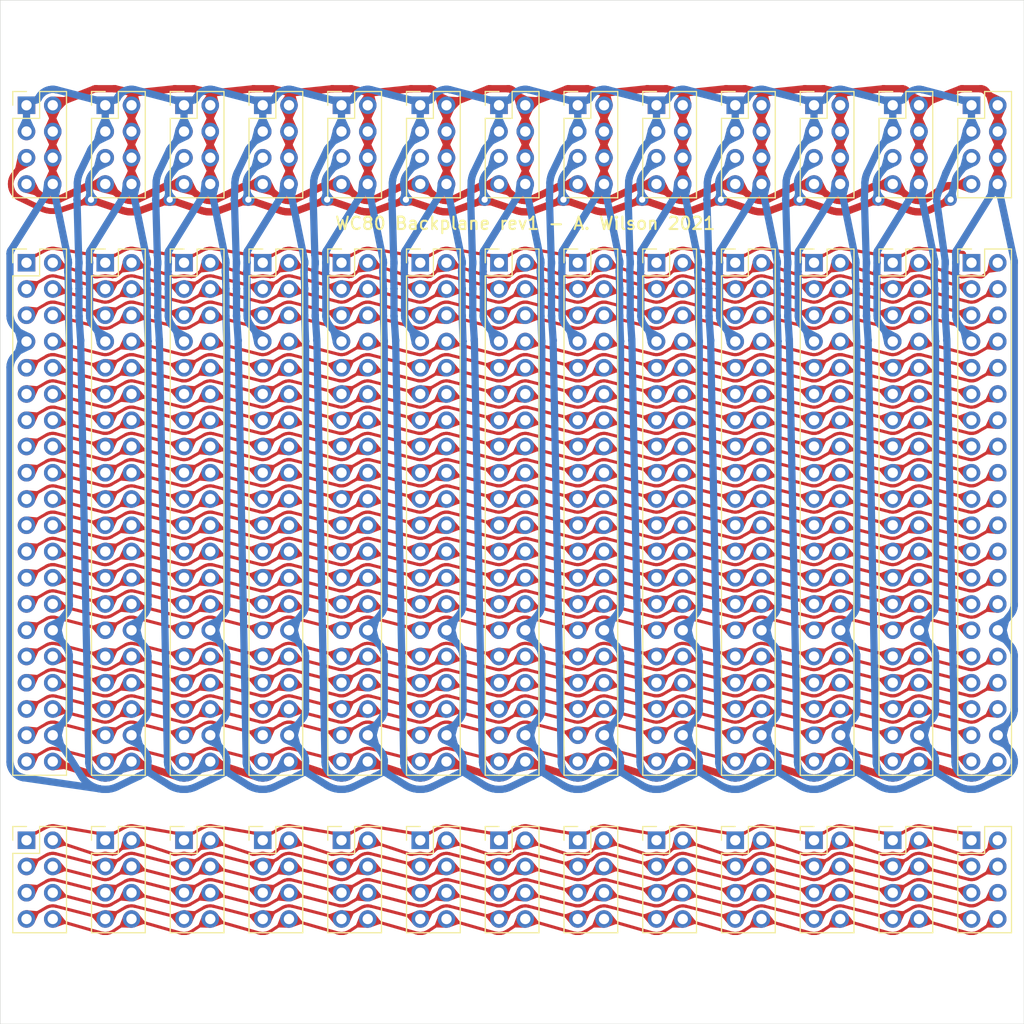
<source format=kicad_pcb>
(kicad_pcb (version 20171130) (host pcbnew "(5.1.9)-1")
  (layers (0 F.Cu signal) (31 B.Cu signal) (34 B.Paste user) (35 F.Paste user) (36 B.SilkS user) (37 F.SilkS user) (38 B.Mask user) (39 F.Mask user) (44 Edge.Cuts user))
  (net 0 "")
  (net 1 F_A2)
  (net 2 GND)
  (net 3 F_A6)
  (net 4 F_A5)
  (net 5 F_A7)
  (net 6 F_A3)
  (net 7 F_A4)
  (net 8 F_D2)
  (net 9 CLK)
  (net 10 F_D0)
  (net 11 F_A1)
  (net 12 F_D5)
  (net 13 F_A0)
  (net 14 F_D3)
  (net 15 F_D6)
  (net 16 F_D1)
  (net 17 F_D7)
  (net 18 F_A9)
  (net 19 F_D4)
  (net 20 F_A8)
  (net 21 F_A11)
  (net 22 F_A14)
  (net 23 F_A15)
  (net 24 F_A12)
  (net 25 F_A13)
  (net 26 F_A10)
  (net 27 ~F_WAIT~)
  (net 28 ~F_INT~)
  (net 29 ~F_IN~)
  (net 30 ~F_READ~)
  (net 31 ~F_INUSE~)
  (net 32 ~F_WRITE~)
  (net 33 ~F_INTAK~)
  (net 34 ~F_OUT~)
  (net 35 ~F_EXMEM~)
  (net 36 ~F_MREQ~)
  (net 37 ~F_SYSRES~)
  (net 38 C8)
  (net 39 C7)
  (net 40 C6)
  (net 41 C5)
  (net 42 C4)
  (net 43 C3)
  (net 44 C2)
  (net 45 C1)
  (net 46 -5)
  (net 47 +12)
  (net 48 +5V)
  (module MountingHole:MountingHole_3.2mm_M3_DIN965 (layer F.Cu) (at 69.85 16.51)
    (fp_text reference H6 hide)
    (fp_text value MountingHole)
    (pad 1 np_thru_hole circle (at 0 0) (size 3.2 3.2) (drill 3.2) (layers *.Cu *.Mask))
  )
  (module MountingHole:MountingHole_3.2mm_M3_DIN965 (layer F.Cu) (at 115.57 107.95)
    (fp_text reference H5 hide)
    (fp_text value MountingHole)
    (pad 1 np_thru_hole circle (at 0 0) (size 3.2 3.2) (drill 3.2) (layers *.Cu *.Mask))
  )
  (module MountingHole:MountingHole_3.2mm_M3_DIN965 (layer F.Cu) (at 115.57 16.51)
    (fp_text reference H4 hide)
    (fp_text value MountingHole)
    (pad 1 np_thru_hole circle (at 0 0) (size 3.2 3.2) (drill 3.2) (layers *.Cu *.Mask))
  )
  (module MountingHole:MountingHole_3.2mm_M3_DIN965 (layer F.Cu) (at 69.85 107.95)
    (fp_text reference H3 hide)
    (fp_text value MountingHole)
    (pad 1 np_thru_hole circle (at 0 0) (size 3.2 3.2) (drill 3.2) (layers *.Cu *.Mask))
  )
  (module MountingHole:MountingHole_3.2mm_M3_DIN965 (layer F.Cu) (at 24.13 16.51)
    (fp_text reference H2 hide)
    (fp_text value MountingHole)
    (pad 1 np_thru_hole circle (at 0 0) (size 3.2 3.2) (drill 3.2) (layers *.Cu *.Mask))
  )
  (module MountingHole:MountingHole_3.2mm_M3_DIN965 (layer F.Cu) (at 24.13 107.95)
    (fp_text reference H1 hide)
    (fp_text value MountingHole)
    (pad 1 np_thru_hole circle (at 0 0) (size 3.2 3.2) (drill 3.2) (layers *.Cu *.Mask))
  )
  (module Connector_PinHeader_2.54mm:PinHeader_2x04_P2.54mm_Vertical (layer F.Cu) (at 114.3 93.98)
    (fp_text reference J39)
    (fp_text value Conn_02x04_Odd_Even)
    (pad 8 thru_hole oval (at 2.54 7.62) (size 1.7 1.7) (drill 1) (layers *.Cu *.Mask) (net 38 C8))
    (pad 7 thru_hole oval (at 0 7.62) (size 1.7 1.7) (drill 1) (layers *.Cu *.Mask) (net 39 C7))
    (pad 6 thru_hole oval (at 2.54 5.08) (size 1.7 1.7) (drill 1) (layers *.Cu *.Mask) (net 40 C6))
    (pad 5 thru_hole oval (at 0 5.08) (size 1.7 1.7) (drill 1) (layers *.Cu *.Mask) (net 41 C5))
    (pad 4 thru_hole oval (at 2.54 2.54) (size 1.7 1.7) (drill 1) (layers *.Cu *.Mask) (net 42 C4))
    (pad 3 thru_hole oval (at 0 2.54) (size 1.7 1.7) (drill 1) (layers *.Cu *.Mask) (net 43 C3))
    (pad 2 thru_hole oval (at 2.54 0) (size 1.7 1.7) (drill 1) (layers *.Cu *.Mask) (net 44 C2))
    (pad 1 thru_hole rect (at 0 0) (size 1.7 1.7) (drill 1) (layers *.Cu *.Mask) (net 45 C1))
  )
  (module Connector_PinHeader_2.54mm:PinHeader_2x20_P2.54mm_Vertical (layer F.Cu) (at 45.72 38.1)
    (fp_text reference J38)
    (fp_text value TRS80W-header)
    (pad 40 thru_hole oval (at 2.54 48.26) (size 1.7 1.7) (drill 1) (layers *.Cu *.Mask) (net 48 +5V))
    (pad 39 thru_hole oval (at 0 48.26) (size 1.7 1.7) (drill 1) (layers *.Cu *.Mask) (net 1 F_A2))
    (pad 38 thru_hole oval (at 2.54 45.72) (size 1.7 1.7) (drill 1) (layers *.Cu *.Mask) (net 2 GND))
    (pad 37 thru_hole oval (at 0 45.72) (size 1.7 1.7) (drill 1) (layers *.Cu *.Mask) (net 3 F_A6))
    (pad 36 thru_hole oval (at 2.54 43.18) (size 1.7 1.7) (drill 1) (layers *.Cu *.Mask) (net 4 F_A5))
    (pad 35 thru_hole oval (at 0 43.18) (size 1.7 1.7) (drill 1) (layers *.Cu *.Mask) (net 5 F_A7))
    (pad 34 thru_hole oval (at 2.54 40.64) (size 1.7 1.7) (drill 1) (layers *.Cu *.Mask) (net 27 ~F_WAIT~))
    (pad 33 thru_hole oval (at 0 40.64) (size 1.7 1.7) (drill 1) (layers *.Cu *.Mask) (net 6 F_A3))
    (pad 32 thru_hole oval (at 2.54 38.1) (size 1.7 1.7) (drill 1) (layers *.Cu *.Mask) (net 7 F_A4))
    (pad 31 thru_hole oval (at 0 38.1) (size 1.7 1.7) (drill 1) (layers *.Cu *.Mask) (net 8 F_D2))
    (pad 30 thru_hole oval (at 2.54 35.56) (size 1.7 1.7) (drill 1) (layers *.Cu *.Mask) (net 2 GND))
    (pad 29 thru_hole oval (at 0 35.56) (size 1.7 1.7) (drill 1) (layers *.Cu *.Mask) (net 10 F_D0))
    (pad 28 thru_hole oval (at 2.54 33.02) (size 1.7 1.7) (drill 1) (layers *.Cu *.Mask) (net 11 F_A1))
    (pad 27 thru_hole oval (at 0 33.02) (size 1.7 1.7) (drill 1) (layers *.Cu *.Mask) (net 12 F_D5))
    (pad 26 thru_hole oval (at 2.54 30.48) (size 1.7 1.7) (drill 1) (layers *.Cu *.Mask) (net 13 F_A0))
    (pad 25 thru_hole oval (at 0 30.48) (size 1.7 1.7) (drill 1) (layers *.Cu *.Mask) (net 14 F_D3))
    (pad 24 thru_hole oval (at 2.54 27.94) (size 1.7 1.7) (drill 1) (layers *.Cu *.Mask) (net 9 CLK))
    (pad 23 thru_hole oval (at 0 27.94) (size 1.7 1.7) (drill 1) (layers *.Cu *.Mask) (net 15 F_D6))
    (pad 22 thru_hole oval (at 2.54 25.4) (size 1.7 1.7) (drill 1) (layers *.Cu *.Mask) (net 28 ~F_INT~))
    (pad 21 thru_hole oval (at 0 25.4) (size 1.7 1.7) (drill 1) (layers *.Cu *.Mask) (net 16 F_D1))
    (pad 20 thru_hole oval (at 2.54 22.86) (size 1.7 1.7) (drill 1) (layers *.Cu *.Mask) (net 29 ~F_IN~))
    (pad 19 thru_hole oval (at 0 22.86) (size 1.7 1.7) (drill 1) (layers *.Cu *.Mask) (net 17 F_D7))
    (pad 18 thru_hole oval (at 2.54 20.32) (size 1.7 1.7) (drill 1) (layers *.Cu *.Mask) (net 18 F_A9))
    (pad 17 thru_hole oval (at 0 20.32) (size 1.7 1.7) (drill 1) (layers *.Cu *.Mask) (net 19 F_D4))
    (pad 16 thru_hole oval (at 2.54 17.78) (size 1.7 1.7) (drill 1) (layers *.Cu *.Mask) (net 30 ~F_READ~))
    (pad 15 thru_hole oval (at 0 17.78) (size 1.7 1.7) (drill 1) (layers *.Cu *.Mask) (net 31 ~F_INUSE~))
    (pad 14 thru_hole oval (at 2.54 15.24) (size 1.7 1.7) (drill 1) (layers *.Cu *.Mask) (net 32 ~F_WRITE~))
    (pad 13 thru_hole oval (at 0 15.24) (size 1.7 1.7) (drill 1) (layers *.Cu *.Mask) (net 33 ~F_INTAK~))
    (pad 12 thru_hole oval (at 2.54 12.7) (size 1.7 1.7) (drill 1) (layers *.Cu *.Mask) (net 20 F_A8))
    (pad 11 thru_hole oval (at 0 12.7) (size 1.7 1.7) (drill 1) (layers *.Cu *.Mask) (net 34 ~F_OUT~))
    (pad 10 thru_hole oval (at 2.54 10.16) (size 1.7 1.7) (drill 1) (layers *.Cu *.Mask) (net 21 F_A11))
    (pad 9 thru_hole oval (at 0 10.16) (size 1.7 1.7) (drill 1) (layers *.Cu *.Mask) (net 22 F_A14))
    (pad 8 thru_hole oval (at 2.54 7.62) (size 1.7 1.7) (drill 1) (layers *.Cu *.Mask) (net 23 F_A15))
    (pad 7 thru_hole oval (at 0 7.62) (size 1.7 1.7) (drill 1) (layers *.Cu *.Mask) (net 2 GND))
    (pad 6 thru_hole oval (at 2.54 5.08) (size 1.7 1.7) (drill 1) (layers *.Cu *.Mask) (net 24 F_A12))
    (pad 5 thru_hole oval (at 0 5.08) (size 1.7 1.7) (drill 1) (layers *.Cu *.Mask) (net 25 F_A13))
    (pad 4 thru_hole oval (at 2.54 2.54) (size 1.7 1.7) (drill 1) (layers *.Cu *.Mask) (net 35 ~F_EXMEM~))
    (pad 3 thru_hole oval (at 0 2.54) (size 1.7 1.7) (drill 1) (layers *.Cu *.Mask) (net 26 F_A10))
    (pad 2 thru_hole oval (at 2.54 0) (size 1.7 1.7) (drill 1) (layers *.Cu *.Mask) (net 36 ~F_MREQ~))
    (pad 1 thru_hole rect (at 0 0) (size 1.7 1.7) (drill 1) (layers *.Cu *.Mask) (net 37 ~F_SYSRES~))
  )
  (module Connector_PinHeader_2.54mm:PinHeader_2x04_P2.54mm_Vertical (layer F.Cu) (at 114.3 22.86)
    (fp_text reference J37)
    (fp_text value Conn_02x04_Odd_Even)
    (pad 8 thru_hole oval (at 2.54 7.62) (size 1.7 1.7) (drill 1) (layers *.Cu *.Mask) (net 2 GND))
    (pad 7 thru_hole oval (at 0 7.62) (size 1.7 1.7) (drill 1) (layers *.Cu *.Mask) (net 47 +12))
    (pad 6 thru_hole oval (at 2.54 5.08) (size 1.7 1.7) (drill 1) (layers *.Cu *.Mask) (net 2 GND))
    (pad 5 thru_hole oval (at 0 5.08) (size 1.7 1.7) (drill 1) (layers *.Cu *.Mask) (net 46 -5))
    (pad 4 thru_hole oval (at 2.54 2.54) (size 1.7 1.7) (drill 1) (layers *.Cu *.Mask) (net 2 GND))
    (pad 3 thru_hole oval (at 0 2.54) (size 1.7 1.7) (drill 1) (layers *.Cu *.Mask) (net 48 +5V))
    (pad 2 thru_hole oval (at 2.54 0) (size 1.7 1.7) (drill 1) (layers *.Cu *.Mask) (net 2 GND))
    (pad 1 thru_hole rect (at 0 0) (size 1.7 1.7) (drill 1) (layers *.Cu *.Mask) (net 48 +5V))
  )
  (module Connector_PinHeader_2.54mm:PinHeader_2x20_P2.54mm_Vertical (layer F.Cu) (at 114.3 38.1)
    (fp_text reference J29)
    (fp_text value TRS80W-header)
    (pad 40 thru_hole oval (at 2.54 48.26) (size 1.7 1.7) (drill 1) (layers *.Cu *.Mask) (net 48 +5V))
    (pad 39 thru_hole oval (at 0 48.26) (size 1.7 1.7) (drill 1) (layers *.Cu *.Mask) (net 1 F_A2))
    (pad 38 thru_hole oval (at 2.54 45.72) (size 1.7 1.7) (drill 1) (layers *.Cu *.Mask) (net 2 GND))
    (pad 37 thru_hole oval (at 0 45.72) (size 1.7 1.7) (drill 1) (layers *.Cu *.Mask) (net 3 F_A6))
    (pad 36 thru_hole oval (at 2.54 43.18) (size 1.7 1.7) (drill 1) (layers *.Cu *.Mask) (net 4 F_A5))
    (pad 35 thru_hole oval (at 0 43.18) (size 1.7 1.7) (drill 1) (layers *.Cu *.Mask) (net 5 F_A7))
    (pad 34 thru_hole oval (at 2.54 40.64) (size 1.7 1.7) (drill 1) (layers *.Cu *.Mask) (net 27 ~F_WAIT~))
    (pad 33 thru_hole oval (at 0 40.64) (size 1.7 1.7) (drill 1) (layers *.Cu *.Mask) (net 6 F_A3))
    (pad 32 thru_hole oval (at 2.54 38.1) (size 1.7 1.7) (drill 1) (layers *.Cu *.Mask) (net 7 F_A4))
    (pad 31 thru_hole oval (at 0 38.1) (size 1.7 1.7) (drill 1) (layers *.Cu *.Mask) (net 8 F_D2))
    (pad 30 thru_hole oval (at 2.54 35.56) (size 1.7 1.7) (drill 1) (layers *.Cu *.Mask) (net 2 GND))
    (pad 29 thru_hole oval (at 0 35.56) (size 1.7 1.7) (drill 1) (layers *.Cu *.Mask) (net 10 F_D0))
    (pad 28 thru_hole oval (at 2.54 33.02) (size 1.7 1.7) (drill 1) (layers *.Cu *.Mask) (net 11 F_A1))
    (pad 27 thru_hole oval (at 0 33.02) (size 1.7 1.7) (drill 1) (layers *.Cu *.Mask) (net 12 F_D5))
    (pad 26 thru_hole oval (at 2.54 30.48) (size 1.7 1.7) (drill 1) (layers *.Cu *.Mask) (net 13 F_A0))
    (pad 25 thru_hole oval (at 0 30.48) (size 1.7 1.7) (drill 1) (layers *.Cu *.Mask) (net 14 F_D3))
    (pad 24 thru_hole oval (at 2.54 27.94) (size 1.7 1.7) (drill 1) (layers *.Cu *.Mask) (net 9 CLK))
    (pad 23 thru_hole oval (at 0 27.94) (size 1.7 1.7) (drill 1) (layers *.Cu *.Mask) (net 15 F_D6))
    (pad 22 thru_hole oval (at 2.54 25.4) (size 1.7 1.7) (drill 1) (layers *.Cu *.Mask) (net 28 ~F_INT~))
    (pad 21 thru_hole oval (at 0 25.4) (size 1.7 1.7) (drill 1) (layers *.Cu *.Mask) (net 16 F_D1))
    (pad 20 thru_hole oval (at 2.54 22.86) (size 1.7 1.7) (drill 1) (layers *.Cu *.Mask) (net 29 ~F_IN~))
    (pad 19 thru_hole oval (at 0 22.86) (size 1.7 1.7) (drill 1) (layers *.Cu *.Mask) (net 17 F_D7))
    (pad 18 thru_hole oval (at 2.54 20.32) (size 1.7 1.7) (drill 1) (layers *.Cu *.Mask) (net 18 F_A9))
    (pad 17 thru_hole oval (at 0 20.32) (size 1.7 1.7) (drill 1) (layers *.Cu *.Mask) (net 19 F_D4))
    (pad 16 thru_hole oval (at 2.54 17.78) (size 1.7 1.7) (drill 1) (layers *.Cu *.Mask) (net 30 ~F_READ~))
    (pad 15 thru_hole oval (at 0 17.78) (size 1.7 1.7) (drill 1) (layers *.Cu *.Mask) (net 31 ~F_INUSE~))
    (pad 14 thru_hole oval (at 2.54 15.24) (size 1.7 1.7) (drill 1) (layers *.Cu *.Mask) (net 32 ~F_WRITE~))
    (pad 13 thru_hole oval (at 0 15.24) (size 1.7 1.7) (drill 1) (layers *.Cu *.Mask) (net 33 ~F_INTAK~))
    (pad 12 thru_hole oval (at 2.54 12.7) (size 1.7 1.7) (drill 1) (layers *.Cu *.Mask) (net 20 F_A8))
    (pad 11 thru_hole oval (at 0 12.7) (size 1.7 1.7) (drill 1) (layers *.Cu *.Mask) (net 34 ~F_OUT~))
    (pad 10 thru_hole oval (at 2.54 10.16) (size 1.7 1.7) (drill 1) (layers *.Cu *.Mask) (net 21 F_A11))
    (pad 9 thru_hole oval (at 0 10.16) (size 1.7 1.7) (drill 1) (layers *.Cu *.Mask) (net 22 F_A14))
    (pad 8 thru_hole oval (at 2.54 7.62) (size 1.7 1.7) (drill 1) (layers *.Cu *.Mask) (net 23 F_A15))
    (pad 7 thru_hole oval (at 0 7.62) (size 1.7 1.7) (drill 1) (layers *.Cu *.Mask) (net 2 GND))
    (pad 6 thru_hole oval (at 2.54 5.08) (size 1.7 1.7) (drill 1) (layers *.Cu *.Mask) (net 24 F_A12))
    (pad 5 thru_hole oval (at 0 5.08) (size 1.7 1.7) (drill 1) (layers *.Cu *.Mask) (net 25 F_A13))
    (pad 4 thru_hole oval (at 2.54 2.54) (size 1.7 1.7) (drill 1) (layers *.Cu *.Mask) (net 35 ~F_EXMEM~))
    (pad 3 thru_hole oval (at 0 2.54) (size 1.7 1.7) (drill 1) (layers *.Cu *.Mask) (net 26 F_A10))
    (pad 2 thru_hole oval (at 2.54 0) (size 1.7 1.7) (drill 1) (layers *.Cu *.Mask) (net 36 ~F_MREQ~))
    (pad 1 thru_hole rect (at 0 0) (size 1.7 1.7) (drill 1) (layers *.Cu *.Mask) (net 37 ~F_SYSRES~))
  )
  (module Connector_PinHeader_2.54mm:PinHeader_2x20_P2.54mm_Vertical (layer F.Cu) (at 60.96 38.1)
    (fp_text reference J27)
    (fp_text value TRS80W-header)
    (pad 40 thru_hole oval (at 2.54 48.26) (size 1.7 1.7) (drill 1) (layers *.Cu *.Mask) (net 48 +5V))
    (pad 39 thru_hole oval (at 0 48.26) (size 1.7 1.7) (drill 1) (layers *.Cu *.Mask) (net 1 F_A2))
    (pad 38 thru_hole oval (at 2.54 45.72) (size 1.7 1.7) (drill 1) (layers *.Cu *.Mask) (net 2 GND))
    (pad 37 thru_hole oval (at 0 45.72) (size 1.7 1.7) (drill 1) (layers *.Cu *.Mask) (net 3 F_A6))
    (pad 36 thru_hole oval (at 2.54 43.18) (size 1.7 1.7) (drill 1) (layers *.Cu *.Mask) (net 4 F_A5))
    (pad 35 thru_hole oval (at 0 43.18) (size 1.7 1.7) (drill 1) (layers *.Cu *.Mask) (net 5 F_A7))
    (pad 34 thru_hole oval (at 2.54 40.64) (size 1.7 1.7) (drill 1) (layers *.Cu *.Mask) (net 27 ~F_WAIT~))
    (pad 33 thru_hole oval (at 0 40.64) (size 1.7 1.7) (drill 1) (layers *.Cu *.Mask) (net 6 F_A3))
    (pad 32 thru_hole oval (at 2.54 38.1) (size 1.7 1.7) (drill 1) (layers *.Cu *.Mask) (net 7 F_A4))
    (pad 31 thru_hole oval (at 0 38.1) (size 1.7 1.7) (drill 1) (layers *.Cu *.Mask) (net 8 F_D2))
    (pad 30 thru_hole oval (at 2.54 35.56) (size 1.7 1.7) (drill 1) (layers *.Cu *.Mask) (net 2 GND))
    (pad 29 thru_hole oval (at 0 35.56) (size 1.7 1.7) (drill 1) (layers *.Cu *.Mask) (net 10 F_D0))
    (pad 28 thru_hole oval (at 2.54 33.02) (size 1.7 1.7) (drill 1) (layers *.Cu *.Mask) (net 11 F_A1))
    (pad 27 thru_hole oval (at 0 33.02) (size 1.7 1.7) (drill 1) (layers *.Cu *.Mask) (net 12 F_D5))
    (pad 26 thru_hole oval (at 2.54 30.48) (size 1.7 1.7) (drill 1) (layers *.Cu *.Mask) (net 13 F_A0))
    (pad 25 thru_hole oval (at 0 30.48) (size 1.7 1.7) (drill 1) (layers *.Cu *.Mask) (net 14 F_D3))
    (pad 24 thru_hole oval (at 2.54 27.94) (size 1.7 1.7) (drill 1) (layers *.Cu *.Mask) (net 9 CLK))
    (pad 23 thru_hole oval (at 0 27.94) (size 1.7 1.7) (drill 1) (layers *.Cu *.Mask) (net 15 F_D6))
    (pad 22 thru_hole oval (at 2.54 25.4) (size 1.7 1.7) (drill 1) (layers *.Cu *.Mask) (net 28 ~F_INT~))
    (pad 21 thru_hole oval (at 0 25.4) (size 1.7 1.7) (drill 1) (layers *.Cu *.Mask) (net 16 F_D1))
    (pad 20 thru_hole oval (at 2.54 22.86) (size 1.7 1.7) (drill 1) (layers *.Cu *.Mask) (net 29 ~F_IN~))
    (pad 19 thru_hole oval (at 0 22.86) (size 1.7 1.7) (drill 1) (layers *.Cu *.Mask) (net 17 F_D7))
    (pad 18 thru_hole oval (at 2.54 20.32) (size 1.7 1.7) (drill 1) (layers *.Cu *.Mask) (net 18 F_A9))
    (pad 17 thru_hole oval (at 0 20.32) (size 1.7 1.7) (drill 1) (layers *.Cu *.Mask) (net 19 F_D4))
    (pad 16 thru_hole oval (at 2.54 17.78) (size 1.7 1.7) (drill 1) (layers *.Cu *.Mask) (net 30 ~F_READ~))
    (pad 15 thru_hole oval (at 0 17.78) (size 1.7 1.7) (drill 1) (layers *.Cu *.Mask) (net 31 ~F_INUSE~))
    (pad 14 thru_hole oval (at 2.54 15.24) (size 1.7 1.7) (drill 1) (layers *.Cu *.Mask) (net 32 ~F_WRITE~))
    (pad 13 thru_hole oval (at 0 15.24) (size 1.7 1.7) (drill 1) (layers *.Cu *.Mask) (net 33 ~F_INTAK~))
    (pad 12 thru_hole oval (at 2.54 12.7) (size 1.7 1.7) (drill 1) (layers *.Cu *.Mask) (net 20 F_A8))
    (pad 11 thru_hole oval (at 0 12.7) (size 1.7 1.7) (drill 1) (layers *.Cu *.Mask) (net 34 ~F_OUT~))
    (pad 10 thru_hole oval (at 2.54 10.16) (size 1.7 1.7) (drill 1) (layers *.Cu *.Mask) (net 21 F_A11))
    (pad 9 thru_hole oval (at 0 10.16) (size 1.7 1.7) (drill 1) (layers *.Cu *.Mask) (net 22 F_A14))
    (pad 8 thru_hole oval (at 2.54 7.62) (size 1.7 1.7) (drill 1) (layers *.Cu *.Mask) (net 23 F_A15))
    (pad 7 thru_hole oval (at 0 7.62) (size 1.7 1.7) (drill 1) (layers *.Cu *.Mask) (net 2 GND))
    (pad 6 thru_hole oval (at 2.54 5.08) (size 1.7 1.7) (drill 1) (layers *.Cu *.Mask) (net 24 F_A12))
    (pad 5 thru_hole oval (at 0 5.08) (size 1.7 1.7) (drill 1) (layers *.Cu *.Mask) (net 25 F_A13))
    (pad 4 thru_hole oval (at 2.54 2.54) (size 1.7 1.7) (drill 1) (layers *.Cu *.Mask) (net 35 ~F_EXMEM~))
    (pad 3 thru_hole oval (at 0 2.54) (size 1.7 1.7) (drill 1) (layers *.Cu *.Mask) (net 26 F_A10))
    (pad 2 thru_hole oval (at 2.54 0) (size 1.7 1.7) (drill 1) (layers *.Cu *.Mask) (net 36 ~F_MREQ~))
    (pad 1 thru_hole rect (at 0 0) (size 1.7 1.7) (drill 1) (layers *.Cu *.Mask) (net 37 ~F_SYSRES~))
  )
  (module Connector_PinHeader_2.54mm:PinHeader_2x04_P2.54mm_Vertical (layer F.Cu) (at 53.34 93.98)
    (fp_text reference J35)
    (fp_text value Conn_02x04_Odd_Even)
    (pad 8 thru_hole oval (at 2.54 7.62) (size 1.7 1.7) (drill 1) (layers *.Cu *.Mask) (net 38 C8))
    (pad 7 thru_hole oval (at 0 7.62) (size 1.7 1.7) (drill 1) (layers *.Cu *.Mask) (net 39 C7))
    (pad 6 thru_hole oval (at 2.54 5.08) (size 1.7 1.7) (drill 1) (layers *.Cu *.Mask) (net 40 C6))
    (pad 5 thru_hole oval (at 0 5.08) (size 1.7 1.7) (drill 1) (layers *.Cu *.Mask) (net 41 C5))
    (pad 4 thru_hole oval (at 2.54 2.54) (size 1.7 1.7) (drill 1) (layers *.Cu *.Mask) (net 42 C4))
    (pad 3 thru_hole oval (at 0 2.54) (size 1.7 1.7) (drill 1) (layers *.Cu *.Mask) (net 43 C3))
    (pad 2 thru_hole oval (at 2.54 0) (size 1.7 1.7) (drill 1) (layers *.Cu *.Mask) (net 44 C2))
    (pad 1 thru_hole rect (at 0 0) (size 1.7 1.7) (drill 1) (layers *.Cu *.Mask) (net 45 C1))
  )
  (module Connector_PinHeader_2.54mm:PinHeader_2x04_P2.54mm_Vertical (layer F.Cu) (at 38.1 93.98)
    (fp_text reference J36)
    (fp_text value Conn_02x04_Odd_Even)
    (pad 8 thru_hole oval (at 2.54 7.62) (size 1.7 1.7) (drill 1) (layers *.Cu *.Mask) (net 38 C8))
    (pad 7 thru_hole oval (at 0 7.62) (size 1.7 1.7) (drill 1) (layers *.Cu *.Mask) (net 39 C7))
    (pad 6 thru_hole oval (at 2.54 5.08) (size 1.7 1.7) (drill 1) (layers *.Cu *.Mask) (net 40 C6))
    (pad 5 thru_hole oval (at 0 5.08) (size 1.7 1.7) (drill 1) (layers *.Cu *.Mask) (net 41 C5))
    (pad 4 thru_hole oval (at 2.54 2.54) (size 1.7 1.7) (drill 1) (layers *.Cu *.Mask) (net 42 C4))
    (pad 3 thru_hole oval (at 0 2.54) (size 1.7 1.7) (drill 1) (layers *.Cu *.Mask) (net 43 C3))
    (pad 2 thru_hole oval (at 2.54 0) (size 1.7 1.7) (drill 1) (layers *.Cu *.Mask) (net 44 C2))
    (pad 1 thru_hole rect (at 0 0) (size 1.7 1.7) (drill 1) (layers *.Cu *.Mask) (net 45 C1))
  )
  (module Connector_PinHeader_2.54mm:PinHeader_2x04_P2.54mm_Vertical (layer F.Cu) (at 60.96 93.98)
    (fp_text reference J34)
    (fp_text value Conn_02x04_Odd_Even)
    (pad 8 thru_hole oval (at 2.54 7.62) (size 1.7 1.7) (drill 1) (layers *.Cu *.Mask) (net 38 C8))
    (pad 7 thru_hole oval (at 0 7.62) (size 1.7 1.7) (drill 1) (layers *.Cu *.Mask) (net 39 C7))
    (pad 6 thru_hole oval (at 2.54 5.08) (size 1.7 1.7) (drill 1) (layers *.Cu *.Mask) (net 40 C6))
    (pad 5 thru_hole oval (at 0 5.08) (size 1.7 1.7) (drill 1) (layers *.Cu *.Mask) (net 41 C5))
    (pad 4 thru_hole oval (at 2.54 2.54) (size 1.7 1.7) (drill 1) (layers *.Cu *.Mask) (net 42 C4))
    (pad 3 thru_hole oval (at 0 2.54) (size 1.7 1.7) (drill 1) (layers *.Cu *.Mask) (net 43 C3))
    (pad 2 thru_hole oval (at 2.54 0) (size 1.7 1.7) (drill 1) (layers *.Cu *.Mask) (net 44 C2))
    (pad 1 thru_hole rect (at 0 0) (size 1.7 1.7) (drill 1) (layers *.Cu *.Mask) (net 45 C1))
  )
  (module Connector_PinHeader_2.54mm:PinHeader_2x04_P2.54mm_Vertical (layer F.Cu) (at 83.82 93.98)
    (fp_text reference J33)
    (fp_text value Conn_02x04_Odd_Even)
    (pad 8 thru_hole oval (at 2.54 7.62) (size 1.7 1.7) (drill 1) (layers *.Cu *.Mask) (net 38 C8))
    (pad 7 thru_hole oval (at 0 7.62) (size 1.7 1.7) (drill 1) (layers *.Cu *.Mask) (net 39 C7))
    (pad 6 thru_hole oval (at 2.54 5.08) (size 1.7 1.7) (drill 1) (layers *.Cu *.Mask) (net 40 C6))
    (pad 5 thru_hole oval (at 0 5.08) (size 1.7 1.7) (drill 1) (layers *.Cu *.Mask) (net 41 C5))
    (pad 4 thru_hole oval (at 2.54 2.54) (size 1.7 1.7) (drill 1) (layers *.Cu *.Mask) (net 42 C4))
    (pad 3 thru_hole oval (at 0 2.54) (size 1.7 1.7) (drill 1) (layers *.Cu *.Mask) (net 43 C3))
    (pad 2 thru_hole oval (at 2.54 0) (size 1.7 1.7) (drill 1) (layers *.Cu *.Mask) (net 44 C2))
    (pad 1 thru_hole rect (at 0 0) (size 1.7 1.7) (drill 1) (layers *.Cu *.Mask) (net 45 C1))
  )
  (module Connector_PinHeader_2.54mm:PinHeader_2x04_P2.54mm_Vertical (layer F.Cu) (at 99.06 93.98)
    (fp_text reference J32)
    (fp_text value Conn_02x04_Odd_Even)
    (pad 8 thru_hole oval (at 2.54 7.62) (size 1.7 1.7) (drill 1) (layers *.Cu *.Mask) (net 38 C8))
    (pad 7 thru_hole oval (at 0 7.62) (size 1.7 1.7) (drill 1) (layers *.Cu *.Mask) (net 39 C7))
    (pad 6 thru_hole oval (at 2.54 5.08) (size 1.7 1.7) (drill 1) (layers *.Cu *.Mask) (net 40 C6))
    (pad 5 thru_hole oval (at 0 5.08) (size 1.7 1.7) (drill 1) (layers *.Cu *.Mask) (net 41 C5))
    (pad 4 thru_hole oval (at 2.54 2.54) (size 1.7 1.7) (drill 1) (layers *.Cu *.Mask) (net 42 C4))
    (pad 3 thru_hole oval (at 0 2.54) (size 1.7 1.7) (drill 1) (layers *.Cu *.Mask) (net 43 C3))
    (pad 2 thru_hole oval (at 2.54 0) (size 1.7 1.7) (drill 1) (layers *.Cu *.Mask) (net 44 C2))
    (pad 1 thru_hole rect (at 0 0) (size 1.7 1.7) (drill 1) (layers *.Cu *.Mask) (net 45 C1))
  )
  (module Connector_PinHeader_2.54mm:PinHeader_2x04_P2.54mm_Vertical (layer F.Cu) (at 68.58 93.98)
    (fp_text reference J31)
    (fp_text value Conn_02x04_Odd_Even)
    (pad 8 thru_hole oval (at 2.54 7.62) (size 1.7 1.7) (drill 1) (layers *.Cu *.Mask) (net 38 C8))
    (pad 7 thru_hole oval (at 0 7.62) (size 1.7 1.7) (drill 1) (layers *.Cu *.Mask) (net 39 C7))
    (pad 6 thru_hole oval (at 2.54 5.08) (size 1.7 1.7) (drill 1) (layers *.Cu *.Mask) (net 40 C6))
    (pad 5 thru_hole oval (at 0 5.08) (size 1.7 1.7) (drill 1) (layers *.Cu *.Mask) (net 41 C5))
    (pad 4 thru_hole oval (at 2.54 2.54) (size 1.7 1.7) (drill 1) (layers *.Cu *.Mask) (net 42 C4))
    (pad 3 thru_hole oval (at 0 2.54) (size 1.7 1.7) (drill 1) (layers *.Cu *.Mask) (net 43 C3))
    (pad 2 thru_hole oval (at 2.54 0) (size 1.7 1.7) (drill 1) (layers *.Cu *.Mask) (net 44 C2))
    (pad 1 thru_hole rect (at 0 0) (size 1.7 1.7) (drill 1) (layers *.Cu *.Mask) (net 45 C1))
  )
  (module Connector_PinHeader_2.54mm:PinHeader_2x20_P2.54mm_Vertical (layer F.Cu) (at 99.06 38.1)
    (fp_text reference J30)
    (fp_text value TRS80W-header)
    (pad 40 thru_hole oval (at 2.54 48.26) (size 1.7 1.7) (drill 1) (layers *.Cu *.Mask) (net 48 +5V))
    (pad 39 thru_hole oval (at 0 48.26) (size 1.7 1.7) (drill 1) (layers *.Cu *.Mask) (net 1 F_A2))
    (pad 38 thru_hole oval (at 2.54 45.72) (size 1.7 1.7) (drill 1) (layers *.Cu *.Mask) (net 2 GND))
    (pad 37 thru_hole oval (at 0 45.72) (size 1.7 1.7) (drill 1) (layers *.Cu *.Mask) (net 3 F_A6))
    (pad 36 thru_hole oval (at 2.54 43.18) (size 1.7 1.7) (drill 1) (layers *.Cu *.Mask) (net 4 F_A5))
    (pad 35 thru_hole oval (at 0 43.18) (size 1.7 1.7) (drill 1) (layers *.Cu *.Mask) (net 5 F_A7))
    (pad 34 thru_hole oval (at 2.54 40.64) (size 1.7 1.7) (drill 1) (layers *.Cu *.Mask) (net 27 ~F_WAIT~))
    (pad 33 thru_hole oval (at 0 40.64) (size 1.7 1.7) (drill 1) (layers *.Cu *.Mask) (net 6 F_A3))
    (pad 32 thru_hole oval (at 2.54 38.1) (size 1.7 1.7) (drill 1) (layers *.Cu *.Mask) (net 7 F_A4))
    (pad 31 thru_hole oval (at 0 38.1) (size 1.7 1.7) (drill 1) (layers *.Cu *.Mask) (net 8 F_D2))
    (pad 30 thru_hole oval (at 2.54 35.56) (size 1.7 1.7) (drill 1) (layers *.Cu *.Mask) (net 2 GND))
    (pad 29 thru_hole oval (at 0 35.56) (size 1.7 1.7) (drill 1) (layers *.Cu *.Mask) (net 10 F_D0))
    (pad 28 thru_hole oval (at 2.54 33.02) (size 1.7 1.7) (drill 1) (layers *.Cu *.Mask) (net 11 F_A1))
    (pad 27 thru_hole oval (at 0 33.02) (size 1.7 1.7) (drill 1) (layers *.Cu *.Mask) (net 12 F_D5))
    (pad 26 thru_hole oval (at 2.54 30.48) (size 1.7 1.7) (drill 1) (layers *.Cu *.Mask) (net 13 F_A0))
    (pad 25 thru_hole oval (at 0 30.48) (size 1.7 1.7) (drill 1) (layers *.Cu *.Mask) (net 14 F_D3))
    (pad 24 thru_hole oval (at 2.54 27.94) (size 1.7 1.7) (drill 1) (layers *.Cu *.Mask) (net 9 CLK))
    (pad 23 thru_hole oval (at 0 27.94) (size 1.7 1.7) (drill 1) (layers *.Cu *.Mask) (net 15 F_D6))
    (pad 22 thru_hole oval (at 2.54 25.4) (size 1.7 1.7) (drill 1) (layers *.Cu *.Mask) (net 28 ~F_INT~))
    (pad 21 thru_hole oval (at 0 25.4) (size 1.7 1.7) (drill 1) (layers *.Cu *.Mask) (net 16 F_D1))
    (pad 20 thru_hole oval (at 2.54 22.86) (size 1.7 1.7) (drill 1) (layers *.Cu *.Mask) (net 29 ~F_IN~))
    (pad 19 thru_hole oval (at 0 22.86) (size 1.7 1.7) (drill 1) (layers *.Cu *.Mask) (net 17 F_D7))
    (pad 18 thru_hole oval (at 2.54 20.32) (size 1.7 1.7) (drill 1) (layers *.Cu *.Mask) (net 18 F_A9))
    (pad 17 thru_hole oval (at 0 20.32) (size 1.7 1.7) (drill 1) (layers *.Cu *.Mask) (net 19 F_D4))
    (pad 16 thru_hole oval (at 2.54 17.78) (size 1.7 1.7) (drill 1) (layers *.Cu *.Mask) (net 30 ~F_READ~))
    (pad 15 thru_hole oval (at 0 17.78) (size 1.7 1.7) (drill 1) (layers *.Cu *.Mask) (net 31 ~F_INUSE~))
    (pad 14 thru_hole oval (at 2.54 15.24) (size 1.7 1.7) (drill 1) (layers *.Cu *.Mask) (net 32 ~F_WRITE~))
    (pad 13 thru_hole oval (at 0 15.24) (size 1.7 1.7) (drill 1) (layers *.Cu *.Mask) (net 33 ~F_INTAK~))
    (pad 12 thru_hole oval (at 2.54 12.7) (size 1.7 1.7) (drill 1) (layers *.Cu *.Mask) (net 20 F_A8))
    (pad 11 thru_hole oval (at 0 12.7) (size 1.7 1.7) (drill 1) (layers *.Cu *.Mask) (net 34 ~F_OUT~))
    (pad 10 thru_hole oval (at 2.54 10.16) (size 1.7 1.7) (drill 1) (layers *.Cu *.Mask) (net 21 F_A11))
    (pad 9 thru_hole oval (at 0 10.16) (size 1.7 1.7) (drill 1) (layers *.Cu *.Mask) (net 22 F_A14))
    (pad 8 thru_hole oval (at 2.54 7.62) (size 1.7 1.7) (drill 1) (layers *.Cu *.Mask) (net 23 F_A15))
    (pad 7 thru_hole oval (at 0 7.62) (size 1.7 1.7) (drill 1) (layers *.Cu *.Mask) (net 2 GND))
    (pad 6 thru_hole oval (at 2.54 5.08) (size 1.7 1.7) (drill 1) (layers *.Cu *.Mask) (net 24 F_A12))
    (pad 5 thru_hole oval (at 0 5.08) (size 1.7 1.7) (drill 1) (layers *.Cu *.Mask) (net 25 F_A13))
    (pad 4 thru_hole oval (at 2.54 2.54) (size 1.7 1.7) (drill 1) (layers *.Cu *.Mask) (net 35 ~F_EXMEM~))
    (pad 3 thru_hole oval (at 0 2.54) (size 1.7 1.7) (drill 1) (layers *.Cu *.Mask) (net 26 F_A10))
    (pad 2 thru_hole oval (at 2.54 0) (size 1.7 1.7) (drill 1) (layers *.Cu *.Mask) (net 36 ~F_MREQ~))
    (pad 1 thru_hole rect (at 0 0) (size 1.7 1.7) (drill 1) (layers *.Cu *.Mask) (net 37 ~F_SYSRES~))
  )
  (module Connector_PinHeader_2.54mm:PinHeader_2x20_P2.54mm_Vertical (layer F.Cu) (at 76.2 38.1)
    (fp_text reference J28)
    (fp_text value TRS80W-header)
    (pad 40 thru_hole oval (at 2.54 48.26) (size 1.7 1.7) (drill 1) (layers *.Cu *.Mask) (net 48 +5V))
    (pad 39 thru_hole oval (at 0 48.26) (size 1.7 1.7) (drill 1) (layers *.Cu *.Mask) (net 1 F_A2))
    (pad 38 thru_hole oval (at 2.54 45.72) (size 1.7 1.7) (drill 1) (layers *.Cu *.Mask) (net 2 GND))
    (pad 37 thru_hole oval (at 0 45.72) (size 1.7 1.7) (drill 1) (layers *.Cu *.Mask) (net 3 F_A6))
    (pad 36 thru_hole oval (at 2.54 43.18) (size 1.7 1.7) (drill 1) (layers *.Cu *.Mask) (net 4 F_A5))
    (pad 35 thru_hole oval (at 0 43.18) (size 1.7 1.7) (drill 1) (layers *.Cu *.Mask) (net 5 F_A7))
    (pad 34 thru_hole oval (at 2.54 40.64) (size 1.7 1.7) (drill 1) (layers *.Cu *.Mask) (net 27 ~F_WAIT~))
    (pad 33 thru_hole oval (at 0 40.64) (size 1.7 1.7) (drill 1) (layers *.Cu *.Mask) (net 6 F_A3))
    (pad 32 thru_hole oval (at 2.54 38.1) (size 1.7 1.7) (drill 1) (layers *.Cu *.Mask) (net 7 F_A4))
    (pad 31 thru_hole oval (at 0 38.1) (size 1.7 1.7) (drill 1) (layers *.Cu *.Mask) (net 8 F_D2))
    (pad 30 thru_hole oval (at 2.54 35.56) (size 1.7 1.7) (drill 1) (layers *.Cu *.Mask) (net 2 GND))
    (pad 29 thru_hole oval (at 0 35.56) (size 1.7 1.7) (drill 1) (layers *.Cu *.Mask) (net 10 F_D0))
    (pad 28 thru_hole oval (at 2.54 33.02) (size 1.7 1.7) (drill 1) (layers *.Cu *.Mask) (net 11 F_A1))
    (pad 27 thru_hole oval (at 0 33.02) (size 1.7 1.7) (drill 1) (layers *.Cu *.Mask) (net 12 F_D5))
    (pad 26 thru_hole oval (at 2.54 30.48) (size 1.7 1.7) (drill 1) (layers *.Cu *.Mask) (net 13 F_A0))
    (pad 25 thru_hole oval (at 0 30.48) (size 1.7 1.7) (drill 1) (layers *.Cu *.Mask) (net 14 F_D3))
    (pad 24 thru_hole oval (at 2.54 27.94) (size 1.7 1.7) (drill 1) (layers *.Cu *.Mask) (net 9 CLK))
    (pad 23 thru_hole oval (at 0 27.94) (size 1.7 1.7) (drill 1) (layers *.Cu *.Mask) (net 15 F_D6))
    (pad 22 thru_hole oval (at 2.54 25.4) (size 1.7 1.7) (drill 1) (layers *.Cu *.Mask) (net 28 ~F_INT~))
    (pad 21 thru_hole oval (at 0 25.4) (size 1.7 1.7) (drill 1) (layers *.Cu *.Mask) (net 16 F_D1))
    (pad 20 thru_hole oval (at 2.54 22.86) (size 1.7 1.7) (drill 1) (layers *.Cu *.Mask) (net 29 ~F_IN~))
    (pad 19 thru_hole oval (at 0 22.86) (size 1.7 1.7) (drill 1) (layers *.Cu *.Mask) (net 17 F_D7))
    (pad 18 thru_hole oval (at 2.54 20.32) (size 1.7 1.7) (drill 1) (layers *.Cu *.Mask) (net 18 F_A9))
    (pad 17 thru_hole oval (at 0 20.32) (size 1.7 1.7) (drill 1) (layers *.Cu *.Mask) (net 19 F_D4))
    (pad 16 thru_hole oval (at 2.54 17.78) (size 1.7 1.7) (drill 1) (layers *.Cu *.Mask) (net 30 ~F_READ~))
    (pad 15 thru_hole oval (at 0 17.78) (size 1.7 1.7) (drill 1) (layers *.Cu *.Mask) (net 31 ~F_INUSE~))
    (pad 14 thru_hole oval (at 2.54 15.24) (size 1.7 1.7) (drill 1) (layers *.Cu *.Mask) (net 32 ~F_WRITE~))
    (pad 13 thru_hole oval (at 0 15.24) (size 1.7 1.7) (drill 1) (layers *.Cu *.Mask) (net 33 ~F_INTAK~))
    (pad 12 thru_hole oval (at 2.54 12.7) (size 1.7 1.7) (drill 1) (layers *.Cu *.Mask) (net 20 F_A8))
    (pad 11 thru_hole oval (at 0 12.7) (size 1.7 1.7) (drill 1) (layers *.Cu *.Mask) (net 34 ~F_OUT~))
    (pad 10 thru_hole oval (at 2.54 10.16) (size 1.7 1.7) (drill 1) (layers *.Cu *.Mask) (net 21 F_A11))
    (pad 9 thru_hole oval (at 0 10.16) (size 1.7 1.7) (drill 1) (layers *.Cu *.Mask) (net 22 F_A14))
    (pad 8 thru_hole oval (at 2.54 7.62) (size 1.7 1.7) (drill 1) (layers *.Cu *.Mask) (net 23 F_A15))
    (pad 7 thru_hole oval (at 0 7.62) (size 1.7 1.7) (drill 1) (layers *.Cu *.Mask) (net 2 GND))
    (pad 6 thru_hole oval (at 2.54 5.08) (size 1.7 1.7) (drill 1) (layers *.Cu *.Mask) (net 24 F_A12))
    (pad 5 thru_hole oval (at 0 5.08) (size 1.7 1.7) (drill 1) (layers *.Cu *.Mask) (net 25 F_A13))
    (pad 4 thru_hole oval (at 2.54 2.54) (size 1.7 1.7) (drill 1) (layers *.Cu *.Mask) (net 35 ~F_EXMEM~))
    (pad 3 thru_hole oval (at 0 2.54) (size 1.7 1.7) (drill 1) (layers *.Cu *.Mask) (net 26 F_A10))
    (pad 2 thru_hole oval (at 2.54 0) (size 1.7 1.7) (drill 1) (layers *.Cu *.Mask) (net 36 ~F_MREQ~))
    (pad 1 thru_hole rect (at 0 0) (size 1.7 1.7) (drill 1) (layers *.Cu *.Mask) (net 37 ~F_SYSRES~))
  )
  (module Connector_PinHeader_2.54mm:PinHeader_2x20_P2.54mm_Vertical (layer F.Cu) (at 106.68 38.1)
    (fp_text reference J26)
    (fp_text value TRS80W-header)
    (pad 40 thru_hole oval (at 2.54 48.26) (size 1.7 1.7) (drill 1) (layers *.Cu *.Mask) (net 48 +5V))
    (pad 39 thru_hole oval (at 0 48.26) (size 1.7 1.7) (drill 1) (layers *.Cu *.Mask) (net 1 F_A2))
    (pad 38 thru_hole oval (at 2.54 45.72) (size 1.7 1.7) (drill 1) (layers *.Cu *.Mask) (net 2 GND))
    (pad 37 thru_hole oval (at 0 45.72) (size 1.7 1.7) (drill 1) (layers *.Cu *.Mask) (net 3 F_A6))
    (pad 36 thru_hole oval (at 2.54 43.18) (size 1.7 1.7) (drill 1) (layers *.Cu *.Mask) (net 4 F_A5))
    (pad 35 thru_hole oval (at 0 43.18) (size 1.7 1.7) (drill 1) (layers *.Cu *.Mask) (net 5 F_A7))
    (pad 34 thru_hole oval (at 2.54 40.64) (size 1.7 1.7) (drill 1) (layers *.Cu *.Mask) (net 27 ~F_WAIT~))
    (pad 33 thru_hole oval (at 0 40.64) (size 1.7 1.7) (drill 1) (layers *.Cu *.Mask) (net 6 F_A3))
    (pad 32 thru_hole oval (at 2.54 38.1) (size 1.7 1.7) (drill 1) (layers *.Cu *.Mask) (net 7 F_A4))
    (pad 31 thru_hole oval (at 0 38.1) (size 1.7 1.7) (drill 1) (layers *.Cu *.Mask) (net 8 F_D2))
    (pad 30 thru_hole oval (at 2.54 35.56) (size 1.7 1.7) (drill 1) (layers *.Cu *.Mask) (net 2 GND))
    (pad 29 thru_hole oval (at 0 35.56) (size 1.7 1.7) (drill 1) (layers *.Cu *.Mask) (net 10 F_D0))
    (pad 28 thru_hole oval (at 2.54 33.02) (size 1.7 1.7) (drill 1) (layers *.Cu *.Mask) (net 11 F_A1))
    (pad 27 thru_hole oval (at 0 33.02) (size 1.7 1.7) (drill 1) (layers *.Cu *.Mask) (net 12 F_D5))
    (pad 26 thru_hole oval (at 2.54 30.48) (size 1.7 1.7) (drill 1) (layers *.Cu *.Mask) (net 13 F_A0))
    (pad 25 thru_hole oval (at 0 30.48) (size 1.7 1.7) (drill 1) (layers *.Cu *.Mask) (net 14 F_D3))
    (pad 24 thru_hole oval (at 2.54 27.94) (size 1.7 1.7) (drill 1) (layers *.Cu *.Mask) (net 9 CLK))
    (pad 23 thru_hole oval (at 0 27.94) (size 1.7 1.7) (drill 1) (layers *.Cu *.Mask) (net 15 F_D6))
    (pad 22 thru_hole oval (at 2.54 25.4) (size 1.7 1.7) (drill 1) (layers *.Cu *.Mask) (net 28 ~F_INT~))
    (pad 21 thru_hole oval (at 0 25.4) (size 1.7 1.7) (drill 1) (layers *.Cu *.Mask) (net 16 F_D1))
    (pad 20 thru_hole oval (at 2.54 22.86) (size 1.7 1.7) (drill 1) (layers *.Cu *.Mask) (net 29 ~F_IN~))
    (pad 19 thru_hole oval (at 0 22.86) (size 1.7 1.7) (drill 1) (layers *.Cu *.Mask) (net 17 F_D7))
    (pad 18 thru_hole oval (at 2.54 20.32) (size 1.7 1.7) (drill 1) (layers *.Cu *.Mask) (net 18 F_A9))
    (pad 17 thru_hole oval (at 0 20.32) (size 1.7 1.7) (drill 1) (layers *.Cu *.Mask) (net 19 F_D4))
    (pad 16 thru_hole oval (at 2.54 17.78) (size 1.7 1.7) (drill 1) (layers *.Cu *.Mask) (net 30 ~F_READ~))
    (pad 15 thru_hole oval (at 0 17.78) (size 1.7 1.7) (drill 1) (layers *.Cu *.Mask) (net 31 ~F_INUSE~))
    (pad 14 thru_hole oval (at 2.54 15.24) (size 1.7 1.7) (drill 1) (layers *.Cu *.Mask) (net 32 ~F_WRITE~))
    (pad 13 thru_hole oval (at 0 15.24) (size 1.7 1.7) (drill 1) (layers *.Cu *.Mask) (net 33 ~F_INTAK~))
    (pad 12 thru_hole oval (at 2.54 12.7) (size 1.7 1.7) (drill 1) (layers *.Cu *.Mask) (net 20 F_A8))
    (pad 11 thru_hole oval (at 0 12.7) (size 1.7 1.7) (drill 1) (layers *.Cu *.Mask) (net 34 ~F_OUT~))
    (pad 10 thru_hole oval (at 2.54 10.16) (size 1.7 1.7) (drill 1) (layers *.Cu *.Mask) (net 21 F_A11))
    (pad 9 thru_hole oval (at 0 10.16) (size 1.7 1.7) (drill 1) (layers *.Cu *.Mask) (net 22 F_A14))
    (pad 8 thru_hole oval (at 2.54 7.62) (size 1.7 1.7) (drill 1) (layers *.Cu *.Mask) (net 23 F_A15))
    (pad 7 thru_hole oval (at 0 7.62) (size 1.7 1.7) (drill 1) (layers *.Cu *.Mask) (net 2 GND))
    (pad 6 thru_hole oval (at 2.54 5.08) (size 1.7 1.7) (drill 1) (layers *.Cu *.Mask) (net 24 F_A12))
    (pad 5 thru_hole oval (at 0 5.08) (size 1.7 1.7) (drill 1) (layers *.Cu *.Mask) (net 25 F_A13))
    (pad 4 thru_hole oval (at 2.54 2.54) (size 1.7 1.7) (drill 1) (layers *.Cu *.Mask) (net 35 ~F_EXMEM~))
    (pad 3 thru_hole oval (at 0 2.54) (size 1.7 1.7) (drill 1) (layers *.Cu *.Mask) (net 26 F_A10))
    (pad 2 thru_hole oval (at 2.54 0) (size 1.7 1.7) (drill 1) (layers *.Cu *.Mask) (net 36 ~F_MREQ~))
    (pad 1 thru_hole rect (at 0 0) (size 1.7 1.7) (drill 1) (layers *.Cu *.Mask) (net 37 ~F_SYSRES~))
  )
  (module Connector_PinHeader_2.54mm:PinHeader_2x20_P2.54mm_Vertical (layer F.Cu) (at 83.82 38.1)
    (fp_text reference J25)
    (fp_text value TRS80W-header)
    (pad 40 thru_hole oval (at 2.54 48.26) (size 1.7 1.7) (drill 1) (layers *.Cu *.Mask) (net 48 +5V))
    (pad 39 thru_hole oval (at 0 48.26) (size 1.7 1.7) (drill 1) (layers *.Cu *.Mask) (net 1 F_A2))
    (pad 38 thru_hole oval (at 2.54 45.72) (size 1.7 1.7) (drill 1) (layers *.Cu *.Mask) (net 2 GND))
    (pad 37 thru_hole oval (at 0 45.72) (size 1.7 1.7) (drill 1) (layers *.Cu *.Mask) (net 3 F_A6))
    (pad 36 thru_hole oval (at 2.54 43.18) (size 1.7 1.7) (drill 1) (layers *.Cu *.Mask) (net 4 F_A5))
    (pad 35 thru_hole oval (at 0 43.18) (size 1.7 1.7) (drill 1) (layers *.Cu *.Mask) (net 5 F_A7))
    (pad 34 thru_hole oval (at 2.54 40.64) (size 1.7 1.7) (drill 1) (layers *.Cu *.Mask) (net 27 ~F_WAIT~))
    (pad 33 thru_hole oval (at 0 40.64) (size 1.7 1.7) (drill 1) (layers *.Cu *.Mask) (net 6 F_A3))
    (pad 32 thru_hole oval (at 2.54 38.1) (size 1.7 1.7) (drill 1) (layers *.Cu *.Mask) (net 7 F_A4))
    (pad 31 thru_hole oval (at 0 38.1) (size 1.7 1.7) (drill 1) (layers *.Cu *.Mask) (net 8 F_D2))
    (pad 30 thru_hole oval (at 2.54 35.56) (size 1.7 1.7) (drill 1) (layers *.Cu *.Mask) (net 2 GND))
    (pad 29 thru_hole oval (at 0 35.56) (size 1.7 1.7) (drill 1) (layers *.Cu *.Mask) (net 10 F_D0))
    (pad 28 thru_hole oval (at 2.54 33.02) (size 1.7 1.7) (drill 1) (layers *.Cu *.Mask) (net 11 F_A1))
    (pad 27 thru_hole oval (at 0 33.02) (size 1.7 1.7) (drill 1) (layers *.Cu *.Mask) (net 12 F_D5))
    (pad 26 thru_hole oval (at 2.54 30.48) (size 1.7 1.7) (drill 1) (layers *.Cu *.Mask) (net 13 F_A0))
    (pad 25 thru_hole oval (at 0 30.48) (size 1.7 1.7) (drill 1) (layers *.Cu *.Mask) (net 14 F_D3))
    (pad 24 thru_hole oval (at 2.54 27.94) (size 1.7 1.7) (drill 1) (layers *.Cu *.Mask) (net 9 CLK))
    (pad 23 thru_hole oval (at 0 27.94) (size 1.7 1.7) (drill 1) (layers *.Cu *.Mask) (net 15 F_D6))
    (pad 22 thru_hole oval (at 2.54 25.4) (size 1.7 1.7) (drill 1) (layers *.Cu *.Mask) (net 28 ~F_INT~))
    (pad 21 thru_hole oval (at 0 25.4) (size 1.7 1.7) (drill 1) (layers *.Cu *.Mask) (net 16 F_D1))
    (pad 20 thru_hole oval (at 2.54 22.86) (size 1.7 1.7) (drill 1) (layers *.Cu *.Mask) (net 29 ~F_IN~))
    (pad 19 thru_hole oval (at 0 22.86) (size 1.7 1.7) (drill 1) (layers *.Cu *.Mask) (net 17 F_D7))
    (pad 18 thru_hole oval (at 2.54 20.32) (size 1.7 1.7) (drill 1) (layers *.Cu *.Mask) (net 18 F_A9))
    (pad 17 thru_hole oval (at 0 20.32) (size 1.7 1.7) (drill 1) (layers *.Cu *.Mask) (net 19 F_D4))
    (pad 16 thru_hole oval (at 2.54 17.78) (size 1.7 1.7) (drill 1) (layers *.Cu *.Mask) (net 30 ~F_READ~))
    (pad 15 thru_hole oval (at 0 17.78) (size 1.7 1.7) (drill 1) (layers *.Cu *.Mask) (net 31 ~F_INUSE~))
    (pad 14 thru_hole oval (at 2.54 15.24) (size 1.7 1.7) (drill 1) (layers *.Cu *.Mask) (net 32 ~F_WRITE~))
    (pad 13 thru_hole oval (at 0 15.24) (size 1.7 1.7) (drill 1) (layers *.Cu *.Mask) (net 33 ~F_INTAK~))
    (pad 12 thru_hole oval (at 2.54 12.7) (size 1.7 1.7) (drill 1) (layers *.Cu *.Mask) (net 20 F_A8))
    (pad 11 thru_hole oval (at 0 12.7) (size 1.7 1.7) (drill 1) (layers *.Cu *.Mask) (net 34 ~F_OUT~))
    (pad 10 thru_hole oval (at 2.54 10.16) (size 1.7 1.7) (drill 1) (layers *.Cu *.Mask) (net 21 F_A11))
    (pad 9 thru_hole oval (at 0 10.16) (size 1.7 1.7) (drill 1) (layers *.Cu *.Mask) (net 22 F_A14))
    (pad 8 thru_hole oval (at 2.54 7.62) (size 1.7 1.7) (drill 1) (layers *.Cu *.Mask) (net 23 F_A15))
    (pad 7 thru_hole oval (at 0 7.62) (size 1.7 1.7) (drill 1) (layers *.Cu *.Mask) (net 2 GND))
    (pad 6 thru_hole oval (at 2.54 5.08) (size 1.7 1.7) (drill 1) (layers *.Cu *.Mask) (net 24 F_A12))
    (pad 5 thru_hole oval (at 0 5.08) (size 1.7 1.7) (drill 1) (layers *.Cu *.Mask) (net 25 F_A13))
    (pad 4 thru_hole oval (at 2.54 2.54) (size 1.7 1.7) (drill 1) (layers *.Cu *.Mask) (net 35 ~F_EXMEM~))
    (pad 3 thru_hole oval (at 0 2.54) (size 1.7 1.7) (drill 1) (layers *.Cu *.Mask) (net 26 F_A10))
    (pad 2 thru_hole oval (at 2.54 0) (size 1.7 1.7) (drill 1) (layers *.Cu *.Mask) (net 36 ~F_MREQ~))
    (pad 1 thru_hole rect (at 0 0) (size 1.7 1.7) (drill 1) (layers *.Cu *.Mask) (net 37 ~F_SYSRES~))
  )
  (module Connector_PinHeader_2.54mm:PinHeader_2x04_P2.54mm_Vertical (layer F.Cu) (at 60.96 22.86)
    (fp_text reference J24)
    (fp_text value Conn_02x04_Odd_Even)
    (pad 8 thru_hole oval (at 2.54 7.62) (size 1.7 1.7) (drill 1) (layers *.Cu *.Mask) (net 2 GND))
    (pad 7 thru_hole oval (at 0 7.62) (size 1.7 1.7) (drill 1) (layers *.Cu *.Mask) (net 47 +12))
    (pad 6 thru_hole oval (at 2.54 5.08) (size 1.7 1.7) (drill 1) (layers *.Cu *.Mask) (net 2 GND))
    (pad 5 thru_hole oval (at 0 5.08) (size 1.7 1.7) (drill 1) (layers *.Cu *.Mask) (net 46 -5))
    (pad 4 thru_hole oval (at 2.54 2.54) (size 1.7 1.7) (drill 1) (layers *.Cu *.Mask) (net 2 GND))
    (pad 3 thru_hole oval (at 0 2.54) (size 1.7 1.7) (drill 1) (layers *.Cu *.Mask) (net 48 +5V))
    (pad 2 thru_hole oval (at 2.54 0) (size 1.7 1.7) (drill 1) (layers *.Cu *.Mask) (net 2 GND))
    (pad 1 thru_hole rect (at 0 0) (size 1.7 1.7) (drill 1) (layers *.Cu *.Mask) (net 48 +5V))
  )
  (module Connector_PinHeader_2.54mm:PinHeader_2x04_P2.54mm_Vertical (layer F.Cu) (at 99.06 22.86)
    (fp_text reference J23)
    (fp_text value Conn_02x04_Odd_Even)
    (pad 8 thru_hole oval (at 2.54 7.62) (size 1.7 1.7) (drill 1) (layers *.Cu *.Mask) (net 2 GND))
    (pad 7 thru_hole oval (at 0 7.62) (size 1.7 1.7) (drill 1) (layers *.Cu *.Mask) (net 47 +12))
    (pad 6 thru_hole oval (at 2.54 5.08) (size 1.7 1.7) (drill 1) (layers *.Cu *.Mask) (net 2 GND))
    (pad 5 thru_hole oval (at 0 5.08) (size 1.7 1.7) (drill 1) (layers *.Cu *.Mask) (net 46 -5))
    (pad 4 thru_hole oval (at 2.54 2.54) (size 1.7 1.7) (drill 1) (layers *.Cu *.Mask) (net 2 GND))
    (pad 3 thru_hole oval (at 0 2.54) (size 1.7 1.7) (drill 1) (layers *.Cu *.Mask) (net 48 +5V))
    (pad 2 thru_hole oval (at 2.54 0) (size 1.7 1.7) (drill 1) (layers *.Cu *.Mask) (net 2 GND))
    (pad 1 thru_hole rect (at 0 0) (size 1.7 1.7) (drill 1) (layers *.Cu *.Mask) (net 48 +5V))
  )
  (module Connector_PinHeader_2.54mm:PinHeader_2x04_P2.54mm_Vertical (layer F.Cu) (at 83.82 22.86)
    (fp_text reference J22)
    (fp_text value Conn_02x04_Odd_Even)
    (pad 8 thru_hole oval (at 2.54 7.62) (size 1.7 1.7) (drill 1) (layers *.Cu *.Mask) (net 2 GND))
    (pad 7 thru_hole oval (at 0 7.62) (size 1.7 1.7) (drill 1) (layers *.Cu *.Mask) (net 47 +12))
    (pad 6 thru_hole oval (at 2.54 5.08) (size 1.7 1.7) (drill 1) (layers *.Cu *.Mask) (net 2 GND))
    (pad 5 thru_hole oval (at 0 5.08) (size 1.7 1.7) (drill 1) (layers *.Cu *.Mask) (net 46 -5))
    (pad 4 thru_hole oval (at 2.54 2.54) (size 1.7 1.7) (drill 1) (layers *.Cu *.Mask) (net 2 GND))
    (pad 3 thru_hole oval (at 0 2.54) (size 1.7 1.7) (drill 1) (layers *.Cu *.Mask) (net 48 +5V))
    (pad 2 thru_hole oval (at 2.54 0) (size 1.7 1.7) (drill 1) (layers *.Cu *.Mask) (net 2 GND))
    (pad 1 thru_hole rect (at 0 0) (size 1.7 1.7) (drill 1) (layers *.Cu *.Mask) (net 48 +5V))
  )
  (module Connector_PinHeader_2.54mm:PinHeader_2x04_P2.54mm_Vertical (layer F.Cu) (at 106.68 22.86)
    (fp_text reference J21)
    (fp_text value Conn_02x04_Odd_Even)
    (pad 8 thru_hole oval (at 2.54 7.62) (size 1.7 1.7) (drill 1) (layers *.Cu *.Mask) (net 2 GND))
    (pad 7 thru_hole oval (at 0 7.62) (size 1.7 1.7) (drill 1) (layers *.Cu *.Mask) (net 47 +12))
    (pad 6 thru_hole oval (at 2.54 5.08) (size 1.7 1.7) (drill 1) (layers *.Cu *.Mask) (net 2 GND))
    (pad 5 thru_hole oval (at 0 5.08) (size 1.7 1.7) (drill 1) (layers *.Cu *.Mask) (net 46 -5))
    (pad 4 thru_hole oval (at 2.54 2.54) (size 1.7 1.7) (drill 1) (layers *.Cu *.Mask) (net 2 GND))
    (pad 3 thru_hole oval (at 0 2.54) (size 1.7 1.7) (drill 1) (layers *.Cu *.Mask) (net 48 +5V))
    (pad 2 thru_hole oval (at 2.54 0) (size 1.7 1.7) (drill 1) (layers *.Cu *.Mask) (net 2 GND))
    (pad 1 thru_hole rect (at 0 0) (size 1.7 1.7) (drill 1) (layers *.Cu *.Mask) (net 48 +5V))
  )
  (module Connector_PinHeader_2.54mm:PinHeader_2x04_P2.54mm_Vertical (layer F.Cu) (at 45.72 22.86)
    (fp_text reference J20)
    (fp_text value Conn_02x04_Odd_Even)
    (pad 8 thru_hole oval (at 2.54 7.62) (size 1.7 1.7) (drill 1) (layers *.Cu *.Mask) (net 2 GND))
    (pad 7 thru_hole oval (at 0 7.62) (size 1.7 1.7) (drill 1) (layers *.Cu *.Mask) (net 47 +12))
    (pad 6 thru_hole oval (at 2.54 5.08) (size 1.7 1.7) (drill 1) (layers *.Cu *.Mask) (net 2 GND))
    (pad 5 thru_hole oval (at 0 5.08) (size 1.7 1.7) (drill 1) (layers *.Cu *.Mask) (net 46 -5))
    (pad 4 thru_hole oval (at 2.54 2.54) (size 1.7 1.7) (drill 1) (layers *.Cu *.Mask) (net 2 GND))
    (pad 3 thru_hole oval (at 0 2.54) (size 1.7 1.7) (drill 1) (layers *.Cu *.Mask) (net 48 +5V))
    (pad 2 thru_hole oval (at 2.54 0) (size 1.7 1.7) (drill 1) (layers *.Cu *.Mask) (net 2 GND))
    (pad 1 thru_hole rect (at 0 0) (size 1.7 1.7) (drill 1) (layers *.Cu *.Mask) (net 48 +5V))
  )
  (module Connector_PinHeader_2.54mm:PinHeader_2x04_P2.54mm_Vertical (layer F.Cu) (at 30.48 22.86)
    (fp_text reference J19)
    (fp_text value Conn_02x04_Odd_Even)
    (pad 8 thru_hole oval (at 2.54 7.62) (size 1.7 1.7) (drill 1) (layers *.Cu *.Mask) (net 2 GND))
    (pad 7 thru_hole oval (at 0 7.62) (size 1.7 1.7) (drill 1) (layers *.Cu *.Mask) (net 47 +12))
    (pad 6 thru_hole oval (at 2.54 5.08) (size 1.7 1.7) (drill 1) (layers *.Cu *.Mask) (net 2 GND))
    (pad 5 thru_hole oval (at 0 5.08) (size 1.7 1.7) (drill 1) (layers *.Cu *.Mask) (net 46 -5))
    (pad 4 thru_hole oval (at 2.54 2.54) (size 1.7 1.7) (drill 1) (layers *.Cu *.Mask) (net 2 GND))
    (pad 3 thru_hole oval (at 0 2.54) (size 1.7 1.7) (drill 1) (layers *.Cu *.Mask) (net 48 +5V))
    (pad 2 thru_hole oval (at 2.54 0) (size 1.7 1.7) (drill 1) (layers *.Cu *.Mask) (net 2 GND))
    (pad 1 thru_hole rect (at 0 0) (size 1.7 1.7) (drill 1) (layers *.Cu *.Mask) (net 48 +5V))
  )
  (module Connector_PinHeader_2.54mm:PinHeader_2x04_P2.54mm_Vertical (layer F.Cu) (at 45.72 93.98)
    (fp_text reference J18)
    (fp_text value Conn_02x04_Odd_Even)
    (pad 8 thru_hole oval (at 2.54 7.62) (size 1.7 1.7) (drill 1) (layers *.Cu *.Mask) (net 38 C8))
    (pad 7 thru_hole oval (at 0 7.62) (size 1.7 1.7) (drill 1) (layers *.Cu *.Mask) (net 39 C7))
    (pad 6 thru_hole oval (at 2.54 5.08) (size 1.7 1.7) (drill 1) (layers *.Cu *.Mask) (net 40 C6))
    (pad 5 thru_hole oval (at 0 5.08) (size 1.7 1.7) (drill 1) (layers *.Cu *.Mask) (net 41 C5))
    (pad 4 thru_hole oval (at 2.54 2.54) (size 1.7 1.7) (drill 1) (layers *.Cu *.Mask) (net 42 C4))
    (pad 3 thru_hole oval (at 0 2.54) (size 1.7 1.7) (drill 1) (layers *.Cu *.Mask) (net 43 C3))
    (pad 2 thru_hole oval (at 2.54 0) (size 1.7 1.7) (drill 1) (layers *.Cu *.Mask) (net 44 C2))
    (pad 1 thru_hole rect (at 0 0) (size 1.7 1.7) (drill 1) (layers *.Cu *.Mask) (net 45 C1))
  )
  (module Connector_PinHeader_2.54mm:PinHeader_2x04_P2.54mm_Vertical (layer F.Cu) (at 30.48 93.98)
    (fp_text reference J17)
    (fp_text value Conn_02x04_Odd_Even)
    (pad 8 thru_hole oval (at 2.54 7.62) (size 1.7 1.7) (drill 1) (layers *.Cu *.Mask) (net 38 C8))
    (pad 7 thru_hole oval (at 0 7.62) (size 1.7 1.7) (drill 1) (layers *.Cu *.Mask) (net 39 C7))
    (pad 6 thru_hole oval (at 2.54 5.08) (size 1.7 1.7) (drill 1) (layers *.Cu *.Mask) (net 40 C6))
    (pad 5 thru_hole oval (at 0 5.08) (size 1.7 1.7) (drill 1) (layers *.Cu *.Mask) (net 41 C5))
    (pad 4 thru_hole oval (at 2.54 2.54) (size 1.7 1.7) (drill 1) (layers *.Cu *.Mask) (net 42 C4))
    (pad 3 thru_hole oval (at 0 2.54) (size 1.7 1.7) (drill 1) (layers *.Cu *.Mask) (net 43 C3))
    (pad 2 thru_hole oval (at 2.54 0) (size 1.7 1.7) (drill 1) (layers *.Cu *.Mask) (net 44 C2))
    (pad 1 thru_hole rect (at 0 0) (size 1.7 1.7) (drill 1) (layers *.Cu *.Mask) (net 45 C1))
  )
  (module Connector_PinHeader_2.54mm:PinHeader_2x04_P2.54mm_Vertical (layer F.Cu) (at 106.68 93.98)
    (fp_text reference J16)
    (fp_text value Conn_02x04_Odd_Even)
    (pad 8 thru_hole oval (at 2.54 7.62) (size 1.7 1.7) (drill 1) (layers *.Cu *.Mask) (net 38 C8))
    (pad 7 thru_hole oval (at 0 7.62) (size 1.7 1.7) (drill 1) (layers *.Cu *.Mask) (net 39 C7))
    (pad 6 thru_hole oval (at 2.54 5.08) (size 1.7 1.7) (drill 1) (layers *.Cu *.Mask) (net 40 C6))
    (pad 5 thru_hole oval (at 0 5.08) (size 1.7 1.7) (drill 1) (layers *.Cu *.Mask) (net 41 C5))
    (pad 4 thru_hole oval (at 2.54 2.54) (size 1.7 1.7) (drill 1) (layers *.Cu *.Mask) (net 42 C4))
    (pad 3 thru_hole oval (at 0 2.54) (size 1.7 1.7) (drill 1) (layers *.Cu *.Mask) (net 43 C3))
    (pad 2 thru_hole oval (at 2.54 0) (size 1.7 1.7) (drill 1) (layers *.Cu *.Mask) (net 44 C2))
    (pad 1 thru_hole rect (at 0 0) (size 1.7 1.7) (drill 1) (layers *.Cu *.Mask) (net 45 C1))
  )
  (module Connector_PinHeader_2.54mm:PinHeader_2x04_P2.54mm_Vertical (layer F.Cu) (at 91.44 93.98)
    (fp_text reference J15)
    (fp_text value Conn_02x04_Odd_Even)
    (pad 8 thru_hole oval (at 2.54 7.62) (size 1.7 1.7) (drill 1) (layers *.Cu *.Mask) (net 38 C8))
    (pad 7 thru_hole oval (at 0 7.62) (size 1.7 1.7) (drill 1) (layers *.Cu *.Mask) (net 39 C7))
    (pad 6 thru_hole oval (at 2.54 5.08) (size 1.7 1.7) (drill 1) (layers *.Cu *.Mask) (net 40 C6))
    (pad 5 thru_hole oval (at 0 5.08) (size 1.7 1.7) (drill 1) (layers *.Cu *.Mask) (net 41 C5))
    (pad 4 thru_hole oval (at 2.54 2.54) (size 1.7 1.7) (drill 1) (layers *.Cu *.Mask) (net 42 C4))
    (pad 3 thru_hole oval (at 0 2.54) (size 1.7 1.7) (drill 1) (layers *.Cu *.Mask) (net 43 C3))
    (pad 2 thru_hole oval (at 2.54 0) (size 1.7 1.7) (drill 1) (layers *.Cu *.Mask) (net 44 C2))
    (pad 1 thru_hole rect (at 0 0) (size 1.7 1.7) (drill 1) (layers *.Cu *.Mask) (net 45 C1))
  )
  (module Connector_PinHeader_2.54mm:PinHeader_2x04_P2.54mm_Vertical (layer F.Cu) (at 76.2 93.98)
    (fp_text reference J14)
    (fp_text value Conn_02x04_Odd_Even)
    (pad 8 thru_hole oval (at 2.54 7.62) (size 1.7 1.7) (drill 1) (layers *.Cu *.Mask) (net 38 C8))
    (pad 7 thru_hole oval (at 0 7.62) (size 1.7 1.7) (drill 1) (layers *.Cu *.Mask) (net 39 C7))
    (pad 6 thru_hole oval (at 2.54 5.08) (size 1.7 1.7) (drill 1) (layers *.Cu *.Mask) (net 40 C6))
    (pad 5 thru_hole oval (at 0 5.08) (size 1.7 1.7) (drill 1) (layers *.Cu *.Mask) (net 41 C5))
    (pad 4 thru_hole oval (at 2.54 2.54) (size 1.7 1.7) (drill 1) (layers *.Cu *.Mask) (net 42 C4))
    (pad 3 thru_hole oval (at 0 2.54) (size 1.7 1.7) (drill 1) (layers *.Cu *.Mask) (net 43 C3))
    (pad 2 thru_hole oval (at 2.54 0) (size 1.7 1.7) (drill 1) (layers *.Cu *.Mask) (net 44 C2))
    (pad 1 thru_hole rect (at 0 0) (size 1.7 1.7) (drill 1) (layers *.Cu *.Mask) (net 45 C1))
  )
  (module Connector_PinHeader_2.54mm:PinHeader_2x20_P2.54mm_Vertical (layer F.Cu) (at 53.34 38.1)
    (fp_text reference J13)
    (fp_text value TRS80W-header)
    (pad 40 thru_hole oval (at 2.54 48.26) (size 1.7 1.7) (drill 1) (layers *.Cu *.Mask) (net 48 +5V))
    (pad 39 thru_hole oval (at 0 48.26) (size 1.7 1.7) (drill 1) (layers *.Cu *.Mask) (net 1 F_A2))
    (pad 38 thru_hole oval (at 2.54 45.72) (size 1.7 1.7) (drill 1) (layers *.Cu *.Mask) (net 2 GND))
    (pad 37 thru_hole oval (at 0 45.72) (size 1.7 1.7) (drill 1) (layers *.Cu *.Mask) (net 3 F_A6))
    (pad 36 thru_hole oval (at 2.54 43.18) (size 1.7 1.7) (drill 1) (layers *.Cu *.Mask) (net 4 F_A5))
    (pad 35 thru_hole oval (at 0 43.18) (size 1.7 1.7) (drill 1) (layers *.Cu *.Mask) (net 5 F_A7))
    (pad 34 thru_hole oval (at 2.54 40.64) (size 1.7 1.7) (drill 1) (layers *.Cu *.Mask) (net 27 ~F_WAIT~))
    (pad 33 thru_hole oval (at 0 40.64) (size 1.7 1.7) (drill 1) (layers *.Cu *.Mask) (net 6 F_A3))
    (pad 32 thru_hole oval (at 2.54 38.1) (size 1.7 1.7) (drill 1) (layers *.Cu *.Mask) (net 7 F_A4))
    (pad 31 thru_hole oval (at 0 38.1) (size 1.7 1.7) (drill 1) (layers *.Cu *.Mask) (net 8 F_D2))
    (pad 30 thru_hole oval (at 2.54 35.56) (size 1.7 1.7) (drill 1) (layers *.Cu *.Mask) (net 2 GND))
    (pad 29 thru_hole oval (at 0 35.56) (size 1.7 1.7) (drill 1) (layers *.Cu *.Mask) (net 10 F_D0))
    (pad 28 thru_hole oval (at 2.54 33.02) (size 1.7 1.7) (drill 1) (layers *.Cu *.Mask) (net 11 F_A1))
    (pad 27 thru_hole oval (at 0 33.02) (size 1.7 1.7) (drill 1) (layers *.Cu *.Mask) (net 12 F_D5))
    (pad 26 thru_hole oval (at 2.54 30.48) (size 1.7 1.7) (drill 1) (layers *.Cu *.Mask) (net 13 F_A0))
    (pad 25 thru_hole oval (at 0 30.48) (size 1.7 1.7) (drill 1) (layers *.Cu *.Mask) (net 14 F_D3))
    (pad 24 thru_hole oval (at 2.54 27.94) (size 1.7 1.7) (drill 1) (layers *.Cu *.Mask) (net 9 CLK))
    (pad 23 thru_hole oval (at 0 27.94) (size 1.7 1.7) (drill 1) (layers *.Cu *.Mask) (net 15 F_D6))
    (pad 22 thru_hole oval (at 2.54 25.4) (size 1.7 1.7) (drill 1) (layers *.Cu *.Mask) (net 28 ~F_INT~))
    (pad 21 thru_hole oval (at 0 25.4) (size 1.7 1.7) (drill 1) (layers *.Cu *.Mask) (net 16 F_D1))
    (pad 20 thru_hole oval (at 2.54 22.86) (size 1.7 1.7) (drill 1) (layers *.Cu *.Mask) (net 29 ~F_IN~))
    (pad 19 thru_hole oval (at 0 22.86) (size 1.7 1.7) (drill 1) (layers *.Cu *.Mask) (net 17 F_D7))
    (pad 18 thru_hole oval (at 2.54 20.32) (size 1.7 1.7) (drill 1) (layers *.Cu *.Mask) (net 18 F_A9))
    (pad 17 thru_hole oval (at 0 20.32) (size 1.7 1.7) (drill 1) (layers *.Cu *.Mask) (net 19 F_D4))
    (pad 16 thru_hole oval (at 2.54 17.78) (size 1.7 1.7) (drill 1) (layers *.Cu *.Mask) (net 30 ~F_READ~))
    (pad 15 thru_hole oval (at 0 17.78) (size 1.7 1.7) (drill 1) (layers *.Cu *.Mask) (net 31 ~F_INUSE~))
    (pad 14 thru_hole oval (at 2.54 15.24) (size 1.7 1.7) (drill 1) (layers *.Cu *.Mask) (net 32 ~F_WRITE~))
    (pad 13 thru_hole oval (at 0 15.24) (size 1.7 1.7) (drill 1) (layers *.Cu *.Mask) (net 33 ~F_INTAK~))
    (pad 12 thru_hole oval (at 2.54 12.7) (size 1.7 1.7) (drill 1) (layers *.Cu *.Mask) (net 20 F_A8))
    (pad 11 thru_hole oval (at 0 12.7) (size 1.7 1.7) (drill 1) (layers *.Cu *.Mask) (net 34 ~F_OUT~))
    (pad 10 thru_hole oval (at 2.54 10.16) (size 1.7 1.7) (drill 1) (layers *.Cu *.Mask) (net 21 F_A11))
    (pad 9 thru_hole oval (at 0 10.16) (size 1.7 1.7) (drill 1) (layers *.Cu *.Mask) (net 22 F_A14))
    (pad 8 thru_hole oval (at 2.54 7.62) (size 1.7 1.7) (drill 1) (layers *.Cu *.Mask) (net 23 F_A15))
    (pad 7 thru_hole oval (at 0 7.62) (size 1.7 1.7) (drill 1) (layers *.Cu *.Mask) (net 2 GND))
    (pad 6 thru_hole oval (at 2.54 5.08) (size 1.7 1.7) (drill 1) (layers *.Cu *.Mask) (net 24 F_A12))
    (pad 5 thru_hole oval (at 0 5.08) (size 1.7 1.7) (drill 1) (layers *.Cu *.Mask) (net 25 F_A13))
    (pad 4 thru_hole oval (at 2.54 2.54) (size 1.7 1.7) (drill 1) (layers *.Cu *.Mask) (net 35 ~F_EXMEM~))
    (pad 3 thru_hole oval (at 0 2.54) (size 1.7 1.7) (drill 1) (layers *.Cu *.Mask) (net 26 F_A10))
    (pad 2 thru_hole oval (at 2.54 0) (size 1.7 1.7) (drill 1) (layers *.Cu *.Mask) (net 36 ~F_MREQ~))
    (pad 1 thru_hole rect (at 0 0) (size 1.7 1.7) (drill 1) (layers *.Cu *.Mask) (net 37 ~F_SYSRES~))
  )
  (module Connector_PinHeader_2.54mm:PinHeader_2x20_P2.54mm_Vertical (layer F.Cu) (at 38.1 38.1)
    (fp_text reference J12)
    (fp_text value TRS80W-header)
    (pad 40 thru_hole oval (at 2.54 48.26) (size 1.7 1.7) (drill 1) (layers *.Cu *.Mask) (net 48 +5V))
    (pad 39 thru_hole oval (at 0 48.26) (size 1.7 1.7) (drill 1) (layers *.Cu *.Mask) (net 1 F_A2))
    (pad 38 thru_hole oval (at 2.54 45.72) (size 1.7 1.7) (drill 1) (layers *.Cu *.Mask) (net 2 GND))
    (pad 37 thru_hole oval (at 0 45.72) (size 1.7 1.7) (drill 1) (layers *.Cu *.Mask) (net 3 F_A6))
    (pad 36 thru_hole oval (at 2.54 43.18) (size 1.7 1.7) (drill 1) (layers *.Cu *.Mask) (net 4 F_A5))
    (pad 35 thru_hole oval (at 0 43.18) (size 1.7 1.7) (drill 1) (layers *.Cu *.Mask) (net 5 F_A7))
    (pad 34 thru_hole oval (at 2.54 40.64) (size 1.7 1.7) (drill 1) (layers *.Cu *.Mask) (net 27 ~F_WAIT~))
    (pad 33 thru_hole oval (at 0 40.64) (size 1.7 1.7) (drill 1) (layers *.Cu *.Mask) (net 6 F_A3))
    (pad 32 thru_hole oval (at 2.54 38.1) (size 1.7 1.7) (drill 1) (layers *.Cu *.Mask) (net 7 F_A4))
    (pad 31 thru_hole oval (at 0 38.1) (size 1.7 1.7) (drill 1) (layers *.Cu *.Mask) (net 8 F_D2))
    (pad 30 thru_hole oval (at 2.54 35.56) (size 1.7 1.7) (drill 1) (layers *.Cu *.Mask) (net 2 GND))
    (pad 29 thru_hole oval (at 0 35.56) (size 1.7 1.7) (drill 1) (layers *.Cu *.Mask) (net 10 F_D0))
    (pad 28 thru_hole oval (at 2.54 33.02) (size 1.7 1.7) (drill 1) (layers *.Cu *.Mask) (net 11 F_A1))
    (pad 27 thru_hole oval (at 0 33.02) (size 1.7 1.7) (drill 1) (layers *.Cu *.Mask) (net 12 F_D5))
    (pad 26 thru_hole oval (at 2.54 30.48) (size 1.7 1.7) (drill 1) (layers *.Cu *.Mask) (net 13 F_A0))
    (pad 25 thru_hole oval (at 0 30.48) (size 1.7 1.7) (drill 1) (layers *.Cu *.Mask) (net 14 F_D3))
    (pad 24 thru_hole oval (at 2.54 27.94) (size 1.7 1.7) (drill 1) (layers *.Cu *.Mask) (net 9 CLK))
    (pad 23 thru_hole oval (at 0 27.94) (size 1.7 1.7) (drill 1) (layers *.Cu *.Mask) (net 15 F_D6))
    (pad 22 thru_hole oval (at 2.54 25.4) (size 1.7 1.7) (drill 1) (layers *.Cu *.Mask) (net 28 ~F_INT~))
    (pad 21 thru_hole oval (at 0 25.4) (size 1.7 1.7) (drill 1) (layers *.Cu *.Mask) (net 16 F_D1))
    (pad 20 thru_hole oval (at 2.54 22.86) (size 1.7 1.7) (drill 1) (layers *.Cu *.Mask) (net 29 ~F_IN~))
    (pad 19 thru_hole oval (at 0 22.86) (size 1.7 1.7) (drill 1) (layers *.Cu *.Mask) (net 17 F_D7))
    (pad 18 thru_hole oval (at 2.54 20.32) (size 1.7 1.7) (drill 1) (layers *.Cu *.Mask) (net 18 F_A9))
    (pad 17 thru_hole oval (at 0 20.32) (size 1.7 1.7) (drill 1) (layers *.Cu *.Mask) (net 19 F_D4))
    (pad 16 thru_hole oval (at 2.54 17.78) (size 1.7 1.7) (drill 1) (layers *.Cu *.Mask) (net 30 ~F_READ~))
    (pad 15 thru_hole oval (at 0 17.78) (size 1.7 1.7) (drill 1) (layers *.Cu *.Mask) (net 31 ~F_INUSE~))
    (pad 14 thru_hole oval (at 2.54 15.24) (size 1.7 1.7) (drill 1) (layers *.Cu *.Mask) (net 32 ~F_WRITE~))
    (pad 13 thru_hole oval (at 0 15.24) (size 1.7 1.7) (drill 1) (layers *.Cu *.Mask) (net 33 ~F_INTAK~))
    (pad 12 thru_hole oval (at 2.54 12.7) (size 1.7 1.7) (drill 1) (layers *.Cu *.Mask) (net 20 F_A8))
    (pad 11 thru_hole oval (at 0 12.7) (size 1.7 1.7) (drill 1) (layers *.Cu *.Mask) (net 34 ~F_OUT~))
    (pad 10 thru_hole oval (at 2.54 10.16) (size 1.7 1.7) (drill 1) (layers *.Cu *.Mask) (net 21 F_A11))
    (pad 9 thru_hole oval (at 0 10.16) (size 1.7 1.7) (drill 1) (layers *.Cu *.Mask) (net 22 F_A14))
    (pad 8 thru_hole oval (at 2.54 7.62) (size 1.7 1.7) (drill 1) (layers *.Cu *.Mask) (net 23 F_A15))
    (pad 7 thru_hole oval (at 0 7.62) (size 1.7 1.7) (drill 1) (layers *.Cu *.Mask) (net 2 GND))
    (pad 6 thru_hole oval (at 2.54 5.08) (size 1.7 1.7) (drill 1) (layers *.Cu *.Mask) (net 24 F_A12))
    (pad 5 thru_hole oval (at 0 5.08) (size 1.7 1.7) (drill 1) (layers *.Cu *.Mask) (net 25 F_A13))
    (pad 4 thru_hole oval (at 2.54 2.54) (size 1.7 1.7) (drill 1) (layers *.Cu *.Mask) (net 35 ~F_EXMEM~))
    (pad 3 thru_hole oval (at 0 2.54) (size 1.7 1.7) (drill 1) (layers *.Cu *.Mask) (net 26 F_A10))
    (pad 2 thru_hole oval (at 2.54 0) (size 1.7 1.7) (drill 1) (layers *.Cu *.Mask) (net 36 ~F_MREQ~))
    (pad 1 thru_hole rect (at 0 0) (size 1.7 1.7) (drill 1) (layers *.Cu *.Mask) (net 37 ~F_SYSRES~))
  )
  (module Connector_PinHeader_2.54mm:PinHeader_2x20_P2.54mm_Vertical (layer F.Cu) (at 68.58 38.1)
    (fp_text reference J11)
    (fp_text value TRS80W-header)
    (pad 40 thru_hole oval (at 2.54 48.26) (size 1.7 1.7) (drill 1) (layers *.Cu *.Mask) (net 48 +5V))
    (pad 39 thru_hole oval (at 0 48.26) (size 1.7 1.7) (drill 1) (layers *.Cu *.Mask) (net 1 F_A2))
    (pad 38 thru_hole oval (at 2.54 45.72) (size 1.7 1.7) (drill 1) (layers *.Cu *.Mask) (net 2 GND))
    (pad 37 thru_hole oval (at 0 45.72) (size 1.7 1.7) (drill 1) (layers *.Cu *.Mask) (net 3 F_A6))
    (pad 36 thru_hole oval (at 2.54 43.18) (size 1.7 1.7) (drill 1) (layers *.Cu *.Mask) (net 4 F_A5))
    (pad 35 thru_hole oval (at 0 43.18) (size 1.7 1.7) (drill 1) (layers *.Cu *.Mask) (net 5 F_A7))
    (pad 34 thru_hole oval (at 2.54 40.64) (size 1.7 1.7) (drill 1) (layers *.Cu *.Mask) (net 27 ~F_WAIT~))
    (pad 33 thru_hole oval (at 0 40.64) (size 1.7 1.7) (drill 1) (layers *.Cu *.Mask) (net 6 F_A3))
    (pad 32 thru_hole oval (at 2.54 38.1) (size 1.7 1.7) (drill 1) (layers *.Cu *.Mask) (net 7 F_A4))
    (pad 31 thru_hole oval (at 0 38.1) (size 1.7 1.7) (drill 1) (layers *.Cu *.Mask) (net 8 F_D2))
    (pad 30 thru_hole oval (at 2.54 35.56) (size 1.7 1.7) (drill 1) (layers *.Cu *.Mask) (net 2 GND))
    (pad 29 thru_hole oval (at 0 35.56) (size 1.7 1.7) (drill 1) (layers *.Cu *.Mask) (net 10 F_D0))
    (pad 28 thru_hole oval (at 2.54 33.02) (size 1.7 1.7) (drill 1) (layers *.Cu *.Mask) (net 11 F_A1))
    (pad 27 thru_hole oval (at 0 33.02) (size 1.7 1.7) (drill 1) (layers *.Cu *.Mask) (net 12 F_D5))
    (pad 26 thru_hole oval (at 2.54 30.48) (size 1.7 1.7) (drill 1) (layers *.Cu *.Mask) (net 13 F_A0))
    (pad 25 thru_hole oval (at 0 30.48) (size 1.7 1.7) (drill 1) (layers *.Cu *.Mask) (net 14 F_D3))
    (pad 24 thru_hole oval (at 2.54 27.94) (size 1.7 1.7) (drill 1) (layers *.Cu *.Mask) (net 9 CLK))
    (pad 23 thru_hole oval (at 0 27.94) (size 1.7 1.7) (drill 1) (layers *.Cu *.Mask) (net 15 F_D6))
    (pad 22 thru_hole oval (at 2.54 25.4) (size 1.7 1.7) (drill 1) (layers *.Cu *.Mask) (net 28 ~F_INT~))
    (pad 21 thru_hole oval (at 0 25.4) (size 1.7 1.7) (drill 1) (layers *.Cu *.Mask) (net 16 F_D1))
    (pad 20 thru_hole oval (at 2.54 22.86) (size 1.7 1.7) (drill 1) (layers *.Cu *.Mask) (net 29 ~F_IN~))
    (pad 19 thru_hole oval (at 0 22.86) (size 1.7 1.7) (drill 1) (layers *.Cu *.Mask) (net 17 F_D7))
    (pad 18 thru_hole oval (at 2.54 20.32) (size 1.7 1.7) (drill 1) (layers *.Cu *.Mask) (net 18 F_A9))
    (pad 17 thru_hole oval (at 0 20.32) (size 1.7 1.7) (drill 1) (layers *.Cu *.Mask) (net 19 F_D4))
    (pad 16 thru_hole oval (at 2.54 17.78) (size 1.7 1.7) (drill 1) (layers *.Cu *.Mask) (net 30 ~F_READ~))
    (pad 15 thru_hole oval (at 0 17.78) (size 1.7 1.7) (drill 1) (layers *.Cu *.Mask) (net 31 ~F_INUSE~))
    (pad 14 thru_hole oval (at 2.54 15.24) (size 1.7 1.7) (drill 1) (layers *.Cu *.Mask) (net 32 ~F_WRITE~))
    (pad 13 thru_hole oval (at 0 15.24) (size 1.7 1.7) (drill 1) (layers *.Cu *.Mask) (net 33 ~F_INTAK~))
    (pad 12 thru_hole oval (at 2.54 12.7) (size 1.7 1.7) (drill 1) (layers *.Cu *.Mask) (net 20 F_A8))
    (pad 11 thru_hole oval (at 0 12.7) (size 1.7 1.7) (drill 1) (layers *.Cu *.Mask) (net 34 ~F_OUT~))
    (pad 10 thru_hole oval (at 2.54 10.16) (size 1.7 1.7) (drill 1) (layers *.Cu *.Mask) (net 21 F_A11))
    (pad 9 thru_hole oval (at 0 10.16) (size 1.7 1.7) (drill 1) (layers *.Cu *.Mask) (net 22 F_A14))
    (pad 8 thru_hole oval (at 2.54 7.62) (size 1.7 1.7) (drill 1) (layers *.Cu *.Mask) (net 23 F_A15))
    (pad 7 thru_hole oval (at 0 7.62) (size 1.7 1.7) (drill 1) (layers *.Cu *.Mask) (net 2 GND))
    (pad 6 thru_hole oval (at 2.54 5.08) (size 1.7 1.7) (drill 1) (layers *.Cu *.Mask) (net 24 F_A12))
    (pad 5 thru_hole oval (at 0 5.08) (size 1.7 1.7) (drill 1) (layers *.Cu *.Mask) (net 25 F_A13))
    (pad 4 thru_hole oval (at 2.54 2.54) (size 1.7 1.7) (drill 1) (layers *.Cu *.Mask) (net 35 ~F_EXMEM~))
    (pad 3 thru_hole oval (at 0 2.54) (size 1.7 1.7) (drill 1) (layers *.Cu *.Mask) (net 26 F_A10))
    (pad 2 thru_hole oval (at 2.54 0) (size 1.7 1.7) (drill 1) (layers *.Cu *.Mask) (net 36 ~F_MREQ~))
    (pad 1 thru_hole rect (at 0 0) (size 1.7 1.7) (drill 1) (layers *.Cu *.Mask) (net 37 ~F_SYSRES~))
  )
  (module Connector_PinHeader_2.54mm:PinHeader_2x20_P2.54mm_Vertical (layer F.Cu) (at 30.48 38.1)
    (fp_text reference J10)
    (fp_text value TRS80W-header)
    (pad 40 thru_hole oval (at 2.54 48.26) (size 1.7 1.7) (drill 1) (layers *.Cu *.Mask) (net 48 +5V))
    (pad 39 thru_hole oval (at 0 48.26) (size 1.7 1.7) (drill 1) (layers *.Cu *.Mask) (net 1 F_A2))
    (pad 38 thru_hole oval (at 2.54 45.72) (size 1.7 1.7) (drill 1) (layers *.Cu *.Mask) (net 2 GND))
    (pad 37 thru_hole oval (at 0 45.72) (size 1.7 1.7) (drill 1) (layers *.Cu *.Mask) (net 3 F_A6))
    (pad 36 thru_hole oval (at 2.54 43.18) (size 1.7 1.7) (drill 1) (layers *.Cu *.Mask) (net 4 F_A5))
    (pad 35 thru_hole oval (at 0 43.18) (size 1.7 1.7) (drill 1) (layers *.Cu *.Mask) (net 5 F_A7))
    (pad 34 thru_hole oval (at 2.54 40.64) (size 1.7 1.7) (drill 1) (layers *.Cu *.Mask) (net 27 ~F_WAIT~))
    (pad 33 thru_hole oval (at 0 40.64) (size 1.7 1.7) (drill 1) (layers *.Cu *.Mask) (net 6 F_A3))
    (pad 32 thru_hole oval (at 2.54 38.1) (size 1.7 1.7) (drill 1) (layers *.Cu *.Mask) (net 7 F_A4))
    (pad 31 thru_hole oval (at 0 38.1) (size 1.7 1.7) (drill 1) (layers *.Cu *.Mask) (net 8 F_D2))
    (pad 30 thru_hole oval (at 2.54 35.56) (size 1.7 1.7) (drill 1) (layers *.Cu *.Mask) (net 2 GND))
    (pad 29 thru_hole oval (at 0 35.56) (size 1.7 1.7) (drill 1) (layers *.Cu *.Mask) (net 10 F_D0))
    (pad 28 thru_hole oval (at 2.54 33.02) (size 1.7 1.7) (drill 1) (layers *.Cu *.Mask) (net 11 F_A1))
    (pad 27 thru_hole oval (at 0 33.02) (size 1.7 1.7) (drill 1) (layers *.Cu *.Mask) (net 12 F_D5))
    (pad 26 thru_hole oval (at 2.54 30.48) (size 1.7 1.7) (drill 1) (layers *.Cu *.Mask) (net 13 F_A0))
    (pad 25 thru_hole oval (at 0 30.48) (size 1.7 1.7) (drill 1) (layers *.Cu *.Mask) (net 14 F_D3))
    (pad 24 thru_hole oval (at 2.54 27.94) (size 1.7 1.7) (drill 1) (layers *.Cu *.Mask) (net 9 CLK))
    (pad 23 thru_hole oval (at 0 27.94) (size 1.7 1.7) (drill 1) (layers *.Cu *.Mask) (net 15 F_D6))
    (pad 22 thru_hole oval (at 2.54 25.4) (size 1.7 1.7) (drill 1) (layers *.Cu *.Mask) (net 28 ~F_INT~))
    (pad 21 thru_hole oval (at 0 25.4) (size 1.7 1.7) (drill 1) (layers *.Cu *.Mask) (net 16 F_D1))
    (pad 20 thru_hole oval (at 2.54 22.86) (size 1.7 1.7) (drill 1) (layers *.Cu *.Mask) (net 29 ~F_IN~))
    (pad 19 thru_hole oval (at 0 22.86) (size 1.7 1.7) (drill 1) (layers *.Cu *.Mask) (net 17 F_D7))
    (pad 18 thru_hole oval (at 2.54 20.32) (size 1.7 1.7) (drill 1) (layers *.Cu *.Mask) (net 18 F_A9))
    (pad 17 thru_hole oval (at 0 20.32) (size 1.7 1.7) (drill 1) (layers *.Cu *.Mask) (net 19 F_D4))
    (pad 16 thru_hole oval (at 2.54 17.78) (size 1.7 1.7) (drill 1) (layers *.Cu *.Mask) (net 30 ~F_READ~))
    (pad 15 thru_hole oval (at 0 17.78) (size 1.7 1.7) (drill 1) (layers *.Cu *.Mask) (net 31 ~F_INUSE~))
    (pad 14 thru_hole oval (at 2.54 15.24) (size 1.7 1.7) (drill 1) (layers *.Cu *.Mask) (net 32 ~F_WRITE~))
    (pad 13 thru_hole oval (at 0 15.24) (size 1.7 1.7) (drill 1) (layers *.Cu *.Mask) (net 33 ~F_INTAK~))
    (pad 12 thru_hole oval (at 2.54 12.7) (size 1.7 1.7) (drill 1) (layers *.Cu *.Mask) (net 20 F_A8))
    (pad 11 thru_hole oval (at 0 12.7) (size 1.7 1.7) (drill 1) (layers *.Cu *.Mask) (net 34 ~F_OUT~))
    (pad 10 thru_hole oval (at 2.54 10.16) (size 1.7 1.7) (drill 1) (layers *.Cu *.Mask) (net 21 F_A11))
    (pad 9 thru_hole oval (at 0 10.16) (size 1.7 1.7) (drill 1) (layers *.Cu *.Mask) (net 22 F_A14))
    (pad 8 thru_hole oval (at 2.54 7.62) (size 1.7 1.7) (drill 1) (layers *.Cu *.Mask) (net 23 F_A15))
    (pad 7 thru_hole oval (at 0 7.62) (size 1.7 1.7) (drill 1) (layers *.Cu *.Mask) (net 2 GND))
    (pad 6 thru_hole oval (at 2.54 5.08) (size 1.7 1.7) (drill 1) (layers *.Cu *.Mask) (net 24 F_A12))
    (pad 5 thru_hole oval (at 0 5.08) (size 1.7 1.7) (drill 1) (layers *.Cu *.Mask) (net 25 F_A13))
    (pad 4 thru_hole oval (at 2.54 2.54) (size 1.7 1.7) (drill 1) (layers *.Cu *.Mask) (net 35 ~F_EXMEM~))
    (pad 3 thru_hole oval (at 0 2.54) (size 1.7 1.7) (drill 1) (layers *.Cu *.Mask) (net 26 F_A10))
    (pad 2 thru_hole oval (at 2.54 0) (size 1.7 1.7) (drill 1) (layers *.Cu *.Mask) (net 36 ~F_MREQ~))
    (pad 1 thru_hole rect (at 0 0) (size 1.7 1.7) (drill 1) (layers *.Cu *.Mask) (net 37 ~F_SYSRES~))
  )
  (module Connector_PinHeader_2.54mm:PinHeader_2x20_P2.54mm_Vertical (layer F.Cu) (at 91.44 38.1)
    (fp_text reference J9)
    (fp_text value TRS80W-header)
    (pad 40 thru_hole oval (at 2.54 48.26) (size 1.7 1.7) (drill 1) (layers *.Cu *.Mask) (net 48 +5V))
    (pad 39 thru_hole oval (at 0 48.26) (size 1.7 1.7) (drill 1) (layers *.Cu *.Mask) (net 1 F_A2))
    (pad 38 thru_hole oval (at 2.54 45.72) (size 1.7 1.7) (drill 1) (layers *.Cu *.Mask) (net 2 GND))
    (pad 37 thru_hole oval (at 0 45.72) (size 1.7 1.7) (drill 1) (layers *.Cu *.Mask) (net 3 F_A6))
    (pad 36 thru_hole oval (at 2.54 43.18) (size 1.7 1.7) (drill 1) (layers *.Cu *.Mask) (net 4 F_A5))
    (pad 35 thru_hole oval (at 0 43.18) (size 1.7 1.7) (drill 1) (layers *.Cu *.Mask) (net 5 F_A7))
    (pad 34 thru_hole oval (at 2.54 40.64) (size 1.7 1.7) (drill 1) (layers *.Cu *.Mask) (net 27 ~F_WAIT~))
    (pad 33 thru_hole oval (at 0 40.64) (size 1.7 1.7) (drill 1) (layers *.Cu *.Mask) (net 6 F_A3))
    (pad 32 thru_hole oval (at 2.54 38.1) (size 1.7 1.7) (drill 1) (layers *.Cu *.Mask) (net 7 F_A4))
    (pad 31 thru_hole oval (at 0 38.1) (size 1.7 1.7) (drill 1) (layers *.Cu *.Mask) (net 8 F_D2))
    (pad 30 thru_hole oval (at 2.54 35.56) (size 1.7 1.7) (drill 1) (layers *.Cu *.Mask) (net 2 GND))
    (pad 29 thru_hole oval (at 0 35.56) (size 1.7 1.7) (drill 1) (layers *.Cu *.Mask) (net 10 F_D0))
    (pad 28 thru_hole oval (at 2.54 33.02) (size 1.7 1.7) (drill 1) (layers *.Cu *.Mask) (net 11 F_A1))
    (pad 27 thru_hole oval (at 0 33.02) (size 1.7 1.7) (drill 1) (layers *.Cu *.Mask) (net 12 F_D5))
    (pad 26 thru_hole oval (at 2.54 30.48) (size 1.7 1.7) (drill 1) (layers *.Cu *.Mask) (net 13 F_A0))
    (pad 25 thru_hole oval (at 0 30.48) (size 1.7 1.7) (drill 1) (layers *.Cu *.Mask) (net 14 F_D3))
    (pad 24 thru_hole oval (at 2.54 27.94) (size 1.7 1.7) (drill 1) (layers *.Cu *.Mask) (net 9 CLK))
    (pad 23 thru_hole oval (at 0 27.94) (size 1.7 1.7) (drill 1) (layers *.Cu *.Mask) (net 15 F_D6))
    (pad 22 thru_hole oval (at 2.54 25.4) (size 1.7 1.7) (drill 1) (layers *.Cu *.Mask) (net 28 ~F_INT~))
    (pad 21 thru_hole oval (at 0 25.4) (size 1.7 1.7) (drill 1) (layers *.Cu *.Mask) (net 16 F_D1))
    (pad 20 thru_hole oval (at 2.54 22.86) (size 1.7 1.7) (drill 1) (layers *.Cu *.Mask) (net 29 ~F_IN~))
    (pad 19 thru_hole oval (at 0 22.86) (size 1.7 1.7) (drill 1) (layers *.Cu *.Mask) (net 17 F_D7))
    (pad 18 thru_hole oval (at 2.54 20.32) (size 1.7 1.7) (drill 1) (layers *.Cu *.Mask) (net 18 F_A9))
    (pad 17 thru_hole oval (at 0 20.32) (size 1.7 1.7) (drill 1) (layers *.Cu *.Mask) (net 19 F_D4))
    (pad 16 thru_hole oval (at 2.54 17.78) (size 1.7 1.7) (drill 1) (layers *.Cu *.Mask) (net 30 ~F_READ~))
    (pad 15 thru_hole oval (at 0 17.78) (size 1.7 1.7) (drill 1) (layers *.Cu *.Mask) (net 31 ~F_INUSE~))
    (pad 14 thru_hole oval (at 2.54 15.24) (size 1.7 1.7) (drill 1) (layers *.Cu *.Mask) (net 32 ~F_WRITE~))
    (pad 13 thru_hole oval (at 0 15.24) (size 1.7 1.7) (drill 1) (layers *.Cu *.Mask) (net 33 ~F_INTAK~))
    (pad 12 thru_hole oval (at 2.54 12.7) (size 1.7 1.7) (drill 1) (layers *.Cu *.Mask) (net 20 F_A8))
    (pad 11 thru_hole oval (at 0 12.7) (size 1.7 1.7) (drill 1) (layers *.Cu *.Mask) (net 34 ~F_OUT~))
    (pad 10 thru_hole oval (at 2.54 10.16) (size 1.7 1.7) (drill 1) (layers *.Cu *.Mask) (net 21 F_A11))
    (pad 9 thru_hole oval (at 0 10.16) (size 1.7 1.7) (drill 1) (layers *.Cu *.Mask) (net 22 F_A14))
    (pad 8 thru_hole oval (at 2.54 7.62) (size 1.7 1.7) (drill 1) (layers *.Cu *.Mask) (net 23 F_A15))
    (pad 7 thru_hole oval (at 0 7.62) (size 1.7 1.7) (drill 1) (layers *.Cu *.Mask) (net 2 GND))
    (pad 6 thru_hole oval (at 2.54 5.08) (size 1.7 1.7) (drill 1) (layers *.Cu *.Mask) (net 24 F_A12))
    (pad 5 thru_hole oval (at 0 5.08) (size 1.7 1.7) (drill 1) (layers *.Cu *.Mask) (net 25 F_A13))
    (pad 4 thru_hole oval (at 2.54 2.54) (size 1.7 1.7) (drill 1) (layers *.Cu *.Mask) (net 35 ~F_EXMEM~))
    (pad 3 thru_hole oval (at 0 2.54) (size 1.7 1.7) (drill 1) (layers *.Cu *.Mask) (net 26 F_A10))
    (pad 2 thru_hole oval (at 2.54 0) (size 1.7 1.7) (drill 1) (layers *.Cu *.Mask) (net 36 ~F_MREQ~))
    (pad 1 thru_hole rect (at 0 0) (size 1.7 1.7) (drill 1) (layers *.Cu *.Mask) (net 37 ~F_SYSRES~))
  )
  (module Connector_PinHeader_2.54mm:PinHeader_2x04_P2.54mm_Vertical (layer F.Cu) (at 68.58 22.86)
    (fp_text reference J8)
    (fp_text value Conn_02x04_Odd_Even)
    (pad 8 thru_hole oval (at 2.54 7.62) (size 1.7 1.7) (drill 1) (layers *.Cu *.Mask) (net 2 GND))
    (pad 7 thru_hole oval (at 0 7.62) (size 1.7 1.7) (drill 1) (layers *.Cu *.Mask) (net 47 +12))
    (pad 6 thru_hole oval (at 2.54 5.08) (size 1.7 1.7) (drill 1) (layers *.Cu *.Mask) (net 2 GND))
    (pad 5 thru_hole oval (at 0 5.08) (size 1.7 1.7) (drill 1) (layers *.Cu *.Mask) (net 46 -5))
    (pad 4 thru_hole oval (at 2.54 2.54) (size 1.7 1.7) (drill 1) (layers *.Cu *.Mask) (net 2 GND))
    (pad 3 thru_hole oval (at 0 2.54) (size 1.7 1.7) (drill 1) (layers *.Cu *.Mask) (net 48 +5V))
    (pad 2 thru_hole oval (at 2.54 0) (size 1.7 1.7) (drill 1) (layers *.Cu *.Mask) (net 2 GND))
    (pad 1 thru_hole rect (at 0 0) (size 1.7 1.7) (drill 1) (layers *.Cu *.Mask) (net 48 +5V))
  )
  (module Connector_PinHeader_2.54mm:PinHeader_2x04_P2.54mm_Vertical (layer F.Cu) (at 91.44 22.86)
    (fp_text reference J7)
    (fp_text value Conn_02x04_Odd_Even)
    (pad 8 thru_hole oval (at 2.54 7.62) (size 1.7 1.7) (drill 1) (layers *.Cu *.Mask) (net 2 GND))
    (pad 7 thru_hole oval (at 0 7.62) (size 1.7 1.7) (drill 1) (layers *.Cu *.Mask) (net 47 +12))
    (pad 6 thru_hole oval (at 2.54 5.08) (size 1.7 1.7) (drill 1) (layers *.Cu *.Mask) (net 2 GND))
    (pad 5 thru_hole oval (at 0 5.08) (size 1.7 1.7) (drill 1) (layers *.Cu *.Mask) (net 46 -5))
    (pad 4 thru_hole oval (at 2.54 2.54) (size 1.7 1.7) (drill 1) (layers *.Cu *.Mask) (net 2 GND))
    (pad 3 thru_hole oval (at 0 2.54) (size 1.7 1.7) (drill 1) (layers *.Cu *.Mask) (net 48 +5V))
    (pad 2 thru_hole oval (at 2.54 0) (size 1.7 1.7) (drill 1) (layers *.Cu *.Mask) (net 2 GND))
    (pad 1 thru_hole rect (at 0 0) (size 1.7 1.7) (drill 1) (layers *.Cu *.Mask) (net 48 +5V))
  )
  (module Connector_PinHeader_2.54mm:PinHeader_2x04_P2.54mm_Vertical (layer F.Cu) (at 38.1 22.86)
    (fp_text reference J6)
    (fp_text value Conn_02x04_Odd_Even)
    (pad 8 thru_hole oval (at 2.54 7.62) (size 1.7 1.7) (drill 1) (layers *.Cu *.Mask) (net 2 GND))
    (pad 7 thru_hole oval (at 0 7.62) (size 1.7 1.7) (drill 1) (layers *.Cu *.Mask) (net 47 +12))
    (pad 6 thru_hole oval (at 2.54 5.08) (size 1.7 1.7) (drill 1) (layers *.Cu *.Mask) (net 2 GND))
    (pad 5 thru_hole oval (at 0 5.08) (size 1.7 1.7) (drill 1) (layers *.Cu *.Mask) (net 46 -5))
    (pad 4 thru_hole oval (at 2.54 2.54) (size 1.7 1.7) (drill 1) (layers *.Cu *.Mask) (net 2 GND))
    (pad 3 thru_hole oval (at 0 2.54) (size 1.7 1.7) (drill 1) (layers *.Cu *.Mask) (net 48 +5V))
    (pad 2 thru_hole oval (at 2.54 0) (size 1.7 1.7) (drill 1) (layers *.Cu *.Mask) (net 2 GND))
    (pad 1 thru_hole rect (at 0 0) (size 1.7 1.7) (drill 1) (layers *.Cu *.Mask) (net 48 +5V))
  )
  (module Connector_PinHeader_2.54mm:PinHeader_2x04_P2.54mm_Vertical (layer F.Cu) (at 53.34 22.86)
    (fp_text reference J5)
    (fp_text value Conn_02x04_Odd_Even)
    (pad 8 thru_hole oval (at 2.54 7.62) (size 1.7 1.7) (drill 1) (layers *.Cu *.Mask) (net 2 GND))
    (pad 7 thru_hole oval (at 0 7.62) (size 1.7 1.7) (drill 1) (layers *.Cu *.Mask) (net 47 +12))
    (pad 6 thru_hole oval (at 2.54 5.08) (size 1.7 1.7) (drill 1) (layers *.Cu *.Mask) (net 2 GND))
    (pad 5 thru_hole oval (at 0 5.08) (size 1.7 1.7) (drill 1) (layers *.Cu *.Mask) (net 46 -5))
    (pad 4 thru_hole oval (at 2.54 2.54) (size 1.7 1.7) (drill 1) (layers *.Cu *.Mask) (net 2 GND))
    (pad 3 thru_hole oval (at 0 2.54) (size 1.7 1.7) (drill 1) (layers *.Cu *.Mask) (net 48 +5V))
    (pad 2 thru_hole oval (at 2.54 0) (size 1.7 1.7) (drill 1) (layers *.Cu *.Mask) (net 2 GND))
    (pad 1 thru_hole rect (at 0 0) (size 1.7 1.7) (drill 1) (layers *.Cu *.Mask) (net 48 +5V))
  )
  (module Connector_PinHeader_2.54mm:PinHeader_2x04_P2.54mm_Vertical (layer F.Cu) (at 76.2 22.86)
    (fp_text reference J4)
    (fp_text value Conn_02x04_Odd_Even)
    (pad 8 thru_hole oval (at 2.54 7.62) (size 1.7 1.7) (drill 1) (layers *.Cu *.Mask) (net 2 GND))
    (pad 7 thru_hole oval (at 0 7.62) (size 1.7 1.7) (drill 1) (layers *.Cu *.Mask) (net 47 +12))
    (pad 6 thru_hole oval (at 2.54 5.08) (size 1.7 1.7) (drill 1) (layers *.Cu *.Mask) (net 2 GND))
    (pad 5 thru_hole oval (at 0 5.08) (size 1.7 1.7) (drill 1) (layers *.Cu *.Mask) (net 46 -5))
    (pad 4 thru_hole oval (at 2.54 2.54) (size 1.7 1.7) (drill 1) (layers *.Cu *.Mask) (net 2 GND))
    (pad 3 thru_hole oval (at 0 2.54) (size 1.7 1.7) (drill 1) (layers *.Cu *.Mask) (net 48 +5V))
    (pad 2 thru_hole oval (at 2.54 0) (size 1.7 1.7) (drill 1) (layers *.Cu *.Mask) (net 2 GND))
    (pad 1 thru_hole rect (at 0 0) (size 1.7 1.7) (drill 1) (layers *.Cu *.Mask) (net 48 +5V))
  )
  (module Connector_PinHeader_2.54mm:PinHeader_2x04_P2.54mm_Vertical (layer F.Cu) (at 22.86 22.86)
    (fp_text reference J2)
    (fp_text value Conn_02x04_Odd_Even)
    (pad 1 thru_hole rect (at 0 0) (size 1.7 1.7) (drill 1) (layers *.Cu *.Mask) (net 48 +5V))
    (pad 2 thru_hole oval (at 2.54 0) (size 1.7 1.7) (drill 1) (layers *.Cu *.Mask) (net 2 GND))
    (pad 3 thru_hole oval (at 0 2.54) (size 1.7 1.7) (drill 1) (layers *.Cu *.Mask) (net 48 +5V))
    (pad 4 thru_hole oval (at 2.54 2.54) (size 1.7 1.7) (drill 1) (layers *.Cu *.Mask) (net 2 GND))
    (pad 5 thru_hole oval (at 0 5.08) (size 1.7 1.7) (drill 1) (layers *.Cu *.Mask) (net 46 -5))
    (pad 6 thru_hole oval (at 2.54 5.08) (size 1.7 1.7) (drill 1) (layers *.Cu *.Mask) (net 2 GND))
    (pad 7 thru_hole oval (at 0 7.62) (size 1.7 1.7) (drill 1) (layers *.Cu *.Mask) (net 47 +12))
    (pad 8 thru_hole oval (at 2.54 7.62) (size 1.7 1.7) (drill 1) (layers *.Cu *.Mask) (net 2 GND))
  )
  (module Connector_PinHeader_2.54mm:PinHeader_2x04_P2.54mm_Vertical (layer F.Cu) (at 22.86 93.98)
    (fp_text reference J1)
    (fp_text value Conn_02x04_Odd_Even)
    (pad 8 thru_hole oval (at 2.54 7.62) (size 1.7 1.7) (drill 1) (layers *.Cu *.Mask) (net 38 C8))
    (pad 7 thru_hole oval (at 0 7.62) (size 1.7 1.7) (drill 1) (layers *.Cu *.Mask) (net 39 C7))
    (pad 6 thru_hole oval (at 2.54 5.08) (size 1.7 1.7) (drill 1) (layers *.Cu *.Mask) (net 40 C6))
    (pad 5 thru_hole oval (at 0 5.08) (size 1.7 1.7) (drill 1) (layers *.Cu *.Mask) (net 41 C5))
    (pad 4 thru_hole oval (at 2.54 2.54) (size 1.7 1.7) (drill 1) (layers *.Cu *.Mask) (net 42 C4))
    (pad 3 thru_hole oval (at 0 2.54) (size 1.7 1.7) (drill 1) (layers *.Cu *.Mask) (net 43 C3))
    (pad 2 thru_hole oval (at 2.54 0) (size 1.7 1.7) (drill 1) (layers *.Cu *.Mask) (net 44 C2))
    (pad 1 thru_hole rect (at 0 0) (size 1.7 1.7) (drill 1) (layers *.Cu *.Mask) (net 45 C1))
  )
  (module Connector_PinHeader_2.54mm:PinHeader_2x20_P2.54mm_Vertical (layer F.Cu) (at 22.86 38.1)
    (fp_text reference J3)
    (fp_text value TRS80W-header)
    (pad 40 thru_hole oval (at 2.54 48.26) (size 1.7 1.7) (drill 1) (layers *.Cu *.Mask) (net 48 +5V))
    (pad 39 thru_hole oval (at 0 48.26) (size 1.7 1.7) (drill 1) (layers *.Cu *.Mask) (net 1 F_A2))
    (pad 38 thru_hole oval (at 2.54 45.72) (size 1.7 1.7) (drill 1) (layers *.Cu *.Mask) (net 2 GND))
    (pad 37 thru_hole oval (at 0 45.72) (size 1.7 1.7) (drill 1) (layers *.Cu *.Mask) (net 3 F_A6))
    (pad 36 thru_hole oval (at 2.54 43.18) (size 1.7 1.7) (drill 1) (layers *.Cu *.Mask) (net 4 F_A5))
    (pad 35 thru_hole oval (at 0 43.18) (size 1.7 1.7) (drill 1) (layers *.Cu *.Mask) (net 5 F_A7))
    (pad 34 thru_hole oval (at 2.54 40.64) (size 1.7 1.7) (drill 1) (layers *.Cu *.Mask) (net 27 ~F_WAIT~))
    (pad 33 thru_hole oval (at 0 40.64) (size 1.7 1.7) (drill 1) (layers *.Cu *.Mask) (net 6 F_A3))
    (pad 32 thru_hole oval (at 2.54 38.1) (size 1.7 1.7) (drill 1) (layers *.Cu *.Mask) (net 7 F_A4))
    (pad 31 thru_hole oval (at 0 38.1) (size 1.7 1.7) (drill 1) (layers *.Cu *.Mask) (net 8 F_D2))
    (pad 30 thru_hole oval (at 2.54 35.56) (size 1.7 1.7) (drill 1) (layers *.Cu *.Mask) (net 2 GND))
    (pad 29 thru_hole oval (at 0 35.56) (size 1.7 1.7) (drill 1) (layers *.Cu *.Mask) (net 10 F_D0))
    (pad 28 thru_hole oval (at 2.54 33.02) (size 1.7 1.7) (drill 1) (layers *.Cu *.Mask) (net 11 F_A1))
    (pad 27 thru_hole oval (at 0 33.02) (size 1.7 1.7) (drill 1) (layers *.Cu *.Mask) (net 12 F_D5))
    (pad 26 thru_hole oval (at 2.54 30.48) (size 1.7 1.7) (drill 1) (layers *.Cu *.Mask) (net 13 F_A0))
    (pad 25 thru_hole oval (at 0 30.48) (size 1.7 1.7) (drill 1) (layers *.Cu *.Mask) (net 14 F_D3))
    (pad 24 thru_hole oval (at 2.54 27.94) (size 1.7 1.7) (drill 1) (layers *.Cu *.Mask) (net 9 CLK))
    (pad 23 thru_hole oval (at 0 27.94) (size 1.7 1.7) (drill 1) (layers *.Cu *.Mask) (net 15 F_D6))
    (pad 22 thru_hole oval (at 2.54 25.4) (size 1.7 1.7) (drill 1) (layers *.Cu *.Mask) (net 28 ~F_INT~))
    (pad 21 thru_hole oval (at 0 25.4) (size 1.7 1.7) (drill 1) (layers *.Cu *.Mask) (net 16 F_D1))
    (pad 20 thru_hole oval (at 2.54 22.86) (size 1.7 1.7) (drill 1) (layers *.Cu *.Mask) (net 29 ~F_IN~))
    (pad 19 thru_hole oval (at 0 22.86) (size 1.7 1.7) (drill 1) (layers *.Cu *.Mask) (net 17 F_D7))
    (pad 18 thru_hole oval (at 2.54 20.32) (size 1.7 1.7) (drill 1) (layers *.Cu *.Mask) (net 18 F_A9))
    (pad 17 thru_hole oval (at 0 20.32) (size 1.7 1.7) (drill 1) (layers *.Cu *.Mask) (net 19 F_D4))
    (pad 16 thru_hole oval (at 2.54 17.78) (size 1.7 1.7) (drill 1) (layers *.Cu *.Mask) (net 30 ~F_READ~))
    (pad 15 thru_hole oval (at 0 17.78) (size 1.7 1.7) (drill 1) (layers *.Cu *.Mask) (net 31 ~F_INUSE~))
    (pad 14 thru_hole oval (at 2.54 15.24) (size 1.7 1.7) (drill 1) (layers *.Cu *.Mask) (net 32 ~F_WRITE~))
    (pad 13 thru_hole oval (at 0 15.24) (size 1.7 1.7) (drill 1) (layers *.Cu *.Mask) (net 33 ~F_INTAK~))
    (pad 12 thru_hole oval (at 2.54 12.7) (size 1.7 1.7) (drill 1) (layers *.Cu *.Mask) (net 20 F_A8))
    (pad 11 thru_hole oval (at 0 12.7) (size 1.7 1.7) (drill 1) (layers *.Cu *.Mask) (net 34 ~F_OUT~))
    (pad 10 thru_hole oval (at 2.54 10.16) (size 1.7 1.7) (drill 1) (layers *.Cu *.Mask) (net 21 F_A11))
    (pad 9 thru_hole oval (at 0 10.16) (size 1.7 1.7) (drill 1) (layers *.Cu *.Mask) (net 22 F_A14))
    (pad 8 thru_hole oval (at 2.54 7.62) (size 1.7 1.7) (drill 1) (layers *.Cu *.Mask) (net 23 F_A15))
    (pad 7 thru_hole oval (at 0 7.62) (size 1.7 1.7) (drill 1) (layers *.Cu *.Mask) (net 2 GND))
    (pad 6 thru_hole oval (at 2.54 5.08) (size 1.7 1.7) (drill 1) (layers *.Cu *.Mask) (net 24 F_A12))
    (pad 5 thru_hole oval (at 0 5.08) (size 1.7 1.7) (drill 1) (layers *.Cu *.Mask) (net 25 F_A13))
    (pad 4 thru_hole oval (at 2.54 2.54) (size 1.7 1.7) (drill 1) (layers *.Cu *.Mask) (net 35 ~F_EXMEM~))
    (pad 3 thru_hole oval (at 0 2.54) (size 1.7 1.7) (drill 1) (layers *.Cu *.Mask) (net 26 F_A10))
    (pad 2 thru_hole oval (at 2.54 0) (size 1.7 1.7) (drill 1) (layers *.Cu *.Mask) (net 36 ~F_MREQ~))
    (pad 1 thru_hole rect (at 0 0) (size 1.7 1.7) (drill 1) (layers *.Cu *.Mask) (net 37 ~F_SYSRES~))
  )
  (gr_text "WC80 Backplane rev1 - A. Wilson 2021" (at 71.12 34.29) (layer F.SilkS) (effects (font (size 1.2 1.2) (thickness 0.2))))
  (gr_line (start 20.32 12.7) (end 20.32 111.76) (layer Edge.Cuts) (width 0.05))
  (gr_line (start 119.38 12.7) (end 20.32 12.7) (layer Edge.Cuts) (width 0.05))
  (gr_line (start 119.38 111.76) (end 119.38 12.7) (layer Edge.Cuts) (width 0.05))
  (gr_line (start 20.32 111.76) (end 119.38 111.76) (layer Edge.Cuts) (width 0.05))
  (segment (start 113.1284 86.0575) (end 113.7652 86.8117) (width 0.3) (layer F.Cu) (net 1))
  (segment (start 113.1284 86.0575) (end 114.0506 85.7059) (width 0.3) (layer F.Cu) (net 1))
  (segment (start 107.7279 85.755) (end 106.7452 85.663) (width 0.3) (layer F.Cu) (net 1))
  (segment (start 107.7279 85.755) (end 107.3162 86.652) (width 0.3) (layer F.Cu) (net 1))
  (segment (start 105.5084 86.0575) (end 106.1452 86.8117) (width 0.3) (layer F.Cu) (net 1))
  (segment (start 105.5084 86.0575) (end 106.4306 85.7059) (width 0.3) (layer F.Cu) (net 1))
  (segment (start 100.1079 85.755) (end 99.1252 85.663) (width 0.3) (layer F.Cu) (net 1))
  (segment (start 100.1079 85.755) (end 99.6962 86.652) (width 0.3) (layer F.Cu) (net 1))
  (segment (start 67.4084 86.0575) (end 68.0452 86.8117) (width 0.3) (layer F.Cu) (net 1))
  (segment (start 67.4084 86.0575) (end 68.3306 85.7059) (width 0.3) (layer F.Cu) (net 1))
  (segment (start 62.0079 85.755) (end 61.0252 85.663) (width 0.3) (layer F.Cu) (net 1))
  (segment (start 62.0079 85.755) (end 61.5962 86.652) (width 0.3) (layer F.Cu) (net 1))
  (segment (start 97.8884 86.0575) (end 98.5252 86.8117) (width 0.3) (layer F.Cu) (net 1))
  (segment (start 97.8884 86.0575) (end 98.8106 85.7059) (width 0.3) (layer F.Cu) (net 1))
  (segment (start 92.4879 85.755) (end 91.5052 85.663) (width 0.3) (layer F.Cu) (net 1))
  (segment (start 92.4879 85.755) (end 92.0762 86.652) (width 0.3) (layer F.Cu) (net 1))
  (segment (start 39.1479 85.755) (end 38.1652 85.663) (width 0.3) (layer F.Cu) (net 1))
  (segment (start 39.1479 85.755) (end 38.7362 86.652) (width 0.3) (layer F.Cu) (net 1))
  (segment (start 44.5484 86.0575) (end 45.1852 86.8117) (width 0.3) (layer F.Cu) (net 1))
  (segment (start 44.5484 86.0575) (end 45.4706 85.7059) (width 0.3) (layer F.Cu) (net 1))
  (segment (start 59.7884 86.0575) (end 60.4252 86.8117) (width 0.3) (layer F.Cu) (net 1))
  (segment (start 59.7884 86.0575) (end 60.7106 85.7059) (width 0.3) (layer F.Cu) (net 1))
  (segment (start 54.3879 85.755) (end 53.4052 85.663) (width 0.3) (layer F.Cu) (net 1))
  (segment (start 54.3879 85.755) (end 53.9762 86.652) (width 0.3) (layer F.Cu) (net 1))
  (segment (start 31.5279 85.755) (end 30.5452 85.663) (width 0.3) (layer F.Cu) (net 1))
  (segment (start 31.5279 85.755) (end 31.1162 86.652) (width 0.3) (layer F.Cu) (net 1))
  (segment (start 36.9284 86.0575) (end 37.5652 86.8117) (width 0.3) (layer F.Cu) (net 1))
  (segment (start 36.9284 86.0575) (end 37.8506 85.7059) (width 0.3) (layer F.Cu) (net 1))
  (segment (start 82.6484 86.0575) (end 83.2852 86.8117) (width 0.3) (layer F.Cu) (net 1))
  (segment (start 82.6484 86.0575) (end 83.5706 85.7059) (width 0.3) (layer F.Cu) (net 1))
  (segment (start 77.2479 85.755) (end 76.2652 85.663) (width 0.3) (layer F.Cu) (net 1))
  (segment (start 77.2479 85.755) (end 76.8362 86.652) (width 0.3) (layer F.Cu) (net 1))
  (segment (start 75.0284 86.0575) (end 75.6652 86.8117) (width 0.3) (layer F.Cu) (net 1))
  (segment (start 75.0284 86.0575) (end 75.9506 85.7059) (width 0.3) (layer F.Cu) (net 1))
  (segment (start 69.6279 85.755) (end 68.6452 85.663) (width 0.3) (layer F.Cu) (net 1))
  (segment (start 69.6279 85.755) (end 69.2162 86.652) (width 0.3) (layer F.Cu) (net 1))
  (segment (start 52.1684 86.0575) (end 52.8052 86.8117) (width 0.3) (layer F.Cu) (net 1))
  (segment (start 52.1684 86.0575) (end 53.0906 85.7059) (width 0.3) (layer F.Cu) (net 1))
  (segment (start 46.7679 85.755) (end 45.7852 85.663) (width 0.3) (layer F.Cu) (net 1))
  (segment (start 46.7679 85.755) (end 46.3562 86.652) (width 0.3) (layer F.Cu) (net 1))
  (segment (start 90.2684 86.0575) (end 90.9052 86.8117) (width 0.3) (layer F.Cu) (net 1))
  (segment (start 90.2684 86.0575) (end 91.1906 85.7059) (width 0.3) (layer F.Cu) (net 1))
  (segment (start 84.8679 85.755) (end 83.8852 85.663) (width 0.3) (layer F.Cu) (net 1))
  (segment (start 84.8679 85.755) (end 84.4562 86.652) (width 0.3) (layer F.Cu) (net 1))
  (segment (start 23.9079 85.755) (end 22.9252 85.663) (width 0.3) (layer F.Cu) (net 1))
  (segment (start 23.9079 85.755) (end 23.4962 86.652) (width 0.3) (layer F.Cu) (net 1))
  (segment (start 29.3084 86.0575) (end 29.9452 86.8117) (width 0.3) (layer F.Cu) (net 1))
  (segment (start 29.3084 86.0575) (end 30.2306 85.7059) (width 0.3) (layer F.Cu) (net 1))
  (segment (start 114.3 86.36) (end 109.5375 85.1303) (width 0.3) (layer F.Cu) (net 1))
  (segment (start 109.5375 85.1303) (end 109.47347 85.11552) (width 0.3) (layer F.Cu) (net 1))
  (segment (start 109.47347 85.11552) (end 109.40875 85.10408) (width 0.3) (layer F.Cu) (net 1))
  (segment (start 109.40875 85.10408) (end 109.34354 85.096) (width 0.3) (layer F.Cu) (net 1))
  (segment (start 109.34354 85.096) (end 109.27799 85.0913) (width 0.3) (layer F.Cu) (net 1))
  (segment (start 109.27799 85.0913) (end 109.21228 85.09) (width 0.3) (layer F.Cu) (net 1))
  (segment (start 109.21228 85.09) (end 109.1466 85.0921) (width 0.3) (layer F.Cu) (net 1))
  (segment (start 109.1466 85.0921) (end 109.08111 85.09759) (width 0.3) (layer F.Cu) (net 1))
  (segment (start 109.08111 85.09759) (end 109.016 85.10646) (width 0.3) (layer F.Cu) (net 1))
  (segment (start 109.016 85.10646) (end 108.95143 85.1187) (width 0.3) (layer F.Cu) (net 1))
  (segment (start 108.95143 85.1187) (end 108.88758 85.13425) (width 0.3) (layer F.Cu) (net 1))
  (segment (start 108.88758 85.13425) (end 108.82462 85.15309) (width 0.3) (layer F.Cu) (net 1))
  (segment (start 108.82462 85.15309) (end 108.76272 85.17515) (width 0.3) (layer F.Cu) (net 1))
  (segment (start 108.76272 85.17515) (end 108.70204 85.20039) (width 0.3) (layer F.Cu) (net 1))
  (segment (start 108.70204 85.20039) (end 108.64275 85.22874) (width 0.3) (layer F.Cu) (net 1))
  (segment (start 108.64275 85.22874) (end 108.58501 85.26011) (width 0.3) (layer F.Cu) (net 1))
  (segment (start 108.585 85.2601) (end 106.68 86.36) (width 0.3) (layer F.Cu) (net 1))
  (segment (start 106.68 86.36) (end 101.9175 85.1303) (width 0.3) (layer F.Cu) (net 1))
  (segment (start 101.9175 85.1303) (end 101.85347 85.11552) (width 0.3) (layer F.Cu) (net 1))
  (segment (start 101.85347 85.11552) (end 101.78875 85.10408) (width 0.3) (layer F.Cu) (net 1))
  (segment (start 101.78875 85.10408) (end 101.72354 85.096) (width 0.3) (layer F.Cu) (net 1))
  (segment (start 101.72354 85.096) (end 101.65799 85.0913) (width 0.3) (layer F.Cu) (net 1))
  (segment (start 101.65799 85.0913) (end 101.59228 85.09) (width 0.3) (layer F.Cu) (net 1))
  (segment (start 101.59228 85.09) (end 101.5266 85.0921) (width 0.3) (layer F.Cu) (net 1))
  (segment (start 101.5266 85.0921) (end 101.46111 85.09759) (width 0.3) (layer F.Cu) (net 1))
  (segment (start 101.46111 85.09759) (end 101.396 85.10646) (width 0.3) (layer F.Cu) (net 1))
  (segment (start 101.396 85.10646) (end 101.33143 85.1187) (width 0.3) (layer F.Cu) (net 1))
  (segment (start 101.33143 85.1187) (end 101.26758 85.13425) (width 0.3) (layer F.Cu) (net 1))
  (segment (start 101.26758 85.13425) (end 101.20462 85.15309) (width 0.3) (layer F.Cu) (net 1))
  (segment (start 101.20462 85.15309) (end 101.14272 85.17515) (width 0.3) (layer F.Cu) (net 1))
  (segment (start 101.14272 85.17515) (end 101.08204 85.20039) (width 0.3) (layer F.Cu) (net 1))
  (segment (start 101.08204 85.20039) (end 101.02275 85.22874) (width 0.3) (layer F.Cu) (net 1))
  (segment (start 101.02275 85.22874) (end 100.96501 85.26011) (width 0.3) (layer F.Cu) (net 1))
  (segment (start 100.965 85.2601) (end 99.06 86.36) (width 0.3) (layer F.Cu) (net 1))
  (segment (start 68.58 86.36) (end 63.8175 85.1303) (width 0.3) (layer F.Cu) (net 1))
  (segment (start 63.8175 85.1303) (end 63.75347 85.11552) (width 0.3) (layer F.Cu) (net 1))
  (segment (start 63.75347 85.11552) (end 63.68875 85.10408) (width 0.3) (layer F.Cu) (net 1))
  (segment (start 63.68875 85.10408) (end 63.62354 85.096) (width 0.3) (layer F.Cu) (net 1))
  (segment (start 63.62354 85.096) (end 63.55799 85.0913) (width 0.3) (layer F.Cu) (net 1))
  (segment (start 63.55799 85.0913) (end 63.49228 85.09) (width 0.3) (layer F.Cu) (net 1))
  (segment (start 63.49228 85.09) (end 63.4266 85.0921) (width 0.3) (layer F.Cu) (net 1))
  (segment (start 63.4266 85.0921) (end 63.36111 85.09759) (width 0.3) (layer F.Cu) (net 1))
  (segment (start 63.36111 85.09759) (end 63.296 85.10646) (width 0.3) (layer F.Cu) (net 1))
  (segment (start 63.296 85.10646) (end 63.23143 85.1187) (width 0.3) (layer F.Cu) (net 1))
  (segment (start 63.23143 85.1187) (end 63.16758 85.13425) (width 0.3) (layer F.Cu) (net 1))
  (segment (start 63.16758 85.13425) (end 63.10462 85.15309) (width 0.3) (layer F.Cu) (net 1))
  (segment (start 63.10462 85.15309) (end 63.04272 85.17515) (width 0.3) (layer F.Cu) (net 1))
  (segment (start 63.04272 85.17515) (end 62.98204 85.20039) (width 0.3) (layer F.Cu) (net 1))
  (segment (start 62.98204 85.20039) (end 62.92275 85.22874) (width 0.3) (layer F.Cu) (net 1))
  (segment (start 62.92275 85.22874) (end 62.86501 85.26011) (width 0.3) (layer F.Cu) (net 1))
  (segment (start 62.865 85.2601) (end 60.96 86.36) (width 0.3) (layer F.Cu) (net 1))
  (segment (start 99.06 86.36) (end 94.2975 85.1303) (width 0.3) (layer F.Cu) (net 1))
  (segment (start 94.2975 85.1303) (end 94.23347 85.11552) (width 0.3) (layer F.Cu) (net 1))
  (segment (start 94.23347 85.11552) (end 94.16875 85.10408) (width 0.3) (layer F.Cu) (net 1))
  (segment (start 94.16875 85.10408) (end 94.10354 85.096) (width 0.3) (layer F.Cu) (net 1))
  (segment (start 94.10354 85.096) (end 94.03799 85.0913) (width 0.3) (layer F.Cu) (net 1))
  (segment (start 94.03799 85.0913) (end 93.97228 85.09) (width 0.3) (layer F.Cu) (net 1))
  (segment (start 93.97228 85.09) (end 93.9066 85.0921) (width 0.3) (layer F.Cu) (net 1))
  (segment (start 93.9066 85.0921) (end 93.84111 85.09759) (width 0.3) (layer F.Cu) (net 1))
  (segment (start 93.84111 85.09759) (end 93.776 85.10646) (width 0.3) (layer F.Cu) (net 1))
  (segment (start 93.776 85.10646) (end 93.71143 85.1187) (width 0.3) (layer F.Cu) (net 1))
  (segment (start 93.71143 85.1187) (end 93.64758 85.13425) (width 0.3) (layer F.Cu) (net 1))
  (segment (start 93.64758 85.13425) (end 93.58462 85.15309) (width 0.3) (layer F.Cu) (net 1))
  (segment (start 93.58462 85.15309) (end 93.52272 85.17515) (width 0.3) (layer F.Cu) (net 1))
  (segment (start 93.52272 85.17515) (end 93.46204 85.20039) (width 0.3) (layer F.Cu) (net 1))
  (segment (start 93.46204 85.20039) (end 93.40275 85.22874) (width 0.3) (layer F.Cu) (net 1))
  (segment (start 93.40275 85.22874) (end 93.34501 85.26011) (width 0.3) (layer F.Cu) (net 1))
  (segment (start 93.345 85.2601) (end 91.44 86.36) (width 0.3) (layer F.Cu) (net 1))
  (segment (start 38.1 86.36) (end 40.005 85.2601) (width 0.3) (layer F.Cu) (net 1))
  (segment (start 40.9575 85.1303) (end 40.89347 85.11552) (width 0.3) (layer F.Cu) (net 1))
  (segment (start 40.89347 85.11552) (end 40.82875 85.10408) (width 0.3) (layer F.Cu) (net 1))
  (segment (start 40.82875 85.10408) (end 40.76354 85.096) (width 0.3) (layer F.Cu) (net 1))
  (segment (start 40.76354 85.096) (end 40.69799 85.0913) (width 0.3) (layer F.Cu) (net 1))
  (segment (start 40.69799 85.0913) (end 40.63228 85.09) (width 0.3) (layer F.Cu) (net 1))
  (segment (start 40.63228 85.09) (end 40.5666 85.0921) (width 0.3) (layer F.Cu) (net 1))
  (segment (start 40.5666 85.0921) (end 40.50111 85.09759) (width 0.3) (layer F.Cu) (net 1))
  (segment (start 40.50111 85.09759) (end 40.436 85.10646) (width 0.3) (layer F.Cu) (net 1))
  (segment (start 40.436 85.10646) (end 40.37143 85.1187) (width 0.3) (layer F.Cu) (net 1))
  (segment (start 40.37143 85.1187) (end 40.30758 85.13425) (width 0.3) (layer F.Cu) (net 1))
  (segment (start 40.30758 85.13425) (end 40.24462 85.15309) (width 0.3) (layer F.Cu) (net 1))
  (segment (start 40.24462 85.15309) (end 40.18272 85.17515) (width 0.3) (layer F.Cu) (net 1))
  (segment (start 40.18272 85.17515) (end 40.12204 85.20039) (width 0.3) (layer F.Cu) (net 1))
  (segment (start 40.12204 85.20039) (end 40.06275 85.22874) (width 0.3) (layer F.Cu) (net 1))
  (segment (start 40.06275 85.22874) (end 40.00501 85.26011) (width 0.3) (layer F.Cu) (net 1))
  (segment (start 40.9575 85.1303) (end 45.72 86.36) (width 0.3) (layer F.Cu) (net 1))
  (segment (start 60.96 86.36) (end 56.1975 85.1303) (width 0.3) (layer F.Cu) (net 1))
  (segment (start 56.1975 85.1303) (end 56.13347 85.11552) (width 0.3) (layer F.Cu) (net 1))
  (segment (start 56.13347 85.11552) (end 56.06875 85.10408) (width 0.3) (layer F.Cu) (net 1))
  (segment (start 56.06875 85.10408) (end 56.00354 85.096) (width 0.3) (layer F.Cu) (net 1))
  (segment (start 56.00354 85.096) (end 55.93799 85.0913) (width 0.3) (layer F.Cu) (net 1))
  (segment (start 55.93799 85.0913) (end 55.87228 85.09) (width 0.3) (layer F.Cu) (net 1))
  (segment (start 55.87228 85.09) (end 55.8066 85.0921) (width 0.3) (layer F.Cu) (net 1))
  (segment (start 55.8066 85.0921) (end 55.74111 85.09759) (width 0.3) (layer F.Cu) (net 1))
  (segment (start 55.74111 85.09759) (end 55.676 85.10646) (width 0.3) (layer F.Cu) (net 1))
  (segment (start 55.676 85.10646) (end 55.61143 85.1187) (width 0.3) (layer F.Cu) (net 1))
  (segment (start 55.61143 85.1187) (end 55.54758 85.13425) (width 0.3) (layer F.Cu) (net 1))
  (segment (start 55.54758 85.13425) (end 55.48462 85.15309) (width 0.3) (layer F.Cu) (net 1))
  (segment (start 55.48462 85.15309) (end 55.42272 85.17515) (width 0.3) (layer F.Cu) (net 1))
  (segment (start 55.42272 85.17515) (end 55.36204 85.20039) (width 0.3) (layer F.Cu) (net 1))
  (segment (start 55.36204 85.20039) (end 55.30275 85.22874) (width 0.3) (layer F.Cu) (net 1))
  (segment (start 55.30275 85.22874) (end 55.24501 85.26011) (width 0.3) (layer F.Cu) (net 1))
  (segment (start 55.245 85.2601) (end 53.34 86.36) (width 0.3) (layer F.Cu) (net 1))
  (segment (start 30.48 86.36) (end 32.385 85.2601) (width 0.3) (layer F.Cu) (net 1))
  (segment (start 33.3375 85.1303) (end 33.27347 85.11552) (width 0.3) (layer F.Cu) (net 1))
  (segment (start 33.27347 85.11552) (end 33.20875 85.10408) (width 0.3) (layer F.Cu) (net 1))
  (segment (start 33.20875 85.10408) (end 33.14354 85.096) (width 0.3) (layer F.Cu) (net 1))
  (segment (start 33.14354 85.096) (end 33.07799 85.0913) (width 0.3) (layer F.Cu) (net 1))
  (segment (start 33.07799 85.0913) (end 33.01228 85.09) (width 0.3) (layer F.Cu) (net 1))
  (segment (start 33.01228 85.09) (end 32.9466 85.0921) (width 0.3) (layer F.Cu) (net 1))
  (segment (start 32.9466 85.0921) (end 32.88111 85.09759) (width 0.3) (layer F.Cu) (net 1))
  (segment (start 32.88111 85.09759) (end 32.816 85.10646) (width 0.3) (layer F.Cu) (net 1))
  (segment (start 32.816 85.10646) (end 32.75143 85.1187) (width 0.3) (layer F.Cu) (net 1))
  (segment (start 32.75143 85.1187) (end 32.68758 85.13425) (width 0.3) (layer F.Cu) (net 1))
  (segment (start 32.68758 85.13425) (end 32.62462 85.15309) (width 0.3) (layer F.Cu) (net 1))
  (segment (start 32.62462 85.15309) (end 32.56272 85.17515) (width 0.3) (layer F.Cu) (net 1))
  (segment (start 32.56272 85.17515) (end 32.50204 85.20039) (width 0.3) (layer F.Cu) (net 1))
  (segment (start 32.50204 85.20039) (end 32.44275 85.22874) (width 0.3) (layer F.Cu) (net 1))
  (segment (start 32.44275 85.22874) (end 32.38501 85.26011) (width 0.3) (layer F.Cu) (net 1))
  (segment (start 33.3375 85.1303) (end 38.1 86.36) (width 0.3) (layer F.Cu) (net 1))
  (segment (start 83.82 86.36) (end 79.0575 85.1303) (width 0.3) (layer F.Cu) (net 1))
  (segment (start 79.0575 85.1303) (end 78.99347 85.11552) (width 0.3) (layer F.Cu) (net 1))
  (segment (start 78.99347 85.11552) (end 78.92875 85.10408) (width 0.3) (layer F.Cu) (net 1))
  (segment (start 78.92875 85.10408) (end 78.86354 85.096) (width 0.3) (layer F.Cu) (net 1))
  (segment (start 78.86354 85.096) (end 78.79799 85.0913) (width 0.3) (layer F.Cu) (net 1))
  (segment (start 78.79799 85.0913) (end 78.73228 85.09) (width 0.3) (layer F.Cu) (net 1))
  (segment (start 78.73228 85.09) (end 78.6666 85.0921) (width 0.3) (layer F.Cu) (net 1))
  (segment (start 78.6666 85.0921) (end 78.60111 85.09759) (width 0.3) (layer F.Cu) (net 1))
  (segment (start 78.60111 85.09759) (end 78.536 85.10646) (width 0.3) (layer F.Cu) (net 1))
  (segment (start 78.536 85.10646) (end 78.47143 85.1187) (width 0.3) (layer F.Cu) (net 1))
  (segment (start 78.47143 85.1187) (end 78.40758 85.13425) (width 0.3) (layer F.Cu) (net 1))
  (segment (start 78.40758 85.13425) (end 78.34462 85.15309) (width 0.3) (layer F.Cu) (net 1))
  (segment (start 78.34462 85.15309) (end 78.28272 85.17515) (width 0.3) (layer F.Cu) (net 1))
  (segment (start 78.28272 85.17515) (end 78.22204 85.20039) (width 0.3) (layer F.Cu) (net 1))
  (segment (start 78.22204 85.20039) (end 78.16275 85.22874) (width 0.3) (layer F.Cu) (net 1))
  (segment (start 78.16275 85.22874) (end 78.10501 85.26011) (width 0.3) (layer F.Cu) (net 1))
  (segment (start 78.105 85.2601) (end 76.2 86.36) (width 0.3) (layer F.Cu) (net 1))
  (segment (start 76.2 86.36) (end 71.4375 85.1303) (width 0.3) (layer F.Cu) (net 1))
  (segment (start 71.4375 85.1303) (end 71.37347 85.11552) (width 0.3) (layer F.Cu) (net 1))
  (segment (start 71.37347 85.11552) (end 71.30875 85.10408) (width 0.3) (layer F.Cu) (net 1))
  (segment (start 71.30875 85.10408) (end 71.24354 85.096) (width 0.3) (layer F.Cu) (net 1))
  (segment (start 71.24354 85.096) (end 71.17799 85.0913) (width 0.3) (layer F.Cu) (net 1))
  (segment (start 71.17799 85.0913) (end 71.11228 85.09) (width 0.3) (layer F.Cu) (net 1))
  (segment (start 71.11228 85.09) (end 71.0466 85.0921) (width 0.3) (layer F.Cu) (net 1))
  (segment (start 71.0466 85.0921) (end 70.98111 85.09759) (width 0.3) (layer F.Cu) (net 1))
  (segment (start 70.98111 85.09759) (end 70.916 85.10646) (width 0.3) (layer F.Cu) (net 1))
  (segment (start 70.916 85.10646) (end 70.85143 85.1187) (width 0.3) (layer F.Cu) (net 1))
  (segment (start 70.85143 85.1187) (end 70.78758 85.13425) (width 0.3) (layer F.Cu) (net 1))
  (segment (start 70.78758 85.13425) (end 70.72462 85.15309) (width 0.3) (layer F.Cu) (net 1))
  (segment (start 70.72462 85.15309) (end 70.66272 85.17515) (width 0.3) (layer F.Cu) (net 1))
  (segment (start 70.66272 85.17515) (end 70.60204 85.20039) (width 0.3) (layer F.Cu) (net 1))
  (segment (start 70.60204 85.20039) (end 70.54275 85.22874) (width 0.3) (layer F.Cu) (net 1))
  (segment (start 70.54275 85.22874) (end 70.48501 85.26011) (width 0.3) (layer F.Cu) (net 1))
  (segment (start 70.485 85.2601) (end 68.58 86.36) (width 0.3) (layer F.Cu) (net 1))
  (segment (start 53.34 86.36) (end 48.5775 85.1303) (width 0.3) (layer F.Cu) (net 1))
  (segment (start 48.5775 85.1303) (end 48.51347 85.11552) (width 0.3) (layer F.Cu) (net 1))
  (segment (start 48.51347 85.11552) (end 48.44875 85.10408) (width 0.3) (layer F.Cu) (net 1))
  (segment (start 48.44875 85.10408) (end 48.38354 85.096) (width 0.3) (layer F.Cu) (net 1))
  (segment (start 48.38354 85.096) (end 48.31799 85.0913) (width 0.3) (layer F.Cu) (net 1))
  (segment (start 48.31799 85.0913) (end 48.25228 85.09) (width 0.3) (layer F.Cu) (net 1))
  (segment (start 48.25228 85.09) (end 48.1866 85.0921) (width 0.3) (layer F.Cu) (net 1))
  (segment (start 48.1866 85.0921) (end 48.12111 85.09759) (width 0.3) (layer F.Cu) (net 1))
  (segment (start 48.12111 85.09759) (end 48.056 85.10646) (width 0.3) (layer F.Cu) (net 1))
  (segment (start 48.056 85.10646) (end 47.99143 85.1187) (width 0.3) (layer F.Cu) (net 1))
  (segment (start 47.99143 85.1187) (end 47.92758 85.13425) (width 0.3) (layer F.Cu) (net 1))
  (segment (start 47.92758 85.13425) (end 47.86462 85.15309) (width 0.3) (layer F.Cu) (net 1))
  (segment (start 47.86462 85.15309) (end 47.80272 85.17515) (width 0.3) (layer F.Cu) (net 1))
  (segment (start 47.80272 85.17515) (end 47.74204 85.20039) (width 0.3) (layer F.Cu) (net 1))
  (segment (start 47.74204 85.20039) (end 47.68275 85.22874) (width 0.3) (layer F.Cu) (net 1))
  (segment (start 47.68275 85.22874) (end 47.62501 85.26011) (width 0.3) (layer F.Cu) (net 1))
  (segment (start 47.625 85.2601) (end 45.72 86.36) (width 0.3) (layer F.Cu) (net 1))
  (segment (start 91.44 86.36) (end 86.6775 85.1303) (width 0.3) (layer F.Cu) (net 1))
  (segment (start 86.6775 85.1303) (end 86.61347 85.11552) (width 0.3) (layer F.Cu) (net 1))
  (segment (start 86.61347 85.11552) (end 86.54875 85.10408) (width 0.3) (layer F.Cu) (net 1))
  (segment (start 86.54875 85.10408) (end 86.48354 85.096) (width 0.3) (layer F.Cu) (net 1))
  (segment (start 86.48354 85.096) (end 86.41799 85.0913) (width 0.3) (layer F.Cu) (net 1))
  (segment (start 86.41799 85.0913) (end 86.35228 85.09) (width 0.3) (layer F.Cu) (net 1))
  (segment (start 86.35228 85.09) (end 86.2866 85.0921) (width 0.3) (layer F.Cu) (net 1))
  (segment (start 86.2866 85.0921) (end 86.22111 85.09759) (width 0.3) (layer F.Cu) (net 1))
  (segment (start 86.22111 85.09759) (end 86.156 85.10646) (width 0.3) (layer F.Cu) (net 1))
  (segment (start 86.156 85.10646) (end 86.09143 85.1187) (width 0.3) (layer F.Cu) (net 1))
  (segment (start 86.09143 85.1187) (end 86.02758 85.13425) (width 0.3) (layer F.Cu) (net 1))
  (segment (start 86.02758 85.13425) (end 85.96462 85.15309) (width 0.3) (layer F.Cu) (net 1))
  (segment (start 85.96462 85.15309) (end 85.90272 85.17515) (width 0.3) (layer F.Cu) (net 1))
  (segment (start 85.90272 85.17515) (end 85.84204 85.20039) (width 0.3) (layer F.Cu) (net 1))
  (segment (start 85.84204 85.20039) (end 85.78275 85.22874) (width 0.3) (layer F.Cu) (net 1))
  (segment (start 85.78275 85.22874) (end 85.72501 85.26011) (width 0.3) (layer F.Cu) (net 1))
  (segment (start 85.725 85.2601) (end 83.82 86.36) (width 0.3) (layer F.Cu) (net 1))
  (segment (start 22.86 86.36) (end 24.765 85.2601) (width 0.3) (layer F.Cu) (net 1))
  (segment (start 25.7175 85.1303) (end 25.65347 85.11552) (width 0.3) (layer F.Cu) (net 1))
  (segment (start 25.65347 85.11552) (end 25.58875 85.10408) (width 0.3) (layer F.Cu) (net 1))
  (segment (start 25.58875 85.10408) (end 25.52354 85.096) (width 0.3) (layer F.Cu) (net 1))
  (segment (start 25.52354 85.096) (end 25.45799 85.0913) (width 0.3) (layer F.Cu) (net 1))
  (segment (start 25.45799 85.0913) (end 25.39228 85.09) (width 0.3) (layer F.Cu) (net 1))
  (segment (start 25.39228 85.09) (end 25.3266 85.0921) (width 0.3) (layer F.Cu) (net 1))
  (segment (start 25.3266 85.0921) (end 25.26111 85.09759) (width 0.3) (layer F.Cu) (net 1))
  (segment (start 25.26111 85.09759) (end 25.196 85.10646) (width 0.3) (layer F.Cu) (net 1))
  (segment (start 25.196 85.10646) (end 25.13143 85.1187) (width 0.3) (layer F.Cu) (net 1))
  (segment (start 25.13143 85.1187) (end 25.06758 85.13425) (width 0.3) (layer F.Cu) (net 1))
  (segment (start 25.06758 85.13425) (end 25.00462 85.15309) (width 0.3) (layer F.Cu) (net 1))
  (segment (start 25.00462 85.15309) (end 24.94272 85.17515) (width 0.3) (layer F.Cu) (net 1))
  (segment (start 24.94272 85.17515) (end 24.88204 85.20039) (width 0.3) (layer F.Cu) (net 1))
  (segment (start 24.88204 85.20039) (end 24.82275 85.22874) (width 0.3) (layer F.Cu) (net 1))
  (segment (start 24.82275 85.22874) (end 24.76501 85.26011) (width 0.3) (layer F.Cu) (net 1))
  (segment (start 25.7175 85.1303) (end 30.48 86.36) (width 0.3) (layer F.Cu) (net 1))
  (segment (start 101.6 24.06) (end 102.0545 23.0683) (width 0.7) (layer F.Cu) (net 2))
  (segment (start 101.6 24.06) (end 101.1455 23.0683) (width 0.7) (layer F.Cu) (net 2))
  (segment (start 101.6 24.2) (end 101.1455 25.1917) (width 0.7) (layer F.Cu) (net 2))
  (segment (start 101.6 24.2) (end 102.0545 25.1917) (width 0.7) (layer F.Cu) (net 2))
  (segment (start 63.5 24.2) (end 63.0455 25.1917) (width 0.7) (layer F.Cu) (net 2))
  (segment (start 63.5 24.2) (end 63.9545 25.1917) (width 0.7) (layer F.Cu) (net 2))
  (segment (start 63.5 24.06) (end 63.9545 23.0683) (width 0.7) (layer F.Cu) (net 2))
  (segment (start 63.5 24.06) (end 63.0455 23.0683) (width 0.7) (layer F.Cu) (net 2))
  (segment (start 48.26 26.6) (end 48.7145 25.6083) (width 0.7) (layer F.Cu) (net 2))
  (segment (start 48.26 26.6) (end 47.8055 25.6083) (width 0.7) (layer F.Cu) (net 2))
  (segment (start 48.26 26.74) (end 47.8055 27.7317) (width 0.7) (layer F.Cu) (net 2))
  (segment (start 48.26 26.74) (end 48.7145 27.7317) (width 0.7) (layer F.Cu) (net 2))
  (segment (start 78.74 24.06) (end 79.1945 23.0683) (width 0.7) (layer F.Cu) (net 2))
  (segment (start 78.74 24.06) (end 78.2855 23.0683) (width 0.7) (layer F.Cu) (net 2))
  (segment (start 78.74 24.2) (end 78.2855 25.1917) (width 0.7) (layer F.Cu) (net 2))
  (segment (start 78.74 24.2) (end 79.1945 25.1917) (width 0.7) (layer F.Cu) (net 2))
  (segment (start 71.12 26.6) (end 71.5745 25.6083) (width 0.7) (layer F.Cu) (net 2))
  (segment (start 71.12 26.6) (end 70.6655 25.6083) (width 0.7) (layer F.Cu) (net 2))
  (segment (start 71.12 26.74) (end 70.6655 27.7317) (width 0.7) (layer F.Cu) (net 2))
  (segment (start 71.12 26.74) (end 71.5745 27.7317) (width 0.7) (layer F.Cu) (net 2))
  (segment (start 109.22 29.14) (end 109.6745 28.1483) (width 0.7) (layer F.Cu) (net 2))
  (segment (start 109.22 29.14) (end 108.7655 28.1483) (width 0.7) (layer F.Cu) (net 2))
  (segment (start 109.22 29.28) (end 108.7655 30.2717) (width 0.7) (layer F.Cu) (net 2))
  (segment (start 109.22 29.28) (end 109.6745 30.2717) (width 0.7) (layer F.Cu) (net 2))
  (segment (start 63.5 26.74) (end 63.0455 27.7317) (width 0.7) (layer F.Cu) (net 2))
  (segment (start 63.5 26.74) (end 63.9545 27.7317) (width 0.7) (layer F.Cu) (net 2))
  (segment (start 63.5 26.6) (end 63.9545 25.6083) (width 0.7) (layer F.Cu) (net 2))
  (segment (start 63.5 26.6) (end 63.0455 25.6083) (width 0.7) (layer F.Cu) (net 2))
  (segment (start 101.6 29.14) (end 102.0545 28.1483) (width 0.7) (layer F.Cu) (net 2))
  (segment (start 101.6 29.14) (end 101.1455 28.1483) (width 0.7) (layer F.Cu) (net 2))
  (segment (start 101.6 29.28) (end 101.1455 30.2717) (width 0.7) (layer F.Cu) (net 2))
  (segment (start 101.6 29.28) (end 102.0545 30.2717) (width 0.7) (layer F.Cu) (net 2))
  (segment (start 78.74 26.6) (end 79.1945 25.6083) (width 0.7) (layer F.Cu) (net 2))
  (segment (start 78.74 26.6) (end 78.2855 25.6083) (width 0.7) (layer F.Cu) (net 2))
  (segment (start 78.74 26.74) (end 78.2855 27.7317) (width 0.7) (layer F.Cu) (net 2))
  (segment (start 78.74 26.74) (end 79.1945 27.7317) (width 0.7) (layer F.Cu) (net 2))
  (segment (start 101.6 26.6) (end 102.0545 25.6083) (width 0.7) (layer F.Cu) (net 2))
  (segment (start 101.6 26.6) (end 101.1455 25.6083) (width 0.7) (layer F.Cu) (net 2))
  (segment (start 101.6 26.74) (end 101.1455 27.7317) (width 0.7) (layer F.Cu) (net 2))
  (segment (start 101.6 26.74) (end 102.0545 27.7317) (width 0.7) (layer F.Cu) (net 2))
  (segment (start 48.26 24.06) (end 48.7145 23.0683) (width 0.7) (layer F.Cu) (net 2))
  (segment (start 48.26 24.06) (end 47.8055 23.0683) (width 0.7) (layer F.Cu) (net 2))
  (segment (start 48.26 24.2) (end 47.8055 25.1917) (width 0.7) (layer F.Cu) (net 2))
  (segment (start 48.26 24.2) (end 48.7145 25.1917) (width 0.7) (layer F.Cu) (net 2))
  (segment (start 109.22 26.6) (end 109.6745 25.6083) (width 0.7) (layer F.Cu) (net 2))
  (segment (start 109.22 26.6) (end 108.7655 25.6083) (width 0.7) (layer F.Cu) (net 2))
  (segment (start 109.22 26.74) (end 108.7655 27.7317) (width 0.7) (layer F.Cu) (net 2))
  (segment (start 109.22 26.74) (end 109.6745 27.7317) (width 0.7) (layer F.Cu) (net 2))
  (segment (start 78.74 29.14) (end 79.1945 28.1483) (width 0.7) (layer F.Cu) (net 2))
  (segment (start 78.74 29.14) (end 78.2855 28.1483) (width 0.7) (layer F.Cu) (net 2))
  (segment (start 78.74 29.28) (end 78.2855 30.2717) (width 0.7) (layer F.Cu) (net 2))
  (segment (start 78.74 29.28) (end 79.1945 30.2717) (width 0.7) (layer F.Cu) (net 2))
  (segment (start 116.84 26.6) (end 117.2945 25.6083) (width 0.7) (layer F.Cu) (net 2))
  (segment (start 116.84 26.6) (end 116.3855 25.6083) (width 0.7) (layer F.Cu) (net 2))
  (segment (start 116.84 26.74) (end 116.3855 27.7317) (width 0.7) (layer F.Cu) (net 2))
  (segment (start 116.84 26.74) (end 117.2945 27.7317) (width 0.7) (layer F.Cu) (net 2))
  (segment (start 25.4 24.2) (end 24.9455 25.1917) (width 0.7) (layer F.Cu) (net 2))
  (segment (start 25.4 24.2) (end 25.8545 25.1917) (width 0.7) (layer F.Cu) (net 2))
  (segment (start 25.4 24.06) (end 25.8545 23.0683) (width 0.7) (layer F.Cu) (net 2))
  (segment (start 25.4 24.06) (end 24.9455 23.0683) (width 0.7) (layer F.Cu) (net 2))
  (segment (start 86.36 24.06) (end 86.8145 23.0683) (width 0.7) (layer F.Cu) (net 2))
  (segment (start 86.36 24.06) (end 85.9055 23.0683) (width 0.7) (layer F.Cu) (net 2))
  (segment (start 86.36 24.2) (end 85.9055 25.1917) (width 0.7) (layer F.Cu) (net 2))
  (segment (start 86.36 24.2) (end 86.8145 25.1917) (width 0.7) (layer F.Cu) (net 2))
  (segment (start 48.26 29.14) (end 48.7145 28.1483) (width 0.7) (layer F.Cu) (net 2))
  (segment (start 48.26 29.14) (end 47.8055 28.1483) (width 0.7) (layer F.Cu) (net 2))
  (segment (start 48.26 29.28) (end 47.8055 30.2717) (width 0.7) (layer F.Cu) (net 2))
  (segment (start 48.26 29.28) (end 48.7145 30.2717) (width 0.7) (layer F.Cu) (net 2))
  (segment (start 40.64 26.6) (end 41.0945 25.6083) (width 0.7) (layer F.Cu) (net 2))
  (segment (start 40.64 26.6) (end 40.1855 25.6083) (width 0.7) (layer F.Cu) (net 2))
  (segment (start 40.64 26.74) (end 40.1855 27.7317) (width 0.7) (layer F.Cu) (net 2))
  (segment (start 40.64 26.74) (end 41.0945 27.7317) (width 0.7) (layer F.Cu) (net 2))
  (segment (start 71.12 24.06) (end 71.5745 23.0683) (width 0.7) (layer F.Cu) (net 2))
  (segment (start 71.12 24.06) (end 70.6655 23.0683) (width 0.7) (layer F.Cu) (net 2))
  (segment (start 71.12 24.2) (end 70.6655 25.1917) (width 0.7) (layer F.Cu) (net 2))
  (segment (start 71.12 24.2) (end 71.5745 25.1917) (width 0.7) (layer F.Cu) (net 2))
  (segment (start 86.36 26.6) (end 86.8145 25.6083) (width 0.7) (layer F.Cu) (net 2))
  (segment (start 86.36 26.6) (end 85.9055 25.6083) (width 0.7) (layer F.Cu) (net 2))
  (segment (start 86.36 26.74) (end 85.9055 27.7317) (width 0.7) (layer F.Cu) (net 2))
  (segment (start 86.36 26.74) (end 86.8145 27.7317) (width 0.7) (layer F.Cu) (net 2))
  (segment (start 78.9513 21.6788) (end 78.3293 22.5749) (width 0.7) (layer F.Cu) (net 2))
  (segment (start 78.9513 21.6788) (end 79.2241 22.7349) (width 0.7) (layer F.Cu) (net 2))
  (segment (start 55.88 26.6) (end 56.3345 25.6083) (width 0.7) (layer F.Cu) (net 2))
  (segment (start 55.88 26.6) (end 55.4255 25.6083) (width 0.7) (layer F.Cu) (net 2))
  (segment (start 55.88 26.74) (end 55.4255 27.7317) (width 0.7) (layer F.Cu) (net 2))
  (segment (start 55.88 26.74) (end 56.3345 27.7317) (width 0.7) (layer F.Cu) (net 2))
  (segment (start 25.4 29.28) (end 24.9455 30.2717) (width 0.7) (layer F.Cu) (net 2))
  (segment (start 25.4 29.28) (end 25.8545 30.2717) (width 0.7) (layer F.Cu) (net 2))
  (segment (start 25.4 29.14) (end 25.8545 28.1483) (width 0.7) (layer F.Cu) (net 2))
  (segment (start 25.4 29.14) (end 24.9455 28.1483) (width 0.7) (layer F.Cu) (net 2))
  (segment (start 63.5 29.28) (end 63.0455 30.2717) (width 0.7) (layer F.Cu) (net 2))
  (segment (start 63.5 29.28) (end 63.9545 30.2717) (width 0.7) (layer F.Cu) (net 2))
  (segment (start 63.5 29.14) (end 63.9545 28.1483) (width 0.7) (layer F.Cu) (net 2))
  (segment (start 63.5 29.14) (end 63.0455 28.1483) (width 0.7) (layer F.Cu) (net 2))
  (segment (start 33.02 29.14) (end 33.4745 28.1483) (width 0.7) (layer F.Cu) (net 2))
  (segment (start 33.02 29.14) (end 32.5655 28.1483) (width 0.7) (layer F.Cu) (net 2))
  (segment (start 33.02 29.28) (end 32.5655 30.2717) (width 0.7) (layer F.Cu) (net 2))
  (segment (start 33.02 29.28) (end 33.4745 30.2717) (width 0.7) (layer F.Cu) (net 2))
  (segment (start 33.02 26.6) (end 33.4745 25.6083) (width 0.7) (layer F.Cu) (net 2))
  (segment (start 33.02 26.6) (end 32.5655 25.6083) (width 0.7) (layer F.Cu) (net 2))
  (segment (start 33.02 26.74) (end 32.5655 27.7317) (width 0.7) (layer F.Cu) (net 2))
  (segment (start 33.02 26.74) (end 33.4745 27.7317) (width 0.7) (layer F.Cu) (net 2))
  (segment (start 86.5713 21.6788) (end 85.9493 22.5749) (width 0.7) (layer F.Cu) (net 2))
  (segment (start 86.5713 21.6788) (end 86.8441 22.7349) (width 0.7) (layer F.Cu) (net 2))
  (segment (start 48.4713 21.6788) (end 47.8493 22.5749) (width 0.7) (layer F.Cu) (net 2))
  (segment (start 48.4713 21.6788) (end 48.7441 22.7349) (width 0.7) (layer F.Cu) (net 2))
  (segment (start 116.84 24.06) (end 117.2945 23.0683) (width 0.7) (layer F.Cu) (net 2))
  (segment (start 116.84 24.06) (end 116.3855 23.0683) (width 0.7) (layer F.Cu) (net 2))
  (segment (start 116.84 24.2) (end 116.3855 25.1917) (width 0.7) (layer F.Cu) (net 2))
  (segment (start 116.84 24.2) (end 117.2945 25.1917) (width 0.7) (layer F.Cu) (net 2))
  (segment (start 116.84 29.14) (end 117.2945 28.1483) (width 0.7) (layer F.Cu) (net 2))
  (segment (start 116.84 29.14) (end 116.3855 28.1483) (width 0.7) (layer F.Cu) (net 2))
  (segment (start 116.84 29.28) (end 116.3855 30.2717) (width 0.7) (layer F.Cu) (net 2))
  (segment (start 116.84 29.28) (end 117.2945 30.2717) (width 0.7) (layer F.Cu) (net 2))
  (segment (start 55.88 29.14) (end 56.3345 28.1483) (width 0.7) (layer F.Cu) (net 2))
  (segment (start 55.88 29.14) (end 55.4255 28.1483) (width 0.7) (layer F.Cu) (net 2))
  (segment (start 55.88 29.28) (end 55.4255 30.2717) (width 0.7) (layer F.Cu) (net 2))
  (segment (start 55.88 29.28) (end 56.3345 30.2717) (width 0.7) (layer F.Cu) (net 2))
  (segment (start 71.12 29.14) (end 71.5745 28.1483) (width 0.7) (layer F.Cu) (net 2))
  (segment (start 71.12 29.14) (end 70.6655 28.1483) (width 0.7) (layer F.Cu) (net 2))
  (segment (start 71.12 29.28) (end 70.6655 30.2717) (width 0.7) (layer F.Cu) (net 2))
  (segment (start 71.12 29.28) (end 71.5745 30.2717) (width 0.7) (layer F.Cu) (net 2))
  (segment (start 40.64 29.14) (end 41.0945 28.1483) (width 0.7) (layer F.Cu) (net 2))
  (segment (start 40.64 29.14) (end 40.1855 28.1483) (width 0.7) (layer F.Cu) (net 2))
  (segment (start 40.64 29.28) (end 40.1855 30.2717) (width 0.7) (layer F.Cu) (net 2))
  (segment (start 40.64 29.28) (end 41.0945 30.2717) (width 0.7) (layer F.Cu) (net 2))
  (segment (start 40.64 24.06) (end 41.0945 23.0683) (width 0.7) (layer F.Cu) (net 2))
  (segment (start 40.64 24.06) (end 40.1855 23.0683) (width 0.7) (layer F.Cu) (net 2))
  (segment (start 40.64 24.2) (end 40.1855 25.1917) (width 0.7) (layer F.Cu) (net 2))
  (segment (start 40.64 24.2) (end 41.0945 25.1917) (width 0.7) (layer F.Cu) (net 2))
  (segment (start 33.02 24.06) (end 33.4745 23.0683) (width 0.7) (layer F.Cu) (net 2))
  (segment (start 33.02 24.06) (end 32.5655 23.0683) (width 0.7) (layer F.Cu) (net 2))
  (segment (start 33.02 24.2) (end 32.5655 25.1917) (width 0.7) (layer F.Cu) (net 2))
  (segment (start 33.02 24.2) (end 33.4745 25.1917) (width 0.7) (layer F.Cu) (net 2))
  (segment (start 101.8113 21.6788) (end 101.1893 22.5749) (width 0.7) (layer F.Cu) (net 2))
  (segment (start 101.8113 21.6788) (end 102.0841 22.7349) (width 0.7) (layer F.Cu) (net 2))
  (segment (start 93.98 24.06) (end 94.4345 23.0683) (width 0.7) (layer F.Cu) (net 2))
  (segment (start 93.98 24.06) (end 93.5255 23.0683) (width 0.7) (layer F.Cu) (net 2))
  (segment (start 93.98 24.2) (end 93.5255 25.1917) (width 0.7) (layer F.Cu) (net 2))
  (segment (start 93.98 24.2) (end 94.4345 25.1917) (width 0.7) (layer F.Cu) (net 2))
  (segment (start 55.88 24.06) (end 56.3345 23.0683) (width 0.7) (layer F.Cu) (net 2))
  (segment (start 55.88 24.06) (end 55.4255 23.0683) (width 0.7) (layer F.Cu) (net 2))
  (segment (start 55.88 24.2) (end 55.4255 25.1917) (width 0.7) (layer F.Cu) (net 2))
  (segment (start 55.88 24.2) (end 56.3345 25.1917) (width 0.7) (layer F.Cu) (net 2))
  (segment (start 94.1913 21.6788) (end 93.5693 22.5749) (width 0.7) (layer F.Cu) (net 2))
  (segment (start 94.1913 21.6788) (end 94.4641 22.7349) (width 0.7) (layer F.Cu) (net 2))
  (segment (start 56.0913 21.6788) (end 55.4693 22.5749) (width 0.7) (layer F.Cu) (net 2))
  (segment (start 56.0913 21.6788) (end 56.3641 22.7349) (width 0.7) (layer F.Cu) (net 2))
  (segment (start 33.2313 21.6788) (end 32.6093 22.5749) (width 0.7) (layer F.Cu) (net 2))
  (segment (start 33.2313 21.6788) (end 33.5041 22.7349) (width 0.7) (layer F.Cu) (net 2))
  (segment (start 93.98 29.14) (end 94.4345 28.1483) (width 0.7) (layer F.Cu) (net 2))
  (segment (start 93.98 29.14) (end 93.5255 28.1483) (width 0.7) (layer F.Cu) (net 2))
  (segment (start 93.98 29.28) (end 93.5255 30.2717) (width 0.7) (layer F.Cu) (net 2))
  (segment (start 93.98 29.28) (end 94.4345 30.2717) (width 0.7) (layer F.Cu) (net 2))
  (segment (start 25.4 26.74) (end 24.9455 27.7317) (width 0.7) (layer F.Cu) (net 2))
  (segment (start 25.4 26.74) (end 25.8545 27.7317) (width 0.7) (layer F.Cu) (net 2))
  (segment (start 25.4 26.6) (end 25.8545 25.6083) (width 0.7) (layer F.Cu) (net 2))
  (segment (start 25.4 26.6) (end 24.9455 25.6083) (width 0.7) (layer F.Cu) (net 2))
  (segment (start 40.8513 21.6788) (end 40.2293 22.5749) (width 0.7) (layer F.Cu) (net 2))
  (segment (start 40.8513 21.6788) (end 41.1241 22.7349) (width 0.7) (layer F.Cu) (net 2))
  (segment (start 109.22 24.06) (end 109.6745 23.0683) (width 0.7) (layer F.Cu) (net 2))
  (segment (start 109.22 24.06) (end 108.7655 23.0683) (width 0.7) (layer F.Cu) (net 2))
  (segment (start 109.22 24.2) (end 108.7655 25.1917) (width 0.7) (layer F.Cu) (net 2))
  (segment (start 109.22 24.2) (end 109.6745 25.1917) (width 0.7) (layer F.Cu) (net 2))
  (segment (start 93.98 26.6) (end 94.4345 25.6083) (width 0.7) (layer F.Cu) (net 2))
  (segment (start 93.98 26.6) (end 93.5255 25.6083) (width 0.7) (layer F.Cu) (net 2))
  (segment (start 93.98 26.74) (end 93.5255 27.7317) (width 0.7) (layer F.Cu) (net 2))
  (segment (start 93.98 26.74) (end 94.4345 27.7317) (width 0.7) (layer F.Cu) (net 2))
  (segment (start 86.36 29.14) (end 86.8145 28.1483) (width 0.7) (layer F.Cu) (net 2))
  (segment (start 86.36 29.14) (end 85.9055 28.1483) (width 0.7) (layer F.Cu) (net 2))
  (segment (start 86.36 29.28) (end 85.9055 30.2717) (width 0.7) (layer F.Cu) (net 2))
  (segment (start 86.36 29.28) (end 86.8145 30.2717) (width 0.7) (layer F.Cu) (net 2))
  (segment (start 26.5175 22.4227) (end 25.4284 22.3608) (width 0.7) (layer F.Cu) (net 2))
  (segment (start 26.5175 22.4227) (end 25.7596 23.2074) (width 0.7) (layer F.Cu) (net 2))
  (segment (start 110.3375 22.4227) (end 109.2484 22.3608) (width 0.7) (layer F.Cu) (net 2))
  (segment (start 110.3375 22.4227) (end 109.5796 23.2074) (width 0.7) (layer F.Cu) (net 2))
  (segment (start 116.0696 21.94) (end 116.3577 22.9921) (width 0.7) (layer F.Cu) (net 2))
  (segment (start 116.0696 21.94) (end 117.0547 22.4085) (width 0.7) (layer F.Cu) (net 2))
  (segment (start 72.2375 22.4227) (end 71.1484 22.3608) (width 0.7) (layer F.Cu) (net 2))
  (segment (start 72.2375 22.4227) (end 71.4796 23.2074) (width 0.7) (layer F.Cu) (net 2))
  (segment (start 62.7296 21.94) (end 63.0177 22.9921) (width 0.7) (layer F.Cu) (net 2))
  (segment (start 62.7296 21.94) (end 63.7147 22.4085) (width 0.7) (layer F.Cu) (net 2))
  (segment (start 108.4496 21.94) (end 108.7377 22.9921) (width 0.7) (layer F.Cu) (net 2))
  (segment (start 108.4496 21.94) (end 109.4347 22.4085) (width 0.7) (layer F.Cu) (net 2))
  (segment (start 64.6175 22.4227) (end 63.5284 22.3608) (width 0.7) (layer F.Cu) (net 2))
  (segment (start 64.6175 22.4227) (end 63.8596 23.2074) (width 0.7) (layer F.Cu) (net 2))
  (segment (start 70.3496 21.94) (end 70.6377 22.9921) (width 0.7) (layer F.Cu) (net 2))
  (segment (start 70.3496 21.94) (end 71.3347 22.4085) (width 0.7) (layer F.Cu) (net 2))
  (segment (start 102.3559 84.752) (end 102.0842 83.6955) (width 0.7) (layer B.Cu) (net 2))
  (segment (start 102.3559 84.752) (end 101.3782 84.2681) (width 0.7) (layer B.Cu) (net 2))
  (segment (start 56.6359 84.752) (end 56.3642 83.6955) (width 0.7) (layer B.Cu) (net 2))
  (segment (start 56.6359 84.752) (end 55.6582 84.2681) (width 0.7) (layer B.Cu) (net 2))
  (segment (start 64.2559 84.752) (end 63.9842 83.6955) (width 0.7) (layer B.Cu) (net 2))
  (segment (start 64.2559 84.752) (end 63.2782 84.2681) (width 0.7) (layer B.Cu) (net 2))
  (segment (start 26.1559 84.752) (end 25.8842 83.6955) (width 0.7) (layer B.Cu) (net 2))
  (segment (start 26.1559 84.752) (end 25.1782 84.2681) (width 0.7) (layer B.Cu) (net 2))
  (segment (start 26.1559 82.888) (end 25.1782 83.3719) (width 0.7) (layer B.Cu) (net 2))
  (segment (start 26.1559 82.888) (end 25.8842 83.9445) (width 0.7) (layer B.Cu) (net 2))
  (segment (start 26.1559 74.592) (end 25.8842 73.5355) (width 0.7) (layer B.Cu) (net 2))
  (segment (start 26.1559 74.592) (end 25.1782 74.1081) (width 0.7) (layer B.Cu) (net 2))
  (segment (start 75.4819 44.7586) (end 75.7111 45.8251) (width 0.7) (layer B.Cu) (net 2))
  (segment (start 75.4819 44.7586) (end 76.4395 45.2811) (width 0.7) (layer B.Cu) (net 2))
  (segment (start 78.107 31.4995) (end 79.0163 30.8968) (width 0.7) (layer B.Cu) (net 2))
  (segment (start 78.107 31.4995) (end 78.2439 30.4172) (width 0.7) (layer B.Cu) (net 2))
  (segment (start 102.3559 82.888) (end 101.3782 83.3719) (width 0.7) (layer B.Cu) (net 2))
  (segment (start 102.3559 82.888) (end 102.0842 83.9445) (width 0.7) (layer B.Cu) (net 2))
  (segment (start 102.3559 74.592) (end 102.0842 73.5355) (width 0.7) (layer B.Cu) (net 2))
  (segment (start 102.3559 74.592) (end 101.3782 74.1081) (width 0.7) (layer B.Cu) (net 2))
  (segment (start 79.4959 84.752) (end 79.2242 83.6955) (width 0.7) (layer B.Cu) (net 2))
  (segment (start 79.4959 84.752) (end 78.5182 84.2681) (width 0.7) (layer B.Cu) (net 2))
  (segment (start 49.0159 84.752) (end 48.7442 83.6955) (width 0.7) (layer B.Cu) (net 2))
  (segment (start 49.0159 84.752) (end 48.0382 84.2681) (width 0.7) (layer B.Cu) (net 2))
  (segment (start 52.6219 44.7586) (end 52.8511 45.8251) (width 0.7) (layer B.Cu) (net 2))
  (segment (start 52.6219 44.7586) (end 53.5795 45.2811) (width 0.7) (layer B.Cu) (net 2))
  (segment (start 55.247 31.4995) (end 56.1563 30.8968) (width 0.7) (layer B.Cu) (net 2))
  (segment (start 55.247 31.4995) (end 55.3839 30.4172) (width 0.7) (layer B.Cu) (net 2))
  (segment (start 33.7759 82.888) (end 32.7982 83.3719) (width 0.7) (layer B.Cu) (net 2))
  (segment (start 33.7759 82.888) (end 33.5042 83.9445) (width 0.7) (layer B.Cu) (net 2))
  (segment (start 33.7759 74.592) (end 33.5042 73.5355) (width 0.7) (layer B.Cu) (net 2))
  (segment (start 33.7759 74.592) (end 32.7982 74.1081) (width 0.7) (layer B.Cu) (net 2))
  (segment (start 94.7359 84.752) (end 94.4642 83.6955) (width 0.7) (layer B.Cu) (net 2))
  (segment (start 94.7359 84.752) (end 93.7582 84.2681) (width 0.7) (layer B.Cu) (net 2))
  (segment (start 60.2419 44.7586) (end 60.4711 45.8251) (width 0.7) (layer B.Cu) (net 2))
  (segment (start 60.2419 44.7586) (end 61.1995 45.2811) (width 0.7) (layer B.Cu) (net 2))
  (segment (start 62.867 31.4995) (end 63.7763 30.8968) (width 0.7) (layer B.Cu) (net 2))
  (segment (start 62.867 31.4995) (end 63.0039 30.4172) (width 0.7) (layer B.Cu) (net 2))
  (segment (start 98.3419 44.7586) (end 98.5711 45.8251) (width 0.7) (layer B.Cu) (net 2))
  (segment (start 98.3419 44.7586) (end 99.2995 45.2811) (width 0.7) (layer B.Cu) (net 2))
  (segment (start 100.967 31.4995) (end 101.8763 30.8968) (width 0.7) (layer B.Cu) (net 2))
  (segment (start 100.967 31.4995) (end 101.1039 30.4172) (width 0.7) (layer B.Cu) (net 2))
  (segment (start 109.9759 72.728) (end 108.9982 73.2119) (width 0.7) (layer B.Cu) (net 2))
  (segment (start 109.9759 72.728) (end 109.7042 73.7845) (width 0.7) (layer B.Cu) (net 2))
  (segment (start 109.4594 31.6559) (end 109.707 30.5934) (width 0.7) (layer B.Cu) (net 2))
  (segment (start 109.4594 31.6559) (end 108.8162 30.7748) (width 0.7) (layer B.Cu) (net 2))
  (segment (start 71.8759 82.888) (end 70.8982 83.3719) (width 0.7) (layer B.Cu) (net 2))
  (segment (start 71.8759 82.888) (end 71.6042 83.9445) (width 0.7) (layer B.Cu) (net 2))
  (segment (start 71.8759 74.592) (end 71.6042 73.5355) (width 0.7) (layer B.Cu) (net 2))
  (segment (start 71.8759 74.592) (end 70.8982 74.1081) (width 0.7) (layer B.Cu) (net 2))
  (segment (start 79.4959 82.888) (end 78.5182 83.3719) (width 0.7) (layer B.Cu) (net 2))
  (segment (start 79.4959 82.888) (end 79.2242 83.9445) (width 0.7) (layer B.Cu) (net 2))
  (segment (start 79.4959 74.592) (end 79.2242 73.5355) (width 0.7) (layer B.Cu) (net 2))
  (segment (start 79.4959 74.592) (end 78.5182 74.1081) (width 0.7) (layer B.Cu) (net 2))
  (segment (start 56.6359 74.592) (end 56.3642 73.5355) (width 0.7) (layer B.Cu) (net 2))
  (segment (start 56.6359 74.592) (end 55.6582 74.1081) (width 0.7) (layer B.Cu) (net 2))
  (segment (start 56.6359 82.888) (end 55.6582 83.3719) (width 0.7) (layer B.Cu) (net 2))
  (segment (start 56.6359 82.888) (end 56.3642 83.9445) (width 0.7) (layer B.Cu) (net 2))
  (segment (start 71.8759 84.752) (end 71.6042 83.6955) (width 0.7) (layer B.Cu) (net 2))
  (segment (start 71.8759 84.752) (end 70.8982 84.2681) (width 0.7) (layer B.Cu) (net 2))
  (segment (start 64.2559 72.728) (end 63.2782 73.2119) (width 0.7) (layer B.Cu) (net 2))
  (segment (start 64.2559 72.728) (end 63.9842 73.7845) (width 0.7) (layer B.Cu) (net 2))
  (segment (start 63.7394 31.6559) (end 63.987 30.5934) (width 0.7) (layer B.Cu) (net 2))
  (segment (start 63.7394 31.6559) (end 63.0962 30.7748) (width 0.7) (layer B.Cu) (net 2))
  (segment (start 83.1019 44.7586) (end 83.3311 45.8251) (width 0.7) (layer B.Cu) (net 2))
  (segment (start 83.1019 44.7586) (end 84.0595 45.2811) (width 0.7) (layer B.Cu) (net 2))
  (segment (start 85.727 31.4995) (end 86.6363 30.8968) (width 0.7) (layer B.Cu) (net 2))
  (segment (start 85.727 31.4995) (end 85.8639 30.4172) (width 0.7) (layer B.Cu) (net 2))
  (segment (start 105.9619 44.7586) (end 106.1911 45.8251) (width 0.7) (layer B.Cu) (net 2))
  (segment (start 105.9619 44.7586) (end 106.9195 45.2811) (width 0.7) (layer B.Cu) (net 2))
  (segment (start 108.587 31.4995) (end 109.4963 30.8968) (width 0.7) (layer B.Cu) (net 2))
  (segment (start 108.587 31.4995) (end 108.7239 30.4172) (width 0.7) (layer B.Cu) (net 2))
  (segment (start 33.7759 72.728) (end 32.7982 73.2119) (width 0.7) (layer B.Cu) (net 2))
  (segment (start 33.7759 72.728) (end 33.5042 73.7845) (width 0.7) (layer B.Cu) (net 2))
  (segment (start 33.2594 31.6559) (end 33.507 30.5934) (width 0.7) (layer B.Cu) (net 2))
  (segment (start 33.2594 31.6559) (end 32.6162 30.7748) (width 0.7) (layer B.Cu) (net 2))
  (segment (start 87.1159 72.728) (end 86.1382 73.2119) (width 0.7) (layer B.Cu) (net 2))
  (segment (start 87.1159 72.728) (end 86.8442 73.7845) (width 0.7) (layer B.Cu) (net 2))
  (segment (start 86.5994 31.6559) (end 86.847 30.5934) (width 0.7) (layer B.Cu) (net 2))
  (segment (start 86.5994 31.6559) (end 85.9562 30.7748) (width 0.7) (layer B.Cu) (net 2))
  (segment (start 90.7219 44.7586) (end 90.9511 45.8251) (width 0.7) (layer B.Cu) (net 2))
  (segment (start 90.7219 44.7586) (end 91.6795 45.2811) (width 0.7) (layer B.Cu) (net 2))
  (segment (start 93.347 31.4995) (end 94.2563 30.8968) (width 0.7) (layer B.Cu) (net 2))
  (segment (start 93.347 31.4995) (end 93.4839 30.4172) (width 0.7) (layer B.Cu) (net 2))
  (segment (start 26.1559 72.728) (end 25.1782 73.2119) (width 0.7) (layer B.Cu) (net 2))
  (segment (start 26.1559 72.728) (end 25.8842 73.7845) (width 0.7) (layer B.Cu) (net 2))
  (segment (start 25.6394 31.6559) (end 25.887 30.5934) (width 0.7) (layer B.Cu) (net 2))
  (segment (start 25.6394 31.6559) (end 24.9962 30.7748) (width 0.7) (layer B.Cu) (net 2))
  (segment (start 45.0019 44.7586) (end 45.2311 45.8251) (width 0.7) (layer B.Cu) (net 2))
  (segment (start 45.0019 44.7586) (end 45.9595 45.2811) (width 0.7) (layer B.Cu) (net 2))
  (segment (start 47.627 31.4995) (end 48.5363 30.8968) (width 0.7) (layer B.Cu) (net 2))
  (segment (start 47.627 31.4995) (end 47.7639 30.4172) (width 0.7) (layer B.Cu) (net 2))
  (segment (start 109.9759 84.752) (end 109.7042 83.6955) (width 0.7) (layer B.Cu) (net 2))
  (segment (start 109.9759 84.752) (end 108.9982 84.2681) (width 0.7) (layer B.Cu) (net 2))
  (segment (start 64.2559 82.888) (end 63.2782 83.3719) (width 0.7) (layer B.Cu) (net 2))
  (segment (start 64.2559 82.888) (end 63.9842 83.9445) (width 0.7) (layer B.Cu) (net 2))
  (segment (start 64.2559 74.592) (end 63.9842 73.5355) (width 0.7) (layer B.Cu) (net 2))
  (segment (start 64.2559 74.592) (end 63.2782 74.1081) (width 0.7) (layer B.Cu) (net 2))
  (segment (start 49.0159 72.728) (end 48.0382 73.2119) (width 0.7) (layer B.Cu) (net 2))
  (segment (start 49.0159 72.728) (end 48.7442 73.7845) (width 0.7) (layer B.Cu) (net 2))
  (segment (start 48.4994 31.6559) (end 48.747 30.5934) (width 0.7) (layer B.Cu) (net 2))
  (segment (start 48.4994 31.6559) (end 47.8562 30.7748) (width 0.7) (layer B.Cu) (net 2))
  (segment (start 37.3819 44.7586) (end 37.6111 45.8251) (width 0.7) (layer B.Cu) (net 2))
  (segment (start 37.3819 44.7586) (end 38.3395 45.2811) (width 0.7) (layer B.Cu) (net 2))
  (segment (start 40.007 31.4995) (end 40.9163 30.8968) (width 0.7) (layer B.Cu) (net 2))
  (segment (start 40.007 31.4995) (end 40.1439 30.4172) (width 0.7) (layer B.Cu) (net 2))
  (segment (start 79.4959 72.728) (end 78.5182 73.2119) (width 0.7) (layer B.Cu) (net 2))
  (segment (start 79.4959 72.728) (end 79.2242 73.7845) (width 0.7) (layer B.Cu) (net 2))
  (segment (start 78.9794 31.6559) (end 79.227 30.5934) (width 0.7) (layer B.Cu) (net 2))
  (segment (start 78.9794 31.6559) (end 78.3362 30.7748) (width 0.7) (layer B.Cu) (net 2))
  (segment (start 87.1159 82.888) (end 86.1382 83.3719) (width 0.7) (layer B.Cu) (net 2))
  (segment (start 87.1159 82.888) (end 86.8442 83.9445) (width 0.7) (layer B.Cu) (net 2))
  (segment (start 87.1159 74.592) (end 86.8442 73.5355) (width 0.7) (layer B.Cu) (net 2))
  (segment (start 87.1159 74.592) (end 86.1382 74.1081) (width 0.7) (layer B.Cu) (net 2))
  (segment (start 113.5819 44.7586) (end 113.8111 45.8251) (width 0.7) (layer B.Cu) (net 2))
  (segment (start 113.5819 44.7586) (end 114.5395 45.2811) (width 0.7) (layer B.Cu) (net 2))
  (segment (start 116.207 31.4995) (end 117.1163 30.8968) (width 0.7) (layer B.Cu) (net 2))
  (segment (start 116.207 31.4995) (end 116.3439 30.4172) (width 0.7) (layer B.Cu) (net 2))
  (segment (start 94.7359 82.888) (end 93.7582 83.3719) (width 0.7) (layer B.Cu) (net 2))
  (segment (start 94.7359 82.888) (end 94.4642 83.9445) (width 0.7) (layer B.Cu) (net 2))
  (segment (start 94.7359 74.592) (end 94.4642 73.5355) (width 0.7) (layer B.Cu) (net 2))
  (segment (start 94.7359 74.592) (end 93.7582 74.1081) (width 0.7) (layer B.Cu) (net 2))
  (segment (start 87.1159 84.752) (end 86.8442 83.6955) (width 0.7) (layer B.Cu) (net 2))
  (segment (start 87.1159 84.752) (end 86.1382 84.2681) (width 0.7) (layer B.Cu) (net 2))
  (segment (start 67.8619 44.7586) (end 68.0911 45.8251) (width 0.7) (layer B.Cu) (net 2))
  (segment (start 67.8619 44.7586) (end 68.8195 45.2811) (width 0.7) (layer B.Cu) (net 2))
  (segment (start 70.487 31.4995) (end 71.3963 30.8968) (width 0.7) (layer B.Cu) (net 2))
  (segment (start 70.487 31.4995) (end 70.6239 30.4172) (width 0.7) (layer B.Cu) (net 2))
  (segment (start 102.3559 72.728) (end 101.3782 73.2119) (width 0.7) (layer B.Cu) (net 2))
  (segment (start 102.3559 72.728) (end 102.0842 73.7845) (width 0.7) (layer B.Cu) (net 2))
  (segment (start 101.8394 31.6559) (end 102.087 30.5934) (width 0.7) (layer B.Cu) (net 2))
  (segment (start 101.8394 31.6559) (end 101.1962 30.7748) (width 0.7) (layer B.Cu) (net 2))
  (segment (start 41.3959 84.752) (end 41.1242 83.6955) (width 0.7) (layer B.Cu) (net 2))
  (segment (start 41.3959 84.752) (end 40.4182 84.2681) (width 0.7) (layer B.Cu) (net 2))
  (segment (start 71.8759 72.728) (end 70.8982 73.2119) (width 0.7) (layer B.Cu) (net 2))
  (segment (start 71.8759 72.728) (end 71.6042 73.7845) (width 0.7) (layer B.Cu) (net 2))
  (segment (start 71.3594 31.6559) (end 71.607 30.5934) (width 0.7) (layer B.Cu) (net 2))
  (segment (start 71.3594 31.6559) (end 70.7162 30.7748) (width 0.7) (layer B.Cu) (net 2))
  (segment (start 109.9759 74.592) (end 109.7042 73.5355) (width 0.7) (layer B.Cu) (net 2))
  (segment (start 109.9759 74.592) (end 108.9982 74.1081) (width 0.7) (layer B.Cu) (net 2))
  (segment (start 109.9759 82.888) (end 108.9982 83.3719) (width 0.7) (layer B.Cu) (net 2))
  (segment (start 109.9759 82.888) (end 109.7042 83.9445) (width 0.7) (layer B.Cu) (net 2))
  (segment (start 94.7359 72.728) (end 93.7582 73.2119) (width 0.7) (layer B.Cu) (net 2))
  (segment (start 94.7359 72.728) (end 94.4642 73.7845) (width 0.7) (layer B.Cu) (net 2))
  (segment (start 94.2194 31.6559) (end 94.467 30.5934) (width 0.7) (layer B.Cu) (net 2))
  (segment (start 94.2194 31.6559) (end 93.5762 30.7748) (width 0.7) (layer B.Cu) (net 2))
  (segment (start 117.5959 84.752) (end 117.3242 83.6955) (width 0.7) (layer B.Cu) (net 2))
  (segment (start 117.5959 84.752) (end 116.6182 84.2681) (width 0.7) (layer B.Cu) (net 2))
  (segment (start 22.1041 46.652) (end 23.0818 46.1681) (width 0.7) (layer B.Cu) (net 2))
  (segment (start 22.1041 46.652) (end 22.3758 45.5955) (width 0.7) (layer B.Cu) (net 2))
  (segment (start 49.0159 82.888) (end 48.0382 83.3719) (width 0.7) (layer B.Cu) (net 2))
  (segment (start 49.0159 82.888) (end 48.7442 83.9445) (width 0.7) (layer B.Cu) (net 2))
  (segment (start 49.0159 74.592) (end 48.7442 73.5355) (width 0.7) (layer B.Cu) (net 2))
  (segment (start 49.0159 74.592) (end 48.0382 74.1081) (width 0.7) (layer B.Cu) (net 2))
  (segment (start 117.5959 74.592) (end 117.3242 73.5355) (width 0.7) (layer B.Cu) (net 2))
  (segment (start 117.5959 74.592) (end 116.6182 74.1081) (width 0.7) (layer B.Cu) (net 2))
  (segment (start 117.5959 82.888) (end 116.6182 83.3719) (width 0.7) (layer B.Cu) (net 2))
  (segment (start 117.5959 82.888) (end 117.3242 83.9445) (width 0.7) (layer B.Cu) (net 2))
  (segment (start 41.3959 72.728) (end 40.4182 73.2119) (width 0.7) (layer B.Cu) (net 2))
  (segment (start 41.3959 72.728) (end 41.1242 73.7845) (width 0.7) (layer B.Cu) (net 2))
  (segment (start 40.8794 31.6559) (end 41.127 30.5934) (width 0.7) (layer B.Cu) (net 2))
  (segment (start 40.8794 31.6559) (end 40.2362 30.7748) (width 0.7) (layer B.Cu) (net 2))
  (segment (start 29.7619 44.7586) (end 29.9911 45.8251) (width 0.7) (layer B.Cu) (net 2))
  (segment (start 29.7619 44.7586) (end 30.7195 45.2811) (width 0.7) (layer B.Cu) (net 2))
  (segment (start 32.387 31.4995) (end 33.2963 30.8968) (width 0.7) (layer B.Cu) (net 2))
  (segment (start 32.387 31.4995) (end 32.5239 30.4172) (width 0.7) (layer B.Cu) (net 2))
  (segment (start 41.3959 82.888) (end 40.4182 83.3719) (width 0.7) (layer B.Cu) (net 2))
  (segment (start 41.3959 82.888) (end 41.1242 83.9445) (width 0.7) (layer B.Cu) (net 2))
  (segment (start 41.3959 74.592) (end 41.1242 73.5355) (width 0.7) (layer B.Cu) (net 2))
  (segment (start 41.3959 74.592) (end 40.4182 74.1081) (width 0.7) (layer B.Cu) (net 2))
  (segment (start 117.092 31.6532) (end 117.3282 30.5882) (width 0.7) (layer B.Cu) (net 2))
  (segment (start 117.092 31.6532) (end 116.4394 30.7792) (width 0.7) (layer B.Cu) (net 2))
  (segment (start 117.5959 72.728) (end 116.6182 73.2119) (width 0.7) (layer B.Cu) (net 2))
  (segment (start 117.5959 72.728) (end 117.3242 73.7845) (width 0.7) (layer B.Cu) (net 2))
  (segment (start 56.6359 72.728) (end 55.6582 73.2119) (width 0.7) (layer B.Cu) (net 2))
  (segment (start 56.6359 72.728) (end 56.3642 73.7845) (width 0.7) (layer B.Cu) (net 2))
  (segment (start 56.1194 31.6559) (end 56.367 30.5934) (width 0.7) (layer B.Cu) (net 2))
  (segment (start 56.1194 31.6559) (end 55.4762 30.7748) (width 0.7) (layer B.Cu) (net 2))
  (segment (start 33.7759 84.752) (end 33.5042 83.6955) (width 0.7) (layer B.Cu) (net 2))
  (segment (start 33.7759 84.752) (end 32.7982 84.2681) (width 0.7) (layer B.Cu) (net 2))
  (segment (start 22.1041 44.788) (end 22.3758 45.8445) (width 0.7) (layer B.Cu) (net 2))
  (segment (start 22.1041 44.788) (end 23.0818 45.2719) (width 0.7) (layer B.Cu) (net 2))
  (segment (start 24.7591 31.4945) (end 25.673 30.8989) (width 0.7) (layer B.Cu) (net 2))
  (segment (start 24.7591 31.4945) (end 24.9044 30.4133) (width 0.7) (layer B.Cu) (net 2))
  (segment (start 101.6 22.86) (end 101.6 25.4) (width 0.7) (layer F.Cu) (net 2))
  (segment (start 63.5 25.4) (end 63.5 22.86) (width 0.7) (layer F.Cu) (net 2))
  (segment (start 48.26 25.4) (end 48.26 27.94) (width 0.7) (layer F.Cu) (net 2))
  (segment (start 78.74 22.86) (end 78.74 25.4) (width 0.7) (layer F.Cu) (net 2))
  (segment (start 71.12 25.4) (end 71.12 27.94) (width 0.7) (layer F.Cu) (net 2))
  (segment (start 109.22 27.94) (end 109.22 30.48) (width 0.7) (layer F.Cu) (net 2))
  (segment (start 63.5 27.94) (end 63.5 25.4) (width 0.7) (layer F.Cu) (net 2))
  (segment (start 101.6 27.94) (end 101.6 30.48) (width 0.7) (layer F.Cu) (net 2))
  (segment (start 78.74 25.4) (end 78.74 27.94) (width 0.7) (layer F.Cu) (net 2))
  (segment (start 101.6 25.4) (end 101.6 27.94) (width 0.7) (layer F.Cu) (net 2))
  (segment (start 48.26 22.86) (end 48.26 25.4) (width 0.7) (layer F.Cu) (net 2))
  (segment (start 109.22 25.4) (end 109.22 27.94) (width 0.7) (layer F.Cu) (net 2))
  (segment (start 78.74 27.94) (end 78.74 30.48) (width 0.7) (layer F.Cu) (net 2))
  (segment (start 116.84 25.4) (end 116.84 27.94) (width 0.7) (layer F.Cu) (net 2))
  (segment (start 25.4 25.4) (end 25.4 22.86) (width 0.7) (layer F.Cu) (net 2))
  (segment (start 86.36 22.86) (end 86.36 25.4) (width 0.7) (layer F.Cu) (net 2))
  (segment (start 48.26 27.94) (end 48.26 30.48) (width 0.7) (layer F.Cu) (net 2))
  (segment (start 40.64 25.4) (end 40.64 27.94) (width 0.7) (layer F.Cu) (net 2))
  (segment (start 71.12 22.86) (end 71.12 25.4) (width 0.7) (layer F.Cu) (net 2))
  (segment (start 86.36 25.4) (end 86.36 27.94) (width 0.7) (layer F.Cu) (net 2))
  (segment (start 78.74 22.86) (end 78.952 21.6751) (width 0.7) (layer F.Cu) (net 2))
  (segment (start 55.88 25.4) (end 55.88 27.94) (width 0.7) (layer F.Cu) (net 2))
  (segment (start 25.4 30.48) (end 25.4 27.94) (width 0.7) (layer F.Cu) (net 2))
  (segment (start 63.5 30.48) (end 63.5 27.94) (width 0.7) (layer F.Cu) (net 2))
  (segment (start 33.02 27.94) (end 33.02 30.48) (width 0.7) (layer F.Cu) (net 2))
  (segment (start 33.02 25.4) (end 33.02 27.94) (width 0.7) (layer F.Cu) (net 2))
  (segment (start 86.36 22.86) (end 86.572 21.6751) (width 0.7) (layer F.Cu) (net 2))
  (segment (start 48.26 22.86) (end 48.472 21.6751) (width 0.7) (layer F.Cu) (net 2))
  (segment (start 116.84 22.86) (end 116.84 25.4) (width 0.7) (layer F.Cu) (net 2))
  (segment (start 116.84 27.94) (end 116.84 30.48) (width 0.7) (layer F.Cu) (net 2))
  (segment (start 55.88 27.94) (end 55.88 30.48) (width 0.7) (layer F.Cu) (net 2))
  (segment (start 71.12 27.94) (end 71.12 30.48) (width 0.7) (layer F.Cu) (net 2))
  (segment (start 40.64 27.94) (end 40.64 30.48) (width 0.7) (layer F.Cu) (net 2))
  (segment (start 40.64 22.86) (end 40.64 25.4) (width 0.7) (layer F.Cu) (net 2))
  (segment (start 33.02 22.86) (end 33.02 25.4) (width 0.7) (layer F.Cu) (net 2))
  (segment (start 101.6 22.86) (end 101.812 21.6751) (width 0.7) (layer F.Cu) (net 2))
  (segment (start 93.98 22.86) (end 93.98 25.4) (width 0.7) (layer F.Cu) (net 2))
  (segment (start 55.88 22.86) (end 55.88 25.4) (width 0.7) (layer F.Cu) (net 2))
  (segment (start 93.98 22.86) (end 94.192 21.6751) (width 0.7) (layer F.Cu) (net 2))
  (segment (start 55.88 22.86) (end 56.092 21.6751) (width 0.7) (layer F.Cu) (net 2))
  (segment (start 33.02 22.86) (end 33.232 21.6751) (width 0.7) (layer F.Cu) (net 2))
  (segment (start 93.98 27.94) (end 93.98 30.48) (width 0.7) (layer F.Cu) (net 2))
  (segment (start 25.4 27.94) (end 25.4 25.4) (width 0.7) (layer F.Cu) (net 2))
  (segment (start 40.64 22.86) (end 40.852 21.6751) (width 0.7) (layer F.Cu) (net 2))
  (segment (start 109.22 22.86) (end 109.22 25.4) (width 0.7) (layer F.Cu) (net 2))
  (segment (start 93.98 25.4) (end 93.98 27.94) (width 0.7) (layer F.Cu) (net 2))
  (segment (start 86.36 27.94) (end 86.36 30.48) (width 0.7) (layer F.Cu) (net 2))
  (segment (start 78.952 21.6751) (end 82.8922 21.264) (width 0.7) (layer F.Cu) (net 2))
  (segment (start 82.97 21.26) (end 82.95441 21.26016) (width 0.7) (layer F.Cu) (net 2))
  (segment (start 82.95441 21.26016) (end 82.93883 21.26065) (width 0.7) (layer F.Cu) (net 2))
  (segment (start 82.93883 21.26065) (end 82.92327 21.26146) (width 0.7) (layer F.Cu) (net 2))
  (segment (start 82.92327 21.26146) (end 82.90772 21.26259) (width 0.7) (layer F.Cu) (net 2))
  (segment (start 82.90772 21.26259) (end 82.8922 21.26405) (width 0.7) (layer F.Cu) (net 2))
  (segment (start 82.97 21.26) (end 84.67 21.26) (width 0.7) (layer F.Cu) (net 2))
  (segment (start 84.837 21.2788) (end 84.81346 21.27382) (width 0.7) (layer F.Cu) (net 2))
  (segment (start 84.81346 21.27382) (end 84.78978 21.2696) (width 0.7) (layer F.Cu) (net 2))
  (segment (start 84.78978 21.2696) (end 84.76597 21.26614) (width 0.7) (layer F.Cu) (net 2))
  (segment (start 84.76597 21.26614) (end 84.74207 21.26344) (width 0.7) (layer F.Cu) (net 2))
  (segment (start 84.74207 21.26344) (end 84.71808 21.26151) (width 0.7) (layer F.Cu) (net 2))
  (segment (start 84.71808 21.26151) (end 84.69405 21.26036) (width 0.7) (layer F.Cu) (net 2))
  (segment (start 84.69405 21.26036) (end 84.67 21.25997) (width 0.7) (layer F.Cu) (net 2))
  (segment (start 84.837 21.2788) (end 86.572 21.6751) (width 0.7) (layer F.Cu) (net 2))
  (segment (start 33.232 21.6751) (end 37.1722 21.264) (width 0.7) (layer F.Cu) (net 2))
  (segment (start 37.25 21.26) (end 37.23441 21.26016) (width 0.7) (layer F.Cu) (net 2))
  (segment (start 37.23441 21.26016) (end 37.21883 21.26065) (width 0.7) (layer F.Cu) (net 2))
  (segment (start 37.21883 21.26065) (end 37.20327 21.26146) (width 0.7) (layer F.Cu) (net 2))
  (segment (start 37.20327 21.26146) (end 37.18772 21.26259) (width 0.7) (layer F.Cu) (net 2))
  (segment (start 37.18772 21.26259) (end 37.1722 21.26405) (width 0.7) (layer F.Cu) (net 2))
  (segment (start 37.25 21.26) (end 38.95 21.26) (width 0.7) (layer F.Cu) (net 2))
  (segment (start 39.117 21.2788) (end 39.09346 21.27382) (width 0.7) (layer F.Cu) (net 2))
  (segment (start 39.09346 21.27382) (end 39.06978 21.2696) (width 0.7) (layer F.Cu) (net 2))
  (segment (start 39.06978 21.2696) (end 39.04597 21.26614) (width 0.7) (layer F.Cu) (net 2))
  (segment (start 39.04597 21.26614) (end 39.02207 21.26344) (width 0.7) (layer F.Cu) (net 2))
  (segment (start 39.02207 21.26344) (end 38.99808 21.26151) (width 0.7) (layer F.Cu) (net 2))
  (segment (start 38.99808 21.26151) (end 38.97405 21.26036) (width 0.7) (layer F.Cu) (net 2))
  (segment (start 38.97405 21.26036) (end 38.95 21.25997) (width 0.7) (layer F.Cu) (net 2))
  (segment (start 39.117 21.2788) (end 40.852 21.6751) (width 0.7) (layer F.Cu) (net 2))
  (segment (start 25.4 22.86) (end 29.3567 21.3116) (width 0.7) (layer F.Cu) (net 2))
  (segment (start 29.63 21.26) (end 29.59893 21.26064) (width 0.7) (layer F.Cu) (net 2))
  (segment (start 29.59893 21.26064) (end 29.5679 21.26258) (width 0.7) (layer F.Cu) (net 2))
  (segment (start 29.5679 21.26258) (end 29.53699 21.26579) (width 0.7) (layer F.Cu) (net 2))
  (segment (start 29.53699 21.26579) (end 29.50623 21.27028) (width 0.7) (layer F.Cu) (net 2))
  (segment (start 29.50623 21.27028) (end 29.47569 21.27605) (width 0.7) (layer F.Cu) (net 2))
  (segment (start 29.47569 21.27605) (end 29.44541 21.28307) (width 0.7) (layer F.Cu) (net 2))
  (segment (start 29.44541 21.28307) (end 29.41545 21.29134) (width 0.7) (layer F.Cu) (net 2))
  (segment (start 29.41545 21.29134) (end 29.38586 21.30085) (width 0.7) (layer F.Cu) (net 2))
  (segment (start 29.38586 21.30085) (end 29.35669 21.31157) (width 0.7) (layer F.Cu) (net 2))
  (segment (start 29.63 21.26) (end 31.33 21.26) (width 0.7) (layer F.Cu) (net 2))
  (segment (start 31.497 21.2788) (end 31.47346 21.27382) (width 0.7) (layer F.Cu) (net 2))
  (segment (start 31.47346 21.27382) (end 31.44978 21.2696) (width 0.7) (layer F.Cu) (net 2))
  (segment (start 31.44978 21.2696) (end 31.42597 21.26614) (width 0.7) (layer F.Cu) (net 2))
  (segment (start 31.42597 21.26614) (end 31.40207 21.26344) (width 0.7) (layer F.Cu) (net 2))
  (segment (start 31.40207 21.26344) (end 31.37808 21.26151) (width 0.7) (layer F.Cu) (net 2))
  (segment (start 31.37808 21.26151) (end 31.35405 21.26036) (width 0.7) (layer F.Cu) (net 2))
  (segment (start 31.35405 21.26036) (end 31.33 21.25997) (width 0.7) (layer F.Cu) (net 2))
  (segment (start 31.497 21.2788) (end 33.232 21.6751) (width 0.7) (layer F.Cu) (net 2))
  (segment (start 109.22 22.86) (end 113.1767 21.3116) (width 0.7) (layer F.Cu) (net 2))
  (segment (start 113.45 21.26) (end 113.41893 21.26064) (width 0.7) (layer F.Cu) (net 2))
  (segment (start 113.41893 21.26064) (end 113.3879 21.26258) (width 0.7) (layer F.Cu) (net 2))
  (segment (start 113.3879 21.26258) (end 113.35699 21.26579) (width 0.7) (layer F.Cu) (net 2))
  (segment (start 113.35699 21.26579) (end 113.32623 21.27028) (width 0.7) (layer F.Cu) (net 2))
  (segment (start 113.32623 21.27028) (end 113.29569 21.27605) (width 0.7) (layer F.Cu) (net 2))
  (segment (start 113.29569 21.27605) (end 113.26541 21.28307) (width 0.7) (layer F.Cu) (net 2))
  (segment (start 113.26541 21.28307) (end 113.23545 21.29134) (width 0.7) (layer F.Cu) (net 2))
  (segment (start 113.23545 21.29134) (end 113.20586 21.30085) (width 0.7) (layer F.Cu) (net 2))
  (segment (start 113.20586 21.30085) (end 113.17669 21.31157) (width 0.7) (layer F.Cu) (net 2))
  (segment (start 113.45 21.26) (end 115.15 21.26) (width 0.7) (layer F.Cu) (net 2))
  (segment (start 115.725 21.5285) (end 115.69951 21.4996) (width 0.7) (layer F.Cu) (net 2))
  (segment (start 115.69951 21.4996) (end 115.67256 21.47204) (width 0.7) (layer F.Cu) (net 2))
  (segment (start 115.67256 21.47204) (end 115.64424 21.44591) (width 0.7) (layer F.Cu) (net 2))
  (segment (start 115.64424 21.44591) (end 115.61461 21.42127) (width 0.7) (layer F.Cu) (net 2))
  (segment (start 115.61461 21.42127) (end 115.58375 21.39818) (width 0.7) (layer F.Cu) (net 2))
  (segment (start 115.58375 21.39818) (end 115.55175 21.3767) (width 0.7) (layer F.Cu) (net 2))
  (segment (start 115.55175 21.3767) (end 115.51869 21.3569) (width 0.7) (layer F.Cu) (net 2))
  (segment (start 115.51869 21.3569) (end 115.48465 21.33882) (width 0.7) (layer F.Cu) (net 2))
  (segment (start 115.48465 21.33882) (end 115.44973 21.32252) (width 0.7) (layer F.Cu) (net 2))
  (segment (start 115.44973 21.32252) (end 115.41402 21.30803) (width 0.7) (layer F.Cu) (net 2))
  (segment (start 115.41402 21.30803) (end 115.37761 21.29539) (width 0.7) (layer F.Cu) (net 2))
  (segment (start 115.37761 21.29539) (end 115.3406 21.28465) (width 0.7) (layer F.Cu) (net 2))
  (segment (start 115.3406 21.28465) (end 115.30309 21.27581) (width 0.7) (layer F.Cu) (net 2))
  (segment (start 115.30309 21.27581) (end 115.26517 21.26892) (width 0.7) (layer F.Cu) (net 2))
  (segment (start 115.26517 21.26892) (end 115.22695 21.26398) (width 0.7) (layer F.Cu) (net 2))
  (segment (start 115.22695 21.26398) (end 115.18853 21.26101) (width 0.7) (layer F.Cu) (net 2))
  (segment (start 115.18853 21.26101) (end 115.15 21.26002) (width 0.7) (layer F.Cu) (net 2))
  (segment (start 115.725 21.5285) (end 116.84 22.86) (width 0.7) (layer F.Cu) (net 2))
  (segment (start 48.472 21.6751) (end 52.4122 21.264) (width 0.7) (layer F.Cu) (net 2))
  (segment (start 52.49 21.26) (end 52.47441 21.26016) (width 0.7) (layer F.Cu) (net 2))
  (segment (start 52.47441 21.26016) (end 52.45883 21.26065) (width 0.7) (layer F.Cu) (net 2))
  (segment (start 52.45883 21.26065) (end 52.44327 21.26146) (width 0.7) (layer F.Cu) (net 2))
  (segment (start 52.44327 21.26146) (end 52.42772 21.26259) (width 0.7) (layer F.Cu) (net 2))
  (segment (start 52.42772 21.26259) (end 52.4122 21.26405) (width 0.7) (layer F.Cu) (net 2))
  (segment (start 52.49 21.26) (end 54.19 21.26) (width 0.7) (layer F.Cu) (net 2))
  (segment (start 54.357 21.2788) (end 54.33346 21.27382) (width 0.7) (layer F.Cu) (net 2))
  (segment (start 54.33346 21.27382) (end 54.30978 21.2696) (width 0.7) (layer F.Cu) (net 2))
  (segment (start 54.30978 21.2696) (end 54.28597 21.26614) (width 0.7) (layer F.Cu) (net 2))
  (segment (start 54.28597 21.26614) (end 54.26207 21.26344) (width 0.7) (layer F.Cu) (net 2))
  (segment (start 54.26207 21.26344) (end 54.23808 21.26151) (width 0.7) (layer F.Cu) (net 2))
  (segment (start 54.23808 21.26151) (end 54.21405 21.26036) (width 0.7) (layer F.Cu) (net 2))
  (segment (start 54.21405 21.26036) (end 54.19 21.25997) (width 0.7) (layer F.Cu) (net 2))
  (segment (start 54.357 21.2788) (end 56.092 21.6751) (width 0.7) (layer F.Cu) (net 2))
  (segment (start 94.192 21.6751) (end 98.1322 21.264) (width 0.7) (layer F.Cu) (net 2))
  (segment (start 98.21 21.26) (end 98.19441 21.26016) (width 0.7) (layer F.Cu) (net 2))
  (segment (start 98.19441 21.26016) (end 98.17883 21.26065) (width 0.7) (layer F.Cu) (net 2))
  (segment (start 98.17883 21.26065) (end 98.16327 21.26146) (width 0.7) (layer F.Cu) (net 2))
  (segment (start 98.16327 21.26146) (end 98.14772 21.26259) (width 0.7) (layer F.Cu) (net 2))
  (segment (start 98.14772 21.26259) (end 98.1322 21.26405) (width 0.7) (layer F.Cu) (net 2))
  (segment (start 98.21 21.26) (end 99.91 21.26) (width 0.7) (layer F.Cu) (net 2))
  (segment (start 100.077 21.2788) (end 100.05346 21.27382) (width 0.7) (layer F.Cu) (net 2))
  (segment (start 100.05346 21.27382) (end 100.02978 21.2696) (width 0.7) (layer F.Cu) (net 2))
  (segment (start 100.02978 21.2696) (end 100.00597 21.26614) (width 0.7) (layer F.Cu) (net 2))
  (segment (start 100.00597 21.26614) (end 99.98207 21.26344) (width 0.7) (layer F.Cu) (net 2))
  (segment (start 99.98207 21.26344) (end 99.95808 21.26151) (width 0.7) (layer F.Cu) (net 2))
  (segment (start 99.95808 21.26151) (end 99.93405 21.26036) (width 0.7) (layer F.Cu) (net 2))
  (segment (start 99.93405 21.26036) (end 99.91 21.25997) (width 0.7) (layer F.Cu) (net 2))
  (segment (start 100.077 21.2788) (end 101.812 21.6751) (width 0.7) (layer F.Cu) (net 2))
  (segment (start 71.12 22.86) (end 75.0767 21.3116) (width 0.7) (layer F.Cu) (net 2))
  (segment (start 75.35 21.26) (end 75.31893 21.26064) (width 0.7) (layer F.Cu) (net 2))
  (segment (start 75.31893 21.26064) (end 75.2879 21.26258) (width 0.7) (layer F.Cu) (net 2))
  (segment (start 75.2879 21.26258) (end 75.25699 21.26579) (width 0.7) (layer F.Cu) (net 2))
  (segment (start 75.25699 21.26579) (end 75.22623 21.27028) (width 0.7) (layer F.Cu) (net 2))
  (segment (start 75.22623 21.27028) (end 75.19569 21.27605) (width 0.7) (layer F.Cu) (net 2))
  (segment (start 75.19569 21.27605) (end 75.16541 21.28307) (width 0.7) (layer F.Cu) (net 2))
  (segment (start 75.16541 21.28307) (end 75.13545 21.29134) (width 0.7) (layer F.Cu) (net 2))
  (segment (start 75.13545 21.29134) (end 75.10586 21.30085) (width 0.7) (layer F.Cu) (net 2))
  (segment (start 75.10586 21.30085) (end 75.07669 21.31157) (width 0.7) (layer F.Cu) (net 2))
  (segment (start 75.35 21.26) (end 77.05 21.26) (width 0.7) (layer F.Cu) (net 2))
  (segment (start 77.217 21.2788) (end 77.19346 21.27382) (width 0.7) (layer F.Cu) (net 2))
  (segment (start 77.19346 21.27382) (end 77.16978 21.2696) (width 0.7) (layer F.Cu) (net 2))
  (segment (start 77.16978 21.2696) (end 77.14597 21.26614) (width 0.7) (layer F.Cu) (net 2))
  (segment (start 77.14597 21.26614) (end 77.12207 21.26344) (width 0.7) (layer F.Cu) (net 2))
  (segment (start 77.12207 21.26344) (end 77.09808 21.26151) (width 0.7) (layer F.Cu) (net 2))
  (segment (start 77.09808 21.26151) (end 77.07405 21.26036) (width 0.7) (layer F.Cu) (net 2))
  (segment (start 77.07405 21.26036) (end 77.05 21.25997) (width 0.7) (layer F.Cu) (net 2))
  (segment (start 77.217 21.2788) (end 78.952 21.6751) (width 0.7) (layer F.Cu) (net 2))
  (segment (start 86.572 21.6751) (end 90.5122 21.264) (width 0.7) (layer F.Cu) (net 2))
  (segment (start 90.59 21.26) (end 90.57441 21.26016) (width 0.7) (layer F.Cu) (net 2))
  (segment (start 90.57441 21.26016) (end 90.55883 21.26065) (width 0.7) (layer F.Cu) (net 2))
  (segment (start 90.55883 21.26065) (end 90.54327 21.26146) (width 0.7) (layer F.Cu) (net 2))
  (segment (start 90.54327 21.26146) (end 90.52772 21.26259) (width 0.7) (layer F.Cu) (net 2))
  (segment (start 90.52772 21.26259) (end 90.5122 21.26405) (width 0.7) (layer F.Cu) (net 2))
  (segment (start 90.59 21.26) (end 92.29 21.26) (width 0.7) (layer F.Cu) (net 2))
  (segment (start 92.457 21.2788) (end 92.43346 21.27382) (width 0.7) (layer F.Cu) (net 2))
  (segment (start 92.43346 21.27382) (end 92.40978 21.2696) (width 0.7) (layer F.Cu) (net 2))
  (segment (start 92.40978 21.2696) (end 92.38597 21.26614) (width 0.7) (layer F.Cu) (net 2))
  (segment (start 92.38597 21.26614) (end 92.36207 21.26344) (width 0.7) (layer F.Cu) (net 2))
  (segment (start 92.36207 21.26344) (end 92.33808 21.26151) (width 0.7) (layer F.Cu) (net 2))
  (segment (start 92.33808 21.26151) (end 92.31405 21.26036) (width 0.7) (layer F.Cu) (net 2))
  (segment (start 92.31405 21.26036) (end 92.29 21.25997) (width 0.7) (layer F.Cu) (net 2))
  (segment (start 92.457 21.2788) (end 94.192 21.6751) (width 0.7) (layer F.Cu) (net 2))
  (segment (start 56.092 21.6751) (end 60.0322 21.264) (width 0.7) (layer F.Cu) (net 2))
  (segment (start 60.11 21.26) (end 60.09441 21.26016) (width 0.7) (layer F.Cu) (net 2))
  (segment (start 60.09441 21.26016) (end 60.07883 21.26065) (width 0.7) (layer F.Cu) (net 2))
  (segment (start 60.07883 21.26065) (end 60.06327 21.26146) (width 0.7) (layer F.Cu) (net 2))
  (segment (start 60.06327 21.26146) (end 60.04772 21.26259) (width 0.7) (layer F.Cu) (net 2))
  (segment (start 60.04772 21.26259) (end 60.0322 21.26405) (width 0.7) (layer F.Cu) (net 2))
  (segment (start 60.11 21.26) (end 61.81 21.26) (width 0.7) (layer F.Cu) (net 2))
  (segment (start 62.385 21.5285) (end 62.35951 21.4996) (width 0.7) (layer F.Cu) (net 2))
  (segment (start 62.35951 21.4996) (end 62.33256 21.47204) (width 0.7) (layer F.Cu) (net 2))
  (segment (start 62.33256 21.47204) (end 62.30424 21.44591) (width 0.7) (layer F.Cu) (net 2))
  (segment (start 62.30424 21.44591) (end 62.27461 21.42127) (width 0.7) (layer F.Cu) (net 2))
  (segment (start 62.27461 21.42127) (end 62.24375 21.39818) (width 0.7) (layer F.Cu) (net 2))
  (segment (start 62.24375 21.39818) (end 62.21175 21.3767) (width 0.7) (layer F.Cu) (net 2))
  (segment (start 62.21175 21.3767) (end 62.17869 21.3569) (width 0.7) (layer F.Cu) (net 2))
  (segment (start 62.17869 21.3569) (end 62.14465 21.33882) (width 0.7) (layer F.Cu) (net 2))
  (segment (start 62.14465 21.33882) (end 62.10973 21.32252) (width 0.7) (layer F.Cu) (net 2))
  (segment (start 62.10973 21.32252) (end 62.07402 21.30803) (width 0.7) (layer F.Cu) (net 2))
  (segment (start 62.07402 21.30803) (end 62.03761 21.29539) (width 0.7) (layer F.Cu) (net 2))
  (segment (start 62.03761 21.29539) (end 62.0006 21.28465) (width 0.7) (layer F.Cu) (net 2))
  (segment (start 62.0006 21.28465) (end 61.96309 21.27581) (width 0.7) (layer F.Cu) (net 2))
  (segment (start 61.96309 21.27581) (end 61.92517 21.26892) (width 0.7) (layer F.Cu) (net 2))
  (segment (start 61.92517 21.26892) (end 61.88695 21.26398) (width 0.7) (layer F.Cu) (net 2))
  (segment (start 61.88695 21.26398) (end 61.84853 21.26101) (width 0.7) (layer F.Cu) (net 2))
  (segment (start 61.84853 21.26101) (end 61.81 21.26002) (width 0.7) (layer F.Cu) (net 2))
  (segment (start 62.385 21.5285) (end 63.5 22.86) (width 0.7) (layer F.Cu) (net 2))
  (segment (start 40.852 21.6751) (end 44.7922 21.264) (width 0.7) (layer F.Cu) (net 2))
  (segment (start 44.87 21.26) (end 44.85441 21.26016) (width 0.7) (layer F.Cu) (net 2))
  (segment (start 44.85441 21.26016) (end 44.83883 21.26065) (width 0.7) (layer F.Cu) (net 2))
  (segment (start 44.83883 21.26065) (end 44.82327 21.26146) (width 0.7) (layer F.Cu) (net 2))
  (segment (start 44.82327 21.26146) (end 44.80772 21.26259) (width 0.7) (layer F.Cu) (net 2))
  (segment (start 44.80772 21.26259) (end 44.7922 21.26405) (width 0.7) (layer F.Cu) (net 2))
  (segment (start 44.87 21.26) (end 46.57 21.26) (width 0.7) (layer F.Cu) (net 2))
  (segment (start 46.737 21.2788) (end 46.71346 21.27382) (width 0.7) (layer F.Cu) (net 2))
  (segment (start 46.71346 21.27382) (end 46.68978 21.2696) (width 0.7) (layer F.Cu) (net 2))
  (segment (start 46.68978 21.2696) (end 46.66597 21.26614) (width 0.7) (layer F.Cu) (net 2))
  (segment (start 46.66597 21.26614) (end 46.64207 21.26344) (width 0.7) (layer F.Cu) (net 2))
  (segment (start 46.64207 21.26344) (end 46.61808 21.26151) (width 0.7) (layer F.Cu) (net 2))
  (segment (start 46.61808 21.26151) (end 46.59405 21.26036) (width 0.7) (layer F.Cu) (net 2))
  (segment (start 46.59405 21.26036) (end 46.57 21.25997) (width 0.7) (layer F.Cu) (net 2))
  (segment (start 46.737 21.2788) (end 48.472 21.6751) (width 0.7) (layer F.Cu) (net 2))
  (segment (start 101.812 21.6751) (end 105.7522 21.264) (width 0.7) (layer F.Cu) (net 2))
  (segment (start 105.83 21.26) (end 105.81441 21.26016) (width 0.7) (layer F.Cu) (net 2))
  (segment (start 105.81441 21.26016) (end 105.79883 21.26065) (width 0.7) (layer F.Cu) (net 2))
  (segment (start 105.79883 21.26065) (end 105.78327 21.26146) (width 0.7) (layer F.Cu) (net 2))
  (segment (start 105.78327 21.26146) (end 105.76772 21.26259) (width 0.7) (layer F.Cu) (net 2))
  (segment (start 105.76772 21.26259) (end 105.7522 21.26405) (width 0.7) (layer F.Cu) (net 2))
  (segment (start 105.83 21.26) (end 107.53 21.26) (width 0.7) (layer F.Cu) (net 2))
  (segment (start 108.105 21.5285) (end 108.07951 21.4996) (width 0.7) (layer F.Cu) (net 2))
  (segment (start 108.07951 21.4996) (end 108.05256 21.47204) (width 0.7) (layer F.Cu) (net 2))
  (segment (start 108.05256 21.47204) (end 108.02424 21.44591) (width 0.7) (layer F.Cu) (net 2))
  (segment (start 108.02424 21.44591) (end 107.99461 21.42127) (width 0.7) (layer F.Cu) (net 2))
  (segment (start 107.99461 21.42127) (end 107.96375 21.39818) (width 0.7) (layer F.Cu) (net 2))
  (segment (start 107.96375 21.39818) (end 107.93175 21.3767) (width 0.7) (layer F.Cu) (net 2))
  (segment (start 107.93175 21.3767) (end 107.89869 21.3569) (width 0.7) (layer F.Cu) (net 2))
  (segment (start 107.89869 21.3569) (end 107.86465 21.33882) (width 0.7) (layer F.Cu) (net 2))
  (segment (start 107.86465 21.33882) (end 107.82973 21.32252) (width 0.7) (layer F.Cu) (net 2))
  (segment (start 107.82973 21.32252) (end 107.79402 21.30803) (width 0.7) (layer F.Cu) (net 2))
  (segment (start 107.79402 21.30803) (end 107.75761 21.29539) (width 0.7) (layer F.Cu) (net 2))
  (segment (start 107.75761 21.29539) (end 107.7206 21.28465) (width 0.7) (layer F.Cu) (net 2))
  (segment (start 107.7206 21.28465) (end 107.68309 21.27581) (width 0.7) (layer F.Cu) (net 2))
  (segment (start 107.68309 21.27581) (end 107.64517 21.26892) (width 0.7) (layer F.Cu) (net 2))
  (segment (start 107.64517 21.26892) (end 107.60695 21.26398) (width 0.7) (layer F.Cu) (net 2))
  (segment (start 107.60695 21.26398) (end 107.56853 21.26101) (width 0.7) (layer F.Cu) (net 2))
  (segment (start 107.56853 21.26101) (end 107.53 21.26002) (width 0.7) (layer F.Cu) (net 2))
  (segment (start 108.105 21.5285) (end 109.22 22.86) (width 0.7) (layer F.Cu) (net 2))
  (segment (start 63.5 22.86) (end 67.4567 21.3116) (width 0.7) (layer F.Cu) (net 2))
  (segment (start 67.73 21.26) (end 67.69893 21.26064) (width 0.7) (layer F.Cu) (net 2))
  (segment (start 67.69893 21.26064) (end 67.6679 21.26258) (width 0.7) (layer F.Cu) (net 2))
  (segment (start 67.6679 21.26258) (end 67.63699 21.26579) (width 0.7) (layer F.Cu) (net 2))
  (segment (start 67.63699 21.26579) (end 67.60623 21.27028) (width 0.7) (layer F.Cu) (net 2))
  (segment (start 67.60623 21.27028) (end 67.57569 21.27605) (width 0.7) (layer F.Cu) (net 2))
  (segment (start 67.57569 21.27605) (end 67.54541 21.28307) (width 0.7) (layer F.Cu) (net 2))
  (segment (start 67.54541 21.28307) (end 67.51545 21.29134) (width 0.7) (layer F.Cu) (net 2))
  (segment (start 67.51545 21.29134) (end 67.48586 21.30085) (width 0.7) (layer F.Cu) (net 2))
  (segment (start 67.48586 21.30085) (end 67.45669 21.31157) (width 0.7) (layer F.Cu) (net 2))
  (segment (start 67.73 21.26) (end 69.43 21.26) (width 0.7) (layer F.Cu) (net 2))
  (segment (start 70.005 21.5285) (end 69.97951 21.4996) (width 0.7) (layer F.Cu) (net 2))
  (segment (start 69.97951 21.4996) (end 69.95256 21.47204) (width 0.7) (layer F.Cu) (net 2))
  (segment (start 69.95256 21.47204) (end 69.92424 21.44591) (width 0.7) (layer F.Cu) (net 2))
  (segment (start 69.92424 21.44591) (end 69.89461 21.42127) (width 0.7) (layer F.Cu) (net 2))
  (segment (start 69.89461 21.42127) (end 69.86375 21.39818) (width 0.7) (layer F.Cu) (net 2))
  (segment (start 69.86375 21.39818) (end 69.83175 21.3767) (width 0.7) (layer F.Cu) (net 2))
  (segment (start 69.83175 21.3767) (end 69.79869 21.3569) (width 0.7) (layer F.Cu) (net 2))
  (segment (start 69.79869 21.3569) (end 69.76465 21.33882) (width 0.7) (layer F.Cu) (net 2))
  (segment (start 69.76465 21.33882) (end 69.72973 21.32252) (width 0.7) (layer F.Cu) (net 2))
  (segment (start 69.72973 21.32252) (end 69.69402 21.30803) (width 0.7) (layer F.Cu) (net 2))
  (segment (start 69.69402 21.30803) (end 69.65761 21.29539) (width 0.7) (layer F.Cu) (net 2))
  (segment (start 69.65761 21.29539) (end 69.6206 21.28465) (width 0.7) (layer F.Cu) (net 2))
  (segment (start 69.6206 21.28465) (end 69.58309 21.27581) (width 0.7) (layer F.Cu) (net 2))
  (segment (start 69.58309 21.27581) (end 69.54517 21.26892) (width 0.7) (layer F.Cu) (net 2))
  (segment (start 69.54517 21.26892) (end 69.50695 21.26398) (width 0.7) (layer F.Cu) (net 2))
  (segment (start 69.50695 21.26398) (end 69.46853 21.26101) (width 0.7) (layer F.Cu) (net 2))
  (segment (start 69.46853 21.26101) (end 69.43 21.26002) (width 0.7) (layer F.Cu) (net 2))
  (segment (start 70.005 21.5285) (end 71.12 22.86) (width 0.7) (layer F.Cu) (net 2))
  (segment (start 101.6 83.82) (end 102.8427 85.3521) (width 0.7) (layer B.Cu) (net 2))
  (segment (start 103.1989 86.4188) (end 103.19981 86.33673) (width 0.7) (layer B.Cu) (net 2))
  (segment (start 103.19981 86.33673) (end 103.19651 86.25473) (width 0.7) (layer B.Cu) (net 2))
  (segment (start 103.19651 86.25473) (end 103.18902 86.173) (width 0.7) (layer B.Cu) (net 2))
  (segment (start 103.18902 86.173) (end 103.17734 86.09177) (width 0.7) (layer B.Cu) (net 2))
  (segment (start 103.17734 86.09177) (end 103.16151 86.01124) (width 0.7) (layer B.Cu) (net 2))
  (segment (start 103.16151 86.01124) (end 103.14157 85.93163) (width 0.7) (layer B.Cu) (net 2))
  (segment (start 103.14157 85.93163) (end 103.11757 85.85314) (width 0.7) (layer B.Cu) (net 2))
  (segment (start 103.11757 85.85314) (end 103.08959 85.77599) (width 0.7) (layer B.Cu) (net 2))
  (segment (start 103.08959 85.77599) (end 103.05768 85.70038) (width 0.7) (layer B.Cu) (net 2))
  (segment (start 103.05768 85.70038) (end 103.02194 85.6265) (width 0.7) (layer B.Cu) (net 2))
  (segment (start 103.02194 85.6265) (end 102.98246 85.55455) (width 0.7) (layer B.Cu) (net 2))
  (segment (start 102.98246 85.55455) (end 102.93934 85.48472) (width 0.7) (layer B.Cu) (net 2))
  (segment (start 102.93934 85.48472) (end 102.89269 85.41719) (width 0.7) (layer B.Cu) (net 2))
  (segment (start 102.89269 85.41719) (end 102.84264 85.35214) (width 0.7) (layer B.Cu) (net 2))
  (segment (start 103.1989 86.4188) (end 103.165 87.3419) (width 0.7) (layer B.Cu) (net 2))
  (segment (start 55.88 83.82) (end 57.1227 85.3521) (width 0.7) (layer B.Cu) (net 2))
  (segment (start 57.4789 86.4188) (end 57.47981 86.33673) (width 0.7) (layer B.Cu) (net 2))
  (segment (start 57.47981 86.33673) (end 57.47651 86.25473) (width 0.7) (layer B.Cu) (net 2))
  (segment (start 57.47651 86.25473) (end 57.46902 86.173) (width 0.7) (layer B.Cu) (net 2))
  (segment (start 57.46902 86.173) (end 57.45734 86.09177) (width 0.7) (layer B.Cu) (net 2))
  (segment (start 57.45734 86.09177) (end 57.44151 86.01124) (width 0.7) (layer B.Cu) (net 2))
  (segment (start 57.44151 86.01124) (end 57.42157 85.93163) (width 0.7) (layer B.Cu) (net 2))
  (segment (start 57.42157 85.93163) (end 57.39757 85.85314) (width 0.7) (layer B.Cu) (net 2))
  (segment (start 57.39757 85.85314) (end 57.36959 85.77599) (width 0.7) (layer B.Cu) (net 2))
  (segment (start 57.36959 85.77599) (end 57.33768 85.70038) (width 0.7) (layer B.Cu) (net 2))
  (segment (start 57.33768 85.70038) (end 57.30194 85.6265) (width 0.7) (layer B.Cu) (net 2))
  (segment (start 57.30194 85.6265) (end 57.26246 85.55455) (width 0.7) (layer B.Cu) (net 2))
  (segment (start 57.26246 85.55455) (end 57.21934 85.48472) (width 0.7) (layer B.Cu) (net 2))
  (segment (start 57.21934 85.48472) (end 57.17269 85.41719) (width 0.7) (layer B.Cu) (net 2))
  (segment (start 57.17269 85.41719) (end 57.12264 85.35214) (width 0.7) (layer B.Cu) (net 2))
  (segment (start 57.4789 86.4188) (end 57.445 87.3419) (width 0.7) (layer B.Cu) (net 2))
  (segment (start 63.5 83.82) (end 64.7427 85.3521) (width 0.7) (layer B.Cu) (net 2))
  (segment (start 65.0989 86.4188) (end 65.09981 86.33673) (width 0.7) (layer B.Cu) (net 2))
  (segment (start 65.09981 86.33673) (end 65.09651 86.25473) (width 0.7) (layer B.Cu) (net 2))
  (segment (start 65.09651 86.25473) (end 65.08902 86.173) (width 0.7) (layer B.Cu) (net 2))
  (segment (start 65.08902 86.173) (end 65.07734 86.09177) (width 0.7) (layer B.Cu) (net 2))
  (segment (start 65.07734 86.09177) (end 65.06151 86.01124) (width 0.7) (layer B.Cu) (net 2))
  (segment (start 65.06151 86.01124) (end 65.04157 85.93163) (width 0.7) (layer B.Cu) (net 2))
  (segment (start 65.04157 85.93163) (end 65.01757 85.85314) (width 0.7) (layer B.Cu) (net 2))
  (segment (start 65.01757 85.85314) (end 64.98959 85.77599) (width 0.7) (layer B.Cu) (net 2))
  (segment (start 64.98959 85.77599) (end 64.95768 85.70038) (width 0.7) (layer B.Cu) (net 2))
  (segment (start 64.95768 85.70038) (end 64.92194 85.6265) (width 0.7) (layer B.Cu) (net 2))
  (segment (start 64.92194 85.6265) (end 64.88246 85.55455) (width 0.7) (layer B.Cu) (net 2))
  (segment (start 64.88246 85.55455) (end 64.83934 85.48472) (width 0.7) (layer B.Cu) (net 2))
  (segment (start 64.83934 85.48472) (end 64.79269 85.41719) (width 0.7) (layer B.Cu) (net 2))
  (segment (start 64.79269 85.41719) (end 64.74264 85.35214) (width 0.7) (layer B.Cu) (net 2))
  (segment (start 65.0989 86.4188) (end 65.065 87.3419) (width 0.7) (layer B.Cu) (net 2))
  (segment (start 25.4 83.82) (end 26.6427 85.3521) (width 0.7) (layer B.Cu) (net 2))
  (segment (start 26.7543 85.5081) (end 26.73347 85.47586) (width 0.7) (layer B.Cu) (net 2))
  (segment (start 26.73347 85.47586) (end 26.71188 85.44412) (width 0.7) (layer B.Cu) (net 2))
  (segment (start 26.71188 85.44412) (end 26.68953 85.41292) (width 0.7) (layer B.Cu) (net 2))
  (segment (start 26.68953 85.41292) (end 26.66644 85.38226) (width 0.7) (layer B.Cu) (net 2))
  (segment (start 26.66644 85.38226) (end 26.64263 85.35216) (width 0.7) (layer B.Cu) (net 2))
  (segment (start 26.7543 85.5081) (end 28.1946 87.7976) (width 0.7) (layer B.Cu) (net 2))
  (segment (start 28.1946 87.7976) (end 28.27143 87.91305) (width 0.7) (layer B.Cu) (net 2))
  (segment (start 28.27143 87.91305) (end 28.35409 88.02441) (width 0.7) (layer B.Cu) (net 2))
  (segment (start 28.35409 88.02441) (end 28.44236 88.13137) (width 0.7) (layer B.Cu) (net 2))
  (segment (start 28.44236 88.13137) (end 28.536 88.23366) (width 0.7) (layer B.Cu) (net 2))
  (segment (start 28.536 88.23366) (end 28.63477 88.33101) (width 0.7) (layer B.Cu) (net 2))
  (segment (start 28.63477 88.33101) (end 28.73841 88.42315) (width 0.7) (layer B.Cu) (net 2))
  (segment (start 28.73841 88.42315) (end 28.84664 88.50986) (width 0.7) (layer B.Cu) (net 2))
  (segment (start 28.84664 88.50986) (end 28.95919 88.59089) (width 0.7) (layer B.Cu) (net 2))
  (segment (start 28.95919 88.59089) (end 29.07574 88.66604) (width 0.7) (layer B.Cu) (net 2))
  (segment (start 29.07574 88.66604) (end 29.196 88.7351) (width 0.7) (layer B.Cu) (net 2))
  (segment (start 29.196 88.7351) (end 29.31965 88.7979) (width 0.7) (layer B.Cu) (net 2))
  (segment (start 29.31965 88.7979) (end 29.44636 88.85426) (width 0.7) (layer B.Cu) (net 2))
  (segment (start 29.44636 88.85426) (end 29.5758 88.90404) (width 0.7) (layer B.Cu) (net 2))
  (segment (start 29.5758 88.90404) (end 29.70762 88.94712) (width 0.7) (layer B.Cu) (net 2))
  (segment (start 29.70762 88.94712) (end 29.84148 88.98336) (width 0.7) (layer B.Cu) (net 2))
  (segment (start 29.84148 88.98336) (end 29.97702 89.01269) (width 0.7) (layer B.Cu) (net 2))
  (segment (start 29.977 89.0128) (end 29.977 89.0127) (width 0.7) (layer B.Cu) (net 2))
  (segment (start 65.065 87.3419) (end 64.2486 87.7741) (width 0.7) (layer B.Cu) (net 2))
  (segment (start 64.1929 87.8022) (end 64.20693 87.79538) (width 0.7) (layer B.Cu) (net 2))
  (segment (start 64.20693 87.79538) (end 64.22088 87.78842) (width 0.7) (layer B.Cu) (net 2))
  (segment (start 64.22088 87.78842) (end 64.23478 87.78132) (width 0.7) (layer B.Cu) (net 2))
  (segment (start 64.23478 87.78132) (end 64.2486 87.77409) (width 0.7) (layer B.Cu) (net 2))
  (segment (start 64.1929 87.8022) (end 62.1293 88.7937) (width 0.7) (layer B.Cu) (net 2))
  (segment (start 59.5249 88.647) (end 59.64823 88.7199) (width 0.7) (layer B.Cu) (net 2))
  (segment (start 59.64823 88.7199) (end 59.77525 88.78616) (width 0.7) (layer B.Cu) (net 2))
  (segment (start 59.77525 88.78616) (end 59.90561 88.84559) (width 0.7) (layer B.Cu) (net 2))
  (segment (start 59.90561 88.84559) (end 60.03894 88.89802) (width 0.7) (layer B.Cu) (net 2))
  (segment (start 60.03894 88.89802) (end 60.17486 88.9433) (width 0.7) (layer B.Cu) (net 2))
  (segment (start 60.17486 88.9433) (end 60.31299 88.98131) (width 0.7) (layer B.Cu) (net 2))
  (segment (start 60.31299 88.98131) (end 60.45295 89.01194) (width 0.7) (layer B.Cu) (net 2))
  (segment (start 60.45295 89.01194) (end 60.59433 89.0351) (width 0.7) (layer B.Cu) (net 2))
  (segment (start 60.59433 89.0351) (end 60.73674 89.05073) (width 0.7) (layer B.Cu) (net 2))
  (segment (start 60.73674 89.05073) (end 60.87978 89.05879) (width 0.7) (layer B.Cu) (net 2))
  (segment (start 60.87978 89.05879) (end 61.02304 89.05924) (width 0.7) (layer B.Cu) (net 2))
  (segment (start 61.02304 89.05924) (end 61.16613 89.0521) (width 0.7) (layer B.Cu) (net 2))
  (segment (start 61.16613 89.0521) (end 61.30864 89.03737) (width 0.7) (layer B.Cu) (net 2))
  (segment (start 61.30864 89.03737) (end 61.45016 89.01511) (width 0.7) (layer B.Cu) (net 2))
  (segment (start 61.45016 89.01511) (end 61.59031 88.98538) (width 0.7) (layer B.Cu) (net 2))
  (segment (start 61.59031 88.98538) (end 61.72868 88.94825) (width 0.7) (layer B.Cu) (net 2))
  (segment (start 61.72868 88.94825) (end 61.86488 88.90383) (width 0.7) (layer B.Cu) (net 2))
  (segment (start 61.86488 88.90383) (end 61.99854 88.85225) (width 0.7) (layer B.Cu) (net 2))
  (segment (start 61.99854 88.85225) (end 62.12928 88.79365) (width 0.7) (layer B.Cu) (net 2))
  (segment (start 59.5249 88.647) (end 57.445 87.3419) (width 0.7) (layer B.Cu) (net 2))
  (segment (start 25.4 83.82) (end 26.6427 82.2879) (width 0.7) (layer B.Cu) (net 2))
  (segment (start 26.6427 82.2879) (end 26.69027 82.22624) (width 0.7) (layer B.Cu) (net 2))
  (segment (start 26.69027 82.22624) (end 26.73478 82.16234) (width 0.7) (layer B.Cu) (net 2))
  (segment (start 26.73478 82.16234) (end 26.77613 82.09635) (width 0.7) (layer B.Cu) (net 2))
  (segment (start 26.77613 82.09635) (end 26.81422 82.02843) (width 0.7) (layer B.Cu) (net 2))
  (segment (start 26.81422 82.02843) (end 26.84896 81.95873) (width 0.7) (layer B.Cu) (net 2))
  (segment (start 26.84896 81.95873) (end 26.88027 81.88743) (width 0.7) (layer B.Cu) (net 2))
  (segment (start 26.88027 81.88743) (end 26.90807 81.81469) (width 0.7) (layer B.Cu) (net 2))
  (segment (start 26.90807 81.81469) (end 26.9323 81.74068) (width 0.7) (layer B.Cu) (net 2))
  (segment (start 26.9323 81.74068) (end 26.9529 81.66558) (width 0.7) (layer B.Cu) (net 2))
  (segment (start 26.9529 81.66558) (end 26.96982 81.58956) (width 0.7) (layer B.Cu) (net 2))
  (segment (start 26.96982 81.58956) (end 26.98302 81.51282) (width 0.7) (layer B.Cu) (net 2))
  (segment (start 26.98302 81.51282) (end 26.99248 81.43552) (width 0.7) (layer B.Cu) (net 2))
  (segment (start 26.99248 81.43552) (end 26.99816 81.35785) (width 0.7) (layer B.Cu) (net 2))
  (segment (start 26.99816 81.35785) (end 27.00005 81.28) (width 0.7) (layer B.Cu) (net 2))
  (segment (start 27 81.28) (end 27 76.2) (width 0.7) (layer B.Cu) (net 2))
  (segment (start 27 76.2) (end 26.9981 76.12215) (width 0.7) (layer B.Cu) (net 2))
  (segment (start 26.9981 76.12215) (end 26.99242 76.04449) (width 0.7) (layer B.Cu) (net 2))
  (segment (start 26.99242 76.04449) (end 26.98297 75.96719) (width 0.7) (layer B.Cu) (net 2))
  (segment (start 26.98297 75.96719) (end 26.96977 75.89045) (width 0.7) (layer B.Cu) (net 2))
  (segment (start 26.96977 75.89045) (end 26.95285 75.81443) (width 0.7) (layer B.Cu) (net 2))
  (segment (start 26.95285 75.81443) (end 26.93225 75.73934) (width 0.7) (layer B.Cu) (net 2))
  (segment (start 26.93225 75.73934) (end 26.90802 75.66533) (width 0.7) (layer B.Cu) (net 2))
  (segment (start 26.90802 75.66533) (end 26.88022 75.59259) (width 0.7) (layer B.Cu) (net 2))
  (segment (start 26.88022 75.59259) (end 26.84891 75.52129) (width 0.7) (layer B.Cu) (net 2))
  (segment (start 26.84891 75.52129) (end 26.81417 75.45159) (width 0.7) (layer B.Cu) (net 2))
  (segment (start 26.81417 75.45159) (end 26.77609 75.38367) (width 0.7) (layer B.Cu) (net 2))
  (segment (start 26.77609 75.38367) (end 26.73474 75.31769) (width 0.7) (layer B.Cu) (net 2))
  (segment (start 26.73474 75.31769) (end 26.69023 75.25379) (width 0.7) (layer B.Cu) (net 2))
  (segment (start 26.69023 75.25379) (end 26.64266 75.19213) (width 0.7) (layer B.Cu) (net 2))
  (segment (start 26.6427 75.1921) (end 25.4 73.66) (width 0.7) (layer B.Cu) (net 2))
  (segment (start 76.2 45.72) (end 74.9822 44.0896) (width 0.7) (layer B.Cu) (net 2))
  (segment (start 74.68 43.18) (end 74.68185 43.25498) (width 0.7) (layer B.Cu) (net 2))
  (segment (start 74.68185 43.25498) (end 74.6874 43.32978) (width 0.7) (layer B.Cu) (net 2))
  (segment (start 74.6874 43.32978) (end 74.69663 43.40421) (width 0.7) (layer B.Cu) (net 2))
  (segment (start 74.69663 43.40421) (end 74.70952 43.47809) (width 0.7) (layer B.Cu) (net 2))
  (segment (start 74.70952 43.47809) (end 74.72604 43.55125) (width 0.7) (layer B.Cu) (net 2))
  (segment (start 74.72604 43.55125) (end 74.74614 43.62351) (width 0.7) (layer B.Cu) (net 2))
  (segment (start 74.74614 43.62351) (end 74.76979 43.69469) (width 0.7) (layer B.Cu) (net 2))
  (segment (start 74.76979 43.69469) (end 74.79692 43.76461) (width 0.7) (layer B.Cu) (net 2))
  (segment (start 74.79692 43.76461) (end 74.82747 43.83311) (width 0.7) (layer B.Cu) (net 2))
  (segment (start 74.82747 43.83311) (end 74.86135 43.90002) (width 0.7) (layer B.Cu) (net 2))
  (segment (start 74.86135 43.90002) (end 74.8985 43.96517) (width 0.7) (layer B.Cu) (net 2))
  (segment (start 74.8985 43.96517) (end 74.93882 44.02842) (width 0.7) (layer B.Cu) (net 2))
  (segment (start 74.93882 44.02842) (end 74.9822 44.0896) (width 0.7) (layer B.Cu) (net 2))
  (segment (start 74.68 43.18) (end 74.68 40.64) (width 0.7) (layer B.Cu) (net 2))
  (segment (start 74.68 40.64) (end 74.67998 40.6287) (width 0.7) (layer B.Cu) (net 2))
  (segment (start 74.67998 40.6287) (end 74.67993 40.6174) (width 0.7) (layer B.Cu) (net 2))
  (segment (start 74.67993 40.6174) (end 74.67984 40.6061) (width 0.7) (layer B.Cu) (net 2))
  (segment (start 74.67984 40.6061) (end 74.67971 40.5948) (width 0.7) (layer B.Cu) (net 2))
  (segment (start 74.6797 40.5948) (end 74.659 38.9588) (width 0.7) (layer B.Cu) (net 2))
  (segment (start 74.6591 38.9316) (end 74.65895 38.9384) (width 0.7) (layer B.Cu) (net 2))
  (segment (start 74.65895 38.9384) (end 74.65887 38.9452) (width 0.7) (layer B.Cu) (net 2))
  (segment (start 74.65887 38.9452) (end 74.65886 38.952) (width 0.7) (layer B.Cu) (net 2))
  (segment (start 74.65886 38.952) (end 74.65891 38.9588) (width 0.7) (layer B.Cu) (net 2))
  (segment (start 74.6591 38.9316) (end 74.6787 38.1946) (width 0.7) (layer B.Cu) (net 2))
  (segment (start 74.6787 38.1946) (end 74.67964 38.1473) (width 0.7) (layer B.Cu) (net 2))
  (segment (start 74.67964 38.1473) (end 74.67996 38.1) (width 0.7) (layer B.Cu) (net 2))
  (segment (start 74.67996 38.1) (end 74.67964 38.0527) (width 0.7) (layer B.Cu) (net 2))
  (segment (start 74.67964 38.0527) (end 74.6787 38.0054) (width 0.7) (layer B.Cu) (net 2))
  (segment (start 74.6787 38.0054) (end 74.6591 37.2684) (width 0.7) (layer B.Cu) (net 2))
  (segment (start 74.7629 36.8855) (end 74.74591 36.9144) (width 0.7) (layer B.Cu) (net 2))
  (segment (start 74.74591 36.9144) (end 74.73035 36.9441) (width 0.7) (layer B.Cu) (net 2))
  (segment (start 74.73035 36.9441) (end 74.71624 36.97451) (width 0.7) (layer B.Cu) (net 2))
  (segment (start 74.71624 36.97451) (end 74.70362 37.00557) (width 0.7) (layer B.Cu) (net 2))
  (segment (start 74.70362 37.00557) (end 74.69253 37.03721) (width 0.7) (layer B.Cu) (net 2))
  (segment (start 74.69253 37.03721) (end 74.68298 37.06935) (width 0.7) (layer B.Cu) (net 2))
  (segment (start 74.68298 37.06935) (end 74.67501 37.10191) (width 0.7) (layer B.Cu) (net 2))
  (segment (start 74.67501 37.10191) (end 74.66862 37.13482) (width 0.7) (layer B.Cu) (net 2))
  (segment (start 74.66862 37.13482) (end 74.66383 37.16801) (width 0.7) (layer B.Cu) (net 2))
  (segment (start 74.66383 37.16801) (end 74.66066 37.20138) (width 0.7) (layer B.Cu) (net 2))
  (segment (start 74.66066 37.20138) (end 74.65912 37.23487) (width 0.7) (layer B.Cu) (net 2))
  (segment (start 74.65912 37.23487) (end 74.6592 37.2684) (width 0.7) (layer B.Cu) (net 2))
  (segment (start 74.7629 36.8855) (end 78.74 30.48) (width 0.7) (layer B.Cu) (net 2))
  (segment (start 101.6 83.82) (end 102.8427 82.2879) (width 0.7) (layer B.Cu) (net 2))
  (segment (start 102.8427 82.2879) (end 102.89027 82.22624) (width 0.7) (layer B.Cu) (net 2))
  (segment (start 102.89027 82.22624) (end 102.93478 82.16234) (width 0.7) (layer B.Cu) (net 2))
  (segment (start 102.93478 82.16234) (end 102.97613 82.09635) (width 0.7) (layer B.Cu) (net 2))
  (segment (start 102.97613 82.09635) (end 103.01422 82.02843) (width 0.7) (layer B.Cu) (net 2))
  (segment (start 103.01422 82.02843) (end 103.04896 81.95873) (width 0.7) (layer B.Cu) (net 2))
  (segment (start 103.04896 81.95873) (end 103.08027 81.88743) (width 0.7) (layer B.Cu) (net 2))
  (segment (start 103.08027 81.88743) (end 103.10807 81.81469) (width 0.7) (layer B.Cu) (net 2))
  (segment (start 103.10807 81.81469) (end 103.1323 81.74068) (width 0.7) (layer B.Cu) (net 2))
  (segment (start 103.1323 81.74068) (end 103.1529 81.66558) (width 0.7) (layer B.Cu) (net 2))
  (segment (start 103.1529 81.66558) (end 103.16982 81.58956) (width 0.7) (layer B.Cu) (net 2))
  (segment (start 103.16982 81.58956) (end 103.18302 81.51282) (width 0.7) (layer B.Cu) (net 2))
  (segment (start 103.18302 81.51282) (end 103.19248 81.43552) (width 0.7) (layer B.Cu) (net 2))
  (segment (start 103.19248 81.43552) (end 103.19816 81.35785) (width 0.7) (layer B.Cu) (net 2))
  (segment (start 103.19816 81.35785) (end 103.20005 81.28) (width 0.7) (layer B.Cu) (net 2))
  (segment (start 103.2 81.28) (end 103.2 76.2) (width 0.7) (layer B.Cu) (net 2))
  (segment (start 103.2 76.2) (end 103.1981 76.12215) (width 0.7) (layer B.Cu) (net 2))
  (segment (start 103.1981 76.12215) (end 103.19242 76.04449) (width 0.7) (layer B.Cu) (net 2))
  (segment (start 103.19242 76.04449) (end 103.18297 75.96719) (width 0.7) (layer B.Cu) (net 2))
  (segment (start 103.18297 75.96719) (end 103.16977 75.89045) (width 0.7) (layer B.Cu) (net 2))
  (segment (start 103.16977 75.89045) (end 103.15285 75.81443) (width 0.7) (layer B.Cu) (net 2))
  (segment (start 103.15285 75.81443) (end 103.13225 75.73934) (width 0.7) (layer B.Cu) (net 2))
  (segment (start 103.13225 75.73934) (end 103.10802 75.66533) (width 0.7) (layer B.Cu) (net 2))
  (segment (start 103.10802 75.66533) (end 103.08022 75.59259) (width 0.7) (layer B.Cu) (net 2))
  (segment (start 103.08022 75.59259) (end 103.04891 75.52129) (width 0.7) (layer B.Cu) (net 2))
  (segment (start 103.04891 75.52129) (end 103.01417 75.45159) (width 0.7) (layer B.Cu) (net 2))
  (segment (start 103.01417 75.45159) (end 102.97609 75.38367) (width 0.7) (layer B.Cu) (net 2))
  (segment (start 102.97609 75.38367) (end 102.93474 75.31769) (width 0.7) (layer B.Cu) (net 2))
  (segment (start 102.93474 75.31769) (end 102.89023 75.25379) (width 0.7) (layer B.Cu) (net 2))
  (segment (start 102.89023 75.25379) (end 102.84266 75.19213) (width 0.7) (layer B.Cu) (net 2))
  (segment (start 102.8427 75.1921) (end 101.6 73.66) (width 0.7) (layer B.Cu) (net 2))
  (segment (start 78.74 83.82) (end 79.9827 85.3521) (width 0.7) (layer B.Cu) (net 2))
  (segment (start 80.3389 86.4188) (end 80.33981 86.33673) (width 0.7) (layer B.Cu) (net 2))
  (segment (start 80.33981 86.33673) (end 80.33651 86.25473) (width 0.7) (layer B.Cu) (net 2))
  (segment (start 80.33651 86.25473) (end 80.32902 86.173) (width 0.7) (layer B.Cu) (net 2))
  (segment (start 80.32902 86.173) (end 80.31734 86.09177) (width 0.7) (layer B.Cu) (net 2))
  (segment (start 80.31734 86.09177) (end 80.30151 86.01124) (width 0.7) (layer B.Cu) (net 2))
  (segment (start 80.30151 86.01124) (end 80.28157 85.93163) (width 0.7) (layer B.Cu) (net 2))
  (segment (start 80.28157 85.93163) (end 80.25757 85.85314) (width 0.7) (layer B.Cu) (net 2))
  (segment (start 80.25757 85.85314) (end 80.22959 85.77599) (width 0.7) (layer B.Cu) (net 2))
  (segment (start 80.22959 85.77599) (end 80.19768 85.70038) (width 0.7) (layer B.Cu) (net 2))
  (segment (start 80.19768 85.70038) (end 80.16194 85.6265) (width 0.7) (layer B.Cu) (net 2))
  (segment (start 80.16194 85.6265) (end 80.12246 85.55455) (width 0.7) (layer B.Cu) (net 2))
  (segment (start 80.12246 85.55455) (end 80.07934 85.48472) (width 0.7) (layer B.Cu) (net 2))
  (segment (start 80.07934 85.48472) (end 80.03269 85.41719) (width 0.7) (layer B.Cu) (net 2))
  (segment (start 80.03269 85.41719) (end 79.98264 85.35214) (width 0.7) (layer B.Cu) (net 2))
  (segment (start 80.3389 86.4188) (end 80.305 87.3419) (width 0.7) (layer B.Cu) (net 2))
  (segment (start 48.26 83.82) (end 49.5027 85.3521) (width 0.7) (layer B.Cu) (net 2))
  (segment (start 49.8589 86.4187) (end 49.85981 86.33664) (width 0.7) (layer B.Cu) (net 2))
  (segment (start 49.85981 86.33664) (end 49.8565 86.25464) (width 0.7) (layer B.Cu) (net 2))
  (segment (start 49.8565 86.25464) (end 49.849 86.17293) (width 0.7) (layer B.Cu) (net 2))
  (segment (start 49.849 86.17293) (end 49.83732 86.0917) (width 0.7) (layer B.Cu) (net 2))
  (segment (start 49.83732 86.0917) (end 49.82149 86.01118) (width 0.7) (layer B.Cu) (net 2))
  (segment (start 49.82149 86.01118) (end 49.80155 85.93157) (width 0.7) (layer B.Cu) (net 2))
  (segment (start 49.80155 85.93157) (end 49.77756 85.85309) (width 0.7) (layer B.Cu) (net 2))
  (segment (start 49.77756 85.85309) (end 49.74957 85.77595) (width 0.7) (layer B.Cu) (net 2))
  (segment (start 49.74957 85.77595) (end 49.71766 85.70034) (width 0.7) (layer B.Cu) (net 2))
  (segment (start 49.71766 85.70034) (end 49.68192 85.62647) (width 0.7) (layer B.Cu) (net 2))
  (segment (start 49.68192 85.62647) (end 49.64244 85.55453) (width 0.7) (layer B.Cu) (net 2))
  (segment (start 49.64244 85.55453) (end 49.59932 85.48471) (width 0.7) (layer B.Cu) (net 2))
  (segment (start 49.59932 85.48471) (end 49.55268 85.41719) (width 0.7) (layer B.Cu) (net 2))
  (segment (start 49.55268 85.41719) (end 49.50264 85.35215) (width 0.7) (layer B.Cu) (net 2))
  (segment (start 49.8589 86.4187) (end 49.825 87.342) (width 0.7) (layer B.Cu) (net 2))
  (segment (start 49.825 87.342) (end 49.0084 87.7742) (width 0.7) (layer B.Cu) (net 2))
  (segment (start 48.9529 87.8022) (end 48.96688 87.7954) (width 0.7) (layer B.Cu) (net 2))
  (segment (start 48.96688 87.7954) (end 48.98079 87.78847) (width 0.7) (layer B.Cu) (net 2))
  (segment (start 48.98079 87.78847) (end 48.99463 87.7814) (width 0.7) (layer B.Cu) (net 2))
  (segment (start 48.99463 87.7814) (end 49.0084 87.7742) (width 0.7) (layer B.Cu) (net 2))
  (segment (start 48.9529 87.8022) (end 46.8893 88.7937) (width 0.7) (layer B.Cu) (net 2))
  (segment (start 44.285 88.6471) (end 44.40833 88.71999) (width 0.7) (layer B.Cu) (net 2))
  (segment (start 44.40833 88.71999) (end 44.53535 88.78624) (width 0.7) (layer B.Cu) (net 2))
  (segment (start 44.53535 88.78624) (end 44.66571 88.84566) (width 0.7) (layer B.Cu) (net 2))
  (segment (start 44.66571 88.84566) (end 44.79903 88.89808) (width 0.7) (layer B.Cu) (net 2))
  (segment (start 44.79903 88.89808) (end 44.93495 88.94336) (width 0.7) (layer B.Cu) (net 2))
  (segment (start 44.93495 88.94336) (end 45.07308 88.98136) (width 0.7) (layer B.Cu) (net 2))
  (segment (start 45.07308 88.98136) (end 45.21303 89.01199) (width 0.7) (layer B.Cu) (net 2))
  (segment (start 45.21303 89.01199) (end 45.3544 89.03514) (width 0.7) (layer B.Cu) (net 2))
  (segment (start 45.3544 89.03514) (end 45.49681 89.05077) (width 0.7) (layer B.Cu) (net 2))
  (segment (start 45.49681 89.05077) (end 45.63984 89.05882) (width 0.7) (layer B.Cu) (net 2))
  (segment (start 45.63984 89.05882) (end 45.7831 89.05927) (width 0.7) (layer B.Cu) (net 2))
  (segment (start 45.7831 89.05927) (end 45.92618 89.05213) (width 0.7) (layer B.Cu) (net 2))
  (segment (start 45.92618 89.05213) (end 46.06868 89.0374) (width 0.7) (layer B.Cu) (net 2))
  (segment (start 46.06868 89.0374) (end 46.2102 89.01514) (width 0.7) (layer B.Cu) (net 2))
  (segment (start 46.2102 89.01514) (end 46.35034 88.9854) (width 0.7) (layer B.Cu) (net 2))
  (segment (start 46.35034 88.9854) (end 46.48871 88.94827) (width 0.7) (layer B.Cu) (net 2))
  (segment (start 46.48871 88.94827) (end 46.62491 88.90385) (width 0.7) (layer B.Cu) (net 2))
  (segment (start 46.62491 88.90385) (end 46.75856 88.85228) (width 0.7) (layer B.Cu) (net 2))
  (segment (start 46.75856 88.85228) (end 46.88929 88.79368) (width 0.7) (layer B.Cu) (net 2))
  (segment (start 44.285 88.6471) (end 42.2049 87.3419) (width 0.7) (layer B.Cu) (net 2))
  (segment (start 53.34 45.72) (end 52.1222 44.0896) (width 0.7) (layer B.Cu) (net 2))
  (segment (start 51.82 43.18) (end 51.82185 43.25498) (width 0.7) (layer B.Cu) (net 2))
  (segment (start 51.82185 43.25498) (end 51.8274 43.32978) (width 0.7) (layer B.Cu) (net 2))
  (segment (start 51.8274 43.32978) (end 51.83663 43.40421) (width 0.7) (layer B.Cu) (net 2))
  (segment (start 51.83663 43.40421) (end 51.84952 43.47809) (width 0.7) (layer B.Cu) (net 2))
  (segment (start 51.84952 43.47809) (end 51.86604 43.55125) (width 0.7) (layer B.Cu) (net 2))
  (segment (start 51.86604 43.55125) (end 51.88614 43.62351) (width 0.7) (layer B.Cu) (net 2))
  (segment (start 51.88614 43.62351) (end 51.90979 43.69469) (width 0.7) (layer B.Cu) (net 2))
  (segment (start 51.90979 43.69469) (end 51.93692 43.76461) (width 0.7) (layer B.Cu) (net 2))
  (segment (start 51.93692 43.76461) (end 51.96747 43.83311) (width 0.7) (layer B.Cu) (net 2))
  (segment (start 51.96747 43.83311) (end 52.00135 43.90002) (width 0.7) (layer B.Cu) (net 2))
  (segment (start 52.00135 43.90002) (end 52.0385 43.96517) (width 0.7) (layer B.Cu) (net 2))
  (segment (start 52.0385 43.96517) (end 52.07882 44.02842) (width 0.7) (layer B.Cu) (net 2))
  (segment (start 52.07882 44.02842) (end 52.1222 44.0896) (width 0.7) (layer B.Cu) (net 2))
  (segment (start 51.82 43.18) (end 51.82 40.64) (width 0.7) (layer B.Cu) (net 2))
  (segment (start 51.82 40.64) (end 51.81998 40.6287) (width 0.7) (layer B.Cu) (net 2))
  (segment (start 51.81998 40.6287) (end 51.81993 40.6174) (width 0.7) (layer B.Cu) (net 2))
  (segment (start 51.81993 40.6174) (end 51.81984 40.6061) (width 0.7) (layer B.Cu) (net 2))
  (segment (start 51.81984 40.6061) (end 51.81971 40.5948) (width 0.7) (layer B.Cu) (net 2))
  (segment (start 51.8197 40.5948) (end 51.799 38.9588) (width 0.7) (layer B.Cu) (net 2))
  (segment (start 51.7991 38.9316) (end 51.79895 38.9384) (width 0.7) (layer B.Cu) (net 2))
  (segment (start 51.79895 38.9384) (end 51.79887 38.9452) (width 0.7) (layer B.Cu) (net 2))
  (segment (start 51.79887 38.9452) (end 51.79886 38.952) (width 0.7) (layer B.Cu) (net 2))
  (segment (start 51.79886 38.952) (end 51.79891 38.9588) (width 0.7) (layer B.Cu) (net 2))
  (segment (start 51.7991 38.9316) (end 51.8187 38.1946) (width 0.7) (layer B.Cu) (net 2))
  (segment (start 51.8187 38.1946) (end 51.81964 38.1473) (width 0.7) (layer B.Cu) (net 2))
  (segment (start 51.81964 38.1473) (end 51.81996 38.1) (width 0.7) (layer B.Cu) (net 2))
  (segment (start 51.81996 38.1) (end 51.81964 38.0527) (width 0.7) (layer B.Cu) (net 2))
  (segment (start 51.81964 38.0527) (end 51.8187 38.0054) (width 0.7) (layer B.Cu) (net 2))
  (segment (start 51.8187 38.0054) (end 51.7991 37.2684) (width 0.7) (layer B.Cu) (net 2))
  (segment (start 51.9029 36.8855) (end 51.88591 36.9144) (width 0.7) (layer B.Cu) (net 2))
  (segment (start 51.88591 36.9144) (end 51.87035 36.9441) (width 0.7) (layer B.Cu) (net 2))
  (segment (start 51.87035 36.9441) (end 51.85624 36.97451) (width 0.7) (layer B.Cu) (net 2))
  (segment (start 51.85624 36.97451) (end 51.84362 37.00557) (width 0.7) (layer B.Cu) (net 2))
  (segment (start 51.84362 37.00557) (end 51.83253 37.03721) (width 0.7) (layer B.Cu) (net 2))
  (segment (start 51.83253 37.03721) (end 51.82298 37.06935) (width 0.7) (layer B.Cu) (net 2))
  (segment (start 51.82298 37.06935) (end 51.81501 37.10191) (width 0.7) (layer B.Cu) (net 2))
  (segment (start 51.81501 37.10191) (end 51.80862 37.13482) (width 0.7) (layer B.Cu) (net 2))
  (segment (start 51.80862 37.13482) (end 51.80383 37.16801) (width 0.7) (layer B.Cu) (net 2))
  (segment (start 51.80383 37.16801) (end 51.80066 37.20138) (width 0.7) (layer B.Cu) (net 2))
  (segment (start 51.80066 37.20138) (end 51.79912 37.23487) (width 0.7) (layer B.Cu) (net 2))
  (segment (start 51.79912 37.23487) (end 51.7992 37.2684) (width 0.7) (layer B.Cu) (net 2))
  (segment (start 51.9029 36.8855) (end 55.88 30.48) (width 0.7) (layer B.Cu) (net 2))
  (segment (start 33.02 83.82) (end 34.2627 82.2879) (width 0.7) (layer B.Cu) (net 2))
  (segment (start 34.2627 82.2879) (end 34.31027 82.22624) (width 0.7) (layer B.Cu) (net 2))
  (segment (start 34.31027 82.22624) (end 34.35478 82.16234) (width 0.7) (layer B.Cu) (net 2))
  (segment (start 34.35478 82.16234) (end 34.39613 82.09635) (width 0.7) (layer B.Cu) (net 2))
  (segment (start 34.39613 82.09635) (end 34.43422 82.02843) (width 0.7) (layer B.Cu) (net 2))
  (segment (start 34.43422 82.02843) (end 34.46896 81.95873) (width 0.7) (layer B.Cu) (net 2))
  (segment (start 34.46896 81.95873) (end 34.50027 81.88743) (width 0.7) (layer B.Cu) (net 2))
  (segment (start 34.50027 81.88743) (end 34.52807 81.81469) (width 0.7) (layer B.Cu) (net 2))
  (segment (start 34.52807 81.81469) (end 34.5523 81.74068) (width 0.7) (layer B.Cu) (net 2))
  (segment (start 34.5523 81.74068) (end 34.5729 81.66558) (width 0.7) (layer B.Cu) (net 2))
  (segment (start 34.5729 81.66558) (end 34.58982 81.58956) (width 0.7) (layer B.Cu) (net 2))
  (segment (start 34.58982 81.58956) (end 34.60302 81.51282) (width 0.7) (layer B.Cu) (net 2))
  (segment (start 34.60302 81.51282) (end 34.61248 81.43552) (width 0.7) (layer B.Cu) (net 2))
  (segment (start 34.61248 81.43552) (end 34.61816 81.35785) (width 0.7) (layer B.Cu) (net 2))
  (segment (start 34.61816 81.35785) (end 34.62005 81.28) (width 0.7) (layer B.Cu) (net 2))
  (segment (start 34.62 81.28) (end 34.62 76.2) (width 0.7) (layer B.Cu) (net 2))
  (segment (start 34.62 76.2) (end 34.6181 76.12215) (width 0.7) (layer B.Cu) (net 2))
  (segment (start 34.6181 76.12215) (end 34.61242 76.04449) (width 0.7) (layer B.Cu) (net 2))
  (segment (start 34.61242 76.04449) (end 34.60297 75.96719) (width 0.7) (layer B.Cu) (net 2))
  (segment (start 34.60297 75.96719) (end 34.58977 75.89045) (width 0.7) (layer B.Cu) (net 2))
  (segment (start 34.58977 75.89045) (end 34.57285 75.81443) (width 0.7) (layer B.Cu) (net 2))
  (segment (start 34.57285 75.81443) (end 34.55225 75.73934) (width 0.7) (layer B.Cu) (net 2))
  (segment (start 34.55225 75.73934) (end 34.52802 75.66533) (width 0.7) (layer B.Cu) (net 2))
  (segment (start 34.52802 75.66533) (end 34.50022 75.59259) (width 0.7) (layer B.Cu) (net 2))
  (segment (start 34.50022 75.59259) (end 34.46891 75.52129) (width 0.7) (layer B.Cu) (net 2))
  (segment (start 34.46891 75.52129) (end 34.43417 75.45159) (width 0.7) (layer B.Cu) (net 2))
  (segment (start 34.43417 75.45159) (end 34.39609 75.38367) (width 0.7) (layer B.Cu) (net 2))
  (segment (start 34.39609 75.38367) (end 34.35474 75.31769) (width 0.7) (layer B.Cu) (net 2))
  (segment (start 34.35474 75.31769) (end 34.31023 75.25379) (width 0.7) (layer B.Cu) (net 2))
  (segment (start 34.31023 75.25379) (end 34.26266 75.19213) (width 0.7) (layer B.Cu) (net 2))
  (segment (start 34.2627 75.1921) (end 33.02 73.66) (width 0.7) (layer B.Cu) (net 2))
  (segment (start 93.98 83.82) (end 95.2227 85.3521) (width 0.7) (layer B.Cu) (net 2))
  (segment (start 95.5789 86.4188) (end 95.57981 86.33673) (width 0.7) (layer B.Cu) (net 2))
  (segment (start 95.57981 86.33673) (end 95.57651 86.25473) (width 0.7) (layer B.Cu) (net 2))
  (segment (start 95.57651 86.25473) (end 95.56902 86.173) (width 0.7) (layer B.Cu) (net 2))
  (segment (start 95.56902 86.173) (end 95.55734 86.09177) (width 0.7) (layer B.Cu) (net 2))
  (segment (start 95.55734 86.09177) (end 95.54151 86.01124) (width 0.7) (layer B.Cu) (net 2))
  (segment (start 95.54151 86.01124) (end 95.52157 85.93163) (width 0.7) (layer B.Cu) (net 2))
  (segment (start 95.52157 85.93163) (end 95.49757 85.85314) (width 0.7) (layer B.Cu) (net 2))
  (segment (start 95.49757 85.85314) (end 95.46959 85.77599) (width 0.7) (layer B.Cu) (net 2))
  (segment (start 95.46959 85.77599) (end 95.43768 85.70038) (width 0.7) (layer B.Cu) (net 2))
  (segment (start 95.43768 85.70038) (end 95.40194 85.6265) (width 0.7) (layer B.Cu) (net 2))
  (segment (start 95.40194 85.6265) (end 95.36246 85.55455) (width 0.7) (layer B.Cu) (net 2))
  (segment (start 95.36246 85.55455) (end 95.31934 85.48472) (width 0.7) (layer B.Cu) (net 2))
  (segment (start 95.31934 85.48472) (end 95.27269 85.41719) (width 0.7) (layer B.Cu) (net 2))
  (segment (start 95.27269 85.41719) (end 95.22264 85.35214) (width 0.7) (layer B.Cu) (net 2))
  (segment (start 95.5789 86.4188) (end 95.545 87.3419) (width 0.7) (layer B.Cu) (net 2))
  (segment (start 60.96 45.72) (end 59.7422 44.0896) (width 0.7) (layer B.Cu) (net 2))
  (segment (start 59.44 43.18) (end 59.44185 43.25498) (width 0.7) (layer B.Cu) (net 2))
  (segment (start 59.44185 43.25498) (end 59.4474 43.32978) (width 0.7) (layer B.Cu) (net 2))
  (segment (start 59.4474 43.32978) (end 59.45663 43.40421) (width 0.7) (layer B.Cu) (net 2))
  (segment (start 59.45663 43.40421) (end 59.46952 43.47809) (width 0.7) (layer B.Cu) (net 2))
  (segment (start 59.46952 43.47809) (end 59.48604 43.55125) (width 0.7) (layer B.Cu) (net 2))
  (segment (start 59.48604 43.55125) (end 59.50614 43.62351) (width 0.7) (layer B.Cu) (net 2))
  (segment (start 59.50614 43.62351) (end 59.52979 43.69469) (width 0.7) (layer B.Cu) (net 2))
  (segment (start 59.52979 43.69469) (end 59.55692 43.76461) (width 0.7) (layer B.Cu) (net 2))
  (segment (start 59.55692 43.76461) (end 59.58747 43.83311) (width 0.7) (layer B.Cu) (net 2))
  (segment (start 59.58747 43.83311) (end 59.62135 43.90002) (width 0.7) (layer B.Cu) (net 2))
  (segment (start 59.62135 43.90002) (end 59.6585 43.96517) (width 0.7) (layer B.Cu) (net 2))
  (segment (start 59.6585 43.96517) (end 59.69882 44.02842) (width 0.7) (layer B.Cu) (net 2))
  (segment (start 59.69882 44.02842) (end 59.7422 44.0896) (width 0.7) (layer B.Cu) (net 2))
  (segment (start 59.44 43.18) (end 59.44 40.64) (width 0.7) (layer B.Cu) (net 2))
  (segment (start 59.44 40.64) (end 59.43998 40.6287) (width 0.7) (layer B.Cu) (net 2))
  (segment (start 59.43998 40.6287) (end 59.43993 40.6174) (width 0.7) (layer B.Cu) (net 2))
  (segment (start 59.43993 40.6174) (end 59.43984 40.6061) (width 0.7) (layer B.Cu) (net 2))
  (segment (start 59.43984 40.6061) (end 59.43971 40.5948) (width 0.7) (layer B.Cu) (net 2))
  (segment (start 59.4397 40.5948) (end 59.419 38.9588) (width 0.7) (layer B.Cu) (net 2))
  (segment (start 59.4191 38.9316) (end 59.41895 38.9384) (width 0.7) (layer B.Cu) (net 2))
  (segment (start 59.41895 38.9384) (end 59.41887 38.9452) (width 0.7) (layer B.Cu) (net 2))
  (segment (start 59.41887 38.9452) (end 59.41886 38.952) (width 0.7) (layer B.Cu) (net 2))
  (segment (start 59.41886 38.952) (end 59.41891 38.9588) (width 0.7) (layer B.Cu) (net 2))
  (segment (start 59.4191 38.9316) (end 59.4387 38.1946) (width 0.7) (layer B.Cu) (net 2))
  (segment (start 59.4387 38.1946) (end 59.43964 38.1473) (width 0.7) (layer B.Cu) (net 2))
  (segment (start 59.43964 38.1473) (end 59.43996 38.1) (width 0.7) (layer B.Cu) (net 2))
  (segment (start 59.43996 38.1) (end 59.43964 38.0527) (width 0.7) (layer B.Cu) (net 2))
  (segment (start 59.43964 38.0527) (end 59.4387 38.0054) (width 0.7) (layer B.Cu) (net 2))
  (segment (start 59.4387 38.0054) (end 59.4191 37.2684) (width 0.7) (layer B.Cu) (net 2))
  (segment (start 59.5229 36.8855) (end 59.50591 36.9144) (width 0.7) (layer B.Cu) (net 2))
  (segment (start 59.50591 36.9144) (end 59.49035 36.9441) (width 0.7) (layer B.Cu) (net 2))
  (segment (start 59.49035 36.9441) (end 59.47624 36.97451) (width 0.7) (layer B.Cu) (net 2))
  (segment (start 59.47624 36.97451) (end 59.46362 37.00557) (width 0.7) (layer B.Cu) (net 2))
  (segment (start 59.46362 37.00557) (end 59.45253 37.03721) (width 0.7) (layer B.Cu) (net 2))
  (segment (start 59.45253 37.03721) (end 59.44298 37.06935) (width 0.7) (layer B.Cu) (net 2))
  (segment (start 59.44298 37.06935) (end 59.43501 37.10191) (width 0.7) (layer B.Cu) (net 2))
  (segment (start 59.43501 37.10191) (end 59.42862 37.13482) (width 0.7) (layer B.Cu) (net 2))
  (segment (start 59.42862 37.13482) (end 59.42383 37.16801) (width 0.7) (layer B.Cu) (net 2))
  (segment (start 59.42383 37.16801) (end 59.42066 37.20138) (width 0.7) (layer B.Cu) (net 2))
  (segment (start 59.42066 37.20138) (end 59.41912 37.23487) (width 0.7) (layer B.Cu) (net 2))
  (segment (start 59.41912 37.23487) (end 59.4192 37.2684) (width 0.7) (layer B.Cu) (net 2))
  (segment (start 59.5229 36.8855) (end 63.5 30.48) (width 0.7) (layer B.Cu) (net 2))
  (segment (start 99.06 45.72) (end 97.8422 44.0896) (width 0.7) (layer B.Cu) (net 2))
  (segment (start 97.54 43.18) (end 97.54185 43.25498) (width 0.7) (layer B.Cu) (net 2))
  (segment (start 97.54185 43.25498) (end 97.5474 43.32978) (width 0.7) (layer B.Cu) (net 2))
  (segment (start 97.5474 43.32978) (end 97.55663 43.40421) (width 0.7) (layer B.Cu) (net 2))
  (segment (start 97.55663 43.40421) (end 97.56952 43.47809) (width 0.7) (layer B.Cu) (net 2))
  (segment (start 97.56952 43.47809) (end 97.58604 43.55125) (width 0.7) (layer B.Cu) (net 2))
  (segment (start 97.58604 43.55125) (end 97.60614 43.62351) (width 0.7) (layer B.Cu) (net 2))
  (segment (start 97.60614 43.62351) (end 97.62979 43.69469) (width 0.7) (layer B.Cu) (net 2))
  (segment (start 97.62979 43.69469) (end 97.65692 43.76461) (width 0.7) (layer B.Cu) (net 2))
  (segment (start 97.65692 43.76461) (end 97.68747 43.83311) (width 0.7) (layer B.Cu) (net 2))
  (segment (start 97.68747 43.83311) (end 97.72135 43.90002) (width 0.7) (layer B.Cu) (net 2))
  (segment (start 97.72135 43.90002) (end 97.7585 43.96517) (width 0.7) (layer B.Cu) (net 2))
  (segment (start 97.7585 43.96517) (end 97.79882 44.02842) (width 0.7) (layer B.Cu) (net 2))
  (segment (start 97.79882 44.02842) (end 97.8422 44.0896) (width 0.7) (layer B.Cu) (net 2))
  (segment (start 97.54 43.18) (end 97.54 40.64) (width 0.7) (layer B.Cu) (net 2))
  (segment (start 97.54 40.64) (end 97.53998 40.6287) (width 0.7) (layer B.Cu) (net 2))
  (segment (start 97.53998 40.6287) (end 97.53993 40.6174) (width 0.7) (layer B.Cu) (net 2))
  (segment (start 97.53993 40.6174) (end 97.53984 40.6061) (width 0.7) (layer B.Cu) (net 2))
  (segment (start 97.53984 40.6061) (end 97.53971 40.5948) (width 0.7) (layer B.Cu) (net 2))
  (segment (start 97.5397 40.5948) (end 97.519 38.9588) (width 0.7) (layer B.Cu) (net 2))
  (segment (start 97.5191 38.9316) (end 97.51895 38.9384) (width 0.7) (layer B.Cu) (net 2))
  (segment (start 97.51895 38.9384) (end 97.51887 38.9452) (width 0.7) (layer B.Cu) (net 2))
  (segment (start 97.51887 38.9452) (end 97.51886 38.952) (width 0.7) (layer B.Cu) (net 2))
  (segment (start 97.51886 38.952) (end 97.51891 38.9588) (width 0.7) (layer B.Cu) (net 2))
  (segment (start 97.5191 38.9316) (end 97.5387 38.1946) (width 0.7) (layer B.Cu) (net 2))
  (segment (start 97.5387 38.1946) (end 97.53964 38.1473) (width 0.7) (layer B.Cu) (net 2))
  (segment (start 97.53964 38.1473) (end 97.53996 38.1) (width 0.7) (layer B.Cu) (net 2))
  (segment (start 97.53996 38.1) (end 97.53964 38.0527) (width 0.7) (layer B.Cu) (net 2))
  (segment (start 97.53964 38.0527) (end 97.5387 38.0054) (width 0.7) (layer B.Cu) (net 2))
  (segment (start 97.5387 38.0054) (end 97.5191 37.2684) (width 0.7) (layer B.Cu) (net 2))
  (segment (start 97.6229 36.8855) (end 97.60591 36.9144) (width 0.7) (layer B.Cu) (net 2))
  (segment (start 97.60591 36.9144) (end 97.59035 36.9441) (width 0.7) (layer B.Cu) (net 2))
  (segment (start 97.59035 36.9441) (end 97.57624 36.97451) (width 0.7) (layer B.Cu) (net 2))
  (segment (start 97.57624 36.97451) (end 97.56362 37.00557) (width 0.7) (layer B.Cu) (net 2))
  (segment (start 97.56362 37.00557) (end 97.55253 37.03721) (width 0.7) (layer B.Cu) (net 2))
  (segment (start 97.55253 37.03721) (end 97.54298 37.06935) (width 0.7) (layer B.Cu) (net 2))
  (segment (start 97.54298 37.06935) (end 97.53501 37.10191) (width 0.7) (layer B.Cu) (net 2))
  (segment (start 97.53501 37.10191) (end 97.52862 37.13482) (width 0.7) (layer B.Cu) (net 2))
  (segment (start 97.52862 37.13482) (end 97.52383 37.16801) (width 0.7) (layer B.Cu) (net 2))
  (segment (start 97.52383 37.16801) (end 97.52066 37.20138) (width 0.7) (layer B.Cu) (net 2))
  (segment (start 97.52066 37.20138) (end 97.51912 37.23487) (width 0.7) (layer B.Cu) (net 2))
  (segment (start 97.51912 37.23487) (end 97.5192 37.2684) (width 0.7) (layer B.Cu) (net 2))
  (segment (start 97.6229 36.8855) (end 101.6 30.48) (width 0.7) (layer B.Cu) (net 2))
  (segment (start 109.22 73.66) (end 110.4627 72.1279) (width 0.7) (layer B.Cu) (net 2))
  (segment (start 110.4627 72.1279) (end 110.51027 72.06624) (width 0.7) (layer B.Cu) (net 2))
  (segment (start 110.51027 72.06624) (end 110.55478 72.00234) (width 0.7) (layer B.Cu) (net 2))
  (segment (start 110.55478 72.00234) (end 110.59613 71.93635) (width 0.7) (layer B.Cu) (net 2))
  (segment (start 110.59613 71.93635) (end 110.63422 71.86843) (width 0.7) (layer B.Cu) (net 2))
  (segment (start 110.63422 71.86843) (end 110.66896 71.79873) (width 0.7) (layer B.Cu) (net 2))
  (segment (start 110.66896 71.79873) (end 110.70027 71.72743) (width 0.7) (layer B.Cu) (net 2))
  (segment (start 110.70027 71.72743) (end 110.72807 71.65469) (width 0.7) (layer B.Cu) (net 2))
  (segment (start 110.72807 71.65469) (end 110.7523 71.58068) (width 0.7) (layer B.Cu) (net 2))
  (segment (start 110.7523 71.58068) (end 110.7729 71.50558) (width 0.7) (layer B.Cu) (net 2))
  (segment (start 110.7729 71.50558) (end 110.78982 71.42956) (width 0.7) (layer B.Cu) (net 2))
  (segment (start 110.78982 71.42956) (end 110.80302 71.35282) (width 0.7) (layer B.Cu) (net 2))
  (segment (start 110.80302 71.35282) (end 110.81248 71.27552) (width 0.7) (layer B.Cu) (net 2))
  (segment (start 110.81248 71.27552) (end 110.81816 71.19785) (width 0.7) (layer B.Cu) (net 2))
  (segment (start 110.81816 71.19785) (end 110.82005 71.12) (width 0.7) (layer B.Cu) (net 2))
  (segment (start 110.82 71.12) (end 110.82 45.72) (width 0.7) (layer B.Cu) (net 2))
  (segment (start 110.82 45.72) (end 110.81995 45.70697) (width 0.7) (layer B.Cu) (net 2))
  (segment (start 110.81995 45.70697) (end 110.81979 45.69395) (width 0.7) (layer B.Cu) (net 2))
  (segment (start 110.81979 45.69395) (end 110.81952 45.68092) (width 0.7) (layer B.Cu) (net 2))
  (segment (start 110.81952 45.68092) (end 110.81915 45.6679) (width 0.7) (layer B.Cu) (net 2))
  (segment (start 110.8192 45.6679) (end 110.7419 43.2959) (width 0.7) (layer B.Cu) (net 2))
  (segment (start 110.74 43.18) (end 110.74012 43.20898) (width 0.7) (layer B.Cu) (net 2))
  (segment (start 110.74012 43.20898) (end 110.74047 43.23796) (width 0.7) (layer B.Cu) (net 2))
  (segment (start 110.74047 43.23796) (end 110.74106 43.26693) (width 0.7) (layer B.Cu) (net 2))
  (segment (start 110.74106 43.26693) (end 110.74189 43.2959) (width 0.7) (layer B.Cu) (net 2))
  (segment (start 110.74 43.18) (end 110.74 40.64) (width 0.7) (layer B.Cu) (net 2))
  (segment (start 110.74 40.64) (end 110.73993 40.625) (width 0.7) (layer B.Cu) (net 2))
  (segment (start 110.73993 40.625) (end 110.7397 40.60999) (width 0.7) (layer B.Cu) (net 2))
  (segment (start 110.7397 40.60999) (end 110.73933 40.59499) (width 0.7) (layer B.Cu) (net 2))
  (segment (start 110.73933 40.59499) (end 110.73882 40.58) (width 0.7) (layer B.Cu) (net 2))
  (segment (start 110.7388 40.58) (end 110.6788 39.0595) (width 0.7) (layer B.Cu) (net 2))
  (segment (start 110.6902 38.6752) (end 110.68458 38.73908) (width 0.7) (layer B.Cu) (net 2))
  (segment (start 110.68458 38.73908) (end 110.68045 38.80308) (width 0.7) (layer B.Cu) (net 2))
  (segment (start 110.68045 38.80308) (end 110.67779 38.86715) (width 0.7) (layer B.Cu) (net 2))
  (segment (start 110.67779 38.86715) (end 110.67662 38.93127) (width 0.7) (layer B.Cu) (net 2))
  (segment (start 110.67662 38.93127) (end 110.67692 38.9954) (width 0.7) (layer B.Cu) (net 2))
  (segment (start 110.67692 38.9954) (end 110.67872 39.0595) (width 0.7) (layer B.Cu) (net 2))
  (segment (start 110.6902 38.6752) (end 110.7325 38.2506) (width 0.7) (layer B.Cu) (net 2))
  (segment (start 110.7325 38.2506) (end 110.73708 38.19378) (width 0.7) (layer B.Cu) (net 2))
  (segment (start 110.73708 38.19378) (end 110.73953 38.13682) (width 0.7) (layer B.Cu) (net 2))
  (segment (start 110.73953 38.13682) (end 110.73985 38.07982) (width 0.7) (layer B.Cu) (net 2))
  (segment (start 110.73985 38.07982) (end 110.73802 38.02284) (width 0.7) (layer B.Cu) (net 2))
  (segment (start 110.73802 38.02284) (end 110.73406 37.96597) (width 0.7) (layer B.Cu) (net 2))
  (segment (start 110.73406 37.96597) (end 110.72797 37.90929) (width 0.7) (layer B.Cu) (net 2))
  (segment (start 110.72797 37.90929) (end 110.71976 37.85288) (width 0.7) (layer B.Cu) (net 2))
  (segment (start 110.71976 37.85288) (end 110.70943 37.79681) (width 0.7) (layer B.Cu) (net 2))
  (segment (start 110.7095 37.7968) (end 109.22 30.48) (width 0.7) (layer B.Cu) (net 2))
  (segment (start 71.12 83.82) (end 72.3627 82.2879) (width 0.7) (layer B.Cu) (net 2))
  (segment (start 72.3627 82.2879) (end 72.41027 82.22624) (width 0.7) (layer B.Cu) (net 2))
  (segment (start 72.41027 82.22624) (end 72.45478 82.16234) (width 0.7) (layer B.Cu) (net 2))
  (segment (start 72.45478 82.16234) (end 72.49613 82.09635) (width 0.7) (layer B.Cu) (net 2))
  (segment (start 72.49613 82.09635) (end 72.53422 82.02843) (width 0.7) (layer B.Cu) (net 2))
  (segment (start 72.53422 82.02843) (end 72.56896 81.95873) (width 0.7) (layer B.Cu) (net 2))
  (segment (start 72.56896 81.95873) (end 72.60027 81.88743) (width 0.7) (layer B.Cu) (net 2))
  (segment (start 72.60027 81.88743) (end 72.62807 81.81469) (width 0.7) (layer B.Cu) (net 2))
  (segment (start 72.62807 81.81469) (end 72.6523 81.74068) (width 0.7) (layer B.Cu) (net 2))
  (segment (start 72.6523 81.74068) (end 72.6729 81.66558) (width 0.7) (layer B.Cu) (net 2))
  (segment (start 72.6729 81.66558) (end 72.68982 81.58956) (width 0.7) (layer B.Cu) (net 2))
  (segment (start 72.68982 81.58956) (end 72.70302 81.51282) (width 0.7) (layer B.Cu) (net 2))
  (segment (start 72.70302 81.51282) (end 72.71248 81.43552) (width 0.7) (layer B.Cu) (net 2))
  (segment (start 72.71248 81.43552) (end 72.71816 81.35785) (width 0.7) (layer B.Cu) (net 2))
  (segment (start 72.71816 81.35785) (end 72.72005 81.28) (width 0.7) (layer B.Cu) (net 2))
  (segment (start 72.72 81.28) (end 72.72 76.2) (width 0.7) (layer B.Cu) (net 2))
  (segment (start 72.72 76.2) (end 72.7181 76.12215) (width 0.7) (layer B.Cu) (net 2))
  (segment (start 72.7181 76.12215) (end 72.71242 76.04449) (width 0.7) (layer B.Cu) (net 2))
  (segment (start 72.71242 76.04449) (end 72.70297 75.96719) (width 0.7) (layer B.Cu) (net 2))
  (segment (start 72.70297 75.96719) (end 72.68977 75.89045) (width 0.7) (layer B.Cu) (net 2))
  (segment (start 72.68977 75.89045) (end 72.67285 75.81443) (width 0.7) (layer B.Cu) (net 2))
  (segment (start 72.67285 75.81443) (end 72.65225 75.73934) (width 0.7) (layer B.Cu) (net 2))
  (segment (start 72.65225 75.73934) (end 72.62802 75.66533) (width 0.7) (layer B.Cu) (net 2))
  (segment (start 72.62802 75.66533) (end 72.60022 75.59259) (width 0.7) (layer B.Cu) (net 2))
  (segment (start 72.60022 75.59259) (end 72.56891 75.52129) (width 0.7) (layer B.Cu) (net 2))
  (segment (start 72.56891 75.52129) (end 72.53417 75.45159) (width 0.7) (layer B.Cu) (net 2))
  (segment (start 72.53417 75.45159) (end 72.49609 75.38367) (width 0.7) (layer B.Cu) (net 2))
  (segment (start 72.49609 75.38367) (end 72.45474 75.31769) (width 0.7) (layer B.Cu) (net 2))
  (segment (start 72.45474 75.31769) (end 72.41023 75.25379) (width 0.7) (layer B.Cu) (net 2))
  (segment (start 72.41023 75.25379) (end 72.36266 75.19213) (width 0.7) (layer B.Cu) (net 2))
  (segment (start 72.3627 75.1921) (end 71.12 73.66) (width 0.7) (layer B.Cu) (net 2))
  (segment (start 78.74 83.82) (end 79.9827 82.2879) (width 0.7) (layer B.Cu) (net 2))
  (segment (start 79.9827 82.2879) (end 80.03027 82.22624) (width 0.7) (layer B.Cu) (net 2))
  (segment (start 80.03027 82.22624) (end 80.07478 82.16234) (width 0.7) (layer B.Cu) (net 2))
  (segment (start 80.07478 82.16234) (end 80.11613 82.09635) (width 0.7) (layer B.Cu) (net 2))
  (segment (start 80.11613 82.09635) (end 80.15422 82.02843) (width 0.7) (layer B.Cu) (net 2))
  (segment (start 80.15422 82.02843) (end 80.18896 81.95873) (width 0.7) (layer B.Cu) (net 2))
  (segment (start 80.18896 81.95873) (end 80.22027 81.88743) (width 0.7) (layer B.Cu) (net 2))
  (segment (start 80.22027 81.88743) (end 80.24807 81.81469) (width 0.7) (layer B.Cu) (net 2))
  (segment (start 80.24807 81.81469) (end 80.2723 81.74068) (width 0.7) (layer B.Cu) (net 2))
  (segment (start 80.2723 81.74068) (end 80.2929 81.66558) (width 0.7) (layer B.Cu) (net 2))
  (segment (start 80.2929 81.66558) (end 80.30982 81.58956) (width 0.7) (layer B.Cu) (net 2))
  (segment (start 80.30982 81.58956) (end 80.32302 81.51282) (width 0.7) (layer B.Cu) (net 2))
  (segment (start 80.32302 81.51282) (end 80.33248 81.43552) (width 0.7) (layer B.Cu) (net 2))
  (segment (start 80.33248 81.43552) (end 80.33816 81.35785) (width 0.7) (layer B.Cu) (net 2))
  (segment (start 80.33816 81.35785) (end 80.34005 81.28) (width 0.7) (layer B.Cu) (net 2))
  (segment (start 80.34 81.28) (end 80.34 76.2) (width 0.7) (layer B.Cu) (net 2))
  (segment (start 80.34 76.2) (end 80.3381 76.12215) (width 0.7) (layer B.Cu) (net 2))
  (segment (start 80.3381 76.12215) (end 80.33242 76.04449) (width 0.7) (layer B.Cu) (net 2))
  (segment (start 80.33242 76.04449) (end 80.32297 75.96719) (width 0.7) (layer B.Cu) (net 2))
  (segment (start 80.32297 75.96719) (end 80.30977 75.89045) (width 0.7) (layer B.Cu) (net 2))
  (segment (start 80.30977 75.89045) (end 80.29285 75.81443) (width 0.7) (layer B.Cu) (net 2))
  (segment (start 80.29285 75.81443) (end 80.27225 75.73934) (width 0.7) (layer B.Cu) (net 2))
  (segment (start 80.27225 75.73934) (end 80.24802 75.66533) (width 0.7) (layer B.Cu) (net 2))
  (segment (start 80.24802 75.66533) (end 80.22022 75.59259) (width 0.7) (layer B.Cu) (net 2))
  (segment (start 80.22022 75.59259) (end 80.18891 75.52129) (width 0.7) (layer B.Cu) (net 2))
  (segment (start 80.18891 75.52129) (end 80.15417 75.45159) (width 0.7) (layer B.Cu) (net 2))
  (segment (start 80.15417 75.45159) (end 80.11609 75.38367) (width 0.7) (layer B.Cu) (net 2))
  (segment (start 80.11609 75.38367) (end 80.07474 75.31769) (width 0.7) (layer B.Cu) (net 2))
  (segment (start 80.07474 75.31769) (end 80.03023 75.25379) (width 0.7) (layer B.Cu) (net 2))
  (segment (start 80.03023 75.25379) (end 79.98266 75.19213) (width 0.7) (layer B.Cu) (net 2))
  (segment (start 79.9827 75.1921) (end 78.74 73.66) (width 0.7) (layer B.Cu) (net 2))
  (segment (start 55.88 73.66) (end 57.1227 75.1921) (width 0.7) (layer B.Cu) (net 2))
  (segment (start 57.48 76.2) (end 57.4781 76.12215) (width 0.7) (layer B.Cu) (net 2))
  (segment (start 57.4781 76.12215) (end 57.47242 76.04449) (width 0.7) (layer B.Cu) (net 2))
  (segment (start 57.47242 76.04449) (end 57.46297 75.96719) (width 0.7) (layer B.Cu) (net 2))
  (segment (start 57.46297 75.96719) (end 57.44977 75.89045) (width 0.7) (layer B.Cu) (net 2))
  (segment (start 57.44977 75.89045) (end 57.43285 75.81443) (width 0.7) (layer B.Cu) (net 2))
  (segment (start 57.43285 75.81443) (end 57.41225 75.73934) (width 0.7) (layer B.Cu) (net 2))
  (segment (start 57.41225 75.73934) (end 57.38802 75.66533) (width 0.7) (layer B.Cu) (net 2))
  (segment (start 57.38802 75.66533) (end 57.36022 75.59259) (width 0.7) (layer B.Cu) (net 2))
  (segment (start 57.36022 75.59259) (end 57.32891 75.52129) (width 0.7) (layer B.Cu) (net 2))
  (segment (start 57.32891 75.52129) (end 57.29417 75.45159) (width 0.7) (layer B.Cu) (net 2))
  (segment (start 57.29417 75.45159) (end 57.25609 75.38367) (width 0.7) (layer B.Cu) (net 2))
  (segment (start 57.25609 75.38367) (end 57.21474 75.31769) (width 0.7) (layer B.Cu) (net 2))
  (segment (start 57.21474 75.31769) (end 57.17023 75.25379) (width 0.7) (layer B.Cu) (net 2))
  (segment (start 57.17023 75.25379) (end 57.12266 75.19213) (width 0.7) (layer B.Cu) (net 2))
  (segment (start 57.48 76.2) (end 57.48 81.28) (width 0.7) (layer B.Cu) (net 2))
  (segment (start 57.1227 82.2879) (end 57.17027 82.22624) (width 0.7) (layer B.Cu) (net 2))
  (segment (start 57.17027 82.22624) (end 57.21478 82.16234) (width 0.7) (layer B.Cu) (net 2))
  (segment (start 57.21478 82.16234) (end 57.25613 82.09635) (width 0.7) (layer B.Cu) (net 2))
  (segment (start 57.25613 82.09635) (end 57.29422 82.02843) (width 0.7) (layer B.Cu) (net 2))
  (segment (start 57.29422 82.02843) (end 57.32896 81.95873) (width 0.7) (layer B.Cu) (net 2))
  (segment (start 57.32896 81.95873) (end 57.36027 81.88743) (width 0.7) (layer B.Cu) (net 2))
  (segment (start 57.36027 81.88743) (end 57.38807 81.81469) (width 0.7) (layer B.Cu) (net 2))
  (segment (start 57.38807 81.81469) (end 57.4123 81.74068) (width 0.7) (layer B.Cu) (net 2))
  (segment (start 57.4123 81.74068) (end 57.4329 81.66558) (width 0.7) (layer B.Cu) (net 2))
  (segment (start 57.4329 81.66558) (end 57.44982 81.58956) (width 0.7) (layer B.Cu) (net 2))
  (segment (start 57.44982 81.58956) (end 57.46302 81.51282) (width 0.7) (layer B.Cu) (net 2))
  (segment (start 57.46302 81.51282) (end 57.47248 81.43552) (width 0.7) (layer B.Cu) (net 2))
  (segment (start 57.47248 81.43552) (end 57.47816 81.35785) (width 0.7) (layer B.Cu) (net 2))
  (segment (start 57.47816 81.35785) (end 57.48005 81.28) (width 0.7) (layer B.Cu) (net 2))
  (segment (start 57.1227 82.2879) (end 55.88 83.82) (width 0.7) (layer B.Cu) (net 2))
  (segment (start 57.445 87.3419) (end 56.6286 87.7741) (width 0.7) (layer B.Cu) (net 2))
  (segment (start 56.5729 87.8022) (end 56.58693 87.79538) (width 0.7) (layer B.Cu) (net 2))
  (segment (start 56.58693 87.79538) (end 56.60088 87.78842) (width 0.7) (layer B.Cu) (net 2))
  (segment (start 56.60088 87.78842) (end 56.61478 87.78132) (width 0.7) (layer B.Cu) (net 2))
  (segment (start 56.61478 87.78132) (end 56.6286 87.77409) (width 0.7) (layer B.Cu) (net 2))
  (segment (start 56.5729 87.8022) (end 54.5093 88.7937) (width 0.7) (layer B.Cu) (net 2))
  (segment (start 51.905 88.6471) (end 52.02833 88.71999) (width 0.7) (layer B.Cu) (net 2))
  (segment (start 52.02833 88.71999) (end 52.15535 88.78624) (width 0.7) (layer B.Cu) (net 2))
  (segment (start 52.15535 88.78624) (end 52.28571 88.84566) (width 0.7) (layer B.Cu) (net 2))
  (segment (start 52.28571 88.84566) (end 52.41903 88.89808) (width 0.7) (layer B.Cu) (net 2))
  (segment (start 52.41903 88.89808) (end 52.55495 88.94336) (width 0.7) (layer B.Cu) (net 2))
  (segment (start 52.55495 88.94336) (end 52.69308 88.98136) (width 0.7) (layer B.Cu) (net 2))
  (segment (start 52.69308 88.98136) (end 52.83303 89.01199) (width 0.7) (layer B.Cu) (net 2))
  (segment (start 52.83303 89.01199) (end 52.9744 89.03514) (width 0.7) (layer B.Cu) (net 2))
  (segment (start 52.9744 89.03514) (end 53.11681 89.05077) (width 0.7) (layer B.Cu) (net 2))
  (segment (start 53.11681 89.05077) (end 53.25984 89.05882) (width 0.7) (layer B.Cu) (net 2))
  (segment (start 53.25984 89.05882) (end 53.4031 89.05927) (width 0.7) (layer B.Cu) (net 2))
  (segment (start 53.4031 89.05927) (end 53.54618 89.05213) (width 0.7) (layer B.Cu) (net 2))
  (segment (start 53.54618 89.05213) (end 53.68868 89.0374) (width 0.7) (layer B.Cu) (net 2))
  (segment (start 53.68868 89.0374) (end 53.8302 89.01514) (width 0.7) (layer B.Cu) (net 2))
  (segment (start 53.8302 89.01514) (end 53.97034 88.9854) (width 0.7) (layer B.Cu) (net 2))
  (segment (start 53.97034 88.9854) (end 54.10871 88.94827) (width 0.7) (layer B.Cu) (net 2))
  (segment (start 54.10871 88.94827) (end 54.24491 88.90385) (width 0.7) (layer B.Cu) (net 2))
  (segment (start 54.24491 88.90385) (end 54.37856 88.85228) (width 0.7) (layer B.Cu) (net 2))
  (segment (start 54.37856 88.85228) (end 54.50929 88.79368) (width 0.7) (layer B.Cu) (net 2))
  (segment (start 51.905 88.6471) (end 49.825 87.342) (width 0.7) (layer B.Cu) (net 2))
  (segment (start 71.12 83.82) (end 72.3627 85.3521) (width 0.7) (layer B.Cu) (net 2))
  (segment (start 72.7189 86.4188) (end 72.71981 86.33673) (width 0.7) (layer B.Cu) (net 2))
  (segment (start 72.71981 86.33673) (end 72.71651 86.25473) (width 0.7) (layer B.Cu) (net 2))
  (segment (start 72.71651 86.25473) (end 72.70902 86.173) (width 0.7) (layer B.Cu) (net 2))
  (segment (start 72.70902 86.173) (end 72.69734 86.09177) (width 0.7) (layer B.Cu) (net 2))
  (segment (start 72.69734 86.09177) (end 72.68151 86.01124) (width 0.7) (layer B.Cu) (net 2))
  (segment (start 72.68151 86.01124) (end 72.66157 85.93163) (width 0.7) (layer B.Cu) (net 2))
  (segment (start 72.66157 85.93163) (end 72.63757 85.85314) (width 0.7) (layer B.Cu) (net 2))
  (segment (start 72.63757 85.85314) (end 72.60959 85.77599) (width 0.7) (layer B.Cu) (net 2))
  (segment (start 72.60959 85.77599) (end 72.57768 85.70038) (width 0.7) (layer B.Cu) (net 2))
  (segment (start 72.57768 85.70038) (end 72.54194 85.6265) (width 0.7) (layer B.Cu) (net 2))
  (segment (start 72.54194 85.6265) (end 72.50246 85.55455) (width 0.7) (layer B.Cu) (net 2))
  (segment (start 72.50246 85.55455) (end 72.45934 85.48472) (width 0.7) (layer B.Cu) (net 2))
  (segment (start 72.45934 85.48472) (end 72.41269 85.41719) (width 0.7) (layer B.Cu) (net 2))
  (segment (start 72.41269 85.41719) (end 72.36264 85.35214) (width 0.7) (layer B.Cu) (net 2))
  (segment (start 72.7189 86.4188) (end 72.685 87.3419) (width 0.7) (layer B.Cu) (net 2))
  (segment (start 63.5 73.66) (end 64.7427 72.1279) (width 0.7) (layer B.Cu) (net 2))
  (segment (start 64.7427 72.1279) (end 64.79027 72.06624) (width 0.7) (layer B.Cu) (net 2))
  (segment (start 64.79027 72.06624) (end 64.83478 72.00234) (width 0.7) (layer B.Cu) (net 2))
  (segment (start 64.83478 72.00234) (end 64.87613 71.93635) (width 0.7) (layer B.Cu) (net 2))
  (segment (start 64.87613 71.93635) (end 64.91422 71.86843) (width 0.7) (layer B.Cu) (net 2))
  (segment (start 64.91422 71.86843) (end 64.94896 71.79873) (width 0.7) (layer B.Cu) (net 2))
  (segment (start 64.94896 71.79873) (end 64.98027 71.72743) (width 0.7) (layer B.Cu) (net 2))
  (segment (start 64.98027 71.72743) (end 65.00807 71.65469) (width 0.7) (layer B.Cu) (net 2))
  (segment (start 65.00807 71.65469) (end 65.0323 71.58068) (width 0.7) (layer B.Cu) (net 2))
  (segment (start 65.0323 71.58068) (end 65.0529 71.50558) (width 0.7) (layer B.Cu) (net 2))
  (segment (start 65.0529 71.50558) (end 65.06982 71.42956) (width 0.7) (layer B.Cu) (net 2))
  (segment (start 65.06982 71.42956) (end 65.08302 71.35282) (width 0.7) (layer B.Cu) (net 2))
  (segment (start 65.08302 71.35282) (end 65.09248 71.27552) (width 0.7) (layer B.Cu) (net 2))
  (segment (start 65.09248 71.27552) (end 65.09816 71.19785) (width 0.7) (layer B.Cu) (net 2))
  (segment (start 65.09816 71.19785) (end 65.10005 71.12) (width 0.7) (layer B.Cu) (net 2))
  (segment (start 65.1 71.12) (end 65.1 45.72) (width 0.7) (layer B.Cu) (net 2))
  (segment (start 65.1 45.72) (end 65.09995 45.70697) (width 0.7) (layer B.Cu) (net 2))
  (segment (start 65.09995 45.70697) (end 65.09979 45.69395) (width 0.7) (layer B.Cu) (net 2))
  (segment (start 65.09979 45.69395) (end 65.09952 45.68092) (width 0.7) (layer B.Cu) (net 2))
  (segment (start 65.09952 45.68092) (end 65.09915 45.6679) (width 0.7) (layer B.Cu) (net 2))
  (segment (start 65.0992 45.6679) (end 65.0219 43.2959) (width 0.7) (layer B.Cu) (net 2))
  (segment (start 65.02 43.18) (end 65.02012 43.20898) (width 0.7) (layer B.Cu) (net 2))
  (segment (start 65.02012 43.20898) (end 65.02047 43.23796) (width 0.7) (layer B.Cu) (net 2))
  (segment (start 65.02047 43.23796) (end 65.02106 43.26693) (width 0.7) (layer B.Cu) (net 2))
  (segment (start 65.02106 43.26693) (end 65.02189 43.2959) (width 0.7) (layer B.Cu) (net 2))
  (segment (start 65.02 43.18) (end 65.02 40.64) (width 0.7) (layer B.Cu) (net 2))
  (segment (start 65.02 40.64) (end 65.01993 40.625) (width 0.7) (layer B.Cu) (net 2))
  (segment (start 65.01993 40.625) (end 65.0197 40.60999) (width 0.7) (layer B.Cu) (net 2))
  (segment (start 65.0197 40.60999) (end 65.01933 40.59499) (width 0.7) (layer B.Cu) (net 2))
  (segment (start 65.01933 40.59499) (end 65.01882 40.58) (width 0.7) (layer B.Cu) (net 2))
  (segment (start 65.0188 40.58) (end 64.9588 39.0595) (width 0.7) (layer B.Cu) (net 2))
  (segment (start 64.9702 38.6752) (end 64.96458 38.73908) (width 0.7) (layer B.Cu) (net 2))
  (segment (start 64.96458 38.73908) (end 64.96045 38.80308) (width 0.7) (layer B.Cu) (net 2))
  (segment (start 64.96045 38.80308) (end 64.95779 38.86715) (width 0.7) (layer B.Cu) (net 2))
  (segment (start 64.95779 38.86715) (end 64.95662 38.93127) (width 0.7) (layer B.Cu) (net 2))
  (segment (start 64.95662 38.93127) (end 64.95692 38.9954) (width 0.7) (layer B.Cu) (net 2))
  (segment (start 64.95692 38.9954) (end 64.95872 39.0595) (width 0.7) (layer B.Cu) (net 2))
  (segment (start 64.9702 38.6752) (end 65.0125 38.2506) (width 0.7) (layer B.Cu) (net 2))
  (segment (start 65.0125 38.2506) (end 65.01708 38.19378) (width 0.7) (layer B.Cu) (net 2))
  (segment (start 65.01708 38.19378) (end 65.01953 38.13682) (width 0.7) (layer B.Cu) (net 2))
  (segment (start 65.01953 38.13682) (end 65.01985 38.07982) (width 0.7) (layer B.Cu) (net 2))
  (segment (start 65.01985 38.07982) (end 65.01802 38.02284) (width 0.7) (layer B.Cu) (net 2))
  (segment (start 65.01802 38.02284) (end 65.01406 37.96597) (width 0.7) (layer B.Cu) (net 2))
  (segment (start 65.01406 37.96597) (end 65.00797 37.90929) (width 0.7) (layer B.Cu) (net 2))
  (segment (start 65.00797 37.90929) (end 64.99976 37.85288) (width 0.7) (layer B.Cu) (net 2))
  (segment (start 64.99976 37.85288) (end 64.98943 37.79681) (width 0.7) (layer B.Cu) (net 2))
  (segment (start 64.9895 37.7968) (end 63.5 30.48) (width 0.7) (layer B.Cu) (net 2))
  (segment (start 83.82 45.72) (end 82.6022 44.0896) (width 0.7) (layer B.Cu) (net 2))
  (segment (start 82.3 43.18) (end 82.30185 43.25498) (width 0.7) (layer B.Cu) (net 2))
  (segment (start 82.30185 43.25498) (end 82.3074 43.32978) (width 0.7) (layer B.Cu) (net 2))
  (segment (start 82.3074 43.32978) (end 82.31663 43.40421) (width 0.7) (layer B.Cu) (net 2))
  (segment (start 82.31663 43.40421) (end 82.32952 43.47809) (width 0.7) (layer B.Cu) (net 2))
  (segment (start 82.32952 43.47809) (end 82.34604 43.55125) (width 0.7) (layer B.Cu) (net 2))
  (segment (start 82.34604 43.55125) (end 82.36614 43.62351) (width 0.7) (layer B.Cu) (net 2))
  (segment (start 82.36614 43.62351) (end 82.38979 43.69469) (width 0.7) (layer B.Cu) (net 2))
  (segment (start 82.38979 43.69469) (end 82.41692 43.76461) (width 0.7) (layer B.Cu) (net 2))
  (segment (start 82.41692 43.76461) (end 82.44747 43.83311) (width 0.7) (layer B.Cu) (net 2))
  (segment (start 82.44747 43.83311) (end 82.48135 43.90002) (width 0.7) (layer B.Cu) (net 2))
  (segment (start 82.48135 43.90002) (end 82.5185 43.96517) (width 0.7) (layer B.Cu) (net 2))
  (segment (start 82.5185 43.96517) (end 82.55882 44.02842) (width 0.7) (layer B.Cu) (net 2))
  (segment (start 82.55882 44.02842) (end 82.6022 44.0896) (width 0.7) (layer B.Cu) (net 2))
  (segment (start 82.3 43.18) (end 82.3 40.64) (width 0.7) (layer B.Cu) (net 2))
  (segment (start 82.3 40.64) (end 82.29998 40.6287) (width 0.7) (layer B.Cu) (net 2))
  (segment (start 82.29998 40.6287) (end 82.29993 40.6174) (width 0.7) (layer B.Cu) (net 2))
  (segment (start 82.29993 40.6174) (end 82.29984 40.6061) (width 0.7) (layer B.Cu) (net 2))
  (segment (start 82.29984 40.6061) (end 82.29971 40.5948) (width 0.7) (layer B.Cu) (net 2))
  (segment (start 82.2997 40.5948) (end 82.279 38.9588) (width 0.7) (layer B.Cu) (net 2))
  (segment (start 82.2791 38.9316) (end 82.27895 38.9384) (width 0.7) (layer B.Cu) (net 2))
  (segment (start 82.27895 38.9384) (end 82.27887 38.9452) (width 0.7) (layer B.Cu) (net 2))
  (segment (start 82.27887 38.9452) (end 82.27886 38.952) (width 0.7) (layer B.Cu) (net 2))
  (segment (start 82.27886 38.952) (end 82.27891 38.9588) (width 0.7) (layer B.Cu) (net 2))
  (segment (start 82.2791 38.9316) (end 82.2987 38.1946) (width 0.7) (layer B.Cu) (net 2))
  (segment (start 82.2987 38.1946) (end 82.29964 38.1473) (width 0.7) (layer B.Cu) (net 2))
  (segment (start 82.29964 38.1473) (end 82.29996 38.1) (width 0.7) (layer B.Cu) (net 2))
  (segment (start 82.29996 38.1) (end 82.29964 38.0527) (width 0.7) (layer B.Cu) (net 2))
  (segment (start 82.29964 38.0527) (end 82.2987 38.0054) (width 0.7) (layer B.Cu) (net 2))
  (segment (start 82.2987 38.0054) (end 82.2791 37.2684) (width 0.7) (layer B.Cu) (net 2))
  (segment (start 82.3829 36.8855) (end 82.36591 36.9144) (width 0.7) (layer B.Cu) (net 2))
  (segment (start 82.36591 36.9144) (end 82.35035 36.9441) (width 0.7) (layer B.Cu) (net 2))
  (segment (start 82.35035 36.9441) (end 82.33624 36.97451) (width 0.7) (layer B.Cu) (net 2))
  (segment (start 82.33624 36.97451) (end 82.32362 37.00557) (width 0.7) (layer B.Cu) (net 2))
  (segment (start 82.32362 37.00557) (end 82.31253 37.03721) (width 0.7) (layer B.Cu) (net 2))
  (segment (start 82.31253 37.03721) (end 82.30298 37.06935) (width 0.7) (layer B.Cu) (net 2))
  (segment (start 82.30298 37.06935) (end 82.29501 37.10191) (width 0.7) (layer B.Cu) (net 2))
  (segment (start 82.29501 37.10191) (end 82.28862 37.13482) (width 0.7) (layer B.Cu) (net 2))
  (segment (start 82.28862 37.13482) (end 82.28383 37.16801) (width 0.7) (layer B.Cu) (net 2))
  (segment (start 82.28383 37.16801) (end 82.28066 37.20138) (width 0.7) (layer B.Cu) (net 2))
  (segment (start 82.28066 37.20138) (end 82.27912 37.23487) (width 0.7) (layer B.Cu) (net 2))
  (segment (start 82.27912 37.23487) (end 82.2792 37.2684) (width 0.7) (layer B.Cu) (net 2))
  (segment (start 82.3829 36.8855) (end 86.36 30.48) (width 0.7) (layer B.Cu) (net 2))
  (segment (start 42.2049 87.3419) (end 41.3886 87.7741) (width 0.7) (layer B.Cu) (net 2))
  (segment (start 41.3329 87.8022) (end 41.34693 87.79538) (width 0.7) (layer B.Cu) (net 2))
  (segment (start 41.34693 87.79538) (end 41.36088 87.78842) (width 0.7) (layer B.Cu) (net 2))
  (segment (start 41.36088 87.78842) (end 41.37478 87.78132) (width 0.7) (layer B.Cu) (net 2))
  (segment (start 41.37478 87.78132) (end 41.3886 87.77409) (width 0.7) (layer B.Cu) (net 2))
  (segment (start 41.3329 87.8022) (end 39.2693 88.7937) (width 0.7) (layer B.Cu) (net 2))
  (segment (start 36.6649 88.647) (end 36.78823 88.7199) (width 0.7) (layer B.Cu) (net 2))
  (segment (start 36.78823 88.7199) (end 36.91525 88.78616) (width 0.7) (layer B.Cu) (net 2))
  (segment (start 36.91525 88.78616) (end 37.04561 88.84559) (width 0.7) (layer B.Cu) (net 2))
  (segment (start 37.04561 88.84559) (end 37.17894 88.89802) (width 0.7) (layer B.Cu) (net 2))
  (segment (start 37.17894 88.89802) (end 37.31486 88.9433) (width 0.7) (layer B.Cu) (net 2))
  (segment (start 37.31486 88.9433) (end 37.45299 88.98131) (width 0.7) (layer B.Cu) (net 2))
  (segment (start 37.45299 88.98131) (end 37.59295 89.01194) (width 0.7) (layer B.Cu) (net 2))
  (segment (start 37.59295 89.01194) (end 37.73433 89.0351) (width 0.7) (layer B.Cu) (net 2))
  (segment (start 37.73433 89.0351) (end 37.87674 89.05073) (width 0.7) (layer B.Cu) (net 2))
  (segment (start 37.87674 89.05073) (end 38.01978 89.05879) (width 0.7) (layer B.Cu) (net 2))
  (segment (start 38.01978 89.05879) (end 38.16304 89.05924) (width 0.7) (layer B.Cu) (net 2))
  (segment (start 38.16304 89.05924) (end 38.30613 89.0521) (width 0.7) (layer B.Cu) (net 2))
  (segment (start 38.30613 89.0521) (end 38.44864 89.03737) (width 0.7) (layer B.Cu) (net 2))
  (segment (start 38.44864 89.03737) (end 38.59016 89.01511) (width 0.7) (layer B.Cu) (net 2))
  (segment (start 38.59016 89.01511) (end 38.73031 88.98538) (width 0.7) (layer B.Cu) (net 2))
  (segment (start 38.73031 88.98538) (end 38.86868 88.94825) (width 0.7) (layer B.Cu) (net 2))
  (segment (start 38.86868 88.94825) (end 39.00488 88.90383) (width 0.7) (layer B.Cu) (net 2))
  (segment (start 39.00488 88.90383) (end 39.13854 88.85225) (width 0.7) (layer B.Cu) (net 2))
  (segment (start 39.13854 88.85225) (end 39.26928 88.79365) (width 0.7) (layer B.Cu) (net 2))
  (segment (start 36.6649 88.647) (end 34.5855 87.3422) (width 0.7) (layer B.Cu) (net 2))
  (segment (start 110.7851 87.342) (end 109.9684 87.7742) (width 0.7) (layer B.Cu) (net 2))
  (segment (start 109.9129 87.8022) (end 109.92688 87.7954) (width 0.7) (layer B.Cu) (net 2))
  (segment (start 109.92688 87.7954) (end 109.94079 87.78847) (width 0.7) (layer B.Cu) (net 2))
  (segment (start 109.94079 87.78847) (end 109.95463 87.7814) (width 0.7) (layer B.Cu) (net 2))
  (segment (start 109.95463 87.7814) (end 109.9684 87.7742) (width 0.7) (layer B.Cu) (net 2))
  (segment (start 109.9129 87.8022) (end 107.8493 88.7937) (width 0.7) (layer B.Cu) (net 2))
  (segment (start 105.2449 88.647) (end 105.36823 88.7199) (width 0.7) (layer B.Cu) (net 2))
  (segment (start 105.36823 88.7199) (end 105.49525 88.78616) (width 0.7) (layer B.Cu) (net 2))
  (segment (start 105.49525 88.78616) (end 105.62561 88.84559) (width 0.7) (layer B.Cu) (net 2))
  (segment (start 105.62561 88.84559) (end 105.75894 88.89802) (width 0.7) (layer B.Cu) (net 2))
  (segment (start 105.75894 88.89802) (end 105.89486 88.9433) (width 0.7) (layer B.Cu) (net 2))
  (segment (start 105.89486 88.9433) (end 106.03299 88.98131) (width 0.7) (layer B.Cu) (net 2))
  (segment (start 106.03299 88.98131) (end 106.17295 89.01194) (width 0.7) (layer B.Cu) (net 2))
  (segment (start 106.17295 89.01194) (end 106.31433 89.0351) (width 0.7) (layer B.Cu) (net 2))
  (segment (start 106.31433 89.0351) (end 106.45674 89.05073) (width 0.7) (layer B.Cu) (net 2))
  (segment (start 106.45674 89.05073) (end 106.59978 89.05879) (width 0.7) (layer B.Cu) (net 2))
  (segment (start 106.59978 89.05879) (end 106.74304 89.05924) (width 0.7) (layer B.Cu) (net 2))
  (segment (start 106.74304 89.05924) (end 106.88613 89.0521) (width 0.7) (layer B.Cu) (net 2))
  (segment (start 106.88613 89.0521) (end 107.02864 89.03737) (width 0.7) (layer B.Cu) (net 2))
  (segment (start 107.02864 89.03737) (end 107.17016 89.01511) (width 0.7) (layer B.Cu) (net 2))
  (segment (start 107.17016 89.01511) (end 107.31031 88.98538) (width 0.7) (layer B.Cu) (net 2))
  (segment (start 107.31031 88.98538) (end 107.44868 88.94825) (width 0.7) (layer B.Cu) (net 2))
  (segment (start 107.44868 88.94825) (end 107.58488 88.90383) (width 0.7) (layer B.Cu) (net 2))
  (segment (start 107.58488 88.90383) (end 107.71854 88.85225) (width 0.7) (layer B.Cu) (net 2))
  (segment (start 107.71854 88.85225) (end 107.84928 88.79365) (width 0.7) (layer B.Cu) (net 2))
  (segment (start 105.2449 88.647) (end 103.165 87.3419) (width 0.7) (layer B.Cu) (net 2))
  (segment (start 106.68 45.72) (end 105.4622 44.0896) (width 0.7) (layer B.Cu) (net 2))
  (segment (start 105.16 43.18) (end 105.16185 43.25498) (width 0.7) (layer B.Cu) (net 2))
  (segment (start 105.16185 43.25498) (end 105.1674 43.32978) (width 0.7) (layer B.Cu) (net 2))
  (segment (start 105.1674 43.32978) (end 105.17663 43.40421) (width 0.7) (layer B.Cu) (net 2))
  (segment (start 105.17663 43.40421) (end 105.18952 43.47809) (width 0.7) (layer B.Cu) (net 2))
  (segment (start 105.18952 43.47809) (end 105.20604 43.55125) (width 0.7) (layer B.Cu) (net 2))
  (segment (start 105.20604 43.55125) (end 105.22614 43.62351) (width 0.7) (layer B.Cu) (net 2))
  (segment (start 105.22614 43.62351) (end 105.24979 43.69469) (width 0.7) (layer B.Cu) (net 2))
  (segment (start 105.24979 43.69469) (end 105.27692 43.76461) (width 0.7) (layer B.Cu) (net 2))
  (segment (start 105.27692 43.76461) (end 105.30747 43.83311) (width 0.7) (layer B.Cu) (net 2))
  (segment (start 105.30747 43.83311) (end 105.34135 43.90002) (width 0.7) (layer B.Cu) (net 2))
  (segment (start 105.34135 43.90002) (end 105.3785 43.96517) (width 0.7) (layer B.Cu) (net 2))
  (segment (start 105.3785 43.96517) (end 105.41882 44.02842) (width 0.7) (layer B.Cu) (net 2))
  (segment (start 105.41882 44.02842) (end 105.4622 44.0896) (width 0.7) (layer B.Cu) (net 2))
  (segment (start 105.16 43.18) (end 105.16 40.64) (width 0.7) (layer B.Cu) (net 2))
  (segment (start 105.16 40.64) (end 105.15998 40.6287) (width 0.7) (layer B.Cu) (net 2))
  (segment (start 105.15998 40.6287) (end 105.15993 40.6174) (width 0.7) (layer B.Cu) (net 2))
  (segment (start 105.15993 40.6174) (end 105.15984 40.6061) (width 0.7) (layer B.Cu) (net 2))
  (segment (start 105.15984 40.6061) (end 105.15971 40.5948) (width 0.7) (layer B.Cu) (net 2))
  (segment (start 105.1597 40.5948) (end 105.139 38.9588) (width 0.7) (layer B.Cu) (net 2))
  (segment (start 105.1391 38.9316) (end 105.13895 38.9384) (width 0.7) (layer B.Cu) (net 2))
  (segment (start 105.13895 38.9384) (end 105.13887 38.9452) (width 0.7) (layer B.Cu) (net 2))
  (segment (start 105.13887 38.9452) (end 105.13886 38.952) (width 0.7) (layer B.Cu) (net 2))
  (segment (start 105.13886 38.952) (end 105.13891 38.9588) (width 0.7) (layer B.Cu) (net 2))
  (segment (start 105.1391 38.9316) (end 105.1587 38.1946) (width 0.7) (layer B.Cu) (net 2))
  (segment (start 105.1587 38.1946) (end 105.15964 38.1473) (width 0.7) (layer B.Cu) (net 2))
  (segment (start 105.15964 38.1473) (end 105.15996 38.1) (width 0.7) (layer B.Cu) (net 2))
  (segment (start 105.15996 38.1) (end 105.15964 38.0527) (width 0.7) (layer B.Cu) (net 2))
  (segment (start 105.15964 38.0527) (end 105.1587 38.0054) (width 0.7) (layer B.Cu) (net 2))
  (segment (start 105.1587 38.0054) (end 105.1391 37.2684) (width 0.7) (layer B.Cu) (net 2))
  (segment (start 105.2429 36.8855) (end 105.22591 36.9144) (width 0.7) (layer B.Cu) (net 2))
  (segment (start 105.22591 36.9144) (end 105.21035 36.9441) (width 0.7) (layer B.Cu) (net 2))
  (segment (start 105.21035 36.9441) (end 105.19624 36.97451) (width 0.7) (layer B.Cu) (net 2))
  (segment (start 105.19624 36.97451) (end 105.18362 37.00557) (width 0.7) (layer B.Cu) (net 2))
  (segment (start 105.18362 37.00557) (end 105.17253 37.03721) (width 0.7) (layer B.Cu) (net 2))
  (segment (start 105.17253 37.03721) (end 105.16298 37.06935) (width 0.7) (layer B.Cu) (net 2))
  (segment (start 105.16298 37.06935) (end 105.15501 37.10191) (width 0.7) (layer B.Cu) (net 2))
  (segment (start 105.15501 37.10191) (end 105.14862 37.13482) (width 0.7) (layer B.Cu) (net 2))
  (segment (start 105.14862 37.13482) (end 105.14383 37.16801) (width 0.7) (layer B.Cu) (net 2))
  (segment (start 105.14383 37.16801) (end 105.14066 37.20138) (width 0.7) (layer B.Cu) (net 2))
  (segment (start 105.14066 37.20138) (end 105.13912 37.23487) (width 0.7) (layer B.Cu) (net 2))
  (segment (start 105.13912 37.23487) (end 105.1392 37.2684) (width 0.7) (layer B.Cu) (net 2))
  (segment (start 105.2429 36.8855) (end 109.22 30.48) (width 0.7) (layer B.Cu) (net 2))
  (segment (start 33.02 73.66) (end 34.2627 72.1279) (width 0.7) (layer B.Cu) (net 2))
  (segment (start 34.2627 72.1279) (end 34.31027 72.06624) (width 0.7) (layer B.Cu) (net 2))
  (segment (start 34.31027 72.06624) (end 34.35478 72.00234) (width 0.7) (layer B.Cu) (net 2))
  (segment (start 34.35478 72.00234) (end 34.39613 71.93635) (width 0.7) (layer B.Cu) (net 2))
  (segment (start 34.39613 71.93635) (end 34.43422 71.86843) (width 0.7) (layer B.Cu) (net 2))
  (segment (start 34.43422 71.86843) (end 34.46896 71.79873) (width 0.7) (layer B.Cu) (net 2))
  (segment (start 34.46896 71.79873) (end 34.50027 71.72743) (width 0.7) (layer B.Cu) (net 2))
  (segment (start 34.50027 71.72743) (end 34.52807 71.65469) (width 0.7) (layer B.Cu) (net 2))
  (segment (start 34.52807 71.65469) (end 34.5523 71.58068) (width 0.7) (layer B.Cu) (net 2))
  (segment (start 34.5523 71.58068) (end 34.5729 71.50558) (width 0.7) (layer B.Cu) (net 2))
  (segment (start 34.5729 71.50558) (end 34.58982 71.42956) (width 0.7) (layer B.Cu) (net 2))
  (segment (start 34.58982 71.42956) (end 34.60302 71.35282) (width 0.7) (layer B.Cu) (net 2))
  (segment (start 34.60302 71.35282) (end 34.61248 71.27552) (width 0.7) (layer B.Cu) (net 2))
  (segment (start 34.61248 71.27552) (end 34.61816 71.19785) (width 0.7) (layer B.Cu) (net 2))
  (segment (start 34.61816 71.19785) (end 34.62005 71.12) (width 0.7) (layer B.Cu) (net 2))
  (segment (start 34.62 71.12) (end 34.62 45.72) (width 0.7) (layer B.Cu) (net 2))
  (segment (start 34.62 45.72) (end 34.61995 45.70697) (width 0.7) (layer B.Cu) (net 2))
  (segment (start 34.61995 45.70697) (end 34.61979 45.69395) (width 0.7) (layer B.Cu) (net 2))
  (segment (start 34.61979 45.69395) (end 34.61952 45.68092) (width 0.7) (layer B.Cu) (net 2))
  (segment (start 34.61952 45.68092) (end 34.61915 45.6679) (width 0.7) (layer B.Cu) (net 2))
  (segment (start 34.6192 45.6679) (end 34.5419 43.2959) (width 0.7) (layer B.Cu) (net 2))
  (segment (start 34.54 43.18) (end 34.54012 43.20898) (width 0.7) (layer B.Cu) (net 2))
  (segment (start 34.54012 43.20898) (end 34.54047 43.23796) (width 0.7) (layer B.Cu) (net 2))
  (segment (start 34.54047 43.23796) (end 34.54106 43.26693) (width 0.7) (layer B.Cu) (net 2))
  (segment (start 34.54106 43.26693) (end 34.54189 43.2959) (width 0.7) (layer B.Cu) (net 2))
  (segment (start 34.54 43.18) (end 34.54 40.64) (width 0.7) (layer B.Cu) (net 2))
  (segment (start 34.54 40.64) (end 34.53993 40.625) (width 0.7) (layer B.Cu) (net 2))
  (segment (start 34.53993 40.625) (end 34.5397 40.60999) (width 0.7) (layer B.Cu) (net 2))
  (segment (start 34.5397 40.60999) (end 34.53933 40.59499) (width 0.7) (layer B.Cu) (net 2))
  (segment (start 34.53933 40.59499) (end 34.53882 40.58) (width 0.7) (layer B.Cu) (net 2))
  (segment (start 34.5388 40.58) (end 34.4788 39.0595) (width 0.7) (layer B.Cu) (net 2))
  (segment (start 34.4902 38.6752) (end 34.48458 38.73908) (width 0.7) (layer B.Cu) (net 2))
  (segment (start 34.48458 38.73908) (end 34.48045 38.80308) (width 0.7) (layer B.Cu) (net 2))
  (segment (start 34.48045 38.80308) (end 34.47779 38.86715) (width 0.7) (layer B.Cu) (net 2))
  (segment (start 34.47779 38.86715) (end 34.47662 38.93127) (width 0.7) (layer B.Cu) (net 2))
  (segment (start 34.47662 38.93127) (end 34.47692 38.9954) (width 0.7) (layer B.Cu) (net 2))
  (segment (start 34.47692 38.9954) (end 34.47872 39.0595) (width 0.7) (layer B.Cu) (net 2))
  (segment (start 34.4902 38.6752) (end 34.5325 38.2506) (width 0.7) (layer B.Cu) (net 2))
  (segment (start 34.5325 38.2506) (end 34.53708 38.19378) (width 0.7) (layer B.Cu) (net 2))
  (segment (start 34.53708 38.19378) (end 34.53953 38.13682) (width 0.7) (layer B.Cu) (net 2))
  (segment (start 34.53953 38.13682) (end 34.53985 38.07982) (width 0.7) (layer B.Cu) (net 2))
  (segment (start 34.53985 38.07982) (end 34.53802 38.02284) (width 0.7) (layer B.Cu) (net 2))
  (segment (start 34.53802 38.02284) (end 34.53406 37.96597) (width 0.7) (layer B.Cu) (net 2))
  (segment (start 34.53406 37.96597) (end 34.52797 37.90929) (width 0.7) (layer B.Cu) (net 2))
  (segment (start 34.52797 37.90929) (end 34.51976 37.85288) (width 0.7) (layer B.Cu) (net 2))
  (segment (start 34.51976 37.85288) (end 34.50943 37.79681) (width 0.7) (layer B.Cu) (net 2))
  (segment (start 34.5095 37.7968) (end 33.02 30.48) (width 0.7) (layer B.Cu) (net 2))
  (segment (start 86.36 73.66) (end 87.6027 72.1279) (width 0.7) (layer B.Cu) (net 2))
  (segment (start 87.6027 72.1279) (end 87.65027 72.06624) (width 0.7) (layer B.Cu) (net 2))
  (segment (start 87.65027 72.06624) (end 87.69478 72.00234) (width 0.7) (layer B.Cu) (net 2))
  (segment (start 87.69478 72.00234) (end 87.73613 71.93635) (width 0.7) (layer B.Cu) (net 2))
  (segment (start 87.73613 71.93635) (end 87.77422 71.86843) (width 0.7) (layer B.Cu) (net 2))
  (segment (start 87.77422 71.86843) (end 87.80896 71.79873) (width 0.7) (layer B.Cu) (net 2))
  (segment (start 87.80896 71.79873) (end 87.84027 71.72743) (width 0.7) (layer B.Cu) (net 2))
  (segment (start 87.84027 71.72743) (end 87.86807 71.65469) (width 0.7) (layer B.Cu) (net 2))
  (segment (start 87.86807 71.65469) (end 87.8923 71.58068) (width 0.7) (layer B.Cu) (net 2))
  (segment (start 87.8923 71.58068) (end 87.9129 71.50558) (width 0.7) (layer B.Cu) (net 2))
  (segment (start 87.9129 71.50558) (end 87.92982 71.42956) (width 0.7) (layer B.Cu) (net 2))
  (segment (start 87.92982 71.42956) (end 87.94302 71.35282) (width 0.7) (layer B.Cu) (net 2))
  (segment (start 87.94302 71.35282) (end 87.95248 71.27552) (width 0.7) (layer B.Cu) (net 2))
  (segment (start 87.95248 71.27552) (end 87.95816 71.19785) (width 0.7) (layer B.Cu) (net 2))
  (segment (start 87.95816 71.19785) (end 87.96005 71.12) (width 0.7) (layer B.Cu) (net 2))
  (segment (start 87.96 71.12) (end 87.96 45.72) (width 0.7) (layer B.Cu) (net 2))
  (segment (start 87.96 45.72) (end 87.95995 45.70697) (width 0.7) (layer B.Cu) (net 2))
  (segment (start 87.95995 45.70697) (end 87.95979 45.69395) (width 0.7) (layer B.Cu) (net 2))
  (segment (start 87.95979 45.69395) (end 87.95952 45.68092) (width 0.7) (layer B.Cu) (net 2))
  (segment (start 87.95952 45.68092) (end 87.95915 45.6679) (width 0.7) (layer B.Cu) (net 2))
  (segment (start 87.9592 45.6679) (end 87.8819 43.2959) (width 0.7) (layer B.Cu) (net 2))
  (segment (start 87.88 43.18) (end 87.88012 43.20898) (width 0.7) (layer B.Cu) (net 2))
  (segment (start 87.88012 43.20898) (end 87.88047 43.23796) (width 0.7) (layer B.Cu) (net 2))
  (segment (start 87.88047 43.23796) (end 87.88106 43.26693) (width 0.7) (layer B.Cu) (net 2))
  (segment (start 87.88106 43.26693) (end 87.88189 43.2959) (width 0.7) (layer B.Cu) (net 2))
  (segment (start 87.88 43.18) (end 87.88 40.64) (width 0.7) (layer B.Cu) (net 2))
  (segment (start 87.88 40.64) (end 87.87993 40.625) (width 0.7) (layer B.Cu) (net 2))
  (segment (start 87.87993 40.625) (end 87.8797 40.60999) (width 0.7) (layer B.Cu) (net 2))
  (segment (start 87.8797 40.60999) (end 87.87933 40.59499) (width 0.7) (layer B.Cu) (net 2))
  (segment (start 87.87933 40.59499) (end 87.87882 40.58) (width 0.7) (layer B.Cu) (net 2))
  (segment (start 87.8788 40.58) (end 87.8188 39.0595) (width 0.7) (layer B.Cu) (net 2))
  (segment (start 87.8302 38.6752) (end 87.82458 38.73908) (width 0.7) (layer B.Cu) (net 2))
  (segment (start 87.82458 38.73908) (end 87.82045 38.80308) (width 0.7) (layer B.Cu) (net 2))
  (segment (start 87.82045 38.80308) (end 87.81779 38.86715) (width 0.7) (layer B.Cu) (net 2))
  (segment (start 87.81779 38.86715) (end 87.81662 38.93127) (width 0.7) (layer B.Cu) (net 2))
  (segment (start 87.81662 38.93127) (end 87.81692 38.9954) (width 0.7) (layer B.Cu) (net 2))
  (segment (start 87.81692 38.9954) (end 87.81872 39.0595) (width 0.7) (layer B.Cu) (net 2))
  (segment (start 87.8302 38.6752) (end 87.8725 38.2506) (width 0.7) (layer B.Cu) (net 2))
  (segment (start 87.8725 38.2506) (end 87.87708 38.19378) (width 0.7) (layer B.Cu) (net 2))
  (segment (start 87.87708 38.19378) (end 87.87953 38.13682) (width 0.7) (layer B.Cu) (net 2))
  (segment (start 87.87953 38.13682) (end 87.87985 38.07982) (width 0.7) (layer B.Cu) (net 2))
  (segment (start 87.87985 38.07982) (end 87.87802 38.02284) (width 0.7) (layer B.Cu) (net 2))
  (segment (start 87.87802 38.02284) (end 87.87406 37.96597) (width 0.7) (layer B.Cu) (net 2))
  (segment (start 87.87406 37.96597) (end 87.86797 37.90929) (width 0.7) (layer B.Cu) (net 2))
  (segment (start 87.86797 37.90929) (end 87.85976 37.85288) (width 0.7) (layer B.Cu) (net 2))
  (segment (start 87.85976 37.85288) (end 87.84943 37.79681) (width 0.7) (layer B.Cu) (net 2))
  (segment (start 87.8495 37.7968) (end 86.36 30.48) (width 0.7) (layer B.Cu) (net 2))
  (segment (start 87.925 87.3419) (end 87.1086 87.7741) (width 0.7) (layer B.Cu) (net 2))
  (segment (start 87.0529 87.8022) (end 87.06693 87.79538) (width 0.7) (layer B.Cu) (net 2))
  (segment (start 87.06693 87.79538) (end 87.08088 87.78842) (width 0.7) (layer B.Cu) (net 2))
  (segment (start 87.08088 87.78842) (end 87.09478 87.78132) (width 0.7) (layer B.Cu) (net 2))
  (segment (start 87.09478 87.78132) (end 87.1086 87.77409) (width 0.7) (layer B.Cu) (net 2))
  (segment (start 87.0529 87.8022) (end 84.9893 88.7937) (width 0.7) (layer B.Cu) (net 2))
  (segment (start 82.3849 88.647) (end 82.50823 88.7199) (width 0.7) (layer B.Cu) (net 2))
  (segment (start 82.50823 88.7199) (end 82.63525 88.78616) (width 0.7) (layer B.Cu) (net 2))
  (segment (start 82.63525 88.78616) (end 82.76561 88.84559) (width 0.7) (layer B.Cu) (net 2))
  (segment (start 82.76561 88.84559) (end 82.89894 88.89802) (width 0.7) (layer B.Cu) (net 2))
  (segment (start 82.89894 88.89802) (end 83.03486 88.9433) (width 0.7) (layer B.Cu) (net 2))
  (segment (start 83.03486 88.9433) (end 83.17299 88.98131) (width 0.7) (layer B.Cu) (net 2))
  (segment (start 83.17299 88.98131) (end 83.31295 89.01194) (width 0.7) (layer B.Cu) (net 2))
  (segment (start 83.31295 89.01194) (end 83.45433 89.0351) (width 0.7) (layer B.Cu) (net 2))
  (segment (start 83.45433 89.0351) (end 83.59674 89.05073) (width 0.7) (layer B.Cu) (net 2))
  (segment (start 83.59674 89.05073) (end 83.73978 89.05879) (width 0.7) (layer B.Cu) (net 2))
  (segment (start 83.73978 89.05879) (end 83.88304 89.05924) (width 0.7) (layer B.Cu) (net 2))
  (segment (start 83.88304 89.05924) (end 84.02613 89.0521) (width 0.7) (layer B.Cu) (net 2))
  (segment (start 84.02613 89.0521) (end 84.16864 89.03737) (width 0.7) (layer B.Cu) (net 2))
  (segment (start 84.16864 89.03737) (end 84.31016 89.01511) (width 0.7) (layer B.Cu) (net 2))
  (segment (start 84.31016 89.01511) (end 84.45031 88.98538) (width 0.7) (layer B.Cu) (net 2))
  (segment (start 84.45031 88.98538) (end 84.58868 88.94825) (width 0.7) (layer B.Cu) (net 2))
  (segment (start 84.58868 88.94825) (end 84.72488 88.90383) (width 0.7) (layer B.Cu) (net 2))
  (segment (start 84.72488 88.90383) (end 84.85854 88.85225) (width 0.7) (layer B.Cu) (net 2))
  (segment (start 84.85854 88.85225) (end 84.98928 88.79365) (width 0.7) (layer B.Cu) (net 2))
  (segment (start 82.3849 88.647) (end 80.305 87.3419) (width 0.7) (layer B.Cu) (net 2))
  (segment (start 91.44 45.72) (end 90.2222 44.0896) (width 0.7) (layer B.Cu) (net 2))
  (segment (start 89.92 43.18) (end 89.92185 43.25498) (width 0.7) (layer B.Cu) (net 2))
  (segment (start 89.92185 43.25498) (end 89.9274 43.32978) (width 0.7) (layer B.Cu) (net 2))
  (segment (start 89.9274 43.32978) (end 89.93663 43.40421) (width 0.7) (layer B.Cu) (net 2))
  (segment (start 89.93663 43.40421) (end 89.94952 43.47809) (width 0.7) (layer B.Cu) (net 2))
  (segment (start 89.94952 43.47809) (end 89.96604 43.55125) (width 0.7) (layer B.Cu) (net 2))
  (segment (start 89.96604 43.55125) (end 89.98614 43.62351) (width 0.7) (layer B.Cu) (net 2))
  (segment (start 89.98614 43.62351) (end 90.00979 43.69469) (width 0.7) (layer B.Cu) (net 2))
  (segment (start 90.00979 43.69469) (end 90.03692 43.76461) (width 0.7) (layer B.Cu) (net 2))
  (segment (start 90.03692 43.76461) (end 90.06747 43.83311) (width 0.7) (layer B.Cu) (net 2))
  (segment (start 90.06747 43.83311) (end 90.10135 43.90002) (width 0.7) (layer B.Cu) (net 2))
  (segment (start 90.10135 43.90002) (end 90.1385 43.96517) (width 0.7) (layer B.Cu) (net 2))
  (segment (start 90.1385 43.96517) (end 90.17882 44.02842) (width 0.7) (layer B.Cu) (net 2))
  (segment (start 90.17882 44.02842) (end 90.2222 44.0896) (width 0.7) (layer B.Cu) (net 2))
  (segment (start 89.92 43.18) (end 89.92 40.64) (width 0.7) (layer B.Cu) (net 2))
  (segment (start 89.92 40.64) (end 89.91998 40.6287) (width 0.7) (layer B.Cu) (net 2))
  (segment (start 89.91998 40.6287) (end 89.91993 40.6174) (width 0.7) (layer B.Cu) (net 2))
  (segment (start 89.91993 40.6174) (end 89.91984 40.6061) (width 0.7) (layer B.Cu) (net 2))
  (segment (start 89.91984 40.6061) (end 89.91971 40.5948) (width 0.7) (layer B.Cu) (net 2))
  (segment (start 89.9197 40.5948) (end 89.899 38.9588) (width 0.7) (layer B.Cu) (net 2))
  (segment (start 89.8991 38.9316) (end 89.89895 38.9384) (width 0.7) (layer B.Cu) (net 2))
  (segment (start 89.89895 38.9384) (end 89.89887 38.9452) (width 0.7) (layer B.Cu) (net 2))
  (segment (start 89.89887 38.9452) (end 89.89886 38.952) (width 0.7) (layer B.Cu) (net 2))
  (segment (start 89.89886 38.952) (end 89.89891 38.9588) (width 0.7) (layer B.Cu) (net 2))
  (segment (start 89.8991 38.9316) (end 89.9187 38.1946) (width 0.7) (layer B.Cu) (net 2))
  (segment (start 89.9187 38.1946) (end 89.91964 38.1473) (width 0.7) (layer B.Cu) (net 2))
  (segment (start 89.91964 38.1473) (end 89.91996 38.1) (width 0.7) (layer B.Cu) (net 2))
  (segment (start 89.91996 38.1) (end 89.91964 38.0527) (width 0.7) (layer B.Cu) (net 2))
  (segment (start 89.91964 38.0527) (end 89.9187 38.0054) (width 0.7) (layer B.Cu) (net 2))
  (segment (start 89.9187 38.0054) (end 89.8991 37.2684) (width 0.7) (layer B.Cu) (net 2))
  (segment (start 90.0029 36.8855) (end 89.98591 36.9144) (width 0.7) (layer B.Cu) (net 2))
  (segment (start 89.98591 36.9144) (end 89.97035 36.9441) (width 0.7) (layer B.Cu) (net 2))
  (segment (start 89.97035 36.9441) (end 89.95624 36.97451) (width 0.7) (layer B.Cu) (net 2))
  (segment (start 89.95624 36.97451) (end 89.94362 37.00557) (width 0.7) (layer B.Cu) (net 2))
  (segment (start 89.94362 37.00557) (end 89.93253 37.03721) (width 0.7) (layer B.Cu) (net 2))
  (segment (start 89.93253 37.03721) (end 89.92298 37.06935) (width 0.7) (layer B.Cu) (net 2))
  (segment (start 89.92298 37.06935) (end 89.91501 37.10191) (width 0.7) (layer B.Cu) (net 2))
  (segment (start 89.91501 37.10191) (end 89.90862 37.13482) (width 0.7) (layer B.Cu) (net 2))
  (segment (start 89.90862 37.13482) (end 89.90383 37.16801) (width 0.7) (layer B.Cu) (net 2))
  (segment (start 89.90383 37.16801) (end 89.90066 37.20138) (width 0.7) (layer B.Cu) (net 2))
  (segment (start 89.90066 37.20138) (end 89.89912 37.23487) (width 0.7) (layer B.Cu) (net 2))
  (segment (start 89.89912 37.23487) (end 89.8992 37.2684) (width 0.7) (layer B.Cu) (net 2))
  (segment (start 90.0029 36.8855) (end 93.98 30.48) (width 0.7) (layer B.Cu) (net 2))
  (segment (start 25.4 73.66) (end 26.6427 72.1279) (width 0.7) (layer B.Cu) (net 2))
  (segment (start 26.6427 72.1279) (end 26.69027 72.06624) (width 0.7) (layer B.Cu) (net 2))
  (segment (start 26.69027 72.06624) (end 26.73478 72.00234) (width 0.7) (layer B.Cu) (net 2))
  (segment (start 26.73478 72.00234) (end 26.77613 71.93635) (width 0.7) (layer B.Cu) (net 2))
  (segment (start 26.77613 71.93635) (end 26.81422 71.86843) (width 0.7) (layer B.Cu) (net 2))
  (segment (start 26.81422 71.86843) (end 26.84896 71.79873) (width 0.7) (layer B.Cu) (net 2))
  (segment (start 26.84896 71.79873) (end 26.88027 71.72743) (width 0.7) (layer B.Cu) (net 2))
  (segment (start 26.88027 71.72743) (end 26.90807 71.65469) (width 0.7) (layer B.Cu) (net 2))
  (segment (start 26.90807 71.65469) (end 26.9323 71.58068) (width 0.7) (layer B.Cu) (net 2))
  (segment (start 26.9323 71.58068) (end 26.9529 71.50558) (width 0.7) (layer B.Cu) (net 2))
  (segment (start 26.9529 71.50558) (end 26.96982 71.42956) (width 0.7) (layer B.Cu) (net 2))
  (segment (start 26.96982 71.42956) (end 26.98302 71.35282) (width 0.7) (layer B.Cu) (net 2))
  (segment (start 26.98302 71.35282) (end 26.99248 71.27552) (width 0.7) (layer B.Cu) (net 2))
  (segment (start 26.99248 71.27552) (end 26.99816 71.19785) (width 0.7) (layer B.Cu) (net 2))
  (segment (start 26.99816 71.19785) (end 27.00005 71.12) (width 0.7) (layer B.Cu) (net 2))
  (segment (start 27 71.12) (end 27 45.72) (width 0.7) (layer B.Cu) (net 2))
  (segment (start 27 45.72) (end 26.99995 45.70697) (width 0.7) (layer B.Cu) (net 2))
  (segment (start 26.99995 45.70697) (end 26.99979 45.69395) (width 0.7) (layer B.Cu) (net 2))
  (segment (start 26.99979 45.69395) (end 26.99952 45.68092) (width 0.7) (layer B.Cu) (net 2))
  (segment (start 26.99952 45.68092) (end 26.99915 45.6679) (width 0.7) (layer B.Cu) (net 2))
  (segment (start 26.9992 45.6679) (end 26.9219 43.2959) (width 0.7) (layer B.Cu) (net 2))
  (segment (start 26.92 43.18) (end 26.92012 43.20898) (width 0.7) (layer B.Cu) (net 2))
  (segment (start 26.92012 43.20898) (end 26.92047 43.23796) (width 0.7) (layer B.Cu) (net 2))
  (segment (start 26.92047 43.23796) (end 26.92106 43.26693) (width 0.7) (layer B.Cu) (net 2))
  (segment (start 26.92106 43.26693) (end 26.92189 43.2959) (width 0.7) (layer B.Cu) (net 2))
  (segment (start 26.92 43.18) (end 26.92 40.64) (width 0.7) (layer B.Cu) (net 2))
  (segment (start 26.92 40.64) (end 26.91993 40.625) (width 0.7) (layer B.Cu) (net 2))
  (segment (start 26.91993 40.625) (end 26.9197 40.60999) (width 0.7) (layer B.Cu) (net 2))
  (segment (start 26.9197 40.60999) (end 26.91933 40.59499) (width 0.7) (layer B.Cu) (net 2))
  (segment (start 26.91933 40.59499) (end 26.91882 40.58) (width 0.7) (layer B.Cu) (net 2))
  (segment (start 26.9188 40.58) (end 26.8588 39.0595) (width 0.7) (layer B.Cu) (net 2))
  (segment (start 26.8702 38.6752) (end 26.86458 38.73908) (width 0.7) (layer B.Cu) (net 2))
  (segment (start 26.86458 38.73908) (end 26.86045 38.80308) (width 0.7) (layer B.Cu) (net 2))
  (segment (start 26.86045 38.80308) (end 26.85779 38.86715) (width 0.7) (layer B.Cu) (net 2))
  (segment (start 26.85779 38.86715) (end 26.85662 38.93127) (width 0.7) (layer B.Cu) (net 2))
  (segment (start 26.85662 38.93127) (end 26.85692 38.9954) (width 0.7) (layer B.Cu) (net 2))
  (segment (start 26.85692 38.9954) (end 26.85872 39.0595) (width 0.7) (layer B.Cu) (net 2))
  (segment (start 26.8702 38.6752) (end 26.9125 38.2506) (width 0.7) (layer B.Cu) (net 2))
  (segment (start 26.9125 38.2506) (end 26.91708 38.19378) (width 0.7) (layer B.Cu) (net 2))
  (segment (start 26.91708 38.19378) (end 26.91953 38.13682) (width 0.7) (layer B.Cu) (net 2))
  (segment (start 26.91953 38.13682) (end 26.91985 38.07982) (width 0.7) (layer B.Cu) (net 2))
  (segment (start 26.91985 38.07982) (end 26.91802 38.02284) (width 0.7) (layer B.Cu) (net 2))
  (segment (start 26.91802 38.02284) (end 26.91406 37.96597) (width 0.7) (layer B.Cu) (net 2))
  (segment (start 26.91406 37.96597) (end 26.90797 37.90929) (width 0.7) (layer B.Cu) (net 2))
  (segment (start 26.90797 37.90929) (end 26.89976 37.85288) (width 0.7) (layer B.Cu) (net 2))
  (segment (start 26.89976 37.85288) (end 26.88943 37.79681) (width 0.7) (layer B.Cu) (net 2))
  (segment (start 26.8895 37.7968) (end 25.4 30.48) (width 0.7) (layer B.Cu) (net 2))
  (segment (start 45.72 45.72) (end 44.5022 44.0896) (width 0.7) (layer B.Cu) (net 2))
  (segment (start 44.2 43.18) (end 44.20185 43.25498) (width 0.7) (layer B.Cu) (net 2))
  (segment (start 44.20185 43.25498) (end 44.2074 43.32978) (width 0.7) (layer B.Cu) (net 2))
  (segment (start 44.2074 43.32978) (end 44.21663 43.40421) (width 0.7) (layer B.Cu) (net 2))
  (segment (start 44.21663 43.40421) (end 44.22952 43.47809) (width 0.7) (layer B.Cu) (net 2))
  (segment (start 44.22952 43.47809) (end 44.24604 43.55125) (width 0.7) (layer B.Cu) (net 2))
  (segment (start 44.24604 43.55125) (end 44.26614 43.62351) (width 0.7) (layer B.Cu) (net 2))
  (segment (start 44.26614 43.62351) (end 44.28979 43.69469) (width 0.7) (layer B.Cu) (net 2))
  (segment (start 44.28979 43.69469) (end 44.31692 43.76461) (width 0.7) (layer B.Cu) (net 2))
  (segment (start 44.31692 43.76461) (end 44.34747 43.83311) (width 0.7) (layer B.Cu) (net 2))
  (segment (start 44.34747 43.83311) (end 44.38135 43.90002) (width 0.7) (layer B.Cu) (net 2))
  (segment (start 44.38135 43.90002) (end 44.4185 43.96517) (width 0.7) (layer B.Cu) (net 2))
  (segment (start 44.4185 43.96517) (end 44.45882 44.02842) (width 0.7) (layer B.Cu) (net 2))
  (segment (start 44.45882 44.02842) (end 44.5022 44.0896) (width 0.7) (layer B.Cu) (net 2))
  (segment (start 44.2 43.18) (end 44.2 40.64) (width 0.7) (layer B.Cu) (net 2))
  (segment (start 44.2 40.64) (end 44.19998 40.6287) (width 0.7) (layer B.Cu) (net 2))
  (segment (start 44.19998 40.6287) (end 44.19993 40.6174) (width 0.7) (layer B.Cu) (net 2))
  (segment (start 44.19993 40.6174) (end 44.19984 40.6061) (width 0.7) (layer B.Cu) (net 2))
  (segment (start 44.19984 40.6061) (end 44.19971 40.5948) (width 0.7) (layer B.Cu) (net 2))
  (segment (start 44.1997 40.5948) (end 44.179 38.9588) (width 0.7) (layer B.Cu) (net 2))
  (segment (start 44.1791 38.9316) (end 44.17895 38.9384) (width 0.7) (layer B.Cu) (net 2))
  (segment (start 44.17895 38.9384) (end 44.17887 38.9452) (width 0.7) (layer B.Cu) (net 2))
  (segment (start 44.17887 38.9452) (end 44.17886 38.952) (width 0.7) (layer B.Cu) (net 2))
  (segment (start 44.17886 38.952) (end 44.17891 38.9588) (width 0.7) (layer B.Cu) (net 2))
  (segment (start 44.1791 38.9316) (end 44.1987 38.1946) (width 0.7) (layer B.Cu) (net 2))
  (segment (start 44.1987 38.1946) (end 44.19964 38.1473) (width 0.7) (layer B.Cu) (net 2))
  (segment (start 44.19964 38.1473) (end 44.19996 38.1) (width 0.7) (layer B.Cu) (net 2))
  (segment (start 44.19996 38.1) (end 44.19964 38.0527) (width 0.7) (layer B.Cu) (net 2))
  (segment (start 44.19964 38.0527) (end 44.1987 38.0054) (width 0.7) (layer B.Cu) (net 2))
  (segment (start 44.1987 38.0054) (end 44.1791 37.2684) (width 0.7) (layer B.Cu) (net 2))
  (segment (start 44.2829 36.8855) (end 44.26591 36.9144) (width 0.7) (layer B.Cu) (net 2))
  (segment (start 44.26591 36.9144) (end 44.25035 36.9441) (width 0.7) (layer B.Cu) (net 2))
  (segment (start 44.25035 36.9441) (end 44.23624 36.97451) (width 0.7) (layer B.Cu) (net 2))
  (segment (start 44.23624 36.97451) (end 44.22362 37.00557) (width 0.7) (layer B.Cu) (net 2))
  (segment (start 44.22362 37.00557) (end 44.21253 37.03721) (width 0.7) (layer B.Cu) (net 2))
  (segment (start 44.21253 37.03721) (end 44.20298 37.06935) (width 0.7) (layer B.Cu) (net 2))
  (segment (start 44.20298 37.06935) (end 44.19501 37.10191) (width 0.7) (layer B.Cu) (net 2))
  (segment (start 44.19501 37.10191) (end 44.18862 37.13482) (width 0.7) (layer B.Cu) (net 2))
  (segment (start 44.18862 37.13482) (end 44.18383 37.16801) (width 0.7) (layer B.Cu) (net 2))
  (segment (start 44.18383 37.16801) (end 44.18066 37.20138) (width 0.7) (layer B.Cu) (net 2))
  (segment (start 44.18066 37.20138) (end 44.17912 37.23487) (width 0.7) (layer B.Cu) (net 2))
  (segment (start 44.17912 37.23487) (end 44.1792 37.2684) (width 0.7) (layer B.Cu) (net 2))
  (segment (start 44.2829 36.8855) (end 48.26 30.48) (width 0.7) (layer B.Cu) (net 2))
  (segment (start 103.165 87.3419) (end 102.3486 87.7741) (width 0.7) (layer B.Cu) (net 2))
  (segment (start 102.2929 87.8022) (end 102.30693 87.79538) (width 0.7) (layer B.Cu) (net 2))
  (segment (start 102.30693 87.79538) (end 102.32088 87.78842) (width 0.7) (layer B.Cu) (net 2))
  (segment (start 102.32088 87.78842) (end 102.33478 87.78132) (width 0.7) (layer B.Cu) (net 2))
  (segment (start 102.33478 87.78132) (end 102.3486 87.77409) (width 0.7) (layer B.Cu) (net 2))
  (segment (start 102.2929 87.8022) (end 100.2293 88.7937) (width 0.7) (layer B.Cu) (net 2))
  (segment (start 97.6249 88.647) (end 97.74823 88.7199) (width 0.7) (layer B.Cu) (net 2))
  (segment (start 97.74823 88.7199) (end 97.87525 88.78616) (width 0.7) (layer B.Cu) (net 2))
  (segment (start 97.87525 88.78616) (end 98.00561 88.84559) (width 0.7) (layer B.Cu) (net 2))
  (segment (start 98.00561 88.84559) (end 98.13894 88.89802) (width 0.7) (layer B.Cu) (net 2))
  (segment (start 98.13894 88.89802) (end 98.27486 88.9433) (width 0.7) (layer B.Cu) (net 2))
  (segment (start 98.27486 88.9433) (end 98.41299 88.98131) (width 0.7) (layer B.Cu) (net 2))
  (segment (start 98.41299 88.98131) (end 98.55295 89.01194) (width 0.7) (layer B.Cu) (net 2))
  (segment (start 98.55295 89.01194) (end 98.69433 89.0351) (width 0.7) (layer B.Cu) (net 2))
  (segment (start 98.69433 89.0351) (end 98.83674 89.05073) (width 0.7) (layer B.Cu) (net 2))
  (segment (start 98.83674 89.05073) (end 98.97978 89.05879) (width 0.7) (layer B.Cu) (net 2))
  (segment (start 98.97978 89.05879) (end 99.12304 89.05924) (width 0.7) (layer B.Cu) (net 2))
  (segment (start 99.12304 89.05924) (end 99.26613 89.0521) (width 0.7) (layer B.Cu) (net 2))
  (segment (start 99.26613 89.0521) (end 99.40864 89.03737) (width 0.7) (layer B.Cu) (net 2))
  (segment (start 99.40864 89.03737) (end 99.55016 89.01511) (width 0.7) (layer B.Cu) (net 2))
  (segment (start 99.55016 89.01511) (end 99.69031 88.98538) (width 0.7) (layer B.Cu) (net 2))
  (segment (start 99.69031 88.98538) (end 99.82868 88.94825) (width 0.7) (layer B.Cu) (net 2))
  (segment (start 99.82868 88.94825) (end 99.96488 88.90383) (width 0.7) (layer B.Cu) (net 2))
  (segment (start 99.96488 88.90383) (end 100.09854 88.85225) (width 0.7) (layer B.Cu) (net 2))
  (segment (start 100.09854 88.85225) (end 100.22928 88.79365) (width 0.7) (layer B.Cu) (net 2))
  (segment (start 97.6249 88.647) (end 95.545 87.3419) (width 0.7) (layer B.Cu) (net 2))
  (segment (start 109.22 83.82) (end 110.4627 85.3521) (width 0.7) (layer B.Cu) (net 2))
  (segment (start 110.8189 86.4186) (end 110.8198 86.33655) (width 0.7) (layer B.Cu) (net 2))
  (segment (start 110.8198 86.33655) (end 110.8165 86.25456) (width 0.7) (layer B.Cu) (net 2))
  (segment (start 110.8165 86.25456) (end 110.80899 86.17285) (width 0.7) (layer B.Cu) (net 2))
  (segment (start 110.80899 86.17285) (end 110.79731 86.09163) (width 0.7) (layer B.Cu) (net 2))
  (segment (start 110.79731 86.09163) (end 110.78147 86.01111) (width 0.7) (layer B.Cu) (net 2))
  (segment (start 110.78147 86.01111) (end 110.76153 85.93152) (width 0.7) (layer B.Cu) (net 2))
  (segment (start 110.76153 85.93152) (end 110.73754 85.85305) (width 0.7) (layer B.Cu) (net 2))
  (segment (start 110.73754 85.85305) (end 110.70955 85.77591) (width 0.7) (layer B.Cu) (net 2))
  (segment (start 110.70955 85.77591) (end 110.67764 85.70031) (width 0.7) (layer B.Cu) (net 2))
  (segment (start 110.67764 85.70031) (end 110.64191 85.62645) (width 0.7) (layer B.Cu) (net 2))
  (segment (start 110.64191 85.62645) (end 110.60243 85.55451) (width 0.7) (layer B.Cu) (net 2))
  (segment (start 110.60243 85.55451) (end 110.55931 85.4847) (width 0.7) (layer B.Cu) (net 2))
  (segment (start 110.55931 85.4847) (end 110.51268 85.41718) (width 0.7) (layer B.Cu) (net 2))
  (segment (start 110.51268 85.41718) (end 110.46264 85.35215) (width 0.7) (layer B.Cu) (net 2))
  (segment (start 110.8189 86.4186) (end 110.7851 87.342) (width 0.7) (layer B.Cu) (net 2))
  (segment (start 63.5 83.82) (end 64.7427 82.2879) (width 0.7) (layer B.Cu) (net 2))
  (segment (start 64.7427 82.2879) (end 64.79027 82.22624) (width 0.7) (layer B.Cu) (net 2))
  (segment (start 64.79027 82.22624) (end 64.83478 82.16234) (width 0.7) (layer B.Cu) (net 2))
  (segment (start 64.83478 82.16234) (end 64.87613 82.09635) (width 0.7) (layer B.Cu) (net 2))
  (segment (start 64.87613 82.09635) (end 64.91422 82.02843) (width 0.7) (layer B.Cu) (net 2))
  (segment (start 64.91422 82.02843) (end 64.94896 81.95873) (width 0.7) (layer B.Cu) (net 2))
  (segment (start 64.94896 81.95873) (end 64.98027 81.88743) (width 0.7) (layer B.Cu) (net 2))
  (segment (start 64.98027 81.88743) (end 65.00807 81.81469) (width 0.7) (layer B.Cu) (net 2))
  (segment (start 65.00807 81.81469) (end 65.0323 81.74068) (width 0.7) (layer B.Cu) (net 2))
  (segment (start 65.0323 81.74068) (end 65.0529 81.66558) (width 0.7) (layer B.Cu) (net 2))
  (segment (start 65.0529 81.66558) (end 65.06982 81.58956) (width 0.7) (layer B.Cu) (net 2))
  (segment (start 65.06982 81.58956) (end 65.08302 81.51282) (width 0.7) (layer B.Cu) (net 2))
  (segment (start 65.08302 81.51282) (end 65.09248 81.43552) (width 0.7) (layer B.Cu) (net 2))
  (segment (start 65.09248 81.43552) (end 65.09816 81.35785) (width 0.7) (layer B.Cu) (net 2))
  (segment (start 65.09816 81.35785) (end 65.10005 81.28) (width 0.7) (layer B.Cu) (net 2))
  (segment (start 65.1 81.28) (end 65.1 76.2) (width 0.7) (layer B.Cu) (net 2))
  (segment (start 65.1 76.2) (end 65.0981 76.12215) (width 0.7) (layer B.Cu) (net 2))
  (segment (start 65.0981 76.12215) (end 65.09242 76.04449) (width 0.7) (layer B.Cu) (net 2))
  (segment (start 65.09242 76.04449) (end 65.08297 75.96719) (width 0.7) (layer B.Cu) (net 2))
  (segment (start 65.08297 75.96719) (end 65.06977 75.89045) (width 0.7) (layer B.Cu) (net 2))
  (segment (start 65.06977 75.89045) (end 65.05285 75.81443) (width 0.7) (layer B.Cu) (net 2))
  (segment (start 65.05285 75.81443) (end 65.03225 75.73934) (width 0.7) (layer B.Cu) (net 2))
  (segment (start 65.03225 75.73934) (end 65.00802 75.66533) (width 0.7) (layer B.Cu) (net 2))
  (segment (start 65.00802 75.66533) (end 64.98022 75.59259) (width 0.7) (layer B.Cu) (net 2))
  (segment (start 64.98022 75.59259) (end 64.94891 75.52129) (width 0.7) (layer B.Cu) (net 2))
  (segment (start 64.94891 75.52129) (end 64.91417 75.45159) (width 0.7) (layer B.Cu) (net 2))
  (segment (start 64.91417 75.45159) (end 64.87609 75.38367) (width 0.7) (layer B.Cu) (net 2))
  (segment (start 64.87609 75.38367) (end 64.83474 75.31769) (width 0.7) (layer B.Cu) (net 2))
  (segment (start 64.83474 75.31769) (end 64.79023 75.25379) (width 0.7) (layer B.Cu) (net 2))
  (segment (start 64.79023 75.25379) (end 64.74266 75.19213) (width 0.7) (layer B.Cu) (net 2))
  (segment (start 64.7427 75.1921) (end 63.5 73.66) (width 0.7) (layer B.Cu) (net 2))
  (segment (start 80.305 87.3419) (end 79.4886 87.7741) (width 0.7) (layer B.Cu) (net 2))
  (segment (start 79.4329 87.8022) (end 79.44693 87.79538) (width 0.7) (layer B.Cu) (net 2))
  (segment (start 79.44693 87.79538) (end 79.46088 87.78842) (width 0.7) (layer B.Cu) (net 2))
  (segment (start 79.46088 87.78842) (end 79.47478 87.78132) (width 0.7) (layer B.Cu) (net 2))
  (segment (start 79.47478 87.78132) (end 79.4886 87.77409) (width 0.7) (layer B.Cu) (net 2))
  (segment (start 79.4329 87.8022) (end 77.3693 88.7937) (width 0.7) (layer B.Cu) (net 2))
  (segment (start 74.7649 88.647) (end 74.88823 88.7199) (width 0.7) (layer B.Cu) (net 2))
  (segment (start 74.88823 88.7199) (end 75.01525 88.78616) (width 0.7) (layer B.Cu) (net 2))
  (segment (start 75.01525 88.78616) (end 75.14561 88.84559) (width 0.7) (layer B.Cu) (net 2))
  (segment (start 75.14561 88.84559) (end 75.27894 88.89802) (width 0.7) (layer B.Cu) (net 2))
  (segment (start 75.27894 88.89802) (end 75.41486 88.9433) (width 0.7) (layer B.Cu) (net 2))
  (segment (start 75.41486 88.9433) (end 75.55299 88.98131) (width 0.7) (layer B.Cu) (net 2))
  (segment (start 75.55299 88.98131) (end 75.69295 89.01194) (width 0.7) (layer B.Cu) (net 2))
  (segment (start 75.69295 89.01194) (end 75.83433 89.0351) (width 0.7) (layer B.Cu) (net 2))
  (segment (start 75.83433 89.0351) (end 75.97674 89.05073) (width 0.7) (layer B.Cu) (net 2))
  (segment (start 75.97674 89.05073) (end 76.11978 89.05879) (width 0.7) (layer B.Cu) (net 2))
  (segment (start 76.11978 89.05879) (end 76.26304 89.05924) (width 0.7) (layer B.Cu) (net 2))
  (segment (start 76.26304 89.05924) (end 76.40613 89.0521) (width 0.7) (layer B.Cu) (net 2))
  (segment (start 76.40613 89.0521) (end 76.54864 89.03737) (width 0.7) (layer B.Cu) (net 2))
  (segment (start 76.54864 89.03737) (end 76.69016 89.01511) (width 0.7) (layer B.Cu) (net 2))
  (segment (start 76.69016 89.01511) (end 76.83031 88.98538) (width 0.7) (layer B.Cu) (net 2))
  (segment (start 76.83031 88.98538) (end 76.96868 88.94825) (width 0.7) (layer B.Cu) (net 2))
  (segment (start 76.96868 88.94825) (end 77.10488 88.90383) (width 0.7) (layer B.Cu) (net 2))
  (segment (start 77.10488 88.90383) (end 77.23854 88.85225) (width 0.7) (layer B.Cu) (net 2))
  (segment (start 77.23854 88.85225) (end 77.36928 88.79365) (width 0.7) (layer B.Cu) (net 2))
  (segment (start 74.7649 88.647) (end 72.685 87.3419) (width 0.7) (layer B.Cu) (net 2))
  (segment (start 48.26 73.66) (end 49.5027 72.1279) (width 0.7) (layer B.Cu) (net 2))
  (segment (start 49.5027 72.1279) (end 49.55027 72.06624) (width 0.7) (layer B.Cu) (net 2))
  (segment (start 49.55027 72.06624) (end 49.59478 72.00234) (width 0.7) (layer B.Cu) (net 2))
  (segment (start 49.59478 72.00234) (end 49.63613 71.93635) (width 0.7) (layer B.Cu) (net 2))
  (segment (start 49.63613 71.93635) (end 49.67422 71.86843) (width 0.7) (layer B.Cu) (net 2))
  (segment (start 49.67422 71.86843) (end 49.70896 71.79873) (width 0.7) (layer B.Cu) (net 2))
  (segment (start 49.70896 71.79873) (end 49.74027 71.72743) (width 0.7) (layer B.Cu) (net 2))
  (segment (start 49.74027 71.72743) (end 49.76807 71.65469) (width 0.7) (layer B.Cu) (net 2))
  (segment (start 49.76807 71.65469) (end 49.7923 71.58068) (width 0.7) (layer B.Cu) (net 2))
  (segment (start 49.7923 71.58068) (end 49.8129 71.50558) (width 0.7) (layer B.Cu) (net 2))
  (segment (start 49.8129 71.50558) (end 49.82982 71.42956) (width 0.7) (layer B.Cu) (net 2))
  (segment (start 49.82982 71.42956) (end 49.84302 71.35282) (width 0.7) (layer B.Cu) (net 2))
  (segment (start 49.84302 71.35282) (end 49.85248 71.27552) (width 0.7) (layer B.Cu) (net 2))
  (segment (start 49.85248 71.27552) (end 49.85816 71.19785) (width 0.7) (layer B.Cu) (net 2))
  (segment (start 49.85816 71.19785) (end 49.86005 71.12) (width 0.7) (layer B.Cu) (net 2))
  (segment (start 49.86 71.12) (end 49.86 45.72) (width 0.7) (layer B.Cu) (net 2))
  (segment (start 49.86 45.72) (end 49.85995 45.70697) (width 0.7) (layer B.Cu) (net 2))
  (segment (start 49.85995 45.70697) (end 49.85979 45.69395) (width 0.7) (layer B.Cu) (net 2))
  (segment (start 49.85979 45.69395) (end 49.85952 45.68092) (width 0.7) (layer B.Cu) (net 2))
  (segment (start 49.85952 45.68092) (end 49.85915 45.6679) (width 0.7) (layer B.Cu) (net 2))
  (segment (start 49.8592 45.6679) (end 49.7819 43.2959) (width 0.7) (layer B.Cu) (net 2))
  (segment (start 49.78 43.18) (end 49.78012 43.20898) (width 0.7) (layer B.Cu) (net 2))
  (segment (start 49.78012 43.20898) (end 49.78047 43.23796) (width 0.7) (layer B.Cu) (net 2))
  (segment (start 49.78047 43.23796) (end 49.78106 43.26693) (width 0.7) (layer B.Cu) (net 2))
  (segment (start 49.78106 43.26693) (end 49.78189 43.2959) (width 0.7) (layer B.Cu) (net 2))
  (segment (start 49.78 43.18) (end 49.78 40.64) (width 0.7) (layer B.Cu) (net 2))
  (segment (start 49.78 40.64) (end 49.77993 40.625) (width 0.7) (layer B.Cu) (net 2))
  (segment (start 49.77993 40.625) (end 49.7797 40.60999) (width 0.7) (layer B.Cu) (net 2))
  (segment (start 49.7797 40.60999) (end 49.77933 40.59499) (width 0.7) (layer B.Cu) (net 2))
  (segment (start 49.77933 40.59499) (end 49.77882 40.58) (width 0.7) (layer B.Cu) (net 2))
  (segment (start 49.7788 40.58) (end 49.7188 39.0595) (width 0.7) (layer B.Cu) (net 2))
  (segment (start 49.7302 38.6752) (end 49.72458 38.73908) (width 0.7) (layer B.Cu) (net 2))
  (segment (start 49.72458 38.73908) (end 49.72045 38.80308) (width 0.7) (layer B.Cu) (net 2))
  (segment (start 49.72045 38.80308) (end 49.71779 38.86715) (width 0.7) (layer B.Cu) (net 2))
  (segment (start 49.71779 38.86715) (end 49.71662 38.93127) (width 0.7) (layer B.Cu) (net 2))
  (segment (start 49.71662 38.93127) (end 49.71692 38.9954) (width 0.7) (layer B.Cu) (net 2))
  (segment (start 49.71692 38.9954) (end 49.71872 39.0595) (width 0.7) (layer B.Cu) (net 2))
  (segment (start 49.7302 38.6752) (end 49.7725 38.2506) (width 0.7) (layer B.Cu) (net 2))
  (segment (start 49.7725 38.2506) (end 49.77708 38.19378) (width 0.7) (layer B.Cu) (net 2))
  (segment (start 49.77708 38.19378) (end 49.77953 38.13682) (width 0.7) (layer B.Cu) (net 2))
  (segment (start 49.77953 38.13682) (end 49.77985 38.07982) (width 0.7) (layer B.Cu) (net 2))
  (segment (start 49.77985 38.07982) (end 49.77802 38.02284) (width 0.7) (layer B.Cu) (net 2))
  (segment (start 49.77802 38.02284) (end 49.77406 37.96597) (width 0.7) (layer B.Cu) (net 2))
  (segment (start 49.77406 37.96597) (end 49.76797 37.90929) (width 0.7) (layer B.Cu) (net 2))
  (segment (start 49.76797 37.90929) (end 49.75976 37.85288) (width 0.7) (layer B.Cu) (net 2))
  (segment (start 49.75976 37.85288) (end 49.74943 37.79681) (width 0.7) (layer B.Cu) (net 2))
  (segment (start 49.7495 37.7968) (end 48.26 30.48) (width 0.7) (layer B.Cu) (net 2))
  (segment (start 38.1 45.72) (end 36.8822 44.0896) (width 0.7) (layer B.Cu) (net 2))
  (segment (start 36.58 43.18) (end 36.58185 43.25498) (width 0.7) (layer B.Cu) (net 2))
  (segment (start 36.58185 43.25498) (end 36.5874 43.32978) (width 0.7) (layer B.Cu) (net 2))
  (segment (start 36.5874 43.32978) (end 36.59663 43.40421) (width 0.7) (layer B.Cu) (net 2))
  (segment (start 36.59663 43.40421) (end 36.60952 43.47809) (width 0.7) (layer B.Cu) (net 2))
  (segment (start 36.60952 43.47809) (end 36.62604 43.55125) (width 0.7) (layer B.Cu) (net 2))
  (segment (start 36.62604 43.55125) (end 36.64614 43.62351) (width 0.7) (layer B.Cu) (net 2))
  (segment (start 36.64614 43.62351) (end 36.66979 43.69469) (width 0.7) (layer B.Cu) (net 2))
  (segment (start 36.66979 43.69469) (end 36.69692 43.76461) (width 0.7) (layer B.Cu) (net 2))
  (segment (start 36.69692 43.76461) (end 36.72747 43.83311) (width 0.7) (layer B.Cu) (net 2))
  (segment (start 36.72747 43.83311) (end 36.76135 43.90002) (width 0.7) (layer B.Cu) (net 2))
  (segment (start 36.76135 43.90002) (end 36.7985 43.96517) (width 0.7) (layer B.Cu) (net 2))
  (segment (start 36.7985 43.96517) (end 36.83882 44.02842) (width 0.7) (layer B.Cu) (net 2))
  (segment (start 36.83882 44.02842) (end 36.8822 44.0896) (width 0.7) (layer B.Cu) (net 2))
  (segment (start 36.58 43.18) (end 36.58 40.64) (width 0.7) (layer B.Cu) (net 2))
  (segment (start 36.58 40.64) (end 36.57998 40.6287) (width 0.7) (layer B.Cu) (net 2))
  (segment (start 36.57998 40.6287) (end 36.57993 40.6174) (width 0.7) (layer B.Cu) (net 2))
  (segment (start 36.57993 40.6174) (end 36.57984 40.6061) (width 0.7) (layer B.Cu) (net 2))
  (segment (start 36.57984 40.6061) (end 36.57971 40.5948) (width 0.7) (layer B.Cu) (net 2))
  (segment (start 36.5797 40.5948) (end 36.559 38.9588) (width 0.7) (layer B.Cu) (net 2))
  (segment (start 36.5591 38.9316) (end 36.55895 38.9384) (width 0.7) (layer B.Cu) (net 2))
  (segment (start 36.55895 38.9384) (end 36.55887 38.9452) (width 0.7) (layer B.Cu) (net 2))
  (segment (start 36.55887 38.9452) (end 36.55886 38.952) (width 0.7) (layer B.Cu) (net 2))
  (segment (start 36.55886 38.952) (end 36.55891 38.9588) (width 0.7) (layer B.Cu) (net 2))
  (segment (start 36.5591 38.9316) (end 36.5787 38.1946) (width 0.7) (layer B.Cu) (net 2))
  (segment (start 36.5787 38.1946) (end 36.57964 38.1473) (width 0.7) (layer B.Cu) (net 2))
  (segment (start 36.57964 38.1473) (end 36.57996 38.1) (width 0.7) (layer B.Cu) (net 2))
  (segment (start 36.57996 38.1) (end 36.57964 38.0527) (width 0.7) (layer B.Cu) (net 2))
  (segment (start 36.57964 38.0527) (end 36.5787 38.0054) (width 0.7) (layer B.Cu) (net 2))
  (segment (start 36.5787 38.0054) (end 36.5591 37.2684) (width 0.7) (layer B.Cu) (net 2))
  (segment (start 36.6629 36.8855) (end 36.64591 36.9144) (width 0.7) (layer B.Cu) (net 2))
  (segment (start 36.64591 36.9144) (end 36.63035 36.9441) (width 0.7) (layer B.Cu) (net 2))
  (segment (start 36.63035 36.9441) (end 36.61624 36.97451) (width 0.7) (layer B.Cu) (net 2))
  (segment (start 36.61624 36.97451) (end 36.60362 37.00557) (width 0.7) (layer B.Cu) (net 2))
  (segment (start 36.60362 37.00557) (end 36.59253 37.03721) (width 0.7) (layer B.Cu) (net 2))
  (segment (start 36.59253 37.03721) (end 36.58298 37.06935) (width 0.7) (layer B.Cu) (net 2))
  (segment (start 36.58298 37.06935) (end 36.57501 37.10191) (width 0.7) (layer B.Cu) (net 2))
  (segment (start 36.57501 37.10191) (end 36.56862 37.13482) (width 0.7) (layer B.Cu) (net 2))
  (segment (start 36.56862 37.13482) (end 36.56383 37.16801) (width 0.7) (layer B.Cu) (net 2))
  (segment (start 36.56383 37.16801) (end 36.56066 37.20138) (width 0.7) (layer B.Cu) (net 2))
  (segment (start 36.56066 37.20138) (end 36.55912 37.23487) (width 0.7) (layer B.Cu) (net 2))
  (segment (start 36.55912 37.23487) (end 36.5592 37.2684) (width 0.7) (layer B.Cu) (net 2))
  (segment (start 36.6629 36.8855) (end 40.64 30.48) (width 0.7) (layer B.Cu) (net 2))
  (segment (start 78.74 73.66) (end 79.9827 72.1279) (width 0.7) (layer B.Cu) (net 2))
  (segment (start 79.9827 72.1279) (end 80.03027 72.06624) (width 0.7) (layer B.Cu) (net 2))
  (segment (start 80.03027 72.06624) (end 80.07478 72.00234) (width 0.7) (layer B.Cu) (net 2))
  (segment (start 80.07478 72.00234) (end 80.11613 71.93635) (width 0.7) (layer B.Cu) (net 2))
  (segment (start 80.11613 71.93635) (end 80.15422 71.86843) (width 0.7) (layer B.Cu) (net 2))
  (segment (start 80.15422 71.86843) (end 80.18896 71.79873) (width 0.7) (layer B.Cu) (net 2))
  (segment (start 80.18896 71.79873) (end 80.22027 71.72743) (width 0.7) (layer B.Cu) (net 2))
  (segment (start 80.22027 71.72743) (end 80.24807 71.65469) (width 0.7) (layer B.Cu) (net 2))
  (segment (start 80.24807 71.65469) (end 80.2723 71.58068) (width 0.7) (layer B.Cu) (net 2))
  (segment (start 80.2723 71.58068) (end 80.2929 71.50558) (width 0.7) (layer B.Cu) (net 2))
  (segment (start 80.2929 71.50558) (end 80.30982 71.42956) (width 0.7) (layer B.Cu) (net 2))
  (segment (start 80.30982 71.42956) (end 80.32302 71.35282) (width 0.7) (layer B.Cu) (net 2))
  (segment (start 80.32302 71.35282) (end 80.33248 71.27552) (width 0.7) (layer B.Cu) (net 2))
  (segment (start 80.33248 71.27552) (end 80.33816 71.19785) (width 0.7) (layer B.Cu) (net 2))
  (segment (start 80.33816 71.19785) (end 80.34005 71.12) (width 0.7) (layer B.Cu) (net 2))
  (segment (start 80.34 71.12) (end 80.34 45.72) (width 0.7) (layer B.Cu) (net 2))
  (segment (start 80.34 45.72) (end 80.33995 45.70697) (width 0.7) (layer B.Cu) (net 2))
  (segment (start 80.33995 45.70697) (end 80.33979 45.69395) (width 0.7) (layer B.Cu) (net 2))
  (segment (start 80.33979 45.69395) (end 80.33952 45.68092) (width 0.7) (layer B.Cu) (net 2))
  (segment (start 80.33952 45.68092) (end 80.33915 45.6679) (width 0.7) (layer B.Cu) (net 2))
  (segment (start 80.3392 45.6679) (end 80.2619 43.2959) (width 0.7) (layer B.Cu) (net 2))
  (segment (start 80.26 43.18) (end 80.26012 43.20898) (width 0.7) (layer B.Cu) (net 2))
  (segment (start 80.26012 43.20898) (end 80.26047 43.23796) (width 0.7) (layer B.Cu) (net 2))
  (segment (start 80.26047 43.23796) (end 80.26106 43.26693) (width 0.7) (layer B.Cu) (net 2))
  (segment (start 80.26106 43.26693) (end 80.26189 43.2959) (width 0.7) (layer B.Cu) (net 2))
  (segment (start 80.26 43.18) (end 80.26 40.64) (width 0.7) (layer B.Cu) (net 2))
  (segment (start 80.26 40.64) (end 80.25993 40.625) (width 0.7) (layer B.Cu) (net 2))
  (segment (start 80.25993 40.625) (end 80.2597 40.60999) (width 0.7) (layer B.Cu) (net 2))
  (segment (start 80.2597 40.60999) (end 80.25933 40.59499) (width 0.7) (layer B.Cu) (net 2))
  (segment (start 80.25933 40.59499) (end 80.25882 40.58) (width 0.7) (layer B.Cu) (net 2))
  (segment (start 80.2588 40.58) (end 80.1988 39.0595) (width 0.7) (layer B.Cu) (net 2))
  (segment (start 80.2102 38.6752) (end 80.20458 38.73908) (width 0.7) (layer B.Cu) (net 2))
  (segment (start 80.20458 38.73908) (end 80.20045 38.80308) (width 0.7) (layer B.Cu) (net 2))
  (segment (start 80.20045 38.80308) (end 80.19779 38.86715) (width 0.7) (layer B.Cu) (net 2))
  (segment (start 80.19779 38.86715) (end 80.19662 38.93127) (width 0.7) (layer B.Cu) (net 2))
  (segment (start 80.19662 38.93127) (end 80.19692 38.9954) (width 0.7) (layer B.Cu) (net 2))
  (segment (start 80.19692 38.9954) (end 80.19872 39.0595) (width 0.7) (layer B.Cu) (net 2))
  (segment (start 80.2102 38.6752) (end 80.2525 38.2506) (width 0.7) (layer B.Cu) (net 2))
  (segment (start 80.2525 38.2506) (end 80.25708 38.19378) (width 0.7) (layer B.Cu) (net 2))
  (segment (start 80.25708 38.19378) (end 80.25953 38.13682) (width 0.7) (layer B.Cu) (net 2))
  (segment (start 80.25953 38.13682) (end 80.25985 38.07982) (width 0.7) (layer B.Cu) (net 2))
  (segment (start 80.25985 38.07982) (end 80.25802 38.02284) (width 0.7) (layer B.Cu) (net 2))
  (segment (start 80.25802 38.02284) (end 80.25406 37.96597) (width 0.7) (layer B.Cu) (net 2))
  (segment (start 80.25406 37.96597) (end 80.24797 37.90929) (width 0.7) (layer B.Cu) (net 2))
  (segment (start 80.24797 37.90929) (end 80.23976 37.85288) (width 0.7) (layer B.Cu) (net 2))
  (segment (start 80.23976 37.85288) (end 80.22943 37.79681) (width 0.7) (layer B.Cu) (net 2))
  (segment (start 80.2295 37.7968) (end 78.74 30.48) (width 0.7) (layer B.Cu) (net 2))
  (segment (start 86.36 83.82) (end 87.6027 82.2879) (width 0.7) (layer B.Cu) (net 2))
  (segment (start 87.6027 82.2879) (end 87.65027 82.22624) (width 0.7) (layer B.Cu) (net 2))
  (segment (start 87.65027 82.22624) (end 87.69478 82.16234) (width 0.7) (layer B.Cu) (net 2))
  (segment (start 87.69478 82.16234) (end 87.73613 82.09635) (width 0.7) (layer B.Cu) (net 2))
  (segment (start 87.73613 82.09635) (end 87.77422 82.02843) (width 0.7) (layer B.Cu) (net 2))
  (segment (start 87.77422 82.02843) (end 87.80896 81.95873) (width 0.7) (layer B.Cu) (net 2))
  (segment (start 87.80896 81.95873) (end 87.84027 81.88743) (width 0.7) (layer B.Cu) (net 2))
  (segment (start 87.84027 81.88743) (end 87.86807 81.81469) (width 0.7) (layer B.Cu) (net 2))
  (segment (start 87.86807 81.81469) (end 87.8923 81.74068) (width 0.7) (layer B.Cu) (net 2))
  (segment (start 87.8923 81.74068) (end 87.9129 81.66558) (width 0.7) (layer B.Cu) (net 2))
  (segment (start 87.9129 81.66558) (end 87.92982 81.58956) (width 0.7) (layer B.Cu) (net 2))
  (segment (start 87.92982 81.58956) (end 87.94302 81.51282) (width 0.7) (layer B.Cu) (net 2))
  (segment (start 87.94302 81.51282) (end 87.95248 81.43552) (width 0.7) (layer B.Cu) (net 2))
  (segment (start 87.95248 81.43552) (end 87.95816 81.35785) (width 0.7) (layer B.Cu) (net 2))
  (segment (start 87.95816 81.35785) (end 87.96005 81.28) (width 0.7) (layer B.Cu) (net 2))
  (segment (start 87.96 81.28) (end 87.96 76.2) (width 0.7) (layer B.Cu) (net 2))
  (segment (start 87.96 76.2) (end 87.9581 76.12215) (width 0.7) (layer B.Cu) (net 2))
  (segment (start 87.9581 76.12215) (end 87.95242 76.04449) (width 0.7) (layer B.Cu) (net 2))
  (segment (start 87.95242 76.04449) (end 87.94297 75.96719) (width 0.7) (layer B.Cu) (net 2))
  (segment (start 87.94297 75.96719) (end 87.92977 75.89045) (width 0.7) (layer B.Cu) (net 2))
  (segment (start 87.92977 75.89045) (end 87.91285 75.81443) (width 0.7) (layer B.Cu) (net 2))
  (segment (start 87.91285 75.81443) (end 87.89225 75.73934) (width 0.7) (layer B.Cu) (net 2))
  (segment (start 87.89225 75.73934) (end 87.86802 75.66533) (width 0.7) (layer B.Cu) (net 2))
  (segment (start 87.86802 75.66533) (end 87.84022 75.59259) (width 0.7) (layer B.Cu) (net 2))
  (segment (start 87.84022 75.59259) (end 87.80891 75.52129) (width 0.7) (layer B.Cu) (net 2))
  (segment (start 87.80891 75.52129) (end 87.77417 75.45159) (width 0.7) (layer B.Cu) (net 2))
  (segment (start 87.77417 75.45159) (end 87.73609 75.38367) (width 0.7) (layer B.Cu) (net 2))
  (segment (start 87.73609 75.38367) (end 87.69474 75.31769) (width 0.7) (layer B.Cu) (net 2))
  (segment (start 87.69474 75.31769) (end 87.65023 75.25379) (width 0.7) (layer B.Cu) (net 2))
  (segment (start 87.65023 75.25379) (end 87.60266 75.19213) (width 0.7) (layer B.Cu) (net 2))
  (segment (start 87.6027 75.1921) (end 86.36 73.66) (width 0.7) (layer B.Cu) (net 2))
  (segment (start 114.3 45.72) (end 113.0822 44.0896) (width 0.7) (layer B.Cu) (net 2))
  (segment (start 112.78 43.18) (end 112.78185 43.25498) (width 0.7) (layer B.Cu) (net 2))
  (segment (start 112.78185 43.25498) (end 112.7874 43.32978) (width 0.7) (layer B.Cu) (net 2))
  (segment (start 112.7874 43.32978) (end 112.79663 43.40421) (width 0.7) (layer B.Cu) (net 2))
  (segment (start 112.79663 43.40421) (end 112.80952 43.47809) (width 0.7) (layer B.Cu) (net 2))
  (segment (start 112.80952 43.47809) (end 112.82604 43.55125) (width 0.7) (layer B.Cu) (net 2))
  (segment (start 112.82604 43.55125) (end 112.84614 43.62351) (width 0.7) (layer B.Cu) (net 2))
  (segment (start 112.84614 43.62351) (end 112.86979 43.69469) (width 0.7) (layer B.Cu) (net 2))
  (segment (start 112.86979 43.69469) (end 112.89692 43.76461) (width 0.7) (layer B.Cu) (net 2))
  (segment (start 112.89692 43.76461) (end 112.92747 43.83311) (width 0.7) (layer B.Cu) (net 2))
  (segment (start 112.92747 43.83311) (end 112.96135 43.90002) (width 0.7) (layer B.Cu) (net 2))
  (segment (start 112.96135 43.90002) (end 112.9985 43.96517) (width 0.7) (layer B.Cu) (net 2))
  (segment (start 112.9985 43.96517) (end 113.03882 44.02842) (width 0.7) (layer B.Cu) (net 2))
  (segment (start 113.03882 44.02842) (end 113.0822 44.0896) (width 0.7) (layer B.Cu) (net 2))
  (segment (start 112.78 43.18) (end 112.78 40.64) (width 0.7) (layer B.Cu) (net 2))
  (segment (start 112.78 40.64) (end 112.77998 40.6287) (width 0.7) (layer B.Cu) (net 2))
  (segment (start 112.77998 40.6287) (end 112.77993 40.6174) (width 0.7) (layer B.Cu) (net 2))
  (segment (start 112.77993 40.6174) (end 112.77984 40.6061) (width 0.7) (layer B.Cu) (net 2))
  (segment (start 112.77984 40.6061) (end 112.77971 40.5948) (width 0.7) (layer B.Cu) (net 2))
  (segment (start 112.7797 40.5948) (end 112.759 38.9588) (width 0.7) (layer B.Cu) (net 2))
  (segment (start 112.7591 38.9316) (end 112.75895 38.9384) (width 0.7) (layer B.Cu) (net 2))
  (segment (start 112.75895 38.9384) (end 112.75887 38.9452) (width 0.7) (layer B.Cu) (net 2))
  (segment (start 112.75887 38.9452) (end 112.75886 38.952) (width 0.7) (layer B.Cu) (net 2))
  (segment (start 112.75886 38.952) (end 112.75891 38.9588) (width 0.7) (layer B.Cu) (net 2))
  (segment (start 112.7591 38.9316) (end 112.7787 38.1946) (width 0.7) (layer B.Cu) (net 2))
  (segment (start 112.7787 38.1946) (end 112.77964 38.1473) (width 0.7) (layer B.Cu) (net 2))
  (segment (start 112.77964 38.1473) (end 112.77996 38.1) (width 0.7) (layer B.Cu) (net 2))
  (segment (start 112.77996 38.1) (end 112.77964 38.0527) (width 0.7) (layer B.Cu) (net 2))
  (segment (start 112.77964 38.0527) (end 112.7787 38.0054) (width 0.7) (layer B.Cu) (net 2))
  (segment (start 112.7787 38.0054) (end 112.7591 37.2684) (width 0.7) (layer B.Cu) (net 2))
  (segment (start 112.8629 36.8855) (end 112.84591 36.9144) (width 0.7) (layer B.Cu) (net 2))
  (segment (start 112.84591 36.9144) (end 112.83035 36.9441) (width 0.7) (layer B.Cu) (net 2))
  (segment (start 112.83035 36.9441) (end 112.81624 36.97451) (width 0.7) (layer B.Cu) (net 2))
  (segment (start 112.81624 36.97451) (end 112.80362 37.00557) (width 0.7) (layer B.Cu) (net 2))
  (segment (start 112.80362 37.00557) (end 112.79253 37.03721) (width 0.7) (layer B.Cu) (net 2))
  (segment (start 112.79253 37.03721) (end 112.78298 37.06935) (width 0.7) (layer B.Cu) (net 2))
  (segment (start 112.78298 37.06935) (end 112.77501 37.10191) (width 0.7) (layer B.Cu) (net 2))
  (segment (start 112.77501 37.10191) (end 112.76862 37.13482) (width 0.7) (layer B.Cu) (net 2))
  (segment (start 112.76862 37.13482) (end 112.76383 37.16801) (width 0.7) (layer B.Cu) (net 2))
  (segment (start 112.76383 37.16801) (end 112.76066 37.20138) (width 0.7) (layer B.Cu) (net 2))
  (segment (start 112.76066 37.20138) (end 112.75912 37.23487) (width 0.7) (layer B.Cu) (net 2))
  (segment (start 112.75912 37.23487) (end 112.7592 37.2684) (width 0.7) (layer B.Cu) (net 2))
  (segment (start 112.8629 36.8855) (end 116.84 30.48) (width 0.7) (layer B.Cu) (net 2))
  (segment (start 93.98 83.82) (end 95.2227 82.2879) (width 0.7) (layer B.Cu) (net 2))
  (segment (start 95.2227 82.2879) (end 95.27027 82.22624) (width 0.7) (layer B.Cu) (net 2))
  (segment (start 95.27027 82.22624) (end 95.31478 82.16234) (width 0.7) (layer B.Cu) (net 2))
  (segment (start 95.31478 82.16234) (end 95.35613 82.09635) (width 0.7) (layer B.Cu) (net 2))
  (segment (start 95.35613 82.09635) (end 95.39422 82.02843) (width 0.7) (layer B.Cu) (net 2))
  (segment (start 95.39422 82.02843) (end 95.42896 81.95873) (width 0.7) (layer B.Cu) (net 2))
  (segment (start 95.42896 81.95873) (end 95.46027 81.88743) (width 0.7) (layer B.Cu) (net 2))
  (segment (start 95.46027 81.88743) (end 95.48807 81.81469) (width 0.7) (layer B.Cu) (net 2))
  (segment (start 95.48807 81.81469) (end 95.5123 81.74068) (width 0.7) (layer B.Cu) (net 2))
  (segment (start 95.5123 81.74068) (end 95.5329 81.66558) (width 0.7) (layer B.Cu) (net 2))
  (segment (start 95.5329 81.66558) (end 95.54982 81.58956) (width 0.7) (layer B.Cu) (net 2))
  (segment (start 95.54982 81.58956) (end 95.56302 81.51282) (width 0.7) (layer B.Cu) (net 2))
  (segment (start 95.56302 81.51282) (end 95.57248 81.43552) (width 0.7) (layer B.Cu) (net 2))
  (segment (start 95.57248 81.43552) (end 95.57816 81.35785) (width 0.7) (layer B.Cu) (net 2))
  (segment (start 95.57816 81.35785) (end 95.58005 81.28) (width 0.7) (layer B.Cu) (net 2))
  (segment (start 95.58 81.28) (end 95.58 76.2) (width 0.7) (layer B.Cu) (net 2))
  (segment (start 95.58 76.2) (end 95.5781 76.12215) (width 0.7) (layer B.Cu) (net 2))
  (segment (start 95.5781 76.12215) (end 95.57242 76.04449) (width 0.7) (layer B.Cu) (net 2))
  (segment (start 95.57242 76.04449) (end 95.56297 75.96719) (width 0.7) (layer B.Cu) (net 2))
  (segment (start 95.56297 75.96719) (end 95.54977 75.89045) (width 0.7) (layer B.Cu) (net 2))
  (segment (start 95.54977 75.89045) (end 95.53285 75.81443) (width 0.7) (layer B.Cu) (net 2))
  (segment (start 95.53285 75.81443) (end 95.51225 75.73934) (width 0.7) (layer B.Cu) (net 2))
  (segment (start 95.51225 75.73934) (end 95.48802 75.66533) (width 0.7) (layer B.Cu) (net 2))
  (segment (start 95.48802 75.66533) (end 95.46022 75.59259) (width 0.7) (layer B.Cu) (net 2))
  (segment (start 95.46022 75.59259) (end 95.42891 75.52129) (width 0.7) (layer B.Cu) (net 2))
  (segment (start 95.42891 75.52129) (end 95.39417 75.45159) (width 0.7) (layer B.Cu) (net 2))
  (segment (start 95.39417 75.45159) (end 95.35609 75.38367) (width 0.7) (layer B.Cu) (net 2))
  (segment (start 95.35609 75.38367) (end 95.31474 75.31769) (width 0.7) (layer B.Cu) (net 2))
  (segment (start 95.31474 75.31769) (end 95.27023 75.25379) (width 0.7) (layer B.Cu) (net 2))
  (segment (start 95.27023 75.25379) (end 95.22266 75.19213) (width 0.7) (layer B.Cu) (net 2))
  (segment (start 95.2227 75.1921) (end 93.98 73.66) (width 0.7) (layer B.Cu) (net 2))
  (segment (start 86.36 83.82) (end 87.6027 85.3521) (width 0.7) (layer B.Cu) (net 2))
  (segment (start 87.9589 86.4188) (end 87.95981 86.33673) (width 0.7) (layer B.Cu) (net 2))
  (segment (start 87.95981 86.33673) (end 87.95651 86.25473) (width 0.7) (layer B.Cu) (net 2))
  (segment (start 87.95651 86.25473) (end 87.94902 86.173) (width 0.7) (layer B.Cu) (net 2))
  (segment (start 87.94902 86.173) (end 87.93734 86.09177) (width 0.7) (layer B.Cu) (net 2))
  (segment (start 87.93734 86.09177) (end 87.92151 86.01124) (width 0.7) (layer B.Cu) (net 2))
  (segment (start 87.92151 86.01124) (end 87.90157 85.93163) (width 0.7) (layer B.Cu) (net 2))
  (segment (start 87.90157 85.93163) (end 87.87757 85.85314) (width 0.7) (layer B.Cu) (net 2))
  (segment (start 87.87757 85.85314) (end 87.84959 85.77599) (width 0.7) (layer B.Cu) (net 2))
  (segment (start 87.84959 85.77599) (end 87.81768 85.70038) (width 0.7) (layer B.Cu) (net 2))
  (segment (start 87.81768 85.70038) (end 87.78194 85.6265) (width 0.7) (layer B.Cu) (net 2))
  (segment (start 87.78194 85.6265) (end 87.74246 85.55455) (width 0.7) (layer B.Cu) (net 2))
  (segment (start 87.74246 85.55455) (end 87.69934 85.48472) (width 0.7) (layer B.Cu) (net 2))
  (segment (start 87.69934 85.48472) (end 87.65269 85.41719) (width 0.7) (layer B.Cu) (net 2))
  (segment (start 87.65269 85.41719) (end 87.60264 85.35214) (width 0.7) (layer B.Cu) (net 2))
  (segment (start 87.9589 86.4188) (end 87.925 87.3419) (width 0.7) (layer B.Cu) (net 2))
  (segment (start 72.685 87.3419) (end 71.8686 87.7741) (width 0.7) (layer B.Cu) (net 2))
  (segment (start 71.8129 87.8022) (end 71.82693 87.79538) (width 0.7) (layer B.Cu) (net 2))
  (segment (start 71.82693 87.79538) (end 71.84088 87.78842) (width 0.7) (layer B.Cu) (net 2))
  (segment (start 71.84088 87.78842) (end 71.85478 87.78132) (width 0.7) (layer B.Cu) (net 2))
  (segment (start 71.85478 87.78132) (end 71.8686 87.77409) (width 0.7) (layer B.Cu) (net 2))
  (segment (start 71.8129 87.8022) (end 69.7493 88.7937) (width 0.7) (layer B.Cu) (net 2))
  (segment (start 67.1449 88.647) (end 67.26823 88.7199) (width 0.7) (layer B.Cu) (net 2))
  (segment (start 67.26823 88.7199) (end 67.39525 88.78616) (width 0.7) (layer B.Cu) (net 2))
  (segment (start 67.39525 88.78616) (end 67.52561 88.84559) (width 0.7) (layer B.Cu) (net 2))
  (segment (start 67.52561 88.84559) (end 67.65894 88.89802) (width 0.7) (layer B.Cu) (net 2))
  (segment (start 67.65894 88.89802) (end 67.79486 88.9433) (width 0.7) (layer B.Cu) (net 2))
  (segment (start 67.79486 88.9433) (end 67.93299 88.98131) (width 0.7) (layer B.Cu) (net 2))
  (segment (start 67.93299 88.98131) (end 68.07295 89.01194) (width 0.7) (layer B.Cu) (net 2))
  (segment (start 68.07295 89.01194) (end 68.21433 89.0351) (width 0.7) (layer B.Cu) (net 2))
  (segment (start 68.21433 89.0351) (end 68.35674 89.05073) (width 0.7) (layer B.Cu) (net 2))
  (segment (start 68.35674 89.05073) (end 68.49978 89.05879) (width 0.7) (layer B.Cu) (net 2))
  (segment (start 68.49978 89.05879) (end 68.64304 89.05924) (width 0.7) (layer B.Cu) (net 2))
  (segment (start 68.64304 89.05924) (end 68.78613 89.0521) (width 0.7) (layer B.Cu) (net 2))
  (segment (start 68.78613 89.0521) (end 68.92864 89.03737) (width 0.7) (layer B.Cu) (net 2))
  (segment (start 68.92864 89.03737) (end 69.07016 89.01511) (width 0.7) (layer B.Cu) (net 2))
  (segment (start 69.07016 89.01511) (end 69.21031 88.98538) (width 0.7) (layer B.Cu) (net 2))
  (segment (start 69.21031 88.98538) (end 69.34868 88.94825) (width 0.7) (layer B.Cu) (net 2))
  (segment (start 69.34868 88.94825) (end 69.48488 88.90383) (width 0.7) (layer B.Cu) (net 2))
  (segment (start 69.48488 88.90383) (end 69.61854 88.85225) (width 0.7) (layer B.Cu) (net 2))
  (segment (start 69.61854 88.85225) (end 69.74928 88.79365) (width 0.7) (layer B.Cu) (net 2))
  (segment (start 67.1449 88.647) (end 65.065 87.3419) (width 0.7) (layer B.Cu) (net 2))
  (segment (start 68.58 45.72) (end 67.3622 44.0896) (width 0.7) (layer B.Cu) (net 2))
  (segment (start 67.06 43.18) (end 67.06185 43.25498) (width 0.7) (layer B.Cu) (net 2))
  (segment (start 67.06185 43.25498) (end 67.0674 43.32978) (width 0.7) (layer B.Cu) (net 2))
  (segment (start 67.0674 43.32978) (end 67.07663 43.40421) (width 0.7) (layer B.Cu) (net 2))
  (segment (start 67.07663 43.40421) (end 67.08952 43.47809) (width 0.7) (layer B.Cu) (net 2))
  (segment (start 67.08952 43.47809) (end 67.10604 43.55125) (width 0.7) (layer B.Cu) (net 2))
  (segment (start 67.10604 43.55125) (end 67.12614 43.62351) (width 0.7) (layer B.Cu) (net 2))
  (segment (start 67.12614 43.62351) (end 67.14979 43.69469) (width 0.7) (layer B.Cu) (net 2))
  (segment (start 67.14979 43.69469) (end 67.17692 43.76461) (width 0.7) (layer B.Cu) (net 2))
  (segment (start 67.17692 43.76461) (end 67.20747 43.83311) (width 0.7) (layer B.Cu) (net 2))
  (segment (start 67.20747 43.83311) (end 67.24135 43.90002) (width 0.7) (layer B.Cu) (net 2))
  (segment (start 67.24135 43.90002) (end 67.2785 43.96517) (width 0.7) (layer B.Cu) (net 2))
  (segment (start 67.2785 43.96517) (end 67.31882 44.02842) (width 0.7) (layer B.Cu) (net 2))
  (segment (start 67.31882 44.02842) (end 67.3622 44.0896) (width 0.7) (layer B.Cu) (net 2))
  (segment (start 67.06 43.18) (end 67.06 40.64) (width 0.7) (layer B.Cu) (net 2))
  (segment (start 67.06 40.64) (end 67.05998 40.6287) (width 0.7) (layer B.Cu) (net 2))
  (segment (start 67.05998 40.6287) (end 67.05993 40.6174) (width 0.7) (layer B.Cu) (net 2))
  (segment (start 67.05993 40.6174) (end 67.05984 40.6061) (width 0.7) (layer B.Cu) (net 2))
  (segment (start 67.05984 40.6061) (end 67.05971 40.5948) (width 0.7) (layer B.Cu) (net 2))
  (segment (start 67.0597 40.5948) (end 67.039 38.9588) (width 0.7) (layer B.Cu) (net 2))
  (segment (start 67.0391 38.9316) (end 67.03895 38.9384) (width 0.7) (layer B.Cu) (net 2))
  (segment (start 67.03895 38.9384) (end 67.03887 38.9452) (width 0.7) (layer B.Cu) (net 2))
  (segment (start 67.03887 38.9452) (end 67.03886 38.952) (width 0.7) (layer B.Cu) (net 2))
  (segment (start 67.03886 38.952) (end 67.03891 38.9588) (width 0.7) (layer B.Cu) (net 2))
  (segment (start 67.0391 38.9316) (end 67.0587 38.1946) (width 0.7) (layer B.Cu) (net 2))
  (segment (start 67.0587 38.1946) (end 67.05964 38.1473) (width 0.7) (layer B.Cu) (net 2))
  (segment (start 67.05964 38.1473) (end 67.05996 38.1) (width 0.7) (layer B.Cu) (net 2))
  (segment (start 67.05996 38.1) (end 67.05964 38.0527) (width 0.7) (layer B.Cu) (net 2))
  (segment (start 67.05964 38.0527) (end 67.0587 38.0054) (width 0.7) (layer B.Cu) (net 2))
  (segment (start 67.0587 38.0054) (end 67.0391 37.2684) (width 0.7) (layer B.Cu) (net 2))
  (segment (start 67.1429 36.8855) (end 67.12591 36.9144) (width 0.7) (layer B.Cu) (net 2))
  (segment (start 67.12591 36.9144) (end 67.11035 36.9441) (width 0.7) (layer B.Cu) (net 2))
  (segment (start 67.11035 36.9441) (end 67.09624 36.97451) (width 0.7) (layer B.Cu) (net 2))
  (segment (start 67.09624 36.97451) (end 67.08362 37.00557) (width 0.7) (layer B.Cu) (net 2))
  (segment (start 67.08362 37.00557) (end 67.07253 37.03721) (width 0.7) (layer B.Cu) (net 2))
  (segment (start 67.07253 37.03721) (end 67.06298 37.06935) (width 0.7) (layer B.Cu) (net 2))
  (segment (start 67.06298 37.06935) (end 67.05501 37.10191) (width 0.7) (layer B.Cu) (net 2))
  (segment (start 67.05501 37.10191) (end 67.04862 37.13482) (width 0.7) (layer B.Cu) (net 2))
  (segment (start 67.04862 37.13482) (end 67.04383 37.16801) (width 0.7) (layer B.Cu) (net 2))
  (segment (start 67.04383 37.16801) (end 67.04066 37.20138) (width 0.7) (layer B.Cu) (net 2))
  (segment (start 67.04066 37.20138) (end 67.03912 37.23487) (width 0.7) (layer B.Cu) (net 2))
  (segment (start 67.03912 37.23487) (end 67.0392 37.2684) (width 0.7) (layer B.Cu) (net 2))
  (segment (start 67.1429 36.8855) (end 71.12 30.48) (width 0.7) (layer B.Cu) (net 2))
  (segment (start 101.6 73.66) (end 102.8427 72.1279) (width 0.7) (layer B.Cu) (net 2))
  (segment (start 102.8427 72.1279) (end 102.89027 72.06624) (width 0.7) (layer B.Cu) (net 2))
  (segment (start 102.89027 72.06624) (end 102.93478 72.00234) (width 0.7) (layer B.Cu) (net 2))
  (segment (start 102.93478 72.00234) (end 102.97613 71.93635) (width 0.7) (layer B.Cu) (net 2))
  (segment (start 102.97613 71.93635) (end 103.01422 71.86843) (width 0.7) (layer B.Cu) (net 2))
  (segment (start 103.01422 71.86843) (end 103.04896 71.79873) (width 0.7) (layer B.Cu) (net 2))
  (segment (start 103.04896 71.79873) (end 103.08027 71.72743) (width 0.7) (layer B.Cu) (net 2))
  (segment (start 103.08027 71.72743) (end 103.10807 71.65469) (width 0.7) (layer B.Cu) (net 2))
  (segment (start 103.10807 71.65469) (end 103.1323 71.58068) (width 0.7) (layer B.Cu) (net 2))
  (segment (start 103.1323 71.58068) (end 103.1529 71.50558) (width 0.7) (layer B.Cu) (net 2))
  (segment (start 103.1529 71.50558) (end 103.16982 71.42956) (width 0.7) (layer B.Cu) (net 2))
  (segment (start 103.16982 71.42956) (end 103.18302 71.35282) (width 0.7) (layer B.Cu) (net 2))
  (segment (start 103.18302 71.35282) (end 103.19248 71.27552) (width 0.7) (layer B.Cu) (net 2))
  (segment (start 103.19248 71.27552) (end 103.19816 71.19785) (width 0.7) (layer B.Cu) (net 2))
  (segment (start 103.19816 71.19785) (end 103.20005 71.12) (width 0.7) (layer B.Cu) (net 2))
  (segment (start 103.2 71.12) (end 103.2 45.72) (width 0.7) (layer B.Cu) (net 2))
  (segment (start 103.2 45.72) (end 103.19995 45.70697) (width 0.7) (layer B.Cu) (net 2))
  (segment (start 103.19995 45.70697) (end 103.19979 45.69395) (width 0.7) (layer B.Cu) (net 2))
  (segment (start 103.19979 45.69395) (end 103.19952 45.68092) (width 0.7) (layer B.Cu) (net 2))
  (segment (start 103.19952 45.68092) (end 103.19915 45.6679) (width 0.7) (layer B.Cu) (net 2))
  (segment (start 103.1992 45.6679) (end 103.1219 43.2959) (width 0.7) (layer B.Cu) (net 2))
  (segment (start 103.12 43.18) (end 103.12012 43.20898) (width 0.7) (layer B.Cu) (net 2))
  (segment (start 103.12012 43.20898) (end 103.12047 43.23796) (width 0.7) (layer B.Cu) (net 2))
  (segment (start 103.12047 43.23796) (end 103.12106 43.26693) (width 0.7) (layer B.Cu) (net 2))
  (segment (start 103.12106 43.26693) (end 103.12189 43.2959) (width 0.7) (layer B.Cu) (net 2))
  (segment (start 103.12 43.18) (end 103.12 40.64) (width 0.7) (layer B.Cu) (net 2))
  (segment (start 103.12 40.64) (end 103.11993 40.625) (width 0.7) (layer B.Cu) (net 2))
  (segment (start 103.11993 40.625) (end 103.1197 40.60999) (width 0.7) (layer B.Cu) (net 2))
  (segment (start 103.1197 40.60999) (end 103.11933 40.59499) (width 0.7) (layer B.Cu) (net 2))
  (segment (start 103.11933 40.59499) (end 103.11882 40.58) (width 0.7) (layer B.Cu) (net 2))
  (segment (start 103.1188 40.58) (end 103.0588 39.0595) (width 0.7) (layer B.Cu) (net 2))
  (segment (start 103.0702 38.6752) (end 103.06458 38.73908) (width 0.7) (layer B.Cu) (net 2))
  (segment (start 103.06458 38.73908) (end 103.06045 38.80308) (width 0.7) (layer B.Cu) (net 2))
  (segment (start 103.06045 38.80308) (end 103.05779 38.86715) (width 0.7) (layer B.Cu) (net 2))
  (segment (start 103.05779 38.86715) (end 103.05662 38.93127) (width 0.7) (layer B.Cu) (net 2))
  (segment (start 103.05662 38.93127) (end 103.05692 38.9954) (width 0.7) (layer B.Cu) (net 2))
  (segment (start 103.05692 38.9954) (end 103.05872 39.0595) (width 0.7) (layer B.Cu) (net 2))
  (segment (start 103.0702 38.6752) (end 103.1125 38.2506) (width 0.7) (layer B.Cu) (net 2))
  (segment (start 103.1125 38.2506) (end 103.11708 38.19378) (width 0.7) (layer B.Cu) (net 2))
  (segment (start 103.11708 38.19378) (end 103.11953 38.13682) (width 0.7) (layer B.Cu) (net 2))
  (segment (start 103.11953 38.13682) (end 103.11985 38.07982) (width 0.7) (layer B.Cu) (net 2))
  (segment (start 103.11985 38.07982) (end 103.11802 38.02284) (width 0.7) (layer B.Cu) (net 2))
  (segment (start 103.11802 38.02284) (end 103.11406 37.96597) (width 0.7) (layer B.Cu) (net 2))
  (segment (start 103.11406 37.96597) (end 103.10797 37.90929) (width 0.7) (layer B.Cu) (net 2))
  (segment (start 103.10797 37.90929) (end 103.09976 37.85288) (width 0.7) (layer B.Cu) (net 2))
  (segment (start 103.09976 37.85288) (end 103.08943 37.79681) (width 0.7) (layer B.Cu) (net 2))
  (segment (start 103.0895 37.7968) (end 101.6 30.48) (width 0.7) (layer B.Cu) (net 2))
  (segment (start 40.64 83.82) (end 41.8827 85.3521) (width 0.7) (layer B.Cu) (net 2))
  (segment (start 42.2389 86.4189) (end 42.23982 86.33683) (width 0.7) (layer B.Cu) (net 2))
  (segment (start 42.23982 86.33683) (end 42.23652 86.25482) (width 0.7) (layer B.Cu) (net 2))
  (segment (start 42.23652 86.25482) (end 42.22903 86.17308) (width 0.7) (layer B.Cu) (net 2))
  (segment (start 42.22903 86.17308) (end 42.21735 86.09184) (width 0.7) (layer B.Cu) (net 2))
  (segment (start 42.21735 86.09184) (end 42.20152 86.0113) (width 0.7) (layer B.Cu) (net 2))
  (segment (start 42.20152 86.0113) (end 42.18159 85.93168) (width 0.7) (layer B.Cu) (net 2))
  (segment (start 42.18159 85.93168) (end 42.15759 85.85319) (width 0.7) (layer B.Cu) (net 2))
  (segment (start 42.15759 85.85319) (end 42.12961 85.77603) (width 0.7) (layer B.Cu) (net 2))
  (segment (start 42.12961 85.77603) (end 42.0977 85.70041) (width 0.7) (layer B.Cu) (net 2))
  (segment (start 42.0977 85.70041) (end 42.06196 85.62652) (width 0.7) (layer B.Cu) (net 2))
  (segment (start 42.06196 85.62652) (end 42.02247 85.55456) (width 0.7) (layer B.Cu) (net 2))
  (segment (start 42.02247 85.55456) (end 41.97935 85.48473) (width 0.7) (layer B.Cu) (net 2))
  (segment (start 41.97935 85.48473) (end 41.9327 85.41719) (width 0.7) (layer B.Cu) (net 2))
  (segment (start 41.9327 85.41719) (end 41.88265 85.35214) (width 0.7) (layer B.Cu) (net 2))
  (segment (start 42.2389 86.4189) (end 42.2049 87.3419) (width 0.7) (layer B.Cu) (net 2))
  (segment (start 71.12 73.66) (end 72.3627 72.1279) (width 0.7) (layer B.Cu) (net 2))
  (segment (start 72.3627 72.1279) (end 72.41027 72.06624) (width 0.7) (layer B.Cu) (net 2))
  (segment (start 72.41027 72.06624) (end 72.45478 72.00234) (width 0.7) (layer B.Cu) (net 2))
  (segment (start 72.45478 72.00234) (end 72.49613 71.93635) (width 0.7) (layer B.Cu) (net 2))
  (segment (start 72.49613 71.93635) (end 72.53422 71.86843) (width 0.7) (layer B.Cu) (net 2))
  (segment (start 72.53422 71.86843) (end 72.56896 71.79873) (width 0.7) (layer B.Cu) (net 2))
  (segment (start 72.56896 71.79873) (end 72.60027 71.72743) (width 0.7) (layer B.Cu) (net 2))
  (segment (start 72.60027 71.72743) (end 72.62807 71.65469) (width 0.7) (layer B.Cu) (net 2))
  (segment (start 72.62807 71.65469) (end 72.6523 71.58068) (width 0.7) (layer B.Cu) (net 2))
  (segment (start 72.6523 71.58068) (end 72.6729 71.50558) (width 0.7) (layer B.Cu) (net 2))
  (segment (start 72.6729 71.50558) (end 72.68982 71.42956) (width 0.7) (layer B.Cu) (net 2))
  (segment (start 72.68982 71.42956) (end 72.70302 71.35282) (width 0.7) (layer B.Cu) (net 2))
  (segment (start 72.70302 71.35282) (end 72.71248 71.27552) (width 0.7) (layer B.Cu) (net 2))
  (segment (start 72.71248 71.27552) (end 72.71816 71.19785) (width 0.7) (layer B.Cu) (net 2))
  (segment (start 72.71816 71.19785) (end 72.72005 71.12) (width 0.7) (layer B.Cu) (net 2))
  (segment (start 72.72 71.12) (end 72.72 45.72) (width 0.7) (layer B.Cu) (net 2))
  (segment (start 72.72 45.72) (end 72.71995 45.70697) (width 0.7) (layer B.Cu) (net 2))
  (segment (start 72.71995 45.70697) (end 72.71979 45.69395) (width 0.7) (layer B.Cu) (net 2))
  (segment (start 72.71979 45.69395) (end 72.71952 45.68092) (width 0.7) (layer B.Cu) (net 2))
  (segment (start 72.71952 45.68092) (end 72.71915 45.6679) (width 0.7) (layer B.Cu) (net 2))
  (segment (start 72.7192 45.6679) (end 72.6419 43.2959) (width 0.7) (layer B.Cu) (net 2))
  (segment (start 72.64 43.18) (end 72.64012 43.20898) (width 0.7) (layer B.Cu) (net 2))
  (segment (start 72.64012 43.20898) (end 72.64047 43.23796) (width 0.7) (layer B.Cu) (net 2))
  (segment (start 72.64047 43.23796) (end 72.64106 43.26693) (width 0.7) (layer B.Cu) (net 2))
  (segment (start 72.64106 43.26693) (end 72.64189 43.2959) (width 0.7) (layer B.Cu) (net 2))
  (segment (start 72.64 43.18) (end 72.64 40.64) (width 0.7) (layer B.Cu) (net 2))
  (segment (start 72.64 40.64) (end 72.63993 40.625) (width 0.7) (layer B.Cu) (net 2))
  (segment (start 72.63993 40.625) (end 72.6397 40.60999) (width 0.7) (layer B.Cu) (net 2))
  (segment (start 72.6397 40.60999) (end 72.63933 40.59499) (width 0.7) (layer B.Cu) (net 2))
  (segment (start 72.63933 40.59499) (end 72.63882 40.58) (width 0.7) (layer B.Cu) (net 2))
  (segment (start 72.6388 40.58) (end 72.5788 39.0595) (width 0.7) (layer B.Cu) (net 2))
  (segment (start 72.5902 38.6752) (end 72.58458 38.73908) (width 0.7) (layer B.Cu) (net 2))
  (segment (start 72.58458 38.73908) (end 72.58045 38.80308) (width 0.7) (layer B.Cu) (net 2))
  (segment (start 72.58045 38.80308) (end 72.57779 38.86715) (width 0.7) (layer B.Cu) (net 2))
  (segment (start 72.57779 38.86715) (end 72.57662 38.93127) (width 0.7) (layer B.Cu) (net 2))
  (segment (start 72.57662 38.93127) (end 72.57692 38.9954) (width 0.7) (layer B.Cu) (net 2))
  (segment (start 72.57692 38.9954) (end 72.57872 39.0595) (width 0.7) (layer B.Cu) (net 2))
  (segment (start 72.5902 38.6752) (end 72.6325 38.2506) (width 0.7) (layer B.Cu) (net 2))
  (segment (start 72.6325 38.2506) (end 72.63708 38.19378) (width 0.7) (layer B.Cu) (net 2))
  (segment (start 72.63708 38.19378) (end 72.63953 38.13682) (width 0.7) (layer B.Cu) (net 2))
  (segment (start 72.63953 38.13682) (end 72.63985 38.07982) (width 0.7) (layer B.Cu) (net 2))
  (segment (start 72.63985 38.07982) (end 72.63802 38.02284) (width 0.7) (layer B.Cu) (net 2))
  (segment (start 72.63802 38.02284) (end 72.63406 37.96597) (width 0.7) (layer B.Cu) (net 2))
  (segment (start 72.63406 37.96597) (end 72.62797 37.90929) (width 0.7) (layer B.Cu) (net 2))
  (segment (start 72.62797 37.90929) (end 72.61976 37.85288) (width 0.7) (layer B.Cu) (net 2))
  (segment (start 72.61976 37.85288) (end 72.60943 37.79681) (width 0.7) (layer B.Cu) (net 2))
  (segment (start 72.6095 37.7968) (end 71.12 30.48) (width 0.7) (layer B.Cu) (net 2))
  (segment (start 109.22 73.66) (end 110.4627 75.1921) (width 0.7) (layer B.Cu) (net 2))
  (segment (start 110.82 76.2) (end 110.8181 76.12215) (width 0.7) (layer B.Cu) (net 2))
  (segment (start 110.8181 76.12215) (end 110.81242 76.04449) (width 0.7) (layer B.Cu) (net 2))
  (segment (start 110.81242 76.04449) (end 110.80297 75.96719) (width 0.7) (layer B.Cu) (net 2))
  (segment (start 110.80297 75.96719) (end 110.78977 75.89045) (width 0.7) (layer B.Cu) (net 2))
  (segment (start 110.78977 75.89045) (end 110.77285 75.81443) (width 0.7) (layer B.Cu) (net 2))
  (segment (start 110.77285 75.81443) (end 110.75225 75.73934) (width 0.7) (layer B.Cu) (net 2))
  (segment (start 110.75225 75.73934) (end 110.72802 75.66533) (width 0.7) (layer B.Cu) (net 2))
  (segment (start 110.72802 75.66533) (end 110.70022 75.59259) (width 0.7) (layer B.Cu) (net 2))
  (segment (start 110.70022 75.59259) (end 110.66891 75.52129) (width 0.7) (layer B.Cu) (net 2))
  (segment (start 110.66891 75.52129) (end 110.63417 75.45159) (width 0.7) (layer B.Cu) (net 2))
  (segment (start 110.63417 75.45159) (end 110.59609 75.38367) (width 0.7) (layer B.Cu) (net 2))
  (segment (start 110.59609 75.38367) (end 110.55474 75.31769) (width 0.7) (layer B.Cu) (net 2))
  (segment (start 110.55474 75.31769) (end 110.51023 75.25379) (width 0.7) (layer B.Cu) (net 2))
  (segment (start 110.51023 75.25379) (end 110.46266 75.19213) (width 0.7) (layer B.Cu) (net 2))
  (segment (start 110.82 76.2) (end 110.82 81.28) (width 0.7) (layer B.Cu) (net 2))
  (segment (start 110.4627 82.2879) (end 110.51027 82.22624) (width 0.7) (layer B.Cu) (net 2))
  (segment (start 110.51027 82.22624) (end 110.55478 82.16234) (width 0.7) (layer B.Cu) (net 2))
  (segment (start 110.55478 82.16234) (end 110.59613 82.09635) (width 0.7) (layer B.Cu) (net 2))
  (segment (start 110.59613 82.09635) (end 110.63422 82.02843) (width 0.7) (layer B.Cu) (net 2))
  (segment (start 110.63422 82.02843) (end 110.66896 81.95873) (width 0.7) (layer B.Cu) (net 2))
  (segment (start 110.66896 81.95873) (end 110.70027 81.88743) (width 0.7) (layer B.Cu) (net 2))
  (segment (start 110.70027 81.88743) (end 110.72807 81.81469) (width 0.7) (layer B.Cu) (net 2))
  (segment (start 110.72807 81.81469) (end 110.7523 81.74068) (width 0.7) (layer B.Cu) (net 2))
  (segment (start 110.7523 81.74068) (end 110.7729 81.66558) (width 0.7) (layer B.Cu) (net 2))
  (segment (start 110.7729 81.66558) (end 110.78982 81.58956) (width 0.7) (layer B.Cu) (net 2))
  (segment (start 110.78982 81.58956) (end 110.80302 81.51282) (width 0.7) (layer B.Cu) (net 2))
  (segment (start 110.80302 81.51282) (end 110.81248 81.43552) (width 0.7) (layer B.Cu) (net 2))
  (segment (start 110.81248 81.43552) (end 110.81816 81.35785) (width 0.7) (layer B.Cu) (net 2))
  (segment (start 110.81816 81.35785) (end 110.82005 81.28) (width 0.7) (layer B.Cu) (net 2))
  (segment (start 110.4627 82.2879) (end 109.22 83.82) (width 0.7) (layer B.Cu) (net 2))
  (segment (start 93.98 73.66) (end 95.2227 72.1279) (width 0.7) (layer B.Cu) (net 2))
  (segment (start 95.2227 72.1279) (end 95.27027 72.06624) (width 0.7) (layer B.Cu) (net 2))
  (segment (start 95.27027 72.06624) (end 95.31478 72.00234) (width 0.7) (layer B.Cu) (net 2))
  (segment (start 95.31478 72.00234) (end 95.35613 71.93635) (width 0.7) (layer B.Cu) (net 2))
  (segment (start 95.35613 71.93635) (end 95.39422 71.86843) (width 0.7) (layer B.Cu) (net 2))
  (segment (start 95.39422 71.86843) (end 95.42896 71.79873) (width 0.7) (layer B.Cu) (net 2))
  (segment (start 95.42896 71.79873) (end 95.46027 71.72743) (width 0.7) (layer B.Cu) (net 2))
  (segment (start 95.46027 71.72743) (end 95.48807 71.65469) (width 0.7) (layer B.Cu) (net 2))
  (segment (start 95.48807 71.65469) (end 95.5123 71.58068) (width 0.7) (layer B.Cu) (net 2))
  (segment (start 95.5123 71.58068) (end 95.5329 71.50558) (width 0.7) (layer B.Cu) (net 2))
  (segment (start 95.5329 71.50558) (end 95.54982 71.42956) (width 0.7) (layer B.Cu) (net 2))
  (segment (start 95.54982 71.42956) (end 95.56302 71.35282) (width 0.7) (layer B.Cu) (net 2))
  (segment (start 95.56302 71.35282) (end 95.57248 71.27552) (width 0.7) (layer B.Cu) (net 2))
  (segment (start 95.57248 71.27552) (end 95.57816 71.19785) (width 0.7) (layer B.Cu) (net 2))
  (segment (start 95.57816 71.19785) (end 95.58005 71.12) (width 0.7) (layer B.Cu) (net 2))
  (segment (start 95.58 71.12) (end 95.58 45.72) (width 0.7) (layer B.Cu) (net 2))
  (segment (start 95.58 45.72) (end 95.57995 45.70697) (width 0.7) (layer B.Cu) (net 2))
  (segment (start 95.57995 45.70697) (end 95.57979 45.69395) (width 0.7) (layer B.Cu) (net 2))
  (segment (start 95.57979 45.69395) (end 95.57952 45.68092) (width 0.7) (layer B.Cu) (net 2))
  (segment (start 95.57952 45.68092) (end 95.57915 45.6679) (width 0.7) (layer B.Cu) (net 2))
  (segment (start 95.5792 45.6679) (end 95.5019 43.2959) (width 0.7) (layer B.Cu) (net 2))
  (segment (start 95.5 43.18) (end 95.50012 43.20898) (width 0.7) (layer B.Cu) (net 2))
  (segment (start 95.50012 43.20898) (end 95.50047 43.23796) (width 0.7) (layer B.Cu) (net 2))
  (segment (start 95.50047 43.23796) (end 95.50106 43.26693) (width 0.7) (layer B.Cu) (net 2))
  (segment (start 95.50106 43.26693) (end 95.50189 43.2959) (width 0.7) (layer B.Cu) (net 2))
  (segment (start 95.5 43.18) (end 95.5 40.64) (width 0.7) (layer B.Cu) (net 2))
  (segment (start 95.5 40.64) (end 95.49993 40.625) (width 0.7) (layer B.Cu) (net 2))
  (segment (start 95.49993 40.625) (end 95.4997 40.60999) (width 0.7) (layer B.Cu) (net 2))
  (segment (start 95.4997 40.60999) (end 95.49933 40.59499) (width 0.7) (layer B.Cu) (net 2))
  (segment (start 95.49933 40.59499) (end 95.49882 40.58) (width 0.7) (layer B.Cu) (net 2))
  (segment (start 95.4988 40.58) (end 95.4388 39.0595) (width 0.7) (layer B.Cu) (net 2))
  (segment (start 95.4502 38.6752) (end 95.44458 38.73908) (width 0.7) (layer B.Cu) (net 2))
  (segment (start 95.44458 38.73908) (end 95.44045 38.80308) (width 0.7) (layer B.Cu) (net 2))
  (segment (start 95.44045 38.80308) (end 95.43779 38.86715) (width 0.7) (layer B.Cu) (net 2))
  (segment (start 95.43779 38.86715) (end 95.43662 38.93127) (width 0.7) (layer B.Cu) (net 2))
  (segment (start 95.43662 38.93127) (end 95.43692 38.9954) (width 0.7) (layer B.Cu) (net 2))
  (segment (start 95.43692 38.9954) (end 95.43872 39.0595) (width 0.7) (layer B.Cu) (net 2))
  (segment (start 95.4502 38.6752) (end 95.4925 38.2506) (width 0.7) (layer B.Cu) (net 2))
  (segment (start 95.4925 38.2506) (end 95.49708 38.19378) (width 0.7) (layer B.Cu) (net 2))
  (segment (start 95.49708 38.19378) (end 95.49953 38.13682) (width 0.7) (layer B.Cu) (net 2))
  (segment (start 95.49953 38.13682) (end 95.49985 38.07982) (width 0.7) (layer B.Cu) (net 2))
  (segment (start 95.49985 38.07982) (end 95.49802 38.02284) (width 0.7) (layer B.Cu) (net 2))
  (segment (start 95.49802 38.02284) (end 95.49406 37.96597) (width 0.7) (layer B.Cu) (net 2))
  (segment (start 95.49406 37.96597) (end 95.48797 37.90929) (width 0.7) (layer B.Cu) (net 2))
  (segment (start 95.48797 37.90929) (end 95.47976 37.85288) (width 0.7) (layer B.Cu) (net 2))
  (segment (start 95.47976 37.85288) (end 95.46943 37.79681) (width 0.7) (layer B.Cu) (net 2))
  (segment (start 95.4695 37.7968) (end 93.98 30.48) (width 0.7) (layer B.Cu) (net 2))
  (segment (start 110.7851 87.342) (end 112.8649 88.647) (width 0.7) (layer B.Cu) (net 2))
  (segment (start 112.8649 88.647) (end 112.98823 88.7199) (width 0.7) (layer B.Cu) (net 2))
  (segment (start 112.98823 88.7199) (end 113.11525 88.78616) (width 0.7) (layer B.Cu) (net 2))
  (segment (start 113.11525 88.78616) (end 113.24561 88.84559) (width 0.7) (layer B.Cu) (net 2))
  (segment (start 113.24561 88.84559) (end 113.37894 88.89802) (width 0.7) (layer B.Cu) (net 2))
  (segment (start 113.37894 88.89802) (end 113.51486 88.9433) (width 0.7) (layer B.Cu) (net 2))
  (segment (start 113.51486 88.9433) (end 113.65299 88.98131) (width 0.7) (layer B.Cu) (net 2))
  (segment (start 113.65299 88.98131) (end 113.79295 89.01194) (width 0.7) (layer B.Cu) (net 2))
  (segment (start 113.79295 89.01194) (end 113.93433 89.0351) (width 0.7) (layer B.Cu) (net 2))
  (segment (start 113.93433 89.0351) (end 114.07674 89.05073) (width 0.7) (layer B.Cu) (net 2))
  (segment (start 114.07674 89.05073) (end 114.21978 89.05879) (width 0.7) (layer B.Cu) (net 2))
  (segment (start 114.21978 89.05879) (end 114.36304 89.05924) (width 0.7) (layer B.Cu) (net 2))
  (segment (start 114.36304 89.05924) (end 114.50613 89.0521) (width 0.7) (layer B.Cu) (net 2))
  (segment (start 114.50613 89.0521) (end 114.64864 89.03737) (width 0.7) (layer B.Cu) (net 2))
  (segment (start 114.64864 89.03737) (end 114.79016 89.01511) (width 0.7) (layer B.Cu) (net 2))
  (segment (start 114.79016 89.01511) (end 114.93031 88.98538) (width 0.7) (layer B.Cu) (net 2))
  (segment (start 114.93031 88.98538) (end 115.06868 88.94825) (width 0.7) (layer B.Cu) (net 2))
  (segment (start 115.06868 88.94825) (end 115.20488 88.90383) (width 0.7) (layer B.Cu) (net 2))
  (segment (start 115.20488 88.90383) (end 115.33854 88.85225) (width 0.7) (layer B.Cu) (net 2))
  (segment (start 115.33854 88.85225) (end 115.46928 88.79365) (width 0.7) (layer B.Cu) (net 2))
  (segment (start 115.4693 88.7937) (end 117.5329 87.8022) (width 0.7) (layer B.Cu) (net 2))
  (segment (start 117.5329 87.8022) (end 117.61562 87.75945) (width 0.7) (layer B.Cu) (net 2))
  (segment (start 117.61562 87.75945) (end 117.69572 87.71196) (width 0.7) (layer B.Cu) (net 2))
  (segment (start 117.69572 87.71196) (end 117.77292 87.65989) (width 0.7) (layer B.Cu) (net 2))
  (segment (start 117.77292 87.65989) (end 117.84695 87.60342) (width 0.7) (layer B.Cu) (net 2))
  (segment (start 117.84695 87.60342) (end 117.91758 87.54274) (width 0.7) (layer B.Cu) (net 2))
  (segment (start 117.91758 87.54274) (end 117.98456 87.47805) (width 0.7) (layer B.Cu) (net 2))
  (segment (start 117.98456 87.47805) (end 118.04766 87.40957) (width 0.7) (layer B.Cu) (net 2))
  (segment (start 118.04766 87.40957) (end 118.10667 87.33755) (width 0.7) (layer B.Cu) (net 2))
  (segment (start 118.10667 87.33755) (end 118.16139 87.2622) (width 0.7) (layer B.Cu) (net 2))
  (segment (start 118.16139 87.2622) (end 118.21164 87.18381) (width 0.7) (layer B.Cu) (net 2))
  (segment (start 118.21164 87.18381) (end 118.25724 87.10262) (width 0.7) (layer B.Cu) (net 2))
  (segment (start 118.25724 87.10262) (end 118.29804 87.01892) (width 0.7) (layer B.Cu) (net 2))
  (segment (start 118.29804 87.01892) (end 118.3339 86.93299) (width 0.7) (layer B.Cu) (net 2))
  (segment (start 118.3339 86.93299) (end 118.3647 86.84511) (width 0.7) (layer B.Cu) (net 2))
  (segment (start 118.3647 86.84511) (end 118.39034 86.7556) (width 0.7) (layer B.Cu) (net 2))
  (segment (start 118.39034 86.7556) (end 118.41073 86.66474) (width 0.7) (layer B.Cu) (net 2))
  (segment (start 118.41073 86.66474) (end 118.4258 86.57285) (width 0.7) (layer B.Cu) (net 2))
  (segment (start 118.4258 86.57285) (end 118.43549 86.48024) (width 0.7) (layer B.Cu) (net 2))
  (segment (start 118.43549 86.48024) (end 118.43978 86.38722) (width 0.7) (layer B.Cu) (net 2))
  (segment (start 118.43978 86.38722) (end 118.43866 86.29411) (width 0.7) (layer B.Cu) (net 2))
  (segment (start 118.43866 86.29411) (end 118.43212 86.20123) (width 0.7) (layer B.Cu) (net 2))
  (segment (start 118.43212 86.20123) (end 118.42019 86.10888) (width 0.7) (layer B.Cu) (net 2))
  (segment (start 118.42019 86.10888) (end 118.4029 86.01738) (width 0.7) (layer B.Cu) (net 2))
  (segment (start 118.4029 86.01738) (end 118.38032 85.92704) (width 0.7) (layer B.Cu) (net 2))
  (segment (start 118.38032 85.92704) (end 118.35253 85.83817) (width 0.7) (layer B.Cu) (net 2))
  (segment (start 118.35253 85.83817) (end 118.31961 85.75107) (width 0.7) (layer B.Cu) (net 2))
  (segment (start 118.31961 85.75107) (end 118.28168 85.66603) (width 0.7) (layer B.Cu) (net 2))
  (segment (start 118.28168 85.66603) (end 118.23887 85.58334) (width 0.7) (layer B.Cu) (net 2))
  (segment (start 118.23887 85.58334) (end 118.19132 85.50328) (width 0.7) (layer B.Cu) (net 2))
  (segment (start 118.19132 85.50328) (end 118.1392 85.42612) (width 0.7) (layer B.Cu) (net 2))
  (segment (start 118.1392 85.42612) (end 118.08267 85.35212) (width 0.7) (layer B.Cu) (net 2))
  (segment (start 118.0827 85.3521) (end 116.84 83.82) (width 0.7) (layer B.Cu) (net 2))
  (segment (start 95.545 87.3419) (end 94.7286 87.7741) (width 0.7) (layer B.Cu) (net 2))
  (segment (start 94.6729 87.8022) (end 94.68693 87.79538) (width 0.7) (layer B.Cu) (net 2))
  (segment (start 94.68693 87.79538) (end 94.70088 87.78842) (width 0.7) (layer B.Cu) (net 2))
  (segment (start 94.70088 87.78842) (end 94.71478 87.78132) (width 0.7) (layer B.Cu) (net 2))
  (segment (start 94.71478 87.78132) (end 94.7286 87.77409) (width 0.7) (layer B.Cu) (net 2))
  (segment (start 94.6729 87.8022) (end 92.6093 88.7937) (width 0.7) (layer B.Cu) (net 2))
  (segment (start 90.0049 88.647) (end 90.12823 88.7199) (width 0.7) (layer B.Cu) (net 2))
  (segment (start 90.12823 88.7199) (end 90.25525 88.78616) (width 0.7) (layer B.Cu) (net 2))
  (segment (start 90.25525 88.78616) (end 90.38561 88.84559) (width 0.7) (layer B.Cu) (net 2))
  (segment (start 90.38561 88.84559) (end 90.51894 88.89802) (width 0.7) (layer B.Cu) (net 2))
  (segment (start 90.51894 88.89802) (end 90.65486 88.9433) (width 0.7) (layer B.Cu) (net 2))
  (segment (start 90.65486 88.9433) (end 90.79299 88.98131) (width 0.7) (layer B.Cu) (net 2))
  (segment (start 90.79299 88.98131) (end 90.93295 89.01194) (width 0.7) (layer B.Cu) (net 2))
  (segment (start 90.93295 89.01194) (end 91.07433 89.0351) (width 0.7) (layer B.Cu) (net 2))
  (segment (start 91.07433 89.0351) (end 91.21674 89.05073) (width 0.7) (layer B.Cu) (net 2))
  (segment (start 91.21674 89.05073) (end 91.35978 89.05879) (width 0.7) (layer B.Cu) (net 2))
  (segment (start 91.35978 89.05879) (end 91.50304 89.05924) (width 0.7) (layer B.Cu) (net 2))
  (segment (start 91.50304 89.05924) (end 91.64613 89.0521) (width 0.7) (layer B.Cu) (net 2))
  (segment (start 91.64613 89.0521) (end 91.78864 89.03737) (width 0.7) (layer B.Cu) (net 2))
  (segment (start 91.78864 89.03737) (end 91.93016 89.01511) (width 0.7) (layer B.Cu) (net 2))
  (segment (start 91.93016 89.01511) (end 92.07031 88.98538) (width 0.7) (layer B.Cu) (net 2))
  (segment (start 92.07031 88.98538) (end 92.20868 88.94825) (width 0.7) (layer B.Cu) (net 2))
  (segment (start 92.20868 88.94825) (end 92.34488 88.90383) (width 0.7) (layer B.Cu) (net 2))
  (segment (start 92.34488 88.90383) (end 92.47854 88.85225) (width 0.7) (layer B.Cu) (net 2))
  (segment (start 92.47854 88.85225) (end 92.60928 88.79365) (width 0.7) (layer B.Cu) (net 2))
  (segment (start 90.0049 88.647) (end 87.925 87.3419) (width 0.7) (layer B.Cu) (net 2))
  (segment (start 22.86 45.72) (end 21.6173 47.2521) (width 0.7) (layer B.Cu) (net 2))
  (segment (start 21.6173 47.2521) (end 21.56973 47.31376) (width 0.7) (layer B.Cu) (net 2))
  (segment (start 21.56973 47.31376) (end 21.52522 47.37766) (width 0.7) (layer B.Cu) (net 2))
  (segment (start 21.52522 47.37766) (end 21.48387 47.44365) (width 0.7) (layer B.Cu) (net 2))
  (segment (start 21.48387 47.44365) (end 21.44578 47.51157) (width 0.7) (layer B.Cu) (net 2))
  (segment (start 21.44578 47.51157) (end 21.41104 47.58127) (width 0.7) (layer B.Cu) (net 2))
  (segment (start 21.41104 47.58127) (end 21.37973 47.65257) (width 0.7) (layer B.Cu) (net 2))
  (segment (start 21.37973 47.65257) (end 21.35193 47.72531) (width 0.7) (layer B.Cu) (net 2))
  (segment (start 21.35193 47.72531) (end 21.3277 47.79932) (width 0.7) (layer B.Cu) (net 2))
  (segment (start 21.3277 47.79932) (end 21.3071 47.87442) (width 0.7) (layer B.Cu) (net 2))
  (segment (start 21.3071 47.87442) (end 21.29018 47.95044) (width 0.7) (layer B.Cu) (net 2))
  (segment (start 21.29018 47.95044) (end 21.27698 48.02718) (width 0.7) (layer B.Cu) (net 2))
  (segment (start 21.27698 48.02718) (end 21.26752 48.10448) (width 0.7) (layer B.Cu) (net 2))
  (segment (start 21.26752 48.10448) (end 21.26184 48.18215) (width 0.7) (layer B.Cu) (net 2))
  (segment (start 21.26184 48.18215) (end 21.25995 48.26) (width 0.7) (layer B.Cu) (net 2))
  (segment (start 21.26 48.26) (end 21.26 86.36) (width 0.7) (layer B.Cu) (net 2))
  (segment (start 21.26 86.36) (end 21.2626 86.45123) (width 0.7) (layer B.Cu) (net 2))
  (segment (start 21.2626 86.45123) (end 21.2704 86.54217) (width 0.7) (layer B.Cu) (net 2))
  (segment (start 21.2704 86.54217) (end 21.28338 86.63251) (width 0.7) (layer B.Cu) (net 2))
  (segment (start 21.28338 86.63251) (end 21.30148 86.72197) (width 0.7) (layer B.Cu) (net 2))
  (segment (start 21.30148 86.72197) (end 21.32466 86.81025) (width 0.7) (layer B.Cu) (net 2))
  (segment (start 21.32466 86.81025) (end 21.35283 86.89706) (width 0.7) (layer B.Cu) (net 2))
  (segment (start 21.35283 86.89706) (end 21.38591 86.98213) (width 0.7) (layer B.Cu) (net 2))
  (segment (start 21.38591 86.98213) (end 21.42378 87.06517) (width 0.7) (layer B.Cu) (net 2))
  (segment (start 21.42378 87.06517) (end 21.46632 87.14592) (width 0.7) (layer B.Cu) (net 2))
  (segment (start 21.46632 87.14592) (end 21.5134 87.22411) (width 0.7) (layer B.Cu) (net 2))
  (segment (start 21.5134 87.22411) (end 21.56487 87.29949) (width 0.7) (layer B.Cu) (net 2))
  (segment (start 21.56487 87.29949) (end 21.62055 87.37181) (width 0.7) (layer B.Cu) (net 2))
  (segment (start 21.62055 87.37181) (end 21.68026 87.44083) (width 0.7) (layer B.Cu) (net 2))
  (segment (start 21.68026 87.44083) (end 21.7438 87.50635) (width 0.7) (layer B.Cu) (net 2))
  (segment (start 21.7438 87.50635) (end 21.81099 87.56813) (width 0.7) (layer B.Cu) (net 2))
  (segment (start 21.81099 87.56813) (end 21.88158 87.62598) (width 0.7) (layer B.Cu) (net 2))
  (segment (start 21.88158 87.62598) (end 21.95536 87.67971) (width 0.7) (layer B.Cu) (net 2))
  (segment (start 21.95536 87.67971) (end 22.03208 87.72914) (width 0.7) (layer B.Cu) (net 2))
  (segment (start 22.03208 87.72914) (end 22.1115 87.77412) (width 0.7) (layer B.Cu) (net 2))
  (segment (start 22.1115 87.77412) (end 22.19335 87.8145) (width 0.7) (layer B.Cu) (net 2))
  (segment (start 22.19335 87.8145) (end 22.27737 87.85015) (width 0.7) (layer B.Cu) (net 2))
  (segment (start 22.27737 87.85015) (end 22.36329 87.88095) (width 0.7) (layer B.Cu) (net 2))
  (segment (start 22.36329 87.88095) (end 22.45082 87.9068) (width 0.7) (layer B.Cu) (net 2))
  (segment (start 22.45082 87.9068) (end 22.53969 87.92761) (width 0.7) (layer B.Cu) (net 2))
  (segment (start 22.53969 87.92761) (end 22.6296 87.94332) (width 0.7) (layer B.Cu) (net 2))
  (segment (start 22.6296 87.9433) (end 29.977 89.0127) (width 0.7) (layer B.Cu) (net 2))
  (segment (start 48.26 83.82) (end 49.5027 82.2879) (width 0.7) (layer B.Cu) (net 2))
  (segment (start 49.5027 82.2879) (end 49.55027 82.22624) (width 0.7) (layer B.Cu) (net 2))
  (segment (start 49.55027 82.22624) (end 49.59478 82.16234) (width 0.7) (layer B.Cu) (net 2))
  (segment (start 49.59478 82.16234) (end 49.63613 82.09635) (width 0.7) (layer B.Cu) (net 2))
  (segment (start 49.63613 82.09635) (end 49.67422 82.02843) (width 0.7) (layer B.Cu) (net 2))
  (segment (start 49.67422 82.02843) (end 49.70896 81.95873) (width 0.7) (layer B.Cu) (net 2))
  (segment (start 49.70896 81.95873) (end 49.74027 81.88743) (width 0.7) (layer B.Cu) (net 2))
  (segment (start 49.74027 81.88743) (end 49.76807 81.81469) (width 0.7) (layer B.Cu) (net 2))
  (segment (start 49.76807 81.81469) (end 49.7923 81.74068) (width 0.7) (layer B.Cu) (net 2))
  (segment (start 49.7923 81.74068) (end 49.8129 81.66558) (width 0.7) (layer B.Cu) (net 2))
  (segment (start 49.8129 81.66558) (end 49.82982 81.58956) (width 0.7) (layer B.Cu) (net 2))
  (segment (start 49.82982 81.58956) (end 49.84302 81.51282) (width 0.7) (layer B.Cu) (net 2))
  (segment (start 49.84302 81.51282) (end 49.85248 81.43552) (width 0.7) (layer B.Cu) (net 2))
  (segment (start 49.85248 81.43552) (end 49.85816 81.35785) (width 0.7) (layer B.Cu) (net 2))
  (segment (start 49.85816 81.35785) (end 49.86005 81.28) (width 0.7) (layer B.Cu) (net 2))
  (segment (start 49.86 81.28) (end 49.86 76.2) (width 0.7) (layer B.Cu) (net 2))
  (segment (start 49.86 76.2) (end 49.8581 76.12215) (width 0.7) (layer B.Cu) (net 2))
  (segment (start 49.8581 76.12215) (end 49.85242 76.04449) (width 0.7) (layer B.Cu) (net 2))
  (segment (start 49.85242 76.04449) (end 49.84297 75.96719) (width 0.7) (layer B.Cu) (net 2))
  (segment (start 49.84297 75.96719) (end 49.82977 75.89045) (width 0.7) (layer B.Cu) (net 2))
  (segment (start 49.82977 75.89045) (end 49.81285 75.81443) (width 0.7) (layer B.Cu) (net 2))
  (segment (start 49.81285 75.81443) (end 49.79225 75.73934) (width 0.7) (layer B.Cu) (net 2))
  (segment (start 49.79225 75.73934) (end 49.76802 75.66533) (width 0.7) (layer B.Cu) (net 2))
  (segment (start 49.76802 75.66533) (end 49.74022 75.59259) (width 0.7) (layer B.Cu) (net 2))
  (segment (start 49.74022 75.59259) (end 49.70891 75.52129) (width 0.7) (layer B.Cu) (net 2))
  (segment (start 49.70891 75.52129) (end 49.67417 75.45159) (width 0.7) (layer B.Cu) (net 2))
  (segment (start 49.67417 75.45159) (end 49.63609 75.38367) (width 0.7) (layer B.Cu) (net 2))
  (segment (start 49.63609 75.38367) (end 49.59474 75.31769) (width 0.7) (layer B.Cu) (net 2))
  (segment (start 49.59474 75.31769) (end 49.55023 75.25379) (width 0.7) (layer B.Cu) (net 2))
  (segment (start 49.55023 75.25379) (end 49.50266 75.19213) (width 0.7) (layer B.Cu) (net 2))
  (segment (start 49.5027 75.1921) (end 48.26 73.66) (width 0.7) (layer B.Cu) (net 2))
  (segment (start 29.977 89.0127) (end 29.977 89.0128) (width 0.7) (layer B.Cu) (net 2))
  (segment (start 29.977 89.0128) (end 30.10719 89.0342) (width 0.7) (layer B.Cu) (net 2))
  (segment (start 30.10719 89.0342) (end 30.23826 89.04922) (width 0.7) (layer B.Cu) (net 2))
  (segment (start 30.23826 89.04922) (end 30.36991 89.05782) (width 0.7) (layer B.Cu) (net 2))
  (segment (start 30.36991 89.05782) (end 30.50183 89.05998) (width 0.7) (layer B.Cu) (net 2))
  (segment (start 30.50183 89.05998) (end 30.63369 89.05569) (width 0.7) (layer B.Cu) (net 2))
  (segment (start 30.63369 89.05569) (end 30.76519 89.04496) (width 0.7) (layer B.Cu) (net 2))
  (segment (start 30.76519 89.04496) (end 30.896 89.02783) (width 0.7) (layer B.Cu) (net 2))
  (segment (start 30.896 89.02783) (end 31.02583 89.00432) (width 0.7) (layer B.Cu) (net 2))
  (segment (start 31.02583 89.00432) (end 31.15435 88.9745) (width 0.7) (layer B.Cu) (net 2))
  (segment (start 31.15435 88.9745) (end 31.28126 88.93844) (width 0.7) (layer B.Cu) (net 2))
  (segment (start 31.28126 88.93844) (end 31.40625 88.89622) (width 0.7) (layer B.Cu) (net 2))
  (segment (start 31.40625 88.89622) (end 31.52904 88.84795) (width 0.7) (layer B.Cu) (net 2))
  (segment (start 31.52904 88.84795) (end 31.64932 88.79373) (width 0.7) (layer B.Cu) (net 2))
  (segment (start 31.6493 88.7937) (end 33.7129 87.8022) (width 0.7) (layer B.Cu) (net 2))
  (segment (start 33.7129 87.8022) (end 33.72673 87.79548) (width 0.7) (layer B.Cu) (net 2))
  (segment (start 33.72673 87.79548) (end 33.74049 87.78862) (width 0.7) (layer B.Cu) (net 2))
  (segment (start 33.74049 87.78862) (end 33.75418 87.78163) (width 0.7) (layer B.Cu) (net 2))
  (segment (start 33.75418 87.78163) (end 33.76781 87.77451) (width 0.7) (layer B.Cu) (net 2))
  (segment (start 33.7678 87.7745) (end 34.5855 87.3422) (width 0.7) (layer B.Cu) (net 2))
  (segment (start 116.84 73.66) (end 118.0827 75.1921) (width 0.7) (layer B.Cu) (net 2))
  (segment (start 118.44 76.2) (end 118.4381 76.12215) (width 0.7) (layer B.Cu) (net 2))
  (segment (start 118.4381 76.12215) (end 118.43242 76.04449) (width 0.7) (layer B.Cu) (net 2))
  (segment (start 118.43242 76.04449) (end 118.42297 75.96719) (width 0.7) (layer B.Cu) (net 2))
  (segment (start 118.42297 75.96719) (end 118.40977 75.89045) (width 0.7) (layer B.Cu) (net 2))
  (segment (start 118.40977 75.89045) (end 118.39285 75.81443) (width 0.7) (layer B.Cu) (net 2))
  (segment (start 118.39285 75.81443) (end 118.37225 75.73934) (width 0.7) (layer B.Cu) (net 2))
  (segment (start 118.37225 75.73934) (end 118.34802 75.66533) (width 0.7) (layer B.Cu) (net 2))
  (segment (start 118.34802 75.66533) (end 118.32022 75.59259) (width 0.7) (layer B.Cu) (net 2))
  (segment (start 118.32022 75.59259) (end 118.28891 75.52129) (width 0.7) (layer B.Cu) (net 2))
  (segment (start 118.28891 75.52129) (end 118.25417 75.45159) (width 0.7) (layer B.Cu) (net 2))
  (segment (start 118.25417 75.45159) (end 118.21609 75.38367) (width 0.7) (layer B.Cu) (net 2))
  (segment (start 118.21609 75.38367) (end 118.17474 75.31769) (width 0.7) (layer B.Cu) (net 2))
  (segment (start 118.17474 75.31769) (end 118.13023 75.25379) (width 0.7) (layer B.Cu) (net 2))
  (segment (start 118.13023 75.25379) (end 118.08266 75.19213) (width 0.7) (layer B.Cu) (net 2))
  (segment (start 118.44 76.2) (end 118.44 81.28) (width 0.7) (layer B.Cu) (net 2))
  (segment (start 118.0827 82.2879) (end 118.13027 82.22624) (width 0.7) (layer B.Cu) (net 2))
  (segment (start 118.13027 82.22624) (end 118.17478 82.16234) (width 0.7) (layer B.Cu) (net 2))
  (segment (start 118.17478 82.16234) (end 118.21613 82.09635) (width 0.7) (layer B.Cu) (net 2))
  (segment (start 118.21613 82.09635) (end 118.25422 82.02843) (width 0.7) (layer B.Cu) (net 2))
  (segment (start 118.25422 82.02843) (end 118.28896 81.95873) (width 0.7) (layer B.Cu) (net 2))
  (segment (start 118.28896 81.95873) (end 118.32027 81.88743) (width 0.7) (layer B.Cu) (net 2))
  (segment (start 118.32027 81.88743) (end 118.34807 81.81469) (width 0.7) (layer B.Cu) (net 2))
  (segment (start 118.34807 81.81469) (end 118.3723 81.74068) (width 0.7) (layer B.Cu) (net 2))
  (segment (start 118.3723 81.74068) (end 118.3929 81.66558) (width 0.7) (layer B.Cu) (net 2))
  (segment (start 118.3929 81.66558) (end 118.40982 81.58956) (width 0.7) (layer B.Cu) (net 2))
  (segment (start 118.40982 81.58956) (end 118.42302 81.51282) (width 0.7) (layer B.Cu) (net 2))
  (segment (start 118.42302 81.51282) (end 118.43248 81.43552) (width 0.7) (layer B.Cu) (net 2))
  (segment (start 118.43248 81.43552) (end 118.43816 81.35785) (width 0.7) (layer B.Cu) (net 2))
  (segment (start 118.43816 81.35785) (end 118.44005 81.28) (width 0.7) (layer B.Cu) (net 2))
  (segment (start 118.0827 82.2879) (end 116.84 83.82) (width 0.7) (layer B.Cu) (net 2))
  (segment (start 40.64 73.66) (end 41.8827 72.1279) (width 0.7) (layer B.Cu) (net 2))
  (segment (start 41.8827 72.1279) (end 41.93027 72.06624) (width 0.7) (layer B.Cu) (net 2))
  (segment (start 41.93027 72.06624) (end 41.97478 72.00234) (width 0.7) (layer B.Cu) (net 2))
  (segment (start 41.97478 72.00234) (end 42.01613 71.93635) (width 0.7) (layer B.Cu) (net 2))
  (segment (start 42.01613 71.93635) (end 42.05422 71.86843) (width 0.7) (layer B.Cu) (net 2))
  (segment (start 42.05422 71.86843) (end 42.08896 71.79873) (width 0.7) (layer B.Cu) (net 2))
  (segment (start 42.08896 71.79873) (end 42.12027 71.72743) (width 0.7) (layer B.Cu) (net 2))
  (segment (start 42.12027 71.72743) (end 42.14807 71.65469) (width 0.7) (layer B.Cu) (net 2))
  (segment (start 42.14807 71.65469) (end 42.1723 71.58068) (width 0.7) (layer B.Cu) (net 2))
  (segment (start 42.1723 71.58068) (end 42.1929 71.50558) (width 0.7) (layer B.Cu) (net 2))
  (segment (start 42.1929 71.50558) (end 42.20982 71.42956) (width 0.7) (layer B.Cu) (net 2))
  (segment (start 42.20982 71.42956) (end 42.22302 71.35282) (width 0.7) (layer B.Cu) (net 2))
  (segment (start 42.22302 71.35282) (end 42.23248 71.27552) (width 0.7) (layer B.Cu) (net 2))
  (segment (start 42.23248 71.27552) (end 42.23816 71.19785) (width 0.7) (layer B.Cu) (net 2))
  (segment (start 42.23816 71.19785) (end 42.24005 71.12) (width 0.7) (layer B.Cu) (net 2))
  (segment (start 42.24 71.12) (end 42.24 45.72) (width 0.7) (layer B.Cu) (net 2))
  (segment (start 42.24 45.72) (end 42.23995 45.70697) (width 0.7) (layer B.Cu) (net 2))
  (segment (start 42.23995 45.70697) (end 42.23979 45.69395) (width 0.7) (layer B.Cu) (net 2))
  (segment (start 42.23979 45.69395) (end 42.23952 45.68092) (width 0.7) (layer B.Cu) (net 2))
  (segment (start 42.23952 45.68092) (end 42.23915 45.6679) (width 0.7) (layer B.Cu) (net 2))
  (segment (start 42.2392 45.6679) (end 42.1619 43.2959) (width 0.7) (layer B.Cu) (net 2))
  (segment (start 42.16 43.18) (end 42.16012 43.20898) (width 0.7) (layer B.Cu) (net 2))
  (segment (start 42.16012 43.20898) (end 42.16047 43.23796) (width 0.7) (layer B.Cu) (net 2))
  (segment (start 42.16047 43.23796) (end 42.16106 43.26693) (width 0.7) (layer B.Cu) (net 2))
  (segment (start 42.16106 43.26693) (end 42.16189 43.2959) (width 0.7) (layer B.Cu) (net 2))
  (segment (start 42.16 43.18) (end 42.16 40.64) (width 0.7) (layer B.Cu) (net 2))
  (segment (start 42.16 40.64) (end 42.15993 40.625) (width 0.7) (layer B.Cu) (net 2))
  (segment (start 42.15993 40.625) (end 42.1597 40.60999) (width 0.7) (layer B.Cu) (net 2))
  (segment (start 42.1597 40.60999) (end 42.15933 40.59499) (width 0.7) (layer B.Cu) (net 2))
  (segment (start 42.15933 40.59499) (end 42.15882 40.58) (width 0.7) (layer B.Cu) (net 2))
  (segment (start 42.1588 40.58) (end 42.0988 39.0595) (width 0.7) (layer B.Cu) (net 2))
  (segment (start 42.1102 38.6752) (end 42.10458 38.73908) (width 0.7) (layer B.Cu) (net 2))
  (segment (start 42.10458 38.73908) (end 42.10045 38.80308) (width 0.7) (layer B.Cu) (net 2))
  (segment (start 42.10045 38.80308) (end 42.09779 38.86715) (width 0.7) (layer B.Cu) (net 2))
  (segment (start 42.09779 38.86715) (end 42.09662 38.93127) (width 0.7) (layer B.Cu) (net 2))
  (segment (start 42.09662 38.93127) (end 42.09692 38.9954) (width 0.7) (layer B.Cu) (net 2))
  (segment (start 42.09692 38.9954) (end 42.09872 39.0595) (width 0.7) (layer B.Cu) (net 2))
  (segment (start 42.1102 38.6752) (end 42.1525 38.2506) (width 0.7) (layer B.Cu) (net 2))
  (segment (start 42.1525 38.2506) (end 42.15708 38.19378) (width 0.7) (layer B.Cu) (net 2))
  (segment (start 42.15708 38.19378) (end 42.15953 38.13682) (width 0.7) (layer B.Cu) (net 2))
  (segment (start 42.15953 38.13682) (end 42.15985 38.07982) (width 0.7) (layer B.Cu) (net 2))
  (segment (start 42.15985 38.07982) (end 42.15802 38.02284) (width 0.7) (layer B.Cu) (net 2))
  (segment (start 42.15802 38.02284) (end 42.15406 37.96597) (width 0.7) (layer B.Cu) (net 2))
  (segment (start 42.15406 37.96597) (end 42.14797 37.90929) (width 0.7) (layer B.Cu) (net 2))
  (segment (start 42.14797 37.90929) (end 42.13976 37.85288) (width 0.7) (layer B.Cu) (net 2))
  (segment (start 42.13976 37.85288) (end 42.12943 37.79681) (width 0.7) (layer B.Cu) (net 2))
  (segment (start 42.1295 37.7968) (end 40.64 30.48) (width 0.7) (layer B.Cu) (net 2))
  (segment (start 30.48 45.72) (end 29.2622 44.0896) (width 0.7) (layer B.Cu) (net 2))
  (segment (start 28.96 43.18) (end 28.96185 43.25498) (width 0.7) (layer B.Cu) (net 2))
  (segment (start 28.96185 43.25498) (end 28.9674 43.32978) (width 0.7) (layer B.Cu) (net 2))
  (segment (start 28.9674 43.32978) (end 28.97663 43.40421) (width 0.7) (layer B.Cu) (net 2))
  (segment (start 28.97663 43.40421) (end 28.98952 43.47809) (width 0.7) (layer B.Cu) (net 2))
  (segment (start 28.98952 43.47809) (end 29.00604 43.55125) (width 0.7) (layer B.Cu) (net 2))
  (segment (start 29.00604 43.55125) (end 29.02614 43.62351) (width 0.7) (layer B.Cu) (net 2))
  (segment (start 29.02614 43.62351) (end 29.04979 43.69469) (width 0.7) (layer B.Cu) (net 2))
  (segment (start 29.04979 43.69469) (end 29.07692 43.76461) (width 0.7) (layer B.Cu) (net 2))
  (segment (start 29.07692 43.76461) (end 29.10747 43.83311) (width 0.7) (layer B.Cu) (net 2))
  (segment (start 29.10747 43.83311) (end 29.14135 43.90002) (width 0.7) (layer B.Cu) (net 2))
  (segment (start 29.14135 43.90002) (end 29.1785 43.96517) (width 0.7) (layer B.Cu) (net 2))
  (segment (start 29.1785 43.96517) (end 29.21882 44.02842) (width 0.7) (layer B.Cu) (net 2))
  (segment (start 29.21882 44.02842) (end 29.2622 44.0896) (width 0.7) (layer B.Cu) (net 2))
  (segment (start 28.96 43.18) (end 28.96 40.64) (width 0.7) (layer B.Cu) (net 2))
  (segment (start 28.96 40.64) (end 28.95998 40.6287) (width 0.7) (layer B.Cu) (net 2))
  (segment (start 28.95998 40.6287) (end 28.95993 40.6174) (width 0.7) (layer B.Cu) (net 2))
  (segment (start 28.95993 40.6174) (end 28.95984 40.6061) (width 0.7) (layer B.Cu) (net 2))
  (segment (start 28.95984 40.6061) (end 28.95971 40.5948) (width 0.7) (layer B.Cu) (net 2))
  (segment (start 28.9597 40.5948) (end 28.939 38.9588) (width 0.7) (layer B.Cu) (net 2))
  (segment (start 28.9391 38.9316) (end 28.93895 38.9384) (width 0.7) (layer B.Cu) (net 2))
  (segment (start 28.93895 38.9384) (end 28.93887 38.9452) (width 0.7) (layer B.Cu) (net 2))
  (segment (start 28.93887 38.9452) (end 28.93886 38.952) (width 0.7) (layer B.Cu) (net 2))
  (segment (start 28.93886 38.952) (end 28.93891 38.9588) (width 0.7) (layer B.Cu) (net 2))
  (segment (start 28.9391 38.9316) (end 28.9587 38.1946) (width 0.7) (layer B.Cu) (net 2))
  (segment (start 28.9587 38.1946) (end 28.95964 38.1473) (width 0.7) (layer B.Cu) (net 2))
  (segment (start 28.95964 38.1473) (end 28.95996 38.1) (width 0.7) (layer B.Cu) (net 2))
  (segment (start 28.95996 38.1) (end 28.95964 38.0527) (width 0.7) (layer B.Cu) (net 2))
  (segment (start 28.95964 38.0527) (end 28.9587 38.0054) (width 0.7) (layer B.Cu) (net 2))
  (segment (start 28.9587 38.0054) (end 28.9391 37.2684) (width 0.7) (layer B.Cu) (net 2))
  (segment (start 29.0429 36.8855) (end 29.02591 36.9144) (width 0.7) (layer B.Cu) (net 2))
  (segment (start 29.02591 36.9144) (end 29.01035 36.9441) (width 0.7) (layer B.Cu) (net 2))
  (segment (start 29.01035 36.9441) (end 28.99624 36.97451) (width 0.7) (layer B.Cu) (net 2))
  (segment (start 28.99624 36.97451) (end 28.98362 37.00557) (width 0.7) (layer B.Cu) (net 2))
  (segment (start 28.98362 37.00557) (end 28.97253 37.03721) (width 0.7) (layer B.Cu) (net 2))
  (segment (start 28.97253 37.03721) (end 28.96298 37.06935) (width 0.7) (layer B.Cu) (net 2))
  (segment (start 28.96298 37.06935) (end 28.95501 37.10191) (width 0.7) (layer B.Cu) (net 2))
  (segment (start 28.95501 37.10191) (end 28.94862 37.13482) (width 0.7) (layer B.Cu) (net 2))
  (segment (start 28.94862 37.13482) (end 28.94383 37.16801) (width 0.7) (layer B.Cu) (net 2))
  (segment (start 28.94383 37.16801) (end 28.94066 37.20138) (width 0.7) (layer B.Cu) (net 2))
  (segment (start 28.94066 37.20138) (end 28.93912 37.23487) (width 0.7) (layer B.Cu) (net 2))
  (segment (start 28.93912 37.23487) (end 28.9392 37.2684) (width 0.7) (layer B.Cu) (net 2))
  (segment (start 29.0429 36.8855) (end 33.02 30.48) (width 0.7) (layer B.Cu) (net 2))
  (segment (start 40.64 83.82) (end 41.8827 82.2879) (width 0.7) (layer B.Cu) (net 2))
  (segment (start 41.8827 82.2879) (end 41.93027 82.22624) (width 0.7) (layer B.Cu) (net 2))
  (segment (start 41.93027 82.22624) (end 41.97478 82.16234) (width 0.7) (layer B.Cu) (net 2))
  (segment (start 41.97478 82.16234) (end 42.01613 82.09635) (width 0.7) (layer B.Cu) (net 2))
  (segment (start 42.01613 82.09635) (end 42.05422 82.02843) (width 0.7) (layer B.Cu) (net 2))
  (segment (start 42.05422 82.02843) (end 42.08896 81.95873) (width 0.7) (layer B.Cu) (net 2))
  (segment (start 42.08896 81.95873) (end 42.12027 81.88743) (width 0.7) (layer B.Cu) (net 2))
  (segment (start 42.12027 81.88743) (end 42.14807 81.81469) (width 0.7) (layer B.Cu) (net 2))
  (segment (start 42.14807 81.81469) (end 42.1723 81.74068) (width 0.7) (layer B.Cu) (net 2))
  (segment (start 42.1723 81.74068) (end 42.1929 81.66558) (width 0.7) (layer B.Cu) (net 2))
  (segment (start 42.1929 81.66558) (end 42.20982 81.58956) (width 0.7) (layer B.Cu) (net 2))
  (segment (start 42.20982 81.58956) (end 42.22302 81.51282) (width 0.7) (layer B.Cu) (net 2))
  (segment (start 42.22302 81.51282) (end 42.23248 81.43552) (width 0.7) (layer B.Cu) (net 2))
  (segment (start 42.23248 81.43552) (end 42.23816 81.35785) (width 0.7) (layer B.Cu) (net 2))
  (segment (start 42.23816 81.35785) (end 42.24005 81.28) (width 0.7) (layer B.Cu) (net 2))
  (segment (start 42.24 81.28) (end 42.24 76.2) (width 0.7) (layer B.Cu) (net 2))
  (segment (start 42.24 76.2) (end 42.2381 76.12215) (width 0.7) (layer B.Cu) (net 2))
  (segment (start 42.2381 76.12215) (end 42.23242 76.04449) (width 0.7) (layer B.Cu) (net 2))
  (segment (start 42.23242 76.04449) (end 42.22297 75.96719) (width 0.7) (layer B.Cu) (net 2))
  (segment (start 42.22297 75.96719) (end 42.20977 75.89045) (width 0.7) (layer B.Cu) (net 2))
  (segment (start 42.20977 75.89045) (end 42.19285 75.81443) (width 0.7) (layer B.Cu) (net 2))
  (segment (start 42.19285 75.81443) (end 42.17225 75.73934) (width 0.7) (layer B.Cu) (net 2))
  (segment (start 42.17225 75.73934) (end 42.14802 75.66533) (width 0.7) (layer B.Cu) (net 2))
  (segment (start 42.14802 75.66533) (end 42.12022 75.59259) (width 0.7) (layer B.Cu) (net 2))
  (segment (start 42.12022 75.59259) (end 42.08891 75.52129) (width 0.7) (layer B.Cu) (net 2))
  (segment (start 42.08891 75.52129) (end 42.05417 75.45159) (width 0.7) (layer B.Cu) (net 2))
  (segment (start 42.05417 75.45159) (end 42.01609 75.38367) (width 0.7) (layer B.Cu) (net 2))
  (segment (start 42.01609 75.38367) (end 41.97474 75.31769) (width 0.7) (layer B.Cu) (net 2))
  (segment (start 41.97474 75.31769) (end 41.93023 75.25379) (width 0.7) (layer B.Cu) (net 2))
  (segment (start 41.93023 75.25379) (end 41.88266 75.19213) (width 0.7) (layer B.Cu) (net 2))
  (segment (start 41.8827 75.1921) (end 40.64 73.66) (width 0.7) (layer B.Cu) (net 2))
  (segment (start 116.84 30.48) (end 118.4043 37.764) (width 0.7) (layer B.Cu) (net 2))
  (segment (start 118.44 38.1) (end 118.43927 38.05165) (width 0.7) (layer B.Cu) (net 2))
  (segment (start 118.43927 38.05165) (end 118.43708 38.00334) (width 0.7) (layer B.Cu) (net 2))
  (segment (start 118.43708 38.00334) (end 118.43343 37.95512) (width 0.7) (layer B.Cu) (net 2))
  (segment (start 118.43343 37.95512) (end 118.42832 37.90703) (width 0.7) (layer B.Cu) (net 2))
  (segment (start 118.42832 37.90703) (end 118.42176 37.85912) (width 0.7) (layer B.Cu) (net 2))
  (segment (start 118.42176 37.85912) (end 118.41376 37.81142) (width 0.7) (layer B.Cu) (net 2))
  (segment (start 118.41376 37.81142) (end 118.40432 37.764) (width 0.7) (layer B.Cu) (net 2))
  (segment (start 118.44 38.1) (end 118.44 71.12) (width 0.7) (layer B.Cu) (net 2))
  (segment (start 118.0827 72.1279) (end 118.13027 72.06624) (width 0.7) (layer B.Cu) (net 2))
  (segment (start 118.13027 72.06624) (end 118.17478 72.00234) (width 0.7) (layer B.Cu) (net 2))
  (segment (start 118.17478 72.00234) (end 118.21613 71.93635) (width 0.7) (layer B.Cu) (net 2))
  (segment (start 118.21613 71.93635) (end 118.25422 71.86843) (width 0.7) (layer B.Cu) (net 2))
  (segment (start 118.25422 71.86843) (end 118.28896 71.79873) (width 0.7) (layer B.Cu) (net 2))
  (segment (start 118.28896 71.79873) (end 118.32027 71.72743) (width 0.7) (layer B.Cu) (net 2))
  (segment (start 118.32027 71.72743) (end 118.34807 71.65469) (width 0.7) (layer B.Cu) (net 2))
  (segment (start 118.34807 71.65469) (end 118.3723 71.58068) (width 0.7) (layer B.Cu) (net 2))
  (segment (start 118.3723 71.58068) (end 118.3929 71.50558) (width 0.7) (layer B.Cu) (net 2))
  (segment (start 118.3929 71.50558) (end 118.40982 71.42956) (width 0.7) (layer B.Cu) (net 2))
  (segment (start 118.40982 71.42956) (end 118.42302 71.35282) (width 0.7) (layer B.Cu) (net 2))
  (segment (start 118.42302 71.35282) (end 118.43248 71.27552) (width 0.7) (layer B.Cu) (net 2))
  (segment (start 118.43248 71.27552) (end 118.43816 71.19785) (width 0.7) (layer B.Cu) (net 2))
  (segment (start 118.43816 71.19785) (end 118.44005 71.12) (width 0.7) (layer B.Cu) (net 2))
  (segment (start 118.0827 72.1279) (end 116.84 73.66) (width 0.7) (layer B.Cu) (net 2))
  (segment (start 55.88 73.66) (end 57.1227 72.1279) (width 0.7) (layer B.Cu) (net 2))
  (segment (start 57.1227 72.1279) (end 57.17027 72.06624) (width 0.7) (layer B.Cu) (net 2))
  (segment (start 57.17027 72.06624) (end 57.21478 72.00234) (width 0.7) (layer B.Cu) (net 2))
  (segment (start 57.21478 72.00234) (end 57.25613 71.93635) (width 0.7) (layer B.Cu) (net 2))
  (segment (start 57.25613 71.93635) (end 57.29422 71.86843) (width 0.7) (layer B.Cu) (net 2))
  (segment (start 57.29422 71.86843) (end 57.32896 71.79873) (width 0.7) (layer B.Cu) (net 2))
  (segment (start 57.32896 71.79873) (end 57.36027 71.72743) (width 0.7) (layer B.Cu) (net 2))
  (segment (start 57.36027 71.72743) (end 57.38807 71.65469) (width 0.7) (layer B.Cu) (net 2))
  (segment (start 57.38807 71.65469) (end 57.4123 71.58068) (width 0.7) (layer B.Cu) (net 2))
  (segment (start 57.4123 71.58068) (end 57.4329 71.50558) (width 0.7) (layer B.Cu) (net 2))
  (segment (start 57.4329 71.50558) (end 57.44982 71.42956) (width 0.7) (layer B.Cu) (net 2))
  (segment (start 57.44982 71.42956) (end 57.46302 71.35282) (width 0.7) (layer B.Cu) (net 2))
  (segment (start 57.46302 71.35282) (end 57.47248 71.27552) (width 0.7) (layer B.Cu) (net 2))
  (segment (start 57.47248 71.27552) (end 57.47816 71.19785) (width 0.7) (layer B.Cu) (net 2))
  (segment (start 57.47816 71.19785) (end 57.48005 71.12) (width 0.7) (layer B.Cu) (net 2))
  (segment (start 57.48 71.12) (end 57.48 45.72) (width 0.7) (layer B.Cu) (net 2))
  (segment (start 57.48 45.72) (end 57.47995 45.70697) (width 0.7) (layer B.Cu) (net 2))
  (segment (start 57.47995 45.70697) (end 57.47979 45.69395) (width 0.7) (layer B.Cu) (net 2))
  (segment (start 57.47979 45.69395) (end 57.47952 45.68092) (width 0.7) (layer B.Cu) (net 2))
  (segment (start 57.47952 45.68092) (end 57.47915 45.6679) (width 0.7) (layer B.Cu) (net 2))
  (segment (start 57.4792 45.6679) (end 57.4019 43.2959) (width 0.7) (layer B.Cu) (net 2))
  (segment (start 57.4 43.18) (end 57.40012 43.20898) (width 0.7) (layer B.Cu) (net 2))
  (segment (start 57.40012 43.20898) (end 57.40047 43.23796) (width 0.7) (layer B.Cu) (net 2))
  (segment (start 57.40047 43.23796) (end 57.40106 43.26693) (width 0.7) (layer B.Cu) (net 2))
  (segment (start 57.40106 43.26693) (end 57.40189 43.2959) (width 0.7) (layer B.Cu) (net 2))
  (segment (start 57.4 43.18) (end 57.4 40.64) (width 0.7) (layer B.Cu) (net 2))
  (segment (start 57.4 40.64) (end 57.39993 40.625) (width 0.7) (layer B.Cu) (net 2))
  (segment (start 57.39993 40.625) (end 57.3997 40.60999) (width 0.7) (layer B.Cu) (net 2))
  (segment (start 57.3997 40.60999) (end 57.39933 40.59499) (width 0.7) (layer B.Cu) (net 2))
  (segment (start 57.39933 40.59499) (end 57.39882 40.58) (width 0.7) (layer B.Cu) (net 2))
  (segment (start 57.3988 40.58) (end 57.3388 39.0595) (width 0.7) (layer B.Cu) (net 2))
  (segment (start 57.3502 38.6752) (end 57.34458 38.73908) (width 0.7) (layer B.Cu) (net 2))
  (segment (start 57.34458 38.73908) (end 57.34045 38.80308) (width 0.7) (layer B.Cu) (net 2))
  (segment (start 57.34045 38.80308) (end 57.33779 38.86715) (width 0.7) (layer B.Cu) (net 2))
  (segment (start 57.33779 38.86715) (end 57.33662 38.93127) (width 0.7) (layer B.Cu) (net 2))
  (segment (start 57.33662 38.93127) (end 57.33692 38.9954) (width 0.7) (layer B.Cu) (net 2))
  (segment (start 57.33692 38.9954) (end 57.33872 39.0595) (width 0.7) (layer B.Cu) (net 2))
  (segment (start 57.3502 38.6752) (end 57.3925 38.2506) (width 0.7) (layer B.Cu) (net 2))
  (segment (start 57.3925 38.2506) (end 57.39708 38.19378) (width 0.7) (layer B.Cu) (net 2))
  (segment (start 57.39708 38.19378) (end 57.39953 38.13682) (width 0.7) (layer B.Cu) (net 2))
  (segment (start 57.39953 38.13682) (end 57.39985 38.07982) (width 0.7) (layer B.Cu) (net 2))
  (segment (start 57.39985 38.07982) (end 57.39802 38.02284) (width 0.7) (layer B.Cu) (net 2))
  (segment (start 57.39802 38.02284) (end 57.39406 37.96597) (width 0.7) (layer B.Cu) (net 2))
  (segment (start 57.39406 37.96597) (end 57.38797 37.90929) (width 0.7) (layer B.Cu) (net 2))
  (segment (start 57.38797 37.90929) (end 57.37976 37.85288) (width 0.7) (layer B.Cu) (net 2))
  (segment (start 57.37976 37.85288) (end 57.36943 37.79681) (width 0.7) (layer B.Cu) (net 2))
  (segment (start 57.3695 37.7968) (end 55.88 30.48) (width 0.7) (layer B.Cu) (net 2))
  (segment (start 34.5855 87.3422) (end 34.619 86.4179) (width 0.7) (layer B.Cu) (net 2))
  (segment (start 34.619 86.4179) (end 34.61987 86.3359) (width 0.7) (layer B.Cu) (net 2))
  (segment (start 34.61987 86.3359) (end 34.61653 86.25395) (width 0.7) (layer B.Cu) (net 2))
  (segment (start 34.61653 86.25395) (end 34.609 86.17229) (width 0.7) (layer B.Cu) (net 2))
  (segment (start 34.609 86.17229) (end 34.59729 86.09112) (width 0.7) (layer B.Cu) (net 2))
  (segment (start 34.59729 86.09112) (end 34.58145 86.01066) (width 0.7) (layer B.Cu) (net 2))
  (segment (start 34.58145 86.01066) (end 34.5615 85.93111) (width 0.7) (layer B.Cu) (net 2))
  (segment (start 34.5615 85.93111) (end 34.5375 85.85269) (width 0.7) (layer B.Cu) (net 2))
  (segment (start 34.5375 85.85269) (end 34.50951 85.77561) (width 0.7) (layer B.Cu) (net 2))
  (segment (start 34.50951 85.77561) (end 34.47761 85.70005) (width 0.7) (layer B.Cu) (net 2))
  (segment (start 34.47761 85.70005) (end 34.44188 85.62624) (width 0.7) (layer B.Cu) (net 2))
  (segment (start 34.44188 85.62624) (end 34.40242 85.55435) (width 0.7) (layer B.Cu) (net 2))
  (segment (start 34.40242 85.55435) (end 34.35932 85.48457) (width 0.7) (layer B.Cu) (net 2))
  (segment (start 34.35932 85.48457) (end 34.31271 85.4171) (width 0.7) (layer B.Cu) (net 2))
  (segment (start 34.31271 85.4171) (end 34.2627 85.3521) (width 0.7) (layer B.Cu) (net 2))
  (segment (start 34.2627 85.3521) (end 33.02 83.82) (width 0.7) (layer B.Cu) (net 2))
  (segment (start 22.86 45.72) (end 21.6173 44.1879) (width 0.7) (layer B.Cu) (net 2))
  (segment (start 21.26 43.18) (end 21.2619 43.25785) (width 0.7) (layer B.Cu) (net 2))
  (segment (start 21.2619 43.25785) (end 21.26758 43.33551) (width 0.7) (layer B.Cu) (net 2))
  (segment (start 21.26758 43.33551) (end 21.27703 43.41281) (width 0.7) (layer B.Cu) (net 2))
  (segment (start 21.27703 43.41281) (end 21.29023 43.48955) (width 0.7) (layer B.Cu) (net 2))
  (segment (start 21.29023 43.48955) (end 21.30715 43.56557) (width 0.7) (layer B.Cu) (net 2))
  (segment (start 21.30715 43.56557) (end 21.32775 43.64066) (width 0.7) (layer B.Cu) (net 2))
  (segment (start 21.32775 43.64066) (end 21.35198 43.71467) (width 0.7) (layer B.Cu) (net 2))
  (segment (start 21.35198 43.71467) (end 21.37978 43.78741) (width 0.7) (layer B.Cu) (net 2))
  (segment (start 21.37978 43.78741) (end 21.41109 43.85871) (width 0.7) (layer B.Cu) (net 2))
  (segment (start 21.41109 43.85871) (end 21.44583 43.92841) (width 0.7) (layer B.Cu) (net 2))
  (segment (start 21.44583 43.92841) (end 21.48391 43.99633) (width 0.7) (layer B.Cu) (net 2))
  (segment (start 21.48391 43.99633) (end 21.52526 44.06231) (width 0.7) (layer B.Cu) (net 2))
  (segment (start 21.52526 44.06231) (end 21.56977 44.12621) (width 0.7) (layer B.Cu) (net 2))
  (segment (start 21.56977 44.12621) (end 21.61734 44.18787) (width 0.7) (layer B.Cu) (net 2))
  (segment (start 21.26 43.18) (end 21.26 37.25) (width 0.7) (layer B.Cu) (net 2))
  (segment (start 21.3759 36.8494) (end 21.3578 36.8796) (width 0.7) (layer B.Cu) (net 2))
  (segment (start 21.3578 36.8796) (end 21.34113 36.91062) (width 0.7) (layer B.Cu) (net 2))
  (segment (start 21.34113 36.91062) (end 21.32594 36.94239) (width 0.7) (layer B.Cu) (net 2))
  (segment (start 21.32594 36.94239) (end 21.31225 36.97484) (width 0.7) (layer B.Cu) (net 2))
  (segment (start 21.31225 36.97484) (end 21.30011 37.00789) (width 0.7) (layer B.Cu) (net 2))
  (segment (start 21.30011 37.00789) (end 21.28953 37.04148) (width 0.7) (layer B.Cu) (net 2))
  (segment (start 21.28953 37.04148) (end 21.28053 37.07553) (width 0.7) (layer B.Cu) (net 2))
  (segment (start 21.28053 37.07553) (end 21.27315 37.10996) (width 0.7) (layer B.Cu) (net 2))
  (segment (start 21.27315 37.10996) (end 21.26739 37.1447) (width 0.7) (layer B.Cu) (net 2))
  (segment (start 21.26739 37.1447) (end 21.26326 37.17967) (width 0.7) (layer B.Cu) (net 2))
  (segment (start 21.26326 37.17967) (end 21.26078 37.2148) (width 0.7) (layer B.Cu) (net 2))
  (segment (start 21.26078 37.2148) (end 21.25996 37.25) (width 0.7) (layer B.Cu) (net 2))
  (segment (start 21.3759 36.8494) (end 25.4 30.48) (width 0.7) (layer B.Cu) (net 2))
  (segment (start 67.4084 83.5175) (end 68.0452 84.2717) (width 0.3) (layer F.Cu) (net 3))
  (segment (start 67.4084 83.5175) (end 68.3306 83.1659) (width 0.3) (layer F.Cu) (net 3))
  (segment (start 62.0079 83.215) (end 61.0252 83.123) (width 0.3) (layer F.Cu) (net 3))
  (segment (start 62.0079 83.215) (end 61.5962 84.112) (width 0.3) (layer F.Cu) (net 3))
  (segment (start 23.9079 83.215) (end 22.9252 83.123) (width 0.3) (layer F.Cu) (net 3))
  (segment (start 23.9079 83.215) (end 23.4962 84.112) (width 0.3) (layer F.Cu) (net 3))
  (segment (start 29.3084 83.5175) (end 29.9452 84.2717) (width 0.3) (layer F.Cu) (net 3))
  (segment (start 29.3084 83.5175) (end 30.2306 83.1659) (width 0.3) (layer F.Cu) (net 3))
  (segment (start 82.6484 83.5175) (end 83.2852 84.2717) (width 0.3) (layer F.Cu) (net 3))
  (segment (start 82.6484 83.5175) (end 83.5706 83.1659) (width 0.3) (layer F.Cu) (net 3))
  (segment (start 77.2479 83.215) (end 76.2652 83.123) (width 0.3) (layer F.Cu) (net 3))
  (segment (start 77.2479 83.215) (end 76.8362 84.112) (width 0.3) (layer F.Cu) (net 3))
  (segment (start 59.7884 83.5175) (end 60.4252 84.2717) (width 0.3) (layer F.Cu) (net 3))
  (segment (start 59.7884 83.5175) (end 60.7106 83.1659) (width 0.3) (layer F.Cu) (net 3))
  (segment (start 54.3879 83.215) (end 53.4052 83.123) (width 0.3) (layer F.Cu) (net 3))
  (segment (start 54.3879 83.215) (end 53.9762 84.112) (width 0.3) (layer F.Cu) (net 3))
  (segment (start 52.1684 83.5175) (end 52.8052 84.2717) (width 0.3) (layer F.Cu) (net 3))
  (segment (start 52.1684 83.5175) (end 53.0906 83.1659) (width 0.3) (layer F.Cu) (net 3))
  (segment (start 46.7679 83.215) (end 45.7852 83.123) (width 0.3) (layer F.Cu) (net 3))
  (segment (start 46.7679 83.215) (end 46.3562 84.112) (width 0.3) (layer F.Cu) (net 3))
  (segment (start 105.5084 83.5175) (end 106.1452 84.2717) (width 0.3) (layer F.Cu) (net 3))
  (segment (start 105.5084 83.5175) (end 106.4306 83.1659) (width 0.3) (layer F.Cu) (net 3))
  (segment (start 100.1079 83.215) (end 99.1252 83.123) (width 0.3) (layer F.Cu) (net 3))
  (segment (start 100.1079 83.215) (end 99.6962 84.112) (width 0.3) (layer F.Cu) (net 3))
  (segment (start 97.8884 83.5175) (end 98.5252 84.2717) (width 0.3) (layer F.Cu) (net 3))
  (segment (start 97.8884 83.5175) (end 98.8106 83.1659) (width 0.3) (layer F.Cu) (net 3))
  (segment (start 92.4879 83.215) (end 91.5052 83.123) (width 0.3) (layer F.Cu) (net 3))
  (segment (start 92.4879 83.215) (end 92.0762 84.112) (width 0.3) (layer F.Cu) (net 3))
  (segment (start 39.1479 83.215) (end 38.1652 83.123) (width 0.3) (layer F.Cu) (net 3))
  (segment (start 39.1479 83.215) (end 38.7362 84.112) (width 0.3) (layer F.Cu) (net 3))
  (segment (start 44.5484 83.5175) (end 45.1852 84.2717) (width 0.3) (layer F.Cu) (net 3))
  (segment (start 44.5484 83.5175) (end 45.4706 83.1659) (width 0.3) (layer F.Cu) (net 3))
  (segment (start 113.1284 83.5175) (end 113.7652 84.2717) (width 0.3) (layer F.Cu) (net 3))
  (segment (start 113.1284 83.5175) (end 114.0506 83.1659) (width 0.3) (layer F.Cu) (net 3))
  (segment (start 107.7279 83.215) (end 106.7452 83.123) (width 0.3) (layer F.Cu) (net 3))
  (segment (start 107.7279 83.215) (end 107.3162 84.112) (width 0.3) (layer F.Cu) (net 3))
  (segment (start 75.0284 83.5175) (end 75.6652 84.2717) (width 0.3) (layer F.Cu) (net 3))
  (segment (start 75.0284 83.5175) (end 75.9506 83.1659) (width 0.3) (layer F.Cu) (net 3))
  (segment (start 69.6279 83.215) (end 68.6452 83.123) (width 0.3) (layer F.Cu) (net 3))
  (segment (start 69.6279 83.215) (end 69.2162 84.112) (width 0.3) (layer F.Cu) (net 3))
  (segment (start 31.5279 83.215) (end 30.5452 83.123) (width 0.3) (layer F.Cu) (net 3))
  (segment (start 31.5279 83.215) (end 31.1162 84.112) (width 0.3) (layer F.Cu) (net 3))
  (segment (start 36.9284 83.5175) (end 37.5652 84.2717) (width 0.3) (layer F.Cu) (net 3))
  (segment (start 36.9284 83.5175) (end 37.8506 83.1659) (width 0.3) (layer F.Cu) (net 3))
  (segment (start 90.2684 83.5175) (end 90.9052 84.2717) (width 0.3) (layer F.Cu) (net 3))
  (segment (start 90.2684 83.5175) (end 91.1906 83.1659) (width 0.3) (layer F.Cu) (net 3))
  (segment (start 84.8679 83.215) (end 83.8852 83.123) (width 0.3) (layer F.Cu) (net 3))
  (segment (start 84.8679 83.215) (end 84.4562 84.112) (width 0.3) (layer F.Cu) (net 3))
  (segment (start 68.58 83.82) (end 63.8175 82.5903) (width 0.3) (layer F.Cu) (net 3))
  (segment (start 63.8175 82.5903) (end 63.75347 82.57552) (width 0.3) (layer F.Cu) (net 3))
  (segment (start 63.75347 82.57552) (end 63.68875 82.56408) (width 0.3) (layer F.Cu) (net 3))
  (segment (start 63.68875 82.56408) (end 63.62354 82.556) (width 0.3) (layer F.Cu) (net 3))
  (segment (start 63.62354 82.556) (end 63.55799 82.5513) (width 0.3) (layer F.Cu) (net 3))
  (segment (start 63.55799 82.5513) (end 63.49228 82.55) (width 0.3) (layer F.Cu) (net 3))
  (segment (start 63.49228 82.55) (end 63.4266 82.5521) (width 0.3) (layer F.Cu) (net 3))
  (segment (start 63.4266 82.5521) (end 63.36111 82.55759) (width 0.3) (layer F.Cu) (net 3))
  (segment (start 63.36111 82.55759) (end 63.296 82.56646) (width 0.3) (layer F.Cu) (net 3))
  (segment (start 63.296 82.56646) (end 63.23143 82.5787) (width 0.3) (layer F.Cu) (net 3))
  (segment (start 63.23143 82.5787) (end 63.16758 82.59425) (width 0.3) (layer F.Cu) (net 3))
  (segment (start 63.16758 82.59425) (end 63.10462 82.61309) (width 0.3) (layer F.Cu) (net 3))
  (segment (start 63.10462 82.61309) (end 63.04272 82.63515) (width 0.3) (layer F.Cu) (net 3))
  (segment (start 63.04272 82.63515) (end 62.98204 82.66039) (width 0.3) (layer F.Cu) (net 3))
  (segment (start 62.98204 82.66039) (end 62.92275 82.68874) (width 0.3) (layer F.Cu) (net 3))
  (segment (start 62.92275 82.68874) (end 62.86501 82.72011) (width 0.3) (layer F.Cu) (net 3))
  (segment (start 62.865 82.7201) (end 60.96 83.82) (width 0.3) (layer F.Cu) (net 3))
  (segment (start 22.86 83.82) (end 24.765 82.7201) (width 0.3) (layer F.Cu) (net 3))
  (segment (start 25.7175 82.5903) (end 25.65347 82.57552) (width 0.3) (layer F.Cu) (net 3))
  (segment (start 25.65347 82.57552) (end 25.58875 82.56408) (width 0.3) (layer F.Cu) (net 3))
  (segment (start 25.58875 82.56408) (end 25.52354 82.556) (width 0.3) (layer F.Cu) (net 3))
  (segment (start 25.52354 82.556) (end 25.45799 82.5513) (width 0.3) (layer F.Cu) (net 3))
  (segment (start 25.45799 82.5513) (end 25.39228 82.55) (width 0.3) (layer F.Cu) (net 3))
  (segment (start 25.39228 82.55) (end 25.3266 82.5521) (width 0.3) (layer F.Cu) (net 3))
  (segment (start 25.3266 82.5521) (end 25.26111 82.55759) (width 0.3) (layer F.Cu) (net 3))
  (segment (start 25.26111 82.55759) (end 25.196 82.56646) (width 0.3) (layer F.Cu) (net 3))
  (segment (start 25.196 82.56646) (end 25.13143 82.5787) (width 0.3) (layer F.Cu) (net 3))
  (segment (start 25.13143 82.5787) (end 25.06758 82.59425) (width 0.3) (layer F.Cu) (net 3))
  (segment (start 25.06758 82.59425) (end 25.00462 82.61309) (width 0.3) (layer F.Cu) (net 3))
  (segment (start 25.00462 82.61309) (end 24.94272 82.63515) (width 0.3) (layer F.Cu) (net 3))
  (segment (start 24.94272 82.63515) (end 24.88204 82.66039) (width 0.3) (layer F.Cu) (net 3))
  (segment (start 24.88204 82.66039) (end 24.82275 82.68874) (width 0.3) (layer F.Cu) (net 3))
  (segment (start 24.82275 82.68874) (end 24.76501 82.72011) (width 0.3) (layer F.Cu) (net 3))
  (segment (start 25.7175 82.5903) (end 30.48 83.82) (width 0.3) (layer F.Cu) (net 3))
  (segment (start 83.82 83.82) (end 79.0575 82.5903) (width 0.3) (layer F.Cu) (net 3))
  (segment (start 79.0575 82.5903) (end 78.99347 82.57552) (width 0.3) (layer F.Cu) (net 3))
  (segment (start 78.99347 82.57552) (end 78.92875 82.56408) (width 0.3) (layer F.Cu) (net 3))
  (segment (start 78.92875 82.56408) (end 78.86354 82.556) (width 0.3) (layer F.Cu) (net 3))
  (segment (start 78.86354 82.556) (end 78.79799 82.5513) (width 0.3) (layer F.Cu) (net 3))
  (segment (start 78.79799 82.5513) (end 78.73228 82.55) (width 0.3) (layer F.Cu) (net 3))
  (segment (start 78.73228 82.55) (end 78.6666 82.5521) (width 0.3) (layer F.Cu) (net 3))
  (segment (start 78.6666 82.5521) (end 78.60111 82.55759) (width 0.3) (layer F.Cu) (net 3))
  (segment (start 78.60111 82.55759) (end 78.536 82.56646) (width 0.3) (layer F.Cu) (net 3))
  (segment (start 78.536 82.56646) (end 78.47143 82.5787) (width 0.3) (layer F.Cu) (net 3))
  (segment (start 78.47143 82.5787) (end 78.40758 82.59425) (width 0.3) (layer F.Cu) (net 3))
  (segment (start 78.40758 82.59425) (end 78.34462 82.61309) (width 0.3) (layer F.Cu) (net 3))
  (segment (start 78.34462 82.61309) (end 78.28272 82.63515) (width 0.3) (layer F.Cu) (net 3))
  (segment (start 78.28272 82.63515) (end 78.22204 82.66039) (width 0.3) (layer F.Cu) (net 3))
  (segment (start 78.22204 82.66039) (end 78.16275 82.68874) (width 0.3) (layer F.Cu) (net 3))
  (segment (start 78.16275 82.68874) (end 78.10501 82.72011) (width 0.3) (layer F.Cu) (net 3))
  (segment (start 78.105 82.7201) (end 76.2 83.82) (width 0.3) (layer F.Cu) (net 3))
  (segment (start 60.96 83.82) (end 56.1975 82.5903) (width 0.3) (layer F.Cu) (net 3))
  (segment (start 56.1975 82.5903) (end 56.13347 82.57552) (width 0.3) (layer F.Cu) (net 3))
  (segment (start 56.13347 82.57552) (end 56.06875 82.56408) (width 0.3) (layer F.Cu) (net 3))
  (segment (start 56.06875 82.56408) (end 56.00354 82.556) (width 0.3) (layer F.Cu) (net 3))
  (segment (start 56.00354 82.556) (end 55.93799 82.5513) (width 0.3) (layer F.Cu) (net 3))
  (segment (start 55.93799 82.5513) (end 55.87228 82.55) (width 0.3) (layer F.Cu) (net 3))
  (segment (start 55.87228 82.55) (end 55.8066 82.5521) (width 0.3) (layer F.Cu) (net 3))
  (segment (start 55.8066 82.5521) (end 55.74111 82.55759) (width 0.3) (layer F.Cu) (net 3))
  (segment (start 55.74111 82.55759) (end 55.676 82.56646) (width 0.3) (layer F.Cu) (net 3))
  (segment (start 55.676 82.56646) (end 55.61143 82.5787) (width 0.3) (layer F.Cu) (net 3))
  (segment (start 55.61143 82.5787) (end 55.54758 82.59425) (width 0.3) (layer F.Cu) (net 3))
  (segment (start 55.54758 82.59425) (end 55.48462 82.61309) (width 0.3) (layer F.Cu) (net 3))
  (segment (start 55.48462 82.61309) (end 55.42272 82.63515) (width 0.3) (layer F.Cu) (net 3))
  (segment (start 55.42272 82.63515) (end 55.36204 82.66039) (width 0.3) (layer F.Cu) (net 3))
  (segment (start 55.36204 82.66039) (end 55.30275 82.68874) (width 0.3) (layer F.Cu) (net 3))
  (segment (start 55.30275 82.68874) (end 55.24501 82.72011) (width 0.3) (layer F.Cu) (net 3))
  (segment (start 55.245 82.7201) (end 53.34 83.82) (width 0.3) (layer F.Cu) (net 3))
  (segment (start 53.34 83.82) (end 48.5775 82.5903) (width 0.3) (layer F.Cu) (net 3))
  (segment (start 48.5775 82.5903) (end 48.51347 82.57552) (width 0.3) (layer F.Cu) (net 3))
  (segment (start 48.51347 82.57552) (end 48.44875 82.56408) (width 0.3) (layer F.Cu) (net 3))
  (segment (start 48.44875 82.56408) (end 48.38354 82.556) (width 0.3) (layer F.Cu) (net 3))
  (segment (start 48.38354 82.556) (end 48.31799 82.5513) (width 0.3) (layer F.Cu) (net 3))
  (segment (start 48.31799 82.5513) (end 48.25228 82.55) (width 0.3) (layer F.Cu) (net 3))
  (segment (start 48.25228 82.55) (end 48.1866 82.5521) (width 0.3) (layer F.Cu) (net 3))
  (segment (start 48.1866 82.5521) (end 48.12111 82.55759) (width 0.3) (layer F.Cu) (net 3))
  (segment (start 48.12111 82.55759) (end 48.056 82.56646) (width 0.3) (layer F.Cu) (net 3))
  (segment (start 48.056 82.56646) (end 47.99143 82.5787) (width 0.3) (layer F.Cu) (net 3))
  (segment (start 47.99143 82.5787) (end 47.92758 82.59425) (width 0.3) (layer F.Cu) (net 3))
  (segment (start 47.92758 82.59425) (end 47.86462 82.61309) (width 0.3) (layer F.Cu) (net 3))
  (segment (start 47.86462 82.61309) (end 47.80272 82.63515) (width 0.3) (layer F.Cu) (net 3))
  (segment (start 47.80272 82.63515) (end 47.74204 82.66039) (width 0.3) (layer F.Cu) (net 3))
  (segment (start 47.74204 82.66039) (end 47.68275 82.68874) (width 0.3) (layer F.Cu) (net 3))
  (segment (start 47.68275 82.68874) (end 47.62501 82.72011) (width 0.3) (layer F.Cu) (net 3))
  (segment (start 47.625 82.7201) (end 45.72 83.82) (width 0.3) (layer F.Cu) (net 3))
  (segment (start 106.68 83.82) (end 101.9175 82.5903) (width 0.3) (layer F.Cu) (net 3))
  (segment (start 101.9175 82.5903) (end 101.85347 82.57552) (width 0.3) (layer F.Cu) (net 3))
  (segment (start 101.85347 82.57552) (end 101.78875 82.56408) (width 0.3) (layer F.Cu) (net 3))
  (segment (start 101.78875 82.56408) (end 101.72354 82.556) (width 0.3) (layer F.Cu) (net 3))
  (segment (start 101.72354 82.556) (end 101.65799 82.5513) (width 0.3) (layer F.Cu) (net 3))
  (segment (start 101.65799 82.5513) (end 101.59228 82.55) (width 0.3) (layer F.Cu) (net 3))
  (segment (start 101.59228 82.55) (end 101.5266 82.5521) (width 0.3) (layer F.Cu) (net 3))
  (segment (start 101.5266 82.5521) (end 101.46111 82.55759) (width 0.3) (layer F.Cu) (net 3))
  (segment (start 101.46111 82.55759) (end 101.396 82.56646) (width 0.3) (layer F.Cu) (net 3))
  (segment (start 101.396 82.56646) (end 101.33143 82.5787) (width 0.3) (layer F.Cu) (net 3))
  (segment (start 101.33143 82.5787) (end 101.26758 82.59425) (width 0.3) (layer F.Cu) (net 3))
  (segment (start 101.26758 82.59425) (end 101.20462 82.61309) (width 0.3) (layer F.Cu) (net 3))
  (segment (start 101.20462 82.61309) (end 101.14272 82.63515) (width 0.3) (layer F.Cu) (net 3))
  (segment (start 101.14272 82.63515) (end 101.08204 82.66039) (width 0.3) (layer F.Cu) (net 3))
  (segment (start 101.08204 82.66039) (end 101.02275 82.68874) (width 0.3) (layer F.Cu) (net 3))
  (segment (start 101.02275 82.68874) (end 100.96501 82.72011) (width 0.3) (layer F.Cu) (net 3))
  (segment (start 100.965 82.7201) (end 99.06 83.82) (width 0.3) (layer F.Cu) (net 3))
  (segment (start 99.06 83.82) (end 94.2975 82.5903) (width 0.3) (layer F.Cu) (net 3))
  (segment (start 94.2975 82.5903) (end 94.23347 82.57552) (width 0.3) (layer F.Cu) (net 3))
  (segment (start 94.23347 82.57552) (end 94.16875 82.56408) (width 0.3) (layer F.Cu) (net 3))
  (segment (start 94.16875 82.56408) (end 94.10354 82.556) (width 0.3) (layer F.Cu) (net 3))
  (segment (start 94.10354 82.556) (end 94.03799 82.5513) (width 0.3) (layer F.Cu) (net 3))
  (segment (start 94.03799 82.5513) (end 93.97228 82.55) (width 0.3) (layer F.Cu) (net 3))
  (segment (start 93.97228 82.55) (end 93.9066 82.5521) (width 0.3) (layer F.Cu) (net 3))
  (segment (start 93.9066 82.5521) (end 93.84111 82.55759) (width 0.3) (layer F.Cu) (net 3))
  (segment (start 93.84111 82.55759) (end 93.776 82.56646) (width 0.3) (layer F.Cu) (net 3))
  (segment (start 93.776 82.56646) (end 93.71143 82.5787) (width 0.3) (layer F.Cu) (net 3))
  (segment (start 93.71143 82.5787) (end 93.64758 82.59425) (width 0.3) (layer F.Cu) (net 3))
  (segment (start 93.64758 82.59425) (end 93.58462 82.61309) (width 0.3) (layer F.Cu) (net 3))
  (segment (start 93.58462 82.61309) (end 93.52272 82.63515) (width 0.3) (layer F.Cu) (net 3))
  (segment (start 93.52272 82.63515) (end 93.46204 82.66039) (width 0.3) (layer F.Cu) (net 3))
  (segment (start 93.46204 82.66039) (end 93.40275 82.68874) (width 0.3) (layer F.Cu) (net 3))
  (segment (start 93.40275 82.68874) (end 93.34501 82.72011) (width 0.3) (layer F.Cu) (net 3))
  (segment (start 93.345 82.7201) (end 91.44 83.82) (width 0.3) (layer F.Cu) (net 3))
  (segment (start 38.1 83.82) (end 40.005 82.7201) (width 0.3) (layer F.Cu) (net 3))
  (segment (start 40.9575 82.5903) (end 40.89347 82.57552) (width 0.3) (layer F.Cu) (net 3))
  (segment (start 40.89347 82.57552) (end 40.82875 82.56408) (width 0.3) (layer F.Cu) (net 3))
  (segment (start 40.82875 82.56408) (end 40.76354 82.556) (width 0.3) (layer F.Cu) (net 3))
  (segment (start 40.76354 82.556) (end 40.69799 82.5513) (width 0.3) (layer F.Cu) (net 3))
  (segment (start 40.69799 82.5513) (end 40.63228 82.55) (width 0.3) (layer F.Cu) (net 3))
  (segment (start 40.63228 82.55) (end 40.5666 82.5521) (width 0.3) (layer F.Cu) (net 3))
  (segment (start 40.5666 82.5521) (end 40.50111 82.55759) (width 0.3) (layer F.Cu) (net 3))
  (segment (start 40.50111 82.55759) (end 40.436 82.56646) (width 0.3) (layer F.Cu) (net 3))
  (segment (start 40.436 82.56646) (end 40.37143 82.5787) (width 0.3) (layer F.Cu) (net 3))
  (segment (start 40.37143 82.5787) (end 40.30758 82.59425) (width 0.3) (layer F.Cu) (net 3))
  (segment (start 40.30758 82.59425) (end 40.24462 82.61309) (width 0.3) (layer F.Cu) (net 3))
  (segment (start 40.24462 82.61309) (end 40.18272 82.63515) (width 0.3) (layer F.Cu) (net 3))
  (segment (start 40.18272 82.63515) (end 40.12204 82.66039) (width 0.3) (layer F.Cu) (net 3))
  (segment (start 40.12204 82.66039) (end 40.06275 82.68874) (width 0.3) (layer F.Cu) (net 3))
  (segment (start 40.06275 82.68874) (end 40.00501 82.72011) (width 0.3) (layer F.Cu) (net 3))
  (segment (start 40.9575 82.5903) (end 45.72 83.82) (width 0.3) (layer F.Cu) (net 3))
  (segment (start 114.3 83.82) (end 109.5375 82.5903) (width 0.3) (layer F.Cu) (net 3))
  (segment (start 109.5375 82.5903) (end 109.47347 82.57552) (width 0.3) (layer F.Cu) (net 3))
  (segment (start 109.47347 82.57552) (end 109.40875 82.56408) (width 0.3) (layer F.Cu) (net 3))
  (segment (start 109.40875 82.56408) (end 109.34354 82.556) (width 0.3) (layer F.Cu) (net 3))
  (segment (start 109.34354 82.556) (end 109.27799 82.5513) (width 0.3) (layer F.Cu) (net 3))
  (segment (start 109.27799 82.5513) (end 109.21228 82.55) (width 0.3) (layer F.Cu) (net 3))
  (segment (start 109.21228 82.55) (end 109.1466 82.5521) (width 0.3) (layer F.Cu) (net 3))
  (segment (start 109.1466 82.5521) (end 109.08111 82.55759) (width 0.3) (layer F.Cu) (net 3))
  (segment (start 109.08111 82.55759) (end 109.016 82.56646) (width 0.3) (layer F.Cu) (net 3))
  (segment (start 109.016 82.56646) (end 108.95143 82.5787) (width 0.3) (layer F.Cu) (net 3))
  (segment (start 108.95143 82.5787) (end 108.88758 82.59425) (width 0.3) (layer F.Cu) (net 3))
  (segment (start 108.88758 82.59425) (end 108.82462 82.61309) (width 0.3) (layer F.Cu) (net 3))
  (segment (start 108.82462 82.61309) (end 108.76272 82.63515) (width 0.3) (layer F.Cu) (net 3))
  (segment (start 108.76272 82.63515) (end 108.70204 82.66039) (width 0.3) (layer F.Cu) (net 3))
  (segment (start 108.70204 82.66039) (end 108.64275 82.68874) (width 0.3) (layer F.Cu) (net 3))
  (segment (start 108.64275 82.68874) (end 108.58501 82.72011) (width 0.3) (layer F.Cu) (net 3))
  (segment (start 108.585 82.7201) (end 106.68 83.82) (width 0.3) (layer F.Cu) (net 3))
  (segment (start 76.2 83.82) (end 71.4375 82.5903) (width 0.3) (layer F.Cu) (net 3))
  (segment (start 71.4375 82.5903) (end 71.37347 82.57552) (width 0.3) (layer F.Cu) (net 3))
  (segment (start 71.37347 82.57552) (end 71.30875 82.56408) (width 0.3) (layer F.Cu) (net 3))
  (segment (start 71.30875 82.56408) (end 71.24354 82.556) (width 0.3) (layer F.Cu) (net 3))
  (segment (start 71.24354 82.556) (end 71.17799 82.5513) (width 0.3) (layer F.Cu) (net 3))
  (segment (start 71.17799 82.5513) (end 71.11228 82.55) (width 0.3) (layer F.Cu) (net 3))
  (segment (start 71.11228 82.55) (end 71.0466 82.5521) (width 0.3) (layer F.Cu) (net 3))
  (segment (start 71.0466 82.5521) (end 70.98111 82.55759) (width 0.3) (layer F.Cu) (net 3))
  (segment (start 70.98111 82.55759) (end 70.916 82.56646) (width 0.3) (layer F.Cu) (net 3))
  (segment (start 70.916 82.56646) (end 70.85143 82.5787) (width 0.3) (layer F.Cu) (net 3))
  (segment (start 70.85143 82.5787) (end 70.78758 82.59425) (width 0.3) (layer F.Cu) (net 3))
  (segment (start 70.78758 82.59425) (end 70.72462 82.61309) (width 0.3) (layer F.Cu) (net 3))
  (segment (start 70.72462 82.61309) (end 70.66272 82.63515) (width 0.3) (layer F.Cu) (net 3))
  (segment (start 70.66272 82.63515) (end 70.60204 82.66039) (width 0.3) (layer F.Cu) (net 3))
  (segment (start 70.60204 82.66039) (end 70.54275 82.68874) (width 0.3) (layer F.Cu) (net 3))
  (segment (start 70.54275 82.68874) (end 70.48501 82.72011) (width 0.3) (layer F.Cu) (net 3))
  (segment (start 70.485 82.7201) (end 68.58 83.82) (width 0.3) (layer F.Cu) (net 3))
  (segment (start 30.48 83.82) (end 32.385 82.7201) (width 0.3) (layer F.Cu) (net 3))
  (segment (start 33.3375 82.5903) (end 33.27347 82.57552) (width 0.3) (layer F.Cu) (net 3))
  (segment (start 33.27347 82.57552) (end 33.20875 82.56408) (width 0.3) (layer F.Cu) (net 3))
  (segment (start 33.20875 82.56408) (end 33.14354 82.556) (width 0.3) (layer F.Cu) (net 3))
  (segment (start 33.14354 82.556) (end 33.07799 82.5513) (width 0.3) (layer F.Cu) (net 3))
  (segment (start 33.07799 82.5513) (end 33.01228 82.55) (width 0.3) (layer F.Cu) (net 3))
  (segment (start 33.01228 82.55) (end 32.9466 82.5521) (width 0.3) (layer F.Cu) (net 3))
  (segment (start 32.9466 82.5521) (end 32.88111 82.55759) (width 0.3) (layer F.Cu) (net 3))
  (segment (start 32.88111 82.55759) (end 32.816 82.56646) (width 0.3) (layer F.Cu) (net 3))
  (segment (start 32.816 82.56646) (end 32.75143 82.5787) (width 0.3) (layer F.Cu) (net 3))
  (segment (start 32.75143 82.5787) (end 32.68758 82.59425) (width 0.3) (layer F.Cu) (net 3))
  (segment (start 32.68758 82.59425) (end 32.62462 82.61309) (width 0.3) (layer F.Cu) (net 3))
  (segment (start 32.62462 82.61309) (end 32.56272 82.63515) (width 0.3) (layer F.Cu) (net 3))
  (segment (start 32.56272 82.63515) (end 32.50204 82.66039) (width 0.3) (layer F.Cu) (net 3))
  (segment (start 32.50204 82.66039) (end 32.44275 82.68874) (width 0.3) (layer F.Cu) (net 3))
  (segment (start 32.44275 82.68874) (end 32.38501 82.72011) (width 0.3) (layer F.Cu) (net 3))
  (segment (start 33.3375 82.5903) (end 38.1 83.82) (width 0.3) (layer F.Cu) (net 3))
  (segment (start 91.44 83.82) (end 86.6775 82.5903) (width 0.3) (layer F.Cu) (net 3))
  (segment (start 86.6775 82.5903) (end 86.61347 82.57552) (width 0.3) (layer F.Cu) (net 3))
  (segment (start 86.61347 82.57552) (end 86.54875 82.56408) (width 0.3) (layer F.Cu) (net 3))
  (segment (start 86.54875 82.56408) (end 86.48354 82.556) (width 0.3) (layer F.Cu) (net 3))
  (segment (start 86.48354 82.556) (end 86.41799 82.5513) (width 0.3) (layer F.Cu) (net 3))
  (segment (start 86.41799 82.5513) (end 86.35228 82.55) (width 0.3) (layer F.Cu) (net 3))
  (segment (start 86.35228 82.55) (end 86.2866 82.5521) (width 0.3) (layer F.Cu) (net 3))
  (segment (start 86.2866 82.5521) (end 86.22111 82.55759) (width 0.3) (layer F.Cu) (net 3))
  (segment (start 86.22111 82.55759) (end 86.156 82.56646) (width 0.3) (layer F.Cu) (net 3))
  (segment (start 86.156 82.56646) (end 86.09143 82.5787) (width 0.3) (layer F.Cu) (net 3))
  (segment (start 86.09143 82.5787) (end 86.02758 82.59425) (width 0.3) (layer F.Cu) (net 3))
  (segment (start 86.02758 82.59425) (end 85.96462 82.61309) (width 0.3) (layer F.Cu) (net 3))
  (segment (start 85.96462 82.61309) (end 85.90272 82.63515) (width 0.3) (layer F.Cu) (net 3))
  (segment (start 85.90272 82.63515) (end 85.84204 82.66039) (width 0.3) (layer F.Cu) (net 3))
  (segment (start 85.84204 82.66039) (end 85.78275 82.68874) (width 0.3) (layer F.Cu) (net 3))
  (segment (start 85.78275 82.68874) (end 85.72501 82.72011) (width 0.3) (layer F.Cu) (net 3))
  (segment (start 85.725 82.7201) (end 83.82 83.82) (width 0.3) (layer F.Cu) (net 3))
  (segment (start 41.8116 81.5825) (end 41.1748 80.8283) (width 0.3) (layer F.Cu) (net 4))
  (segment (start 41.8116 81.5825) (end 40.8894 81.9341) (width 0.3) (layer F.Cu) (net 4))
  (segment (start 47.2121 81.885) (end 48.1948 81.977) (width 0.3) (layer F.Cu) (net 4))
  (segment (start 47.2121 81.885) (end 47.6238 80.988) (width 0.3) (layer F.Cu) (net 4))
  (segment (start 62.4521 81.885) (end 63.4348 81.977) (width 0.3) (layer F.Cu) (net 4))
  (segment (start 62.4521 81.885) (end 62.8638 80.988) (width 0.3) (layer F.Cu) (net 4))
  (segment (start 57.0516 81.5825) (end 56.4148 80.8283) (width 0.3) (layer F.Cu) (net 4))
  (segment (start 57.0516 81.5825) (end 56.1294 81.9341) (width 0.3) (layer F.Cu) (net 4))
  (segment (start 85.3121 81.885) (end 86.2948 81.977) (width 0.3) (layer F.Cu) (net 4))
  (segment (start 85.3121 81.885) (end 85.7238 80.988) (width 0.3) (layer F.Cu) (net 4))
  (segment (start 79.9116 81.5825) (end 79.2748 80.8283) (width 0.3) (layer F.Cu) (net 4))
  (segment (start 79.9116 81.5825) (end 78.9894 81.9341) (width 0.3) (layer F.Cu) (net 4))
  (segment (start 77.6921 81.885) (end 78.6748 81.977) (width 0.3) (layer F.Cu) (net 4))
  (segment (start 77.6921 81.885) (end 78.1038 80.988) (width 0.3) (layer F.Cu) (net 4))
  (segment (start 72.2916 81.5825) (end 71.6548 80.8283) (width 0.3) (layer F.Cu) (net 4))
  (segment (start 72.2916 81.5825) (end 71.3694 81.9341) (width 0.3) (layer F.Cu) (net 4))
  (segment (start 54.8321 81.885) (end 55.8148 81.977) (width 0.3) (layer F.Cu) (net 4))
  (segment (start 54.8321 81.885) (end 55.2438 80.988) (width 0.3) (layer F.Cu) (net 4))
  (segment (start 49.4316 81.5825) (end 48.7948 80.8283) (width 0.3) (layer F.Cu) (net 4))
  (segment (start 49.4316 81.5825) (end 48.5094 81.9341) (width 0.3) (layer F.Cu) (net 4))
  (segment (start 70.0721 81.885) (end 71.0548 81.977) (width 0.3) (layer F.Cu) (net 4))
  (segment (start 70.0721 81.885) (end 70.4838 80.988) (width 0.3) (layer F.Cu) (net 4))
  (segment (start 64.6716 81.5825) (end 64.0348 80.8283) (width 0.3) (layer F.Cu) (net 4))
  (segment (start 64.6716 81.5825) (end 63.7494 81.9341) (width 0.3) (layer F.Cu) (net 4))
  (segment (start 34.1916 81.5825) (end 33.5548 80.8283) (width 0.3) (layer F.Cu) (net 4))
  (segment (start 34.1916 81.5825) (end 33.2694 81.9341) (width 0.3) (layer F.Cu) (net 4))
  (segment (start 39.5921 81.885) (end 40.5748 81.977) (width 0.3) (layer F.Cu) (net 4))
  (segment (start 39.5921 81.885) (end 40.0038 80.988) (width 0.3) (layer F.Cu) (net 4))
  (segment (start 92.9321 81.885) (end 93.9148 81.977) (width 0.3) (layer F.Cu) (net 4))
  (segment (start 92.9321 81.885) (end 93.3438 80.988) (width 0.3) (layer F.Cu) (net 4))
  (segment (start 87.5316 81.5825) (end 86.8948 80.8283) (width 0.3) (layer F.Cu) (net 4))
  (segment (start 87.5316 81.5825) (end 86.6094 81.9341) (width 0.3) (layer F.Cu) (net 4))
  (segment (start 115.7921 81.885) (end 116.7748 81.977) (width 0.3) (layer F.Cu) (net 4))
  (segment (start 115.7921 81.885) (end 116.2038 80.988) (width 0.3) (layer F.Cu) (net 4))
  (segment (start 110.3916 81.5825) (end 109.7548 80.8283) (width 0.3) (layer F.Cu) (net 4))
  (segment (start 110.3916 81.5825) (end 109.4694 81.9341) (width 0.3) (layer F.Cu) (net 4))
  (segment (start 100.5521 81.885) (end 101.5348 81.977) (width 0.3) (layer F.Cu) (net 4))
  (segment (start 100.5521 81.885) (end 100.9638 80.988) (width 0.3) (layer F.Cu) (net 4))
  (segment (start 95.1516 81.5825) (end 94.5148 80.8283) (width 0.3) (layer F.Cu) (net 4))
  (segment (start 95.1516 81.5825) (end 94.2294 81.9341) (width 0.3) (layer F.Cu) (net 4))
  (segment (start 26.5716 81.5825) (end 25.9348 80.8283) (width 0.3) (layer F.Cu) (net 4))
  (segment (start 26.5716 81.5825) (end 25.6494 81.9341) (width 0.3) (layer F.Cu) (net 4))
  (segment (start 31.9721 81.885) (end 32.9548 81.977) (width 0.3) (layer F.Cu) (net 4))
  (segment (start 31.9721 81.885) (end 32.3838 80.988) (width 0.3) (layer F.Cu) (net 4))
  (segment (start 108.1721 81.885) (end 109.1548 81.977) (width 0.3) (layer F.Cu) (net 4))
  (segment (start 108.1721 81.885) (end 108.5838 80.988) (width 0.3) (layer F.Cu) (net 4))
  (segment (start 102.7716 81.5825) (end 102.1348 80.8283) (width 0.3) (layer F.Cu) (net 4))
  (segment (start 102.7716 81.5825) (end 101.8494 81.9341) (width 0.3) (layer F.Cu) (net 4))
  (segment (start 40.64 81.28) (end 45.4025 82.5097) (width 0.3) (layer F.Cu) (net 4))
  (segment (start 45.4025 82.5097) (end 45.46653 82.52448) (width 0.3) (layer F.Cu) (net 4))
  (segment (start 45.46653 82.52448) (end 45.53125 82.53592) (width 0.3) (layer F.Cu) (net 4))
  (segment (start 45.53125 82.53592) (end 45.59646 82.544) (width 0.3) (layer F.Cu) (net 4))
  (segment (start 45.59646 82.544) (end 45.66201 82.5487) (width 0.3) (layer F.Cu) (net 4))
  (segment (start 45.66201 82.5487) (end 45.72772 82.55) (width 0.3) (layer F.Cu) (net 4))
  (segment (start 45.72772 82.55) (end 45.7934 82.5479) (width 0.3) (layer F.Cu) (net 4))
  (segment (start 45.7934 82.5479) (end 45.85889 82.54241) (width 0.3) (layer F.Cu) (net 4))
  (segment (start 45.85889 82.54241) (end 45.924 82.53354) (width 0.3) (layer F.Cu) (net 4))
  (segment (start 45.924 82.53354) (end 45.98857 82.5213) (width 0.3) (layer F.Cu) (net 4))
  (segment (start 45.98857 82.5213) (end 46.05242 82.50575) (width 0.3) (layer F.Cu) (net 4))
  (segment (start 46.05242 82.50575) (end 46.11538 82.48691) (width 0.3) (layer F.Cu) (net 4))
  (segment (start 46.11538 82.48691) (end 46.17728 82.46485) (width 0.3) (layer F.Cu) (net 4))
  (segment (start 46.17728 82.46485) (end 46.23796 82.43961) (width 0.3) (layer F.Cu) (net 4))
  (segment (start 46.23796 82.43961) (end 46.29725 82.41126) (width 0.3) (layer F.Cu) (net 4))
  (segment (start 46.29725 82.41126) (end 46.35499 82.37989) (width 0.3) (layer F.Cu) (net 4))
  (segment (start 46.355 82.3799) (end 48.26 81.28) (width 0.3) (layer F.Cu) (net 4))
  (segment (start 63.5 81.28) (end 61.595 82.3799) (width 0.3) (layer F.Cu) (net 4))
  (segment (start 60.6425 82.5097) (end 60.70653 82.52448) (width 0.3) (layer F.Cu) (net 4))
  (segment (start 60.70653 82.52448) (end 60.77125 82.53592) (width 0.3) (layer F.Cu) (net 4))
  (segment (start 60.77125 82.53592) (end 60.83646 82.544) (width 0.3) (layer F.Cu) (net 4))
  (segment (start 60.83646 82.544) (end 60.90201 82.5487) (width 0.3) (layer F.Cu) (net 4))
  (segment (start 60.90201 82.5487) (end 60.96772 82.55) (width 0.3) (layer F.Cu) (net 4))
  (segment (start 60.96772 82.55) (end 61.0334 82.5479) (width 0.3) (layer F.Cu) (net 4))
  (segment (start 61.0334 82.5479) (end 61.09889 82.54241) (width 0.3) (layer F.Cu) (net 4))
  (segment (start 61.09889 82.54241) (end 61.164 82.53354) (width 0.3) (layer F.Cu) (net 4))
  (segment (start 61.164 82.53354) (end 61.22857 82.5213) (width 0.3) (layer F.Cu) (net 4))
  (segment (start 61.22857 82.5213) (end 61.29242 82.50575) (width 0.3) (layer F.Cu) (net 4))
  (segment (start 61.29242 82.50575) (end 61.35538 82.48691) (width 0.3) (layer F.Cu) (net 4))
  (segment (start 61.35538 82.48691) (end 61.41728 82.46485) (width 0.3) (layer F.Cu) (net 4))
  (segment (start 61.41728 82.46485) (end 61.47796 82.43961) (width 0.3) (layer F.Cu) (net 4))
  (segment (start 61.47796 82.43961) (end 61.53725 82.41126) (width 0.3) (layer F.Cu) (net 4))
  (segment (start 61.53725 82.41126) (end 61.59499 82.37989) (width 0.3) (layer F.Cu) (net 4))
  (segment (start 60.6425 82.5097) (end 55.88 81.28) (width 0.3) (layer F.Cu) (net 4))
  (segment (start 86.36 81.28) (end 84.455 82.3799) (width 0.3) (layer F.Cu) (net 4))
  (segment (start 83.5025 82.5097) (end 83.56653 82.52448) (width 0.3) (layer F.Cu) (net 4))
  (segment (start 83.56653 82.52448) (end 83.63125 82.53592) (width 0.3) (layer F.Cu) (net 4))
  (segment (start 83.63125 82.53592) (end 83.69646 82.544) (width 0.3) (layer F.Cu) (net 4))
  (segment (start 83.69646 82.544) (end 83.76201 82.5487) (width 0.3) (layer F.Cu) (net 4))
  (segment (start 83.76201 82.5487) (end 83.82772 82.55) (width 0.3) (layer F.Cu) (net 4))
  (segment (start 83.82772 82.55) (end 83.8934 82.5479) (width 0.3) (layer F.Cu) (net 4))
  (segment (start 83.8934 82.5479) (end 83.95889 82.54241) (width 0.3) (layer F.Cu) (net 4))
  (segment (start 83.95889 82.54241) (end 84.024 82.53354) (width 0.3) (layer F.Cu) (net 4))
  (segment (start 84.024 82.53354) (end 84.08857 82.5213) (width 0.3) (layer F.Cu) (net 4))
  (segment (start 84.08857 82.5213) (end 84.15242 82.50575) (width 0.3) (layer F.Cu) (net 4))
  (segment (start 84.15242 82.50575) (end 84.21538 82.48691) (width 0.3) (layer F.Cu) (net 4))
  (segment (start 84.21538 82.48691) (end 84.27728 82.46485) (width 0.3) (layer F.Cu) (net 4))
  (segment (start 84.27728 82.46485) (end 84.33796 82.43961) (width 0.3) (layer F.Cu) (net 4))
  (segment (start 84.33796 82.43961) (end 84.39725 82.41126) (width 0.3) (layer F.Cu) (net 4))
  (segment (start 84.39725 82.41126) (end 84.45499 82.37989) (width 0.3) (layer F.Cu) (net 4))
  (segment (start 83.5025 82.5097) (end 78.74 81.28) (width 0.3) (layer F.Cu) (net 4))
  (segment (start 78.74 81.28) (end 76.835 82.3799) (width 0.3) (layer F.Cu) (net 4))
  (segment (start 75.8825 82.5097) (end 75.94653 82.52448) (width 0.3) (layer F.Cu) (net 4))
  (segment (start 75.94653 82.52448) (end 76.01125 82.53592) (width 0.3) (layer F.Cu) (net 4))
  (segment (start 76.01125 82.53592) (end 76.07646 82.544) (width 0.3) (layer F.Cu) (net 4))
  (segment (start 76.07646 82.544) (end 76.14201 82.5487) (width 0.3) (layer F.Cu) (net 4))
  (segment (start 76.14201 82.5487) (end 76.20772 82.55) (width 0.3) (layer F.Cu) (net 4))
  (segment (start 76.20772 82.55) (end 76.2734 82.5479) (width 0.3) (layer F.Cu) (net 4))
  (segment (start 76.2734 82.5479) (end 76.33889 82.54241) (width 0.3) (layer F.Cu) (net 4))
  (segment (start 76.33889 82.54241) (end 76.404 82.53354) (width 0.3) (layer F.Cu) (net 4))
  (segment (start 76.404 82.53354) (end 76.46857 82.5213) (width 0.3) (layer F.Cu) (net 4))
  (segment (start 76.46857 82.5213) (end 76.53242 82.50575) (width 0.3) (layer F.Cu) (net 4))
  (segment (start 76.53242 82.50575) (end 76.59538 82.48691) (width 0.3) (layer F.Cu) (net 4))
  (segment (start 76.59538 82.48691) (end 76.65728 82.46485) (width 0.3) (layer F.Cu) (net 4))
  (segment (start 76.65728 82.46485) (end 76.71796 82.43961) (width 0.3) (layer F.Cu) (net 4))
  (segment (start 76.71796 82.43961) (end 76.77725 82.41126) (width 0.3) (layer F.Cu) (net 4))
  (segment (start 76.77725 82.41126) (end 76.83499 82.37989) (width 0.3) (layer F.Cu) (net 4))
  (segment (start 75.8825 82.5097) (end 71.12 81.28) (width 0.3) (layer F.Cu) (net 4))
  (segment (start 55.88 81.28) (end 53.975 82.3799) (width 0.3) (layer F.Cu) (net 4))
  (segment (start 53.0225 82.5097) (end 53.08653 82.52448) (width 0.3) (layer F.Cu) (net 4))
  (segment (start 53.08653 82.52448) (end 53.15125 82.53592) (width 0.3) (layer F.Cu) (net 4))
  (segment (start 53.15125 82.53592) (end 53.21646 82.544) (width 0.3) (layer F.Cu) (net 4))
  (segment (start 53.21646 82.544) (end 53.28201 82.5487) (width 0.3) (layer F.Cu) (net 4))
  (segment (start 53.28201 82.5487) (end 53.34772 82.55) (width 0.3) (layer F.Cu) (net 4))
  (segment (start 53.34772 82.55) (end 53.4134 82.5479) (width 0.3) (layer F.Cu) (net 4))
  (segment (start 53.4134 82.5479) (end 53.47889 82.54241) (width 0.3) (layer F.Cu) (net 4))
  (segment (start 53.47889 82.54241) (end 53.544 82.53354) (width 0.3) (layer F.Cu) (net 4))
  (segment (start 53.544 82.53354) (end 53.60857 82.5213) (width 0.3) (layer F.Cu) (net 4))
  (segment (start 53.60857 82.5213) (end 53.67242 82.50575) (width 0.3) (layer F.Cu) (net 4))
  (segment (start 53.67242 82.50575) (end 53.73538 82.48691) (width 0.3) (layer F.Cu) (net 4))
  (segment (start 53.73538 82.48691) (end 53.79728 82.46485) (width 0.3) (layer F.Cu) (net 4))
  (segment (start 53.79728 82.46485) (end 53.85796 82.43961) (width 0.3) (layer F.Cu) (net 4))
  (segment (start 53.85796 82.43961) (end 53.91725 82.41126) (width 0.3) (layer F.Cu) (net 4))
  (segment (start 53.91725 82.41126) (end 53.97499 82.37989) (width 0.3) (layer F.Cu) (net 4))
  (segment (start 53.0225 82.5097) (end 48.26 81.28) (width 0.3) (layer F.Cu) (net 4))
  (segment (start 71.12 81.28) (end 69.215 82.3799) (width 0.3) (layer F.Cu) (net 4))
  (segment (start 68.2625 82.5097) (end 68.32653 82.52448) (width 0.3) (layer F.Cu) (net 4))
  (segment (start 68.32653 82.52448) (end 68.39125 82.53592) (width 0.3) (layer F.Cu) (net 4))
  (segment (start 68.39125 82.53592) (end 68.45646 82.544) (width 0.3) (layer F.Cu) (net 4))
  (segment (start 68.45646 82.544) (end 68.52201 82.5487) (width 0.3) (layer F.Cu) (net 4))
  (segment (start 68.52201 82.5487) (end 68.58772 82.55) (width 0.3) (layer F.Cu) (net 4))
  (segment (start 68.58772 82.55) (end 68.6534 82.5479) (width 0.3) (layer F.Cu) (net 4))
  (segment (start 68.6534 82.5479) (end 68.71889 82.54241) (width 0.3) (layer F.Cu) (net 4))
  (segment (start 68.71889 82.54241) (end 68.784 82.53354) (width 0.3) (layer F.Cu) (net 4))
  (segment (start 68.784 82.53354) (end 68.84857 82.5213) (width 0.3) (layer F.Cu) (net 4))
  (segment (start 68.84857 82.5213) (end 68.91242 82.50575) (width 0.3) (layer F.Cu) (net 4))
  (segment (start 68.91242 82.50575) (end 68.97538 82.48691) (width 0.3) (layer F.Cu) (net 4))
  (segment (start 68.97538 82.48691) (end 69.03728 82.46485) (width 0.3) (layer F.Cu) (net 4))
  (segment (start 69.03728 82.46485) (end 69.09796 82.43961) (width 0.3) (layer F.Cu) (net 4))
  (segment (start 69.09796 82.43961) (end 69.15725 82.41126) (width 0.3) (layer F.Cu) (net 4))
  (segment (start 69.15725 82.41126) (end 69.21499 82.37989) (width 0.3) (layer F.Cu) (net 4))
  (segment (start 68.2625 82.5097) (end 63.5 81.28) (width 0.3) (layer F.Cu) (net 4))
  (segment (start 33.02 81.28) (end 37.7825 82.5097) (width 0.3) (layer F.Cu) (net 4))
  (segment (start 37.7825 82.5097) (end 37.84653 82.52448) (width 0.3) (layer F.Cu) (net 4))
  (segment (start 37.84653 82.52448) (end 37.91125 82.53592) (width 0.3) (layer F.Cu) (net 4))
  (segment (start 37.91125 82.53592) (end 37.97646 82.544) (width 0.3) (layer F.Cu) (net 4))
  (segment (start 37.97646 82.544) (end 38.04201 82.5487) (width 0.3) (layer F.Cu) (net 4))
  (segment (start 38.04201 82.5487) (end 38.10772 82.55) (width 0.3) (layer F.Cu) (net 4))
  (segment (start 38.10772 82.55) (end 38.1734 82.5479) (width 0.3) (layer F.Cu) (net 4))
  (segment (start 38.1734 82.5479) (end 38.23889 82.54241) (width 0.3) (layer F.Cu) (net 4))
  (segment (start 38.23889 82.54241) (end 38.304 82.53354) (width 0.3) (layer F.Cu) (net 4))
  (segment (start 38.304 82.53354) (end 38.36857 82.5213) (width 0.3) (layer F.Cu) (net 4))
  (segment (start 38.36857 82.5213) (end 38.43242 82.50575) (width 0.3) (layer F.Cu) (net 4))
  (segment (start 38.43242 82.50575) (end 38.49538 82.48691) (width 0.3) (layer F.Cu) (net 4))
  (segment (start 38.49538 82.48691) (end 38.55728 82.46485) (width 0.3) (layer F.Cu) (net 4))
  (segment (start 38.55728 82.46485) (end 38.61796 82.43961) (width 0.3) (layer F.Cu) (net 4))
  (segment (start 38.61796 82.43961) (end 38.67725 82.41126) (width 0.3) (layer F.Cu) (net 4))
  (segment (start 38.67725 82.41126) (end 38.73499 82.37989) (width 0.3) (layer F.Cu) (net 4))
  (segment (start 38.735 82.3799) (end 40.64 81.28) (width 0.3) (layer F.Cu) (net 4))
  (segment (start 93.98 81.28) (end 92.075 82.3799) (width 0.3) (layer F.Cu) (net 4))
  (segment (start 91.1225 82.5097) (end 91.18653 82.52448) (width 0.3) (layer F.Cu) (net 4))
  (segment (start 91.18653 82.52448) (end 91.25125 82.53592) (width 0.3) (layer F.Cu) (net 4))
  (segment (start 91.25125 82.53592) (end 91.31646 82.544) (width 0.3) (layer F.Cu) (net 4))
  (segment (start 91.31646 82.544) (end 91.38201 82.5487) (width 0.3) (layer F.Cu) (net 4))
  (segment (start 91.38201 82.5487) (end 91.44772 82.55) (width 0.3) (layer F.Cu) (net 4))
  (segment (start 91.44772 82.55) (end 91.5134 82.5479) (width 0.3) (layer F.Cu) (net 4))
  (segment (start 91.5134 82.5479) (end 91.57889 82.54241) (width 0.3) (layer F.Cu) (net 4))
  (segment (start 91.57889 82.54241) (end 91.644 82.53354) (width 0.3) (layer F.Cu) (net 4))
  (segment (start 91.644 82.53354) (end 91.70857 82.5213) (width 0.3) (layer F.Cu) (net 4))
  (segment (start 91.70857 82.5213) (end 91.77242 82.50575) (width 0.3) (layer F.Cu) (net 4))
  (segment (start 91.77242 82.50575) (end 91.83538 82.48691) (width 0.3) (layer F.Cu) (net 4))
  (segment (start 91.83538 82.48691) (end 91.89728 82.46485) (width 0.3) (layer F.Cu) (net 4))
  (segment (start 91.89728 82.46485) (end 91.95796 82.43961) (width 0.3) (layer F.Cu) (net 4))
  (segment (start 91.95796 82.43961) (end 92.01725 82.41126) (width 0.3) (layer F.Cu) (net 4))
  (segment (start 92.01725 82.41126) (end 92.07499 82.37989) (width 0.3) (layer F.Cu) (net 4))
  (segment (start 91.1225 82.5097) (end 86.36 81.28) (width 0.3) (layer F.Cu) (net 4))
  (segment (start 116.84 81.28) (end 114.935 82.3799) (width 0.3) (layer F.Cu) (net 4))
  (segment (start 113.9825 82.5097) (end 114.04653 82.52448) (width 0.3) (layer F.Cu) (net 4))
  (segment (start 114.04653 82.52448) (end 114.11125 82.53592) (width 0.3) (layer F.Cu) (net 4))
  (segment (start 114.11125 82.53592) (end 114.17646 82.544) (width 0.3) (layer F.Cu) (net 4))
  (segment (start 114.17646 82.544) (end 114.24201 82.5487) (width 0.3) (layer F.Cu) (net 4))
  (segment (start 114.24201 82.5487) (end 114.30772 82.55) (width 0.3) (layer F.Cu) (net 4))
  (segment (start 114.30772 82.55) (end 114.3734 82.5479) (width 0.3) (layer F.Cu) (net 4))
  (segment (start 114.3734 82.5479) (end 114.43889 82.54241) (width 0.3) (layer F.Cu) (net 4))
  (segment (start 114.43889 82.54241) (end 114.504 82.53354) (width 0.3) (layer F.Cu) (net 4))
  (segment (start 114.504 82.53354) (end 114.56857 82.5213) (width 0.3) (layer F.Cu) (net 4))
  (segment (start 114.56857 82.5213) (end 114.63242 82.50575) (width 0.3) (layer F.Cu) (net 4))
  (segment (start 114.63242 82.50575) (end 114.69538 82.48691) (width 0.3) (layer F.Cu) (net 4))
  (segment (start 114.69538 82.48691) (end 114.75728 82.46485) (width 0.3) (layer F.Cu) (net 4))
  (segment (start 114.75728 82.46485) (end 114.81796 82.43961) (width 0.3) (layer F.Cu) (net 4))
  (segment (start 114.81796 82.43961) (end 114.87725 82.41126) (width 0.3) (layer F.Cu) (net 4))
  (segment (start 114.87725 82.41126) (end 114.93499 82.37989) (width 0.3) (layer F.Cu) (net 4))
  (segment (start 113.9825 82.5097) (end 109.22 81.28) (width 0.3) (layer F.Cu) (net 4))
  (segment (start 101.6 81.28) (end 99.695 82.3799) (width 0.3) (layer F.Cu) (net 4))
  (segment (start 98.7425 82.5097) (end 98.80653 82.52448) (width 0.3) (layer F.Cu) (net 4))
  (segment (start 98.80653 82.52448) (end 98.87125 82.53592) (width 0.3) (layer F.Cu) (net 4))
  (segment (start 98.87125 82.53592) (end 98.93646 82.544) (width 0.3) (layer F.Cu) (net 4))
  (segment (start 98.93646 82.544) (end 99.00201 82.5487) (width 0.3) (layer F.Cu) (net 4))
  (segment (start 99.00201 82.5487) (end 99.06772 82.55) (width 0.3) (layer F.Cu) (net 4))
  (segment (start 99.06772 82.55) (end 99.1334 82.5479) (width 0.3) (layer F.Cu) (net 4))
  (segment (start 99.1334 82.5479) (end 99.19889 82.54241) (width 0.3) (layer F.Cu) (net 4))
  (segment (start 99.19889 82.54241) (end 99.264 82.53354) (width 0.3) (layer F.Cu) (net 4))
  (segment (start 99.264 82.53354) (end 99.32857 82.5213) (width 0.3) (layer F.Cu) (net 4))
  (segment (start 99.32857 82.5213) (end 99.39242 82.50575) (width 0.3) (layer F.Cu) (net 4))
  (segment (start 99.39242 82.50575) (end 99.45538 82.48691) (width 0.3) (layer F.Cu) (net 4))
  (segment (start 99.45538 82.48691) (end 99.51728 82.46485) (width 0.3) (layer F.Cu) (net 4))
  (segment (start 99.51728 82.46485) (end 99.57796 82.43961) (width 0.3) (layer F.Cu) (net 4))
  (segment (start 99.57796 82.43961) (end 99.63725 82.41126) (width 0.3) (layer F.Cu) (net 4))
  (segment (start 99.63725 82.41126) (end 99.69499 82.37989) (width 0.3) (layer F.Cu) (net 4))
  (segment (start 98.7425 82.5097) (end 93.98 81.28) (width 0.3) (layer F.Cu) (net 4))
  (segment (start 25.4 81.28) (end 30.1625 82.5097) (width 0.3) (layer F.Cu) (net 4))
  (segment (start 30.1625 82.5097) (end 30.22653 82.52448) (width 0.3) (layer F.Cu) (net 4))
  (segment (start 30.22653 82.52448) (end 30.29125 82.53592) (width 0.3) (layer F.Cu) (net 4))
  (segment (start 30.29125 82.53592) (end 30.35646 82.544) (width 0.3) (layer F.Cu) (net 4))
  (segment (start 30.35646 82.544) (end 30.42201 82.5487) (width 0.3) (layer F.Cu) (net 4))
  (segment (start 30.42201 82.5487) (end 30.48772 82.55) (width 0.3) (layer F.Cu) (net 4))
  (segment (start 30.48772 82.55) (end 30.5534 82.5479) (width 0.3) (layer F.Cu) (net 4))
  (segment (start 30.5534 82.5479) (end 30.61889 82.54241) (width 0.3) (layer F.Cu) (net 4))
  (segment (start 30.61889 82.54241) (end 30.684 82.53354) (width 0.3) (layer F.Cu) (net 4))
  (segment (start 30.684 82.53354) (end 30.74857 82.5213) (width 0.3) (layer F.Cu) (net 4))
  (segment (start 30.74857 82.5213) (end 30.81242 82.50575) (width 0.3) (layer F.Cu) (net 4))
  (segment (start 30.81242 82.50575) (end 30.87538 82.48691) (width 0.3) (layer F.Cu) (net 4))
  (segment (start 30.87538 82.48691) (end 30.93728 82.46485) (width 0.3) (layer F.Cu) (net 4))
  (segment (start 30.93728 82.46485) (end 30.99796 82.43961) (width 0.3) (layer F.Cu) (net 4))
  (segment (start 30.99796 82.43961) (end 31.05725 82.41126) (width 0.3) (layer F.Cu) (net 4))
  (segment (start 31.05725 82.41126) (end 31.11499 82.37989) (width 0.3) (layer F.Cu) (net 4))
  (segment (start 31.115 82.3799) (end 33.02 81.28) (width 0.3) (layer F.Cu) (net 4))
  (segment (start 109.22 81.28) (end 107.315 82.3799) (width 0.3) (layer F.Cu) (net 4))
  (segment (start 106.3625 82.5097) (end 106.42653 82.52448) (width 0.3) (layer F.Cu) (net 4))
  (segment (start 106.42653 82.52448) (end 106.49125 82.53592) (width 0.3) (layer F.Cu) (net 4))
  (segment (start 106.49125 82.53592) (end 106.55646 82.544) (width 0.3) (layer F.Cu) (net 4))
  (segment (start 106.55646 82.544) (end 106.62201 82.5487) (width 0.3) (layer F.Cu) (net 4))
  (segment (start 106.62201 82.5487) (end 106.68772 82.55) (width 0.3) (layer F.Cu) (net 4))
  (segment (start 106.68772 82.55) (end 106.7534 82.5479) (width 0.3) (layer F.Cu) (net 4))
  (segment (start 106.7534 82.5479) (end 106.81889 82.54241) (width 0.3) (layer F.Cu) (net 4))
  (segment (start 106.81889 82.54241) (end 106.884 82.53354) (width 0.3) (layer F.Cu) (net 4))
  (segment (start 106.884 82.53354) (end 106.94857 82.5213) (width 0.3) (layer F.Cu) (net 4))
  (segment (start 106.94857 82.5213) (end 107.01242 82.50575) (width 0.3) (layer F.Cu) (net 4))
  (segment (start 107.01242 82.50575) (end 107.07538 82.48691) (width 0.3) (layer F.Cu) (net 4))
  (segment (start 107.07538 82.48691) (end 107.13728 82.46485) (width 0.3) (layer F.Cu) (net 4))
  (segment (start 107.13728 82.46485) (end 107.19796 82.43961) (width 0.3) (layer F.Cu) (net 4))
  (segment (start 107.19796 82.43961) (end 107.25725 82.41126) (width 0.3) (layer F.Cu) (net 4))
  (segment (start 107.25725 82.41126) (end 107.31499 82.37989) (width 0.3) (layer F.Cu) (net 4))
  (segment (start 106.3625 82.5097) (end 101.6 81.28) (width 0.3) (layer F.Cu) (net 4))
  (segment (start 82.6484 80.9775) (end 83.2852 81.7317) (width 0.3) (layer F.Cu) (net 5))
  (segment (start 82.6484 80.9775) (end 83.5706 80.6259) (width 0.3) (layer F.Cu) (net 5))
  (segment (start 77.2479 80.675) (end 76.2652 80.583) (width 0.3) (layer F.Cu) (net 5))
  (segment (start 77.2479 80.675) (end 76.8362 81.572) (width 0.3) (layer F.Cu) (net 5))
  (segment (start 23.9079 80.675) (end 22.9252 80.583) (width 0.3) (layer F.Cu) (net 5))
  (segment (start 23.9079 80.675) (end 23.4962 81.572) (width 0.3) (layer F.Cu) (net 5))
  (segment (start 29.3084 80.9775) (end 29.9452 81.7317) (width 0.3) (layer F.Cu) (net 5))
  (segment (start 29.3084 80.9775) (end 30.2306 80.6259) (width 0.3) (layer F.Cu) (net 5))
  (segment (start 67.4084 80.9775) (end 68.0452 81.7317) (width 0.3) (layer F.Cu) (net 5))
  (segment (start 67.4084 80.9775) (end 68.3306 80.6259) (width 0.3) (layer F.Cu) (net 5))
  (segment (start 62.0079 80.675) (end 61.0252 80.583) (width 0.3) (layer F.Cu) (net 5))
  (segment (start 62.0079 80.675) (end 61.5962 81.572) (width 0.3) (layer F.Cu) (net 5))
  (segment (start 97.8884 80.9775) (end 98.5252 81.7317) (width 0.3) (layer F.Cu) (net 5))
  (segment (start 97.8884 80.9775) (end 98.8106 80.6259) (width 0.3) (layer F.Cu) (net 5))
  (segment (start 92.4879 80.675) (end 91.5052 80.583) (width 0.3) (layer F.Cu) (net 5))
  (segment (start 92.4879 80.675) (end 92.0762 81.572) (width 0.3) (layer F.Cu) (net 5))
  (segment (start 52.1684 80.9775) (end 52.8052 81.7317) (width 0.3) (layer F.Cu) (net 5))
  (segment (start 52.1684 80.9775) (end 53.0906 80.6259) (width 0.3) (layer F.Cu) (net 5))
  (segment (start 46.7679 80.675) (end 45.7852 80.583) (width 0.3) (layer F.Cu) (net 5))
  (segment (start 46.7679 80.675) (end 46.3562 81.572) (width 0.3) (layer F.Cu) (net 5))
  (segment (start 113.1284 80.9775) (end 113.7652 81.7317) (width 0.3) (layer F.Cu) (net 5))
  (segment (start 113.1284 80.9775) (end 114.0506 80.6259) (width 0.3) (layer F.Cu) (net 5))
  (segment (start 107.7279 80.675) (end 106.7452 80.583) (width 0.3) (layer F.Cu) (net 5))
  (segment (start 107.7279 80.675) (end 107.3162 81.572) (width 0.3) (layer F.Cu) (net 5))
  (segment (start 36.9284 80.9775) (end 37.5652 81.7317) (width 0.3) (layer F.Cu) (net 5))
  (segment (start 36.9284 80.9775) (end 37.8506 80.6259) (width 0.3) (layer F.Cu) (net 5))
  (segment (start 31.5279 80.675) (end 30.5452 80.583) (width 0.3) (layer F.Cu) (net 5))
  (segment (start 31.5279 80.675) (end 31.1162 81.572) (width 0.3) (layer F.Cu) (net 5))
  (segment (start 59.7884 80.9775) (end 60.4252 81.7317) (width 0.3) (layer F.Cu) (net 5))
  (segment (start 59.7884 80.9775) (end 60.7106 80.6259) (width 0.3) (layer F.Cu) (net 5))
  (segment (start 54.3879 80.675) (end 53.4052 80.583) (width 0.3) (layer F.Cu) (net 5))
  (segment (start 54.3879 80.675) (end 53.9762 81.572) (width 0.3) (layer F.Cu) (net 5))
  (segment (start 39.1479 80.675) (end 38.1652 80.583) (width 0.3) (layer F.Cu) (net 5))
  (segment (start 39.1479 80.675) (end 38.7362 81.572) (width 0.3) (layer F.Cu) (net 5))
  (segment (start 44.5484 80.9775) (end 45.1852 81.7317) (width 0.3) (layer F.Cu) (net 5))
  (segment (start 44.5484 80.9775) (end 45.4706 80.6259) (width 0.3) (layer F.Cu) (net 5))
  (segment (start 105.5084 80.9775) (end 106.1452 81.7317) (width 0.3) (layer F.Cu) (net 5))
  (segment (start 105.5084 80.9775) (end 106.4306 80.6259) (width 0.3) (layer F.Cu) (net 5))
  (segment (start 100.1079 80.675) (end 99.1252 80.583) (width 0.3) (layer F.Cu) (net 5))
  (segment (start 100.1079 80.675) (end 99.6962 81.572) (width 0.3) (layer F.Cu) (net 5))
  (segment (start 75.0284 80.9775) (end 75.6652 81.7317) (width 0.3) (layer F.Cu) (net 5))
  (segment (start 75.0284 80.9775) (end 75.9506 80.6259) (width 0.3) (layer F.Cu) (net 5))
  (segment (start 69.6279 80.675) (end 68.6452 80.583) (width 0.3) (layer F.Cu) (net 5))
  (segment (start 69.6279 80.675) (end 69.2162 81.572) (width 0.3) (layer F.Cu) (net 5))
  (segment (start 90.2684 80.9775) (end 90.9052 81.7317) (width 0.3) (layer F.Cu) (net 5))
  (segment (start 90.2684 80.9775) (end 91.1906 80.6259) (width 0.3) (layer F.Cu) (net 5))
  (segment (start 84.8679 80.675) (end 83.8852 80.583) (width 0.3) (layer F.Cu) (net 5))
  (segment (start 84.8679 80.675) (end 84.4562 81.572) (width 0.3) (layer F.Cu) (net 5))
  (segment (start 83.82 81.28) (end 79.0575 80.0503) (width 0.3) (layer F.Cu) (net 5))
  (segment (start 79.0575 80.0503) (end 78.99347 80.03552) (width 0.3) (layer F.Cu) (net 5))
  (segment (start 78.99347 80.03552) (end 78.92875 80.02408) (width 0.3) (layer F.Cu) (net 5))
  (segment (start 78.92875 80.02408) (end 78.86354 80.016) (width 0.3) (layer F.Cu) (net 5))
  (segment (start 78.86354 80.016) (end 78.79799 80.0113) (width 0.3) (layer F.Cu) (net 5))
  (segment (start 78.79799 80.0113) (end 78.73228 80.01) (width 0.3) (layer F.Cu) (net 5))
  (segment (start 78.73228 80.01) (end 78.6666 80.0121) (width 0.3) (layer F.Cu) (net 5))
  (segment (start 78.6666 80.0121) (end 78.60111 80.01759) (width 0.3) (layer F.Cu) (net 5))
  (segment (start 78.60111 80.01759) (end 78.536 80.02646) (width 0.3) (layer F.Cu) (net 5))
  (segment (start 78.536 80.02646) (end 78.47143 80.0387) (width 0.3) (layer F.Cu) (net 5))
  (segment (start 78.47143 80.0387) (end 78.40758 80.05425) (width 0.3) (layer F.Cu) (net 5))
  (segment (start 78.40758 80.05425) (end 78.34462 80.07309) (width 0.3) (layer F.Cu) (net 5))
  (segment (start 78.34462 80.07309) (end 78.28272 80.09515) (width 0.3) (layer F.Cu) (net 5))
  (segment (start 78.28272 80.09515) (end 78.22204 80.12039) (width 0.3) (layer F.Cu) (net 5))
  (segment (start 78.22204 80.12039) (end 78.16275 80.14874) (width 0.3) (layer F.Cu) (net 5))
  (segment (start 78.16275 80.14874) (end 78.10501 80.18011) (width 0.3) (layer F.Cu) (net 5))
  (segment (start 78.105 80.1801) (end 76.2 81.28) (width 0.3) (layer F.Cu) (net 5))
  (segment (start 22.86 81.28) (end 24.765 80.1801) (width 0.3) (layer F.Cu) (net 5))
  (segment (start 25.7175 80.0503) (end 25.65347 80.03552) (width 0.3) (layer F.Cu) (net 5))
  (segment (start 25.65347 80.03552) (end 25.58875 80.02408) (width 0.3) (layer F.Cu) (net 5))
  (segment (start 25.58875 80.02408) (end 25.52354 80.016) (width 0.3) (layer F.Cu) (net 5))
  (segment (start 25.52354 80.016) (end 25.45799 80.0113) (width 0.3) (layer F.Cu) (net 5))
  (segment (start 25.45799 80.0113) (end 25.39228 80.01) (width 0.3) (layer F.Cu) (net 5))
  (segment (start 25.39228 80.01) (end 25.3266 80.0121) (width 0.3) (layer F.Cu) (net 5))
  (segment (start 25.3266 80.0121) (end 25.26111 80.01759) (width 0.3) (layer F.Cu) (net 5))
  (segment (start 25.26111 80.01759) (end 25.196 80.02646) (width 0.3) (layer F.Cu) (net 5))
  (segment (start 25.196 80.02646) (end 25.13143 80.0387) (width 0.3) (layer F.Cu) (net 5))
  (segment (start 25.13143 80.0387) (end 25.06758 80.05425) (width 0.3) (layer F.Cu) (net 5))
  (segment (start 25.06758 80.05425) (end 25.00462 80.07309) (width 0.3) (layer F.Cu) (net 5))
  (segment (start 25.00462 80.07309) (end 24.94272 80.09515) (width 0.3) (layer F.Cu) (net 5))
  (segment (start 24.94272 80.09515) (end 24.88204 80.12039) (width 0.3) (layer F.Cu) (net 5))
  (segment (start 24.88204 80.12039) (end 24.82275 80.14874) (width 0.3) (layer F.Cu) (net 5))
  (segment (start 24.82275 80.14874) (end 24.76501 80.18011) (width 0.3) (layer F.Cu) (net 5))
  (segment (start 25.7175 80.0503) (end 30.48 81.28) (width 0.3) (layer F.Cu) (net 5))
  (segment (start 68.58 81.28) (end 63.8175 80.0503) (width 0.3) (layer F.Cu) (net 5))
  (segment (start 63.8175 80.0503) (end 63.75347 80.03552) (width 0.3) (layer F.Cu) (net 5))
  (segment (start 63.75347 80.03552) (end 63.68875 80.02408) (width 0.3) (layer F.Cu) (net 5))
  (segment (start 63.68875 80.02408) (end 63.62354 80.016) (width 0.3) (layer F.Cu) (net 5))
  (segment (start 63.62354 80.016) (end 63.55799 80.0113) (width 0.3) (layer F.Cu) (net 5))
  (segment (start 63.55799 80.0113) (end 63.49228 80.01) (width 0.3) (layer F.Cu) (net 5))
  (segment (start 63.49228 80.01) (end 63.4266 80.0121) (width 0.3) (layer F.Cu) (net 5))
  (segment (start 63.4266 80.0121) (end 63.36111 80.01759) (width 0.3) (layer F.Cu) (net 5))
  (segment (start 63.36111 80.01759) (end 63.296 80.02646) (width 0.3) (layer F.Cu) (net 5))
  (segment (start 63.296 80.02646) (end 63.23143 80.0387) (width 0.3) (layer F.Cu) (net 5))
  (segment (start 63.23143 80.0387) (end 63.16758 80.05425) (width 0.3) (layer F.Cu) (net 5))
  (segment (start 63.16758 80.05425) (end 63.10462 80.07309) (width 0.3) (layer F.Cu) (net 5))
  (segment (start 63.10462 80.07309) (end 63.04272 80.09515) (width 0.3) (layer F.Cu) (net 5))
  (segment (start 63.04272 80.09515) (end 62.98204 80.12039) (width 0.3) (layer F.Cu) (net 5))
  (segment (start 62.98204 80.12039) (end 62.92275 80.14874) (width 0.3) (layer F.Cu) (net 5))
  (segment (start 62.92275 80.14874) (end 62.86501 80.18011) (width 0.3) (layer F.Cu) (net 5))
  (segment (start 62.865 80.1801) (end 60.96 81.28) (width 0.3) (layer F.Cu) (net 5))
  (segment (start 99.06 81.28) (end 94.2975 80.0503) (width 0.3) (layer F.Cu) (net 5))
  (segment (start 94.2975 80.0503) (end 94.23347 80.03552) (width 0.3) (layer F.Cu) (net 5))
  (segment (start 94.23347 80.03552) (end 94.16875 80.02408) (width 0.3) (layer F.Cu) (net 5))
  (segment (start 94.16875 80.02408) (end 94.10354 80.016) (width 0.3) (layer F.Cu) (net 5))
  (segment (start 94.10354 80.016) (end 94.03799 80.0113) (width 0.3) (layer F.Cu) (net 5))
  (segment (start 94.03799 80.0113) (end 93.97228 80.01) (width 0.3) (layer F.Cu) (net 5))
  (segment (start 93.97228 80.01) (end 93.9066 80.0121) (width 0.3) (layer F.Cu) (net 5))
  (segment (start 93.9066 80.0121) (end 93.84111 80.01759) (width 0.3) (layer F.Cu) (net 5))
  (segment (start 93.84111 80.01759) (end 93.776 80.02646) (width 0.3) (layer F.Cu) (net 5))
  (segment (start 93.776 80.02646) (end 93.71143 80.0387) (width 0.3) (layer F.Cu) (net 5))
  (segment (start 93.71143 80.0387) (end 93.64758 80.05425) (width 0.3) (layer F.Cu) (net 5))
  (segment (start 93.64758 80.05425) (end 93.58462 80.07309) (width 0.3) (layer F.Cu) (net 5))
  (segment (start 93.58462 80.07309) (end 93.52272 80.09515) (width 0.3) (layer F.Cu) (net 5))
  (segment (start 93.52272 80.09515) (end 93.46204 80.12039) (width 0.3) (layer F.Cu) (net 5))
  (segment (start 93.46204 80.12039) (end 93.40275 80.14874) (width 0.3) (layer F.Cu) (net 5))
  (segment (start 93.40275 80.14874) (end 93.34501 80.18011) (width 0.3) (layer F.Cu) (net 5))
  (segment (start 93.345 80.1801) (end 91.44 81.28) (width 0.3) (layer F.Cu) (net 5))
  (segment (start 53.34 81.28) (end 48.5775 80.0503) (width 0.3) (layer F.Cu) (net 5))
  (segment (start 48.5775 80.0503) (end 48.51347 80.03552) (width 0.3) (layer F.Cu) (net 5))
  (segment (start 48.51347 80.03552) (end 48.44875 80.02408) (width 0.3) (layer F.Cu) (net 5))
  (segment (start 48.44875 80.02408) (end 48.38354 80.016) (width 0.3) (layer F.Cu) (net 5))
  (segment (start 48.38354 80.016) (end 48.31799 80.0113) (width 0.3) (layer F.Cu) (net 5))
  (segment (start 48.31799 80.0113) (end 48.25228 80.01) (width 0.3) (layer F.Cu) (net 5))
  (segment (start 48.25228 80.01) (end 48.1866 80.0121) (width 0.3) (layer F.Cu) (net 5))
  (segment (start 48.1866 80.0121) (end 48.12111 80.01759) (width 0.3) (layer F.Cu) (net 5))
  (segment (start 48.12111 80.01759) (end 48.056 80.02646) (width 0.3) (layer F.Cu) (net 5))
  (segment (start 48.056 80.02646) (end 47.99143 80.0387) (width 0.3) (layer F.Cu) (net 5))
  (segment (start 47.99143 80.0387) (end 47.92758 80.05425) (width 0.3) (layer F.Cu) (net 5))
  (segment (start 47.92758 80.05425) (end 47.86462 80.07309) (width 0.3) (layer F.Cu) (net 5))
  (segment (start 47.86462 80.07309) (end 47.80272 80.09515) (width 0.3) (layer F.Cu) (net 5))
  (segment (start 47.80272 80.09515) (end 47.74204 80.12039) (width 0.3) (layer F.Cu) (net 5))
  (segment (start 47.74204 80.12039) (end 47.68275 80.14874) (width 0.3) (layer F.Cu) (net 5))
  (segment (start 47.68275 80.14874) (end 47.62501 80.18011) (width 0.3) (layer F.Cu) (net 5))
  (segment (start 47.625 80.1801) (end 45.72 81.28) (width 0.3) (layer F.Cu) (net 5))
  (segment (start 114.3 81.28) (end 109.5375 80.0503) (width 0.3) (layer F.Cu) (net 5))
  (segment (start 109.5375 80.0503) (end 109.47347 80.03552) (width 0.3) (layer F.Cu) (net 5))
  (segment (start 109.47347 80.03552) (end 109.40875 80.02408) (width 0.3) (layer F.Cu) (net 5))
  (segment (start 109.40875 80.02408) (end 109.34354 80.016) (width 0.3) (layer F.Cu) (net 5))
  (segment (start 109.34354 80.016) (end 109.27799 80.0113) (width 0.3) (layer F.Cu) (net 5))
  (segment (start 109.27799 80.0113) (end 109.21228 80.01) (width 0.3) (layer F.Cu) (net 5))
  (segment (start 109.21228 80.01) (end 109.1466 80.0121) (width 0.3) (layer F.Cu) (net 5))
  (segment (start 109.1466 80.0121) (end 109.08111 80.01759) (width 0.3) (layer F.Cu) (net 5))
  (segment (start 109.08111 80.01759) (end 109.016 80.02646) (width 0.3) (layer F.Cu) (net 5))
  (segment (start 109.016 80.02646) (end 108.95143 80.0387) (width 0.3) (layer F.Cu) (net 5))
  (segment (start 108.95143 80.0387) (end 108.88758 80.05425) (width 0.3) (layer F.Cu) (net 5))
  (segment (start 108.88758 80.05425) (end 108.82462 80.07309) (width 0.3) (layer F.Cu) (net 5))
  (segment (start 108.82462 80.07309) (end 108.76272 80.09515) (width 0.3) (layer F.Cu) (net 5))
  (segment (start 108.76272 80.09515) (end 108.70204 80.12039) (width 0.3) (layer F.Cu) (net 5))
  (segment (start 108.70204 80.12039) (end 108.64275 80.14874) (width 0.3) (layer F.Cu) (net 5))
  (segment (start 108.64275 80.14874) (end 108.58501 80.18011) (width 0.3) (layer F.Cu) (net 5))
  (segment (start 108.585 80.1801) (end 106.68 81.28) (width 0.3) (layer F.Cu) (net 5))
  (segment (start 38.1 81.28) (end 33.3375 80.0503) (width 0.3) (layer F.Cu) (net 5))
  (segment (start 33.3375 80.0503) (end 33.27347 80.03552) (width 0.3) (layer F.Cu) (net 5))
  (segment (start 33.27347 80.03552) (end 33.20875 80.02408) (width 0.3) (layer F.Cu) (net 5))
  (segment (start 33.20875 80.02408) (end 33.14354 80.016) (width 0.3) (layer F.Cu) (net 5))
  (segment (start 33.14354 80.016) (end 33.07799 80.0113) (width 0.3) (layer F.Cu) (net 5))
  (segment (start 33.07799 80.0113) (end 33.01228 80.01) (width 0.3) (layer F.Cu) (net 5))
  (segment (start 33.01228 80.01) (end 32.9466 80.0121) (width 0.3) (layer F.Cu) (net 5))
  (segment (start 32.9466 80.0121) (end 32.88111 80.01759) (width 0.3) (layer F.Cu) (net 5))
  (segment (start 32.88111 80.01759) (end 32.816 80.02646) (width 0.3) (layer F.Cu) (net 5))
  (segment (start 32.816 80.02646) (end 32.75143 80.0387) (width 0.3) (layer F.Cu) (net 5))
  (segment (start 32.75143 80.0387) (end 32.68758 80.05425) (width 0.3) (layer F.Cu) (net 5))
  (segment (start 32.68758 80.05425) (end 32.62462 80.07309) (width 0.3) (layer F.Cu) (net 5))
  (segment (start 32.62462 80.07309) (end 32.56272 80.09515) (width 0.3) (layer F.Cu) (net 5))
  (segment (start 32.56272 80.09515) (end 32.50204 80.12039) (width 0.3) (layer F.Cu) (net 5))
  (segment (start 32.50204 80.12039) (end 32.44275 80.14874) (width 0.3) (layer F.Cu) (net 5))
  (segment (start 32.44275 80.14874) (end 32.38501 80.18011) (width 0.3) (layer F.Cu) (net 5))
  (segment (start 32.385 80.1801) (end 30.48 81.28) (width 0.3) (layer F.Cu) (net 5))
  (segment (start 60.96 81.28) (end 56.1975 80.0503) (width 0.3) (layer F.Cu) (net 5))
  (segment (start 56.1975 80.0503) (end 56.13347 80.03552) (width 0.3) (layer F.Cu) (net 5))
  (segment (start 56.13347 80.03552) (end 56.06875 80.02408) (width 0.3) (layer F.Cu) (net 5))
  (segment (start 56.06875 80.02408) (end 56.00354 80.016) (width 0.3) (layer F.Cu) (net 5))
  (segment (start 56.00354 80.016) (end 55.93799 80.0113) (width 0.3) (layer F.Cu) (net 5))
  (segment (start 55.93799 80.0113) (end 55.87228 80.01) (width 0.3) (layer F.Cu) (net 5))
  (segment (start 55.87228 80.01) (end 55.8066 80.0121) (width 0.3) (layer F.Cu) (net 5))
  (segment (start 55.8066 80.0121) (end 55.74111 80.01759) (width 0.3) (layer F.Cu) (net 5))
  (segment (start 55.74111 80.01759) (end 55.676 80.02646) (width 0.3) (layer F.Cu) (net 5))
  (segment (start 55.676 80.02646) (end 55.61143 80.0387) (width 0.3) (layer F.Cu) (net 5))
  (segment (start 55.61143 80.0387) (end 55.54758 80.05425) (width 0.3) (layer F.Cu) (net 5))
  (segment (start 55.54758 80.05425) (end 55.48462 80.07309) (width 0.3) (layer F.Cu) (net 5))
  (segment (start 55.48462 80.07309) (end 55.42272 80.09515) (width 0.3) (layer F.Cu) (net 5))
  (segment (start 55.42272 80.09515) (end 55.36204 80.12039) (width 0.3) (layer F.Cu) (net 5))
  (segment (start 55.36204 80.12039) (end 55.30275 80.14874) (width 0.3) (layer F.Cu) (net 5))
  (segment (start 55.30275 80.14874) (end 55.24501 80.18011) (width 0.3) (layer F.Cu) (net 5))
  (segment (start 55.245 80.1801) (end 53.34 81.28) (width 0.3) (layer F.Cu) (net 5))
  (segment (start 38.1 81.28) (end 40.005 80.1801) (width 0.3) (layer F.Cu) (net 5))
  (segment (start 40.9575 80.0503) (end 40.89347 80.03552) (width 0.3) (layer F.Cu) (net 5))
  (segment (start 40.89347 80.03552) (end 40.82875 80.02408) (width 0.3) (layer F.Cu) (net 5))
  (segment (start 40.82875 80.02408) (end 40.76354 80.016) (width 0.3) (layer F.Cu) (net 5))
  (segment (start 40.76354 80.016) (end 40.69799 80.0113) (width 0.3) (layer F.Cu) (net 5))
  (segment (start 40.69799 80.0113) (end 40.63228 80.01) (width 0.3) (layer F.Cu) (net 5))
  (segment (start 40.63228 80.01) (end 40.5666 80.0121) (width 0.3) (layer F.Cu) (net 5))
  (segment (start 40.5666 80.0121) (end 40.50111 80.01759) (width 0.3) (layer F.Cu) (net 5))
  (segment (start 40.50111 80.01759) (end 40.436 80.02646) (width 0.3) (layer F.Cu) (net 5))
  (segment (start 40.436 80.02646) (end 40.37143 80.0387) (width 0.3) (layer F.Cu) (net 5))
  (segment (start 40.37143 80.0387) (end 40.30758 80.05425) (width 0.3) (layer F.Cu) (net 5))
  (segment (start 40.30758 80.05425) (end 40.24462 80.07309) (width 0.3) (layer F.Cu) (net 5))
  (segment (start 40.24462 80.07309) (end 40.18272 80.09515) (width 0.3) (layer F.Cu) (net 5))
  (segment (start 40.18272 80.09515) (end 40.12204 80.12039) (width 0.3) (layer F.Cu) (net 5))
  (segment (start 40.12204 80.12039) (end 40.06275 80.14874) (width 0.3) (layer F.Cu) (net 5))
  (segment (start 40.06275 80.14874) (end 40.00501 80.18011) (width 0.3) (layer F.Cu) (net 5))
  (segment (start 40.9575 80.0503) (end 45.72 81.28) (width 0.3) (layer F.Cu) (net 5))
  (segment (start 106.68 81.28) (end 101.9175 80.0503) (width 0.3) (layer F.Cu) (net 5))
  (segment (start 101.9175 80.0503) (end 101.85347 80.03552) (width 0.3) (layer F.Cu) (net 5))
  (segment (start 101.85347 80.03552) (end 101.78875 80.02408) (width 0.3) (layer F.Cu) (net 5))
  (segment (start 101.78875 80.02408) (end 101.72354 80.016) (width 0.3) (layer F.Cu) (net 5))
  (segment (start 101.72354 80.016) (end 101.65799 80.0113) (width 0.3) (layer F.Cu) (net 5))
  (segment (start 101.65799 80.0113) (end 101.59228 80.01) (width 0.3) (layer F.Cu) (net 5))
  (segment (start 101.59228 80.01) (end 101.5266 80.0121) (width 0.3) (layer F.Cu) (net 5))
  (segment (start 101.5266 80.0121) (end 101.46111 80.01759) (width 0.3) (layer F.Cu) (net 5))
  (segment (start 101.46111 80.01759) (end 101.396 80.02646) (width 0.3) (layer F.Cu) (net 5))
  (segment (start 101.396 80.02646) (end 101.33143 80.0387) (width 0.3) (layer F.Cu) (net 5))
  (segment (start 101.33143 80.0387) (end 101.26758 80.05425) (width 0.3) (layer F.Cu) (net 5))
  (segment (start 101.26758 80.05425) (end 101.20462 80.07309) (width 0.3) (layer F.Cu) (net 5))
  (segment (start 101.20462 80.07309) (end 101.14272 80.09515) (width 0.3) (layer F.Cu) (net 5))
  (segment (start 101.14272 80.09515) (end 101.08204 80.12039) (width 0.3) (layer F.Cu) (net 5))
  (segment (start 101.08204 80.12039) (end 101.02275 80.14874) (width 0.3) (layer F.Cu) (net 5))
  (segment (start 101.02275 80.14874) (end 100.96501 80.18011) (width 0.3) (layer F.Cu) (net 5))
  (segment (start 100.965 80.1801) (end 99.06 81.28) (width 0.3) (layer F.Cu) (net 5))
  (segment (start 76.2 81.28) (end 71.4375 80.0503) (width 0.3) (layer F.Cu) (net 5))
  (segment (start 71.4375 80.0503) (end 71.37347 80.03552) (width 0.3) (layer F.Cu) (net 5))
  (segment (start 71.37347 80.03552) (end 71.30875 80.02408) (width 0.3) (layer F.Cu) (net 5))
  (segment (start 71.30875 80.02408) (end 71.24354 80.016) (width 0.3) (layer F.Cu) (net 5))
  (segment (start 71.24354 80.016) (end 71.17799 80.0113) (width 0.3) (layer F.Cu) (net 5))
  (segment (start 71.17799 80.0113) (end 71.11228 80.01) (width 0.3) (layer F.Cu) (net 5))
  (segment (start 71.11228 80.01) (end 71.0466 80.0121) (width 0.3) (layer F.Cu) (net 5))
  (segment (start 71.0466 80.0121) (end 70.98111 80.01759) (width 0.3) (layer F.Cu) (net 5))
  (segment (start 70.98111 80.01759) (end 70.916 80.02646) (width 0.3) (layer F.Cu) (net 5))
  (segment (start 70.916 80.02646) (end 70.85143 80.0387) (width 0.3) (layer F.Cu) (net 5))
  (segment (start 70.85143 80.0387) (end 70.78758 80.05425) (width 0.3) (layer F.Cu) (net 5))
  (segment (start 70.78758 80.05425) (end 70.72462 80.07309) (width 0.3) (layer F.Cu) (net 5))
  (segment (start 70.72462 80.07309) (end 70.66272 80.09515) (width 0.3) (layer F.Cu) (net 5))
  (segment (start 70.66272 80.09515) (end 70.60204 80.12039) (width 0.3) (layer F.Cu) (net 5))
  (segment (start 70.60204 80.12039) (end 70.54275 80.14874) (width 0.3) (layer F.Cu) (net 5))
  (segment (start 70.54275 80.14874) (end 70.48501 80.18011) (width 0.3) (layer F.Cu) (net 5))
  (segment (start 70.485 80.1801) (end 68.58 81.28) (width 0.3) (layer F.Cu) (net 5))
  (segment (start 91.44 81.28) (end 86.6775 80.0503) (width 0.3) (layer F.Cu) (net 5))
  (segment (start 86.6775 80.0503) (end 86.61347 80.03552) (width 0.3) (layer F.Cu) (net 5))
  (segment (start 86.61347 80.03552) (end 86.54875 80.02408) (width 0.3) (layer F.Cu) (net 5))
  (segment (start 86.54875 80.02408) (end 86.48354 80.016) (width 0.3) (layer F.Cu) (net 5))
  (segment (start 86.48354 80.016) (end 86.41799 80.0113) (width 0.3) (layer F.Cu) (net 5))
  (segment (start 86.41799 80.0113) (end 86.35228 80.01) (width 0.3) (layer F.Cu) (net 5))
  (segment (start 86.35228 80.01) (end 86.2866 80.0121) (width 0.3) (layer F.Cu) (net 5))
  (segment (start 86.2866 80.0121) (end 86.22111 80.01759) (width 0.3) (layer F.Cu) (net 5))
  (segment (start 86.22111 80.01759) (end 86.156 80.02646) (width 0.3) (layer F.Cu) (net 5))
  (segment (start 86.156 80.02646) (end 86.09143 80.0387) (width 0.3) (layer F.Cu) (net 5))
  (segment (start 86.09143 80.0387) (end 86.02758 80.05425) (width 0.3) (layer F.Cu) (net 5))
  (segment (start 86.02758 80.05425) (end 85.96462 80.07309) (width 0.3) (layer F.Cu) (net 5))
  (segment (start 85.96462 80.07309) (end 85.90272 80.09515) (width 0.3) (layer F.Cu) (net 5))
  (segment (start 85.90272 80.09515) (end 85.84204 80.12039) (width 0.3) (layer F.Cu) (net 5))
  (segment (start 85.84204 80.12039) (end 85.78275 80.14874) (width 0.3) (layer F.Cu) (net 5))
  (segment (start 85.78275 80.14874) (end 85.72501 80.18011) (width 0.3) (layer F.Cu) (net 5))
  (segment (start 85.725 80.1801) (end 83.82 81.28) (width 0.3) (layer F.Cu) (net 5))
  (segment (start 113.1284 78.4375) (end 113.7652 79.1917) (width 0.3) (layer F.Cu) (net 6))
  (segment (start 113.1284 78.4375) (end 114.0506 78.0859) (width 0.3) (layer F.Cu) (net 6))
  (segment (start 107.7279 78.135) (end 106.7452 78.043) (width 0.3) (layer F.Cu) (net 6))
  (segment (start 107.7279 78.135) (end 107.3162 79.032) (width 0.3) (layer F.Cu) (net 6))
  (segment (start 97.8884 78.4375) (end 98.5252 79.1917) (width 0.3) (layer F.Cu) (net 6))
  (segment (start 97.8884 78.4375) (end 98.8106 78.0859) (width 0.3) (layer F.Cu) (net 6))
  (segment (start 92.4879 78.135) (end 91.5052 78.043) (width 0.3) (layer F.Cu) (net 6))
  (segment (start 92.4879 78.135) (end 92.0762 79.032) (width 0.3) (layer F.Cu) (net 6))
  (segment (start 31.5279 78.135) (end 30.5452 78.043) (width 0.3) (layer F.Cu) (net 6))
  (segment (start 31.5279 78.135) (end 31.1162 79.032) (width 0.3) (layer F.Cu) (net 6))
  (segment (start 36.9284 78.4375) (end 37.5652 79.1917) (width 0.3) (layer F.Cu) (net 6))
  (segment (start 36.9284 78.4375) (end 37.8506 78.0859) (width 0.3) (layer F.Cu) (net 6))
  (segment (start 23.9079 78.135) (end 22.9252 78.043) (width 0.3) (layer F.Cu) (net 6))
  (segment (start 23.9079 78.135) (end 23.4962 79.032) (width 0.3) (layer F.Cu) (net 6))
  (segment (start 29.3084 78.4375) (end 29.9452 79.1917) (width 0.3) (layer F.Cu) (net 6))
  (segment (start 29.3084 78.4375) (end 30.2306 78.0859) (width 0.3) (layer F.Cu) (net 6))
  (segment (start 59.7884 78.4375) (end 60.4252 79.1917) (width 0.3) (layer F.Cu) (net 6))
  (segment (start 59.7884 78.4375) (end 60.7106 78.0859) (width 0.3) (layer F.Cu) (net 6))
  (segment (start 54.3879 78.135) (end 53.4052 78.043) (width 0.3) (layer F.Cu) (net 6))
  (segment (start 54.3879 78.135) (end 53.9762 79.032) (width 0.3) (layer F.Cu) (net 6))
  (segment (start 105.5084 78.4375) (end 106.1452 79.1917) (width 0.3) (layer F.Cu) (net 6))
  (segment (start 105.5084 78.4375) (end 106.4306 78.0859) (width 0.3) (layer F.Cu) (net 6))
  (segment (start 100.1079 78.135) (end 99.1252 78.043) (width 0.3) (layer F.Cu) (net 6))
  (segment (start 100.1079 78.135) (end 99.6962 79.032) (width 0.3) (layer F.Cu) (net 6))
  (segment (start 39.1479 78.135) (end 38.1652 78.043) (width 0.3) (layer F.Cu) (net 6))
  (segment (start 39.1479 78.135) (end 38.7362 79.032) (width 0.3) (layer F.Cu) (net 6))
  (segment (start 44.5484 78.4375) (end 45.1852 79.1917) (width 0.3) (layer F.Cu) (net 6))
  (segment (start 44.5484 78.4375) (end 45.4706 78.0859) (width 0.3) (layer F.Cu) (net 6))
  (segment (start 82.6484 78.4375) (end 83.2852 79.1917) (width 0.3) (layer F.Cu) (net 6))
  (segment (start 82.6484 78.4375) (end 83.5706 78.0859) (width 0.3) (layer F.Cu) (net 6))
  (segment (start 77.2479 78.135) (end 76.2652 78.043) (width 0.3) (layer F.Cu) (net 6))
  (segment (start 77.2479 78.135) (end 76.8362 79.032) (width 0.3) (layer F.Cu) (net 6))
  (segment (start 75.0284 78.4375) (end 75.6652 79.1917) (width 0.3) (layer F.Cu) (net 6))
  (segment (start 75.0284 78.4375) (end 75.9506 78.0859) (width 0.3) (layer F.Cu) (net 6))
  (segment (start 69.6279 78.135) (end 68.6452 78.043) (width 0.3) (layer F.Cu) (net 6))
  (segment (start 69.6279 78.135) (end 69.2162 79.032) (width 0.3) (layer F.Cu) (net 6))
  (segment (start 67.4084 78.4375) (end 68.0452 79.1917) (width 0.3) (layer F.Cu) (net 6))
  (segment (start 67.4084 78.4375) (end 68.3306 78.0859) (width 0.3) (layer F.Cu) (net 6))
  (segment (start 62.0079 78.135) (end 61.0252 78.043) (width 0.3) (layer F.Cu) (net 6))
  (segment (start 62.0079 78.135) (end 61.5962 79.032) (width 0.3) (layer F.Cu) (net 6))
  (segment (start 90.2684 78.4375) (end 90.9052 79.1917) (width 0.3) (layer F.Cu) (net 6))
  (segment (start 90.2684 78.4375) (end 91.1906 78.0859) (width 0.3) (layer F.Cu) (net 6))
  (segment (start 84.8679 78.135) (end 83.8852 78.043) (width 0.3) (layer F.Cu) (net 6))
  (segment (start 84.8679 78.135) (end 84.4562 79.032) (width 0.3) (layer F.Cu) (net 6))
  (segment (start 52.1684 78.4375) (end 52.8052 79.1917) (width 0.3) (layer F.Cu) (net 6))
  (segment (start 52.1684 78.4375) (end 53.0906 78.0859) (width 0.3) (layer F.Cu) (net 6))
  (segment (start 46.7679 78.135) (end 45.7852 78.043) (width 0.3) (layer F.Cu) (net 6))
  (segment (start 46.7679 78.135) (end 46.3562 79.032) (width 0.3) (layer F.Cu) (net 6))
  (segment (start 114.3 78.74) (end 109.5375 77.5103) (width 0.3) (layer F.Cu) (net 6))
  (segment (start 109.5375 77.5103) (end 109.47347 77.49552) (width 0.3) (layer F.Cu) (net 6))
  (segment (start 109.47347 77.49552) (end 109.40875 77.48408) (width 0.3) (layer F.Cu) (net 6))
  (segment (start 109.40875 77.48408) (end 109.34354 77.476) (width 0.3) (layer F.Cu) (net 6))
  (segment (start 109.34354 77.476) (end 109.27799 77.4713) (width 0.3) (layer F.Cu) (net 6))
  (segment (start 109.27799 77.4713) (end 109.21228 77.47) (width 0.3) (layer F.Cu) (net 6))
  (segment (start 109.21228 77.47) (end 109.1466 77.4721) (width 0.3) (layer F.Cu) (net 6))
  (segment (start 109.1466 77.4721) (end 109.08111 77.47759) (width 0.3) (layer F.Cu) (net 6))
  (segment (start 109.08111 77.47759) (end 109.016 77.48646) (width 0.3) (layer F.Cu) (net 6))
  (segment (start 109.016 77.48646) (end 108.95143 77.4987) (width 0.3) (layer F.Cu) (net 6))
  (segment (start 108.95143 77.4987) (end 108.88758 77.51425) (width 0.3) (layer F.Cu) (net 6))
  (segment (start 108.88758 77.51425) (end 108.82462 77.53309) (width 0.3) (layer F.Cu) (net 6))
  (segment (start 108.82462 77.53309) (end 108.76272 77.55515) (width 0.3) (layer F.Cu) (net 6))
  (segment (start 108.76272 77.55515) (end 108.70204 77.58039) (width 0.3) (layer F.Cu) (net 6))
  (segment (start 108.70204 77.58039) (end 108.64275 77.60874) (width 0.3) (layer F.Cu) (net 6))
  (segment (start 108.64275 77.60874) (end 108.58501 77.64011) (width 0.3) (layer F.Cu) (net 6))
  (segment (start 108.585 77.6401) (end 106.68 78.74) (width 0.3) (layer F.Cu) (net 6))
  (segment (start 99.06 78.74) (end 94.2975 77.5103) (width 0.3) (layer F.Cu) (net 6))
  (segment (start 94.2975 77.5103) (end 94.23347 77.49552) (width 0.3) (layer F.Cu) (net 6))
  (segment (start 94.23347 77.49552) (end 94.16875 77.48408) (width 0.3) (layer F.Cu) (net 6))
  (segment (start 94.16875 77.48408) (end 94.10354 77.476) (width 0.3) (layer F.Cu) (net 6))
  (segment (start 94.10354 77.476) (end 94.03799 77.4713) (width 0.3) (layer F.Cu) (net 6))
  (segment (start 94.03799 77.4713) (end 93.97228 77.47) (width 0.3) (layer F.Cu) (net 6))
  (segment (start 93.97228 77.47) (end 93.9066 77.4721) (width 0.3) (layer F.Cu) (net 6))
  (segment (start 93.9066 77.4721) (end 93.84111 77.47759) (width 0.3) (layer F.Cu) (net 6))
  (segment (start 93.84111 77.47759) (end 93.776 77.48646) (width 0.3) (layer F.Cu) (net 6))
  (segment (start 93.776 77.48646) (end 93.71143 77.4987) (width 0.3) (layer F.Cu) (net 6))
  (segment (start 93.71143 77.4987) (end 93.64758 77.51425) (width 0.3) (layer F.Cu) (net 6))
  (segment (start 93.64758 77.51425) (end 93.58462 77.53309) (width 0.3) (layer F.Cu) (net 6))
  (segment (start 93.58462 77.53309) (end 93.52272 77.55515) (width 0.3) (layer F.Cu) (net 6))
  (segment (start 93.52272 77.55515) (end 93.46204 77.58039) (width 0.3) (layer F.Cu) (net 6))
  (segment (start 93.46204 77.58039) (end 93.40275 77.60874) (width 0.3) (layer F.Cu) (net 6))
  (segment (start 93.40275 77.60874) (end 93.34501 77.64011) (width 0.3) (layer F.Cu) (net 6))
  (segment (start 93.345 77.6401) (end 91.44 78.74) (width 0.3) (layer F.Cu) (net 6))
  (segment (start 30.48 78.74) (end 32.385 77.6401) (width 0.3) (layer F.Cu) (net 6))
  (segment (start 33.3375 77.5103) (end 33.27347 77.49552) (width 0.3) (layer F.Cu) (net 6))
  (segment (start 33.27347 77.49552) (end 33.20875 77.48408) (width 0.3) (layer F.Cu) (net 6))
  (segment (start 33.20875 77.48408) (end 33.14354 77.476) (width 0.3) (layer F.Cu) (net 6))
  (segment (start 33.14354 77.476) (end 33.07799 77.4713) (width 0.3) (layer F.Cu) (net 6))
  (segment (start 33.07799 77.4713) (end 33.01228 77.47) (width 0.3) (layer F.Cu) (net 6))
  (segment (start 33.01228 77.47) (end 32.9466 77.4721) (width 0.3) (layer F.Cu) (net 6))
  (segment (start 32.9466 77.4721) (end 32.88111 77.47759) (width 0.3) (layer F.Cu) (net 6))
  (segment (start 32.88111 77.47759) (end 32.816 77.48646) (width 0.3) (layer F.Cu) (net 6))
  (segment (start 32.816 77.48646) (end 32.75143 77.4987) (width 0.3) (layer F.Cu) (net 6))
  (segment (start 32.75143 77.4987) (end 32.68758 77.51425) (width 0.3) (layer F.Cu) (net 6))
  (segment (start 32.68758 77.51425) (end 32.62462 77.53309) (width 0.3) (layer F.Cu) (net 6))
  (segment (start 32.62462 77.53309) (end 32.56272 77.55515) (width 0.3) (layer F.Cu) (net 6))
  (segment (start 32.56272 77.55515) (end 32.50204 77.58039) (width 0.3) (layer F.Cu) (net 6))
  (segment (start 32.50204 77.58039) (end 32.44275 77.60874) (width 0.3) (layer F.Cu) (net 6))
  (segment (start 32.44275 77.60874) (end 32.38501 77.64011) (width 0.3) (layer F.Cu) (net 6))
  (segment (start 33.3375 77.5103) (end 38.1 78.74) (width 0.3) (layer F.Cu) (net 6))
  (segment (start 22.86 78.74) (end 24.765 77.6401) (width 0.3) (layer F.Cu) (net 6))
  (segment (start 25.7175 77.5103) (end 25.65347 77.49552) (width 0.3) (layer F.Cu) (net 6))
  (segment (start 25.65347 77.49552) (end 25.58875 77.48408) (width 0.3) (layer F.Cu) (net 6))
  (segment (start 25.58875 77.48408) (end 25.52354 77.476) (width 0.3) (layer F.Cu) (net 6))
  (segment (start 25.52354 77.476) (end 25.45799 77.4713) (width 0.3) (layer F.Cu) (net 6))
  (segment (start 25.45799 77.4713) (end 25.39228 77.47) (width 0.3) (layer F.Cu) (net 6))
  (segment (start 25.39228 77.47) (end 25.3266 77.4721) (width 0.3) (layer F.Cu) (net 6))
  (segment (start 25.3266 77.4721) (end 25.26111 77.47759) (width 0.3) (layer F.Cu) (net 6))
  (segment (start 25.26111 77.47759) (end 25.196 77.48646) (width 0.3) (layer F.Cu) (net 6))
  (segment (start 25.196 77.48646) (end 25.13143 77.4987) (width 0.3) (layer F.Cu) (net 6))
  (segment (start 25.13143 77.4987) (end 25.06758 77.51425) (width 0.3) (layer F.Cu) (net 6))
  (segment (start 25.06758 77.51425) (end 25.00462 77.53309) (width 0.3) (layer F.Cu) (net 6))
  (segment (start 25.00462 77.53309) (end 24.94272 77.55515) (width 0.3) (layer F.Cu) (net 6))
  (segment (start 24.94272 77.55515) (end 24.88204 77.58039) (width 0.3) (layer F.Cu) (net 6))
  (segment (start 24.88204 77.58039) (end 24.82275 77.60874) (width 0.3) (layer F.Cu) (net 6))
  (segment (start 24.82275 77.60874) (end 24.76501 77.64011) (width 0.3) (layer F.Cu) (net 6))
  (segment (start 25.7175 77.5103) (end 30.48 78.74) (width 0.3) (layer F.Cu) (net 6))
  (segment (start 60.96 78.74) (end 56.1975 77.5103) (width 0.3) (layer F.Cu) (net 6))
  (segment (start 56.1975 77.5103) (end 56.13347 77.49552) (width 0.3) (layer F.Cu) (net 6))
  (segment (start 56.13347 77.49552) (end 56.06875 77.48408) (width 0.3) (layer F.Cu) (net 6))
  (segment (start 56.06875 77.48408) (end 56.00354 77.476) (width 0.3) (layer F.Cu) (net 6))
  (segment (start 56.00354 77.476) (end 55.93799 77.4713) (width 0.3) (layer F.Cu) (net 6))
  (segment (start 55.93799 77.4713) (end 55.87228 77.47) (width 0.3) (layer F.Cu) (net 6))
  (segment (start 55.87228 77.47) (end 55.8066 77.4721) (width 0.3) (layer F.Cu) (net 6))
  (segment (start 55.8066 77.4721) (end 55.74111 77.47759) (width 0.3) (layer F.Cu) (net 6))
  (segment (start 55.74111 77.47759) (end 55.676 77.48646) (width 0.3) (layer F.Cu) (net 6))
  (segment (start 55.676 77.48646) (end 55.61143 77.4987) (width 0.3) (layer F.Cu) (net 6))
  (segment (start 55.61143 77.4987) (end 55.54758 77.51425) (width 0.3) (layer F.Cu) (net 6))
  (segment (start 55.54758 77.51425) (end 55.48462 77.53309) (width 0.3) (layer F.Cu) (net 6))
  (segment (start 55.48462 77.53309) (end 55.42272 77.55515) (width 0.3) (layer F.Cu) (net 6))
  (segment (start 55.42272 77.55515) (end 55.36204 77.58039) (width 0.3) (layer F.Cu) (net 6))
  (segment (start 55.36204 77.58039) (end 55.30275 77.60874) (width 0.3) (layer F.Cu) (net 6))
  (segment (start 55.30275 77.60874) (end 55.24501 77.64011) (width 0.3) (layer F.Cu) (net 6))
  (segment (start 55.245 77.6401) (end 53.34 78.74) (width 0.3) (layer F.Cu) (net 6))
  (segment (start 106.68 78.74) (end 101.9175 77.5103) (width 0.3) (layer F.Cu) (net 6))
  (segment (start 101.9175 77.5103) (end 101.85347 77.49552) (width 0.3) (layer F.Cu) (net 6))
  (segment (start 101.85347 77.49552) (end 101.78875 77.48408) (width 0.3) (layer F.Cu) (net 6))
  (segment (start 101.78875 77.48408) (end 101.72354 77.476) (width 0.3) (layer F.Cu) (net 6))
  (segment (start 101.72354 77.476) (end 101.65799 77.4713) (width 0.3) (layer F.Cu) (net 6))
  (segment (start 101.65799 77.4713) (end 101.59228 77.47) (width 0.3) (layer F.Cu) (net 6))
  (segment (start 101.59228 77.47) (end 101.5266 77.4721) (width 0.3) (layer F.Cu) (net 6))
  (segment (start 101.5266 77.4721) (end 101.46111 77.47759) (width 0.3) (layer F.Cu) (net 6))
  (segment (start 101.46111 77.47759) (end 101.396 77.48646) (width 0.3) (layer F.Cu) (net 6))
  (segment (start 101.396 77.48646) (end 101.33143 77.4987) (width 0.3) (layer F.Cu) (net 6))
  (segment (start 101.33143 77.4987) (end 101.26758 77.51425) (width 0.3) (layer F.Cu) (net 6))
  (segment (start 101.26758 77.51425) (end 101.20462 77.53309) (width 0.3) (layer F.Cu) (net 6))
  (segment (start 101.20462 77.53309) (end 101.14272 77.55515) (width 0.3) (layer F.Cu) (net 6))
  (segment (start 101.14272 77.55515) (end 101.08204 77.58039) (width 0.3) (layer F.Cu) (net 6))
  (segment (start 101.08204 77.58039) (end 101.02275 77.60874) (width 0.3) (layer F.Cu) (net 6))
  (segment (start 101.02275 77.60874) (end 100.96501 77.64011) (width 0.3) (layer F.Cu) (net 6))
  (segment (start 100.965 77.6401) (end 99.06 78.74) (width 0.3) (layer F.Cu) (net 6))
  (segment (start 38.1 78.74) (end 40.005 77.6401) (width 0.3) (layer F.Cu) (net 6))
  (segment (start 40.9575 77.5103) (end 40.89347 77.49552) (width 0.3) (layer F.Cu) (net 6))
  (segment (start 40.89347 77.49552) (end 40.82875 77.48408) (width 0.3) (layer F.Cu) (net 6))
  (segment (start 40.82875 77.48408) (end 40.76354 77.476) (width 0.3) (layer F.Cu) (net 6))
  (segment (start 40.76354 77.476) (end 40.69799 77.4713) (width 0.3) (layer F.Cu) (net 6))
  (segment (start 40.69799 77.4713) (end 40.63228 77.47) (width 0.3) (layer F.Cu) (net 6))
  (segment (start 40.63228 77.47) (end 40.5666 77.4721) (width 0.3) (layer F.Cu) (net 6))
  (segment (start 40.5666 77.4721) (end 40.50111 77.47759) (width 0.3) (layer F.Cu) (net 6))
  (segment (start 40.50111 77.47759) (end 40.436 77.48646) (width 0.3) (layer F.Cu) (net 6))
  (segment (start 40.436 77.48646) (end 40.37143 77.4987) (width 0.3) (layer F.Cu) (net 6))
  (segment (start 40.37143 77.4987) (end 40.30758 77.51425) (width 0.3) (layer F.Cu) (net 6))
  (segment (start 40.30758 77.51425) (end 40.24462 77.53309) (width 0.3) (layer F.Cu) (net 6))
  (segment (start 40.24462 77.53309) (end 40.18272 77.55515) (width 0.3) (layer F.Cu) (net 6))
  (segment (start 40.18272 77.55515) (end 40.12204 77.58039) (width 0.3) (layer F.Cu) (net 6))
  (segment (start 40.12204 77.58039) (end 40.06275 77.60874) (width 0.3) (layer F.Cu) (net 6))
  (segment (start 40.06275 77.60874) (end 40.00501 77.64011) (width 0.3) (layer F.Cu) (net 6))
  (segment (start 40.9575 77.5103) (end 45.72 78.74) (width 0.3) (layer F.Cu) (net 6))
  (segment (start 83.82 78.74) (end 79.0575 77.5103) (width 0.3) (layer F.Cu) (net 6))
  (segment (start 79.0575 77.5103) (end 78.99347 77.49552) (width 0.3) (layer F.Cu) (net 6))
  (segment (start 78.99347 77.49552) (end 78.92875 77.48408) (width 0.3) (layer F.Cu) (net 6))
  (segment (start 78.92875 77.48408) (end 78.86354 77.476) (width 0.3) (layer F.Cu) (net 6))
  (segment (start 78.86354 77.476) (end 78.79799 77.4713) (width 0.3) (layer F.Cu) (net 6))
  (segment (start 78.79799 77.4713) (end 78.73228 77.47) (width 0.3) (layer F.Cu) (net 6))
  (segment (start 78.73228 77.47) (end 78.6666 77.4721) (width 0.3) (layer F.Cu) (net 6))
  (segment (start 78.6666 77.4721) (end 78.60111 77.47759) (width 0.3) (layer F.Cu) (net 6))
  (segment (start 78.60111 77.47759) (end 78.536 77.48646) (width 0.3) (layer F.Cu) (net 6))
  (segment (start 78.536 77.48646) (end 78.47143 77.4987) (width 0.3) (layer F.Cu) (net 6))
  (segment (start 78.47143 77.4987) (end 78.40758 77.51425) (width 0.3) (layer F.Cu) (net 6))
  (segment (start 78.40758 77.51425) (end 78.34462 77.53309) (width 0.3) (layer F.Cu) (net 6))
  (segment (start 78.34462 77.53309) (end 78.28272 77.55515) (width 0.3) (layer F.Cu) (net 6))
  (segment (start 78.28272 77.55515) (end 78.22204 77.58039) (width 0.3) (layer F.Cu) (net 6))
  (segment (start 78.22204 77.58039) (end 78.16275 77.60874) (width 0.3) (layer F.Cu) (net 6))
  (segment (start 78.16275 77.60874) (end 78.10501 77.64011) (width 0.3) (layer F.Cu) (net 6))
  (segment (start 78.105 77.6401) (end 76.2 78.74) (width 0.3) (layer F.Cu) (net 6))
  (segment (start 76.2 78.74) (end 71.4375 77.5103) (width 0.3) (layer F.Cu) (net 6))
  (segment (start 71.4375 77.5103) (end 71.37347 77.49552) (width 0.3) (layer F.Cu) (net 6))
  (segment (start 71.37347 77.49552) (end 71.30875 77.48408) (width 0.3) (layer F.Cu) (net 6))
  (segment (start 71.30875 77.48408) (end 71.24354 77.476) (width 0.3) (layer F.Cu) (net 6))
  (segment (start 71.24354 77.476) (end 71.17799 77.4713) (width 0.3) (layer F.Cu) (net 6))
  (segment (start 71.17799 77.4713) (end 71.11228 77.47) (width 0.3) (layer F.Cu) (net 6))
  (segment (start 71.11228 77.47) (end 71.0466 77.4721) (width 0.3) (layer F.Cu) (net 6))
  (segment (start 71.0466 77.4721) (end 70.98111 77.47759) (width 0.3) (layer F.Cu) (net 6))
  (segment (start 70.98111 77.47759) (end 70.916 77.48646) (width 0.3) (layer F.Cu) (net 6))
  (segment (start 70.916 77.48646) (end 70.85143 77.4987) (width 0.3) (layer F.Cu) (net 6))
  (segment (start 70.85143 77.4987) (end 70.78758 77.51425) (width 0.3) (layer F.Cu) (net 6))
  (segment (start 70.78758 77.51425) (end 70.72462 77.53309) (width 0.3) (layer F.Cu) (net 6))
  (segment (start 70.72462 77.53309) (end 70.66272 77.55515) (width 0.3) (layer F.Cu) (net 6))
  (segment (start 70.66272 77.55515) (end 70.60204 77.58039) (width 0.3) (layer F.Cu) (net 6))
  (segment (start 70.60204 77.58039) (end 70.54275 77.60874) (width 0.3) (layer F.Cu) (net 6))
  (segment (start 70.54275 77.60874) (end 70.48501 77.64011) (width 0.3) (layer F.Cu) (net 6))
  (segment (start 70.485 77.6401) (end 68.58 78.74) (width 0.3) (layer F.Cu) (net 6))
  (segment (start 68.58 78.74) (end 63.8175 77.5103) (width 0.3) (layer F.Cu) (net 6))
  (segment (start 63.8175 77.5103) (end 63.75347 77.49552) (width 0.3) (layer F.Cu) (net 6))
  (segment (start 63.75347 77.49552) (end 63.68875 77.48408) (width 0.3) (layer F.Cu) (net 6))
  (segment (start 63.68875 77.48408) (end 63.62354 77.476) (width 0.3) (layer F.Cu) (net 6))
  (segment (start 63.62354 77.476) (end 63.55799 77.4713) (width 0.3) (layer F.Cu) (net 6))
  (segment (start 63.55799 77.4713) (end 63.49228 77.47) (width 0.3) (layer F.Cu) (net 6))
  (segment (start 63.49228 77.47) (end 63.4266 77.4721) (width 0.3) (layer F.Cu) (net 6))
  (segment (start 63.4266 77.4721) (end 63.36111 77.47759) (width 0.3) (layer F.Cu) (net 6))
  (segment (start 63.36111 77.47759) (end 63.296 77.48646) (width 0.3) (layer F.Cu) (net 6))
  (segment (start 63.296 77.48646) (end 63.23143 77.4987) (width 0.3) (layer F.Cu) (net 6))
  (segment (start 63.23143 77.4987) (end 63.16758 77.51425) (width 0.3) (layer F.Cu) (net 6))
  (segment (start 63.16758 77.51425) (end 63.10462 77.53309) (width 0.3) (layer F.Cu) (net 6))
  (segment (start 63.10462 77.53309) (end 63.04272 77.55515) (width 0.3) (layer F.Cu) (net 6))
  (segment (start 63.04272 77.55515) (end 62.98204 77.58039) (width 0.3) (layer F.Cu) (net 6))
  (segment (start 62.98204 77.58039) (end 62.92275 77.60874) (width 0.3) (layer F.Cu) (net 6))
  (segment (start 62.92275 77.60874) (end 62.86501 77.64011) (width 0.3) (layer F.Cu) (net 6))
  (segment (start 62.865 77.6401) (end 60.96 78.74) (width 0.3) (layer F.Cu) (net 6))
  (segment (start 91.44 78.74) (end 86.6775 77.5103) (width 0.3) (layer F.Cu) (net 6))
  (segment (start 86.6775 77.5103) (end 86.61347 77.49552) (width 0.3) (layer F.Cu) (net 6))
  (segment (start 86.61347 77.49552) (end 86.54875 77.48408) (width 0.3) (layer F.Cu) (net 6))
  (segment (start 86.54875 77.48408) (end 86.48354 77.476) (width 0.3) (layer F.Cu) (net 6))
  (segment (start 86.48354 77.476) (end 86.41799 77.4713) (width 0.3) (layer F.Cu) (net 6))
  (segment (start 86.41799 77.4713) (end 86.35228 77.47) (width 0.3) (layer F.Cu) (net 6))
  (segment (start 86.35228 77.47) (end 86.2866 77.4721) (width 0.3) (layer F.Cu) (net 6))
  (segment (start 86.2866 77.4721) (end 86.22111 77.47759) (width 0.3) (layer F.Cu) (net 6))
  (segment (start 86.22111 77.47759) (end 86.156 77.48646) (width 0.3) (layer F.Cu) (net 6))
  (segment (start 86.156 77.48646) (end 86.09143 77.4987) (width 0.3) (layer F.Cu) (net 6))
  (segment (start 86.09143 77.4987) (end 86.02758 77.51425) (width 0.3) (layer F.Cu) (net 6))
  (segment (start 86.02758 77.51425) (end 85.96462 77.53309) (width 0.3) (layer F.Cu) (net 6))
  (segment (start 85.96462 77.53309) (end 85.90272 77.55515) (width 0.3) (layer F.Cu) (net 6))
  (segment (start 85.90272 77.55515) (end 85.84204 77.58039) (width 0.3) (layer F.Cu) (net 6))
  (segment (start 85.84204 77.58039) (end 85.78275 77.60874) (width 0.3) (layer F.Cu) (net 6))
  (segment (start 85.78275 77.60874) (end 85.72501 77.64011) (width 0.3) (layer F.Cu) (net 6))
  (segment (start 85.725 77.6401) (end 83.82 78.74) (width 0.3) (layer F.Cu) (net 6))
  (segment (start 53.34 78.74) (end 48.5775 77.5103) (width 0.3) (layer F.Cu) (net 6))
  (segment (start 48.5775 77.5103) (end 48.51347 77.49552) (width 0.3) (layer F.Cu) (net 6))
  (segment (start 48.51347 77.49552) (end 48.44875 77.48408) (width 0.3) (layer F.Cu) (net 6))
  (segment (start 48.44875 77.48408) (end 48.38354 77.476) (width 0.3) (layer F.Cu) (net 6))
  (segment (start 48.38354 77.476) (end 48.31799 77.4713) (width 0.3) (layer F.Cu) (net 6))
  (segment (start 48.31799 77.4713) (end 48.25228 77.47) (width 0.3) (layer F.Cu) (net 6))
  (segment (start 48.25228 77.47) (end 48.1866 77.4721) (width 0.3) (layer F.Cu) (net 6))
  (segment (start 48.1866 77.4721) (end 48.12111 77.47759) (width 0.3) (layer F.Cu) (net 6))
  (segment (start 48.12111 77.47759) (end 48.056 77.48646) (width 0.3) (layer F.Cu) (net 6))
  (segment (start 48.056 77.48646) (end 47.99143 77.4987) (width 0.3) (layer F.Cu) (net 6))
  (segment (start 47.99143 77.4987) (end 47.92758 77.51425) (width 0.3) (layer F.Cu) (net 6))
  (segment (start 47.92758 77.51425) (end 47.86462 77.53309) (width 0.3) (layer F.Cu) (net 6))
  (segment (start 47.86462 77.53309) (end 47.80272 77.55515) (width 0.3) (layer F.Cu) (net 6))
  (segment (start 47.80272 77.55515) (end 47.74204 77.58039) (width 0.3) (layer F.Cu) (net 6))
  (segment (start 47.74204 77.58039) (end 47.68275 77.60874) (width 0.3) (layer F.Cu) (net 6))
  (segment (start 47.68275 77.60874) (end 47.62501 77.64011) (width 0.3) (layer F.Cu) (net 6))
  (segment (start 47.625 77.6401) (end 45.72 78.74) (width 0.3) (layer F.Cu) (net 6))
  (segment (start 70.0721 76.805) (end 71.0548 76.897) (width 0.3) (layer F.Cu) (net 7))
  (segment (start 70.0721 76.805) (end 70.4838 75.908) (width 0.3) (layer F.Cu) (net 7))
  (segment (start 64.6716 76.5025) (end 64.0348 75.7483) (width 0.3) (layer F.Cu) (net 7))
  (segment (start 64.6716 76.5025) (end 63.7494 76.8541) (width 0.3) (layer F.Cu) (net 7))
  (segment (start 100.5521 76.805) (end 101.5348 76.897) (width 0.3) (layer F.Cu) (net 7))
  (segment (start 100.5521 76.805) (end 100.9638 75.908) (width 0.3) (layer F.Cu) (net 7))
  (segment (start 95.1516 76.5025) (end 94.5148 75.7483) (width 0.3) (layer F.Cu) (net 7))
  (segment (start 95.1516 76.5025) (end 94.2294 76.8541) (width 0.3) (layer F.Cu) (net 7))
  (segment (start 54.8321 76.805) (end 55.8148 76.897) (width 0.3) (layer F.Cu) (net 7))
  (segment (start 54.8321 76.805) (end 55.2438 75.908) (width 0.3) (layer F.Cu) (net 7))
  (segment (start 49.4316 76.5025) (end 48.7948 75.7483) (width 0.3) (layer F.Cu) (net 7))
  (segment (start 49.4316 76.5025) (end 48.5094 76.8541) (width 0.3) (layer F.Cu) (net 7))
  (segment (start 41.8116 76.5025) (end 41.1748 75.7483) (width 0.3) (layer F.Cu) (net 7))
  (segment (start 41.8116 76.5025) (end 40.8894 76.8541) (width 0.3) (layer F.Cu) (net 7))
  (segment (start 47.2121 76.805) (end 48.1948 76.897) (width 0.3) (layer F.Cu) (net 7))
  (segment (start 47.2121 76.805) (end 47.6238 75.908) (width 0.3) (layer F.Cu) (net 7))
  (segment (start 115.7921 76.805) (end 116.7748 76.897) (width 0.3) (layer F.Cu) (net 7))
  (segment (start 115.7921 76.805) (end 116.2038 75.908) (width 0.3) (layer F.Cu) (net 7))
  (segment (start 110.3916 76.5025) (end 109.7548 75.7483) (width 0.3) (layer F.Cu) (net 7))
  (segment (start 110.3916 76.5025) (end 109.4694 76.8541) (width 0.3) (layer F.Cu) (net 7))
  (segment (start 85.3121 76.805) (end 86.2948 76.897) (width 0.3) (layer F.Cu) (net 7))
  (segment (start 85.3121 76.805) (end 85.7238 75.908) (width 0.3) (layer F.Cu) (net 7))
  (segment (start 79.9116 76.5025) (end 79.2748 75.7483) (width 0.3) (layer F.Cu) (net 7))
  (segment (start 79.9116 76.5025) (end 78.9894 76.8541) (width 0.3) (layer F.Cu) (net 7))
  (segment (start 77.6921 76.805) (end 78.6748 76.897) (width 0.3) (layer F.Cu) (net 7))
  (segment (start 77.6921 76.805) (end 78.1038 75.908) (width 0.3) (layer F.Cu) (net 7))
  (segment (start 72.2916 76.5025) (end 71.6548 75.7483) (width 0.3) (layer F.Cu) (net 7))
  (segment (start 72.2916 76.5025) (end 71.3694 76.8541) (width 0.3) (layer F.Cu) (net 7))
  (segment (start 26.5716 76.5025) (end 25.9348 75.7483) (width 0.3) (layer F.Cu) (net 7))
  (segment (start 26.5716 76.5025) (end 25.6494 76.8541) (width 0.3) (layer F.Cu) (net 7))
  (segment (start 31.9721 76.805) (end 32.9548 76.897) (width 0.3) (layer F.Cu) (net 7))
  (segment (start 31.9721 76.805) (end 32.3838 75.908) (width 0.3) (layer F.Cu) (net 7))
  (segment (start 92.9321 76.805) (end 93.9148 76.897) (width 0.3) (layer F.Cu) (net 7))
  (segment (start 92.9321 76.805) (end 93.3438 75.908) (width 0.3) (layer F.Cu) (net 7))
  (segment (start 87.5316 76.5025) (end 86.8948 75.7483) (width 0.3) (layer F.Cu) (net 7))
  (segment (start 87.5316 76.5025) (end 86.6094 76.8541) (width 0.3) (layer F.Cu) (net 7))
  (segment (start 34.1916 76.5025) (end 33.5548 75.7483) (width 0.3) (layer F.Cu) (net 7))
  (segment (start 34.1916 76.5025) (end 33.2694 76.8541) (width 0.3) (layer F.Cu) (net 7))
  (segment (start 39.5921 76.805) (end 40.5748 76.897) (width 0.3) (layer F.Cu) (net 7))
  (segment (start 39.5921 76.805) (end 40.0038 75.908) (width 0.3) (layer F.Cu) (net 7))
  (segment (start 62.4521 76.805) (end 63.4348 76.897) (width 0.3) (layer F.Cu) (net 7))
  (segment (start 62.4521 76.805) (end 62.8638 75.908) (width 0.3) (layer F.Cu) (net 7))
  (segment (start 57.0516 76.5025) (end 56.4148 75.7483) (width 0.3) (layer F.Cu) (net 7))
  (segment (start 57.0516 76.5025) (end 56.1294 76.8541) (width 0.3) (layer F.Cu) (net 7))
  (segment (start 108.1721 76.805) (end 109.1548 76.897) (width 0.3) (layer F.Cu) (net 7))
  (segment (start 108.1721 76.805) (end 108.5838 75.908) (width 0.3) (layer F.Cu) (net 7))
  (segment (start 102.7716 76.5025) (end 102.1348 75.7483) (width 0.3) (layer F.Cu) (net 7))
  (segment (start 102.7716 76.5025) (end 101.8494 76.8541) (width 0.3) (layer F.Cu) (net 7))
  (segment (start 71.12 76.2) (end 69.215 77.2999) (width 0.3) (layer F.Cu) (net 7))
  (segment (start 68.2625 77.4297) (end 68.32653 77.44448) (width 0.3) (layer F.Cu) (net 7))
  (segment (start 68.32653 77.44448) (end 68.39125 77.45592) (width 0.3) (layer F.Cu) (net 7))
  (segment (start 68.39125 77.45592) (end 68.45646 77.464) (width 0.3) (layer F.Cu) (net 7))
  (segment (start 68.45646 77.464) (end 68.52201 77.4687) (width 0.3) (layer F.Cu) (net 7))
  (segment (start 68.52201 77.4687) (end 68.58772 77.47) (width 0.3) (layer F.Cu) (net 7))
  (segment (start 68.58772 77.47) (end 68.6534 77.4679) (width 0.3) (layer F.Cu) (net 7))
  (segment (start 68.6534 77.4679) (end 68.71889 77.46241) (width 0.3) (layer F.Cu) (net 7))
  (segment (start 68.71889 77.46241) (end 68.784 77.45354) (width 0.3) (layer F.Cu) (net 7))
  (segment (start 68.784 77.45354) (end 68.84857 77.4413) (width 0.3) (layer F.Cu) (net 7))
  (segment (start 68.84857 77.4413) (end 68.91242 77.42575) (width 0.3) (layer F.Cu) (net 7))
  (segment (start 68.91242 77.42575) (end 68.97538 77.40691) (width 0.3) (layer F.Cu) (net 7))
  (segment (start 68.97538 77.40691) (end 69.03728 77.38485) (width 0.3) (layer F.Cu) (net 7))
  (segment (start 69.03728 77.38485) (end 69.09796 77.35961) (width 0.3) (layer F.Cu) (net 7))
  (segment (start 69.09796 77.35961) (end 69.15725 77.33126) (width 0.3) (layer F.Cu) (net 7))
  (segment (start 69.15725 77.33126) (end 69.21499 77.29989) (width 0.3) (layer F.Cu) (net 7))
  (segment (start 68.2625 77.4297) (end 63.5 76.2) (width 0.3) (layer F.Cu) (net 7))
  (segment (start 101.6 76.2) (end 99.695 77.2999) (width 0.3) (layer F.Cu) (net 7))
  (segment (start 98.7425 77.4297) (end 98.80653 77.44448) (width 0.3) (layer F.Cu) (net 7))
  (segment (start 98.80653 77.44448) (end 98.87125 77.45592) (width 0.3) (layer F.Cu) (net 7))
  (segment (start 98.87125 77.45592) (end 98.93646 77.464) (width 0.3) (layer F.Cu) (net 7))
  (segment (start 98.93646 77.464) (end 99.00201 77.4687) (width 0.3) (layer F.Cu) (net 7))
  (segment (start 99.00201 77.4687) (end 99.06772 77.47) (width 0.3) (layer F.Cu) (net 7))
  (segment (start 99.06772 77.47) (end 99.1334 77.4679) (width 0.3) (layer F.Cu) (net 7))
  (segment (start 99.1334 77.4679) (end 99.19889 77.46241) (width 0.3) (layer F.Cu) (net 7))
  (segment (start 99.19889 77.46241) (end 99.264 77.45354) (width 0.3) (layer F.Cu) (net 7))
  (segment (start 99.264 77.45354) (end 99.32857 77.4413) (width 0.3) (layer F.Cu) (net 7))
  (segment (start 99.32857 77.4413) (end 99.39242 77.42575) (width 0.3) (layer F.Cu) (net 7))
  (segment (start 99.39242 77.42575) (end 99.45538 77.40691) (width 0.3) (layer F.Cu) (net 7))
  (segment (start 99.45538 77.40691) (end 99.51728 77.38485) (width 0.3) (layer F.Cu) (net 7))
  (segment (start 99.51728 77.38485) (end 99.57796 77.35961) (width 0.3) (layer F.Cu) (net 7))
  (segment (start 99.57796 77.35961) (end 99.63725 77.33126) (width 0.3) (layer F.Cu) (net 7))
  (segment (start 99.63725 77.33126) (end 99.69499 77.29989) (width 0.3) (layer F.Cu) (net 7))
  (segment (start 98.7425 77.4297) (end 93.98 76.2) (width 0.3) (layer F.Cu) (net 7))
  (segment (start 55.88 76.2) (end 53.975 77.2999) (width 0.3) (layer F.Cu) (net 7))
  (segment (start 53.0225 77.4297) (end 53.08653 77.44448) (width 0.3) (layer F.Cu) (net 7))
  (segment (start 53.08653 77.44448) (end 53.15125 77.45592) (width 0.3) (layer F.Cu) (net 7))
  (segment (start 53.15125 77.45592) (end 53.21646 77.464) (width 0.3) (layer F.Cu) (net 7))
  (segment (start 53.21646 77.464) (end 53.28201 77.4687) (width 0.3) (layer F.Cu) (net 7))
  (segment (start 53.28201 77.4687) (end 53.34772 77.47) (width 0.3) (layer F.Cu) (net 7))
  (segment (start 53.34772 77.47) (end 53.4134 77.4679) (width 0.3) (layer F.Cu) (net 7))
  (segment (start 53.4134 77.4679) (end 53.47889 77.46241) (width 0.3) (layer F.Cu) (net 7))
  (segment (start 53.47889 77.46241) (end 53.544 77.45354) (width 0.3) (layer F.Cu) (net 7))
  (segment (start 53.544 77.45354) (end 53.60857 77.4413) (width 0.3) (layer F.Cu) (net 7))
  (segment (start 53.60857 77.4413) (end 53.67242 77.42575) (width 0.3) (layer F.Cu) (net 7))
  (segment (start 53.67242 77.42575) (end 53.73538 77.40691) (width 0.3) (layer F.Cu) (net 7))
  (segment (start 53.73538 77.40691) (end 53.79728 77.38485) (width 0.3) (layer F.Cu) (net 7))
  (segment (start 53.79728 77.38485) (end 53.85796 77.35961) (width 0.3) (layer F.Cu) (net 7))
  (segment (start 53.85796 77.35961) (end 53.91725 77.33126) (width 0.3) (layer F.Cu) (net 7))
  (segment (start 53.91725 77.33126) (end 53.97499 77.29989) (width 0.3) (layer F.Cu) (net 7))
  (segment (start 53.0225 77.4297) (end 48.26 76.2) (width 0.3) (layer F.Cu) (net 7))
  (segment (start 40.64 76.2) (end 45.4025 77.4297) (width 0.3) (layer F.Cu) (net 7))
  (segment (start 45.4025 77.4297) (end 45.46653 77.44448) (width 0.3) (layer F.Cu) (net 7))
  (segment (start 45.46653 77.44448) (end 45.53125 77.45592) (width 0.3) (layer F.Cu) (net 7))
  (segment (start 45.53125 77.45592) (end 45.59646 77.464) (width 0.3) (layer F.Cu) (net 7))
  (segment (start 45.59646 77.464) (end 45.66201 77.4687) (width 0.3) (layer F.Cu) (net 7))
  (segment (start 45.66201 77.4687) (end 45.72772 77.47) (width 0.3) (layer F.Cu) (net 7))
  (segment (start 45.72772 77.47) (end 45.7934 77.4679) (width 0.3) (layer F.Cu) (net 7))
  (segment (start 45.7934 77.4679) (end 45.85889 77.46241) (width 0.3) (layer F.Cu) (net 7))
  (segment (start 45.85889 77.46241) (end 45.924 77.45354) (width 0.3) (layer F.Cu) (net 7))
  (segment (start 45.924 77.45354) (end 45.98857 77.4413) (width 0.3) (layer F.Cu) (net 7))
  (segment (start 45.98857 77.4413) (end 46.05242 77.42575) (width 0.3) (layer F.Cu) (net 7))
  (segment (start 46.05242 77.42575) (end 46.11538 77.40691) (width 0.3) (layer F.Cu) (net 7))
  (segment (start 46.11538 77.40691) (end 46.17728 77.38485) (width 0.3) (layer F.Cu) (net 7))
  (segment (start 46.17728 77.38485) (end 46.23796 77.35961) (width 0.3) (layer F.Cu) (net 7))
  (segment (start 46.23796 77.35961) (end 46.29725 77.33126) (width 0.3) (layer F.Cu) (net 7))
  (segment (start 46.29725 77.33126) (end 46.35499 77.29989) (width 0.3) (layer F.Cu) (net 7))
  (segment (start 46.355 77.2999) (end 48.26 76.2) (width 0.3) (layer F.Cu) (net 7))
  (segment (start 116.84 76.2) (end 114.935 77.2999) (width 0.3) (layer F.Cu) (net 7))
  (segment (start 113.9825 77.4297) (end 114.04653 77.44448) (width 0.3) (layer F.Cu) (net 7))
  (segment (start 114.04653 77.44448) (end 114.11125 77.45592) (width 0.3) (layer F.Cu) (net 7))
  (segment (start 114.11125 77.45592) (end 114.17646 77.464) (width 0.3) (layer F.Cu) (net 7))
  (segment (start 114.17646 77.464) (end 114.24201 77.4687) (width 0.3) (layer F.Cu) (net 7))
  (segment (start 114.24201 77.4687) (end 114.30772 77.47) (width 0.3) (layer F.Cu) (net 7))
  (segment (start 114.30772 77.47) (end 114.3734 77.4679) (width 0.3) (layer F.Cu) (net 7))
  (segment (start 114.3734 77.4679) (end 114.43889 77.46241) (width 0.3) (layer F.Cu) (net 7))
  (segment (start 114.43889 77.46241) (end 114.504 77.45354) (width 0.3) (layer F.Cu) (net 7))
  (segment (start 114.504 77.45354) (end 114.56857 77.4413) (width 0.3) (layer F.Cu) (net 7))
  (segment (start 114.56857 77.4413) (end 114.63242 77.42575) (width 0.3) (layer F.Cu) (net 7))
  (segment (start 114.63242 77.42575) (end 114.69538 77.40691) (width 0.3) (layer F.Cu) (net 7))
  (segment (start 114.69538 77.40691) (end 114.75728 77.38485) (width 0.3) (layer F.Cu) (net 7))
  (segment (start 114.75728 77.38485) (end 114.81796 77.35961) (width 0.3) (layer F.Cu) (net 7))
  (segment (start 114.81796 77.35961) (end 114.87725 77.33126) (width 0.3) (layer F.Cu) (net 7))
  (segment (start 114.87725 77.33126) (end 114.93499 77.29989) (width 0.3) (layer F.Cu) (net 7))
  (segment (start 113.9825 77.4297) (end 109.22 76.2) (width 0.3) (layer F.Cu) (net 7))
  (segment (start 86.36 76.2) (end 84.455 77.2999) (width 0.3) (layer F.Cu) (net 7))
  (segment (start 83.5025 77.4297) (end 83.56653 77.44448) (width 0.3) (layer F.Cu) (net 7))
  (segment (start 83.56653 77.44448) (end 83.63125 77.45592) (width 0.3) (layer F.Cu) (net 7))
  (segment (start 83.63125 77.45592) (end 83.69646 77.464) (width 0.3) (layer F.Cu) (net 7))
  (segment (start 83.69646 77.464) (end 83.76201 77.4687) (width 0.3) (layer F.Cu) (net 7))
  (segment (start 83.76201 77.4687) (end 83.82772 77.47) (width 0.3) (layer F.Cu) (net 7))
  (segment (start 83.82772 77.47) (end 83.8934 77.4679) (width 0.3) (layer F.Cu) (net 7))
  (segment (start 83.8934 77.4679) (end 83.95889 77.46241) (width 0.3) (layer F.Cu) (net 7))
  (segment (start 83.95889 77.46241) (end 84.024 77.45354) (width 0.3) (layer F.Cu) (net 7))
  (segment (start 84.024 77.45354) (end 84.08857 77.4413) (width 0.3) (layer F.Cu) (net 7))
  (segment (start 84.08857 77.4413) (end 84.15242 77.42575) (width 0.3) (layer F.Cu) (net 7))
  (segment (start 84.15242 77.42575) (end 84.21538 77.40691) (width 0.3) (layer F.Cu) (net 7))
  (segment (start 84.21538 77.40691) (end 84.27728 77.38485) (width 0.3) (layer F.Cu) (net 7))
  (segment (start 84.27728 77.38485) (end 84.33796 77.35961) (width 0.3) (layer F.Cu) (net 7))
  (segment (start 84.33796 77.35961) (end 84.39725 77.33126) (width 0.3) (layer F.Cu) (net 7))
  (segment (start 84.39725 77.33126) (end 84.45499 77.29989) (width 0.3) (layer F.Cu) (net 7))
  (segment (start 83.5025 77.4297) (end 78.74 76.2) (width 0.3) (layer F.Cu) (net 7))
  (segment (start 78.74 76.2) (end 76.835 77.2999) (width 0.3) (layer F.Cu) (net 7))
  (segment (start 75.8825 77.4297) (end 75.94653 77.44448) (width 0.3) (layer F.Cu) (net 7))
  (segment (start 75.94653 77.44448) (end 76.01125 77.45592) (width 0.3) (layer F.Cu) (net 7))
  (segment (start 76.01125 77.45592) (end 76.07646 77.464) (width 0.3) (layer F.Cu) (net 7))
  (segment (start 76.07646 77.464) (end 76.14201 77.4687) (width 0.3) (layer F.Cu) (net 7))
  (segment (start 76.14201 77.4687) (end 76.20772 77.47) (width 0.3) (layer F.Cu) (net 7))
  (segment (start 76.20772 77.47) (end 76.2734 77.4679) (width 0.3) (layer F.Cu) (net 7))
  (segment (start 76.2734 77.4679) (end 76.33889 77.46241) (width 0.3) (layer F.Cu) (net 7))
  (segment (start 76.33889 77.46241) (end 76.404 77.45354) (width 0.3) (layer F.Cu) (net 7))
  (segment (start 76.404 77.45354) (end 76.46857 77.4413) (width 0.3) (layer F.Cu) (net 7))
  (segment (start 76.46857 77.4413) (end 76.53242 77.42575) (width 0.3) (layer F.Cu) (net 7))
  (segment (start 76.53242 77.42575) (end 76.59538 77.40691) (width 0.3) (layer F.Cu) (net 7))
  (segment (start 76.59538 77.40691) (end 76.65728 77.38485) (width 0.3) (layer F.Cu) (net 7))
  (segment (start 76.65728 77.38485) (end 76.71796 77.35961) (width 0.3) (layer F.Cu) (net 7))
  (segment (start 76.71796 77.35961) (end 76.77725 77.33126) (width 0.3) (layer F.Cu) (net 7))
  (segment (start 76.77725 77.33126) (end 76.83499 77.29989) (width 0.3) (layer F.Cu) (net 7))
  (segment (start 75.8825 77.4297) (end 71.12 76.2) (width 0.3) (layer F.Cu) (net 7))
  (segment (start 25.4 76.2) (end 30.1625 77.4297) (width 0.3) (layer F.Cu) (net 7))
  (segment (start 30.1625 77.4297) (end 30.22653 77.44448) (width 0.3) (layer F.Cu) (net 7))
  (segment (start 30.22653 77.44448) (end 30.29125 77.45592) (width 0.3) (layer F.Cu) (net 7))
  (segment (start 30.29125 77.45592) (end 30.35646 77.464) (width 0.3) (layer F.Cu) (net 7))
  (segment (start 30.35646 77.464) (end 30.42201 77.4687) (width 0.3) (layer F.Cu) (net 7))
  (segment (start 30.42201 77.4687) (end 30.48772 77.47) (width 0.3) (layer F.Cu) (net 7))
  (segment (start 30.48772 77.47) (end 30.5534 77.4679) (width 0.3) (layer F.Cu) (net 7))
  (segment (start 30.5534 77.4679) (end 30.61889 77.46241) (width 0.3) (layer F.Cu) (net 7))
  (segment (start 30.61889 77.46241) (end 30.684 77.45354) (width 0.3) (layer F.Cu) (net 7))
  (segment (start 30.684 77.45354) (end 30.74857 77.4413) (width 0.3) (layer F.Cu) (net 7))
  (segment (start 30.74857 77.4413) (end 30.81242 77.42575) (width 0.3) (layer F.Cu) (net 7))
  (segment (start 30.81242 77.42575) (end 30.87538 77.40691) (width 0.3) (layer F.Cu) (net 7))
  (segment (start 30.87538 77.40691) (end 30.93728 77.38485) (width 0.3) (layer F.Cu) (net 7))
  (segment (start 30.93728 77.38485) (end 30.99796 77.35961) (width 0.3) (layer F.Cu) (net 7))
  (segment (start 30.99796 77.35961) (end 31.05725 77.33126) (width 0.3) (layer F.Cu) (net 7))
  (segment (start 31.05725 77.33126) (end 31.11499 77.29989) (width 0.3) (layer F.Cu) (net 7))
  (segment (start 31.115 77.2999) (end 33.02 76.2) (width 0.3) (layer F.Cu) (net 7))
  (segment (start 93.98 76.2) (end 92.075 77.2999) (width 0.3) (layer F.Cu) (net 7))
  (segment (start 91.1225 77.4297) (end 91.18653 77.44448) (width 0.3) (layer F.Cu) (net 7))
  (segment (start 91.18653 77.44448) (end 91.25125 77.45592) (width 0.3) (layer F.Cu) (net 7))
  (segment (start 91.25125 77.45592) (end 91.31646 77.464) (width 0.3) (layer F.Cu) (net 7))
  (segment (start 91.31646 77.464) (end 91.38201 77.4687) (width 0.3) (layer F.Cu) (net 7))
  (segment (start 91.38201 77.4687) (end 91.44772 77.47) (width 0.3) (layer F.Cu) (net 7))
  (segment (start 91.44772 77.47) (end 91.5134 77.4679) (width 0.3) (layer F.Cu) (net 7))
  (segment (start 91.5134 77.4679) (end 91.57889 77.46241) (width 0.3) (layer F.Cu) (net 7))
  (segment (start 91.57889 77.46241) (end 91.644 77.45354) (width 0.3) (layer F.Cu) (net 7))
  (segment (start 91.644 77.45354) (end 91.70857 77.4413) (width 0.3) (layer F.Cu) (net 7))
  (segment (start 91.70857 77.4413) (end 91.77242 77.42575) (width 0.3) (layer F.Cu) (net 7))
  (segment (start 91.77242 77.42575) (end 91.83538 77.40691) (width 0.3) (layer F.Cu) (net 7))
  (segment (start 91.83538 77.40691) (end 91.89728 77.38485) (width 0.3) (layer F.Cu) (net 7))
  (segment (start 91.89728 77.38485) (end 91.95796 77.35961) (width 0.3) (layer F.Cu) (net 7))
  (segment (start 91.95796 77.35961) (end 92.01725 77.33126) (width 0.3) (layer F.Cu) (net 7))
  (segment (start 92.01725 77.33126) (end 92.07499 77.29989) (width 0.3) (layer F.Cu) (net 7))
  (segment (start 91.1225 77.4297) (end 86.36 76.2) (width 0.3) (layer F.Cu) (net 7))
  (segment (start 33.02 76.2) (end 37.7825 77.4297) (width 0.3) (layer F.Cu) (net 7))
  (segment (start 37.7825 77.4297) (end 37.84653 77.44448) (width 0.3) (layer F.Cu) (net 7))
  (segment (start 37.84653 77.44448) (end 37.91125 77.45592) (width 0.3) (layer F.Cu) (net 7))
  (segment (start 37.91125 77.45592) (end 37.97646 77.464) (width 0.3) (layer F.Cu) (net 7))
  (segment (start 37.97646 77.464) (end 38.04201 77.4687) (width 0.3) (layer F.Cu) (net 7))
  (segment (start 38.04201 77.4687) (end 38.10772 77.47) (width 0.3) (layer F.Cu) (net 7))
  (segment (start 38.10772 77.47) (end 38.1734 77.4679) (width 0.3) (layer F.Cu) (net 7))
  (segment (start 38.1734 77.4679) (end 38.23889 77.46241) (width 0.3) (layer F.Cu) (net 7))
  (segment (start 38.23889 77.46241) (end 38.304 77.45354) (width 0.3) (layer F.Cu) (net 7))
  (segment (start 38.304 77.45354) (end 38.36857 77.4413) (width 0.3) (layer F.Cu) (net 7))
  (segment (start 38.36857 77.4413) (end 38.43242 77.42575) (width 0.3) (layer F.Cu) (net 7))
  (segment (start 38.43242 77.42575) (end 38.49538 77.40691) (width 0.3) (layer F.Cu) (net 7))
  (segment (start 38.49538 77.40691) (end 38.55728 77.38485) (width 0.3) (layer F.Cu) (net 7))
  (segment (start 38.55728 77.38485) (end 38.61796 77.35961) (width 0.3) (layer F.Cu) (net 7))
  (segment (start 38.61796 77.35961) (end 38.67725 77.33126) (width 0.3) (layer F.Cu) (net 7))
  (segment (start 38.67725 77.33126) (end 38.73499 77.29989) (width 0.3) (layer F.Cu) (net 7))
  (segment (start 38.735 77.2999) (end 40.64 76.2) (width 0.3) (layer F.Cu) (net 7))
  (segment (start 63.5 76.2) (end 61.595 77.2999) (width 0.3) (layer F.Cu) (net 7))
  (segment (start 60.6425 77.4297) (end 60.70653 77.44448) (width 0.3) (layer F.Cu) (net 7))
  (segment (start 60.70653 77.44448) (end 60.77125 77.45592) (width 0.3) (layer F.Cu) (net 7))
  (segment (start 60.77125 77.45592) (end 60.83646 77.464) (width 0.3) (layer F.Cu) (net 7))
  (segment (start 60.83646 77.464) (end 60.90201 77.4687) (width 0.3) (layer F.Cu) (net 7))
  (segment (start 60.90201 77.4687) (end 60.96772 77.47) (width 0.3) (layer F.Cu) (net 7))
  (segment (start 60.96772 77.47) (end 61.0334 77.4679) (width 0.3) (layer F.Cu) (net 7))
  (segment (start 61.0334 77.4679) (end 61.09889 77.46241) (width 0.3) (layer F.Cu) (net 7))
  (segment (start 61.09889 77.46241) (end 61.164 77.45354) (width 0.3) (layer F.Cu) (net 7))
  (segment (start 61.164 77.45354) (end 61.22857 77.4413) (width 0.3) (layer F.Cu) (net 7))
  (segment (start 61.22857 77.4413) (end 61.29242 77.42575) (width 0.3) (layer F.Cu) (net 7))
  (segment (start 61.29242 77.42575) (end 61.35538 77.40691) (width 0.3) (layer F.Cu) (net 7))
  (segment (start 61.35538 77.40691) (end 61.41728 77.38485) (width 0.3) (layer F.Cu) (net 7))
  (segment (start 61.41728 77.38485) (end 61.47796 77.35961) (width 0.3) (layer F.Cu) (net 7))
  (segment (start 61.47796 77.35961) (end 61.53725 77.33126) (width 0.3) (layer F.Cu) (net 7))
  (segment (start 61.53725 77.33126) (end 61.59499 77.29989) (width 0.3) (layer F.Cu) (net 7))
  (segment (start 60.6425 77.4297) (end 55.88 76.2) (width 0.3) (layer F.Cu) (net 7))
  (segment (start 109.22 76.2) (end 107.315 77.2999) (width 0.3) (layer F.Cu) (net 7))
  (segment (start 106.3625 77.4297) (end 106.42653 77.44448) (width 0.3) (layer F.Cu) (net 7))
  (segment (start 106.42653 77.44448) (end 106.49125 77.45592) (width 0.3) (layer F.Cu) (net 7))
  (segment (start 106.49125 77.45592) (end 106.55646 77.464) (width 0.3) (layer F.Cu) (net 7))
  (segment (start 106.55646 77.464) (end 106.62201 77.4687) (width 0.3) (layer F.Cu) (net 7))
  (segment (start 106.62201 77.4687) (end 106.68772 77.47) (width 0.3) (layer F.Cu) (net 7))
  (segment (start 106.68772 77.47) (end 106.7534 77.4679) (width 0.3) (layer F.Cu) (net 7))
  (segment (start 106.7534 77.4679) (end 106.81889 77.46241) (width 0.3) (layer F.Cu) (net 7))
  (segment (start 106.81889 77.46241) (end 106.884 77.45354) (width 0.3) (layer F.Cu) (net 7))
  (segment (start 106.884 77.45354) (end 106.94857 77.4413) (width 0.3) (layer F.Cu) (net 7))
  (segment (start 106.94857 77.4413) (end 107.01242 77.42575) (width 0.3) (layer F.Cu) (net 7))
  (segment (start 107.01242 77.42575) (end 107.07538 77.40691) (width 0.3) (layer F.Cu) (net 7))
  (segment (start 107.07538 77.40691) (end 107.13728 77.38485) (width 0.3) (layer F.Cu) (net 7))
  (segment (start 107.13728 77.38485) (end 107.19796 77.35961) (width 0.3) (layer F.Cu) (net 7))
  (segment (start 107.19796 77.35961) (end 107.25725 77.33126) (width 0.3) (layer F.Cu) (net 7))
  (segment (start 107.25725 77.33126) (end 107.31499 77.29989) (width 0.3) (layer F.Cu) (net 7))
  (segment (start 106.3625 77.4297) (end 101.6 76.2) (width 0.3) (layer F.Cu) (net 7))
  (segment (start 39.1479 75.595) (end 38.1652 75.503) (width 0.3) (layer F.Cu) (net 8))
  (segment (start 39.1479 75.595) (end 38.7362 76.492) (width 0.3) (layer F.Cu) (net 8))
  (segment (start 44.5484 75.8975) (end 45.1852 76.6517) (width 0.3) (layer F.Cu) (net 8))
  (segment (start 44.5484 75.8975) (end 45.4706 75.5459) (width 0.3) (layer F.Cu) (net 8))
  (segment (start 82.6484 75.8975) (end 83.2852 76.6517) (width 0.3) (layer F.Cu) (net 8))
  (segment (start 82.6484 75.8975) (end 83.5706 75.5459) (width 0.3) (layer F.Cu) (net 8))
  (segment (start 77.2479 75.595) (end 76.2652 75.503) (width 0.3) (layer F.Cu) (net 8))
  (segment (start 77.2479 75.595) (end 76.8362 76.492) (width 0.3) (layer F.Cu) (net 8))
  (segment (start 90.2684 75.8975) (end 90.9052 76.6517) (width 0.3) (layer F.Cu) (net 8))
  (segment (start 90.2684 75.8975) (end 91.1906 75.5459) (width 0.3) (layer F.Cu) (net 8))
  (segment (start 84.8679 75.595) (end 83.8852 75.503) (width 0.3) (layer F.Cu) (net 8))
  (segment (start 84.8679 75.595) (end 84.4562 76.492) (width 0.3) (layer F.Cu) (net 8))
  (segment (start 52.1684 75.8975) (end 52.8052 76.6517) (width 0.3) (layer F.Cu) (net 8))
  (segment (start 52.1684 75.8975) (end 53.0906 75.5459) (width 0.3) (layer F.Cu) (net 8))
  (segment (start 46.7679 75.595) (end 45.7852 75.503) (width 0.3) (layer F.Cu) (net 8))
  (segment (start 46.7679 75.595) (end 46.3562 76.492) (width 0.3) (layer F.Cu) (net 8))
  (segment (start 113.1284 75.8975) (end 113.7652 76.6517) (width 0.3) (layer F.Cu) (net 8))
  (segment (start 113.1284 75.8975) (end 114.0506 75.5459) (width 0.3) (layer F.Cu) (net 8))
  (segment (start 107.7279 75.595) (end 106.7452 75.503) (width 0.3) (layer F.Cu) (net 8))
  (segment (start 107.7279 75.595) (end 107.3162 76.492) (width 0.3) (layer F.Cu) (net 8))
  (segment (start 23.9079 75.595) (end 22.9252 75.503) (width 0.3) (layer F.Cu) (net 8))
  (segment (start 23.9079 75.595) (end 23.4962 76.492) (width 0.3) (layer F.Cu) (net 8))
  (segment (start 29.3084 75.8975) (end 29.9452 76.6517) (width 0.3) (layer F.Cu) (net 8))
  (segment (start 29.3084 75.8975) (end 30.2306 75.5459) (width 0.3) (layer F.Cu) (net 8))
  (segment (start 59.7884 75.8975) (end 60.4252 76.6517) (width 0.3) (layer F.Cu) (net 8))
  (segment (start 59.7884 75.8975) (end 60.7106 75.5459) (width 0.3) (layer F.Cu) (net 8))
  (segment (start 54.3879 75.595) (end 53.4052 75.503) (width 0.3) (layer F.Cu) (net 8))
  (segment (start 54.3879 75.595) (end 53.9762 76.492) (width 0.3) (layer F.Cu) (net 8))
  (segment (start 75.0284 75.8975) (end 75.6652 76.6517) (width 0.3) (layer F.Cu) (net 8))
  (segment (start 75.0284 75.8975) (end 75.9506 75.5459) (width 0.3) (layer F.Cu) (net 8))
  (segment (start 69.6279 75.595) (end 68.6452 75.503) (width 0.3) (layer F.Cu) (net 8))
  (segment (start 69.6279 75.595) (end 69.2162 76.492) (width 0.3) (layer F.Cu) (net 8))
  (segment (start 67.4084 75.8975) (end 68.0452 76.6517) (width 0.3) (layer F.Cu) (net 8))
  (segment (start 67.4084 75.8975) (end 68.3306 75.5459) (width 0.3) (layer F.Cu) (net 8))
  (segment (start 62.0079 75.595) (end 61.0252 75.503) (width 0.3) (layer F.Cu) (net 8))
  (segment (start 62.0079 75.595) (end 61.5962 76.492) (width 0.3) (layer F.Cu) (net 8))
  (segment (start 97.8884 75.8975) (end 98.5252 76.6517) (width 0.3) (layer F.Cu) (net 8))
  (segment (start 97.8884 75.8975) (end 98.8106 75.5459) (width 0.3) (layer F.Cu) (net 8))
  (segment (start 92.4879 75.595) (end 91.5052 75.503) (width 0.3) (layer F.Cu) (net 8))
  (segment (start 92.4879 75.595) (end 92.0762 76.492) (width 0.3) (layer F.Cu) (net 8))
  (segment (start 105.5084 75.8975) (end 106.1452 76.6517) (width 0.3) (layer F.Cu) (net 8))
  (segment (start 105.5084 75.8975) (end 106.4306 75.5459) (width 0.3) (layer F.Cu) (net 8))
  (segment (start 100.1079 75.595) (end 99.1252 75.503) (width 0.3) (layer F.Cu) (net 8))
  (segment (start 100.1079 75.595) (end 99.6962 76.492) (width 0.3) (layer F.Cu) (net 8))
  (segment (start 31.5279 75.595) (end 30.5452 75.503) (width 0.3) (layer F.Cu) (net 8))
  (segment (start 31.5279 75.595) (end 31.1162 76.492) (width 0.3) (layer F.Cu) (net 8))
  (segment (start 36.9284 75.8975) (end 37.5652 76.6517) (width 0.3) (layer F.Cu) (net 8))
  (segment (start 36.9284 75.8975) (end 37.8506 75.5459) (width 0.3) (layer F.Cu) (net 8))
  (segment (start 38.1 76.2) (end 40.005 75.1001) (width 0.3) (layer F.Cu) (net 8))
  (segment (start 40.9575 74.9703) (end 40.89347 74.95552) (width 0.3) (layer F.Cu) (net 8))
  (segment (start 40.89347 74.95552) (end 40.82875 74.94408) (width 0.3) (layer F.Cu) (net 8))
  (segment (start 40.82875 74.94408) (end 40.76354 74.936) (width 0.3) (layer F.Cu) (net 8))
  (segment (start 40.76354 74.936) (end 40.69799 74.9313) (width 0.3) (layer F.Cu) (net 8))
  (segment (start 40.69799 74.9313) (end 40.63228 74.93) (width 0.3) (layer F.Cu) (net 8))
  (segment (start 40.63228 74.93) (end 40.5666 74.9321) (width 0.3) (layer F.Cu) (net 8))
  (segment (start 40.5666 74.9321) (end 40.50111 74.93759) (width 0.3) (layer F.Cu) (net 8))
  (segment (start 40.50111 74.93759) (end 40.436 74.94646) (width 0.3) (layer F.Cu) (net 8))
  (segment (start 40.436 74.94646) (end 40.37143 74.9587) (width 0.3) (layer F.Cu) (net 8))
  (segment (start 40.37143 74.9587) (end 40.30758 74.97425) (width 0.3) (layer F.Cu) (net 8))
  (segment (start 40.30758 74.97425) (end 40.24462 74.99309) (width 0.3) (layer F.Cu) (net 8))
  (segment (start 40.24462 74.99309) (end 40.18272 75.01515) (width 0.3) (layer F.Cu) (net 8))
  (segment (start 40.18272 75.01515) (end 40.12204 75.04039) (width 0.3) (layer F.Cu) (net 8))
  (segment (start 40.12204 75.04039) (end 40.06275 75.06874) (width 0.3) (layer F.Cu) (net 8))
  (segment (start 40.06275 75.06874) (end 40.00501 75.10011) (width 0.3) (layer F.Cu) (net 8))
  (segment (start 40.9575 74.9703) (end 45.72 76.2) (width 0.3) (layer F.Cu) (net 8))
  (segment (start 83.82 76.2) (end 79.0575 74.9703) (width 0.3) (layer F.Cu) (net 8))
  (segment (start 79.0575 74.9703) (end 78.99347 74.95552) (width 0.3) (layer F.Cu) (net 8))
  (segment (start 78.99347 74.95552) (end 78.92875 74.94408) (width 0.3) (layer F.Cu) (net 8))
  (segment (start 78.92875 74.94408) (end 78.86354 74.936) (width 0.3) (layer F.Cu) (net 8))
  (segment (start 78.86354 74.936) (end 78.79799 74.9313) (width 0.3) (layer F.Cu) (net 8))
  (segment (start 78.79799 74.9313) (end 78.73228 74.93) (width 0.3) (layer F.Cu) (net 8))
  (segment (start 78.73228 74.93) (end 78.6666 74.9321) (width 0.3) (layer F.Cu) (net 8))
  (segment (start 78.6666 74.9321) (end 78.60111 74.93759) (width 0.3) (layer F.Cu) (net 8))
  (segment (start 78.60111 74.93759) (end 78.536 74.94646) (width 0.3) (layer F.Cu) (net 8))
  (segment (start 78.536 74.94646) (end 78.47143 74.9587) (width 0.3) (layer F.Cu) (net 8))
  (segment (start 78.47143 74.9587) (end 78.40758 74.97425) (width 0.3) (layer F.Cu) (net 8))
  (segment (start 78.40758 74.97425) (end 78.34462 74.99309) (width 0.3) (layer F.Cu) (net 8))
  (segment (start 78.34462 74.99309) (end 78.28272 75.01515) (width 0.3) (layer F.Cu) (net 8))
  (segment (start 78.28272 75.01515) (end 78.22204 75.04039) (width 0.3) (layer F.Cu) (net 8))
  (segment (start 78.22204 75.04039) (end 78.16275 75.06874) (width 0.3) (layer F.Cu) (net 8))
  (segment (start 78.16275 75.06874) (end 78.10501 75.10011) (width 0.3) (layer F.Cu) (net 8))
  (segment (start 78.105 75.1001) (end 76.2 76.2) (width 0.3) (layer F.Cu) (net 8))
  (segment (start 91.44 76.2) (end 86.6775 74.9703) (width 0.3) (layer F.Cu) (net 8))
  (segment (start 86.6775 74.9703) (end 86.61347 74.95552) (width 0.3) (layer F.Cu) (net 8))
  (segment (start 86.61347 74.95552) (end 86.54875 74.94408) (width 0.3) (layer F.Cu) (net 8))
  (segment (start 86.54875 74.94408) (end 86.48354 74.936) (width 0.3) (layer F.Cu) (net 8))
  (segment (start 86.48354 74.936) (end 86.41799 74.9313) (width 0.3) (layer F.Cu) (net 8))
  (segment (start 86.41799 74.9313) (end 86.35228 74.93) (width 0.3) (layer F.Cu) (net 8))
  (segment (start 86.35228 74.93) (end 86.2866 74.9321) (width 0.3) (layer F.Cu) (net 8))
  (segment (start 86.2866 74.9321) (end 86.22111 74.93759) (width 0.3) (layer F.Cu) (net 8))
  (segment (start 86.22111 74.93759) (end 86.156 74.94646) (width 0.3) (layer F.Cu) (net 8))
  (segment (start 86.156 74.94646) (end 86.09143 74.9587) (width 0.3) (layer F.Cu) (net 8))
  (segment (start 86.09143 74.9587) (end 86.02758 74.97425) (width 0.3) (layer F.Cu) (net 8))
  (segment (start 86.02758 74.97425) (end 85.96462 74.99309) (width 0.3) (layer F.Cu) (net 8))
  (segment (start 85.96462 74.99309) (end 85.90272 75.01515) (width 0.3) (layer F.Cu) (net 8))
  (segment (start 85.90272 75.01515) (end 85.84204 75.04039) (width 0.3) (layer F.Cu) (net 8))
  (segment (start 85.84204 75.04039) (end 85.78275 75.06874) (width 0.3) (layer F.Cu) (net 8))
  (segment (start 85.78275 75.06874) (end 85.72501 75.10011) (width 0.3) (layer F.Cu) (net 8))
  (segment (start 85.725 75.1001) (end 83.82 76.2) (width 0.3) (layer F.Cu) (net 8))
  (segment (start 53.34 76.2) (end 48.5775 74.9703) (width 0.3) (layer F.Cu) (net 8))
  (segment (start 48.5775 74.9703) (end 48.51347 74.95552) (width 0.3) (layer F.Cu) (net 8))
  (segment (start 48.51347 74.95552) (end 48.44875 74.94408) (width 0.3) (layer F.Cu) (net 8))
  (segment (start 48.44875 74.94408) (end 48.38354 74.936) (width 0.3) (layer F.Cu) (net 8))
  (segment (start 48.38354 74.936) (end 48.31799 74.9313) (width 0.3) (layer F.Cu) (net 8))
  (segment (start 48.31799 74.9313) (end 48.25228 74.93) (width 0.3) (layer F.Cu) (net 8))
  (segment (start 48.25228 74.93) (end 48.1866 74.9321) (width 0.3) (layer F.Cu) (net 8))
  (segment (start 48.1866 74.9321) (end 48.12111 74.93759) (width 0.3) (layer F.Cu) (net 8))
  (segment (start 48.12111 74.93759) (end 48.056 74.94646) (width 0.3) (layer F.Cu) (net 8))
  (segment (start 48.056 74.94646) (end 47.99143 74.9587) (width 0.3) (layer F.Cu) (net 8))
  (segment (start 47.99143 74.9587) (end 47.92758 74.97425) (width 0.3) (layer F.Cu) (net 8))
  (segment (start 47.92758 74.97425) (end 47.86462 74.99309) (width 0.3) (layer F.Cu) (net 8))
  (segment (start 47.86462 74.99309) (end 47.80272 75.01515) (width 0.3) (layer F.Cu) (net 8))
  (segment (start 47.80272 75.01515) (end 47.74204 75.04039) (width 0.3) (layer F.Cu) (net 8))
  (segment (start 47.74204 75.04039) (end 47.68275 75.06874) (width 0.3) (layer F.Cu) (net 8))
  (segment (start 47.68275 75.06874) (end 47.62501 75.10011) (width 0.3) (layer F.Cu) (net 8))
  (segment (start 47.625 75.1001) (end 45.72 76.2) (width 0.3) (layer F.Cu) (net 8))
  (segment (start 114.3 76.2) (end 109.5375 74.9703) (width 0.3) (layer F.Cu) (net 8))
  (segment (start 109.5375 74.9703) (end 109.47347 74.95552) (width 0.3) (layer F.Cu) (net 8))
  (segment (start 109.47347 74.95552) (end 109.40875 74.94408) (width 0.3) (layer F.Cu) (net 8))
  (segment (start 109.40875 74.94408) (end 109.34354 74.936) (width 0.3) (layer F.Cu) (net 8))
  (segment (start 109.34354 74.936) (end 109.27799 74.9313) (width 0.3) (layer F.Cu) (net 8))
  (segment (start 109.27799 74.9313) (end 109.21228 74.93) (width 0.3) (layer F.Cu) (net 8))
  (segment (start 109.21228 74.93) (end 109.1466 74.9321) (width 0.3) (layer F.Cu) (net 8))
  (segment (start 109.1466 74.9321) (end 109.08111 74.93759) (width 0.3) (layer F.Cu) (net 8))
  (segment (start 109.08111 74.93759) (end 109.016 74.94646) (width 0.3) (layer F.Cu) (net 8))
  (segment (start 109.016 74.94646) (end 108.95143 74.9587) (width 0.3) (layer F.Cu) (net 8))
  (segment (start 108.95143 74.9587) (end 108.88758 74.97425) (width 0.3) (layer F.Cu) (net 8))
  (segment (start 108.88758 74.97425) (end 108.82462 74.99309) (width 0.3) (layer F.Cu) (net 8))
  (segment (start 108.82462 74.99309) (end 108.76272 75.01515) (width 0.3) (layer F.Cu) (net 8))
  (segment (start 108.76272 75.01515) (end 108.70204 75.04039) (width 0.3) (layer F.Cu) (net 8))
  (segment (start 108.70204 75.04039) (end 108.64275 75.06874) (width 0.3) (layer F.Cu) (net 8))
  (segment (start 108.64275 75.06874) (end 108.58501 75.10011) (width 0.3) (layer F.Cu) (net 8))
  (segment (start 108.585 75.1001) (end 106.68 76.2) (width 0.3) (layer F.Cu) (net 8))
  (segment (start 22.86 76.2) (end 24.765 75.1001) (width 0.3) (layer F.Cu) (net 8))
  (segment (start 25.7175 74.9703) (end 25.65347 74.95552) (width 0.3) (layer F.Cu) (net 8))
  (segment (start 25.65347 74.95552) (end 25.58875 74.94408) (width 0.3) (layer F.Cu) (net 8))
  (segment (start 25.58875 74.94408) (end 25.52354 74.936) (width 0.3) (layer F.Cu) (net 8))
  (segment (start 25.52354 74.936) (end 25.45799 74.9313) (width 0.3) (layer F.Cu) (net 8))
  (segment (start 25.45799 74.9313) (end 25.39228 74.93) (width 0.3) (layer F.Cu) (net 8))
  (segment (start 25.39228 74.93) (end 25.3266 74.9321) (width 0.3) (layer F.Cu) (net 8))
  (segment (start 25.3266 74.9321) (end 25.26111 74.93759) (width 0.3) (layer F.Cu) (net 8))
  (segment (start 25.26111 74.93759) (end 25.196 74.94646) (width 0.3) (layer F.Cu) (net 8))
  (segment (start 25.196 74.94646) (end 25.13143 74.9587) (width 0.3) (layer F.Cu) (net 8))
  (segment (start 25.13143 74.9587) (end 25.06758 74.97425) (width 0.3) (layer F.Cu) (net 8))
  (segment (start 25.06758 74.97425) (end 25.00462 74.99309) (width 0.3) (layer F.Cu) (net 8))
  (segment (start 25.00462 74.99309) (end 24.94272 75.01515) (width 0.3) (layer F.Cu) (net 8))
  (segment (start 24.94272 75.01515) (end 24.88204 75.04039) (width 0.3) (layer F.Cu) (net 8))
  (segment (start 24.88204 75.04039) (end 24.82275 75.06874) (width 0.3) (layer F.Cu) (net 8))
  (segment (start 24.82275 75.06874) (end 24.76501 75.10011) (width 0.3) (layer F.Cu) (net 8))
  (segment (start 25.7175 74.9703) (end 30.48 76.2) (width 0.3) (layer F.Cu) (net 8))
  (segment (start 60.96 76.2) (end 56.1975 74.9703) (width 0.3) (layer F.Cu) (net 8))
  (segment (start 56.1975 74.9703) (end 56.13347 74.95552) (width 0.3) (layer F.Cu) (net 8))
  (segment (start 56.13347 74.95552) (end 56.06875 74.94408) (width 0.3) (layer F.Cu) (net 8))
  (segment (start 56.06875 74.94408) (end 56.00354 74.936) (width 0.3) (layer F.Cu) (net 8))
  (segment (start 56.00354 74.936) (end 55.93799 74.9313) (width 0.3) (layer F.Cu) (net 8))
  (segment (start 55.93799 74.9313) (end 55.87228 74.93) (width 0.3) (layer F.Cu) (net 8))
  (segment (start 55.87228 74.93) (end 55.8066 74.9321) (width 0.3) (layer F.Cu) (net 8))
  (segment (start 55.8066 74.9321) (end 55.74111 74.93759) (width 0.3) (layer F.Cu) (net 8))
  (segment (start 55.74111 74.93759) (end 55.676 74.94646) (width 0.3) (layer F.Cu) (net 8))
  (segment (start 55.676 74.94646) (end 55.61143 74.9587) (width 0.3) (layer F.Cu) (net 8))
  (segment (start 55.61143 74.9587) (end 55.54758 74.97425) (width 0.3) (layer F.Cu) (net 8))
  (segment (start 55.54758 74.97425) (end 55.48462 74.99309) (width 0.3) (layer F.Cu) (net 8))
  (segment (start 55.48462 74.99309) (end 55.42272 75.01515) (width 0.3) (layer F.Cu) (net 8))
  (segment (start 55.42272 75.01515) (end 55.36204 75.04039) (width 0.3) (layer F.Cu) (net 8))
  (segment (start 55.36204 75.04039) (end 55.30275 75.06874) (width 0.3) (layer F.Cu) (net 8))
  (segment (start 55.30275 75.06874) (end 55.24501 75.10011) (width 0.3) (layer F.Cu) (net 8))
  (segment (start 55.245 75.1001) (end 53.34 76.2) (width 0.3) (layer F.Cu) (net 8))
  (segment (start 76.2 76.2) (end 71.4375 74.9703) (width 0.3) (layer F.Cu) (net 8))
  (segment (start 71.4375 74.9703) (end 71.37347 74.95552) (width 0.3) (layer F.Cu) (net 8))
  (segment (start 71.37347 74.95552) (end 71.30875 74.94408) (width 0.3) (layer F.Cu) (net 8))
  (segment (start 71.30875 74.94408) (end 71.24354 74.936) (width 0.3) (layer F.Cu) (net 8))
  (segment (start 71.24354 74.936) (end 71.17799 74.9313) (width 0.3) (layer F.Cu) (net 8))
  (segment (start 71.17799 74.9313) (end 71.11228 74.93) (width 0.3) (layer F.Cu) (net 8))
  (segment (start 71.11228 74.93) (end 71.0466 74.9321) (width 0.3) (layer F.Cu) (net 8))
  (segment (start 71.0466 74.9321) (end 70.98111 74.93759) (width 0.3) (layer F.Cu) (net 8))
  (segment (start 70.98111 74.93759) (end 70.916 74.94646) (width 0.3) (layer F.Cu) (net 8))
  (segment (start 70.916 74.94646) (end 70.85143 74.9587) (width 0.3) (layer F.Cu) (net 8))
  (segment (start 70.85143 74.9587) (end 70.78758 74.97425) (width 0.3) (layer F.Cu) (net 8))
  (segment (start 70.78758 74.97425) (end 70.72462 74.99309) (width 0.3) (layer F.Cu) (net 8))
  (segment (start 70.72462 74.99309) (end 70.66272 75.01515) (width 0.3) (layer F.Cu) (net 8))
  (segment (start 70.66272 75.01515) (end 70.60204 75.04039) (width 0.3) (layer F.Cu) (net 8))
  (segment (start 70.60204 75.04039) (end 70.54275 75.06874) (width 0.3) (layer F.Cu) (net 8))
  (segment (start 70.54275 75.06874) (end 70.48501 75.10011) (width 0.3) (layer F.Cu) (net 8))
  (segment (start 70.485 75.1001) (end 68.58 76.2) (width 0.3) (layer F.Cu) (net 8))
  (segment (start 68.58 76.2) (end 63.8175 74.9703) (width 0.3) (layer F.Cu) (net 8))
  (segment (start 63.8175 74.9703) (end 63.75347 74.95552) (width 0.3) (layer F.Cu) (net 8))
  (segment (start 63.75347 74.95552) (end 63.68875 74.94408) (width 0.3) (layer F.Cu) (net 8))
  (segment (start 63.68875 74.94408) (end 63.62354 74.936) (width 0.3) (layer F.Cu) (net 8))
  (segment (start 63.62354 74.936) (end 63.55799 74.9313) (width 0.3) (layer F.Cu) (net 8))
  (segment (start 63.55799 74.9313) (end 63.49228 74.93) (width 0.3) (layer F.Cu) (net 8))
  (segment (start 63.49228 74.93) (end 63.4266 74.9321) (width 0.3) (layer F.Cu) (net 8))
  (segment (start 63.4266 74.9321) (end 63.36111 74.93759) (width 0.3) (layer F.Cu) (net 8))
  (segment (start 63.36111 74.93759) (end 63.296 74.94646) (width 0.3) (layer F.Cu) (net 8))
  (segment (start 63.296 74.94646) (end 63.23143 74.9587) (width 0.3) (layer F.Cu) (net 8))
  (segment (start 63.23143 74.9587) (end 63.16758 74.97425) (width 0.3) (layer F.Cu) (net 8))
  (segment (start 63.16758 74.97425) (end 63.10462 74.99309) (width 0.3) (layer F.Cu) (net 8))
  (segment (start 63.10462 74.99309) (end 63.04272 75.01515) (width 0.3) (layer F.Cu) (net 8))
  (segment (start 63.04272 75.01515) (end 62.98204 75.04039) (width 0.3) (layer F.Cu) (net 8))
  (segment (start 62.98204 75.04039) (end 62.92275 75.06874) (width 0.3) (layer F.Cu) (net 8))
  (segment (start 62.92275 75.06874) (end 62.86501 75.10011) (width 0.3) (layer F.Cu) (net 8))
  (segment (start 62.865 75.1001) (end 60.96 76.2) (width 0.3) (layer F.Cu) (net 8))
  (segment (start 99.06 76.2) (end 94.2975 74.9703) (width 0.3) (layer F.Cu) (net 8))
  (segment (start 94.2975 74.9703) (end 94.23347 74.95552) (width 0.3) (layer F.Cu) (net 8))
  (segment (start 94.23347 74.95552) (end 94.16875 74.94408) (width 0.3) (layer F.Cu) (net 8))
  (segment (start 94.16875 74.94408) (end 94.10354 74.936) (width 0.3) (layer F.Cu) (net 8))
  (segment (start 94.10354 74.936) (end 94.03799 74.9313) (width 0.3) (layer F.Cu) (net 8))
  (segment (start 94.03799 74.9313) (end 93.97228 74.93) (width 0.3) (layer F.Cu) (net 8))
  (segment (start 93.97228 74.93) (end 93.9066 74.9321) (width 0.3) (layer F.Cu) (net 8))
  (segment (start 93.9066 74.9321) (end 93.84111 74.93759) (width 0.3) (layer F.Cu) (net 8))
  (segment (start 93.84111 74.93759) (end 93.776 74.94646) (width 0.3) (layer F.Cu) (net 8))
  (segment (start 93.776 74.94646) (end 93.71143 74.9587) (width 0.3) (layer F.Cu) (net 8))
  (segment (start 93.71143 74.9587) (end 93.64758 74.97425) (width 0.3) (layer F.Cu) (net 8))
  (segment (start 93.64758 74.97425) (end 93.58462 74.99309) (width 0.3) (layer F.Cu) (net 8))
  (segment (start 93.58462 74.99309) (end 93.52272 75.01515) (width 0.3) (layer F.Cu) (net 8))
  (segment (start 93.52272 75.01515) (end 93.46204 75.04039) (width 0.3) (layer F.Cu) (net 8))
  (segment (start 93.46204 75.04039) (end 93.40275 75.06874) (width 0.3) (layer F.Cu) (net 8))
  (segment (start 93.40275 75.06874) (end 93.34501 75.10011) (width 0.3) (layer F.Cu) (net 8))
  (segment (start 93.345 75.1001) (end 91.44 76.2) (width 0.3) (layer F.Cu) (net 8))
  (segment (start 106.68 76.2) (end 101.9175 74.9703) (width 0.3) (layer F.Cu) (net 8))
  (segment (start 101.9175 74.9703) (end 101.85347 74.95552) (width 0.3) (layer F.Cu) (net 8))
  (segment (start 101.85347 74.95552) (end 101.78875 74.94408) (width 0.3) (layer F.Cu) (net 8))
  (segment (start 101.78875 74.94408) (end 101.72354 74.936) (width 0.3) (layer F.Cu) (net 8))
  (segment (start 101.72354 74.936) (end 101.65799 74.9313) (width 0.3) (layer F.Cu) (net 8))
  (segment (start 101.65799 74.9313) (end 101.59228 74.93) (width 0.3) (layer F.Cu) (net 8))
  (segment (start 101.59228 74.93) (end 101.5266 74.9321) (width 0.3) (layer F.Cu) (net 8))
  (segment (start 101.5266 74.9321) (end 101.46111 74.93759) (width 0.3) (layer F.Cu) (net 8))
  (segment (start 101.46111 74.93759) (end 101.396 74.94646) (width 0.3) (layer F.Cu) (net 8))
  (segment (start 101.396 74.94646) (end 101.33143 74.9587) (width 0.3) (layer F.Cu) (net 8))
  (segment (start 101.33143 74.9587) (end 101.26758 74.97425) (width 0.3) (layer F.Cu) (net 8))
  (segment (start 101.26758 74.97425) (end 101.20462 74.99309) (width 0.3) (layer F.Cu) (net 8))
  (segment (start 101.20462 74.99309) (end 101.14272 75.01515) (width 0.3) (layer F.Cu) (net 8))
  (segment (start 101.14272 75.01515) (end 101.08204 75.04039) (width 0.3) (layer F.Cu) (net 8))
  (segment (start 101.08204 75.04039) (end 101.02275 75.06874) (width 0.3) (layer F.Cu) (net 8))
  (segment (start 101.02275 75.06874) (end 100.96501 75.10011) (width 0.3) (layer F.Cu) (net 8))
  (segment (start 100.965 75.1001) (end 99.06 76.2) (width 0.3) (layer F.Cu) (net 8))
  (segment (start 30.48 76.2) (end 32.385 75.1001) (width 0.3) (layer F.Cu) (net 8))
  (segment (start 33.3375 74.9703) (end 33.27347 74.95552) (width 0.3) (layer F.Cu) (net 8))
  (segment (start 33.27347 74.95552) (end 33.20875 74.94408) (width 0.3) (layer F.Cu) (net 8))
  (segment (start 33.20875 74.94408) (end 33.14354 74.936) (width 0.3) (layer F.Cu) (net 8))
  (segment (start 33.14354 74.936) (end 33.07799 74.9313) (width 0.3) (layer F.Cu) (net 8))
  (segment (start 33.07799 74.9313) (end 33.01228 74.93) (width 0.3) (layer F.Cu) (net 8))
  (segment (start 33.01228 74.93) (end 32.9466 74.9321) (width 0.3) (layer F.Cu) (net 8))
  (segment (start 32.9466 74.9321) (end 32.88111 74.93759) (width 0.3) (layer F.Cu) (net 8))
  (segment (start 32.88111 74.93759) (end 32.816 74.94646) (width 0.3) (layer F.Cu) (net 8))
  (segment (start 32.816 74.94646) (end 32.75143 74.9587) (width 0.3) (layer F.Cu) (net 8))
  (segment (start 32.75143 74.9587) (end 32.68758 74.97425) (width 0.3) (layer F.Cu) (net 8))
  (segment (start 32.68758 74.97425) (end 32.62462 74.99309) (width 0.3) (layer F.Cu) (net 8))
  (segment (start 32.62462 74.99309) (end 32.56272 75.01515) (width 0.3) (layer F.Cu) (net 8))
  (segment (start 32.56272 75.01515) (end 32.50204 75.04039) (width 0.3) (layer F.Cu) (net 8))
  (segment (start 32.50204 75.04039) (end 32.44275 75.06874) (width 0.3) (layer F.Cu) (net 8))
  (segment (start 32.44275 75.06874) (end 32.38501 75.10011) (width 0.3) (layer F.Cu) (net 8))
  (segment (start 33.3375 74.9703) (end 38.1 76.2) (width 0.3) (layer F.Cu) (net 8))
  (segment (start 26.5716 66.3425) (end 25.9348 65.5883) (width 0.3) (layer F.Cu) (net 9))
  (segment (start 26.5716 66.3425) (end 25.6494 66.6941) (width 0.3) (layer F.Cu) (net 9))
  (segment (start 31.9721 66.645) (end 32.9548 66.737) (width 0.3) (layer F.Cu) (net 9))
  (segment (start 31.9721 66.645) (end 32.3838 65.748) (width 0.3) (layer F.Cu) (net 9))
  (segment (start 85.3121 66.645) (end 86.2948 66.737) (width 0.3) (layer F.Cu) (net 9))
  (segment (start 85.3121 66.645) (end 85.7238 65.748) (width 0.3) (layer F.Cu) (net 9))
  (segment (start 79.9116 66.3425) (end 79.2748 65.5883) (width 0.3) (layer F.Cu) (net 9))
  (segment (start 79.9116 66.3425) (end 78.9894 66.6941) (width 0.3) (layer F.Cu) (net 9))
  (segment (start 92.9321 66.645) (end 93.9148 66.737) (width 0.3) (layer F.Cu) (net 9))
  (segment (start 92.9321 66.645) (end 93.3438 65.748) (width 0.3) (layer F.Cu) (net 9))
  (segment (start 87.5316 66.3425) (end 86.8948 65.5883) (width 0.3) (layer F.Cu) (net 9))
  (segment (start 87.5316 66.3425) (end 86.6094 66.6941) (width 0.3) (layer F.Cu) (net 9))
  (segment (start 77.6921 66.645) (end 78.6748 66.737) (width 0.3) (layer F.Cu) (net 9))
  (segment (start 77.6921 66.645) (end 78.1038 65.748) (width 0.3) (layer F.Cu) (net 9))
  (segment (start 72.2916 66.3425) (end 71.6548 65.5883) (width 0.3) (layer F.Cu) (net 9))
  (segment (start 72.2916 66.3425) (end 71.3694 66.6941) (width 0.3) (layer F.Cu) (net 9))
  (segment (start 41.8116 66.3425) (end 41.1748 65.5883) (width 0.3) (layer F.Cu) (net 9))
  (segment (start 41.8116 66.3425) (end 40.8894 66.6941) (width 0.3) (layer F.Cu) (net 9))
  (segment (start 47.2121 66.645) (end 48.1948 66.737) (width 0.3) (layer F.Cu) (net 9))
  (segment (start 47.2121 66.645) (end 47.6238 65.748) (width 0.3) (layer F.Cu) (net 9))
  (segment (start 70.0721 66.645) (end 71.0548 66.737) (width 0.3) (layer F.Cu) (net 9))
  (segment (start 70.0721 66.645) (end 70.4838 65.748) (width 0.3) (layer F.Cu) (net 9))
  (segment (start 64.6716 66.3425) (end 64.0348 65.5883) (width 0.3) (layer F.Cu) (net 9))
  (segment (start 64.6716 66.3425) (end 63.7494 66.6941) (width 0.3) (layer F.Cu) (net 9))
  (segment (start 100.5521 66.645) (end 101.5348 66.737) (width 0.3) (layer F.Cu) (net 9))
  (segment (start 100.5521 66.645) (end 100.9638 65.748) (width 0.3) (layer F.Cu) (net 9))
  (segment (start 95.1516 66.3425) (end 94.5148 65.5883) (width 0.3) (layer F.Cu) (net 9))
  (segment (start 95.1516 66.3425) (end 94.2294 66.6941) (width 0.3) (layer F.Cu) (net 9))
  (segment (start 115.7921 66.645) (end 116.7748 66.737) (width 0.3) (layer F.Cu) (net 9))
  (segment (start 115.7921 66.645) (end 116.2038 65.748) (width 0.3) (layer F.Cu) (net 9))
  (segment (start 110.3916 66.3425) (end 109.7548 65.5883) (width 0.3) (layer F.Cu) (net 9))
  (segment (start 110.3916 66.3425) (end 109.4694 66.6941) (width 0.3) (layer F.Cu) (net 9))
  (segment (start 62.4521 66.645) (end 63.4348 66.737) (width 0.3) (layer F.Cu) (net 9))
  (segment (start 62.4521 66.645) (end 62.8638 65.748) (width 0.3) (layer F.Cu) (net 9))
  (segment (start 57.0516 66.3425) (end 56.4148 65.5883) (width 0.3) (layer F.Cu) (net 9))
  (segment (start 57.0516 66.3425) (end 56.1294 66.6941) (width 0.3) (layer F.Cu) (net 9))
  (segment (start 34.1916 66.3425) (end 33.5548 65.5883) (width 0.3) (layer F.Cu) (net 9))
  (segment (start 34.1916 66.3425) (end 33.2694 66.6941) (width 0.3) (layer F.Cu) (net 9))
  (segment (start 39.5921 66.645) (end 40.5748 66.737) (width 0.3) (layer F.Cu) (net 9))
  (segment (start 39.5921 66.645) (end 40.0038 65.748) (width 0.3) (layer F.Cu) (net 9))
  (segment (start 54.8321 66.645) (end 55.8148 66.737) (width 0.3) (layer F.Cu) (net 9))
  (segment (start 54.8321 66.645) (end 55.2438 65.748) (width 0.3) (layer F.Cu) (net 9))
  (segment (start 49.4316 66.3425) (end 48.7948 65.5883) (width 0.3) (layer F.Cu) (net 9))
  (segment (start 49.4316 66.3425) (end 48.5094 66.6941) (width 0.3) (layer F.Cu) (net 9))
  (segment (start 108.1721 66.645) (end 109.1548 66.737) (width 0.3) (layer F.Cu) (net 9))
  (segment (start 108.1721 66.645) (end 108.5838 65.748) (width 0.3) (layer F.Cu) (net 9))
  (segment (start 102.7716 66.3425) (end 102.1348 65.5883) (width 0.3) (layer F.Cu) (net 9))
  (segment (start 102.7716 66.3425) (end 101.8494 66.6941) (width 0.3) (layer F.Cu) (net 9))
  (segment (start 25.4 66.04) (end 30.1625 67.2697) (width 0.3) (layer F.Cu) (net 9))
  (segment (start 30.1625 67.2697) (end 30.22653 67.28448) (width 0.3) (layer F.Cu) (net 9))
  (segment (start 30.22653 67.28448) (end 30.29125 67.29592) (width 0.3) (layer F.Cu) (net 9))
  (segment (start 30.29125 67.29592) (end 30.35646 67.304) (width 0.3) (layer F.Cu) (net 9))
  (segment (start 30.35646 67.304) (end 30.42201 67.3087) (width 0.3) (layer F.Cu) (net 9))
  (segment (start 30.42201 67.3087) (end 30.48772 67.31) (width 0.3) (layer F.Cu) (net 9))
  (segment (start 30.48772 67.31) (end 30.5534 67.3079) (width 0.3) (layer F.Cu) (net 9))
  (segment (start 30.5534 67.3079) (end 30.61889 67.30241) (width 0.3) (layer F.Cu) (net 9))
  (segment (start 30.61889 67.30241) (end 30.684 67.29354) (width 0.3) (layer F.Cu) (net 9))
  (segment (start 30.684 67.29354) (end 30.74857 67.2813) (width 0.3) (layer F.Cu) (net 9))
  (segment (start 30.74857 67.2813) (end 30.81242 67.26575) (width 0.3) (layer F.Cu) (net 9))
  (segment (start 30.81242 67.26575) (end 30.87538 67.24691) (width 0.3) (layer F.Cu) (net 9))
  (segment (start 30.87538 67.24691) (end 30.93728 67.22485) (width 0.3) (layer F.Cu) (net 9))
  (segment (start 30.93728 67.22485) (end 30.99796 67.19961) (width 0.3) (layer F.Cu) (net 9))
  (segment (start 30.99796 67.19961) (end 31.05725 67.17126) (width 0.3) (layer F.Cu) (net 9))
  (segment (start 31.05725 67.17126) (end 31.11499 67.13989) (width 0.3) (layer F.Cu) (net 9))
  (segment (start 31.115 67.1399) (end 33.02 66.04) (width 0.3) (layer F.Cu) (net 9))
  (segment (start 86.36 66.04) (end 84.455 67.1399) (width 0.3) (layer F.Cu) (net 9))
  (segment (start 83.5025 67.2697) (end 83.56653 67.28448) (width 0.3) (layer F.Cu) (net 9))
  (segment (start 83.56653 67.28448) (end 83.63125 67.29592) (width 0.3) (layer F.Cu) (net 9))
  (segment (start 83.63125 67.29592) (end 83.69646 67.304) (width 0.3) (layer F.Cu) (net 9))
  (segment (start 83.69646 67.304) (end 83.76201 67.3087) (width 0.3) (layer F.Cu) (net 9))
  (segment (start 83.76201 67.3087) (end 83.82772 67.31) (width 0.3) (layer F.Cu) (net 9))
  (segment (start 83.82772 67.31) (end 83.8934 67.3079) (width 0.3) (layer F.Cu) (net 9))
  (segment (start 83.8934 67.3079) (end 83.95889 67.30241) (width 0.3) (layer F.Cu) (net 9))
  (segment (start 83.95889 67.30241) (end 84.024 67.29354) (width 0.3) (layer F.Cu) (net 9))
  (segment (start 84.024 67.29354) (end 84.08857 67.2813) (width 0.3) (layer F.Cu) (net 9))
  (segment (start 84.08857 67.2813) (end 84.15242 67.26575) (width 0.3) (layer F.Cu) (net 9))
  (segment (start 84.15242 67.26575) (end 84.21538 67.24691) (width 0.3) (layer F.Cu) (net 9))
  (segment (start 84.21538 67.24691) (end 84.27728 67.22485) (width 0.3) (layer F.Cu) (net 9))
  (segment (start 84.27728 67.22485) (end 84.33796 67.19961) (width 0.3) (layer F.Cu) (net 9))
  (segment (start 84.33796 67.19961) (end 84.39725 67.17126) (width 0.3) (layer F.Cu) (net 9))
  (segment (start 84.39725 67.17126) (end 84.45499 67.13989) (width 0.3) (layer F.Cu) (net 9))
  (segment (start 83.5025 67.2697) (end 78.74 66.04) (width 0.3) (layer F.Cu) (net 9))
  (segment (start 93.98 66.04) (end 92.075 67.1399) (width 0.3) (layer F.Cu) (net 9))
  (segment (start 91.1225 67.2697) (end 91.18653 67.28448) (width 0.3) (layer F.Cu) (net 9))
  (segment (start 91.18653 67.28448) (end 91.25125 67.29592) (width 0.3) (layer F.Cu) (net 9))
  (segment (start 91.25125 67.29592) (end 91.31646 67.304) (width 0.3) (layer F.Cu) (net 9))
  (segment (start 91.31646 67.304) (end 91.38201 67.3087) (width 0.3) (layer F.Cu) (net 9))
  (segment (start 91.38201 67.3087) (end 91.44772 67.31) (width 0.3) (layer F.Cu) (net 9))
  (segment (start 91.44772 67.31) (end 91.5134 67.3079) (width 0.3) (layer F.Cu) (net 9))
  (segment (start 91.5134 67.3079) (end 91.57889 67.30241) (width 0.3) (layer F.Cu) (net 9))
  (segment (start 91.57889 67.30241) (end 91.644 67.29354) (width 0.3) (layer F.Cu) (net 9))
  (segment (start 91.644 67.29354) (end 91.70857 67.2813) (width 0.3) (layer F.Cu) (net 9))
  (segment (start 91.70857 67.2813) (end 91.77242 67.26575) (width 0.3) (layer F.Cu) (net 9))
  (segment (start 91.77242 67.26575) (end 91.83538 67.24691) (width 0.3) (layer F.Cu) (net 9))
  (segment (start 91.83538 67.24691) (end 91.89728 67.22485) (width 0.3) (layer F.Cu) (net 9))
  (segment (start 91.89728 67.22485) (end 91.95796 67.19961) (width 0.3) (layer F.Cu) (net 9))
  (segment (start 91.95796 67.19961) (end 92.01725 67.17126) (width 0.3) (layer F.Cu) (net 9))
  (segment (start 92.01725 67.17126) (end 92.07499 67.13989) (width 0.3) (layer F.Cu) (net 9))
  (segment (start 91.1225 67.2697) (end 86.36 66.04) (width 0.3) (layer F.Cu) (net 9))
  (segment (start 78.74 66.04) (end 76.835 67.1399) (width 0.3) (layer F.Cu) (net 9))
  (segment (start 75.8825 67.2697) (end 75.94653 67.28448) (width 0.3) (layer F.Cu) (net 9))
  (segment (start 75.94653 67.28448) (end 76.01125 67.29592) (width 0.3) (layer F.Cu) (net 9))
  (segment (start 76.01125 67.29592) (end 76.07646 67.304) (width 0.3) (layer F.Cu) (net 9))
  (segment (start 76.07646 67.304) (end 76.14201 67.3087) (width 0.3) (layer F.Cu) (net 9))
  (segment (start 76.14201 67.3087) (end 76.20772 67.31) (width 0.3) (layer F.Cu) (net 9))
  (segment (start 76.20772 67.31) (end 76.2734 67.3079) (width 0.3) (layer F.Cu) (net 9))
  (segment (start 76.2734 67.3079) (end 76.33889 67.30241) (width 0.3) (layer F.Cu) (net 9))
  (segment (start 76.33889 67.30241) (end 76.404 67.29354) (width 0.3) (layer F.Cu) (net 9))
  (segment (start 76.404 67.29354) (end 76.46857 67.2813) (width 0.3) (layer F.Cu) (net 9))
  (segment (start 76.46857 67.2813) (end 76.53242 67.26575) (width 0.3) (layer F.Cu) (net 9))
  (segment (start 76.53242 67.26575) (end 76.59538 67.24691) (width 0.3) (layer F.Cu) (net 9))
  (segment (start 76.59538 67.24691) (end 76.65728 67.22485) (width 0.3) (layer F.Cu) (net 9))
  (segment (start 76.65728 67.22485) (end 76.71796 67.19961) (width 0.3) (layer F.Cu) (net 9))
  (segment (start 76.71796 67.19961) (end 76.77725 67.17126) (width 0.3) (layer F.Cu) (net 9))
  (segment (start 76.77725 67.17126) (end 76.83499 67.13989) (width 0.3) (layer F.Cu) (net 9))
  (segment (start 75.8825 67.2697) (end 71.12 66.04) (width 0.3) (layer F.Cu) (net 9))
  (segment (start 40.64 66.04) (end 45.4025 67.2697) (width 0.3) (layer F.Cu) (net 9))
  (segment (start 45.4025 67.2697) (end 45.46653 67.28448) (width 0.3) (layer F.Cu) (net 9))
  (segment (start 45.46653 67.28448) (end 45.53125 67.29592) (width 0.3) (layer F.Cu) (net 9))
  (segment (start 45.53125 67.29592) (end 45.59646 67.304) (width 0.3) (layer F.Cu) (net 9))
  (segment (start 45.59646 67.304) (end 45.66201 67.3087) (width 0.3) (layer F.Cu) (net 9))
  (segment (start 45.66201 67.3087) (end 45.72772 67.31) (width 0.3) (layer F.Cu) (net 9))
  (segment (start 45.72772 67.31) (end 45.7934 67.3079) (width 0.3) (layer F.Cu) (net 9))
  (segment (start 45.7934 67.3079) (end 45.85889 67.30241) (width 0.3) (layer F.Cu) (net 9))
  (segment (start 45.85889 67.30241) (end 45.924 67.29354) (width 0.3) (layer F.Cu) (net 9))
  (segment (start 45.924 67.29354) (end 45.98857 67.2813) (width 0.3) (layer F.Cu) (net 9))
  (segment (start 45.98857 67.2813) (end 46.05242 67.26575) (width 0.3) (layer F.Cu) (net 9))
  (segment (start 46.05242 67.26575) (end 46.11538 67.24691) (width 0.3) (layer F.Cu) (net 9))
  (segment (start 46.11538 67.24691) (end 46.17728 67.22485) (width 0.3) (layer F.Cu) (net 9))
  (segment (start 46.17728 67.22485) (end 46.23796 67.19961) (width 0.3) (layer F.Cu) (net 9))
  (segment (start 46.23796 67.19961) (end 46.29725 67.17126) (width 0.3) (layer F.Cu) (net 9))
  (segment (start 46.29725 67.17126) (end 46.35499 67.13989) (width 0.3) (layer F.Cu) (net 9))
  (segment (start 46.355 67.1399) (end 48.26 66.04) (width 0.3) (layer F.Cu) (net 9))
  (segment (start 71.12 66.04) (end 69.215 67.1399) (width 0.3) (layer F.Cu) (net 9))
  (segment (start 68.2625 67.2697) (end 68.32653 67.28448) (width 0.3) (layer F.Cu) (net 9))
  (segment (start 68.32653 67.28448) (end 68.39125 67.29592) (width 0.3) (layer F.Cu) (net 9))
  (segment (start 68.39125 67.29592) (end 68.45646 67.304) (width 0.3) (layer F.Cu) (net 9))
  (segment (start 68.45646 67.304) (end 68.52201 67.3087) (width 0.3) (layer F.Cu) (net 9))
  (segment (start 68.52201 67.3087) (end 68.58772 67.31) (width 0.3) (layer F.Cu) (net 9))
  (segment (start 68.58772 67.31) (end 68.6534 67.3079) (width 0.3) (layer F.Cu) (net 9))
  (segment (start 68.6534 67.3079) (end 68.71889 67.30241) (width 0.3) (layer F.Cu) (net 9))
  (segment (start 68.71889 67.30241) (end 68.784 67.29354) (width 0.3) (layer F.Cu) (net 9))
  (segment (start 68.784 67.29354) (end 68.84857 67.2813) (width 0.3) (layer F.Cu) (net 9))
  (segment (start 68.84857 67.2813) (end 68.91242 67.26575) (width 0.3) (layer F.Cu) (net 9))
  (segment (start 68.91242 67.26575) (end 68.97538 67.24691) (width 0.3) (layer F.Cu) (net 9))
  (segment (start 68.97538 67.24691) (end 69.03728 67.22485) (width 0.3) (layer F.Cu) (net 9))
  (segment (start 69.03728 67.22485) (end 69.09796 67.19961) (width 0.3) (layer F.Cu) (net 9))
  (segment (start 69.09796 67.19961) (end 69.15725 67.17126) (width 0.3) (layer F.Cu) (net 9))
  (segment (start 69.15725 67.17126) (end 69.21499 67.13989) (width 0.3) (layer F.Cu) (net 9))
  (segment (start 68.2625 67.2697) (end 63.5 66.04) (width 0.3) (layer F.Cu) (net 9))
  (segment (start 101.6 66.04) (end 99.695 67.1399) (width 0.3) (layer F.Cu) (net 9))
  (segment (start 98.7425 67.2697) (end 98.80653 67.28448) (width 0.3) (layer F.Cu) (net 9))
  (segment (start 98.80653 67.28448) (end 98.87125 67.29592) (width 0.3) (layer F.Cu) (net 9))
  (segment (start 98.87125 67.29592) (end 98.93646 67.304) (width 0.3) (layer F.Cu) (net 9))
  (segment (start 98.93646 67.304) (end 99.00201 67.3087) (width 0.3) (layer F.Cu) (net 9))
  (segment (start 99.00201 67.3087) (end 99.06772 67.31) (width 0.3) (layer F.Cu) (net 9))
  (segment (start 99.06772 67.31) (end 99.1334 67.3079) (width 0.3) (layer F.Cu) (net 9))
  (segment (start 99.1334 67.3079) (end 99.19889 67.30241) (width 0.3) (layer F.Cu) (net 9))
  (segment (start 99.19889 67.30241) (end 99.264 67.29354) (width 0.3) (layer F.Cu) (net 9))
  (segment (start 99.264 67.29354) (end 99.32857 67.2813) (width 0.3) (layer F.Cu) (net 9))
  (segment (start 99.32857 67.2813) (end 99.39242 67.26575) (width 0.3) (layer F.Cu) (net 9))
  (segment (start 99.39242 67.26575) (end 99.45538 67.24691) (width 0.3) (layer F.Cu) (net 9))
  (segment (start 99.45538 67.24691) (end 99.51728 67.22485) (width 0.3) (layer F.Cu) (net 9))
  (segment (start 99.51728 67.22485) (end 99.57796 67.19961) (width 0.3) (layer F.Cu) (net 9))
  (segment (start 99.57796 67.19961) (end 99.63725 67.17126) (width 0.3) (layer F.Cu) (net 9))
  (segment (start 99.63725 67.17126) (end 99.69499 67.13989) (width 0.3) (layer F.Cu) (net 9))
  (segment (start 98.7425 67.2697) (end 93.98 66.04) (width 0.3) (layer F.Cu) (net 9))
  (segment (start 116.84 66.04) (end 114.935 67.1399) (width 0.3) (layer F.Cu) (net 9))
  (segment (start 113.9825 67.2697) (end 114.04653 67.28448) (width 0.3) (layer F.Cu) (net 9))
  (segment (start 114.04653 67.28448) (end 114.11125 67.29592) (width 0.3) (layer F.Cu) (net 9))
  (segment (start 114.11125 67.29592) (end 114.17646 67.304) (width 0.3) (layer F.Cu) (net 9))
  (segment (start 114.17646 67.304) (end 114.24201 67.3087) (width 0.3) (layer F.Cu) (net 9))
  (segment (start 114.24201 67.3087) (end 114.30772 67.31) (width 0.3) (layer F.Cu) (net 9))
  (segment (start 114.30772 67.31) (end 114.3734 67.3079) (width 0.3) (layer F.Cu) (net 9))
  (segment (start 114.3734 67.3079) (end 114.43889 67.30241) (width 0.3) (layer F.Cu) (net 9))
  (segment (start 114.43889 67.30241) (end 114.504 67.29354) (width 0.3) (layer F.Cu) (net 9))
  (segment (start 114.504 67.29354) (end 114.56857 67.2813) (width 0.3) (layer F.Cu) (net 9))
  (segment (start 114.56857 67.2813) (end 114.63242 67.26575) (width 0.3) (layer F.Cu) (net 9))
  (segment (start 114.63242 67.26575) (end 114.69538 67.24691) (width 0.3) (layer F.Cu) (net 9))
  (segment (start 114.69538 67.24691) (end 114.75728 67.22485) (width 0.3) (layer F.Cu) (net 9))
  (segment (start 114.75728 67.22485) (end 114.81796 67.19961) (width 0.3) (layer F.Cu) (net 9))
  (segment (start 114.81796 67.19961) (end 114.87725 67.17126) (width 0.3) (layer F.Cu) (net 9))
  (segment (start 114.87725 67.17126) (end 114.93499 67.13989) (width 0.3) (layer F.Cu) (net 9))
  (segment (start 113.9825 67.2697) (end 109.22 66.04) (width 0.3) (layer F.Cu) (net 9))
  (segment (start 63.5 66.04) (end 61.595 67.1399) (width 0.3) (layer F.Cu) (net 9))
  (segment (start 60.6425 67.2697) (end 60.70653 67.28448) (width 0.3) (layer F.Cu) (net 9))
  (segment (start 60.70653 67.28448) (end 60.77125 67.29592) (width 0.3) (layer F.Cu) (net 9))
  (segment (start 60.77125 67.29592) (end 60.83646 67.304) (width 0.3) (layer F.Cu) (net 9))
  (segment (start 60.83646 67.304) (end 60.90201 67.3087) (width 0.3) (layer F.Cu) (net 9))
  (segment (start 60.90201 67.3087) (end 60.96772 67.31) (width 0.3) (layer F.Cu) (net 9))
  (segment (start 60.96772 67.31) (end 61.0334 67.3079) (width 0.3) (layer F.Cu) (net 9))
  (segment (start 61.0334 67.3079) (end 61.09889 67.30241) (width 0.3) (layer F.Cu) (net 9))
  (segment (start 61.09889 67.30241) (end 61.164 67.29354) (width 0.3) (layer F.Cu) (net 9))
  (segment (start 61.164 67.29354) (end 61.22857 67.2813) (width 0.3) (layer F.Cu) (net 9))
  (segment (start 61.22857 67.2813) (end 61.29242 67.26575) (width 0.3) (layer F.Cu) (net 9))
  (segment (start 61.29242 67.26575) (end 61.35538 67.24691) (width 0.3) (layer F.Cu) (net 9))
  (segment (start 61.35538 67.24691) (end 61.41728 67.22485) (width 0.3) (layer F.Cu) (net 9))
  (segment (start 61.41728 67.22485) (end 61.47796 67.19961) (width 0.3) (layer F.Cu) (net 9))
  (segment (start 61.47796 67.19961) (end 61.53725 67.17126) (width 0.3) (layer F.Cu) (net 9))
  (segment (start 61.53725 67.17126) (end 61.59499 67.13989) (width 0.3) (layer F.Cu) (net 9))
  (segment (start 60.6425 67.2697) (end 55.88 66.04) (width 0.3) (layer F.Cu) (net 9))
  (segment (start 33.02 66.04) (end 37.7825 67.2697) (width 0.3) (layer F.Cu) (net 9))
  (segment (start 37.7825 67.2697) (end 37.84653 67.28448) (width 0.3) (layer F.Cu) (net 9))
  (segment (start 37.84653 67.28448) (end 37.91125 67.29592) (width 0.3) (layer F.Cu) (net 9))
  (segment (start 37.91125 67.29592) (end 37.97646 67.304) (width 0.3) (layer F.Cu) (net 9))
  (segment (start 37.97646 67.304) (end 38.04201 67.3087) (width 0.3) (layer F.Cu) (net 9))
  (segment (start 38.04201 67.3087) (end 38.10772 67.31) (width 0.3) (layer F.Cu) (net 9))
  (segment (start 38.10772 67.31) (end 38.1734 67.3079) (width 0.3) (layer F.Cu) (net 9))
  (segment (start 38.1734 67.3079) (end 38.23889 67.30241) (width 0.3) (layer F.Cu) (net 9))
  (segment (start 38.23889 67.30241) (end 38.304 67.29354) (width 0.3) (layer F.Cu) (net 9))
  (segment (start 38.304 67.29354) (end 38.36857 67.2813) (width 0.3) (layer F.Cu) (net 9))
  (segment (start 38.36857 67.2813) (end 38.43242 67.26575) (width 0.3) (layer F.Cu) (net 9))
  (segment (start 38.43242 67.26575) (end 38.49538 67.24691) (width 0.3) (layer F.Cu) (net 9))
  (segment (start 38.49538 67.24691) (end 38.55728 67.22485) (width 0.3) (layer F.Cu) (net 9))
  (segment (start 38.55728 67.22485) (end 38.61796 67.19961) (width 0.3) (layer F.Cu) (net 9))
  (segment (start 38.61796 67.19961) (end 38.67725 67.17126) (width 0.3) (layer F.Cu) (net 9))
  (segment (start 38.67725 67.17126) (end 38.73499 67.13989) (width 0.3) (layer F.Cu) (net 9))
  (segment (start 38.735 67.1399) (end 40.64 66.04) (width 0.3) (layer F.Cu) (net 9))
  (segment (start 55.88 66.04) (end 53.975 67.1399) (width 0.3) (layer F.Cu) (net 9))
  (segment (start 53.0225 67.2697) (end 53.08653 67.28448) (width 0.3) (layer F.Cu) (net 9))
  (segment (start 53.08653 67.28448) (end 53.15125 67.29592) (width 0.3) (layer F.Cu) (net 9))
  (segment (start 53.15125 67.29592) (end 53.21646 67.304) (width 0.3) (layer F.Cu) (net 9))
  (segment (start 53.21646 67.304) (end 53.28201 67.3087) (width 0.3) (layer F.Cu) (net 9))
  (segment (start 53.28201 67.3087) (end 53.34772 67.31) (width 0.3) (layer F.Cu) (net 9))
  (segment (start 53.34772 67.31) (end 53.4134 67.3079) (width 0.3) (layer F.Cu) (net 9))
  (segment (start 53.4134 67.3079) (end 53.47889 67.30241) (width 0.3) (layer F.Cu) (net 9))
  (segment (start 53.47889 67.30241) (end 53.544 67.29354) (width 0.3) (layer F.Cu) (net 9))
  (segment (start 53.544 67.29354) (end 53.60857 67.2813) (width 0.3) (layer F.Cu) (net 9))
  (segment (start 53.60857 67.2813) (end 53.67242 67.26575) (width 0.3) (layer F.Cu) (net 9))
  (segment (start 53.67242 67.26575) (end 53.73538 67.24691) (width 0.3) (layer F.Cu) (net 9))
  (segment (start 53.73538 67.24691) (end 53.79728 67.22485) (width 0.3) (layer F.Cu) (net 9))
  (segment (start 53.79728 67.22485) (end 53.85796 67.19961) (width 0.3) (layer F.Cu) (net 9))
  (segment (start 53.85796 67.19961) (end 53.91725 67.17126) (width 0.3) (layer F.Cu) (net 9))
  (segment (start 53.91725 67.17126) (end 53.97499 67.13989) (width 0.3) (layer F.Cu) (net 9))
  (segment (start 53.0225 67.2697) (end 48.26 66.04) (width 0.3) (layer F.Cu) (net 9))
  (segment (start 109.22 66.04) (end 107.315 67.1399) (width 0.3) (layer F.Cu) (net 9))
  (segment (start 106.3625 67.2697) (end 106.42653 67.28448) (width 0.3) (layer F.Cu) (net 9))
  (segment (start 106.42653 67.28448) (end 106.49125 67.29592) (width 0.3) (layer F.Cu) (net 9))
  (segment (start 106.49125 67.29592) (end 106.55646 67.304) (width 0.3) (layer F.Cu) (net 9))
  (segment (start 106.55646 67.304) (end 106.62201 67.3087) (width 0.3) (layer F.Cu) (net 9))
  (segment (start 106.62201 67.3087) (end 106.68772 67.31) (width 0.3) (layer F.Cu) (net 9))
  (segment (start 106.68772 67.31) (end 106.7534 67.3079) (width 0.3) (layer F.Cu) (net 9))
  (segment (start 106.7534 67.3079) (end 106.81889 67.30241) (width 0.3) (layer F.Cu) (net 9))
  (segment (start 106.81889 67.30241) (end 106.884 67.29354) (width 0.3) (layer F.Cu) (net 9))
  (segment (start 106.884 67.29354) (end 106.94857 67.2813) (width 0.3) (layer F.Cu) (net 9))
  (segment (start 106.94857 67.2813) (end 107.01242 67.26575) (width 0.3) (layer F.Cu) (net 9))
  (segment (start 107.01242 67.26575) (end 107.07538 67.24691) (width 0.3) (layer F.Cu) (net 9))
  (segment (start 107.07538 67.24691) (end 107.13728 67.22485) (width 0.3) (layer F.Cu) (net 9))
  (segment (start 107.13728 67.22485) (end 107.19796 67.19961) (width 0.3) (layer F.Cu) (net 9))
  (segment (start 107.19796 67.19961) (end 107.25725 67.17126) (width 0.3) (layer F.Cu) (net 9))
  (segment (start 107.25725 67.17126) (end 107.31499 67.13989) (width 0.3) (layer F.Cu) (net 9))
  (segment (start 106.3625 67.2697) (end 101.6 66.04) (width 0.3) (layer F.Cu) (net 9))
  (segment (start 82.6484 73.3575) (end 83.2852 74.1117) (width 0.3) (layer F.Cu) (net 10))
  (segment (start 82.6484 73.3575) (end 83.5706 73.0059) (width 0.3) (layer F.Cu) (net 10))
  (segment (start 77.2479 73.055) (end 76.2652 72.963) (width 0.3) (layer F.Cu) (net 10))
  (segment (start 77.2479 73.055) (end 76.8362 73.952) (width 0.3) (layer F.Cu) (net 10))
  (segment (start 113.1284 73.3575) (end 113.7652 74.1117) (width 0.3) (layer F.Cu) (net 10))
  (segment (start 113.1284 73.3575) (end 114.0506 73.0059) (width 0.3) (layer F.Cu) (net 10))
  (segment (start 107.7279 73.055) (end 106.7452 72.963) (width 0.3) (layer F.Cu) (net 10))
  (segment (start 107.7279 73.055) (end 107.3162 73.952) (width 0.3) (layer F.Cu) (net 10))
  (segment (start 31.5279 73.055) (end 30.5452 72.963) (width 0.3) (layer F.Cu) (net 10))
  (segment (start 31.5279 73.055) (end 31.1162 73.952) (width 0.3) (layer F.Cu) (net 10))
  (segment (start 36.9284 73.3575) (end 37.5652 74.1117) (width 0.3) (layer F.Cu) (net 10))
  (segment (start 36.9284 73.3575) (end 37.8506 73.0059) (width 0.3) (layer F.Cu) (net 10))
  (segment (start 59.7884 73.3575) (end 60.4252 74.1117) (width 0.3) (layer F.Cu) (net 10))
  (segment (start 59.7884 73.3575) (end 60.7106 73.0059) (width 0.3) (layer F.Cu) (net 10))
  (segment (start 54.3879 73.055) (end 53.4052 72.963) (width 0.3) (layer F.Cu) (net 10))
  (segment (start 54.3879 73.055) (end 53.9762 73.952) (width 0.3) (layer F.Cu) (net 10))
  (segment (start 23.9079 73.055) (end 22.9252 72.963) (width 0.3) (layer F.Cu) (net 10))
  (segment (start 23.9079 73.055) (end 23.4962 73.952) (width 0.3) (layer F.Cu) (net 10))
  (segment (start 29.3084 73.3575) (end 29.9452 74.1117) (width 0.3) (layer F.Cu) (net 10))
  (segment (start 29.3084 73.3575) (end 30.2306 73.0059) (width 0.3) (layer F.Cu) (net 10))
  (segment (start 39.1479 73.055) (end 38.1652 72.963) (width 0.3) (layer F.Cu) (net 10))
  (segment (start 39.1479 73.055) (end 38.7362 73.952) (width 0.3) (layer F.Cu) (net 10))
  (segment (start 44.5484 73.3575) (end 45.1852 74.1117) (width 0.3) (layer F.Cu) (net 10))
  (segment (start 44.5484 73.3575) (end 45.4706 73.0059) (width 0.3) (layer F.Cu) (net 10))
  (segment (start 67.4084 73.3575) (end 68.0452 74.1117) (width 0.3) (layer F.Cu) (net 10))
  (segment (start 67.4084 73.3575) (end 68.3306 73.0059) (width 0.3) (layer F.Cu) (net 10))
  (segment (start 62.0079 73.055) (end 61.0252 72.963) (width 0.3) (layer F.Cu) (net 10))
  (segment (start 62.0079 73.055) (end 61.5962 73.952) (width 0.3) (layer F.Cu) (net 10))
  (segment (start 90.2684 73.3575) (end 90.9052 74.1117) (width 0.3) (layer F.Cu) (net 10))
  (segment (start 90.2684 73.3575) (end 91.1906 73.0059) (width 0.3) (layer F.Cu) (net 10))
  (segment (start 84.8679 73.055) (end 83.8852 72.963) (width 0.3) (layer F.Cu) (net 10))
  (segment (start 84.8679 73.055) (end 84.4562 73.952) (width 0.3) (layer F.Cu) (net 10))
  (segment (start 97.8884 73.3575) (end 98.5252 74.1117) (width 0.3) (layer F.Cu) (net 10))
  (segment (start 97.8884 73.3575) (end 98.8106 73.0059) (width 0.3) (layer F.Cu) (net 10))
  (segment (start 92.4879 73.055) (end 91.5052 72.963) (width 0.3) (layer F.Cu) (net 10))
  (segment (start 92.4879 73.055) (end 92.0762 73.952) (width 0.3) (layer F.Cu) (net 10))
  (segment (start 52.1684 73.3575) (end 52.8052 74.1117) (width 0.3) (layer F.Cu) (net 10))
  (segment (start 52.1684 73.3575) (end 53.0906 73.0059) (width 0.3) (layer F.Cu) (net 10))
  (segment (start 46.7679 73.055) (end 45.7852 72.963) (width 0.3) (layer F.Cu) (net 10))
  (segment (start 46.7679 73.055) (end 46.3562 73.952) (width 0.3) (layer F.Cu) (net 10))
  (segment (start 75.0284 73.3575) (end 75.6652 74.1117) (width 0.3) (layer F.Cu) (net 10))
  (segment (start 75.0284 73.3575) (end 75.9506 73.0059) (width 0.3) (layer F.Cu) (net 10))
  (segment (start 69.6279 73.055) (end 68.6452 72.963) (width 0.3) (layer F.Cu) (net 10))
  (segment (start 69.6279 73.055) (end 69.2162 73.952) (width 0.3) (layer F.Cu) (net 10))
  (segment (start 105.5084 73.3575) (end 106.1452 74.1117) (width 0.3) (layer F.Cu) (net 10))
  (segment (start 105.5084 73.3575) (end 106.4306 73.0059) (width 0.3) (layer F.Cu) (net 10))
  (segment (start 100.1079 73.055) (end 99.1252 72.963) (width 0.3) (layer F.Cu) (net 10))
  (segment (start 100.1079 73.055) (end 99.6962 73.952) (width 0.3) (layer F.Cu) (net 10))
  (segment (start 83.82 73.66) (end 79.0575 72.4303) (width 0.3) (layer F.Cu) (net 10))
  (segment (start 79.0575 72.4303) (end 78.99347 72.41552) (width 0.3) (layer F.Cu) (net 10))
  (segment (start 78.99347 72.41552) (end 78.92875 72.40408) (width 0.3) (layer F.Cu) (net 10))
  (segment (start 78.92875 72.40408) (end 78.86354 72.396) (width 0.3) (layer F.Cu) (net 10))
  (segment (start 78.86354 72.396) (end 78.79799 72.3913) (width 0.3) (layer F.Cu) (net 10))
  (segment (start 78.79799 72.3913) (end 78.73228 72.39) (width 0.3) (layer F.Cu) (net 10))
  (segment (start 78.73228 72.39) (end 78.6666 72.3921) (width 0.3) (layer F.Cu) (net 10))
  (segment (start 78.6666 72.3921) (end 78.60111 72.39759) (width 0.3) (layer F.Cu) (net 10))
  (segment (start 78.60111 72.39759) (end 78.536 72.40646) (width 0.3) (layer F.Cu) (net 10))
  (segment (start 78.536 72.40646) (end 78.47143 72.4187) (width 0.3) (layer F.Cu) (net 10))
  (segment (start 78.47143 72.4187) (end 78.40758 72.43425) (width 0.3) (layer F.Cu) (net 10))
  (segment (start 78.40758 72.43425) (end 78.34462 72.45309) (width 0.3) (layer F.Cu) (net 10))
  (segment (start 78.34462 72.45309) (end 78.28272 72.47515) (width 0.3) (layer F.Cu) (net 10))
  (segment (start 78.28272 72.47515) (end 78.22204 72.50039) (width 0.3) (layer F.Cu) (net 10))
  (segment (start 78.22204 72.50039) (end 78.16275 72.52874) (width 0.3) (layer F.Cu) (net 10))
  (segment (start 78.16275 72.52874) (end 78.10501 72.56011) (width 0.3) (layer F.Cu) (net 10))
  (segment (start 78.105 72.5601) (end 76.2 73.66) (width 0.3) (layer F.Cu) (net 10))
  (segment (start 114.3 73.66) (end 109.5375 72.4303) (width 0.3) (layer F.Cu) (net 10))
  (segment (start 109.5375 72.4303) (end 109.47347 72.41552) (width 0.3) (layer F.Cu) (net 10))
  (segment (start 109.47347 72.41552) (end 109.40875 72.40408) (width 0.3) (layer F.Cu) (net 10))
  (segment (start 109.40875 72.40408) (end 109.34354 72.396) (width 0.3) (layer F.Cu) (net 10))
  (segment (start 109.34354 72.396) (end 109.27799 72.3913) (width 0.3) (layer F.Cu) (net 10))
  (segment (start 109.27799 72.3913) (end 109.21228 72.39) (width 0.3) (layer F.Cu) (net 10))
  (segment (start 109.21228 72.39) (end 109.1466 72.3921) (width 0.3) (layer F.Cu) (net 10))
  (segment (start 109.1466 72.3921) (end 109.08111 72.39759) (width 0.3) (layer F.Cu) (net 10))
  (segment (start 109.08111 72.39759) (end 109.016 72.40646) (width 0.3) (layer F.Cu) (net 10))
  (segment (start 109.016 72.40646) (end 108.95143 72.4187) (width 0.3) (layer F.Cu) (net 10))
  (segment (start 108.95143 72.4187) (end 108.88758 72.43425) (width 0.3) (layer F.Cu) (net 10))
  (segment (start 108.88758 72.43425) (end 108.82462 72.45309) (width 0.3) (layer F.Cu) (net 10))
  (segment (start 108.82462 72.45309) (end 108.76272 72.47515) (width 0.3) (layer F.Cu) (net 10))
  (segment (start 108.76272 72.47515) (end 108.70204 72.50039) (width 0.3) (layer F.Cu) (net 10))
  (segment (start 108.70204 72.50039) (end 108.64275 72.52874) (width 0.3) (layer F.Cu) (net 10))
  (segment (start 108.64275 72.52874) (end 108.58501 72.56011) (width 0.3) (layer F.Cu) (net 10))
  (segment (start 108.585 72.5601) (end 106.68 73.66) (width 0.3) (layer F.Cu) (net 10))
  (segment (start 30.48 73.66) (end 32.385 72.5601) (width 0.3) (layer F.Cu) (net 10))
  (segment (start 33.3375 72.4303) (end 33.27347 72.41552) (width 0.3) (layer F.Cu) (net 10))
  (segment (start 33.27347 72.41552) (end 33.20875 72.40408) (width 0.3) (layer F.Cu) (net 10))
  (segment (start 33.20875 72.40408) (end 33.14354 72.396) (width 0.3) (layer F.Cu) (net 10))
  (segment (start 33.14354 72.396) (end 33.07799 72.3913) (width 0.3) (layer F.Cu) (net 10))
  (segment (start 33.07799 72.3913) (end 33.01228 72.39) (width 0.3) (layer F.Cu) (net 10))
  (segment (start 33.01228 72.39) (end 32.9466 72.3921) (width 0.3) (layer F.Cu) (net 10))
  (segment (start 32.9466 72.3921) (end 32.88111 72.39759) (width 0.3) (layer F.Cu) (net 10))
  (segment (start 32.88111 72.39759) (end 32.816 72.40646) (width 0.3) (layer F.Cu) (net 10))
  (segment (start 32.816 72.40646) (end 32.75143 72.4187) (width 0.3) (layer F.Cu) (net 10))
  (segment (start 32.75143 72.4187) (end 32.68758 72.43425) (width 0.3) (layer F.Cu) (net 10))
  (segment (start 32.68758 72.43425) (end 32.62462 72.45309) (width 0.3) (layer F.Cu) (net 10))
  (segment (start 32.62462 72.45309) (end 32.56272 72.47515) (width 0.3) (layer F.Cu) (net 10))
  (segment (start 32.56272 72.47515) (end 32.50204 72.50039) (width 0.3) (layer F.Cu) (net 10))
  (segment (start 32.50204 72.50039) (end 32.44275 72.52874) (width 0.3) (layer F.Cu) (net 10))
  (segment (start 32.44275 72.52874) (end 32.38501 72.56011) (width 0.3) (layer F.Cu) (net 10))
  (segment (start 33.3375 72.4303) (end 38.1 73.66) (width 0.3) (layer F.Cu) (net 10))
  (segment (start 60.96 73.66) (end 56.1975 72.4303) (width 0.3) (layer F.Cu) (net 10))
  (segment (start 56.1975 72.4303) (end 56.13347 72.41552) (width 0.3) (layer F.Cu) (net 10))
  (segment (start 56.13347 72.41552) (end 56.06875 72.40408) (width 0.3) (layer F.Cu) (net 10))
  (segment (start 56.06875 72.40408) (end 56.00354 72.396) (width 0.3) (layer F.Cu) (net 10))
  (segment (start 56.00354 72.396) (end 55.93799 72.3913) (width 0.3) (layer F.Cu) (net 10))
  (segment (start 55.93799 72.3913) (end 55.87228 72.39) (width 0.3) (layer F.Cu) (net 10))
  (segment (start 55.87228 72.39) (end 55.8066 72.3921) (width 0.3) (layer F.Cu) (net 10))
  (segment (start 55.8066 72.3921) (end 55.74111 72.39759) (width 0.3) (layer F.Cu) (net 10))
  (segment (start 55.74111 72.39759) (end 55.676 72.40646) (width 0.3) (layer F.Cu) (net 10))
  (segment (start 55.676 72.40646) (end 55.61143 72.4187) (width 0.3) (layer F.Cu) (net 10))
  (segment (start 55.61143 72.4187) (end 55.54758 72.43425) (width 0.3) (layer F.Cu) (net 10))
  (segment (start 55.54758 72.43425) (end 55.48462 72.45309) (width 0.3) (layer F.Cu) (net 10))
  (segment (start 55.48462 72.45309) (end 55.42272 72.47515) (width 0.3) (layer F.Cu) (net 10))
  (segment (start 55.42272 72.47515) (end 55.36204 72.50039) (width 0.3) (layer F.Cu) (net 10))
  (segment (start 55.36204 72.50039) (end 55.30275 72.52874) (width 0.3) (layer F.Cu) (net 10))
  (segment (start 55.30275 72.52874) (end 55.24501 72.56011) (width 0.3) (layer F.Cu) (net 10))
  (segment (start 55.245 72.5601) (end 53.34 73.66) (width 0.3) (layer F.Cu) (net 10))
  (segment (start 22.86 73.66) (end 24.765 72.5601) (width 0.3) (layer F.Cu) (net 10))
  (segment (start 25.7175 72.4303) (end 25.65347 72.41552) (width 0.3) (layer F.Cu) (net 10))
  (segment (start 25.65347 72.41552) (end 25.58875 72.40408) (width 0.3) (layer F.Cu) (net 10))
  (segment (start 25.58875 72.40408) (end 25.52354 72.396) (width 0.3) (layer F.Cu) (net 10))
  (segment (start 25.52354 72.396) (end 25.45799 72.3913) (width 0.3) (layer F.Cu) (net 10))
  (segment (start 25.45799 72.3913) (end 25.39228 72.39) (width 0.3) (layer F.Cu) (net 10))
  (segment (start 25.39228 72.39) (end 25.3266 72.3921) (width 0.3) (layer F.Cu) (net 10))
  (segment (start 25.3266 72.3921) (end 25.26111 72.39759) (width 0.3) (layer F.Cu) (net 10))
  (segment (start 25.26111 72.39759) (end 25.196 72.40646) (width 0.3) (layer F.Cu) (net 10))
  (segment (start 25.196 72.40646) (end 25.13143 72.4187) (width 0.3) (layer F.Cu) (net 10))
  (segment (start 25.13143 72.4187) (end 25.06758 72.43425) (width 0.3) (layer F.Cu) (net 10))
  (segment (start 25.06758 72.43425) (end 25.00462 72.45309) (width 0.3) (layer F.Cu) (net 10))
  (segment (start 25.00462 72.45309) (end 24.94272 72.47515) (width 0.3) (layer F.Cu) (net 10))
  (segment (start 24.94272 72.47515) (end 24.88204 72.50039) (width 0.3) (layer F.Cu) (net 10))
  (segment (start 24.88204 72.50039) (end 24.82275 72.52874) (width 0.3) (layer F.Cu) (net 10))
  (segment (start 24.82275 72.52874) (end 24.76501 72.56011) (width 0.3) (layer F.Cu) (net 10))
  (segment (start 25.7175 72.4303) (end 30.48 73.66) (width 0.3) (layer F.Cu) (net 10))
  (segment (start 38.1 73.66) (end 40.005 72.5601) (width 0.3) (layer F.Cu) (net 10))
  (segment (start 40.9575 72.4303) (end 40.89347 72.41552) (width 0.3) (layer F.Cu) (net 10))
  (segment (start 40.89347 72.41552) (end 40.82875 72.40408) (width 0.3) (layer F.Cu) (net 10))
  (segment (start 40.82875 72.40408) (end 40.76354 72.396) (width 0.3) (layer F.Cu) (net 10))
  (segment (start 40.76354 72.396) (end 40.69799 72.3913) (width 0.3) (layer F.Cu) (net 10))
  (segment (start 40.69799 72.3913) (end 40.63228 72.39) (width 0.3) (layer F.Cu) (net 10))
  (segment (start 40.63228 72.39) (end 40.5666 72.3921) (width 0.3) (layer F.Cu) (net 10))
  (segment (start 40.5666 72.3921) (end 40.50111 72.39759) (width 0.3) (layer F.Cu) (net 10))
  (segment (start 40.50111 72.39759) (end 40.436 72.40646) (width 0.3) (layer F.Cu) (net 10))
  (segment (start 40.436 72.40646) (end 40.37143 72.4187) (width 0.3) (layer F.Cu) (net 10))
  (segment (start 40.37143 72.4187) (end 40.30758 72.43425) (width 0.3) (layer F.Cu) (net 10))
  (segment (start 40.30758 72.43425) (end 40.24462 72.45309) (width 0.3) (layer F.Cu) (net 10))
  (segment (start 40.24462 72.45309) (end 40.18272 72.47515) (width 0.3) (layer F.Cu) (net 10))
  (segment (start 40.18272 72.47515) (end 40.12204 72.50039) (width 0.3) (layer F.Cu) (net 10))
  (segment (start 40.12204 72.50039) (end 40.06275 72.52874) (width 0.3) (layer F.Cu) (net 10))
  (segment (start 40.06275 72.52874) (end 40.00501 72.56011) (width 0.3) (layer F.Cu) (net 10))
  (segment (start 40.9575 72.4303) (end 45.72 73.66) (width 0.3) (layer F.Cu) (net 10))
  (segment (start 68.58 73.66) (end 63.8175 72.4303) (width 0.3) (layer F.Cu) (net 10))
  (segment (start 63.8175 72.4303) (end 63.75347 72.41552) (width 0.3) (layer F.Cu) (net 10))
  (segment (start 63.75347 72.41552) (end 63.68875 72.40408) (width 0.3) (layer F.Cu) (net 10))
  (segment (start 63.68875 72.40408) (end 63.62354 72.396) (width 0.3) (layer F.Cu) (net 10))
  (segment (start 63.62354 72.396) (end 63.55799 72.3913) (width 0.3) (layer F.Cu) (net 10))
  (segment (start 63.55799 72.3913) (end 63.49228 72.39) (width 0.3) (layer F.Cu) (net 10))
  (segment (start 63.49228 72.39) (end 63.4266 72.3921) (width 0.3) (layer F.Cu) (net 10))
  (segment (start 63.4266 72.3921) (end 63.36111 72.39759) (width 0.3) (layer F.Cu) (net 10))
  (segment (start 63.36111 72.39759) (end 63.296 72.40646) (width 0.3) (layer F.Cu) (net 10))
  (segment (start 63.296 72.40646) (end 63.23143 72.4187) (width 0.3) (layer F.Cu) (net 10))
  (segment (start 63.23143 72.4187) (end 63.16758 72.43425) (width 0.3) (layer F.Cu) (net 10))
  (segment (start 63.16758 72.43425) (end 63.10462 72.45309) (width 0.3) (layer F.Cu) (net 10))
  (segment (start 63.10462 72.45309) (end 63.04272 72.47515) (width 0.3) (layer F.Cu) (net 10))
  (segment (start 63.04272 72.47515) (end 62.98204 72.50039) (width 0.3) (layer F.Cu) (net 10))
  (segment (start 62.98204 72.50039) (end 62.92275 72.52874) (width 0.3) (layer F.Cu) (net 10))
  (segment (start 62.92275 72.52874) (end 62.86501 72.56011) (width 0.3) (layer F.Cu) (net 10))
  (segment (start 62.865 72.5601) (end 60.96 73.66) (width 0.3) (layer F.Cu) (net 10))
  (segment (start 91.44 73.66) (end 86.6775 72.4303) (width 0.3) (layer F.Cu) (net 10))
  (segment (start 86.6775 72.4303) (end 86.61347 72.41552) (width 0.3) (layer F.Cu) (net 10))
  (segment (start 86.61347 72.41552) (end 86.54875 72.40408) (width 0.3) (layer F.Cu) (net 10))
  (segment (start 86.54875 72.40408) (end 86.48354 72.396) (width 0.3) (layer F.Cu) (net 10))
  (segment (start 86.48354 72.396) (end 86.41799 72.3913) (width 0.3) (layer F.Cu) (net 10))
  (segment (start 86.41799 72.3913) (end 86.35228 72.39) (width 0.3) (layer F.Cu) (net 10))
  (segment (start 86.35228 72.39) (end 86.2866 72.3921) (width 0.3) (layer F.Cu) (net 10))
  (segment (start 86.2866 72.3921) (end 86.22111 72.39759) (width 0.3) (layer F.Cu) (net 10))
  (segment (start 86.22111 72.39759) (end 86.156 72.40646) (width 0.3) (layer F.Cu) (net 10))
  (segment (start 86.156 72.40646) (end 86.09143 72.4187) (width 0.3) (layer F.Cu) (net 10))
  (segment (start 86.09143 72.4187) (end 86.02758 72.43425) (width 0.3) (layer F.Cu) (net 10))
  (segment (start 86.02758 72.43425) (end 85.96462 72.45309) (width 0.3) (layer F.Cu) (net 10))
  (segment (start 85.96462 72.45309) (end 85.90272 72.47515) (width 0.3) (layer F.Cu) (net 10))
  (segment (start 85.90272 72.47515) (end 85.84204 72.50039) (width 0.3) (layer F.Cu) (net 10))
  (segment (start 85.84204 72.50039) (end 85.78275 72.52874) (width 0.3) (layer F.Cu) (net 10))
  (segment (start 85.78275 72.52874) (end 85.72501 72.56011) (width 0.3) (layer F.Cu) (net 10))
  (segment (start 85.725 72.5601) (end 83.82 73.66) (width 0.3) (layer F.Cu) (net 10))
  (segment (start 99.06 73.66) (end 94.2975 72.4303) (width 0.3) (layer F.Cu) (net 10))
  (segment (start 94.2975 72.4303) (end 94.23347 72.41552) (width 0.3) (layer F.Cu) (net 10))
  (segment (start 94.23347 72.41552) (end 94.16875 72.40408) (width 0.3) (layer F.Cu) (net 10))
  (segment (start 94.16875 72.40408) (end 94.10354 72.396) (width 0.3) (layer F.Cu) (net 10))
  (segment (start 94.10354 72.396) (end 94.03799 72.3913) (width 0.3) (layer F.Cu) (net 10))
  (segment (start 94.03799 72.3913) (end 93.97228 72.39) (width 0.3) (layer F.Cu) (net 10))
  (segment (start 93.97228 72.39) (end 93.9066 72.3921) (width 0.3) (layer F.Cu) (net 10))
  (segment (start 93.9066 72.3921) (end 93.84111 72.39759) (width 0.3) (layer F.Cu) (net 10))
  (segment (start 93.84111 72.39759) (end 93.776 72.40646) (width 0.3) (layer F.Cu) (net 10))
  (segment (start 93.776 72.40646) (end 93.71143 72.4187) (width 0.3) (layer F.Cu) (net 10))
  (segment (start 93.71143 72.4187) (end 93.64758 72.43425) (width 0.3) (layer F.Cu) (net 10))
  (segment (start 93.64758 72.43425) (end 93.58462 72.45309) (width 0.3) (layer F.Cu) (net 10))
  (segment (start 93.58462 72.45309) (end 93.52272 72.47515) (width 0.3) (layer F.Cu) (net 10))
  (segment (start 93.52272 72.47515) (end 93.46204 72.50039) (width 0.3) (layer F.Cu) (net 10))
  (segment (start 93.46204 72.50039) (end 93.40275 72.52874) (width 0.3) (layer F.Cu) (net 10))
  (segment (start 93.40275 72.52874) (end 93.34501 72.56011) (width 0.3) (layer F.Cu) (net 10))
  (segment (start 93.345 72.5601) (end 91.44 73.66) (width 0.3) (layer F.Cu) (net 10))
  (segment (start 53.34 73.66) (end 48.5775 72.4303) (width 0.3) (layer F.Cu) (net 10))
  (segment (start 48.5775 72.4303) (end 48.51347 72.41552) (width 0.3) (layer F.Cu) (net 10))
  (segment (start 48.51347 72.41552) (end 48.44875 72.40408) (width 0.3) (layer F.Cu) (net 10))
  (segment (start 48.44875 72.40408) (end 48.38354 72.396) (width 0.3) (layer F.Cu) (net 10))
  (segment (start 48.38354 72.396) (end 48.31799 72.3913) (width 0.3) (layer F.Cu) (net 10))
  (segment (start 48.31799 72.3913) (end 48.25228 72.39) (width 0.3) (layer F.Cu) (net 10))
  (segment (start 48.25228 72.39) (end 48.1866 72.3921) (width 0.3) (layer F.Cu) (net 10))
  (segment (start 48.1866 72.3921) (end 48.12111 72.39759) (width 0.3) (layer F.Cu) (net 10))
  (segment (start 48.12111 72.39759) (end 48.056 72.40646) (width 0.3) (layer F.Cu) (net 10))
  (segment (start 48.056 72.40646) (end 47.99143 72.4187) (width 0.3) (layer F.Cu) (net 10))
  (segment (start 47.99143 72.4187) (end 47.92758 72.43425) (width 0.3) (layer F.Cu) (net 10))
  (segment (start 47.92758 72.43425) (end 47.86462 72.45309) (width 0.3) (layer F.Cu) (net 10))
  (segment (start 47.86462 72.45309) (end 47.80272 72.47515) (width 0.3) (layer F.Cu) (net 10))
  (segment (start 47.80272 72.47515) (end 47.74204 72.50039) (width 0.3) (layer F.Cu) (net 10))
  (segment (start 47.74204 72.50039) (end 47.68275 72.52874) (width 0.3) (layer F.Cu) (net 10))
  (segment (start 47.68275 72.52874) (end 47.62501 72.56011) (width 0.3) (layer F.Cu) (net 10))
  (segment (start 47.625 72.5601) (end 45.72 73.66) (width 0.3) (layer F.Cu) (net 10))
  (segment (start 76.2 73.66) (end 71.4375 72.4303) (width 0.3) (layer F.Cu) (net 10))
  (segment (start 71.4375 72.4303) (end 71.37347 72.41552) (width 0.3) (layer F.Cu) (net 10))
  (segment (start 71.37347 72.41552) (end 71.30875 72.40408) (width 0.3) (layer F.Cu) (net 10))
  (segment (start 71.30875 72.40408) (end 71.24354 72.396) (width 0.3) (layer F.Cu) (net 10))
  (segment (start 71.24354 72.396) (end 71.17799 72.3913) (width 0.3) (layer F.Cu) (net 10))
  (segment (start 71.17799 72.3913) (end 71.11228 72.39) (width 0.3) (layer F.Cu) (net 10))
  (segment (start 71.11228 72.39) (end 71.0466 72.3921) (width 0.3) (layer F.Cu) (net 10))
  (segment (start 71.0466 72.3921) (end 70.98111 72.39759) (width 0.3) (layer F.Cu) (net 10))
  (segment (start 70.98111 72.39759) (end 70.916 72.40646) (width 0.3) (layer F.Cu) (net 10))
  (segment (start 70.916 72.40646) (end 70.85143 72.4187) (width 0.3) (layer F.Cu) (net 10))
  (segment (start 70.85143 72.4187) (end 70.78758 72.43425) (width 0.3) (layer F.Cu) (net 10))
  (segment (start 70.78758 72.43425) (end 70.72462 72.45309) (width 0.3) (layer F.Cu) (net 10))
  (segment (start 70.72462 72.45309) (end 70.66272 72.47515) (width 0.3) (layer F.Cu) (net 10))
  (segment (start 70.66272 72.47515) (end 70.60204 72.50039) (width 0.3) (layer F.Cu) (net 10))
  (segment (start 70.60204 72.50039) (end 70.54275 72.52874) (width 0.3) (layer F.Cu) (net 10))
  (segment (start 70.54275 72.52874) (end 70.48501 72.56011) (width 0.3) (layer F.Cu) (net 10))
  (segment (start 70.485 72.5601) (end 68.58 73.66) (width 0.3) (layer F.Cu) (net 10))
  (segment (start 106.68 73.66) (end 101.9175 72.4303) (width 0.3) (layer F.Cu) (net 10))
  (segment (start 101.9175 72.4303) (end 101.85347 72.41552) (width 0.3) (layer F.Cu) (net 10))
  (segment (start 101.85347 72.41552) (end 101.78875 72.40408) (width 0.3) (layer F.Cu) (net 10))
  (segment (start 101.78875 72.40408) (end 101.72354 72.396) (width 0.3) (layer F.Cu) (net 10))
  (segment (start 101.72354 72.396) (end 101.65799 72.3913) (width 0.3) (layer F.Cu) (net 10))
  (segment (start 101.65799 72.3913) (end 101.59228 72.39) (width 0.3) (layer F.Cu) (net 10))
  (segment (start 101.59228 72.39) (end 101.5266 72.3921) (width 0.3) (layer F.Cu) (net 10))
  (segment (start 101.5266 72.3921) (end 101.46111 72.39759) (width 0.3) (layer F.Cu) (net 10))
  (segment (start 101.46111 72.39759) (end 101.396 72.40646) (width 0.3) (layer F.Cu) (net 10))
  (segment (start 101.396 72.40646) (end 101.33143 72.4187) (width 0.3) (layer F.Cu) (net 10))
  (segment (start 101.33143 72.4187) (end 101.26758 72.43425) (width 0.3) (layer F.Cu) (net 10))
  (segment (start 101.26758 72.43425) (end 101.20462 72.45309) (width 0.3) (layer F.Cu) (net 10))
  (segment (start 101.20462 72.45309) (end 101.14272 72.47515) (width 0.3) (layer F.Cu) (net 10))
  (segment (start 101.14272 72.47515) (end 101.08204 72.50039) (width 0.3) (layer F.Cu) (net 10))
  (segment (start 101.08204 72.50039) (end 101.02275 72.52874) (width 0.3) (layer F.Cu) (net 10))
  (segment (start 101.02275 72.52874) (end 100.96501 72.56011) (width 0.3) (layer F.Cu) (net 10))
  (segment (start 100.965 72.5601) (end 99.06 73.66) (width 0.3) (layer F.Cu) (net 10))
  (segment (start 34.1916 71.4225) (end 33.5548 70.6683) (width 0.3) (layer F.Cu) (net 11))
  (segment (start 34.1916 71.4225) (end 33.2694 71.7741) (width 0.3) (layer F.Cu) (net 11))
  (segment (start 39.5921 71.725) (end 40.5748 71.817) (width 0.3) (layer F.Cu) (net 11))
  (segment (start 39.5921 71.725) (end 40.0038 70.828) (width 0.3) (layer F.Cu) (net 11))
  (segment (start 62.4521 71.725) (end 63.4348 71.817) (width 0.3) (layer F.Cu) (net 11))
  (segment (start 62.4521 71.725) (end 62.8638 70.828) (width 0.3) (layer F.Cu) (net 11))
  (segment (start 57.0516 71.4225) (end 56.4148 70.6683) (width 0.3) (layer F.Cu) (net 11))
  (segment (start 57.0516 71.4225) (end 56.1294 71.7741) (width 0.3) (layer F.Cu) (net 11))
  (segment (start 100.5521 71.725) (end 101.5348 71.817) (width 0.3) (layer F.Cu) (net 11))
  (segment (start 100.5521 71.725) (end 100.9638 70.828) (width 0.3) (layer F.Cu) (net 11))
  (segment (start 95.1516 71.4225) (end 94.5148 70.6683) (width 0.3) (layer F.Cu) (net 11))
  (segment (start 95.1516 71.4225) (end 94.2294 71.7741) (width 0.3) (layer F.Cu) (net 11))
  (segment (start 26.5716 71.4225) (end 25.9348 70.6683) (width 0.3) (layer F.Cu) (net 11))
  (segment (start 26.5716 71.4225) (end 25.6494 71.7741) (width 0.3) (layer F.Cu) (net 11))
  (segment (start 31.9721 71.725) (end 32.9548 71.817) (width 0.3) (layer F.Cu) (net 11))
  (segment (start 31.9721 71.725) (end 32.3838 70.828) (width 0.3) (layer F.Cu) (net 11))
  (segment (start 41.8116 71.4225) (end 41.1748 70.6683) (width 0.3) (layer F.Cu) (net 11))
  (segment (start 41.8116 71.4225) (end 40.8894 71.7741) (width 0.3) (layer F.Cu) (net 11))
  (segment (start 47.2121 71.725) (end 48.1948 71.817) (width 0.3) (layer F.Cu) (net 11))
  (segment (start 47.2121 71.725) (end 47.6238 70.828) (width 0.3) (layer F.Cu) (net 11))
  (segment (start 54.8321 71.725) (end 55.8148 71.817) (width 0.3) (layer F.Cu) (net 11))
  (segment (start 54.8321 71.725) (end 55.2438 70.828) (width 0.3) (layer F.Cu) (net 11))
  (segment (start 49.4316 71.4225) (end 48.7948 70.6683) (width 0.3) (layer F.Cu) (net 11))
  (segment (start 49.4316 71.4225) (end 48.5094 71.7741) (width 0.3) (layer F.Cu) (net 11))
  (segment (start 77.6921 71.725) (end 78.6748 71.817) (width 0.3) (layer F.Cu) (net 11))
  (segment (start 77.6921 71.725) (end 78.1038 70.828) (width 0.3) (layer F.Cu) (net 11))
  (segment (start 72.2916 71.4225) (end 71.6548 70.6683) (width 0.3) (layer F.Cu) (net 11))
  (segment (start 72.2916 71.4225) (end 71.3694 71.7741) (width 0.3) (layer F.Cu) (net 11))
  (segment (start 115.7921 71.725) (end 116.7748 71.817) (width 0.3) (layer F.Cu) (net 11))
  (segment (start 115.7921 71.725) (end 116.2038 70.828) (width 0.3) (layer F.Cu) (net 11))
  (segment (start 110.3916 71.4225) (end 109.7548 70.6683) (width 0.3) (layer F.Cu) (net 11))
  (segment (start 110.3916 71.4225) (end 109.4694 71.7741) (width 0.3) (layer F.Cu) (net 11))
  (segment (start 92.9321 71.725) (end 93.9148 71.817) (width 0.3) (layer F.Cu) (net 11))
  (segment (start 92.9321 71.725) (end 93.3438 70.828) (width 0.3) (layer F.Cu) (net 11))
  (segment (start 87.5316 71.4225) (end 86.8948 70.6683) (width 0.3) (layer F.Cu) (net 11))
  (segment (start 87.5316 71.4225) (end 86.6094 71.7741) (width 0.3) (layer F.Cu) (net 11))
  (segment (start 85.3121 71.725) (end 86.2948 71.817) (width 0.3) (layer F.Cu) (net 11))
  (segment (start 85.3121 71.725) (end 85.7238 70.828) (width 0.3) (layer F.Cu) (net 11))
  (segment (start 79.9116 71.4225) (end 79.2748 70.6683) (width 0.3) (layer F.Cu) (net 11))
  (segment (start 79.9116 71.4225) (end 78.9894 71.7741) (width 0.3) (layer F.Cu) (net 11))
  (segment (start 70.0721 71.725) (end 71.0548 71.817) (width 0.3) (layer F.Cu) (net 11))
  (segment (start 70.0721 71.725) (end 70.4838 70.828) (width 0.3) (layer F.Cu) (net 11))
  (segment (start 64.6716 71.4225) (end 64.0348 70.6683) (width 0.3) (layer F.Cu) (net 11))
  (segment (start 64.6716 71.4225) (end 63.7494 71.7741) (width 0.3) (layer F.Cu) (net 11))
  (segment (start 108.1721 71.725) (end 109.1548 71.817) (width 0.3) (layer F.Cu) (net 11))
  (segment (start 108.1721 71.725) (end 108.5838 70.828) (width 0.3) (layer F.Cu) (net 11))
  (segment (start 102.7716 71.4225) (end 102.1348 70.6683) (width 0.3) (layer F.Cu) (net 11))
  (segment (start 102.7716 71.4225) (end 101.8494 71.7741) (width 0.3) (layer F.Cu) (net 11))
  (segment (start 33.02 71.12) (end 37.7825 72.3497) (width 0.3) (layer F.Cu) (net 11))
  (segment (start 37.7825 72.3497) (end 37.84653 72.36448) (width 0.3) (layer F.Cu) (net 11))
  (segment (start 37.84653 72.36448) (end 37.91125 72.37592) (width 0.3) (layer F.Cu) (net 11))
  (segment (start 37.91125 72.37592) (end 37.97646 72.384) (width 0.3) (layer F.Cu) (net 11))
  (segment (start 37.97646 72.384) (end 38.04201 72.3887) (width 0.3) (layer F.Cu) (net 11))
  (segment (start 38.04201 72.3887) (end 38.10772 72.39) (width 0.3) (layer F.Cu) (net 11))
  (segment (start 38.10772 72.39) (end 38.1734 72.3879) (width 0.3) (layer F.Cu) (net 11))
  (segment (start 38.1734 72.3879) (end 38.23889 72.38241) (width 0.3) (layer F.Cu) (net 11))
  (segment (start 38.23889 72.38241) (end 38.304 72.37354) (width 0.3) (layer F.Cu) (net 11))
  (segment (start 38.304 72.37354) (end 38.36857 72.3613) (width 0.3) (layer F.Cu) (net 11))
  (segment (start 38.36857 72.3613) (end 38.43242 72.34575) (width 0.3) (layer F.Cu) (net 11))
  (segment (start 38.43242 72.34575) (end 38.49538 72.32691) (width 0.3) (layer F.Cu) (net 11))
  (segment (start 38.49538 72.32691) (end 38.55728 72.30485) (width 0.3) (layer F.Cu) (net 11))
  (segment (start 38.55728 72.30485) (end 38.61796 72.27961) (width 0.3) (layer F.Cu) (net 11))
  (segment (start 38.61796 72.27961) (end 38.67725 72.25126) (width 0.3) (layer F.Cu) (net 11))
  (segment (start 38.67725 72.25126) (end 38.73499 72.21989) (width 0.3) (layer F.Cu) (net 11))
  (segment (start 38.735 72.2199) (end 40.64 71.12) (width 0.3) (layer F.Cu) (net 11))
  (segment (start 63.5 71.12) (end 61.595 72.2199) (width 0.3) (layer F.Cu) (net 11))
  (segment (start 60.6425 72.3497) (end 60.70653 72.36448) (width 0.3) (layer F.Cu) (net 11))
  (segment (start 60.70653 72.36448) (end 60.77125 72.37592) (width 0.3) (layer F.Cu) (net 11))
  (segment (start 60.77125 72.37592) (end 60.83646 72.384) (width 0.3) (layer F.Cu) (net 11))
  (segment (start 60.83646 72.384) (end 60.90201 72.3887) (width 0.3) (layer F.Cu) (net 11))
  (segment (start 60.90201 72.3887) (end 60.96772 72.39) (width 0.3) (layer F.Cu) (net 11))
  (segment (start 60.96772 72.39) (end 61.0334 72.3879) (width 0.3) (layer F.Cu) (net 11))
  (segment (start 61.0334 72.3879) (end 61.09889 72.38241) (width 0.3) (layer F.Cu) (net 11))
  (segment (start 61.09889 72.38241) (end 61.164 72.37354) (width 0.3) (layer F.Cu) (net 11))
  (segment (start 61.164 72.37354) (end 61.22857 72.3613) (width 0.3) (layer F.Cu) (net 11))
  (segment (start 61.22857 72.3613) (end 61.29242 72.34575) (width 0.3) (layer F.Cu) (net 11))
  (segment (start 61.29242 72.34575) (end 61.35538 72.32691) (width 0.3) (layer F.Cu) (net 11))
  (segment (start 61.35538 72.32691) (end 61.41728 72.30485) (width 0.3) (layer F.Cu) (net 11))
  (segment (start 61.41728 72.30485) (end 61.47796 72.27961) (width 0.3) (layer F.Cu) (net 11))
  (segment (start 61.47796 72.27961) (end 61.53725 72.25126) (width 0.3) (layer F.Cu) (net 11))
  (segment (start 61.53725 72.25126) (end 61.59499 72.21989) (width 0.3) (layer F.Cu) (net 11))
  (segment (start 60.6425 72.3497) (end 55.88 71.12) (width 0.3) (layer F.Cu) (net 11))
  (segment (start 101.6 71.12) (end 99.695 72.2199) (width 0.3) (layer F.Cu) (net 11))
  (segment (start 98.7425 72.3497) (end 98.80653 72.36448) (width 0.3) (layer F.Cu) (net 11))
  (segment (start 98.80653 72.36448) (end 98.87125 72.37592) (width 0.3) (layer F.Cu) (net 11))
  (segment (start 98.87125 72.37592) (end 98.93646 72.384) (width 0.3) (layer F.Cu) (net 11))
  (segment (start 98.93646 72.384) (end 99.00201 72.3887) (width 0.3) (layer F.Cu) (net 11))
  (segment (start 99.00201 72.3887) (end 99.06772 72.39) (width 0.3) (layer F.Cu) (net 11))
  (segment (start 99.06772 72.39) (end 99.1334 72.3879) (width 0.3) (layer F.Cu) (net 11))
  (segment (start 99.1334 72.3879) (end 99.19889 72.38241) (width 0.3) (layer F.Cu) (net 11))
  (segment (start 99.19889 72.38241) (end 99.264 72.37354) (width 0.3) (layer F.Cu) (net 11))
  (segment (start 99.264 72.37354) (end 99.32857 72.3613) (width 0.3) (layer F.Cu) (net 11))
  (segment (start 99.32857 72.3613) (end 99.39242 72.34575) (width 0.3) (layer F.Cu) (net 11))
  (segment (start 99.39242 72.34575) (end 99.45538 72.32691) (width 0.3) (layer F.Cu) (net 11))
  (segment (start 99.45538 72.32691) (end 99.51728 72.30485) (width 0.3) (layer F.Cu) (net 11))
  (segment (start 99.51728 72.30485) (end 99.57796 72.27961) (width 0.3) (layer F.Cu) (net 11))
  (segment (start 99.57796 72.27961) (end 99.63725 72.25126) (width 0.3) (layer F.Cu) (net 11))
  (segment (start 99.63725 72.25126) (end 99.69499 72.21989) (width 0.3) (layer F.Cu) (net 11))
  (segment (start 98.7425 72.3497) (end 93.98 71.12) (width 0.3) (layer F.Cu) (net 11))
  (segment (start 25.4 71.12) (end 30.1625 72.3497) (width 0.3) (layer F.Cu) (net 11))
  (segment (start 30.1625 72.3497) (end 30.22653 72.36448) (width 0.3) (layer F.Cu) (net 11))
  (segment (start 30.22653 72.36448) (end 30.29125 72.37592) (width 0.3) (layer F.Cu) (net 11))
  (segment (start 30.29125 72.37592) (end 30.35646 72.384) (width 0.3) (layer F.Cu) (net 11))
  (segment (start 30.35646 72.384) (end 30.42201 72.3887) (width 0.3) (layer F.Cu) (net 11))
  (segment (start 30.42201 72.3887) (end 30.48772 72.39) (width 0.3) (layer F.Cu) (net 11))
  (segment (start 30.48772 72.39) (end 30.5534 72.3879) (width 0.3) (layer F.Cu) (net 11))
  (segment (start 30.5534 72.3879) (end 30.61889 72.38241) (width 0.3) (layer F.Cu) (net 11))
  (segment (start 30.61889 72.38241) (end 30.684 72.37354) (width 0.3) (layer F.Cu) (net 11))
  (segment (start 30.684 72.37354) (end 30.74857 72.3613) (width 0.3) (layer F.Cu) (net 11))
  (segment (start 30.74857 72.3613) (end 30.81242 72.34575) (width 0.3) (layer F.Cu) (net 11))
  (segment (start 30.81242 72.34575) (end 30.87538 72.32691) (width 0.3) (layer F.Cu) (net 11))
  (segment (start 30.87538 72.32691) (end 30.93728 72.30485) (width 0.3) (layer F.Cu) (net 11))
  (segment (start 30.93728 72.30485) (end 30.99796 72.27961) (width 0.3) (layer F.Cu) (net 11))
  (segment (start 30.99796 72.27961) (end 31.05725 72.25126) (width 0.3) (layer F.Cu) (net 11))
  (segment (start 31.05725 72.25126) (end 31.11499 72.21989) (width 0.3) (layer F.Cu) (net 11))
  (segment (start 31.115 72.2199) (end 33.02 71.12) (width 0.3) (layer F.Cu) (net 11))
  (segment (start 40.64 71.12) (end 45.4025 72.3497) (width 0.3) (layer F.Cu) (net 11))
  (segment (start 45.4025 72.3497) (end 45.46653 72.36448) (width 0.3) (layer F.Cu) (net 11))
  (segment (start 45.46653 72.36448) (end 45.53125 72.37592) (width 0.3) (layer F.Cu) (net 11))
  (segment (start 45.53125 72.37592) (end 45.59646 72.384) (width 0.3) (layer F.Cu) (net 11))
  (segment (start 45.59646 72.384) (end 45.66201 72.3887) (width 0.3) (layer F.Cu) (net 11))
  (segment (start 45.66201 72.3887) (end 45.72772 72.39) (width 0.3) (layer F.Cu) (net 11))
  (segment (start 45.72772 72.39) (end 45.7934 72.3879) (width 0.3) (layer F.Cu) (net 11))
  (segment (start 45.7934 72.3879) (end 45.85889 72.38241) (width 0.3) (layer F.Cu) (net 11))
  (segment (start 45.85889 72.38241) (end 45.924 72.37354) (width 0.3) (layer F.Cu) (net 11))
  (segment (start 45.924 72.37354) (end 45.98857 72.3613) (width 0.3) (layer F.Cu) (net 11))
  (segment (start 45.98857 72.3613) (end 46.05242 72.34575) (width 0.3) (layer F.Cu) (net 11))
  (segment (start 46.05242 72.34575) (end 46.11538 72.32691) (width 0.3) (layer F.Cu) (net 11))
  (segment (start 46.11538 72.32691) (end 46.17728 72.30485) (width 0.3) (layer F.Cu) (net 11))
  (segment (start 46.17728 72.30485) (end 46.23796 72.27961) (width 0.3) (layer F.Cu) (net 11))
  (segment (start 46.23796 72.27961) (end 46.29725 72.25126) (width 0.3) (layer F.Cu) (net 11))
  (segment (start 46.29725 72.25126) (end 46.35499 72.21989) (width 0.3) (layer F.Cu) (net 11))
  (segment (start 46.355 72.2199) (end 48.26 71.12) (width 0.3) (layer F.Cu) (net 11))
  (segment (start 55.88 71.12) (end 53.975 72.2199) (width 0.3) (layer F.Cu) (net 11))
  (segment (start 53.0225 72.3497) (end 53.08653 72.36448) (width 0.3) (layer F.Cu) (net 11))
  (segment (start 53.08653 72.36448) (end 53.15125 72.37592) (width 0.3) (layer F.Cu) (net 11))
  (segment (start 53.15125 72.37592) (end 53.21646 72.384) (width 0.3) (layer F.Cu) (net 11))
  (segment (start 53.21646 72.384) (end 53.28201 72.3887) (width 0.3) (layer F.Cu) (net 11))
  (segment (start 53.28201 72.3887) (end 53.34772 72.39) (width 0.3) (layer F.Cu) (net 11))
  (segment (start 53.34772 72.39) (end 53.4134 72.3879) (width 0.3) (layer F.Cu) (net 11))
  (segment (start 53.4134 72.3879) (end 53.47889 72.38241) (width 0.3) (layer F.Cu) (net 11))
  (segment (start 53.47889 72.38241) (end 53.544 72.37354) (width 0.3) (layer F.Cu) (net 11))
  (segment (start 53.544 72.37354) (end 53.60857 72.3613) (width 0.3) (layer F.Cu) (net 11))
  (segment (start 53.60857 72.3613) (end 53.67242 72.34575) (width 0.3) (layer F.Cu) (net 11))
  (segment (start 53.67242 72.34575) (end 53.73538 72.32691) (width 0.3) (layer F.Cu) (net 11))
  (segment (start 53.73538 72.32691) (end 53.79728 72.30485) (width 0.3) (layer F.Cu) (net 11))
  (segment (start 53.79728 72.30485) (end 53.85796 72.27961) (width 0.3) (layer F.Cu) (net 11))
  (segment (start 53.85796 72.27961) (end 53.91725 72.25126) (width 0.3) (layer F.Cu) (net 11))
  (segment (start 53.91725 72.25126) (end 53.97499 72.21989) (width 0.3) (layer F.Cu) (net 11))
  (segment (start 53.0225 72.3497) (end 48.26 71.12) (width 0.3) (layer F.Cu) (net 11))
  (segment (start 78.74 71.12) (end 76.835 72.2199) (width 0.3) (layer F.Cu) (net 11))
  (segment (start 75.8825 72.3497) (end 75.94653 72.36448) (width 0.3) (layer F.Cu) (net 11))
  (segment (start 75.94653 72.36448) (end 76.01125 72.37592) (width 0.3) (layer F.Cu) (net 11))
  (segment (start 76.01125 72.37592) (end 76.07646 72.384) (width 0.3) (layer F.Cu) (net 11))
  (segment (start 76.07646 72.384) (end 76.14201 72.3887) (width 0.3) (layer F.Cu) (net 11))
  (segment (start 76.14201 72.3887) (end 76.20772 72.39) (width 0.3) (layer F.Cu) (net 11))
  (segment (start 76.20772 72.39) (end 76.2734 72.3879) (width 0.3) (layer F.Cu) (net 11))
  (segment (start 76.2734 72.3879) (end 76.33889 72.38241) (width 0.3) (layer F.Cu) (net 11))
  (segment (start 76.33889 72.38241) (end 76.404 72.37354) (width 0.3) (layer F.Cu) (net 11))
  (segment (start 76.404 72.37354) (end 76.46857 72.3613) (width 0.3) (layer F.Cu) (net 11))
  (segment (start 76.46857 72.3613) (end 76.53242 72.34575) (width 0.3) (layer F.Cu) (net 11))
  (segment (start 76.53242 72.34575) (end 76.59538 72.32691) (width 0.3) (layer F.Cu) (net 11))
  (segment (start 76.59538 72.32691) (end 76.65728 72.30485) (width 0.3) (layer F.Cu) (net 11))
  (segment (start 76.65728 72.30485) (end 76.71796 72.27961) (width 0.3) (layer F.Cu) (net 11))
  (segment (start 76.71796 72.27961) (end 76.77725 72.25126) (width 0.3) (layer F.Cu) (net 11))
  (segment (start 76.77725 72.25126) (end 76.83499 72.21989) (width 0.3) (layer F.Cu) (net 11))
  (segment (start 75.8825 72.3497) (end 71.12 71.12) (width 0.3) (layer F.Cu) (net 11))
  (segment (start 116.84 71.12) (end 114.935 72.2199) (width 0.3) (layer F.Cu) (net 11))
  (segment (start 113.9825 72.3497) (end 114.04653 72.36448) (width 0.3) (layer F.Cu) (net 11))
  (segment (start 114.04653 72.36448) (end 114.11125 72.37592) (width 0.3) (layer F.Cu) (net 11))
  (segment (start 114.11125 72.37592) (end 114.17646 72.384) (width 0.3) (layer F.Cu) (net 11))
  (segment (start 114.17646 72.384) (end 114.24201 72.3887) (width 0.3) (layer F.Cu) (net 11))
  (segment (start 114.24201 72.3887) (end 114.30772 72.39) (width 0.3) (layer F.Cu) (net 11))
  (segment (start 114.30772 72.39) (end 114.3734 72.3879) (width 0.3) (layer F.Cu) (net 11))
  (segment (start 114.3734 72.3879) (end 114.43889 72.38241) (width 0.3) (layer F.Cu) (net 11))
  (segment (start 114.43889 72.38241) (end 114.504 72.37354) (width 0.3) (layer F.Cu) (net 11))
  (segment (start 114.504 72.37354) (end 114.56857 72.3613) (width 0.3) (layer F.Cu) (net 11))
  (segment (start 114.56857 72.3613) (end 114.63242 72.34575) (width 0.3) (layer F.Cu) (net 11))
  (segment (start 114.63242 72.34575) (end 114.69538 72.32691) (width 0.3) (layer F.Cu) (net 11))
  (segment (start 114.69538 72.32691) (end 114.75728 72.30485) (width 0.3) (layer F.Cu) (net 11))
  (segment (start 114.75728 72.30485) (end 114.81796 72.27961) (width 0.3) (layer F.Cu) (net 11))
  (segment (start 114.81796 72.27961) (end 114.87725 72.25126) (width 0.3) (layer F.Cu) (net 11))
  (segment (start 114.87725 72.25126) (end 114.93499 72.21989) (width 0.3) (layer F.Cu) (net 11))
  (segment (start 113.9825 72.3497) (end 109.22 71.12) (width 0.3) (layer F.Cu) (net 11))
  (segment (start 93.98 71.12) (end 92.075 72.2199) (width 0.3) (layer F.Cu) (net 11))
  (segment (start 91.1225 72.3497) (end 91.18653 72.36448) (width 0.3) (layer F.Cu) (net 11))
  (segment (start 91.18653 72.36448) (end 91.25125 72.37592) (width 0.3) (layer F.Cu) (net 11))
  (segment (start 91.25125 72.37592) (end 91.31646 72.384) (width 0.3) (layer F.Cu) (net 11))
  (segment (start 91.31646 72.384) (end 91.38201 72.3887) (width 0.3) (layer F.Cu) (net 11))
  (segment (start 91.38201 72.3887) (end 91.44772 72.39) (width 0.3) (layer F.Cu) (net 11))
  (segment (start 91.44772 72.39) (end 91.5134 72.3879) (width 0.3) (layer F.Cu) (net 11))
  (segment (start 91.5134 72.3879) (end 91.57889 72.38241) (width 0.3) (layer F.Cu) (net 11))
  (segment (start 91.57889 72.38241) (end 91.644 72.37354) (width 0.3) (layer F.Cu) (net 11))
  (segment (start 91.644 72.37354) (end 91.70857 72.3613) (width 0.3) (layer F.Cu) (net 11))
  (segment (start 91.70857 72.3613) (end 91.77242 72.34575) (width 0.3) (layer F.Cu) (net 11))
  (segment (start 91.77242 72.34575) (end 91.83538 72.32691) (width 0.3) (layer F.Cu) (net 11))
  (segment (start 91.83538 72.32691) (end 91.89728 72.30485) (width 0.3) (layer F.Cu) (net 11))
  (segment (start 91.89728 72.30485) (end 91.95796 72.27961) (width 0.3) (layer F.Cu) (net 11))
  (segment (start 91.95796 72.27961) (end 92.01725 72.25126) (width 0.3) (layer F.Cu) (net 11))
  (segment (start 92.01725 72.25126) (end 92.07499 72.21989) (width 0.3) (layer F.Cu) (net 11))
  (segment (start 91.1225 72.3497) (end 86.36 71.12) (width 0.3) (layer F.Cu) (net 11))
  (segment (start 86.36 71.12) (end 84.455 72.2199) (width 0.3) (layer F.Cu) (net 11))
  (segment (start 83.5025 72.3497) (end 83.56653 72.36448) (width 0.3) (layer F.Cu) (net 11))
  (segment (start 83.56653 72.36448) (end 83.63125 72.37592) (width 0.3) (layer F.Cu) (net 11))
  (segment (start 83.63125 72.37592) (end 83.69646 72.384) (width 0.3) (layer F.Cu) (net 11))
  (segment (start 83.69646 72.384) (end 83.76201 72.3887) (width 0.3) (layer F.Cu) (net 11))
  (segment (start 83.76201 72.3887) (end 83.82772 72.39) (width 0.3) (layer F.Cu) (net 11))
  (segment (start 83.82772 72.39) (end 83.8934 72.3879) (width 0.3) (layer F.Cu) (net 11))
  (segment (start 83.8934 72.3879) (end 83.95889 72.38241) (width 0.3) (layer F.Cu) (net 11))
  (segment (start 83.95889 72.38241) (end 84.024 72.37354) (width 0.3) (layer F.Cu) (net 11))
  (segment (start 84.024 72.37354) (end 84.08857 72.3613) (width 0.3) (layer F.Cu) (net 11))
  (segment (start 84.08857 72.3613) (end 84.15242 72.34575) (width 0.3) (layer F.Cu) (net 11))
  (segment (start 84.15242 72.34575) (end 84.21538 72.32691) (width 0.3) (layer F.Cu) (net 11))
  (segment (start 84.21538 72.32691) (end 84.27728 72.30485) (width 0.3) (layer F.Cu) (net 11))
  (segment (start 84.27728 72.30485) (end 84.33796 72.27961) (width 0.3) (layer F.Cu) (net 11))
  (segment (start 84.33796 72.27961) (end 84.39725 72.25126) (width 0.3) (layer F.Cu) (net 11))
  (segment (start 84.39725 72.25126) (end 84.45499 72.21989) (width 0.3) (layer F.Cu) (net 11))
  (segment (start 83.5025 72.3497) (end 78.74 71.12) (width 0.3) (layer F.Cu) (net 11))
  (segment (start 71.12 71.12) (end 69.215 72.2199) (width 0.3) (layer F.Cu) (net 11))
  (segment (start 68.2625 72.3497) (end 68.32653 72.36448) (width 0.3) (layer F.Cu) (net 11))
  (segment (start 68.32653 72.36448) (end 68.39125 72.37592) (width 0.3) (layer F.Cu) (net 11))
  (segment (start 68.39125 72.37592) (end 68.45646 72.384) (width 0.3) (layer F.Cu) (net 11))
  (segment (start 68.45646 72.384) (end 68.52201 72.3887) (width 0.3) (layer F.Cu) (net 11))
  (segment (start 68.52201 72.3887) (end 68.58772 72.39) (width 0.3) (layer F.Cu) (net 11))
  (segment (start 68.58772 72.39) (end 68.6534 72.3879) (width 0.3) (layer F.Cu) (net 11))
  (segment (start 68.6534 72.3879) (end 68.71889 72.38241) (width 0.3) (layer F.Cu) (net 11))
  (segment (start 68.71889 72.38241) (end 68.784 72.37354) (width 0.3) (layer F.Cu) (net 11))
  (segment (start 68.784 72.37354) (end 68.84857 72.3613) (width 0.3) (layer F.Cu) (net 11))
  (segment (start 68.84857 72.3613) (end 68.91242 72.34575) (width 0.3) (layer F.Cu) (net 11))
  (segment (start 68.91242 72.34575) (end 68.97538 72.32691) (width 0.3) (layer F.Cu) (net 11))
  (segment (start 68.97538 72.32691) (end 69.03728 72.30485) (width 0.3) (layer F.Cu) (net 11))
  (segment (start 69.03728 72.30485) (end 69.09796 72.27961) (width 0.3) (layer F.Cu) (net 11))
  (segment (start 69.09796 72.27961) (end 69.15725 72.25126) (width 0.3) (layer F.Cu) (net 11))
  (segment (start 69.15725 72.25126) (end 69.21499 72.21989) (width 0.3) (layer F.Cu) (net 11))
  (segment (start 68.2625 72.3497) (end 63.5 71.12) (width 0.3) (layer F.Cu) (net 11))
  (segment (start 109.22 71.12) (end 107.315 72.2199) (width 0.3) (layer F.Cu) (net 11))
  (segment (start 106.3625 72.3497) (end 106.42653 72.36448) (width 0.3) (layer F.Cu) (net 11))
  (segment (start 106.42653 72.36448) (end 106.49125 72.37592) (width 0.3) (layer F.Cu) (net 11))
  (segment (start 106.49125 72.37592) (end 106.55646 72.384) (width 0.3) (layer F.Cu) (net 11))
  (segment (start 106.55646 72.384) (end 106.62201 72.3887) (width 0.3) (layer F.Cu) (net 11))
  (segment (start 106.62201 72.3887) (end 106.68772 72.39) (width 0.3) (layer F.Cu) (net 11))
  (segment (start 106.68772 72.39) (end 106.7534 72.3879) (width 0.3) (layer F.Cu) (net 11))
  (segment (start 106.7534 72.3879) (end 106.81889 72.38241) (width 0.3) (layer F.Cu) (net 11))
  (segment (start 106.81889 72.38241) (end 106.884 72.37354) (width 0.3) (layer F.Cu) (net 11))
  (segment (start 106.884 72.37354) (end 106.94857 72.3613) (width 0.3) (layer F.Cu) (net 11))
  (segment (start 106.94857 72.3613) (end 107.01242 72.34575) (width 0.3) (layer F.Cu) (net 11))
  (segment (start 107.01242 72.34575) (end 107.07538 72.32691) (width 0.3) (layer F.Cu) (net 11))
  (segment (start 107.07538 72.32691) (end 107.13728 72.30485) (width 0.3) (layer F.Cu) (net 11))
  (segment (start 107.13728 72.30485) (end 107.19796 72.27961) (width 0.3) (layer F.Cu) (net 11))
  (segment (start 107.19796 72.27961) (end 107.25725 72.25126) (width 0.3) (layer F.Cu) (net 11))
  (segment (start 107.25725 72.25126) (end 107.31499 72.21989) (width 0.3) (layer F.Cu) (net 11))
  (segment (start 106.3625 72.3497) (end 101.6 71.12) (width 0.3) (layer F.Cu) (net 11))
  (segment (start 113.1284 70.8175) (end 113.7652 71.5717) (width 0.3) (layer F.Cu) (net 12))
  (segment (start 113.1284 70.8175) (end 114.0506 70.4659) (width 0.3) (layer F.Cu) (net 12))
  (segment (start 107.7279 70.515) (end 106.7452 70.423) (width 0.3) (layer F.Cu) (net 12))
  (segment (start 107.7279 70.515) (end 107.3162 71.412) (width 0.3) (layer F.Cu) (net 12))
  (segment (start 39.1479 70.515) (end 38.1652 70.423) (width 0.3) (layer F.Cu) (net 12))
  (segment (start 39.1479 70.515) (end 38.7362 71.412) (width 0.3) (layer F.Cu) (net 12))
  (segment (start 44.5484 70.8175) (end 45.1852 71.5717) (width 0.3) (layer F.Cu) (net 12))
  (segment (start 44.5484 70.8175) (end 45.4706 70.4659) (width 0.3) (layer F.Cu) (net 12))
  (segment (start 23.9079 70.515) (end 22.9252 70.423) (width 0.3) (layer F.Cu) (net 12))
  (segment (start 23.9079 70.515) (end 23.4962 71.412) (width 0.3) (layer F.Cu) (net 12))
  (segment (start 29.3084 70.8175) (end 29.9452 71.5717) (width 0.3) (layer F.Cu) (net 12))
  (segment (start 29.3084 70.8175) (end 30.2306 70.4659) (width 0.3) (layer F.Cu) (net 12))
  (segment (start 105.5084 70.8175) (end 106.1452 71.5717) (width 0.3) (layer F.Cu) (net 12))
  (segment (start 105.5084 70.8175) (end 106.4306 70.4659) (width 0.3) (layer F.Cu) (net 12))
  (segment (start 100.1079 70.515) (end 99.1252 70.423) (width 0.3) (layer F.Cu) (net 12))
  (segment (start 100.1079 70.515) (end 99.6962 71.412) (width 0.3) (layer F.Cu) (net 12))
  (segment (start 67.4084 70.8175) (end 68.0452 71.5717) (width 0.3) (layer F.Cu) (net 12))
  (segment (start 67.4084 70.8175) (end 68.3306 70.4659) (width 0.3) (layer F.Cu) (net 12))
  (segment (start 62.0079 70.515) (end 61.0252 70.423) (width 0.3) (layer F.Cu) (net 12))
  (segment (start 62.0079 70.515) (end 61.5962 71.412) (width 0.3) (layer F.Cu) (net 12))
  (segment (start 75.0284 70.8175) (end 75.6652 71.5717) (width 0.3) (layer F.Cu) (net 12))
  (segment (start 75.0284 70.8175) (end 75.9506 70.4659) (width 0.3) (layer F.Cu) (net 12))
  (segment (start 69.6279 70.515) (end 68.6452 70.423) (width 0.3) (layer F.Cu) (net 12))
  (segment (start 69.6279 70.515) (end 69.2162 71.412) (width 0.3) (layer F.Cu) (net 12))
  (segment (start 90.2684 70.8175) (end 90.9052 71.5717) (width 0.3) (layer F.Cu) (net 12))
  (segment (start 90.2684 70.8175) (end 91.1906 70.4659) (width 0.3) (layer F.Cu) (net 12))
  (segment (start 84.8679 70.515) (end 83.8852 70.423) (width 0.3) (layer F.Cu) (net 12))
  (segment (start 84.8679 70.515) (end 84.4562 71.412) (width 0.3) (layer F.Cu) (net 12))
  (segment (start 52.1684 70.8175) (end 52.8052 71.5717) (width 0.3) (layer F.Cu) (net 12))
  (segment (start 52.1684 70.8175) (end 53.0906 70.4659) (width 0.3) (layer F.Cu) (net 12))
  (segment (start 46.7679 70.515) (end 45.7852 70.423) (width 0.3) (layer F.Cu) (net 12))
  (segment (start 46.7679 70.515) (end 46.3562 71.412) (width 0.3) (layer F.Cu) (net 12))
  (segment (start 59.7884 70.8175) (end 60.4252 71.5717) (width 0.3) (layer F.Cu) (net 12))
  (segment (start 59.7884 70.8175) (end 60.7106 70.4659) (width 0.3) (layer F.Cu) (net 12))
  (segment (start 54.3879 70.515) (end 53.4052 70.423) (width 0.3) (layer F.Cu) (net 12))
  (segment (start 54.3879 70.515) (end 53.9762 71.412) (width 0.3) (layer F.Cu) (net 12))
  (segment (start 82.6484 70.8175) (end 83.2852 71.5717) (width 0.3) (layer F.Cu) (net 12))
  (segment (start 82.6484 70.8175) (end 83.5706 70.4659) (width 0.3) (layer F.Cu) (net 12))
  (segment (start 77.2479 70.515) (end 76.2652 70.423) (width 0.3) (layer F.Cu) (net 12))
  (segment (start 77.2479 70.515) (end 76.8362 71.412) (width 0.3) (layer F.Cu) (net 12))
  (segment (start 31.5279 70.515) (end 30.5452 70.423) (width 0.3) (layer F.Cu) (net 12))
  (segment (start 31.5279 70.515) (end 31.1162 71.412) (width 0.3) (layer F.Cu) (net 12))
  (segment (start 36.9284 70.8175) (end 37.5652 71.5717) (width 0.3) (layer F.Cu) (net 12))
  (segment (start 36.9284 70.8175) (end 37.8506 70.4659) (width 0.3) (layer F.Cu) (net 12))
  (segment (start 97.8884 70.8175) (end 98.5252 71.5717) (width 0.3) (layer F.Cu) (net 12))
  (segment (start 97.8884 70.8175) (end 98.8106 70.4659) (width 0.3) (layer F.Cu) (net 12))
  (segment (start 92.4879 70.515) (end 91.5052 70.423) (width 0.3) (layer F.Cu) (net 12))
  (segment (start 92.4879 70.515) (end 92.0762 71.412) (width 0.3) (layer F.Cu) (net 12))
  (segment (start 114.3 71.12) (end 109.5375 69.8903) (width 0.3) (layer F.Cu) (net 12))
  (segment (start 109.5375 69.8903) (end 109.47347 69.87552) (width 0.3) (layer F.Cu) (net 12))
  (segment (start 109.47347 69.87552) (end 109.40875 69.86408) (width 0.3) (layer F.Cu) (net 12))
  (segment (start 109.40875 69.86408) (end 109.34354 69.856) (width 0.3) (layer F.Cu) (net 12))
  (segment (start 109.34354 69.856) (end 109.27799 69.8513) (width 0.3) (layer F.Cu) (net 12))
  (segment (start 109.27799 69.8513) (end 109.21228 69.85) (width 0.3) (layer F.Cu) (net 12))
  (segment (start 109.21228 69.85) (end 109.1466 69.8521) (width 0.3) (layer F.Cu) (net 12))
  (segment (start 109.1466 69.8521) (end 109.08111 69.85759) (width 0.3) (layer F.Cu) (net 12))
  (segment (start 109.08111 69.85759) (end 109.016 69.86646) (width 0.3) (layer F.Cu) (net 12))
  (segment (start 109.016 69.86646) (end 108.95143 69.8787) (width 0.3) (layer F.Cu) (net 12))
  (segment (start 108.95143 69.8787) (end 108.88758 69.89425) (width 0.3) (layer F.Cu) (net 12))
  (segment (start 108.88758 69.89425) (end 108.82462 69.91309) (width 0.3) (layer F.Cu) (net 12))
  (segment (start 108.82462 69.91309) (end 108.76272 69.93515) (width 0.3) (layer F.Cu) (net 12))
  (segment (start 108.76272 69.93515) (end 108.70204 69.96039) (width 0.3) (layer F.Cu) (net 12))
  (segment (start 108.70204 69.96039) (end 108.64275 69.98874) (width 0.3) (layer F.Cu) (net 12))
  (segment (start 108.64275 69.98874) (end 108.58501 70.02011) (width 0.3) (layer F.Cu) (net 12))
  (segment (start 108.585 70.0201) (end 106.68 71.12) (width 0.3) (layer F.Cu) (net 12))
  (segment (start 38.1 71.12) (end 40.005 70.0201) (width 0.3) (layer F.Cu) (net 12))
  (segment (start 40.9575 69.8903) (end 40.89347 69.87552) (width 0.3) (layer F.Cu) (net 12))
  (segment (start 40.89347 69.87552) (end 40.82875 69.86408) (width 0.3) (layer F.Cu) (net 12))
  (segment (start 40.82875 69.86408) (end 40.76354 69.856) (width 0.3) (layer F.Cu) (net 12))
  (segment (start 40.76354 69.856) (end 40.69799 69.8513) (width 0.3) (layer F.Cu) (net 12))
  (segment (start 40.69799 69.8513) (end 40.63228 69.85) (width 0.3) (layer F.Cu) (net 12))
  (segment (start 40.63228 69.85) (end 40.5666 69.8521) (width 0.3) (layer F.Cu) (net 12))
  (segment (start 40.5666 69.8521) (end 40.50111 69.85759) (width 0.3) (layer F.Cu) (net 12))
  (segment (start 40.50111 69.85759) (end 40.436 69.86646) (width 0.3) (layer F.Cu) (net 12))
  (segment (start 40.436 69.86646) (end 40.37143 69.8787) (width 0.3) (layer F.Cu) (net 12))
  (segment (start 40.37143 69.8787) (end 40.30758 69.89425) (width 0.3) (layer F.Cu) (net 12))
  (segment (start 40.30758 69.89425) (end 40.24462 69.91309) (width 0.3) (layer F.Cu) (net 12))
  (segment (start 40.24462 69.91309) (end 40.18272 69.93515) (width 0.3) (layer F.Cu) (net 12))
  (segment (start 40.18272 69.93515) (end 40.12204 69.96039) (width 0.3) (layer F.Cu) (net 12))
  (segment (start 40.12204 69.96039) (end 40.06275 69.98874) (width 0.3) (layer F.Cu) (net 12))
  (segment (start 40.06275 69.98874) (end 40.00501 70.02011) (width 0.3) (layer F.Cu) (net 12))
  (segment (start 40.9575 69.8903) (end 45.72 71.12) (width 0.3) (layer F.Cu) (net 12))
  (segment (start 22.86 71.12) (end 24.765 70.0201) (width 0.3) (layer F.Cu) (net 12))
  (segment (start 25.7175 69.8903) (end 25.65347 69.87552) (width 0.3) (layer F.Cu) (net 12))
  (segment (start 25.65347 69.87552) (end 25.58875 69.86408) (width 0.3) (layer F.Cu) (net 12))
  (segment (start 25.58875 69.86408) (end 25.52354 69.856) (width 0.3) (layer F.Cu) (net 12))
  (segment (start 25.52354 69.856) (end 25.45799 69.8513) (width 0.3) (layer F.Cu) (net 12))
  (segment (start 25.45799 69.8513) (end 25.39228 69.85) (width 0.3) (layer F.Cu) (net 12))
  (segment (start 25.39228 69.85) (end 25.3266 69.8521) (width 0.3) (layer F.Cu) (net 12))
  (segment (start 25.3266 69.8521) (end 25.26111 69.85759) (width 0.3) (layer F.Cu) (net 12))
  (segment (start 25.26111 69.85759) (end 25.196 69.86646) (width 0.3) (layer F.Cu) (net 12))
  (segment (start 25.196 69.86646) (end 25.13143 69.8787) (width 0.3) (layer F.Cu) (net 12))
  (segment (start 25.13143 69.8787) (end 25.06758 69.89425) (width 0.3) (layer F.Cu) (net 12))
  (segment (start 25.06758 69.89425) (end 25.00462 69.91309) (width 0.3) (layer F.Cu) (net 12))
  (segment (start 25.00462 69.91309) (end 24.94272 69.93515) (width 0.3) (layer F.Cu) (net 12))
  (segment (start 24.94272 69.93515) (end 24.88204 69.96039) (width 0.3) (layer F.Cu) (net 12))
  (segment (start 24.88204 69.96039) (end 24.82275 69.98874) (width 0.3) (layer F.Cu) (net 12))
  (segment (start 24.82275 69.98874) (end 24.76501 70.02011) (width 0.3) (layer F.Cu) (net 12))
  (segment (start 25.7175 69.8903) (end 30.48 71.12) (width 0.3) (layer F.Cu) (net 12))
  (segment (start 106.68 71.12) (end 101.9175 69.8903) (width 0.3) (layer F.Cu) (net 12))
  (segment (start 101.9175 69.8903) (end 101.85347 69.87552) (width 0.3) (layer F.Cu) (net 12))
  (segment (start 101.85347 69.87552) (end 101.78875 69.86408) (width 0.3) (layer F.Cu) (net 12))
  (segment (start 101.78875 69.86408) (end 101.72354 69.856) (width 0.3) (layer F.Cu) (net 12))
  (segment (start 101.72354 69.856) (end 101.65799 69.8513) (width 0.3) (layer F.Cu) (net 12))
  (segment (start 101.65799 69.8513) (end 101.59228 69.85) (width 0.3) (layer F.Cu) (net 12))
  (segment (start 101.59228 69.85) (end 101.5266 69.8521) (width 0.3) (layer F.Cu) (net 12))
  (segment (start 101.5266 69.8521) (end 101.46111 69.85759) (width 0.3) (layer F.Cu) (net 12))
  (segment (start 101.46111 69.85759) (end 101.396 69.86646) (width 0.3) (layer F.Cu) (net 12))
  (segment (start 101.396 69.86646) (end 101.33143 69.8787) (width 0.3) (layer F.Cu) (net 12))
  (segment (start 101.33143 69.8787) (end 101.26758 69.89425) (width 0.3) (layer F.Cu) (net 12))
  (segment (start 101.26758 69.89425) (end 101.20462 69.91309) (width 0.3) (layer F.Cu) (net 12))
  (segment (start 101.20462 69.91309) (end 101.14272 69.93515) (width 0.3) (layer F.Cu) (net 12))
  (segment (start 101.14272 69.93515) (end 101.08204 69.96039) (width 0.3) (layer F.Cu) (net 12))
  (segment (start 101.08204 69.96039) (end 101.02275 69.98874) (width 0.3) (layer F.Cu) (net 12))
  (segment (start 101.02275 69.98874) (end 100.96501 70.02011) (width 0.3) (layer F.Cu) (net 12))
  (segment (start 100.965 70.0201) (end 99.06 71.12) (width 0.3) (layer F.Cu) (net 12))
  (segment (start 68.58 71.12) (end 63.8175 69.8903) (width 0.3) (layer F.Cu) (net 12))
  (segment (start 63.8175 69.8903) (end 63.75347 69.87552) (width 0.3) (layer F.Cu) (net 12))
  (segment (start 63.75347 69.87552) (end 63.68875 69.86408) (width 0.3) (layer F.Cu) (net 12))
  (segment (start 63.68875 69.86408) (end 63.62354 69.856) (width 0.3) (layer F.Cu) (net 12))
  (segment (start 63.62354 69.856) (end 63.55799 69.8513) (width 0.3) (layer F.Cu) (net 12))
  (segment (start 63.55799 69.8513) (end 63.49228 69.85) (width 0.3) (layer F.Cu) (net 12))
  (segment (start 63.49228 69.85) (end 63.4266 69.8521) (width 0.3) (layer F.Cu) (net 12))
  (segment (start 63.4266 69.8521) (end 63.36111 69.85759) (width 0.3) (layer F.Cu) (net 12))
  (segment (start 63.36111 69.85759) (end 63.296 69.86646) (width 0.3) (layer F.Cu) (net 12))
  (segment (start 63.296 69.86646) (end 63.23143 69.8787) (width 0.3) (layer F.Cu) (net 12))
  (segment (start 63.23143 69.8787) (end 63.16758 69.89425) (width 0.3) (layer F.Cu) (net 12))
  (segment (start 63.16758 69.89425) (end 63.10462 69.91309) (width 0.3) (layer F.Cu) (net 12))
  (segment (start 63.10462 69.91309) (end 63.04272 69.93515) (width 0.3) (layer F.Cu) (net 12))
  (segment (start 63.04272 69.93515) (end 62.98204 69.96039) (width 0.3) (layer F.Cu) (net 12))
  (segment (start 62.98204 69.96039) (end 62.92275 69.98874) (width 0.3) (layer F.Cu) (net 12))
  (segment (start 62.92275 69.98874) (end 62.86501 70.02011) (width 0.3) (layer F.Cu) (net 12))
  (segment (start 62.865 70.0201) (end 60.96 71.12) (width 0.3) (layer F.Cu) (net 12))
  (segment (start 76.2 71.12) (end 71.4375 69.8903) (width 0.3) (layer F.Cu) (net 12))
  (segment (start 71.4375 69.8903) (end 71.37347 69.87552) (width 0.3) (layer F.Cu) (net 12))
  (segment (start 71.37347 69.87552) (end 71.30875 69.86408) (width 0.3) (layer F.Cu) (net 12))
  (segment (start 71.30875 69.86408) (end 71.24354 69.856) (width 0.3) (layer F.Cu) (net 12))
  (segment (start 71.24354 69.856) (end 71.17799 69.8513) (width 0.3) (layer F.Cu) (net 12))
  (segment (start 71.17799 69.8513) (end 71.11228 69.85) (width 0.3) (layer F.Cu) (net 12))
  (segment (start 71.11228 69.85) (end 71.0466 69.8521) (width 0.3) (layer F.Cu) (net 12))
  (segment (start 71.0466 69.8521) (end 70.98111 69.85759) (width 0.3) (layer F.Cu) (net 12))
  (segment (start 70.98111 69.85759) (end 70.916 69.86646) (width 0.3) (layer F.Cu) (net 12))
  (segment (start 70.916 69.86646) (end 70.85143 69.8787) (width 0.3) (layer F.Cu) (net 12))
  (segment (start 70.85143 69.8787) (end 70.78758 69.89425) (width 0.3) (layer F.Cu) (net 12))
  (segment (start 70.78758 69.89425) (end 70.72462 69.91309) (width 0.3) (layer F.Cu) (net 12))
  (segment (start 70.72462 69.91309) (end 70.66272 69.93515) (width 0.3) (layer F.Cu) (net 12))
  (segment (start 70.66272 69.93515) (end 70.60204 69.96039) (width 0.3) (layer F.Cu) (net 12))
  (segment (start 70.60204 69.96039) (end 70.54275 69.98874) (width 0.3) (layer F.Cu) (net 12))
  (segment (start 70.54275 69.98874) (end 70.48501 70.02011) (width 0.3) (layer F.Cu) (net 12))
  (segment (start 70.485 70.0201) (end 68.58 71.12) (width 0.3) (layer F.Cu) (net 12))
  (segment (start 91.44 71.12) (end 86.6775 69.8903) (width 0.3) (layer F.Cu) (net 12))
  (segment (start 86.6775 69.8903) (end 86.61347 69.87552) (width 0.3) (layer F.Cu) (net 12))
  (segment (start 86.61347 69.87552) (end 86.54875 69.86408) (width 0.3) (layer F.Cu) (net 12))
  (segment (start 86.54875 69.86408) (end 86.48354 69.856) (width 0.3) (layer F.Cu) (net 12))
  (segment (start 86.48354 69.856) (end 86.41799 69.8513) (width 0.3) (layer F.Cu) (net 12))
  (segment (start 86.41799 69.8513) (end 86.35228 69.85) (width 0.3) (layer F.Cu) (net 12))
  (segment (start 86.35228 69.85) (end 86.2866 69.8521) (width 0.3) (layer F.Cu) (net 12))
  (segment (start 86.2866 69.8521) (end 86.22111 69.85759) (width 0.3) (layer F.Cu) (net 12))
  (segment (start 86.22111 69.85759) (end 86.156 69.86646) (width 0.3) (layer F.Cu) (net 12))
  (segment (start 86.156 69.86646) (end 86.09143 69.8787) (width 0.3) (layer F.Cu) (net 12))
  (segment (start 86.09143 69.8787) (end 86.02758 69.89425) (width 0.3) (layer F.Cu) (net 12))
  (segment (start 86.02758 69.89425) (end 85.96462 69.91309) (width 0.3) (layer F.Cu) (net 12))
  (segment (start 85.96462 69.91309) (end 85.90272 69.93515) (width 0.3) (layer F.Cu) (net 12))
  (segment (start 85.90272 69.93515) (end 85.84204 69.96039) (width 0.3) (layer F.Cu) (net 12))
  (segment (start 85.84204 69.96039) (end 85.78275 69.98874) (width 0.3) (layer F.Cu) (net 12))
  (segment (start 85.78275 69.98874) (end 85.72501 70.02011) (width 0.3) (layer F.Cu) (net 12))
  (segment (start 85.725 70.0201) (end 83.82 71.12) (width 0.3) (layer F.Cu) (net 12))
  (segment (start 53.34 71.12) (end 48.5775 69.8903) (width 0.3) (layer F.Cu) (net 12))
  (segment (start 48.5775 69.8903) (end 48.51347 69.87552) (width 0.3) (layer F.Cu) (net 12))
  (segment (start 48.51347 69.87552) (end 48.44875 69.86408) (width 0.3) (layer F.Cu) (net 12))
  (segment (start 48.44875 69.86408) (end 48.38354 69.856) (width 0.3) (layer F.Cu) (net 12))
  (segment (start 48.38354 69.856) (end 48.31799 69.8513) (width 0.3) (layer F.Cu) (net 12))
  (segment (start 48.31799 69.8513) (end 48.25228 69.85) (width 0.3) (layer F.Cu) (net 12))
  (segment (start 48.25228 69.85) (end 48.1866 69.8521) (width 0.3) (layer F.Cu) (net 12))
  (segment (start 48.1866 69.8521) (end 48.12111 69.85759) (width 0.3) (layer F.Cu) (net 12))
  (segment (start 48.12111 69.85759) (end 48.056 69.86646) (width 0.3) (layer F.Cu) (net 12))
  (segment (start 48.056 69.86646) (end 47.99143 69.8787) (width 0.3) (layer F.Cu) (net 12))
  (segment (start 47.99143 69.8787) (end 47.92758 69.89425) (width 0.3) (layer F.Cu) (net 12))
  (segment (start 47.92758 69.89425) (end 47.86462 69.91309) (width 0.3) (layer F.Cu) (net 12))
  (segment (start 47.86462 69.91309) (end 47.80272 69.93515) (width 0.3) (layer F.Cu) (net 12))
  (segment (start 47.80272 69.93515) (end 47.74204 69.96039) (width 0.3) (layer F.Cu) (net 12))
  (segment (start 47.74204 69.96039) (end 47.68275 69.98874) (width 0.3) (layer F.Cu) (net 12))
  (segment (start 47.68275 69.98874) (end 47.62501 70.02011) (width 0.3) (layer F.Cu) (net 12))
  (segment (start 47.625 70.0201) (end 45.72 71.12) (width 0.3) (layer F.Cu) (net 12))
  (segment (start 60.96 71.12) (end 56.1975 69.8903) (width 0.3) (layer F.Cu) (net 12))
  (segment (start 56.1975 69.8903) (end 56.13347 69.87552) (width 0.3) (layer F.Cu) (net 12))
  (segment (start 56.13347 69.87552) (end 56.06875 69.86408) (width 0.3) (layer F.Cu) (net 12))
  (segment (start 56.06875 69.86408) (end 56.00354 69.856) (width 0.3) (layer F.Cu) (net 12))
  (segment (start 56.00354 69.856) (end 55.93799 69.8513) (width 0.3) (layer F.Cu) (net 12))
  (segment (start 55.93799 69.8513) (end 55.87228 69.85) (width 0.3) (layer F.Cu) (net 12))
  (segment (start 55.87228 69.85) (end 55.8066 69.8521) (width 0.3) (layer F.Cu) (net 12))
  (segment (start 55.8066 69.8521) (end 55.74111 69.85759) (width 0.3) (layer F.Cu) (net 12))
  (segment (start 55.74111 69.85759) (end 55.676 69.86646) (width 0.3) (layer F.Cu) (net 12))
  (segment (start 55.676 69.86646) (end 55.61143 69.8787) (width 0.3) (layer F.Cu) (net 12))
  (segment (start 55.61143 69.8787) (end 55.54758 69.89425) (width 0.3) (layer F.Cu) (net 12))
  (segment (start 55.54758 69.89425) (end 55.48462 69.91309) (width 0.3) (layer F.Cu) (net 12))
  (segment (start 55.48462 69.91309) (end 55.42272 69.93515) (width 0.3) (layer F.Cu) (net 12))
  (segment (start 55.42272 69.93515) (end 55.36204 69.96039) (width 0.3) (layer F.Cu) (net 12))
  (segment (start 55.36204 69.96039) (end 55.30275 69.98874) (width 0.3) (layer F.Cu) (net 12))
  (segment (start 55.30275 69.98874) (end 55.24501 70.02011) (width 0.3) (layer F.Cu) (net 12))
  (segment (start 55.245 70.0201) (end 53.34 71.12) (width 0.3) (layer F.Cu) (net 12))
  (segment (start 83.82 71.12) (end 79.0575 69.8903) (width 0.3) (layer F.Cu) (net 12))
  (segment (start 79.0575 69.8903) (end 78.99347 69.87552) (width 0.3) (layer F.Cu) (net 12))
  (segment (start 78.99347 69.87552) (end 78.92875 69.86408) (width 0.3) (layer F.Cu) (net 12))
  (segment (start 78.92875 69.86408) (end 78.86354 69.856) (width 0.3) (layer F.Cu) (net 12))
  (segment (start 78.86354 69.856) (end 78.79799 69.8513) (width 0.3) (layer F.Cu) (net 12))
  (segment (start 78.79799 69.8513) (end 78.73228 69.85) (width 0.3) (layer F.Cu) (net 12))
  (segment (start 78.73228 69.85) (end 78.6666 69.8521) (width 0.3) (layer F.Cu) (net 12))
  (segment (start 78.6666 69.8521) (end 78.60111 69.85759) (width 0.3) (layer F.Cu) (net 12))
  (segment (start 78.60111 69.85759) (end 78.536 69.86646) (width 0.3) (layer F.Cu) (net 12))
  (segment (start 78.536 69.86646) (end 78.47143 69.8787) (width 0.3) (layer F.Cu) (net 12))
  (segment (start 78.47143 69.8787) (end 78.40758 69.89425) (width 0.3) (layer F.Cu) (net 12))
  (segment (start 78.40758 69.89425) (end 78.34462 69.91309) (width 0.3) (layer F.Cu) (net 12))
  (segment (start 78.34462 69.91309) (end 78.28272 69.93515) (width 0.3) (layer F.Cu) (net 12))
  (segment (start 78.28272 69.93515) (end 78.22204 69.96039) (width 0.3) (layer F.Cu) (net 12))
  (segment (start 78.22204 69.96039) (end 78.16275 69.98874) (width 0.3) (layer F.Cu) (net 12))
  (segment (start 78.16275 69.98874) (end 78.10501 70.02011) (width 0.3) (layer F.Cu) (net 12))
  (segment (start 78.105 70.0201) (end 76.2 71.12) (width 0.3) (layer F.Cu) (net 12))
  (segment (start 30.48 71.12) (end 32.385 70.0201) (width 0.3) (layer F.Cu) (net 12))
  (segment (start 33.3375 69.8903) (end 33.27347 69.87552) (width 0.3) (layer F.Cu) (net 12))
  (segment (start 33.27347 69.87552) (end 33.20875 69.86408) (width 0.3) (layer F.Cu) (net 12))
  (segment (start 33.20875 69.86408) (end 33.14354 69.856) (width 0.3) (layer F.Cu) (net 12))
  (segment (start 33.14354 69.856) (end 33.07799 69.8513) (width 0.3) (layer F.Cu) (net 12))
  (segment (start 33.07799 69.8513) (end 33.01228 69.85) (width 0.3) (layer F.Cu) (net 12))
  (segment (start 33.01228 69.85) (end 32.9466 69.8521) (width 0.3) (layer F.Cu) (net 12))
  (segment (start 32.9466 69.8521) (end 32.88111 69.85759) (width 0.3) (layer F.Cu) (net 12))
  (segment (start 32.88111 69.85759) (end 32.816 69.86646) (width 0.3) (layer F.Cu) (net 12))
  (segment (start 32.816 69.86646) (end 32.75143 69.8787) (width 0.3) (layer F.Cu) (net 12))
  (segment (start 32.75143 69.8787) (end 32.68758 69.89425) (width 0.3) (layer F.Cu) (net 12))
  (segment (start 32.68758 69.89425) (end 32.62462 69.91309) (width 0.3) (layer F.Cu) (net 12))
  (segment (start 32.62462 69.91309) (end 32.56272 69.93515) (width 0.3) (layer F.Cu) (net 12))
  (segment (start 32.56272 69.93515) (end 32.50204 69.96039) (width 0.3) (layer F.Cu) (net 12))
  (segment (start 32.50204 69.96039) (end 32.44275 69.98874) (width 0.3) (layer F.Cu) (net 12))
  (segment (start 32.44275 69.98874) (end 32.38501 70.02011) (width 0.3) (layer F.Cu) (net 12))
  (segment (start 33.3375 69.8903) (end 38.1 71.12) (width 0.3) (layer F.Cu) (net 12))
  (segment (start 99.06 71.12) (end 94.2975 69.8903) (width 0.3) (layer F.Cu) (net 12))
  (segment (start 94.2975 69.8903) (end 94.23347 69.87552) (width 0.3) (layer F.Cu) (net 12))
  (segment (start 94.23347 69.87552) (end 94.16875 69.86408) (width 0.3) (layer F.Cu) (net 12))
  (segment (start 94.16875 69.86408) (end 94.10354 69.856) (width 0.3) (layer F.Cu) (net 12))
  (segment (start 94.10354 69.856) (end 94.03799 69.8513) (width 0.3) (layer F.Cu) (net 12))
  (segment (start 94.03799 69.8513) (end 93.97228 69.85) (width 0.3) (layer F.Cu) (net 12))
  (segment (start 93.97228 69.85) (end 93.9066 69.8521) (width 0.3) (layer F.Cu) (net 12))
  (segment (start 93.9066 69.8521) (end 93.84111 69.85759) (width 0.3) (layer F.Cu) (net 12))
  (segment (start 93.84111 69.85759) (end 93.776 69.86646) (width 0.3) (layer F.Cu) (net 12))
  (segment (start 93.776 69.86646) (end 93.71143 69.8787) (width 0.3) (layer F.Cu) (net 12))
  (segment (start 93.71143 69.8787) (end 93.64758 69.89425) (width 0.3) (layer F.Cu) (net 12))
  (segment (start 93.64758 69.89425) (end 93.58462 69.91309) (width 0.3) (layer F.Cu) (net 12))
  (segment (start 93.58462 69.91309) (end 93.52272 69.93515) (width 0.3) (layer F.Cu) (net 12))
  (segment (start 93.52272 69.93515) (end 93.46204 69.96039) (width 0.3) (layer F.Cu) (net 12))
  (segment (start 93.46204 69.96039) (end 93.40275 69.98874) (width 0.3) (layer F.Cu) (net 12))
  (segment (start 93.40275 69.98874) (end 93.34501 70.02011) (width 0.3) (layer F.Cu) (net 12))
  (segment (start 93.345 70.0201) (end 91.44 71.12) (width 0.3) (layer F.Cu) (net 12))
  (segment (start 77.6921 69.185) (end 78.6748 69.277) (width 0.3) (layer F.Cu) (net 13))
  (segment (start 77.6921 69.185) (end 78.1038 68.288) (width 0.3) (layer F.Cu) (net 13))
  (segment (start 72.2916 68.8825) (end 71.6548 68.1283) (width 0.3) (layer F.Cu) (net 13))
  (segment (start 72.2916 68.8825) (end 71.3694 69.2341) (width 0.3) (layer F.Cu) (net 13))
  (segment (start 34.1916 68.8825) (end 33.5548 68.1283) (width 0.3) (layer F.Cu) (net 13))
  (segment (start 34.1916 68.8825) (end 33.2694 69.2341) (width 0.3) (layer F.Cu) (net 13))
  (segment (start 39.5921 69.185) (end 40.5748 69.277) (width 0.3) (layer F.Cu) (net 13))
  (segment (start 39.5921 69.185) (end 40.0038 68.288) (width 0.3) (layer F.Cu) (net 13))
  (segment (start 115.7921 69.185) (end 116.7748 69.277) (width 0.3) (layer F.Cu) (net 13))
  (segment (start 115.7921 69.185) (end 116.2038 68.288) (width 0.3) (layer F.Cu) (net 13))
  (segment (start 110.3916 68.8825) (end 109.7548 68.1283) (width 0.3) (layer F.Cu) (net 13))
  (segment (start 110.3916 68.8825) (end 109.4694 69.2341) (width 0.3) (layer F.Cu) (net 13))
  (segment (start 85.3121 69.185) (end 86.2948 69.277) (width 0.3) (layer F.Cu) (net 13))
  (segment (start 85.3121 69.185) (end 85.7238 68.288) (width 0.3) (layer F.Cu) (net 13))
  (segment (start 79.9116 68.8825) (end 79.2748 68.1283) (width 0.3) (layer F.Cu) (net 13))
  (segment (start 79.9116 68.8825) (end 78.9894 69.2341) (width 0.3) (layer F.Cu) (net 13))
  (segment (start 54.8321 69.185) (end 55.8148 69.277) (width 0.3) (layer F.Cu) (net 13))
  (segment (start 54.8321 69.185) (end 55.2438 68.288) (width 0.3) (layer F.Cu) (net 13))
  (segment (start 49.4316 68.8825) (end 48.7948 68.1283) (width 0.3) (layer F.Cu) (net 13))
  (segment (start 49.4316 68.8825) (end 48.5094 69.2341) (width 0.3) (layer F.Cu) (net 13))
  (segment (start 70.0721 69.185) (end 71.0548 69.277) (width 0.3) (layer F.Cu) (net 13))
  (segment (start 70.0721 69.185) (end 70.4838 68.288) (width 0.3) (layer F.Cu) (net 13))
  (segment (start 64.6716 68.8825) (end 64.0348 68.1283) (width 0.3) (layer F.Cu) (net 13))
  (segment (start 64.6716 68.8825) (end 63.7494 69.2341) (width 0.3) (layer F.Cu) (net 13))
  (segment (start 100.5521 69.185) (end 101.5348 69.277) (width 0.3) (layer F.Cu) (net 13))
  (segment (start 100.5521 69.185) (end 100.9638 68.288) (width 0.3) (layer F.Cu) (net 13))
  (segment (start 95.1516 68.8825) (end 94.5148 68.1283) (width 0.3) (layer F.Cu) (net 13))
  (segment (start 95.1516 68.8825) (end 94.2294 69.2341) (width 0.3) (layer F.Cu) (net 13))
  (segment (start 62.4521 69.185) (end 63.4348 69.277) (width 0.3) (layer F.Cu) (net 13))
  (segment (start 62.4521 69.185) (end 62.8638 68.288) (width 0.3) (layer F.Cu) (net 13))
  (segment (start 57.0516 68.8825) (end 56.4148 68.1283) (width 0.3) (layer F.Cu) (net 13))
  (segment (start 57.0516 68.8825) (end 56.1294 69.2341) (width 0.3) (layer F.Cu) (net 13))
  (segment (start 41.8116 68.8825) (end 41.1748 68.1283) (width 0.3) (layer F.Cu) (net 13))
  (segment (start 41.8116 68.8825) (end 40.8894 69.2341) (width 0.3) (layer F.Cu) (net 13))
  (segment (start 47.2121 69.185) (end 48.1948 69.277) (width 0.3) (layer F.Cu) (net 13))
  (segment (start 47.2121 69.185) (end 47.6238 68.288) (width 0.3) (layer F.Cu) (net 13))
  (segment (start 92.9321 69.185) (end 93.9148 69.277) (width 0.3) (layer F.Cu) (net 13))
  (segment (start 92.9321 69.185) (end 93.3438 68.288) (width 0.3) (layer F.Cu) (net 13))
  (segment (start 87.5316 68.8825) (end 86.8948 68.1283) (width 0.3) (layer F.Cu) (net 13))
  (segment (start 87.5316 68.8825) (end 86.6094 69.2341) (width 0.3) (layer F.Cu) (net 13))
  (segment (start 26.5716 68.8825) (end 25.9348 68.1283) (width 0.3) (layer F.Cu) (net 13))
  (segment (start 26.5716 68.8825) (end 25.6494 69.2341) (width 0.3) (layer F.Cu) (net 13))
  (segment (start 31.9721 69.185) (end 32.9548 69.277) (width 0.3) (layer F.Cu) (net 13))
  (segment (start 31.9721 69.185) (end 32.3838 68.288) (width 0.3) (layer F.Cu) (net 13))
  (segment (start 108.1721 69.185) (end 109.1548 69.277) (width 0.3) (layer F.Cu) (net 13))
  (segment (start 108.1721 69.185) (end 108.5838 68.288) (width 0.3) (layer F.Cu) (net 13))
  (segment (start 102.7716 68.8825) (end 102.1348 68.1283) (width 0.3) (layer F.Cu) (net 13))
  (segment (start 102.7716 68.8825) (end 101.8494 69.2341) (width 0.3) (layer F.Cu) (net 13))
  (segment (start 78.74 68.58) (end 76.835 69.6799) (width 0.3) (layer F.Cu) (net 13))
  (segment (start 75.8825 69.8097) (end 75.94653 69.82448) (width 0.3) (layer F.Cu) (net 13))
  (segment (start 75.94653 69.82448) (end 76.01125 69.83592) (width 0.3) (layer F.Cu) (net 13))
  (segment (start 76.01125 69.83592) (end 76.07646 69.844) (width 0.3) (layer F.Cu) (net 13))
  (segment (start 76.07646 69.844) (end 76.14201 69.8487) (width 0.3) (layer F.Cu) (net 13))
  (segment (start 76.14201 69.8487) (end 76.20772 69.85) (width 0.3) (layer F.Cu) (net 13))
  (segment (start 76.20772 69.85) (end 76.2734 69.8479) (width 0.3) (layer F.Cu) (net 13))
  (segment (start 76.2734 69.8479) (end 76.33889 69.84241) (width 0.3) (layer F.Cu) (net 13))
  (segment (start 76.33889 69.84241) (end 76.404 69.83354) (width 0.3) (layer F.Cu) (net 13))
  (segment (start 76.404 69.83354) (end 76.46857 69.8213) (width 0.3) (layer F.Cu) (net 13))
  (segment (start 76.46857 69.8213) (end 76.53242 69.80575) (width 0.3) (layer F.Cu) (net 13))
  (segment (start 76.53242 69.80575) (end 76.59538 69.78691) (width 0.3) (layer F.Cu) (net 13))
  (segment (start 76.59538 69.78691) (end 76.65728 69.76485) (width 0.3) (layer F.Cu) (net 13))
  (segment (start 76.65728 69.76485) (end 76.71796 69.73961) (width 0.3) (layer F.Cu) (net 13))
  (segment (start 76.71796 69.73961) (end 76.77725 69.71126) (width 0.3) (layer F.Cu) (net 13))
  (segment (start 76.77725 69.71126) (end 76.83499 69.67989) (width 0.3) (layer F.Cu) (net 13))
  (segment (start 75.8825 69.8097) (end 71.12 68.58) (width 0.3) (layer F.Cu) (net 13))
  (segment (start 33.02 68.58) (end 37.7825 69.8097) (width 0.3) (layer F.Cu) (net 13))
  (segment (start 37.7825 69.8097) (end 37.84653 69.82448) (width 0.3) (layer F.Cu) (net 13))
  (segment (start 37.84653 69.82448) (end 37.91125 69.83592) (width 0.3) (layer F.Cu) (net 13))
  (segment (start 37.91125 69.83592) (end 37.97646 69.844) (width 0.3) (layer F.Cu) (net 13))
  (segment (start 37.97646 69.844) (end 38.04201 69.8487) (width 0.3) (layer F.Cu) (net 13))
  (segment (start 38.04201 69.8487) (end 38.10772 69.85) (width 0.3) (layer F.Cu) (net 13))
  (segment (start 38.10772 69.85) (end 38.1734 69.8479) (width 0.3) (layer F.Cu) (net 13))
  (segment (start 38.1734 69.8479) (end 38.23889 69.84241) (width 0.3) (layer F.Cu) (net 13))
  (segment (start 38.23889 69.84241) (end 38.304 69.83354) (width 0.3) (layer F.Cu) (net 13))
  (segment (start 38.304 69.83354) (end 38.36857 69.8213) (width 0.3) (layer F.Cu) (net 13))
  (segment (start 38.36857 69.8213) (end 38.43242 69.80575) (width 0.3) (layer F.Cu) (net 13))
  (segment (start 38.43242 69.80575) (end 38.49538 69.78691) (width 0.3) (layer F.Cu) (net 13))
  (segment (start 38.49538 69.78691) (end 38.55728 69.76485) (width 0.3) (layer F.Cu) (net 13))
  (segment (start 38.55728 69.76485) (end 38.61796 69.73961) (width 0.3) (layer F.Cu) (net 13))
  (segment (start 38.61796 69.73961) (end 38.67725 69.71126) (width 0.3) (layer F.Cu) (net 13))
  (segment (start 38.67725 69.71126) (end 38.73499 69.67989) (width 0.3) (layer F.Cu) (net 13))
  (segment (start 38.735 69.6799) (end 40.64 68.58) (width 0.3) (layer F.Cu) (net 13))
  (segment (start 116.84 68.58) (end 114.935 69.6799) (width 0.3) (layer F.Cu) (net 13))
  (segment (start 113.9825 69.8097) (end 114.04653 69.82448) (width 0.3) (layer F.Cu) (net 13))
  (segment (start 114.04653 69.82448) (end 114.11125 69.83592) (width 0.3) (layer F.Cu) (net 13))
  (segment (start 114.11125 69.83592) (end 114.17646 69.844) (width 0.3) (layer F.Cu) (net 13))
  (segment (start 114.17646 69.844) (end 114.24201 69.8487) (width 0.3) (layer F.Cu) (net 13))
  (segment (start 114.24201 69.8487) (end 114.30772 69.85) (width 0.3) (layer F.Cu) (net 13))
  (segment (start 114.30772 69.85) (end 114.3734 69.8479) (width 0.3) (layer F.Cu) (net 13))
  (segment (start 114.3734 69.8479) (end 114.43889 69.84241) (width 0.3) (layer F.Cu) (net 13))
  (segment (start 114.43889 69.84241) (end 114.504 69.83354) (width 0.3) (layer F.Cu) (net 13))
  (segment (start 114.504 69.83354) (end 114.56857 69.8213) (width 0.3) (layer F.Cu) (net 13))
  (segment (start 114.56857 69.8213) (end 114.63242 69.80575) (width 0.3) (layer F.Cu) (net 13))
  (segment (start 114.63242 69.80575) (end 114.69538 69.78691) (width 0.3) (layer F.Cu) (net 13))
  (segment (start 114.69538 69.78691) (end 114.75728 69.76485) (width 0.3) (layer F.Cu) (net 13))
  (segment (start 114.75728 69.76485) (end 114.81796 69.73961) (width 0.3) (layer F.Cu) (net 13))
  (segment (start 114.81796 69.73961) (end 114.87725 69.71126) (width 0.3) (layer F.Cu) (net 13))
  (segment (start 114.87725 69.71126) (end 114.93499 69.67989) (width 0.3) (layer F.Cu) (net 13))
  (segment (start 113.9825 69.8097) (end 109.22 68.58) (width 0.3) (layer F.Cu) (net 13))
  (segment (start 86.36 68.58) (end 84.455 69.6799) (width 0.3) (layer F.Cu) (net 13))
  (segment (start 83.5025 69.8097) (end 83.56653 69.82448) (width 0.3) (layer F.Cu) (net 13))
  (segment (start 83.56653 69.82448) (end 83.63125 69.83592) (width 0.3) (layer F.Cu) (net 13))
  (segment (start 83.63125 69.83592) (end 83.69646 69.844) (width 0.3) (layer F.Cu) (net 13))
  (segment (start 83.69646 69.844) (end 83.76201 69.8487) (width 0.3) (layer F.Cu) (net 13))
  (segment (start 83.76201 69.8487) (end 83.82772 69.85) (width 0.3) (layer F.Cu) (net 13))
  (segment (start 83.82772 69.85) (end 83.8934 69.8479) (width 0.3) (layer F.Cu) (net 13))
  (segment (start 83.8934 69.8479) (end 83.95889 69.84241) (width 0.3) (layer F.Cu) (net 13))
  (segment (start 83.95889 69.84241) (end 84.024 69.83354) (width 0.3) (layer F.Cu) (net 13))
  (segment (start 84.024 69.83354) (end 84.08857 69.8213) (width 0.3) (layer F.Cu) (net 13))
  (segment (start 84.08857 69.8213) (end 84.15242 69.80575) (width 0.3) (layer F.Cu) (net 13))
  (segment (start 84.15242 69.80575) (end 84.21538 69.78691) (width 0.3) (layer F.Cu) (net 13))
  (segment (start 84.21538 69.78691) (end 84.27728 69.76485) (width 0.3) (layer F.Cu) (net 13))
  (segment (start 84.27728 69.76485) (end 84.33796 69.73961) (width 0.3) (layer F.Cu) (net 13))
  (segment (start 84.33796 69.73961) (end 84.39725 69.71126) (width 0.3) (layer F.Cu) (net 13))
  (segment (start 84.39725 69.71126) (end 84.45499 69.67989) (width 0.3) (layer F.Cu) (net 13))
  (segment (start 83.5025 69.8097) (end 78.74 68.58) (width 0.3) (layer F.Cu) (net 13))
  (segment (start 55.88 68.58) (end 53.975 69.6799) (width 0.3) (layer F.Cu) (net 13))
  (segment (start 53.0225 69.8097) (end 53.08653 69.82448) (width 0.3) (layer F.Cu) (net 13))
  (segment (start 53.08653 69.82448) (end 53.15125 69.83592) (width 0.3) (layer F.Cu) (net 13))
  (segment (start 53.15125 69.83592) (end 53.21646 69.844) (width 0.3) (layer F.Cu) (net 13))
  (segment (start 53.21646 69.844) (end 53.28201 69.8487) (width 0.3) (layer F.Cu) (net 13))
  (segment (start 53.28201 69.8487) (end 53.34772 69.85) (width 0.3) (layer F.Cu) (net 13))
  (segment (start 53.34772 69.85) (end 53.4134 69.8479) (width 0.3) (layer F.Cu) (net 13))
  (segment (start 53.4134 69.8479) (end 53.47889 69.84241) (width 0.3) (layer F.Cu) (net 13))
  (segment (start 53.47889 69.84241) (end 53.544 69.83354) (width 0.3) (layer F.Cu) (net 13))
  (segment (start 53.544 69.83354) (end 53.60857 69.8213) (width 0.3) (layer F.Cu) (net 13))
  (segment (start 53.60857 69.8213) (end 53.67242 69.80575) (width 0.3) (layer F.Cu) (net 13))
  (segment (start 53.67242 69.80575) (end 53.73538 69.78691) (width 0.3) (layer F.Cu) (net 13))
  (segment (start 53.73538 69.78691) (end 53.79728 69.76485) (width 0.3) (layer F.Cu) (net 13))
  (segment (start 53.79728 69.76485) (end 53.85796 69.73961) (width 0.3) (layer F.Cu) (net 13))
  (segment (start 53.85796 69.73961) (end 53.91725 69.71126) (width 0.3) (layer F.Cu) (net 13))
  (segment (start 53.91725 69.71126) (end 53.97499 69.67989) (width 0.3) (layer F.Cu) (net 13))
  (segment (start 53.0225 69.8097) (end 48.26 68.58) (width 0.3) (layer F.Cu) (net 13))
  (segment (start 71.12 68.58) (end 69.215 69.6799) (width 0.3) (layer F.Cu) (net 13))
  (segment (start 68.2625 69.8097) (end 68.32653 69.82448) (width 0.3) (layer F.Cu) (net 13))
  (segment (start 68.32653 69.82448) (end 68.39125 69.83592) (width 0.3) (layer F.Cu) (net 13))
  (segment (start 68.39125 69.83592) (end 68.45646 69.844) (width 0.3) (layer F.Cu) (net 13))
  (segment (start 68.45646 69.844) (end 68.52201 69.8487) (width 0.3) (layer F.Cu) (net 13))
  (segment (start 68.52201 69.8487) (end 68.58772 69.85) (width 0.3) (layer F.Cu) (net 13))
  (segment (start 68.58772 69.85) (end 68.6534 69.8479) (width 0.3) (layer F.Cu) (net 13))
  (segment (start 68.6534 69.8479) (end 68.71889 69.84241) (width 0.3) (layer F.Cu) (net 13))
  (segment (start 68.71889 69.84241) (end 68.784 69.83354) (width 0.3) (layer F.Cu) (net 13))
  (segment (start 68.784 69.83354) (end 68.84857 69.8213) (width 0.3) (layer F.Cu) (net 13))
  (segment (start 68.84857 69.8213) (end 68.91242 69.80575) (width 0.3) (layer F.Cu) (net 13))
  (segment (start 68.91242 69.80575) (end 68.97538 69.78691) (width 0.3) (layer F.Cu) (net 13))
  (segment (start 68.97538 69.78691) (end 69.03728 69.76485) (width 0.3) (layer F.Cu) (net 13))
  (segment (start 69.03728 69.76485) (end 69.09796 69.73961) (width 0.3) (layer F.Cu) (net 13))
  (segment (start 69.09796 69.73961) (end 69.15725 69.71126) (width 0.3) (layer F.Cu) (net 13))
  (segment (start 69.15725 69.71126) (end 69.21499 69.67989) (width 0.3) (layer F.Cu) (net 13))
  (segment (start 68.2625 69.8097) (end 63.5 68.58) (width 0.3) (layer F.Cu) (net 13))
  (segment (start 101.6 68.58) (end 99.695 69.6799) (width 0.3) (layer F.Cu) (net 13))
  (segment (start 98.7425 69.8097) (end 98.80653 69.82448) (width 0.3) (layer F.Cu) (net 13))
  (segment (start 98.80653 69.82448) (end 98.87125 69.83592) (width 0.3) (layer F.Cu) (net 13))
  (segment (start 98.87125 69.83592) (end 98.93646 69.844) (width 0.3) (layer F.Cu) (net 13))
  (segment (start 98.93646 69.844) (end 99.00201 69.8487) (width 0.3) (layer F.Cu) (net 13))
  (segment (start 99.00201 69.8487) (end 99.06772 69.85) (width 0.3) (layer F.Cu) (net 13))
  (segment (start 99.06772 69.85) (end 99.1334 69.8479) (width 0.3) (layer F.Cu) (net 13))
  (segment (start 99.1334 69.8479) (end 99.19889 69.84241) (width 0.3) (layer F.Cu) (net 13))
  (segment (start 99.19889 69.84241) (end 99.264 69.83354) (width 0.3) (layer F.Cu) (net 13))
  (segment (start 99.264 69.83354) (end 99.32857 69.8213) (width 0.3) (layer F.Cu) (net 13))
  (segment (start 99.32857 69.8213) (end 99.39242 69.80575) (width 0.3) (layer F.Cu) (net 13))
  (segment (start 99.39242 69.80575) (end 99.45538 69.78691) (width 0.3) (layer F.Cu) (net 13))
  (segment (start 99.45538 69.78691) (end 99.51728 69.76485) (width 0.3) (layer F.Cu) (net 13))
  (segment (start 99.51728 69.76485) (end 99.57796 69.73961) (width 0.3) (layer F.Cu) (net 13))
  (segment (start 99.57796 69.73961) (end 99.63725 69.71126) (width 0.3) (layer F.Cu) (net 13))
  (segment (start 99.63725 69.71126) (end 99.69499 69.67989) (width 0.3) (layer F.Cu) (net 13))
  (segment (start 98.7425 69.8097) (end 93.98 68.58) (width 0.3) (layer F.Cu) (net 13))
  (segment (start 63.5 68.58) (end 61.595 69.6799) (width 0.3) (layer F.Cu) (net 13))
  (segment (start 60.6425 69.8097) (end 60.70653 69.82448) (width 0.3) (layer F.Cu) (net 13))
  (segment (start 60.70653 69.82448) (end 60.77125 69.83592) (width 0.3) (layer F.Cu) (net 13))
  (segment (start 60.77125 69.83592) (end 60.83646 69.844) (width 0.3) (layer F.Cu) (net 13))
  (segment (start 60.83646 69.844) (end 60.90201 69.8487) (width 0.3) (layer F.Cu) (net 13))
  (segment (start 60.90201 69.8487) (end 60.96772 69.85) (width 0.3) (layer F.Cu) (net 13))
  (segment (start 60.96772 69.85) (end 61.0334 69.8479) (width 0.3) (layer F.Cu) (net 13))
  (segment (start 61.0334 69.8479) (end 61.09889 69.84241) (width 0.3) (layer F.Cu) (net 13))
  (segment (start 61.09889 69.84241) (end 61.164 69.83354) (width 0.3) (layer F.Cu) (net 13))
  (segment (start 61.164 69.83354) (end 61.22857 69.8213) (width 0.3) (layer F.Cu) (net 13))
  (segment (start 61.22857 69.8213) (end 61.29242 69.80575) (width 0.3) (layer F.Cu) (net 13))
  (segment (start 61.29242 69.80575) (end 61.35538 69.78691) (width 0.3) (layer F.Cu) (net 13))
  (segment (start 61.35538 69.78691) (end 61.41728 69.76485) (width 0.3) (layer F.Cu) (net 13))
  (segment (start 61.41728 69.76485) (end 61.47796 69.73961) (width 0.3) (layer F.Cu) (net 13))
  (segment (start 61.47796 69.73961) (end 61.53725 69.71126) (width 0.3) (layer F.Cu) (net 13))
  (segment (start 61.53725 69.71126) (end 61.59499 69.67989) (width 0.3) (layer F.Cu) (net 13))
  (segment (start 60.6425 69.8097) (end 55.88 68.58) (width 0.3) (layer F.Cu) (net 13))
  (segment (start 40.64 68.58) (end 45.4025 69.8097) (width 0.3) (layer F.Cu) (net 13))
  (segment (start 45.4025 69.8097) (end 45.46653 69.82448) (width 0.3) (layer F.Cu) (net 13))
  (segment (start 45.46653 69.82448) (end 45.53125 69.83592) (width 0.3) (layer F.Cu) (net 13))
  (segment (start 45.53125 69.83592) (end 45.59646 69.844) (width 0.3) (layer F.Cu) (net 13))
  (segment (start 45.59646 69.844) (end 45.66201 69.8487) (width 0.3) (layer F.Cu) (net 13))
  (segment (start 45.66201 69.8487) (end 45.72772 69.85) (width 0.3) (layer F.Cu) (net 13))
  (segment (start 45.72772 69.85) (end 45.7934 69.8479) (width 0.3) (layer F.Cu) (net 13))
  (segment (start 45.7934 69.8479) (end 45.85889 69.84241) (width 0.3) (layer F.Cu) (net 13))
  (segment (start 45.85889 69.84241) (end 45.924 69.83354) (width 0.3) (layer F.Cu) (net 13))
  (segment (start 45.924 69.83354) (end 45.98857 69.8213) (width 0.3) (layer F.Cu) (net 13))
  (segment (start 45.98857 69.8213) (end 46.05242 69.80575) (width 0.3) (layer F.Cu) (net 13))
  (segment (start 46.05242 69.80575) (end 46.11538 69.78691) (width 0.3) (layer F.Cu) (net 13))
  (segment (start 46.11538 69.78691) (end 46.17728 69.76485) (width 0.3) (layer F.Cu) (net 13))
  (segment (start 46.17728 69.76485) (end 46.23796 69.73961) (width 0.3) (layer F.Cu) (net 13))
  (segment (start 46.23796 69.73961) (end 46.29725 69.71126) (width 0.3) (layer F.Cu) (net 13))
  (segment (start 46.29725 69.71126) (end 46.35499 69.67989) (width 0.3) (layer F.Cu) (net 13))
  (segment (start 46.355 69.6799) (end 48.26 68.58) (width 0.3) (layer F.Cu) (net 13))
  (segment (start 93.98 68.58) (end 92.075 69.6799) (width 0.3) (layer F.Cu) (net 13))
  (segment (start 91.1225 69.8097) (end 91.18653 69.82448) (width 0.3) (layer F.Cu) (net 13))
  (segment (start 91.18653 69.82448) (end 91.25125 69.83592) (width 0.3) (layer F.Cu) (net 13))
  (segment (start 91.25125 69.83592) (end 91.31646 69.844) (width 0.3) (layer F.Cu) (net 13))
  (segment (start 91.31646 69.844) (end 91.38201 69.8487) (width 0.3) (layer F.Cu) (net 13))
  (segment (start 91.38201 69.8487) (end 91.44772 69.85) (width 0.3) (layer F.Cu) (net 13))
  (segment (start 91.44772 69.85) (end 91.5134 69.8479) (width 0.3) (layer F.Cu) (net 13))
  (segment (start 91.5134 69.8479) (end 91.57889 69.84241) (width 0.3) (layer F.Cu) (net 13))
  (segment (start 91.57889 69.84241) (end 91.644 69.83354) (width 0.3) (layer F.Cu) (net 13))
  (segment (start 91.644 69.83354) (end 91.70857 69.8213) (width 0.3) (layer F.Cu) (net 13))
  (segment (start 91.70857 69.8213) (end 91.77242 69.80575) (width 0.3) (layer F.Cu) (net 13))
  (segment (start 91.77242 69.80575) (end 91.83538 69.78691) (width 0.3) (layer F.Cu) (net 13))
  (segment (start 91.83538 69.78691) (end 91.89728 69.76485) (width 0.3) (layer F.Cu) (net 13))
  (segment (start 91.89728 69.76485) (end 91.95796 69.73961) (width 0.3) (layer F.Cu) (net 13))
  (segment (start 91.95796 69.73961) (end 92.01725 69.71126) (width 0.3) (layer F.Cu) (net 13))
  (segment (start 92.01725 69.71126) (end 92.07499 69.67989) (width 0.3) (layer F.Cu) (net 13))
  (segment (start 91.1225 69.8097) (end 86.36 68.58) (width 0.3) (layer F.Cu) (net 13))
  (segment (start 25.4 68.58) (end 30.1625 69.8097) (width 0.3) (layer F.Cu) (net 13))
  (segment (start 30.1625 69.8097) (end 30.22653 69.82448) (width 0.3) (layer F.Cu) (net 13))
  (segment (start 30.22653 69.82448) (end 30.29125 69.83592) (width 0.3) (layer F.Cu) (net 13))
  (segment (start 30.29125 69.83592) (end 30.35646 69.844) (width 0.3) (layer F.Cu) (net 13))
  (segment (start 30.35646 69.844) (end 30.42201 69.8487) (width 0.3) (layer F.Cu) (net 13))
  (segment (start 30.42201 69.8487) (end 30.48772 69.85) (width 0.3) (layer F.Cu) (net 13))
  (segment (start 30.48772 69.85) (end 30.5534 69.8479) (width 0.3) (layer F.Cu) (net 13))
  (segment (start 30.5534 69.8479) (end 30.61889 69.84241) (width 0.3) (layer F.Cu) (net 13))
  (segment (start 30.61889 69.84241) (end 30.684 69.83354) (width 0.3) (layer F.Cu) (net 13))
  (segment (start 30.684 69.83354) (end 30.74857 69.8213) (width 0.3) (layer F.Cu) (net 13))
  (segment (start 30.74857 69.8213) (end 30.81242 69.80575) (width 0.3) (layer F.Cu) (net 13))
  (segment (start 30.81242 69.80575) (end 30.87538 69.78691) (width 0.3) (layer F.Cu) (net 13))
  (segment (start 30.87538 69.78691) (end 30.93728 69.76485) (width 0.3) (layer F.Cu) (net 13))
  (segment (start 30.93728 69.76485) (end 30.99796 69.73961) (width 0.3) (layer F.Cu) (net 13))
  (segment (start 30.99796 69.73961) (end 31.05725 69.71126) (width 0.3) (layer F.Cu) (net 13))
  (segment (start 31.05725 69.71126) (end 31.11499 69.67989) (width 0.3) (layer F.Cu) (net 13))
  (segment (start 31.115 69.6799) (end 33.02 68.58) (width 0.3) (layer F.Cu) (net 13))
  (segment (start 109.22 68.58) (end 107.315 69.6799) (width 0.3) (layer F.Cu) (net 13))
  (segment (start 106.3625 69.8097) (end 106.42653 69.82448) (width 0.3) (layer F.Cu) (net 13))
  (segment (start 106.42653 69.82448) (end 106.49125 69.83592) (width 0.3) (layer F.Cu) (net 13))
  (segment (start 106.49125 69.83592) (end 106.55646 69.844) (width 0.3) (layer F.Cu) (net 13))
  (segment (start 106.55646 69.844) (end 106.62201 69.8487) (width 0.3) (layer F.Cu) (net 13))
  (segment (start 106.62201 69.8487) (end 106.68772 69.85) (width 0.3) (layer F.Cu) (net 13))
  (segment (start 106.68772 69.85) (end 106.7534 69.8479) (width 0.3) (layer F.Cu) (net 13))
  (segment (start 106.7534 69.8479) (end 106.81889 69.84241) (width 0.3) (layer F.Cu) (net 13))
  (segment (start 106.81889 69.84241) (end 106.884 69.83354) (width 0.3) (layer F.Cu) (net 13))
  (segment (start 106.884 69.83354) (end 106.94857 69.8213) (width 0.3) (layer F.Cu) (net 13))
  (segment (start 106.94857 69.8213) (end 107.01242 69.80575) (width 0.3) (layer F.Cu) (net 13))
  (segment (start 107.01242 69.80575) (end 107.07538 69.78691) (width 0.3) (layer F.Cu) (net 13))
  (segment (start 107.07538 69.78691) (end 107.13728 69.76485) (width 0.3) (layer F.Cu) (net 13))
  (segment (start 107.13728 69.76485) (end 107.19796 69.73961) (width 0.3) (layer F.Cu) (net 13))
  (segment (start 107.19796 69.73961) (end 107.25725 69.71126) (width 0.3) (layer F.Cu) (net 13))
  (segment (start 107.25725 69.71126) (end 107.31499 69.67989) (width 0.3) (layer F.Cu) (net 13))
  (segment (start 106.3625 69.8097) (end 101.6 68.58) (width 0.3) (layer F.Cu) (net 13))
  (segment (start 97.8884 68.2775) (end 98.5252 69.0317) (width 0.3) (layer F.Cu) (net 14))
  (segment (start 97.8884 68.2775) (end 98.8106 67.9259) (width 0.3) (layer F.Cu) (net 14))
  (segment (start 92.4879 67.975) (end 91.5052 67.883) (width 0.3) (layer F.Cu) (net 14))
  (segment (start 92.4879 67.975) (end 92.0762 68.872) (width 0.3) (layer F.Cu) (net 14))
  (segment (start 23.9079 67.975) (end 22.9252 67.883) (width 0.3) (layer F.Cu) (net 14))
  (segment (start 23.9079 67.975) (end 23.4962 68.872) (width 0.3) (layer F.Cu) (net 14))
  (segment (start 29.3084 68.2775) (end 29.9452 69.0317) (width 0.3) (layer F.Cu) (net 14))
  (segment (start 29.3084 68.2775) (end 30.2306 67.9259) (width 0.3) (layer F.Cu) (net 14))
  (segment (start 52.1684 68.2775) (end 52.8052 69.0317) (width 0.3) (layer F.Cu) (net 14))
  (segment (start 52.1684 68.2775) (end 53.0906 67.9259) (width 0.3) (layer F.Cu) (net 14))
  (segment (start 46.7679 67.975) (end 45.7852 67.883) (width 0.3) (layer F.Cu) (net 14))
  (segment (start 46.7679 67.975) (end 46.3562 68.872) (width 0.3) (layer F.Cu) (net 14))
  (segment (start 67.4084 68.2775) (end 68.0452 69.0317) (width 0.3) (layer F.Cu) (net 14))
  (segment (start 67.4084 68.2775) (end 68.3306 67.9259) (width 0.3) (layer F.Cu) (net 14))
  (segment (start 62.0079 67.975) (end 61.0252 67.883) (width 0.3) (layer F.Cu) (net 14))
  (segment (start 62.0079 67.975) (end 61.5962 68.872) (width 0.3) (layer F.Cu) (net 14))
  (segment (start 75.0284 68.2775) (end 75.6652 69.0317) (width 0.3) (layer F.Cu) (net 14))
  (segment (start 75.0284 68.2775) (end 75.9506 67.9259) (width 0.3) (layer F.Cu) (net 14))
  (segment (start 69.6279 67.975) (end 68.6452 67.883) (width 0.3) (layer F.Cu) (net 14))
  (segment (start 69.6279 67.975) (end 69.2162 68.872) (width 0.3) (layer F.Cu) (net 14))
  (segment (start 82.6484 68.2775) (end 83.2852 69.0317) (width 0.3) (layer F.Cu) (net 14))
  (segment (start 82.6484 68.2775) (end 83.5706 67.9259) (width 0.3) (layer F.Cu) (net 14))
  (segment (start 77.2479 67.975) (end 76.2652 67.883) (width 0.3) (layer F.Cu) (net 14))
  (segment (start 77.2479 67.975) (end 76.8362 68.872) (width 0.3) (layer F.Cu) (net 14))
  (segment (start 105.5084 68.2775) (end 106.1452 69.0317) (width 0.3) (layer F.Cu) (net 14))
  (segment (start 105.5084 68.2775) (end 106.4306 67.9259) (width 0.3) (layer F.Cu) (net 14))
  (segment (start 100.1079 67.975) (end 99.1252 67.883) (width 0.3) (layer F.Cu) (net 14))
  (segment (start 100.1079 67.975) (end 99.6962 68.872) (width 0.3) (layer F.Cu) (net 14))
  (segment (start 31.5279 67.975) (end 30.5452 67.883) (width 0.3) (layer F.Cu) (net 14))
  (segment (start 31.5279 67.975) (end 31.1162 68.872) (width 0.3) (layer F.Cu) (net 14))
  (segment (start 36.9284 68.2775) (end 37.5652 69.0317) (width 0.3) (layer F.Cu) (net 14))
  (segment (start 36.9284 68.2775) (end 37.8506 67.9259) (width 0.3) (layer F.Cu) (net 14))
  (segment (start 90.2684 68.2775) (end 90.9052 69.0317) (width 0.3) (layer F.Cu) (net 14))
  (segment (start 90.2684 68.2775) (end 91.1906 67.9259) (width 0.3) (layer F.Cu) (net 14))
  (segment (start 84.8679 67.975) (end 83.8852 67.883) (width 0.3) (layer F.Cu) (net 14))
  (segment (start 84.8679 67.975) (end 84.4562 68.872) (width 0.3) (layer F.Cu) (net 14))
  (segment (start 39.1479 67.975) (end 38.1652 67.883) (width 0.3) (layer F.Cu) (net 14))
  (segment (start 39.1479 67.975) (end 38.7362 68.872) (width 0.3) (layer F.Cu) (net 14))
  (segment (start 44.5484 68.2775) (end 45.1852 69.0317) (width 0.3) (layer F.Cu) (net 14))
  (segment (start 44.5484 68.2775) (end 45.4706 67.9259) (width 0.3) (layer F.Cu) (net 14))
  (segment (start 59.7884 68.2775) (end 60.4252 69.0317) (width 0.3) (layer F.Cu) (net 14))
  (segment (start 59.7884 68.2775) (end 60.7106 67.9259) (width 0.3) (layer F.Cu) (net 14))
  (segment (start 54.3879 67.975) (end 53.4052 67.883) (width 0.3) (layer F.Cu) (net 14))
  (segment (start 54.3879 67.975) (end 53.9762 68.872) (width 0.3) (layer F.Cu) (net 14))
  (segment (start 113.1284 68.2775) (end 113.7652 69.0317) (width 0.3) (layer F.Cu) (net 14))
  (segment (start 113.1284 68.2775) (end 114.0506 67.9259) (width 0.3) (layer F.Cu) (net 14))
  (segment (start 107.7279 67.975) (end 106.7452 67.883) (width 0.3) (layer F.Cu) (net 14))
  (segment (start 107.7279 67.975) (end 107.3162 68.872) (width 0.3) (layer F.Cu) (net 14))
  (segment (start 99.06 68.58) (end 94.2975 67.3503) (width 0.3) (layer F.Cu) (net 14))
  (segment (start 94.2975 67.3503) (end 94.23347 67.33552) (width 0.3) (layer F.Cu) (net 14))
  (segment (start 94.23347 67.33552) (end 94.16875 67.32408) (width 0.3) (layer F.Cu) (net 14))
  (segment (start 94.16875 67.32408) (end 94.10354 67.316) (width 0.3) (layer F.Cu) (net 14))
  (segment (start 94.10354 67.316) (end 94.03799 67.3113) (width 0.3) (layer F.Cu) (net 14))
  (segment (start 94.03799 67.3113) (end 93.97228 67.31) (width 0.3) (layer F.Cu) (net 14))
  (segment (start 93.97228 67.31) (end 93.9066 67.3121) (width 0.3) (layer F.Cu) (net 14))
  (segment (start 93.9066 67.3121) (end 93.84111 67.31759) (width 0.3) (layer F.Cu) (net 14))
  (segment (start 93.84111 67.31759) (end 93.776 67.32646) (width 0.3) (layer F.Cu) (net 14))
  (segment (start 93.776 67.32646) (end 93.71143 67.3387) (width 0.3) (layer F.Cu) (net 14))
  (segment (start 93.71143 67.3387) (end 93.64758 67.35425) (width 0.3) (layer F.Cu) (net 14))
  (segment (start 93.64758 67.35425) (end 93.58462 67.37309) (width 0.3) (layer F.Cu) (net 14))
  (segment (start 93.58462 67.37309) (end 93.52272 67.39515) (width 0.3) (layer F.Cu) (net 14))
  (segment (start 93.52272 67.39515) (end 93.46204 67.42039) (width 0.3) (layer F.Cu) (net 14))
  (segment (start 93.46204 67.42039) (end 93.40275 67.44874) (width 0.3) (layer F.Cu) (net 14))
  (segment (start 93.40275 67.44874) (end 93.34501 67.48011) (width 0.3) (layer F.Cu) (net 14))
  (segment (start 93.345 67.4801) (end 91.44 68.58) (width 0.3) (layer F.Cu) (net 14))
  (segment (start 22.86 68.58) (end 24.765 67.4801) (width 0.3) (layer F.Cu) (net 14))
  (segment (start 25.7175 67.3503) (end 25.65347 67.33552) (width 0.3) (layer F.Cu) (net 14))
  (segment (start 25.65347 67.33552) (end 25.58875 67.32408) (width 0.3) (layer F.Cu) (net 14))
  (segment (start 25.58875 67.32408) (end 25.52354 67.316) (width 0.3) (layer F.Cu) (net 14))
  (segment (start 25.52354 67.316) (end 25.45799 67.3113) (width 0.3) (layer F.Cu) (net 14))
  (segment (start 25.45799 67.3113) (end 25.39228 67.31) (width 0.3) (layer F.Cu) (net 14))
  (segment (start 25.39228 67.31) (end 25.3266 67.3121) (width 0.3) (layer F.Cu) (net 14))
  (segment (start 25.3266 67.3121) (end 25.26111 67.31759) (width 0.3) (layer F.Cu) (net 14))
  (segment (start 25.26111 67.31759) (end 25.196 67.32646) (width 0.3) (layer F.Cu) (net 14))
  (segment (start 25.196 67.32646) (end 25.13143 67.3387) (width 0.3) (layer F.Cu) (net 14))
  (segment (start 25.13143 67.3387) (end 25.06758 67.35425) (width 0.3) (layer F.Cu) (net 14))
  (segment (start 25.06758 67.35425) (end 25.00462 67.37309) (width 0.3) (layer F.Cu) (net 14))
  (segment (start 25.00462 67.37309) (end 24.94272 67.39515) (width 0.3) (layer F.Cu) (net 14))
  (segment (start 24.94272 67.39515) (end 24.88204 67.42039) (width 0.3) (layer F.Cu) (net 14))
  (segment (start 24.88204 67.42039) (end 24.82275 67.44874) (width 0.3) (layer F.Cu) (net 14))
  (segment (start 24.82275 67.44874) (end 24.76501 67.48011) (width 0.3) (layer F.Cu) (net 14))
  (segment (start 25.7175 67.3503) (end 30.48 68.58) (width 0.3) (layer F.Cu) (net 14))
  (segment (start 53.34 68.58) (end 48.5775 67.3503) (width 0.3) (layer F.Cu) (net 14))
  (segment (start 48.5775 67.3503) (end 48.51347 67.33552) (width 0.3) (layer F.Cu) (net 14))
  (segment (start 48.51347 67.33552) (end 48.44875 67.32408) (width 0.3) (layer F.Cu) (net 14))
  (segment (start 48.44875 67.32408) (end 48.38354 67.316) (width 0.3) (layer F.Cu) (net 14))
  (segment (start 48.38354 67.316) (end 48.31799 67.3113) (width 0.3) (layer F.Cu) (net 14))
  (segment (start 48.31799 67.3113) (end 48.25228 67.31) (width 0.3) (layer F.Cu) (net 14))
  (segment (start 48.25228 67.31) (end 48.1866 67.3121) (width 0.3) (layer F.Cu) (net 14))
  (segment (start 48.1866 67.3121) (end 48.12111 67.31759) (width 0.3) (layer F.Cu) (net 14))
  (segment (start 48.12111 67.31759) (end 48.056 67.32646) (width 0.3) (layer F.Cu) (net 14))
  (segment (start 48.056 67.32646) (end 47.99143 67.3387) (width 0.3) (layer F.Cu) (net 14))
  (segment (start 47.99143 67.3387) (end 47.92758 67.35425) (width 0.3) (layer F.Cu) (net 14))
  (segment (start 47.92758 67.35425) (end 47.86462 67.37309) (width 0.3) (layer F.Cu) (net 14))
  (segment (start 47.86462 67.37309) (end 47.80272 67.39515) (width 0.3) (layer F.Cu) (net 14))
  (segment (start 47.80272 67.39515) (end 47.74204 67.42039) (width 0.3) (layer F.Cu) (net 14))
  (segment (start 47.74204 67.42039) (end 47.68275 67.44874) (width 0.3) (layer F.Cu) (net 14))
  (segment (start 47.68275 67.44874) (end 47.62501 67.48011) (width 0.3) (layer F.Cu) (net 14))
  (segment (start 47.625 67.4801) (end 45.72 68.58) (width 0.3) (layer F.Cu) (net 14))
  (segment (start 68.58 68.58) (end 63.8175 67.3503) (width 0.3) (layer F.Cu) (net 14))
  (segment (start 63.8175 67.3503) (end 63.75347 67.33552) (width 0.3) (layer F.Cu) (net 14))
  (segment (start 63.75347 67.33552) (end 63.68875 67.32408) (width 0.3) (layer F.Cu) (net 14))
  (segment (start 63.68875 67.32408) (end 63.62354 67.316) (width 0.3) (layer F.Cu) (net 14))
  (segment (start 63.62354 67.316) (end 63.55799 67.3113) (width 0.3) (layer F.Cu) (net 14))
  (segment (start 63.55799 67.3113) (end 63.49228 67.31) (width 0.3) (layer F.Cu) (net 14))
  (segment (start 63.49228 67.31) (end 63.4266 67.3121) (width 0.3) (layer F.Cu) (net 14))
  (segment (start 63.4266 67.3121) (end 63.36111 67.31759) (width 0.3) (layer F.Cu) (net 14))
  (segment (start 63.36111 67.31759) (end 63.296 67.32646) (width 0.3) (layer F.Cu) (net 14))
  (segment (start 63.296 67.32646) (end 63.23143 67.3387) (width 0.3) (layer F.Cu) (net 14))
  (segment (start 63.23143 67.3387) (end 63.16758 67.35425) (width 0.3) (layer F.Cu) (net 14))
  (segment (start 63.16758 67.35425) (end 63.10462 67.37309) (width 0.3) (layer F.Cu) (net 14))
  (segment (start 63.10462 67.37309) (end 63.04272 67.39515) (width 0.3) (layer F.Cu) (net 14))
  (segment (start 63.04272 67.39515) (end 62.98204 67.42039) (width 0.3) (layer F.Cu) (net 14))
  (segment (start 62.98204 67.42039) (end 62.92275 67.44874) (width 0.3) (layer F.Cu) (net 14))
  (segment (start 62.92275 67.44874) (end 62.86501 67.48011) (width 0.3) (layer F.Cu) (net 14))
  (segment (start 62.865 67.4801) (end 60.96 68.58) (width 0.3) (layer F.Cu) (net 14))
  (segment (start 76.2 68.58) (end 71.4375 67.3503) (width 0.3) (layer F.Cu) (net 14))
  (segment (start 71.4375 67.3503) (end 71.37347 67.33552) (width 0.3) (layer F.Cu) (net 14))
  (segment (start 71.37347 67.33552) (end 71.30875 67.32408) (width 0.3) (layer F.Cu) (net 14))
  (segment (start 71.30875 67.32408) (end 71.24354 67.316) (width 0.3) (layer F.Cu) (net 14))
  (segment (start 71.24354 67.316) (end 71.17799 67.3113) (width 0.3) (layer F.Cu) (net 14))
  (segment (start 71.17799 67.3113) (end 71.11228 67.31) (width 0.3) (layer F.Cu) (net 14))
  (segment (start 71.11228 67.31) (end 71.0466 67.3121) (width 0.3) (layer F.Cu) (net 14))
  (segment (start 71.0466 67.3121) (end 70.98111 67.31759) (width 0.3) (layer F.Cu) (net 14))
  (segment (start 70.98111 67.31759) (end 70.916 67.32646) (width 0.3) (layer F.Cu) (net 14))
  (segment (start 70.916 67.32646) (end 70.85143 67.3387) (width 0.3) (layer F.Cu) (net 14))
  (segment (start 70.85143 67.3387) (end 70.78758 67.35425) (width 0.3) (layer F.Cu) (net 14))
  (segment (start 70.78758 67.35425) (end 70.72462 67.37309) (width 0.3) (layer F.Cu) (net 14))
  (segment (start 70.72462 67.37309) (end 70.66272 67.39515) (width 0.3) (layer F.Cu) (net 14))
  (segment (start 70.66272 67.39515) (end 70.60204 67.42039) (width 0.3) (layer F.Cu) (net 14))
  (segment (start 70.60204 67.42039) (end 70.54275 67.44874) (width 0.3) (layer F.Cu) (net 14))
  (segment (start 70.54275 67.44874) (end 70.48501 67.48011) (width 0.3) (layer F.Cu) (net 14))
  (segment (start 70.485 67.4801) (end 68.58 68.58) (width 0.3) (layer F.Cu) (net 14))
  (segment (start 83.82 68.58) (end 79.0575 67.3503) (width 0.3) (layer F.Cu) (net 14))
  (segment (start 79.0575 67.3503) (end 78.99347 67.33552) (width 0.3) (layer F.Cu) (net 14))
  (segment (start 78.99347 67.33552) (end 78.92875 67.32408) (width 0.3) (layer F.Cu) (net 14))
  (segment (start 78.92875 67.32408) (end 78.86354 67.316) (width 0.3) (layer F.Cu) (net 14))
  (segment (start 78.86354 67.316) (end 78.79799 67.3113) (width 0.3) (layer F.Cu) (net 14))
  (segment (start 78.79799 67.3113) (end 78.73228 67.31) (width 0.3) (layer F.Cu) (net 14))
  (segment (start 78.73228 67.31) (end 78.6666 67.3121) (width 0.3) (layer F.Cu) (net 14))
  (segment (start 78.6666 67.3121) (end 78.60111 67.31759) (width 0.3) (layer F.Cu) (net 14))
  (segment (start 78.60111 67.31759) (end 78.536 67.32646) (width 0.3) (layer F.Cu) (net 14))
  (segment (start 78.536 67.32646) (end 78.47143 67.3387) (width 0.3) (layer F.Cu) (net 14))
  (segment (start 78.47143 67.3387) (end 78.40758 67.35425) (width 0.3) (layer F.Cu) (net 14))
  (segment (start 78.40758 67.35425) (end 78.34462 67.37309) (width 0.3) (layer F.Cu) (net 14))
  (segment (start 78.34462 67.37309) (end 78.28272 67.39515) (width 0.3) (layer F.Cu) (net 14))
  (segment (start 78.28272 67.39515) (end 78.22204 67.42039) (width 0.3) (layer F.Cu) (net 14))
  (segment (start 78.22204 67.42039) (end 78.16275 67.44874) (width 0.3) (layer F.Cu) (net 14))
  (segment (start 78.16275 67.44874) (end 78.10501 67.48011) (width 0.3) (layer F.Cu) (net 14))
  (segment (start 78.105 67.4801) (end 76.2 68.58) (width 0.3) (layer F.Cu) (net 14))
  (segment (start 106.68 68.58) (end 101.9175 67.3503) (width 0.3) (layer F.Cu) (net 14))
  (segment (start 101.9175 67.3503) (end 101.85347 67.33552) (width 0.3) (layer F.Cu) (net 14))
  (segment (start 101.85347 67.33552) (end 101.78875 67.32408) (width 0.3) (layer F.Cu) (net 14))
  (segment (start 101.78875 67.32408) (end 101.72354 67.316) (width 0.3) (layer F.Cu) (net 14))
  (segment (start 101.72354 67.316) (end 101.65799 67.3113) (width 0.3) (layer F.Cu) (net 14))
  (segment (start 101.65799 67.3113) (end 101.59228 67.31) (width 0.3) (layer F.Cu) (net 14))
  (segment (start 101.59228 67.31) (end 101.5266 67.3121) (width 0.3) (layer F.Cu) (net 14))
  (segment (start 101.5266 67.3121) (end 101.46111 67.31759) (width 0.3) (layer F.Cu) (net 14))
  (segment (start 101.46111 67.31759) (end 101.396 67.32646) (width 0.3) (layer F.Cu) (net 14))
  (segment (start 101.396 67.32646) (end 101.33143 67.3387) (width 0.3) (layer F.Cu) (net 14))
  (segment (start 101.33143 67.3387) (end 101.26758 67.35425) (width 0.3) (layer F.Cu) (net 14))
  (segment (start 101.26758 67.35425) (end 101.20462 67.37309) (width 0.3) (layer F.Cu) (net 14))
  (segment (start 101.20462 67.37309) (end 101.14272 67.39515) (width 0.3) (layer F.Cu) (net 14))
  (segment (start 101.14272 67.39515) (end 101.08204 67.42039) (width 0.3) (layer F.Cu) (net 14))
  (segment (start 101.08204 67.42039) (end 101.02275 67.44874) (width 0.3) (layer F.Cu) (net 14))
  (segment (start 101.02275 67.44874) (end 100.96501 67.48011) (width 0.3) (layer F.Cu) (net 14))
  (segment (start 100.965 67.4801) (end 99.06 68.58) (width 0.3) (layer F.Cu) (net 14))
  (segment (start 30.48 68.58) (end 32.385 67.4801) (width 0.3) (layer F.Cu) (net 14))
  (segment (start 33.3375 67.3503) (end 33.27347 67.33552) (width 0.3) (layer F.Cu) (net 14))
  (segment (start 33.27347 67.33552) (end 33.20875 67.32408) (width 0.3) (layer F.Cu) (net 14))
  (segment (start 33.20875 67.32408) (end 33.14354 67.316) (width 0.3) (layer F.Cu) (net 14))
  (segment (start 33.14354 67.316) (end 33.07799 67.3113) (width 0.3) (layer F.Cu) (net 14))
  (segment (start 33.07799 67.3113) (end 33.01228 67.31) (width 0.3) (layer F.Cu) (net 14))
  (segment (start 33.01228 67.31) (end 32.9466 67.3121) (width 0.3) (layer F.Cu) (net 14))
  (segment (start 32.9466 67.3121) (end 32.88111 67.31759) (width 0.3) (layer F.Cu) (net 14))
  (segment (start 32.88111 67.31759) (end 32.816 67.32646) (width 0.3) (layer F.Cu) (net 14))
  (segment (start 32.816 67.32646) (end 32.75143 67.3387) (width 0.3) (layer F.Cu) (net 14))
  (segment (start 32.75143 67.3387) (end 32.68758 67.35425) (width 0.3) (layer F.Cu) (net 14))
  (segment (start 32.68758 67.35425) (end 32.62462 67.37309) (width 0.3) (layer F.Cu) (net 14))
  (segment (start 32.62462 67.37309) (end 32.56272 67.39515) (width 0.3) (layer F.Cu) (net 14))
  (segment (start 32.56272 67.39515) (end 32.50204 67.42039) (width 0.3) (layer F.Cu) (net 14))
  (segment (start 32.50204 67.42039) (end 32.44275 67.44874) (width 0.3) (layer F.Cu) (net 14))
  (segment (start 32.44275 67.44874) (end 32.38501 67.48011) (width 0.3) (layer F.Cu) (net 14))
  (segment (start 33.3375 67.3503) (end 38.1 68.58) (width 0.3) (layer F.Cu) (net 14))
  (segment (start 91.44 68.58) (end 86.6775 67.3503) (width 0.3) (layer F.Cu) (net 14))
  (segment (start 86.6775 67.3503) (end 86.61347 67.33552) (width 0.3) (layer F.Cu) (net 14))
  (segment (start 86.61347 67.33552) (end 86.54875 67.32408) (width 0.3) (layer F.Cu) (net 14))
  (segment (start 86.54875 67.32408) (end 86.48354 67.316) (width 0.3) (layer F.Cu) (net 14))
  (segment (start 86.48354 67.316) (end 86.41799 67.3113) (width 0.3) (layer F.Cu) (net 14))
  (segment (start 86.41799 67.3113) (end 86.35228 67.31) (width 0.3) (layer F.Cu) (net 14))
  (segment (start 86.35228 67.31) (end 86.2866 67.3121) (width 0.3) (layer F.Cu) (net 14))
  (segment (start 86.2866 67.3121) (end 86.22111 67.31759) (width 0.3) (layer F.Cu) (net 14))
  (segment (start 86.22111 67.31759) (end 86.156 67.32646) (width 0.3) (layer F.Cu) (net 14))
  (segment (start 86.156 67.32646) (end 86.09143 67.3387) (width 0.3) (layer F.Cu) (net 14))
  (segment (start 86.09143 67.3387) (end 86.02758 67.35425) (width 0.3) (layer F.Cu) (net 14))
  (segment (start 86.02758 67.35425) (end 85.96462 67.37309) (width 0.3) (layer F.Cu) (net 14))
  (segment (start 85.96462 67.37309) (end 85.90272 67.39515) (width 0.3) (layer F.Cu) (net 14))
  (segment (start 85.90272 67.39515) (end 85.84204 67.42039) (width 0.3) (layer F.Cu) (net 14))
  (segment (start 85.84204 67.42039) (end 85.78275 67.44874) (width 0.3) (layer F.Cu) (net 14))
  (segment (start 85.78275 67.44874) (end 85.72501 67.48011) (width 0.3) (layer F.Cu) (net 14))
  (segment (start 85.725 67.4801) (end 83.82 68.58) (width 0.3) (layer F.Cu) (net 14))
  (segment (start 38.1 68.58) (end 40.005 67.4801) (width 0.3) (layer F.Cu) (net 14))
  (segment (start 40.9575 67.3503) (end 40.89347 67.33552) (width 0.3) (layer F.Cu) (net 14))
  (segment (start 40.89347 67.33552) (end 40.82875 67.32408) (width 0.3) (layer F.Cu) (net 14))
  (segment (start 40.82875 67.32408) (end 40.76354 67.316) (width 0.3) (layer F.Cu) (net 14))
  (segment (start 40.76354 67.316) (end 40.69799 67.3113) (width 0.3) (layer F.Cu) (net 14))
  (segment (start 40.69799 67.3113) (end 40.63228 67.31) (width 0.3) (layer F.Cu) (net 14))
  (segment (start 40.63228 67.31) (end 40.5666 67.3121) (width 0.3) (layer F.Cu) (net 14))
  (segment (start 40.5666 67.3121) (end 40.50111 67.31759) (width 0.3) (layer F.Cu) (net 14))
  (segment (start 40.50111 67.31759) (end 40.436 67.32646) (width 0.3) (layer F.Cu) (net 14))
  (segment (start 40.436 67.32646) (end 40.37143 67.3387) (width 0.3) (layer F.Cu) (net 14))
  (segment (start 40.37143 67.3387) (end 40.30758 67.35425) (width 0.3) (layer F.Cu) (net 14))
  (segment (start 40.30758 67.35425) (end 40.24462 67.37309) (width 0.3) (layer F.Cu) (net 14))
  (segment (start 40.24462 67.37309) (end 40.18272 67.39515) (width 0.3) (layer F.Cu) (net 14))
  (segment (start 40.18272 67.39515) (end 40.12204 67.42039) (width 0.3) (layer F.Cu) (net 14))
  (segment (start 40.12204 67.42039) (end 40.06275 67.44874) (width 0.3) (layer F.Cu) (net 14))
  (segment (start 40.06275 67.44874) (end 40.00501 67.48011) (width 0.3) (layer F.Cu) (net 14))
  (segment (start 40.9575 67.3503) (end 45.72 68.58) (width 0.3) (layer F.Cu) (net 14))
  (segment (start 60.96 68.58) (end 56.1975 67.3503) (width 0.3) (layer F.Cu) (net 14))
  (segment (start 56.1975 67.3503) (end 56.13347 67.33552) (width 0.3) (layer F.Cu) (net 14))
  (segment (start 56.13347 67.33552) (end 56.06875 67.32408) (width 0.3) (layer F.Cu) (net 14))
  (segment (start 56.06875 67.32408) (end 56.00354 67.316) (width 0.3) (layer F.Cu) (net 14))
  (segment (start 56.00354 67.316) (end 55.93799 67.3113) (width 0.3) (layer F.Cu) (net 14))
  (segment (start 55.93799 67.3113) (end 55.87228 67.31) (width 0.3) (layer F.Cu) (net 14))
  (segment (start 55.87228 67.31) (end 55.8066 67.3121) (width 0.3) (layer F.Cu) (net 14))
  (segment (start 55.8066 67.3121) (end 55.74111 67.31759) (width 0.3) (layer F.Cu) (net 14))
  (segment (start 55.74111 67.31759) (end 55.676 67.32646) (width 0.3) (layer F.Cu) (net 14))
  (segment (start 55.676 67.32646) (end 55.61143 67.3387) (width 0.3) (layer F.Cu) (net 14))
  (segment (start 55.61143 67.3387) (end 55.54758 67.35425) (width 0.3) (layer F.Cu) (net 14))
  (segment (start 55.54758 67.35425) (end 55.48462 67.37309) (width 0.3) (layer F.Cu) (net 14))
  (segment (start 55.48462 67.37309) (end 55.42272 67.39515) (width 0.3) (layer F.Cu) (net 14))
  (segment (start 55.42272 67.39515) (end 55.36204 67.42039) (width 0.3) (layer F.Cu) (net 14))
  (segment (start 55.36204 67.42039) (end 55.30275 67.44874) (width 0.3) (layer F.Cu) (net 14))
  (segment (start 55.30275 67.44874) (end 55.24501 67.48011) (width 0.3) (layer F.Cu) (net 14))
  (segment (start 55.245 67.4801) (end 53.34 68.58) (width 0.3) (layer F.Cu) (net 14))
  (segment (start 114.3 68.58) (end 109.5375 67.3503) (width 0.3) (layer F.Cu) (net 14))
  (segment (start 109.5375 67.3503) (end 109.47347 67.33552) (width 0.3) (layer F.Cu) (net 14))
  (segment (start 109.47347 67.33552) (end 109.40875 67.32408) (width 0.3) (layer F.Cu) (net 14))
  (segment (start 109.40875 67.32408) (end 109.34354 67.316) (width 0.3) (layer F.Cu) (net 14))
  (segment (start 109.34354 67.316) (end 109.27799 67.3113) (width 0.3) (layer F.Cu) (net 14))
  (segment (start 109.27799 67.3113) (end 109.21228 67.31) (width 0.3) (layer F.Cu) (net 14))
  (segment (start 109.21228 67.31) (end 109.1466 67.3121) (width 0.3) (layer F.Cu) (net 14))
  (segment (start 109.1466 67.3121) (end 109.08111 67.31759) (width 0.3) (layer F.Cu) (net 14))
  (segment (start 109.08111 67.31759) (end 109.016 67.32646) (width 0.3) (layer F.Cu) (net 14))
  (segment (start 109.016 67.32646) (end 108.95143 67.3387) (width 0.3) (layer F.Cu) (net 14))
  (segment (start 108.95143 67.3387) (end 108.88758 67.35425) (width 0.3) (layer F.Cu) (net 14))
  (segment (start 108.88758 67.35425) (end 108.82462 67.37309) (width 0.3) (layer F.Cu) (net 14))
  (segment (start 108.82462 67.37309) (end 108.76272 67.39515) (width 0.3) (layer F.Cu) (net 14))
  (segment (start 108.76272 67.39515) (end 108.70204 67.42039) (width 0.3) (layer F.Cu) (net 14))
  (segment (start 108.70204 67.42039) (end 108.64275 67.44874) (width 0.3) (layer F.Cu) (net 14))
  (segment (start 108.64275 67.44874) (end 108.58501 67.48011) (width 0.3) (layer F.Cu) (net 14))
  (segment (start 108.585 67.4801) (end 106.68 68.58) (width 0.3) (layer F.Cu) (net 14))
  (segment (start 105.5084 65.7375) (end 106.1452 66.4917) (width 0.3) (layer F.Cu) (net 15))
  (segment (start 105.5084 65.7375) (end 106.4306 65.3859) (width 0.3) (layer F.Cu) (net 15))
  (segment (start 100.1079 65.435) (end 99.1252 65.343) (width 0.3) (layer F.Cu) (net 15))
  (segment (start 100.1079 65.435) (end 99.6962 66.332) (width 0.3) (layer F.Cu) (net 15))
  (segment (start 23.9079 65.435) (end 22.9252 65.343) (width 0.3) (layer F.Cu) (net 15))
  (segment (start 23.9079 65.435) (end 23.4962 66.332) (width 0.3) (layer F.Cu) (net 15))
  (segment (start 29.3084 65.7375) (end 29.9452 66.4917) (width 0.3) (layer F.Cu) (net 15))
  (segment (start 29.3084 65.7375) (end 30.2306 65.3859) (width 0.3) (layer F.Cu) (net 15))
  (segment (start 59.7884 65.7375) (end 60.4252 66.4917) (width 0.3) (layer F.Cu) (net 15))
  (segment (start 59.7884 65.7375) (end 60.7106 65.3859) (width 0.3) (layer F.Cu) (net 15))
  (segment (start 54.3879 65.435) (end 53.4052 65.343) (width 0.3) (layer F.Cu) (net 15))
  (segment (start 54.3879 65.435) (end 53.9762 66.332) (width 0.3) (layer F.Cu) (net 15))
  (segment (start 39.1479 65.435) (end 38.1652 65.343) (width 0.3) (layer F.Cu) (net 15))
  (segment (start 39.1479 65.435) (end 38.7362 66.332) (width 0.3) (layer F.Cu) (net 15))
  (segment (start 44.5484 65.7375) (end 45.1852 66.4917) (width 0.3) (layer F.Cu) (net 15))
  (segment (start 44.5484 65.7375) (end 45.4706 65.3859) (width 0.3) (layer F.Cu) (net 15))
  (segment (start 97.8884 65.7375) (end 98.5252 66.4917) (width 0.3) (layer F.Cu) (net 15))
  (segment (start 97.8884 65.7375) (end 98.8106 65.3859) (width 0.3) (layer F.Cu) (net 15))
  (segment (start 92.4879 65.435) (end 91.5052 65.343) (width 0.3) (layer F.Cu) (net 15))
  (segment (start 92.4879 65.435) (end 92.0762 66.332) (width 0.3) (layer F.Cu) (net 15))
  (segment (start 90.2684 65.7375) (end 90.9052 66.4917) (width 0.3) (layer F.Cu) (net 15))
  (segment (start 90.2684 65.7375) (end 91.1906 65.3859) (width 0.3) (layer F.Cu) (net 15))
  (segment (start 84.8679 65.435) (end 83.8852 65.343) (width 0.3) (layer F.Cu) (net 15))
  (segment (start 84.8679 65.435) (end 84.4562 66.332) (width 0.3) (layer F.Cu) (net 15))
  (segment (start 67.4084 65.7375) (end 68.0452 66.4917) (width 0.3) (layer F.Cu) (net 15))
  (segment (start 67.4084 65.7375) (end 68.3306 65.3859) (width 0.3) (layer F.Cu) (net 15))
  (segment (start 62.0079 65.435) (end 61.0252 65.343) (width 0.3) (layer F.Cu) (net 15))
  (segment (start 62.0079 65.435) (end 61.5962 66.332) (width 0.3) (layer F.Cu) (net 15))
  (segment (start 82.6484 65.7375) (end 83.2852 66.4917) (width 0.3) (layer F.Cu) (net 15))
  (segment (start 82.6484 65.7375) (end 83.5706 65.3859) (width 0.3) (layer F.Cu) (net 15))
  (segment (start 77.2479 65.435) (end 76.2652 65.343) (width 0.3) (layer F.Cu) (net 15))
  (segment (start 77.2479 65.435) (end 76.8362 66.332) (width 0.3) (layer F.Cu) (net 15))
  (segment (start 52.1684 65.7375) (end 52.8052 66.4917) (width 0.3) (layer F.Cu) (net 15))
  (segment (start 52.1684 65.7375) (end 53.0906 65.3859) (width 0.3) (layer F.Cu) (net 15))
  (segment (start 46.7679 65.435) (end 45.7852 65.343) (width 0.3) (layer F.Cu) (net 15))
  (segment (start 46.7679 65.435) (end 46.3562 66.332) (width 0.3) (layer F.Cu) (net 15))
  (segment (start 31.5279 65.435) (end 30.5452 65.343) (width 0.3) (layer F.Cu) (net 15))
  (segment (start 31.5279 65.435) (end 31.1162 66.332) (width 0.3) (layer F.Cu) (net 15))
  (segment (start 36.9284 65.7375) (end 37.5652 66.4917) (width 0.3) (layer F.Cu) (net 15))
  (segment (start 36.9284 65.7375) (end 37.8506 65.3859) (width 0.3) (layer F.Cu) (net 15))
  (segment (start 75.0284 65.7375) (end 75.6652 66.4917) (width 0.3) (layer F.Cu) (net 15))
  (segment (start 75.0284 65.7375) (end 75.9506 65.3859) (width 0.3) (layer F.Cu) (net 15))
  (segment (start 69.6279 65.435) (end 68.6452 65.343) (width 0.3) (layer F.Cu) (net 15))
  (segment (start 69.6279 65.435) (end 69.2162 66.332) (width 0.3) (layer F.Cu) (net 15))
  (segment (start 113.1284 65.7375) (end 113.7652 66.4917) (width 0.3) (layer F.Cu) (net 15))
  (segment (start 113.1284 65.7375) (end 114.0506 65.3859) (width 0.3) (layer F.Cu) (net 15))
  (segment (start 107.7279 65.435) (end 106.7452 65.343) (width 0.3) (layer F.Cu) (net 15))
  (segment (start 107.7279 65.435) (end 107.3162 66.332) (width 0.3) (layer F.Cu) (net 15))
  (segment (start 106.68 66.04) (end 101.9175 64.8103) (width 0.3) (layer F.Cu) (net 15))
  (segment (start 101.9175 64.8103) (end 101.85347 64.79552) (width 0.3) (layer F.Cu) (net 15))
  (segment (start 101.85347 64.79552) (end 101.78875 64.78408) (width 0.3) (layer F.Cu) (net 15))
  (segment (start 101.78875 64.78408) (end 101.72354 64.776) (width 0.3) (layer F.Cu) (net 15))
  (segment (start 101.72354 64.776) (end 101.65799 64.7713) (width 0.3) (layer F.Cu) (net 15))
  (segment (start 101.65799 64.7713) (end 101.59228 64.77) (width 0.3) (layer F.Cu) (net 15))
  (segment (start 101.59228 64.77) (end 101.5266 64.7721) (width 0.3) (layer F.Cu) (net 15))
  (segment (start 101.5266 64.7721) (end 101.46111 64.77759) (width 0.3) (layer F.Cu) (net 15))
  (segment (start 101.46111 64.77759) (end 101.396 64.78646) (width 0.3) (layer F.Cu) (net 15))
  (segment (start 101.396 64.78646) (end 101.33143 64.7987) (width 0.3) (layer F.Cu) (net 15))
  (segment (start 101.33143 64.7987) (end 101.26758 64.81425) (width 0.3) (layer F.Cu) (net 15))
  (segment (start 101.26758 64.81425) (end 101.20462 64.83309) (width 0.3) (layer F.Cu) (net 15))
  (segment (start 101.20462 64.83309) (end 101.14272 64.85515) (width 0.3) (layer F.Cu) (net 15))
  (segment (start 101.14272 64.85515) (end 101.08204 64.88039) (width 0.3) (layer F.Cu) (net 15))
  (segment (start 101.08204 64.88039) (end 101.02275 64.90874) (width 0.3) (layer F.Cu) (net 15))
  (segment (start 101.02275 64.90874) (end 100.96501 64.94011) (width 0.3) (layer F.Cu) (net 15))
  (segment (start 100.965 64.9401) (end 99.06 66.04) (width 0.3) (layer F.Cu) (net 15))
  (segment (start 22.86 66.04) (end 24.765 64.9401) (width 0.3) (layer F.Cu) (net 15))
  (segment (start 25.7175 64.8103) (end 25.65347 64.79552) (width 0.3) (layer F.Cu) (net 15))
  (segment (start 25.65347 64.79552) (end 25.58875 64.78408) (width 0.3) (layer F.Cu) (net 15))
  (segment (start 25.58875 64.78408) (end 25.52354 64.776) (width 0.3) (layer F.Cu) (net 15))
  (segment (start 25.52354 64.776) (end 25.45799 64.7713) (width 0.3) (layer F.Cu) (net 15))
  (segment (start 25.45799 64.7713) (end 25.39228 64.77) (width 0.3) (layer F.Cu) (net 15))
  (segment (start 25.39228 64.77) (end 25.3266 64.7721) (width 0.3) (layer F.Cu) (net 15))
  (segment (start 25.3266 64.7721) (end 25.26111 64.77759) (width 0.3) (layer F.Cu) (net 15))
  (segment (start 25.26111 64.77759) (end 25.196 64.78646) (width 0.3) (layer F.Cu) (net 15))
  (segment (start 25.196 64.78646) (end 25.13143 64.7987) (width 0.3) (layer F.Cu) (net 15))
  (segment (start 25.13143 64.7987) (end 25.06758 64.81425) (width 0.3) (layer F.Cu) (net 15))
  (segment (start 25.06758 64.81425) (end 25.00462 64.83309) (width 0.3) (layer F.Cu) (net 15))
  (segment (start 25.00462 64.83309) (end 24.94272 64.85515) (width 0.3) (layer F.Cu) (net 15))
  (segment (start 24.94272 64.85515) (end 24.88204 64.88039) (width 0.3) (layer F.Cu) (net 15))
  (segment (start 24.88204 64.88039) (end 24.82275 64.90874) (width 0.3) (layer F.Cu) (net 15))
  (segment (start 24.82275 64.90874) (end 24.76501 64.94011) (width 0.3) (layer F.Cu) (net 15))
  (segment (start 25.7175 64.8103) (end 30.48 66.04) (width 0.3) (layer F.Cu) (net 15))
  (segment (start 60.96 66.04) (end 56.1975 64.8103) (width 0.3) (layer F.Cu) (net 15))
  (segment (start 56.1975 64.8103) (end 56.13347 64.79552) (width 0.3) (layer F.Cu) (net 15))
  (segment (start 56.13347 64.79552) (end 56.06875 64.78408) (width 0.3) (layer F.Cu) (net 15))
  (segment (start 56.06875 64.78408) (end 56.00354 64.776) (width 0.3) (layer F.Cu) (net 15))
  (segment (start 56.00354 64.776) (end 55.93799 64.7713) (width 0.3) (layer F.Cu) (net 15))
  (segment (start 55.93799 64.7713) (end 55.87228 64.77) (width 0.3) (layer F.Cu) (net 15))
  (segment (start 55.87228 64.77) (end 55.8066 64.7721) (width 0.3) (layer F.Cu) (net 15))
  (segment (start 55.8066 64.7721) (end 55.74111 64.77759) (width 0.3) (layer F.Cu) (net 15))
  (segment (start 55.74111 64.77759) (end 55.676 64.78646) (width 0.3) (layer F.Cu) (net 15))
  (segment (start 55.676 64.78646) (end 55.61143 64.7987) (width 0.3) (layer F.Cu) (net 15))
  (segment (start 55.61143 64.7987) (end 55.54758 64.81425) (width 0.3) (layer F.Cu) (net 15))
  (segment (start 55.54758 64.81425) (end 55.48462 64.83309) (width 0.3) (layer F.Cu) (net 15))
  (segment (start 55.48462 64.83309) (end 55.42272 64.85515) (width 0.3) (layer F.Cu) (net 15))
  (segment (start 55.42272 64.85515) (end 55.36204 64.88039) (width 0.3) (layer F.Cu) (net 15))
  (segment (start 55.36204 64.88039) (end 55.30275 64.90874) (width 0.3) (layer F.Cu) (net 15))
  (segment (start 55.30275 64.90874) (end 55.24501 64.94011) (width 0.3) (layer F.Cu) (net 15))
  (segment (start 55.245 64.9401) (end 53.34 66.04) (width 0.3) (layer F.Cu) (net 15))
  (segment (start 38.1 66.04) (end 40.005 64.9401) (width 0.3) (layer F.Cu) (net 15))
  (segment (start 40.9575 64.8103) (end 40.89347 64.79552) (width 0.3) (layer F.Cu) (net 15))
  (segment (start 40.89347 64.79552) (end 40.82875 64.78408) (width 0.3) (layer F.Cu) (net 15))
  (segment (start 40.82875 64.78408) (end 40.76354 64.776) (width 0.3) (layer F.Cu) (net 15))
  (segment (start 40.76354 64.776) (end 40.69799 64.7713) (width 0.3) (layer F.Cu) (net 15))
  (segment (start 40.69799 64.7713) (end 40.63228 64.77) (width 0.3) (layer F.Cu) (net 15))
  (segment (start 40.63228 64.77) (end 40.5666 64.7721) (width 0.3) (layer F.Cu) (net 15))
  (segment (start 40.5666 64.7721) (end 40.50111 64.77759) (width 0.3) (layer F.Cu) (net 15))
  (segment (start 40.50111 64.77759) (end 40.436 64.78646) (width 0.3) (layer F.Cu) (net 15))
  (segment (start 40.436 64.78646) (end 40.37143 64.7987) (width 0.3) (layer F.Cu) (net 15))
  (segment (start 40.37143 64.7987) (end 40.30758 64.81425) (width 0.3) (layer F.Cu) (net 15))
  (segment (start 40.30758 64.81425) (end 40.24462 64.83309) (width 0.3) (layer F.Cu) (net 15))
  (segment (start 40.24462 64.83309) (end 40.18272 64.85515) (width 0.3) (layer F.Cu) (net 15))
  (segment (start 40.18272 64.85515) (end 40.12204 64.88039) (width 0.3) (layer F.Cu) (net 15))
  (segment (start 40.12204 64.88039) (end 40.06275 64.90874) (width 0.3) (layer F.Cu) (net 15))
  (segment (start 40.06275 64.90874) (end 40.00501 64.94011) (width 0.3) (layer F.Cu) (net 15))
  (segment (start 40.9575 64.8103) (end 45.72 66.04) (width 0.3) (layer F.Cu) (net 15))
  (segment (start 99.06 66.04) (end 94.2975 64.8103) (width 0.3) (layer F.Cu) (net 15))
  (segment (start 94.2975 64.8103) (end 94.23347 64.79552) (width 0.3) (layer F.Cu) (net 15))
  (segment (start 94.23347 64.79552) (end 94.16875 64.78408) (width 0.3) (layer F.Cu) (net 15))
  (segment (start 94.16875 64.78408) (end 94.10354 64.776) (width 0.3) (layer F.Cu) (net 15))
  (segment (start 94.10354 64.776) (end 94.03799 64.7713) (width 0.3) (layer F.Cu) (net 15))
  (segment (start 94.03799 64.7713) (end 93.97228 64.77) (width 0.3) (layer F.Cu) (net 15))
  (segment (start 93.97228 64.77) (end 93.9066 64.7721) (width 0.3) (layer F.Cu) (net 15))
  (segment (start 93.9066 64.7721) (end 93.84111 64.77759) (width 0.3) (layer F.Cu) (net 15))
  (segment (start 93.84111 64.77759) (end 93.776 64.78646) (width 0.3) (layer F.Cu) (net 15))
  (segment (start 93.776 64.78646) (end 93.71143 64.7987) (width 0.3) (layer F.Cu) (net 15))
  (segment (start 93.71143 64.7987) (end 93.64758 64.81425) (width 0.3) (layer F.Cu) (net 15))
  (segment (start 93.64758 64.81425) (end 93.58462 64.83309) (width 0.3) (layer F.Cu) (net 15))
  (segment (start 93.58462 64.83309) (end 93.52272 64.85515) (width 0.3) (layer F.Cu) (net 15))
  (segment (start 93.52272 64.85515) (end 93.46204 64.88039) (width 0.3) (layer F.Cu) (net 15))
  (segment (start 93.46204 64.88039) (end 93.40275 64.90874) (width 0.3) (layer F.Cu) (net 15))
  (segment (start 93.40275 64.90874) (end 93.34501 64.94011) (width 0.3) (layer F.Cu) (net 15))
  (segment (start 93.345 64.9401) (end 91.44 66.04) (width 0.3) (layer F.Cu) (net 15))
  (segment (start 91.44 66.04) (end 86.6775 64.8103) (width 0.3) (layer F.Cu) (net 15))
  (segment (start 86.6775 64.8103) (end 86.61347 64.79552) (width 0.3) (layer F.Cu) (net 15))
  (segment (start 86.61347 64.79552) (end 86.54875 64.78408) (width 0.3) (layer F.Cu) (net 15))
  (segment (start 86.54875 64.78408) (end 86.48354 64.776) (width 0.3) (layer F.Cu) (net 15))
  (segment (start 86.48354 64.776) (end 86.41799 64.7713) (width 0.3) (layer F.Cu) (net 15))
  (segment (start 86.41799 64.7713) (end 86.35228 64.77) (width 0.3) (layer F.Cu) (net 15))
  (segment (start 86.35228 64.77) (end 86.2866 64.7721) (width 0.3) (layer F.Cu) (net 15))
  (segment (start 86.2866 64.7721) (end 86.22111 64.77759) (width 0.3) (layer F.Cu) (net 15))
  (segment (start 86.22111 64.77759) (end 86.156 64.78646) (width 0.3) (layer F.Cu) (net 15))
  (segment (start 86.156 64.78646) (end 86.09143 64.7987) (width 0.3) (layer F.Cu) (net 15))
  (segment (start 86.09143 64.7987) (end 86.02758 64.81425) (width 0.3) (layer F.Cu) (net 15))
  (segment (start 86.02758 64.81425) (end 85.96462 64.83309) (width 0.3) (layer F.Cu) (net 15))
  (segment (start 85.96462 64.83309) (end 85.90272 64.85515) (width 0.3) (layer F.Cu) (net 15))
  (segment (start 85.90272 64.85515) (end 85.84204 64.88039) (width 0.3) (layer F.Cu) (net 15))
  (segment (start 85.84204 64.88039) (end 85.78275 64.90874) (width 0.3) (layer F.Cu) (net 15))
  (segment (start 85.78275 64.90874) (end 85.72501 64.94011) (width 0.3) (layer F.Cu) (net 15))
  (segment (start 85.725 64.9401) (end 83.82 66.04) (width 0.3) (layer F.Cu) (net 15))
  (segment (start 68.58 66.04) (end 63.8175 64.8103) (width 0.3) (layer F.Cu) (net 15))
  (segment (start 63.8175 64.8103) (end 63.75347 64.79552) (width 0.3) (layer F.Cu) (net 15))
  (segment (start 63.75347 64.79552) (end 63.68875 64.78408) (width 0.3) (layer F.Cu) (net 15))
  (segment (start 63.68875 64.78408) (end 63.62354 64.776) (width 0.3) (layer F.Cu) (net 15))
  (segment (start 63.62354 64.776) (end 63.55799 64.7713) (width 0.3) (layer F.Cu) (net 15))
  (segment (start 63.55799 64.7713) (end 63.49228 64.77) (width 0.3) (layer F.Cu) (net 15))
  (segment (start 63.49228 64.77) (end 63.4266 64.7721) (width 0.3) (layer F.Cu) (net 15))
  (segment (start 63.4266 64.7721) (end 63.36111 64.77759) (width 0.3) (layer F.Cu) (net 15))
  (segment (start 63.36111 64.77759) (end 63.296 64.78646) (width 0.3) (layer F.Cu) (net 15))
  (segment (start 63.296 64.78646) (end 63.23143 64.7987) (width 0.3) (layer F.Cu) (net 15))
  (segment (start 63.23143 64.7987) (end 63.16758 64.81425) (width 0.3) (layer F.Cu) (net 15))
  (segment (start 63.16758 64.81425) (end 63.10462 64.83309) (width 0.3) (layer F.Cu) (net 15))
  (segment (start 63.10462 64.83309) (end 63.04272 64.85515) (width 0.3) (layer F.Cu) (net 15))
  (segment (start 63.04272 64.85515) (end 62.98204 64.88039) (width 0.3) (layer F.Cu) (net 15))
  (segment (start 62.98204 64.88039) (end 62.92275 64.90874) (width 0.3) (layer F.Cu) (net 15))
  (segment (start 62.92275 64.90874) (end 62.86501 64.94011) (width 0.3) (layer F.Cu) (net 15))
  (segment (start 62.865 64.9401) (end 60.96 66.04) (width 0.3) (layer F.Cu) (net 15))
  (segment (start 83.82 66.04) (end 79.0575 64.8103) (width 0.3) (layer F.Cu) (net 15))
  (segment (start 79.0575 64.8103) (end 78.99347 64.79552) (width 0.3) (layer F.Cu) (net 15))
  (segment (start 78.99347 64.79552) (end 78.92875 64.78408) (width 0.3) (layer F.Cu) (net 15))
  (segment (start 78.92875 64.78408) (end 78.86354 64.776) (width 0.3) (layer F.Cu) (net 15))
  (segment (start 78.86354 64.776) (end 78.79799 64.7713) (width 0.3) (layer F.Cu) (net 15))
  (segment (start 78.79799 64.7713) (end 78.73228 64.77) (width 0.3) (layer F.Cu) (net 15))
  (segment (start 78.73228 64.77) (end 78.6666 64.7721) (width 0.3) (layer F.Cu) (net 15))
  (segment (start 78.6666 64.7721) (end 78.60111 64.77759) (width 0.3) (layer F.Cu) (net 15))
  (segment (start 78.60111 64.77759) (end 78.536 64.78646) (width 0.3) (layer F.Cu) (net 15))
  (segment (start 78.536 64.78646) (end 78.47143 64.7987) (width 0.3) (layer F.Cu) (net 15))
  (segment (start 78.47143 64.7987) (end 78.40758 64.81425) (width 0.3) (layer F.Cu) (net 15))
  (segment (start 78.40758 64.81425) (end 78.34462 64.83309) (width 0.3) (layer F.Cu) (net 15))
  (segment (start 78.34462 64.83309) (end 78.28272 64.85515) (width 0.3) (layer F.Cu) (net 15))
  (segment (start 78.28272 64.85515) (end 78.22204 64.88039) (width 0.3) (layer F.Cu) (net 15))
  (segment (start 78.22204 64.88039) (end 78.16275 64.90874) (width 0.3) (layer F.Cu) (net 15))
  (segment (start 78.16275 64.90874) (end 78.10501 64.94011) (width 0.3) (layer F.Cu) (net 15))
  (segment (start 78.105 64.9401) (end 76.2 66.04) (width 0.3) (layer F.Cu) (net 15))
  (segment (start 53.34 66.04) (end 48.5775 64.8103) (width 0.3) (layer F.Cu) (net 15))
  (segment (start 48.5775 64.8103) (end 48.51347 64.79552) (width 0.3) (layer F.Cu) (net 15))
  (segment (start 48.51347 64.79552) (end 48.44875 64.78408) (width 0.3) (layer F.Cu) (net 15))
  (segment (start 48.44875 64.78408) (end 48.38354 64.776) (width 0.3) (layer F.Cu) (net 15))
  (segment (start 48.38354 64.776) (end 48.31799 64.7713) (width 0.3) (layer F.Cu) (net 15))
  (segment (start 48.31799 64.7713) (end 48.25228 64.77) (width 0.3) (layer F.Cu) (net 15))
  (segment (start 48.25228 64.77) (end 48.1866 64.7721) (width 0.3) (layer F.Cu) (net 15))
  (segment (start 48.1866 64.7721) (end 48.12111 64.77759) (width 0.3) (layer F.Cu) (net 15))
  (segment (start 48.12111 64.77759) (end 48.056 64.78646) (width 0.3) (layer F.Cu) (net 15))
  (segment (start 48.056 64.78646) (end 47.99143 64.7987) (width 0.3) (layer F.Cu) (net 15))
  (segment (start 47.99143 64.7987) (end 47.92758 64.81425) (width 0.3) (layer F.Cu) (net 15))
  (segment (start 47.92758 64.81425) (end 47.86462 64.83309) (width 0.3) (layer F.Cu) (net 15))
  (segment (start 47.86462 64.83309) (end 47.80272 64.85515) (width 0.3) (layer F.Cu) (net 15))
  (segment (start 47.80272 64.85515) (end 47.74204 64.88039) (width 0.3) (layer F.Cu) (net 15))
  (segment (start 47.74204 64.88039) (end 47.68275 64.90874) (width 0.3) (layer F.Cu) (net 15))
  (segment (start 47.68275 64.90874) (end 47.62501 64.94011) (width 0.3) (layer F.Cu) (net 15))
  (segment (start 47.625 64.9401) (end 45.72 66.04) (width 0.3) (layer F.Cu) (net 15))
  (segment (start 30.48 66.04) (end 32.385 64.9401) (width 0.3) (layer F.Cu) (net 15))
  (segment (start 33.3375 64.8103) (end 33.27347 64.79552) (width 0.3) (layer F.Cu) (net 15))
  (segment (start 33.27347 64.79552) (end 33.20875 64.78408) (width 0.3) (layer F.Cu) (net 15))
  (segment (start 33.20875 64.78408) (end 33.14354 64.776) (width 0.3) (layer F.Cu) (net 15))
  (segment (start 33.14354 64.776) (end 33.07799 64.7713) (width 0.3) (layer F.Cu) (net 15))
  (segment (start 33.07799 64.7713) (end 33.01228 64.77) (width 0.3) (layer F.Cu) (net 15))
  (segment (start 33.01228 64.77) (end 32.9466 64.7721) (width 0.3) (layer F.Cu) (net 15))
  (segment (start 32.9466 64.7721) (end 32.88111 64.77759) (width 0.3) (layer F.Cu) (net 15))
  (segment (start 32.88111 64.77759) (end 32.816 64.78646) (width 0.3) (layer F.Cu) (net 15))
  (segment (start 32.816 64.78646) (end 32.75143 64.7987) (width 0.3) (layer F.Cu) (net 15))
  (segment (start 32.75143 64.7987) (end 32.68758 64.81425) (width 0.3) (layer F.Cu) (net 15))
  (segment (start 32.68758 64.81425) (end 32.62462 64.83309) (width 0.3) (layer F.Cu) (net 15))
  (segment (start 32.62462 64.83309) (end 32.56272 64.85515) (width 0.3) (layer F.Cu) (net 15))
  (segment (start 32.56272 64.85515) (end 32.50204 64.88039) (width 0.3) (layer F.Cu) (net 15))
  (segment (start 32.50204 64.88039) (end 32.44275 64.90874) (width 0.3) (layer F.Cu) (net 15))
  (segment (start 32.44275 64.90874) (end 32.38501 64.94011) (width 0.3) (layer F.Cu) (net 15))
  (segment (start 33.3375 64.8103) (end 38.1 66.04) (width 0.3) (layer F.Cu) (net 15))
  (segment (start 76.2 66.04) (end 71.4375 64.8103) (width 0.3) (layer F.Cu) (net 15))
  (segment (start 71.4375 64.8103) (end 71.37347 64.79552) (width 0.3) (layer F.Cu) (net 15))
  (segment (start 71.37347 64.79552) (end 71.30875 64.78408) (width 0.3) (layer F.Cu) (net 15))
  (segment (start 71.30875 64.78408) (end 71.24354 64.776) (width 0.3) (layer F.Cu) (net 15))
  (segment (start 71.24354 64.776) (end 71.17799 64.7713) (width 0.3) (layer F.Cu) (net 15))
  (segment (start 71.17799 64.7713) (end 71.11228 64.77) (width 0.3) (layer F.Cu) (net 15))
  (segment (start 71.11228 64.77) (end 71.0466 64.7721) (width 0.3) (layer F.Cu) (net 15))
  (segment (start 71.0466 64.7721) (end 70.98111 64.77759) (width 0.3) (layer F.Cu) (net 15))
  (segment (start 70.98111 64.77759) (end 70.916 64.78646) (width 0.3) (layer F.Cu) (net 15))
  (segment (start 70.916 64.78646) (end 70.85143 64.7987) (width 0.3) (layer F.Cu) (net 15))
  (segment (start 70.85143 64.7987) (end 70.78758 64.81425) (width 0.3) (layer F.Cu) (net 15))
  (segment (start 70.78758 64.81425) (end 70.72462 64.83309) (width 0.3) (layer F.Cu) (net 15))
  (segment (start 70.72462 64.83309) (end 70.66272 64.85515) (width 0.3) (layer F.Cu) (net 15))
  (segment (start 70.66272 64.85515) (end 70.60204 64.88039) (width 0.3) (layer F.Cu) (net 15))
  (segment (start 70.60204 64.88039) (end 70.54275 64.90874) (width 0.3) (layer F.Cu) (net 15))
  (segment (start 70.54275 64.90874) (end 70.48501 64.94011) (width 0.3) (layer F.Cu) (net 15))
  (segment (start 70.485 64.9401) (end 68.58 66.04) (width 0.3) (layer F.Cu) (net 15))
  (segment (start 114.3 66.04) (end 109.5375 64.8103) (width 0.3) (layer F.Cu) (net 15))
  (segment (start 109.5375 64.8103) (end 109.47347 64.79552) (width 0.3) (layer F.Cu) (net 15))
  (segment (start 109.47347 64.79552) (end 109.40875 64.78408) (width 0.3) (layer F.Cu) (net 15))
  (segment (start 109.40875 64.78408) (end 109.34354 64.776) (width 0.3) (layer F.Cu) (net 15))
  (segment (start 109.34354 64.776) (end 109.27799 64.7713) (width 0.3) (layer F.Cu) (net 15))
  (segment (start 109.27799 64.7713) (end 109.21228 64.77) (width 0.3) (layer F.Cu) (net 15))
  (segment (start 109.21228 64.77) (end 109.1466 64.7721) (width 0.3) (layer F.Cu) (net 15))
  (segment (start 109.1466 64.7721) (end 109.08111 64.77759) (width 0.3) (layer F.Cu) (net 15))
  (segment (start 109.08111 64.77759) (end 109.016 64.78646) (width 0.3) (layer F.Cu) (net 15))
  (segment (start 109.016 64.78646) (end 108.95143 64.7987) (width 0.3) (layer F.Cu) (net 15))
  (segment (start 108.95143 64.7987) (end 108.88758 64.81425) (width 0.3) (layer F.Cu) (net 15))
  (segment (start 108.88758 64.81425) (end 108.82462 64.83309) (width 0.3) (layer F.Cu) (net 15))
  (segment (start 108.82462 64.83309) (end 108.76272 64.85515) (width 0.3) (layer F.Cu) (net 15))
  (segment (start 108.76272 64.85515) (end 108.70204 64.88039) (width 0.3) (layer F.Cu) (net 15))
  (segment (start 108.70204 64.88039) (end 108.64275 64.90874) (width 0.3) (layer F.Cu) (net 15))
  (segment (start 108.64275 64.90874) (end 108.58501 64.94011) (width 0.3) (layer F.Cu) (net 15))
  (segment (start 108.585 64.9401) (end 106.68 66.04) (width 0.3) (layer F.Cu) (net 15))
  (segment (start 67.4084 63.1975) (end 68.0452 63.9517) (width 0.3) (layer F.Cu) (net 16))
  (segment (start 67.4084 63.1975) (end 68.3306 62.8459) (width 0.3) (layer F.Cu) (net 16))
  (segment (start 62.0079 62.895) (end 61.0252 62.803) (width 0.3) (layer F.Cu) (net 16))
  (segment (start 62.0079 62.895) (end 61.5962 63.792) (width 0.3) (layer F.Cu) (net 16))
  (segment (start 52.1684 63.1975) (end 52.8052 63.9517) (width 0.3) (layer F.Cu) (net 16))
  (segment (start 52.1684 63.1975) (end 53.0906 62.8459) (width 0.3) (layer F.Cu) (net 16))
  (segment (start 46.7679 62.895) (end 45.7852 62.803) (width 0.3) (layer F.Cu) (net 16))
  (segment (start 46.7679 62.895) (end 46.3562 63.792) (width 0.3) (layer F.Cu) (net 16))
  (segment (start 23.9079 62.895) (end 22.9252 62.803) (width 0.3) (layer F.Cu) (net 16))
  (segment (start 23.9079 62.895) (end 23.4962 63.792) (width 0.3) (layer F.Cu) (net 16))
  (segment (start 29.3084 63.1975) (end 29.9452 63.9517) (width 0.3) (layer F.Cu) (net 16))
  (segment (start 29.3084 63.1975) (end 30.2306 62.8459) (width 0.3) (layer F.Cu) (net 16))
  (segment (start 31.5279 62.895) (end 30.5452 62.803) (width 0.3) (layer F.Cu) (net 16))
  (segment (start 31.5279 62.895) (end 31.1162 63.792) (width 0.3) (layer F.Cu) (net 16))
  (segment (start 36.9284 63.1975) (end 37.5652 63.9517) (width 0.3) (layer F.Cu) (net 16))
  (segment (start 36.9284 63.1975) (end 37.8506 62.8459) (width 0.3) (layer F.Cu) (net 16))
  (segment (start 59.7884 63.1975) (end 60.4252 63.9517) (width 0.3) (layer F.Cu) (net 16))
  (segment (start 59.7884 63.1975) (end 60.7106 62.8459) (width 0.3) (layer F.Cu) (net 16))
  (segment (start 54.3879 62.895) (end 53.4052 62.803) (width 0.3) (layer F.Cu) (net 16))
  (segment (start 54.3879 62.895) (end 53.9762 63.792) (width 0.3) (layer F.Cu) (net 16))
  (segment (start 113.1284 63.1975) (end 113.7652 63.9517) (width 0.3) (layer F.Cu) (net 16))
  (segment (start 113.1284 63.1975) (end 114.0506 62.8459) (width 0.3) (layer F.Cu) (net 16))
  (segment (start 107.7279 62.895) (end 106.7452 62.803) (width 0.3) (layer F.Cu) (net 16))
  (segment (start 107.7279 62.895) (end 107.3162 63.792) (width 0.3) (layer F.Cu) (net 16))
  (segment (start 90.2684 63.1975) (end 90.9052 63.9517) (width 0.3) (layer F.Cu) (net 16))
  (segment (start 90.2684 63.1975) (end 91.1906 62.8459) (width 0.3) (layer F.Cu) (net 16))
  (segment (start 84.8679 62.895) (end 83.8852 62.803) (width 0.3) (layer F.Cu) (net 16))
  (segment (start 84.8679 62.895) (end 84.4562 63.792) (width 0.3) (layer F.Cu) (net 16))
  (segment (start 39.1479 62.895) (end 38.1652 62.803) (width 0.3) (layer F.Cu) (net 16))
  (segment (start 39.1479 62.895) (end 38.7362 63.792) (width 0.3) (layer F.Cu) (net 16))
  (segment (start 44.5484 63.1975) (end 45.1852 63.9517) (width 0.3) (layer F.Cu) (net 16))
  (segment (start 44.5484 63.1975) (end 45.4706 62.8459) (width 0.3) (layer F.Cu) (net 16))
  (segment (start 97.8884 63.1975) (end 98.5252 63.9517) (width 0.3) (layer F.Cu) (net 16))
  (segment (start 97.8884 63.1975) (end 98.8106 62.8459) (width 0.3) (layer F.Cu) (net 16))
  (segment (start 92.4879 62.895) (end 91.5052 62.803) (width 0.3) (layer F.Cu) (net 16))
  (segment (start 92.4879 62.895) (end 92.0762 63.792) (width 0.3) (layer F.Cu) (net 16))
  (segment (start 75.0284 63.1975) (end 75.6652 63.9517) (width 0.3) (layer F.Cu) (net 16))
  (segment (start 75.0284 63.1975) (end 75.9506 62.8459) (width 0.3) (layer F.Cu) (net 16))
  (segment (start 69.6279 62.895) (end 68.6452 62.803) (width 0.3) (layer F.Cu) (net 16))
  (segment (start 69.6279 62.895) (end 69.2162 63.792) (width 0.3) (layer F.Cu) (net 16))
  (segment (start 82.6484 63.1975) (end 83.2852 63.9517) (width 0.3) (layer F.Cu) (net 16))
  (segment (start 82.6484 63.1975) (end 83.5706 62.8459) (width 0.3) (layer F.Cu) (net 16))
  (segment (start 77.2479 62.895) (end 76.2652 62.803) (width 0.3) (layer F.Cu) (net 16))
  (segment (start 77.2479 62.895) (end 76.8362 63.792) (width 0.3) (layer F.Cu) (net 16))
  (segment (start 105.5084 63.1975) (end 106.1452 63.9517) (width 0.3) (layer F.Cu) (net 16))
  (segment (start 105.5084 63.1975) (end 106.4306 62.8459) (width 0.3) (layer F.Cu) (net 16))
  (segment (start 100.1079 62.895) (end 99.1252 62.803) (width 0.3) (layer F.Cu) (net 16))
  (segment (start 100.1079 62.895) (end 99.6962 63.792) (width 0.3) (layer F.Cu) (net 16))
  (segment (start 68.58 63.5) (end 63.8175 62.2703) (width 0.3) (layer F.Cu) (net 16))
  (segment (start 63.8175 62.2703) (end 63.75347 62.25552) (width 0.3) (layer F.Cu) (net 16))
  (segment (start 63.75347 62.25552) (end 63.68875 62.24408) (width 0.3) (layer F.Cu) (net 16))
  (segment (start 63.68875 62.24408) (end 63.62354 62.236) (width 0.3) (layer F.Cu) (net 16))
  (segment (start 63.62354 62.236) (end 63.55799 62.2313) (width 0.3) (layer F.Cu) (net 16))
  (segment (start 63.55799 62.2313) (end 63.49228 62.23) (width 0.3) (layer F.Cu) (net 16))
  (segment (start 63.49228 62.23) (end 63.4266 62.2321) (width 0.3) (layer F.Cu) (net 16))
  (segment (start 63.4266 62.2321) (end 63.36111 62.23759) (width 0.3) (layer F.Cu) (net 16))
  (segment (start 63.36111 62.23759) (end 63.296 62.24646) (width 0.3) (layer F.Cu) (net 16))
  (segment (start 63.296 62.24646) (end 63.23143 62.2587) (width 0.3) (layer F.Cu) (net 16))
  (segment (start 63.23143 62.2587) (end 63.16758 62.27425) (width 0.3) (layer F.Cu) (net 16))
  (segment (start 63.16758 62.27425) (end 63.10462 62.29309) (width 0.3) (layer F.Cu) (net 16))
  (segment (start 63.10462 62.29309) (end 63.04272 62.31515) (width 0.3) (layer F.Cu) (net 16))
  (segment (start 63.04272 62.31515) (end 62.98204 62.34039) (width 0.3) (layer F.Cu) (net 16))
  (segment (start 62.98204 62.34039) (end 62.92275 62.36874) (width 0.3) (layer F.Cu) (net 16))
  (segment (start 62.92275 62.36874) (end 62.86501 62.40011) (width 0.3) (layer F.Cu) (net 16))
  (segment (start 62.865 62.4001) (end 60.96 63.5) (width 0.3) (layer F.Cu) (net 16))
  (segment (start 53.34 63.5) (end 48.5775 62.2703) (width 0.3) (layer F.Cu) (net 16))
  (segment (start 48.5775 62.2703) (end 48.51347 62.25552) (width 0.3) (layer F.Cu) (net 16))
  (segment (start 48.51347 62.25552) (end 48.44875 62.24408) (width 0.3) (layer F.Cu) (net 16))
  (segment (start 48.44875 62.24408) (end 48.38354 62.236) (width 0.3) (layer F.Cu) (net 16))
  (segment (start 48.38354 62.236) (end 48.31799 62.2313) (width 0.3) (layer F.Cu) (net 16))
  (segment (start 48.31799 62.2313) (end 48.25228 62.23) (width 0.3) (layer F.Cu) (net 16))
  (segment (start 48.25228 62.23) (end 48.1866 62.2321) (width 0.3) (layer F.Cu) (net 16))
  (segment (start 48.1866 62.2321) (end 48.12111 62.23759) (width 0.3) (layer F.Cu) (net 16))
  (segment (start 48.12111 62.23759) (end 48.056 62.24646) (width 0.3) (layer F.Cu) (net 16))
  (segment (start 48.056 62.24646) (end 47.99143 62.2587) (width 0.3) (layer F.Cu) (net 16))
  (segment (start 47.99143 62.2587) (end 47.92758 62.27425) (width 0.3) (layer F.Cu) (net 16))
  (segment (start 47.92758 62.27425) (end 47.86462 62.29309) (width 0.3) (layer F.Cu) (net 16))
  (segment (start 47.86462 62.29309) (end 47.80272 62.31515) (width 0.3) (layer F.Cu) (net 16))
  (segment (start 47.80272 62.31515) (end 47.74204 62.34039) (width 0.3) (layer F.Cu) (net 16))
  (segment (start 47.74204 62.34039) (end 47.68275 62.36874) (width 0.3) (layer F.Cu) (net 16))
  (segment (start 47.68275 62.36874) (end 47.62501 62.40011) (width 0.3) (layer F.Cu) (net 16))
  (segment (start 47.625 62.4001) (end 45.72 63.5) (width 0.3) (layer F.Cu) (net 16))
  (segment (start 22.86 63.5) (end 24.765 62.4001) (width 0.3) (layer F.Cu) (net 16))
  (segment (start 25.7175 62.2703) (end 25.65347 62.25552) (width 0.3) (layer F.Cu) (net 16))
  (segment (start 25.65347 62.25552) (end 25.58875 62.24408) (width 0.3) (layer F.Cu) (net 16))
  (segment (start 25.58875 62.24408) (end 25.52354 62.236) (width 0.3) (layer F.Cu) (net 16))
  (segment (start 25.52354 62.236) (end 25.45799 62.2313) (width 0.3) (layer F.Cu) (net 16))
  (segment (start 25.45799 62.2313) (end 25.39228 62.23) (width 0.3) (layer F.Cu) (net 16))
  (segment (start 25.39228 62.23) (end 25.3266 62.2321) (width 0.3) (layer F.Cu) (net 16))
  (segment (start 25.3266 62.2321) (end 25.26111 62.23759) (width 0.3) (layer F.Cu) (net 16))
  (segment (start 25.26111 62.23759) (end 25.196 62.24646) (width 0.3) (layer F.Cu) (net 16))
  (segment (start 25.196 62.24646) (end 25.13143 62.2587) (width 0.3) (layer F.Cu) (net 16))
  (segment (start 25.13143 62.2587) (end 25.06758 62.27425) (width 0.3) (layer F.Cu) (net 16))
  (segment (start 25.06758 62.27425) (end 25.00462 62.29309) (width 0.3) (layer F.Cu) (net 16))
  (segment (start 25.00462 62.29309) (end 24.94272 62.31515) (width 0.3) (layer F.Cu) (net 16))
  (segment (start 24.94272 62.31515) (end 24.88204 62.34039) (width 0.3) (layer F.Cu) (net 16))
  (segment (start 24.88204 62.34039) (end 24.82275 62.36874) (width 0.3) (layer F.Cu) (net 16))
  (segment (start 24.82275 62.36874) (end 24.76501 62.40011) (width 0.3) (layer F.Cu) (net 16))
  (segment (start 25.7175 62.2703) (end 30.48 63.5) (width 0.3) (layer F.Cu) (net 16))
  (segment (start 30.48 63.5) (end 32.385 62.4001) (width 0.3) (layer F.Cu) (net 16))
  (segment (start 33.3375 62.2703) (end 33.27347 62.25552) (width 0.3) (layer F.Cu) (net 16))
  (segment (start 33.27347 62.25552) (end 33.20875 62.24408) (width 0.3) (layer F.Cu) (net 16))
  (segment (start 33.20875 62.24408) (end 33.14354 62.236) (width 0.3) (layer F.Cu) (net 16))
  (segment (start 33.14354 62.236) (end 33.07799 62.2313) (width 0.3) (layer F.Cu) (net 16))
  (segment (start 33.07799 62.2313) (end 33.01228 62.23) (width 0.3) (layer F.Cu) (net 16))
  (segment (start 33.01228 62.23) (end 32.9466 62.2321) (width 0.3) (layer F.Cu) (net 16))
  (segment (start 32.9466 62.2321) (end 32.88111 62.23759) (width 0.3) (layer F.Cu) (net 16))
  (segment (start 32.88111 62.23759) (end 32.816 62.24646) (width 0.3) (layer F.Cu) (net 16))
  (segment (start 32.816 62.24646) (end 32.75143 62.2587) (width 0.3) (layer F.Cu) (net 16))
  (segment (start 32.75143 62.2587) (end 32.68758 62.27425) (width 0.3) (layer F.Cu) (net 16))
  (segment (start 32.68758 62.27425) (end 32.62462 62.29309) (width 0.3) (layer F.Cu) (net 16))
  (segment (start 32.62462 62.29309) (end 32.56272 62.31515) (width 0.3) (layer F.Cu) (net 16))
  (segment (start 32.56272 62.31515) (end 32.50204 62.34039) (width 0.3) (layer F.Cu) (net 16))
  (segment (start 32.50204 62.34039) (end 32.44275 62.36874) (width 0.3) (layer F.Cu) (net 16))
  (segment (start 32.44275 62.36874) (end 32.38501 62.40011) (width 0.3) (layer F.Cu) (net 16))
  (segment (start 33.3375 62.2703) (end 38.1 63.5) (width 0.3) (layer F.Cu) (net 16))
  (segment (start 60.96 63.5) (end 56.1975 62.2703) (width 0.3) (layer F.Cu) (net 16))
  (segment (start 56.1975 62.2703) (end 56.13347 62.25552) (width 0.3) (layer F.Cu) (net 16))
  (segment (start 56.13347 62.25552) (end 56.06875 62.24408) (width 0.3) (layer F.Cu) (net 16))
  (segment (start 56.06875 62.24408) (end 56.00354 62.236) (width 0.3) (layer F.Cu) (net 16))
  (segment (start 56.00354 62.236) (end 55.93799 62.2313) (width 0.3) (layer F.Cu) (net 16))
  (segment (start 55.93799 62.2313) (end 55.87228 62.23) (width 0.3) (layer F.Cu) (net 16))
  (segment (start 55.87228 62.23) (end 55.8066 62.2321) (width 0.3) (layer F.Cu) (net 16))
  (segment (start 55.8066 62.2321) (end 55.74111 62.23759) (width 0.3) (layer F.Cu) (net 16))
  (segment (start 55.74111 62.23759) (end 55.676 62.24646) (width 0.3) (layer F.Cu) (net 16))
  (segment (start 55.676 62.24646) (end 55.61143 62.2587) (width 0.3) (layer F.Cu) (net 16))
  (segment (start 55.61143 62.2587) (end 55.54758 62.27425) (width 0.3) (layer F.Cu) (net 16))
  (segment (start 55.54758 62.27425) (end 55.48462 62.29309) (width 0.3) (layer F.Cu) (net 16))
  (segment (start 55.48462 62.29309) (end 55.42272 62.31515) (width 0.3) (layer F.Cu) (net 16))
  (segment (start 55.42272 62.31515) (end 55.36204 62.34039) (width 0.3) (layer F.Cu) (net 16))
  (segment (start 55.36204 62.34039) (end 55.30275 62.36874) (width 0.3) (layer F.Cu) (net 16))
  (segment (start 55.30275 62.36874) (end 55.24501 62.40011) (width 0.3) (layer F.Cu) (net 16))
  (segment (start 55.245 62.4001) (end 53.34 63.5) (width 0.3) (layer F.Cu) (net 16))
  (segment (start 114.3 63.5) (end 109.5375 62.2703) (width 0.3) (layer F.Cu) (net 16))
  (segment (start 109.5375 62.2703) (end 109.47347 62.25552) (width 0.3) (layer F.Cu) (net 16))
  (segment (start 109.47347 62.25552) (end 109.40875 62.24408) (width 0.3) (layer F.Cu) (net 16))
  (segment (start 109.40875 62.24408) (end 109.34354 62.236) (width 0.3) (layer F.Cu) (net 16))
  (segment (start 109.34354 62.236) (end 109.27799 62.2313) (width 0.3) (layer F.Cu) (net 16))
  (segment (start 109.27799 62.2313) (end 109.21228 62.23) (width 0.3) (layer F.Cu) (net 16))
  (segment (start 109.21228 62.23) (end 109.1466 62.2321) (width 0.3) (layer F.Cu) (net 16))
  (segment (start 109.1466 62.2321) (end 109.08111 62.23759) (width 0.3) (layer F.Cu) (net 16))
  (segment (start 109.08111 62.23759) (end 109.016 62.24646) (width 0.3) (layer F.Cu) (net 16))
  (segment (start 109.016 62.24646) (end 108.95143 62.2587) (width 0.3) (layer F.Cu) (net 16))
  (segment (start 108.95143 62.2587) (end 108.88758 62.27425) (width 0.3) (layer F.Cu) (net 16))
  (segment (start 108.88758 62.27425) (end 108.82462 62.29309) (width 0.3) (layer F.Cu) (net 16))
  (segment (start 108.82462 62.29309) (end 108.76272 62.31515) (width 0.3) (layer F.Cu) (net 16))
  (segment (start 108.76272 62.31515) (end 108.70204 62.34039) (width 0.3) (layer F.Cu) (net 16))
  (segment (start 108.70204 62.34039) (end 108.64275 62.36874) (width 0.3) (layer F.Cu) (net 16))
  (segment (start 108.64275 62.36874) (end 108.58501 62.40011) (width 0.3) (layer F.Cu) (net 16))
  (segment (start 108.585 62.4001) (end 106.68 63.5) (width 0.3) (layer F.Cu) (net 16))
  (segment (start 91.44 63.5) (end 86.6775 62.2703) (width 0.3) (layer F.Cu) (net 16))
  (segment (start 86.6775 62.2703) (end 86.61347 62.25552) (width 0.3) (layer F.Cu) (net 16))
  (segment (start 86.61347 62.25552) (end 86.54875 62.24408) (width 0.3) (layer F.Cu) (net 16))
  (segment (start 86.54875 62.24408) (end 86.48354 62.236) (width 0.3) (layer F.Cu) (net 16))
  (segment (start 86.48354 62.236) (end 86.41799 62.2313) (width 0.3) (layer F.Cu) (net 16))
  (segment (start 86.41799 62.2313) (end 86.35228 62.23) (width 0.3) (layer F.Cu) (net 16))
  (segment (start 86.35228 62.23) (end 86.2866 62.2321) (width 0.3) (layer F.Cu) (net 16))
  (segment (start 86.2866 62.2321) (end 86.22111 62.23759) (width 0.3) (layer F.Cu) (net 16))
  (segment (start 86.22111 62.23759) (end 86.156 62.24646) (width 0.3) (layer F.Cu) (net 16))
  (segment (start 86.156 62.24646) (end 86.09143 62.2587) (width 0.3) (layer F.Cu) (net 16))
  (segment (start 86.09143 62.2587) (end 86.02758 62.27425) (width 0.3) (layer F.Cu) (net 16))
  (segment (start 86.02758 62.27425) (end 85.96462 62.29309) (width 0.3) (layer F.Cu) (net 16))
  (segment (start 85.96462 62.29309) (end 85.90272 62.31515) (width 0.3) (layer F.Cu) (net 16))
  (segment (start 85.90272 62.31515) (end 85.84204 62.34039) (width 0.3) (layer F.Cu) (net 16))
  (segment (start 85.84204 62.34039) (end 85.78275 62.36874) (width 0.3) (layer F.Cu) (net 16))
  (segment (start 85.78275 62.36874) (end 85.72501 62.40011) (width 0.3) (layer F.Cu) (net 16))
  (segment (start 85.725 62.4001) (end 83.82 63.5) (width 0.3) (layer F.Cu) (net 16))
  (segment (start 38.1 63.5) (end 40.005 62.4001) (width 0.3) (layer F.Cu) (net 16))
  (segment (start 40.9575 62.2703) (end 40.89347 62.25552) (width 0.3) (layer F.Cu) (net 16))
  (segment (start 40.89347 62.25552) (end 40.82875 62.24408) (width 0.3) (layer F.Cu) (net 16))
  (segment (start 40.82875 62.24408) (end 40.76354 62.236) (width 0.3) (layer F.Cu) (net 16))
  (segment (start 40.76354 62.236) (end 40.69799 62.2313) (width 0.3) (layer F.Cu) (net 16))
  (segment (start 40.69799 62.2313) (end 40.63228 62.23) (width 0.3) (layer F.Cu) (net 16))
  (segment (start 40.63228 62.23) (end 40.5666 62.2321) (width 0.3) (layer F.Cu) (net 16))
  (segment (start 40.5666 62.2321) (end 40.50111 62.23759) (width 0.3) (layer F.Cu) (net 16))
  (segment (start 40.50111 62.23759) (end 40.436 62.24646) (width 0.3) (layer F.Cu) (net 16))
  (segment (start 40.436 62.24646) (end 40.37143 62.2587) (width 0.3) (layer F.Cu) (net 16))
  (segment (start 40.37143 62.2587) (end 40.30758 62.27425) (width 0.3) (layer F.Cu) (net 16))
  (segment (start 40.30758 62.27425) (end 40.24462 62.29309) (width 0.3) (layer F.Cu) (net 16))
  (segment (start 40.24462 62.29309) (end 40.18272 62.31515) (width 0.3) (layer F.Cu) (net 16))
  (segment (start 40.18272 62.31515) (end 40.12204 62.34039) (width 0.3) (layer F.Cu) (net 16))
  (segment (start 40.12204 62.34039) (end 40.06275 62.36874) (width 0.3) (layer F.Cu) (net 16))
  (segment (start 40.06275 62.36874) (end 40.00501 62.40011) (width 0.3) (layer F.Cu) (net 16))
  (segment (start 40.9575 62.2703) (end 45.72 63.5) (width 0.3) (layer F.Cu) (net 16))
  (segment (start 99.06 63.5) (end 94.2975 62.2703) (width 0.3) (layer F.Cu) (net 16))
  (segment (start 94.2975 62.2703) (end 94.23347 62.25552) (width 0.3) (layer F.Cu) (net 16))
  (segment (start 94.23347 62.25552) (end 94.16875 62.24408) (width 0.3) (layer F.Cu) (net 16))
  (segment (start 94.16875 62.24408) (end 94.10354 62.236) (width 0.3) (layer F.Cu) (net 16))
  (segment (start 94.10354 62.236) (end 94.03799 62.2313) (width 0.3) (layer F.Cu) (net 16))
  (segment (start 94.03799 62.2313) (end 93.97228 62.23) (width 0.3) (layer F.Cu) (net 16))
  (segment (start 93.97228 62.23) (end 93.9066 62.2321) (width 0.3) (layer F.Cu) (net 16))
  (segment (start 93.9066 62.2321) (end 93.84111 62.23759) (width 0.3) (layer F.Cu) (net 16))
  (segment (start 93.84111 62.23759) (end 93.776 62.24646) (width 0.3) (layer F.Cu) (net 16))
  (segment (start 93.776 62.24646) (end 93.71143 62.2587) (width 0.3) (layer F.Cu) (net 16))
  (segment (start 93.71143 62.2587) (end 93.64758 62.27425) (width 0.3) (layer F.Cu) (net 16))
  (segment (start 93.64758 62.27425) (end 93.58462 62.29309) (width 0.3) (layer F.Cu) (net 16))
  (segment (start 93.58462 62.29309) (end 93.52272 62.31515) (width 0.3) (layer F.Cu) (net 16))
  (segment (start 93.52272 62.31515) (end 93.46204 62.34039) (width 0.3) (layer F.Cu) (net 16))
  (segment (start 93.46204 62.34039) (end 93.40275 62.36874) (width 0.3) (layer F.Cu) (net 16))
  (segment (start 93.40275 62.36874) (end 93.34501 62.40011) (width 0.3) (layer F.Cu) (net 16))
  (segment (start 93.345 62.4001) (end 91.44 63.5) (width 0.3) (layer F.Cu) (net 16))
  (segment (start 76.2 63.5) (end 71.4375 62.2703) (width 0.3) (layer F.Cu) (net 16))
  (segment (start 71.4375 62.2703) (end 71.37347 62.25552) (width 0.3) (layer F.Cu) (net 16))
  (segment (start 71.37347 62.25552) (end 71.30875 62.24408) (width 0.3) (layer F.Cu) (net 16))
  (segment (start 71.30875 62.24408) (end 71.24354 62.236) (width 0.3) (layer F.Cu) (net 16))
  (segment (start 71.24354 62.236) (end 71.17799 62.2313) (width 0.3) (layer F.Cu) (net 16))
  (segment (start 71.17799 62.2313) (end 71.11228 62.23) (width 0.3) (layer F.Cu) (net 16))
  (segment (start 71.11228 62.23) (end 71.0466 62.2321) (width 0.3) (layer F.Cu) (net 16))
  (segment (start 71.0466 62.2321) (end 70.98111 62.23759) (width 0.3) (layer F.Cu) (net 16))
  (segment (start 70.98111 62.23759) (end 70.916 62.24646) (width 0.3) (layer F.Cu) (net 16))
  (segment (start 70.916 62.24646) (end 70.85143 62.2587) (width 0.3) (layer F.Cu) (net 16))
  (segment (start 70.85143 62.2587) (end 70.78758 62.27425) (width 0.3) (layer F.Cu) (net 16))
  (segment (start 70.78758 62.27425) (end 70.72462 62.29309) (width 0.3) (layer F.Cu) (net 16))
  (segment (start 70.72462 62.29309) (end 70.66272 62.31515) (width 0.3) (layer F.Cu) (net 16))
  (segment (start 70.66272 62.31515) (end 70.60204 62.34039) (width 0.3) (layer F.Cu) (net 16))
  (segment (start 70.60204 62.34039) (end 70.54275 62.36874) (width 0.3) (layer F.Cu) (net 16))
  (segment (start 70.54275 62.36874) (end 70.48501 62.40011) (width 0.3) (layer F.Cu) (net 16))
  (segment (start 70.485 62.4001) (end 68.58 63.5) (width 0.3) (layer F.Cu) (net 16))
  (segment (start 83.82 63.5) (end 79.0575 62.2703) (width 0.3) (layer F.Cu) (net 16))
  (segment (start 79.0575 62.2703) (end 78.99347 62.25552) (width 0.3) (layer F.Cu) (net 16))
  (segment (start 78.99347 62.25552) (end 78.92875 62.24408) (width 0.3) (layer F.Cu) (net 16))
  (segment (start 78.92875 62.24408) (end 78.86354 62.236) (width 0.3) (layer F.Cu) (net 16))
  (segment (start 78.86354 62.236) (end 78.79799 62.2313) (width 0.3) (layer F.Cu) (net 16))
  (segment (start 78.79799 62.2313) (end 78.73228 62.23) (width 0.3) (layer F.Cu) (net 16))
  (segment (start 78.73228 62.23) (end 78.6666 62.2321) (width 0.3) (layer F.Cu) (net 16))
  (segment (start 78.6666 62.2321) (end 78.60111 62.23759) (width 0.3) (layer F.Cu) (net 16))
  (segment (start 78.60111 62.23759) (end 78.536 62.24646) (width 0.3) (layer F.Cu) (net 16))
  (segment (start 78.536 62.24646) (end 78.47143 62.2587) (width 0.3) (layer F.Cu) (net 16))
  (segment (start 78.47143 62.2587) (end 78.40758 62.27425) (width 0.3) (layer F.Cu) (net 16))
  (segment (start 78.40758 62.27425) (end 78.34462 62.29309) (width 0.3) (layer F.Cu) (net 16))
  (segment (start 78.34462 62.29309) (end 78.28272 62.31515) (width 0.3) (layer F.Cu) (net 16))
  (segment (start 78.28272 62.31515) (end 78.22204 62.34039) (width 0.3) (layer F.Cu) (net 16))
  (segment (start 78.22204 62.34039) (end 78.16275 62.36874) (width 0.3) (layer F.Cu) (net 16))
  (segment (start 78.16275 62.36874) (end 78.10501 62.40011) (width 0.3) (layer F.Cu) (net 16))
  (segment (start 78.105 62.4001) (end 76.2 63.5) (width 0.3) (layer F.Cu) (net 16))
  (segment (start 106.68 63.5) (end 101.9175 62.2703) (width 0.3) (layer F.Cu) (net 16))
  (segment (start 101.9175 62.2703) (end 101.85347 62.25552) (width 0.3) (layer F.Cu) (net 16))
  (segment (start 101.85347 62.25552) (end 101.78875 62.24408) (width 0.3) (layer F.Cu) (net 16))
  (segment (start 101.78875 62.24408) (end 101.72354 62.236) (width 0.3) (layer F.Cu) (net 16))
  (segment (start 101.72354 62.236) (end 101.65799 62.2313) (width 0.3) (layer F.Cu) (net 16))
  (segment (start 101.65799 62.2313) (end 101.59228 62.23) (width 0.3) (layer F.Cu) (net 16))
  (segment (start 101.59228 62.23) (end 101.5266 62.2321) (width 0.3) (layer F.Cu) (net 16))
  (segment (start 101.5266 62.2321) (end 101.46111 62.23759) (width 0.3) (layer F.Cu) (net 16))
  (segment (start 101.46111 62.23759) (end 101.396 62.24646) (width 0.3) (layer F.Cu) (net 16))
  (segment (start 101.396 62.24646) (end 101.33143 62.2587) (width 0.3) (layer F.Cu) (net 16))
  (segment (start 101.33143 62.2587) (end 101.26758 62.27425) (width 0.3) (layer F.Cu) (net 16))
  (segment (start 101.26758 62.27425) (end 101.20462 62.29309) (width 0.3) (layer F.Cu) (net 16))
  (segment (start 101.20462 62.29309) (end 101.14272 62.31515) (width 0.3) (layer F.Cu) (net 16))
  (segment (start 101.14272 62.31515) (end 101.08204 62.34039) (width 0.3) (layer F.Cu) (net 16))
  (segment (start 101.08204 62.34039) (end 101.02275 62.36874) (width 0.3) (layer F.Cu) (net 16))
  (segment (start 101.02275 62.36874) (end 100.96501 62.40011) (width 0.3) (layer F.Cu) (net 16))
  (segment (start 100.965 62.4001) (end 99.06 63.5) (width 0.3) (layer F.Cu) (net 16))
  (segment (start 113.1284 60.6575) (end 113.7652 61.4117) (width 0.3) (layer F.Cu) (net 17))
  (segment (start 113.1284 60.6575) (end 114.0506 60.3059) (width 0.3) (layer F.Cu) (net 17))
  (segment (start 107.7279 60.355) (end 106.7452 60.263) (width 0.3) (layer F.Cu) (net 17))
  (segment (start 107.7279 60.355) (end 107.3162 61.252) (width 0.3) (layer F.Cu) (net 17))
  (segment (start 82.6484 60.6575) (end 83.2852 61.4117) (width 0.3) (layer F.Cu) (net 17))
  (segment (start 82.6484 60.6575) (end 83.5706 60.3059) (width 0.3) (layer F.Cu) (net 17))
  (segment (start 77.2479 60.355) (end 76.2652 60.263) (width 0.3) (layer F.Cu) (net 17))
  (segment (start 77.2479 60.355) (end 76.8362 61.252) (width 0.3) (layer F.Cu) (net 17))
  (segment (start 67.4084 60.6575) (end 68.0452 61.4117) (width 0.3) (layer F.Cu) (net 17))
  (segment (start 67.4084 60.6575) (end 68.3306 60.3059) (width 0.3) (layer F.Cu) (net 17))
  (segment (start 62.0079 60.355) (end 61.0252 60.263) (width 0.3) (layer F.Cu) (net 17))
  (segment (start 62.0079 60.355) (end 61.5962 61.252) (width 0.3) (layer F.Cu) (net 17))
  (segment (start 59.7884 60.6575) (end 60.4252 61.4117) (width 0.3) (layer F.Cu) (net 17))
  (segment (start 59.7884 60.6575) (end 60.7106 60.3059) (width 0.3) (layer F.Cu) (net 17))
  (segment (start 54.3879 60.355) (end 53.4052 60.263) (width 0.3) (layer F.Cu) (net 17))
  (segment (start 54.3879 60.355) (end 53.9762 61.252) (width 0.3) (layer F.Cu) (net 17))
  (segment (start 39.1479 60.355) (end 38.1652 60.263) (width 0.3) (layer F.Cu) (net 17))
  (segment (start 39.1479 60.355) (end 38.7362 61.252) (width 0.3) (layer F.Cu) (net 17))
  (segment (start 44.5484 60.6575) (end 45.1852 61.4117) (width 0.3) (layer F.Cu) (net 17))
  (segment (start 44.5484 60.6575) (end 45.4706 60.3059) (width 0.3) (layer F.Cu) (net 17))
  (segment (start 23.9079 60.355) (end 22.9252 60.263) (width 0.3) (layer F.Cu) (net 17))
  (segment (start 23.9079 60.355) (end 23.4962 61.252) (width 0.3) (layer F.Cu) (net 17))
  (segment (start 29.3084 60.6575) (end 29.9452 61.4117) (width 0.3) (layer F.Cu) (net 17))
  (segment (start 29.3084 60.6575) (end 30.2306 60.3059) (width 0.3) (layer F.Cu) (net 17))
  (segment (start 105.5084 60.6575) (end 106.1452 61.4117) (width 0.3) (layer F.Cu) (net 17))
  (segment (start 105.5084 60.6575) (end 106.4306 60.3059) (width 0.3) (layer F.Cu) (net 17))
  (segment (start 100.1079 60.355) (end 99.1252 60.263) (width 0.3) (layer F.Cu) (net 17))
  (segment (start 100.1079 60.355) (end 99.6962 61.252) (width 0.3) (layer F.Cu) (net 17))
  (segment (start 31.5279 60.355) (end 30.5452 60.263) (width 0.3) (layer F.Cu) (net 17))
  (segment (start 31.5279 60.355) (end 31.1162 61.252) (width 0.3) (layer F.Cu) (net 17))
  (segment (start 36.9284 60.6575) (end 37.5652 61.4117) (width 0.3) (layer F.Cu) (net 17))
  (segment (start 36.9284 60.6575) (end 37.8506 60.3059) (width 0.3) (layer F.Cu) (net 17))
  (segment (start 75.0284 60.6575) (end 75.6652 61.4117) (width 0.3) (layer F.Cu) (net 17))
  (segment (start 75.0284 60.6575) (end 75.9506 60.3059) (width 0.3) (layer F.Cu) (net 17))
  (segment (start 69.6279 60.355) (end 68.6452 60.263) (width 0.3) (layer F.Cu) (net 17))
  (segment (start 69.6279 60.355) (end 69.2162 61.252) (width 0.3) (layer F.Cu) (net 17))
  (segment (start 52.1684 60.6575) (end 52.8052 61.4117) (width 0.3) (layer F.Cu) (net 17))
  (segment (start 52.1684 60.6575) (end 53.0906 60.3059) (width 0.3) (layer F.Cu) (net 17))
  (segment (start 46.7679 60.355) (end 45.7852 60.263) (width 0.3) (layer F.Cu) (net 17))
  (segment (start 46.7679 60.355) (end 46.3562 61.252) (width 0.3) (layer F.Cu) (net 17))
  (segment (start 90.2684 60.6575) (end 90.9052 61.4117) (width 0.3) (layer F.Cu) (net 17))
  (segment (start 90.2684 60.6575) (end 91.1906 60.3059) (width 0.3) (layer F.Cu) (net 17))
  (segment (start 84.8679 60.355) (end 83.8852 60.263) (width 0.3) (layer F.Cu) (net 17))
  (segment (start 84.8679 60.355) (end 84.4562 61.252) (width 0.3) (layer F.Cu) (net 17))
  (segment (start 97.8884 60.6575) (end 98.5252 61.4117) (width 0.3) (layer F.Cu) (net 17))
  (segment (start 97.8884 60.6575) (end 98.8106 60.3059) (width 0.3) (layer F.Cu) (net 17))
  (segment (start 92.4879 60.355) (end 91.5052 60.263) (width 0.3) (layer F.Cu) (net 17))
  (segment (start 92.4879 60.355) (end 92.0762 61.252) (width 0.3) (layer F.Cu) (net 17))
  (segment (start 114.3 60.96) (end 109.5375 59.7303) (width 0.3) (layer F.Cu) (net 17))
  (segment (start 109.5375 59.7303) (end 109.47347 59.71552) (width 0.3) (layer F.Cu) (net 17))
  (segment (start 109.47347 59.71552) (end 109.40875 59.70408) (width 0.3) (layer F.Cu) (net 17))
  (segment (start 109.40875 59.70408) (end 109.34354 59.696) (width 0.3) (layer F.Cu) (net 17))
  (segment (start 109.34354 59.696) (end 109.27799 59.6913) (width 0.3) (layer F.Cu) (net 17))
  (segment (start 109.27799 59.6913) (end 109.21228 59.69) (width 0.3) (layer F.Cu) (net 17))
  (segment (start 109.21228 59.69) (end 109.1466 59.6921) (width 0.3) (layer F.Cu) (net 17))
  (segment (start 109.1466 59.6921) (end 109.08111 59.69759) (width 0.3) (layer F.Cu) (net 17))
  (segment (start 109.08111 59.69759) (end 109.016 59.70646) (width 0.3) (layer F.Cu) (net 17))
  (segment (start 109.016 59.70646) (end 108.95143 59.7187) (width 0.3) (layer F.Cu) (net 17))
  (segment (start 108.95143 59.7187) (end 108.88758 59.73425) (width 0.3) (layer F.Cu) (net 17))
  (segment (start 108.88758 59.73425) (end 108.82462 59.75309) (width 0.3) (layer F.Cu) (net 17))
  (segment (start 108.82462 59.75309) (end 108.76272 59.77515) (width 0.3) (layer F.Cu) (net 17))
  (segment (start 108.76272 59.77515) (end 108.70204 59.80039) (width 0.3) (layer F.Cu) (net 17))
  (segment (start 108.70204 59.80039) (end 108.64275 59.82874) (width 0.3) (layer F.Cu) (net 17))
  (segment (start 108.64275 59.82874) (end 108.58501 59.86011) (width 0.3) (layer F.Cu) (net 17))
  (segment (start 108.585 59.8601) (end 106.68 60.96) (width 0.3) (layer F.Cu) (net 17))
  (segment (start 83.82 60.96) (end 79.0575 59.7303) (width 0.3) (layer F.Cu) (net 17))
  (segment (start 79.0575 59.7303) (end 78.99347 59.71552) (width 0.3) (layer F.Cu) (net 17))
  (segment (start 78.99347 59.71552) (end 78.92875 59.70408) (width 0.3) (layer F.Cu) (net 17))
  (segment (start 78.92875 59.70408) (end 78.86354 59.696) (width 0.3) (layer F.Cu) (net 17))
  (segment (start 78.86354 59.696) (end 78.79799 59.6913) (width 0.3) (layer F.Cu) (net 17))
  (segment (start 78.79799 59.6913) (end 78.73228 59.69) (width 0.3) (layer F.Cu) (net 17))
  (segment (start 78.73228 59.69) (end 78.6666 59.6921) (width 0.3) (layer F.Cu) (net 17))
  (segment (start 78.6666 59.6921) (end 78.60111 59.69759) (width 0.3) (layer F.Cu) (net 17))
  (segment (start 78.60111 59.69759) (end 78.536 59.70646) (width 0.3) (layer F.Cu) (net 17))
  (segment (start 78.536 59.70646) (end 78.47143 59.7187) (width 0.3) (layer F.Cu) (net 17))
  (segment (start 78.47143 59.7187) (end 78.40758 59.73425) (width 0.3) (layer F.Cu) (net 17))
  (segment (start 78.40758 59.73425) (end 78.34462 59.75309) (width 0.3) (layer F.Cu) (net 17))
  (segment (start 78.34462 59.75309) (end 78.28272 59.77515) (width 0.3) (layer F.Cu) (net 17))
  (segment (start 78.28272 59.77515) (end 78.22204 59.80039) (width 0.3) (layer F.Cu) (net 17))
  (segment (start 78.22204 59.80039) (end 78.16275 59.82874) (width 0.3) (layer F.Cu) (net 17))
  (segment (start 78.16275 59.82874) (end 78.10501 59.86011) (width 0.3) (layer F.Cu) (net 17))
  (segment (start 78.105 59.8601) (end 76.2 60.96) (width 0.3) (layer F.Cu) (net 17))
  (segment (start 68.58 60.96) (end 63.8175 59.7303) (width 0.3) (layer F.Cu) (net 17))
  (segment (start 63.8175 59.7303) (end 63.75347 59.71552) (width 0.3) (layer F.Cu) (net 17))
  (segment (start 63.75347 59.71552) (end 63.68875 59.70408) (width 0.3) (layer F.Cu) (net 17))
  (segment (start 63.68875 59.70408) (end 63.62354 59.696) (width 0.3) (layer F.Cu) (net 17))
  (segment (start 63.62354 59.696) (end 63.55799 59.6913) (width 0.3) (layer F.Cu) (net 17))
  (segment (start 63.55799 59.6913) (end 63.49228 59.69) (width 0.3) (layer F.Cu) (net 17))
  (segment (start 63.49228 59.69) (end 63.4266 59.6921) (width 0.3) (layer F.Cu) (net 17))
  (segment (start 63.4266 59.6921) (end 63.36111 59.69759) (width 0.3) (layer F.Cu) (net 17))
  (segment (start 63.36111 59.69759) (end 63.296 59.70646) (width 0.3) (layer F.Cu) (net 17))
  (segment (start 63.296 59.70646) (end 63.23143 59.7187) (width 0.3) (layer F.Cu) (net 17))
  (segment (start 63.23143 59.7187) (end 63.16758 59.73425) (width 0.3) (layer F.Cu) (net 17))
  (segment (start 63.16758 59.73425) (end 63.10462 59.75309) (width 0.3) (layer F.Cu) (net 17))
  (segment (start 63.10462 59.75309) (end 63.04272 59.77515) (width 0.3) (layer F.Cu) (net 17))
  (segment (start 63.04272 59.77515) (end 62.98204 59.80039) (width 0.3) (layer F.Cu) (net 17))
  (segment (start 62.98204 59.80039) (end 62.92275 59.82874) (width 0.3) (layer F.Cu) (net 17))
  (segment (start 62.92275 59.82874) (end 62.86501 59.86011) (width 0.3) (layer F.Cu) (net 17))
  (segment (start 62.865 59.8601) (end 60.96 60.96) (width 0.3) (layer F.Cu) (net 17))
  (segment (start 60.96 60.96) (end 56.1975 59.7303) (width 0.3) (layer F.Cu) (net 17))
  (segment (start 56.1975 59.7303) (end 56.13347 59.71552) (width 0.3) (layer F.Cu) (net 17))
  (segment (start 56.13347 59.71552) (end 56.06875 59.70408) (width 0.3) (layer F.Cu) (net 17))
  (segment (start 56.06875 59.70408) (end 56.00354 59.696) (width 0.3) (layer F.Cu) (net 17))
  (segment (start 56.00354 59.696) (end 55.93799 59.6913) (width 0.3) (layer F.Cu) (net 17))
  (segment (start 55.93799 59.6913) (end 55.87228 59.69) (width 0.3) (layer F.Cu) (net 17))
  (segment (start 55.87228 59.69) (end 55.8066 59.6921) (width 0.3) (layer F.Cu) (net 17))
  (segment (start 55.8066 59.6921) (end 55.74111 59.69759) (width 0.3) (layer F.Cu) (net 17))
  (segment (start 55.74111 59.69759) (end 55.676 59.70646) (width 0.3) (layer F.Cu) (net 17))
  (segment (start 55.676 59.70646) (end 55.61143 59.7187) (width 0.3) (layer F.Cu) (net 17))
  (segment (start 55.61143 59.7187) (end 55.54758 59.73425) (width 0.3) (layer F.Cu) (net 17))
  (segment (start 55.54758 59.73425) (end 55.48462 59.75309) (width 0.3) (layer F.Cu) (net 17))
  (segment (start 55.48462 59.75309) (end 55.42272 59.77515) (width 0.3) (layer F.Cu) (net 17))
  (segment (start 55.42272 59.77515) (end 55.36204 59.80039) (width 0.3) (layer F.Cu) (net 17))
  (segment (start 55.36204 59.80039) (end 55.30275 59.82874) (width 0.3) (layer F.Cu) (net 17))
  (segment (start 55.30275 59.82874) (end 55.24501 59.86011) (width 0.3) (layer F.Cu) (net 17))
  (segment (start 55.245 59.8601) (end 53.34 60.96) (width 0.3) (layer F.Cu) (net 17))
  (segment (start 38.1 60.96) (end 40.005 59.8601) (width 0.3) (layer F.Cu) (net 17))
  (segment (start 40.9575 59.7303) (end 40.89347 59.71552) (width 0.3) (layer F.Cu) (net 17))
  (segment (start 40.89347 59.71552) (end 40.82875 59.70408) (width 0.3) (layer F.Cu) (net 17))
  (segment (start 40.82875 59.70408) (end 40.76354 59.696) (width 0.3) (layer F.Cu) (net 17))
  (segment (start 40.76354 59.696) (end 40.69799 59.6913) (width 0.3) (layer F.Cu) (net 17))
  (segment (start 40.69799 59.6913) (end 40.63228 59.69) (width 0.3) (layer F.Cu) (net 17))
  (segment (start 40.63228 59.69) (end 40.5666 59.6921) (width 0.3) (layer F.Cu) (net 17))
  (segment (start 40.5666 59.6921) (end 40.50111 59.69759) (width 0.3) (layer F.Cu) (net 17))
  (segment (start 40.50111 59.69759) (end 40.436 59.70646) (width 0.3) (layer F.Cu) (net 17))
  (segment (start 40.436 59.70646) (end 40.37143 59.7187) (width 0.3) (layer F.Cu) (net 17))
  (segment (start 40.37143 59.7187) (end 40.30758 59.73425) (width 0.3) (layer F.Cu) (net 17))
  (segment (start 40.30758 59.73425) (end 40.24462 59.75309) (width 0.3) (layer F.Cu) (net 17))
  (segment (start 40.24462 59.75309) (end 40.18272 59.77515) (width 0.3) (layer F.Cu) (net 17))
  (segment (start 40.18272 59.77515) (end 40.12204 59.80039) (width 0.3) (layer F.Cu) (net 17))
  (segment (start 40.12204 59.80039) (end 40.06275 59.82874) (width 0.3) (layer F.Cu) (net 17))
  (segment (start 40.06275 59.82874) (end 40.00501 59.86011) (width 0.3) (layer F.Cu) (net 17))
  (segment (start 40.9575 59.7303) (end 45.72 60.96) (width 0.3) (layer F.Cu) (net 17))
  (segment (start 22.86 60.96) (end 24.765 59.8601) (width 0.3) (layer F.Cu) (net 17))
  (segment (start 25.7175 59.7303) (end 25.65347 59.71552) (width 0.3) (layer F.Cu) (net 17))
  (segment (start 25.65347 59.71552) (end 25.58875 59.70408) (width 0.3) (layer F.Cu) (net 17))
  (segment (start 25.58875 59.70408) (end 25.52354 59.696) (width 0.3) (layer F.Cu) (net 17))
  (segment (start 25.52354 59.696) (end 25.45799 59.6913) (width 0.3) (layer F.Cu) (net 17))
  (segment (start 25.45799 59.6913) (end 25.39228 59.69) (width 0.3) (layer F.Cu) (net 17))
  (segment (start 25.39228 59.69) (end 25.3266 59.6921) (width 0.3) (layer F.Cu) (net 17))
  (segment (start 25.3266 59.6921) (end 25.26111 59.69759) (width 0.3) (layer F.Cu) (net 17))
  (segment (start 25.26111 59.69759) (end 25.196 59.70646) (width 0.3) (layer F.Cu) (net 17))
  (segment (start 25.196 59.70646) (end 25.13143 59.7187) (width 0.3) (layer F.Cu) (net 17))
  (segment (start 25.13143 59.7187) (end 25.06758 59.73425) (width 0.3) (layer F.Cu) (net 17))
  (segment (start 25.06758 59.73425) (end 25.00462 59.75309) (width 0.3) (layer F.Cu) (net 17))
  (segment (start 25.00462 59.75309) (end 24.94272 59.77515) (width 0.3) (layer F.Cu) (net 17))
  (segment (start 24.94272 59.77515) (end 24.88204 59.80039) (width 0.3) (layer F.Cu) (net 17))
  (segment (start 24.88204 59.80039) (end 24.82275 59.82874) (width 0.3) (layer F.Cu) (net 17))
  (segment (start 24.82275 59.82874) (end 24.76501 59.86011) (width 0.3) (layer F.Cu) (net 17))
  (segment (start 25.7175 59.7303) (end 30.48 60.96) (width 0.3) (layer F.Cu) (net 17))
  (segment (start 106.68 60.96) (end 101.9175 59.7303) (width 0.3) (layer F.Cu) (net 17))
  (segment (start 101.9175 59.7303) (end 101.85347 59.71552) (width 0.3) (layer F.Cu) (net 17))
  (segment (start 101.85347 59.71552) (end 101.78875 59.70408) (width 0.3) (layer F.Cu) (net 17))
  (segment (start 101.78875 59.70408) (end 101.72354 59.696) (width 0.3) (layer F.Cu) (net 17))
  (segment (start 101.72354 59.696) (end 101.65799 59.6913) (width 0.3) (layer F.Cu) (net 17))
  (segment (start 101.65799 59.6913) (end 101.59228 59.69) (width 0.3) (layer F.Cu) (net 17))
  (segment (start 101.59228 59.69) (end 101.5266 59.6921) (width 0.3) (layer F.Cu) (net 17))
  (segment (start 101.5266 59.6921) (end 101.46111 59.69759) (width 0.3) (layer F.Cu) (net 17))
  (segment (start 101.46111 59.69759) (end 101.396 59.70646) (width 0.3) (layer F.Cu) (net 17))
  (segment (start 101.396 59.70646) (end 101.33143 59.7187) (width 0.3) (layer F.Cu) (net 17))
  (segment (start 101.33143 59.7187) (end 101.26758 59.73425) (width 0.3) (layer F.Cu) (net 17))
  (segment (start 101.26758 59.73425) (end 101.20462 59.75309) (width 0.3) (layer F.Cu) (net 17))
  (segment (start 101.20462 59.75309) (end 101.14272 59.77515) (width 0.3) (layer F.Cu) (net 17))
  (segment (start 101.14272 59.77515) (end 101.08204 59.80039) (width 0.3) (layer F.Cu) (net 17))
  (segment (start 101.08204 59.80039) (end 101.02275 59.82874) (width 0.3) (layer F.Cu) (net 17))
  (segment (start 101.02275 59.82874) (end 100.96501 59.86011) (width 0.3) (layer F.Cu) (net 17))
  (segment (start 100.965 59.8601) (end 99.06 60.96) (width 0.3) (layer F.Cu) (net 17))
  (segment (start 30.48 60.96) (end 32.385 59.8601) (width 0.3) (layer F.Cu) (net 17))
  (segment (start 33.3375 59.7303) (end 33.27347 59.71552) (width 0.3) (layer F.Cu) (net 17))
  (segment (start 33.27347 59.71552) (end 33.20875 59.70408) (width 0.3) (layer F.Cu) (net 17))
  (segment (start 33.20875 59.70408) (end 33.14354 59.696) (width 0.3) (layer F.Cu) (net 17))
  (segment (start 33.14354 59.696) (end 33.07799 59.6913) (width 0.3) (layer F.Cu) (net 17))
  (segment (start 33.07799 59.6913) (end 33.01228 59.69) (width 0.3) (layer F.Cu) (net 17))
  (segment (start 33.01228 59.69) (end 32.9466 59.6921) (width 0.3) (layer F.Cu) (net 17))
  (segment (start 32.9466 59.6921) (end 32.88111 59.69759) (width 0.3) (layer F.Cu) (net 17))
  (segment (start 32.88111 59.69759) (end 32.816 59.70646) (width 0.3) (layer F.Cu) (net 17))
  (segment (start 32.816 59.70646) (end 32.75143 59.7187) (width 0.3) (layer F.Cu) (net 17))
  (segment (start 32.75143 59.7187) (end 32.68758 59.73425) (width 0.3) (layer F.Cu) (net 17))
  (segment (start 32.68758 59.73425) (end 32.62462 59.75309) (width 0.3) (layer F.Cu) (net 17))
  (segment (start 32.62462 59.75309) (end 32.56272 59.77515) (width 0.3) (layer F.Cu) (net 17))
  (segment (start 32.56272 59.77515) (end 32.50204 59.80039) (width 0.3) (layer F.Cu) (net 17))
  (segment (start 32.50204 59.80039) (end 32.44275 59.82874) (width 0.3) (layer F.Cu) (net 17))
  (segment (start 32.44275 59.82874) (end 32.38501 59.86011) (width 0.3) (layer F.Cu) (net 17))
  (segment (start 33.3375 59.7303) (end 38.1 60.96) (width 0.3) (layer F.Cu) (net 17))
  (segment (start 76.2 60.96) (end 71.4375 59.7303) (width 0.3) (layer F.Cu) (net 17))
  (segment (start 71.4375 59.7303) (end 71.37347 59.71552) (width 0.3) (layer F.Cu) (net 17))
  (segment (start 71.37347 59.71552) (end 71.30875 59.70408) (width 0.3) (layer F.Cu) (net 17))
  (segment (start 71.30875 59.70408) (end 71.24354 59.696) (width 0.3) (layer F.Cu) (net 17))
  (segment (start 71.24354 59.696) (end 71.17799 59.6913) (width 0.3) (layer F.Cu) (net 17))
  (segment (start 71.17799 59.6913) (end 71.11228 59.69) (width 0.3) (layer F.Cu) (net 17))
  (segment (start 71.11228 59.69) (end 71.0466 59.6921) (width 0.3) (layer F.Cu) (net 17))
  (segment (start 71.0466 59.6921) (end 70.98111 59.69759) (width 0.3) (layer F.Cu) (net 17))
  (segment (start 70.98111 59.69759) (end 70.916 59.70646) (width 0.3) (layer F.Cu) (net 17))
  (segment (start 70.916 59.70646) (end 70.85143 59.7187) (width 0.3) (layer F.Cu) (net 17))
  (segment (start 70.85143 59.7187) (end 70.78758 59.73425) (width 0.3) (layer F.Cu) (net 17))
  (segment (start 70.78758 59.73425) (end 70.72462 59.75309) (width 0.3) (layer F.Cu) (net 17))
  (segment (start 70.72462 59.75309) (end 70.66272 59.77515) (width 0.3) (layer F.Cu) (net 17))
  (segment (start 70.66272 59.77515) (end 70.60204 59.80039) (width 0.3) (layer F.Cu) (net 17))
  (segment (start 70.60204 59.80039) (end 70.54275 59.82874) (width 0.3) (layer F.Cu) (net 17))
  (segment (start 70.54275 59.82874) (end 70.48501 59.86011) (width 0.3) (layer F.Cu) (net 17))
  (segment (start 70.485 59.8601) (end 68.58 60.96) (width 0.3) (layer F.Cu) (net 17))
  (segment (start 53.34 60.96) (end 48.5775 59.7303) (width 0.3) (layer F.Cu) (net 17))
  (segment (start 48.5775 59.7303) (end 48.51347 59.71552) (width 0.3) (layer F.Cu) (net 17))
  (segment (start 48.51347 59.71552) (end 48.44875 59.70408) (width 0.3) (layer F.Cu) (net 17))
  (segment (start 48.44875 59.70408) (end 48.38354 59.696) (width 0.3) (layer F.Cu) (net 17))
  (segment (start 48.38354 59.696) (end 48.31799 59.6913) (width 0.3) (layer F.Cu) (net 17))
  (segment (start 48.31799 59.6913) (end 48.25228 59.69) (width 0.3) (layer F.Cu) (net 17))
  (segment (start 48.25228 59.69) (end 48.1866 59.6921) (width 0.3) (layer F.Cu) (net 17))
  (segment (start 48.1866 59.6921) (end 48.12111 59.69759) (width 0.3) (layer F.Cu) (net 17))
  (segment (start 48.12111 59.69759) (end 48.056 59.70646) (width 0.3) (layer F.Cu) (net 17))
  (segment (start 48.056 59.70646) (end 47.99143 59.7187) (width 0.3) (layer F.Cu) (net 17))
  (segment (start 47.99143 59.7187) (end 47.92758 59.73425) (width 0.3) (layer F.Cu) (net 17))
  (segment (start 47.92758 59.73425) (end 47.86462 59.75309) (width 0.3) (layer F.Cu) (net 17))
  (segment (start 47.86462 59.75309) (end 47.80272 59.77515) (width 0.3) (layer F.Cu) (net 17))
  (segment (start 47.80272 59.77515) (end 47.74204 59.80039) (width 0.3) (layer F.Cu) (net 17))
  (segment (start 47.74204 59.80039) (end 47.68275 59.82874) (width 0.3) (layer F.Cu) (net 17))
  (segment (start 47.68275 59.82874) (end 47.62501 59.86011) (width 0.3) (layer F.Cu) (net 17))
  (segment (start 47.625 59.8601) (end 45.72 60.96) (width 0.3) (layer F.Cu) (net 17))
  (segment (start 91.44 60.96) (end 86.6775 59.7303) (width 0.3) (layer F.Cu) (net 17))
  (segment (start 86.6775 59.7303) (end 86.61347 59.71552) (width 0.3) (layer F.Cu) (net 17))
  (segment (start 86.61347 59.71552) (end 86.54875 59.70408) (width 0.3) (layer F.Cu) (net 17))
  (segment (start 86.54875 59.70408) (end 86.48354 59.696) (width 0.3) (layer F.Cu) (net 17))
  (segment (start 86.48354 59.696) (end 86.41799 59.6913) (width 0.3) (layer F.Cu) (net 17))
  (segment (start 86.41799 59.6913) (end 86.35228 59.69) (width 0.3) (layer F.Cu) (net 17))
  (segment (start 86.35228 59.69) (end 86.2866 59.6921) (width 0.3) (layer F.Cu) (net 17))
  (segment (start 86.2866 59.6921) (end 86.22111 59.69759) (width 0.3) (layer F.Cu) (net 17))
  (segment (start 86.22111 59.69759) (end 86.156 59.70646) (width 0.3) (layer F.Cu) (net 17))
  (segment (start 86.156 59.70646) (end 86.09143 59.7187) (width 0.3) (layer F.Cu) (net 17))
  (segment (start 86.09143 59.7187) (end 86.02758 59.73425) (width 0.3) (layer F.Cu) (net 17))
  (segment (start 86.02758 59.73425) (end 85.96462 59.75309) (width 0.3) (layer F.Cu) (net 17))
  (segment (start 85.96462 59.75309) (end 85.90272 59.77515) (width 0.3) (layer F.Cu) (net 17))
  (segment (start 85.90272 59.77515) (end 85.84204 59.80039) (width 0.3) (layer F.Cu) (net 17))
  (segment (start 85.84204 59.80039) (end 85.78275 59.82874) (width 0.3) (layer F.Cu) (net 17))
  (segment (start 85.78275 59.82874) (end 85.72501 59.86011) (width 0.3) (layer F.Cu) (net 17))
  (segment (start 85.725 59.8601) (end 83.82 60.96) (width 0.3) (layer F.Cu) (net 17))
  (segment (start 99.06 60.96) (end 94.2975 59.7303) (width 0.3) (layer F.Cu) (net 17))
  (segment (start 94.2975 59.7303) (end 94.23347 59.71552) (width 0.3) (layer F.Cu) (net 17))
  (segment (start 94.23347 59.71552) (end 94.16875 59.70408) (width 0.3) (layer F.Cu) (net 17))
  (segment (start 94.16875 59.70408) (end 94.10354 59.696) (width 0.3) (layer F.Cu) (net 17))
  (segment (start 94.10354 59.696) (end 94.03799 59.6913) (width 0.3) (layer F.Cu) (net 17))
  (segment (start 94.03799 59.6913) (end 93.97228 59.69) (width 0.3) (layer F.Cu) (net 17))
  (segment (start 93.97228 59.69) (end 93.9066 59.6921) (width 0.3) (layer F.Cu) (net 17))
  (segment (start 93.9066 59.6921) (end 93.84111 59.69759) (width 0.3) (layer F.Cu) (net 17))
  (segment (start 93.84111 59.69759) (end 93.776 59.70646) (width 0.3) (layer F.Cu) (net 17))
  (segment (start 93.776 59.70646) (end 93.71143 59.7187) (width 0.3) (layer F.Cu) (net 17))
  (segment (start 93.71143 59.7187) (end 93.64758 59.73425) (width 0.3) (layer F.Cu) (net 17))
  (segment (start 93.64758 59.73425) (end 93.58462 59.75309) (width 0.3) (layer F.Cu) (net 17))
  (segment (start 93.58462 59.75309) (end 93.52272 59.77515) (width 0.3) (layer F.Cu) (net 17))
  (segment (start 93.52272 59.77515) (end 93.46204 59.80039) (width 0.3) (layer F.Cu) (net 17))
  (segment (start 93.46204 59.80039) (end 93.40275 59.82874) (width 0.3) (layer F.Cu) (net 17))
  (segment (start 93.40275 59.82874) (end 93.34501 59.86011) (width 0.3) (layer F.Cu) (net 17))
  (segment (start 93.345 59.8601) (end 91.44 60.96) (width 0.3) (layer F.Cu) (net 17))
  (segment (start 108.1721 59.025) (end 109.1548 59.117) (width 0.3) (layer F.Cu) (net 18))
  (segment (start 108.1721 59.025) (end 108.5838 58.128) (width 0.3) (layer F.Cu) (net 18))
  (segment (start 102.7716 58.7225) (end 102.1348 57.9683) (width 0.3) (layer F.Cu) (net 18))
  (segment (start 102.7716 58.7225) (end 101.8494 59.0741) (width 0.3) (layer F.Cu) (net 18))
  (segment (start 77.6921 59.025) (end 78.6748 59.117) (width 0.3) (layer F.Cu) (net 18))
  (segment (start 77.6921 59.025) (end 78.1038 58.128) (width 0.3) (layer F.Cu) (net 18))
  (segment (start 72.2916 58.7225) (end 71.6548 57.9683) (width 0.3) (layer F.Cu) (net 18))
  (segment (start 72.2916 58.7225) (end 71.3694 59.0741) (width 0.3) (layer F.Cu) (net 18))
  (segment (start 41.8116 58.7225) (end 41.1748 57.9683) (width 0.3) (layer F.Cu) (net 18))
  (segment (start 41.8116 58.7225) (end 40.8894 59.0741) (width 0.3) (layer F.Cu) (net 18))
  (segment (start 47.2121 59.025) (end 48.1948 59.117) (width 0.3) (layer F.Cu) (net 18))
  (segment (start 47.2121 59.025) (end 47.6238 58.128) (width 0.3) (layer F.Cu) (net 18))
  (segment (start 26.5716 58.7225) (end 25.9348 57.9683) (width 0.3) (layer F.Cu) (net 18))
  (segment (start 26.5716 58.7225) (end 25.6494 59.0741) (width 0.3) (layer F.Cu) (net 18))
  (segment (start 31.9721 59.025) (end 32.9548 59.117) (width 0.3) (layer F.Cu) (net 18))
  (segment (start 31.9721 59.025) (end 32.3838 58.128) (width 0.3) (layer F.Cu) (net 18))
  (segment (start 92.9321 59.025) (end 93.9148 59.117) (width 0.3) (layer F.Cu) (net 18))
  (segment (start 92.9321 59.025) (end 93.3438 58.128) (width 0.3) (layer F.Cu) (net 18))
  (segment (start 87.5316 58.7225) (end 86.8948 57.9683) (width 0.3) (layer F.Cu) (net 18))
  (segment (start 87.5316 58.7225) (end 86.6094 59.0741) (width 0.3) (layer F.Cu) (net 18))
  (segment (start 85.3121 59.025) (end 86.2948 59.117) (width 0.3) (layer F.Cu) (net 18))
  (segment (start 85.3121 59.025) (end 85.7238 58.128) (width 0.3) (layer F.Cu) (net 18))
  (segment (start 79.9116 58.7225) (end 79.2748 57.9683) (width 0.3) (layer F.Cu) (net 18))
  (segment (start 79.9116 58.7225) (end 78.9894 59.0741) (width 0.3) (layer F.Cu) (net 18))
  (segment (start 70.0721 59.025) (end 71.0548 59.117) (width 0.3) (layer F.Cu) (net 18))
  (segment (start 70.0721 59.025) (end 70.4838 58.128) (width 0.3) (layer F.Cu) (net 18))
  (segment (start 64.6716 58.7225) (end 64.0348 57.9683) (width 0.3) (layer F.Cu) (net 18))
  (segment (start 64.6716 58.7225) (end 63.7494 59.0741) (width 0.3) (layer F.Cu) (net 18))
  (segment (start 115.7921 59.025) (end 116.7748 59.117) (width 0.3) (layer F.Cu) (net 18))
  (segment (start 115.7921 59.025) (end 116.2038 58.128) (width 0.3) (layer F.Cu) (net 18))
  (segment (start 110.3916 58.7225) (end 109.7548 57.9683) (width 0.3) (layer F.Cu) (net 18))
  (segment (start 110.3916 58.7225) (end 109.4694 59.0741) (width 0.3) (layer F.Cu) (net 18))
  (segment (start 100.5521 59.025) (end 101.5348 59.117) (width 0.3) (layer F.Cu) (net 18))
  (segment (start 100.5521 59.025) (end 100.9638 58.128) (width 0.3) (layer F.Cu) (net 18))
  (segment (start 95.1516 58.7225) (end 94.5148 57.9683) (width 0.3) (layer F.Cu) (net 18))
  (segment (start 95.1516 58.7225) (end 94.2294 59.0741) (width 0.3) (layer F.Cu) (net 18))
  (segment (start 34.1916 58.7225) (end 33.5548 57.9683) (width 0.3) (layer F.Cu) (net 18))
  (segment (start 34.1916 58.7225) (end 33.2694 59.0741) (width 0.3) (layer F.Cu) (net 18))
  (segment (start 39.5921 59.025) (end 40.5748 59.117) (width 0.3) (layer F.Cu) (net 18))
  (segment (start 39.5921 59.025) (end 40.0038 58.128) (width 0.3) (layer F.Cu) (net 18))
  (segment (start 54.8321 59.025) (end 55.8148 59.117) (width 0.3) (layer F.Cu) (net 18))
  (segment (start 54.8321 59.025) (end 55.2438 58.128) (width 0.3) (layer F.Cu) (net 18))
  (segment (start 49.4316 58.7225) (end 48.7948 57.9683) (width 0.3) (layer F.Cu) (net 18))
  (segment (start 49.4316 58.7225) (end 48.5094 59.0741) (width 0.3) (layer F.Cu) (net 18))
  (segment (start 62.4521 59.025) (end 63.4348 59.117) (width 0.3) (layer F.Cu) (net 18))
  (segment (start 62.4521 59.025) (end 62.8638 58.128) (width 0.3) (layer F.Cu) (net 18))
  (segment (start 57.0516 58.7225) (end 56.4148 57.9683) (width 0.3) (layer F.Cu) (net 18))
  (segment (start 57.0516 58.7225) (end 56.1294 59.0741) (width 0.3) (layer F.Cu) (net 18))
  (segment (start 109.22 58.42) (end 107.315 59.5199) (width 0.3) (layer F.Cu) (net 18))
  (segment (start 106.3625 59.6497) (end 106.42653 59.66448) (width 0.3) (layer F.Cu) (net 18))
  (segment (start 106.42653 59.66448) (end 106.49125 59.67592) (width 0.3) (layer F.Cu) (net 18))
  (segment (start 106.49125 59.67592) (end 106.55646 59.684) (width 0.3) (layer F.Cu) (net 18))
  (segment (start 106.55646 59.684) (end 106.62201 59.6887) (width 0.3) (layer F.Cu) (net 18))
  (segment (start 106.62201 59.6887) (end 106.68772 59.69) (width 0.3) (layer F.Cu) (net 18))
  (segment (start 106.68772 59.69) (end 106.7534 59.6879) (width 0.3) (layer F.Cu) (net 18))
  (segment (start 106.7534 59.6879) (end 106.81889 59.68241) (width 0.3) (layer F.Cu) (net 18))
  (segment (start 106.81889 59.68241) (end 106.884 59.67354) (width 0.3) (layer F.Cu) (net 18))
  (segment (start 106.884 59.67354) (end 106.94857 59.6613) (width 0.3) (layer F.Cu) (net 18))
  (segment (start 106.94857 59.6613) (end 107.01242 59.64575) (width 0.3) (layer F.Cu) (net 18))
  (segment (start 107.01242 59.64575) (end 107.07538 59.62691) (width 0.3) (layer F.Cu) (net 18))
  (segment (start 107.07538 59.62691) (end 107.13728 59.60485) (width 0.3) (layer F.Cu) (net 18))
  (segment (start 107.13728 59.60485) (end 107.19796 59.57961) (width 0.3) (layer F.Cu) (net 18))
  (segment (start 107.19796 59.57961) (end 107.25725 59.55126) (width 0.3) (layer F.Cu) (net 18))
  (segment (start 107.25725 59.55126) (end 107.31499 59.51989) (width 0.3) (layer F.Cu) (net 18))
  (segment (start 106.3625 59.6497) (end 101.6 58.42) (width 0.3) (layer F.Cu) (net 18))
  (segment (start 78.74 58.42) (end 76.835 59.5199) (width 0.3) (layer F.Cu) (net 18))
  (segment (start 75.8825 59.6497) (end 75.94653 59.66448) (width 0.3) (layer F.Cu) (net 18))
  (segment (start 75.94653 59.66448) (end 76.01125 59.67592) (width 0.3) (layer F.Cu) (net 18))
  (segment (start 76.01125 59.67592) (end 76.07646 59.684) (width 0.3) (layer F.Cu) (net 18))
  (segment (start 76.07646 59.684) (end 76.14201 59.6887) (width 0.3) (layer F.Cu) (net 18))
  (segment (start 76.14201 59.6887) (end 76.20772 59.69) (width 0.3) (layer F.Cu) (net 18))
  (segment (start 76.20772 59.69) (end 76.2734 59.6879) (width 0.3) (layer F.Cu) (net 18))
  (segment (start 76.2734 59.6879) (end 76.33889 59.68241) (width 0.3) (layer F.Cu) (net 18))
  (segment (start 76.33889 59.68241) (end 76.404 59.67354) (width 0.3) (layer F.Cu) (net 18))
  (segment (start 76.404 59.67354) (end 76.46857 59.6613) (width 0.3) (layer F.Cu) (net 18))
  (segment (start 76.46857 59.6613) (end 76.53242 59.64575) (width 0.3) (layer F.Cu) (net 18))
  (segment (start 76.53242 59.64575) (end 76.59538 59.62691) (width 0.3) (layer F.Cu) (net 18))
  (segment (start 76.59538 59.62691) (end 76.65728 59.60485) (width 0.3) (layer F.Cu) (net 18))
  (segment (start 76.65728 59.60485) (end 76.71796 59.57961) (width 0.3) (layer F.Cu) (net 18))
  (segment (start 76.71796 59.57961) (end 76.77725 59.55126) (width 0.3) (layer F.Cu) (net 18))
  (segment (start 76.77725 59.55126) (end 76.83499 59.51989) (width 0.3) (layer F.Cu) (net 18))
  (segment (start 75.8825 59.6497) (end 71.12 58.42) (width 0.3) (layer F.Cu) (net 18))
  (segment (start 40.64 58.42) (end 45.4025 59.6497) (width 0.3) (layer F.Cu) (net 18))
  (segment (start 45.4025 59.6497) (end 45.46653 59.66448) (width 0.3) (layer F.Cu) (net 18))
  (segment (start 45.46653 59.66448) (end 45.53125 59.67592) (width 0.3) (layer F.Cu) (net 18))
  (segment (start 45.53125 59.67592) (end 45.59646 59.684) (width 0.3) (layer F.Cu) (net 18))
  (segment (start 45.59646 59.684) (end 45.66201 59.6887) (width 0.3) (layer F.Cu) (net 18))
  (segment (start 45.66201 59.6887) (end 45.72772 59.69) (width 0.3) (layer F.Cu) (net 18))
  (segment (start 45.72772 59.69) (end 45.7934 59.6879) (width 0.3) (layer F.Cu) (net 18))
  (segment (start 45.7934 59.6879) (end 45.85889 59.68241) (width 0.3) (layer F.Cu) (net 18))
  (segment (start 45.85889 59.68241) (end 45.924 59.67354) (width 0.3) (layer F.Cu) (net 18))
  (segment (start 45.924 59.67354) (end 45.98857 59.6613) (width 0.3) (layer F.Cu) (net 18))
  (segment (start 45.98857 59.6613) (end 46.05242 59.64575) (width 0.3) (layer F.Cu) (net 18))
  (segment (start 46.05242 59.64575) (end 46.11538 59.62691) (width 0.3) (layer F.Cu) (net 18))
  (segment (start 46.11538 59.62691) (end 46.17728 59.60485) (width 0.3) (layer F.Cu) (net 18))
  (segment (start 46.17728 59.60485) (end 46.23796 59.57961) (width 0.3) (layer F.Cu) (net 18))
  (segment (start 46.23796 59.57961) (end 46.29725 59.55126) (width 0.3) (layer F.Cu) (net 18))
  (segment (start 46.29725 59.55126) (end 46.35499 59.51989) (width 0.3) (layer F.Cu) (net 18))
  (segment (start 46.355 59.5199) (end 48.26 58.42) (width 0.3) (layer F.Cu) (net 18))
  (segment (start 25.4 58.42) (end 30.1625 59.6497) (width 0.3) (layer F.Cu) (net 18))
  (segment (start 30.1625 59.6497) (end 30.22653 59.66448) (width 0.3) (layer F.Cu) (net 18))
  (segment (start 30.22653 59.66448) (end 30.29125 59.67592) (width 0.3) (layer F.Cu) (net 18))
  (segment (start 30.29125 59.67592) (end 30.35646 59.684) (width 0.3) (layer F.Cu) (net 18))
  (segment (start 30.35646 59.684) (end 30.42201 59.6887) (width 0.3) (layer F.Cu) (net 18))
  (segment (start 30.42201 59.6887) (end 30.48772 59.69) (width 0.3) (layer F.Cu) (net 18))
  (segment (start 30.48772 59.69) (end 30.5534 59.6879) (width 0.3) (layer F.Cu) (net 18))
  (segment (start 30.5534 59.6879) (end 30.61889 59.68241) (width 0.3) (layer F.Cu) (net 18))
  (segment (start 30.61889 59.68241) (end 30.684 59.67354) (width 0.3) (layer F.Cu) (net 18))
  (segment (start 30.684 59.67354) (end 30.74857 59.6613) (width 0.3) (layer F.Cu) (net 18))
  (segment (start 30.74857 59.6613) (end 30.81242 59.64575) (width 0.3) (layer F.Cu) (net 18))
  (segment (start 30.81242 59.64575) (end 30.87538 59.62691) (width 0.3) (layer F.Cu) (net 18))
  (segment (start 30.87538 59.62691) (end 30.93728 59.60485) (width 0.3) (layer F.Cu) (net 18))
  (segment (start 30.93728 59.60485) (end 30.99796 59.57961) (width 0.3) (layer F.Cu) (net 18))
  (segment (start 30.99796 59.57961) (end 31.05725 59.55126) (width 0.3) (layer F.Cu) (net 18))
  (segment (start 31.05725 59.55126) (end 31.11499 59.51989) (width 0.3) (layer F.Cu) (net 18))
  (segment (start 31.115 59.5199) (end 33.02 58.42) (width 0.3) (layer F.Cu) (net 18))
  (segment (start 93.98 58.42) (end 92.075 59.5199) (width 0.3) (layer F.Cu) (net 18))
  (segment (start 91.1225 59.6497) (end 91.18653 59.66448) (width 0.3) (layer F.Cu) (net 18))
  (segment (start 91.18653 59.66448) (end 91.25125 59.67592) (width 0.3) (layer F.Cu) (net 18))
  (segment (start 91.25125 59.67592) (end 91.31646 59.684) (width 0.3) (layer F.Cu) (net 18))
  (segment (start 91.31646 59.684) (end 91.38201 59.6887) (width 0.3) (layer F.Cu) (net 18))
  (segment (start 91.38201 59.6887) (end 91.44772 59.69) (width 0.3) (layer F.Cu) (net 18))
  (segment (start 91.44772 59.69) (end 91.5134 59.6879) (width 0.3) (layer F.Cu) (net 18))
  (segment (start 91.5134 59.6879) (end 91.57889 59.68241) (width 0.3) (layer F.Cu) (net 18))
  (segment (start 91.57889 59.68241) (end 91.644 59.67354) (width 0.3) (layer F.Cu) (net 18))
  (segment (start 91.644 59.67354) (end 91.70857 59.6613) (width 0.3) (layer F.Cu) (net 18))
  (segment (start 91.70857 59.6613) (end 91.77242 59.64575) (width 0.3) (layer F.Cu) (net 18))
  (segment (start 91.77242 59.64575) (end 91.83538 59.62691) (width 0.3) (layer F.Cu) (net 18))
  (segment (start 91.83538 59.62691) (end 91.89728 59.60485) (width 0.3) (layer F.Cu) (net 18))
  (segment (start 91.89728 59.60485) (end 91.95796 59.57961) (width 0.3) (layer F.Cu) (net 18))
  (segment (start 91.95796 59.57961) (end 92.01725 59.55126) (width 0.3) (layer F.Cu) (net 18))
  (segment (start 92.01725 59.55126) (end 92.07499 59.51989) (width 0.3) (layer F.Cu) (net 18))
  (segment (start 91.1225 59.6497) (end 86.36 58.42) (width 0.3) (layer F.Cu) (net 18))
  (segment (start 86.36 58.42) (end 84.455 59.5199) (width 0.3) (layer F.Cu) (net 18))
  (segment (start 83.5025 59.6497) (end 83.56653 59.66448) (width 0.3) (layer F.Cu) (net 18))
  (segment (start 83.56653 59.66448) (end 83.63125 59.67592) (width 0.3) (layer F.Cu) (net 18))
  (segment (start 83.63125 59.67592) (end 83.69646 59.684) (width 0.3) (layer F.Cu) (net 18))
  (segment (start 83.69646 59.684) (end 83.76201 59.6887) (width 0.3) (layer F.Cu) (net 18))
  (segment (start 83.76201 59.6887) (end 83.82772 59.69) (width 0.3) (layer F.Cu) (net 18))
  (segment (start 83.82772 59.69) (end 83.8934 59.6879) (width 0.3) (layer F.Cu) (net 18))
  (segment (start 83.8934 59.6879) (end 83.95889 59.68241) (width 0.3) (layer F.Cu) (net 18))
  (segment (start 83.95889 59.68241) (end 84.024 59.67354) (width 0.3) (layer F.Cu) (net 18))
  (segment (start 84.024 59.67354) (end 84.08857 59.6613) (width 0.3) (layer F.Cu) (net 18))
  (segment (start 84.08857 59.6613) (end 84.15242 59.64575) (width 0.3) (layer F.Cu) (net 18))
  (segment (start 84.15242 59.64575) (end 84.21538 59.62691) (width 0.3) (layer F.Cu) (net 18))
  (segment (start 84.21538 59.62691) (end 84.27728 59.60485) (width 0.3) (layer F.Cu) (net 18))
  (segment (start 84.27728 59.60485) (end 84.33796 59.57961) (width 0.3) (layer F.Cu) (net 18))
  (segment (start 84.33796 59.57961) (end 84.39725 59.55126) (width 0.3) (layer F.Cu) (net 18))
  (segment (start 84.39725 59.55126) (end 84.45499 59.51989) (width 0.3) (layer F.Cu) (net 18))
  (segment (start 83.5025 59.6497) (end 78.74 58.42) (width 0.3) (layer F.Cu) (net 18))
  (segment (start 71.12 58.42) (end 69.215 59.5199) (width 0.3) (layer F.Cu) (net 18))
  (segment (start 68.2625 59.6497) (end 68.32653 59.66448) (width 0.3) (layer F.Cu) (net 18))
  (segment (start 68.32653 59.66448) (end 68.39125 59.67592) (width 0.3) (layer F.Cu) (net 18))
  (segment (start 68.39125 59.67592) (end 68.45646 59.684) (width 0.3) (layer F.Cu) (net 18))
  (segment (start 68.45646 59.684) (end 68.52201 59.6887) (width 0.3) (layer F.Cu) (net 18))
  (segment (start 68.52201 59.6887) (end 68.58772 59.69) (width 0.3) (layer F.Cu) (net 18))
  (segment (start 68.58772 59.69) (end 68.6534 59.6879) (width 0.3) (layer F.Cu) (net 18))
  (segment (start 68.6534 59.6879) (end 68.71889 59.68241) (width 0.3) (layer F.Cu) (net 18))
  (segment (start 68.71889 59.68241) (end 68.784 59.67354) (width 0.3) (layer F.Cu) (net 18))
  (segment (start 68.784 59.67354) (end 68.84857 59.6613) (width 0.3) (layer F.Cu) (net 18))
  (segment (start 68.84857 59.6613) (end 68.91242 59.64575) (width 0.3) (layer F.Cu) (net 18))
  (segment (start 68.91242 59.64575) (end 68.97538 59.62691) (width 0.3) (layer F.Cu) (net 18))
  (segment (start 68.97538 59.62691) (end 69.03728 59.60485) (width 0.3) (layer F.Cu) (net 18))
  (segment (start 69.03728 59.60485) (end 69.09796 59.57961) (width 0.3) (layer F.Cu) (net 18))
  (segment (start 69.09796 59.57961) (end 69.15725 59.55126) (width 0.3) (layer F.Cu) (net 18))
  (segment (start 69.15725 59.55126) (end 69.21499 59.51989) (width 0.3) (layer F.Cu) (net 18))
  (segment (start 68.2625 59.6497) (end 63.5 58.42) (width 0.3) (layer F.Cu) (net 18))
  (segment (start 116.84 58.42) (end 114.935 59.5199) (width 0.3) (layer F.Cu) (net 18))
  (segment (start 113.9825 59.6497) (end 114.04653 59.66448) (width 0.3) (layer F.Cu) (net 18))
  (segment (start 114.04653 59.66448) (end 114.11125 59.67592) (width 0.3) (layer F.Cu) (net 18))
  (segment (start 114.11125 59.67592) (end 114.17646 59.684) (width 0.3) (layer F.Cu) (net 18))
  (segment (start 114.17646 59.684) (end 114.24201 59.6887) (width 0.3) (layer F.Cu) (net 18))
  (segment (start 114.24201 59.6887) (end 114.30772 59.69) (width 0.3) (layer F.Cu) (net 18))
  (segment (start 114.30772 59.69) (end 114.3734 59.6879) (width 0.3) (layer F.Cu) (net 18))
  (segment (start 114.3734 59.6879) (end 114.43889 59.68241) (width 0.3) (layer F.Cu) (net 18))
  (segment (start 114.43889 59.68241) (end 114.504 59.67354) (width 0.3) (layer F.Cu) (net 18))
  (segment (start 114.504 59.67354) (end 114.56857 59.6613) (width 0.3) (layer F.Cu) (net 18))
  (segment (start 114.56857 59.6613) (end 114.63242 59.64575) (width 0.3) (layer F.Cu) (net 18))
  (segment (start 114.63242 59.64575) (end 114.69538 59.62691) (width 0.3) (layer F.Cu) (net 18))
  (segment (start 114.69538 59.62691) (end 114.75728 59.60485) (width 0.3) (layer F.Cu) (net 18))
  (segment (start 114.75728 59.60485) (end 114.81796 59.57961) (width 0.3) (layer F.Cu) (net 18))
  (segment (start 114.81796 59.57961) (end 114.87725 59.55126) (width 0.3) (layer F.Cu) (net 18))
  (segment (start 114.87725 59.55126) (end 114.93499 59.51989) (width 0.3) (layer F.Cu) (net 18))
  (segment (start 113.9825 59.6497) (end 109.22 58.42) (width 0.3) (layer F.Cu) (net 18))
  (segment (start 101.6 58.42) (end 99.695 59.5199) (width 0.3) (layer F.Cu) (net 18))
  (segment (start 98.7425 59.6497) (end 98.80653 59.66448) (width 0.3) (layer F.Cu) (net 18))
  (segment (start 98.80653 59.66448) (end 98.87125 59.67592) (width 0.3) (layer F.Cu) (net 18))
  (segment (start 98.87125 59.67592) (end 98.93646 59.684) (width 0.3) (layer F.Cu) (net 18))
  (segment (start 98.93646 59.684) (end 99.00201 59.6887) (width 0.3) (layer F.Cu) (net 18))
  (segment (start 99.00201 59.6887) (end 99.06772 59.69) (width 0.3) (layer F.Cu) (net 18))
  (segment (start 99.06772 59.69) (end 99.1334 59.6879) (width 0.3) (layer F.Cu) (net 18))
  (segment (start 99.1334 59.6879) (end 99.19889 59.68241) (width 0.3) (layer F.Cu) (net 18))
  (segment (start 99.19889 59.68241) (end 99.264 59.67354) (width 0.3) (layer F.Cu) (net 18))
  (segment (start 99.264 59.67354) (end 99.32857 59.6613) (width 0.3) (layer F.Cu) (net 18))
  (segment (start 99.32857 59.6613) (end 99.39242 59.64575) (width 0.3) (layer F.Cu) (net 18))
  (segment (start 99.39242 59.64575) (end 99.45538 59.62691) (width 0.3) (layer F.Cu) (net 18))
  (segment (start 99.45538 59.62691) (end 99.51728 59.60485) (width 0.3) (layer F.Cu) (net 18))
  (segment (start 99.51728 59.60485) (end 99.57796 59.57961) (width 0.3) (layer F.Cu) (net 18))
  (segment (start 99.57796 59.57961) (end 99.63725 59.55126) (width 0.3) (layer F.Cu) (net 18))
  (segment (start 99.63725 59.55126) (end 99.69499 59.51989) (width 0.3) (layer F.Cu) (net 18))
  (segment (start 98.7425 59.6497) (end 93.98 58.42) (width 0.3) (layer F.Cu) (net 18))
  (segment (start 33.02 58.42) (end 37.7825 59.6497) (width 0.3) (layer F.Cu) (net 18))
  (segment (start 37.7825 59.6497) (end 37.84653 59.66448) (width 0.3) (layer F.Cu) (net 18))
  (segment (start 37.84653 59.66448) (end 37.91125 59.67592) (width 0.3) (layer F.Cu) (net 18))
  (segment (start 37.91125 59.67592) (end 37.97646 59.684) (width 0.3) (layer F.Cu) (net 18))
  (segment (start 37.97646 59.684) (end 38.04201 59.6887) (width 0.3) (layer F.Cu) (net 18))
  (segment (start 38.04201 59.6887) (end 38.10772 59.69) (width 0.3) (layer F.Cu) (net 18))
  (segment (start 38.10772 59.69) (end 38.1734 59.6879) (width 0.3) (layer F.Cu) (net 18))
  (segment (start 38.1734 59.6879) (end 38.23889 59.68241) (width 0.3) (layer F.Cu) (net 18))
  (segment (start 38.23889 59.68241) (end 38.304 59.67354) (width 0.3) (layer F.Cu) (net 18))
  (segment (start 38.304 59.67354) (end 38.36857 59.6613) (width 0.3) (layer F.Cu) (net 18))
  (segment (start 38.36857 59.6613) (end 38.43242 59.64575) (width 0.3) (layer F.Cu) (net 18))
  (segment (start 38.43242 59.64575) (end 38.49538 59.62691) (width 0.3) (layer F.Cu) (net 18))
  (segment (start 38.49538 59.62691) (end 38.55728 59.60485) (width 0.3) (layer F.Cu) (net 18))
  (segment (start 38.55728 59.60485) (end 38.61796 59.57961) (width 0.3) (layer F.Cu) (net 18))
  (segment (start 38.61796 59.57961) (end 38.67725 59.55126) (width 0.3) (layer F.Cu) (net 18))
  (segment (start 38.67725 59.55126) (end 38.73499 59.51989) (width 0.3) (layer F.Cu) (net 18))
  (segment (start 38.735 59.5199) (end 40.64 58.42) (width 0.3) (layer F.Cu) (net 18))
  (segment (start 55.88 58.42) (end 53.975 59.5199) (width 0.3) (layer F.Cu) (net 18))
  (segment (start 53.0225 59.6497) (end 53.08653 59.66448) (width 0.3) (layer F.Cu) (net 18))
  (segment (start 53.08653 59.66448) (end 53.15125 59.67592) (width 0.3) (layer F.Cu) (net 18))
  (segment (start 53.15125 59.67592) (end 53.21646 59.684) (width 0.3) (layer F.Cu) (net 18))
  (segment (start 53.21646 59.684) (end 53.28201 59.6887) (width 0.3) (layer F.Cu) (net 18))
  (segment (start 53.28201 59.6887) (end 53.34772 59.69) (width 0.3) (layer F.Cu) (net 18))
  (segment (start 53.34772 59.69) (end 53.4134 59.6879) (width 0.3) (layer F.Cu) (net 18))
  (segment (start 53.4134 59.6879) (end 53.47889 59.68241) (width 0.3) (layer F.Cu) (net 18))
  (segment (start 53.47889 59.68241) (end 53.544 59.67354) (width 0.3) (layer F.Cu) (net 18))
  (segment (start 53.544 59.67354) (end 53.60857 59.6613) (width 0.3) (layer F.Cu) (net 18))
  (segment (start 53.60857 59.6613) (end 53.67242 59.64575) (width 0.3) (layer F.Cu) (net 18))
  (segment (start 53.67242 59.64575) (end 53.73538 59.62691) (width 0.3) (layer F.Cu) (net 18))
  (segment (start 53.73538 59.62691) (end 53.79728 59.60485) (width 0.3) (layer F.Cu) (net 18))
  (segment (start 53.79728 59.60485) (end 53.85796 59.57961) (width 0.3) (layer F.Cu) (net 18))
  (segment (start 53.85796 59.57961) (end 53.91725 59.55126) (width 0.3) (layer F.Cu) (net 18))
  (segment (start 53.91725 59.55126) (end 53.97499 59.51989) (width 0.3) (layer F.Cu) (net 18))
  (segment (start 53.0225 59.6497) (end 48.26 58.42) (width 0.3) (layer F.Cu) (net 18))
  (segment (start 63.5 58.42) (end 61.595 59.5199) (width 0.3) (layer F.Cu) (net 18))
  (segment (start 60.6425 59.6497) (end 60.70653 59.66448) (width 0.3) (layer F.Cu) (net 18))
  (segment (start 60.70653 59.66448) (end 60.77125 59.67592) (width 0.3) (layer F.Cu) (net 18))
  (segment (start 60.77125 59.67592) (end 60.83646 59.684) (width 0.3) (layer F.Cu) (net 18))
  (segment (start 60.83646 59.684) (end 60.90201 59.6887) (width 0.3) (layer F.Cu) (net 18))
  (segment (start 60.90201 59.6887) (end 60.96772 59.69) (width 0.3) (layer F.Cu) (net 18))
  (segment (start 60.96772 59.69) (end 61.0334 59.6879) (width 0.3) (layer F.Cu) (net 18))
  (segment (start 61.0334 59.6879) (end 61.09889 59.68241) (width 0.3) (layer F.Cu) (net 18))
  (segment (start 61.09889 59.68241) (end 61.164 59.67354) (width 0.3) (layer F.Cu) (net 18))
  (segment (start 61.164 59.67354) (end 61.22857 59.6613) (width 0.3) (layer F.Cu) (net 18))
  (segment (start 61.22857 59.6613) (end 61.29242 59.64575) (width 0.3) (layer F.Cu) (net 18))
  (segment (start 61.29242 59.64575) (end 61.35538 59.62691) (width 0.3) (layer F.Cu) (net 18))
  (segment (start 61.35538 59.62691) (end 61.41728 59.60485) (width 0.3) (layer F.Cu) (net 18))
  (segment (start 61.41728 59.60485) (end 61.47796 59.57961) (width 0.3) (layer F.Cu) (net 18))
  (segment (start 61.47796 59.57961) (end 61.53725 59.55126) (width 0.3) (layer F.Cu) (net 18))
  (segment (start 61.53725 59.55126) (end 61.59499 59.51989) (width 0.3) (layer F.Cu) (net 18))
  (segment (start 60.6425 59.6497) (end 55.88 58.42) (width 0.3) (layer F.Cu) (net 18))
  (segment (start 52.1684 58.1175) (end 52.8052 58.8717) (width 0.3) (layer F.Cu) (net 19))
  (segment (start 52.1684 58.1175) (end 53.0906 57.7659) (width 0.3) (layer F.Cu) (net 19))
  (segment (start 46.7679 57.815) (end 45.7852 57.723) (width 0.3) (layer F.Cu) (net 19))
  (segment (start 46.7679 57.815) (end 46.3562 58.712) (width 0.3) (layer F.Cu) (net 19))
  (segment (start 31.5279 57.815) (end 30.5452 57.723) (width 0.3) (layer F.Cu) (net 19))
  (segment (start 31.5279 57.815) (end 31.1162 58.712) (width 0.3) (layer F.Cu) (net 19))
  (segment (start 36.9284 58.1175) (end 37.5652 58.8717) (width 0.3) (layer F.Cu) (net 19))
  (segment (start 36.9284 58.1175) (end 37.8506 57.7659) (width 0.3) (layer F.Cu) (net 19))
  (segment (start 75.0284 58.1175) (end 75.6652 58.8717) (width 0.3) (layer F.Cu) (net 19))
  (segment (start 75.0284 58.1175) (end 75.9506 57.7659) (width 0.3) (layer F.Cu) (net 19))
  (segment (start 69.6279 57.815) (end 68.6452 57.723) (width 0.3) (layer F.Cu) (net 19))
  (segment (start 69.6279 57.815) (end 69.2162 58.712) (width 0.3) (layer F.Cu) (net 19))
  (segment (start 90.2684 58.1175) (end 90.9052 58.8717) (width 0.3) (layer F.Cu) (net 19))
  (segment (start 90.2684 58.1175) (end 91.1906 57.7659) (width 0.3) (layer F.Cu) (net 19))
  (segment (start 84.8679 57.815) (end 83.8852 57.723) (width 0.3) (layer F.Cu) (net 19))
  (segment (start 84.8679 57.815) (end 84.4562 58.712) (width 0.3) (layer F.Cu) (net 19))
  (segment (start 113.1284 58.1175) (end 113.7652 58.8717) (width 0.3) (layer F.Cu) (net 19))
  (segment (start 113.1284 58.1175) (end 114.0506 57.7659) (width 0.3) (layer F.Cu) (net 19))
  (segment (start 107.7279 57.815) (end 106.7452 57.723) (width 0.3) (layer F.Cu) (net 19))
  (segment (start 107.7279 57.815) (end 107.3162 58.712) (width 0.3) (layer F.Cu) (net 19))
  (segment (start 82.6484 58.1175) (end 83.2852 58.8717) (width 0.3) (layer F.Cu) (net 19))
  (segment (start 82.6484 58.1175) (end 83.5706 57.7659) (width 0.3) (layer F.Cu) (net 19))
  (segment (start 77.2479 57.815) (end 76.2652 57.723) (width 0.3) (layer F.Cu) (net 19))
  (segment (start 77.2479 57.815) (end 76.8362 58.712) (width 0.3) (layer F.Cu) (net 19))
  (segment (start 97.8884 58.1175) (end 98.5252 58.8717) (width 0.3) (layer F.Cu) (net 19))
  (segment (start 97.8884 58.1175) (end 98.8106 57.7659) (width 0.3) (layer F.Cu) (net 19))
  (segment (start 92.4879 57.815) (end 91.5052 57.723) (width 0.3) (layer F.Cu) (net 19))
  (segment (start 92.4879 57.815) (end 92.0762 58.712) (width 0.3) (layer F.Cu) (net 19))
  (segment (start 105.5084 58.1175) (end 106.1452 58.8717) (width 0.3) (layer F.Cu) (net 19))
  (segment (start 105.5084 58.1175) (end 106.4306 57.7659) (width 0.3) (layer F.Cu) (net 19))
  (segment (start 100.1079 57.815) (end 99.1252 57.723) (width 0.3) (layer F.Cu) (net 19))
  (segment (start 100.1079 57.815) (end 99.6962 58.712) (width 0.3) (layer F.Cu) (net 19))
  (segment (start 39.1479 57.815) (end 38.1652 57.723) (width 0.3) (layer F.Cu) (net 19))
  (segment (start 39.1479 57.815) (end 38.7362 58.712) (width 0.3) (layer F.Cu) (net 19))
  (segment (start 44.5484 58.1175) (end 45.1852 58.8717) (width 0.3) (layer F.Cu) (net 19))
  (segment (start 44.5484 58.1175) (end 45.4706 57.7659) (width 0.3) (layer F.Cu) (net 19))
  (segment (start 67.4084 58.1175) (end 68.0452 58.8717) (width 0.3) (layer F.Cu) (net 19))
  (segment (start 67.4084 58.1175) (end 68.3306 57.7659) (width 0.3) (layer F.Cu) (net 19))
  (segment (start 62.0079 57.815) (end 61.0252 57.723) (width 0.3) (layer F.Cu) (net 19))
  (segment (start 62.0079 57.815) (end 61.5962 58.712) (width 0.3) (layer F.Cu) (net 19))
  (segment (start 59.7884 58.1175) (end 60.4252 58.8717) (width 0.3) (layer F.Cu) (net 19))
  (segment (start 59.7884 58.1175) (end 60.7106 57.7659) (width 0.3) (layer F.Cu) (net 19))
  (segment (start 54.3879 57.815) (end 53.4052 57.723) (width 0.3) (layer F.Cu) (net 19))
  (segment (start 54.3879 57.815) (end 53.9762 58.712) (width 0.3) (layer F.Cu) (net 19))
  (segment (start 23.9079 57.815) (end 22.9252 57.723) (width 0.3) (layer F.Cu) (net 19))
  (segment (start 23.9079 57.815) (end 23.4962 58.712) (width 0.3) (layer F.Cu) (net 19))
  (segment (start 29.3084 58.1175) (end 29.9452 58.8717) (width 0.3) (layer F.Cu) (net 19))
  (segment (start 29.3084 58.1175) (end 30.2306 57.7659) (width 0.3) (layer F.Cu) (net 19))
  (segment (start 53.34 58.42) (end 48.5775 57.1903) (width 0.3) (layer F.Cu) (net 19))
  (segment (start 48.5775 57.1903) (end 48.51347 57.17552) (width 0.3) (layer F.Cu) (net 19))
  (segment (start 48.51347 57.17552) (end 48.44875 57.16408) (width 0.3) (layer F.Cu) (net 19))
  (segment (start 48.44875 57.16408) (end 48.38354 57.156) (width 0.3) (layer F.Cu) (net 19))
  (segment (start 48.38354 57.156) (end 48.31799 57.1513) (width 0.3) (layer F.Cu) (net 19))
  (segment (start 48.31799 57.1513) (end 48.25228 57.15) (width 0.3) (layer F.Cu) (net 19))
  (segment (start 48.25228 57.15) (end 48.1866 57.1521) (width 0.3) (layer F.Cu) (net 19))
  (segment (start 48.1866 57.1521) (end 48.12111 57.15759) (width 0.3) (layer F.Cu) (net 19))
  (segment (start 48.12111 57.15759) (end 48.056 57.16646) (width 0.3) (layer F.Cu) (net 19))
  (segment (start 48.056 57.16646) (end 47.99143 57.1787) (width 0.3) (layer F.Cu) (net 19))
  (segment (start 47.99143 57.1787) (end 47.92758 57.19425) (width 0.3) (layer F.Cu) (net 19))
  (segment (start 47.92758 57.19425) (end 47.86462 57.21309) (width 0.3) (layer F.Cu) (net 19))
  (segment (start 47.86462 57.21309) (end 47.80272 57.23515) (width 0.3) (layer F.Cu) (net 19))
  (segment (start 47.80272 57.23515) (end 47.74204 57.26039) (width 0.3) (layer F.Cu) (net 19))
  (segment (start 47.74204 57.26039) (end 47.68275 57.28874) (width 0.3) (layer F.Cu) (net 19))
  (segment (start 47.68275 57.28874) (end 47.62501 57.32011) (width 0.3) (layer F.Cu) (net 19))
  (segment (start 47.625 57.3201) (end 45.72 58.42) (width 0.3) (layer F.Cu) (net 19))
  (segment (start 30.48 58.42) (end 32.385 57.3201) (width 0.3) (layer F.Cu) (net 19))
  (segment (start 33.3375 57.1903) (end 33.27347 57.17552) (width 0.3) (layer F.Cu) (net 19))
  (segment (start 33.27347 57.17552) (end 33.20875 57.16408) (width 0.3) (layer F.Cu) (net 19))
  (segment (start 33.20875 57.16408) (end 33.14354 57.156) (width 0.3) (layer F.Cu) (net 19))
  (segment (start 33.14354 57.156) (end 33.07799 57.1513) (width 0.3) (layer F.Cu) (net 19))
  (segment (start 33.07799 57.1513) (end 33.01228 57.15) (width 0.3) (layer F.Cu) (net 19))
  (segment (start 33.01228 57.15) (end 32.9466 57.1521) (width 0.3) (layer F.Cu) (net 19))
  (segment (start 32.9466 57.1521) (end 32.88111 57.15759) (width 0.3) (layer F.Cu) (net 19))
  (segment (start 32.88111 57.15759) (end 32.816 57.16646) (width 0.3) (layer F.Cu) (net 19))
  (segment (start 32.816 57.16646) (end 32.75143 57.1787) (width 0.3) (layer F.Cu) (net 19))
  (segment (start 32.75143 57.1787) (end 32.68758 57.19425) (width 0.3) (layer F.Cu) (net 19))
  (segment (start 32.68758 57.19425) (end 32.62462 57.21309) (width 0.3) (layer F.Cu) (net 19))
  (segment (start 32.62462 57.21309) (end 32.56272 57.23515) (width 0.3) (layer F.Cu) (net 19))
  (segment (start 32.56272 57.23515) (end 32.50204 57.26039) (width 0.3) (layer F.Cu) (net 19))
  (segment (start 32.50204 57.26039) (end 32.44275 57.28874) (width 0.3) (layer F.Cu) (net 19))
  (segment (start 32.44275 57.28874) (end 32.38501 57.32011) (width 0.3) (layer F.Cu) (net 19))
  (segment (start 33.3375 57.1903) (end 38.1 58.42) (width 0.3) (layer F.Cu) (net 19))
  (segment (start 76.2 58.42) (end 71.4375 57.1903) (width 0.3) (layer F.Cu) (net 19))
  (segment (start 71.4375 57.1903) (end 71.37347 57.17552) (width 0.3) (layer F.Cu) (net 19))
  (segment (start 71.37347 57.17552) (end 71.30875 57.16408) (width 0.3) (layer F.Cu) (net 19))
  (segment (start 71.30875 57.16408) (end 71.24354 57.156) (width 0.3) (layer F.Cu) (net 19))
  (segment (start 71.24354 57.156) (end 71.17799 57.1513) (width 0.3) (layer F.Cu) (net 19))
  (segment (start 71.17799 57.1513) (end 71.11228 57.15) (width 0.3) (layer F.Cu) (net 19))
  (segment (start 71.11228 57.15) (end 71.0466 57.1521) (width 0.3) (layer F.Cu) (net 19))
  (segment (start 71.0466 57.1521) (end 70.98111 57.15759) (width 0.3) (layer F.Cu) (net 19))
  (segment (start 70.98111 57.15759) (end 70.916 57.16646) (width 0.3) (layer F.Cu) (net 19))
  (segment (start 70.916 57.16646) (end 70.85143 57.1787) (width 0.3) (layer F.Cu) (net 19))
  (segment (start 70.85143 57.1787) (end 70.78758 57.19425) (width 0.3) (layer F.Cu) (net 19))
  (segment (start 70.78758 57.19425) (end 70.72462 57.21309) (width 0.3) (layer F.Cu) (net 19))
  (segment (start 70.72462 57.21309) (end 70.66272 57.23515) (width 0.3) (layer F.Cu) (net 19))
  (segment (start 70.66272 57.23515) (end 70.60204 57.26039) (width 0.3) (layer F.Cu) (net 19))
  (segment (start 70.60204 57.26039) (end 70.54275 57.28874) (width 0.3) (layer F.Cu) (net 19))
  (segment (start 70.54275 57.28874) (end 70.48501 57.32011) (width 0.3) (layer F.Cu) (net 19))
  (segment (start 70.485 57.3201) (end 68.58 58.42) (width 0.3) (layer F.Cu) (net 19))
  (segment (start 91.44 58.42) (end 86.6775 57.1903) (width 0.3) (layer F.Cu) (net 19))
  (segment (start 86.6775 57.1903) (end 86.61347 57.17552) (width 0.3) (layer F.Cu) (net 19))
  (segment (start 86.61347 57.17552) (end 86.54875 57.16408) (width 0.3) (layer F.Cu) (net 19))
  (segment (start 86.54875 57.16408) (end 86.48354 57.156) (width 0.3) (layer F.Cu) (net 19))
  (segment (start 86.48354 57.156) (end 86.41799 57.1513) (width 0.3) (layer F.Cu) (net 19))
  (segment (start 86.41799 57.1513) (end 86.35228 57.15) (width 0.3) (layer F.Cu) (net 19))
  (segment (start 86.35228 57.15) (end 86.2866 57.1521) (width 0.3) (layer F.Cu) (net 19))
  (segment (start 86.2866 57.1521) (end 86.22111 57.15759) (width 0.3) (layer F.Cu) (net 19))
  (segment (start 86.22111 57.15759) (end 86.156 57.16646) (width 0.3) (layer F.Cu) (net 19))
  (segment (start 86.156 57.16646) (end 86.09143 57.1787) (width 0.3) (layer F.Cu) (net 19))
  (segment (start 86.09143 57.1787) (end 86.02758 57.19425) (width 0.3) (layer F.Cu) (net 19))
  (segment (start 86.02758 57.19425) (end 85.96462 57.21309) (width 0.3) (layer F.Cu) (net 19))
  (segment (start 85.96462 57.21309) (end 85.90272 57.23515) (width 0.3) (layer F.Cu) (net 19))
  (segment (start 85.90272 57.23515) (end 85.84204 57.26039) (width 0.3) (layer F.Cu) (net 19))
  (segment (start 85.84204 57.26039) (end 85.78275 57.28874) (width 0.3) (layer F.Cu) (net 19))
  (segment (start 85.78275 57.28874) (end 85.72501 57.32011) (width 0.3) (layer F.Cu) (net 19))
  (segment (start 85.725 57.3201) (end 83.82 58.42) (width 0.3) (layer F.Cu) (net 19))
  (segment (start 114.3 58.42) (end 109.5375 57.1903) (width 0.3) (layer F.Cu) (net 19))
  (segment (start 109.5375 57.1903) (end 109.47347 57.17552) (width 0.3) (layer F.Cu) (net 19))
  (segment (start 109.47347 57.17552) (end 109.40875 57.16408) (width 0.3) (layer F.Cu) (net 19))
  (segment (start 109.40875 57.16408) (end 109.34354 57.156) (width 0.3) (layer F.Cu) (net 19))
  (segment (start 109.34354 57.156) (end 109.27799 57.1513) (width 0.3) (layer F.Cu) (net 19))
  (segment (start 109.27799 57.1513) (end 109.21228 57.15) (width 0.3) (layer F.Cu) (net 19))
  (segment (start 109.21228 57.15) (end 109.1466 57.1521) (width 0.3) (layer F.Cu) (net 19))
  (segment (start 109.1466 57.1521) (end 109.08111 57.15759) (width 0.3) (layer F.Cu) (net 19))
  (segment (start 109.08111 57.15759) (end 109.016 57.16646) (width 0.3) (layer F.Cu) (net 19))
  (segment (start 109.016 57.16646) (end 108.95143 57.1787) (width 0.3) (layer F.Cu) (net 19))
  (segment (start 108.95143 57.1787) (end 108.88758 57.19425) (width 0.3) (layer F.Cu) (net 19))
  (segment (start 108.88758 57.19425) (end 108.82462 57.21309) (width 0.3) (layer F.Cu) (net 19))
  (segment (start 108.82462 57.21309) (end 108.76272 57.23515) (width 0.3) (layer F.Cu) (net 19))
  (segment (start 108.76272 57.23515) (end 108.70204 57.26039) (width 0.3) (layer F.Cu) (net 19))
  (segment (start 108.70204 57.26039) (end 108.64275 57.28874) (width 0.3) (layer F.Cu) (net 19))
  (segment (start 108.64275 57.28874) (end 108.58501 57.32011) (width 0.3) (layer F.Cu) (net 19))
  (segment (start 108.585 57.3201) (end 106.68 58.42) (width 0.3) (layer F.Cu) (net 19))
  (segment (start 83.82 58.42) (end 79.0575 57.1903) (width 0.3) (layer F.Cu) (net 19))
  (segment (start 79.0575 57.1903) (end 78.99347 57.17552) (width 0.3) (layer F.Cu) (net 19))
  (segment (start 78.99347 57.17552) (end 78.92875 57.16408) (width 0.3) (layer F.Cu) (net 19))
  (segment (start 78.92875 57.16408) (end 78.86354 57.156) (width 0.3) (layer F.Cu) (net 19))
  (segment (start 78.86354 57.156) (end 78.79799 57.1513) (width 0.3) (layer F.Cu) (net 19))
  (segment (start 78.79799 57.1513) (end 78.73228 57.15) (width 0.3) (layer F.Cu) (net 19))
  (segment (start 78.73228 57.15) (end 78.6666 57.1521) (width 0.3) (layer F.Cu) (net 19))
  (segment (start 78.6666 57.1521) (end 78.60111 57.15759) (width 0.3) (layer F.Cu) (net 19))
  (segment (start 78.60111 57.15759) (end 78.536 57.16646) (width 0.3) (layer F.Cu) (net 19))
  (segment (start 78.536 57.16646) (end 78.47143 57.1787) (width 0.3) (layer F.Cu) (net 19))
  (segment (start 78.47143 57.1787) (end 78.40758 57.19425) (width 0.3) (layer F.Cu) (net 19))
  (segment (start 78.40758 57.19425) (end 78.34462 57.21309) (width 0.3) (layer F.Cu) (net 19))
  (segment (start 78.34462 57.21309) (end 78.28272 57.23515) (width 0.3) (layer F.Cu) (net 19))
  (segment (start 78.28272 57.23515) (end 78.22204 57.26039) (width 0.3) (layer F.Cu) (net 19))
  (segment (start 78.22204 57.26039) (end 78.16275 57.28874) (width 0.3) (layer F.Cu) (net 19))
  (segment (start 78.16275 57.28874) (end 78.10501 57.32011) (width 0.3) (layer F.Cu) (net 19))
  (segment (start 78.105 57.3201) (end 76.2 58.42) (width 0.3) (layer F.Cu) (net 19))
  (segment (start 99.06 58.42) (end 94.2975 57.1903) (width 0.3) (layer F.Cu) (net 19))
  (segment (start 94.2975 57.1903) (end 94.23347 57.17552) (width 0.3) (layer F.Cu) (net 19))
  (segment (start 94.23347 57.17552) (end 94.16875 57.16408) (width 0.3) (layer F.Cu) (net 19))
  (segment (start 94.16875 57.16408) (end 94.10354 57.156) (width 0.3) (layer F.Cu) (net 19))
  (segment (start 94.10354 57.156) (end 94.03799 57.1513) (width 0.3) (layer F.Cu) (net 19))
  (segment (start 94.03799 57.1513) (end 93.97228 57.15) (width 0.3) (layer F.Cu) (net 19))
  (segment (start 93.97228 57.15) (end 93.9066 57.1521) (width 0.3) (layer F.Cu) (net 19))
  (segment (start 93.9066 57.1521) (end 93.84111 57.15759) (width 0.3) (layer F.Cu) (net 19))
  (segment (start 93.84111 57.15759) (end 93.776 57.16646) (width 0.3) (layer F.Cu) (net 19))
  (segment (start 93.776 57.16646) (end 93.71143 57.1787) (width 0.3) (layer F.Cu) (net 19))
  (segment (start 93.71143 57.1787) (end 93.64758 57.19425) (width 0.3) (layer F.Cu) (net 19))
  (segment (start 93.64758 57.19425) (end 93.58462 57.21309) (width 0.3) (layer F.Cu) (net 19))
  (segment (start 93.58462 57.21309) (end 93.52272 57.23515) (width 0.3) (layer F.Cu) (net 19))
  (segment (start 93.52272 57.23515) (end 93.46204 57.26039) (width 0.3) (layer F.Cu) (net 19))
  (segment (start 93.46204 57.26039) (end 93.40275 57.28874) (width 0.3) (layer F.Cu) (net 19))
  (segment (start 93.40275 57.28874) (end 93.34501 57.32011) (width 0.3) (layer F.Cu) (net 19))
  (segment (start 93.345 57.3201) (end 91.44 58.42) (width 0.3) (layer F.Cu) (net 19))
  (segment (start 106.68 58.42) (end 101.9175 57.1903) (width 0.3) (layer F.Cu) (net 19))
  (segment (start 101.9175 57.1903) (end 101.85347 57.17552) (width 0.3) (layer F.Cu) (net 19))
  (segment (start 101.85347 57.17552) (end 101.78875 57.16408) (width 0.3) (layer F.Cu) (net 19))
  (segment (start 101.78875 57.16408) (end 101.72354 57.156) (width 0.3) (layer F.Cu) (net 19))
  (segment (start 101.72354 57.156) (end 101.65799 57.1513) (width 0.3) (layer F.Cu) (net 19))
  (segment (start 101.65799 57.1513) (end 101.59228 57.15) (width 0.3) (layer F.Cu) (net 19))
  (segment (start 101.59228 57.15) (end 101.5266 57.1521) (width 0.3) (layer F.Cu) (net 19))
  (segment (start 101.5266 57.1521) (end 101.46111 57.15759) (width 0.3) (layer F.Cu) (net 19))
  (segment (start 101.46111 57.15759) (end 101.396 57.16646) (width 0.3) (layer F.Cu) (net 19))
  (segment (start 101.396 57.16646) (end 101.33143 57.1787) (width 0.3) (layer F.Cu) (net 19))
  (segment (start 101.33143 57.1787) (end 101.26758 57.19425) (width 0.3) (layer F.Cu) (net 19))
  (segment (start 101.26758 57.19425) (end 101.20462 57.21309) (width 0.3) (layer F.Cu) (net 19))
  (segment (start 101.20462 57.21309) (end 101.14272 57.23515) (width 0.3) (layer F.Cu) (net 19))
  (segment (start 101.14272 57.23515) (end 101.08204 57.26039) (width 0.3) (layer F.Cu) (net 19))
  (segment (start 101.08204 57.26039) (end 101.02275 57.28874) (width 0.3) (layer F.Cu) (net 19))
  (segment (start 101.02275 57.28874) (end 100.96501 57.32011) (width 0.3) (layer F.Cu) (net 19))
  (segment (start 100.965 57.3201) (end 99.06 58.42) (width 0.3) (layer F.Cu) (net 19))
  (segment (start 38.1 58.42) (end 40.005 57.3201) (width 0.3) (layer F.Cu) (net 19))
  (segment (start 40.9575 57.1903) (end 40.89347 57.17552) (width 0.3) (layer F.Cu) (net 19))
  (segment (start 40.89347 57.17552) (end 40.82875 57.16408) (width 0.3) (layer F.Cu) (net 19))
  (segment (start 40.82875 57.16408) (end 40.76354 57.156) (width 0.3) (layer F.Cu) (net 19))
  (segment (start 40.76354 57.156) (end 40.69799 57.1513) (width 0.3) (layer F.Cu) (net 19))
  (segment (start 40.69799 57.1513) (end 40.63228 57.15) (width 0.3) (layer F.Cu) (net 19))
  (segment (start 40.63228 57.15) (end 40.5666 57.1521) (width 0.3) (layer F.Cu) (net 19))
  (segment (start 40.5666 57.1521) (end 40.50111 57.15759) (width 0.3) (layer F.Cu) (net 19))
  (segment (start 40.50111 57.15759) (end 40.436 57.16646) (width 0.3) (layer F.Cu) (net 19))
  (segment (start 40.436 57.16646) (end 40.37143 57.1787) (width 0.3) (layer F.Cu) (net 19))
  (segment (start 40.37143 57.1787) (end 40.30758 57.19425) (width 0.3) (layer F.Cu) (net 19))
  (segment (start 40.30758 57.19425) (end 40.24462 57.21309) (width 0.3) (layer F.Cu) (net 19))
  (segment (start 40.24462 57.21309) (end 40.18272 57.23515) (width 0.3) (layer F.Cu) (net 19))
  (segment (start 40.18272 57.23515) (end 40.12204 57.26039) (width 0.3) (layer F.Cu) (net 19))
  (segment (start 40.12204 57.26039) (end 40.06275 57.28874) (width 0.3) (layer F.Cu) (net 19))
  (segment (start 40.06275 57.28874) (end 40.00501 57.32011) (width 0.3) (layer F.Cu) (net 19))
  (segment (start 40.9575 57.1903) (end 45.72 58.42) (width 0.3) (layer F.Cu) (net 19))
  (segment (start 68.58 58.42) (end 63.8175 57.1903) (width 0.3) (layer F.Cu) (net 19))
  (segment (start 63.8175 57.1903) (end 63.75347 57.17552) (width 0.3) (layer F.Cu) (net 19))
  (segment (start 63.75347 57.17552) (end 63.68875 57.16408) (width 0.3) (layer F.Cu) (net 19))
  (segment (start 63.68875 57.16408) (end 63.62354 57.156) (width 0.3) (layer F.Cu) (net 19))
  (segment (start 63.62354 57.156) (end 63.55799 57.1513) (width 0.3) (layer F.Cu) (net 19))
  (segment (start 63.55799 57.1513) (end 63.49228 57.15) (width 0.3) (layer F.Cu) (net 19))
  (segment (start 63.49228 57.15) (end 63.4266 57.1521) (width 0.3) (layer F.Cu) (net 19))
  (segment (start 63.4266 57.1521) (end 63.36111 57.15759) (width 0.3) (layer F.Cu) (net 19))
  (segment (start 63.36111 57.15759) (end 63.296 57.16646) (width 0.3) (layer F.Cu) (net 19))
  (segment (start 63.296 57.16646) (end 63.23143 57.1787) (width 0.3) (layer F.Cu) (net 19))
  (segment (start 63.23143 57.1787) (end 63.16758 57.19425) (width 0.3) (layer F.Cu) (net 19))
  (segment (start 63.16758 57.19425) (end 63.10462 57.21309) (width 0.3) (layer F.Cu) (net 19))
  (segment (start 63.10462 57.21309) (end 63.04272 57.23515) (width 0.3) (layer F.Cu) (net 19))
  (segment (start 63.04272 57.23515) (end 62.98204 57.26039) (width 0.3) (layer F.Cu) (net 19))
  (segment (start 62.98204 57.26039) (end 62.92275 57.28874) (width 0.3) (layer F.Cu) (net 19))
  (segment (start 62.92275 57.28874) (end 62.86501 57.32011) (width 0.3) (layer F.Cu) (net 19))
  (segment (start 62.865 57.3201) (end 60.96 58.42) (width 0.3) (layer F.Cu) (net 19))
  (segment (start 60.96 58.42) (end 56.1975 57.1903) (width 0.3) (layer F.Cu) (net 19))
  (segment (start 56.1975 57.1903) (end 56.13347 57.17552) (width 0.3) (layer F.Cu) (net 19))
  (segment (start 56.13347 57.17552) (end 56.06875 57.16408) (width 0.3) (layer F.Cu) (net 19))
  (segment (start 56.06875 57.16408) (end 56.00354 57.156) (width 0.3) (layer F.Cu) (net 19))
  (segment (start 56.00354 57.156) (end 55.93799 57.1513) (width 0.3) (layer F.Cu) (net 19))
  (segment (start 55.93799 57.1513) (end 55.87228 57.15) (width 0.3) (layer F.Cu) (net 19))
  (segment (start 55.87228 57.15) (end 55.8066 57.1521) (width 0.3) (layer F.Cu) (net 19))
  (segment (start 55.8066 57.1521) (end 55.74111 57.15759) (width 0.3) (layer F.Cu) (net 19))
  (segment (start 55.74111 57.15759) (end 55.676 57.16646) (width 0.3) (layer F.Cu) (net 19))
  (segment (start 55.676 57.16646) (end 55.61143 57.1787) (width 0.3) (layer F.Cu) (net 19))
  (segment (start 55.61143 57.1787) (end 55.54758 57.19425) (width 0.3) (layer F.Cu) (net 19))
  (segment (start 55.54758 57.19425) (end 55.48462 57.21309) (width 0.3) (layer F.Cu) (net 19))
  (segment (start 55.48462 57.21309) (end 55.42272 57.23515) (width 0.3) (layer F.Cu) (net 19))
  (segment (start 55.42272 57.23515) (end 55.36204 57.26039) (width 0.3) (layer F.Cu) (net 19))
  (segment (start 55.36204 57.26039) (end 55.30275 57.28874) (width 0.3) (layer F.Cu) (net 19))
  (segment (start 55.30275 57.28874) (end 55.24501 57.32011) (width 0.3) (layer F.Cu) (net 19))
  (segment (start 55.245 57.3201) (end 53.34 58.42) (width 0.3) (layer F.Cu) (net 19))
  (segment (start 22.86 58.42) (end 24.765 57.3201) (width 0.3) (layer F.Cu) (net 19))
  (segment (start 25.7175 57.1903) (end 25.65347 57.17552) (width 0.3) (layer F.Cu) (net 19))
  (segment (start 25.65347 57.17552) (end 25.58875 57.16408) (width 0.3) (layer F.Cu) (net 19))
  (segment (start 25.58875 57.16408) (end 25.52354 57.156) (width 0.3) (layer F.Cu) (net 19))
  (segment (start 25.52354 57.156) (end 25.45799 57.1513) (width 0.3) (layer F.Cu) (net 19))
  (segment (start 25.45799 57.1513) (end 25.39228 57.15) (width 0.3) (layer F.Cu) (net 19))
  (segment (start 25.39228 57.15) (end 25.3266 57.1521) (width 0.3) (layer F.Cu) (net 19))
  (segment (start 25.3266 57.1521) (end 25.26111 57.15759) (width 0.3) (layer F.Cu) (net 19))
  (segment (start 25.26111 57.15759) (end 25.196 57.16646) (width 0.3) (layer F.Cu) (net 19))
  (segment (start 25.196 57.16646) (end 25.13143 57.1787) (width 0.3) (layer F.Cu) (net 19))
  (segment (start 25.13143 57.1787) (end 25.06758 57.19425) (width 0.3) (layer F.Cu) (net 19))
  (segment (start 25.06758 57.19425) (end 25.00462 57.21309) (width 0.3) (layer F.Cu) (net 19))
  (segment (start 25.00462 57.21309) (end 24.94272 57.23515) (width 0.3) (layer F.Cu) (net 19))
  (segment (start 24.94272 57.23515) (end 24.88204 57.26039) (width 0.3) (layer F.Cu) (net 19))
  (segment (start 24.88204 57.26039) (end 24.82275 57.28874) (width 0.3) (layer F.Cu) (net 19))
  (segment (start 24.82275 57.28874) (end 24.76501 57.32011) (width 0.3) (layer F.Cu) (net 19))
  (segment (start 25.7175 57.1903) (end 30.48 58.42) (width 0.3) (layer F.Cu) (net 19))
  (segment (start 85.3121 51.405) (end 86.2948 51.497) (width 0.3) (layer F.Cu) (net 20))
  (segment (start 85.3121 51.405) (end 85.7238 50.508) (width 0.3) (layer F.Cu) (net 20))
  (segment (start 79.9116 51.1025) (end 79.2748 50.3483) (width 0.3) (layer F.Cu) (net 20))
  (segment (start 79.9116 51.1025) (end 78.9894 51.4541) (width 0.3) (layer F.Cu) (net 20))
  (segment (start 100.5521 51.405) (end 101.5348 51.497) (width 0.3) (layer F.Cu) (net 20))
  (segment (start 100.5521 51.405) (end 100.9638 50.508) (width 0.3) (layer F.Cu) (net 20))
  (segment (start 95.1516 51.1025) (end 94.5148 50.3483) (width 0.3) (layer F.Cu) (net 20))
  (segment (start 95.1516 51.1025) (end 94.2294 51.4541) (width 0.3) (layer F.Cu) (net 20))
  (segment (start 54.8321 51.405) (end 55.8148 51.497) (width 0.3) (layer F.Cu) (net 20))
  (segment (start 54.8321 51.405) (end 55.2438 50.508) (width 0.3) (layer F.Cu) (net 20))
  (segment (start 49.4316 51.1025) (end 48.7948 50.3483) (width 0.3) (layer F.Cu) (net 20))
  (segment (start 49.4316 51.1025) (end 48.5094 51.4541) (width 0.3) (layer F.Cu) (net 20))
  (segment (start 108.1721 51.405) (end 109.1548 51.497) (width 0.3) (layer F.Cu) (net 20))
  (segment (start 108.1721 51.405) (end 108.5838 50.508) (width 0.3) (layer F.Cu) (net 20))
  (segment (start 102.7716 51.1025) (end 102.1348 50.3483) (width 0.3) (layer F.Cu) (net 20))
  (segment (start 102.7716 51.1025) (end 101.8494 51.4541) (width 0.3) (layer F.Cu) (net 20))
  (segment (start 41.8116 51.1025) (end 41.1748 50.3483) (width 0.3) (layer F.Cu) (net 20))
  (segment (start 41.8116 51.1025) (end 40.8894 51.4541) (width 0.3) (layer F.Cu) (net 20))
  (segment (start 47.2121 51.405) (end 48.1948 51.497) (width 0.3) (layer F.Cu) (net 20))
  (segment (start 47.2121 51.405) (end 47.6238 50.508) (width 0.3) (layer F.Cu) (net 20))
  (segment (start 92.9321 51.405) (end 93.9148 51.497) (width 0.3) (layer F.Cu) (net 20))
  (segment (start 92.9321 51.405) (end 93.3438 50.508) (width 0.3) (layer F.Cu) (net 20))
  (segment (start 87.5316 51.1025) (end 86.8948 50.3483) (width 0.3) (layer F.Cu) (net 20))
  (segment (start 87.5316 51.1025) (end 86.6094 51.4541) (width 0.3) (layer F.Cu) (net 20))
  (segment (start 26.5716 51.1025) (end 25.9348 50.3483) (width 0.3) (layer F.Cu) (net 20))
  (segment (start 26.5716 51.1025) (end 25.6494 51.4541) (width 0.3) (layer F.Cu) (net 20))
  (segment (start 31.9721 51.405) (end 32.9548 51.497) (width 0.3) (layer F.Cu) (net 20))
  (segment (start 31.9721 51.405) (end 32.3838 50.508) (width 0.3) (layer F.Cu) (net 20))
  (segment (start 70.0721 51.405) (end 71.0548 51.497) (width 0.3) (layer F.Cu) (net 20))
  (segment (start 70.0721 51.405) (end 70.4838 50.508) (width 0.3) (layer F.Cu) (net 20))
  (segment (start 64.6716 51.1025) (end 64.0348 50.3483) (width 0.3) (layer F.Cu) (net 20))
  (segment (start 64.6716 51.1025) (end 63.7494 51.4541) (width 0.3) (layer F.Cu) (net 20))
  (segment (start 34.1916 51.1025) (end 33.5548 50.3483) (width 0.3) (layer F.Cu) (net 20))
  (segment (start 34.1916 51.1025) (end 33.2694 51.4541) (width 0.3) (layer F.Cu) (net 20))
  (segment (start 39.5921 51.405) (end 40.5748 51.497) (width 0.3) (layer F.Cu) (net 20))
  (segment (start 39.5921 51.405) (end 40.0038 50.508) (width 0.3) (layer F.Cu) (net 20))
  (segment (start 77.6921 51.405) (end 78.6748 51.497) (width 0.3) (layer F.Cu) (net 20))
  (segment (start 77.6921 51.405) (end 78.1038 50.508) (width 0.3) (layer F.Cu) (net 20))
  (segment (start 72.2916 51.1025) (end 71.6548 50.3483) (width 0.3) (layer F.Cu) (net 20))
  (segment (start 72.2916 51.1025) (end 71.3694 51.4541) (width 0.3) (layer F.Cu) (net 20))
  (segment (start 62.4521 51.405) (end 63.4348 51.497) (width 0.3) (layer F.Cu) (net 20))
  (segment (start 62.4521 51.405) (end 62.8638 50.508) (width 0.3) (layer F.Cu) (net 20))
  (segment (start 57.0516 51.1025) (end 56.4148 50.3483) (width 0.3) (layer F.Cu) (net 20))
  (segment (start 57.0516 51.1025) (end 56.1294 51.4541) (width 0.3) (layer F.Cu) (net 20))
  (segment (start 115.7921 51.405) (end 116.7748 51.497) (width 0.3) (layer F.Cu) (net 20))
  (segment (start 115.7921 51.405) (end 116.2038 50.508) (width 0.3) (layer F.Cu) (net 20))
  (segment (start 110.3916 51.1025) (end 109.7548 50.3483) (width 0.3) (layer F.Cu) (net 20))
  (segment (start 110.3916 51.1025) (end 109.4694 51.4541) (width 0.3) (layer F.Cu) (net 20))
  (segment (start 86.36 50.8) (end 84.455 51.8999) (width 0.3) (layer F.Cu) (net 20))
  (segment (start 83.5025 52.0297) (end 83.56653 52.04448) (width 0.3) (layer F.Cu) (net 20))
  (segment (start 83.56653 52.04448) (end 83.63125 52.05592) (width 0.3) (layer F.Cu) (net 20))
  (segment (start 83.63125 52.05592) (end 83.69646 52.064) (width 0.3) (layer F.Cu) (net 20))
  (segment (start 83.69646 52.064) (end 83.76201 52.0687) (width 0.3) (layer F.Cu) (net 20))
  (segment (start 83.76201 52.0687) (end 83.82772 52.07) (width 0.3) (layer F.Cu) (net 20))
  (segment (start 83.82772 52.07) (end 83.8934 52.0679) (width 0.3) (layer F.Cu) (net 20))
  (segment (start 83.8934 52.0679) (end 83.95889 52.06241) (width 0.3) (layer F.Cu) (net 20))
  (segment (start 83.95889 52.06241) (end 84.024 52.05354) (width 0.3) (layer F.Cu) (net 20))
  (segment (start 84.024 52.05354) (end 84.08857 52.0413) (width 0.3) (layer F.Cu) (net 20))
  (segment (start 84.08857 52.0413) (end 84.15242 52.02575) (width 0.3) (layer F.Cu) (net 20))
  (segment (start 84.15242 52.02575) (end 84.21538 52.00691) (width 0.3) (layer F.Cu) (net 20))
  (segment (start 84.21538 52.00691) (end 84.27728 51.98485) (width 0.3) (layer F.Cu) (net 20))
  (segment (start 84.27728 51.98485) (end 84.33796 51.95961) (width 0.3) (layer F.Cu) (net 20))
  (segment (start 84.33796 51.95961) (end 84.39725 51.93126) (width 0.3) (layer F.Cu) (net 20))
  (segment (start 84.39725 51.93126) (end 84.45499 51.89989) (width 0.3) (layer F.Cu) (net 20))
  (segment (start 83.5025 52.0297) (end 78.74 50.8) (width 0.3) (layer F.Cu) (net 20))
  (segment (start 101.6 50.8) (end 99.695 51.8999) (width 0.3) (layer F.Cu) (net 20))
  (segment (start 98.7425 52.0297) (end 98.80653 52.04448) (width 0.3) (layer F.Cu) (net 20))
  (segment (start 98.80653 52.04448) (end 98.87125 52.05592) (width 0.3) (layer F.Cu) (net 20))
  (segment (start 98.87125 52.05592) (end 98.93646 52.064) (width 0.3) (layer F.Cu) (net 20))
  (segment (start 98.93646 52.064) (end 99.00201 52.0687) (width 0.3) (layer F.Cu) (net 20))
  (segment (start 99.00201 52.0687) (end 99.06772 52.07) (width 0.3) (layer F.Cu) (net 20))
  (segment (start 99.06772 52.07) (end 99.1334 52.0679) (width 0.3) (layer F.Cu) (net 20))
  (segment (start 99.1334 52.0679) (end 99.19889 52.06241) (width 0.3) (layer F.Cu) (net 20))
  (segment (start 99.19889 52.06241) (end 99.264 52.05354) (width 0.3) (layer F.Cu) (net 20))
  (segment (start 99.264 52.05354) (end 99.32857 52.0413) (width 0.3) (layer F.Cu) (net 20))
  (segment (start 99.32857 52.0413) (end 99.39242 52.02575) (width 0.3) (layer F.Cu) (net 20))
  (segment (start 99.39242 52.02575) (end 99.45538 52.00691) (width 0.3) (layer F.Cu) (net 20))
  (segment (start 99.45538 52.00691) (end 99.51728 51.98485) (width 0.3) (layer F.Cu) (net 20))
  (segment (start 99.51728 51.98485) (end 99.57796 51.95961) (width 0.3) (layer F.Cu) (net 20))
  (segment (start 99.57796 51.95961) (end 99.63725 51.93126) (width 0.3) (layer F.Cu) (net 20))
  (segment (start 99.63725 51.93126) (end 99.69499 51.89989) (width 0.3) (layer F.Cu) (net 20))
  (segment (start 98.7425 52.0297) (end 93.98 50.8) (width 0.3) (layer F.Cu) (net 20))
  (segment (start 55.88 50.8) (end 53.975 51.8999) (width 0.3) (layer F.Cu) (net 20))
  (segment (start 53.0225 52.0297) (end 53.08653 52.04448) (width 0.3) (layer F.Cu) (net 20))
  (segment (start 53.08653 52.04448) (end 53.15125 52.05592) (width 0.3) (layer F.Cu) (net 20))
  (segment (start 53.15125 52.05592) (end 53.21646 52.064) (width 0.3) (layer F.Cu) (net 20))
  (segment (start 53.21646 52.064) (end 53.28201 52.0687) (width 0.3) (layer F.Cu) (net 20))
  (segment (start 53.28201 52.0687) (end 53.34772 52.07) (width 0.3) (layer F.Cu) (net 20))
  (segment (start 53.34772 52.07) (end 53.4134 52.0679) (width 0.3) (layer F.Cu) (net 20))
  (segment (start 53.4134 52.0679) (end 53.47889 52.06241) (width 0.3) (layer F.Cu) (net 20))
  (segment (start 53.47889 52.06241) (end 53.544 52.05354) (width 0.3) (layer F.Cu) (net 20))
  (segment (start 53.544 52.05354) (end 53.60857 52.0413) (width 0.3) (layer F.Cu) (net 20))
  (segment (start 53.60857 52.0413) (end 53.67242 52.02575) (width 0.3) (layer F.Cu) (net 20))
  (segment (start 53.67242 52.02575) (end 53.73538 52.00691) (width 0.3) (layer F.Cu) (net 20))
  (segment (start 53.73538 52.00691) (end 53.79728 51.98485) (width 0.3) (layer F.Cu) (net 20))
  (segment (start 53.79728 51.98485) (end 53.85796 51.95961) (width 0.3) (layer F.Cu) (net 20))
  (segment (start 53.85796 51.95961) (end 53.91725 51.93126) (width 0.3) (layer F.Cu) (net 20))
  (segment (start 53.91725 51.93126) (end 53.97499 51.89989) (width 0.3) (layer F.Cu) (net 20))
  (segment (start 53.0225 52.0297) (end 48.26 50.8) (width 0.3) (layer F.Cu) (net 20))
  (segment (start 109.22 50.8) (end 107.315 51.8999) (width 0.3) (layer F.Cu) (net 20))
  (segment (start 106.3625 52.0297) (end 106.42653 52.04448) (width 0.3) (layer F.Cu) (net 20))
  (segment (start 106.42653 52.04448) (end 106.49125 52.05592) (width 0.3) (layer F.Cu) (net 20))
  (segment (start 106.49125 52.05592) (end 106.55646 52.064) (width 0.3) (layer F.Cu) (net 20))
  (segment (start 106.55646 52.064) (end 106.62201 52.0687) (width 0.3) (layer F.Cu) (net 20))
  (segment (start 106.62201 52.0687) (end 106.68772 52.07) (width 0.3) (layer F.Cu) (net 20))
  (segment (start 106.68772 52.07) (end 106.7534 52.0679) (width 0.3) (layer F.Cu) (net 20))
  (segment (start 106.7534 52.0679) (end 106.81889 52.06241) (width 0.3) (layer F.Cu) (net 20))
  (segment (start 106.81889 52.06241) (end 106.884 52.05354) (width 0.3) (layer F.Cu) (net 20))
  (segment (start 106.884 52.05354) (end 106.94857 52.0413) (width 0.3) (layer F.Cu) (net 20))
  (segment (start 106.94857 52.0413) (end 107.01242 52.02575) (width 0.3) (layer F.Cu) (net 20))
  (segment (start 107.01242 52.02575) (end 107.07538 52.00691) (width 0.3) (layer F.Cu) (net 20))
  (segment (start 107.07538 52.00691) (end 107.13728 51.98485) (width 0.3) (layer F.Cu) (net 20))
  (segment (start 107.13728 51.98485) (end 107.19796 51.95961) (width 0.3) (layer F.Cu) (net 20))
  (segment (start 107.19796 51.95961) (end 107.25725 51.93126) (width 0.3) (layer F.Cu) (net 20))
  (segment (start 107.25725 51.93126) (end 107.31499 51.89989) (width 0.3) (layer F.Cu) (net 20))
  (segment (start 106.3625 52.0297) (end 101.6 50.8) (width 0.3) (layer F.Cu) (net 20))
  (segment (start 40.64 50.8) (end 45.4025 52.0297) (width 0.3) (layer F.Cu) (net 20))
  (segment (start 45.4025 52.0297) (end 45.46653 52.04448) (width 0.3) (layer F.Cu) (net 20))
  (segment (start 45.46653 52.04448) (end 45.53125 52.05592) (width 0.3) (layer F.Cu) (net 20))
  (segment (start 45.53125 52.05592) (end 45.59646 52.064) (width 0.3) (layer F.Cu) (net 20))
  (segment (start 45.59646 52.064) (end 45.66201 52.0687) (width 0.3) (layer F.Cu) (net 20))
  (segment (start 45.66201 52.0687) (end 45.72772 52.07) (width 0.3) (layer F.Cu) (net 20))
  (segment (start 45.72772 52.07) (end 45.7934 52.0679) (width 0.3) (layer F.Cu) (net 20))
  (segment (start 45.7934 52.0679) (end 45.85889 52.06241) (width 0.3) (layer F.Cu) (net 20))
  (segment (start 45.85889 52.06241) (end 45.924 52.05354) (width 0.3) (layer F.Cu) (net 20))
  (segment (start 45.924 52.05354) (end 45.98857 52.0413) (width 0.3) (layer F.Cu) (net 20))
  (segment (start 45.98857 52.0413) (end 46.05242 52.02575) (width 0.3) (layer F.Cu) (net 20))
  (segment (start 46.05242 52.02575) (end 46.11538 52.00691) (width 0.3) (layer F.Cu) (net 20))
  (segment (start 46.11538 52.00691) (end 46.17728 51.98485) (width 0.3) (layer F.Cu) (net 20))
  (segment (start 46.17728 51.98485) (end 46.23796 51.95961) (width 0.3) (layer F.Cu) (net 20))
  (segment (start 46.23796 51.95961) (end 46.29725 51.93126) (width 0.3) (layer F.Cu) (net 20))
  (segment (start 46.29725 51.93126) (end 46.35499 51.89989) (width 0.3) (layer F.Cu) (net 20))
  (segment (start 46.355 51.8999) (end 48.26 50.8) (width 0.3) (layer F.Cu) (net 20))
  (segment (start 93.98 50.8) (end 92.075 51.8999) (width 0.3) (layer F.Cu) (net 20))
  (segment (start 91.1225 52.0297) (end 91.18653 52.04448) (width 0.3) (layer F.Cu) (net 20))
  (segment (start 91.18653 52.04448) (end 91.25125 52.05592) (width 0.3) (layer F.Cu) (net 20))
  (segment (start 91.25125 52.05592) (end 91.31646 52.064) (width 0.3) (layer F.Cu) (net 20))
  (segment (start 91.31646 52.064) (end 91.38201 52.0687) (width 0.3) (layer F.Cu) (net 20))
  (segment (start 91.38201 52.0687) (end 91.44772 52.07) (width 0.3) (layer F.Cu) (net 20))
  (segment (start 91.44772 52.07) (end 91.5134 52.0679) (width 0.3) (layer F.Cu) (net 20))
  (segment (start 91.5134 52.0679) (end 91.57889 52.06241) (width 0.3) (layer F.Cu) (net 20))
  (segment (start 91.57889 52.06241) (end 91.644 52.05354) (width 0.3) (layer F.Cu) (net 20))
  (segment (start 91.644 52.05354) (end 91.70857 52.0413) (width 0.3) (layer F.Cu) (net 20))
  (segment (start 91.70857 52.0413) (end 91.77242 52.02575) (width 0.3) (layer F.Cu) (net 20))
  (segment (start 91.77242 52.02575) (end 91.83538 52.00691) (width 0.3) (layer F.Cu) (net 20))
  (segment (start 91.83538 52.00691) (end 91.89728 51.98485) (width 0.3) (layer F.Cu) (net 20))
  (segment (start 91.89728 51.98485) (end 91.95796 51.95961) (width 0.3) (layer F.Cu) (net 20))
  (segment (start 91.95796 51.95961) (end 92.01725 51.93126) (width 0.3) (layer F.Cu) (net 20))
  (segment (start 92.01725 51.93126) (end 92.07499 51.89989) (width 0.3) (layer F.Cu) (net 20))
  (segment (start 91.1225 52.0297) (end 86.36 50.8) (width 0.3) (layer F.Cu) (net 20))
  (segment (start 25.4 50.8) (end 30.1625 52.0297) (width 0.3) (layer F.Cu) (net 20))
  (segment (start 30.1625 52.0297) (end 30.22653 52.04448) (width 0.3) (layer F.Cu) (net 20))
  (segment (start 30.22653 52.04448) (end 30.29125 52.05592) (width 0.3) (layer F.Cu) (net 20))
  (segment (start 30.29125 52.05592) (end 30.35646 52.064) (width 0.3) (layer F.Cu) (net 20))
  (segment (start 30.35646 52.064) (end 30.42201 52.0687) (width 0.3) (layer F.Cu) (net 20))
  (segment (start 30.42201 52.0687) (end 30.48772 52.07) (width 0.3) (layer F.Cu) (net 20))
  (segment (start 30.48772 52.07) (end 30.5534 52.0679) (width 0.3) (layer F.Cu) (net 20))
  (segment (start 30.5534 52.0679) (end 30.61889 52.06241) (width 0.3) (layer F.Cu) (net 20))
  (segment (start 30.61889 52.06241) (end 30.684 52.05354) (width 0.3) (layer F.Cu) (net 20))
  (segment (start 30.684 52.05354) (end 30.74857 52.0413) (width 0.3) (layer F.Cu) (net 20))
  (segment (start 30.74857 52.0413) (end 30.81242 52.02575) (width 0.3) (layer F.Cu) (net 20))
  (segment (start 30.81242 52.02575) (end 30.87538 52.00691) (width 0.3) (layer F.Cu) (net 20))
  (segment (start 30.87538 52.00691) (end 30.93728 51.98485) (width 0.3) (layer F.Cu) (net 20))
  (segment (start 30.93728 51.98485) (end 30.99796 51.95961) (width 0.3) (layer F.Cu) (net 20))
  (segment (start 30.99796 51.95961) (end 31.05725 51.93126) (width 0.3) (layer F.Cu) (net 20))
  (segment (start 31.05725 51.93126) (end 31.11499 51.89989) (width 0.3) (layer F.Cu) (net 20))
  (segment (start 31.115 51.8999) (end 33.02 50.8) (width 0.3) (layer F.Cu) (net 20))
  (segment (start 71.12 50.8) (end 69.215 51.8999) (width 0.3) (layer F.Cu) (net 20))
  (segment (start 68.2625 52.0297) (end 68.32653 52.04448) (width 0.3) (layer F.Cu) (net 20))
  (segment (start 68.32653 52.04448) (end 68.39125 52.05592) (width 0.3) (layer F.Cu) (net 20))
  (segment (start 68.39125 52.05592) (end 68.45646 52.064) (width 0.3) (layer F.Cu) (net 20))
  (segment (start 68.45646 52.064) (end 68.52201 52.0687) (width 0.3) (layer F.Cu) (net 20))
  (segment (start 68.52201 52.0687) (end 68.58772 52.07) (width 0.3) (layer F.Cu) (net 20))
  (segment (start 68.58772 52.07) (end 68.6534 52.0679) (width 0.3) (layer F.Cu) (net 20))
  (segment (start 68.6534 52.0679) (end 68.71889 52.06241) (width 0.3) (layer F.Cu) (net 20))
  (segment (start 68.71889 52.06241) (end 68.784 52.05354) (width 0.3) (layer F.Cu) (net 20))
  (segment (start 68.784 52.05354) (end 68.84857 52.0413) (width 0.3) (layer F.Cu) (net 20))
  (segment (start 68.84857 52.0413) (end 68.91242 52.02575) (width 0.3) (layer F.Cu) (net 20))
  (segment (start 68.91242 52.02575) (end 68.97538 52.00691) (width 0.3) (layer F.Cu) (net 20))
  (segment (start 68.97538 52.00691) (end 69.03728 51.98485) (width 0.3) (layer F.Cu) (net 20))
  (segment (start 69.03728 51.98485) (end 69.09796 51.95961) (width 0.3) (layer F.Cu) (net 20))
  (segment (start 69.09796 51.95961) (end 69.15725 51.93126) (width 0.3) (layer F.Cu) (net 20))
  (segment (start 69.15725 51.93126) (end 69.21499 51.89989) (width 0.3) (layer F.Cu) (net 20))
  (segment (start 68.2625 52.0297) (end 63.5 50.8) (width 0.3) (layer F.Cu) (net 20))
  (segment (start 33.02 50.8) (end 37.7825 52.0297) (width 0.3) (layer F.Cu) (net 20))
  (segment (start 37.7825 52.0297) (end 37.84653 52.04448) (width 0.3) (layer F.Cu) (net 20))
  (segment (start 37.84653 52.04448) (end 37.91125 52.05592) (width 0.3) (layer F.Cu) (net 20))
  (segment (start 37.91125 52.05592) (end 37.97646 52.064) (width 0.3) (layer F.Cu) (net 20))
  (segment (start 37.97646 52.064) (end 38.04201 52.0687) (width 0.3) (layer F.Cu) (net 20))
  (segment (start 38.04201 52.0687) (end 38.10772 52.07) (width 0.3) (layer F.Cu) (net 20))
  (segment (start 38.10772 52.07) (end 38.1734 52.0679) (width 0.3) (layer F.Cu) (net 20))
  (segment (start 38.1734 52.0679) (end 38.23889 52.06241) (width 0.3) (layer F.Cu) (net 20))
  (segment (start 38.23889 52.06241) (end 38.304 52.05354) (width 0.3) (layer F.Cu) (net 20))
  (segment (start 38.304 52.05354) (end 38.36857 52.0413) (width 0.3) (layer F.Cu) (net 20))
  (segment (start 38.36857 52.0413) (end 38.43242 52.02575) (width 0.3) (layer F.Cu) (net 20))
  (segment (start 38.43242 52.02575) (end 38.49538 52.00691) (width 0.3) (layer F.Cu) (net 20))
  (segment (start 38.49538 52.00691) (end 38.55728 51.98485) (width 0.3) (layer F.Cu) (net 20))
  (segment (start 38.55728 51.98485) (end 38.61796 51.95961) (width 0.3) (layer F.Cu) (net 20))
  (segment (start 38.61796 51.95961) (end 38.67725 51.93126) (width 0.3) (layer F.Cu) (net 20))
  (segment (start 38.67725 51.93126) (end 38.73499 51.89989) (width 0.3) (layer F.Cu) (net 20))
  (segment (start 38.735 51.8999) (end 40.64 50.8) (width 0.3) (layer F.Cu) (net 20))
  (segment (start 78.74 50.8) (end 76.835 51.8999) (width 0.3) (layer F.Cu) (net 20))
  (segment (start 75.8825 52.0297) (end 75.94653 52.04448) (width 0.3) (layer F.Cu) (net 20))
  (segment (start 75.94653 52.04448) (end 76.01125 52.05592) (width 0.3) (layer F.Cu) (net 20))
  (segment (start 76.01125 52.05592) (end 76.07646 52.064) (width 0.3) (layer F.Cu) (net 20))
  (segment (start 76.07646 52.064) (end 76.14201 52.0687) (width 0.3) (layer F.Cu) (net 20))
  (segment (start 76.14201 52.0687) (end 76.20772 52.07) (width 0.3) (layer F.Cu) (net 20))
  (segment (start 76.20772 52.07) (end 76.2734 52.0679) (width 0.3) (layer F.Cu) (net 20))
  (segment (start 76.2734 52.0679) (end 76.33889 52.06241) (width 0.3) (layer F.Cu) (net 20))
  (segment (start 76.33889 52.06241) (end 76.404 52.05354) (width 0.3) (layer F.Cu) (net 20))
  (segment (start 76.404 52.05354) (end 76.46857 52.0413) (width 0.3) (layer F.Cu) (net 20))
  (segment (start 76.46857 52.0413) (end 76.53242 52.02575) (width 0.3) (layer F.Cu) (net 20))
  (segment (start 76.53242 52.02575) (end 76.59538 52.00691) (width 0.3) (layer F.Cu) (net 20))
  (segment (start 76.59538 52.00691) (end 76.65728 51.98485) (width 0.3) (layer F.Cu) (net 20))
  (segment (start 76.65728 51.98485) (end 76.71796 51.95961) (width 0.3) (layer F.Cu) (net 20))
  (segment (start 76.71796 51.95961) (end 76.77725 51.93126) (width 0.3) (layer F.Cu) (net 20))
  (segment (start 76.77725 51.93126) (end 76.83499 51.89989) (width 0.3) (layer F.Cu) (net 20))
  (segment (start 75.8825 52.0297) (end 71.12 50.8) (width 0.3) (layer F.Cu) (net 20))
  (segment (start 63.5 50.8) (end 61.595 51.8999) (width 0.3) (layer F.Cu) (net 20))
  (segment (start 60.6425 52.0297) (end 60.70653 52.04448) (width 0.3) (layer F.Cu) (net 20))
  (segment (start 60.70653 52.04448) (end 60.77125 52.05592) (width 0.3) (layer F.Cu) (net 20))
  (segment (start 60.77125 52.05592) (end 60.83646 52.064) (width 0.3) (layer F.Cu) (net 20))
  (segment (start 60.83646 52.064) (end 60.90201 52.0687) (width 0.3) (layer F.Cu) (net 20))
  (segment (start 60.90201 52.0687) (end 60.96772 52.07) (width 0.3) (layer F.Cu) (net 20))
  (segment (start 60.96772 52.07) (end 61.0334 52.0679) (width 0.3) (layer F.Cu) (net 20))
  (segment (start 61.0334 52.0679) (end 61.09889 52.06241) (width 0.3) (layer F.Cu) (net 20))
  (segment (start 61.09889 52.06241) (end 61.164 52.05354) (width 0.3) (layer F.Cu) (net 20))
  (segment (start 61.164 52.05354) (end 61.22857 52.0413) (width 0.3) (layer F.Cu) (net 20))
  (segment (start 61.22857 52.0413) (end 61.29242 52.02575) (width 0.3) (layer F.Cu) (net 20))
  (segment (start 61.29242 52.02575) (end 61.35538 52.00691) (width 0.3) (layer F.Cu) (net 20))
  (segment (start 61.35538 52.00691) (end 61.41728 51.98485) (width 0.3) (layer F.Cu) (net 20))
  (segment (start 61.41728 51.98485) (end 61.47796 51.95961) (width 0.3) (layer F.Cu) (net 20))
  (segment (start 61.47796 51.95961) (end 61.53725 51.93126) (width 0.3) (layer F.Cu) (net 20))
  (segment (start 61.53725 51.93126) (end 61.59499 51.89989) (width 0.3) (layer F.Cu) (net 20))
  (segment (start 60.6425 52.0297) (end 55.88 50.8) (width 0.3) (layer F.Cu) (net 20))
  (segment (start 116.84 50.8) (end 114.935 51.8999) (width 0.3) (layer F.Cu) (net 20))
  (segment (start 113.9825 52.0297) (end 114.04653 52.04448) (width 0.3) (layer F.Cu) (net 20))
  (segment (start 114.04653 52.04448) (end 114.11125 52.05592) (width 0.3) (layer F.Cu) (net 20))
  (segment (start 114.11125 52.05592) (end 114.17646 52.064) (width 0.3) (layer F.Cu) (net 20))
  (segment (start 114.17646 52.064) (end 114.24201 52.0687) (width 0.3) (layer F.Cu) (net 20))
  (segment (start 114.24201 52.0687) (end 114.30772 52.07) (width 0.3) (layer F.Cu) (net 20))
  (segment (start 114.30772 52.07) (end 114.3734 52.0679) (width 0.3) (layer F.Cu) (net 20))
  (segment (start 114.3734 52.0679) (end 114.43889 52.06241) (width 0.3) (layer F.Cu) (net 20))
  (segment (start 114.43889 52.06241) (end 114.504 52.05354) (width 0.3) (layer F.Cu) (net 20))
  (segment (start 114.504 52.05354) (end 114.56857 52.0413) (width 0.3) (layer F.Cu) (net 20))
  (segment (start 114.56857 52.0413) (end 114.63242 52.02575) (width 0.3) (layer F.Cu) (net 20))
  (segment (start 114.63242 52.02575) (end 114.69538 52.00691) (width 0.3) (layer F.Cu) (net 20))
  (segment (start 114.69538 52.00691) (end 114.75728 51.98485) (width 0.3) (layer F.Cu) (net 20))
  (segment (start 114.75728 51.98485) (end 114.81796 51.95961) (width 0.3) (layer F.Cu) (net 20))
  (segment (start 114.81796 51.95961) (end 114.87725 51.93126) (width 0.3) (layer F.Cu) (net 20))
  (segment (start 114.87725 51.93126) (end 114.93499 51.89989) (width 0.3) (layer F.Cu) (net 20))
  (segment (start 113.9825 52.0297) (end 109.22 50.8) (width 0.3) (layer F.Cu) (net 20))
  (segment (start 41.8116 48.5625) (end 41.1748 47.8083) (width 0.3) (layer F.Cu) (net 21))
  (segment (start 41.8116 48.5625) (end 40.8894 48.9141) (width 0.3) (layer F.Cu) (net 21))
  (segment (start 47.2121 48.865) (end 48.1948 48.957) (width 0.3) (layer F.Cu) (net 21))
  (segment (start 47.2121 48.865) (end 47.6238 47.968) (width 0.3) (layer F.Cu) (net 21))
  (segment (start 34.1916 48.5625) (end 33.5548 47.8083) (width 0.3) (layer F.Cu) (net 21))
  (segment (start 34.1916 48.5625) (end 33.2694 48.9141) (width 0.3) (layer F.Cu) (net 21))
  (segment (start 39.5921 48.865) (end 40.5748 48.957) (width 0.3) (layer F.Cu) (net 21))
  (segment (start 39.5921 48.865) (end 40.0038 47.968) (width 0.3) (layer F.Cu) (net 21))
  (segment (start 54.8321 48.865) (end 55.8148 48.957) (width 0.3) (layer F.Cu) (net 21))
  (segment (start 54.8321 48.865) (end 55.2438 47.968) (width 0.3) (layer F.Cu) (net 21))
  (segment (start 49.4316 48.5625) (end 48.7948 47.8083) (width 0.3) (layer F.Cu) (net 21))
  (segment (start 49.4316 48.5625) (end 48.5094 48.9141) (width 0.3) (layer F.Cu) (net 21))
  (segment (start 62.4521 48.865) (end 63.4348 48.957) (width 0.3) (layer F.Cu) (net 21))
  (segment (start 62.4521 48.865) (end 62.8638 47.968) (width 0.3) (layer F.Cu) (net 21))
  (segment (start 57.0516 48.5625) (end 56.4148 47.8083) (width 0.3) (layer F.Cu) (net 21))
  (segment (start 57.0516 48.5625) (end 56.1294 48.9141) (width 0.3) (layer F.Cu) (net 21))
  (segment (start 115.7921 48.865) (end 116.7748 48.957) (width 0.3) (layer F.Cu) (net 21))
  (segment (start 115.7921 48.865) (end 116.2038 47.968) (width 0.3) (layer F.Cu) (net 21))
  (segment (start 110.3916 48.5625) (end 109.7548 47.8083) (width 0.3) (layer F.Cu) (net 21))
  (segment (start 110.3916 48.5625) (end 109.4694 48.9141) (width 0.3) (layer F.Cu) (net 21))
  (segment (start 70.0721 48.865) (end 71.0548 48.957) (width 0.3) (layer F.Cu) (net 21))
  (segment (start 70.0721 48.865) (end 70.4838 47.968) (width 0.3) (layer F.Cu) (net 21))
  (segment (start 64.6716 48.5625) (end 64.0348 47.8083) (width 0.3) (layer F.Cu) (net 21))
  (segment (start 64.6716 48.5625) (end 63.7494 48.9141) (width 0.3) (layer F.Cu) (net 21))
  (segment (start 77.6921 48.865) (end 78.6748 48.957) (width 0.3) (layer F.Cu) (net 21))
  (segment (start 77.6921 48.865) (end 78.1038 47.968) (width 0.3) (layer F.Cu) (net 21))
  (segment (start 72.2916 48.5625) (end 71.6548 47.8083) (width 0.3) (layer F.Cu) (net 21))
  (segment (start 72.2916 48.5625) (end 71.3694 48.9141) (width 0.3) (layer F.Cu) (net 21))
  (segment (start 85.3121 48.865) (end 86.2948 48.957) (width 0.3) (layer F.Cu) (net 21))
  (segment (start 85.3121 48.865) (end 85.7238 47.968) (width 0.3) (layer F.Cu) (net 21))
  (segment (start 79.9116 48.5625) (end 79.2748 47.8083) (width 0.3) (layer F.Cu) (net 21))
  (segment (start 79.9116 48.5625) (end 78.9894 48.9141) (width 0.3) (layer F.Cu) (net 21))
  (segment (start 108.1721 48.865) (end 109.1548 48.957) (width 0.3) (layer F.Cu) (net 21))
  (segment (start 108.1721 48.865) (end 108.5838 47.968) (width 0.3) (layer F.Cu) (net 21))
  (segment (start 102.7716 48.5625) (end 102.1348 47.8083) (width 0.3) (layer F.Cu) (net 21))
  (segment (start 102.7716 48.5625) (end 101.8494 48.9141) (width 0.3) (layer F.Cu) (net 21))
  (segment (start 100.5521 48.865) (end 101.5348 48.957) (width 0.3) (layer F.Cu) (net 21))
  (segment (start 100.5521 48.865) (end 100.9638 47.968) (width 0.3) (layer F.Cu) (net 21))
  (segment (start 95.1516 48.5625) (end 94.5148 47.8083) (width 0.3) (layer F.Cu) (net 21))
  (segment (start 95.1516 48.5625) (end 94.2294 48.9141) (width 0.3) (layer F.Cu) (net 21))
  (segment (start 26.5716 48.5625) (end 25.9348 47.8083) (width 0.3) (layer F.Cu) (net 21))
  (segment (start 26.5716 48.5625) (end 25.6494 48.9141) (width 0.3) (layer F.Cu) (net 21))
  (segment (start 31.9721 48.865) (end 32.9548 48.957) (width 0.3) (layer F.Cu) (net 21))
  (segment (start 31.9721 48.865) (end 32.3838 47.968) (width 0.3) (layer F.Cu) (net 21))
  (segment (start 92.9321 48.865) (end 93.9148 48.957) (width 0.3) (layer F.Cu) (net 21))
  (segment (start 92.9321 48.865) (end 93.3438 47.968) (width 0.3) (layer F.Cu) (net 21))
  (segment (start 87.5316 48.5625) (end 86.8948 47.8083) (width 0.3) (layer F.Cu) (net 21))
  (segment (start 87.5316 48.5625) (end 86.6094 48.9141) (width 0.3) (layer F.Cu) (net 21))
  (segment (start 40.64 48.26) (end 45.4025 49.4897) (width 0.3) (layer F.Cu) (net 21))
  (segment (start 45.4025 49.4897) (end 45.46653 49.50448) (width 0.3) (layer F.Cu) (net 21))
  (segment (start 45.46653 49.50448) (end 45.53125 49.51592) (width 0.3) (layer F.Cu) (net 21))
  (segment (start 45.53125 49.51592) (end 45.59646 49.524) (width 0.3) (layer F.Cu) (net 21))
  (segment (start 45.59646 49.524) (end 45.66201 49.5287) (width 0.3) (layer F.Cu) (net 21))
  (segment (start 45.66201 49.5287) (end 45.72772 49.53) (width 0.3) (layer F.Cu) (net 21))
  (segment (start 45.72772 49.53) (end 45.7934 49.5279) (width 0.3) (layer F.Cu) (net 21))
  (segment (start 45.7934 49.5279) (end 45.85889 49.52241) (width 0.3) (layer F.Cu) (net 21))
  (segment (start 45.85889 49.52241) (end 45.924 49.51354) (width 0.3) (layer F.Cu) (net 21))
  (segment (start 45.924 49.51354) (end 45.98857 49.5013) (width 0.3) (layer F.Cu) (net 21))
  (segment (start 45.98857 49.5013) (end 46.05242 49.48575) (width 0.3) (layer F.Cu) (net 21))
  (segment (start 46.05242 49.48575) (end 46.11538 49.46691) (width 0.3) (layer F.Cu) (net 21))
  (segment (start 46.11538 49.46691) (end 46.17728 49.44485) (width 0.3) (layer F.Cu) (net 21))
  (segment (start 46.17728 49.44485) (end 46.23796 49.41961) (width 0.3) (layer F.Cu) (net 21))
  (segment (start 46.23796 49.41961) (end 46.29725 49.39126) (width 0.3) (layer F.Cu) (net 21))
  (segment (start 46.29725 49.39126) (end 46.35499 49.35989) (width 0.3) (layer F.Cu) (net 21))
  (segment (start 46.355 49.3599) (end 48.26 48.26) (width 0.3) (layer F.Cu) (net 21))
  (segment (start 33.02 48.26) (end 37.7825 49.4897) (width 0.3) (layer F.Cu) (net 21))
  (segment (start 37.7825 49.4897) (end 37.84653 49.50448) (width 0.3) (layer F.Cu) (net 21))
  (segment (start 37.84653 49.50448) (end 37.91125 49.51592) (width 0.3) (layer F.Cu) (net 21))
  (segment (start 37.91125 49.51592) (end 37.97646 49.524) (width 0.3) (layer F.Cu) (net 21))
  (segment (start 37.97646 49.524) (end 38.04201 49.5287) (width 0.3) (layer F.Cu) (net 21))
  (segment (start 38.04201 49.5287) (end 38.10772 49.53) (width 0.3) (layer F.Cu) (net 21))
  (segment (start 38.10772 49.53) (end 38.1734 49.5279) (width 0.3) (layer F.Cu) (net 21))
  (segment (start 38.1734 49.5279) (end 38.23889 49.52241) (width 0.3) (layer F.Cu) (net 21))
  (segment (start 38.23889 49.52241) (end 38.304 49.51354) (width 0.3) (layer F.Cu) (net 21))
  (segment (start 38.304 49.51354) (end 38.36857 49.5013) (width 0.3) (layer F.Cu) (net 21))
  (segment (start 38.36857 49.5013) (end 38.43242 49.48575) (width 0.3) (layer F.Cu) (net 21))
  (segment (start 38.43242 49.48575) (end 38.49538 49.46691) (width 0.3) (layer F.Cu) (net 21))
  (segment (start 38.49538 49.46691) (end 38.55728 49.44485) (width 0.3) (layer F.Cu) (net 21))
  (segment (start 38.55728 49.44485) (end 38.61796 49.41961) (width 0.3) (layer F.Cu) (net 21))
  (segment (start 38.61796 49.41961) (end 38.67725 49.39126) (width 0.3) (layer F.Cu) (net 21))
  (segment (start 38.67725 49.39126) (end 38.73499 49.35989) (width 0.3) (layer F.Cu) (net 21))
  (segment (start 38.735 49.3599) (end 40.64 48.26) (width 0.3) (layer F.Cu) (net 21))
  (segment (start 55.88 48.26) (end 53.975 49.3599) (width 0.3) (layer F.Cu) (net 21))
  (segment (start 53.0225 49.4897) (end 53.08653 49.50448) (width 0.3) (layer F.Cu) (net 21))
  (segment (start 53.08653 49.50448) (end 53.15125 49.51592) (width 0.3) (layer F.Cu) (net 21))
  (segment (start 53.15125 49.51592) (end 53.21646 49.524) (width 0.3) (layer F.Cu) (net 21))
  (segment (start 53.21646 49.524) (end 53.28201 49.5287) (width 0.3) (layer F.Cu) (net 21))
  (segment (start 53.28201 49.5287) (end 53.34772 49.53) (width 0.3) (layer F.Cu) (net 21))
  (segment (start 53.34772 49.53) (end 53.4134 49.5279) (width 0.3) (layer F.Cu) (net 21))
  (segment (start 53.4134 49.5279) (end 53.47889 49.52241) (width 0.3) (layer F.Cu) (net 21))
  (segment (start 53.47889 49.52241) (end 53.544 49.51354) (width 0.3) (layer F.Cu) (net 21))
  (segment (start 53.544 49.51354) (end 53.60857 49.5013) (width 0.3) (layer F.Cu) (net 21))
  (segment (start 53.60857 49.5013) (end 53.67242 49.48575) (width 0.3) (layer F.Cu) (net 21))
  (segment (start 53.67242 49.48575) (end 53.73538 49.46691) (width 0.3) (layer F.Cu) (net 21))
  (segment (start 53.73538 49.46691) (end 53.79728 49.44485) (width 0.3) (layer F.Cu) (net 21))
  (segment (start 53.79728 49.44485) (end 53.85796 49.41961) (width 0.3) (layer F.Cu) (net 21))
  (segment (start 53.85796 49.41961) (end 53.91725 49.39126) (width 0.3) (layer F.Cu) (net 21))
  (segment (start 53.91725 49.39126) (end 53.97499 49.35989) (width 0.3) (layer F.Cu) (net 21))
  (segment (start 53.0225 49.4897) (end 48.26 48.26) (width 0.3) (layer F.Cu) (net 21))
  (segment (start 63.5 48.26) (end 61.595 49.3599) (width 0.3) (layer F.Cu) (net 21))
  (segment (start 60.6425 49.4897) (end 60.70653 49.50448) (width 0.3) (layer F.Cu) (net 21))
  (segment (start 60.70653 49.50448) (end 60.77125 49.51592) (width 0.3) (layer F.Cu) (net 21))
  (segment (start 60.77125 49.51592) (end 60.83646 49.524) (width 0.3) (layer F.Cu) (net 21))
  (segment (start 60.83646 49.524) (end 60.90201 49.5287) (width 0.3) (layer F.Cu) (net 21))
  (segment (start 60.90201 49.5287) (end 60.96772 49.53) (width 0.3) (layer F.Cu) (net 21))
  (segment (start 60.96772 49.53) (end 61.0334 49.5279) (width 0.3) (layer F.Cu) (net 21))
  (segment (start 61.0334 49.5279) (end 61.09889 49.52241) (width 0.3) (layer F.Cu) (net 21))
  (segment (start 61.09889 49.52241) (end 61.164 49.51354) (width 0.3) (layer F.Cu) (net 21))
  (segment (start 61.164 49.51354) (end 61.22857 49.5013) (width 0.3) (layer F.Cu) (net 21))
  (segment (start 61.22857 49.5013) (end 61.29242 49.48575) (width 0.3) (layer F.Cu) (net 21))
  (segment (start 61.29242 49.48575) (end 61.35538 49.46691) (width 0.3) (layer F.Cu) (net 21))
  (segment (start 61.35538 49.46691) (end 61.41728 49.44485) (width 0.3) (layer F.Cu) (net 21))
  (segment (start 61.41728 49.44485) (end 61.47796 49.41961) (width 0.3) (layer F.Cu) (net 21))
  (segment (start 61.47796 49.41961) (end 61.53725 49.39126) (width 0.3) (layer F.Cu) (net 21))
  (segment (start 61.53725 49.39126) (end 61.59499 49.35989) (width 0.3) (layer F.Cu) (net 21))
  (segment (start 60.6425 49.4897) (end 55.88 48.26) (width 0.3) (layer F.Cu) (net 21))
  (segment (start 116.84 48.26) (end 114.935 49.3599) (width 0.3) (layer F.Cu) (net 21))
  (segment (start 113.9825 49.4897) (end 114.04653 49.50448) (width 0.3) (layer F.Cu) (net 21))
  (segment (start 114.04653 49.50448) (end 114.11125 49.51592) (width 0.3) (layer F.Cu) (net 21))
  (segment (start 114.11125 49.51592) (end 114.17646 49.524) (width 0.3) (layer F.Cu) (net 21))
  (segment (start 114.17646 49.524) (end 114.24201 49.5287) (width 0.3) (layer F.Cu) (net 21))
  (segment (start 114.24201 49.5287) (end 114.30772 49.53) (width 0.3) (layer F.Cu) (net 21))
  (segment (start 114.30772 49.53) (end 114.3734 49.5279) (width 0.3) (layer F.Cu) (net 21))
  (segment (start 114.3734 49.5279) (end 114.43889 49.52241) (width 0.3) (layer F.Cu) (net 21))
  (segment (start 114.43889 49.52241) (end 114.504 49.51354) (width 0.3) (layer F.Cu) (net 21))
  (segment (start 114.504 49.51354) (end 114.56857 49.5013) (width 0.3) (layer F.Cu) (net 21))
  (segment (start 114.56857 49.5013) (end 114.63242 49.48575) (width 0.3) (layer F.Cu) (net 21))
  (segment (start 114.63242 49.48575) (end 114.69538 49.46691) (width 0.3) (layer F.Cu) (net 21))
  (segment (start 114.69538 49.46691) (end 114.75728 49.44485) (width 0.3) (layer F.Cu) (net 21))
  (segment (start 114.75728 49.44485) (end 114.81796 49.41961) (width 0.3) (layer F.Cu) (net 21))
  (segment (start 114.81796 49.41961) (end 114.87725 49.39126) (width 0.3) (layer F.Cu) (net 21))
  (segment (start 114.87725 49.39126) (end 114.93499 49.35989) (width 0.3) (layer F.Cu) (net 21))
  (segment (start 113.9825 49.4897) (end 109.22 48.26) (width 0.3) (layer F.Cu) (net 21))
  (segment (start 71.12 48.26) (end 69.215 49.3599) (width 0.3) (layer F.Cu) (net 21))
  (segment (start 68.2625 49.4897) (end 68.32653 49.50448) (width 0.3) (layer F.Cu) (net 21))
  (segment (start 68.32653 49.50448) (end 68.39125 49.51592) (width 0.3) (layer F.Cu) (net 21))
  (segment (start 68.39125 49.51592) (end 68.45646 49.524) (width 0.3) (layer F.Cu) (net 21))
  (segment (start 68.45646 49.524) (end 68.52201 49.5287) (width 0.3) (layer F.Cu) (net 21))
  (segment (start 68.52201 49.5287) (end 68.58772 49.53) (width 0.3) (layer F.Cu) (net 21))
  (segment (start 68.58772 49.53) (end 68.6534 49.5279) (width 0.3) (layer F.Cu) (net 21))
  (segment (start 68.6534 49.5279) (end 68.71889 49.52241) (width 0.3) (layer F.Cu) (net 21))
  (segment (start 68.71889 49.52241) (end 68.784 49.51354) (width 0.3) (layer F.Cu) (net 21))
  (segment (start 68.784 49.51354) (end 68.84857 49.5013) (width 0.3) (layer F.Cu) (net 21))
  (segment (start 68.84857 49.5013) (end 68.91242 49.48575) (width 0.3) (layer F.Cu) (net 21))
  (segment (start 68.91242 49.48575) (end 68.97538 49.46691) (width 0.3) (layer F.Cu) (net 21))
  (segment (start 68.97538 49.46691) (end 69.03728 49.44485) (width 0.3) (layer F.Cu) (net 21))
  (segment (start 69.03728 49.44485) (end 69.09796 49.41961) (width 0.3) (layer F.Cu) (net 21))
  (segment (start 69.09796 49.41961) (end 69.15725 49.39126) (width 0.3) (layer F.Cu) (net 21))
  (segment (start 69.15725 49.39126) (end 69.21499 49.35989) (width 0.3) (layer F.Cu) (net 21))
  (segment (start 68.2625 49.4897) (end 63.5 48.26) (width 0.3) (layer F.Cu) (net 21))
  (segment (start 78.74 48.26) (end 76.835 49.3599) (width 0.3) (layer F.Cu) (net 21))
  (segment (start 75.8825 49.4897) (end 75.94653 49.50448) (width 0.3) (layer F.Cu) (net 21))
  (segment (start 75.94653 49.50448) (end 76.01125 49.51592) (width 0.3) (layer F.Cu) (net 21))
  (segment (start 76.01125 49.51592) (end 76.07646 49.524) (width 0.3) (layer F.Cu) (net 21))
  (segment (start 76.07646 49.524) (end 76.14201 49.5287) (width 0.3) (layer F.Cu) (net 21))
  (segment (start 76.14201 49.5287) (end 76.20772 49.53) (width 0.3) (layer F.Cu) (net 21))
  (segment (start 76.20772 49.53) (end 76.2734 49.5279) (width 0.3) (layer F.Cu) (net 21))
  (segment (start 76.2734 49.5279) (end 76.33889 49.52241) (width 0.3) (layer F.Cu) (net 21))
  (segment (start 76.33889 49.52241) (end 76.404 49.51354) (width 0.3) (layer F.Cu) (net 21))
  (segment (start 76.404 49.51354) (end 76.46857 49.5013) (width 0.3) (layer F.Cu) (net 21))
  (segment (start 76.46857 49.5013) (end 76.53242 49.48575) (width 0.3) (layer F.Cu) (net 21))
  (segment (start 76.53242 49.48575) (end 76.59538 49.46691) (width 0.3) (layer F.Cu) (net 21))
  (segment (start 76.59538 49.46691) (end 76.65728 49.44485) (width 0.3) (layer F.Cu) (net 21))
  (segment (start 76.65728 49.44485) (end 76.71796 49.41961) (width 0.3) (layer F.Cu) (net 21))
  (segment (start 76.71796 49.41961) (end 76.77725 49.39126) (width 0.3) (layer F.Cu) (net 21))
  (segment (start 76.77725 49.39126) (end 76.83499 49.35989) (width 0.3) (layer F.Cu) (net 21))
  (segment (start 75.8825 49.4897) (end 71.12 48.26) (width 0.3) (layer F.Cu) (net 21))
  (segment (start 86.36 48.26) (end 84.455 49.3599) (width 0.3) (layer F.Cu) (net 21))
  (segment (start 83.5025 49.4897) (end 83.56653 49.50448) (width 0.3) (layer F.Cu) (net 21))
  (segment (start 83.56653 49.50448) (end 83.63125 49.51592) (width 0.3) (layer F.Cu) (net 21))
  (segment (start 83.63125 49.51592) (end 83.69646 49.524) (width 0.3) (layer F.Cu) (net 21))
  (segment (start 83.69646 49.524) (end 83.76201 49.5287) (width 0.3) (layer F.Cu) (net 21))
  (segment (start 83.76201 49.5287) (end 83.82772 49.53) (width 0.3) (layer F.Cu) (net 21))
  (segment (start 83.82772 49.53) (end 83.8934 49.5279) (width 0.3) (layer F.Cu) (net 21))
  (segment (start 83.8934 49.5279) (end 83.95889 49.52241) (width 0.3) (layer F.Cu) (net 21))
  (segment (start 83.95889 49.52241) (end 84.024 49.51354) (width 0.3) (layer F.Cu) (net 21))
  (segment (start 84.024 49.51354) (end 84.08857 49.5013) (width 0.3) (layer F.Cu) (net 21))
  (segment (start 84.08857 49.5013) (end 84.15242 49.48575) (width 0.3) (layer F.Cu) (net 21))
  (segment (start 84.15242 49.48575) (end 84.21538 49.46691) (width 0.3) (layer F.Cu) (net 21))
  (segment (start 84.21538 49.46691) (end 84.27728 49.44485) (width 0.3) (layer F.Cu) (net 21))
  (segment (start 84.27728 49.44485) (end 84.33796 49.41961) (width 0.3) (layer F.Cu) (net 21))
  (segment (start 84.33796 49.41961) (end 84.39725 49.39126) (width 0.3) (layer F.Cu) (net 21))
  (segment (start 84.39725 49.39126) (end 84.45499 49.35989) (width 0.3) (layer F.Cu) (net 21))
  (segment (start 83.5025 49.4897) (end 78.74 48.26) (width 0.3) (layer F.Cu) (net 21))
  (segment (start 109.22 48.26) (end 107.315 49.3599) (width 0.3) (layer F.Cu) (net 21))
  (segment (start 106.3625 49.4897) (end 106.42653 49.50448) (width 0.3) (layer F.Cu) (net 21))
  (segment (start 106.42653 49.50448) (end 106.49125 49.51592) (width 0.3) (layer F.Cu) (net 21))
  (segment (start 106.49125 49.51592) (end 106.55646 49.524) (width 0.3) (layer F.Cu) (net 21))
  (segment (start 106.55646 49.524) (end 106.62201 49.5287) (width 0.3) (layer F.Cu) (net 21))
  (segment (start 106.62201 49.5287) (end 106.68772 49.53) (width 0.3) (layer F.Cu) (net 21))
  (segment (start 106.68772 49.53) (end 106.7534 49.5279) (width 0.3) (layer F.Cu) (net 21))
  (segment (start 106.7534 49.5279) (end 106.81889 49.52241) (width 0.3) (layer F.Cu) (net 21))
  (segment (start 106.81889 49.52241) (end 106.884 49.51354) (width 0.3) (layer F.Cu) (net 21))
  (segment (start 106.884 49.51354) (end 106.94857 49.5013) (width 0.3) (layer F.Cu) (net 21))
  (segment (start 106.94857 49.5013) (end 107.01242 49.48575) (width 0.3) (layer F.Cu) (net 21))
  (segment (start 107.01242 49.48575) (end 107.07538 49.46691) (width 0.3) (layer F.Cu) (net 21))
  (segment (start 107.07538 49.46691) (end 107.13728 49.44485) (width 0.3) (layer F.Cu) (net 21))
  (segment (start 107.13728 49.44485) (end 107.19796 49.41961) (width 0.3) (layer F.Cu) (net 21))
  (segment (start 107.19796 49.41961) (end 107.25725 49.39126) (width 0.3) (layer F.Cu) (net 21))
  (segment (start 107.25725 49.39126) (end 107.31499 49.35989) (width 0.3) (layer F.Cu) (net 21))
  (segment (start 106.3625 49.4897) (end 101.6 48.26) (width 0.3) (layer F.Cu) (net 21))
  (segment (start 101.6 48.26) (end 99.695 49.3599) (width 0.3) (layer F.Cu) (net 21))
  (segment (start 98.7425 49.4897) (end 98.80653 49.50448) (width 0.3) (layer F.Cu) (net 21))
  (segment (start 98.80653 49.50448) (end 98.87125 49.51592) (width 0.3) (layer F.Cu) (net 21))
  (segment (start 98.87125 49.51592) (end 98.93646 49.524) (width 0.3) (layer F.Cu) (net 21))
  (segment (start 98.93646 49.524) (end 99.00201 49.5287) (width 0.3) (layer F.Cu) (net 21))
  (segment (start 99.00201 49.5287) (end 99.06772 49.53) (width 0.3) (layer F.Cu) (net 21))
  (segment (start 99.06772 49.53) (end 99.1334 49.5279) (width 0.3) (layer F.Cu) (net 21))
  (segment (start 99.1334 49.5279) (end 99.19889 49.52241) (width 0.3) (layer F.Cu) (net 21))
  (segment (start 99.19889 49.52241) (end 99.264 49.51354) (width 0.3) (layer F.Cu) (net 21))
  (segment (start 99.264 49.51354) (end 99.32857 49.5013) (width 0.3) (layer F.Cu) (net 21))
  (segment (start 99.32857 49.5013) (end 99.39242 49.48575) (width 0.3) (layer F.Cu) (net 21))
  (segment (start 99.39242 49.48575) (end 99.45538 49.46691) (width 0.3) (layer F.Cu) (net 21))
  (segment (start 99.45538 49.46691) (end 99.51728 49.44485) (width 0.3) (layer F.Cu) (net 21))
  (segment (start 99.51728 49.44485) (end 99.57796 49.41961) (width 0.3) (layer F.Cu) (net 21))
  (segment (start 99.57796 49.41961) (end 99.63725 49.39126) (width 0.3) (layer F.Cu) (net 21))
  (segment (start 99.63725 49.39126) (end 99.69499 49.35989) (width 0.3) (layer F.Cu) (net 21))
  (segment (start 98.7425 49.4897) (end 93.98 48.26) (width 0.3) (layer F.Cu) (net 21))
  (segment (start 25.4 48.26) (end 30.1625 49.4897) (width 0.3) (layer F.Cu) (net 21))
  (segment (start 30.1625 49.4897) (end 30.22653 49.50448) (width 0.3) (layer F.Cu) (net 21))
  (segment (start 30.22653 49.50448) (end 30.29125 49.51592) (width 0.3) (layer F.Cu) (net 21))
  (segment (start 30.29125 49.51592) (end 30.35646 49.524) (width 0.3) (layer F.Cu) (net 21))
  (segment (start 30.35646 49.524) (end 30.42201 49.5287) (width 0.3) (layer F.Cu) (net 21))
  (segment (start 30.42201 49.5287) (end 30.48772 49.53) (width 0.3) (layer F.Cu) (net 21))
  (segment (start 30.48772 49.53) (end 30.5534 49.5279) (width 0.3) (layer F.Cu) (net 21))
  (segment (start 30.5534 49.5279) (end 30.61889 49.52241) (width 0.3) (layer F.Cu) (net 21))
  (segment (start 30.61889 49.52241) (end 30.684 49.51354) (width 0.3) (layer F.Cu) (net 21))
  (segment (start 30.684 49.51354) (end 30.74857 49.5013) (width 0.3) (layer F.Cu) (net 21))
  (segment (start 30.74857 49.5013) (end 30.81242 49.48575) (width 0.3) (layer F.Cu) (net 21))
  (segment (start 30.81242 49.48575) (end 30.87538 49.46691) (width 0.3) (layer F.Cu) (net 21))
  (segment (start 30.87538 49.46691) (end 30.93728 49.44485) (width 0.3) (layer F.Cu) (net 21))
  (segment (start 30.93728 49.44485) (end 30.99796 49.41961) (width 0.3) (layer F.Cu) (net 21))
  (segment (start 30.99796 49.41961) (end 31.05725 49.39126) (width 0.3) (layer F.Cu) (net 21))
  (segment (start 31.05725 49.39126) (end 31.11499 49.35989) (width 0.3) (layer F.Cu) (net 21))
  (segment (start 31.115 49.3599) (end 33.02 48.26) (width 0.3) (layer F.Cu) (net 21))
  (segment (start 93.98 48.26) (end 92.075 49.3599) (width 0.3) (layer F.Cu) (net 21))
  (segment (start 91.1225 49.4897) (end 91.18653 49.50448) (width 0.3) (layer F.Cu) (net 21))
  (segment (start 91.18653 49.50448) (end 91.25125 49.51592) (width 0.3) (layer F.Cu) (net 21))
  (segment (start 91.25125 49.51592) (end 91.31646 49.524) (width 0.3) (layer F.Cu) (net 21))
  (segment (start 91.31646 49.524) (end 91.38201 49.5287) (width 0.3) (layer F.Cu) (net 21))
  (segment (start 91.38201 49.5287) (end 91.44772 49.53) (width 0.3) (layer F.Cu) (net 21))
  (segment (start 91.44772 49.53) (end 91.5134 49.5279) (width 0.3) (layer F.Cu) (net 21))
  (segment (start 91.5134 49.5279) (end 91.57889 49.52241) (width 0.3) (layer F.Cu) (net 21))
  (segment (start 91.57889 49.52241) (end 91.644 49.51354) (width 0.3) (layer F.Cu) (net 21))
  (segment (start 91.644 49.51354) (end 91.70857 49.5013) (width 0.3) (layer F.Cu) (net 21))
  (segment (start 91.70857 49.5013) (end 91.77242 49.48575) (width 0.3) (layer F.Cu) (net 21))
  (segment (start 91.77242 49.48575) (end 91.83538 49.46691) (width 0.3) (layer F.Cu) (net 21))
  (segment (start 91.83538 49.46691) (end 91.89728 49.44485) (width 0.3) (layer F.Cu) (net 21))
  (segment (start 91.89728 49.44485) (end 91.95796 49.41961) (width 0.3) (layer F.Cu) (net 21))
  (segment (start 91.95796 49.41961) (end 92.01725 49.39126) (width 0.3) (layer F.Cu) (net 21))
  (segment (start 92.01725 49.39126) (end 92.07499 49.35989) (width 0.3) (layer F.Cu) (net 21))
  (segment (start 91.1225 49.4897) (end 86.36 48.26) (width 0.3) (layer F.Cu) (net 21))
  (segment (start 52.1684 47.9575) (end 52.8052 48.7117) (width 0.3) (layer F.Cu) (net 22))
  (segment (start 52.1684 47.9575) (end 53.0906 47.6059) (width 0.3) (layer F.Cu) (net 22))
  (segment (start 46.7679 47.655) (end 45.7852 47.563) (width 0.3) (layer F.Cu) (net 22))
  (segment (start 46.7679 47.655) (end 46.3562 48.552) (width 0.3) (layer F.Cu) (net 22))
  (segment (start 90.2684 47.9575) (end 90.9052 48.7117) (width 0.3) (layer F.Cu) (net 22))
  (segment (start 90.2684 47.9575) (end 91.1906 47.6059) (width 0.3) (layer F.Cu) (net 22))
  (segment (start 84.8679 47.655) (end 83.8852 47.563) (width 0.3) (layer F.Cu) (net 22))
  (segment (start 84.8679 47.655) (end 84.4562 48.552) (width 0.3) (layer F.Cu) (net 22))
  (segment (start 59.7884 47.9575) (end 60.4252 48.7117) (width 0.3) (layer F.Cu) (net 22))
  (segment (start 59.7884 47.9575) (end 60.7106 47.6059) (width 0.3) (layer F.Cu) (net 22))
  (segment (start 54.3879 47.655) (end 53.4052 47.563) (width 0.3) (layer F.Cu) (net 22))
  (segment (start 54.3879 47.655) (end 53.9762 48.552) (width 0.3) (layer F.Cu) (net 22))
  (segment (start 97.8884 47.9575) (end 98.5252 48.7117) (width 0.3) (layer F.Cu) (net 22))
  (segment (start 97.8884 47.9575) (end 98.8106 47.6059) (width 0.3) (layer F.Cu) (net 22))
  (segment (start 92.4879 47.655) (end 91.5052 47.563) (width 0.3) (layer F.Cu) (net 22))
  (segment (start 92.4879 47.655) (end 92.0762 48.552) (width 0.3) (layer F.Cu) (net 22))
  (segment (start 75.0284 47.9575) (end 75.6652 48.7117) (width 0.3) (layer F.Cu) (net 22))
  (segment (start 75.0284 47.9575) (end 75.9506 47.6059) (width 0.3) (layer F.Cu) (net 22))
  (segment (start 69.6279 47.655) (end 68.6452 47.563) (width 0.3) (layer F.Cu) (net 22))
  (segment (start 69.6279 47.655) (end 69.2162 48.552) (width 0.3) (layer F.Cu) (net 22))
  (segment (start 39.1479 47.655) (end 38.1652 47.563) (width 0.3) (layer F.Cu) (net 22))
  (segment (start 39.1479 47.655) (end 38.7362 48.552) (width 0.3) (layer F.Cu) (net 22))
  (segment (start 44.5484 47.9575) (end 45.1852 48.7117) (width 0.3) (layer F.Cu) (net 22))
  (segment (start 44.5484 47.9575) (end 45.4706 47.6059) (width 0.3) (layer F.Cu) (net 22))
  (segment (start 105.5084 47.9575) (end 106.1452 48.7117) (width 0.3) (layer F.Cu) (net 22))
  (segment (start 105.5084 47.9575) (end 106.4306 47.6059) (width 0.3) (layer F.Cu) (net 22))
  (segment (start 100.1079 47.655) (end 99.1252 47.563) (width 0.3) (layer F.Cu) (net 22))
  (segment (start 100.1079 47.655) (end 99.6962 48.552) (width 0.3) (layer F.Cu) (net 22))
  (segment (start 82.6484 47.9575) (end 83.2852 48.7117) (width 0.3) (layer F.Cu) (net 22))
  (segment (start 82.6484 47.9575) (end 83.5706 47.6059) (width 0.3) (layer F.Cu) (net 22))
  (segment (start 77.2479 47.655) (end 76.2652 47.563) (width 0.3) (layer F.Cu) (net 22))
  (segment (start 77.2479 47.655) (end 76.8362 48.552) (width 0.3) (layer F.Cu) (net 22))
  (segment (start 113.1284 47.9575) (end 113.7652 48.7117) (width 0.3) (layer F.Cu) (net 22))
  (segment (start 113.1284 47.9575) (end 114.0506 47.6059) (width 0.3) (layer F.Cu) (net 22))
  (segment (start 107.7279 47.655) (end 106.7452 47.563) (width 0.3) (layer F.Cu) (net 22))
  (segment (start 107.7279 47.655) (end 107.3162 48.552) (width 0.3) (layer F.Cu) (net 22))
  (segment (start 31.5279 47.655) (end 30.5452 47.563) (width 0.3) (layer F.Cu) (net 22))
  (segment (start 31.5279 47.655) (end 31.1162 48.552) (width 0.3) (layer F.Cu) (net 22))
  (segment (start 36.9284 47.9575) (end 37.5652 48.7117) (width 0.3) (layer F.Cu) (net 22))
  (segment (start 36.9284 47.9575) (end 37.8506 47.6059) (width 0.3) (layer F.Cu) (net 22))
  (segment (start 23.9079 47.655) (end 22.9252 47.563) (width 0.3) (layer F.Cu) (net 22))
  (segment (start 23.9079 47.655) (end 23.4962 48.552) (width 0.3) (layer F.Cu) (net 22))
  (segment (start 29.3084 47.9575) (end 29.9452 48.7117) (width 0.3) (layer F.Cu) (net 22))
  (segment (start 29.3084 47.9575) (end 30.2306 47.6059) (width 0.3) (layer F.Cu) (net 22))
  (segment (start 67.4084 47.9575) (end 68.0452 48.7117) (width 0.3) (layer F.Cu) (net 22))
  (segment (start 67.4084 47.9575) (end 68.3306 47.6059) (width 0.3) (layer F.Cu) (net 22))
  (segment (start 62.0079 47.655) (end 61.0252 47.563) (width 0.3) (layer F.Cu) (net 22))
  (segment (start 62.0079 47.655) (end 61.5962 48.552) (width 0.3) (layer F.Cu) (net 22))
  (segment (start 53.34 48.26) (end 48.5775 47.0303) (width 0.3) (layer F.Cu) (net 22))
  (segment (start 48.5775 47.0303) (end 48.51347 47.01552) (width 0.3) (layer F.Cu) (net 22))
  (segment (start 48.51347 47.01552) (end 48.44875 47.00408) (width 0.3) (layer F.Cu) (net 22))
  (segment (start 48.44875 47.00408) (end 48.38354 46.996) (width 0.3) (layer F.Cu) (net 22))
  (segment (start 48.38354 46.996) (end 48.31799 46.9913) (width 0.3) (layer F.Cu) (net 22))
  (segment (start 48.31799 46.9913) (end 48.25228 46.99) (width 0.3) (layer F.Cu) (net 22))
  (segment (start 48.25228 46.99) (end 48.1866 46.9921) (width 0.3) (layer F.Cu) (net 22))
  (segment (start 48.1866 46.9921) (end 48.12111 46.99759) (width 0.3) (layer F.Cu) (net 22))
  (segment (start 48.12111 46.99759) (end 48.056 47.00646) (width 0.3) (layer F.Cu) (net 22))
  (segment (start 48.056 47.00646) (end 47.99143 47.0187) (width 0.3) (layer F.Cu) (net 22))
  (segment (start 47.99143 47.0187) (end 47.92758 47.03425) (width 0.3) (layer F.Cu) (net 22))
  (segment (start 47.92758 47.03425) (end 47.86462 47.05309) (width 0.3) (layer F.Cu) (net 22))
  (segment (start 47.86462 47.05309) (end 47.80272 47.07515) (width 0.3) (layer F.Cu) (net 22))
  (segment (start 47.80272 47.07515) (end 47.74204 47.10039) (width 0.3) (layer F.Cu) (net 22))
  (segment (start 47.74204 47.10039) (end 47.68275 47.12874) (width 0.3) (layer F.Cu) (net 22))
  (segment (start 47.68275 47.12874) (end 47.62501 47.16011) (width 0.3) (layer F.Cu) (net 22))
  (segment (start 47.625 47.1601) (end 45.72 48.26) (width 0.3) (layer F.Cu) (net 22))
  (segment (start 91.44 48.26) (end 86.6775 47.0303) (width 0.3) (layer F.Cu) (net 22))
  (segment (start 86.6775 47.0303) (end 86.61347 47.01552) (width 0.3) (layer F.Cu) (net 22))
  (segment (start 86.61347 47.01552) (end 86.54875 47.00408) (width 0.3) (layer F.Cu) (net 22))
  (segment (start 86.54875 47.00408) (end 86.48354 46.996) (width 0.3) (layer F.Cu) (net 22))
  (segment (start 86.48354 46.996) (end 86.41799 46.9913) (width 0.3) (layer F.Cu) (net 22))
  (segment (start 86.41799 46.9913) (end 86.35228 46.99) (width 0.3) (layer F.Cu) (net 22))
  (segment (start 86.35228 46.99) (end 86.2866 46.9921) (width 0.3) (layer F.Cu) (net 22))
  (segment (start 86.2866 46.9921) (end 86.22111 46.99759) (width 0.3) (layer F.Cu) (net 22))
  (segment (start 86.22111 46.99759) (end 86.156 47.00646) (width 0.3) (layer F.Cu) (net 22))
  (segment (start 86.156 47.00646) (end 86.09143 47.0187) (width 0.3) (layer F.Cu) (net 22))
  (segment (start 86.09143 47.0187) (end 86.02758 47.03425) (width 0.3) (layer F.Cu) (net 22))
  (segment (start 86.02758 47.03425) (end 85.96462 47.05309) (width 0.3) (layer F.Cu) (net 22))
  (segment (start 85.96462 47.05309) (end 85.90272 47.07515) (width 0.3) (layer F.Cu) (net 22))
  (segment (start 85.90272 47.07515) (end 85.84204 47.10039) (width 0.3) (layer F.Cu) (net 22))
  (segment (start 85.84204 47.10039) (end 85.78275 47.12874) (width 0.3) (layer F.Cu) (net 22))
  (segment (start 85.78275 47.12874) (end 85.72501 47.16011) (width 0.3) (layer F.Cu) (net 22))
  (segment (start 85.725 47.1601) (end 83.82 48.26) (width 0.3) (layer F.Cu) (net 22))
  (segment (start 60.96 48.26) (end 56.1975 47.0303) (width 0.3) (layer F.Cu) (net 22))
  (segment (start 56.1975 47.0303) (end 56.13347 47.01552) (width 0.3) (layer F.Cu) (net 22))
  (segment (start 56.13347 47.01552) (end 56.06875 47.00408) (width 0.3) (layer F.Cu) (net 22))
  (segment (start 56.06875 47.00408) (end 56.00354 46.996) (width 0.3) (layer F.Cu) (net 22))
  (segment (start 56.00354 46.996) (end 55.93799 46.9913) (width 0.3) (layer F.Cu) (net 22))
  (segment (start 55.93799 46.9913) (end 55.87228 46.99) (width 0.3) (layer F.Cu) (net 22))
  (segment (start 55.87228 46.99) (end 55.8066 46.9921) (width 0.3) (layer F.Cu) (net 22))
  (segment (start 55.8066 46.9921) (end 55.74111 46.99759) (width 0.3) (layer F.Cu) (net 22))
  (segment (start 55.74111 46.99759) (end 55.676 47.00646) (width 0.3) (layer F.Cu) (net 22))
  (segment (start 55.676 47.00646) (end 55.61143 47.0187) (width 0.3) (layer F.Cu) (net 22))
  (segment (start 55.61143 47.0187) (end 55.54758 47.03425) (width 0.3) (layer F.Cu) (net 22))
  (segment (start 55.54758 47.03425) (end 55.48462 47.05309) (width 0.3) (layer F.Cu) (net 22))
  (segment (start 55.48462 47.05309) (end 55.42272 47.07515) (width 0.3) (layer F.Cu) (net 22))
  (segment (start 55.42272 47.07515) (end 55.36204 47.10039) (width 0.3) (layer F.Cu) (net 22))
  (segment (start 55.36204 47.10039) (end 55.30275 47.12874) (width 0.3) (layer F.Cu) (net 22))
  (segment (start 55.30275 47.12874) (end 55.24501 47.16011) (width 0.3) (layer F.Cu) (net 22))
  (segment (start 55.245 47.1601) (end 53.34 48.26) (width 0.3) (layer F.Cu) (net 22))
  (segment (start 99.06 48.26) (end 94.2975 47.0303) (width 0.3) (layer F.Cu) (net 22))
  (segment (start 94.2975 47.0303) (end 94.23347 47.01552) (width 0.3) (layer F.Cu) (net 22))
  (segment (start 94.23347 47.01552) (end 94.16875 47.00408) (width 0.3) (layer F.Cu) (net 22))
  (segment (start 94.16875 47.00408) (end 94.10354 46.996) (width 0.3) (layer F.Cu) (net 22))
  (segment (start 94.10354 46.996) (end 94.03799 46.9913) (width 0.3) (layer F.Cu) (net 22))
  (segment (start 94.03799 46.9913) (end 93.97228 46.99) (width 0.3) (layer F.Cu) (net 22))
  (segment (start 93.97228 46.99) (end 93.9066 46.9921) (width 0.3) (layer F.Cu) (net 22))
  (segment (start 93.9066 46.9921) (end 93.84111 46.99759) (width 0.3) (layer F.Cu) (net 22))
  (segment (start 93.84111 46.99759) (end 93.776 47.00646) (width 0.3) (layer F.Cu) (net 22))
  (segment (start 93.776 47.00646) (end 93.71143 47.0187) (width 0.3) (layer F.Cu) (net 22))
  (segment (start 93.71143 47.0187) (end 93.64758 47.03425) (width 0.3) (layer F.Cu) (net 22))
  (segment (start 93.64758 47.03425) (end 93.58462 47.05309) (width 0.3) (layer F.Cu) (net 22))
  (segment (start 93.58462 47.05309) (end 93.52272 47.07515) (width 0.3) (layer F.Cu) (net 22))
  (segment (start 93.52272 47.07515) (end 93.46204 47.10039) (width 0.3) (layer F.Cu) (net 22))
  (segment (start 93.46204 47.10039) (end 93.40275 47.12874) (width 0.3) (layer F.Cu) (net 22))
  (segment (start 93.40275 47.12874) (end 93.34501 47.16011) (width 0.3) (layer F.Cu) (net 22))
  (segment (start 93.345 47.1601) (end 91.44 48.26) (width 0.3) (layer F.Cu) (net 22))
  (segment (start 76.2 48.26) (end 71.4375 47.0303) (width 0.3) (layer F.Cu) (net 22))
  (segment (start 71.4375 47.0303) (end 71.37347 47.01552) (width 0.3) (layer F.Cu) (net 22))
  (segment (start 71.37347 47.01552) (end 71.30875 47.00408) (width 0.3) (layer F.Cu) (net 22))
  (segment (start 71.30875 47.00408) (end 71.24354 46.996) (width 0.3) (layer F.Cu) (net 22))
  (segment (start 71.24354 46.996) (end 71.17799 46.9913) (width 0.3) (layer F.Cu) (net 22))
  (segment (start 71.17799 46.9913) (end 71.11228 46.99) (width 0.3) (layer F.Cu) (net 22))
  (segment (start 71.11228 46.99) (end 71.0466 46.9921) (width 0.3) (layer F.Cu) (net 22))
  (segment (start 71.0466 46.9921) (end 70.98111 46.99759) (width 0.3) (layer F.Cu) (net 22))
  (segment (start 70.98111 46.99759) (end 70.916 47.00646) (width 0.3) (layer F.Cu) (net 22))
  (segment (start 70.916 47.00646) (end 70.85143 47.0187) (width 0.3) (layer F.Cu) (net 22))
  (segment (start 70.85143 47.0187) (end 70.78758 47.03425) (width 0.3) (layer F.Cu) (net 22))
  (segment (start 70.78758 47.03425) (end 70.72462 47.05309) (width 0.3) (layer F.Cu) (net 22))
  (segment (start 70.72462 47.05309) (end 70.66272 47.07515) (width 0.3) (layer F.Cu) (net 22))
  (segment (start 70.66272 47.07515) (end 70.60204 47.10039) (width 0.3) (layer F.Cu) (net 22))
  (segment (start 70.60204 47.10039) (end 70.54275 47.12874) (width 0.3) (layer F.Cu) (net 22))
  (segment (start 70.54275 47.12874) (end 70.48501 47.16011) (width 0.3) (layer F.Cu) (net 22))
  (segment (start 70.485 47.1601) (end 68.58 48.26) (width 0.3) (layer F.Cu) (net 22))
  (segment (start 38.1 48.26) (end 40.005 47.1601) (width 0.3) (layer F.Cu) (net 22))
  (segment (start 40.9575 47.0303) (end 40.89347 47.01552) (width 0.3) (layer F.Cu) (net 22))
  (segment (start 40.89347 47.01552) (end 40.82875 47.00408) (width 0.3) (layer F.Cu) (net 22))
  (segment (start 40.82875 47.00408) (end 40.76354 46.996) (width 0.3) (layer F.Cu) (net 22))
  (segment (start 40.76354 46.996) (end 40.69799 46.9913) (width 0.3) (layer F.Cu) (net 22))
  (segment (start 40.69799 46.9913) (end 40.63228 46.99) (width 0.3) (layer F.Cu) (net 22))
  (segment (start 40.63228 46.99) (end 40.5666 46.9921) (width 0.3) (layer F.Cu) (net 22))
  (segment (start 40.5666 46.9921) (end 40.50111 46.99759) (width 0.3) (layer F.Cu) (net 22))
  (segment (start 40.50111 46.99759) (end 40.436 47.00646) (width 0.3) (layer F.Cu) (net 22))
  (segment (start 40.436 47.00646) (end 40.37143 47.0187) (width 0.3) (layer F.Cu) (net 22))
  (segment (start 40.37143 47.0187) (end 40.30758 47.03425) (width 0.3) (layer F.Cu) (net 22))
  (segment (start 40.30758 47.03425) (end 40.24462 47.05309) (width 0.3) (layer F.Cu) (net 22))
  (segment (start 40.24462 47.05309) (end 40.18272 47.07515) (width 0.3) (layer F.Cu) (net 22))
  (segment (start 40.18272 47.07515) (end 40.12204 47.10039) (width 0.3) (layer F.Cu) (net 22))
  (segment (start 40.12204 47.10039) (end 40.06275 47.12874) (width 0.3) (layer F.Cu) (net 22))
  (segment (start 40.06275 47.12874) (end 40.00501 47.16011) (width 0.3) (layer F.Cu) (net 22))
  (segment (start 40.9575 47.0303) (end 45.72 48.26) (width 0.3) (layer F.Cu) (net 22))
  (segment (start 106.68 48.26) (end 101.9175 47.0303) (width 0.3) (layer F.Cu) (net 22))
  (segment (start 101.9175 47.0303) (end 101.85347 47.01552) (width 0.3) (layer F.Cu) (net 22))
  (segment (start 101.85347 47.01552) (end 101.78875 47.00408) (width 0.3) (layer F.Cu) (net 22))
  (segment (start 101.78875 47.00408) (end 101.72354 46.996) (width 0.3) (layer F.Cu) (net 22))
  (segment (start 101.72354 46.996) (end 101.65799 46.9913) (width 0.3) (layer F.Cu) (net 22))
  (segment (start 101.65799 46.9913) (end 101.59228 46.99) (width 0.3) (layer F.Cu) (net 22))
  (segment (start 101.59228 46.99) (end 101.5266 46.9921) (width 0.3) (layer F.Cu) (net 22))
  (segment (start 101.5266 46.9921) (end 101.46111 46.99759) (width 0.3) (layer F.Cu) (net 22))
  (segment (start 101.46111 46.99759) (end 101.396 47.00646) (width 0.3) (layer F.Cu) (net 22))
  (segment (start 101.396 47.00646) (end 101.33143 47.0187) (width 0.3) (layer F.Cu) (net 22))
  (segment (start 101.33143 47.0187) (end 101.26758 47.03425) (width 0.3) (layer F.Cu) (net 22))
  (segment (start 101.26758 47.03425) (end 101.20462 47.05309) (width 0.3) (layer F.Cu) (net 22))
  (segment (start 101.20462 47.05309) (end 101.14272 47.07515) (width 0.3) (layer F.Cu) (net 22))
  (segment (start 101.14272 47.07515) (end 101.08204 47.10039) (width 0.3) (layer F.Cu) (net 22))
  (segment (start 101.08204 47.10039) (end 101.02275 47.12874) (width 0.3) (layer F.Cu) (net 22))
  (segment (start 101.02275 47.12874) (end 100.96501 47.16011) (width 0.3) (layer F.Cu) (net 22))
  (segment (start 100.965 47.1601) (end 99.06 48.26) (width 0.3) (layer F.Cu) (net 22))
  (segment (start 83.82 48.26) (end 79.0575 47.0303) (width 0.3) (layer F.Cu) (net 22))
  (segment (start 79.0575 47.0303) (end 78.99347 47.01552) (width 0.3) (layer F.Cu) (net 22))
  (segment (start 78.99347 47.01552) (end 78.92875 47.00408) (width 0.3) (layer F.Cu) (net 22))
  (segment (start 78.92875 47.00408) (end 78.86354 46.996) (width 0.3) (layer F.Cu) (net 22))
  (segment (start 78.86354 46.996) (end 78.79799 46.9913) (width 0.3) (layer F.Cu) (net 22))
  (segment (start 78.79799 46.9913) (end 78.73228 46.99) (width 0.3) (layer F.Cu) (net 22))
  (segment (start 78.73228 46.99) (end 78.6666 46.9921) (width 0.3) (layer F.Cu) (net 22))
  (segment (start 78.6666 46.9921) (end 78.60111 46.99759) (width 0.3) (layer F.Cu) (net 22))
  (segment (start 78.60111 46.99759) (end 78.536 47.00646) (width 0.3) (layer F.Cu) (net 22))
  (segment (start 78.536 47.00646) (end 78.47143 47.0187) (width 0.3) (layer F.Cu) (net 22))
  (segment (start 78.47143 47.0187) (end 78.40758 47.03425) (width 0.3) (layer F.Cu) (net 22))
  (segment (start 78.40758 47.03425) (end 78.34462 47.05309) (width 0.3) (layer F.Cu) (net 22))
  (segment (start 78.34462 47.05309) (end 78.28272 47.07515) (width 0.3) (layer F.Cu) (net 22))
  (segment (start 78.28272 47.07515) (end 78.22204 47.10039) (width 0.3) (layer F.Cu) (net 22))
  (segment (start 78.22204 47.10039) (end 78.16275 47.12874) (width 0.3) (layer F.Cu) (net 22))
  (segment (start 78.16275 47.12874) (end 78.10501 47.16011) (width 0.3) (layer F.Cu) (net 22))
  (segment (start 78.105 47.1601) (end 76.2 48.26) (width 0.3) (layer F.Cu) (net 22))
  (segment (start 114.3 48.26) (end 109.5375 47.0303) (width 0.3) (layer F.Cu) (net 22))
  (segment (start 109.5375 47.0303) (end 109.47347 47.01552) (width 0.3) (layer F.Cu) (net 22))
  (segment (start 109.47347 47.01552) (end 109.40875 47.00408) (width 0.3) (layer F.Cu) (net 22))
  (segment (start 109.40875 47.00408) (end 109.34354 46.996) (width 0.3) (layer F.Cu) (net 22))
  (segment (start 109.34354 46.996) (end 109.27799 46.9913) (width 0.3) (layer F.Cu) (net 22))
  (segment (start 109.27799 46.9913) (end 109.21228 46.99) (width 0.3) (layer F.Cu) (net 22))
  (segment (start 109.21228 46.99) (end 109.1466 46.9921) (width 0.3) (layer F.Cu) (net 22))
  (segment (start 109.1466 46.9921) (end 109.08111 46.99759) (width 0.3) (layer F.Cu) (net 22))
  (segment (start 109.08111 46.99759) (end 109.016 47.00646) (width 0.3) (layer F.Cu) (net 22))
  (segment (start 109.016 47.00646) (end 108.95143 47.0187) (width 0.3) (layer F.Cu) (net 22))
  (segment (start 108.95143 47.0187) (end 108.88758 47.03425) (width 0.3) (layer F.Cu) (net 22))
  (segment (start 108.88758 47.03425) (end 108.82462 47.05309) (width 0.3) (layer F.Cu) (net 22))
  (segment (start 108.82462 47.05309) (end 108.76272 47.07515) (width 0.3) (layer F.Cu) (net 22))
  (segment (start 108.76272 47.07515) (end 108.70204 47.10039) (width 0.3) (layer F.Cu) (net 22))
  (segment (start 108.70204 47.10039) (end 108.64275 47.12874) (width 0.3) (layer F.Cu) (net 22))
  (segment (start 108.64275 47.12874) (end 108.58501 47.16011) (width 0.3) (layer F.Cu) (net 22))
  (segment (start 108.585 47.1601) (end 106.68 48.26) (width 0.3) (layer F.Cu) (net 22))
  (segment (start 30.48 48.26) (end 32.385 47.1601) (width 0.3) (layer F.Cu) (net 22))
  (segment (start 33.3375 47.0303) (end 33.27347 47.01552) (width 0.3) (layer F.Cu) (net 22))
  (segment (start 33.27347 47.01552) (end 33.20875 47.00408) (width 0.3) (layer F.Cu) (net 22))
  (segment (start 33.20875 47.00408) (end 33.14354 46.996) (width 0.3) (layer F.Cu) (net 22))
  (segment (start 33.14354 46.996) (end 33.07799 46.9913) (width 0.3) (layer F.Cu) (net 22))
  (segment (start 33.07799 46.9913) (end 33.01228 46.99) (width 0.3) (layer F.Cu) (net 22))
  (segment (start 33.01228 46.99) (end 32.9466 46.9921) (width 0.3) (layer F.Cu) (net 22))
  (segment (start 32.9466 46.9921) (end 32.88111 46.99759) (width 0.3) (layer F.Cu) (net 22))
  (segment (start 32.88111 46.99759) (end 32.816 47.00646) (width 0.3) (layer F.Cu) (net 22))
  (segment (start 32.816 47.00646) (end 32.75143 47.0187) (width 0.3) (layer F.Cu) (net 22))
  (segment (start 32.75143 47.0187) (end 32.68758 47.03425) (width 0.3) (layer F.Cu) (net 22))
  (segment (start 32.68758 47.03425) (end 32.62462 47.05309) (width 0.3) (layer F.Cu) (net 22))
  (segment (start 32.62462 47.05309) (end 32.56272 47.07515) (width 0.3) (layer F.Cu) (net 22))
  (segment (start 32.56272 47.07515) (end 32.50204 47.10039) (width 0.3) (layer F.Cu) (net 22))
  (segment (start 32.50204 47.10039) (end 32.44275 47.12874) (width 0.3) (layer F.Cu) (net 22))
  (segment (start 32.44275 47.12874) (end 32.38501 47.16011) (width 0.3) (layer F.Cu) (net 22))
  (segment (start 33.3375 47.0303) (end 38.1 48.26) (width 0.3) (layer F.Cu) (net 22))
  (segment (start 22.86 48.26) (end 24.765 47.1601) (width 0.3) (layer F.Cu) (net 22))
  (segment (start 25.7175 47.0303) (end 25.65347 47.01552) (width 0.3) (layer F.Cu) (net 22))
  (segment (start 25.65347 47.01552) (end 25.58875 47.00408) (width 0.3) (layer F.Cu) (net 22))
  (segment (start 25.58875 47.00408) (end 25.52354 46.996) (width 0.3) (layer F.Cu) (net 22))
  (segment (start 25.52354 46.996) (end 25.45799 46.9913) (width 0.3) (layer F.Cu) (net 22))
  (segment (start 25.45799 46.9913) (end 25.39228 46.99) (width 0.3) (layer F.Cu) (net 22))
  (segment (start 25.39228 46.99) (end 25.3266 46.9921) (width 0.3) (layer F.Cu) (net 22))
  (segment (start 25.3266 46.9921) (end 25.26111 46.99759) (width 0.3) (layer F.Cu) (net 22))
  (segment (start 25.26111 46.99759) (end 25.196 47.00646) (width 0.3) (layer F.Cu) (net 22))
  (segment (start 25.196 47.00646) (end 25.13143 47.0187) (width 0.3) (layer F.Cu) (net 22))
  (segment (start 25.13143 47.0187) (end 25.06758 47.03425) (width 0.3) (layer F.Cu) (net 22))
  (segment (start 25.06758 47.03425) (end 25.00462 47.05309) (width 0.3) (layer F.Cu) (net 22))
  (segment (start 25.00462 47.05309) (end 24.94272 47.07515) (width 0.3) (layer F.Cu) (net 22))
  (segment (start 24.94272 47.07515) (end 24.88204 47.10039) (width 0.3) (layer F.Cu) (net 22))
  (segment (start 24.88204 47.10039) (end 24.82275 47.12874) (width 0.3) (layer F.Cu) (net 22))
  (segment (start 24.82275 47.12874) (end 24.76501 47.16011) (width 0.3) (layer F.Cu) (net 22))
  (segment (start 25.7175 47.0303) (end 30.48 48.26) (width 0.3) (layer F.Cu) (net 22))
  (segment (start 68.58 48.26) (end 63.8175 47.0303) (width 0.3) (layer F.Cu) (net 22))
  (segment (start 63.8175 47.0303) (end 63.75347 47.01552) (width 0.3) (layer F.Cu) (net 22))
  (segment (start 63.75347 47.01552) (end 63.68875 47.00408) (width 0.3) (layer F.Cu) (net 22))
  (segment (start 63.68875 47.00408) (end 63.62354 46.996) (width 0.3) (layer F.Cu) (net 22))
  (segment (start 63.62354 46.996) (end 63.55799 46.9913) (width 0.3) (layer F.Cu) (net 22))
  (segment (start 63.55799 46.9913) (end 63.49228 46.99) (width 0.3) (layer F.Cu) (net 22))
  (segment (start 63.49228 46.99) (end 63.4266 46.9921) (width 0.3) (layer F.Cu) (net 22))
  (segment (start 63.4266 46.9921) (end 63.36111 46.99759) (width 0.3) (layer F.Cu) (net 22))
  (segment (start 63.36111 46.99759) (end 63.296 47.00646) (width 0.3) (layer F.Cu) (net 22))
  (segment (start 63.296 47.00646) (end 63.23143 47.0187) (width 0.3) (layer F.Cu) (net 22))
  (segment (start 63.23143 47.0187) (end 63.16758 47.03425) (width 0.3) (layer F.Cu) (net 22))
  (segment (start 63.16758 47.03425) (end 63.10462 47.05309) (width 0.3) (layer F.Cu) (net 22))
  (segment (start 63.10462 47.05309) (end 63.04272 47.07515) (width 0.3) (layer F.Cu) (net 22))
  (segment (start 63.04272 47.07515) (end 62.98204 47.10039) (width 0.3) (layer F.Cu) (net 22))
  (segment (start 62.98204 47.10039) (end 62.92275 47.12874) (width 0.3) (layer F.Cu) (net 22))
  (segment (start 62.92275 47.12874) (end 62.86501 47.16011) (width 0.3) (layer F.Cu) (net 22))
  (segment (start 62.865 47.1601) (end 60.96 48.26) (width 0.3) (layer F.Cu) (net 22))
  (segment (start 54.8321 46.325) (end 55.8148 46.417) (width 0.3) (layer F.Cu) (net 23))
  (segment (start 54.8321 46.325) (end 55.2438 45.428) (width 0.3) (layer F.Cu) (net 23))
  (segment (start 49.4316 46.0225) (end 48.7948 45.2683) (width 0.3) (layer F.Cu) (net 23))
  (segment (start 49.4316 46.0225) (end 48.5094 46.3741) (width 0.3) (layer F.Cu) (net 23))
  (segment (start 62.4521 46.325) (end 63.4348 46.417) (width 0.3) (layer F.Cu) (net 23))
  (segment (start 62.4521 46.325) (end 62.8638 45.428) (width 0.3) (layer F.Cu) (net 23))
  (segment (start 57.0516 46.0225) (end 56.4148 45.2683) (width 0.3) (layer F.Cu) (net 23))
  (segment (start 57.0516 46.0225) (end 56.1294 46.3741) (width 0.3) (layer F.Cu) (net 23))
  (segment (start 34.1916 46.0225) (end 33.5548 45.2683) (width 0.3) (layer F.Cu) (net 23))
  (segment (start 34.1916 46.0225) (end 33.2694 46.3741) (width 0.3) (layer F.Cu) (net 23))
  (segment (start 39.5921 46.325) (end 40.5748 46.417) (width 0.3) (layer F.Cu) (net 23))
  (segment (start 39.5921 46.325) (end 40.0038 45.428) (width 0.3) (layer F.Cu) (net 23))
  (segment (start 108.1721 46.325) (end 109.1548 46.417) (width 0.3) (layer F.Cu) (net 23))
  (segment (start 108.1721 46.325) (end 108.5838 45.428) (width 0.3) (layer F.Cu) (net 23))
  (segment (start 102.7716 46.0225) (end 102.1348 45.2683) (width 0.3) (layer F.Cu) (net 23))
  (segment (start 102.7716 46.0225) (end 101.8494 46.3741) (width 0.3) (layer F.Cu) (net 23))
  (segment (start 77.6921 46.325) (end 78.6748 46.417) (width 0.3) (layer F.Cu) (net 23))
  (segment (start 77.6921 46.325) (end 78.1038 45.428) (width 0.3) (layer F.Cu) (net 23))
  (segment (start 72.2916 46.0225) (end 71.6548 45.2683) (width 0.3) (layer F.Cu) (net 23))
  (segment (start 72.2916 46.0225) (end 71.3694 46.3741) (width 0.3) (layer F.Cu) (net 23))
  (segment (start 70.0721 46.325) (end 71.0548 46.417) (width 0.3) (layer F.Cu) (net 23))
  (segment (start 70.0721 46.325) (end 70.4838 45.428) (width 0.3) (layer F.Cu) (net 23))
  (segment (start 64.6716 46.0225) (end 64.0348 45.2683) (width 0.3) (layer F.Cu) (net 23))
  (segment (start 64.6716 46.0225) (end 63.7494 46.3741) (width 0.3) (layer F.Cu) (net 23))
  (segment (start 92.9321 46.325) (end 93.9148 46.417) (width 0.3) (layer F.Cu) (net 23))
  (segment (start 92.9321 46.325) (end 93.3438 45.428) (width 0.3) (layer F.Cu) (net 23))
  (segment (start 87.5316 46.0225) (end 86.8948 45.2683) (width 0.3) (layer F.Cu) (net 23))
  (segment (start 87.5316 46.0225) (end 86.6094 46.3741) (width 0.3) (layer F.Cu) (net 23))
  (segment (start 26.5716 46.0225) (end 25.9348 45.2683) (width 0.3) (layer F.Cu) (net 23))
  (segment (start 26.5716 46.0225) (end 25.6494 46.3741) (width 0.3) (layer F.Cu) (net 23))
  (segment (start 31.9721 46.325) (end 32.9548 46.417) (width 0.3) (layer F.Cu) (net 23))
  (segment (start 31.9721 46.325) (end 32.3838 45.428) (width 0.3) (layer F.Cu) (net 23))
  (segment (start 100.5521 46.325) (end 101.5348 46.417) (width 0.3) (layer F.Cu) (net 23))
  (segment (start 100.5521 46.325) (end 100.9638 45.428) (width 0.3) (layer F.Cu) (net 23))
  (segment (start 95.1516 46.0225) (end 94.5148 45.2683) (width 0.3) (layer F.Cu) (net 23))
  (segment (start 95.1516 46.0225) (end 94.2294 46.3741) (width 0.3) (layer F.Cu) (net 23))
  (segment (start 85.3121 46.325) (end 86.2948 46.417) (width 0.3) (layer F.Cu) (net 23))
  (segment (start 85.3121 46.325) (end 85.7238 45.428) (width 0.3) (layer F.Cu) (net 23))
  (segment (start 79.9116 46.0225) (end 79.2748 45.2683) (width 0.3) (layer F.Cu) (net 23))
  (segment (start 79.9116 46.0225) (end 78.9894 46.3741) (width 0.3) (layer F.Cu) (net 23))
  (segment (start 41.8116 46.0225) (end 41.1748 45.2683) (width 0.3) (layer F.Cu) (net 23))
  (segment (start 41.8116 46.0225) (end 40.8894 46.3741) (width 0.3) (layer F.Cu) (net 23))
  (segment (start 47.2121 46.325) (end 48.1948 46.417) (width 0.3) (layer F.Cu) (net 23))
  (segment (start 47.2121 46.325) (end 47.6238 45.428) (width 0.3) (layer F.Cu) (net 23))
  (segment (start 115.7921 46.325) (end 116.7748 46.417) (width 0.3) (layer F.Cu) (net 23))
  (segment (start 115.7921 46.325) (end 116.2038 45.428) (width 0.3) (layer F.Cu) (net 23))
  (segment (start 110.3916 46.0225) (end 109.7548 45.2683) (width 0.3) (layer F.Cu) (net 23))
  (segment (start 110.3916 46.0225) (end 109.4694 46.3741) (width 0.3) (layer F.Cu) (net 23))
  (segment (start 55.88 45.72) (end 53.975 46.8199) (width 0.3) (layer F.Cu) (net 23))
  (segment (start 53.0225 46.9497) (end 53.08653 46.96448) (width 0.3) (layer F.Cu) (net 23))
  (segment (start 53.08653 46.96448) (end 53.15125 46.97592) (width 0.3) (layer F.Cu) (net 23))
  (segment (start 53.15125 46.97592) (end 53.21646 46.984) (width 0.3) (layer F.Cu) (net 23))
  (segment (start 53.21646 46.984) (end 53.28201 46.9887) (width 0.3) (layer F.Cu) (net 23))
  (segment (start 53.28201 46.9887) (end 53.34772 46.99) (width 0.3) (layer F.Cu) (net 23))
  (segment (start 53.34772 46.99) (end 53.4134 46.9879) (width 0.3) (layer F.Cu) (net 23))
  (segment (start 53.4134 46.9879) (end 53.47889 46.98241) (width 0.3) (layer F.Cu) (net 23))
  (segment (start 53.47889 46.98241) (end 53.544 46.97354) (width 0.3) (layer F.Cu) (net 23))
  (segment (start 53.544 46.97354) (end 53.60857 46.9613) (width 0.3) (layer F.Cu) (net 23))
  (segment (start 53.60857 46.9613) (end 53.67242 46.94575) (width 0.3) (layer F.Cu) (net 23))
  (segment (start 53.67242 46.94575) (end 53.73538 46.92691) (width 0.3) (layer F.Cu) (net 23))
  (segment (start 53.73538 46.92691) (end 53.79728 46.90485) (width 0.3) (layer F.Cu) (net 23))
  (segment (start 53.79728 46.90485) (end 53.85796 46.87961) (width 0.3) (layer F.Cu) (net 23))
  (segment (start 53.85796 46.87961) (end 53.91725 46.85126) (width 0.3) (layer F.Cu) (net 23))
  (segment (start 53.91725 46.85126) (end 53.97499 46.81989) (width 0.3) (layer F.Cu) (net 23))
  (segment (start 53.0225 46.9497) (end 48.26 45.72) (width 0.3) (layer F.Cu) (net 23))
  (segment (start 63.5 45.72) (end 61.595 46.8199) (width 0.3) (layer F.Cu) (net 23))
  (segment (start 60.6425 46.9497) (end 60.70653 46.96448) (width 0.3) (layer F.Cu) (net 23))
  (segment (start 60.70653 46.96448) (end 60.77125 46.97592) (width 0.3) (layer F.Cu) (net 23))
  (segment (start 60.77125 46.97592) (end 60.83646 46.984) (width 0.3) (layer F.Cu) (net 23))
  (segment (start 60.83646 46.984) (end 60.90201 46.9887) (width 0.3) (layer F.Cu) (net 23))
  (segment (start 60.90201 46.9887) (end 60.96772 46.99) (width 0.3) (layer F.Cu) (net 23))
  (segment (start 60.96772 46.99) (end 61.0334 46.9879) (width 0.3) (layer F.Cu) (net 23))
  (segment (start 61.0334 46.9879) (end 61.09889 46.98241) (width 0.3) (layer F.Cu) (net 23))
  (segment (start 61.09889 46.98241) (end 61.164 46.97354) (width 0.3) (layer F.Cu) (net 23))
  (segment (start 61.164 46.97354) (end 61.22857 46.9613) (width 0.3) (layer F.Cu) (net 23))
  (segment (start 61.22857 46.9613) (end 61.29242 46.94575) (width 0.3) (layer F.Cu) (net 23))
  (segment (start 61.29242 46.94575) (end 61.35538 46.92691) (width 0.3) (layer F.Cu) (net 23))
  (segment (start 61.35538 46.92691) (end 61.41728 46.90485) (width 0.3) (layer F.Cu) (net 23))
  (segment (start 61.41728 46.90485) (end 61.47796 46.87961) (width 0.3) (layer F.Cu) (net 23))
  (segment (start 61.47796 46.87961) (end 61.53725 46.85126) (width 0.3) (layer F.Cu) (net 23))
  (segment (start 61.53725 46.85126) (end 61.59499 46.81989) (width 0.3) (layer F.Cu) (net 23))
  (segment (start 60.6425 46.9497) (end 55.88 45.72) (width 0.3) (layer F.Cu) (net 23))
  (segment (start 33.02 45.72) (end 37.7825 46.9497) (width 0.3) (layer F.Cu) (net 23))
  (segment (start 37.7825 46.9497) (end 37.84653 46.96448) (width 0.3) (layer F.Cu) (net 23))
  (segment (start 37.84653 46.96448) (end 37.91125 46.97592) (width 0.3) (layer F.Cu) (net 23))
  (segment (start 37.91125 46.97592) (end 37.97646 46.984) (width 0.3) (layer F.Cu) (net 23))
  (segment (start 37.97646 46.984) (end 38.04201 46.9887) (width 0.3) (layer F.Cu) (net 23))
  (segment (start 38.04201 46.9887) (end 38.10772 46.99) (width 0.3) (layer F.Cu) (net 23))
  (segment (start 38.10772 46.99) (end 38.1734 46.9879) (width 0.3) (layer F.Cu) (net 23))
  (segment (start 38.1734 46.9879) (end 38.23889 46.98241) (width 0.3) (layer F.Cu) (net 23))
  (segment (start 38.23889 46.98241) (end 38.304 46.97354) (width 0.3) (layer F.Cu) (net 23))
  (segment (start 38.304 46.97354) (end 38.36857 46.9613) (width 0.3) (layer F.Cu) (net 23))
  (segment (start 38.36857 46.9613) (end 38.43242 46.94575) (width 0.3) (layer F.Cu) (net 23))
  (segment (start 38.43242 46.94575) (end 38.49538 46.92691) (width 0.3) (layer F.Cu) (net 23))
  (segment (start 38.49538 46.92691) (end 38.55728 46.90485) (width 0.3) (layer F.Cu) (net 23))
  (segment (start 38.55728 46.90485) (end 38.61796 46.87961) (width 0.3) (layer F.Cu) (net 23))
  (segment (start 38.61796 46.87961) (end 38.67725 46.85126) (width 0.3) (layer F.Cu) (net 23))
  (segment (start 38.67725 46.85126) (end 38.73499 46.81989) (width 0.3) (layer F.Cu) (net 23))
  (segment (start 38.735 46.8199) (end 40.64 45.72) (width 0.3) (layer F.Cu) (net 23))
  (segment (start 109.22 45.72) (end 107.315 46.8199) (width 0.3) (layer F.Cu) (net 23))
  (segment (start 106.3625 46.9497) (end 106.42653 46.96448) (width 0.3) (layer F.Cu) (net 23))
  (segment (start 106.42653 46.96448) (end 106.49125 46.97592) (width 0.3) (layer F.Cu) (net 23))
  (segment (start 106.49125 46.97592) (end 106.55646 46.984) (width 0.3) (layer F.Cu) (net 23))
  (segment (start 106.55646 46.984) (end 106.62201 46.9887) (width 0.3) (layer F.Cu) (net 23))
  (segment (start 106.62201 46.9887) (end 106.68772 46.99) (width 0.3) (layer F.Cu) (net 23))
  (segment (start 106.68772 46.99) (end 106.7534 46.9879) (width 0.3) (layer F.Cu) (net 23))
  (segment (start 106.7534 46.9879) (end 106.81889 46.98241) (width 0.3) (layer F.Cu) (net 23))
  (segment (start 106.81889 46.98241) (end 106.884 46.97354) (width 0.3) (layer F.Cu) (net 23))
  (segment (start 106.884 46.97354) (end 106.94857 46.9613) (width 0.3) (layer F.Cu) (net 23))
  (segment (start 106.94857 46.9613) (end 107.01242 46.94575) (width 0.3) (layer F.Cu) (net 23))
  (segment (start 107.01242 46.94575) (end 107.07538 46.92691) (width 0.3) (layer F.Cu) (net 23))
  (segment (start 107.07538 46.92691) (end 107.13728 46.90485) (width 0.3) (layer F.Cu) (net 23))
  (segment (start 107.13728 46.90485) (end 107.19796 46.87961) (width 0.3) (layer F.Cu) (net 23))
  (segment (start 107.19796 46.87961) (end 107.25725 46.85126) (width 0.3) (layer F.Cu) (net 23))
  (segment (start 107.25725 46.85126) (end 107.31499 46.81989) (width 0.3) (layer F.Cu) (net 23))
  (segment (start 106.3625 46.9497) (end 101.6 45.72) (width 0.3) (layer F.Cu) (net 23))
  (segment (start 78.74 45.72) (end 76.835 46.8199) (width 0.3) (layer F.Cu) (net 23))
  (segment (start 75.8825 46.9497) (end 75.94653 46.96448) (width 0.3) (layer F.Cu) (net 23))
  (segment (start 75.94653 46.96448) (end 76.01125 46.97592) (width 0.3) (layer F.Cu) (net 23))
  (segment (start 76.01125 46.97592) (end 76.07646 46.984) (width 0.3) (layer F.Cu) (net 23))
  (segment (start 76.07646 46.984) (end 76.14201 46.9887) (width 0.3) (layer F.Cu) (net 23))
  (segment (start 76.14201 46.9887) (end 76.20772 46.99) (width 0.3) (layer F.Cu) (net 23))
  (segment (start 76.20772 46.99) (end 76.2734 46.9879) (width 0.3) (layer F.Cu) (net 23))
  (segment (start 76.2734 46.9879) (end 76.33889 46.98241) (width 0.3) (layer F.Cu) (net 23))
  (segment (start 76.33889 46.98241) (end 76.404 46.97354) (width 0.3) (layer F.Cu) (net 23))
  (segment (start 76.404 46.97354) (end 76.46857 46.9613) (width 0.3) (layer F.Cu) (net 23))
  (segment (start 76.46857 46.9613) (end 76.53242 46.94575) (width 0.3) (layer F.Cu) (net 23))
  (segment (start 76.53242 46.94575) (end 76.59538 46.92691) (width 0.3) (layer F.Cu) (net 23))
  (segment (start 76.59538 46.92691) (end 76.65728 46.90485) (width 0.3) (layer F.Cu) (net 23))
  (segment (start 76.65728 46.90485) (end 76.71796 46.87961) (width 0.3) (layer F.Cu) (net 23))
  (segment (start 76.71796 46.87961) (end 76.77725 46.85126) (width 0.3) (layer F.Cu) (net 23))
  (segment (start 76.77725 46.85126) (end 76.83499 46.81989) (width 0.3) (layer F.Cu) (net 23))
  (segment (start 75.8825 46.9497) (end 71.12 45.72) (width 0.3) (layer F.Cu) (net 23))
  (segment (start 71.12 45.72) (end 69.215 46.8199) (width 0.3) (layer F.Cu) (net 23))
  (segment (start 68.2625 46.9497) (end 68.32653 46.96448) (width 0.3) (layer F.Cu) (net 23))
  (segment (start 68.32653 46.96448) (end 68.39125 46.97592) (width 0.3) (layer F.Cu) (net 23))
  (segment (start 68.39125 46.97592) (end 68.45646 46.984) (width 0.3) (layer F.Cu) (net 23))
  (segment (start 68.45646 46.984) (end 68.52201 46.9887) (width 0.3) (layer F.Cu) (net 23))
  (segment (start 68.52201 46.9887) (end 68.58772 46.99) (width 0.3) (layer F.Cu) (net 23))
  (segment (start 68.58772 46.99) (end 68.6534 46.9879) (width 0.3) (layer F.Cu) (net 23))
  (segment (start 68.6534 46.9879) (end 68.71889 46.98241) (width 0.3) (layer F.Cu) (net 23))
  (segment (start 68.71889 46.98241) (end 68.784 46.97354) (width 0.3) (layer F.Cu) (net 23))
  (segment (start 68.784 46.97354) (end 68.84857 46.9613) (width 0.3) (layer F.Cu) (net 23))
  (segment (start 68.84857 46.9613) (end 68.91242 46.94575) (width 0.3) (layer F.Cu) (net 23))
  (segment (start 68.91242 46.94575) (end 68.97538 46.92691) (width 0.3) (layer F.Cu) (net 23))
  (segment (start 68.97538 46.92691) (end 69.03728 46.90485) (width 0.3) (layer F.Cu) (net 23))
  (segment (start 69.03728 46.90485) (end 69.09796 46.87961) (width 0.3) (layer F.Cu) (net 23))
  (segment (start 69.09796 46.87961) (end 69.15725 46.85126) (width 0.3) (layer F.Cu) (net 23))
  (segment (start 69.15725 46.85126) (end 69.21499 46.81989) (width 0.3) (layer F.Cu) (net 23))
  (segment (start 68.2625 46.9497) (end 63.5 45.72) (width 0.3) (layer F.Cu) (net 23))
  (segment (start 93.98 45.72) (end 92.075 46.8199) (width 0.3) (layer F.Cu) (net 23))
  (segment (start 91.1225 46.9497) (end 91.18653 46.96448) (width 0.3) (layer F.Cu) (net 23))
  (segment (start 91.18653 46.96448) (end 91.25125 46.97592) (width 0.3) (layer F.Cu) (net 23))
  (segment (start 91.25125 46.97592) (end 91.31646 46.984) (width 0.3) (layer F.Cu) (net 23))
  (segment (start 91.31646 46.984) (end 91.38201 46.9887) (width 0.3) (layer F.Cu) (net 23))
  (segment (start 91.38201 46.9887) (end 91.44772 46.99) (width 0.3) (layer F.Cu) (net 23))
  (segment (start 91.44772 46.99) (end 91.5134 46.9879) (width 0.3) (layer F.Cu) (net 23))
  (segment (start 91.5134 46.9879) (end 91.57889 46.98241) (width 0.3) (layer F.Cu) (net 23))
  (segment (start 91.57889 46.98241) (end 91.644 46.97354) (width 0.3) (layer F.Cu) (net 23))
  (segment (start 91.644 46.97354) (end 91.70857 46.9613) (width 0.3) (layer F.Cu) (net 23))
  (segment (start 91.70857 46.9613) (end 91.77242 46.94575) (width 0.3) (layer F.Cu) (net 23))
  (segment (start 91.77242 46.94575) (end 91.83538 46.92691) (width 0.3) (layer F.Cu) (net 23))
  (segment (start 91.83538 46.92691) (end 91.89728 46.90485) (width 0.3) (layer F.Cu) (net 23))
  (segment (start 91.89728 46.90485) (end 91.95796 46.87961) (width 0.3) (layer F.Cu) (net 23))
  (segment (start 91.95796 46.87961) (end 92.01725 46.85126) (width 0.3) (layer F.Cu) (net 23))
  (segment (start 92.01725 46.85126) (end 92.07499 46.81989) (width 0.3) (layer F.Cu) (net 23))
  (segment (start 91.1225 46.9497) (end 86.36 45.72) (width 0.3) (layer F.Cu) (net 23))
  (segment (start 25.4 45.72) (end 30.1625 46.9497) (width 0.3) (layer F.Cu) (net 23))
  (segment (start 30.1625 46.9497) (end 30.22653 46.96448) (width 0.3) (layer F.Cu) (net 23))
  (segment (start 30.22653 46.96448) (end 30.29125 46.97592) (width 0.3) (layer F.Cu) (net 23))
  (segment (start 30.29125 46.97592) (end 30.35646 46.984) (width 0.3) (layer F.Cu) (net 23))
  (segment (start 30.35646 46.984) (end 30.42201 46.9887) (width 0.3) (layer F.Cu) (net 23))
  (segment (start 30.42201 46.9887) (end 30.48772 46.99) (width 0.3) (layer F.Cu) (net 23))
  (segment (start 30.48772 46.99) (end 30.5534 46.9879) (width 0.3) (layer F.Cu) (net 23))
  (segment (start 30.5534 46.9879) (end 30.61889 46.98241) (width 0.3) (layer F.Cu) (net 23))
  (segment (start 30.61889 46.98241) (end 30.684 46.97354) (width 0.3) (layer F.Cu) (net 23))
  (segment (start 30.684 46.97354) (end 30.74857 46.9613) (width 0.3) (layer F.Cu) (net 23))
  (segment (start 30.74857 46.9613) (end 30.81242 46.94575) (width 0.3) (layer F.Cu) (net 23))
  (segment (start 30.81242 46.94575) (end 30.87538 46.92691) (width 0.3) (layer F.Cu) (net 23))
  (segment (start 30.87538 46.92691) (end 30.93728 46.90485) (width 0.3) (layer F.Cu) (net 23))
  (segment (start 30.93728 46.90485) (end 30.99796 46.87961) (width 0.3) (layer F.Cu) (net 23))
  (segment (start 30.99796 46.87961) (end 31.05725 46.85126) (width 0.3) (layer F.Cu) (net 23))
  (segment (start 31.05725 46.85126) (end 31.11499 46.81989) (width 0.3) (layer F.Cu) (net 23))
  (segment (start 31.115 46.8199) (end 33.02 45.72) (width 0.3) (layer F.Cu) (net 23))
  (segment (start 101.6 45.72) (end 99.695 46.8199) (width 0.3) (layer F.Cu) (net 23))
  (segment (start 98.7425 46.9497) (end 98.80653 46.96448) (width 0.3) (layer F.Cu) (net 23))
  (segment (start 98.80653 46.96448) (end 98.87125 46.97592) (width 0.3) (layer F.Cu) (net 23))
  (segment (start 98.87125 46.97592) (end 98.93646 46.984) (width 0.3) (layer F.Cu) (net 23))
  (segment (start 98.93646 46.984) (end 99.00201 46.9887) (width 0.3) (layer F.Cu) (net 23))
  (segment (start 99.00201 46.9887) (end 99.06772 46.99) (width 0.3) (layer F.Cu) (net 23))
  (segment (start 99.06772 46.99) (end 99.1334 46.9879) (width 0.3) (layer F.Cu) (net 23))
  (segment (start 99.1334 46.9879) (end 99.19889 46.98241) (width 0.3) (layer F.Cu) (net 23))
  (segment (start 99.19889 46.98241) (end 99.264 46.97354) (width 0.3) (layer F.Cu) (net 23))
  (segment (start 99.264 46.97354) (end 99.32857 46.9613) (width 0.3) (layer F.Cu) (net 23))
  (segment (start 99.32857 46.9613) (end 99.39242 46.94575) (width 0.3) (layer F.Cu) (net 23))
  (segment (start 99.39242 46.94575) (end 99.45538 46.92691) (width 0.3) (layer F.Cu) (net 23))
  (segment (start 99.45538 46.92691) (end 99.51728 46.90485) (width 0.3) (layer F.Cu) (net 23))
  (segment (start 99.51728 46.90485) (end 99.57796 46.87961) (width 0.3) (layer F.Cu) (net 23))
  (segment (start 99.57796 46.87961) (end 99.63725 46.85126) (width 0.3) (layer F.Cu) (net 23))
  (segment (start 99.63725 46.85126) (end 99.69499 46.81989) (width 0.3) (layer F.Cu) (net 23))
  (segment (start 98.7425 46.9497) (end 93.98 45.72) (width 0.3) (layer F.Cu) (net 23))
  (segment (start 86.36 45.72) (end 84.455 46.8199) (width 0.3) (layer F.Cu) (net 23))
  (segment (start 83.5025 46.9497) (end 83.56653 46.96448) (width 0.3) (layer F.Cu) (net 23))
  (segment (start 83.56653 46.96448) (end 83.63125 46.97592) (width 0.3) (layer F.Cu) (net 23))
  (segment (start 83.63125 46.97592) (end 83.69646 46.984) (width 0.3) (layer F.Cu) (net 23))
  (segment (start 83.69646 46.984) (end 83.76201 46.9887) (width 0.3) (layer F.Cu) (net 23))
  (segment (start 83.76201 46.9887) (end 83.82772 46.99) (width 0.3) (layer F.Cu) (net 23))
  (segment (start 83.82772 46.99) (end 83.8934 46.9879) (width 0.3) (layer F.Cu) (net 23))
  (segment (start 83.8934 46.9879) (end 83.95889 46.98241) (width 0.3) (layer F.Cu) (net 23))
  (segment (start 83.95889 46.98241) (end 84.024 46.97354) (width 0.3) (layer F.Cu) (net 23))
  (segment (start 84.024 46.97354) (end 84.08857 46.9613) (width 0.3) (layer F.Cu) (net 23))
  (segment (start 84.08857 46.9613) (end 84.15242 46.94575) (width 0.3) (layer F.Cu) (net 23))
  (segment (start 84.15242 46.94575) (end 84.21538 46.92691) (width 0.3) (layer F.Cu) (net 23))
  (segment (start 84.21538 46.92691) (end 84.27728 46.90485) (width 0.3) (layer F.Cu) (net 23))
  (segment (start 84.27728 46.90485) (end 84.33796 46.87961) (width 0.3) (layer F.Cu) (net 23))
  (segment (start 84.33796 46.87961) (end 84.39725 46.85126) (width 0.3) (layer F.Cu) (net 23))
  (segment (start 84.39725 46.85126) (end 84.45499 46.81989) (width 0.3) (layer F.Cu) (net 23))
  (segment (start 83.5025 46.9497) (end 78.74 45.72) (width 0.3) (layer F.Cu) (net 23))
  (segment (start 40.64 45.72) (end 45.4025 46.9497) (width 0.3) (layer F.Cu) (net 23))
  (segment (start 45.4025 46.9497) (end 45.46653 46.96448) (width 0.3) (layer F.Cu) (net 23))
  (segment (start 45.46653 46.96448) (end 45.53125 46.97592) (width 0.3) (layer F.Cu) (net 23))
  (segment (start 45.53125 46.97592) (end 45.59646 46.984) (width 0.3) (layer F.Cu) (net 23))
  (segment (start 45.59646 46.984) (end 45.66201 46.9887) (width 0.3) (layer F.Cu) (net 23))
  (segment (start 45.66201 46.9887) (end 45.72772 46.99) (width 0.3) (layer F.Cu) (net 23))
  (segment (start 45.72772 46.99) (end 45.7934 46.9879) (width 0.3) (layer F.Cu) (net 23))
  (segment (start 45.7934 46.9879) (end 45.85889 46.98241) (width 0.3) (layer F.Cu) (net 23))
  (segment (start 45.85889 46.98241) (end 45.924 46.97354) (width 0.3) (layer F.Cu) (net 23))
  (segment (start 45.924 46.97354) (end 45.98857 46.9613) (width 0.3) (layer F.Cu) (net 23))
  (segment (start 45.98857 46.9613) (end 46.05242 46.94575) (width 0.3) (layer F.Cu) (net 23))
  (segment (start 46.05242 46.94575) (end 46.11538 46.92691) (width 0.3) (layer F.Cu) (net 23))
  (segment (start 46.11538 46.92691) (end 46.17728 46.90485) (width 0.3) (layer F.Cu) (net 23))
  (segment (start 46.17728 46.90485) (end 46.23796 46.87961) (width 0.3) (layer F.Cu) (net 23))
  (segment (start 46.23796 46.87961) (end 46.29725 46.85126) (width 0.3) (layer F.Cu) (net 23))
  (segment (start 46.29725 46.85126) (end 46.35499 46.81989) (width 0.3) (layer F.Cu) (net 23))
  (segment (start 46.355 46.8199) (end 48.26 45.72) (width 0.3) (layer F.Cu) (net 23))
  (segment (start 116.84 45.72) (end 114.935 46.8199) (width 0.3) (layer F.Cu) (net 23))
  (segment (start 113.9825 46.9497) (end 114.04653 46.96448) (width 0.3) (layer F.Cu) (net 23))
  (segment (start 114.04653 46.96448) (end 114.11125 46.97592) (width 0.3) (layer F.Cu) (net 23))
  (segment (start 114.11125 46.97592) (end 114.17646 46.984) (width 0.3) (layer F.Cu) (net 23))
  (segment (start 114.17646 46.984) (end 114.24201 46.9887) (width 0.3) (layer F.Cu) (net 23))
  (segment (start 114.24201 46.9887) (end 114.30772 46.99) (width 0.3) (layer F.Cu) (net 23))
  (segment (start 114.30772 46.99) (end 114.3734 46.9879) (width 0.3) (layer F.Cu) (net 23))
  (segment (start 114.3734 46.9879) (end 114.43889 46.98241) (width 0.3) (layer F.Cu) (net 23))
  (segment (start 114.43889 46.98241) (end 114.504 46.97354) (width 0.3) (layer F.Cu) (net 23))
  (segment (start 114.504 46.97354) (end 114.56857 46.9613) (width 0.3) (layer F.Cu) (net 23))
  (segment (start 114.56857 46.9613) (end 114.63242 46.94575) (width 0.3) (layer F.Cu) (net 23))
  (segment (start 114.63242 46.94575) (end 114.69538 46.92691) (width 0.3) (layer F.Cu) (net 23))
  (segment (start 114.69538 46.92691) (end 114.75728 46.90485) (width 0.3) (layer F.Cu) (net 23))
  (segment (start 114.75728 46.90485) (end 114.81796 46.87961) (width 0.3) (layer F.Cu) (net 23))
  (segment (start 114.81796 46.87961) (end 114.87725 46.85126) (width 0.3) (layer F.Cu) (net 23))
  (segment (start 114.87725 46.85126) (end 114.93499 46.81989) (width 0.3) (layer F.Cu) (net 23))
  (segment (start 113.9825 46.9497) (end 109.22 45.72) (width 0.3) (layer F.Cu) (net 23))
  (segment (start 70.0721 43.785) (end 71.0548 43.877) (width 0.3) (layer F.Cu) (net 24))
  (segment (start 70.0721 43.785) (end 70.4838 42.888) (width 0.3) (layer F.Cu) (net 24))
  (segment (start 64.6716 43.4825) (end 64.0348 42.7283) (width 0.3) (layer F.Cu) (net 24))
  (segment (start 64.6716 43.4825) (end 63.7494 43.8341) (width 0.3) (layer F.Cu) (net 24))
  (segment (start 62.4521 43.785) (end 63.4348 43.877) (width 0.3) (layer F.Cu) (net 24))
  (segment (start 62.4521 43.785) (end 62.8638 42.888) (width 0.3) (layer F.Cu) (net 24))
  (segment (start 57.0516 43.4825) (end 56.4148 42.7283) (width 0.3) (layer F.Cu) (net 24))
  (segment (start 57.0516 43.4825) (end 56.1294 43.8341) (width 0.3) (layer F.Cu) (net 24))
  (segment (start 54.8321 43.785) (end 55.8148 43.877) (width 0.3) (layer F.Cu) (net 24))
  (segment (start 54.8321 43.785) (end 55.2438 42.888) (width 0.3) (layer F.Cu) (net 24))
  (segment (start 49.4316 43.4825) (end 48.7948 42.7283) (width 0.3) (layer F.Cu) (net 24))
  (segment (start 49.4316 43.4825) (end 48.5094 43.8341) (width 0.3) (layer F.Cu) (net 24))
  (segment (start 85.3121 43.785) (end 86.2948 43.877) (width 0.3) (layer F.Cu) (net 24))
  (segment (start 85.3121 43.785) (end 85.7238 42.888) (width 0.3) (layer F.Cu) (net 24))
  (segment (start 79.9116 43.4825) (end 79.2748 42.7283) (width 0.3) (layer F.Cu) (net 24))
  (segment (start 79.9116 43.4825) (end 78.9894 43.8341) (width 0.3) (layer F.Cu) (net 24))
  (segment (start 115.7921 43.785) (end 116.7748 43.877) (width 0.3) (layer F.Cu) (net 24))
  (segment (start 115.7921 43.785) (end 116.2038 42.888) (width 0.3) (layer F.Cu) (net 24))
  (segment (start 110.3916 43.4825) (end 109.7548 42.7283) (width 0.3) (layer F.Cu) (net 24))
  (segment (start 110.3916 43.4825) (end 109.4694 43.8341) (width 0.3) (layer F.Cu) (net 24))
  (segment (start 77.6921 43.785) (end 78.6748 43.877) (width 0.3) (layer F.Cu) (net 24))
  (segment (start 77.6921 43.785) (end 78.1038 42.888) (width 0.3) (layer F.Cu) (net 24))
  (segment (start 72.2916 43.4825) (end 71.6548 42.7283) (width 0.3) (layer F.Cu) (net 24))
  (segment (start 72.2916 43.4825) (end 71.3694 43.8341) (width 0.3) (layer F.Cu) (net 24))
  (segment (start 26.5716 43.4825) (end 25.9348 42.7283) (width 0.3) (layer F.Cu) (net 24))
  (segment (start 26.5716 43.4825) (end 25.6494 43.8341) (width 0.3) (layer F.Cu) (net 24))
  (segment (start 31.9721 43.785) (end 32.9548 43.877) (width 0.3) (layer F.Cu) (net 24))
  (segment (start 31.9721 43.785) (end 32.3838 42.888) (width 0.3) (layer F.Cu) (net 24))
  (segment (start 34.1916 43.4825) (end 33.5548 42.7283) (width 0.3) (layer F.Cu) (net 24))
  (segment (start 34.1916 43.4825) (end 33.2694 43.8341) (width 0.3) (layer F.Cu) (net 24))
  (segment (start 39.5921 43.785) (end 40.5748 43.877) (width 0.3) (layer F.Cu) (net 24))
  (segment (start 39.5921 43.785) (end 40.0038 42.888) (width 0.3) (layer F.Cu) (net 24))
  (segment (start 41.8116 43.4825) (end 41.1748 42.7283) (width 0.3) (layer F.Cu) (net 24))
  (segment (start 41.8116 43.4825) (end 40.8894 43.8341) (width 0.3) (layer F.Cu) (net 24))
  (segment (start 47.2121 43.785) (end 48.1948 43.877) (width 0.3) (layer F.Cu) (net 24))
  (segment (start 47.2121 43.785) (end 47.6238 42.888) (width 0.3) (layer F.Cu) (net 24))
  (segment (start 92.9321 43.785) (end 93.9148 43.877) (width 0.3) (layer F.Cu) (net 24))
  (segment (start 92.9321 43.785) (end 93.3438 42.888) (width 0.3) (layer F.Cu) (net 24))
  (segment (start 87.5316 43.4825) (end 86.8948 42.7283) (width 0.3) (layer F.Cu) (net 24))
  (segment (start 87.5316 43.4825) (end 86.6094 43.8341) (width 0.3) (layer F.Cu) (net 24))
  (segment (start 108.1721 43.785) (end 109.1548 43.877) (width 0.3) (layer F.Cu) (net 24))
  (segment (start 108.1721 43.785) (end 108.5838 42.888) (width 0.3) (layer F.Cu) (net 24))
  (segment (start 102.7716 43.4825) (end 102.1348 42.7283) (width 0.3) (layer F.Cu) (net 24))
  (segment (start 102.7716 43.4825) (end 101.8494 43.8341) (width 0.3) (layer F.Cu) (net 24))
  (segment (start 100.5521 43.785) (end 101.5348 43.877) (width 0.3) (layer F.Cu) (net 24))
  (segment (start 100.5521 43.785) (end 100.9638 42.888) (width 0.3) (layer F.Cu) (net 24))
  (segment (start 95.1516 43.4825) (end 94.5148 42.7283) (width 0.3) (layer F.Cu) (net 24))
  (segment (start 95.1516 43.4825) (end 94.2294 43.8341) (width 0.3) (layer F.Cu) (net 24))
  (segment (start 71.12 43.18) (end 69.215 44.2799) (width 0.3) (layer F.Cu) (net 24))
  (segment (start 68.2625 44.4097) (end 68.32653 44.42448) (width 0.3) (layer F.Cu) (net 24))
  (segment (start 68.32653 44.42448) (end 68.39125 44.43592) (width 0.3) (layer F.Cu) (net 24))
  (segment (start 68.39125 44.43592) (end 68.45646 44.444) (width 0.3) (layer F.Cu) (net 24))
  (segment (start 68.45646 44.444) (end 68.52201 44.4487) (width 0.3) (layer F.Cu) (net 24))
  (segment (start 68.52201 44.4487) (end 68.58772 44.45) (width 0.3) (layer F.Cu) (net 24))
  (segment (start 68.58772 44.45) (end 68.6534 44.4479) (width 0.3) (layer F.Cu) (net 24))
  (segment (start 68.6534 44.4479) (end 68.71889 44.44241) (width 0.3) (layer F.Cu) (net 24))
  (segment (start 68.71889 44.44241) (end 68.784 44.43354) (width 0.3) (layer F.Cu) (net 24))
  (segment (start 68.784 44.43354) (end 68.84857 44.4213) (width 0.3) (layer F.Cu) (net 24))
  (segment (start 68.84857 44.4213) (end 68.91242 44.40575) (width 0.3) (layer F.Cu) (net 24))
  (segment (start 68.91242 44.40575) (end 68.97538 44.38691) (width 0.3) (layer F.Cu) (net 24))
  (segment (start 68.97538 44.38691) (end 69.03728 44.36485) (width 0.3) (layer F.Cu) (net 24))
  (segment (start 69.03728 44.36485) (end 69.09796 44.33961) (width 0.3) (layer F.Cu) (net 24))
  (segment (start 69.09796 44.33961) (end 69.15725 44.31126) (width 0.3) (layer F.Cu) (net 24))
  (segment (start 69.15725 44.31126) (end 69.21499 44.27989) (width 0.3) (layer F.Cu) (net 24))
  (segment (start 68.2625 44.4097) (end 63.5 43.18) (width 0.3) (layer F.Cu) (net 24))
  (segment (start 63.5 43.18) (end 61.595 44.2799) (width 0.3) (layer F.Cu) (net 24))
  (segment (start 60.6425 44.4097) (end 60.70653 44.42448) (width 0.3) (layer F.Cu) (net 24))
  (segment (start 60.70653 44.42448) (end 60.77125 44.43592) (width 0.3) (layer F.Cu) (net 24))
  (segment (start 60.77125 44.43592) (end 60.83646 44.444) (width 0.3) (layer F.Cu) (net 24))
  (segment (start 60.83646 44.444) (end 60.90201 44.4487) (width 0.3) (layer F.Cu) (net 24))
  (segment (start 60.90201 44.4487) (end 60.96772 44.45) (width 0.3) (layer F.Cu) (net 24))
  (segment (start 60.96772 44.45) (end 61.0334 44.4479) (width 0.3) (layer F.Cu) (net 24))
  (segment (start 61.0334 44.4479) (end 61.09889 44.44241) (width 0.3) (layer F.Cu) (net 24))
  (segment (start 61.09889 44.44241) (end 61.164 44.43354) (width 0.3) (layer F.Cu) (net 24))
  (segment (start 61.164 44.43354) (end 61.22857 44.4213) (width 0.3) (layer F.Cu) (net 24))
  (segment (start 61.22857 44.4213) (end 61.29242 44.40575) (width 0.3) (layer F.Cu) (net 24))
  (segment (start 61.29242 44.40575) (end 61.35538 44.38691) (width 0.3) (layer F.Cu) (net 24))
  (segment (start 61.35538 44.38691) (end 61.41728 44.36485) (width 0.3) (layer F.Cu) (net 24))
  (segment (start 61.41728 44.36485) (end 61.47796 44.33961) (width 0.3) (layer F.Cu) (net 24))
  (segment (start 61.47796 44.33961) (end 61.53725 44.31126) (width 0.3) (layer F.Cu) (net 24))
  (segment (start 61.53725 44.31126) (end 61.59499 44.27989) (width 0.3) (layer F.Cu) (net 24))
  (segment (start 60.6425 44.4097) (end 55.88 43.18) (width 0.3) (layer F.Cu) (net 24))
  (segment (start 55.88 43.18) (end 53.975 44.2799) (width 0.3) (layer F.Cu) (net 24))
  (segment (start 53.0225 44.4097) (end 53.08653 44.42448) (width 0.3) (layer F.Cu) (net 24))
  (segment (start 53.08653 44.42448) (end 53.15125 44.43592) (width 0.3) (layer F.Cu) (net 24))
  (segment (start 53.15125 44.43592) (end 53.21646 44.444) (width 0.3) (layer F.Cu) (net 24))
  (segment (start 53.21646 44.444) (end 53.28201 44.4487) (width 0.3) (layer F.Cu) (net 24))
  (segment (start 53.28201 44.4487) (end 53.34772 44.45) (width 0.3) (layer F.Cu) (net 24))
  (segment (start 53.34772 44.45) (end 53.4134 44.4479) (width 0.3) (layer F.Cu) (net 24))
  (segment (start 53.4134 44.4479) (end 53.47889 44.44241) (width 0.3) (layer F.Cu) (net 24))
  (segment (start 53.47889 44.44241) (end 53.544 44.43354) (width 0.3) (layer F.Cu) (net 24))
  (segment (start 53.544 44.43354) (end 53.60857 44.4213) (width 0.3) (layer F.Cu) (net 24))
  (segment (start 53.60857 44.4213) (end 53.67242 44.40575) (width 0.3) (layer F.Cu) (net 24))
  (segment (start 53.67242 44.40575) (end 53.73538 44.38691) (width 0.3) (layer F.Cu) (net 24))
  (segment (start 53.73538 44.38691) (end 53.79728 44.36485) (width 0.3) (layer F.Cu) (net 24))
  (segment (start 53.79728 44.36485) (end 53.85796 44.33961) (width 0.3) (layer F.Cu) (net 24))
  (segment (start 53.85796 44.33961) (end 53.91725 44.31126) (width 0.3) (layer F.Cu) (net 24))
  (segment (start 53.91725 44.31126) (end 53.97499 44.27989) (width 0.3) (layer F.Cu) (net 24))
  (segment (start 53.0225 44.4097) (end 48.26 43.18) (width 0.3) (layer F.Cu) (net 24))
  (segment (start 86.36 43.18) (end 84.455 44.2799) (width 0.3) (layer F.Cu) (net 24))
  (segment (start 83.5025 44.4097) (end 83.56653 44.42448) (width 0.3) (layer F.Cu) (net 24))
  (segment (start 83.56653 44.42448) (end 83.63125 44.43592) (width 0.3) (layer F.Cu) (net 24))
  (segment (start 83.63125 44.43592) (end 83.69646 44.444) (width 0.3) (layer F.Cu) (net 24))
  (segment (start 83.69646 44.444) (end 83.76201 44.4487) (width 0.3) (layer F.Cu) (net 24))
  (segment (start 83.76201 44.4487) (end 83.82772 44.45) (width 0.3) (layer F.Cu) (net 24))
  (segment (start 83.82772 44.45) (end 83.8934 44.4479) (width 0.3) (layer F.Cu) (net 24))
  (segment (start 83.8934 44.4479) (end 83.95889 44.44241) (width 0.3) (layer F.Cu) (net 24))
  (segment (start 83.95889 44.44241) (end 84.024 44.43354) (width 0.3) (layer F.Cu) (net 24))
  (segment (start 84.024 44.43354) (end 84.08857 44.4213) (width 0.3) (layer F.Cu) (net 24))
  (segment (start 84.08857 44.4213) (end 84.15242 44.40575) (width 0.3) (layer F.Cu) (net 24))
  (segment (start 84.15242 44.40575) (end 84.21538 44.38691) (width 0.3) (layer F.Cu) (net 24))
  (segment (start 84.21538 44.38691) (end 84.27728 44.36485) (width 0.3) (layer F.Cu) (net 24))
  (segment (start 84.27728 44.36485) (end 84.33796 44.33961) (width 0.3) (layer F.Cu) (net 24))
  (segment (start 84.33796 44.33961) (end 84.39725 44.31126) (width 0.3) (layer F.Cu) (net 24))
  (segment (start 84.39725 44.31126) (end 84.45499 44.27989) (width 0.3) (layer F.Cu) (net 24))
  (segment (start 83.5025 44.4097) (end 78.74 43.18) (width 0.3) (layer F.Cu) (net 24))
  (segment (start 116.84 43.18) (end 114.935 44.2799) (width 0.3) (layer F.Cu) (net 24))
  (segment (start 113.9825 44.4097) (end 114.04653 44.42448) (width 0.3) (layer F.Cu) (net 24))
  (segment (start 114.04653 44.42448) (end 114.11125 44.43592) (width 0.3) (layer F.Cu) (net 24))
  (segment (start 114.11125 44.43592) (end 114.17646 44.444) (width 0.3) (layer F.Cu) (net 24))
  (segment (start 114.17646 44.444) (end 114.24201 44.4487) (width 0.3) (layer F.Cu) (net 24))
  (segment (start 114.24201 44.4487) (end 114.30772 44.45) (width 0.3) (layer F.Cu) (net 24))
  (segment (start 114.30772 44.45) (end 114.3734 44.4479) (width 0.3) (layer F.Cu) (net 24))
  (segment (start 114.3734 44.4479) (end 114.43889 44.44241) (width 0.3) (layer F.Cu) (net 24))
  (segment (start 114.43889 44.44241) (end 114.504 44.43354) (width 0.3) (layer F.Cu) (net 24))
  (segment (start 114.504 44.43354) (end 114.56857 44.4213) (width 0.3) (layer F.Cu) (net 24))
  (segment (start 114.56857 44.4213) (end 114.63242 44.40575) (width 0.3) (layer F.Cu) (net 24))
  (segment (start 114.63242 44.40575) (end 114.69538 44.38691) (width 0.3) (layer F.Cu) (net 24))
  (segment (start 114.69538 44.38691) (end 114.75728 44.36485) (width 0.3) (layer F.Cu) (net 24))
  (segment (start 114.75728 44.36485) (end 114.81796 44.33961) (width 0.3) (layer F.Cu) (net 24))
  (segment (start 114.81796 44.33961) (end 114.87725 44.31126) (width 0.3) (layer F.Cu) (net 24))
  (segment (start 114.87725 44.31126) (end 114.93499 44.27989) (width 0.3) (layer F.Cu) (net 24))
  (segment (start 113.9825 44.4097) (end 109.22 43.18) (width 0.3) (layer F.Cu) (net 24))
  (segment (start 78.74 43.18) (end 76.835 44.2799) (width 0.3) (layer F.Cu) (net 24))
  (segment (start 75.8825 44.4097) (end 75.94653 44.42448) (width 0.3) (layer F.Cu) (net 24))
  (segment (start 75.94653 44.42448) (end 76.01125 44.43592) (width 0.3) (layer F.Cu) (net 24))
  (segment (start 76.01125 44.43592) (end 76.07646 44.444) (width 0.3) (layer F.Cu) (net 24))
  (segment (start 76.07646 44.444) (end 76.14201 44.4487) (width 0.3) (layer F.Cu) (net 24))
  (segment (start 76.14201 44.4487) (end 76.20772 44.45) (width 0.3) (layer F.Cu) (net 24))
  (segment (start 76.20772 44.45) (end 76.2734 44.4479) (width 0.3) (layer F.Cu) (net 24))
  (segment (start 76.2734 44.4479) (end 76.33889 44.44241) (width 0.3) (layer F.Cu) (net 24))
  (segment (start 76.33889 44.44241) (end 76.404 44.43354) (width 0.3) (layer F.Cu) (net 24))
  (segment (start 76.404 44.43354) (end 76.46857 44.4213) (width 0.3) (layer F.Cu) (net 24))
  (segment (start 76.46857 44.4213) (end 76.53242 44.40575) (width 0.3) (layer F.Cu) (net 24))
  (segment (start 76.53242 44.40575) (end 76.59538 44.38691) (width 0.3) (layer F.Cu) (net 24))
  (segment (start 76.59538 44.38691) (end 76.65728 44.36485) (width 0.3) (layer F.Cu) (net 24))
  (segment (start 76.65728 44.36485) (end 76.71796 44.33961) (width 0.3) (layer F.Cu) (net 24))
  (segment (start 76.71796 44.33961) (end 76.77725 44.31126) (width 0.3) (layer F.Cu) (net 24))
  (segment (start 76.77725 44.31126) (end 76.83499 44.27989) (width 0.3) (layer F.Cu) (net 24))
  (segment (start 75.8825 44.4097) (end 71.12 43.18) (width 0.3) (layer F.Cu) (net 24))
  (segment (start 25.4 43.18) (end 30.1625 44.4097) (width 0.3) (layer F.Cu) (net 24))
  (segment (start 30.1625 44.4097) (end 30.22653 44.42448) (width 0.3) (layer F.Cu) (net 24))
  (segment (start 30.22653 44.42448) (end 30.29125 44.43592) (width 0.3) (layer F.Cu) (net 24))
  (segment (start 30.29125 44.43592) (end 30.35646 44.444) (width 0.3) (layer F.Cu) (net 24))
  (segment (start 30.35646 44.444) (end 30.42201 44.4487) (width 0.3) (layer F.Cu) (net 24))
  (segment (start 30.42201 44.4487) (end 30.48772 44.45) (width 0.3) (layer F.Cu) (net 24))
  (segment (start 30.48772 44.45) (end 30.5534 44.4479) (width 0.3) (layer F.Cu) (net 24))
  (segment (start 30.5534 44.4479) (end 30.61889 44.44241) (width 0.3) (layer F.Cu) (net 24))
  (segment (start 30.61889 44.44241) (end 30.684 44.43354) (width 0.3) (layer F.Cu) (net 24))
  (segment (start 30.684 44.43354) (end 30.74857 44.4213) (width 0.3) (layer F.Cu) (net 24))
  (segment (start 30.74857 44.4213) (end 30.81242 44.40575) (width 0.3) (layer F.Cu) (net 24))
  (segment (start 30.81242 44.40575) (end 30.87538 44.38691) (width 0.3) (layer F.Cu) (net 24))
  (segment (start 30.87538 44.38691) (end 30.93728 44.36485) (width 0.3) (layer F.Cu) (net 24))
  (segment (start 30.93728 44.36485) (end 30.99796 44.33961) (width 0.3) (layer F.Cu) (net 24))
  (segment (start 30.99796 44.33961) (end 31.05725 44.31126) (width 0.3) (layer F.Cu) (net 24))
  (segment (start 31.05725 44.31126) (end 31.11499 44.27989) (width 0.3) (layer F.Cu) (net 24))
  (segment (start 31.115 44.2799) (end 33.02 43.18) (width 0.3) (layer F.Cu) (net 24))
  (segment (start 33.02 43.18) (end 37.7825 44.4097) (width 0.3) (layer F.Cu) (net 24))
  (segment (start 37.7825 44.4097) (end 37.84653 44.42448) (width 0.3) (layer F.Cu) (net 24))
  (segment (start 37.84653 44.42448) (end 37.91125 44.43592) (width 0.3) (layer F.Cu) (net 24))
  (segment (start 37.91125 44.43592) (end 37.97646 44.444) (width 0.3) (layer F.Cu) (net 24))
  (segment (start 37.97646 44.444) (end 38.04201 44.4487) (width 0.3) (layer F.Cu) (net 24))
  (segment (start 38.04201 44.4487) (end 38.10772 44.45) (width 0.3) (layer F.Cu) (net 24))
  (segment (start 38.10772 44.45) (end 38.1734 44.4479) (width 0.3) (layer F.Cu) (net 24))
  (segment (start 38.1734 44.4479) (end 38.23889 44.44241) (width 0.3) (layer F.Cu) (net 24))
  (segment (start 38.23889 44.44241) (end 38.304 44.43354) (width 0.3) (layer F.Cu) (net 24))
  (segment (start 38.304 44.43354) (end 38.36857 44.4213) (width 0.3) (layer F.Cu) (net 24))
  (segment (start 38.36857 44.4213) (end 38.43242 44.40575) (width 0.3) (layer F.Cu) (net 24))
  (segment (start 38.43242 44.40575) (end 38.49538 44.38691) (width 0.3) (layer F.Cu) (net 24))
  (segment (start 38.49538 44.38691) (end 38.55728 44.36485) (width 0.3) (layer F.Cu) (net 24))
  (segment (start 38.55728 44.36485) (end 38.61796 44.33961) (width 0.3) (layer F.Cu) (net 24))
  (segment (start 38.61796 44.33961) (end 38.67725 44.31126) (width 0.3) (layer F.Cu) (net 24))
  (segment (start 38.67725 44.31126) (end 38.73499 44.27989) (width 0.3) (layer F.Cu) (net 24))
  (segment (start 38.735 44.2799) (end 40.64 43.18) (width 0.3) (layer F.Cu) (net 24))
  (segment (start 40.64 43.18) (end 45.4025 44.4097) (width 0.3) (layer F.Cu) (net 24))
  (segment (start 45.4025 44.4097) (end 45.46653 44.42448) (width 0.3) (layer F.Cu) (net 24))
  (segment (start 45.46653 44.42448) (end 45.53125 44.43592) (width 0.3) (layer F.Cu) (net 24))
  (segment (start 45.53125 44.43592) (end 45.59646 44.444) (width 0.3) (layer F.Cu) (net 24))
  (segment (start 45.59646 44.444) (end 45.66201 44.4487) (width 0.3) (layer F.Cu) (net 24))
  (segment (start 45.66201 44.4487) (end 45.72772 44.45) (width 0.3) (layer F.Cu) (net 24))
  (segment (start 45.72772 44.45) (end 45.7934 44.4479) (width 0.3) (layer F.Cu) (net 24))
  (segment (start 45.7934 44.4479) (end 45.85889 44.44241) (width 0.3) (layer F.Cu) (net 24))
  (segment (start 45.85889 44.44241) (end 45.924 44.43354) (width 0.3) (layer F.Cu) (net 24))
  (segment (start 45.924 44.43354) (end 45.98857 44.4213) (width 0.3) (layer F.Cu) (net 24))
  (segment (start 45.98857 44.4213) (end 46.05242 44.40575) (width 0.3) (layer F.Cu) (net 24))
  (segment (start 46.05242 44.40575) (end 46.11538 44.38691) (width 0.3) (layer F.Cu) (net 24))
  (segment (start 46.11538 44.38691) (end 46.17728 44.36485) (width 0.3) (layer F.Cu) (net 24))
  (segment (start 46.17728 44.36485) (end 46.23796 44.33961) (width 0.3) (layer F.Cu) (net 24))
  (segment (start 46.23796 44.33961) (end 46.29725 44.31126) (width 0.3) (layer F.Cu) (net 24))
  (segment (start 46.29725 44.31126) (end 46.35499 44.27989) (width 0.3) (layer F.Cu) (net 24))
  (segment (start 46.355 44.2799) (end 48.26 43.18) (width 0.3) (layer F.Cu) (net 24))
  (segment (start 93.98 43.18) (end 92.075 44.2799) (width 0.3) (layer F.Cu) (net 24))
  (segment (start 91.1225 44.4097) (end 91.18653 44.42448) (width 0.3) (layer F.Cu) (net 24))
  (segment (start 91.18653 44.42448) (end 91.25125 44.43592) (width 0.3) (layer F.Cu) (net 24))
  (segment (start 91.25125 44.43592) (end 91.31646 44.444) (width 0.3) (layer F.Cu) (net 24))
  (segment (start 91.31646 44.444) (end 91.38201 44.4487) (width 0.3) (layer F.Cu) (net 24))
  (segment (start 91.38201 44.4487) (end 91.44772 44.45) (width 0.3) (layer F.Cu) (net 24))
  (segment (start 91.44772 44.45) (end 91.5134 44.4479) (width 0.3) (layer F.Cu) (net 24))
  (segment (start 91.5134 44.4479) (end 91.57889 44.44241) (width 0.3) (layer F.Cu) (net 24))
  (segment (start 91.57889 44.44241) (end 91.644 44.43354) (width 0.3) (layer F.Cu) (net 24))
  (segment (start 91.644 44.43354) (end 91.70857 44.4213) (width 0.3) (layer F.Cu) (net 24))
  (segment (start 91.70857 44.4213) (end 91.77242 44.40575) (width 0.3) (layer F.Cu) (net 24))
  (segment (start 91.77242 44.40575) (end 91.83538 44.38691) (width 0.3) (layer F.Cu) (net 24))
  (segment (start 91.83538 44.38691) (end 91.89728 44.36485) (width 0.3) (layer F.Cu) (net 24))
  (segment (start 91.89728 44.36485) (end 91.95796 44.33961) (width 0.3) (layer F.Cu) (net 24))
  (segment (start 91.95796 44.33961) (end 92.01725 44.31126) (width 0.3) (layer F.Cu) (net 24))
  (segment (start 92.01725 44.31126) (end 92.07499 44.27989) (width 0.3) (layer F.Cu) (net 24))
  (segment (start 91.1225 44.4097) (end 86.36 43.18) (width 0.3) (layer F.Cu) (net 24))
  (segment (start 109.22 43.18) (end 107.315 44.2799) (width 0.3) (layer F.Cu) (net 24))
  (segment (start 106.3625 44.4097) (end 106.42653 44.42448) (width 0.3) (layer F.Cu) (net 24))
  (segment (start 106.42653 44.42448) (end 106.49125 44.43592) (width 0.3) (layer F.Cu) (net 24))
  (segment (start 106.49125 44.43592) (end 106.55646 44.444) (width 0.3) (layer F.Cu) (net 24))
  (segment (start 106.55646 44.444) (end 106.62201 44.4487) (width 0.3) (layer F.Cu) (net 24))
  (segment (start 106.62201 44.4487) (end 106.68772 44.45) (width 0.3) (layer F.Cu) (net 24))
  (segment (start 106.68772 44.45) (end 106.7534 44.4479) (width 0.3) (layer F.Cu) (net 24))
  (segment (start 106.7534 44.4479) (end 106.81889 44.44241) (width 0.3) (layer F.Cu) (net 24))
  (segment (start 106.81889 44.44241) (end 106.884 44.43354) (width 0.3) (layer F.Cu) (net 24))
  (segment (start 106.884 44.43354) (end 106.94857 44.4213) (width 0.3) (layer F.Cu) (net 24))
  (segment (start 106.94857 44.4213) (end 107.01242 44.40575) (width 0.3) (layer F.Cu) (net 24))
  (segment (start 107.01242 44.40575) (end 107.07538 44.38691) (width 0.3) (layer F.Cu) (net 24))
  (segment (start 107.07538 44.38691) (end 107.13728 44.36485) (width 0.3) (layer F.Cu) (net 24))
  (segment (start 107.13728 44.36485) (end 107.19796 44.33961) (width 0.3) (layer F.Cu) (net 24))
  (segment (start 107.19796 44.33961) (end 107.25725 44.31126) (width 0.3) (layer F.Cu) (net 24))
  (segment (start 107.25725 44.31126) (end 107.31499 44.27989) (width 0.3) (layer F.Cu) (net 24))
  (segment (start 106.3625 44.4097) (end 101.6 43.18) (width 0.3) (layer F.Cu) (net 24))
  (segment (start 101.6 43.18) (end 99.695 44.2799) (width 0.3) (layer F.Cu) (net 24))
  (segment (start 98.7425 44.4097) (end 98.80653 44.42448) (width 0.3) (layer F.Cu) (net 24))
  (segment (start 98.80653 44.42448) (end 98.87125 44.43592) (width 0.3) (layer F.Cu) (net 24))
  (segment (start 98.87125 44.43592) (end 98.93646 44.444) (width 0.3) (layer F.Cu) (net 24))
  (segment (start 98.93646 44.444) (end 99.00201 44.4487) (width 0.3) (layer F.Cu) (net 24))
  (segment (start 99.00201 44.4487) (end 99.06772 44.45) (width 0.3) (layer F.Cu) (net 24))
  (segment (start 99.06772 44.45) (end 99.1334 44.4479) (width 0.3) (layer F.Cu) (net 24))
  (segment (start 99.1334 44.4479) (end 99.19889 44.44241) (width 0.3) (layer F.Cu) (net 24))
  (segment (start 99.19889 44.44241) (end 99.264 44.43354) (width 0.3) (layer F.Cu) (net 24))
  (segment (start 99.264 44.43354) (end 99.32857 44.4213) (width 0.3) (layer F.Cu) (net 24))
  (segment (start 99.32857 44.4213) (end 99.39242 44.40575) (width 0.3) (layer F.Cu) (net 24))
  (segment (start 99.39242 44.40575) (end 99.45538 44.38691) (width 0.3) (layer F.Cu) (net 24))
  (segment (start 99.45538 44.38691) (end 99.51728 44.36485) (width 0.3) (layer F.Cu) (net 24))
  (segment (start 99.51728 44.36485) (end 99.57796 44.33961) (width 0.3) (layer F.Cu) (net 24))
  (segment (start 99.57796 44.33961) (end 99.63725 44.31126) (width 0.3) (layer F.Cu) (net 24))
  (segment (start 99.63725 44.31126) (end 99.69499 44.27989) (width 0.3) (layer F.Cu) (net 24))
  (segment (start 98.7425 44.4097) (end 93.98 43.18) (width 0.3) (layer F.Cu) (net 24))
  (segment (start 52.1684 42.8775) (end 52.8052 43.6317) (width 0.3) (layer F.Cu) (net 25))
  (segment (start 52.1684 42.8775) (end 53.0906 42.5259) (width 0.3) (layer F.Cu) (net 25))
  (segment (start 46.7679 42.575) (end 45.7852 42.483) (width 0.3) (layer F.Cu) (net 25))
  (segment (start 46.7679 42.575) (end 46.3562 43.472) (width 0.3) (layer F.Cu) (net 25))
  (segment (start 105.5084 42.8775) (end 106.1452 43.6317) (width 0.3) (layer F.Cu) (net 25))
  (segment (start 105.5084 42.8775) (end 106.4306 42.5259) (width 0.3) (layer F.Cu) (net 25))
  (segment (start 100.1079 42.575) (end 99.1252 42.483) (width 0.3) (layer F.Cu) (net 25))
  (segment (start 100.1079 42.575) (end 99.6962 43.472) (width 0.3) (layer F.Cu) (net 25))
  (segment (start 39.1479 42.575) (end 38.1652 42.483) (width 0.3) (layer F.Cu) (net 25))
  (segment (start 39.1479 42.575) (end 38.7362 43.472) (width 0.3) (layer F.Cu) (net 25))
  (segment (start 44.5484 42.8775) (end 45.1852 43.6317) (width 0.3) (layer F.Cu) (net 25))
  (segment (start 44.5484 42.8775) (end 45.4706 42.5259) (width 0.3) (layer F.Cu) (net 25))
  (segment (start 75.0284 42.8775) (end 75.6652 43.6317) (width 0.3) (layer F.Cu) (net 25))
  (segment (start 75.0284 42.8775) (end 75.9506 42.5259) (width 0.3) (layer F.Cu) (net 25))
  (segment (start 69.6279 42.575) (end 68.6452 42.483) (width 0.3) (layer F.Cu) (net 25))
  (segment (start 69.6279 42.575) (end 69.2162 43.472) (width 0.3) (layer F.Cu) (net 25))
  (segment (start 31.5279 42.575) (end 30.5452 42.483) (width 0.3) (layer F.Cu) (net 25))
  (segment (start 31.5279 42.575) (end 31.1162 43.472) (width 0.3) (layer F.Cu) (net 25))
  (segment (start 36.9284 42.8775) (end 37.5652 43.6317) (width 0.3) (layer F.Cu) (net 25))
  (segment (start 36.9284 42.8775) (end 37.8506 42.5259) (width 0.3) (layer F.Cu) (net 25))
  (segment (start 67.4084 42.8775) (end 68.0452 43.6317) (width 0.3) (layer F.Cu) (net 25))
  (segment (start 67.4084 42.8775) (end 68.3306 42.5259) (width 0.3) (layer F.Cu) (net 25))
  (segment (start 62.0079 42.575) (end 61.0252 42.483) (width 0.3) (layer F.Cu) (net 25))
  (segment (start 62.0079 42.575) (end 61.5962 43.472) (width 0.3) (layer F.Cu) (net 25))
  (segment (start 113.1284 42.8775) (end 113.7652 43.6317) (width 0.3) (layer F.Cu) (net 25))
  (segment (start 113.1284 42.8775) (end 114.0506 42.5259) (width 0.3) (layer F.Cu) (net 25))
  (segment (start 107.7279 42.575) (end 106.7452 42.483) (width 0.3) (layer F.Cu) (net 25))
  (segment (start 107.7279 42.575) (end 107.3162 43.472) (width 0.3) (layer F.Cu) (net 25))
  (segment (start 54.3879 42.575) (end 53.4052 42.483) (width 0.3) (layer F.Cu) (net 25))
  (segment (start 54.3879 42.575) (end 53.9762 43.472) (width 0.3) (layer F.Cu) (net 25))
  (segment (start 59.7884 42.8775) (end 60.4252 43.6317) (width 0.3) (layer F.Cu) (net 25))
  (segment (start 59.7884 42.8775) (end 60.7106 42.5259) (width 0.3) (layer F.Cu) (net 25))
  (segment (start 23.9079 42.575) (end 22.9252 42.483) (width 0.3) (layer F.Cu) (net 25))
  (segment (start 23.9079 42.575) (end 23.4962 43.472) (width 0.3) (layer F.Cu) (net 25))
  (segment (start 29.3084 42.8775) (end 29.9452 43.6317) (width 0.3) (layer F.Cu) (net 25))
  (segment (start 29.3084 42.8775) (end 30.2306 42.5259) (width 0.3) (layer F.Cu) (net 25))
  (segment (start 82.6484 42.8775) (end 83.2852 43.6317) (width 0.3) (layer F.Cu) (net 25))
  (segment (start 82.6484 42.8775) (end 83.5706 42.5259) (width 0.3) (layer F.Cu) (net 25))
  (segment (start 77.2479 42.575) (end 76.2652 42.483) (width 0.3) (layer F.Cu) (net 25))
  (segment (start 77.2479 42.575) (end 76.8362 43.472) (width 0.3) (layer F.Cu) (net 25))
  (segment (start 90.2684 42.8775) (end 90.9052 43.6317) (width 0.3) (layer F.Cu) (net 25))
  (segment (start 90.2684 42.8775) (end 91.1906 42.5259) (width 0.3) (layer F.Cu) (net 25))
  (segment (start 84.8679 42.575) (end 83.8852 42.483) (width 0.3) (layer F.Cu) (net 25))
  (segment (start 84.8679 42.575) (end 84.4562 43.472) (width 0.3) (layer F.Cu) (net 25))
  (segment (start 97.8884 42.8775) (end 98.5252 43.6317) (width 0.3) (layer F.Cu) (net 25))
  (segment (start 97.8884 42.8775) (end 98.8106 42.5259) (width 0.3) (layer F.Cu) (net 25))
  (segment (start 92.4879 42.575) (end 91.5052 42.483) (width 0.3) (layer F.Cu) (net 25))
  (segment (start 92.4879 42.575) (end 92.0762 43.472) (width 0.3) (layer F.Cu) (net 25))
  (segment (start 53.34 43.18) (end 48.5775 41.9503) (width 0.3) (layer F.Cu) (net 25))
  (segment (start 48.5775 41.9503) (end 48.51347 41.93552) (width 0.3) (layer F.Cu) (net 25))
  (segment (start 48.51347 41.93552) (end 48.44875 41.92408) (width 0.3) (layer F.Cu) (net 25))
  (segment (start 48.44875 41.92408) (end 48.38354 41.916) (width 0.3) (layer F.Cu) (net 25))
  (segment (start 48.38354 41.916) (end 48.31799 41.9113) (width 0.3) (layer F.Cu) (net 25))
  (segment (start 48.31799 41.9113) (end 48.25228 41.91) (width 0.3) (layer F.Cu) (net 25))
  (segment (start 48.25228 41.91) (end 48.1866 41.9121) (width 0.3) (layer F.Cu) (net 25))
  (segment (start 48.1866 41.9121) (end 48.12111 41.91759) (width 0.3) (layer F.Cu) (net 25))
  (segment (start 48.12111 41.91759) (end 48.056 41.92646) (width 0.3) (layer F.Cu) (net 25))
  (segment (start 48.056 41.92646) (end 47.99143 41.9387) (width 0.3) (layer F.Cu) (net 25))
  (segment (start 47.99143 41.9387) (end 47.92758 41.95425) (width 0.3) (layer F.Cu) (net 25))
  (segment (start 47.92758 41.95425) (end 47.86462 41.97309) (width 0.3) (layer F.Cu) (net 25))
  (segment (start 47.86462 41.97309) (end 47.80272 41.99515) (width 0.3) (layer F.Cu) (net 25))
  (segment (start 47.80272 41.99515) (end 47.74204 42.02039) (width 0.3) (layer F.Cu) (net 25))
  (segment (start 47.74204 42.02039) (end 47.68275 42.04874) (width 0.3) (layer F.Cu) (net 25))
  (segment (start 47.68275 42.04874) (end 47.62501 42.08011) (width 0.3) (layer F.Cu) (net 25))
  (segment (start 47.625 42.0801) (end 45.72 43.18) (width 0.3) (layer F.Cu) (net 25))
  (segment (start 106.68 43.18) (end 101.9175 41.9503) (width 0.3) (layer F.Cu) (net 25))
  (segment (start 101.9175 41.9503) (end 101.85347 41.93552) (width 0.3) (layer F.Cu) (net 25))
  (segment (start 101.85347 41.93552) (end 101.78875 41.92408) (width 0.3) (layer F.Cu) (net 25))
  (segment (start 101.78875 41.92408) (end 101.72354 41.916) (width 0.3) (layer F.Cu) (net 25))
  (segment (start 101.72354 41.916) (end 101.65799 41.9113) (width 0.3) (layer F.Cu) (net 25))
  (segment (start 101.65799 41.9113) (end 101.59228 41.91) (width 0.3) (layer F.Cu) (net 25))
  (segment (start 101.59228 41.91) (end 101.5266 41.9121) (width 0.3) (layer F.Cu) (net 25))
  (segment (start 101.5266 41.9121) (end 101.46111 41.91759) (width 0.3) (layer F.Cu) (net 25))
  (segment (start 101.46111 41.91759) (end 101.396 41.92646) (width 0.3) (layer F.Cu) (net 25))
  (segment (start 101.396 41.92646) (end 101.33143 41.9387) (width 0.3) (layer F.Cu) (net 25))
  (segment (start 101.33143 41.9387) (end 101.26758 41.95425) (width 0.3) (layer F.Cu) (net 25))
  (segment (start 101.26758 41.95425) (end 101.20462 41.97309) (width 0.3) (layer F.Cu) (net 25))
  (segment (start 101.20462 41.97309) (end 101.14272 41.99515) (width 0.3) (layer F.Cu) (net 25))
  (segment (start 101.14272 41.99515) (end 101.08204 42.02039) (width 0.3) (layer F.Cu) (net 25))
  (segment (start 101.08204 42.02039) (end 101.02275 42.04874) (width 0.3) (layer F.Cu) (net 25))
  (segment (start 101.02275 42.04874) (end 100.96501 42.08011) (width 0.3) (layer F.Cu) (net 25))
  (segment (start 100.965 42.0801) (end 99.06 43.18) (width 0.3) (layer F.Cu) (net 25))
  (segment (start 38.1 43.18) (end 40.005 42.0801) (width 0.3) (layer F.Cu) (net 25))
  (segment (start 40.9575 41.9503) (end 40.89347 41.93552) (width 0.3) (layer F.Cu) (net 25))
  (segment (start 40.89347 41.93552) (end 40.82875 41.92408) (width 0.3) (layer F.Cu) (net 25))
  (segment (start 40.82875 41.92408) (end 40.76354 41.916) (width 0.3) (layer F.Cu) (net 25))
  (segment (start 40.76354 41.916) (end 40.69799 41.9113) (width 0.3) (layer F.Cu) (net 25))
  (segment (start 40.69799 41.9113) (end 40.63228 41.91) (width 0.3) (layer F.Cu) (net 25))
  (segment (start 40.63228 41.91) (end 40.5666 41.9121) (width 0.3) (layer F.Cu) (net 25))
  (segment (start 40.5666 41.9121) (end 40.50111 41.91759) (width 0.3) (layer F.Cu) (net 25))
  (segment (start 40.50111 41.91759) (end 40.436 41.92646) (width 0.3) (layer F.Cu) (net 25))
  (segment (start 40.436 41.92646) (end 40.37143 41.9387) (width 0.3) (layer F.Cu) (net 25))
  (segment (start 40.37143 41.9387) (end 40.30758 41.95425) (width 0.3) (layer F.Cu) (net 25))
  (segment (start 40.30758 41.95425) (end 40.24462 41.97309) (width 0.3) (layer F.Cu) (net 25))
  (segment (start 40.24462 41.97309) (end 40.18272 41.99515) (width 0.3) (layer F.Cu) (net 25))
  (segment (start 40.18272 41.99515) (end 40.12204 42.02039) (width 0.3) (layer F.Cu) (net 25))
  (segment (start 40.12204 42.02039) (end 40.06275 42.04874) (width 0.3) (layer F.Cu) (net 25))
  (segment (start 40.06275 42.04874) (end 40.00501 42.08011) (width 0.3) (layer F.Cu) (net 25))
  (segment (start 40.9575 41.9503) (end 45.72 43.18) (width 0.3) (layer F.Cu) (net 25))
  (segment (start 76.2 43.18) (end 71.4375 41.9503) (width 0.3) (layer F.Cu) (net 25))
  (segment (start 71.4375 41.9503) (end 71.37347 41.93552) (width 0.3) (layer F.Cu) (net 25))
  (segment (start 71.37347 41.93552) (end 71.30875 41.92408) (width 0.3) (layer F.Cu) (net 25))
  (segment (start 71.30875 41.92408) (end 71.24354 41.916) (width 0.3) (layer F.Cu) (net 25))
  (segment (start 71.24354 41.916) (end 71.17799 41.9113) (width 0.3) (layer F.Cu) (net 25))
  (segment (start 71.17799 41.9113) (end 71.11228 41.91) (width 0.3) (layer F.Cu) (net 25))
  (segment (start 71.11228 41.91) (end 71.0466 41.9121) (width 0.3) (layer F.Cu) (net 25))
  (segment (start 71.0466 41.9121) (end 70.98111 41.91759) (width 0.3) (layer F.Cu) (net 25))
  (segment (start 70.98111 41.91759) (end 70.916 41.92646) (width 0.3) (layer F.Cu) (net 25))
  (segment (start 70.916 41.92646) (end 70.85143 41.9387) (width 0.3) (layer F.Cu) (net 25))
  (segment (start 70.85143 41.9387) (end 70.78758 41.95425) (width 0.3) (layer F.Cu) (net 25))
  (segment (start 70.78758 41.95425) (end 70.72462 41.97309) (width 0.3) (layer F.Cu) (net 25))
  (segment (start 70.72462 41.97309) (end 70.66272 41.99515) (width 0.3) (layer F.Cu) (net 25))
  (segment (start 70.66272 41.99515) (end 70.60204 42.02039) (width 0.3) (layer F.Cu) (net 25))
  (segment (start 70.60204 42.02039) (end 70.54275 42.04874) (width 0.3) (layer F.Cu) (net 25))
  (segment (start 70.54275 42.04874) (end 70.48501 42.08011) (width 0.3) (layer F.Cu) (net 25))
  (segment (start 70.485 42.0801) (end 68.58 43.18) (width 0.3) (layer F.Cu) (net 25))
  (segment (start 30.48 43.18) (end 32.385 42.0801) (width 0.3) (layer F.Cu) (net 25))
  (segment (start 33.3375 41.9503) (end 33.27347 41.93552) (width 0.3) (layer F.Cu) (net 25))
  (segment (start 33.27347 41.93552) (end 33.20875 41.92408) (width 0.3) (layer F.Cu) (net 25))
  (segment (start 33.20875 41.92408) (end 33.14354 41.916) (width 0.3) (layer F.Cu) (net 25))
  (segment (start 33.14354 41.916) (end 33.07799 41.9113) (width 0.3) (layer F.Cu) (net 25))
  (segment (start 33.07799 41.9113) (end 33.01228 41.91) (width 0.3) (layer F.Cu) (net 25))
  (segment (start 33.01228 41.91) (end 32.9466 41.9121) (width 0.3) (layer F.Cu) (net 25))
  (segment (start 32.9466 41.9121) (end 32.88111 41.91759) (width 0.3) (layer F.Cu) (net 25))
  (segment (start 32.88111 41.91759) (end 32.816 41.92646) (width 0.3) (layer F.Cu) (net 25))
  (segment (start 32.816 41.92646) (end 32.75143 41.9387) (width 0.3) (layer F.Cu) (net 25))
  (segment (start 32.75143 41.9387) (end 32.68758 41.95425) (width 0.3) (layer F.Cu) (net 25))
  (segment (start 32.68758 41.95425) (end 32.62462 41.97309) (width 0.3) (layer F.Cu) (net 25))
  (segment (start 32.62462 41.97309) (end 32.56272 41.99515) (width 0.3) (layer F.Cu) (net 25))
  (segment (start 32.56272 41.99515) (end 32.50204 42.02039) (width 0.3) (layer F.Cu) (net 25))
  (segment (start 32.50204 42.02039) (end 32.44275 42.04874) (width 0.3) (layer F.Cu) (net 25))
  (segment (start 32.44275 42.04874) (end 32.38501 42.08011) (width 0.3) (layer F.Cu) (net 25))
  (segment (start 33.3375 41.9503) (end 38.1 43.18) (width 0.3) (layer F.Cu) (net 25))
  (segment (start 68.58 43.18) (end 63.8175 41.9503) (width 0.3) (layer F.Cu) (net 25))
  (segment (start 63.8175 41.9503) (end 63.75347 41.93552) (width 0.3) (layer F.Cu) (net 25))
  (segment (start 63.75347 41.93552) (end 63.68875 41.92408) (width 0.3) (layer F.Cu) (net 25))
  (segment (start 63.68875 41.92408) (end 63.62354 41.916) (width 0.3) (layer F.Cu) (net 25))
  (segment (start 63.62354 41.916) (end 63.55799 41.9113) (width 0.3) (layer F.Cu) (net 25))
  (segment (start 63.55799 41.9113) (end 63.49228 41.91) (width 0.3) (layer F.Cu) (net 25))
  (segment (start 63.49228 41.91) (end 63.4266 41.9121) (width 0.3) (layer F.Cu) (net 25))
  (segment (start 63.4266 41.9121) (end 63.36111 41.91759) (width 0.3) (layer F.Cu) (net 25))
  (segment (start 63.36111 41.91759) (end 63.296 41.92646) (width 0.3) (layer F.Cu) (net 25))
  (segment (start 63.296 41.92646) (end 63.23143 41.9387) (width 0.3) (layer F.Cu) (net 25))
  (segment (start 63.23143 41.9387) (end 63.16758 41.95425) (width 0.3) (layer F.Cu) (net 25))
  (segment (start 63.16758 41.95425) (end 63.10462 41.97309) (width 0.3) (layer F.Cu) (net 25))
  (segment (start 63.10462 41.97309) (end 63.04272 41.99515) (width 0.3) (layer F.Cu) (net 25))
  (segment (start 63.04272 41.99515) (end 62.98204 42.02039) (width 0.3) (layer F.Cu) (net 25))
  (segment (start 62.98204 42.02039) (end 62.92275 42.04874) (width 0.3) (layer F.Cu) (net 25))
  (segment (start 62.92275 42.04874) (end 62.86501 42.08011) (width 0.3) (layer F.Cu) (net 25))
  (segment (start 62.865 42.0801) (end 60.96 43.18) (width 0.3) (layer F.Cu) (net 25))
  (segment (start 114.3 43.18) (end 109.5375 41.9503) (width 0.3) (layer F.Cu) (net 25))
  (segment (start 109.5375 41.9503) (end 109.47347 41.93552) (width 0.3) (layer F.Cu) (net 25))
  (segment (start 109.47347 41.93552) (end 109.40875 41.92408) (width 0.3) (layer F.Cu) (net 25))
  (segment (start 109.40875 41.92408) (end 109.34354 41.916) (width 0.3) (layer F.Cu) (net 25))
  (segment (start 109.34354 41.916) (end 109.27799 41.9113) (width 0.3) (layer F.Cu) (net 25))
  (segment (start 109.27799 41.9113) (end 109.21228 41.91) (width 0.3) (layer F.Cu) (net 25))
  (segment (start 109.21228 41.91) (end 109.1466 41.9121) (width 0.3) (layer F.Cu) (net 25))
  (segment (start 109.1466 41.9121) (end 109.08111 41.91759) (width 0.3) (layer F.Cu) (net 25))
  (segment (start 109.08111 41.91759) (end 109.016 41.92646) (width 0.3) (layer F.Cu) (net 25))
  (segment (start 109.016 41.92646) (end 108.95143 41.9387) (width 0.3) (layer F.Cu) (net 25))
  (segment (start 108.95143 41.9387) (end 108.88758 41.95425) (width 0.3) (layer F.Cu) (net 25))
  (segment (start 108.88758 41.95425) (end 108.82462 41.97309) (width 0.3) (layer F.Cu) (net 25))
  (segment (start 108.82462 41.97309) (end 108.76272 41.99515) (width 0.3) (layer F.Cu) (net 25))
  (segment (start 108.76272 41.99515) (end 108.70204 42.02039) (width 0.3) (layer F.Cu) (net 25))
  (segment (start 108.70204 42.02039) (end 108.64275 42.04874) (width 0.3) (layer F.Cu) (net 25))
  (segment (start 108.64275 42.04874) (end 108.58501 42.08011) (width 0.3) (layer F.Cu) (net 25))
  (segment (start 108.585 42.0801) (end 106.68 43.18) (width 0.3) (layer F.Cu) (net 25))
  (segment (start 53.34 43.18) (end 55.245 42.0801) (width 0.3) (layer F.Cu) (net 25))
  (segment (start 56.1975 41.9503) (end 56.13347 41.93552) (width 0.3) (layer F.Cu) (net 25))
  (segment (start 56.13347 41.93552) (end 56.06875 41.92408) (width 0.3) (layer F.Cu) (net 25))
  (segment (start 56.06875 41.92408) (end 56.00354 41.916) (width 0.3) (layer F.Cu) (net 25))
  (segment (start 56.00354 41.916) (end 55.93799 41.9113) (width 0.3) (layer F.Cu) (net 25))
  (segment (start 55.93799 41.9113) (end 55.87228 41.91) (width 0.3) (layer F.Cu) (net 25))
  (segment (start 55.87228 41.91) (end 55.8066 41.9121) (width 0.3) (layer F.Cu) (net 25))
  (segment (start 55.8066 41.9121) (end 55.74111 41.91759) (width 0.3) (layer F.Cu) (net 25))
  (segment (start 55.74111 41.91759) (end 55.676 41.92646) (width 0.3) (layer F.Cu) (net 25))
  (segment (start 55.676 41.92646) (end 55.61143 41.9387) (width 0.3) (layer F.Cu) (net 25))
  (segment (start 55.61143 41.9387) (end 55.54758 41.95425) (width 0.3) (layer F.Cu) (net 25))
  (segment (start 55.54758 41.95425) (end 55.48462 41.97309) (width 0.3) (layer F.Cu) (net 25))
  (segment (start 55.48462 41.97309) (end 55.42272 41.99515) (width 0.3) (layer F.Cu) (net 25))
  (segment (start 55.42272 41.99515) (end 55.36204 42.02039) (width 0.3) (layer F.Cu) (net 25))
  (segment (start 55.36204 42.02039) (end 55.30275 42.04874) (width 0.3) (layer F.Cu) (net 25))
  (segment (start 55.30275 42.04874) (end 55.24501 42.08011) (width 0.3) (layer F.Cu) (net 25))
  (segment (start 56.1975 41.9503) (end 60.96 43.18) (width 0.3) (layer F.Cu) (net 25))
  (segment (start 22.86 43.18) (end 24.765 42.0801) (width 0.3) (layer F.Cu) (net 25))
  (segment (start 25.7175 41.9503) (end 25.65347 41.93552) (width 0.3) (layer F.Cu) (net 25))
  (segment (start 25.65347 41.93552) (end 25.58875 41.92408) (width 0.3) (layer F.Cu) (net 25))
  (segment (start 25.58875 41.92408) (end 25.52354 41.916) (width 0.3) (layer F.Cu) (net 25))
  (segment (start 25.52354 41.916) (end 25.45799 41.9113) (width 0.3) (layer F.Cu) (net 25))
  (segment (start 25.45799 41.9113) (end 25.39228 41.91) (width 0.3) (layer F.Cu) (net 25))
  (segment (start 25.39228 41.91) (end 25.3266 41.9121) (width 0.3) (layer F.Cu) (net 25))
  (segment (start 25.3266 41.9121) (end 25.26111 41.91759) (width 0.3) (layer F.Cu) (net 25))
  (segment (start 25.26111 41.91759) (end 25.196 41.92646) (width 0.3) (layer F.Cu) (net 25))
  (segment (start 25.196 41.92646) (end 25.13143 41.9387) (width 0.3) (layer F.Cu) (net 25))
  (segment (start 25.13143 41.9387) (end 25.06758 41.95425) (width 0.3) (layer F.Cu) (net 25))
  (segment (start 25.06758 41.95425) (end 25.00462 41.97309) (width 0.3) (layer F.Cu) (net 25))
  (segment (start 25.00462 41.97309) (end 24.94272 41.99515) (width 0.3) (layer F.Cu) (net 25))
  (segment (start 24.94272 41.99515) (end 24.88204 42.02039) (width 0.3) (layer F.Cu) (net 25))
  (segment (start 24.88204 42.02039) (end 24.82275 42.04874) (width 0.3) (layer F.Cu) (net 25))
  (segment (start 24.82275 42.04874) (end 24.76501 42.08011) (width 0.3) (layer F.Cu) (net 25))
  (segment (start 25.7175 41.9503) (end 30.48 43.18) (width 0.3) (layer F.Cu) (net 25))
  (segment (start 83.82 43.18) (end 79.0575 41.9503) (width 0.3) (layer F.Cu) (net 25))
  (segment (start 79.0575 41.9503) (end 78.99347 41.93552) (width 0.3) (layer F.Cu) (net 25))
  (segment (start 78.99347 41.93552) (end 78.92875 41.92408) (width 0.3) (layer F.Cu) (net 25))
  (segment (start 78.92875 41.92408) (end 78.86354 41.916) (width 0.3) (layer F.Cu) (net 25))
  (segment (start 78.86354 41.916) (end 78.79799 41.9113) (width 0.3) (layer F.Cu) (net 25))
  (segment (start 78.79799 41.9113) (end 78.73228 41.91) (width 0.3) (layer F.Cu) (net 25))
  (segment (start 78.73228 41.91) (end 78.6666 41.9121) (width 0.3) (layer F.Cu) (net 25))
  (segment (start 78.6666 41.9121) (end 78.60111 41.91759) (width 0.3) (layer F.Cu) (net 25))
  (segment (start 78.60111 41.91759) (end 78.536 41.92646) (width 0.3) (layer F.Cu) (net 25))
  (segment (start 78.536 41.92646) (end 78.47143 41.9387) (width 0.3) (layer F.Cu) (net 25))
  (segment (start 78.47143 41.9387) (end 78.40758 41.95425) (width 0.3) (layer F.Cu) (net 25))
  (segment (start 78.40758 41.95425) (end 78.34462 41.97309) (width 0.3) (layer F.Cu) (net 25))
  (segment (start 78.34462 41.97309) (end 78.28272 41.99515) (width 0.3) (layer F.Cu) (net 25))
  (segment (start 78.28272 41.99515) (end 78.22204 42.02039) (width 0.3) (layer F.Cu) (net 25))
  (segment (start 78.22204 42.02039) (end 78.16275 42.04874) (width 0.3) (layer F.Cu) (net 25))
  (segment (start 78.16275 42.04874) (end 78.10501 42.08011) (width 0.3) (layer F.Cu) (net 25))
  (segment (start 78.105 42.0801) (end 76.2 43.18) (width 0.3) (layer F.Cu) (net 25))
  (segment (start 91.44 43.18) (end 86.6775 41.9503) (width 0.3) (layer F.Cu) (net 25))
  (segment (start 86.6775 41.9503) (end 86.61347 41.93552) (width 0.3) (layer F.Cu) (net 25))
  (segment (start 86.61347 41.93552) (end 86.54875 41.92408) (width 0.3) (layer F.Cu) (net 25))
  (segment (start 86.54875 41.92408) (end 86.48354 41.916) (width 0.3) (layer F.Cu) (net 25))
  (segment (start 86.48354 41.916) (end 86.41799 41.9113) (width 0.3) (layer F.Cu) (net 25))
  (segment (start 86.41799 41.9113) (end 86.35228 41.91) (width 0.3) (layer F.Cu) (net 25))
  (segment (start 86.35228 41.91) (end 86.2866 41.9121) (width 0.3) (layer F.Cu) (net 25))
  (segment (start 86.2866 41.9121) (end 86.22111 41.91759) (width 0.3) (layer F.Cu) (net 25))
  (segment (start 86.22111 41.91759) (end 86.156 41.92646) (width 0.3) (layer F.Cu) (net 25))
  (segment (start 86.156 41.92646) (end 86.09143 41.9387) (width 0.3) (layer F.Cu) (net 25))
  (segment (start 86.09143 41.9387) (end 86.02758 41.95425) (width 0.3) (layer F.Cu) (net 25))
  (segment (start 86.02758 41.95425) (end 85.96462 41.97309) (width 0.3) (layer F.Cu) (net 25))
  (segment (start 85.96462 41.97309) (end 85.90272 41.99515) (width 0.3) (layer F.Cu) (net 25))
  (segment (start 85.90272 41.99515) (end 85.84204 42.02039) (width 0.3) (layer F.Cu) (net 25))
  (segment (start 85.84204 42.02039) (end 85.78275 42.04874) (width 0.3) (layer F.Cu) (net 25))
  (segment (start 85.78275 42.04874) (end 85.72501 42.08011) (width 0.3) (layer F.Cu) (net 25))
  (segment (start 85.725 42.0801) (end 83.82 43.18) (width 0.3) (layer F.Cu) (net 25))
  (segment (start 99.06 43.18) (end 94.2975 41.9503) (width 0.3) (layer F.Cu) (net 25))
  (segment (start 94.2975 41.9503) (end 94.23347 41.93552) (width 0.3) (layer F.Cu) (net 25))
  (segment (start 94.23347 41.93552) (end 94.16875 41.92408) (width 0.3) (layer F.Cu) (net 25))
  (segment (start 94.16875 41.92408) (end 94.10354 41.916) (width 0.3) (layer F.Cu) (net 25))
  (segment (start 94.10354 41.916) (end 94.03799 41.9113) (width 0.3) (layer F.Cu) (net 25))
  (segment (start 94.03799 41.9113) (end 93.97228 41.91) (width 0.3) (layer F.Cu) (net 25))
  (segment (start 93.97228 41.91) (end 93.9066 41.9121) (width 0.3) (layer F.Cu) (net 25))
  (segment (start 93.9066 41.9121) (end 93.84111 41.91759) (width 0.3) (layer F.Cu) (net 25))
  (segment (start 93.84111 41.91759) (end 93.776 41.92646) (width 0.3) (layer F.Cu) (net 25))
  (segment (start 93.776 41.92646) (end 93.71143 41.9387) (width 0.3) (layer F.Cu) (net 25))
  (segment (start 93.71143 41.9387) (end 93.64758 41.95425) (width 0.3) (layer F.Cu) (net 25))
  (segment (start 93.64758 41.95425) (end 93.58462 41.97309) (width 0.3) (layer F.Cu) (net 25))
  (segment (start 93.58462 41.97309) (end 93.52272 41.99515) (width 0.3) (layer F.Cu) (net 25))
  (segment (start 93.52272 41.99515) (end 93.46204 42.02039) (width 0.3) (layer F.Cu) (net 25))
  (segment (start 93.46204 42.02039) (end 93.40275 42.04874) (width 0.3) (layer F.Cu) (net 25))
  (segment (start 93.40275 42.04874) (end 93.34501 42.08011) (width 0.3) (layer F.Cu) (net 25))
  (segment (start 93.345 42.0801) (end 91.44 43.18) (width 0.3) (layer F.Cu) (net 25))
  (segment (start 23.9079 40.035) (end 22.9252 39.943) (width 0.3) (layer F.Cu) (net 26))
  (segment (start 23.9079 40.035) (end 23.4962 40.932) (width 0.3) (layer F.Cu) (net 26))
  (segment (start 29.3084 40.3375) (end 29.9452 41.0917) (width 0.3) (layer F.Cu) (net 26))
  (segment (start 29.3084 40.3375) (end 30.2306 39.9859) (width 0.3) (layer F.Cu) (net 26))
  (segment (start 75.0284 40.3375) (end 75.6652 41.0917) (width 0.3) (layer F.Cu) (net 26))
  (segment (start 75.0284 40.3375) (end 75.9506 39.9859) (width 0.3) (layer F.Cu) (net 26))
  (segment (start 69.6588 40.092) (end 68.6824 39.9475) (width 0.3) (layer F.Cu) (net 26))
  (segment (start 69.6588 40.092) (end 69.1996 40.9657) (width 0.3) (layer F.Cu) (net 26))
  (segment (start 113.1284 40.3375) (end 113.7652 41.0917) (width 0.3) (layer F.Cu) (net 26))
  (segment (start 113.1284 40.3375) (end 114.0506 39.9859) (width 0.3) (layer F.Cu) (net 26))
  (segment (start 107.7588 40.092) (end 106.7824 39.9475) (width 0.3) (layer F.Cu) (net 26))
  (segment (start 107.7588 40.092) (end 107.2996 40.9657) (width 0.3) (layer F.Cu) (net 26))
  (segment (start 77.2788 40.092) (end 76.3024 39.9475) (width 0.3) (layer F.Cu) (net 26))
  (segment (start 77.2788 40.092) (end 76.8196 40.9657) (width 0.3) (layer F.Cu) (net 26))
  (segment (start 82.6484 40.3375) (end 83.2852 41.0917) (width 0.3) (layer F.Cu) (net 26))
  (segment (start 82.6484 40.3375) (end 83.5706 39.9859) (width 0.3) (layer F.Cu) (net 26))
  (segment (start 67.4084 40.3375) (end 68.0452 41.0917) (width 0.3) (layer F.Cu) (net 26))
  (segment (start 67.4084 40.3375) (end 68.3306 39.9859) (width 0.3) (layer F.Cu) (net 26))
  (segment (start 62.0388 40.092) (end 61.0624 39.9475) (width 0.3) (layer F.Cu) (net 26))
  (segment (start 62.0388 40.092) (end 61.5796 40.9657) (width 0.3) (layer F.Cu) (net 26))
  (segment (start 105.5084 40.3375) (end 106.1452 41.0917) (width 0.3) (layer F.Cu) (net 26))
  (segment (start 105.5084 40.3375) (end 106.4306 39.9859) (width 0.3) (layer F.Cu) (net 26))
  (segment (start 100.1388 40.092) (end 99.1624 39.9475) (width 0.3) (layer F.Cu) (net 26))
  (segment (start 100.1388 40.092) (end 99.6796 40.9657) (width 0.3) (layer F.Cu) (net 26))
  (segment (start 52.1684 40.3375) (end 52.8052 41.0917) (width 0.3) (layer F.Cu) (net 26))
  (segment (start 52.1684 40.3375) (end 53.0906 39.9859) (width 0.3) (layer F.Cu) (net 26))
  (segment (start 46.7988 40.092) (end 45.8224 39.9475) (width 0.3) (layer F.Cu) (net 26))
  (segment (start 46.7988 40.092) (end 46.3396 40.9657) (width 0.3) (layer F.Cu) (net 26))
  (segment (start 84.8988 40.092) (end 83.9224 39.9475) (width 0.3) (layer F.Cu) (net 26))
  (segment (start 84.8988 40.092) (end 84.4396 40.9657) (width 0.3) (layer F.Cu) (net 26))
  (segment (start 90.2684 40.3375) (end 90.9052 41.0917) (width 0.3) (layer F.Cu) (net 26))
  (segment (start 90.2684 40.3375) (end 91.1906 39.9859) (width 0.3) (layer F.Cu) (net 26))
  (segment (start 97.8884 40.3375) (end 98.5252 41.0917) (width 0.3) (layer F.Cu) (net 26))
  (segment (start 97.8884 40.3375) (end 98.8106 39.9859) (width 0.3) (layer F.Cu) (net 26))
  (segment (start 92.5188 40.092) (end 91.5424 39.9475) (width 0.3) (layer F.Cu) (net 26))
  (segment (start 92.5188 40.092) (end 92.0596 40.9657) (width 0.3) (layer F.Cu) (net 26))
  (segment (start 39.1788 40.092) (end 38.2024 39.9475) (width 0.3) (layer F.Cu) (net 26))
  (segment (start 39.1788 40.092) (end 38.7196 40.9657) (width 0.3) (layer F.Cu) (net 26))
  (segment (start 44.5484 40.3375) (end 45.1852 41.0917) (width 0.3) (layer F.Cu) (net 26))
  (segment (start 44.5484 40.3375) (end 45.4706 39.9859) (width 0.3) (layer F.Cu) (net 26))
  (segment (start 59.7884 40.3375) (end 60.4252 41.0917) (width 0.3) (layer F.Cu) (net 26))
  (segment (start 59.7884 40.3375) (end 60.7106 39.9859) (width 0.3) (layer F.Cu) (net 26))
  (segment (start 54.4188 40.092) (end 53.4424 39.9475) (width 0.3) (layer F.Cu) (net 26))
  (segment (start 54.4188 40.092) (end 53.9596 40.9657) (width 0.3) (layer F.Cu) (net 26))
  (segment (start 31.5588 40.092) (end 30.5824 39.9475) (width 0.3) (layer F.Cu) (net 26))
  (segment (start 31.5588 40.092) (end 31.0996 40.9657) (width 0.3) (layer F.Cu) (net 26))
  (segment (start 36.9284 40.3375) (end 37.5652 41.0917) (width 0.3) (layer F.Cu) (net 26))
  (segment (start 36.9284 40.3375) (end 37.8506 39.9859) (width 0.3) (layer F.Cu) (net 26))
  (segment (start 22.86 40.64) (end 24.765 39.5401) (width 0.3) (layer F.Cu) (net 26))
  (segment (start 25.7175 39.4103) (end 25.65347 39.39552) (width 0.3) (layer F.Cu) (net 26))
  (segment (start 25.65347 39.39552) (end 25.58875 39.38408) (width 0.3) (layer F.Cu) (net 26))
  (segment (start 25.58875 39.38408) (end 25.52354 39.376) (width 0.3) (layer F.Cu) (net 26))
  (segment (start 25.52354 39.376) (end 25.45799 39.3713) (width 0.3) (layer F.Cu) (net 26))
  (segment (start 25.45799 39.3713) (end 25.39228 39.37) (width 0.3) (layer F.Cu) (net 26))
  (segment (start 25.39228 39.37) (end 25.3266 39.3721) (width 0.3) (layer F.Cu) (net 26))
  (segment (start 25.3266 39.3721) (end 25.26111 39.37759) (width 0.3) (layer F.Cu) (net 26))
  (segment (start 25.26111 39.37759) (end 25.196 39.38646) (width 0.3) (layer F.Cu) (net 26))
  (segment (start 25.196 39.38646) (end 25.13143 39.3987) (width 0.3) (layer F.Cu) (net 26))
  (segment (start 25.13143 39.3987) (end 25.06758 39.41425) (width 0.3) (layer F.Cu) (net 26))
  (segment (start 25.06758 39.41425) (end 25.00462 39.43309) (width 0.3) (layer F.Cu) (net 26))
  (segment (start 25.00462 39.43309) (end 24.94272 39.45515) (width 0.3) (layer F.Cu) (net 26))
  (segment (start 24.94272 39.45515) (end 24.88204 39.48039) (width 0.3) (layer F.Cu) (net 26))
  (segment (start 24.88204 39.48039) (end 24.82275 39.50874) (width 0.3) (layer F.Cu) (net 26))
  (segment (start 24.82275 39.50874) (end 24.76501 39.54011) (width 0.3) (layer F.Cu) (net 26))
  (segment (start 25.7175 39.4103) (end 30.48 40.64) (width 0.3) (layer F.Cu) (net 26))
  (segment (start 76.2 40.64) (end 71.4375 39.4103) (width 0.3) (layer F.Cu) (net 26))
  (segment (start 71.4375 39.4103) (end 71.37168 39.39516) (width 0.3) (layer F.Cu) (net 26))
  (segment (start 71.37168 39.39516) (end 71.30514 39.38354) (width 0.3) (layer F.Cu) (net 26))
  (segment (start 71.30514 39.38354) (end 71.23808 39.37547) (width 0.3) (layer F.Cu) (net 26))
  (segment (start 71.23808 39.37547) (end 71.17069 39.37098) (width 0.3) (layer F.Cu) (net 26))
  (segment (start 71.17069 39.37098) (end 71.10315 39.37008) (width 0.3) (layer F.Cu) (net 26))
  (segment (start 71.10315 39.37008) (end 71.03566 39.37278) (width 0.3) (layer F.Cu) (net 26))
  (segment (start 71.03566 39.37278) (end 70.96841 39.37905) (width 0.3) (layer F.Cu) (net 26))
  (segment (start 70.96841 39.37905) (end 70.90159 39.38889) (width 0.3) (layer F.Cu) (net 26))
  (segment (start 70.90159 39.38889) (end 70.83538 39.40228) (width 0.3) (layer F.Cu) (net 26))
  (segment (start 70.83538 39.40228) (end 70.76998 39.41916) (width 0.3) (layer F.Cu) (net 26))
  (segment (start 70.76998 39.41916) (end 70.70557 39.43949) (width 0.3) (layer F.Cu) (net 26))
  (segment (start 70.70557 39.43949) (end 70.64234 39.46322) (width 0.3) (layer F.Cu) (net 26))
  (segment (start 70.64234 39.46322) (end 70.58045 39.49028) (width 0.3) (layer F.Cu) (net 26))
  (segment (start 70.58045 39.49028) (end 70.52009 39.52059) (width 0.3) (layer F.Cu) (net 26))
  (segment (start 70.52009 39.52059) (end 70.46143 39.55407) (width 0.3) (layer F.Cu) (net 26))
  (segment (start 70.46143 39.55407) (end 70.40463 39.59062) (width 0.3) (layer F.Cu) (net 26))
  (segment (start 70.40463 39.59062) (end 70.34985 39.63013) (width 0.3) (layer F.Cu) (net 26))
  (segment (start 70.3499 39.6302) (end 70.0014 39.8959) (width 0.3) (layer F.Cu) (net 26))
  (segment (start 69.8189 40.0106) (end 69.85072 39.99382) (width 0.3) (layer F.Cu) (net 26))
  (segment (start 69.85072 39.99382) (end 69.88202 39.97609) (width 0.3) (layer F.Cu) (net 26))
  (segment (start 69.88202 39.97609) (end 69.91277 39.95742) (width 0.3) (layer F.Cu) (net 26))
  (segment (start 69.91277 39.95742) (end 69.94294 39.93782) (width 0.3) (layer F.Cu) (net 26))
  (segment (start 69.94294 39.93782) (end 69.9725 39.91733) (width 0.3) (layer F.Cu) (net 26))
  (segment (start 69.9725 39.91733) (end 70.00144 39.89595) (width 0.3) (layer F.Cu) (net 26))
  (segment (start 69.8189 40.0106) (end 68.58 40.64) (width 0.3) (layer F.Cu) (net 26))
  (segment (start 114.3 40.64) (end 109.5375 39.4103) (width 0.3) (layer F.Cu) (net 26))
  (segment (start 109.5375 39.4103) (end 109.47168 39.39516) (width 0.3) (layer F.Cu) (net 26))
  (segment (start 109.47168 39.39516) (end 109.40514 39.38354) (width 0.3) (layer F.Cu) (net 26))
  (segment (start 109.40514 39.38354) (end 109.33808 39.37547) (width 0.3) (layer F.Cu) (net 26))
  (segment (start 109.33808 39.37547) (end 109.27069 39.37098) (width 0.3) (layer F.Cu) (net 26))
  (segment (start 109.27069 39.37098) (end 109.20315 39.37008) (width 0.3) (layer F.Cu) (net 26))
  (segment (start 109.20315 39.37008) (end 109.13566 39.37278) (width 0.3) (layer F.Cu) (net 26))
  (segment (start 109.13566 39.37278) (end 109.06841 39.37905) (width 0.3) (layer F.Cu) (net 26))
  (segment (start 109.06841 39.37905) (end 109.00159 39.38889) (width 0.3) (layer F.Cu) (net 26))
  (segment (start 109.00159 39.38889) (end 108.93538 39.40228) (width 0.3) (layer F.Cu) (net 26))
  (segment (start 108.93538 39.40228) (end 108.86998 39.41916) (width 0.3) (layer F.Cu) (net 26))
  (segment (start 108.86998 39.41916) (end 108.80557 39.43949) (width 0.3) (layer F.Cu) (net 26))
  (segment (start 108.80557 39.43949) (end 108.74234 39.46322) (width 0.3) (layer F.Cu) (net 26))
  (segment (start 108.74234 39.46322) (end 108.68045 39.49028) (width 0.3) (layer F.Cu) (net 26))
  (segment (start 108.68045 39.49028) (end 108.62009 39.52059) (width 0.3) (layer F.Cu) (net 26))
  (segment (start 108.62009 39.52059) (end 108.56143 39.55407) (width 0.3) (layer F.Cu) (net 26))
  (segment (start 108.56143 39.55407) (end 108.50463 39.59062) (width 0.3) (layer F.Cu) (net 26))
  (segment (start 108.50463 39.59062) (end 108.44985 39.63013) (width 0.3) (layer F.Cu) (net 26))
  (segment (start 108.4499 39.6302) (end 108.1014 39.8959) (width 0.3) (layer F.Cu) (net 26))
  (segment (start 107.9189 40.0106) (end 107.95072 39.99382) (width 0.3) (layer F.Cu) (net 26))
  (segment (start 107.95072 39.99382) (end 107.98202 39.97609) (width 0.3) (layer F.Cu) (net 26))
  (segment (start 107.98202 39.97609) (end 108.01277 39.95742) (width 0.3) (layer F.Cu) (net 26))
  (segment (start 108.01277 39.95742) (end 108.04294 39.93782) (width 0.3) (layer F.Cu) (net 26))
  (segment (start 108.04294 39.93782) (end 108.0725 39.91733) (width 0.3) (layer F.Cu) (net 26))
  (segment (start 108.0725 39.91733) (end 108.10144 39.89595) (width 0.3) (layer F.Cu) (net 26))
  (segment (start 107.9189 40.0106) (end 106.68 40.64) (width 0.3) (layer F.Cu) (net 26))
  (segment (start 76.2 40.64) (end 77.4389 40.0106) (width 0.3) (layer F.Cu) (net 26))
  (segment (start 77.4389 40.0106) (end 77.47072 39.99382) (width 0.3) (layer F.Cu) (net 26))
  (segment (start 77.47072 39.99382) (end 77.50202 39.97609) (width 0.3) (layer F.Cu) (net 26))
  (segment (start 77.50202 39.97609) (end 77.53277 39.95742) (width 0.3) (layer F.Cu) (net 26))
  (segment (start 77.53277 39.95742) (end 77.56294 39.93782) (width 0.3) (layer F.Cu) (net 26))
  (segment (start 77.56294 39.93782) (end 77.5925 39.91733) (width 0.3) (layer F.Cu) (net 26))
  (segment (start 77.5925 39.91733) (end 77.62144 39.89595) (width 0.3) (layer F.Cu) (net 26))
  (segment (start 77.6214 39.8959) (end 77.9699 39.6302) (width 0.3) (layer F.Cu) (net 26))
  (segment (start 79.0575 39.4103) (end 78.99168 39.39516) (width 0.3) (layer F.Cu) (net 26))
  (segment (start 78.99168 39.39516) (end 78.92514 39.38354) (width 0.3) (layer F.Cu) (net 26))
  (segment (start 78.92514 39.38354) (end 78.85808 39.37547) (width 0.3) (layer F.Cu) (net 26))
  (segment (start 78.85808 39.37547) (end 78.79069 39.37098) (width 0.3) (layer F.Cu) (net 26))
  (segment (start 78.79069 39.37098) (end 78.72315 39.37008) (width 0.3) (layer F.Cu) (net 26))
  (segment (start 78.72315 39.37008) (end 78.65566 39.37278) (width 0.3) (layer F.Cu) (net 26))
  (segment (start 78.65566 39.37278) (end 78.58841 39.37905) (width 0.3) (layer F.Cu) (net 26))
  (segment (start 78.58841 39.37905) (end 78.52159 39.38889) (width 0.3) (layer F.Cu) (net 26))
  (segment (start 78.52159 39.38889) (end 78.45538 39.40228) (width 0.3) (layer F.Cu) (net 26))
  (segment (start 78.45538 39.40228) (end 78.38998 39.41916) (width 0.3) (layer F.Cu) (net 26))
  (segment (start 78.38998 39.41916) (end 78.32557 39.43949) (width 0.3) (layer F.Cu) (net 26))
  (segment (start 78.32557 39.43949) (end 78.26234 39.46322) (width 0.3) (layer F.Cu) (net 26))
  (segment (start 78.26234 39.46322) (end 78.20045 39.49028) (width 0.3) (layer F.Cu) (net 26))
  (segment (start 78.20045 39.49028) (end 78.14009 39.52059) (width 0.3) (layer F.Cu) (net 26))
  (segment (start 78.14009 39.52059) (end 78.08143 39.55407) (width 0.3) (layer F.Cu) (net 26))
  (segment (start 78.08143 39.55407) (end 78.02463 39.59062) (width 0.3) (layer F.Cu) (net 26))
  (segment (start 78.02463 39.59062) (end 77.96985 39.63013) (width 0.3) (layer F.Cu) (net 26))
  (segment (start 79.0575 39.4103) (end 83.82 40.64) (width 0.3) (layer F.Cu) (net 26))
  (segment (start 68.58 40.64) (end 63.8175 39.4103) (width 0.3) (layer F.Cu) (net 26))
  (segment (start 63.8175 39.4103) (end 63.75168 39.39516) (width 0.3) (layer F.Cu) (net 26))
  (segment (start 63.75168 39.39516) (end 63.68514 39.38354) (width 0.3) (layer F.Cu) (net 26))
  (segment (start 63.68514 39.38354) (end 63.61808 39.37547) (width 0.3) (layer F.Cu) (net 26))
  (segment (start 63.61808 39.37547) (end 63.55069 39.37098) (width 0.3) (layer F.Cu) (net 26))
  (segment (start 63.55069 39.37098) (end 63.48315 39.37008) (width 0.3) (layer F.Cu) (net 26))
  (segment (start 63.48315 39.37008) (end 63.41566 39.37278) (width 0.3) (layer F.Cu) (net 26))
  (segment (start 63.41566 39.37278) (end 63.34841 39.37905) (width 0.3) (layer F.Cu) (net 26))
  (segment (start 63.34841 39.37905) (end 63.28159 39.38889) (width 0.3) (layer F.Cu) (net 26))
  (segment (start 63.28159 39.38889) (end 63.21538 39.40228) (width 0.3) (layer F.Cu) (net 26))
  (segment (start 63.21538 39.40228) (end 63.14998 39.41916) (width 0.3) (layer F.Cu) (net 26))
  (segment (start 63.14998 39.41916) (end 63.08557 39.43949) (width 0.3) (layer F.Cu) (net 26))
  (segment (start 63.08557 39.43949) (end 63.02234 39.46322) (width 0.3) (layer F.Cu) (net 26))
  (segment (start 63.02234 39.46322) (end 62.96045 39.49028) (width 0.3) (layer F.Cu) (net 26))
  (segment (start 62.96045 39.49028) (end 62.90009 39.52059) (width 0.3) (layer F.Cu) (net 26))
  (segment (start 62.90009 39.52059) (end 62.84143 39.55407) (width 0.3) (layer F.Cu) (net 26))
  (segment (start 62.84143 39.55407) (end 62.78463 39.59062) (width 0.3) (layer F.Cu) (net 26))
  (segment (start 62.78463 39.59062) (end 62.72985 39.63013) (width 0.3) (layer F.Cu) (net 26))
  (segment (start 62.7299 39.6302) (end 62.3814 39.8959) (width 0.3) (layer F.Cu) (net 26))
  (segment (start 62.1989 40.0106) (end 62.23072 39.99382) (width 0.3) (layer F.Cu) (net 26))
  (segment (start 62.23072 39.99382) (end 62.26202 39.97609) (width 0.3) (layer F.Cu) (net 26))
  (segment (start 62.26202 39.97609) (end 62.29277 39.95742) (width 0.3) (layer F.Cu) (net 26))
  (segment (start 62.29277 39.95742) (end 62.32294 39.93782) (width 0.3) (layer F.Cu) (net 26))
  (segment (start 62.32294 39.93782) (end 62.3525 39.91733) (width 0.3) (layer F.Cu) (net 26))
  (segment (start 62.3525 39.91733) (end 62.38144 39.89595) (width 0.3) (layer F.Cu) (net 26))
  (segment (start 62.1989 40.0106) (end 60.96 40.64) (width 0.3) (layer F.Cu) (net 26))
  (segment (start 106.68 40.64) (end 101.9175 39.4103) (width 0.3) (layer F.Cu) (net 26))
  (segment (start 101.9175 39.4103) (end 101.85168 39.39516) (width 0.3) (layer F.Cu) (net 26))
  (segment (start 101.85168 39.39516) (end 101.78514 39.38354) (width 0.3) (layer F.Cu) (net 26))
  (segment (start 101.78514 39.38354) (end 101.71808 39.37547) (width 0.3) (layer F.Cu) (net 26))
  (segment (start 101.71808 39.37547) (end 101.65069 39.37098) (width 0.3) (layer F.Cu) (net 26))
  (segment (start 101.65069 39.37098) (end 101.58315 39.37008) (width 0.3) (layer F.Cu) (net 26))
  (segment (start 101.58315 39.37008) (end 101.51566 39.37278) (width 0.3) (layer F.Cu) (net 26))
  (segment (start 101.51566 39.37278) (end 101.44841 39.37905) (width 0.3) (layer F.Cu) (net 26))
  (segment (start 101.44841 39.37905) (end 101.38159 39.38889) (width 0.3) (layer F.Cu) (net 26))
  (segment (start 101.38159 39.38889) (end 101.31538 39.40228) (width 0.3) (layer F.Cu) (net 26))
  (segment (start 101.31538 39.40228) (end 101.24998 39.41916) (width 0.3) (layer F.Cu) (net 26))
  (segment (start 101.24998 39.41916) (end 101.18557 39.43949) (width 0.3) (layer F.Cu) (net 26))
  (segment (start 101.18557 39.43949) (end 101.12234 39.46322) (width 0.3) (layer F.Cu) (net 26))
  (segment (start 101.12234 39.46322) (end 101.06045 39.49028) (width 0.3) (layer F.Cu) (net 26))
  (segment (start 101.06045 39.49028) (end 101.00009 39.52059) (width 0.3) (layer F.Cu) (net 26))
  (segment (start 101.00009 39.52059) (end 100.94143 39.55407) (width 0.3) (layer F.Cu) (net 26))
  (segment (start 100.94143 39.55407) (end 100.88463 39.59062) (width 0.3) (layer F.Cu) (net 26))
  (segment (start 100.88463 39.59062) (end 100.82985 39.63013) (width 0.3) (layer F.Cu) (net 26))
  (segment (start 100.8299 39.6302) (end 100.4814 39.8959) (width 0.3) (layer F.Cu) (net 26))
  (segment (start 100.2989 40.0106) (end 100.33072 39.99382) (width 0.3) (layer F.Cu) (net 26))
  (segment (start 100.33072 39.99382) (end 100.36202 39.97609) (width 0.3) (layer F.Cu) (net 26))
  (segment (start 100.36202 39.97609) (end 100.39277 39.95742) (width 0.3) (layer F.Cu) (net 26))
  (segment (start 100.39277 39.95742) (end 100.42294 39.93782) (width 0.3) (layer F.Cu) (net 26))
  (segment (start 100.42294 39.93782) (end 100.4525 39.91733) (width 0.3) (layer F.Cu) (net 26))
  (segment (start 100.4525 39.91733) (end 100.48144 39.89595) (width 0.3) (layer F.Cu) (net 26))
  (segment (start 100.2989 40.0106) (end 99.06 40.64) (width 0.3) (layer F.Cu) (net 26))
  (segment (start 53.34 40.64) (end 48.5775 39.4103) (width 0.3) (layer F.Cu) (net 26))
  (segment (start 48.5775 39.4103) (end 48.51168 39.39516) (width 0.3) (layer F.Cu) (net 26))
  (segment (start 48.51168 39.39516) (end 48.44514 39.38354) (width 0.3) (layer F.Cu) (net 26))
  (segment (start 48.44514 39.38354) (end 48.37808 39.37547) (width 0.3) (layer F.Cu) (net 26))
  (segment (start 48.37808 39.37547) (end 48.31069 39.37098) (width 0.3) (layer F.Cu) (net 26))
  (segment (start 48.31069 39.37098) (end 48.24315 39.37008) (width 0.3) (layer F.Cu) (net 26))
  (segment (start 48.24315 39.37008) (end 48.17566 39.37278) (width 0.3) (layer F.Cu) (net 26))
  (segment (start 48.17566 39.37278) (end 48.10841 39.37905) (width 0.3) (layer F.Cu) (net 26))
  (segment (start 48.10841 39.37905) (end 48.04159 39.38889) (width 0.3) (layer F.Cu) (net 26))
  (segment (start 48.04159 39.38889) (end 47.97538 39.40228) (width 0.3) (layer F.Cu) (net 26))
  (segment (start 47.97538 39.40228) (end 47.90998 39.41916) (width 0.3) (layer F.Cu) (net 26))
  (segment (start 47.90998 39.41916) (end 47.84557 39.43949) (width 0.3) (layer F.Cu) (net 26))
  (segment (start 47.84557 39.43949) (end 47.78234 39.46322) (width 0.3) (layer F.Cu) (net 26))
  (segment (start 47.78234 39.46322) (end 47.72045 39.49028) (width 0.3) (layer F.Cu) (net 26))
  (segment (start 47.72045 39.49028) (end 47.66009 39.52059) (width 0.3) (layer F.Cu) (net 26))
  (segment (start 47.66009 39.52059) (end 47.60143 39.55407) (width 0.3) (layer F.Cu) (net 26))
  (segment (start 47.60143 39.55407) (end 47.54463 39.59062) (width 0.3) (layer F.Cu) (net 26))
  (segment (start 47.54463 39.59062) (end 47.48985 39.63013) (width 0.3) (layer F.Cu) (net 26))
  (segment (start 47.4899 39.6302) (end 47.1414 39.8959) (width 0.3) (layer F.Cu) (net 26))
  (segment (start 46.9589 40.0106) (end 46.99072 39.99382) (width 0.3) (layer F.Cu) (net 26))
  (segment (start 46.99072 39.99382) (end 47.02202 39.97609) (width 0.3) (layer F.Cu) (net 26))
  (segment (start 47.02202 39.97609) (end 47.05277 39.95742) (width 0.3) (layer F.Cu) (net 26))
  (segment (start 47.05277 39.95742) (end 47.08294 39.93782) (width 0.3) (layer F.Cu) (net 26))
  (segment (start 47.08294 39.93782) (end 47.1125 39.91733) (width 0.3) (layer F.Cu) (net 26))
  (segment (start 47.1125 39.91733) (end 47.14144 39.89595) (width 0.3) (layer F.Cu) (net 26))
  (segment (start 46.9589 40.0106) (end 45.72 40.64) (width 0.3) (layer F.Cu) (net 26))
  (segment (start 83.82 40.64) (end 85.0589 40.0106) (width 0.3) (layer F.Cu) (net 26))
  (segment (start 85.0589 40.0106) (end 85.09072 39.99382) (width 0.3) (layer F.Cu) (net 26))
  (segment (start 85.09072 39.99382) (end 85.12202 39.97609) (width 0.3) (layer F.Cu) (net 26))
  (segment (start 85.12202 39.97609) (end 85.15277 39.95742) (width 0.3) (layer F.Cu) (net 26))
  (segment (start 85.15277 39.95742) (end 85.18294 39.93782) (width 0.3) (layer F.Cu) (net 26))
  (segment (start 85.18294 39.93782) (end 85.2125 39.91733) (width 0.3) (layer F.Cu) (net 26))
  (segment (start 85.2125 39.91733) (end 85.24144 39.89595) (width 0.3) (layer F.Cu) (net 26))
  (segment (start 85.2414 39.8959) (end 85.5899 39.6302) (width 0.3) (layer F.Cu) (net 26))
  (segment (start 86.6775 39.4103) (end 86.61168 39.39516) (width 0.3) (layer F.Cu) (net 26))
  (segment (start 86.61168 39.39516) (end 86.54514 39.38354) (width 0.3) (layer F.Cu) (net 26))
  (segment (start 86.54514 39.38354) (end 86.47808 39.37547) (width 0.3) (layer F.Cu) (net 26))
  (segment (start 86.47808 39.37547) (end 86.41069 39.37098) (width 0.3) (layer F.Cu) (net 26))
  (segment (start 86.41069 39.37098) (end 86.34315 39.37008) (width 0.3) (layer F.Cu) (net 26))
  (segment (start 86.34315 39.37008) (end 86.27566 39.37278) (width 0.3) (layer F.Cu) (net 26))
  (segment (start 86.27566 39.37278) (end 86.20841 39.37905) (width 0.3) (layer F.Cu) (net 26))
  (segment (start 86.20841 39.37905) (end 86.14159 39.38889) (width 0.3) (layer F.Cu) (net 26))
  (segment (start 86.14159 39.38889) (end 86.07538 39.40228) (width 0.3) (layer F.Cu) (net 26))
  (segment (start 86.07538 39.40228) (end 86.00998 39.41916) (width 0.3) (layer F.Cu) (net 26))
  (segment (start 86.00998 39.41916) (end 85.94557 39.43949) (width 0.3) (layer F.Cu) (net 26))
  (segment (start 85.94557 39.43949) (end 85.88234 39.46322) (width 0.3) (layer F.Cu) (net 26))
  (segment (start 85.88234 39.46322) (end 85.82045 39.49028) (width 0.3) (layer F.Cu) (net 26))
  (segment (start 85.82045 39.49028) (end 85.76009 39.52059) (width 0.3) (layer F.Cu) (net 26))
  (segment (start 85.76009 39.52059) (end 85.70143 39.55407) (width 0.3) (layer F.Cu) (net 26))
  (segment (start 85.70143 39.55407) (end 85.64463 39.59062) (width 0.3) (layer F.Cu) (net 26))
  (segment (start 85.64463 39.59062) (end 85.58985 39.63013) (width 0.3) (layer F.Cu) (net 26))
  (segment (start 86.6775 39.4103) (end 91.44 40.64) (width 0.3) (layer F.Cu) (net 26))
  (segment (start 99.06 40.64) (end 94.2975 39.4103) (width 0.3) (layer F.Cu) (net 26))
  (segment (start 94.2975 39.4103) (end 94.23168 39.39516) (width 0.3) (layer F.Cu) (net 26))
  (segment (start 94.23168 39.39516) (end 94.16514 39.38354) (width 0.3) (layer F.Cu) (net 26))
  (segment (start 94.16514 39.38354) (end 94.09808 39.37547) (width 0.3) (layer F.Cu) (net 26))
  (segment (start 94.09808 39.37547) (end 94.03069 39.37098) (width 0.3) (layer F.Cu) (net 26))
  (segment (start 94.03069 39.37098) (end 93.96315 39.37008) (width 0.3) (layer F.Cu) (net 26))
  (segment (start 93.96315 39.37008) (end 93.89566 39.37278) (width 0.3) (layer F.Cu) (net 26))
  (segment (start 93.89566 39.37278) (end 93.82841 39.37905) (width 0.3) (layer F.Cu) (net 26))
  (segment (start 93.82841 39.37905) (end 93.76159 39.38889) (width 0.3) (layer F.Cu) (net 26))
  (segment (start 93.76159 39.38889) (end 93.69538 39.40228) (width 0.3) (layer F.Cu) (net 26))
  (segment (start 93.69538 39.40228) (end 93.62998 39.41916) (width 0.3) (layer F.Cu) (net 26))
  (segment (start 93.62998 39.41916) (end 93.56557 39.43949) (width 0.3) (layer F.Cu) (net 26))
  (segment (start 93.56557 39.43949) (end 93.50234 39.46322) (width 0.3) (layer F.Cu) (net 26))
  (segment (start 93.50234 39.46322) (end 93.44045 39.49028) (width 0.3) (layer F.Cu) (net 26))
  (segment (start 93.44045 39.49028) (end 93.38009 39.52059) (width 0.3) (layer F.Cu) (net 26))
  (segment (start 93.38009 39.52059) (end 93.32143 39.55407) (width 0.3) (layer F.Cu) (net 26))
  (segment (start 93.32143 39.55407) (end 93.26463 39.59062) (width 0.3) (layer F.Cu) (net 26))
  (segment (start 93.26463 39.59062) (end 93.20985 39.63013) (width 0.3) (layer F.Cu) (net 26))
  (segment (start 93.2099 39.6302) (end 92.8614 39.8959) (width 0.3) (layer F.Cu) (net 26))
  (segment (start 92.6789 40.0106) (end 92.71072 39.99382) (width 0.3) (layer F.Cu) (net 26))
  (segment (start 92.71072 39.99382) (end 92.74202 39.97609) (width 0.3) (layer F.Cu) (net 26))
  (segment (start 92.74202 39.97609) (end 92.77277 39.95742) (width 0.3) (layer F.Cu) (net 26))
  (segment (start 92.77277 39.95742) (end 92.80294 39.93782) (width 0.3) (layer F.Cu) (net 26))
  (segment (start 92.80294 39.93782) (end 92.8325 39.91733) (width 0.3) (layer F.Cu) (net 26))
  (segment (start 92.8325 39.91733) (end 92.86144 39.89595) (width 0.3) (layer F.Cu) (net 26))
  (segment (start 92.6789 40.0106) (end 91.44 40.64) (width 0.3) (layer F.Cu) (net 26))
  (segment (start 38.1 40.64) (end 39.3389 40.0106) (width 0.3) (layer F.Cu) (net 26))
  (segment (start 39.3389 40.0106) (end 39.37072 39.99382) (width 0.3) (layer F.Cu) (net 26))
  (segment (start 39.37072 39.99382) (end 39.40202 39.97609) (width 0.3) (layer F.Cu) (net 26))
  (segment (start 39.40202 39.97609) (end 39.43277 39.95742) (width 0.3) (layer F.Cu) (net 26))
  (segment (start 39.43277 39.95742) (end 39.46294 39.93782) (width 0.3) (layer F.Cu) (net 26))
  (segment (start 39.46294 39.93782) (end 39.4925 39.91733) (width 0.3) (layer F.Cu) (net 26))
  (segment (start 39.4925 39.91733) (end 39.52144 39.89595) (width 0.3) (layer F.Cu) (net 26))
  (segment (start 39.5214 39.8959) (end 39.8699 39.6302) (width 0.3) (layer F.Cu) (net 26))
  (segment (start 40.9575 39.4103) (end 40.89168 39.39516) (width 0.3) (layer F.Cu) (net 26))
  (segment (start 40.89168 39.39516) (end 40.82514 39.38354) (width 0.3) (layer F.Cu) (net 26))
  (segment (start 40.82514 39.38354) (end 40.75808 39.37547) (width 0.3) (layer F.Cu) (net 26))
  (segment (start 40.75808 39.37547) (end 40.69069 39.37098) (width 0.3) (layer F.Cu) (net 26))
  (segment (start 40.69069 39.37098) (end 40.62315 39.37008) (width 0.3) (layer F.Cu) (net 26))
  (segment (start 40.62315 39.37008) (end 40.55566 39.37278) (width 0.3) (layer F.Cu) (net 26))
  (segment (start 40.55566 39.37278) (end 40.48841 39.37905) (width 0.3) (layer F.Cu) (net 26))
  (segment (start 40.48841 39.37905) (end 40.42159 39.38889) (width 0.3) (layer F.Cu) (net 26))
  (segment (start 40.42159 39.38889) (end 40.35538 39.40228) (width 0.3) (layer F.Cu) (net 26))
  (segment (start 40.35538 39.40228) (end 40.28998 39.41916) (width 0.3) (layer F.Cu) (net 26))
  (segment (start 40.28998 39.41916) (end 40.22557 39.43949) (width 0.3) (layer F.Cu) (net 26))
  (segment (start 40.22557 39.43949) (end 40.16234 39.46322) (width 0.3) (layer F.Cu) (net 26))
  (segment (start 40.16234 39.46322) (end 40.10045 39.49028) (width 0.3) (layer F.Cu) (net 26))
  (segment (start 40.10045 39.49028) (end 40.04009 39.52059) (width 0.3) (layer F.Cu) (net 26))
  (segment (start 40.04009 39.52059) (end 39.98143 39.55407) (width 0.3) (layer F.Cu) (net 26))
  (segment (start 39.98143 39.55407) (end 39.92463 39.59062) (width 0.3) (layer F.Cu) (net 26))
  (segment (start 39.92463 39.59062) (end 39.86985 39.63013) (width 0.3) (layer F.Cu) (net 26))
  (segment (start 40.9575 39.4103) (end 45.72 40.64) (width 0.3) (layer F.Cu) (net 26))
  (segment (start 60.96 40.64) (end 56.1975 39.4103) (width 0.3) (layer F.Cu) (net 26))
  (segment (start 56.1975 39.4103) (end 56.13168 39.39516) (width 0.3) (layer F.Cu) (net 26))
  (segment (start 56.13168 39.39516) (end 56.06514 39.38354) (width 0.3) (layer F.Cu) (net 26))
  (segment (start 56.06514 39.38354) (end 55.99808 39.37547) (width 0.3) (layer F.Cu) (net 26))
  (segment (start 55.99808 39.37547) (end 55.93069 39.37098) (width 0.3) (layer F.Cu) (net 26))
  (segment (start 55.93069 39.37098) (end 55.86315 39.37008) (width 0.3) (layer F.Cu) (net 26))
  (segment (start 55.86315 39.37008) (end 55.79566 39.37278) (width 0.3) (layer F.Cu) (net 26))
  (segment (start 55.79566 39.37278) (end 55.72841 39.37905) (width 0.3) (layer F.Cu) (net 26))
  (segment (start 55.72841 39.37905) (end 55.66159 39.38889) (width 0.3) (layer F.Cu) (net 26))
  (segment (start 55.66159 39.38889) (end 55.59538 39.40228) (width 0.3) (layer F.Cu) (net 26))
  (segment (start 55.59538 39.40228) (end 55.52998 39.41916) (width 0.3) (layer F.Cu) (net 26))
  (segment (start 55.52998 39.41916) (end 55.46557 39.43949) (width 0.3) (layer F.Cu) (net 26))
  (segment (start 55.46557 39.43949) (end 55.40234 39.46322) (width 0.3) (layer F.Cu) (net 26))
  (segment (start 55.40234 39.46322) (end 55.34045 39.49028) (width 0.3) (layer F.Cu) (net 26))
  (segment (start 55.34045 39.49028) (end 55.28009 39.52059) (width 0.3) (layer F.Cu) (net 26))
  (segment (start 55.28009 39.52059) (end 55.22143 39.55407) (width 0.3) (layer F.Cu) (net 26))
  (segment (start 55.22143 39.55407) (end 55.16463 39.59062) (width 0.3) (layer F.Cu) (net 26))
  (segment (start 55.16463 39.59062) (end 55.10985 39.63013) (width 0.3) (layer F.Cu) (net 26))
  (segment (start 55.1099 39.6302) (end 54.7614 39.8959) (width 0.3) (layer F.Cu) (net 26))
  (segment (start 54.5789 40.0106) (end 54.61072 39.99382) (width 0.3) (layer F.Cu) (net 26))
  (segment (start 54.61072 39.99382) (end 54.64202 39.97609) (width 0.3) (layer F.Cu) (net 26))
  (segment (start 54.64202 39.97609) (end 54.67277 39.95742) (width 0.3) (layer F.Cu) (net 26))
  (segment (start 54.67277 39.95742) (end 54.70294 39.93782) (width 0.3) (layer F.Cu) (net 26))
  (segment (start 54.70294 39.93782) (end 54.7325 39.91733) (width 0.3) (layer F.Cu) (net 26))
  (segment (start 54.7325 39.91733) (end 54.76144 39.89595) (width 0.3) (layer F.Cu) (net 26))
  (segment (start 54.5789 40.0106) (end 53.34 40.64) (width 0.3) (layer F.Cu) (net 26))
  (segment (start 30.48 40.64) (end 31.7189 40.0106) (width 0.3) (layer F.Cu) (net 26))
  (segment (start 31.7189 40.0106) (end 31.75072 39.99382) (width 0.3) (layer F.Cu) (net 26))
  (segment (start 31.75072 39.99382) (end 31.78202 39.97609) (width 0.3) (layer F.Cu) (net 26))
  (segment (start 31.78202 39.97609) (end 31.81277 39.95742) (width 0.3) (layer F.Cu) (net 26))
  (segment (start 31.81277 39.95742) (end 31.84294 39.93782) (width 0.3) (layer F.Cu) (net 26))
  (segment (start 31.84294 39.93782) (end 31.8725 39.91733) (width 0.3) (layer F.Cu) (net 26))
  (segment (start 31.8725 39.91733) (end 31.90144 39.89595) (width 0.3) (layer F.Cu) (net 26))
  (segment (start 31.9014 39.8959) (end 32.2499 39.6302) (width 0.3) (layer F.Cu) (net 26))
  (segment (start 33.3375 39.4103) (end 33.27168 39.39516) (width 0.3) (layer F.Cu) (net 26))
  (segment (start 33.27168 39.39516) (end 33.20514 39.38354) (width 0.3) (layer F.Cu) (net 26))
  (segment (start 33.20514 39.38354) (end 33.13808 39.37547) (width 0.3) (layer F.Cu) (net 26))
  (segment (start 33.13808 39.37547) (end 33.07069 39.37098) (width 0.3) (layer F.Cu) (net 26))
  (segment (start 33.07069 39.37098) (end 33.00315 39.37008) (width 0.3) (layer F.Cu) (net 26))
  (segment (start 33.00315 39.37008) (end 32.93566 39.37278) (width 0.3) (layer F.Cu) (net 26))
  (segment (start 32.93566 39.37278) (end 32.86841 39.37905) (width 0.3) (layer F.Cu) (net 26))
  (segment (start 32.86841 39.37905) (end 32.80159 39.38889) (width 0.3) (layer F.Cu) (net 26))
  (segment (start 32.80159 39.38889) (end 32.73538 39.40228) (width 0.3) (layer F.Cu) (net 26))
  (segment (start 32.73538 39.40228) (end 32.66998 39.41916) (width 0.3) (layer F.Cu) (net 26))
  (segment (start 32.66998 39.41916) (end 32.60557 39.43949) (width 0.3) (layer F.Cu) (net 26))
  (segment (start 32.60557 39.43949) (end 32.54234 39.46322) (width 0.3) (layer F.Cu) (net 26))
  (segment (start 32.54234 39.46322) (end 32.48045 39.49028) (width 0.3) (layer F.Cu) (net 26))
  (segment (start 32.48045 39.49028) (end 32.42009 39.52059) (width 0.3) (layer F.Cu) (net 26))
  (segment (start 32.42009 39.52059) (end 32.36143 39.55407) (width 0.3) (layer F.Cu) (net 26))
  (segment (start 32.36143 39.55407) (end 32.30463 39.59062) (width 0.3) (layer F.Cu) (net 26))
  (segment (start 32.30463 39.59062) (end 32.24985 39.63013) (width 0.3) (layer F.Cu) (net 26))
  (segment (start 33.3375 39.4103) (end 38.1 40.64) (width 0.3) (layer F.Cu) (net 26))
  (segment (start 26.5716 79.0425) (end 25.9348 78.2883) (width 0.3) (layer F.Cu) (net 27))
  (segment (start 26.5716 79.0425) (end 25.6494 79.3941) (width 0.3) (layer F.Cu) (net 27))
  (segment (start 31.9721 79.345) (end 32.9548 79.437) (width 0.3) (layer F.Cu) (net 27))
  (segment (start 31.9721 79.345) (end 32.3838 78.448) (width 0.3) (layer F.Cu) (net 27))
  (segment (start 70.0721 79.345) (end 71.0548 79.437) (width 0.3) (layer F.Cu) (net 27))
  (segment (start 70.0721 79.345) (end 70.4838 78.448) (width 0.3) (layer F.Cu) (net 27))
  (segment (start 64.6716 79.0425) (end 64.0348 78.2883) (width 0.3) (layer F.Cu) (net 27))
  (segment (start 64.6716 79.0425) (end 63.7494 79.3941) (width 0.3) (layer F.Cu) (net 27))
  (segment (start 34.1916 79.0425) (end 33.5548 78.2883) (width 0.3) (layer F.Cu) (net 27))
  (segment (start 34.1916 79.0425) (end 33.2694 79.3941) (width 0.3) (layer F.Cu) (net 27))
  (segment (start 39.5921 79.345) (end 40.5748 79.437) (width 0.3) (layer F.Cu) (net 27))
  (segment (start 39.5921 79.345) (end 40.0038 78.448) (width 0.3) (layer F.Cu) (net 27))
  (segment (start 108.1721 79.345) (end 109.1548 79.437) (width 0.3) (layer F.Cu) (net 27))
  (segment (start 108.1721 79.345) (end 108.5838 78.448) (width 0.3) (layer F.Cu) (net 27))
  (segment (start 102.7716 79.0425) (end 102.1348 78.2883) (width 0.3) (layer F.Cu) (net 27))
  (segment (start 102.7716 79.0425) (end 101.8494 79.3941) (width 0.3) (layer F.Cu) (net 27))
  (segment (start 41.8116 79.0425) (end 41.1748 78.2883) (width 0.3) (layer F.Cu) (net 27))
  (segment (start 41.8116 79.0425) (end 40.8894 79.3941) (width 0.3) (layer F.Cu) (net 27))
  (segment (start 47.2121 79.345) (end 48.1948 79.437) (width 0.3) (layer F.Cu) (net 27))
  (segment (start 47.2121 79.345) (end 47.6238 78.448) (width 0.3) (layer F.Cu) (net 27))
  (segment (start 85.3121 79.345) (end 86.2948 79.437) (width 0.3) (layer F.Cu) (net 27))
  (segment (start 85.3121 79.345) (end 85.7238 78.448) (width 0.3) (layer F.Cu) (net 27))
  (segment (start 79.9116 79.0425) (end 79.2748 78.2883) (width 0.3) (layer F.Cu) (net 27))
  (segment (start 79.9116 79.0425) (end 78.9894 79.3941) (width 0.3) (layer F.Cu) (net 27))
  (segment (start 62.4521 79.345) (end 63.4348 79.437) (width 0.3) (layer F.Cu) (net 27))
  (segment (start 62.4521 79.345) (end 62.8638 78.448) (width 0.3) (layer F.Cu) (net 27))
  (segment (start 57.0516 79.0425) (end 56.4148 78.2883) (width 0.3) (layer F.Cu) (net 27))
  (segment (start 57.0516 79.0425) (end 56.1294 79.3941) (width 0.3) (layer F.Cu) (net 27))
  (segment (start 92.9321 79.345) (end 93.9148 79.437) (width 0.3) (layer F.Cu) (net 27))
  (segment (start 92.9321 79.345) (end 93.3438 78.448) (width 0.3) (layer F.Cu) (net 27))
  (segment (start 87.5316 79.0425) (end 86.8948 78.2883) (width 0.3) (layer F.Cu) (net 27))
  (segment (start 87.5316 79.0425) (end 86.6094 79.3941) (width 0.3) (layer F.Cu) (net 27))
  (segment (start 100.5521 79.345) (end 101.5348 79.437) (width 0.3) (layer F.Cu) (net 27))
  (segment (start 100.5521 79.345) (end 100.9638 78.448) (width 0.3) (layer F.Cu) (net 27))
  (segment (start 95.1516 79.0425) (end 94.5148 78.2883) (width 0.3) (layer F.Cu) (net 27))
  (segment (start 95.1516 79.0425) (end 94.2294 79.3941) (width 0.3) (layer F.Cu) (net 27))
  (segment (start 54.8321 79.345) (end 55.8148 79.437) (width 0.3) (layer F.Cu) (net 27))
  (segment (start 54.8321 79.345) (end 55.2438 78.448) (width 0.3) (layer F.Cu) (net 27))
  (segment (start 49.4316 79.0425) (end 48.7948 78.2883) (width 0.3) (layer F.Cu) (net 27))
  (segment (start 49.4316 79.0425) (end 48.5094 79.3941) (width 0.3) (layer F.Cu) (net 27))
  (segment (start 77.6921 79.345) (end 78.6748 79.437) (width 0.3) (layer F.Cu) (net 27))
  (segment (start 77.6921 79.345) (end 78.1038 78.448) (width 0.3) (layer F.Cu) (net 27))
  (segment (start 72.2916 79.0425) (end 71.6548 78.2883) (width 0.3) (layer F.Cu) (net 27))
  (segment (start 72.2916 79.0425) (end 71.3694 79.3941) (width 0.3) (layer F.Cu) (net 27))
  (segment (start 115.7921 79.345) (end 116.7748 79.437) (width 0.3) (layer F.Cu) (net 27))
  (segment (start 115.7921 79.345) (end 116.2038 78.448) (width 0.3) (layer F.Cu) (net 27))
  (segment (start 110.3916 79.0425) (end 109.7548 78.2883) (width 0.3) (layer F.Cu) (net 27))
  (segment (start 110.3916 79.0425) (end 109.4694 79.3941) (width 0.3) (layer F.Cu) (net 27))
  (segment (start 25.4 78.74) (end 30.1625 79.9697) (width 0.3) (layer F.Cu) (net 27))
  (segment (start 30.1625 79.9697) (end 30.22653 79.98448) (width 0.3) (layer F.Cu) (net 27))
  (segment (start 30.22653 79.98448) (end 30.29125 79.99592) (width 0.3) (layer F.Cu) (net 27))
  (segment (start 30.29125 79.99592) (end 30.35646 80.004) (width 0.3) (layer F.Cu) (net 27))
  (segment (start 30.35646 80.004) (end 30.42201 80.0087) (width 0.3) (layer F.Cu) (net 27))
  (segment (start 30.42201 80.0087) (end 30.48772 80.01) (width 0.3) (layer F.Cu) (net 27))
  (segment (start 30.48772 80.01) (end 30.5534 80.0079) (width 0.3) (layer F.Cu) (net 27))
  (segment (start 30.5534 80.0079) (end 30.61889 80.00241) (width 0.3) (layer F.Cu) (net 27))
  (segment (start 30.61889 80.00241) (end 30.684 79.99354) (width 0.3) (layer F.Cu) (net 27))
  (segment (start 30.684 79.99354) (end 30.74857 79.9813) (width 0.3) (layer F.Cu) (net 27))
  (segment (start 30.74857 79.9813) (end 30.81242 79.96575) (width 0.3) (layer F.Cu) (net 27))
  (segment (start 30.81242 79.96575) (end 30.87538 79.94691) (width 0.3) (layer F.Cu) (net 27))
  (segment (start 30.87538 79.94691) (end 30.93728 79.92485) (width 0.3) (layer F.Cu) (net 27))
  (segment (start 30.93728 79.92485) (end 30.99796 79.89961) (width 0.3) (layer F.Cu) (net 27))
  (segment (start 30.99796 79.89961) (end 31.05725 79.87126) (width 0.3) (layer F.Cu) (net 27))
  (segment (start 31.05725 79.87126) (end 31.11499 79.83989) (width 0.3) (layer F.Cu) (net 27))
  (segment (start 31.115 79.8399) (end 33.02 78.74) (width 0.3) (layer F.Cu) (net 27))
  (segment (start 71.12 78.74) (end 69.215 79.8399) (width 0.3) (layer F.Cu) (net 27))
  (segment (start 68.2625 79.9697) (end 68.32653 79.98448) (width 0.3) (layer F.Cu) (net 27))
  (segment (start 68.32653 79.98448) (end 68.39125 79.99592) (width 0.3) (layer F.Cu) (net 27))
  (segment (start 68.39125 79.99592) (end 68.45646 80.004) (width 0.3) (layer F.Cu) (net 27))
  (segment (start 68.45646 80.004) (end 68.52201 80.0087) (width 0.3) (layer F.Cu) (net 27))
  (segment (start 68.52201 80.0087) (end 68.58772 80.01) (width 0.3) (layer F.Cu) (net 27))
  (segment (start 68.58772 80.01) (end 68.6534 80.0079) (width 0.3) (layer F.Cu) (net 27))
  (segment (start 68.6534 80.0079) (end 68.71889 80.00241) (width 0.3) (layer F.Cu) (net 27))
  (segment (start 68.71889 80.00241) (end 68.784 79.99354) (width 0.3) (layer F.Cu) (net 27))
  (segment (start 68.784 79.99354) (end 68.84857 79.9813) (width 0.3) (layer F.Cu) (net 27))
  (segment (start 68.84857 79.9813) (end 68.91242 79.96575) (width 0.3) (layer F.Cu) (net 27))
  (segment (start 68.91242 79.96575) (end 68.97538 79.94691) (width 0.3) (layer F.Cu) (net 27))
  (segment (start 68.97538 79.94691) (end 69.03728 79.92485) (width 0.3) (layer F.Cu) (net 27))
  (segment (start 69.03728 79.92485) (end 69.09796 79.89961) (width 0.3) (layer F.Cu) (net 27))
  (segment (start 69.09796 79.89961) (end 69.15725 79.87126) (width 0.3) (layer F.Cu) (net 27))
  (segment (start 69.15725 79.87126) (end 69.21499 79.83989) (width 0.3) (layer F.Cu) (net 27))
  (segment (start 68.2625 79.9697) (end 63.5 78.74) (width 0.3) (layer F.Cu) (net 27))
  (segment (start 33.02 78.74) (end 37.7825 79.9697) (width 0.3) (layer F.Cu) (net 27))
  (segment (start 37.7825 79.9697) (end 37.84653 79.98448) (width 0.3) (layer F.Cu) (net 27))
  (segment (start 37.84653 79.98448) (end 37.91125 79.99592) (width 0.3) (layer F.Cu) (net 27))
  (segment (start 37.91125 79.99592) (end 37.97646 80.004) (width 0.3) (layer F.Cu) (net 27))
  (segment (start 37.97646 80.004) (end 38.04201 80.0087) (width 0.3) (layer F.Cu) (net 27))
  (segment (start 38.04201 80.0087) (end 38.10772 80.01) (width 0.3) (layer F.Cu) (net 27))
  (segment (start 38.10772 80.01) (end 38.1734 80.0079) (width 0.3) (layer F.Cu) (net 27))
  (segment (start 38.1734 80.0079) (end 38.23889 80.00241) (width 0.3) (layer F.Cu) (net 27))
  (segment (start 38.23889 80.00241) (end 38.304 79.99354) (width 0.3) (layer F.Cu) (net 27))
  (segment (start 38.304 79.99354) (end 38.36857 79.9813) (width 0.3) (layer F.Cu) (net 27))
  (segment (start 38.36857 79.9813) (end 38.43242 79.96575) (width 0.3) (layer F.Cu) (net 27))
  (segment (start 38.43242 79.96575) (end 38.49538 79.94691) (width 0.3) (layer F.Cu) (net 27))
  (segment (start 38.49538 79.94691) (end 38.55728 79.92485) (width 0.3) (layer F.Cu) (net 27))
  (segment (start 38.55728 79.92485) (end 38.61796 79.89961) (width 0.3) (layer F.Cu) (net 27))
  (segment (start 38.61796 79.89961) (end 38.67725 79.87126) (width 0.3) (layer F.Cu) (net 27))
  (segment (start 38.67725 79.87126) (end 38.73499 79.83989) (width 0.3) (layer F.Cu) (net 27))
  (segment (start 38.735 79.8399) (end 40.64 78.74) (width 0.3) (layer F.Cu) (net 27))
  (segment (start 109.22 78.74) (end 107.315 79.8399) (width 0.3) (layer F.Cu) (net 27))
  (segment (start 106.3625 79.9697) (end 106.42653 79.98448) (width 0.3) (layer F.Cu) (net 27))
  (segment (start 106.42653 79.98448) (end 106.49125 79.99592) (width 0.3) (layer F.Cu) (net 27))
  (segment (start 106.49125 79.99592) (end 106.55646 80.004) (width 0.3) (layer F.Cu) (net 27))
  (segment (start 106.55646 80.004) (end 106.62201 80.0087) (width 0.3) (layer F.Cu) (net 27))
  (segment (start 106.62201 80.0087) (end 106.68772 80.01) (width 0.3) (layer F.Cu) (net 27))
  (segment (start 106.68772 80.01) (end 106.7534 80.0079) (width 0.3) (layer F.Cu) (net 27))
  (segment (start 106.7534 80.0079) (end 106.81889 80.00241) (width 0.3) (layer F.Cu) (net 27))
  (segment (start 106.81889 80.00241) (end 106.884 79.99354) (width 0.3) (layer F.Cu) (net 27))
  (segment (start 106.884 79.99354) (end 106.94857 79.9813) (width 0.3) (layer F.Cu) (net 27))
  (segment (start 106.94857 79.9813) (end 107.01242 79.96575) (width 0.3) (layer F.Cu) (net 27))
  (segment (start 107.01242 79.96575) (end 107.07538 79.94691) (width 0.3) (layer F.Cu) (net 27))
  (segment (start 107.07538 79.94691) (end 107.13728 79.92485) (width 0.3) (layer F.Cu) (net 27))
  (segment (start 107.13728 79.92485) (end 107.19796 79.89961) (width 0.3) (layer F.Cu) (net 27))
  (segment (start 107.19796 79.89961) (end 107.25725 79.87126) (width 0.3) (layer F.Cu) (net 27))
  (segment (start 107.25725 79.87126) (end 107.31499 79.83989) (width 0.3) (layer F.Cu) (net 27))
  (segment (start 106.3625 79.9697) (end 101.6 78.74) (width 0.3) (layer F.Cu) (net 27))
  (segment (start 40.64 78.74) (end 45.4025 79.9697) (width 0.3) (layer F.Cu) (net 27))
  (segment (start 45.4025 79.9697) (end 45.46653 79.98448) (width 0.3) (layer F.Cu) (net 27))
  (segment (start 45.46653 79.98448) (end 45.53125 79.99592) (width 0.3) (layer F.Cu) (net 27))
  (segment (start 45.53125 79.99592) (end 45.59646 80.004) (width 0.3) (layer F.Cu) (net 27))
  (segment (start 45.59646 80.004) (end 45.66201 80.0087) (width 0.3) (layer F.Cu) (net 27))
  (segment (start 45.66201 80.0087) (end 45.72772 80.01) (width 0.3) (layer F.Cu) (net 27))
  (segment (start 45.72772 80.01) (end 45.7934 80.0079) (width 0.3) (layer F.Cu) (net 27))
  (segment (start 45.7934 80.0079) (end 45.85889 80.00241) (width 0.3) (layer F.Cu) (net 27))
  (segment (start 45.85889 80.00241) (end 45.924 79.99354) (width 0.3) (layer F.Cu) (net 27))
  (segment (start 45.924 79.99354) (end 45.98857 79.9813) (width 0.3) (layer F.Cu) (net 27))
  (segment (start 45.98857 79.9813) (end 46.05242 79.96575) (width 0.3) (layer F.Cu) (net 27))
  (segment (start 46.05242 79.96575) (end 46.11538 79.94691) (width 0.3) (layer F.Cu) (net 27))
  (segment (start 46.11538 79.94691) (end 46.17728 79.92485) (width 0.3) (layer F.Cu) (net 27))
  (segment (start 46.17728 79.92485) (end 46.23796 79.89961) (width 0.3) (layer F.Cu) (net 27))
  (segment (start 46.23796 79.89961) (end 46.29725 79.87126) (width 0.3) (layer F.Cu) (net 27))
  (segment (start 46.29725 79.87126) (end 46.35499 79.83989) (width 0.3) (layer F.Cu) (net 27))
  (segment (start 46.355 79.8399) (end 48.26 78.74) (width 0.3) (layer F.Cu) (net 27))
  (segment (start 86.36 78.74) (end 84.455 79.8399) (width 0.3) (layer F.Cu) (net 27))
  (segment (start 83.5025 79.9697) (end 83.56653 79.98448) (width 0.3) (layer F.Cu) (net 27))
  (segment (start 83.56653 79.98448) (end 83.63125 79.99592) (width 0.3) (layer F.Cu) (net 27))
  (segment (start 83.63125 79.99592) (end 83.69646 80.004) (width 0.3) (layer F.Cu) (net 27))
  (segment (start 83.69646 80.004) (end 83.76201 80.0087) (width 0.3) (layer F.Cu) (net 27))
  (segment (start 83.76201 80.0087) (end 83.82772 80.01) (width 0.3) (layer F.Cu) (net 27))
  (segment (start 83.82772 80.01) (end 83.8934 80.0079) (width 0.3) (layer F.Cu) (net 27))
  (segment (start 83.8934 80.0079) (end 83.95889 80.00241) (width 0.3) (layer F.Cu) (net 27))
  (segment (start 83.95889 80.00241) (end 84.024 79.99354) (width 0.3) (layer F.Cu) (net 27))
  (segment (start 84.024 79.99354) (end 84.08857 79.9813) (width 0.3) (layer F.Cu) (net 27))
  (segment (start 84.08857 79.9813) (end 84.15242 79.96575) (width 0.3) (layer F.Cu) (net 27))
  (segment (start 84.15242 79.96575) (end 84.21538 79.94691) (width 0.3) (layer F.Cu) (net 27))
  (segment (start 84.21538 79.94691) (end 84.27728 79.92485) (width 0.3) (layer F.Cu) (net 27))
  (segment (start 84.27728 79.92485) (end 84.33796 79.89961) (width 0.3) (layer F.Cu) (net 27))
  (segment (start 84.33796 79.89961) (end 84.39725 79.87126) (width 0.3) (layer F.Cu) (net 27))
  (segment (start 84.39725 79.87126) (end 84.45499 79.83989) (width 0.3) (layer F.Cu) (net 27))
  (segment (start 83.5025 79.9697) (end 78.74 78.74) (width 0.3) (layer F.Cu) (net 27))
  (segment (start 63.5 78.74) (end 61.595 79.8399) (width 0.3) (layer F.Cu) (net 27))
  (segment (start 60.6425 79.9697) (end 60.70653 79.98448) (width 0.3) (layer F.Cu) (net 27))
  (segment (start 60.70653 79.98448) (end 60.77125 79.99592) (width 0.3) (layer F.Cu) (net 27))
  (segment (start 60.77125 79.99592) (end 60.83646 80.004) (width 0.3) (layer F.Cu) (net 27))
  (segment (start 60.83646 80.004) (end 60.90201 80.0087) (width 0.3) (layer F.Cu) (net 27))
  (segment (start 60.90201 80.0087) (end 60.96772 80.01) (width 0.3) (layer F.Cu) (net 27))
  (segment (start 60.96772 80.01) (end 61.0334 80.0079) (width 0.3) (layer F.Cu) (net 27))
  (segment (start 61.0334 80.0079) (end 61.09889 80.00241) (width 0.3) (layer F.Cu) (net 27))
  (segment (start 61.09889 80.00241) (end 61.164 79.99354) (width 0.3) (layer F.Cu) (net 27))
  (segment (start 61.164 79.99354) (end 61.22857 79.9813) (width 0.3) (layer F.Cu) (net 27))
  (segment (start 61.22857 79.9813) (end 61.29242 79.96575) (width 0.3) (layer F.Cu) (net 27))
  (segment (start 61.29242 79.96575) (end 61.35538 79.94691) (width 0.3) (layer F.Cu) (net 27))
  (segment (start 61.35538 79.94691) (end 61.41728 79.92485) (width 0.3) (layer F.Cu) (net 27))
  (segment (start 61.41728 79.92485) (end 61.47796 79.89961) (width 0.3) (layer F.Cu) (net 27))
  (segment (start 61.47796 79.89961) (end 61.53725 79.87126) (width 0.3) (layer F.Cu) (net 27))
  (segment (start 61.53725 79.87126) (end 61.59499 79.83989) (width 0.3) (layer F.Cu) (net 27))
  (segment (start 60.6425 79.9697) (end 55.88 78.74) (width 0.3) (layer F.Cu) (net 27))
  (segment (start 93.98 78.74) (end 92.075 79.8399) (width 0.3) (layer F.Cu) (net 27))
  (segment (start 91.1225 79.9697) (end 91.18653 79.98448) (width 0.3) (layer F.Cu) (net 27))
  (segment (start 91.18653 79.98448) (end 91.25125 79.99592) (width 0.3) (layer F.Cu) (net 27))
  (segment (start 91.25125 79.99592) (end 91.31646 80.004) (width 0.3) (layer F.Cu) (net 27))
  (segment (start 91.31646 80.004) (end 91.38201 80.0087) (width 0.3) (layer F.Cu) (net 27))
  (segment (start 91.38201 80.0087) (end 91.44772 80.01) (width 0.3) (layer F.Cu) (net 27))
  (segment (start 91.44772 80.01) (end 91.5134 80.0079) (width 0.3) (layer F.Cu) (net 27))
  (segment (start 91.5134 80.0079) (end 91.57889 80.00241) (width 0.3) (layer F.Cu) (net 27))
  (segment (start 91.57889 80.00241) (end 91.644 79.99354) (width 0.3) (layer F.Cu) (net 27))
  (segment (start 91.644 79.99354) (end 91.70857 79.9813) (width 0.3) (layer F.Cu) (net 27))
  (segment (start 91.70857 79.9813) (end 91.77242 79.96575) (width 0.3) (layer F.Cu) (net 27))
  (segment (start 91.77242 79.96575) (end 91.83538 79.94691) (width 0.3) (layer F.Cu) (net 27))
  (segment (start 91.83538 79.94691) (end 91.89728 79.92485) (width 0.3) (layer F.Cu) (net 27))
  (segment (start 91.89728 79.92485) (end 91.95796 79.89961) (width 0.3) (layer F.Cu) (net 27))
  (segment (start 91.95796 79.89961) (end 92.01725 79.87126) (width 0.3) (layer F.Cu) (net 27))
  (segment (start 92.01725 79.87126) (end 92.07499 79.83989) (width 0.3) (layer F.Cu) (net 27))
  (segment (start 91.1225 79.9697) (end 86.36 78.74) (width 0.3) (layer F.Cu) (net 27))
  (segment (start 101.6 78.74) (end 99.695 79.8399) (width 0.3) (layer F.Cu) (net 27))
  (segment (start 98.7425 79.9697) (end 98.80653 79.98448) (width 0.3) (layer F.Cu) (net 27))
  (segment (start 98.80653 79.98448) (end 98.87125 79.99592) (width 0.3) (layer F.Cu) (net 27))
  (segment (start 98.87125 79.99592) (end 98.93646 80.004) (width 0.3) (layer F.Cu) (net 27))
  (segment (start 98.93646 80.004) (end 99.00201 80.0087) (width 0.3) (layer F.Cu) (net 27))
  (segment (start 99.00201 80.0087) (end 99.06772 80.01) (width 0.3) (layer F.Cu) (net 27))
  (segment (start 99.06772 80.01) (end 99.1334 80.0079) (width 0.3) (layer F.Cu) (net 27))
  (segment (start 99.1334 80.0079) (end 99.19889 80.00241) (width 0.3) (layer F.Cu) (net 27))
  (segment (start 99.19889 80.00241) (end 99.264 79.99354) (width 0.3) (layer F.Cu) (net 27))
  (segment (start 99.264 79.99354) (end 99.32857 79.9813) (width 0.3) (layer F.Cu) (net 27))
  (segment (start 99.32857 79.9813) (end 99.39242 79.96575) (width 0.3) (layer F.Cu) (net 27))
  (segment (start 99.39242 79.96575) (end 99.45538 79.94691) (width 0.3) (layer F.Cu) (net 27))
  (segment (start 99.45538 79.94691) (end 99.51728 79.92485) (width 0.3) (layer F.Cu) (net 27))
  (segment (start 99.51728 79.92485) (end 99.57796 79.89961) (width 0.3) (layer F.Cu) (net 27))
  (segment (start 99.57796 79.89961) (end 99.63725 79.87126) (width 0.3) (layer F.Cu) (net 27))
  (segment (start 99.63725 79.87126) (end 99.69499 79.83989) (width 0.3) (layer F.Cu) (net 27))
  (segment (start 98.7425 79.9697) (end 93.98 78.74) (width 0.3) (layer F.Cu) (net 27))
  (segment (start 55.88 78.74) (end 53.975 79.8399) (width 0.3) (layer F.Cu) (net 27))
  (segment (start 53.0225 79.9697) (end 53.08653 79.98448) (width 0.3) (layer F.Cu) (net 27))
  (segment (start 53.08653 79.98448) (end 53.15125 79.99592) (width 0.3) (layer F.Cu) (net 27))
  (segment (start 53.15125 79.99592) (end 53.21646 80.004) (width 0.3) (layer F.Cu) (net 27))
  (segment (start 53.21646 80.004) (end 53.28201 80.0087) (width 0.3) (layer F.Cu) (net 27))
  (segment (start 53.28201 80.0087) (end 53.34772 80.01) (width 0.3) (layer F.Cu) (net 27))
  (segment (start 53.34772 80.01) (end 53.4134 80.0079) (width 0.3) (layer F.Cu) (net 27))
  (segment (start 53.4134 80.0079) (end 53.47889 80.00241) (width 0.3) (layer F.Cu) (net 27))
  (segment (start 53.47889 80.00241) (end 53.544 79.99354) (width 0.3) (layer F.Cu) (net 27))
  (segment (start 53.544 79.99354) (end 53.60857 79.9813) (width 0.3) (layer F.Cu) (net 27))
  (segment (start 53.60857 79.9813) (end 53.67242 79.96575) (width 0.3) (layer F.Cu) (net 27))
  (segment (start 53.67242 79.96575) (end 53.73538 79.94691) (width 0.3) (layer F.Cu) (net 27))
  (segment (start 53.73538 79.94691) (end 53.79728 79.92485) (width 0.3) (layer F.Cu) (net 27))
  (segment (start 53.79728 79.92485) (end 53.85796 79.89961) (width 0.3) (layer F.Cu) (net 27))
  (segment (start 53.85796 79.89961) (end 53.91725 79.87126) (width 0.3) (layer F.Cu) (net 27))
  (segment (start 53.91725 79.87126) (end 53.97499 79.83989) (width 0.3) (layer F.Cu) (net 27))
  (segment (start 53.0225 79.9697) (end 48.26 78.74) (width 0.3) (layer F.Cu) (net 27))
  (segment (start 78.74 78.74) (end 76.835 79.8399) (width 0.3) (layer F.Cu) (net 27))
  (segment (start 75.8825 79.9697) (end 75.94653 79.98448) (width 0.3) (layer F.Cu) (net 27))
  (segment (start 75.94653 79.98448) (end 76.01125 79.99592) (width 0.3) (layer F.Cu) (net 27))
  (segment (start 76.01125 79.99592) (end 76.07646 80.004) (width 0.3) (layer F.Cu) (net 27))
  (segment (start 76.07646 80.004) (end 76.14201 80.0087) (width 0.3) (layer F.Cu) (net 27))
  (segment (start 76.14201 80.0087) (end 76.20772 80.01) (width 0.3) (layer F.Cu) (net 27))
  (segment (start 76.20772 80.01) (end 76.2734 80.0079) (width 0.3) (layer F.Cu) (net 27))
  (segment (start 76.2734 80.0079) (end 76.33889 80.00241) (width 0.3) (layer F.Cu) (net 27))
  (segment (start 76.33889 80.00241) (end 76.404 79.99354) (width 0.3) (layer F.Cu) (net 27))
  (segment (start 76.404 79.99354) (end 76.46857 79.9813) (width 0.3) (layer F.Cu) (net 27))
  (segment (start 76.46857 79.9813) (end 76.53242 79.96575) (width 0.3) (layer F.Cu) (net 27))
  (segment (start 76.53242 79.96575) (end 76.59538 79.94691) (width 0.3) (layer F.Cu) (net 27))
  (segment (start 76.59538 79.94691) (end 76.65728 79.92485) (width 0.3) (layer F.Cu) (net 27))
  (segment (start 76.65728 79.92485) (end 76.71796 79.89961) (width 0.3) (layer F.Cu) (net 27))
  (segment (start 76.71796 79.89961) (end 76.77725 79.87126) (width 0.3) (layer F.Cu) (net 27))
  (segment (start 76.77725 79.87126) (end 76.83499 79.83989) (width 0.3) (layer F.Cu) (net 27))
  (segment (start 75.8825 79.9697) (end 71.12 78.74) (width 0.3) (layer F.Cu) (net 27))
  (segment (start 116.84 78.74) (end 114.935 79.8399) (width 0.3) (layer F.Cu) (net 27))
  (segment (start 113.9825 79.9697) (end 114.04653 79.98448) (width 0.3) (layer F.Cu) (net 27))
  (segment (start 114.04653 79.98448) (end 114.11125 79.99592) (width 0.3) (layer F.Cu) (net 27))
  (segment (start 114.11125 79.99592) (end 114.17646 80.004) (width 0.3) (layer F.Cu) (net 27))
  (segment (start 114.17646 80.004) (end 114.24201 80.0087) (width 0.3) (layer F.Cu) (net 27))
  (segment (start 114.24201 80.0087) (end 114.30772 80.01) (width 0.3) (layer F.Cu) (net 27))
  (segment (start 114.30772 80.01) (end 114.3734 80.0079) (width 0.3) (layer F.Cu) (net 27))
  (segment (start 114.3734 80.0079) (end 114.43889 80.00241) (width 0.3) (layer F.Cu) (net 27))
  (segment (start 114.43889 80.00241) (end 114.504 79.99354) (width 0.3) (layer F.Cu) (net 27))
  (segment (start 114.504 79.99354) (end 114.56857 79.9813) (width 0.3) (layer F.Cu) (net 27))
  (segment (start 114.56857 79.9813) (end 114.63242 79.96575) (width 0.3) (layer F.Cu) (net 27))
  (segment (start 114.63242 79.96575) (end 114.69538 79.94691) (width 0.3) (layer F.Cu) (net 27))
  (segment (start 114.69538 79.94691) (end 114.75728 79.92485) (width 0.3) (layer F.Cu) (net 27))
  (segment (start 114.75728 79.92485) (end 114.81796 79.89961) (width 0.3) (layer F.Cu) (net 27))
  (segment (start 114.81796 79.89961) (end 114.87725 79.87126) (width 0.3) (layer F.Cu) (net 27))
  (segment (start 114.87725 79.87126) (end 114.93499 79.83989) (width 0.3) (layer F.Cu) (net 27))
  (segment (start 113.9825 79.9697) (end 109.22 78.74) (width 0.3) (layer F.Cu) (net 27))
  (segment (start 54.8321 64.105) (end 55.8148 64.197) (width 0.3) (layer F.Cu) (net 28))
  (segment (start 54.8321 64.105) (end 55.2438 63.208) (width 0.3) (layer F.Cu) (net 28))
  (segment (start 49.4316 63.8025) (end 48.7948 63.0483) (width 0.3) (layer F.Cu) (net 28))
  (segment (start 49.4316 63.8025) (end 48.5094 64.1541) (width 0.3) (layer F.Cu) (net 28))
  (segment (start 62.4521 64.105) (end 63.4348 64.197) (width 0.3) (layer F.Cu) (net 28))
  (segment (start 62.4521 64.105) (end 62.8638 63.208) (width 0.3) (layer F.Cu) (net 28))
  (segment (start 57.0516 63.8025) (end 56.4148 63.0483) (width 0.3) (layer F.Cu) (net 28))
  (segment (start 57.0516 63.8025) (end 56.1294 64.1541) (width 0.3) (layer F.Cu) (net 28))
  (segment (start 115.7921 64.105) (end 116.7748 64.197) (width 0.3) (layer F.Cu) (net 28))
  (segment (start 115.7921 64.105) (end 116.2038 63.208) (width 0.3) (layer F.Cu) (net 28))
  (segment (start 110.3916 63.8025) (end 109.7548 63.0483) (width 0.3) (layer F.Cu) (net 28))
  (segment (start 110.3916 63.8025) (end 109.4694 64.1541) (width 0.3) (layer F.Cu) (net 28))
  (segment (start 34.1916 63.8025) (end 33.5548 63.0483) (width 0.3) (layer F.Cu) (net 28))
  (segment (start 34.1916 63.8025) (end 33.2694 64.1541) (width 0.3) (layer F.Cu) (net 28))
  (segment (start 39.5921 64.105) (end 40.5748 64.197) (width 0.3) (layer F.Cu) (net 28))
  (segment (start 39.5921 64.105) (end 40.0038 63.208) (width 0.3) (layer F.Cu) (net 28))
  (segment (start 108.1721 64.105) (end 109.1548 64.197) (width 0.3) (layer F.Cu) (net 28))
  (segment (start 108.1721 64.105) (end 108.5838 63.208) (width 0.3) (layer F.Cu) (net 28))
  (segment (start 102.7716 63.8025) (end 102.1348 63.0483) (width 0.3) (layer F.Cu) (net 28))
  (segment (start 102.7716 63.8025) (end 101.8494 64.1541) (width 0.3) (layer F.Cu) (net 28))
  (segment (start 92.9321 64.105) (end 93.9148 64.197) (width 0.3) (layer F.Cu) (net 28))
  (segment (start 92.9321 64.105) (end 93.3438 63.208) (width 0.3) (layer F.Cu) (net 28))
  (segment (start 87.5316 63.8025) (end 86.8948 63.0483) (width 0.3) (layer F.Cu) (net 28))
  (segment (start 87.5316 63.8025) (end 86.6094 64.1541) (width 0.3) (layer F.Cu) (net 28))
  (segment (start 41.8116 63.8025) (end 41.1748 63.0483) (width 0.3) (layer F.Cu) (net 28))
  (segment (start 41.8116 63.8025) (end 40.8894 64.1541) (width 0.3) (layer F.Cu) (net 28))
  (segment (start 47.2121 64.105) (end 48.1948 64.197) (width 0.3) (layer F.Cu) (net 28))
  (segment (start 47.2121 64.105) (end 47.6238 63.208) (width 0.3) (layer F.Cu) (net 28))
  (segment (start 85.3121 64.105) (end 86.2948 64.197) (width 0.3) (layer F.Cu) (net 28))
  (segment (start 85.3121 64.105) (end 85.7238 63.208) (width 0.3) (layer F.Cu) (net 28))
  (segment (start 79.9116 63.8025) (end 79.2748 63.0483) (width 0.3) (layer F.Cu) (net 28))
  (segment (start 79.9116 63.8025) (end 78.9894 64.1541) (width 0.3) (layer F.Cu) (net 28))
  (segment (start 77.6921 64.105) (end 78.6748 64.197) (width 0.3) (layer F.Cu) (net 28))
  (segment (start 77.6921 64.105) (end 78.1038 63.208) (width 0.3) (layer F.Cu) (net 28))
  (segment (start 72.2916 63.8025) (end 71.6548 63.0483) (width 0.3) (layer F.Cu) (net 28))
  (segment (start 72.2916 63.8025) (end 71.3694 64.1541) (width 0.3) (layer F.Cu) (net 28))
  (segment (start 70.0721 64.105) (end 71.0548 64.197) (width 0.3) (layer F.Cu) (net 28))
  (segment (start 70.0721 64.105) (end 70.4838 63.208) (width 0.3) (layer F.Cu) (net 28))
  (segment (start 64.6716 63.8025) (end 64.0348 63.0483) (width 0.3) (layer F.Cu) (net 28))
  (segment (start 64.6716 63.8025) (end 63.7494 64.1541) (width 0.3) (layer F.Cu) (net 28))
  (segment (start 26.5716 63.8025) (end 25.9348 63.0483) (width 0.3) (layer F.Cu) (net 28))
  (segment (start 26.5716 63.8025) (end 25.6494 64.1541) (width 0.3) (layer F.Cu) (net 28))
  (segment (start 31.9721 64.105) (end 32.9548 64.197) (width 0.3) (layer F.Cu) (net 28))
  (segment (start 31.9721 64.105) (end 32.3838 63.208) (width 0.3) (layer F.Cu) (net 28))
  (segment (start 100.5521 64.105) (end 101.5348 64.197) (width 0.3) (layer F.Cu) (net 28))
  (segment (start 100.5521 64.105) (end 100.9638 63.208) (width 0.3) (layer F.Cu) (net 28))
  (segment (start 95.1516 63.8025) (end 94.5148 63.0483) (width 0.3) (layer F.Cu) (net 28))
  (segment (start 95.1516 63.8025) (end 94.2294 64.1541) (width 0.3) (layer F.Cu) (net 28))
  (segment (start 55.88 63.5) (end 53.975 64.5999) (width 0.3) (layer F.Cu) (net 28))
  (segment (start 53.0225 64.7297) (end 53.08653 64.74448) (width 0.3) (layer F.Cu) (net 28))
  (segment (start 53.08653 64.74448) (end 53.15125 64.75592) (width 0.3) (layer F.Cu) (net 28))
  (segment (start 53.15125 64.75592) (end 53.21646 64.764) (width 0.3) (layer F.Cu) (net 28))
  (segment (start 53.21646 64.764) (end 53.28201 64.7687) (width 0.3) (layer F.Cu) (net 28))
  (segment (start 53.28201 64.7687) (end 53.34772 64.77) (width 0.3) (layer F.Cu) (net 28))
  (segment (start 53.34772 64.77) (end 53.4134 64.7679) (width 0.3) (layer F.Cu) (net 28))
  (segment (start 53.4134 64.7679) (end 53.47889 64.76241) (width 0.3) (layer F.Cu) (net 28))
  (segment (start 53.47889 64.76241) (end 53.544 64.75354) (width 0.3) (layer F.Cu) (net 28))
  (segment (start 53.544 64.75354) (end 53.60857 64.7413) (width 0.3) (layer F.Cu) (net 28))
  (segment (start 53.60857 64.7413) (end 53.67242 64.72575) (width 0.3) (layer F.Cu) (net 28))
  (segment (start 53.67242 64.72575) (end 53.73538 64.70691) (width 0.3) (layer F.Cu) (net 28))
  (segment (start 53.73538 64.70691) (end 53.79728 64.68485) (width 0.3) (layer F.Cu) (net 28))
  (segment (start 53.79728 64.68485) (end 53.85796 64.65961) (width 0.3) (layer F.Cu) (net 28))
  (segment (start 53.85796 64.65961) (end 53.91725 64.63126) (width 0.3) (layer F.Cu) (net 28))
  (segment (start 53.91725 64.63126) (end 53.97499 64.59989) (width 0.3) (layer F.Cu) (net 28))
  (segment (start 53.0225 64.7297) (end 48.26 63.5) (width 0.3) (layer F.Cu) (net 28))
  (segment (start 63.5 63.5) (end 61.595 64.5999) (width 0.3) (layer F.Cu) (net 28))
  (segment (start 60.6425 64.7297) (end 60.70653 64.74448) (width 0.3) (layer F.Cu) (net 28))
  (segment (start 60.70653 64.74448) (end 60.77125 64.75592) (width 0.3) (layer F.Cu) (net 28))
  (segment (start 60.77125 64.75592) (end 60.83646 64.764) (width 0.3) (layer F.Cu) (net 28))
  (segment (start 60.83646 64.764) (end 60.90201 64.7687) (width 0.3) (layer F.Cu) (net 28))
  (segment (start 60.90201 64.7687) (end 60.96772 64.77) (width 0.3) (layer F.Cu) (net 28))
  (segment (start 60.96772 64.77) (end 61.0334 64.7679) (width 0.3) (layer F.Cu) (net 28))
  (segment (start 61.0334 64.7679) (end 61.09889 64.76241) (width 0.3) (layer F.Cu) (net 28))
  (segment (start 61.09889 64.76241) (end 61.164 64.75354) (width 0.3) (layer F.Cu) (net 28))
  (segment (start 61.164 64.75354) (end 61.22857 64.7413) (width 0.3) (layer F.Cu) (net 28))
  (segment (start 61.22857 64.7413) (end 61.29242 64.72575) (width 0.3) (layer F.Cu) (net 28))
  (segment (start 61.29242 64.72575) (end 61.35538 64.70691) (width 0.3) (layer F.Cu) (net 28))
  (segment (start 61.35538 64.70691) (end 61.41728 64.68485) (width 0.3) (layer F.Cu) (net 28))
  (segment (start 61.41728 64.68485) (end 61.47796 64.65961) (width 0.3) (layer F.Cu) (net 28))
  (segment (start 61.47796 64.65961) (end 61.53725 64.63126) (width 0.3) (layer F.Cu) (net 28))
  (segment (start 61.53725 64.63126) (end 61.59499 64.59989) (width 0.3) (layer F.Cu) (net 28))
  (segment (start 60.6425 64.7297) (end 55.88 63.5) (width 0.3) (layer F.Cu) (net 28))
  (segment (start 116.84 63.5) (end 114.935 64.5999) (width 0.3) (layer F.Cu) (net 28))
  (segment (start 113.9825 64.7297) (end 114.04653 64.74448) (width 0.3) (layer F.Cu) (net 28))
  (segment (start 114.04653 64.74448) (end 114.11125 64.75592) (width 0.3) (layer F.Cu) (net 28))
  (segment (start 114.11125 64.75592) (end 114.17646 64.764) (width 0.3) (layer F.Cu) (net 28))
  (segment (start 114.17646 64.764) (end 114.24201 64.7687) (width 0.3) (layer F.Cu) (net 28))
  (segment (start 114.24201 64.7687) (end 114.30772 64.77) (width 0.3) (layer F.Cu) (net 28))
  (segment (start 114.30772 64.77) (end 114.3734 64.7679) (width 0.3) (layer F.Cu) (net 28))
  (segment (start 114.3734 64.7679) (end 114.43889 64.76241) (width 0.3) (layer F.Cu) (net 28))
  (segment (start 114.43889 64.76241) (end 114.504 64.75354) (width 0.3) (layer F.Cu) (net 28))
  (segment (start 114.504 64.75354) (end 114.56857 64.7413) (width 0.3) (layer F.Cu) (net 28))
  (segment (start 114.56857 64.7413) (end 114.63242 64.72575) (width 0.3) (layer F.Cu) (net 28))
  (segment (start 114.63242 64.72575) (end 114.69538 64.70691) (width 0.3) (layer F.Cu) (net 28))
  (segment (start 114.69538 64.70691) (end 114.75728 64.68485) (width 0.3) (layer F.Cu) (net 28))
  (segment (start 114.75728 64.68485) (end 114.81796 64.65961) (width 0.3) (layer F.Cu) (net 28))
  (segment (start 114.81796 64.65961) (end 114.87725 64.63126) (width 0.3) (layer F.Cu) (net 28))
  (segment (start 114.87725 64.63126) (end 114.93499 64.59989) (width 0.3) (layer F.Cu) (net 28))
  (segment (start 113.9825 64.7297) (end 109.22 63.5) (width 0.3) (layer F.Cu) (net 28))
  (segment (start 33.02 63.5) (end 37.7825 64.7297) (width 0.3) (layer F.Cu) (net 28))
  (segment (start 37.7825 64.7297) (end 37.84653 64.74448) (width 0.3) (layer F.Cu) (net 28))
  (segment (start 37.84653 64.74448) (end 37.91125 64.75592) (width 0.3) (layer F.Cu) (net 28))
  (segment (start 37.91125 64.75592) (end 37.97646 64.764) (width 0.3) (layer F.Cu) (net 28))
  (segment (start 37.97646 64.764) (end 38.04201 64.7687) (width 0.3) (layer F.Cu) (net 28))
  (segment (start 38.04201 64.7687) (end 38.10772 64.77) (width 0.3) (layer F.Cu) (net 28))
  (segment (start 38.10772 64.77) (end 38.1734 64.7679) (width 0.3) (layer F.Cu) (net 28))
  (segment (start 38.1734 64.7679) (end 38.23889 64.76241) (width 0.3) (layer F.Cu) (net 28))
  (segment (start 38.23889 64.76241) (end 38.304 64.75354) (width 0.3) (layer F.Cu) (net 28))
  (segment (start 38.304 64.75354) (end 38.36857 64.7413) (width 0.3) (layer F.Cu) (net 28))
  (segment (start 38.36857 64.7413) (end 38.43242 64.72575) (width 0.3) (layer F.Cu) (net 28))
  (segment (start 38.43242 64.72575) (end 38.49538 64.70691) (width 0.3) (layer F.Cu) (net 28))
  (segment (start 38.49538 64.70691) (end 38.55728 64.68485) (width 0.3) (layer F.Cu) (net 28))
  (segment (start 38.55728 64.68485) (end 38.61796 64.65961) (width 0.3) (layer F.Cu) (net 28))
  (segment (start 38.61796 64.65961) (end 38.67725 64.63126) (width 0.3) (layer F.Cu) (net 28))
  (segment (start 38.67725 64.63126) (end 38.73499 64.59989) (width 0.3) (layer F.Cu) (net 28))
  (segment (start 38.735 64.5999) (end 40.64 63.5) (width 0.3) (layer F.Cu) (net 28))
  (segment (start 109.22 63.5) (end 107.315 64.5999) (width 0.3) (layer F.Cu) (net 28))
  (segment (start 106.3625 64.7297) (end 106.42653 64.74448) (width 0.3) (layer F.Cu) (net 28))
  (segment (start 106.42653 64.74448) (end 106.49125 64.75592) (width 0.3) (layer F.Cu) (net 28))
  (segment (start 106.49125 64.75592) (end 106.55646 64.764) (width 0.3) (layer F.Cu) (net 28))
  (segment (start 106.55646 64.764) (end 106.62201 64.7687) (width 0.3) (layer F.Cu) (net 28))
  (segment (start 106.62201 64.7687) (end 106.68772 64.77) (width 0.3) (layer F.Cu) (net 28))
  (segment (start 106.68772 64.77) (end 106.7534 64.7679) (width 0.3) (layer F.Cu) (net 28))
  (segment (start 106.7534 64.7679) (end 106.81889 64.76241) (width 0.3) (layer F.Cu) (net 28))
  (segment (start 106.81889 64.76241) (end 106.884 64.75354) (width 0.3) (layer F.Cu) (net 28))
  (segment (start 106.884 64.75354) (end 106.94857 64.7413) (width 0.3) (layer F.Cu) (net 28))
  (segment (start 106.94857 64.7413) (end 107.01242 64.72575) (width 0.3) (layer F.Cu) (net 28))
  (segment (start 107.01242 64.72575) (end 107.07538 64.70691) (width 0.3) (layer F.Cu) (net 28))
  (segment (start 107.07538 64.70691) (end 107.13728 64.68485) (width 0.3) (layer F.Cu) (net 28))
  (segment (start 107.13728 64.68485) (end 107.19796 64.65961) (width 0.3) (layer F.Cu) (net 28))
  (segment (start 107.19796 64.65961) (end 107.25725 64.63126) (width 0.3) (layer F.Cu) (net 28))
  (segment (start 107.25725 64.63126) (end 107.31499 64.59989) (width 0.3) (layer F.Cu) (net 28))
  (segment (start 106.3625 64.7297) (end 101.6 63.5) (width 0.3) (layer F.Cu) (net 28))
  (segment (start 93.98 63.5) (end 92.075 64.5999) (width 0.3) (layer F.Cu) (net 28))
  (segment (start 91.1225 64.7297) (end 91.18653 64.74448) (width 0.3) (layer F.Cu) (net 28))
  (segment (start 91.18653 64.74448) (end 91.25125 64.75592) (width 0.3) (layer F.Cu) (net 28))
  (segment (start 91.25125 64.75592) (end 91.31646 64.764) (width 0.3) (layer F.Cu) (net 28))
  (segment (start 91.31646 64.764) (end 91.38201 64.7687) (width 0.3) (layer F.Cu) (net 28))
  (segment (start 91.38201 64.7687) (end 91.44772 64.77) (width 0.3) (layer F.Cu) (net 28))
  (segment (start 91.44772 64.77) (end 91.5134 64.7679) (width 0.3) (layer F.Cu) (net 28))
  (segment (start 91.5134 64.7679) (end 91.57889 64.76241) (width 0.3) (layer F.Cu) (net 28))
  (segment (start 91.57889 64.76241) (end 91.644 64.75354) (width 0.3) (layer F.Cu) (net 28))
  (segment (start 91.644 64.75354) (end 91.70857 64.7413) (width 0.3) (layer F.Cu) (net 28))
  (segment (start 91.70857 64.7413) (end 91.77242 64.72575) (width 0.3) (layer F.Cu) (net 28))
  (segment (start 91.77242 64.72575) (end 91.83538 64.70691) (width 0.3) (layer F.Cu) (net 28))
  (segment (start 91.83538 64.70691) (end 91.89728 64.68485) (width 0.3) (layer F.Cu) (net 28))
  (segment (start 91.89728 64.68485) (end 91.95796 64.65961) (width 0.3) (layer F.Cu) (net 28))
  (segment (start 91.95796 64.65961) (end 92.01725 64.63126) (width 0.3) (layer F.Cu) (net 28))
  (segment (start 92.01725 64.63126) (end 92.07499 64.59989) (width 0.3) (layer F.Cu) (net 28))
  (segment (start 91.1225 64.7297) (end 86.36 63.5) (width 0.3) (layer F.Cu) (net 28))
  (segment (start 40.64 63.5) (end 45.4025 64.7297) (width 0.3) (layer F.Cu) (net 28))
  (segment (start 45.4025 64.7297) (end 45.46653 64.74448) (width 0.3) (layer F.Cu) (net 28))
  (segment (start 45.46653 64.74448) (end 45.53125 64.75592) (width 0.3) (layer F.Cu) (net 28))
  (segment (start 45.53125 64.75592) (end 45.59646 64.764) (width 0.3) (layer F.Cu) (net 28))
  (segment (start 45.59646 64.764) (end 45.66201 64.7687) (width 0.3) (layer F.Cu) (net 28))
  (segment (start 45.66201 64.7687) (end 45.72772 64.77) (width 0.3) (layer F.Cu) (net 28))
  (segment (start 45.72772 64.77) (end 45.7934 64.7679) (width 0.3) (layer F.Cu) (net 28))
  (segment (start 45.7934 64.7679) (end 45.85889 64.76241) (width 0.3) (layer F.Cu) (net 28))
  (segment (start 45.85889 64.76241) (end 45.924 64.75354) (width 0.3) (layer F.Cu) (net 28))
  (segment (start 45.924 64.75354) (end 45.98857 64.7413) (width 0.3) (layer F.Cu) (net 28))
  (segment (start 45.98857 64.7413) (end 46.05242 64.72575) (width 0.3) (layer F.Cu) (net 28))
  (segment (start 46.05242 64.72575) (end 46.11538 64.70691) (width 0.3) (layer F.Cu) (net 28))
  (segment (start 46.11538 64.70691) (end 46.17728 64.68485) (width 0.3) (layer F.Cu) (net 28))
  (segment (start 46.17728 64.68485) (end 46.23796 64.65961) (width 0.3) (layer F.Cu) (net 28))
  (segment (start 46.23796 64.65961) (end 46.29725 64.63126) (width 0.3) (layer F.Cu) (net 28))
  (segment (start 46.29725 64.63126) (end 46.35499 64.59989) (width 0.3) (layer F.Cu) (net 28))
  (segment (start 46.355 64.5999) (end 48.26 63.5) (width 0.3) (layer F.Cu) (net 28))
  (segment (start 86.36 63.5) (end 84.455 64.5999) (width 0.3) (layer F.Cu) (net 28))
  (segment (start 83.5025 64.7297) (end 83.56653 64.74448) (width 0.3) (layer F.Cu) (net 28))
  (segment (start 83.56653 64.74448) (end 83.63125 64.75592) (width 0.3) (layer F.Cu) (net 28))
  (segment (start 83.63125 64.75592) (end 83.69646 64.764) (width 0.3) (layer F.Cu) (net 28))
  (segment (start 83.69646 64.764) (end 83.76201 64.7687) (width 0.3) (layer F.Cu) (net 28))
  (segment (start 83.76201 64.7687) (end 83.82772 64.77) (width 0.3) (layer F.Cu) (net 28))
  (segment (start 83.82772 64.77) (end 83.8934 64.7679) (width 0.3) (layer F.Cu) (net 28))
  (segment (start 83.8934 64.7679) (end 83.95889 64.76241) (width 0.3) (layer F.Cu) (net 28))
  (segment (start 83.95889 64.76241) (end 84.024 64.75354) (width 0.3) (layer F.Cu) (net 28))
  (segment (start 84.024 64.75354) (end 84.08857 64.7413) (width 0.3) (layer F.Cu) (net 28))
  (segment (start 84.08857 64.7413) (end 84.15242 64.72575) (width 0.3) (layer F.Cu) (net 28))
  (segment (start 84.15242 64.72575) (end 84.21538 64.70691) (width 0.3) (layer F.Cu) (net 28))
  (segment (start 84.21538 64.70691) (end 84.27728 64.68485) (width 0.3) (layer F.Cu) (net 28))
  (segment (start 84.27728 64.68485) (end 84.33796 64.65961) (width 0.3) (layer F.Cu) (net 28))
  (segment (start 84.33796 64.65961) (end 84.39725 64.63126) (width 0.3) (layer F.Cu) (net 28))
  (segment (start 84.39725 64.63126) (end 84.45499 64.59989) (width 0.3) (layer F.Cu) (net 28))
  (segment (start 83.5025 64.7297) (end 78.74 63.5) (width 0.3) (layer F.Cu) (net 28))
  (segment (start 78.74 63.5) (end 76.835 64.5999) (width 0.3) (layer F.Cu) (net 28))
  (segment (start 75.8825 64.7297) (end 75.94653 64.74448) (width 0.3) (layer F.Cu) (net 28))
  (segment (start 75.94653 64.74448) (end 76.01125 64.75592) (width 0.3) (layer F.Cu) (net 28))
  (segment (start 76.01125 64.75592) (end 76.07646 64.764) (width 0.3) (layer F.Cu) (net 28))
  (segment (start 76.07646 64.764) (end 76.14201 64.7687) (width 0.3) (layer F.Cu) (net 28))
  (segment (start 76.14201 64.7687) (end 76.20772 64.77) (width 0.3) (layer F.Cu) (net 28))
  (segment (start 76.20772 64.77) (end 76.2734 64.7679) (width 0.3) (layer F.Cu) (net 28))
  (segment (start 76.2734 64.7679) (end 76.33889 64.76241) (width 0.3) (layer F.Cu) (net 28))
  (segment (start 76.33889 64.76241) (end 76.404 64.75354) (width 0.3) (layer F.Cu) (net 28))
  (segment (start 76.404 64.75354) (end 76.46857 64.7413) (width 0.3) (layer F.Cu) (net 28))
  (segment (start 76.46857 64.7413) (end 76.53242 64.72575) (width 0.3) (layer F.Cu) (net 28))
  (segment (start 76.53242 64.72575) (end 76.59538 64.70691) (width 0.3) (layer F.Cu) (net 28))
  (segment (start 76.59538 64.70691) (end 76.65728 64.68485) (width 0.3) (layer F.Cu) (net 28))
  (segment (start 76.65728 64.68485) (end 76.71796 64.65961) (width 0.3) (layer F.Cu) (net 28))
  (segment (start 76.71796 64.65961) (end 76.77725 64.63126) (width 0.3) (layer F.Cu) (net 28))
  (segment (start 76.77725 64.63126) (end 76.83499 64.59989) (width 0.3) (layer F.Cu) (net 28))
  (segment (start 75.8825 64.7297) (end 71.12 63.5) (width 0.3) (layer F.Cu) (net 28))
  (segment (start 71.12 63.5) (end 69.215 64.5999) (width 0.3) (layer F.Cu) (net 28))
  (segment (start 68.2625 64.7297) (end 68.32653 64.74448) (width 0.3) (layer F.Cu) (net 28))
  (segment (start 68.32653 64.74448) (end 68.39125 64.75592) (width 0.3) (layer F.Cu) (net 28))
  (segment (start 68.39125 64.75592) (end 68.45646 64.764) (width 0.3) (layer F.Cu) (net 28))
  (segment (start 68.45646 64.764) (end 68.52201 64.7687) (width 0.3) (layer F.Cu) (net 28))
  (segment (start 68.52201 64.7687) (end 68.58772 64.77) (width 0.3) (layer F.Cu) (net 28))
  (segment (start 68.58772 64.77) (end 68.6534 64.7679) (width 0.3) (layer F.Cu) (net 28))
  (segment (start 68.6534 64.7679) (end 68.71889 64.76241) (width 0.3) (layer F.Cu) (net 28))
  (segment (start 68.71889 64.76241) (end 68.784 64.75354) (width 0.3) (layer F.Cu) (net 28))
  (segment (start 68.784 64.75354) (end 68.84857 64.7413) (width 0.3) (layer F.Cu) (net 28))
  (segment (start 68.84857 64.7413) (end 68.91242 64.72575) (width 0.3) (layer F.Cu) (net 28))
  (segment (start 68.91242 64.72575) (end 68.97538 64.70691) (width 0.3) (layer F.Cu) (net 28))
  (segment (start 68.97538 64.70691) (end 69.03728 64.68485) (width 0.3) (layer F.Cu) (net 28))
  (segment (start 69.03728 64.68485) (end 69.09796 64.65961) (width 0.3) (layer F.Cu) (net 28))
  (segment (start 69.09796 64.65961) (end 69.15725 64.63126) (width 0.3) (layer F.Cu) (net 28))
  (segment (start 69.15725 64.63126) (end 69.21499 64.59989) (width 0.3) (layer F.Cu) (net 28))
  (segment (start 68.2625 64.7297) (end 63.5 63.5) (width 0.3) (layer F.Cu) (net 28))
  (segment (start 25.4 63.5) (end 30.1625 64.7297) (width 0.3) (layer F.Cu) (net 28))
  (segment (start 30.1625 64.7297) (end 30.22653 64.74448) (width 0.3) (layer F.Cu) (net 28))
  (segment (start 30.22653 64.74448) (end 30.29125 64.75592) (width 0.3) (layer F.Cu) (net 28))
  (segment (start 30.29125 64.75592) (end 30.35646 64.764) (width 0.3) (layer F.Cu) (net 28))
  (segment (start 30.35646 64.764) (end 30.42201 64.7687) (width 0.3) (layer F.Cu) (net 28))
  (segment (start 30.42201 64.7687) (end 30.48772 64.77) (width 0.3) (layer F.Cu) (net 28))
  (segment (start 30.48772 64.77) (end 30.5534 64.7679) (width 0.3) (layer F.Cu) (net 28))
  (segment (start 30.5534 64.7679) (end 30.61889 64.76241) (width 0.3) (layer F.Cu) (net 28))
  (segment (start 30.61889 64.76241) (end 30.684 64.75354) (width 0.3) (layer F.Cu) (net 28))
  (segment (start 30.684 64.75354) (end 30.74857 64.7413) (width 0.3) (layer F.Cu) (net 28))
  (segment (start 30.74857 64.7413) (end 30.81242 64.72575) (width 0.3) (layer F.Cu) (net 28))
  (segment (start 30.81242 64.72575) (end 30.87538 64.70691) (width 0.3) (layer F.Cu) (net 28))
  (segment (start 30.87538 64.70691) (end 30.93728 64.68485) (width 0.3) (layer F.Cu) (net 28))
  (segment (start 30.93728 64.68485) (end 30.99796 64.65961) (width 0.3) (layer F.Cu) (net 28))
  (segment (start 30.99796 64.65961) (end 31.05725 64.63126) (width 0.3) (layer F.Cu) (net 28))
  (segment (start 31.05725 64.63126) (end 31.11499 64.59989) (width 0.3) (layer F.Cu) (net 28))
  (segment (start 31.115 64.5999) (end 33.02 63.5) (width 0.3) (layer F.Cu) (net 28))
  (segment (start 101.6 63.5) (end 99.695 64.5999) (width 0.3) (layer F.Cu) (net 28))
  (segment (start 98.7425 64.7297) (end 98.80653 64.74448) (width 0.3) (layer F.Cu) (net 28))
  (segment (start 98.80653 64.74448) (end 98.87125 64.75592) (width 0.3) (layer F.Cu) (net 28))
  (segment (start 98.87125 64.75592) (end 98.93646 64.764) (width 0.3) (layer F.Cu) (net 28))
  (segment (start 98.93646 64.764) (end 99.00201 64.7687) (width 0.3) (layer F.Cu) (net 28))
  (segment (start 99.00201 64.7687) (end 99.06772 64.77) (width 0.3) (layer F.Cu) (net 28))
  (segment (start 99.06772 64.77) (end 99.1334 64.7679) (width 0.3) (layer F.Cu) (net 28))
  (segment (start 99.1334 64.7679) (end 99.19889 64.76241) (width 0.3) (layer F.Cu) (net 28))
  (segment (start 99.19889 64.76241) (end 99.264 64.75354) (width 0.3) (layer F.Cu) (net 28))
  (segment (start 99.264 64.75354) (end 99.32857 64.7413) (width 0.3) (layer F.Cu) (net 28))
  (segment (start 99.32857 64.7413) (end 99.39242 64.72575) (width 0.3) (layer F.Cu) (net 28))
  (segment (start 99.39242 64.72575) (end 99.45538 64.70691) (width 0.3) (layer F.Cu) (net 28))
  (segment (start 99.45538 64.70691) (end 99.51728 64.68485) (width 0.3) (layer F.Cu) (net 28))
  (segment (start 99.51728 64.68485) (end 99.57796 64.65961) (width 0.3) (layer F.Cu) (net 28))
  (segment (start 99.57796 64.65961) (end 99.63725 64.63126) (width 0.3) (layer F.Cu) (net 28))
  (segment (start 99.63725 64.63126) (end 99.69499 64.59989) (width 0.3) (layer F.Cu) (net 28))
  (segment (start 98.7425 64.7297) (end 93.98 63.5) (width 0.3) (layer F.Cu) (net 28))
  (segment (start 108.1721 61.565) (end 109.1548 61.657) (width 0.3) (layer F.Cu) (net 29))
  (segment (start 108.1721 61.565) (end 108.5838 60.668) (width 0.3) (layer F.Cu) (net 29))
  (segment (start 102.7716 61.2625) (end 102.1348 60.5083) (width 0.3) (layer F.Cu) (net 29))
  (segment (start 102.7716 61.2625) (end 101.8494 61.6141) (width 0.3) (layer F.Cu) (net 29))
  (segment (start 54.8321 61.565) (end 55.8148 61.657) (width 0.3) (layer F.Cu) (net 29))
  (segment (start 54.8321 61.565) (end 55.2438 60.668) (width 0.3) (layer F.Cu) (net 29))
  (segment (start 49.4316 61.2625) (end 48.7948 60.5083) (width 0.3) (layer F.Cu) (net 29))
  (segment (start 49.4316 61.2625) (end 48.5094 61.6141) (width 0.3) (layer F.Cu) (net 29))
  (segment (start 26.5716 61.2625) (end 25.9348 60.5083) (width 0.3) (layer F.Cu) (net 29))
  (segment (start 26.5716 61.2625) (end 25.6494 61.6141) (width 0.3) (layer F.Cu) (net 29))
  (segment (start 31.9721 61.565) (end 32.9548 61.657) (width 0.3) (layer F.Cu) (net 29))
  (segment (start 31.9721 61.565) (end 32.3838 60.668) (width 0.3) (layer F.Cu) (net 29))
  (segment (start 62.4521 61.565) (end 63.4348 61.657) (width 0.3) (layer F.Cu) (net 29))
  (segment (start 62.4521 61.565) (end 62.8638 60.668) (width 0.3) (layer F.Cu) (net 29))
  (segment (start 57.0516 61.2625) (end 56.4148 60.5083) (width 0.3) (layer F.Cu) (net 29))
  (segment (start 57.0516 61.2625) (end 56.1294 61.6141) (width 0.3) (layer F.Cu) (net 29))
  (segment (start 41.8116 61.2625) (end 41.1748 60.5083) (width 0.3) (layer F.Cu) (net 29))
  (segment (start 41.8116 61.2625) (end 40.8894 61.6141) (width 0.3) (layer F.Cu) (net 29))
  (segment (start 47.2121 61.565) (end 48.1948 61.657) (width 0.3) (layer F.Cu) (net 29))
  (segment (start 47.2121 61.565) (end 47.6238 60.668) (width 0.3) (layer F.Cu) (net 29))
  (segment (start 34.1916 61.2625) (end 33.5548 60.5083) (width 0.3) (layer F.Cu) (net 29))
  (segment (start 34.1916 61.2625) (end 33.2694 61.6141) (width 0.3) (layer F.Cu) (net 29))
  (segment (start 39.5921 61.565) (end 40.5748 61.657) (width 0.3) (layer F.Cu) (net 29))
  (segment (start 39.5921 61.565) (end 40.0038 60.668) (width 0.3) (layer F.Cu) (net 29))
  (segment (start 92.9321 61.565) (end 93.9148 61.657) (width 0.3) (layer F.Cu) (net 29))
  (segment (start 92.9321 61.565) (end 93.3438 60.668) (width 0.3) (layer F.Cu) (net 29))
  (segment (start 87.5316 61.2625) (end 86.8948 60.5083) (width 0.3) (layer F.Cu) (net 29))
  (segment (start 87.5316 61.2625) (end 86.6094 61.6141) (width 0.3) (layer F.Cu) (net 29))
  (segment (start 100.5521 61.565) (end 101.5348 61.657) (width 0.3) (layer F.Cu) (net 29))
  (segment (start 100.5521 61.565) (end 100.9638 60.668) (width 0.3) (layer F.Cu) (net 29))
  (segment (start 95.1516 61.2625) (end 94.5148 60.5083) (width 0.3) (layer F.Cu) (net 29))
  (segment (start 95.1516 61.2625) (end 94.2294 61.6141) (width 0.3) (layer F.Cu) (net 29))
  (segment (start 70.0721 61.565) (end 71.0548 61.657) (width 0.3) (layer F.Cu) (net 29))
  (segment (start 70.0721 61.565) (end 70.4838 60.668) (width 0.3) (layer F.Cu) (net 29))
  (segment (start 64.6716 61.2625) (end 64.0348 60.5083) (width 0.3) (layer F.Cu) (net 29))
  (segment (start 64.6716 61.2625) (end 63.7494 61.6141) (width 0.3) (layer F.Cu) (net 29))
  (segment (start 77.6921 61.565) (end 78.6748 61.657) (width 0.3) (layer F.Cu) (net 29))
  (segment (start 77.6921 61.565) (end 78.1038 60.668) (width 0.3) (layer F.Cu) (net 29))
  (segment (start 72.2916 61.2625) (end 71.6548 60.5083) (width 0.3) (layer F.Cu) (net 29))
  (segment (start 72.2916 61.2625) (end 71.3694 61.6141) (width 0.3) (layer F.Cu) (net 29))
  (segment (start 85.3121 61.565) (end 86.2948 61.657) (width 0.3) (layer F.Cu) (net 29))
  (segment (start 85.3121 61.565) (end 85.7238 60.668) (width 0.3) (layer F.Cu) (net 29))
  (segment (start 79.9116 61.2625) (end 79.2748 60.5083) (width 0.3) (layer F.Cu) (net 29))
  (segment (start 79.9116 61.2625) (end 78.9894 61.6141) (width 0.3) (layer F.Cu) (net 29))
  (segment (start 115.7921 61.565) (end 116.7748 61.657) (width 0.3) (layer F.Cu) (net 29))
  (segment (start 115.7921 61.565) (end 116.2038 60.668) (width 0.3) (layer F.Cu) (net 29))
  (segment (start 110.3916 61.2625) (end 109.7548 60.5083) (width 0.3) (layer F.Cu) (net 29))
  (segment (start 110.3916 61.2625) (end 109.4694 61.6141) (width 0.3) (layer F.Cu) (net 29))
  (segment (start 109.22 60.96) (end 107.315 62.0599) (width 0.3) (layer F.Cu) (net 29))
  (segment (start 106.3625 62.1897) (end 106.42653 62.20448) (width 0.3) (layer F.Cu) (net 29))
  (segment (start 106.42653 62.20448) (end 106.49125 62.21592) (width 0.3) (layer F.Cu) (net 29))
  (segment (start 106.49125 62.21592) (end 106.55646 62.224) (width 0.3) (layer F.Cu) (net 29))
  (segment (start 106.55646 62.224) (end 106.62201 62.2287) (width 0.3) (layer F.Cu) (net 29))
  (segment (start 106.62201 62.2287) (end 106.68772 62.23) (width 0.3) (layer F.Cu) (net 29))
  (segment (start 106.68772 62.23) (end 106.7534 62.2279) (width 0.3) (layer F.Cu) (net 29))
  (segment (start 106.7534 62.2279) (end 106.81889 62.22241) (width 0.3) (layer F.Cu) (net 29))
  (segment (start 106.81889 62.22241) (end 106.884 62.21354) (width 0.3) (layer F.Cu) (net 29))
  (segment (start 106.884 62.21354) (end 106.94857 62.2013) (width 0.3) (layer F.Cu) (net 29))
  (segment (start 106.94857 62.2013) (end 107.01242 62.18575) (width 0.3) (layer F.Cu) (net 29))
  (segment (start 107.01242 62.18575) (end 107.07538 62.16691) (width 0.3) (layer F.Cu) (net 29))
  (segment (start 107.07538 62.16691) (end 107.13728 62.14485) (width 0.3) (layer F.Cu) (net 29))
  (segment (start 107.13728 62.14485) (end 107.19796 62.11961) (width 0.3) (layer F.Cu) (net 29))
  (segment (start 107.19796 62.11961) (end 107.25725 62.09126) (width 0.3) (layer F.Cu) (net 29))
  (segment (start 107.25725 62.09126) (end 107.31499 62.05989) (width 0.3) (layer F.Cu) (net 29))
  (segment (start 106.3625 62.1897) (end 101.6 60.96) (width 0.3) (layer F.Cu) (net 29))
  (segment (start 55.88 60.96) (end 53.975 62.0599) (width 0.3) (layer F.Cu) (net 29))
  (segment (start 53.0225 62.1897) (end 53.08653 62.20448) (width 0.3) (layer F.Cu) (net 29))
  (segment (start 53.08653 62.20448) (end 53.15125 62.21592) (width 0.3) (layer F.Cu) (net 29))
  (segment (start 53.15125 62.21592) (end 53.21646 62.224) (width 0.3) (layer F.Cu) (net 29))
  (segment (start 53.21646 62.224) (end 53.28201 62.2287) (width 0.3) (layer F.Cu) (net 29))
  (segment (start 53.28201 62.2287) (end 53.34772 62.23) (width 0.3) (layer F.Cu) (net 29))
  (segment (start 53.34772 62.23) (end 53.4134 62.2279) (width 0.3) (layer F.Cu) (net 29))
  (segment (start 53.4134 62.2279) (end 53.47889 62.22241) (width 0.3) (layer F.Cu) (net 29))
  (segment (start 53.47889 62.22241) (end 53.544 62.21354) (width 0.3) (layer F.Cu) (net 29))
  (segment (start 53.544 62.21354) (end 53.60857 62.2013) (width 0.3) (layer F.Cu) (net 29))
  (segment (start 53.60857 62.2013) (end 53.67242 62.18575) (width 0.3) (layer F.Cu) (net 29))
  (segment (start 53.67242 62.18575) (end 53.73538 62.16691) (width 0.3) (layer F.Cu) (net 29))
  (segment (start 53.73538 62.16691) (end 53.79728 62.14485) (width 0.3) (layer F.Cu) (net 29))
  (segment (start 53.79728 62.14485) (end 53.85796 62.11961) (width 0.3) (layer F.Cu) (net 29))
  (segment (start 53.85796 62.11961) (end 53.91725 62.09126) (width 0.3) (layer F.Cu) (net 29))
  (segment (start 53.91725 62.09126) (end 53.97499 62.05989) (width 0.3) (layer F.Cu) (net 29))
  (segment (start 53.0225 62.1897) (end 48.26 60.96) (width 0.3) (layer F.Cu) (net 29))
  (segment (start 25.4 60.96) (end 30.1625 62.1897) (width 0.3) (layer F.Cu) (net 29))
  (segment (start 30.1625 62.1897) (end 30.22653 62.20448) (width 0.3) (layer F.Cu) (net 29))
  (segment (start 30.22653 62.20448) (end 30.29125 62.21592) (width 0.3) (layer F.Cu) (net 29))
  (segment (start 30.29125 62.21592) (end 30.35646 62.224) (width 0.3) (layer F.Cu) (net 29))
  (segment (start 30.35646 62.224) (end 30.42201 62.2287) (width 0.3) (layer F.Cu) (net 29))
  (segment (start 30.42201 62.2287) (end 30.48772 62.23) (width 0.3) (layer F.Cu) (net 29))
  (segment (start 30.48772 62.23) (end 30.5534 62.2279) (width 0.3) (layer F.Cu) (net 29))
  (segment (start 30.5534 62.2279) (end 30.61889 62.22241) (width 0.3) (layer F.Cu) (net 29))
  (segment (start 30.61889 62.22241) (end 30.684 62.21354) (width 0.3) (layer F.Cu) (net 29))
  (segment (start 30.684 62.21354) (end 30.74857 62.2013) (width 0.3) (layer F.Cu) (net 29))
  (segment (start 30.74857 62.2013) (end 30.81242 62.18575) (width 0.3) (layer F.Cu) (net 29))
  (segment (start 30.81242 62.18575) (end 30.87538 62.16691) (width 0.3) (layer F.Cu) (net 29))
  (segment (start 30.87538 62.16691) (end 30.93728 62.14485) (width 0.3) (layer F.Cu) (net 29))
  (segment (start 30.93728 62.14485) (end 30.99796 62.11961) (width 0.3) (layer F.Cu) (net 29))
  (segment (start 30.99796 62.11961) (end 31.05725 62.09126) (width 0.3) (layer F.Cu) (net 29))
  (segment (start 31.05725 62.09126) (end 31.11499 62.05989) (width 0.3) (layer F.Cu) (net 29))
  (segment (start 31.115 62.0599) (end 33.02 60.96) (width 0.3) (layer F.Cu) (net 29))
  (segment (start 63.5 60.96) (end 61.595 62.0599) (width 0.3) (layer F.Cu) (net 29))
  (segment (start 60.6425 62.1897) (end 60.70653 62.20448) (width 0.3) (layer F.Cu) (net 29))
  (segment (start 60.70653 62.20448) (end 60.77125 62.21592) (width 0.3) (layer F.Cu) (net 29))
  (segment (start 60.77125 62.21592) (end 60.83646 62.224) (width 0.3) (layer F.Cu) (net 29))
  (segment (start 60.83646 62.224) (end 60.90201 62.2287) (width 0.3) (layer F.Cu) (net 29))
  (segment (start 60.90201 62.2287) (end 60.96772 62.23) (width 0.3) (layer F.Cu) (net 29))
  (segment (start 60.96772 62.23) (end 61.0334 62.2279) (width 0.3) (layer F.Cu) (net 29))
  (segment (start 61.0334 62.2279) (end 61.09889 62.22241) (width 0.3) (layer F.Cu) (net 29))
  (segment (start 61.09889 62.22241) (end 61.164 62.21354) (width 0.3) (layer F.Cu) (net 29))
  (segment (start 61.164 62.21354) (end 61.22857 62.2013) (width 0.3) (layer F.Cu) (net 29))
  (segment (start 61.22857 62.2013) (end 61.29242 62.18575) (width 0.3) (layer F.Cu) (net 29))
  (segment (start 61.29242 62.18575) (end 61.35538 62.16691) (width 0.3) (layer F.Cu) (net 29))
  (segment (start 61.35538 62.16691) (end 61.41728 62.14485) (width 0.3) (layer F.Cu) (net 29))
  (segment (start 61.41728 62.14485) (end 61.47796 62.11961) (width 0.3) (layer F.Cu) (net 29))
  (segment (start 61.47796 62.11961) (end 61.53725 62.09126) (width 0.3) (layer F.Cu) (net 29))
  (segment (start 61.53725 62.09126) (end 61.59499 62.05989) (width 0.3) (layer F.Cu) (net 29))
  (segment (start 60.6425 62.1897) (end 55.88 60.96) (width 0.3) (layer F.Cu) (net 29))
  (segment (start 40.64 60.96) (end 45.4025 62.1897) (width 0.3) (layer F.Cu) (net 29))
  (segment (start 45.4025 62.1897) (end 45.46653 62.20448) (width 0.3) (layer F.Cu) (net 29))
  (segment (start 45.46653 62.20448) (end 45.53125 62.21592) (width 0.3) (layer F.Cu) (net 29))
  (segment (start 45.53125 62.21592) (end 45.59646 62.224) (width 0.3) (layer F.Cu) (net 29))
  (segment (start 45.59646 62.224) (end 45.66201 62.2287) (width 0.3) (layer F.Cu) (net 29))
  (segment (start 45.66201 62.2287) (end 45.72772 62.23) (width 0.3) (layer F.Cu) (net 29))
  (segment (start 45.72772 62.23) (end 45.7934 62.2279) (width 0.3) (layer F.Cu) (net 29))
  (segment (start 45.7934 62.2279) (end 45.85889 62.22241) (width 0.3) (layer F.Cu) (net 29))
  (segment (start 45.85889 62.22241) (end 45.924 62.21354) (width 0.3) (layer F.Cu) (net 29))
  (segment (start 45.924 62.21354) (end 45.98857 62.2013) (width 0.3) (layer F.Cu) (net 29))
  (segment (start 45.98857 62.2013) (end 46.05242 62.18575) (width 0.3) (layer F.Cu) (net 29))
  (segment (start 46.05242 62.18575) (end 46.11538 62.16691) (width 0.3) (layer F.Cu) (net 29))
  (segment (start 46.11538 62.16691) (end 46.17728 62.14485) (width 0.3) (layer F.Cu) (net 29))
  (segment (start 46.17728 62.14485) (end 46.23796 62.11961) (width 0.3) (layer F.Cu) (net 29))
  (segment (start 46.23796 62.11961) (end 46.29725 62.09126) (width 0.3) (layer F.Cu) (net 29))
  (segment (start 46.29725 62.09126) (end 46.35499 62.05989) (width 0.3) (layer F.Cu) (net 29))
  (segment (start 46.355 62.0599) (end 48.26 60.96) (width 0.3) (layer F.Cu) (net 29))
  (segment (start 33.02 60.96) (end 37.7825 62.1897) (width 0.3) (layer F.Cu) (net 29))
  (segment (start 37.7825 62.1897) (end 37.84653 62.20448) (width 0.3) (layer F.Cu) (net 29))
  (segment (start 37.84653 62.20448) (end 37.91125 62.21592) (width 0.3) (layer F.Cu) (net 29))
  (segment (start 37.91125 62.21592) (end 37.97646 62.224) (width 0.3) (layer F.Cu) (net 29))
  (segment (start 37.97646 62.224) (end 38.04201 62.2287) (width 0.3) (layer F.Cu) (net 29))
  (segment (start 38.04201 62.2287) (end 38.10772 62.23) (width 0.3) (layer F.Cu) (net 29))
  (segment (start 38.10772 62.23) (end 38.1734 62.2279) (width 0.3) (layer F.Cu) (net 29))
  (segment (start 38.1734 62.2279) (end 38.23889 62.22241) (width 0.3) (layer F.Cu) (net 29))
  (segment (start 38.23889 62.22241) (end 38.304 62.21354) (width 0.3) (layer F.Cu) (net 29))
  (segment (start 38.304 62.21354) (end 38.36857 62.2013) (width 0.3) (layer F.Cu) (net 29))
  (segment (start 38.36857 62.2013) (end 38.43242 62.18575) (width 0.3) (layer F.Cu) (net 29))
  (segment (start 38.43242 62.18575) (end 38.49538 62.16691) (width 0.3) (layer F.Cu) (net 29))
  (segment (start 38.49538 62.16691) (end 38.55728 62.14485) (width 0.3) (layer F.Cu) (net 29))
  (segment (start 38.55728 62.14485) (end 38.61796 62.11961) (width 0.3) (layer F.Cu) (net 29))
  (segment (start 38.61796 62.11961) (end 38.67725 62.09126) (width 0.3) (layer F.Cu) (net 29))
  (segment (start 38.67725 62.09126) (end 38.73499 62.05989) (width 0.3) (layer F.Cu) (net 29))
  (segment (start 38.735 62.0599) (end 40.64 60.96) (width 0.3) (layer F.Cu) (net 29))
  (segment (start 93.98 60.96) (end 92.075 62.0599) (width 0.3) (layer F.Cu) (net 29))
  (segment (start 91.1225 62.1897) (end 91.18653 62.20448) (width 0.3) (layer F.Cu) (net 29))
  (segment (start 91.18653 62.20448) (end 91.25125 62.21592) (width 0.3) (layer F.Cu) (net 29))
  (segment (start 91.25125 62.21592) (end 91.31646 62.224) (width 0.3) (layer F.Cu) (net 29))
  (segment (start 91.31646 62.224) (end 91.38201 62.2287) (width 0.3) (layer F.Cu) (net 29))
  (segment (start 91.38201 62.2287) (end 91.44772 62.23) (width 0.3) (layer F.Cu) (net 29))
  (segment (start 91.44772 62.23) (end 91.5134 62.2279) (width 0.3) (layer F.Cu) (net 29))
  (segment (start 91.5134 62.2279) (end 91.57889 62.22241) (width 0.3) (layer F.Cu) (net 29))
  (segment (start 91.57889 62.22241) (end 91.644 62.21354) (width 0.3) (layer F.Cu) (net 29))
  (segment (start 91.644 62.21354) (end 91.70857 62.2013) (width 0.3) (layer F.Cu) (net 29))
  (segment (start 91.70857 62.2013) (end 91.77242 62.18575) (width 0.3) (layer F.Cu) (net 29))
  (segment (start 91.77242 62.18575) (end 91.83538 62.16691) (width 0.3) (layer F.Cu) (net 29))
  (segment (start 91.83538 62.16691) (end 91.89728 62.14485) (width 0.3) (layer F.Cu) (net 29))
  (segment (start 91.89728 62.14485) (end 91.95796 62.11961) (width 0.3) (layer F.Cu) (net 29))
  (segment (start 91.95796 62.11961) (end 92.01725 62.09126) (width 0.3) (layer F.Cu) (net 29))
  (segment (start 92.01725 62.09126) (end 92.07499 62.05989) (width 0.3) (layer F.Cu) (net 29))
  (segment (start 91.1225 62.1897) (end 86.36 60.96) (width 0.3) (layer F.Cu) (net 29))
  (segment (start 101.6 60.96) (end 99.695 62.0599) (width 0.3) (layer F.Cu) (net 29))
  (segment (start 98.7425 62.1897) (end 98.80653 62.20448) (width 0.3) (layer F.Cu) (net 29))
  (segment (start 98.80653 62.20448) (end 98.87125 62.21592) (width 0.3) (layer F.Cu) (net 29))
  (segment (start 98.87125 62.21592) (end 98.93646 62.224) (width 0.3) (layer F.Cu) (net 29))
  (segment (start 98.93646 62.224) (end 99.00201 62.2287) (width 0.3) (layer F.Cu) (net 29))
  (segment (start 99.00201 62.2287) (end 99.06772 62.23) (width 0.3) (layer F.Cu) (net 29))
  (segment (start 99.06772 62.23) (end 99.1334 62.2279) (width 0.3) (layer F.Cu) (net 29))
  (segment (start 99.1334 62.2279) (end 99.19889 62.22241) (width 0.3) (layer F.Cu) (net 29))
  (segment (start 99.19889 62.22241) (end 99.264 62.21354) (width 0.3) (layer F.Cu) (net 29))
  (segment (start 99.264 62.21354) (end 99.32857 62.2013) (width 0.3) (layer F.Cu) (net 29))
  (segment (start 99.32857 62.2013) (end 99.39242 62.18575) (width 0.3) (layer F.Cu) (net 29))
  (segment (start 99.39242 62.18575) (end 99.45538 62.16691) (width 0.3) (layer F.Cu) (net 29))
  (segment (start 99.45538 62.16691) (end 99.51728 62.14485) (width 0.3) (layer F.Cu) (net 29))
  (segment (start 99.51728 62.14485) (end 99.57796 62.11961) (width 0.3) (layer F.Cu) (net 29))
  (segment (start 99.57796 62.11961) (end 99.63725 62.09126) (width 0.3) (layer F.Cu) (net 29))
  (segment (start 99.63725 62.09126) (end 99.69499 62.05989) (width 0.3) (layer F.Cu) (net 29))
  (segment (start 98.7425 62.1897) (end 93.98 60.96) (width 0.3) (layer F.Cu) (net 29))
  (segment (start 71.12 60.96) (end 69.215 62.0599) (width 0.3) (layer F.Cu) (net 29))
  (segment (start 68.2625 62.1897) (end 68.32653 62.20448) (width 0.3) (layer F.Cu) (net 29))
  (segment (start 68.32653 62.20448) (end 68.39125 62.21592) (width 0.3) (layer F.Cu) (net 29))
  (segment (start 68.39125 62.21592) (end 68.45646 62.224) (width 0.3) (layer F.Cu) (net 29))
  (segment (start 68.45646 62.224) (end 68.52201 62.2287) (width 0.3) (layer F.Cu) (net 29))
  (segment (start 68.52201 62.2287) (end 68.58772 62.23) (width 0.3) (layer F.Cu) (net 29))
  (segment (start 68.58772 62.23) (end 68.6534 62.2279) (width 0.3) (layer F.Cu) (net 29))
  (segment (start 68.6534 62.2279) (end 68.71889 62.22241) (width 0.3) (layer F.Cu) (net 29))
  (segment (start 68.71889 62.22241) (end 68.784 62.21354) (width 0.3) (layer F.Cu) (net 29))
  (segment (start 68.784 62.21354) (end 68.84857 62.2013) (width 0.3) (layer F.Cu) (net 29))
  (segment (start 68.84857 62.2013) (end 68.91242 62.18575) (width 0.3) (layer F.Cu) (net 29))
  (segment (start 68.91242 62.18575) (end 68.97538 62.16691) (width 0.3) (layer F.Cu) (net 29))
  (segment (start 68.97538 62.16691) (end 69.03728 62.14485) (width 0.3) (layer F.Cu) (net 29))
  (segment (start 69.03728 62.14485) (end 69.09796 62.11961) (width 0.3) (layer F.Cu) (net 29))
  (segment (start 69.09796 62.11961) (end 69.15725 62.09126) (width 0.3) (layer F.Cu) (net 29))
  (segment (start 69.15725 62.09126) (end 69.21499 62.05989) (width 0.3) (layer F.Cu) (net 29))
  (segment (start 68.2625 62.1897) (end 63.5 60.96) (width 0.3) (layer F.Cu) (net 29))
  (segment (start 78.74 60.96) (end 76.835 62.0599) (width 0.3) (layer F.Cu) (net 29))
  (segment (start 75.8825 62.1897) (end 75.94653 62.20448) (width 0.3) (layer F.Cu) (net 29))
  (segment (start 75.94653 62.20448) (end 76.01125 62.21592) (width 0.3) (layer F.Cu) (net 29))
  (segment (start 76.01125 62.21592) (end 76.07646 62.224) (width 0.3) (layer F.Cu) (net 29))
  (segment (start 76.07646 62.224) (end 76.14201 62.2287) (width 0.3) (layer F.Cu) (net 29))
  (segment (start 76.14201 62.2287) (end 76.20772 62.23) (width 0.3) (layer F.Cu) (net 29))
  (segment (start 76.20772 62.23) (end 76.2734 62.2279) (width 0.3) (layer F.Cu) (net 29))
  (segment (start 76.2734 62.2279) (end 76.33889 62.22241) (width 0.3) (layer F.Cu) (net 29))
  (segment (start 76.33889 62.22241) (end 76.404 62.21354) (width 0.3) (layer F.Cu) (net 29))
  (segment (start 76.404 62.21354) (end 76.46857 62.2013) (width 0.3) (layer F.Cu) (net 29))
  (segment (start 76.46857 62.2013) (end 76.53242 62.18575) (width 0.3) (layer F.Cu) (net 29))
  (segment (start 76.53242 62.18575) (end 76.59538 62.16691) (width 0.3) (layer F.Cu) (net 29))
  (segment (start 76.59538 62.16691) (end 76.65728 62.14485) (width 0.3) (layer F.Cu) (net 29))
  (segment (start 76.65728 62.14485) (end 76.71796 62.11961) (width 0.3) (layer F.Cu) (net 29))
  (segment (start 76.71796 62.11961) (end 76.77725 62.09126) (width 0.3) (layer F.Cu) (net 29))
  (segment (start 76.77725 62.09126) (end 76.83499 62.05989) (width 0.3) (layer F.Cu) (net 29))
  (segment (start 75.8825 62.1897) (end 71.12 60.96) (width 0.3) (layer F.Cu) (net 29))
  (segment (start 86.36 60.96) (end 84.455 62.0599) (width 0.3) (layer F.Cu) (net 29))
  (segment (start 83.5025 62.1897) (end 83.56653 62.20448) (width 0.3) (layer F.Cu) (net 29))
  (segment (start 83.56653 62.20448) (end 83.63125 62.21592) (width 0.3) (layer F.Cu) (net 29))
  (segment (start 83.63125 62.21592) (end 83.69646 62.224) (width 0.3) (layer F.Cu) (net 29))
  (segment (start 83.69646 62.224) (end 83.76201 62.2287) (width 0.3) (layer F.Cu) (net 29))
  (segment (start 83.76201 62.2287) (end 83.82772 62.23) (width 0.3) (layer F.Cu) (net 29))
  (segment (start 83.82772 62.23) (end 83.8934 62.2279) (width 0.3) (layer F.Cu) (net 29))
  (segment (start 83.8934 62.2279) (end 83.95889 62.22241) (width 0.3) (layer F.Cu) (net 29))
  (segment (start 83.95889 62.22241) (end 84.024 62.21354) (width 0.3) (layer F.Cu) (net 29))
  (segment (start 84.024 62.21354) (end 84.08857 62.2013) (width 0.3) (layer F.Cu) (net 29))
  (segment (start 84.08857 62.2013) (end 84.15242 62.18575) (width 0.3) (layer F.Cu) (net 29))
  (segment (start 84.15242 62.18575) (end 84.21538 62.16691) (width 0.3) (layer F.Cu) (net 29))
  (segment (start 84.21538 62.16691) (end 84.27728 62.14485) (width 0.3) (layer F.Cu) (net 29))
  (segment (start 84.27728 62.14485) (end 84.33796 62.11961) (width 0.3) (layer F.Cu) (net 29))
  (segment (start 84.33796 62.11961) (end 84.39725 62.09126) (width 0.3) (layer F.Cu) (net 29))
  (segment (start 84.39725 62.09126) (end 84.45499 62.05989) (width 0.3) (layer F.Cu) (net 29))
  (segment (start 83.5025 62.1897) (end 78.74 60.96) (width 0.3) (layer F.Cu) (net 29))
  (segment (start 116.84 60.96) (end 114.935 62.0599) (width 0.3) (layer F.Cu) (net 29))
  (segment (start 113.9825 62.1897) (end 114.04653 62.20448) (width 0.3) (layer F.Cu) (net 29))
  (segment (start 114.04653 62.20448) (end 114.11125 62.21592) (width 0.3) (layer F.Cu) (net 29))
  (segment (start 114.11125 62.21592) (end 114.17646 62.224) (width 0.3) (layer F.Cu) (net 29))
  (segment (start 114.17646 62.224) (end 114.24201 62.2287) (width 0.3) (layer F.Cu) (net 29))
  (segment (start 114.24201 62.2287) (end 114.30772 62.23) (width 0.3) (layer F.Cu) (net 29))
  (segment (start 114.30772 62.23) (end 114.3734 62.2279) (width 0.3) (layer F.Cu) (net 29))
  (segment (start 114.3734 62.2279) (end 114.43889 62.22241) (width 0.3) (layer F.Cu) (net 29))
  (segment (start 114.43889 62.22241) (end 114.504 62.21354) (width 0.3) (layer F.Cu) (net 29))
  (segment (start 114.504 62.21354) (end 114.56857 62.2013) (width 0.3) (layer F.Cu) (net 29))
  (segment (start 114.56857 62.2013) (end 114.63242 62.18575) (width 0.3) (layer F.Cu) (net 29))
  (segment (start 114.63242 62.18575) (end 114.69538 62.16691) (width 0.3) (layer F.Cu) (net 29))
  (segment (start 114.69538 62.16691) (end 114.75728 62.14485) (width 0.3) (layer F.Cu) (net 29))
  (segment (start 114.75728 62.14485) (end 114.81796 62.11961) (width 0.3) (layer F.Cu) (net 29))
  (segment (start 114.81796 62.11961) (end 114.87725 62.09126) (width 0.3) (layer F.Cu) (net 29))
  (segment (start 114.87725 62.09126) (end 114.93499 62.05989) (width 0.3) (layer F.Cu) (net 29))
  (segment (start 113.9825 62.1897) (end 109.22 60.96) (width 0.3) (layer F.Cu) (net 29))
  (segment (start 54.8321 56.485) (end 55.8148 56.577) (width 0.3) (layer F.Cu) (net 30))
  (segment (start 54.8321 56.485) (end 55.2438 55.588) (width 0.3) (layer F.Cu) (net 30))
  (segment (start 49.4316 56.1825) (end 48.7948 55.4283) (width 0.3) (layer F.Cu) (net 30))
  (segment (start 49.4316 56.1825) (end 48.5094 56.5341) (width 0.3) (layer F.Cu) (net 30))
  (segment (start 62.4521 56.485) (end 63.4348 56.577) (width 0.3) (layer F.Cu) (net 30))
  (segment (start 62.4521 56.485) (end 62.8638 55.588) (width 0.3) (layer F.Cu) (net 30))
  (segment (start 57.0516 56.1825) (end 56.4148 55.4283) (width 0.3) (layer F.Cu) (net 30))
  (segment (start 57.0516 56.1825) (end 56.1294 56.5341) (width 0.3) (layer F.Cu) (net 30))
  (segment (start 100.5521 56.485) (end 101.5348 56.577) (width 0.3) (layer F.Cu) (net 30))
  (segment (start 100.5521 56.485) (end 100.9638 55.588) (width 0.3) (layer F.Cu) (net 30))
  (segment (start 95.1516 56.1825) (end 94.5148 55.4283) (width 0.3) (layer F.Cu) (net 30))
  (segment (start 95.1516 56.1825) (end 94.2294 56.5341) (width 0.3) (layer F.Cu) (net 30))
  (segment (start 70.0721 56.485) (end 71.0548 56.577) (width 0.3) (layer F.Cu) (net 30))
  (segment (start 70.0721 56.485) (end 70.4838 55.588) (width 0.3) (layer F.Cu) (net 30))
  (segment (start 64.6716 56.1825) (end 64.0348 55.4283) (width 0.3) (layer F.Cu) (net 30))
  (segment (start 64.6716 56.1825) (end 63.7494 56.5341) (width 0.3) (layer F.Cu) (net 30))
  (segment (start 85.3121 56.485) (end 86.2948 56.577) (width 0.3) (layer F.Cu) (net 30))
  (segment (start 85.3121 56.485) (end 85.7238 55.588) (width 0.3) (layer F.Cu) (net 30))
  (segment (start 79.9116 56.1825) (end 79.2748 55.4283) (width 0.3) (layer F.Cu) (net 30))
  (segment (start 79.9116 56.1825) (end 78.9894 56.5341) (width 0.3) (layer F.Cu) (net 30))
  (segment (start 77.6921 56.485) (end 78.6748 56.577) (width 0.3) (layer F.Cu) (net 30))
  (segment (start 77.6921 56.485) (end 78.1038 55.588) (width 0.3) (layer F.Cu) (net 30))
  (segment (start 72.2916 56.1825) (end 71.6548 55.4283) (width 0.3) (layer F.Cu) (net 30))
  (segment (start 72.2916 56.1825) (end 71.3694 56.5341) (width 0.3) (layer F.Cu) (net 30))
  (segment (start 26.5716 56.1825) (end 25.9348 55.4283) (width 0.3) (layer F.Cu) (net 30))
  (segment (start 26.5716 56.1825) (end 25.6494 56.5341) (width 0.3) (layer F.Cu) (net 30))
  (segment (start 31.9721 56.485) (end 32.9548 56.577) (width 0.3) (layer F.Cu) (net 30))
  (segment (start 31.9721 56.485) (end 32.3838 55.588) (width 0.3) (layer F.Cu) (net 30))
  (segment (start 108.1721 56.485) (end 109.1548 56.577) (width 0.3) (layer F.Cu) (net 30))
  (segment (start 108.1721 56.485) (end 108.5838 55.588) (width 0.3) (layer F.Cu) (net 30))
  (segment (start 102.7716 56.1825) (end 102.1348 55.4283) (width 0.3) (layer F.Cu) (net 30))
  (segment (start 102.7716 56.1825) (end 101.8494 56.5341) (width 0.3) (layer F.Cu) (net 30))
  (segment (start 41.8116 56.1825) (end 41.1748 55.4283) (width 0.3) (layer F.Cu) (net 30))
  (segment (start 41.8116 56.1825) (end 40.8894 56.5341) (width 0.3) (layer F.Cu) (net 30))
  (segment (start 47.2121 56.485) (end 48.1948 56.577) (width 0.3) (layer F.Cu) (net 30))
  (segment (start 47.2121 56.485) (end 47.6238 55.588) (width 0.3) (layer F.Cu) (net 30))
  (segment (start 92.9321 56.485) (end 93.9148 56.577) (width 0.3) (layer F.Cu) (net 30))
  (segment (start 92.9321 56.485) (end 93.3438 55.588) (width 0.3) (layer F.Cu) (net 30))
  (segment (start 87.5316 56.1825) (end 86.8948 55.4283) (width 0.3) (layer F.Cu) (net 30))
  (segment (start 87.5316 56.1825) (end 86.6094 56.5341) (width 0.3) (layer F.Cu) (net 30))
  (segment (start 115.7921 56.485) (end 116.7748 56.577) (width 0.3) (layer F.Cu) (net 30))
  (segment (start 115.7921 56.485) (end 116.2038 55.588) (width 0.3) (layer F.Cu) (net 30))
  (segment (start 110.3916 56.1825) (end 109.7548 55.4283) (width 0.3) (layer F.Cu) (net 30))
  (segment (start 110.3916 56.1825) (end 109.4694 56.5341) (width 0.3) (layer F.Cu) (net 30))
  (segment (start 34.1916 56.1825) (end 33.5548 55.4283) (width 0.3) (layer F.Cu) (net 30))
  (segment (start 34.1916 56.1825) (end 33.2694 56.5341) (width 0.3) (layer F.Cu) (net 30))
  (segment (start 39.5921 56.485) (end 40.5748 56.577) (width 0.3) (layer F.Cu) (net 30))
  (segment (start 39.5921 56.485) (end 40.0038 55.588) (width 0.3) (layer F.Cu) (net 30))
  (segment (start 55.88 55.88) (end 53.975 56.9799) (width 0.3) (layer F.Cu) (net 30))
  (segment (start 53.0225 57.1097) (end 53.08653 57.12448) (width 0.3) (layer F.Cu) (net 30))
  (segment (start 53.08653 57.12448) (end 53.15125 57.13592) (width 0.3) (layer F.Cu) (net 30))
  (segment (start 53.15125 57.13592) (end 53.21646 57.144) (width 0.3) (layer F.Cu) (net 30))
  (segment (start 53.21646 57.144) (end 53.28201 57.1487) (width 0.3) (layer F.Cu) (net 30))
  (segment (start 53.28201 57.1487) (end 53.34772 57.15) (width 0.3) (layer F.Cu) (net 30))
  (segment (start 53.34772 57.15) (end 53.4134 57.1479) (width 0.3) (layer F.Cu) (net 30))
  (segment (start 53.4134 57.1479) (end 53.47889 57.14241) (width 0.3) (layer F.Cu) (net 30))
  (segment (start 53.47889 57.14241) (end 53.544 57.13354) (width 0.3) (layer F.Cu) (net 30))
  (segment (start 53.544 57.13354) (end 53.60857 57.1213) (width 0.3) (layer F.Cu) (net 30))
  (segment (start 53.60857 57.1213) (end 53.67242 57.10575) (width 0.3) (layer F.Cu) (net 30))
  (segment (start 53.67242 57.10575) (end 53.73538 57.08691) (width 0.3) (layer F.Cu) (net 30))
  (segment (start 53.73538 57.08691) (end 53.79728 57.06485) (width 0.3) (layer F.Cu) (net 30))
  (segment (start 53.79728 57.06485) (end 53.85796 57.03961) (width 0.3) (layer F.Cu) (net 30))
  (segment (start 53.85796 57.03961) (end 53.91725 57.01126) (width 0.3) (layer F.Cu) (net 30))
  (segment (start 53.91725 57.01126) (end 53.97499 56.97989) (width 0.3) (layer F.Cu) (net 30))
  (segment (start 53.0225 57.1097) (end 48.26 55.88) (width 0.3) (layer F.Cu) (net 30))
  (segment (start 63.5 55.88) (end 61.595 56.9799) (width 0.3) (layer F.Cu) (net 30))
  (segment (start 60.6425 57.1097) (end 60.70653 57.12448) (width 0.3) (layer F.Cu) (net 30))
  (segment (start 60.70653 57.12448) (end 60.77125 57.13592) (width 0.3) (layer F.Cu) (net 30))
  (segment (start 60.77125 57.13592) (end 60.83646 57.144) (width 0.3) (layer F.Cu) (net 30))
  (segment (start 60.83646 57.144) (end 60.90201 57.1487) (width 0.3) (layer F.Cu) (net 30))
  (segment (start 60.90201 57.1487) (end 60.96772 57.15) (width 0.3) (layer F.Cu) (net 30))
  (segment (start 60.96772 57.15) (end 61.0334 57.1479) (width 0.3) (layer F.Cu) (net 30))
  (segment (start 61.0334 57.1479) (end 61.09889 57.14241) (width 0.3) (layer F.Cu) (net 30))
  (segment (start 61.09889 57.14241) (end 61.164 57.13354) (width 0.3) (layer F.Cu) (net 30))
  (segment (start 61.164 57.13354) (end 61.22857 57.1213) (width 0.3) (layer F.Cu) (net 30))
  (segment (start 61.22857 57.1213) (end 61.29242 57.10575) (width 0.3) (layer F.Cu) (net 30))
  (segment (start 61.29242 57.10575) (end 61.35538 57.08691) (width 0.3) (layer F.Cu) (net 30))
  (segment (start 61.35538 57.08691) (end 61.41728 57.06485) (width 0.3) (layer F.Cu) (net 30))
  (segment (start 61.41728 57.06485) (end 61.47796 57.03961) (width 0.3) (layer F.Cu) (net 30))
  (segment (start 61.47796 57.03961) (end 61.53725 57.01126) (width 0.3) (layer F.Cu) (net 30))
  (segment (start 61.53725 57.01126) (end 61.59499 56.97989) (width 0.3) (layer F.Cu) (net 30))
  (segment (start 60.6425 57.1097) (end 55.88 55.88) (width 0.3) (layer F.Cu) (net 30))
  (segment (start 101.6 55.88) (end 99.695 56.9799) (width 0.3) (layer F.Cu) (net 30))
  (segment (start 98.7425 57.1097) (end 98.80653 57.12448) (width 0.3) (layer F.Cu) (net 30))
  (segment (start 98.80653 57.12448) (end 98.87125 57.13592) (width 0.3) (layer F.Cu) (net 30))
  (segment (start 98.87125 57.13592) (end 98.93646 57.144) (width 0.3) (layer F.Cu) (net 30))
  (segment (start 98.93646 57.144) (end 99.00201 57.1487) (width 0.3) (layer F.Cu) (net 30))
  (segment (start 99.00201 57.1487) (end 99.06772 57.15) (width 0.3) (layer F.Cu) (net 30))
  (segment (start 99.06772 57.15) (end 99.1334 57.1479) (width 0.3) (layer F.Cu) (net 30))
  (segment (start 99.1334 57.1479) (end 99.19889 57.14241) (width 0.3) (layer F.Cu) (net 30))
  (segment (start 99.19889 57.14241) (end 99.264 57.13354) (width 0.3) (layer F.Cu) (net 30))
  (segment (start 99.264 57.13354) (end 99.32857 57.1213) (width 0.3) (layer F.Cu) (net 30))
  (segment (start 99.32857 57.1213) (end 99.39242 57.10575) (width 0.3) (layer F.Cu) (net 30))
  (segment (start 99.39242 57.10575) (end 99.45538 57.08691) (width 0.3) (layer F.Cu) (net 30))
  (segment (start 99.45538 57.08691) (end 99.51728 57.06485) (width 0.3) (layer F.Cu) (net 30))
  (segment (start 99.51728 57.06485) (end 99.57796 57.03961) (width 0.3) (layer F.Cu) (net 30))
  (segment (start 99.57796 57.03961) (end 99.63725 57.01126) (width 0.3) (layer F.Cu) (net 30))
  (segment (start 99.63725 57.01126) (end 99.69499 56.97989) (width 0.3) (layer F.Cu) (net 30))
  (segment (start 98.7425 57.1097) (end 93.98 55.88) (width 0.3) (layer F.Cu) (net 30))
  (segment (start 71.12 55.88) (end 69.215 56.9799) (width 0.3) (layer F.Cu) (net 30))
  (segment (start 68.2625 57.1097) (end 68.32653 57.12448) (width 0.3) (layer F.Cu) (net 30))
  (segment (start 68.32653 57.12448) (end 68.39125 57.13592) (width 0.3) (layer F.Cu) (net 30))
  (segment (start 68.39125 57.13592) (end 68.45646 57.144) (width 0.3) (layer F.Cu) (net 30))
  (segment (start 68.45646 57.144) (end 68.52201 57.1487) (width 0.3) (layer F.Cu) (net 30))
  (segment (start 68.52201 57.1487) (end 68.58772 57.15) (width 0.3) (layer F.Cu) (net 30))
  (segment (start 68.58772 57.15) (end 68.6534 57.1479) (width 0.3) (layer F.Cu) (net 30))
  (segment (start 68.6534 57.1479) (end 68.71889 57.14241) (width 0.3) (layer F.Cu) (net 30))
  (segment (start 68.71889 57.14241) (end 68.784 57.13354) (width 0.3) (layer F.Cu) (net 30))
  (segment (start 68.784 57.13354) (end 68.84857 57.1213) (width 0.3) (layer F.Cu) (net 30))
  (segment (start 68.84857 57.1213) (end 68.91242 57.10575) (width 0.3) (layer F.Cu) (net 30))
  (segment (start 68.91242 57.10575) (end 68.97538 57.08691) (width 0.3) (layer F.Cu) (net 30))
  (segment (start 68.97538 57.08691) (end 69.03728 57.06485) (width 0.3) (layer F.Cu) (net 30))
  (segment (start 69.03728 57.06485) (end 69.09796 57.03961) (width 0.3) (layer F.Cu) (net 30))
  (segment (start 69.09796 57.03961) (end 69.15725 57.01126) (width 0.3) (layer F.Cu) (net 30))
  (segment (start 69.15725 57.01126) (end 69.21499 56.97989) (width 0.3) (layer F.Cu) (net 30))
  (segment (start 68.2625 57.1097) (end 63.5 55.88) (width 0.3) (layer F.Cu) (net 30))
  (segment (start 86.36 55.88) (end 84.455 56.9799) (width 0.3) (layer F.Cu) (net 30))
  (segment (start 83.5025 57.1097) (end 83.56653 57.12448) (width 0.3) (layer F.Cu) (net 30))
  (segment (start 83.56653 57.12448) (end 83.63125 57.13592) (width 0.3) (layer F.Cu) (net 30))
  (segment (start 83.63125 57.13592) (end 83.69646 57.144) (width 0.3) (layer F.Cu) (net 30))
  (segment (start 83.69646 57.144) (end 83.76201 57.1487) (width 0.3) (layer F.Cu) (net 30))
  (segment (start 83.76201 57.1487) (end 83.82772 57.15) (width 0.3) (layer F.Cu) (net 30))
  (segment (start 83.82772 57.15) (end 83.8934 57.1479) (width 0.3) (layer F.Cu) (net 30))
  (segment (start 83.8934 57.1479) (end 83.95889 57.14241) (width 0.3) (layer F.Cu) (net 30))
  (segment (start 83.95889 57.14241) (end 84.024 57.13354) (width 0.3) (layer F.Cu) (net 30))
  (segment (start 84.024 57.13354) (end 84.08857 57.1213) (width 0.3) (layer F.Cu) (net 30))
  (segment (start 84.08857 57.1213) (end 84.15242 57.10575) (width 0.3) (layer F.Cu) (net 30))
  (segment (start 84.15242 57.10575) (end 84.21538 57.08691) (width 0.3) (layer F.Cu) (net 30))
  (segment (start 84.21538 57.08691) (end 84.27728 57.06485) (width 0.3) (layer F.Cu) (net 30))
  (segment (start 84.27728 57.06485) (end 84.33796 57.03961) (width 0.3) (layer F.Cu) (net 30))
  (segment (start 84.33796 57.03961) (end 84.39725 57.01126) (width 0.3) (layer F.Cu) (net 30))
  (segment (start 84.39725 57.01126) (end 84.45499 56.97989) (width 0.3) (layer F.Cu) (net 30))
  (segment (start 83.5025 57.1097) (end 78.74 55.88) (width 0.3) (layer F.Cu) (net 30))
  (segment (start 78.74 55.88) (end 76.835 56.9799) (width 0.3) (layer F.Cu) (net 30))
  (segment (start 75.8825 57.1097) (end 75.94653 57.12448) (width 0.3) (layer F.Cu) (net 30))
  (segment (start 75.94653 57.12448) (end 76.01125 57.13592) (width 0.3) (layer F.Cu) (net 30))
  (segment (start 76.01125 57.13592) (end 76.07646 57.144) (width 0.3) (layer F.Cu) (net 30))
  (segment (start 76.07646 57.144) (end 76.14201 57.1487) (width 0.3) (layer F.Cu) (net 30))
  (segment (start 76.14201 57.1487) (end 76.20772 57.15) (width 0.3) (layer F.Cu) (net 30))
  (segment (start 76.20772 57.15) (end 76.2734 57.1479) (width 0.3) (layer F.Cu) (net 30))
  (segment (start 76.2734 57.1479) (end 76.33889 57.14241) (width 0.3) (layer F.Cu) (net 30))
  (segment (start 76.33889 57.14241) (end 76.404 57.13354) (width 0.3) (layer F.Cu) (net 30))
  (segment (start 76.404 57.13354) (end 76.46857 57.1213) (width 0.3) (layer F.Cu) (net 30))
  (segment (start 76.46857 57.1213) (end 76.53242 57.10575) (width 0.3) (layer F.Cu) (net 30))
  (segment (start 76.53242 57.10575) (end 76.59538 57.08691) (width 0.3) (layer F.Cu) (net 30))
  (segment (start 76.59538 57.08691) (end 76.65728 57.06485) (width 0.3) (layer F.Cu) (net 30))
  (segment (start 76.65728 57.06485) (end 76.71796 57.03961) (width 0.3) (layer F.Cu) (net 30))
  (segment (start 76.71796 57.03961) (end 76.77725 57.01126) (width 0.3) (layer F.Cu) (net 30))
  (segment (start 76.77725 57.01126) (end 76.83499 56.97989) (width 0.3) (layer F.Cu) (net 30))
  (segment (start 75.8825 57.1097) (end 71.12 55.88) (width 0.3) (layer F.Cu) (net 30))
  (segment (start 25.4 55.88) (end 30.1625 57.1097) (width 0.3) (layer F.Cu) (net 30))
  (segment (start 30.1625 57.1097) (end 30.22653 57.12448) (width 0.3) (layer F.Cu) (net 30))
  (segment (start 30.22653 57.12448) (end 30.29125 57.13592) (width 0.3) (layer F.Cu) (net 30))
  (segment (start 30.29125 57.13592) (end 30.35646 57.144) (width 0.3) (layer F.Cu) (net 30))
  (segment (start 30.35646 57.144) (end 30.42201 57.1487) (width 0.3) (layer F.Cu) (net 30))
  (segment (start 30.42201 57.1487) (end 30.48772 57.15) (width 0.3) (layer F.Cu) (net 30))
  (segment (start 30.48772 57.15) (end 30.5534 57.1479) (width 0.3) (layer F.Cu) (net 30))
  (segment (start 30.5534 57.1479) (end 30.61889 57.14241) (width 0.3) (layer F.Cu) (net 30))
  (segment (start 30.61889 57.14241) (end 30.684 57.13354) (width 0.3) (layer F.Cu) (net 30))
  (segment (start 30.684 57.13354) (end 30.74857 57.1213) (width 0.3) (layer F.Cu) (net 30))
  (segment (start 30.74857 57.1213) (end 30.81242 57.10575) (width 0.3) (layer F.Cu) (net 30))
  (segment (start 30.81242 57.10575) (end 30.87538 57.08691) (width 0.3) (layer F.Cu) (net 30))
  (segment (start 30.87538 57.08691) (end 30.93728 57.06485) (width 0.3) (layer F.Cu) (net 30))
  (segment (start 30.93728 57.06485) (end 30.99796 57.03961) (width 0.3) (layer F.Cu) (net 30))
  (segment (start 30.99796 57.03961) (end 31.05725 57.01126) (width 0.3) (layer F.Cu) (net 30))
  (segment (start 31.05725 57.01126) (end 31.11499 56.97989) (width 0.3) (layer F.Cu) (net 30))
  (segment (start 31.115 56.9799) (end 33.02 55.88) (width 0.3) (layer F.Cu) (net 30))
  (segment (start 109.22 55.88) (end 107.315 56.9799) (width 0.3) (layer F.Cu) (net 30))
  (segment (start 106.3625 57.1097) (end 106.42653 57.12448) (width 0.3) (layer F.Cu) (net 30))
  (segment (start 106.42653 57.12448) (end 106.49125 57.13592) (width 0.3) (layer F.Cu) (net 30))
  (segment (start 106.49125 57.13592) (end 106.55646 57.144) (width 0.3) (layer F.Cu) (net 30))
  (segment (start 106.55646 57.144) (end 106.62201 57.1487) (width 0.3) (layer F.Cu) (net 30))
  (segment (start 106.62201 57.1487) (end 106.68772 57.15) (width 0.3) (layer F.Cu) (net 30))
  (segment (start 106.68772 57.15) (end 106.7534 57.1479) (width 0.3) (layer F.Cu) (net 30))
  (segment (start 106.7534 57.1479) (end 106.81889 57.14241) (width 0.3) (layer F.Cu) (net 30))
  (segment (start 106.81889 57.14241) (end 106.884 57.13354) (width 0.3) (layer F.Cu) (net 30))
  (segment (start 106.884 57.13354) (end 106.94857 57.1213) (width 0.3) (layer F.Cu) (net 30))
  (segment (start 106.94857 57.1213) (end 107.01242 57.10575) (width 0.3) (layer F.Cu) (net 30))
  (segment (start 107.01242 57.10575) (end 107.07538 57.08691) (width 0.3) (layer F.Cu) (net 30))
  (segment (start 107.07538 57.08691) (end 107.13728 57.06485) (width 0.3) (layer F.Cu) (net 30))
  (segment (start 107.13728 57.06485) (end 107.19796 57.03961) (width 0.3) (layer F.Cu) (net 30))
  (segment (start 107.19796 57.03961) (end 107.25725 57.01126) (width 0.3) (layer F.Cu) (net 30))
  (segment (start 107.25725 57.01126) (end 107.31499 56.97989) (width 0.3) (layer F.Cu) (net 30))
  (segment (start 106.3625 57.1097) (end 101.6 55.88) (width 0.3) (layer F.Cu) (net 30))
  (segment (start 40.64 55.88) (end 45.4025 57.1097) (width 0.3) (layer F.Cu) (net 30))
  (segment (start 45.4025 57.1097) (end 45.46653 57.12448) (width 0.3) (layer F.Cu) (net 30))
  (segment (start 45.46653 57.12448) (end 45.53125 57.13592) (width 0.3) (layer F.Cu) (net 30))
  (segment (start 45.53125 57.13592) (end 45.59646 57.144) (width 0.3) (layer F.Cu) (net 30))
  (segment (start 45.59646 57.144) (end 45.66201 57.1487) (width 0.3) (layer F.Cu) (net 30))
  (segment (start 45.66201 57.1487) (end 45.72772 57.15) (width 0.3) (layer F.Cu) (net 30))
  (segment (start 45.72772 57.15) (end 45.7934 57.1479) (width 0.3) (layer F.Cu) (net 30))
  (segment (start 45.7934 57.1479) (end 45.85889 57.14241) (width 0.3) (layer F.Cu) (net 30))
  (segment (start 45.85889 57.14241) (end 45.924 57.13354) (width 0.3) (layer F.Cu) (net 30))
  (segment (start 45.924 57.13354) (end 45.98857 57.1213) (width 0.3) (layer F.Cu) (net 30))
  (segment (start 45.98857 57.1213) (end 46.05242 57.10575) (width 0.3) (layer F.Cu) (net 30))
  (segment (start 46.05242 57.10575) (end 46.11538 57.08691) (width 0.3) (layer F.Cu) (net 30))
  (segment (start 46.11538 57.08691) (end 46.17728 57.06485) (width 0.3) (layer F.Cu) (net 30))
  (segment (start 46.17728 57.06485) (end 46.23796 57.03961) (width 0.3) (layer F.Cu) (net 30))
  (segment (start 46.23796 57.03961) (end 46.29725 57.01126) (width 0.3) (layer F.Cu) (net 30))
  (segment (start 46.29725 57.01126) (end 46.35499 56.97989) (width 0.3) (layer F.Cu) (net 30))
  (segment (start 46.355 56.9799) (end 48.26 55.88) (width 0.3) (layer F.Cu) (net 30))
  (segment (start 93.98 55.88) (end 92.075 56.9799) (width 0.3) (layer F.Cu) (net 30))
  (segment (start 91.1225 57.1097) (end 91.18653 57.12448) (width 0.3) (layer F.Cu) (net 30))
  (segment (start 91.18653 57.12448) (end 91.25125 57.13592) (width 0.3) (layer F.Cu) (net 30))
  (segment (start 91.25125 57.13592) (end 91.31646 57.144) (width 0.3) (layer F.Cu) (net 30))
  (segment (start 91.31646 57.144) (end 91.38201 57.1487) (width 0.3) (layer F.Cu) (net 30))
  (segment (start 91.38201 57.1487) (end 91.44772 57.15) (width 0.3) (layer F.Cu) (net 30))
  (segment (start 91.44772 57.15) (end 91.5134 57.1479) (width 0.3) (layer F.Cu) (net 30))
  (segment (start 91.5134 57.1479) (end 91.57889 57.14241) (width 0.3) (layer F.Cu) (net 30))
  (segment (start 91.57889 57.14241) (end 91.644 57.13354) (width 0.3) (layer F.Cu) (net 30))
  (segment (start 91.644 57.13354) (end 91.70857 57.1213) (width 0.3) (layer F.Cu) (net 30))
  (segment (start 91.70857 57.1213) (end 91.77242 57.10575) (width 0.3) (layer F.Cu) (net 30))
  (segment (start 91.77242 57.10575) (end 91.83538 57.08691) (width 0.3) (layer F.Cu) (net 30))
  (segment (start 91.83538 57.08691) (end 91.89728 57.06485) (width 0.3) (layer F.Cu) (net 30))
  (segment (start 91.89728 57.06485) (end 91.95796 57.03961) (width 0.3) (layer F.Cu) (net 30))
  (segment (start 91.95796 57.03961) (end 92.01725 57.01126) (width 0.3) (layer F.Cu) (net 30))
  (segment (start 92.01725 57.01126) (end 92.07499 56.97989) (width 0.3) (layer F.Cu) (net 30))
  (segment (start 91.1225 57.1097) (end 86.36 55.88) (width 0.3) (layer F.Cu) (net 30))
  (segment (start 116.84 55.88) (end 114.935 56.9799) (width 0.3) (layer F.Cu) (net 30))
  (segment (start 113.9825 57.1097) (end 114.04653 57.12448) (width 0.3) (layer F.Cu) (net 30))
  (segment (start 114.04653 57.12448) (end 114.11125 57.13592) (width 0.3) (layer F.Cu) (net 30))
  (segment (start 114.11125 57.13592) (end 114.17646 57.144) (width 0.3) (layer F.Cu) (net 30))
  (segment (start 114.17646 57.144) (end 114.24201 57.1487) (width 0.3) (layer F.Cu) (net 30))
  (segment (start 114.24201 57.1487) (end 114.30772 57.15) (width 0.3) (layer F.Cu) (net 30))
  (segment (start 114.30772 57.15) (end 114.3734 57.1479) (width 0.3) (layer F.Cu) (net 30))
  (segment (start 114.3734 57.1479) (end 114.43889 57.14241) (width 0.3) (layer F.Cu) (net 30))
  (segment (start 114.43889 57.14241) (end 114.504 57.13354) (width 0.3) (layer F.Cu) (net 30))
  (segment (start 114.504 57.13354) (end 114.56857 57.1213) (width 0.3) (layer F.Cu) (net 30))
  (segment (start 114.56857 57.1213) (end 114.63242 57.10575) (width 0.3) (layer F.Cu) (net 30))
  (segment (start 114.63242 57.10575) (end 114.69538 57.08691) (width 0.3) (layer F.Cu) (net 30))
  (segment (start 114.69538 57.08691) (end 114.75728 57.06485) (width 0.3) (layer F.Cu) (net 30))
  (segment (start 114.75728 57.06485) (end 114.81796 57.03961) (width 0.3) (layer F.Cu) (net 30))
  (segment (start 114.81796 57.03961) (end 114.87725 57.01126) (width 0.3) (layer F.Cu) (net 30))
  (segment (start 114.87725 57.01126) (end 114.93499 56.97989) (width 0.3) (layer F.Cu) (net 30))
  (segment (start 113.9825 57.1097) (end 109.22 55.88) (width 0.3) (layer F.Cu) (net 30))
  (segment (start 33.02 55.88) (end 37.7825 57.1097) (width 0.3) (layer F.Cu) (net 30))
  (segment (start 37.7825 57.1097) (end 37.84653 57.12448) (width 0.3) (layer F.Cu) (net 30))
  (segment (start 37.84653 57.12448) (end 37.91125 57.13592) (width 0.3) (layer F.Cu) (net 30))
  (segment (start 37.91125 57.13592) (end 37.97646 57.144) (width 0.3) (layer F.Cu) (net 30))
  (segment (start 37.97646 57.144) (end 38.04201 57.1487) (width 0.3) (layer F.Cu) (net 30))
  (segment (start 38.04201 57.1487) (end 38.10772 57.15) (width 0.3) (layer F.Cu) (net 30))
  (segment (start 38.10772 57.15) (end 38.1734 57.1479) (width 0.3) (layer F.Cu) (net 30))
  (segment (start 38.1734 57.1479) (end 38.23889 57.14241) (width 0.3) (layer F.Cu) (net 30))
  (segment (start 38.23889 57.14241) (end 38.304 57.13354) (width 0.3) (layer F.Cu) (net 30))
  (segment (start 38.304 57.13354) (end 38.36857 57.1213) (width 0.3) (layer F.Cu) (net 30))
  (segment (start 38.36857 57.1213) (end 38.43242 57.10575) (width 0.3) (layer F.Cu) (net 30))
  (segment (start 38.43242 57.10575) (end 38.49538 57.08691) (width 0.3) (layer F.Cu) (net 30))
  (segment (start 38.49538 57.08691) (end 38.55728 57.06485) (width 0.3) (layer F.Cu) (net 30))
  (segment (start 38.55728 57.06485) (end 38.61796 57.03961) (width 0.3) (layer F.Cu) (net 30))
  (segment (start 38.61796 57.03961) (end 38.67725 57.01126) (width 0.3) (layer F.Cu) (net 30))
  (segment (start 38.67725 57.01126) (end 38.73499 56.97989) (width 0.3) (layer F.Cu) (net 30))
  (segment (start 38.735 56.9799) (end 40.64 55.88) (width 0.3) (layer F.Cu) (net 30))
  (segment (start 75.0284 55.5775) (end 75.6652 56.3317) (width 0.3) (layer F.Cu) (net 31))
  (segment (start 75.0284 55.5775) (end 75.9506 55.2259) (width 0.3) (layer F.Cu) (net 31))
  (segment (start 69.6279 55.275) (end 68.6452 55.183) (width 0.3) (layer F.Cu) (net 31))
  (segment (start 69.6279 55.275) (end 69.2162 56.172) (width 0.3) (layer F.Cu) (net 31))
  (segment (start 82.6484 55.5775) (end 83.2852 56.3317) (width 0.3) (layer F.Cu) (net 31))
  (segment (start 82.6484 55.5775) (end 83.5706 55.2259) (width 0.3) (layer F.Cu) (net 31))
  (segment (start 77.2479 55.275) (end 76.2652 55.183) (width 0.3) (layer F.Cu) (net 31))
  (segment (start 77.2479 55.275) (end 76.8362 56.172) (width 0.3) (layer F.Cu) (net 31))
  (segment (start 97.8884 55.5775) (end 98.5252 56.3317) (width 0.3) (layer F.Cu) (net 31))
  (segment (start 97.8884 55.5775) (end 98.8106 55.2259) (width 0.3) (layer F.Cu) (net 31))
  (segment (start 92.4879 55.275) (end 91.5052 55.183) (width 0.3) (layer F.Cu) (net 31))
  (segment (start 92.4879 55.275) (end 92.0762 56.172) (width 0.3) (layer F.Cu) (net 31))
  (segment (start 67.4084 55.5775) (end 68.0452 56.3317) (width 0.3) (layer F.Cu) (net 31))
  (segment (start 67.4084 55.5775) (end 68.3306 55.2259) (width 0.3) (layer F.Cu) (net 31))
  (segment (start 62.0079 55.275) (end 61.0252 55.183) (width 0.3) (layer F.Cu) (net 31))
  (segment (start 62.0079 55.275) (end 61.5962 56.172) (width 0.3) (layer F.Cu) (net 31))
  (segment (start 90.2684 55.5775) (end 90.9052 56.3317) (width 0.3) (layer F.Cu) (net 31))
  (segment (start 90.2684 55.5775) (end 91.1906 55.2259) (width 0.3) (layer F.Cu) (net 31))
  (segment (start 84.8679 55.275) (end 83.8852 55.183) (width 0.3) (layer F.Cu) (net 31))
  (segment (start 84.8679 55.275) (end 84.4562 56.172) (width 0.3) (layer F.Cu) (net 31))
  (segment (start 23.9079 55.275) (end 22.9252 55.183) (width 0.3) (layer F.Cu) (net 31))
  (segment (start 23.9079 55.275) (end 23.4962 56.172) (width 0.3) (layer F.Cu) (net 31))
  (segment (start 29.3084 55.5775) (end 29.9452 56.3317) (width 0.3) (layer F.Cu) (net 31))
  (segment (start 29.3084 55.5775) (end 30.2306 55.2259) (width 0.3) (layer F.Cu) (net 31))
  (segment (start 52.1684 55.5775) (end 52.8052 56.3317) (width 0.3) (layer F.Cu) (net 31))
  (segment (start 52.1684 55.5775) (end 53.0906 55.2259) (width 0.3) (layer F.Cu) (net 31))
  (segment (start 46.7679 55.275) (end 45.7852 55.183) (width 0.3) (layer F.Cu) (net 31))
  (segment (start 46.7679 55.275) (end 46.3562 56.172) (width 0.3) (layer F.Cu) (net 31))
  (segment (start 105.5084 55.5775) (end 106.1452 56.3317) (width 0.3) (layer F.Cu) (net 31))
  (segment (start 105.5084 55.5775) (end 106.4306 55.2259) (width 0.3) (layer F.Cu) (net 31))
  (segment (start 100.1079 55.275) (end 99.1252 55.183) (width 0.3) (layer F.Cu) (net 31))
  (segment (start 100.1079 55.275) (end 99.6962 56.172) (width 0.3) (layer F.Cu) (net 31))
  (segment (start 59.7884 55.5775) (end 60.4252 56.3317) (width 0.3) (layer F.Cu) (net 31))
  (segment (start 59.7884 55.5775) (end 60.7106 55.2259) (width 0.3) (layer F.Cu) (net 31))
  (segment (start 54.3879 55.275) (end 53.4052 55.183) (width 0.3) (layer F.Cu) (net 31))
  (segment (start 54.3879 55.275) (end 53.9762 56.172) (width 0.3) (layer F.Cu) (net 31))
  (segment (start 113.1284 55.5775) (end 113.7652 56.3317) (width 0.3) (layer F.Cu) (net 31))
  (segment (start 113.1284 55.5775) (end 114.0506 55.2259) (width 0.3) (layer F.Cu) (net 31))
  (segment (start 107.7279 55.275) (end 106.7452 55.183) (width 0.3) (layer F.Cu) (net 31))
  (segment (start 107.7279 55.275) (end 107.3162 56.172) (width 0.3) (layer F.Cu) (net 31))
  (segment (start 31.5279 55.275) (end 30.5452 55.183) (width 0.3) (layer F.Cu) (net 31))
  (segment (start 31.5279 55.275) (end 31.1162 56.172) (width 0.3) (layer F.Cu) (net 31))
  (segment (start 36.9284 55.5775) (end 37.5652 56.3317) (width 0.3) (layer F.Cu) (net 31))
  (segment (start 36.9284 55.5775) (end 37.8506 55.2259) (width 0.3) (layer F.Cu) (net 31))
  (segment (start 39.1479 55.275) (end 38.1652 55.183) (width 0.3) (layer F.Cu) (net 31))
  (segment (start 39.1479 55.275) (end 38.7362 56.172) (width 0.3) (layer F.Cu) (net 31))
  (segment (start 44.5484 55.5775) (end 45.1852 56.3317) (width 0.3) (layer F.Cu) (net 31))
  (segment (start 44.5484 55.5775) (end 45.4706 55.2259) (width 0.3) (layer F.Cu) (net 31))
  (segment (start 76.2 55.88) (end 71.4375 54.6503) (width 0.3) (layer F.Cu) (net 31))
  (segment (start 71.4375 54.6503) (end 71.37347 54.63552) (width 0.3) (layer F.Cu) (net 31))
  (segment (start 71.37347 54.63552) (end 71.30875 54.62408) (width 0.3) (layer F.Cu) (net 31))
  (segment (start 71.30875 54.62408) (end 71.24354 54.616) (width 0.3) (layer F.Cu) (net 31))
  (segment (start 71.24354 54.616) (end 71.17799 54.6113) (width 0.3) (layer F.Cu) (net 31))
  (segment (start 71.17799 54.6113) (end 71.11228 54.61) (width 0.3) (layer F.Cu) (net 31))
  (segment (start 71.11228 54.61) (end 71.0466 54.6121) (width 0.3) (layer F.Cu) (net 31))
  (segment (start 71.0466 54.6121) (end 70.98111 54.61759) (width 0.3) (layer F.Cu) (net 31))
  (segment (start 70.98111 54.61759) (end 70.916 54.62646) (width 0.3) (layer F.Cu) (net 31))
  (segment (start 70.916 54.62646) (end 70.85143 54.6387) (width 0.3) (layer F.Cu) (net 31))
  (segment (start 70.85143 54.6387) (end 70.78758 54.65425) (width 0.3) (layer F.Cu) (net 31))
  (segment (start 70.78758 54.65425) (end 70.72462 54.67309) (width 0.3) (layer F.Cu) (net 31))
  (segment (start 70.72462 54.67309) (end 70.66272 54.69515) (width 0.3) (layer F.Cu) (net 31))
  (segment (start 70.66272 54.69515) (end 70.60204 54.72039) (width 0.3) (layer F.Cu) (net 31))
  (segment (start 70.60204 54.72039) (end 70.54275 54.74874) (width 0.3) (layer F.Cu) (net 31))
  (segment (start 70.54275 54.74874) (end 70.48501 54.78011) (width 0.3) (layer F.Cu) (net 31))
  (segment (start 70.485 54.7801) (end 68.58 55.88) (width 0.3) (layer F.Cu) (net 31))
  (segment (start 83.82 55.88) (end 79.0575 54.6503) (width 0.3) (layer F.Cu) (net 31))
  (segment (start 79.0575 54.6503) (end 78.99347 54.63552) (width 0.3) (layer F.Cu) (net 31))
  (segment (start 78.99347 54.63552) (end 78.92875 54.62408) (width 0.3) (layer F.Cu) (net 31))
  (segment (start 78.92875 54.62408) (end 78.86354 54.616) (width 0.3) (layer F.Cu) (net 31))
  (segment (start 78.86354 54.616) (end 78.79799 54.6113) (width 0.3) (layer F.Cu) (net 31))
  (segment (start 78.79799 54.6113) (end 78.73228 54.61) (width 0.3) (layer F.Cu) (net 31))
  (segment (start 78.73228 54.61) (end 78.6666 54.6121) (width 0.3) (layer F.Cu) (net 31))
  (segment (start 78.6666 54.6121) (end 78.60111 54.61759) (width 0.3) (layer F.Cu) (net 31))
  (segment (start 78.60111 54.61759) (end 78.536 54.62646) (width 0.3) (layer F.Cu) (net 31))
  (segment (start 78.536 54.62646) (end 78.47143 54.6387) (width 0.3) (layer F.Cu) (net 31))
  (segment (start 78.47143 54.6387) (end 78.40758 54.65425) (width 0.3) (layer F.Cu) (net 31))
  (segment (start 78.40758 54.65425) (end 78.34462 54.67309) (width 0.3) (layer F.Cu) (net 31))
  (segment (start 78.34462 54.67309) (end 78.28272 54.69515) (width 0.3) (layer F.Cu) (net 31))
  (segment (start 78.28272 54.69515) (end 78.22204 54.72039) (width 0.3) (layer F.Cu) (net 31))
  (segment (start 78.22204 54.72039) (end 78.16275 54.74874) (width 0.3) (layer F.Cu) (net 31))
  (segment (start 78.16275 54.74874) (end 78.10501 54.78011) (width 0.3) (layer F.Cu) (net 31))
  (segment (start 78.105 54.7801) (end 76.2 55.88) (width 0.3) (layer F.Cu) (net 31))
  (segment (start 99.06 55.88) (end 94.2975 54.6503) (width 0.3) (layer F.Cu) (net 31))
  (segment (start 94.2975 54.6503) (end 94.23347 54.63552) (width 0.3) (layer F.Cu) (net 31))
  (segment (start 94.23347 54.63552) (end 94.16875 54.62408) (width 0.3) (layer F.Cu) (net 31))
  (segment (start 94.16875 54.62408) (end 94.10354 54.616) (width 0.3) (layer F.Cu) (net 31))
  (segment (start 94.10354 54.616) (end 94.03799 54.6113) (width 0.3) (layer F.Cu) (net 31))
  (segment (start 94.03799 54.6113) (end 93.97228 54.61) (width 0.3) (layer F.Cu) (net 31))
  (segment (start 93.97228 54.61) (end 93.9066 54.6121) (width 0.3) (layer F.Cu) (net 31))
  (segment (start 93.9066 54.6121) (end 93.84111 54.61759) (width 0.3) (layer F.Cu) (net 31))
  (segment (start 93.84111 54.61759) (end 93.776 54.62646) (width 0.3) (layer F.Cu) (net 31))
  (segment (start 93.776 54.62646) (end 93.71143 54.6387) (width 0.3) (layer F.Cu) (net 31))
  (segment (start 93.71143 54.6387) (end 93.64758 54.65425) (width 0.3) (layer F.Cu) (net 31))
  (segment (start 93.64758 54.65425) (end 93.58462 54.67309) (width 0.3) (layer F.Cu) (net 31))
  (segment (start 93.58462 54.67309) (end 93.52272 54.69515) (width 0.3) (layer F.Cu) (net 31))
  (segment (start 93.52272 54.69515) (end 93.46204 54.72039) (width 0.3) (layer F.Cu) (net 31))
  (segment (start 93.46204 54.72039) (end 93.40275 54.74874) (width 0.3) (layer F.Cu) (net 31))
  (segment (start 93.40275 54.74874) (end 93.34501 54.78011) (width 0.3) (layer F.Cu) (net 31))
  (segment (start 93.345 54.7801) (end 91.44 55.88) (width 0.3) (layer F.Cu) (net 31))
  (segment (start 68.58 55.88) (end 63.8175 54.6503) (width 0.3) (layer F.Cu) (net 31))
  (segment (start 63.8175 54.6503) (end 63.75347 54.63552) (width 0.3) (layer F.Cu) (net 31))
  (segment (start 63.75347 54.63552) (end 63.68875 54.62408) (width 0.3) (layer F.Cu) (net 31))
  (segment (start 63.68875 54.62408) (end 63.62354 54.616) (width 0.3) (layer F.Cu) (net 31))
  (segment (start 63.62354 54.616) (end 63.55799 54.6113) (width 0.3) (layer F.Cu) (net 31))
  (segment (start 63.55799 54.6113) (end 63.49228 54.61) (width 0.3) (layer F.Cu) (net 31))
  (segment (start 63.49228 54.61) (end 63.4266 54.6121) (width 0.3) (layer F.Cu) (net 31))
  (segment (start 63.4266 54.6121) (end 63.36111 54.61759) (width 0.3) (layer F.Cu) (net 31))
  (segment (start 63.36111 54.61759) (end 63.296 54.62646) (width 0.3) (layer F.Cu) (net 31))
  (segment (start 63.296 54.62646) (end 63.23143 54.6387) (width 0.3) (layer F.Cu) (net 31))
  (segment (start 63.23143 54.6387) (end 63.16758 54.65425) (width 0.3) (layer F.Cu) (net 31))
  (segment (start 63.16758 54.65425) (end 63.10462 54.67309) (width 0.3) (layer F.Cu) (net 31))
  (segment (start 63.10462 54.67309) (end 63.04272 54.69515) (width 0.3) (layer F.Cu) (net 31))
  (segment (start 63.04272 54.69515) (end 62.98204 54.72039) (width 0.3) (layer F.Cu) (net 31))
  (segment (start 62.98204 54.72039) (end 62.92275 54.74874) (width 0.3) (layer F.Cu) (net 31))
  (segment (start 62.92275 54.74874) (end 62.86501 54.78011) (width 0.3) (layer F.Cu) (net 31))
  (segment (start 62.865 54.7801) (end 60.96 55.88) (width 0.3) (layer F.Cu) (net 31))
  (segment (start 91.44 55.88) (end 86.6775 54.6503) (width 0.3) (layer F.Cu) (net 31))
  (segment (start 86.6775 54.6503) (end 86.61347 54.63552) (width 0.3) (layer F.Cu) (net 31))
  (segment (start 86.61347 54.63552) (end 86.54875 54.62408) (width 0.3) (layer F.Cu) (net 31))
  (segment (start 86.54875 54.62408) (end 86.48354 54.616) (width 0.3) (layer F.Cu) (net 31))
  (segment (start 86.48354 54.616) (end 86.41799 54.6113) (width 0.3) (layer F.Cu) (net 31))
  (segment (start 86.41799 54.6113) (end 86.35228 54.61) (width 0.3) (layer F.Cu) (net 31))
  (segment (start 86.35228 54.61) (end 86.2866 54.6121) (width 0.3) (layer F.Cu) (net 31))
  (segment (start 86.2866 54.6121) (end 86.22111 54.61759) (width 0.3) (layer F.Cu) (net 31))
  (segment (start 86.22111 54.61759) (end 86.156 54.62646) (width 0.3) (layer F.Cu) (net 31))
  (segment (start 86.156 54.62646) (end 86.09143 54.6387) (width 0.3) (layer F.Cu) (net 31))
  (segment (start 86.09143 54.6387) (end 86.02758 54.65425) (width 0.3) (layer F.Cu) (net 31))
  (segment (start 86.02758 54.65425) (end 85.96462 54.67309) (width 0.3) (layer F.Cu) (net 31))
  (segment (start 85.96462 54.67309) (end 85.90272 54.69515) (width 0.3) (layer F.Cu) (net 31))
  (segment (start 85.90272 54.69515) (end 85.84204 54.72039) (width 0.3) (layer F.Cu) (net 31))
  (segment (start 85.84204 54.72039) (end 85.78275 54.74874) (width 0.3) (layer F.Cu) (net 31))
  (segment (start 85.78275 54.74874) (end 85.72501 54.78011) (width 0.3) (layer F.Cu) (net 31))
  (segment (start 85.725 54.7801) (end 83.82 55.88) (width 0.3) (layer F.Cu) (net 31))
  (segment (start 22.86 55.88) (end 24.765 54.7801) (width 0.3) (layer F.Cu) (net 31))
  (segment (start 25.7175 54.6503) (end 25.65347 54.63552) (width 0.3) (layer F.Cu) (net 31))
  (segment (start 25.65347 54.63552) (end 25.58875 54.62408) (width 0.3) (layer F.Cu) (net 31))
  (segment (start 25.58875 54.62408) (end 25.52354 54.616) (width 0.3) (layer F.Cu) (net 31))
  (segment (start 25.52354 54.616) (end 25.45799 54.6113) (width 0.3) (layer F.Cu) (net 31))
  (segment (start 25.45799 54.6113) (end 25.39228 54.61) (width 0.3) (layer F.Cu) (net 31))
  (segment (start 25.39228 54.61) (end 25.3266 54.6121) (width 0.3) (layer F.Cu) (net 31))
  (segment (start 25.3266 54.6121) (end 25.26111 54.61759) (width 0.3) (layer F.Cu) (net 31))
  (segment (start 25.26111 54.61759) (end 25.196 54.62646) (width 0.3) (layer F.Cu) (net 31))
  (segment (start 25.196 54.62646) (end 25.13143 54.6387) (width 0.3) (layer F.Cu) (net 31))
  (segment (start 25.13143 54.6387) (end 25.06758 54.65425) (width 0.3) (layer F.Cu) (net 31))
  (segment (start 25.06758 54.65425) (end 25.00462 54.67309) (width 0.3) (layer F.Cu) (net 31))
  (segment (start 25.00462 54.67309) (end 24.94272 54.69515) (width 0.3) (layer F.Cu) (net 31))
  (segment (start 24.94272 54.69515) (end 24.88204 54.72039) (width 0.3) (layer F.Cu) (net 31))
  (segment (start 24.88204 54.72039) (end 24.82275 54.74874) (width 0.3) (layer F.Cu) (net 31))
  (segment (start 24.82275 54.74874) (end 24.76501 54.78011) (width 0.3) (layer F.Cu) (net 31))
  (segment (start 25.7175 54.6503) (end 30.48 55.88) (width 0.3) (layer F.Cu) (net 31))
  (segment (start 53.34 55.88) (end 48.5775 54.6503) (width 0.3) (layer F.Cu) (net 31))
  (segment (start 48.5775 54.6503) (end 48.51347 54.63552) (width 0.3) (layer F.Cu) (net 31))
  (segment (start 48.51347 54.63552) (end 48.44875 54.62408) (width 0.3) (layer F.Cu) (net 31))
  (segment (start 48.44875 54.62408) (end 48.38354 54.616) (width 0.3) (layer F.Cu) (net 31))
  (segment (start 48.38354 54.616) (end 48.31799 54.6113) (width 0.3) (layer F.Cu) (net 31))
  (segment (start 48.31799 54.6113) (end 48.25228 54.61) (width 0.3) (layer F.Cu) (net 31))
  (segment (start 48.25228 54.61) (end 48.1866 54.6121) (width 0.3) (layer F.Cu) (net 31))
  (segment (start 48.1866 54.6121) (end 48.12111 54.61759) (width 0.3) (layer F.Cu) (net 31))
  (segment (start 48.12111 54.61759) (end 48.056 54.62646) (width 0.3) (layer F.Cu) (net 31))
  (segment (start 48.056 54.62646) (end 47.99143 54.6387) (width 0.3) (layer F.Cu) (net 31))
  (segment (start 47.99143 54.6387) (end 47.92758 54.65425) (width 0.3) (layer F.Cu) (net 31))
  (segment (start 47.92758 54.65425) (end 47.86462 54.67309) (width 0.3) (layer F.Cu) (net 31))
  (segment (start 47.86462 54.67309) (end 47.80272 54.69515) (width 0.3) (layer F.Cu) (net 31))
  (segment (start 47.80272 54.69515) (end 47.74204 54.72039) (width 0.3) (layer F.Cu) (net 31))
  (segment (start 47.74204 54.72039) (end 47.68275 54.74874) (width 0.3) (layer F.Cu) (net 31))
  (segment (start 47.68275 54.74874) (end 47.62501 54.78011) (width 0.3) (layer F.Cu) (net 31))
  (segment (start 47.625 54.7801) (end 45.72 55.88) (width 0.3) (layer F.Cu) (net 31))
  (segment (start 106.68 55.88) (end 101.9175 54.6503) (width 0.3) (layer F.Cu) (net 31))
  (segment (start 101.9175 54.6503) (end 101.85347 54.63552) (width 0.3) (layer F.Cu) (net 31))
  (segment (start 101.85347 54.63552) (end 101.78875 54.62408) (width 0.3) (layer F.Cu) (net 31))
  (segment (start 101.78875 54.62408) (end 101.72354 54.616) (width 0.3) (layer F.Cu) (net 31))
  (segment (start 101.72354 54.616) (end 101.65799 54.6113) (width 0.3) (layer F.Cu) (net 31))
  (segment (start 101.65799 54.6113) (end 101.59228 54.61) (width 0.3) (layer F.Cu) (net 31))
  (segment (start 101.59228 54.61) (end 101.5266 54.6121) (width 0.3) (layer F.Cu) (net 31))
  (segment (start 101.5266 54.6121) (end 101.46111 54.61759) (width 0.3) (layer F.Cu) (net 31))
  (segment (start 101.46111 54.61759) (end 101.396 54.62646) (width 0.3) (layer F.Cu) (net 31))
  (segment (start 101.396 54.62646) (end 101.33143 54.6387) (width 0.3) (layer F.Cu) (net 31))
  (segment (start 101.33143 54.6387) (end 101.26758 54.65425) (width 0.3) (layer F.Cu) (net 31))
  (segment (start 101.26758 54.65425) (end 101.20462 54.67309) (width 0.3) (layer F.Cu) (net 31))
  (segment (start 101.20462 54.67309) (end 101.14272 54.69515) (width 0.3) (layer F.Cu) (net 31))
  (segment (start 101.14272 54.69515) (end 101.08204 54.72039) (width 0.3) (layer F.Cu) (net 31))
  (segment (start 101.08204 54.72039) (end 101.02275 54.74874) (width 0.3) (layer F.Cu) (net 31))
  (segment (start 101.02275 54.74874) (end 100.96501 54.78011) (width 0.3) (layer F.Cu) (net 31))
  (segment (start 100.965 54.7801) (end 99.06 55.88) (width 0.3) (layer F.Cu) (net 31))
  (segment (start 60.96 55.88) (end 56.1975 54.6503) (width 0.3) (layer F.Cu) (net 31))
  (segment (start 56.1975 54.6503) (end 56.13347 54.63552) (width 0.3) (layer F.Cu) (net 31))
  (segment (start 56.13347 54.63552) (end 56.06875 54.62408) (width 0.3) (layer F.Cu) (net 31))
  (segment (start 56.06875 54.62408) (end 56.00354 54.616) (width 0.3) (layer F.Cu) (net 31))
  (segment (start 56.00354 54.616) (end 55.93799 54.6113) (width 0.3) (layer F.Cu) (net 31))
  (segment (start 55.93799 54.6113) (end 55.87228 54.61) (width 0.3) (layer F.Cu) (net 31))
  (segment (start 55.87228 54.61) (end 55.8066 54.6121) (width 0.3) (layer F.Cu) (net 31))
  (segment (start 55.8066 54.6121) (end 55.74111 54.61759) (width 0.3) (layer F.Cu) (net 31))
  (segment (start 55.74111 54.61759) (end 55.676 54.62646) (width 0.3) (layer F.Cu) (net 31))
  (segment (start 55.676 54.62646) (end 55.61143 54.6387) (width 0.3) (layer F.Cu) (net 31))
  (segment (start 55.61143 54.6387) (end 55.54758 54.65425) (width 0.3) (layer F.Cu) (net 31))
  (segment (start 55.54758 54.65425) (end 55.48462 54.67309) (width 0.3) (layer F.Cu) (net 31))
  (segment (start 55.48462 54.67309) (end 55.42272 54.69515) (width 0.3) (layer F.Cu) (net 31))
  (segment (start 55.42272 54.69515) (end 55.36204 54.72039) (width 0.3) (layer F.Cu) (net 31))
  (segment (start 55.36204 54.72039) (end 55.30275 54.74874) (width 0.3) (layer F.Cu) (net 31))
  (segment (start 55.30275 54.74874) (end 55.24501 54.78011) (width 0.3) (layer F.Cu) (net 31))
  (segment (start 55.245 54.7801) (end 53.34 55.88) (width 0.3) (layer F.Cu) (net 31))
  (segment (start 114.3 55.88) (end 109.5375 54.6503) (width 0.3) (layer F.Cu) (net 31))
  (segment (start 109.5375 54.6503) (end 109.47347 54.63552) (width 0.3) (layer F.Cu) (net 31))
  (segment (start 109.47347 54.63552) (end 109.40875 54.62408) (width 0.3) (layer F.Cu) (net 31))
  (segment (start 109.40875 54.62408) (end 109.34354 54.616) (width 0.3) (layer F.Cu) (net 31))
  (segment (start 109.34354 54.616) (end 109.27799 54.6113) (width 0.3) (layer F.Cu) (net 31))
  (segment (start 109.27799 54.6113) (end 109.21228 54.61) (width 0.3) (layer F.Cu) (net 31))
  (segment (start 109.21228 54.61) (end 109.1466 54.6121) (width 0.3) (layer F.Cu) (net 31))
  (segment (start 109.1466 54.6121) (end 109.08111 54.61759) (width 0.3) (layer F.Cu) (net 31))
  (segment (start 109.08111 54.61759) (end 109.016 54.62646) (width 0.3) (layer F.Cu) (net 31))
  (segment (start 109.016 54.62646) (end 108.95143 54.6387) (width 0.3) (layer F.Cu) (net 31))
  (segment (start 108.95143 54.6387) (end 108.88758 54.65425) (width 0.3) (layer F.Cu) (net 31))
  (segment (start 108.88758 54.65425) (end 108.82462 54.67309) (width 0.3) (layer F.Cu) (net 31))
  (segment (start 108.82462 54.67309) (end 108.76272 54.69515) (width 0.3) (layer F.Cu) (net 31))
  (segment (start 108.76272 54.69515) (end 108.70204 54.72039) (width 0.3) (layer F.Cu) (net 31))
  (segment (start 108.70204 54.72039) (end 108.64275 54.74874) (width 0.3) (layer F.Cu) (net 31))
  (segment (start 108.64275 54.74874) (end 108.58501 54.78011) (width 0.3) (layer F.Cu) (net 31))
  (segment (start 108.585 54.7801) (end 106.68 55.88) (width 0.3) (layer F.Cu) (net 31))
  (segment (start 30.48 55.88) (end 32.385 54.7801) (width 0.3) (layer F.Cu) (net 31))
  (segment (start 33.3375 54.6503) (end 33.27347 54.63552) (width 0.3) (layer F.Cu) (net 31))
  (segment (start 33.27347 54.63552) (end 33.20875 54.62408) (width 0.3) (layer F.Cu) (net 31))
  (segment (start 33.20875 54.62408) (end 33.14354 54.616) (width 0.3) (layer F.Cu) (net 31))
  (segment (start 33.14354 54.616) (end 33.07799 54.6113) (width 0.3) (layer F.Cu) (net 31))
  (segment (start 33.07799 54.6113) (end 33.01228 54.61) (width 0.3) (layer F.Cu) (net 31))
  (segment (start 33.01228 54.61) (end 32.9466 54.6121) (width 0.3) (layer F.Cu) (net 31))
  (segment (start 32.9466 54.6121) (end 32.88111 54.61759) (width 0.3) (layer F.Cu) (net 31))
  (segment (start 32.88111 54.61759) (end 32.816 54.62646) (width 0.3) (layer F.Cu) (net 31))
  (segment (start 32.816 54.62646) (end 32.75143 54.6387) (width 0.3) (layer F.Cu) (net 31))
  (segment (start 32.75143 54.6387) (end 32.68758 54.65425) (width 0.3) (layer F.Cu) (net 31))
  (segment (start 32.68758 54.65425) (end 32.62462 54.67309) (width 0.3) (layer F.Cu) (net 31))
  (segment (start 32.62462 54.67309) (end 32.56272 54.69515) (width 0.3) (layer F.Cu) (net 31))
  (segment (start 32.56272 54.69515) (end 32.50204 54.72039) (width 0.3) (layer F.Cu) (net 31))
  (segment (start 32.50204 54.72039) (end 32.44275 54.74874) (width 0.3) (layer F.Cu) (net 31))
  (segment (start 32.44275 54.74874) (end 32.38501 54.78011) (width 0.3) (layer F.Cu) (net 31))
  (segment (start 33.3375 54.6503) (end 38.1 55.88) (width 0.3) (layer F.Cu) (net 31))
  (segment (start 38.1 55.88) (end 40.005 54.7801) (width 0.3) (layer F.Cu) (net 31))
  (segment (start 40.9575 54.6503) (end 40.89347 54.63552) (width 0.3) (layer F.Cu) (net 31))
  (segment (start 40.89347 54.63552) (end 40.82875 54.62408) (width 0.3) (layer F.Cu) (net 31))
  (segment (start 40.82875 54.62408) (end 40.76354 54.616) (width 0.3) (layer F.Cu) (net 31))
  (segment (start 40.76354 54.616) (end 40.69799 54.6113) (width 0.3) (layer F.Cu) (net 31))
  (segment (start 40.69799 54.6113) (end 40.63228 54.61) (width 0.3) (layer F.Cu) (net 31))
  (segment (start 40.63228 54.61) (end 40.5666 54.6121) (width 0.3) (layer F.Cu) (net 31))
  (segment (start 40.5666 54.6121) (end 40.50111 54.61759) (width 0.3) (layer F.Cu) (net 31))
  (segment (start 40.50111 54.61759) (end 40.436 54.62646) (width 0.3) (layer F.Cu) (net 31))
  (segment (start 40.436 54.62646) (end 40.37143 54.6387) (width 0.3) (layer F.Cu) (net 31))
  (segment (start 40.37143 54.6387) (end 40.30758 54.65425) (width 0.3) (layer F.Cu) (net 31))
  (segment (start 40.30758 54.65425) (end 40.24462 54.67309) (width 0.3) (layer F.Cu) (net 31))
  (segment (start 40.24462 54.67309) (end 40.18272 54.69515) (width 0.3) (layer F.Cu) (net 31))
  (segment (start 40.18272 54.69515) (end 40.12204 54.72039) (width 0.3) (layer F.Cu) (net 31))
  (segment (start 40.12204 54.72039) (end 40.06275 54.74874) (width 0.3) (layer F.Cu) (net 31))
  (segment (start 40.06275 54.74874) (end 40.00501 54.78011) (width 0.3) (layer F.Cu) (net 31))
  (segment (start 40.9575 54.6503) (end 45.72 55.88) (width 0.3) (layer F.Cu) (net 31))
  (segment (start 77.6921 53.945) (end 78.6748 54.037) (width 0.3) (layer F.Cu) (net 32))
  (segment (start 77.6921 53.945) (end 78.1038 53.048) (width 0.3) (layer F.Cu) (net 32))
  (segment (start 72.2916 53.6425) (end 71.6548 52.8883) (width 0.3) (layer F.Cu) (net 32))
  (segment (start 72.2916 53.6425) (end 71.3694 53.9941) (width 0.3) (layer F.Cu) (net 32))
  (segment (start 54.8321 53.945) (end 55.8148 54.037) (width 0.3) (layer F.Cu) (net 32))
  (segment (start 54.8321 53.945) (end 55.2438 53.048) (width 0.3) (layer F.Cu) (net 32))
  (segment (start 49.4316 53.6425) (end 48.7948 52.8883) (width 0.3) (layer F.Cu) (net 32))
  (segment (start 49.4316 53.6425) (end 48.5094 53.9941) (width 0.3) (layer F.Cu) (net 32))
  (segment (start 41.8116 53.6425) (end 41.1748 52.8883) (width 0.3) (layer F.Cu) (net 32))
  (segment (start 41.8116 53.6425) (end 40.8894 53.9941) (width 0.3) (layer F.Cu) (net 32))
  (segment (start 47.2121 53.945) (end 48.1948 54.037) (width 0.3) (layer F.Cu) (net 32))
  (segment (start 47.2121 53.945) (end 47.6238 53.048) (width 0.3) (layer F.Cu) (net 32))
  (segment (start 26.5716 53.6425) (end 25.9348 52.8883) (width 0.3) (layer F.Cu) (net 32))
  (segment (start 26.5716 53.6425) (end 25.6494 53.9941) (width 0.3) (layer F.Cu) (net 32))
  (segment (start 31.9721 53.945) (end 32.9548 54.037) (width 0.3) (layer F.Cu) (net 32))
  (segment (start 31.9721 53.945) (end 32.3838 53.048) (width 0.3) (layer F.Cu) (net 32))
  (segment (start 100.5521 53.945) (end 101.5348 54.037) (width 0.3) (layer F.Cu) (net 32))
  (segment (start 100.5521 53.945) (end 100.9638 53.048) (width 0.3) (layer F.Cu) (net 32))
  (segment (start 95.1516 53.6425) (end 94.5148 52.8883) (width 0.3) (layer F.Cu) (net 32))
  (segment (start 95.1516 53.6425) (end 94.2294 53.9941) (width 0.3) (layer F.Cu) (net 32))
  (segment (start 115.7921 53.945) (end 116.7748 54.037) (width 0.3) (layer F.Cu) (net 32))
  (segment (start 115.7921 53.945) (end 116.2038 53.048) (width 0.3) (layer F.Cu) (net 32))
  (segment (start 110.3916 53.6425) (end 109.7548 52.8883) (width 0.3) (layer F.Cu) (net 32))
  (segment (start 110.3916 53.6425) (end 109.4694 53.9941) (width 0.3) (layer F.Cu) (net 32))
  (segment (start 92.9321 53.945) (end 93.9148 54.037) (width 0.3) (layer F.Cu) (net 32))
  (segment (start 92.9321 53.945) (end 93.3438 53.048) (width 0.3) (layer F.Cu) (net 32))
  (segment (start 87.5316 53.6425) (end 86.8948 52.8883) (width 0.3) (layer F.Cu) (net 32))
  (segment (start 87.5316 53.6425) (end 86.6094 53.9941) (width 0.3) (layer F.Cu) (net 32))
  (segment (start 34.1916 53.6425) (end 33.5548 52.8883) (width 0.3) (layer F.Cu) (net 32))
  (segment (start 34.1916 53.6425) (end 33.2694 53.9941) (width 0.3) (layer F.Cu) (net 32))
  (segment (start 39.5921 53.945) (end 40.5748 54.037) (width 0.3) (layer F.Cu) (net 32))
  (segment (start 39.5921 53.945) (end 40.0038 53.048) (width 0.3) (layer F.Cu) (net 32))
  (segment (start 85.3121 53.945) (end 86.2948 54.037) (width 0.3) (layer F.Cu) (net 32))
  (segment (start 85.3121 53.945) (end 85.7238 53.048) (width 0.3) (layer F.Cu) (net 32))
  (segment (start 79.9116 53.6425) (end 79.2748 52.8883) (width 0.3) (layer F.Cu) (net 32))
  (segment (start 79.9116 53.6425) (end 78.9894 53.9941) (width 0.3) (layer F.Cu) (net 32))
  (segment (start 70.0721 53.945) (end 71.0548 54.037) (width 0.3) (layer F.Cu) (net 32))
  (segment (start 70.0721 53.945) (end 70.4838 53.048) (width 0.3) (layer F.Cu) (net 32))
  (segment (start 64.6716 53.6425) (end 64.0348 52.8883) (width 0.3) (layer F.Cu) (net 32))
  (segment (start 64.6716 53.6425) (end 63.7494 53.9941) (width 0.3) (layer F.Cu) (net 32))
  (segment (start 108.1721 53.945) (end 109.1548 54.037) (width 0.3) (layer F.Cu) (net 32))
  (segment (start 108.1721 53.945) (end 108.5838 53.048) (width 0.3) (layer F.Cu) (net 32))
  (segment (start 102.7716 53.6425) (end 102.1348 52.8883) (width 0.3) (layer F.Cu) (net 32))
  (segment (start 102.7716 53.6425) (end 101.8494 53.9941) (width 0.3) (layer F.Cu) (net 32))
  (segment (start 62.4521 53.945) (end 63.4348 54.037) (width 0.3) (layer F.Cu) (net 32))
  (segment (start 62.4521 53.945) (end 62.8638 53.048) (width 0.3) (layer F.Cu) (net 32))
  (segment (start 57.0516 53.6425) (end 56.4148 52.8883) (width 0.3) (layer F.Cu) (net 32))
  (segment (start 57.0516 53.6425) (end 56.1294 53.9941) (width 0.3) (layer F.Cu) (net 32))
  (segment (start 78.74 53.34) (end 76.835 54.4399) (width 0.3) (layer F.Cu) (net 32))
  (segment (start 75.8825 54.5697) (end 75.94653 54.58448) (width 0.3) (layer F.Cu) (net 32))
  (segment (start 75.94653 54.58448) (end 76.01125 54.59592) (width 0.3) (layer F.Cu) (net 32))
  (segment (start 76.01125 54.59592) (end 76.07646 54.604) (width 0.3) (layer F.Cu) (net 32))
  (segment (start 76.07646 54.604) (end 76.14201 54.6087) (width 0.3) (layer F.Cu) (net 32))
  (segment (start 76.14201 54.6087) (end 76.20772 54.61) (width 0.3) (layer F.Cu) (net 32))
  (segment (start 76.20772 54.61) (end 76.2734 54.6079) (width 0.3) (layer F.Cu) (net 32))
  (segment (start 76.2734 54.6079) (end 76.33889 54.60241) (width 0.3) (layer F.Cu) (net 32))
  (segment (start 76.33889 54.60241) (end 76.404 54.59354) (width 0.3) (layer F.Cu) (net 32))
  (segment (start 76.404 54.59354) (end 76.46857 54.5813) (width 0.3) (layer F.Cu) (net 32))
  (segment (start 76.46857 54.5813) (end 76.53242 54.56575) (width 0.3) (layer F.Cu) (net 32))
  (segment (start 76.53242 54.56575) (end 76.59538 54.54691) (width 0.3) (layer F.Cu) (net 32))
  (segment (start 76.59538 54.54691) (end 76.65728 54.52485) (width 0.3) (layer F.Cu) (net 32))
  (segment (start 76.65728 54.52485) (end 76.71796 54.49961) (width 0.3) (layer F.Cu) (net 32))
  (segment (start 76.71796 54.49961) (end 76.77725 54.47126) (width 0.3) (layer F.Cu) (net 32))
  (segment (start 76.77725 54.47126) (end 76.83499 54.43989) (width 0.3) (layer F.Cu) (net 32))
  (segment (start 75.8825 54.5697) (end 71.12 53.34) (width 0.3) (layer F.Cu) (net 32))
  (segment (start 55.88 53.34) (end 53.975 54.4399) (width 0.3) (layer F.Cu) (net 32))
  (segment (start 53.0225 54.5697) (end 53.08653 54.58448) (width 0.3) (layer F.Cu) (net 32))
  (segment (start 53.08653 54.58448) (end 53.15125 54.59592) (width 0.3) (layer F.Cu) (net 32))
  (segment (start 53.15125 54.59592) (end 53.21646 54.604) (width 0.3) (layer F.Cu) (net 32))
  (segment (start 53.21646 54.604) (end 53.28201 54.6087) (width 0.3) (layer F.Cu) (net 32))
  (segment (start 53.28201 54.6087) (end 53.34772 54.61) (width 0.3) (layer F.Cu) (net 32))
  (segment (start 53.34772 54.61) (end 53.4134 54.6079) (width 0.3) (layer F.Cu) (net 32))
  (segment (start 53.4134 54.6079) (end 53.47889 54.60241) (width 0.3) (layer F.Cu) (net 32))
  (segment (start 53.47889 54.60241) (end 53.544 54.59354) (width 0.3) (layer F.Cu) (net 32))
  (segment (start 53.544 54.59354) (end 53.60857 54.5813) (width 0.3) (layer F.Cu) (net 32))
  (segment (start 53.60857 54.5813) (end 53.67242 54.56575) (width 0.3) (layer F.Cu) (net 32))
  (segment (start 53.67242 54.56575) (end 53.73538 54.54691) (width 0.3) (layer F.Cu) (net 32))
  (segment (start 53.73538 54.54691) (end 53.79728 54.52485) (width 0.3) (layer F.Cu) (net 32))
  (segment (start 53.79728 54.52485) (end 53.85796 54.49961) (width 0.3) (layer F.Cu) (net 32))
  (segment (start 53.85796 54.49961) (end 53.91725 54.47126) (width 0.3) (layer F.Cu) (net 32))
  (segment (start 53.91725 54.47126) (end 53.97499 54.43989) (width 0.3) (layer F.Cu) (net 32))
  (segment (start 53.0225 54.5697) (end 48.26 53.34) (width 0.3) (layer F.Cu) (net 32))
  (segment (start 40.64 53.34) (end 45.4025 54.5697) (width 0.3) (layer F.Cu) (net 32))
  (segment (start 45.4025 54.5697) (end 45.46653 54.58448) (width 0.3) (layer F.Cu) (net 32))
  (segment (start 45.46653 54.58448) (end 45.53125 54.59592) (width 0.3) (layer F.Cu) (net 32))
  (segment (start 45.53125 54.59592) (end 45.59646 54.604) (width 0.3) (layer F.Cu) (net 32))
  (segment (start 45.59646 54.604) (end 45.66201 54.6087) (width 0.3) (layer F.Cu) (net 32))
  (segment (start 45.66201 54.6087) (end 45.72772 54.61) (width 0.3) (layer F.Cu) (net 32))
  (segment (start 45.72772 54.61) (end 45.7934 54.6079) (width 0.3) (layer F.Cu) (net 32))
  (segment (start 45.7934 54.6079) (end 45.85889 54.60241) (width 0.3) (layer F.Cu) (net 32))
  (segment (start 45.85889 54.60241) (end 45.924 54.59354) (width 0.3) (layer F.Cu) (net 32))
  (segment (start 45.924 54.59354) (end 45.98857 54.5813) (width 0.3) (layer F.Cu) (net 32))
  (segment (start 45.98857 54.5813) (end 46.05242 54.56575) (width 0.3) (layer F.Cu) (net 32))
  (segment (start 46.05242 54.56575) (end 46.11538 54.54691) (width 0.3) (layer F.Cu) (net 32))
  (segment (start 46.11538 54.54691) (end 46.17728 54.52485) (width 0.3) (layer F.Cu) (net 32))
  (segment (start 46.17728 54.52485) (end 46.23796 54.49961) (width 0.3) (layer F.Cu) (net 32))
  (segment (start 46.23796 54.49961) (end 46.29725 54.47126) (width 0.3) (layer F.Cu) (net 32))
  (segment (start 46.29725 54.47126) (end 46.35499 54.43989) (width 0.3) (layer F.Cu) (net 32))
  (segment (start 46.355 54.4399) (end 48.26 53.34) (width 0.3) (layer F.Cu) (net 32))
  (segment (start 25.4 53.34) (end 30.1625 54.5697) (width 0.3) (layer F.Cu) (net 32))
  (segment (start 30.1625 54.5697) (end 30.22653 54.58448) (width 0.3) (layer F.Cu) (net 32))
  (segment (start 30.22653 54.58448) (end 30.29125 54.59592) (width 0.3) (layer F.Cu) (net 32))
  (segment (start 30.29125 54.59592) (end 30.35646 54.604) (width 0.3) (layer F.Cu) (net 32))
  (segment (start 30.35646 54.604) (end 30.42201 54.6087) (width 0.3) (layer F.Cu) (net 32))
  (segment (start 30.42201 54.6087) (end 30.48772 54.61) (width 0.3) (layer F.Cu) (net 32))
  (segment (start 30.48772 54.61) (end 30.5534 54.6079) (width 0.3) (layer F.Cu) (net 32))
  (segment (start 30.5534 54.6079) (end 30.61889 54.60241) (width 0.3) (layer F.Cu) (net 32))
  (segment (start 30.61889 54.60241) (end 30.684 54.59354) (width 0.3) (layer F.Cu) (net 32))
  (segment (start 30.684 54.59354) (end 30.74857 54.5813) (width 0.3) (layer F.Cu) (net 32))
  (segment (start 30.74857 54.5813) (end 30.81242 54.56575) (width 0.3) (layer F.Cu) (net 32))
  (segment (start 30.81242 54.56575) (end 30.87538 54.54691) (width 0.3) (layer F.Cu) (net 32))
  (segment (start 30.87538 54.54691) (end 30.93728 54.52485) (width 0.3) (layer F.Cu) (net 32))
  (segment (start 30.93728 54.52485) (end 30.99796 54.49961) (width 0.3) (layer F.Cu) (net 32))
  (segment (start 30.99796 54.49961) (end 31.05725 54.47126) (width 0.3) (layer F.Cu) (net 32))
  (segment (start 31.05725 54.47126) (end 31.11499 54.43989) (width 0.3) (layer F.Cu) (net 32))
  (segment (start 31.115 54.4399) (end 33.02 53.34) (width 0.3) (layer F.Cu) (net 32))
  (segment (start 101.6 53.34) (end 99.695 54.4399) (width 0.3) (layer F.Cu) (net 32))
  (segment (start 98.7425 54.5697) (end 98.80653 54.58448) (width 0.3) (layer F.Cu) (net 32))
  (segment (start 98.80653 54.58448) (end 98.87125 54.59592) (width 0.3) (layer F.Cu) (net 32))
  (segment (start 98.87125 54.59592) (end 98.93646 54.604) (width 0.3) (layer F.Cu) (net 32))
  (segment (start 98.93646 54.604) (end 99.00201 54.6087) (width 0.3) (layer F.Cu) (net 32))
  (segment (start 99.00201 54.6087) (end 99.06772 54.61) (width 0.3) (layer F.Cu) (net 32))
  (segment (start 99.06772 54.61) (end 99.1334 54.6079) (width 0.3) (layer F.Cu) (net 32))
  (segment (start 99.1334 54.6079) (end 99.19889 54.60241) (width 0.3) (layer F.Cu) (net 32))
  (segment (start 99.19889 54.60241) (end 99.264 54.59354) (width 0.3) (layer F.Cu) (net 32))
  (segment (start 99.264 54.59354) (end 99.32857 54.5813) (width 0.3) (layer F.Cu) (net 32))
  (segment (start 99.32857 54.5813) (end 99.39242 54.56575) (width 0.3) (layer F.Cu) (net 32))
  (segment (start 99.39242 54.56575) (end 99.45538 54.54691) (width 0.3) (layer F.Cu) (net 32))
  (segment (start 99.45538 54.54691) (end 99.51728 54.52485) (width 0.3) (layer F.Cu) (net 32))
  (segment (start 99.51728 54.52485) (end 99.57796 54.49961) (width 0.3) (layer F.Cu) (net 32))
  (segment (start 99.57796 54.49961) (end 99.63725 54.47126) (width 0.3) (layer F.Cu) (net 32))
  (segment (start 99.63725 54.47126) (end 99.69499 54.43989) (width 0.3) (layer F.Cu) (net 32))
  (segment (start 98.7425 54.5697) (end 93.98 53.34) (width 0.3) (layer F.Cu) (net 32))
  (segment (start 116.84 53.34) (end 114.935 54.4399) (width 0.3) (layer F.Cu) (net 32))
  (segment (start 113.9825 54.5697) (end 114.04653 54.58448) (width 0.3) (layer F.Cu) (net 32))
  (segment (start 114.04653 54.58448) (end 114.11125 54.59592) (width 0.3) (layer F.Cu) (net 32))
  (segment (start 114.11125 54.59592) (end 114.17646 54.604) (width 0.3) (layer F.Cu) (net 32))
  (segment (start 114.17646 54.604) (end 114.24201 54.6087) (width 0.3) (layer F.Cu) (net 32))
  (segment (start 114.24201 54.6087) (end 114.30772 54.61) (width 0.3) (layer F.Cu) (net 32))
  (segment (start 114.30772 54.61) (end 114.3734 54.6079) (width 0.3) (layer F.Cu) (net 32))
  (segment (start 114.3734 54.6079) (end 114.43889 54.60241) (width 0.3) (layer F.Cu) (net 32))
  (segment (start 114.43889 54.60241) (end 114.504 54.59354) (width 0.3) (layer F.Cu) (net 32))
  (segment (start 114.504 54.59354) (end 114.56857 54.5813) (width 0.3) (layer F.Cu) (net 32))
  (segment (start 114.56857 54.5813) (end 114.63242 54.56575) (width 0.3) (layer F.Cu) (net 32))
  (segment (start 114.63242 54.56575) (end 114.69538 54.54691) (width 0.3) (layer F.Cu) (net 32))
  (segment (start 114.69538 54.54691) (end 114.75728 54.52485) (width 0.3) (layer F.Cu) (net 32))
  (segment (start 114.75728 54.52485) (end 114.81796 54.49961) (width 0.3) (layer F.Cu) (net 32))
  (segment (start 114.81796 54.49961) (end 114.87725 54.47126) (width 0.3) (layer F.Cu) (net 32))
  (segment (start 114.87725 54.47126) (end 114.93499 54.43989) (width 0.3) (layer F.Cu) (net 32))
  (segment (start 113.9825 54.5697) (end 109.22 53.34) (width 0.3) (layer F.Cu) (net 32))
  (segment (start 93.98 53.34) (end 92.075 54.4399) (width 0.3) (layer F.Cu) (net 32))
  (segment (start 91.1225 54.5697) (end 91.18653 54.58448) (width 0.3) (layer F.Cu) (net 32))
  (segment (start 91.18653 54.58448) (end 91.25125 54.59592) (width 0.3) (layer F.Cu) (net 32))
  (segment (start 91.25125 54.59592) (end 91.31646 54.604) (width 0.3) (layer F.Cu) (net 32))
  (segment (start 91.31646 54.604) (end 91.38201 54.6087) (width 0.3) (layer F.Cu) (net 32))
  (segment (start 91.38201 54.6087) (end 91.44772 54.61) (width 0.3) (layer F.Cu) (net 32))
  (segment (start 91.44772 54.61) (end 91.5134 54.6079) (width 0.3) (layer F.Cu) (net 32))
  (segment (start 91.5134 54.6079) (end 91.57889 54.60241) (width 0.3) (layer F.Cu) (net 32))
  (segment (start 91.57889 54.60241) (end 91.644 54.59354) (width 0.3) (layer F.Cu) (net 32))
  (segment (start 91.644 54.59354) (end 91.70857 54.5813) (width 0.3) (layer F.Cu) (net 32))
  (segment (start 91.70857 54.5813) (end 91.77242 54.56575) (width 0.3) (layer F.Cu) (net 32))
  (segment (start 91.77242 54.56575) (end 91.83538 54.54691) (width 0.3) (layer F.Cu) (net 32))
  (segment (start 91.83538 54.54691) (end 91.89728 54.52485) (width 0.3) (layer F.Cu) (net 32))
  (segment (start 91.89728 54.52485) (end 91.95796 54.49961) (width 0.3) (layer F.Cu) (net 32))
  (segment (start 91.95796 54.49961) (end 92.01725 54.47126) (width 0.3) (layer F.Cu) (net 32))
  (segment (start 92.01725 54.47126) (end 92.07499 54.43989) (width 0.3) (layer F.Cu) (net 32))
  (segment (start 91.1225 54.5697) (end 86.36 53.34) (width 0.3) (layer F.Cu) (net 32))
  (segment (start 33.02 53.34) (end 37.7825 54.5697) (width 0.3) (layer F.Cu) (net 32))
  (segment (start 37.7825 54.5697) (end 37.84653 54.58448) (width 0.3) (layer F.Cu) (net 32))
  (segment (start 37.84653 54.58448) (end 37.91125 54.59592) (width 0.3) (layer F.Cu) (net 32))
  (segment (start 37.91125 54.59592) (end 37.97646 54.604) (width 0.3) (layer F.Cu) (net 32))
  (segment (start 37.97646 54.604) (end 38.04201 54.6087) (width 0.3) (layer F.Cu) (net 32))
  (segment (start 38.04201 54.6087) (end 38.10772 54.61) (width 0.3) (layer F.Cu) (net 32))
  (segment (start 38.10772 54.61) (end 38.1734 54.6079) (width 0.3) (layer F.Cu) (net 32))
  (segment (start 38.1734 54.6079) (end 38.23889 54.60241) (width 0.3) (layer F.Cu) (net 32))
  (segment (start 38.23889 54.60241) (end 38.304 54.59354) (width 0.3) (layer F.Cu) (net 32))
  (segment (start 38.304 54.59354) (end 38.36857 54.5813) (width 0.3) (layer F.Cu) (net 32))
  (segment (start 38.36857 54.5813) (end 38.43242 54.56575) (width 0.3) (layer F.Cu) (net 32))
  (segment (start 38.43242 54.56575) (end 38.49538 54.54691) (width 0.3) (layer F.Cu) (net 32))
  (segment (start 38.49538 54.54691) (end 38.55728 54.52485) (width 0.3) (layer F.Cu) (net 32))
  (segment (start 38.55728 54.52485) (end 38.61796 54.49961) (width 0.3) (layer F.Cu) (net 32))
  (segment (start 38.61796 54.49961) (end 38.67725 54.47126) (width 0.3) (layer F.Cu) (net 32))
  (segment (start 38.67725 54.47126) (end 38.73499 54.43989) (width 0.3) (layer F.Cu) (net 32))
  (segment (start 38.735 54.4399) (end 40.64 53.34) (width 0.3) (layer F.Cu) (net 32))
  (segment (start 86.36 53.34) (end 84.455 54.4399) (width 0.3) (layer F.Cu) (net 32))
  (segment (start 83.5025 54.5697) (end 83.56653 54.58448) (width 0.3) (layer F.Cu) (net 32))
  (segment (start 83.56653 54.58448) (end 83.63125 54.59592) (width 0.3) (layer F.Cu) (net 32))
  (segment (start 83.63125 54.59592) (end 83.69646 54.604) (width 0.3) (layer F.Cu) (net 32))
  (segment (start 83.69646 54.604) (end 83.76201 54.6087) (width 0.3) (layer F.Cu) (net 32))
  (segment (start 83.76201 54.6087) (end 83.82772 54.61) (width 0.3) (layer F.Cu) (net 32))
  (segment (start 83.82772 54.61) (end 83.8934 54.6079) (width 0.3) (layer F.Cu) (net 32))
  (segment (start 83.8934 54.6079) (end 83.95889 54.60241) (width 0.3) (layer F.Cu) (net 32))
  (segment (start 83.95889 54.60241) (end 84.024 54.59354) (width 0.3) (layer F.Cu) (net 32))
  (segment (start 84.024 54.59354) (end 84.08857 54.5813) (width 0.3) (layer F.Cu) (net 32))
  (segment (start 84.08857 54.5813) (end 84.15242 54.56575) (width 0.3) (layer F.Cu) (net 32))
  (segment (start 84.15242 54.56575) (end 84.21538 54.54691) (width 0.3) (layer F.Cu) (net 32))
  (segment (start 84.21538 54.54691) (end 84.27728 54.52485) (width 0.3) (layer F.Cu) (net 32))
  (segment (start 84.27728 54.52485) (end 84.33796 54.49961) (width 0.3) (layer F.Cu) (net 32))
  (segment (start 84.33796 54.49961) (end 84.39725 54.47126) (width 0.3) (layer F.Cu) (net 32))
  (segment (start 84.39725 54.47126) (end 84.45499 54.43989) (width 0.3) (layer F.Cu) (net 32))
  (segment (start 83.5025 54.5697) (end 78.74 53.34) (width 0.3) (layer F.Cu) (net 32))
  (segment (start 71.12 53.34) (end 69.215 54.4399) (width 0.3) (layer F.Cu) (net 32))
  (segment (start 68.2625 54.5697) (end 68.32653 54.58448) (width 0.3) (layer F.Cu) (net 32))
  (segment (start 68.32653 54.58448) (end 68.39125 54.59592) (width 0.3) (layer F.Cu) (net 32))
  (segment (start 68.39125 54.59592) (end 68.45646 54.604) (width 0.3) (layer F.Cu) (net 32))
  (segment (start 68.45646 54.604) (end 68.52201 54.6087) (width 0.3) (layer F.Cu) (net 32))
  (segment (start 68.52201 54.6087) (end 68.58772 54.61) (width 0.3) (layer F.Cu) (net 32))
  (segment (start 68.58772 54.61) (end 68.6534 54.6079) (width 0.3) (layer F.Cu) (net 32))
  (segment (start 68.6534 54.6079) (end 68.71889 54.60241) (width 0.3) (layer F.Cu) (net 32))
  (segment (start 68.71889 54.60241) (end 68.784 54.59354) (width 0.3) (layer F.Cu) (net 32))
  (segment (start 68.784 54.59354) (end 68.84857 54.5813) (width 0.3) (layer F.Cu) (net 32))
  (segment (start 68.84857 54.5813) (end 68.91242 54.56575) (width 0.3) (layer F.Cu) (net 32))
  (segment (start 68.91242 54.56575) (end 68.97538 54.54691) (width 0.3) (layer F.Cu) (net 32))
  (segment (start 68.97538 54.54691) (end 69.03728 54.52485) (width 0.3) (layer F.Cu) (net 32))
  (segment (start 69.03728 54.52485) (end 69.09796 54.49961) (width 0.3) (layer F.Cu) (net 32))
  (segment (start 69.09796 54.49961) (end 69.15725 54.47126) (width 0.3) (layer F.Cu) (net 32))
  (segment (start 69.15725 54.47126) (end 69.21499 54.43989) (width 0.3) (layer F.Cu) (net 32))
  (segment (start 68.2625 54.5697) (end 63.5 53.34) (width 0.3) (layer F.Cu) (net 32))
  (segment (start 109.22 53.34) (end 107.315 54.4399) (width 0.3) (layer F.Cu) (net 32))
  (segment (start 106.3625 54.5697) (end 106.42653 54.58448) (width 0.3) (layer F.Cu) (net 32))
  (segment (start 106.42653 54.58448) (end 106.49125 54.59592) (width 0.3) (layer F.Cu) (net 32))
  (segment (start 106.49125 54.59592) (end 106.55646 54.604) (width 0.3) (layer F.Cu) (net 32))
  (segment (start 106.55646 54.604) (end 106.62201 54.6087) (width 0.3) (layer F.Cu) (net 32))
  (segment (start 106.62201 54.6087) (end 106.68772 54.61) (width 0.3) (layer F.Cu) (net 32))
  (segment (start 106.68772 54.61) (end 106.7534 54.6079) (width 0.3) (layer F.Cu) (net 32))
  (segment (start 106.7534 54.6079) (end 106.81889 54.60241) (width 0.3) (layer F.Cu) (net 32))
  (segment (start 106.81889 54.60241) (end 106.884 54.59354) (width 0.3) (layer F.Cu) (net 32))
  (segment (start 106.884 54.59354) (end 106.94857 54.5813) (width 0.3) (layer F.Cu) (net 32))
  (segment (start 106.94857 54.5813) (end 107.01242 54.56575) (width 0.3) (layer F.Cu) (net 32))
  (segment (start 107.01242 54.56575) (end 107.07538 54.54691) (width 0.3) (layer F.Cu) (net 32))
  (segment (start 107.07538 54.54691) (end 107.13728 54.52485) (width 0.3) (layer F.Cu) (net 32))
  (segment (start 107.13728 54.52485) (end 107.19796 54.49961) (width 0.3) (layer F.Cu) (net 32))
  (segment (start 107.19796 54.49961) (end 107.25725 54.47126) (width 0.3) (layer F.Cu) (net 32))
  (segment (start 107.25725 54.47126) (end 107.31499 54.43989) (width 0.3) (layer F.Cu) (net 32))
  (segment (start 106.3625 54.5697) (end 101.6 53.34) (width 0.3) (layer F.Cu) (net 32))
  (segment (start 63.5 53.34) (end 61.595 54.4399) (width 0.3) (layer F.Cu) (net 32))
  (segment (start 60.6425 54.5697) (end 60.70653 54.58448) (width 0.3) (layer F.Cu) (net 32))
  (segment (start 60.70653 54.58448) (end 60.77125 54.59592) (width 0.3) (layer F.Cu) (net 32))
  (segment (start 60.77125 54.59592) (end 60.83646 54.604) (width 0.3) (layer F.Cu) (net 32))
  (segment (start 60.83646 54.604) (end 60.90201 54.6087) (width 0.3) (layer F.Cu) (net 32))
  (segment (start 60.90201 54.6087) (end 60.96772 54.61) (width 0.3) (layer F.Cu) (net 32))
  (segment (start 60.96772 54.61) (end 61.0334 54.6079) (width 0.3) (layer F.Cu) (net 32))
  (segment (start 61.0334 54.6079) (end 61.09889 54.60241) (width 0.3) (layer F.Cu) (net 32))
  (segment (start 61.09889 54.60241) (end 61.164 54.59354) (width 0.3) (layer F.Cu) (net 32))
  (segment (start 61.164 54.59354) (end 61.22857 54.5813) (width 0.3) (layer F.Cu) (net 32))
  (segment (start 61.22857 54.5813) (end 61.29242 54.56575) (width 0.3) (layer F.Cu) (net 32))
  (segment (start 61.29242 54.56575) (end 61.35538 54.54691) (width 0.3) (layer F.Cu) (net 32))
  (segment (start 61.35538 54.54691) (end 61.41728 54.52485) (width 0.3) (layer F.Cu) (net 32))
  (segment (start 61.41728 54.52485) (end 61.47796 54.49961) (width 0.3) (layer F.Cu) (net 32))
  (segment (start 61.47796 54.49961) (end 61.53725 54.47126) (width 0.3) (layer F.Cu) (net 32))
  (segment (start 61.53725 54.47126) (end 61.59499 54.43989) (width 0.3) (layer F.Cu) (net 32))
  (segment (start 60.6425 54.5697) (end 55.88 53.34) (width 0.3) (layer F.Cu) (net 32))
  (segment (start 67.4084 53.0375) (end 68.0452 53.7917) (width 0.3) (layer F.Cu) (net 33))
  (segment (start 67.4084 53.0375) (end 68.3306 52.6859) (width 0.3) (layer F.Cu) (net 33))
  (segment (start 62.0079 52.735) (end 61.0252 52.643) (width 0.3) (layer F.Cu) (net 33))
  (segment (start 62.0079 52.735) (end 61.5962 53.632) (width 0.3) (layer F.Cu) (net 33))
  (segment (start 90.2684 53.0375) (end 90.9052 53.7917) (width 0.3) (layer F.Cu) (net 33))
  (segment (start 90.2684 53.0375) (end 91.1906 52.6859) (width 0.3) (layer F.Cu) (net 33))
  (segment (start 84.8679 52.735) (end 83.8852 52.643) (width 0.3) (layer F.Cu) (net 33))
  (segment (start 84.8679 52.735) (end 84.4562 53.632) (width 0.3) (layer F.Cu) (net 33))
  (segment (start 105.5084 53.0375) (end 106.1452 53.7917) (width 0.3) (layer F.Cu) (net 33))
  (segment (start 105.5084 53.0375) (end 106.4306 52.6859) (width 0.3) (layer F.Cu) (net 33))
  (segment (start 100.1079 52.735) (end 99.1252 52.643) (width 0.3) (layer F.Cu) (net 33))
  (segment (start 100.1079 52.735) (end 99.6962 53.632) (width 0.3) (layer F.Cu) (net 33))
  (segment (start 82.6484 53.0375) (end 83.2852 53.7917) (width 0.3) (layer F.Cu) (net 33))
  (segment (start 82.6484 53.0375) (end 83.5706 52.6859) (width 0.3) (layer F.Cu) (net 33))
  (segment (start 77.2479 52.735) (end 76.2652 52.643) (width 0.3) (layer F.Cu) (net 33))
  (segment (start 77.2479 52.735) (end 76.8362 53.632) (width 0.3) (layer F.Cu) (net 33))
  (segment (start 52.1684 53.0375) (end 52.8052 53.7917) (width 0.3) (layer F.Cu) (net 33))
  (segment (start 52.1684 53.0375) (end 53.0906 52.6859) (width 0.3) (layer F.Cu) (net 33))
  (segment (start 46.7679 52.735) (end 45.7852 52.643) (width 0.3) (layer F.Cu) (net 33))
  (segment (start 46.7679 52.735) (end 46.3562 53.632) (width 0.3) (layer F.Cu) (net 33))
  (segment (start 97.8884 53.0375) (end 98.5252 53.7917) (width 0.3) (layer F.Cu) (net 33))
  (segment (start 97.8884 53.0375) (end 98.8106 52.6859) (width 0.3) (layer F.Cu) (net 33))
  (segment (start 92.4879 52.735) (end 91.5052 52.643) (width 0.3) (layer F.Cu) (net 33))
  (segment (start 92.4879 52.735) (end 92.0762 53.632) (width 0.3) (layer F.Cu) (net 33))
  (segment (start 75.0284 53.0375) (end 75.6652 53.7917) (width 0.3) (layer F.Cu) (net 33))
  (segment (start 75.0284 53.0375) (end 75.9506 52.6859) (width 0.3) (layer F.Cu) (net 33))
  (segment (start 69.6279 52.735) (end 68.6452 52.643) (width 0.3) (layer F.Cu) (net 33))
  (segment (start 69.6279 52.735) (end 69.2162 53.632) (width 0.3) (layer F.Cu) (net 33))
  (segment (start 39.1479 52.735) (end 38.1652 52.643) (width 0.3) (layer F.Cu) (net 33))
  (segment (start 39.1479 52.735) (end 38.7362 53.632) (width 0.3) (layer F.Cu) (net 33))
  (segment (start 44.5484 53.0375) (end 45.1852 53.7917) (width 0.3) (layer F.Cu) (net 33))
  (segment (start 44.5484 53.0375) (end 45.4706 52.6859) (width 0.3) (layer F.Cu) (net 33))
  (segment (start 59.7884 53.0375) (end 60.4252 53.7917) (width 0.3) (layer F.Cu) (net 33))
  (segment (start 59.7884 53.0375) (end 60.7106 52.6859) (width 0.3) (layer F.Cu) (net 33))
  (segment (start 54.3879 52.735) (end 53.4052 52.643) (width 0.3) (layer F.Cu) (net 33))
  (segment (start 54.3879 52.735) (end 53.9762 53.632) (width 0.3) (layer F.Cu) (net 33))
  (segment (start 23.9079 52.735) (end 22.9252 52.643) (width 0.3) (layer F.Cu) (net 33))
  (segment (start 23.9079 52.735) (end 23.4962 53.632) (width 0.3) (layer F.Cu) (net 33))
  (segment (start 29.3084 53.0375) (end 29.9452 53.7917) (width 0.3) (layer F.Cu) (net 33))
  (segment (start 29.3084 53.0375) (end 30.2306 52.6859) (width 0.3) (layer F.Cu) (net 33))
  (segment (start 113.1284 53.0375) (end 113.7652 53.7917) (width 0.3) (layer F.Cu) (net 33))
  (segment (start 113.1284 53.0375) (end 114.0506 52.6859) (width 0.3) (layer F.Cu) (net 33))
  (segment (start 107.7279 52.735) (end 106.7452 52.643) (width 0.3) (layer F.Cu) (net 33))
  (segment (start 107.7279 52.735) (end 107.3162 53.632) (width 0.3) (layer F.Cu) (net 33))
  (segment (start 31.5279 52.735) (end 30.5452 52.643) (width 0.3) (layer F.Cu) (net 33))
  (segment (start 31.5279 52.735) (end 31.1162 53.632) (width 0.3) (layer F.Cu) (net 33))
  (segment (start 36.9284 53.0375) (end 37.5652 53.7917) (width 0.3) (layer F.Cu) (net 33))
  (segment (start 36.9284 53.0375) (end 37.8506 52.6859) (width 0.3) (layer F.Cu) (net 33))
  (segment (start 68.58 53.34) (end 63.8175 52.1103) (width 0.3) (layer F.Cu) (net 33))
  (segment (start 63.8175 52.1103) (end 63.75347 52.09552) (width 0.3) (layer F.Cu) (net 33))
  (segment (start 63.75347 52.09552) (end 63.68875 52.08408) (width 0.3) (layer F.Cu) (net 33))
  (segment (start 63.68875 52.08408) (end 63.62354 52.076) (width 0.3) (layer F.Cu) (net 33))
  (segment (start 63.62354 52.076) (end 63.55799 52.0713) (width 0.3) (layer F.Cu) (net 33))
  (segment (start 63.55799 52.0713) (end 63.49228 52.07) (width 0.3) (layer F.Cu) (net 33))
  (segment (start 63.49228 52.07) (end 63.4266 52.0721) (width 0.3) (layer F.Cu) (net 33))
  (segment (start 63.4266 52.0721) (end 63.36111 52.07759) (width 0.3) (layer F.Cu) (net 33))
  (segment (start 63.36111 52.07759) (end 63.296 52.08646) (width 0.3) (layer F.Cu) (net 33))
  (segment (start 63.296 52.08646) (end 63.23143 52.0987) (width 0.3) (layer F.Cu) (net 33))
  (segment (start 63.23143 52.0987) (end 63.16758 52.11425) (width 0.3) (layer F.Cu) (net 33))
  (segment (start 63.16758 52.11425) (end 63.10462 52.13309) (width 0.3) (layer F.Cu) (net 33))
  (segment (start 63.10462 52.13309) (end 63.04272 52.15515) (width 0.3) (layer F.Cu) (net 33))
  (segment (start 63.04272 52.15515) (end 62.98204 52.18039) (width 0.3) (layer F.Cu) (net 33))
  (segment (start 62.98204 52.18039) (end 62.92275 52.20874) (width 0.3) (layer F.Cu) (net 33))
  (segment (start 62.92275 52.20874) (end 62.86501 52.24011) (width 0.3) (layer F.Cu) (net 33))
  (segment (start 62.865 52.2401) (end 60.96 53.34) (width 0.3) (layer F.Cu) (net 33))
  (segment (start 91.44 53.34) (end 86.6775 52.1103) (width 0.3) (layer F.Cu) (net 33))
  (segment (start 86.6775 52.1103) (end 86.61347 52.09552) (width 0.3) (layer F.Cu) (net 33))
  (segment (start 86.61347 52.09552) (end 86.54875 52.08408) (width 0.3) (layer F.Cu) (net 33))
  (segment (start 86.54875 52.08408) (end 86.48354 52.076) (width 0.3) (layer F.Cu) (net 33))
  (segment (start 86.48354 52.076) (end 86.41799 52.0713) (width 0.3) (layer F.Cu) (net 33))
  (segment (start 86.41799 52.0713) (end 86.35228 52.07) (width 0.3) (layer F.Cu) (net 33))
  (segment (start 86.35228 52.07) (end 86.2866 52.0721) (width 0.3) (layer F.Cu) (net 33))
  (segment (start 86.2866 52.0721) (end 86.22111 52.07759) (width 0.3) (layer F.Cu) (net 33))
  (segment (start 86.22111 52.07759) (end 86.156 52.08646) (width 0.3) (layer F.Cu) (net 33))
  (segment (start 86.156 52.08646) (end 86.09143 52.0987) (width 0.3) (layer F.Cu) (net 33))
  (segment (start 86.09143 52.0987) (end 86.02758 52.11425) (width 0.3) (layer F.Cu) (net 33))
  (segment (start 86.02758 52.11425) (end 85.96462 52.13309) (width 0.3) (layer F.Cu) (net 33))
  (segment (start 85.96462 52.13309) (end 85.90272 52.15515) (width 0.3) (layer F.Cu) (net 33))
  (segment (start 85.90272 52.15515) (end 85.84204 52.18039) (width 0.3) (layer F.Cu) (net 33))
  (segment (start 85.84204 52.18039) (end 85.78275 52.20874) (width 0.3) (layer F.Cu) (net 33))
  (segment (start 85.78275 52.20874) (end 85.72501 52.24011) (width 0.3) (layer F.Cu) (net 33))
  (segment (start 85.725 52.2401) (end 83.82 53.34) (width 0.3) (layer F.Cu) (net 33))
  (segment (start 106.68 53.34) (end 101.9175 52.1103) (width 0.3) (layer F.Cu) (net 33))
  (segment (start 101.9175 52.1103) (end 101.85347 52.09552) (width 0.3) (layer F.Cu) (net 33))
  (segment (start 101.85347 52.09552) (end 101.78875 52.08408) (width 0.3) (layer F.Cu) (net 33))
  (segment (start 101.78875 52.08408) (end 101.72354 52.076) (width 0.3) (layer F.Cu) (net 33))
  (segment (start 101.72354 52.076) (end 101.65799 52.0713) (width 0.3) (layer F.Cu) (net 33))
  (segment (start 101.65799 52.0713) (end 101.59228 52.07) (width 0.3) (layer F.Cu) (net 33))
  (segment (start 101.59228 52.07) (end 101.5266 52.0721) (width 0.3) (layer F.Cu) (net 33))
  (segment (start 101.5266 52.0721) (end 101.46111 52.07759) (width 0.3) (layer F.Cu) (net 33))
  (segment (start 101.46111 52.07759) (end 101.396 52.08646) (width 0.3) (layer F.Cu) (net 33))
  (segment (start 101.396 52.08646) (end 101.33143 52.0987) (width 0.3) (layer F.Cu) (net 33))
  (segment (start 101.33143 52.0987) (end 101.26758 52.11425) (width 0.3) (layer F.Cu) (net 33))
  (segment (start 101.26758 52.11425) (end 101.20462 52.13309) (width 0.3) (layer F.Cu) (net 33))
  (segment (start 101.20462 52.13309) (end 101.14272 52.15515) (width 0.3) (layer F.Cu) (net 33))
  (segment (start 101.14272 52.15515) (end 101.08204 52.18039) (width 0.3) (layer F.Cu) (net 33))
  (segment (start 101.08204 52.18039) (end 101.02275 52.20874) (width 0.3) (layer F.Cu) (net 33))
  (segment (start 101.02275 52.20874) (end 100.96501 52.24011) (width 0.3) (layer F.Cu) (net 33))
  (segment (start 100.965 52.2401) (end 99.06 53.34) (width 0.3) (layer F.Cu) (net 33))
  (segment (start 83.82 53.34) (end 79.0575 52.1103) (width 0.3) (layer F.Cu) (net 33))
  (segment (start 79.0575 52.1103) (end 78.99347 52.09552) (width 0.3) (layer F.Cu) (net 33))
  (segment (start 78.99347 52.09552) (end 78.92875 52.08408) (width 0.3) (layer F.Cu) (net 33))
  (segment (start 78.92875 52.08408) (end 78.86354 52.076) (width 0.3) (layer F.Cu) (net 33))
  (segment (start 78.86354 52.076) (end 78.79799 52.0713) (width 0.3) (layer F.Cu) (net 33))
  (segment (start 78.79799 52.0713) (end 78.73228 52.07) (width 0.3) (layer F.Cu) (net 33))
  (segment (start 78.73228 52.07) (end 78.6666 52.0721) (width 0.3) (layer F.Cu) (net 33))
  (segment (start 78.6666 52.0721) (end 78.60111 52.07759) (width 0.3) (layer F.Cu) (net 33))
  (segment (start 78.60111 52.07759) (end 78.536 52.08646) (width 0.3) (layer F.Cu) (net 33))
  (segment (start 78.536 52.08646) (end 78.47143 52.0987) (width 0.3) (layer F.Cu) (net 33))
  (segment (start 78.47143 52.0987) (end 78.40758 52.11425) (width 0.3) (layer F.Cu) (net 33))
  (segment (start 78.40758 52.11425) (end 78.34462 52.13309) (width 0.3) (layer F.Cu) (net 33))
  (segment (start 78.34462 52.13309) (end 78.28272 52.15515) (width 0.3) (layer F.Cu) (net 33))
  (segment (start 78.28272 52.15515) (end 78.22204 52.18039) (width 0.3) (layer F.Cu) (net 33))
  (segment (start 78.22204 52.18039) (end 78.16275 52.20874) (width 0.3) (layer F.Cu) (net 33))
  (segment (start 78.16275 52.20874) (end 78.10501 52.24011) (width 0.3) (layer F.Cu) (net 33))
  (segment (start 78.105 52.2401) (end 76.2 53.34) (width 0.3) (layer F.Cu) (net 33))
  (segment (start 53.34 53.34) (end 48.5775 52.1103) (width 0.3) (layer F.Cu) (net 33))
  (segment (start 48.5775 52.1103) (end 48.51347 52.09552) (width 0.3) (layer F.Cu) (net 33))
  (segment (start 48.51347 52.09552) (end 48.44875 52.08408) (width 0.3) (layer F.Cu) (net 33))
  (segment (start 48.44875 52.08408) (end 48.38354 52.076) (width 0.3) (layer F.Cu) (net 33))
  (segment (start 48.38354 52.076) (end 48.31799 52.0713) (width 0.3) (layer F.Cu) (net 33))
  (segment (start 48.31799 52.0713) (end 48.25228 52.07) (width 0.3) (layer F.Cu) (net 33))
  (segment (start 48.25228 52.07) (end 48.1866 52.0721) (width 0.3) (layer F.Cu) (net 33))
  (segment (start 48.1866 52.0721) (end 48.12111 52.07759) (width 0.3) (layer F.Cu) (net 33))
  (segment (start 48.12111 52.07759) (end 48.056 52.08646) (width 0.3) (layer F.Cu) (net 33))
  (segment (start 48.056 52.08646) (end 47.99143 52.0987) (width 0.3) (layer F.Cu) (net 33))
  (segment (start 47.99143 52.0987) (end 47.92758 52.11425) (width 0.3) (layer F.Cu) (net 33))
  (segment (start 47.92758 52.11425) (end 47.86462 52.13309) (width 0.3) (layer F.Cu) (net 33))
  (segment (start 47.86462 52.13309) (end 47.80272 52.15515) (width 0.3) (layer F.Cu) (net 33))
  (segment (start 47.80272 52.15515) (end 47.74204 52.18039) (width 0.3) (layer F.Cu) (net 33))
  (segment (start 47.74204 52.18039) (end 47.68275 52.20874) (width 0.3) (layer F.Cu) (net 33))
  (segment (start 47.68275 52.20874) (end 47.62501 52.24011) (width 0.3) (layer F.Cu) (net 33))
  (segment (start 47.625 52.2401) (end 45.72 53.34) (width 0.3) (layer F.Cu) (net 33))
  (segment (start 99.06 53.34) (end 94.2975 52.1103) (width 0.3) (layer F.Cu) (net 33))
  (segment (start 94.2975 52.1103) (end 94.23347 52.09552) (width 0.3) (layer F.Cu) (net 33))
  (segment (start 94.23347 52.09552) (end 94.16875 52.08408) (width 0.3) (layer F.Cu) (net 33))
  (segment (start 94.16875 52.08408) (end 94.10354 52.076) (width 0.3) (layer F.Cu) (net 33))
  (segment (start 94.10354 52.076) (end 94.03799 52.0713) (width 0.3) (layer F.Cu) (net 33))
  (segment (start 94.03799 52.0713) (end 93.97228 52.07) (width 0.3) (layer F.Cu) (net 33))
  (segment (start 93.97228 52.07) (end 93.9066 52.0721) (width 0.3) (layer F.Cu) (net 33))
  (segment (start 93.9066 52.0721) (end 93.84111 52.07759) (width 0.3) (layer F.Cu) (net 33))
  (segment (start 93.84111 52.07759) (end 93.776 52.08646) (width 0.3) (layer F.Cu) (net 33))
  (segment (start 93.776 52.08646) (end 93.71143 52.0987) (width 0.3) (layer F.Cu) (net 33))
  (segment (start 93.71143 52.0987) (end 93.64758 52.11425) (width 0.3) (layer F.Cu) (net 33))
  (segment (start 93.64758 52.11425) (end 93.58462 52.13309) (width 0.3) (layer F.Cu) (net 33))
  (segment (start 93.58462 52.13309) (end 93.52272 52.15515) (width 0.3) (layer F.Cu) (net 33))
  (segment (start 93.52272 52.15515) (end 93.46204 52.18039) (width 0.3) (layer F.Cu) (net 33))
  (segment (start 93.46204 52.18039) (end 93.40275 52.20874) (width 0.3) (layer F.Cu) (net 33))
  (segment (start 93.40275 52.20874) (end 93.34501 52.24011) (width 0.3) (layer F.Cu) (net 33))
  (segment (start 93.345 52.2401) (end 91.44 53.34) (width 0.3) (layer F.Cu) (net 33))
  (segment (start 76.2 53.34) (end 71.4375 52.1103) (width 0.3) (layer F.Cu) (net 33))
  (segment (start 71.4375 52.1103) (end 71.37347 52.09552) (width 0.3) (layer F.Cu) (net 33))
  (segment (start 71.37347 52.09552) (end 71.30875 52.08408) (width 0.3) (layer F.Cu) (net 33))
  (segment (start 71.30875 52.08408) (end 71.24354 52.076) (width 0.3) (layer F.Cu) (net 33))
  (segment (start 71.24354 52.076) (end 71.17799 52.0713) (width 0.3) (layer F.Cu) (net 33))
  (segment (start 71.17799 52.0713) (end 71.11228 52.07) (width 0.3) (layer F.Cu) (net 33))
  (segment (start 71.11228 52.07) (end 71.0466 52.0721) (width 0.3) (layer F.Cu) (net 33))
  (segment (start 71.0466 52.0721) (end 70.98111 52.07759) (width 0.3) (layer F.Cu) (net 33))
  (segment (start 70.98111 52.07759) (end 70.916 52.08646) (width 0.3) (layer F.Cu) (net 33))
  (segment (start 70.916 52.08646) (end 70.85143 52.0987) (width 0.3) (layer F.Cu) (net 33))
  (segment (start 70.85143 52.0987) (end 70.78758 52.11425) (width 0.3) (layer F.Cu) (net 33))
  (segment (start 70.78758 52.11425) (end 70.72462 52.13309) (width 0.3) (layer F.Cu) (net 33))
  (segment (start 70.72462 52.13309) (end 70.66272 52.15515) (width 0.3) (layer F.Cu) (net 33))
  (segment (start 70.66272 52.15515) (end 70.60204 52.18039) (width 0.3) (layer F.Cu) (net 33))
  (segment (start 70.60204 52.18039) (end 70.54275 52.20874) (width 0.3) (layer F.Cu) (net 33))
  (segment (start 70.54275 52.20874) (end 70.48501 52.24011) (width 0.3) (layer F.Cu) (net 33))
  (segment (start 70.485 52.2401) (end 68.58 53.34) (width 0.3) (layer F.Cu) (net 33))
  (segment (start 38.1 53.34) (end 40.005 52.2401) (width 0.3) (layer F.Cu) (net 33))
  (segment (start 40.9575 52.1103) (end 40.89347 52.09552) (width 0.3) (layer F.Cu) (net 33))
  (segment (start 40.89347 52.09552) (end 40.82875 52.08408) (width 0.3) (layer F.Cu) (net 33))
  (segment (start 40.82875 52.08408) (end 40.76354 52.076) (width 0.3) (layer F.Cu) (net 33))
  (segment (start 40.76354 52.076) (end 40.69799 52.0713) (width 0.3) (layer F.Cu) (net 33))
  (segment (start 40.69799 52.0713) (end 40.63228 52.07) (width 0.3) (layer F.Cu) (net 33))
  (segment (start 40.63228 52.07) (end 40.5666 52.0721) (width 0.3) (layer F.Cu) (net 33))
  (segment (start 40.5666 52.0721) (end 40.50111 52.07759) (width 0.3) (layer F.Cu) (net 33))
  (segment (start 40.50111 52.07759) (end 40.436 52.08646) (width 0.3) (layer F.Cu) (net 33))
  (segment (start 40.436 52.08646) (end 40.37143 52.0987) (width 0.3) (layer F.Cu) (net 33))
  (segment (start 40.37143 52.0987) (end 40.30758 52.11425) (width 0.3) (layer F.Cu) (net 33))
  (segment (start 40.30758 52.11425) (end 40.24462 52.13309) (width 0.3) (layer F.Cu) (net 33))
  (segment (start 40.24462 52.13309) (end 40.18272 52.15515) (width 0.3) (layer F.Cu) (net 33))
  (segment (start 40.18272 52.15515) (end 40.12204 52.18039) (width 0.3) (layer F.Cu) (net 33))
  (segment (start 40.12204 52.18039) (end 40.06275 52.20874) (width 0.3) (layer F.Cu) (net 33))
  (segment (start 40.06275 52.20874) (end 40.00501 52.24011) (width 0.3) (layer F.Cu) (net 33))
  (segment (start 40.9575 52.1103) (end 45.72 53.34) (width 0.3) (layer F.Cu) (net 33))
  (segment (start 60.96 53.34) (end 56.1975 52.1103) (width 0.3) (layer F.Cu) (net 33))
  (segment (start 56.1975 52.1103) (end 56.13347 52.09552) (width 0.3) (layer F.Cu) (net 33))
  (segment (start 56.13347 52.09552) (end 56.06875 52.08408) (width 0.3) (layer F.Cu) (net 33))
  (segment (start 56.06875 52.08408) (end 56.00354 52.076) (width 0.3) (layer F.Cu) (net 33))
  (segment (start 56.00354 52.076) (end 55.93799 52.0713) (width 0.3) (layer F.Cu) (net 33))
  (segment (start 55.93799 52.0713) (end 55.87228 52.07) (width 0.3) (layer F.Cu) (net 33))
  (segment (start 55.87228 52.07) (end 55.8066 52.0721) (width 0.3) (layer F.Cu) (net 33))
  (segment (start 55.8066 52.0721) (end 55.74111 52.07759) (width 0.3) (layer F.Cu) (net 33))
  (segment (start 55.74111 52.07759) (end 55.676 52.08646) (width 0.3) (layer F.Cu) (net 33))
  (segment (start 55.676 52.08646) (end 55.61143 52.0987) (width 0.3) (layer F.Cu) (net 33))
  (segment (start 55.61143 52.0987) (end 55.54758 52.11425) (width 0.3) (layer F.Cu) (net 33))
  (segment (start 55.54758 52.11425) (end 55.48462 52.13309) (width 0.3) (layer F.Cu) (net 33))
  (segment (start 55.48462 52.13309) (end 55.42272 52.15515) (width 0.3) (layer F.Cu) (net 33))
  (segment (start 55.42272 52.15515) (end 55.36204 52.18039) (width 0.3) (layer F.Cu) (net 33))
  (segment (start 55.36204 52.18039) (end 55.30275 52.20874) (width 0.3) (layer F.Cu) (net 33))
  (segment (start 55.30275 52.20874) (end 55.24501 52.24011) (width 0.3) (layer F.Cu) (net 33))
  (segment (start 55.245 52.2401) (end 53.34 53.34) (width 0.3) (layer F.Cu) (net 33))
  (segment (start 22.86 53.34) (end 24.765 52.2401) (width 0.3) (layer F.Cu) (net 33))
  (segment (start 25.7175 52.1103) (end 25.65347 52.09552) (width 0.3) (layer F.Cu) (net 33))
  (segment (start 25.65347 52.09552) (end 25.58875 52.08408) (width 0.3) (layer F.Cu) (net 33))
  (segment (start 25.58875 52.08408) (end 25.52354 52.076) (width 0.3) (layer F.Cu) (net 33))
  (segment (start 25.52354 52.076) (end 25.45799 52.0713) (width 0.3) (layer F.Cu) (net 33))
  (segment (start 25.45799 52.0713) (end 25.39228 52.07) (width 0.3) (layer F.Cu) (net 33))
  (segment (start 25.39228 52.07) (end 25.3266 52.0721) (width 0.3) (layer F.Cu) (net 33))
  (segment (start 25.3266 52.0721) (end 25.26111 52.07759) (width 0.3) (layer F.Cu) (net 33))
  (segment (start 25.26111 52.07759) (end 25.196 52.08646) (width 0.3) (layer F.Cu) (net 33))
  (segment (start 25.196 52.08646) (end 25.13143 52.0987) (width 0.3) (layer F.Cu) (net 33))
  (segment (start 25.13143 52.0987) (end 25.06758 52.11425) (width 0.3) (layer F.Cu) (net 33))
  (segment (start 25.06758 52.11425) (end 25.00462 52.13309) (width 0.3) (layer F.Cu) (net 33))
  (segment (start 25.00462 52.13309) (end 24.94272 52.15515) (width 0.3) (layer F.Cu) (net 33))
  (segment (start 24.94272 52.15515) (end 24.88204 52.18039) (width 0.3) (layer F.Cu) (net 33))
  (segment (start 24.88204 52.18039) (end 24.82275 52.20874) (width 0.3) (layer F.Cu) (net 33))
  (segment (start 24.82275 52.20874) (end 24.76501 52.24011) (width 0.3) (layer F.Cu) (net 33))
  (segment (start 25.7175 52.1103) (end 30.48 53.34) (width 0.3) (layer F.Cu) (net 33))
  (segment (start 114.3 53.34) (end 109.5375 52.1103) (width 0.3) (layer F.Cu) (net 33))
  (segment (start 109.5375 52.1103) (end 109.47347 52.09552) (width 0.3) (layer F.Cu) (net 33))
  (segment (start 109.47347 52.09552) (end 109.40875 52.08408) (width 0.3) (layer F.Cu) (net 33))
  (segment (start 109.40875 52.08408) (end 109.34354 52.076) (width 0.3) (layer F.Cu) (net 33))
  (segment (start 109.34354 52.076) (end 109.27799 52.0713) (width 0.3) (layer F.Cu) (net 33))
  (segment (start 109.27799 52.0713) (end 109.21228 52.07) (width 0.3) (layer F.Cu) (net 33))
  (segment (start 109.21228 52.07) (end 109.1466 52.0721) (width 0.3) (layer F.Cu) (net 33))
  (segment (start 109.1466 52.0721) (end 109.08111 52.07759) (width 0.3) (layer F.Cu) (net 33))
  (segment (start 109.08111 52.07759) (end 109.016 52.08646) (width 0.3) (layer F.Cu) (net 33))
  (segment (start 109.016 52.08646) (end 108.95143 52.0987) (width 0.3) (layer F.Cu) (net 33))
  (segment (start 108.95143 52.0987) (end 108.88758 52.11425) (width 0.3) (layer F.Cu) (net 33))
  (segment (start 108.88758 52.11425) (end 108.82462 52.13309) (width 0.3) (layer F.Cu) (net 33))
  (segment (start 108.82462 52.13309) (end 108.76272 52.15515) (width 0.3) (layer F.Cu) (net 33))
  (segment (start 108.76272 52.15515) (end 108.70204 52.18039) (width 0.3) (layer F.Cu) (net 33))
  (segment (start 108.70204 52.18039) (end 108.64275 52.20874) (width 0.3) (layer F.Cu) (net 33))
  (segment (start 108.64275 52.20874) (end 108.58501 52.24011) (width 0.3) (layer F.Cu) (net 33))
  (segment (start 108.585 52.2401) (end 106.68 53.34) (width 0.3) (layer F.Cu) (net 33))
  (segment (start 30.48 53.34) (end 32.385 52.2401) (width 0.3) (layer F.Cu) (net 33))
  (segment (start 33.3375 52.1103) (end 33.27347 52.09552) (width 0.3) (layer F.Cu) (net 33))
  (segment (start 33.27347 52.09552) (end 33.20875 52.08408) (width 0.3) (layer F.Cu) (net 33))
  (segment (start 33.20875 52.08408) (end 33.14354 52.076) (width 0.3) (layer F.Cu) (net 33))
  (segment (start 33.14354 52.076) (end 33.07799 52.0713) (width 0.3) (layer F.Cu) (net 33))
  (segment (start 33.07799 52.0713) (end 33.01228 52.07) (width 0.3) (layer F.Cu) (net 33))
  (segment (start 33.01228 52.07) (end 32.9466 52.0721) (width 0.3) (layer F.Cu) (net 33))
  (segment (start 32.9466 52.0721) (end 32.88111 52.07759) (width 0.3) (layer F.Cu) (net 33))
  (segment (start 32.88111 52.07759) (end 32.816 52.08646) (width 0.3) (layer F.Cu) (net 33))
  (segment (start 32.816 52.08646) (end 32.75143 52.0987) (width 0.3) (layer F.Cu) (net 33))
  (segment (start 32.75143 52.0987) (end 32.68758 52.11425) (width 0.3) (layer F.Cu) (net 33))
  (segment (start 32.68758 52.11425) (end 32.62462 52.13309) (width 0.3) (layer F.Cu) (net 33))
  (segment (start 32.62462 52.13309) (end 32.56272 52.15515) (width 0.3) (layer F.Cu) (net 33))
  (segment (start 32.56272 52.15515) (end 32.50204 52.18039) (width 0.3) (layer F.Cu) (net 33))
  (segment (start 32.50204 52.18039) (end 32.44275 52.20874) (width 0.3) (layer F.Cu) (net 33))
  (segment (start 32.44275 52.20874) (end 32.38501 52.24011) (width 0.3) (layer F.Cu) (net 33))
  (segment (start 33.3375 52.1103) (end 38.1 53.34) (width 0.3) (layer F.Cu) (net 33))
  (segment (start 90.2684 50.4975) (end 90.9052 51.2517) (width 0.3) (layer F.Cu) (net 34))
  (segment (start 90.2684 50.4975) (end 91.1906 50.1459) (width 0.3) (layer F.Cu) (net 34))
  (segment (start 84.8679 50.195) (end 83.8852 50.103) (width 0.3) (layer F.Cu) (net 34))
  (segment (start 84.8679 50.195) (end 84.4562 51.092) (width 0.3) (layer F.Cu) (net 34))
  (segment (start 39.1479 50.195) (end 38.1652 50.103) (width 0.3) (layer F.Cu) (net 34))
  (segment (start 39.1479 50.195) (end 38.7362 51.092) (width 0.3) (layer F.Cu) (net 34))
  (segment (start 44.5484 50.4975) (end 45.1852 51.2517) (width 0.3) (layer F.Cu) (net 34))
  (segment (start 44.5484 50.4975) (end 45.4706 50.1459) (width 0.3) (layer F.Cu) (net 34))
  (segment (start 105.5084 50.4975) (end 106.1452 51.2517) (width 0.3) (layer F.Cu) (net 34))
  (segment (start 105.5084 50.4975) (end 106.4306 50.1459) (width 0.3) (layer F.Cu) (net 34))
  (segment (start 100.1079 50.195) (end 99.1252 50.103) (width 0.3) (layer F.Cu) (net 34))
  (segment (start 100.1079 50.195) (end 99.6962 51.092) (width 0.3) (layer F.Cu) (net 34))
  (segment (start 67.4084 50.4975) (end 68.0452 51.2517) (width 0.3) (layer F.Cu) (net 34))
  (segment (start 67.4084 50.4975) (end 68.3306 50.1459) (width 0.3) (layer F.Cu) (net 34))
  (segment (start 62.0079 50.195) (end 61.0252 50.103) (width 0.3) (layer F.Cu) (net 34))
  (segment (start 62.0079 50.195) (end 61.5962 51.092) (width 0.3) (layer F.Cu) (net 34))
  (segment (start 82.6484 50.4975) (end 83.2852 51.2517) (width 0.3) (layer F.Cu) (net 34))
  (segment (start 82.6484 50.4975) (end 83.5706 50.1459) (width 0.3) (layer F.Cu) (net 34))
  (segment (start 77.2479 50.195) (end 76.2652 50.103) (width 0.3) (layer F.Cu) (net 34))
  (segment (start 77.2479 50.195) (end 76.8362 51.092) (width 0.3) (layer F.Cu) (net 34))
  (segment (start 31.5279 50.195) (end 30.5452 50.103) (width 0.3) (layer F.Cu) (net 34))
  (segment (start 31.5279 50.195) (end 31.1162 51.092) (width 0.3) (layer F.Cu) (net 34))
  (segment (start 36.9284 50.4975) (end 37.5652 51.2517) (width 0.3) (layer F.Cu) (net 34))
  (segment (start 36.9284 50.4975) (end 37.8506 50.1459) (width 0.3) (layer F.Cu) (net 34))
  (segment (start 97.8884 50.4975) (end 98.5252 51.2517) (width 0.3) (layer F.Cu) (net 34))
  (segment (start 97.8884 50.4975) (end 98.8106 50.1459) (width 0.3) (layer F.Cu) (net 34))
  (segment (start 92.4879 50.195) (end 91.5052 50.103) (width 0.3) (layer F.Cu) (net 34))
  (segment (start 92.4879 50.195) (end 92.0762 51.092) (width 0.3) (layer F.Cu) (net 34))
  (segment (start 23.9079 50.195) (end 22.9252 50.103) (width 0.3) (layer F.Cu) (net 34))
  (segment (start 23.9079 50.195) (end 23.4962 51.092) (width 0.3) (layer F.Cu) (net 34))
  (segment (start 29.3084 50.4975) (end 29.9452 51.2517) (width 0.3) (layer F.Cu) (net 34))
  (segment (start 29.3084 50.4975) (end 30.2306 50.1459) (width 0.3) (layer F.Cu) (net 34))
  (segment (start 113.1284 50.4975) (end 113.7652 51.2517) (width 0.3) (layer F.Cu) (net 34))
  (segment (start 113.1284 50.4975) (end 114.0506 50.1459) (width 0.3) (layer F.Cu) (net 34))
  (segment (start 107.7279 50.195) (end 106.7452 50.103) (width 0.3) (layer F.Cu) (net 34))
  (segment (start 107.7279 50.195) (end 107.3162 51.092) (width 0.3) (layer F.Cu) (net 34))
  (segment (start 75.0284 50.4975) (end 75.6652 51.2517) (width 0.3) (layer F.Cu) (net 34))
  (segment (start 75.0284 50.4975) (end 75.9506 50.1459) (width 0.3) (layer F.Cu) (net 34))
  (segment (start 69.6279 50.195) (end 68.6452 50.103) (width 0.3) (layer F.Cu) (net 34))
  (segment (start 69.6279 50.195) (end 69.2162 51.092) (width 0.3) (layer F.Cu) (net 34))
  (segment (start 52.1684 50.4975) (end 52.8052 51.2517) (width 0.3) (layer F.Cu) (net 34))
  (segment (start 52.1684 50.4975) (end 53.0906 50.1459) (width 0.3) (layer F.Cu) (net 34))
  (segment (start 46.7679 50.195) (end 45.7852 50.103) (width 0.3) (layer F.Cu) (net 34))
  (segment (start 46.7679 50.195) (end 46.3562 51.092) (width 0.3) (layer F.Cu) (net 34))
  (segment (start 59.7884 50.4975) (end 60.4252 51.2517) (width 0.3) (layer F.Cu) (net 34))
  (segment (start 59.7884 50.4975) (end 60.7106 50.1459) (width 0.3) (layer F.Cu) (net 34))
  (segment (start 54.3879 50.195) (end 53.4052 50.103) (width 0.3) (layer F.Cu) (net 34))
  (segment (start 54.3879 50.195) (end 53.9762 51.092) (width 0.3) (layer F.Cu) (net 34))
  (segment (start 91.44 50.8) (end 86.6775 49.5703) (width 0.3) (layer F.Cu) (net 34))
  (segment (start 86.6775 49.5703) (end 86.61347 49.55552) (width 0.3) (layer F.Cu) (net 34))
  (segment (start 86.61347 49.55552) (end 86.54875 49.54408) (width 0.3) (layer F.Cu) (net 34))
  (segment (start 86.54875 49.54408) (end 86.48354 49.536) (width 0.3) (layer F.Cu) (net 34))
  (segment (start 86.48354 49.536) (end 86.41799 49.5313) (width 0.3) (layer F.Cu) (net 34))
  (segment (start 86.41799 49.5313) (end 86.35228 49.53) (width 0.3) (layer F.Cu) (net 34))
  (segment (start 86.35228 49.53) (end 86.2866 49.5321) (width 0.3) (layer F.Cu) (net 34))
  (segment (start 86.2866 49.5321) (end 86.22111 49.53759) (width 0.3) (layer F.Cu) (net 34))
  (segment (start 86.22111 49.53759) (end 86.156 49.54646) (width 0.3) (layer F.Cu) (net 34))
  (segment (start 86.156 49.54646) (end 86.09143 49.5587) (width 0.3) (layer F.Cu) (net 34))
  (segment (start 86.09143 49.5587) (end 86.02758 49.57425) (width 0.3) (layer F.Cu) (net 34))
  (segment (start 86.02758 49.57425) (end 85.96462 49.59309) (width 0.3) (layer F.Cu) (net 34))
  (segment (start 85.96462 49.59309) (end 85.90272 49.61515) (width 0.3) (layer F.Cu) (net 34))
  (segment (start 85.90272 49.61515) (end 85.84204 49.64039) (width 0.3) (layer F.Cu) (net 34))
  (segment (start 85.84204 49.64039) (end 85.78275 49.66874) (width 0.3) (layer F.Cu) (net 34))
  (segment (start 85.78275 49.66874) (end 85.72501 49.70011) (width 0.3) (layer F.Cu) (net 34))
  (segment (start 85.725 49.7001) (end 83.82 50.8) (width 0.3) (layer F.Cu) (net 34))
  (segment (start 38.1 50.8) (end 40.005 49.7001) (width 0.3) (layer F.Cu) (net 34))
  (segment (start 40.9575 49.5703) (end 40.89347 49.55552) (width 0.3) (layer F.Cu) (net 34))
  (segment (start 40.89347 49.55552) (end 40.82875 49.54408) (width 0.3) (layer F.Cu) (net 34))
  (segment (start 40.82875 49.54408) (end 40.76354 49.536) (width 0.3) (layer F.Cu) (net 34))
  (segment (start 40.76354 49.536) (end 40.69799 49.5313) (width 0.3) (layer F.Cu) (net 34))
  (segment (start 40.69799 49.5313) (end 40.63228 49.53) (width 0.3) (layer F.Cu) (net 34))
  (segment (start 40.63228 49.53) (end 40.5666 49.5321) (width 0.3) (layer F.Cu) (net 34))
  (segment (start 40.5666 49.5321) (end 40.50111 49.53759) (width 0.3) (layer F.Cu) (net 34))
  (segment (start 40.50111 49.53759) (end 40.436 49.54646) (width 0.3) (layer F.Cu) (net 34))
  (segment (start 40.436 49.54646) (end 40.37143 49.5587) (width 0.3) (layer F.Cu) (net 34))
  (segment (start 40.37143 49.5587) (end 40.30758 49.57425) (width 0.3) (layer F.Cu) (net 34))
  (segment (start 40.30758 49.57425) (end 40.24462 49.59309) (width 0.3) (layer F.Cu) (net 34))
  (segment (start 40.24462 49.59309) (end 40.18272 49.61515) (width 0.3) (layer F.Cu) (net 34))
  (segment (start 40.18272 49.61515) (end 40.12204 49.64039) (width 0.3) (layer F.Cu) (net 34))
  (segment (start 40.12204 49.64039) (end 40.06275 49.66874) (width 0.3) (layer F.Cu) (net 34))
  (segment (start 40.06275 49.66874) (end 40.00501 49.70011) (width 0.3) (layer F.Cu) (net 34))
  (segment (start 40.9575 49.5703) (end 45.72 50.8) (width 0.3) (layer F.Cu) (net 34))
  (segment (start 106.68 50.8) (end 101.9175 49.5703) (width 0.3) (layer F.Cu) (net 34))
  (segment (start 101.9175 49.5703) (end 101.85347 49.55552) (width 0.3) (layer F.Cu) (net 34))
  (segment (start 101.85347 49.55552) (end 101.78875 49.54408) (width 0.3) (layer F.Cu) (net 34))
  (segment (start 101.78875 49.54408) (end 101.72354 49.536) (width 0.3) (layer F.Cu) (net 34))
  (segment (start 101.72354 49.536) (end 101.65799 49.5313) (width 0.3) (layer F.Cu) (net 34))
  (segment (start 101.65799 49.5313) (end 101.59228 49.53) (width 0.3) (layer F.Cu) (net 34))
  (segment (start 101.59228 49.53) (end 101.5266 49.5321) (width 0.3) (layer F.Cu) (net 34))
  (segment (start 101.5266 49.5321) (end 101.46111 49.53759) (width 0.3) (layer F.Cu) (net 34))
  (segment (start 101.46111 49.53759) (end 101.396 49.54646) (width 0.3) (layer F.Cu) (net 34))
  (segment (start 101.396 49.54646) (end 101.33143 49.5587) (width 0.3) (layer F.Cu) (net 34))
  (segment (start 101.33143 49.5587) (end 101.26758 49.57425) (width 0.3) (layer F.Cu) (net 34))
  (segment (start 101.26758 49.57425) (end 101.20462 49.59309) (width 0.3) (layer F.Cu) (net 34))
  (segment (start 101.20462 49.59309) (end 101.14272 49.61515) (width 0.3) (layer F.Cu) (net 34))
  (segment (start 101.14272 49.61515) (end 101.08204 49.64039) (width 0.3) (layer F.Cu) (net 34))
  (segment (start 101.08204 49.64039) (end 101.02275 49.66874) (width 0.3) (layer F.Cu) (net 34))
  (segment (start 101.02275 49.66874) (end 100.96501 49.70011) (width 0.3) (layer F.Cu) (net 34))
  (segment (start 100.965 49.7001) (end 99.06 50.8) (width 0.3) (layer F.Cu) (net 34))
  (segment (start 68.58 50.8) (end 63.8175 49.5703) (width 0.3) (layer F.Cu) (net 34))
  (segment (start 63.8175 49.5703) (end 63.75347 49.55552) (width 0.3) (layer F.Cu) (net 34))
  (segment (start 63.75347 49.55552) (end 63.68875 49.54408) (width 0.3) (layer F.Cu) (net 34))
  (segment (start 63.68875 49.54408) (end 63.62354 49.536) (width 0.3) (layer F.Cu) (net 34))
  (segment (start 63.62354 49.536) (end 63.55799 49.5313) (width 0.3) (layer F.Cu) (net 34))
  (segment (start 63.55799 49.5313) (end 63.49228 49.53) (width 0.3) (layer F.Cu) (net 34))
  (segment (start 63.49228 49.53) (end 63.4266 49.5321) (width 0.3) (layer F.Cu) (net 34))
  (segment (start 63.4266 49.5321) (end 63.36111 49.53759) (width 0.3) (layer F.Cu) (net 34))
  (segment (start 63.36111 49.53759) (end 63.296 49.54646) (width 0.3) (layer F.Cu) (net 34))
  (segment (start 63.296 49.54646) (end 63.23143 49.5587) (width 0.3) (layer F.Cu) (net 34))
  (segment (start 63.23143 49.5587) (end 63.16758 49.57425) (width 0.3) (layer F.Cu) (net 34))
  (segment (start 63.16758 49.57425) (end 63.10462 49.59309) (width 0.3) (layer F.Cu) (net 34))
  (segment (start 63.10462 49.59309) (end 63.04272 49.61515) (width 0.3) (layer F.Cu) (net 34))
  (segment (start 63.04272 49.61515) (end 62.98204 49.64039) (width 0.3) (layer F.Cu) (net 34))
  (segment (start 62.98204 49.64039) (end 62.92275 49.66874) (width 0.3) (layer F.Cu) (net 34))
  (segment (start 62.92275 49.66874) (end 62.86501 49.70011) (width 0.3) (layer F.Cu) (net 34))
  (segment (start 62.865 49.7001) (end 60.96 50.8) (width 0.3) (layer F.Cu) (net 34))
  (segment (start 83.82 50.8) (end 79.0575 49.5703) (width 0.3) (layer F.Cu) (net 34))
  (segment (start 79.0575 49.5703) (end 78.99347 49.55552) (width 0.3) (layer F.Cu) (net 34))
  (segment (start 78.99347 49.55552) (end 78.92875 49.54408) (width 0.3) (layer F.Cu) (net 34))
  (segment (start 78.92875 49.54408) (end 78.86354 49.536) (width 0.3) (layer F.Cu) (net 34))
  (segment (start 78.86354 49.536) (end 78.79799 49.5313) (width 0.3) (layer F.Cu) (net 34))
  (segment (start 78.79799 49.5313) (end 78.73228 49.53) (width 0.3) (layer F.Cu) (net 34))
  (segment (start 78.73228 49.53) (end 78.6666 49.5321) (width 0.3) (layer F.Cu) (net 34))
  (segment (start 78.6666 49.5321) (end 78.60111 49.53759) (width 0.3) (layer F.Cu) (net 34))
  (segment (start 78.60111 49.53759) (end 78.536 49.54646) (width 0.3) (layer F.Cu) (net 34))
  (segment (start 78.536 49.54646) (end 78.47143 49.5587) (width 0.3) (layer F.Cu) (net 34))
  (segment (start 78.47143 49.5587) (end 78.40758 49.57425) (width 0.3) (layer F.Cu) (net 34))
  (segment (start 78.40758 49.57425) (end 78.34462 49.59309) (width 0.3) (layer F.Cu) (net 34))
  (segment (start 78.34462 49.59309) (end 78.28272 49.61515) (width 0.3) (layer F.Cu) (net 34))
  (segment (start 78.28272 49.61515) (end 78.22204 49.64039) (width 0.3) (layer F.Cu) (net 34))
  (segment (start 78.22204 49.64039) (end 78.16275 49.66874) (width 0.3) (layer F.Cu) (net 34))
  (segment (start 78.16275 49.66874) (end 78.10501 49.70011) (width 0.3) (layer F.Cu) (net 34))
  (segment (start 78.105 49.7001) (end 76.2 50.8) (width 0.3) (layer F.Cu) (net 34))
  (segment (start 30.48 50.8) (end 32.385 49.7001) (width 0.3) (layer F.Cu) (net 34))
  (segment (start 33.3375 49.5703) (end 33.27347 49.55552) (width 0.3) (layer F.Cu) (net 34))
  (segment (start 33.27347 49.55552) (end 33.20875 49.54408) (width 0.3) (layer F.Cu) (net 34))
  (segment (start 33.20875 49.54408) (end 33.14354 49.536) (width 0.3) (layer F.Cu) (net 34))
  (segment (start 33.14354 49.536) (end 33.07799 49.5313) (width 0.3) (layer F.Cu) (net 34))
  (segment (start 33.07799 49.5313) (end 33.01228 49.53) (width 0.3) (layer F.Cu) (net 34))
  (segment (start 33.01228 49.53) (end 32.9466 49.5321) (width 0.3) (layer F.Cu) (net 34))
  (segment (start 32.9466 49.5321) (end 32.88111 49.53759) (width 0.3) (layer F.Cu) (net 34))
  (segment (start 32.88111 49.53759) (end 32.816 49.54646) (width 0.3) (layer F.Cu) (net 34))
  (segment (start 32.816 49.54646) (end 32.75143 49.5587) (width 0.3) (layer F.Cu) (net 34))
  (segment (start 32.75143 49.5587) (end 32.68758 49.57425) (width 0.3) (layer F.Cu) (net 34))
  (segment (start 32.68758 49.57425) (end 32.62462 49.59309) (width 0.3) (layer F.Cu) (net 34))
  (segment (start 32.62462 49.59309) (end 32.56272 49.61515) (width 0.3) (layer F.Cu) (net 34))
  (segment (start 32.56272 49.61515) (end 32.50204 49.64039) (width 0.3) (layer F.Cu) (net 34))
  (segment (start 32.50204 49.64039) (end 32.44275 49.66874) (width 0.3) (layer F.Cu) (net 34))
  (segment (start 32.44275 49.66874) (end 32.38501 49.70011) (width 0.3) (layer F.Cu) (net 34))
  (segment (start 33.3375 49.5703) (end 38.1 50.8) (width 0.3) (layer F.Cu) (net 34))
  (segment (start 99.06 50.8) (end 94.2975 49.5703) (width 0.3) (layer F.Cu) (net 34))
  (segment (start 94.2975 49.5703) (end 94.23347 49.55552) (width 0.3) (layer F.Cu) (net 34))
  (segment (start 94.23347 49.55552) (end 94.16875 49.54408) (width 0.3) (layer F.Cu) (net 34))
  (segment (start 94.16875 49.54408) (end 94.10354 49.536) (width 0.3) (layer F.Cu) (net 34))
  (segment (start 94.10354 49.536) (end 94.03799 49.5313) (width 0.3) (layer F.Cu) (net 34))
  (segment (start 94.03799 49.5313) (end 93.97228 49.53) (width 0.3) (layer F.Cu) (net 34))
  (segment (start 93.97228 49.53) (end 93.9066 49.5321) (width 0.3) (layer F.Cu) (net 34))
  (segment (start 93.9066 49.5321) (end 93.84111 49.53759) (width 0.3) (layer F.Cu) (net 34))
  (segment (start 93.84111 49.53759) (end 93.776 49.54646) (width 0.3) (layer F.Cu) (net 34))
  (segment (start 93.776 49.54646) (end 93.71143 49.5587) (width 0.3) (layer F.Cu) (net 34))
  (segment (start 93.71143 49.5587) (end 93.64758 49.57425) (width 0.3) (layer F.Cu) (net 34))
  (segment (start 93.64758 49.57425) (end 93.58462 49.59309) (width 0.3) (layer F.Cu) (net 34))
  (segment (start 93.58462 49.59309) (end 93.52272 49.61515) (width 0.3) (layer F.Cu) (net 34))
  (segment (start 93.52272 49.61515) (end 93.46204 49.64039) (width 0.3) (layer F.Cu) (net 34))
  (segment (start 93.46204 49.64039) (end 93.40275 49.66874) (width 0.3) (layer F.Cu) (net 34))
  (segment (start 93.40275 49.66874) (end 93.34501 49.70011) (width 0.3) (layer F.Cu) (net 34))
  (segment (start 93.345 49.7001) (end 91.44 50.8) (width 0.3) (layer F.Cu) (net 34))
  (segment (start 22.86 50.8) (end 24.765 49.7001) (width 0.3) (layer F.Cu) (net 34))
  (segment (start 25.7175 49.5703) (end 25.65347 49.55552) (width 0.3) (layer F.Cu) (net 34))
  (segment (start 25.65347 49.55552) (end 25.58875 49.54408) (width 0.3) (layer F.Cu) (net 34))
  (segment (start 25.58875 49.54408) (end 25.52354 49.536) (width 0.3) (layer F.Cu) (net 34))
  (segment (start 25.52354 49.536) (end 25.45799 49.5313) (width 0.3) (layer F.Cu) (net 34))
  (segment (start 25.45799 49.5313) (end 25.39228 49.53) (width 0.3) (layer F.Cu) (net 34))
  (segment (start 25.39228 49.53) (end 25.3266 49.5321) (width 0.3) (layer F.Cu) (net 34))
  (segment (start 25.3266 49.5321) (end 25.26111 49.53759) (width 0.3) (layer F.Cu) (net 34))
  (segment (start 25.26111 49.53759) (end 25.196 49.54646) (width 0.3) (layer F.Cu) (net 34))
  (segment (start 25.196 49.54646) (end 25.13143 49.5587) (width 0.3) (layer F.Cu) (net 34))
  (segment (start 25.13143 49.5587) (end 25.06758 49.57425) (width 0.3) (layer F.Cu) (net 34))
  (segment (start 25.06758 49.57425) (end 25.00462 49.59309) (width 0.3) (layer F.Cu) (net 34))
  (segment (start 25.00462 49.59309) (end 24.94272 49.61515) (width 0.3) (layer F.Cu) (net 34))
  (segment (start 24.94272 49.61515) (end 24.88204 49.64039) (width 0.3) (layer F.Cu) (net 34))
  (segment (start 24.88204 49.64039) (end 24.82275 49.66874) (width 0.3) (layer F.Cu) (net 34))
  (segment (start 24.82275 49.66874) (end 24.76501 49.70011) (width 0.3) (layer F.Cu) (net 34))
  (segment (start 25.7175 49.5703) (end 30.48 50.8) (width 0.3) (layer F.Cu) (net 34))
  (segment (start 114.3 50.8) (end 109.5375 49.5703) (width 0.3) (layer F.Cu) (net 34))
  (segment (start 109.5375 49.5703) (end 109.47347 49.55552) (width 0.3) (layer F.Cu) (net 34))
  (segment (start 109.47347 49.55552) (end 109.40875 49.54408) (width 0.3) (layer F.Cu) (net 34))
  (segment (start 109.40875 49.54408) (end 109.34354 49.536) (width 0.3) (layer F.Cu) (net 34))
  (segment (start 109.34354 49.536) (end 109.27799 49.5313) (width 0.3) (layer F.Cu) (net 34))
  (segment (start 109.27799 49.5313) (end 109.21228 49.53) (width 0.3) (layer F.Cu) (net 34))
  (segment (start 109.21228 49.53) (end 109.1466 49.5321) (width 0.3) (layer F.Cu) (net 34))
  (segment (start 109.1466 49.5321) (end 109.08111 49.53759) (width 0.3) (layer F.Cu) (net 34))
  (segment (start 109.08111 49.53759) (end 109.016 49.54646) (width 0.3) (layer F.Cu) (net 34))
  (segment (start 109.016 49.54646) (end 108.95143 49.5587) (width 0.3) (layer F.Cu) (net 34))
  (segment (start 108.95143 49.5587) (end 108.88758 49.57425) (width 0.3) (layer F.Cu) (net 34))
  (segment (start 108.88758 49.57425) (end 108.82462 49.59309) (width 0.3) (layer F.Cu) (net 34))
  (segment (start 108.82462 49.59309) (end 108.76272 49.61515) (width 0.3) (layer F.Cu) (net 34))
  (segment (start 108.76272 49.61515) (end 108.70204 49.64039) (width 0.3) (layer F.Cu) (net 34))
  (segment (start 108.70204 49.64039) (end 108.64275 49.66874) (width 0.3) (layer F.Cu) (net 34))
  (segment (start 108.64275 49.66874) (end 108.58501 49.70011) (width 0.3) (layer F.Cu) (net 34))
  (segment (start 108.585 49.7001) (end 106.68 50.8) (width 0.3) (layer F.Cu) (net 34))
  (segment (start 76.2 50.8) (end 71.4375 49.5703) (width 0.3) (layer F.Cu) (net 34))
  (segment (start 71.4375 49.5703) (end 71.37347 49.55552) (width 0.3) (layer F.Cu) (net 34))
  (segment (start 71.37347 49.55552) (end 71.30875 49.54408) (width 0.3) (layer F.Cu) (net 34))
  (segment (start 71.30875 49.54408) (end 71.24354 49.536) (width 0.3) (layer F.Cu) (net 34))
  (segment (start 71.24354 49.536) (end 71.17799 49.5313) (width 0.3) (layer F.Cu) (net 34))
  (segment (start 71.17799 49.5313) (end 71.11228 49.53) (width 0.3) (layer F.Cu) (net 34))
  (segment (start 71.11228 49.53) (end 71.0466 49.5321) (width 0.3) (layer F.Cu) (net 34))
  (segment (start 71.0466 49.5321) (end 70.98111 49.53759) (width 0.3) (layer F.Cu) (net 34))
  (segment (start 70.98111 49.53759) (end 70.916 49.54646) (width 0.3) (layer F.Cu) (net 34))
  (segment (start 70.916 49.54646) (end 70.85143 49.5587) (width 0.3) (layer F.Cu) (net 34))
  (segment (start 70.85143 49.5587) (end 70.78758 49.57425) (width 0.3) (layer F.Cu) (net 34))
  (segment (start 70.78758 49.57425) (end 70.72462 49.59309) (width 0.3) (layer F.Cu) (net 34))
  (segment (start 70.72462 49.59309) (end 70.66272 49.61515) (width 0.3) (layer F.Cu) (net 34))
  (segment (start 70.66272 49.61515) (end 70.60204 49.64039) (width 0.3) (layer F.Cu) (net 34))
  (segment (start 70.60204 49.64039) (end 70.54275 49.66874) (width 0.3) (layer F.Cu) (net 34))
  (segment (start 70.54275 49.66874) (end 70.48501 49.70011) (width 0.3) (layer F.Cu) (net 34))
  (segment (start 70.485 49.7001) (end 68.58 50.8) (width 0.3) (layer F.Cu) (net 34))
  (segment (start 53.34 50.8) (end 48.5775 49.5703) (width 0.3) (layer F.Cu) (net 34))
  (segment (start 48.5775 49.5703) (end 48.51347 49.55552) (width 0.3) (layer F.Cu) (net 34))
  (segment (start 48.51347 49.55552) (end 48.44875 49.54408) (width 0.3) (layer F.Cu) (net 34))
  (segment (start 48.44875 49.54408) (end 48.38354 49.536) (width 0.3) (layer F.Cu) (net 34))
  (segment (start 48.38354 49.536) (end 48.31799 49.5313) (width 0.3) (layer F.Cu) (net 34))
  (segment (start 48.31799 49.5313) (end 48.25228 49.53) (width 0.3) (layer F.Cu) (net 34))
  (segment (start 48.25228 49.53) (end 48.1866 49.5321) (width 0.3) (layer F.Cu) (net 34))
  (segment (start 48.1866 49.5321) (end 48.12111 49.53759) (width 0.3) (layer F.Cu) (net 34))
  (segment (start 48.12111 49.53759) (end 48.056 49.54646) (width 0.3) (layer F.Cu) (net 34))
  (segment (start 48.056 49.54646) (end 47.99143 49.5587) (width 0.3) (layer F.Cu) (net 34))
  (segment (start 47.99143 49.5587) (end 47.92758 49.57425) (width 0.3) (layer F.Cu) (net 34))
  (segment (start 47.92758 49.57425) (end 47.86462 49.59309) (width 0.3) (layer F.Cu) (net 34))
  (segment (start 47.86462 49.59309) (end 47.80272 49.61515) (width 0.3) (layer F.Cu) (net 34))
  (segment (start 47.80272 49.61515) (end 47.74204 49.64039) (width 0.3) (layer F.Cu) (net 34))
  (segment (start 47.74204 49.64039) (end 47.68275 49.66874) (width 0.3) (layer F.Cu) (net 34))
  (segment (start 47.68275 49.66874) (end 47.62501 49.70011) (width 0.3) (layer F.Cu) (net 34))
  (segment (start 47.625 49.7001) (end 45.72 50.8) (width 0.3) (layer F.Cu) (net 34))
  (segment (start 60.96 50.8) (end 56.1975 49.5703) (width 0.3) (layer F.Cu) (net 34))
  (segment (start 56.1975 49.5703) (end 56.13347 49.55552) (width 0.3) (layer F.Cu) (net 34))
  (segment (start 56.13347 49.55552) (end 56.06875 49.54408) (width 0.3) (layer F.Cu) (net 34))
  (segment (start 56.06875 49.54408) (end 56.00354 49.536) (width 0.3) (layer F.Cu) (net 34))
  (segment (start 56.00354 49.536) (end 55.93799 49.5313) (width 0.3) (layer F.Cu) (net 34))
  (segment (start 55.93799 49.5313) (end 55.87228 49.53) (width 0.3) (layer F.Cu) (net 34))
  (segment (start 55.87228 49.53) (end 55.8066 49.5321) (width 0.3) (layer F.Cu) (net 34))
  (segment (start 55.8066 49.5321) (end 55.74111 49.53759) (width 0.3) (layer F.Cu) (net 34))
  (segment (start 55.74111 49.53759) (end 55.676 49.54646) (width 0.3) (layer F.Cu) (net 34))
  (segment (start 55.676 49.54646) (end 55.61143 49.5587) (width 0.3) (layer F.Cu) (net 34))
  (segment (start 55.61143 49.5587) (end 55.54758 49.57425) (width 0.3) (layer F.Cu) (net 34))
  (segment (start 55.54758 49.57425) (end 55.48462 49.59309) (width 0.3) (layer F.Cu) (net 34))
  (segment (start 55.48462 49.59309) (end 55.42272 49.61515) (width 0.3) (layer F.Cu) (net 34))
  (segment (start 55.42272 49.61515) (end 55.36204 49.64039) (width 0.3) (layer F.Cu) (net 34))
  (segment (start 55.36204 49.64039) (end 55.30275 49.66874) (width 0.3) (layer F.Cu) (net 34))
  (segment (start 55.30275 49.66874) (end 55.24501 49.70011) (width 0.3) (layer F.Cu) (net 34))
  (segment (start 55.245 49.7001) (end 53.34 50.8) (width 0.3) (layer F.Cu) (net 34))
  (segment (start 54.8321 41.245) (end 55.8148 41.337) (width 0.3) (layer F.Cu) (net 35))
  (segment (start 54.8321 41.245) (end 55.2438 40.348) (width 0.3) (layer F.Cu) (net 35))
  (segment (start 49.4316 40.9425) (end 48.7948 40.1883) (width 0.3) (layer F.Cu) (net 35))
  (segment (start 49.4316 40.9425) (end 48.5094 41.2941) (width 0.3) (layer F.Cu) (net 35))
  (segment (start 41.8116 40.9425) (end 41.1748 40.1883) (width 0.3) (layer F.Cu) (net 35))
  (segment (start 41.8116 40.9425) (end 40.8894 41.2941) (width 0.3) (layer F.Cu) (net 35))
  (segment (start 47.2121 41.245) (end 48.1948 41.337) (width 0.3) (layer F.Cu) (net 35))
  (segment (start 47.2121 41.245) (end 47.6238 40.348) (width 0.3) (layer F.Cu) (net 35))
  (segment (start 100.5521 41.245) (end 101.5348 41.337) (width 0.3) (layer F.Cu) (net 35))
  (segment (start 100.5521 41.245) (end 100.9638 40.348) (width 0.3) (layer F.Cu) (net 35))
  (segment (start 95.1516 40.9425) (end 94.5148 40.1883) (width 0.3) (layer F.Cu) (net 35))
  (segment (start 95.1516 40.9425) (end 94.2294 41.2941) (width 0.3) (layer F.Cu) (net 35))
  (segment (start 34.1916 40.9425) (end 33.5548 40.1883) (width 0.3) (layer F.Cu) (net 35))
  (segment (start 34.1916 40.9425) (end 33.2694 41.2941) (width 0.3) (layer F.Cu) (net 35))
  (segment (start 39.5921 41.245) (end 40.5748 41.337) (width 0.3) (layer F.Cu) (net 35))
  (segment (start 39.5921 41.245) (end 40.0038 40.348) (width 0.3) (layer F.Cu) (net 35))
  (segment (start 26.5716 40.9425) (end 25.9348 40.1883) (width 0.3) (layer F.Cu) (net 35))
  (segment (start 26.5716 40.9425) (end 25.6494 41.2941) (width 0.3) (layer F.Cu) (net 35))
  (segment (start 31.9721 41.245) (end 32.9548 41.337) (width 0.3) (layer F.Cu) (net 35))
  (segment (start 31.9721 41.245) (end 32.3838 40.348) (width 0.3) (layer F.Cu) (net 35))
  (segment (start 77.6921 41.245) (end 78.6748 41.337) (width 0.3) (layer F.Cu) (net 35))
  (segment (start 77.6921 41.245) (end 78.1038 40.348) (width 0.3) (layer F.Cu) (net 35))
  (segment (start 72.2916 40.9425) (end 71.6548 40.1883) (width 0.3) (layer F.Cu) (net 35))
  (segment (start 72.2916 40.9425) (end 71.3694 41.2941) (width 0.3) (layer F.Cu) (net 35))
  (segment (start 115.7921 41.245) (end 116.7748 41.337) (width 0.3) (layer F.Cu) (net 35))
  (segment (start 115.7921 41.245) (end 116.2038 40.348) (width 0.3) (layer F.Cu) (net 35))
  (segment (start 110.3916 40.9425) (end 109.7548 40.1883) (width 0.3) (layer F.Cu) (net 35))
  (segment (start 110.3916 40.9425) (end 109.4694 41.2941) (width 0.3) (layer F.Cu) (net 35))
  (segment (start 108.1721 41.245) (end 109.1548 41.337) (width 0.3) (layer F.Cu) (net 35))
  (segment (start 108.1721 41.245) (end 108.5838 40.348) (width 0.3) (layer F.Cu) (net 35))
  (segment (start 102.7716 40.9425) (end 102.1348 40.1883) (width 0.3) (layer F.Cu) (net 35))
  (segment (start 102.7716 40.9425) (end 101.8494 41.2941) (width 0.3) (layer F.Cu) (net 35))
  (segment (start 92.9321 41.245) (end 93.9148 41.337) (width 0.3) (layer F.Cu) (net 35))
  (segment (start 92.9321 41.245) (end 93.3438 40.348) (width 0.3) (layer F.Cu) (net 35))
  (segment (start 87.5316 40.9425) (end 86.8948 40.1883) (width 0.3) (layer F.Cu) (net 35))
  (segment (start 87.5316 40.9425) (end 86.6094 41.2941) (width 0.3) (layer F.Cu) (net 35))
  (segment (start 85.3121 41.245) (end 86.2948 41.337) (width 0.3) (layer F.Cu) (net 35))
  (segment (start 85.3121 41.245) (end 85.7238 40.348) (width 0.3) (layer F.Cu) (net 35))
  (segment (start 79.9116 40.9425) (end 79.2748 40.1883) (width 0.3) (layer F.Cu) (net 35))
  (segment (start 79.9116 40.9425) (end 78.9894 41.2941) (width 0.3) (layer F.Cu) (net 35))
  (segment (start 70.0721 41.245) (end 71.0548 41.337) (width 0.3) (layer F.Cu) (net 35))
  (segment (start 70.0721 41.245) (end 70.4838 40.348) (width 0.3) (layer F.Cu) (net 35))
  (segment (start 64.6716 40.9425) (end 64.0348 40.1883) (width 0.3) (layer F.Cu) (net 35))
  (segment (start 64.6716 40.9425) (end 63.7494 41.2941) (width 0.3) (layer F.Cu) (net 35))
  (segment (start 62.4521 41.245) (end 63.4348 41.337) (width 0.3) (layer F.Cu) (net 35))
  (segment (start 62.4521 41.245) (end 62.8638 40.348) (width 0.3) (layer F.Cu) (net 35))
  (segment (start 57.0516 40.9425) (end 56.4148 40.1883) (width 0.3) (layer F.Cu) (net 35))
  (segment (start 57.0516 40.9425) (end 56.1294 41.2941) (width 0.3) (layer F.Cu) (net 35))
  (segment (start 55.88 40.64) (end 53.975 41.7399) (width 0.3) (layer F.Cu) (net 35))
  (segment (start 53.0225 41.8697) (end 53.08653 41.88448) (width 0.3) (layer F.Cu) (net 35))
  (segment (start 53.08653 41.88448) (end 53.15125 41.89592) (width 0.3) (layer F.Cu) (net 35))
  (segment (start 53.15125 41.89592) (end 53.21646 41.904) (width 0.3) (layer F.Cu) (net 35))
  (segment (start 53.21646 41.904) (end 53.28201 41.9087) (width 0.3) (layer F.Cu) (net 35))
  (segment (start 53.28201 41.9087) (end 53.34772 41.91) (width 0.3) (layer F.Cu) (net 35))
  (segment (start 53.34772 41.91) (end 53.4134 41.9079) (width 0.3) (layer F.Cu) (net 35))
  (segment (start 53.4134 41.9079) (end 53.47889 41.90241) (width 0.3) (layer F.Cu) (net 35))
  (segment (start 53.47889 41.90241) (end 53.544 41.89354) (width 0.3) (layer F.Cu) (net 35))
  (segment (start 53.544 41.89354) (end 53.60857 41.8813) (width 0.3) (layer F.Cu) (net 35))
  (segment (start 53.60857 41.8813) (end 53.67242 41.86575) (width 0.3) (layer F.Cu) (net 35))
  (segment (start 53.67242 41.86575) (end 53.73538 41.84691) (width 0.3) (layer F.Cu) (net 35))
  (segment (start 53.73538 41.84691) (end 53.79728 41.82485) (width 0.3) (layer F.Cu) (net 35))
  (segment (start 53.79728 41.82485) (end 53.85796 41.79961) (width 0.3) (layer F.Cu) (net 35))
  (segment (start 53.85796 41.79961) (end 53.91725 41.77126) (width 0.3) (layer F.Cu) (net 35))
  (segment (start 53.91725 41.77126) (end 53.97499 41.73989) (width 0.3) (layer F.Cu) (net 35))
  (segment (start 53.0225 41.8697) (end 48.26 40.64) (width 0.3) (layer F.Cu) (net 35))
  (segment (start 40.64 40.64) (end 45.4025 41.8697) (width 0.3) (layer F.Cu) (net 35))
  (segment (start 45.4025 41.8697) (end 45.46653 41.88448) (width 0.3) (layer F.Cu) (net 35))
  (segment (start 45.46653 41.88448) (end 45.53125 41.89592) (width 0.3) (layer F.Cu) (net 35))
  (segment (start 45.53125 41.89592) (end 45.59646 41.904) (width 0.3) (layer F.Cu) (net 35))
  (segment (start 45.59646 41.904) (end 45.66201 41.9087) (width 0.3) (layer F.Cu) (net 35))
  (segment (start 45.66201 41.9087) (end 45.72772 41.91) (width 0.3) (layer F.Cu) (net 35))
  (segment (start 45.72772 41.91) (end 45.7934 41.9079) (width 0.3) (layer F.Cu) (net 35))
  (segment (start 45.7934 41.9079) (end 45.85889 41.90241) (width 0.3) (layer F.Cu) (net 35))
  (segment (start 45.85889 41.90241) (end 45.924 41.89354) (width 0.3) (layer F.Cu) (net 35))
  (segment (start 45.924 41.89354) (end 45.98857 41.8813) (width 0.3) (layer F.Cu) (net 35))
  (segment (start 45.98857 41.8813) (end 46.05242 41.86575) (width 0.3) (layer F.Cu) (net 35))
  (segment (start 46.05242 41.86575) (end 46.11538 41.84691) (width 0.3) (layer F.Cu) (net 35))
  (segment (start 46.11538 41.84691) (end 46.17728 41.82485) (width 0.3) (layer F.Cu) (net 35))
  (segment (start 46.17728 41.82485) (end 46.23796 41.79961) (width 0.3) (layer F.Cu) (net 35))
  (segment (start 46.23796 41.79961) (end 46.29725 41.77126) (width 0.3) (layer F.Cu) (net 35))
  (segment (start 46.29725 41.77126) (end 46.35499 41.73989) (width 0.3) (layer F.Cu) (net 35))
  (segment (start 46.355 41.7399) (end 48.26 40.64) (width 0.3) (layer F.Cu) (net 35))
  (segment (start 101.6 40.64) (end 99.695 41.7399) (width 0.3) (layer F.Cu) (net 35))
  (segment (start 98.7425 41.8697) (end 98.80653 41.88448) (width 0.3) (layer F.Cu) (net 35))
  (segment (start 98.80653 41.88448) (end 98.87125 41.89592) (width 0.3) (layer F.Cu) (net 35))
  (segment (start 98.87125 41.89592) (end 98.93646 41.904) (width 0.3) (layer F.Cu) (net 35))
  (segment (start 98.93646 41.904) (end 99.00201 41.9087) (width 0.3) (layer F.Cu) (net 35))
  (segment (start 99.00201 41.9087) (end 99.06772 41.91) (width 0.3) (layer F.Cu) (net 35))
  (segment (start 99.06772 41.91) (end 99.1334 41.9079) (width 0.3) (layer F.Cu) (net 35))
  (segment (start 99.1334 41.9079) (end 99.19889 41.90241) (width 0.3) (layer F.Cu) (net 35))
  (segment (start 99.19889 41.90241) (end 99.264 41.89354) (width 0.3) (layer F.Cu) (net 35))
  (segment (start 99.264 41.89354) (end 99.32857 41.8813) (width 0.3) (layer F.Cu) (net 35))
  (segment (start 99.32857 41.8813) (end 99.39242 41.86575) (width 0.3) (layer F.Cu) (net 35))
  (segment (start 99.39242 41.86575) (end 99.45538 41.84691) (width 0.3) (layer F.Cu) (net 35))
  (segment (start 99.45538 41.84691) (end 99.51728 41.82485) (width 0.3) (layer F.Cu) (net 35))
  (segment (start 99.51728 41.82485) (end 99.57796 41.79961) (width 0.3) (layer F.Cu) (net 35))
  (segment (start 99.57796 41.79961) (end 99.63725 41.77126) (width 0.3) (layer F.Cu) (net 35))
  (segment (start 99.63725 41.77126) (end 99.69499 41.73989) (width 0.3) (layer F.Cu) (net 35))
  (segment (start 98.7425 41.8697) (end 93.98 40.64) (width 0.3) (layer F.Cu) (net 35))
  (segment (start 33.02 40.64) (end 37.7825 41.8697) (width 0.3) (layer F.Cu) (net 35))
  (segment (start 37.7825 41.8697) (end 37.84653 41.88448) (width 0.3) (layer F.Cu) (net 35))
  (segment (start 37.84653 41.88448) (end 37.91125 41.89592) (width 0.3) (layer F.Cu) (net 35))
  (segment (start 37.91125 41.89592) (end 37.97646 41.904) (width 0.3) (layer F.Cu) (net 35))
  (segment (start 37.97646 41.904) (end 38.04201 41.9087) (width 0.3) (layer F.Cu) (net 35))
  (segment (start 38.04201 41.9087) (end 38.10772 41.91) (width 0.3) (layer F.Cu) (net 35))
  (segment (start 38.10772 41.91) (end 38.1734 41.9079) (width 0.3) (layer F.Cu) (net 35))
  (segment (start 38.1734 41.9079) (end 38.23889 41.90241) (width 0.3) (layer F.Cu) (net 35))
  (segment (start 38.23889 41.90241) (end 38.304 41.89354) (width 0.3) (layer F.Cu) (net 35))
  (segment (start 38.304 41.89354) (end 38.36857 41.8813) (width 0.3) (layer F.Cu) (net 35))
  (segment (start 38.36857 41.8813) (end 38.43242 41.86575) (width 0.3) (layer F.Cu) (net 35))
  (segment (start 38.43242 41.86575) (end 38.49538 41.84691) (width 0.3) (layer F.Cu) (net 35))
  (segment (start 38.49538 41.84691) (end 38.55728 41.82485) (width 0.3) (layer F.Cu) (net 35))
  (segment (start 38.55728 41.82485) (end 38.61796 41.79961) (width 0.3) (layer F.Cu) (net 35))
  (segment (start 38.61796 41.79961) (end 38.67725 41.77126) (width 0.3) (layer F.Cu) (net 35))
  (segment (start 38.67725 41.77126) (end 38.73499 41.73989) (width 0.3) (layer F.Cu) (net 35))
  (segment (start 38.735 41.7399) (end 40.64 40.64) (width 0.3) (layer F.Cu) (net 35))
  (segment (start 25.4 40.64) (end 30.1625 41.8697) (width 0.3) (layer F.Cu) (net 35))
  (segment (start 30.1625 41.8697) (end 30.22653 41.88448) (width 0.3) (layer F.Cu) (net 35))
  (segment (start 30.22653 41.88448) (end 30.29125 41.89592) (width 0.3) (layer F.Cu) (net 35))
  (segment (start 30.29125 41.89592) (end 30.35646 41.904) (width 0.3) (layer F.Cu) (net 35))
  (segment (start 30.35646 41.904) (end 30.42201 41.9087) (width 0.3) (layer F.Cu) (net 35))
  (segment (start 30.42201 41.9087) (end 30.48772 41.91) (width 0.3) (layer F.Cu) (net 35))
  (segment (start 30.48772 41.91) (end 30.5534 41.9079) (width 0.3) (layer F.Cu) (net 35))
  (segment (start 30.5534 41.9079) (end 30.61889 41.90241) (width 0.3) (layer F.Cu) (net 35))
  (segment (start 30.61889 41.90241) (end 30.684 41.89354) (width 0.3) (layer F.Cu) (net 35))
  (segment (start 30.684 41.89354) (end 30.74857 41.8813) (width 0.3) (layer F.Cu) (net 35))
  (segment (start 30.74857 41.8813) (end 30.81242 41.86575) (width 0.3) (layer F.Cu) (net 35))
  (segment (start 30.81242 41.86575) (end 30.87538 41.84691) (width 0.3) (layer F.Cu) (net 35))
  (segment (start 30.87538 41.84691) (end 30.93728 41.82485) (width 0.3) (layer F.Cu) (net 35))
  (segment (start 30.93728 41.82485) (end 30.99796 41.79961) (width 0.3) (layer F.Cu) (net 35))
  (segment (start 30.99796 41.79961) (end 31.05725 41.77126) (width 0.3) (layer F.Cu) (net 35))
  (segment (start 31.05725 41.77126) (end 31.11499 41.73989) (width 0.3) (layer F.Cu) (net 35))
  (segment (start 31.115 41.7399) (end 33.02 40.64) (width 0.3) (layer F.Cu) (net 35))
  (segment (start 78.74 40.64) (end 76.835 41.7399) (width 0.3) (layer F.Cu) (net 35))
  (segment (start 75.8825 41.8697) (end 75.94653 41.88448) (width 0.3) (layer F.Cu) (net 35))
  (segment (start 75.94653 41.88448) (end 76.01125 41.89592) (width 0.3) (layer F.Cu) (net 35))
  (segment (start 76.01125 41.89592) (end 76.07646 41.904) (width 0.3) (layer F.Cu) (net 35))
  (segment (start 76.07646 41.904) (end 76.14201 41.9087) (width 0.3) (layer F.Cu) (net 35))
  (segment (start 76.14201 41.9087) (end 76.20772 41.91) (width 0.3) (layer F.Cu) (net 35))
  (segment (start 76.20772 41.91) (end 76.2734 41.9079) (width 0.3) (layer F.Cu) (net 35))
  (segment (start 76.2734 41.9079) (end 76.33889 41.90241) (width 0.3) (layer F.Cu) (net 35))
  (segment (start 76.33889 41.90241) (end 76.404 41.89354) (width 0.3) (layer F.Cu) (net 35))
  (segment (start 76.404 41.89354) (end 76.46857 41.8813) (width 0.3) (layer F.Cu) (net 35))
  (segment (start 76.46857 41.8813) (end 76.53242 41.86575) (width 0.3) (layer F.Cu) (net 35))
  (segment (start 76.53242 41.86575) (end 76.59538 41.84691) (width 0.3) (layer F.Cu) (net 35))
  (segment (start 76.59538 41.84691) (end 76.65728 41.82485) (width 0.3) (layer F.Cu) (net 35))
  (segment (start 76.65728 41.82485) (end 76.71796 41.79961) (width 0.3) (layer F.Cu) (net 35))
  (segment (start 76.71796 41.79961) (end 76.77725 41.77126) (width 0.3) (layer F.Cu) (net 35))
  (segment (start 76.77725 41.77126) (end 76.83499 41.73989) (width 0.3) (layer F.Cu) (net 35))
  (segment (start 75.8825 41.8697) (end 71.12 40.64) (width 0.3) (layer F.Cu) (net 35))
  (segment (start 116.84 40.64) (end 114.935 41.7399) (width 0.3) (layer F.Cu) (net 35))
  (segment (start 113.9825 41.8697) (end 114.04653 41.88448) (width 0.3) (layer F.Cu) (net 35))
  (segment (start 114.04653 41.88448) (end 114.11125 41.89592) (width 0.3) (layer F.Cu) (net 35))
  (segment (start 114.11125 41.89592) (end 114.17646 41.904) (width 0.3) (layer F.Cu) (net 35))
  (segment (start 114.17646 41.904) (end 114.24201 41.9087) (width 0.3) (layer F.Cu) (net 35))
  (segment (start 114.24201 41.9087) (end 114.30772 41.91) (width 0.3) (layer F.Cu) (net 35))
  (segment (start 114.30772 41.91) (end 114.3734 41.9079) (width 0.3) (layer F.Cu) (net 35))
  (segment (start 114.3734 41.9079) (end 114.43889 41.90241) (width 0.3) (layer F.Cu) (net 35))
  (segment (start 114.43889 41.90241) (end 114.504 41.89354) (width 0.3) (layer F.Cu) (net 35))
  (segment (start 114.504 41.89354) (end 114.56857 41.8813) (width 0.3) (layer F.Cu) (net 35))
  (segment (start 114.56857 41.8813) (end 114.63242 41.86575) (width 0.3) (layer F.Cu) (net 35))
  (segment (start 114.63242 41.86575) (end 114.69538 41.84691) (width 0.3) (layer F.Cu) (net 35))
  (segment (start 114.69538 41.84691) (end 114.75728 41.82485) (width 0.3) (layer F.Cu) (net 35))
  (segment (start 114.75728 41.82485) (end 114.81796 41.79961) (width 0.3) (layer F.Cu) (net 35))
  (segment (start 114.81796 41.79961) (end 114.87725 41.77126) (width 0.3) (layer F.Cu) (net 35))
  (segment (start 114.87725 41.77126) (end 114.93499 41.73989) (width 0.3) (layer F.Cu) (net 35))
  (segment (start 113.9825 41.8697) (end 109.22 40.64) (width 0.3) (layer F.Cu) (net 35))
  (segment (start 109.22 40.64) (end 107.315 41.7399) (width 0.3) (layer F.Cu) (net 35))
  (segment (start 106.3625 41.8697) (end 106.42653 41.88448) (width 0.3) (layer F.Cu) (net 35))
  (segment (start 106.42653 41.88448) (end 106.49125 41.89592) (width 0.3) (layer F.Cu) (net 35))
  (segment (start 106.49125 41.89592) (end 106.55646 41.904) (width 0.3) (layer F.Cu) (net 35))
  (segment (start 106.55646 41.904) (end 106.62201 41.9087) (width 0.3) (layer F.Cu) (net 35))
  (segment (start 106.62201 41.9087) (end 106.68772 41.91) (width 0.3) (layer F.Cu) (net 35))
  (segment (start 106.68772 41.91) (end 106.7534 41.9079) (width 0.3) (layer F.Cu) (net 35))
  (segment (start 106.7534 41.9079) (end 106.81889 41.90241) (width 0.3) (layer F.Cu) (net 35))
  (segment (start 106.81889 41.90241) (end 106.884 41.89354) (width 0.3) (layer F.Cu) (net 35))
  (segment (start 106.884 41.89354) (end 106.94857 41.8813) (width 0.3) (layer F.Cu) (net 35))
  (segment (start 106.94857 41.8813) (end 107.01242 41.86575) (width 0.3) (layer F.Cu) (net 35))
  (segment (start 107.01242 41.86575) (end 107.07538 41.84691) (width 0.3) (layer F.Cu) (net 35))
  (segment (start 107.07538 41.84691) (end 107.13728 41.82485) (width 0.3) (layer F.Cu) (net 35))
  (segment (start 107.13728 41.82485) (end 107.19796 41.79961) (width 0.3) (layer F.Cu) (net 35))
  (segment (start 107.19796 41.79961) (end 107.25725 41.77126) (width 0.3) (layer F.Cu) (net 35))
  (segment (start 107.25725 41.77126) (end 107.31499 41.73989) (width 0.3) (layer F.Cu) (net 35))
  (segment (start 106.3625 41.8697) (end 101.6 40.64) (width 0.3) (layer F.Cu) (net 35))
  (segment (start 93.98 40.64) (end 92.075 41.7399) (width 0.3) (layer F.Cu) (net 35))
  (segment (start 91.1225 41.8697) (end 91.18653 41.88448) (width 0.3) (layer F.Cu) (net 35))
  (segment (start 91.18653 41.88448) (end 91.25125 41.89592) (width 0.3) (layer F.Cu) (net 35))
  (segment (start 91.25125 41.89592) (end 91.31646 41.904) (width 0.3) (layer F.Cu) (net 35))
  (segment (start 91.31646 41.904) (end 91.38201 41.9087) (width 0.3) (layer F.Cu) (net 35))
  (segment (start 91.38201 41.9087) (end 91.44772 41.91) (width 0.3) (layer F.Cu) (net 35))
  (segment (start 91.44772 41.91) (end 91.5134 41.9079) (width 0.3) (layer F.Cu) (net 35))
  (segment (start 91.5134 41.9079) (end 91.57889 41.90241) (width 0.3) (layer F.Cu) (net 35))
  (segment (start 91.57889 41.90241) (end 91.644 41.89354) (width 0.3) (layer F.Cu) (net 35))
  (segment (start 91.644 41.89354) (end 91.70857 41.8813) (width 0.3) (layer F.Cu) (net 35))
  (segment (start 91.70857 41.8813) (end 91.77242 41.86575) (width 0.3) (layer F.Cu) (net 35))
  (segment (start 91.77242 41.86575) (end 91.83538 41.84691) (width 0.3) (layer F.Cu) (net 35))
  (segment (start 91.83538 41.84691) (end 91.89728 41.82485) (width 0.3) (layer F.Cu) (net 35))
  (segment (start 91.89728 41.82485) (end 91.95796 41.79961) (width 0.3) (layer F.Cu) (net 35))
  (segment (start 91.95796 41.79961) (end 92.01725 41.77126) (width 0.3) (layer F.Cu) (net 35))
  (segment (start 92.01725 41.77126) (end 92.07499 41.73989) (width 0.3) (layer F.Cu) (net 35))
  (segment (start 91.1225 41.8697) (end 86.36 40.64) (width 0.3) (layer F.Cu) (net 35))
  (segment (start 86.36 40.64) (end 84.455 41.7399) (width 0.3) (layer F.Cu) (net 35))
  (segment (start 83.5025 41.8697) (end 83.56653 41.88448) (width 0.3) (layer F.Cu) (net 35))
  (segment (start 83.56653 41.88448) (end 83.63125 41.89592) (width 0.3) (layer F.Cu) (net 35))
  (segment (start 83.63125 41.89592) (end 83.69646 41.904) (width 0.3) (layer F.Cu) (net 35))
  (segment (start 83.69646 41.904) (end 83.76201 41.9087) (width 0.3) (layer F.Cu) (net 35))
  (segment (start 83.76201 41.9087) (end 83.82772 41.91) (width 0.3) (layer F.Cu) (net 35))
  (segment (start 83.82772 41.91) (end 83.8934 41.9079) (width 0.3) (layer F.Cu) (net 35))
  (segment (start 83.8934 41.9079) (end 83.95889 41.90241) (width 0.3) (layer F.Cu) (net 35))
  (segment (start 83.95889 41.90241) (end 84.024 41.89354) (width 0.3) (layer F.Cu) (net 35))
  (segment (start 84.024 41.89354) (end 84.08857 41.8813) (width 0.3) (layer F.Cu) (net 35))
  (segment (start 84.08857 41.8813) (end 84.15242 41.86575) (width 0.3) (layer F.Cu) (net 35))
  (segment (start 84.15242 41.86575) (end 84.21538 41.84691) (width 0.3) (layer F.Cu) (net 35))
  (segment (start 84.21538 41.84691) (end 84.27728 41.82485) (width 0.3) (layer F.Cu) (net 35))
  (segment (start 84.27728 41.82485) (end 84.33796 41.79961) (width 0.3) (layer F.Cu) (net 35))
  (segment (start 84.33796 41.79961) (end 84.39725 41.77126) (width 0.3) (layer F.Cu) (net 35))
  (segment (start 84.39725 41.77126) (end 84.45499 41.73989) (width 0.3) (layer F.Cu) (net 35))
  (segment (start 83.5025 41.8697) (end 78.74 40.64) (width 0.3) (layer F.Cu) (net 35))
  (segment (start 71.12 40.64) (end 69.215 41.7399) (width 0.3) (layer F.Cu) (net 35))
  (segment (start 68.2625 41.8697) (end 68.32653 41.88448) (width 0.3) (layer F.Cu) (net 35))
  (segment (start 68.32653 41.88448) (end 68.39125 41.89592) (width 0.3) (layer F.Cu) (net 35))
  (segment (start 68.39125 41.89592) (end 68.45646 41.904) (width 0.3) (layer F.Cu) (net 35))
  (segment (start 68.45646 41.904) (end 68.52201 41.9087) (width 0.3) (layer F.Cu) (net 35))
  (segment (start 68.52201 41.9087) (end 68.58772 41.91) (width 0.3) (layer F.Cu) (net 35))
  (segment (start 68.58772 41.91) (end 68.6534 41.9079) (width 0.3) (layer F.Cu) (net 35))
  (segment (start 68.6534 41.9079) (end 68.71889 41.90241) (width 0.3) (layer F.Cu) (net 35))
  (segment (start 68.71889 41.90241) (end 68.784 41.89354) (width 0.3) (layer F.Cu) (net 35))
  (segment (start 68.784 41.89354) (end 68.84857 41.8813) (width 0.3) (layer F.Cu) (net 35))
  (segment (start 68.84857 41.8813) (end 68.91242 41.86575) (width 0.3) (layer F.Cu) (net 35))
  (segment (start 68.91242 41.86575) (end 68.97538 41.84691) (width 0.3) (layer F.Cu) (net 35))
  (segment (start 68.97538 41.84691) (end 69.03728 41.82485) (width 0.3) (layer F.Cu) (net 35))
  (segment (start 69.03728 41.82485) (end 69.09796 41.79961) (width 0.3) (layer F.Cu) (net 35))
  (segment (start 69.09796 41.79961) (end 69.15725 41.77126) (width 0.3) (layer F.Cu) (net 35))
  (segment (start 69.15725 41.77126) (end 69.21499 41.73989) (width 0.3) (layer F.Cu) (net 35))
  (segment (start 68.2625 41.8697) (end 63.5 40.64) (width 0.3) (layer F.Cu) (net 35))
  (segment (start 63.5 40.64) (end 61.595 41.7399) (width 0.3) (layer F.Cu) (net 35))
  (segment (start 60.6425 41.8697) (end 60.70653 41.88448) (width 0.3) (layer F.Cu) (net 35))
  (segment (start 60.70653 41.88448) (end 60.77125 41.89592) (width 0.3) (layer F.Cu) (net 35))
  (segment (start 60.77125 41.89592) (end 60.83646 41.904) (width 0.3) (layer F.Cu) (net 35))
  (segment (start 60.83646 41.904) (end 60.90201 41.9087) (width 0.3) (layer F.Cu) (net 35))
  (segment (start 60.90201 41.9087) (end 60.96772 41.91) (width 0.3) (layer F.Cu) (net 35))
  (segment (start 60.96772 41.91) (end 61.0334 41.9079) (width 0.3) (layer F.Cu) (net 35))
  (segment (start 61.0334 41.9079) (end 61.09889 41.90241) (width 0.3) (layer F.Cu) (net 35))
  (segment (start 61.09889 41.90241) (end 61.164 41.89354) (width 0.3) (layer F.Cu) (net 35))
  (segment (start 61.164 41.89354) (end 61.22857 41.8813) (width 0.3) (layer F.Cu) (net 35))
  (segment (start 61.22857 41.8813) (end 61.29242 41.86575) (width 0.3) (layer F.Cu) (net 35))
  (segment (start 61.29242 41.86575) (end 61.35538 41.84691) (width 0.3) (layer F.Cu) (net 35))
  (segment (start 61.35538 41.84691) (end 61.41728 41.82485) (width 0.3) (layer F.Cu) (net 35))
  (segment (start 61.41728 41.82485) (end 61.47796 41.79961) (width 0.3) (layer F.Cu) (net 35))
  (segment (start 61.47796 41.79961) (end 61.53725 41.77126) (width 0.3) (layer F.Cu) (net 35))
  (segment (start 61.53725 41.77126) (end 61.59499 41.73989) (width 0.3) (layer F.Cu) (net 35))
  (segment (start 60.6425 41.8697) (end 55.88 40.64) (width 0.3) (layer F.Cu) (net 35))
  (segment (start 47.3422 38.8885) (end 48.3249 38.797) (width 0.3) (layer F.Cu) (net 36))
  (segment (start 47.3422 38.8885) (end 47.5807 37.9308) (width 0.3) (layer F.Cu) (net 36))
  (segment (start 41.7888 38.4799) (end 41.2038 37.685) (width 0.3) (layer F.Cu) (net 36))
  (segment (start 41.7888 38.4799) (end 40.8452 38.7692) (width 0.3) (layer F.Cu) (net 36))
  (segment (start 39.7222 38.8885) (end 40.7049 38.797) (width 0.3) (layer F.Cu) (net 36))
  (segment (start 39.7222 38.8885) (end 39.9607 37.9308) (width 0.3) (layer F.Cu) (net 36))
  (segment (start 34.1688 38.4799) (end 33.5838 37.685) (width 0.3) (layer F.Cu) (net 36))
  (segment (start 34.1688 38.4799) (end 33.2252 38.7692) (width 0.3) (layer F.Cu) (net 36))
  (segment (start 70.2022 38.8885) (end 71.1849 38.797) (width 0.3) (layer F.Cu) (net 36))
  (segment (start 70.2022 38.8885) (end 70.4407 37.9308) (width 0.3) (layer F.Cu) (net 36))
  (segment (start 64.6488 38.4799) (end 64.0638 37.685) (width 0.3) (layer F.Cu) (net 36))
  (segment (start 64.6488 38.4799) (end 63.7052 38.7692) (width 0.3) (layer F.Cu) (net 36))
  (segment (start 54.9622 38.8885) (end 55.9449 38.797) (width 0.3) (layer F.Cu) (net 36))
  (segment (start 54.9622 38.8885) (end 55.2007 37.9308) (width 0.3) (layer F.Cu) (net 36))
  (segment (start 49.4088 38.4799) (end 48.8238 37.685) (width 0.3) (layer F.Cu) (net 36))
  (segment (start 49.4088 38.4799) (end 48.4652 38.7692) (width 0.3) (layer F.Cu) (net 36))
  (segment (start 85.4422 38.8885) (end 86.4249 38.797) (width 0.3) (layer F.Cu) (net 36))
  (segment (start 85.4422 38.8885) (end 85.6807 37.9308) (width 0.3) (layer F.Cu) (net 36))
  (segment (start 79.8888 38.4799) (end 79.3038 37.685) (width 0.3) (layer F.Cu) (net 36))
  (segment (start 79.8888 38.4799) (end 78.9452 38.7692) (width 0.3) (layer F.Cu) (net 36))
  (segment (start 110.3688 38.4799) (end 109.7838 37.685) (width 0.3) (layer F.Cu) (net 36))
  (segment (start 110.3688 38.4799) (end 109.4252 38.7692) (width 0.3) (layer F.Cu) (net 36))
  (segment (start 115.9505 38.9203) (end 116.9294 38.7942) (width 0.3) (layer F.Cu) (net 36))
  (segment (start 115.9505 38.9203) (end 116.1552 37.9548) (width 0.3) (layer F.Cu) (net 36))
  (segment (start 77.8222 38.8885) (end 78.8049 38.797) (width 0.3) (layer F.Cu) (net 36))
  (segment (start 77.8222 38.8885) (end 78.0607 37.9308) (width 0.3) (layer F.Cu) (net 36))
  (segment (start 72.2688 38.4799) (end 71.6838 37.685) (width 0.3) (layer F.Cu) (net 36))
  (segment (start 72.2688 38.4799) (end 71.3252 38.7692) (width 0.3) (layer F.Cu) (net 36))
  (segment (start 32.1022 38.8885) (end 33.0849 38.797) (width 0.3) (layer F.Cu) (net 36))
  (segment (start 32.1022 38.8885) (end 32.3407 37.9308) (width 0.3) (layer F.Cu) (net 36))
  (segment (start 26.5488 38.4799) (end 25.9638 37.685) (width 0.3) (layer F.Cu) (net 36))
  (segment (start 26.5488 38.4799) (end 25.6052 38.7692) (width 0.3) (layer F.Cu) (net 36))
  (segment (start 93.0622 38.8885) (end 94.0449 38.797) (width 0.3) (layer F.Cu) (net 36))
  (segment (start 93.0622 38.8885) (end 93.3007 37.9308) (width 0.3) (layer F.Cu) (net 36))
  (segment (start 87.5088 38.4799) (end 86.9238 37.685) (width 0.3) (layer F.Cu) (net 36))
  (segment (start 87.5088 38.4799) (end 86.5652 38.7692) (width 0.3) (layer F.Cu) (net 36))
  (segment (start 108.3022 38.8885) (end 109.2849 38.797) (width 0.3) (layer F.Cu) (net 36))
  (segment (start 108.3022 38.8885) (end 108.5407 37.9308) (width 0.3) (layer F.Cu) (net 36))
  (segment (start 102.7488 38.4799) (end 102.1638 37.685) (width 0.3) (layer F.Cu) (net 36))
  (segment (start 102.7488 38.4799) (end 101.8052 38.7692) (width 0.3) (layer F.Cu) (net 36))
  (segment (start 62.5822 38.8885) (end 63.5649 38.797) (width 0.3) (layer F.Cu) (net 36))
  (segment (start 62.5822 38.8885) (end 62.8207 37.9308) (width 0.3) (layer F.Cu) (net 36))
  (segment (start 57.0288 38.4799) (end 56.4438 37.685) (width 0.3) (layer F.Cu) (net 36))
  (segment (start 57.0288 38.4799) (end 56.0852 38.7692) (width 0.3) (layer F.Cu) (net 36))
  (segment (start 100.6822 38.8885) (end 101.6649 38.797) (width 0.3) (layer F.Cu) (net 36))
  (segment (start 100.6822 38.8885) (end 100.9207 37.9308) (width 0.3) (layer F.Cu) (net 36))
  (segment (start 95.1288 38.4799) (end 94.5438 37.685) (width 0.3) (layer F.Cu) (net 36))
  (segment (start 95.1288 38.4799) (end 94.1852 38.7692) (width 0.3) (layer F.Cu) (net 36))
  (segment (start 48.26 38.1) (end 47.0045 39.1785) (width 0.3) (layer F.Cu) (net 36))
  (segment (start 47.0045 39.1785) (end 46.98373 39.1966) (width 0.3) (layer F.Cu) (net 36))
  (segment (start 46.98373 39.1966) (end 46.96323 39.215) (width 0.3) (layer F.Cu) (net 36))
  (segment (start 46.96323 39.215) (end 46.94298 39.23368) (width 0.3) (layer F.Cu) (net 36))
  (segment (start 46.94298 39.23368) (end 46.92301 39.25266) (width 0.3) (layer F.Cu) (net 36))
  (segment (start 46.92301 39.25266) (end 46.90331 39.27191) (width 0.3) (layer F.Cu) (net 36))
  (segment (start 46.9033 39.2719) (end 46.8962 39.279) (width 0.3) (layer F.Cu) (net 36))
  (segment (start 46.6512 39.4061) (end 46.67233 39.40183) (width 0.3) (layer F.Cu) (net 36))
  (segment (start 46.67233 39.40183) (end 46.69324 39.39658) (width 0.3) (layer F.Cu) (net 36))
  (segment (start 46.69324 39.39658) (end 46.71388 39.39036) (width 0.3) (layer F.Cu) (net 36))
  (segment (start 46.71388 39.39036) (end 46.7342 39.38319) (width 0.3) (layer F.Cu) (net 36))
  (segment (start 46.7342 39.38319) (end 46.75418 39.37509) (width 0.3) (layer F.Cu) (net 36))
  (segment (start 46.75418 39.37509) (end 46.77375 39.36606) (width 0.3) (layer F.Cu) (net 36))
  (segment (start 46.77375 39.36606) (end 46.79289 39.35613) (width 0.3) (layer F.Cu) (net 36))
  (segment (start 46.79289 39.35613) (end 46.81154 39.34532) (width 0.3) (layer F.Cu) (net 36))
  (segment (start 46.81154 39.34532) (end 46.82966 39.33366) (width 0.3) (layer F.Cu) (net 36))
  (segment (start 46.82966 39.33366) (end 46.84723 39.32117) (width 0.3) (layer F.Cu) (net 36))
  (segment (start 46.84723 39.32117) (end 46.86419 39.30787) (width 0.3) (layer F.Cu) (net 36))
  (segment (start 46.86419 39.30787) (end 46.88052 39.2938) (width 0.3) (layer F.Cu) (net 36))
  (segment (start 46.88052 39.2938) (end 46.89618 39.27898) (width 0.3) (layer F.Cu) (net 36))
  (segment (start 46.6512 39.4061) (end 46.5058 39.432) (width 0.3) (layer F.Cu) (net 36))
  (segment (start 46.3634 39.4363) (end 46.38119 39.43804) (width 0.3) (layer F.Cu) (net 36))
  (segment (start 46.38119 39.43804) (end 46.39902 39.43913) (width 0.3) (layer F.Cu) (net 36))
  (segment (start 46.39902 39.43913) (end 46.41689 39.43957) (width 0.3) (layer F.Cu) (net 36))
  (segment (start 46.41689 39.43957) (end 46.43476 39.43936) (width 0.3) (layer F.Cu) (net 36))
  (segment (start 46.43476 39.43936) (end 46.45261 39.4385) (width 0.3) (layer F.Cu) (net 36))
  (segment (start 46.45261 39.4385) (end 46.47041 39.43698) (width 0.3) (layer F.Cu) (net 36))
  (segment (start 46.47041 39.43698) (end 46.48815 39.43482) (width 0.3) (layer F.Cu) (net 36))
  (segment (start 46.48815 39.43482) (end 46.5058 39.43201) (width 0.3) (layer F.Cu) (net 36))
  (segment (start 46.3634 39.4363) (end 45.8668 39.3785) (width 0.3) (layer F.Cu) (net 36))
  (segment (start 45.8668 39.3785) (end 45.82095 39.37401) (width 0.3) (layer F.Cu) (net 36))
  (segment (start 45.82095 39.37401) (end 45.77497 39.37118) (width 0.3) (layer F.Cu) (net 36))
  (segment (start 45.77497 39.37118) (end 45.72892 39.37002) (width 0.3) (layer F.Cu) (net 36))
  (segment (start 45.72892 39.37002) (end 45.68285 39.37053) (width 0.3) (layer F.Cu) (net 36))
  (segment (start 45.68285 39.37053) (end 45.63684 39.37271) (width 0.3) (layer F.Cu) (net 36))
  (segment (start 45.63684 39.37271) (end 45.59093 39.37656) (width 0.3) (layer F.Cu) (net 36))
  (segment (start 45.59093 39.37656) (end 45.5452 39.38207) (width 0.3) (layer F.Cu) (net 36))
  (segment (start 45.5452 39.3821) (end 44.9417 39.4659) (width 0.3) (layer F.Cu) (net 36))
  (segment (start 44.7065 39.4446) (end 44.72928 39.45156) (width 0.3) (layer F.Cu) (net 36))
  (segment (start 44.72928 39.45156) (end 44.75236 39.45747) (width 0.3) (layer F.Cu) (net 36))
  (segment (start 44.75236 39.45747) (end 44.77569 39.46231) (width 0.3) (layer F.Cu) (net 36))
  (segment (start 44.77569 39.46231) (end 44.79921 39.46609) (width 0.3) (layer F.Cu) (net 36))
  (segment (start 44.79921 39.46609) (end 44.82288 39.46879) (width 0.3) (layer F.Cu) (net 36))
  (segment (start 44.82288 39.46879) (end 44.84665 39.4704) (width 0.3) (layer F.Cu) (net 36))
  (segment (start 44.84665 39.4704) (end 44.87046 39.47092) (width 0.3) (layer F.Cu) (net 36))
  (segment (start 44.87046 39.47092) (end 44.89428 39.47036) (width 0.3) (layer F.Cu) (net 36))
  (segment (start 44.89428 39.47036) (end 44.91804 39.4687) (width 0.3) (layer F.Cu) (net 36))
  (segment (start 44.91804 39.4687) (end 44.94171 39.46596) (width 0.3) (layer F.Cu) (net 36))
  (segment (start 44.7065 39.4446) (end 40.64 38.1) (width 0.3) (layer F.Cu) (net 36))
  (segment (start 40.64 38.1) (end 39.3845 39.1785) (width 0.3) (layer F.Cu) (net 36))
  (segment (start 39.3845 39.1785) (end 39.36373 39.1966) (width 0.3) (layer F.Cu) (net 36))
  (segment (start 39.36373 39.1966) (end 39.34323 39.215) (width 0.3) (layer F.Cu) (net 36))
  (segment (start 39.34323 39.215) (end 39.32298 39.23368) (width 0.3) (layer F.Cu) (net 36))
  (segment (start 39.32298 39.23368) (end 39.30301 39.25266) (width 0.3) (layer F.Cu) (net 36))
  (segment (start 39.30301 39.25266) (end 39.28331 39.27191) (width 0.3) (layer F.Cu) (net 36))
  (segment (start 39.2833 39.2719) (end 39.2762 39.279) (width 0.3) (layer F.Cu) (net 36))
  (segment (start 39.0312 39.4061) (end 39.05233 39.40183) (width 0.3) (layer F.Cu) (net 36))
  (segment (start 39.05233 39.40183) (end 39.07324 39.39658) (width 0.3) (layer F.Cu) (net 36))
  (segment (start 39.07324 39.39658) (end 39.09388 39.39036) (width 0.3) (layer F.Cu) (net 36))
  (segment (start 39.09388 39.39036) (end 39.1142 39.38319) (width 0.3) (layer F.Cu) (net 36))
  (segment (start 39.1142 39.38319) (end 39.13418 39.37509) (width 0.3) (layer F.Cu) (net 36))
  (segment (start 39.13418 39.37509) (end 39.15375 39.36606) (width 0.3) (layer F.Cu) (net 36))
  (segment (start 39.15375 39.36606) (end 39.17289 39.35613) (width 0.3) (layer F.Cu) (net 36))
  (segment (start 39.17289 39.35613) (end 39.19154 39.34532) (width 0.3) (layer F.Cu) (net 36))
  (segment (start 39.19154 39.34532) (end 39.20966 39.33366) (width 0.3) (layer F.Cu) (net 36))
  (segment (start 39.20966 39.33366) (end 39.22723 39.32117) (width 0.3) (layer F.Cu) (net 36))
  (segment (start 39.22723 39.32117) (end 39.24419 39.30787) (width 0.3) (layer F.Cu) (net 36))
  (segment (start 39.24419 39.30787) (end 39.26052 39.2938) (width 0.3) (layer F.Cu) (net 36))
  (segment (start 39.26052 39.2938) (end 39.27618 39.27898) (width 0.3) (layer F.Cu) (net 36))
  (segment (start 39.0312 39.4061) (end 38.8858 39.432) (width 0.3) (layer F.Cu) (net 36))
  (segment (start 38.7434 39.4363) (end 38.76119 39.43804) (width 0.3) (layer F.Cu) (net 36))
  (segment (start 38.76119 39.43804) (end 38.77902 39.43913) (width 0.3) (layer F.Cu) (net 36))
  (segment (start 38.77902 39.43913) (end 38.79689 39.43957) (width 0.3) (layer F.Cu) (net 36))
  (segment (start 38.79689 39.43957) (end 38.81476 39.43936) (width 0.3) (layer F.Cu) (net 36))
  (segment (start 38.81476 39.43936) (end 38.83261 39.4385) (width 0.3) (layer F.Cu) (net 36))
  (segment (start 38.83261 39.4385) (end 38.85041 39.43698) (width 0.3) (layer F.Cu) (net 36))
  (segment (start 38.85041 39.43698) (end 38.86815 39.43482) (width 0.3) (layer F.Cu) (net 36))
  (segment (start 38.86815 39.43482) (end 38.8858 39.43201) (width 0.3) (layer F.Cu) (net 36))
  (segment (start 38.7434 39.4363) (end 38.2468 39.3785) (width 0.3) (layer F.Cu) (net 36))
  (segment (start 38.2468 39.3785) (end 38.20095 39.37401) (width 0.3) (layer F.Cu) (net 36))
  (segment (start 38.20095 39.37401) (end 38.15497 39.37118) (width 0.3) (layer F.Cu) (net 36))
  (segment (start 38.15497 39.37118) (end 38.10892 39.37002) (width 0.3) (layer F.Cu) (net 36))
  (segment (start 38.10892 39.37002) (end 38.06285 39.37053) (width 0.3) (layer F.Cu) (net 36))
  (segment (start 38.06285 39.37053) (end 38.01684 39.37271) (width 0.3) (layer F.Cu) (net 36))
  (segment (start 38.01684 39.37271) (end 37.97093 39.37656) (width 0.3) (layer F.Cu) (net 36))
  (segment (start 37.97093 39.37656) (end 37.9252 39.38207) (width 0.3) (layer F.Cu) (net 36))
  (segment (start 37.9252 39.3821) (end 37.3217 39.4659) (width 0.3) (layer F.Cu) (net 36))
  (segment (start 37.0865 39.4446) (end 37.10928 39.45156) (width 0.3) (layer F.Cu) (net 36))
  (segment (start 37.10928 39.45156) (end 37.13236 39.45747) (width 0.3) (layer F.Cu) (net 36))
  (segment (start 37.13236 39.45747) (end 37.15569 39.46231) (width 0.3) (layer F.Cu) (net 36))
  (segment (start 37.15569 39.46231) (end 37.17921 39.46609) (width 0.3) (layer F.Cu) (net 36))
  (segment (start 37.17921 39.46609) (end 37.20288 39.46879) (width 0.3) (layer F.Cu) (net 36))
  (segment (start 37.20288 39.46879) (end 37.22665 39.4704) (width 0.3) (layer F.Cu) (net 36))
  (segment (start 37.22665 39.4704) (end 37.25046 39.47092) (width 0.3) (layer F.Cu) (net 36))
  (segment (start 37.25046 39.47092) (end 37.27428 39.47036) (width 0.3) (layer F.Cu) (net 36))
  (segment (start 37.27428 39.47036) (end 37.29804 39.4687) (width 0.3) (layer F.Cu) (net 36))
  (segment (start 37.29804 39.4687) (end 37.32171 39.46596) (width 0.3) (layer F.Cu) (net 36))
  (segment (start 37.0865 39.4446) (end 33.02 38.1) (width 0.3) (layer F.Cu) (net 36))
  (segment (start 71.12 38.1) (end 69.8645 39.1785) (width 0.3) (layer F.Cu) (net 36))
  (segment (start 69.8645 39.1785) (end 69.84373 39.1966) (width 0.3) (layer F.Cu) (net 36))
  (segment (start 69.84373 39.1966) (end 69.82323 39.215) (width 0.3) (layer F.Cu) (net 36))
  (segment (start 69.82323 39.215) (end 69.80298 39.23368) (width 0.3) (layer F.Cu) (net 36))
  (segment (start 69.80298 39.23368) (end 69.78301 39.25266) (width 0.3) (layer F.Cu) (net 36))
  (segment (start 69.78301 39.25266) (end 69.76331 39.27191) (width 0.3) (layer F.Cu) (net 36))
  (segment (start 69.7633 39.2719) (end 69.7562 39.279) (width 0.3) (layer F.Cu) (net 36))
  (segment (start 69.5112 39.4061) (end 69.53233 39.40183) (width 0.3) (layer F.Cu) (net 36))
  (segment (start 69.53233 39.40183) (end 69.55324 39.39658) (width 0.3) (layer F.Cu) (net 36))
  (segment (start 69.55324 39.39658) (end 69.57388 39.39036) (width 0.3) (layer F.Cu) (net 36))
  (segment (start 69.57388 39.39036) (end 69.5942 39.38319) (width 0.3) (layer F.Cu) (net 36))
  (segment (start 69.5942 39.38319) (end 69.61418 39.37509) (width 0.3) (layer F.Cu) (net 36))
  (segment (start 69.61418 39.37509) (end 69.63375 39.36606) (width 0.3) (layer F.Cu) (net 36))
  (segment (start 69.63375 39.36606) (end 69.65289 39.35613) (width 0.3) (layer F.Cu) (net 36))
  (segment (start 69.65289 39.35613) (end 69.67154 39.34532) (width 0.3) (layer F.Cu) (net 36))
  (segment (start 69.67154 39.34532) (end 69.68966 39.33366) (width 0.3) (layer F.Cu) (net 36))
  (segment (start 69.68966 39.33366) (end 69.70723 39.32117) (width 0.3) (layer F.Cu) (net 36))
  (segment (start 69.70723 39.32117) (end 69.72419 39.30787) (width 0.3) (layer F.Cu) (net 36))
  (segment (start 69.72419 39.30787) (end 69.74052 39.2938) (width 0.3) (layer F.Cu) (net 36))
  (segment (start 69.74052 39.2938) (end 69.75618 39.27898) (width 0.3) (layer F.Cu) (net 36))
  (segment (start 69.5112 39.4061) (end 69.3658 39.432) (width 0.3) (layer F.Cu) (net 36))
  (segment (start 69.2234 39.4363) (end 69.24119 39.43804) (width 0.3) (layer F.Cu) (net 36))
  (segment (start 69.24119 39.43804) (end 69.25902 39.43913) (width 0.3) (layer F.Cu) (net 36))
  (segment (start 69.25902 39.43913) (end 69.27689 39.43957) (width 0.3) (layer F.Cu) (net 36))
  (segment (start 69.27689 39.43957) (end 69.29476 39.43936) (width 0.3) (layer F.Cu) (net 36))
  (segment (start 69.29476 39.43936) (end 69.31261 39.4385) (width 0.3) (layer F.Cu) (net 36))
  (segment (start 69.31261 39.4385) (end 69.33041 39.43698) (width 0.3) (layer F.Cu) (net 36))
  (segment (start 69.33041 39.43698) (end 69.34815 39.43482) (width 0.3) (layer F.Cu) (net 36))
  (segment (start 69.34815 39.43482) (end 69.3658 39.43201) (width 0.3) (layer F.Cu) (net 36))
  (segment (start 69.2234 39.4363) (end 68.7268 39.3785) (width 0.3) (layer F.Cu) (net 36))
  (segment (start 68.7268 39.3785) (end 68.68095 39.37401) (width 0.3) (layer F.Cu) (net 36))
  (segment (start 68.68095 39.37401) (end 68.63497 39.37118) (width 0.3) (layer F.Cu) (net 36))
  (segment (start 68.63497 39.37118) (end 68.58892 39.37002) (width 0.3) (layer F.Cu) (net 36))
  (segment (start 68.58892 39.37002) (end 68.54285 39.37053) (width 0.3) (layer F.Cu) (net 36))
  (segment (start 68.54285 39.37053) (end 68.49684 39.37271) (width 0.3) (layer F.Cu) (net 36))
  (segment (start 68.49684 39.37271) (end 68.45093 39.37656) (width 0.3) (layer F.Cu) (net 36))
  (segment (start 68.45093 39.37656) (end 68.4052 39.38207) (width 0.3) (layer F.Cu) (net 36))
  (segment (start 68.4052 39.3821) (end 67.8017 39.4659) (width 0.3) (layer F.Cu) (net 36))
  (segment (start 67.5665 39.4446) (end 67.58928 39.45156) (width 0.3) (layer F.Cu) (net 36))
  (segment (start 67.58928 39.45156) (end 67.61236 39.45747) (width 0.3) (layer F.Cu) (net 36))
  (segment (start 67.61236 39.45747) (end 67.63569 39.46231) (width 0.3) (layer F.Cu) (net 36))
  (segment (start 67.63569 39.46231) (end 67.65921 39.46609) (width 0.3) (layer F.Cu) (net 36))
  (segment (start 67.65921 39.46609) (end 67.68288 39.46879) (width 0.3) (layer F.Cu) (net 36))
  (segment (start 67.68288 39.46879) (end 67.70665 39.4704) (width 0.3) (layer F.Cu) (net 36))
  (segment (start 67.70665 39.4704) (end 67.73046 39.47092) (width 0.3) (layer F.Cu) (net 36))
  (segment (start 67.73046 39.47092) (end 67.75428 39.47036) (width 0.3) (layer F.Cu) (net 36))
  (segment (start 67.75428 39.47036) (end 67.77804 39.4687) (width 0.3) (layer F.Cu) (net 36))
  (segment (start 67.77804 39.4687) (end 67.80171 39.46596) (width 0.3) (layer F.Cu) (net 36))
  (segment (start 67.5665 39.4446) (end 63.5 38.1) (width 0.3) (layer F.Cu) (net 36))
  (segment (start 55.88 38.1) (end 54.6245 39.1785) (width 0.3) (layer F.Cu) (net 36))
  (segment (start 54.6245 39.1785) (end 54.60373 39.1966) (width 0.3) (layer F.Cu) (net 36))
  (segment (start 54.60373 39.1966) (end 54.58323 39.215) (width 0.3) (layer F.Cu) (net 36))
  (segment (start 54.58323 39.215) (end 54.56298 39.23368) (width 0.3) (layer F.Cu) (net 36))
  (segment (start 54.56298 39.23368) (end 54.54301 39.25266) (width 0.3) (layer F.Cu) (net 36))
  (segment (start 54.54301 39.25266) (end 54.52331 39.27191) (width 0.3) (layer F.Cu) (net 36))
  (segment (start 54.5233 39.2719) (end 54.5162 39.279) (width 0.3) (layer F.Cu) (net 36))
  (segment (start 54.2712 39.4061) (end 54.29233 39.40183) (width 0.3) (layer F.Cu) (net 36))
  (segment (start 54.29233 39.40183) (end 54.31324 39.39658) (width 0.3) (layer F.Cu) (net 36))
  (segment (start 54.31324 39.39658) (end 54.33388 39.39036) (width 0.3) (layer F.Cu) (net 36))
  (segment (start 54.33388 39.39036) (end 54.3542 39.38319) (width 0.3) (layer F.Cu) (net 36))
  (segment (start 54.3542 39.38319) (end 54.37418 39.37509) (width 0.3) (layer F.Cu) (net 36))
  (segment (start 54.37418 39.37509) (end 54.39375 39.36606) (width 0.3) (layer F.Cu) (net 36))
  (segment (start 54.39375 39.36606) (end 54.41289 39.35613) (width 0.3) (layer F.Cu) (net 36))
  (segment (start 54.41289 39.35613) (end 54.43154 39.34532) (width 0.3) (layer F.Cu) (net 36))
  (segment (start 54.43154 39.34532) (end 54.44966 39.33366) (width 0.3) (layer F.Cu) (net 36))
  (segment (start 54.44966 39.33366) (end 54.46723 39.32117) (width 0.3) (layer F.Cu) (net 36))
  (segment (start 54.46723 39.32117) (end 54.48419 39.30787) (width 0.3) (layer F.Cu) (net 36))
  (segment (start 54.48419 39.30787) (end 54.50052 39.2938) (width 0.3) (layer F.Cu) (net 36))
  (segment (start 54.50052 39.2938) (end 54.51618 39.27898) (width 0.3) (layer F.Cu) (net 36))
  (segment (start 54.2712 39.4061) (end 54.1258 39.432) (width 0.3) (layer F.Cu) (net 36))
  (segment (start 53.9834 39.4363) (end 54.00119 39.43804) (width 0.3) (layer F.Cu) (net 36))
  (segment (start 54.00119 39.43804) (end 54.01902 39.43913) (width 0.3) (layer F.Cu) (net 36))
  (segment (start 54.01902 39.43913) (end 54.03689 39.43957) (width 0.3) (layer F.Cu) (net 36))
  (segment (start 54.03689 39.43957) (end 54.05476 39.43936) (width 0.3) (layer F.Cu) (net 36))
  (segment (start 54.05476 39.43936) (end 54.07261 39.4385) (width 0.3) (layer F.Cu) (net 36))
  (segment (start 54.07261 39.4385) (end 54.09041 39.43698) (width 0.3) (layer F.Cu) (net 36))
  (segment (start 54.09041 39.43698) (end 54.10815 39.43482) (width 0.3) (layer F.Cu) (net 36))
  (segment (start 54.10815 39.43482) (end 54.1258 39.43201) (width 0.3) (layer F.Cu) (net 36))
  (segment (start 53.9834 39.4363) (end 53.4868 39.3785) (width 0.3) (layer F.Cu) (net 36))
  (segment (start 53.4868 39.3785) (end 53.44095 39.37401) (width 0.3) (layer F.Cu) (net 36))
  (segment (start 53.44095 39.37401) (end 53.39497 39.37118) (width 0.3) (layer F.Cu) (net 36))
  (segment (start 53.39497 39.37118) (end 53.34892 39.37002) (width 0.3) (layer F.Cu) (net 36))
  (segment (start 53.34892 39.37002) (end 53.30285 39.37053) (width 0.3) (layer F.Cu) (net 36))
  (segment (start 53.30285 39.37053) (end 53.25684 39.37271) (width 0.3) (layer F.Cu) (net 36))
  (segment (start 53.25684 39.37271) (end 53.21093 39.37656) (width 0.3) (layer F.Cu) (net 36))
  (segment (start 53.21093 39.37656) (end 53.1652 39.38207) (width 0.3) (layer F.Cu) (net 36))
  (segment (start 53.1652 39.3821) (end 52.5617 39.4659) (width 0.3) (layer F.Cu) (net 36))
  (segment (start 52.3265 39.4446) (end 52.34928 39.45156) (width 0.3) (layer F.Cu) (net 36))
  (segment (start 52.34928 39.45156) (end 52.37236 39.45747) (width 0.3) (layer F.Cu) (net 36))
  (segment (start 52.37236 39.45747) (end 52.39569 39.46231) (width 0.3) (layer F.Cu) (net 36))
  (segment (start 52.39569 39.46231) (end 52.41921 39.46609) (width 0.3) (layer F.Cu) (net 36))
  (segment (start 52.41921 39.46609) (end 52.44288 39.46879) (width 0.3) (layer F.Cu) (net 36))
  (segment (start 52.44288 39.46879) (end 52.46665 39.4704) (width 0.3) (layer F.Cu) (net 36))
  (segment (start 52.46665 39.4704) (end 52.49046 39.47092) (width 0.3) (layer F.Cu) (net 36))
  (segment (start 52.49046 39.47092) (end 52.51428 39.47036) (width 0.3) (layer F.Cu) (net 36))
  (segment (start 52.51428 39.47036) (end 52.53804 39.4687) (width 0.3) (layer F.Cu) (net 36))
  (segment (start 52.53804 39.4687) (end 52.56171 39.46596) (width 0.3) (layer F.Cu) (net 36))
  (segment (start 52.3265 39.4446) (end 48.26 38.1) (width 0.3) (layer F.Cu) (net 36))
  (segment (start 86.36 38.1) (end 85.1045 39.1785) (width 0.3) (layer F.Cu) (net 36))
  (segment (start 85.1045 39.1785) (end 85.08373 39.1966) (width 0.3) (layer F.Cu) (net 36))
  (segment (start 85.08373 39.1966) (end 85.06323 39.215) (width 0.3) (layer F.Cu) (net 36))
  (segment (start 85.06323 39.215) (end 85.04298 39.23368) (width 0.3) (layer F.Cu) (net 36))
  (segment (start 85.04298 39.23368) (end 85.02301 39.25266) (width 0.3) (layer F.Cu) (net 36))
  (segment (start 85.02301 39.25266) (end 85.00331 39.27191) (width 0.3) (layer F.Cu) (net 36))
  (segment (start 85.0033 39.2719) (end 84.9962 39.279) (width 0.3) (layer F.Cu) (net 36))
  (segment (start 84.7512 39.4061) (end 84.77233 39.40183) (width 0.3) (layer F.Cu) (net 36))
  (segment (start 84.77233 39.40183) (end 84.79324 39.39658) (width 0.3) (layer F.Cu) (net 36))
  (segment (start 84.79324 39.39658) (end 84.81388 39.39036) (width 0.3) (layer F.Cu) (net 36))
  (segment (start 84.81388 39.39036) (end 84.8342 39.38319) (width 0.3) (layer F.Cu) (net 36))
  (segment (start 84.8342 39.38319) (end 84.85418 39.37509) (width 0.3) (layer F.Cu) (net 36))
  (segment (start 84.85418 39.37509) (end 84.87375 39.36606) (width 0.3) (layer F.Cu) (net 36))
  (segment (start 84.87375 39.36606) (end 84.89289 39.35613) (width 0.3) (layer F.Cu) (net 36))
  (segment (start 84.89289 39.35613) (end 84.91154 39.34532) (width 0.3) (layer F.Cu) (net 36))
  (segment (start 84.91154 39.34532) (end 84.92966 39.33366) (width 0.3) (layer F.Cu) (net 36))
  (segment (start 84.92966 39.33366) (end 84.94723 39.32117) (width 0.3) (layer F.Cu) (net 36))
  (segment (start 84.94723 39.32117) (end 84.96419 39.30787) (width 0.3) (layer F.Cu) (net 36))
  (segment (start 84.96419 39.30787) (end 84.98052 39.2938) (width 0.3) (layer F.Cu) (net 36))
  (segment (start 84.98052 39.2938) (end 84.99618 39.27898) (width 0.3) (layer F.Cu) (net 36))
  (segment (start 84.7512 39.4061) (end 84.6058 39.432) (width 0.3) (layer F.Cu) (net 36))
  (segment (start 84.4634 39.4363) (end 84.48119 39.43804) (width 0.3) (layer F.Cu) (net 36))
  (segment (start 84.48119 39.43804) (end 84.49902 39.43913) (width 0.3) (layer F.Cu) (net 36))
  (segment (start 84.49902 39.43913) (end 84.51689 39.43957) (width 0.3) (layer F.Cu) (net 36))
  (segment (start 84.51689 39.43957) (end 84.53476 39.43936) (width 0.3) (layer F.Cu) (net 36))
  (segment (start 84.53476 39.43936) (end 84.55261 39.4385) (width 0.3) (layer F.Cu) (net 36))
  (segment (start 84.55261 39.4385) (end 84.57041 39.43698) (width 0.3) (layer F.Cu) (net 36))
  (segment (start 84.57041 39.43698) (end 84.58815 39.43482) (width 0.3) (layer F.Cu) (net 36))
  (segment (start 84.58815 39.43482) (end 84.6058 39.43201) (width 0.3) (layer F.Cu) (net 36))
  (segment (start 84.4634 39.4363) (end 83.9668 39.3785) (width 0.3) (layer F.Cu) (net 36))
  (segment (start 83.9668 39.3785) (end 83.92095 39.37401) (width 0.3) (layer F.Cu) (net 36))
  (segment (start 83.92095 39.37401) (end 83.87497 39.37118) (width 0.3) (layer F.Cu) (net 36))
  (segment (start 83.87497 39.37118) (end 83.82892 39.37002) (width 0.3) (layer F.Cu) (net 36))
  (segment (start 83.82892 39.37002) (end 83.78285 39.37053) (width 0.3) (layer F.Cu) (net 36))
  (segment (start 83.78285 39.37053) (end 83.73684 39.37271) (width 0.3) (layer F.Cu) (net 36))
  (segment (start 83.73684 39.37271) (end 83.69093 39.37656) (width 0.3) (layer F.Cu) (net 36))
  (segment (start 83.69093 39.37656) (end 83.6452 39.38207) (width 0.3) (layer F.Cu) (net 36))
  (segment (start 83.6452 39.3821) (end 83.0417 39.4659) (width 0.3) (layer F.Cu) (net 36))
  (segment (start 82.8065 39.4446) (end 82.82928 39.45156) (width 0.3) (layer F.Cu) (net 36))
  (segment (start 82.82928 39.45156) (end 82.85236 39.45747) (width 0.3) (layer F.Cu) (net 36))
  (segment (start 82.85236 39.45747) (end 82.87569 39.46231) (width 0.3) (layer F.Cu) (net 36))
  (segment (start 82.87569 39.46231) (end 82.89921 39.46609) (width 0.3) (layer F.Cu) (net 36))
  (segment (start 82.89921 39.46609) (end 82.92288 39.46879) (width 0.3) (layer F.Cu) (net 36))
  (segment (start 82.92288 39.46879) (end 82.94665 39.4704) (width 0.3) (layer F.Cu) (net 36))
  (segment (start 82.94665 39.4704) (end 82.97046 39.47092) (width 0.3) (layer F.Cu) (net 36))
  (segment (start 82.97046 39.47092) (end 82.99428 39.47036) (width 0.3) (layer F.Cu) (net 36))
  (segment (start 82.99428 39.47036) (end 83.01804 39.4687) (width 0.3) (layer F.Cu) (net 36))
  (segment (start 83.01804 39.4687) (end 83.04171 39.46596) (width 0.3) (layer F.Cu) (net 36))
  (segment (start 82.8065 39.4446) (end 78.74 38.1) (width 0.3) (layer F.Cu) (net 36))
  (segment (start 109.22 38.1) (end 113.2865 39.4446) (width 0.3) (layer F.Cu) (net 36))
  (segment (start 113.2865 39.4446) (end 113.30928 39.45156) (width 0.3) (layer F.Cu) (net 36))
  (segment (start 113.30928 39.45156) (end 113.33236 39.45747) (width 0.3) (layer F.Cu) (net 36))
  (segment (start 113.33236 39.45747) (end 113.35569 39.46231) (width 0.3) (layer F.Cu) (net 36))
  (segment (start 113.35569 39.46231) (end 113.37921 39.46609) (width 0.3) (layer F.Cu) (net 36))
  (segment (start 113.37921 39.46609) (end 113.40288 39.46879) (width 0.3) (layer F.Cu) (net 36))
  (segment (start 113.40288 39.46879) (end 113.42665 39.4704) (width 0.3) (layer F.Cu) (net 36))
  (segment (start 113.42665 39.4704) (end 113.45046 39.47092) (width 0.3) (layer F.Cu) (net 36))
  (segment (start 113.45046 39.47092) (end 113.47428 39.47036) (width 0.3) (layer F.Cu) (net 36))
  (segment (start 113.47428 39.47036) (end 113.49804 39.4687) (width 0.3) (layer F.Cu) (net 36))
  (segment (start 113.49804 39.4687) (end 113.52171 39.46596) (width 0.3) (layer F.Cu) (net 36))
  (segment (start 113.5217 39.4659) (end 114.1252 39.3821) (width 0.3) (layer F.Cu) (net 36))
  (segment (start 114.4748 39.3821) (end 114.43128 39.37682) (width 0.3) (layer F.Cu) (net 36))
  (segment (start 114.43128 39.37682) (end 114.38761 39.37304) (width 0.3) (layer F.Cu) (net 36))
  (segment (start 114.38761 39.37304) (end 114.34383 39.37077) (width 0.3) (layer F.Cu) (net 36))
  (segment (start 114.34383 39.37077) (end 114.3 39.37001) (width 0.3) (layer F.Cu) (net 36))
  (segment (start 114.3 39.37001) (end 114.25617 39.37077) (width 0.3) (layer F.Cu) (net 36))
  (segment (start 114.25617 39.37077) (end 114.21239 39.37304) (width 0.3) (layer F.Cu) (net 36))
  (segment (start 114.21239 39.37304) (end 114.16872 39.37682) (width 0.3) (layer F.Cu) (net 36))
  (segment (start 114.16872 39.37682) (end 114.1252 39.3821) (width 0.3) (layer F.Cu) (net 36))
  (segment (start 114.4748 39.3821) (end 115.0783 39.4659) (width 0.3) (layer F.Cu) (net 36))
  (segment (start 115.0783 39.4659) (end 115.10518 39.46893) (width 0.3) (layer F.Cu) (net 36))
  (segment (start 115.10518 39.46893) (end 115.13218 39.47055) (width 0.3) (layer F.Cu) (net 36))
  (segment (start 115.13218 39.47055) (end 115.15924 39.47078) (width 0.3) (layer F.Cu) (net 36))
  (segment (start 115.15924 39.47078) (end 115.18626 39.46959) (width 0.3) (layer F.Cu) (net 36))
  (segment (start 115.18626 39.46959) (end 115.21319 39.46701) (width 0.3) (layer F.Cu) (net 36))
  (segment (start 115.21319 39.46701) (end 115.23995 39.46303) (width 0.3) (layer F.Cu) (net 36))
  (segment (start 115.23995 39.46303) (end 115.26646 39.45767) (width 0.3) (layer F.Cu) (net 36))
  (segment (start 115.26646 39.45767) (end 115.29266 39.45094) (width 0.3) (layer F.Cu) (net 36))
  (segment (start 115.29266 39.45094) (end 115.31848 39.44286) (width 0.3) (layer F.Cu) (net 36))
  (segment (start 115.31848 39.44286) (end 115.34384 39.43345) (width 0.3) (layer F.Cu) (net 36))
  (segment (start 115.34384 39.43345) (end 115.36868 39.42273) (width 0.3) (layer F.Cu) (net 36))
  (segment (start 115.36868 39.42273) (end 115.39293 39.41074) (width 0.3) (layer F.Cu) (net 36))
  (segment (start 115.39293 39.41074) (end 115.41652 39.3975) (width 0.3) (layer F.Cu) (net 36))
  (segment (start 115.41652 39.3975) (end 115.4394 39.38306) (width 0.3) (layer F.Cu) (net 36))
  (segment (start 115.4394 39.38306) (end 115.46149 39.36745) (width 0.3) (layer F.Cu) (net 36))
  (segment (start 115.46149 39.36745) (end 115.48274 39.35072) (width 0.3) (layer F.Cu) (net 36))
  (segment (start 115.48274 39.35072) (end 115.5031 39.3329) (width 0.3) (layer F.Cu) (net 36))
  (segment (start 115.5031 39.3329) (end 116.84 38.1) (width 0.3) (layer F.Cu) (net 36))
  (segment (start 78.74 38.1) (end 77.4845 39.1785) (width 0.3) (layer F.Cu) (net 36))
  (segment (start 77.4845 39.1785) (end 77.46373 39.1966) (width 0.3) (layer F.Cu) (net 36))
  (segment (start 77.46373 39.1966) (end 77.44323 39.215) (width 0.3) (layer F.Cu) (net 36))
  (segment (start 77.44323 39.215) (end 77.42298 39.23368) (width 0.3) (layer F.Cu) (net 36))
  (segment (start 77.42298 39.23368) (end 77.40301 39.25266) (width 0.3) (layer F.Cu) (net 36))
  (segment (start 77.40301 39.25266) (end 77.38331 39.27191) (width 0.3) (layer F.Cu) (net 36))
  (segment (start 77.3833 39.2719) (end 77.3762 39.279) (width 0.3) (layer F.Cu) (net 36))
  (segment (start 77.1312 39.4061) (end 77.15233 39.40183) (width 0.3) (layer F.Cu) (net 36))
  (segment (start 77.15233 39.40183) (end 77.17324 39.39658) (width 0.3) (layer F.Cu) (net 36))
  (segment (start 77.17324 39.39658) (end 77.19388 39.39036) (width 0.3) (layer F.Cu) (net 36))
  (segment (start 77.19388 39.39036) (end 77.2142 39.38319) (width 0.3) (layer F.Cu) (net 36))
  (segment (start 77.2142 39.38319) (end 77.23418 39.37509) (width 0.3) (layer F.Cu) (net 36))
  (segment (start 77.23418 39.37509) (end 77.25375 39.36606) (width 0.3) (layer F.Cu) (net 36))
  (segment (start 77.25375 39.36606) (end 77.27289 39.35613) (width 0.3) (layer F.Cu) (net 36))
  (segment (start 77.27289 39.35613) (end 77.29154 39.34532) (width 0.3) (layer F.Cu) (net 36))
  (segment (start 77.29154 39.34532) (end 77.30966 39.33366) (width 0.3) (layer F.Cu) (net 36))
  (segment (start 77.30966 39.33366) (end 77.32723 39.32117) (width 0.3) (layer F.Cu) (net 36))
  (segment (start 77.32723 39.32117) (end 77.34419 39.30787) (width 0.3) (layer F.Cu) (net 36))
  (segment (start 77.34419 39.30787) (end 77.36052 39.2938) (width 0.3) (layer F.Cu) (net 36))
  (segment (start 77.36052 39.2938) (end 77.37618 39.27898) (width 0.3) (layer F.Cu) (net 36))
  (segment (start 77.1312 39.4061) (end 76.9858 39.432) (width 0.3) (layer F.Cu) (net 36))
  (segment (start 76.8434 39.4363) (end 76.86119 39.43804) (width 0.3) (layer F.Cu) (net 36))
  (segment (start 76.86119 39.43804) (end 76.87902 39.43913) (width 0.3) (layer F.Cu) (net 36))
  (segment (start 76.87902 39.43913) (end 76.89689 39.43957) (width 0.3) (layer F.Cu) (net 36))
  (segment (start 76.89689 39.43957) (end 76.91476 39.43936) (width 0.3) (layer F.Cu) (net 36))
  (segment (start 76.91476 39.43936) (end 76.93261 39.4385) (width 0.3) (layer F.Cu) (net 36))
  (segment (start 76.93261 39.4385) (end 76.95041 39.43698) (width 0.3) (layer F.Cu) (net 36))
  (segment (start 76.95041 39.43698) (end 76.96815 39.43482) (width 0.3) (layer F.Cu) (net 36))
  (segment (start 76.96815 39.43482) (end 76.9858 39.43201) (width 0.3) (layer F.Cu) (net 36))
  (segment (start 76.8434 39.4363) (end 76.3468 39.3785) (width 0.3) (layer F.Cu) (net 36))
  (segment (start 76.3468 39.3785) (end 76.30095 39.37401) (width 0.3) (layer F.Cu) (net 36))
  (segment (start 76.30095 39.37401) (end 76.25497 39.37118) (width 0.3) (layer F.Cu) (net 36))
  (segment (start 76.25497 39.37118) (end 76.20892 39.37002) (width 0.3) (layer F.Cu) (net 36))
  (segment (start 76.20892 39.37002) (end 76.16285 39.37053) (width 0.3) (layer F.Cu) (net 36))
  (segment (start 76.16285 39.37053) (end 76.11684 39.37271) (width 0.3) (layer F.Cu) (net 36))
  (segment (start 76.11684 39.37271) (end 76.07093 39.37656) (width 0.3) (layer F.Cu) (net 36))
  (segment (start 76.07093 39.37656) (end 76.0252 39.38207) (width 0.3) (layer F.Cu) (net 36))
  (segment (start 76.0252 39.3821) (end 75.4217 39.4659) (width 0.3) (layer F.Cu) (net 36))
  (segment (start 75.1865 39.4446) (end 75.20928 39.45156) (width 0.3) (layer F.Cu) (net 36))
  (segment (start 75.20928 39.45156) (end 75.23236 39.45747) (width 0.3) (layer F.Cu) (net 36))
  (segment (start 75.23236 39.45747) (end 75.25569 39.46231) (width 0.3) (layer F.Cu) (net 36))
  (segment (start 75.25569 39.46231) (end 75.27921 39.46609) (width 0.3) (layer F.Cu) (net 36))
  (segment (start 75.27921 39.46609) (end 75.30288 39.46879) (width 0.3) (layer F.Cu) (net 36))
  (segment (start 75.30288 39.46879) (end 75.32665 39.4704) (width 0.3) (layer F.Cu) (net 36))
  (segment (start 75.32665 39.4704) (end 75.35046 39.47092) (width 0.3) (layer F.Cu) (net 36))
  (segment (start 75.35046 39.47092) (end 75.37428 39.47036) (width 0.3) (layer F.Cu) (net 36))
  (segment (start 75.37428 39.47036) (end 75.39804 39.4687) (width 0.3) (layer F.Cu) (net 36))
  (segment (start 75.39804 39.4687) (end 75.42171 39.46596) (width 0.3) (layer F.Cu) (net 36))
  (segment (start 75.1865 39.4446) (end 71.12 38.1) (width 0.3) (layer F.Cu) (net 36))
  (segment (start 33.02 38.1) (end 31.7645 39.1785) (width 0.3) (layer F.Cu) (net 36))
  (segment (start 31.7645 39.1785) (end 31.74373 39.1966) (width 0.3) (layer F.Cu) (net 36))
  (segment (start 31.74373 39.1966) (end 31.72323 39.215) (width 0.3) (layer F.Cu) (net 36))
  (segment (start 31.72323 39.215) (end 31.70298 39.23368) (width 0.3) (layer F.Cu) (net 36))
  (segment (start 31.70298 39.23368) (end 31.68301 39.25266) (width 0.3) (layer F.Cu) (net 36))
  (segment (start 31.68301 39.25266) (end 31.66331 39.27191) (width 0.3) (layer F.Cu) (net 36))
  (segment (start 31.6633 39.2719) (end 31.6562 39.279) (width 0.3) (layer F.Cu) (net 36))
  (segment (start 31.4112 39.4061) (end 31.43233 39.40183) (width 0.3) (layer F.Cu) (net 36))
  (segment (start 31.43233 39.40183) (end 31.45324 39.39658) (width 0.3) (layer F.Cu) (net 36))
  (segment (start 31.45324 39.39658) (end 31.47388 39.39036) (width 0.3) (layer F.Cu) (net 36))
  (segment (start 31.47388 39.39036) (end 31.4942 39.38319) (width 0.3) (layer F.Cu) (net 36))
  (segment (start 31.4942 39.38319) (end 31.51418 39.37509) (width 0.3) (layer F.Cu) (net 36))
  (segment (start 31.51418 39.37509) (end 31.53375 39.36606) (width 0.3) (layer F.Cu) (net 36))
  (segment (start 31.53375 39.36606) (end 31.55289 39.35613) (width 0.3) (layer F.Cu) (net 36))
  (segment (start 31.55289 39.35613) (end 31.57154 39.34532) (width 0.3) (layer F.Cu) (net 36))
  (segment (start 31.57154 39.34532) (end 31.58966 39.33366) (width 0.3) (layer F.Cu) (net 36))
  (segment (start 31.58966 39.33366) (end 31.60723 39.32117) (width 0.3) (layer F.Cu) (net 36))
  (segment (start 31.60723 39.32117) (end 31.62419 39.30787) (width 0.3) (layer F.Cu) (net 36))
  (segment (start 31.62419 39.30787) (end 31.64052 39.2938) (width 0.3) (layer F.Cu) (net 36))
  (segment (start 31.64052 39.2938) (end 31.65618 39.27898) (width 0.3) (layer F.Cu) (net 36))
  (segment (start 31.4112 39.4061) (end 31.2658 39.432) (width 0.3) (layer F.Cu) (net 36))
  (segment (start 31.1234 39.4363) (end 31.14119 39.43804) (width 0.3) (layer F.Cu) (net 36))
  (segment (start 31.14119 39.43804) (end 31.15902 39.43913) (width 0.3) (layer F.Cu) (net 36))
  (segment (start 31.15902 39.43913) (end 31.17689 39.43957) (width 0.3) (layer F.Cu) (net 36))
  (segment (start 31.17689 39.43957) (end 31.19476 39.43936) (width 0.3) (layer F.Cu) (net 36))
  (segment (start 31.19476 39.43936) (end 31.21261 39.4385) (width 0.3) (layer F.Cu) (net 36))
  (segment (start 31.21261 39.4385) (end 31.23041 39.43698) (width 0.3) (layer F.Cu) (net 36))
  (segment (start 31.23041 39.43698) (end 31.24815 39.43482) (width 0.3) (layer F.Cu) (net 36))
  (segment (start 31.24815 39.43482) (end 31.2658 39.43201) (width 0.3) (layer F.Cu) (net 36))
  (segment (start 31.1234 39.4363) (end 30.6268 39.3785) (width 0.3) (layer F.Cu) (net 36))
  (segment (start 30.6268 39.3785) (end 30.58095 39.37401) (width 0.3) (layer F.Cu) (net 36))
  (segment (start 30.58095 39.37401) (end 30.53497 39.37118) (width 0.3) (layer F.Cu) (net 36))
  (segment (start 30.53497 39.37118) (end 30.48892 39.37002) (width 0.3) (layer F.Cu) (net 36))
  (segment (start 30.48892 39.37002) (end 30.44285 39.37053) (width 0.3) (layer F.Cu) (net 36))
  (segment (start 30.44285 39.37053) (end 30.39684 39.37271) (width 0.3) (layer F.Cu) (net 36))
  (segment (start 30.39684 39.37271) (end 30.35093 39.37656) (width 0.3) (layer F.Cu) (net 36))
  (segment (start 30.35093 39.37656) (end 30.3052 39.38207) (width 0.3) (layer F.Cu) (net 36))
  (segment (start 30.3052 39.3821) (end 29.7017 39.4659) (width 0.3) (layer F.Cu) (net 36))
  (segment (start 29.4665 39.4446) (end 29.48928 39.45156) (width 0.3) (layer F.Cu) (net 36))
  (segment (start 29.48928 39.45156) (end 29.51236 39.45747) (width 0.3) (layer F.Cu) (net 36))
  (segment (start 29.51236 39.45747) (end 29.53569 39.46231) (width 0.3) (layer F.Cu) (net 36))
  (segment (start 29.53569 39.46231) (end 29.55921 39.46609) (width 0.3) (layer F.Cu) (net 36))
  (segment (start 29.55921 39.46609) (end 29.58288 39.46879) (width 0.3) (layer F.Cu) (net 36))
  (segment (start 29.58288 39.46879) (end 29.60665 39.4704) (width 0.3) (layer F.Cu) (net 36))
  (segment (start 29.60665 39.4704) (end 29.63046 39.47092) (width 0.3) (layer F.Cu) (net 36))
  (segment (start 29.63046 39.47092) (end 29.65428 39.47036) (width 0.3) (layer F.Cu) (net 36))
  (segment (start 29.65428 39.47036) (end 29.67804 39.4687) (width 0.3) (layer F.Cu) (net 36))
  (segment (start 29.67804 39.4687) (end 29.70171 39.46596) (width 0.3) (layer F.Cu) (net 36))
  (segment (start 29.4665 39.4446) (end 25.4 38.1) (width 0.3) (layer F.Cu) (net 36))
  (segment (start 93.98 38.1) (end 92.7245 39.1785) (width 0.3) (layer F.Cu) (net 36))
  (segment (start 92.7245 39.1785) (end 92.70373 39.1966) (width 0.3) (layer F.Cu) (net 36))
  (segment (start 92.70373 39.1966) (end 92.68323 39.215) (width 0.3) (layer F.Cu) (net 36))
  (segment (start 92.68323 39.215) (end 92.66298 39.23368) (width 0.3) (layer F.Cu) (net 36))
  (segment (start 92.66298 39.23368) (end 92.64301 39.25266) (width 0.3) (layer F.Cu) (net 36))
  (segment (start 92.64301 39.25266) (end 92.62331 39.27191) (width 0.3) (layer F.Cu) (net 36))
  (segment (start 92.6233 39.2719) (end 92.6162 39.279) (width 0.3) (layer F.Cu) (net 36))
  (segment (start 92.3712 39.4061) (end 92.39233 39.40183) (width 0.3) (layer F.Cu) (net 36))
  (segment (start 92.39233 39.40183) (end 92.41324 39.39658) (width 0.3) (layer F.Cu) (net 36))
  (segment (start 92.41324 39.39658) (end 92.43388 39.39036) (width 0.3) (layer F.Cu) (net 36))
  (segment (start 92.43388 39.39036) (end 92.4542 39.38319) (width 0.3) (layer F.Cu) (net 36))
  (segment (start 92.4542 39.38319) (end 92.47418 39.37509) (width 0.3) (layer F.Cu) (net 36))
  (segment (start 92.47418 39.37509) (end 92.49375 39.36606) (width 0.3) (layer F.Cu) (net 36))
  (segment (start 92.49375 39.36606) (end 92.51289 39.35613) (width 0.3) (layer F.Cu) (net 36))
  (segment (start 92.51289 39.35613) (end 92.53154 39.34532) (width 0.3) (layer F.Cu) (net 36))
  (segment (start 92.53154 39.34532) (end 92.54966 39.33366) (width 0.3) (layer F.Cu) (net 36))
  (segment (start 92.54966 39.33366) (end 92.56723 39.32117) (width 0.3) (layer F.Cu) (net 36))
  (segment (start 92.56723 39.32117) (end 92.58419 39.30787) (width 0.3) (layer F.Cu) (net 36))
  (segment (start 92.58419 39.30787) (end 92.60052 39.2938) (width 0.3) (layer F.Cu) (net 36))
  (segment (start 92.60052 39.2938) (end 92.61618 39.27898) (width 0.3) (layer F.Cu) (net 36))
  (segment (start 92.3712 39.4061) (end 92.2258 39.432) (width 0.3) (layer F.Cu) (net 36))
  (segment (start 92.0834 39.4363) (end 92.10119 39.43804) (width 0.3) (layer F.Cu) (net 36))
  (segment (start 92.10119 39.43804) (end 92.11902 39.43913) (width 0.3) (layer F.Cu) (net 36))
  (segment (start 92.11902 39.43913) (end 92.13689 39.43957) (width 0.3) (layer F.Cu) (net 36))
  (segment (start 92.13689 39.43957) (end 92.15476 39.43936) (width 0.3) (layer F.Cu) (net 36))
  (segment (start 92.15476 39.43936) (end 92.17261 39.4385) (width 0.3) (layer F.Cu) (net 36))
  (segment (start 92.17261 39.4385) (end 92.19041 39.43698) (width 0.3) (layer F.Cu) (net 36))
  (segment (start 92.19041 39.43698) (end 92.20815 39.43482) (width 0.3) (layer F.Cu) (net 36))
  (segment (start 92.20815 39.43482) (end 92.2258 39.43201) (width 0.3) (layer F.Cu) (net 36))
  (segment (start 92.0834 39.4363) (end 91.5868 39.3785) (width 0.3) (layer F.Cu) (net 36))
  (segment (start 91.5868 39.3785) (end 91.54095 39.37401) (width 0.3) (layer F.Cu) (net 36))
  (segment (start 91.54095 39.37401) (end 91.49497 39.37118) (width 0.3) (layer F.Cu) (net 36))
  (segment (start 91.49497 39.37118) (end 91.44892 39.37002) (width 0.3) (layer F.Cu) (net 36))
  (segment (start 91.44892 39.37002) (end 91.40285 39.37053) (width 0.3) (layer F.Cu) (net 36))
  (segment (start 91.40285 39.37053) (end 91.35684 39.37271) (width 0.3) (layer F.Cu) (net 36))
  (segment (start 91.35684 39.37271) (end 91.31093 39.37656) (width 0.3) (layer F.Cu) (net 36))
  (segment (start 91.31093 39.37656) (end 91.2652 39.38207) (width 0.3) (layer F.Cu) (net 36))
  (segment (start 91.2652 39.3821) (end 90.6617 39.4659) (width 0.3) (layer F.Cu) (net 36))
  (segment (start 90.4265 39.4446) (end 90.44928 39.45156) (width 0.3) (layer F.Cu) (net 36))
  (segment (start 90.44928 39.45156) (end 90.47236 39.45747) (width 0.3) (layer F.Cu) (net 36))
  (segment (start 90.47236 39.45747) (end 90.49569 39.46231) (width 0.3) (layer F.Cu) (net 36))
  (segment (start 90.49569 39.46231) (end 90.51921 39.46609) (width 0.3) (layer F.Cu) (net 36))
  (segment (start 90.51921 39.46609) (end 90.54288 39.46879) (width 0.3) (layer F.Cu) (net 36))
  (segment (start 90.54288 39.46879) (end 90.56665 39.4704) (width 0.3) (layer F.Cu) (net 36))
  (segment (start 90.56665 39.4704) (end 90.59046 39.47092) (width 0.3) (layer F.Cu) (net 36))
  (segment (start 90.59046 39.47092) (end 90.61428 39.47036) (width 0.3) (layer F.Cu) (net 36))
  (segment (start 90.61428 39.47036) (end 90.63804 39.4687) (width 0.3) (layer F.Cu) (net 36))
  (segment (start 90.63804 39.4687) (end 90.66171 39.46596) (width 0.3) (layer F.Cu) (net 36))
  (segment (start 90.4265 39.4446) (end 86.36 38.1) (width 0.3) (layer F.Cu) (net 36))
  (segment (start 109.22 38.1) (end 107.9645 39.1785) (width 0.3) (layer F.Cu) (net 36))
  (segment (start 107.9645 39.1785) (end 107.94373 39.1966) (width 0.3) (layer F.Cu) (net 36))
  (segment (start 107.94373 39.1966) (end 107.92323 39.215) (width 0.3) (layer F.Cu) (net 36))
  (segment (start 107.92323 39.215) (end 107.90298 39.23368) (width 0.3) (layer F.Cu) (net 36))
  (segment (start 107.90298 39.23368) (end 107.88301 39.25266) (width 0.3) (layer F.Cu) (net 36))
  (segment (start 107.88301 39.25266) (end 107.86331 39.27191) (width 0.3) (layer F.Cu) (net 36))
  (segment (start 107.8633 39.2719) (end 107.8562 39.279) (width 0.3) (layer F.Cu) (net 36))
  (segment (start 107.6112 39.4061) (end 107.63233 39.40183) (width 0.3) (layer F.Cu) (net 36))
  (segment (start 107.63233 39.40183) (end 107.65324 39.39658) (width 0.3) (layer F.Cu) (net 36))
  (segment (start 107.65324 39.39658) (end 107.67388 39.39036) (width 0.3) (layer F.Cu) (net 36))
  (segment (start 107.67388 39.39036) (end 107.6942 39.38319) (width 0.3) (layer F.Cu) (net 36))
  (segment (start 107.6942 39.38319) (end 107.71418 39.37509) (width 0.3) (layer F.Cu) (net 36))
  (segment (start 107.71418 39.37509) (end 107.73375 39.36606) (width 0.3) (layer F.Cu) (net 36))
  (segment (start 107.73375 39.36606) (end 107.75289 39.35613) (width 0.3) (layer F.Cu) (net 36))
  (segment (start 107.75289 39.35613) (end 107.77154 39.34532) (width 0.3) (layer F.Cu) (net 36))
  (segment (start 107.77154 39.34532) (end 107.78966 39.33366) (width 0.3) (layer F.Cu) (net 36))
  (segment (start 107.78966 39.33366) (end 107.80723 39.32117) (width 0.3) (layer F.Cu) (net 36))
  (segment (start 107.80723 39.32117) (end 107.82419 39.30787) (width 0.3) (layer F.Cu) (net 36))
  (segment (start 107.82419 39.30787) (end 107.84052 39.2938) (width 0.3) (layer F.Cu) (net 36))
  (segment (start 107.84052 39.2938) (end 107.85618 39.27898) (width 0.3) (layer F.Cu) (net 36))
  (segment (start 107.6112 39.4061) (end 107.4658 39.432) (width 0.3) (layer F.Cu) (net 36))
  (segment (start 107.3234 39.4363) (end 107.34119 39.43804) (width 0.3) (layer F.Cu) (net 36))
  (segment (start 107.34119 39.43804) (end 107.35902 39.43913) (width 0.3) (layer F.Cu) (net 36))
  (segment (start 107.35902 39.43913) (end 107.37689 39.43957) (width 0.3) (layer F.Cu) (net 36))
  (segment (start 107.37689 39.43957) (end 107.39476 39.43936) (width 0.3) (layer F.Cu) (net 36))
  (segment (start 107.39476 39.43936) (end 107.41261 39.4385) (width 0.3) (layer F.Cu) (net 36))
  (segment (start 107.41261 39.4385) (end 107.43041 39.43698) (width 0.3) (layer F.Cu) (net 36))
  (segment (start 107.43041 39.43698) (end 107.44815 39.43482) (width 0.3) (layer F.Cu) (net 36))
  (segment (start 107.44815 39.43482) (end 107.4658 39.43201) (width 0.3) (layer F.Cu) (net 36))
  (segment (start 107.3234 39.4363) (end 106.8268 39.3785) (width 0.3) (layer F.Cu) (net 36))
  (segment (start 106.8268 39.3785) (end 106.78095 39.37401) (width 0.3) (layer F.Cu) (net 36))
  (segment (start 106.78095 39.37401) (end 106.73497 39.37118) (width 0.3) (layer F.Cu) (net 36))
  (segment (start 106.73497 39.37118) (end 106.68892 39.37002) (width 0.3) (layer F.Cu) (net 36))
  (segment (start 106.68892 39.37002) (end 106.64285 39.37053) (width 0.3) (layer F.Cu) (net 36))
  (segment (start 106.64285 39.37053) (end 106.59684 39.37271) (width 0.3) (layer F.Cu) (net 36))
  (segment (start 106.59684 39.37271) (end 106.55093 39.37656) (width 0.3) (layer F.Cu) (net 36))
  (segment (start 106.55093 39.37656) (end 106.5052 39.38207) (width 0.3) (layer F.Cu) (net 36))
  (segment (start 106.5052 39.3821) (end 105.9017 39.4659) (width 0.3) (layer F.Cu) (net 36))
  (segment (start 105.6665 39.4446) (end 105.68928 39.45156) (width 0.3) (layer F.Cu) (net 36))
  (segment (start 105.68928 39.45156) (end 105.71236 39.45747) (width 0.3) (layer F.Cu) (net 36))
  (segment (start 105.71236 39.45747) (end 105.73569 39.46231) (width 0.3) (layer F.Cu) (net 36))
  (segment (start 105.73569 39.46231) (end 105.75921 39.46609) (width 0.3) (layer F.Cu) (net 36))
  (segment (start 105.75921 39.46609) (end 105.78288 39.46879) (width 0.3) (layer F.Cu) (net 36))
  (segment (start 105.78288 39.46879) (end 105.80665 39.4704) (width 0.3) (layer F.Cu) (net 36))
  (segment (start 105.80665 39.4704) (end 105.83046 39.47092) (width 0.3) (layer F.Cu) (net 36))
  (segment (start 105.83046 39.47092) (end 105.85428 39.47036) (width 0.3) (layer F.Cu) (net 36))
  (segment (start 105.85428 39.47036) (end 105.87804 39.4687) (width 0.3) (layer F.Cu) (net 36))
  (segment (start 105.87804 39.4687) (end 105.90171 39.46596) (width 0.3) (layer F.Cu) (net 36))
  (segment (start 105.6665 39.4446) (end 101.6 38.1) (width 0.3) (layer F.Cu) (net 36))
  (segment (start 63.5 38.1) (end 62.2445 39.1785) (width 0.3) (layer F.Cu) (net 36))
  (segment (start 62.2445 39.1785) (end 62.22373 39.1966) (width 0.3) (layer F.Cu) (net 36))
  (segment (start 62.22373 39.1966) (end 62.20323 39.215) (width 0.3) (layer F.Cu) (net 36))
  (segment (start 62.20323 39.215) (end 62.18298 39.23368) (width 0.3) (layer F.Cu) (net 36))
  (segment (start 62.18298 39.23368) (end 62.16301 39.25266) (width 0.3) (layer F.Cu) (net 36))
  (segment (start 62.16301 39.25266) (end 62.14331 39.27191) (width 0.3) (layer F.Cu) (net 36))
  (segment (start 62.1433 39.2719) (end 62.1362 39.279) (width 0.3) (layer F.Cu) (net 36))
  (segment (start 61.8912 39.4061) (end 61.91233 39.40183) (width 0.3) (layer F.Cu) (net 36))
  (segment (start 61.91233 39.40183) (end 61.93324 39.39658) (width 0.3) (layer F.Cu) (net 36))
  (segment (start 61.93324 39.39658) (end 61.95388 39.39036) (width 0.3) (layer F.Cu) (net 36))
  (segment (start 61.95388 39.39036) (end 61.9742 39.38319) (width 0.3) (layer F.Cu) (net 36))
  (segment (start 61.9742 39.38319) (end 61.99418 39.37509) (width 0.3) (layer F.Cu) (net 36))
  (segment (start 61.99418 39.37509) (end 62.01375 39.36606) (width 0.3) (layer F.Cu) (net 36))
  (segment (start 62.01375 39.36606) (end 62.03289 39.35613) (width 0.3) (layer F.Cu) (net 36))
  (segment (start 62.03289 39.35613) (end 62.05154 39.34532) (width 0.3) (layer F.Cu) (net 36))
  (segment (start 62.05154 39.34532) (end 62.06966 39.33366) (width 0.3) (layer F.Cu) (net 36))
  (segment (start 62.06966 39.33366) (end 62.08723 39.32117) (width 0.3) (layer F.Cu) (net 36))
  (segment (start 62.08723 39.32117) (end 62.10419 39.30787) (width 0.3) (layer F.Cu) (net 36))
  (segment (start 62.10419 39.30787) (end 62.12052 39.2938) (width 0.3) (layer F.Cu) (net 36))
  (segment (start 62.12052 39.2938) (end 62.13618 39.27898) (width 0.3) (layer F.Cu) (net 36))
  (segment (start 61.8912 39.4061) (end 61.7458 39.432) (width 0.3) (layer F.Cu) (net 36))
  (segment (start 61.6034 39.4363) (end 61.62119 39.43804) (width 0.3) (layer F.Cu) (net 36))
  (segment (start 61.62119 39.43804) (end 61.63902 39.43913) (width 0.3) (layer F.Cu) (net 36))
  (segment (start 61.63902 39.43913) (end 61.65689 39.43957) (width 0.3) (layer F.Cu) (net 36))
  (segment (start 61.65689 39.43957) (end 61.67476 39.43936) (width 0.3) (layer F.Cu) (net 36))
  (segment (start 61.67476 39.43936) (end 61.69261 39.4385) (width 0.3) (layer F.Cu) (net 36))
  (segment (start 61.69261 39.4385) (end 61.71041 39.43698) (width 0.3) (layer F.Cu) (net 36))
  (segment (start 61.71041 39.43698) (end 61.72815 39.43482) (width 0.3) (layer F.Cu) (net 36))
  (segment (start 61.72815 39.43482) (end 61.7458 39.43201) (width 0.3) (layer F.Cu) (net 36))
  (segment (start 61.6034 39.4363) (end 61.1068 39.3785) (width 0.3) (layer F.Cu) (net 36))
  (segment (start 61.1068 39.3785) (end 61.06095 39.37401) (width 0.3) (layer F.Cu) (net 36))
  (segment (start 61.06095 39.37401) (end 61.01497 39.37118) (width 0.3) (layer F.Cu) (net 36))
  (segment (start 61.01497 39.37118) (end 60.96892 39.37002) (width 0.3) (layer F.Cu) (net 36))
  (segment (start 60.96892 39.37002) (end 60.92285 39.37053) (width 0.3) (layer F.Cu) (net 36))
  (segment (start 60.92285 39.37053) (end 60.87684 39.37271) (width 0.3) (layer F.Cu) (net 36))
  (segment (start 60.87684 39.37271) (end 60.83093 39.37656) (width 0.3) (layer F.Cu) (net 36))
  (segment (start 60.83093 39.37656) (end 60.7852 39.38207) (width 0.3) (layer F.Cu) (net 36))
  (segment (start 60.7852 39.3821) (end 60.1817 39.4659) (width 0.3) (layer F.Cu) (net 36))
  (segment (start 59.9465 39.4446) (end 59.96928 39.45156) (width 0.3) (layer F.Cu) (net 36))
  (segment (start 59.96928 39.45156) (end 59.99236 39.45747) (width 0.3) (layer F.Cu) (net 36))
  (segment (start 59.99236 39.45747) (end 60.01569 39.46231) (width 0.3) (layer F.Cu) (net 36))
  (segment (start 60.01569 39.46231) (end 60.03921 39.46609) (width 0.3) (layer F.Cu) (net 36))
  (segment (start 60.03921 39.46609) (end 60.06288 39.46879) (width 0.3) (layer F.Cu) (net 36))
  (segment (start 60.06288 39.46879) (end 60.08665 39.4704) (width 0.3) (layer F.Cu) (net 36))
  (segment (start 60.08665 39.4704) (end 60.11046 39.47092) (width 0.3) (layer F.Cu) (net 36))
  (segment (start 60.11046 39.47092) (end 60.13428 39.47036) (width 0.3) (layer F.Cu) (net 36))
  (segment (start 60.13428 39.47036) (end 60.15804 39.4687) (width 0.3) (layer F.Cu) (net 36))
  (segment (start 60.15804 39.4687) (end 60.18171 39.46596) (width 0.3) (layer F.Cu) (net 36))
  (segment (start 59.9465 39.4446) (end 55.88 38.1) (width 0.3) (layer F.Cu) (net 36))
  (segment (start 101.6 38.1) (end 100.3445 39.1785) (width 0.3) (layer F.Cu) (net 36))
  (segment (start 100.3445 39.1785) (end 100.32373 39.1966) (width 0.3) (layer F.Cu) (net 36))
  (segment (start 100.32373 39.1966) (end 100.30323 39.215) (width 0.3) (layer F.Cu) (net 36))
  (segment (start 100.30323 39.215) (end 100.28298 39.23368) (width 0.3) (layer F.Cu) (net 36))
  (segment (start 100.28298 39.23368) (end 100.26301 39.25266) (width 0.3) (layer F.Cu) (net 36))
  (segment (start 100.26301 39.25266) (end 100.24331 39.27191) (width 0.3) (layer F.Cu) (net 36))
  (segment (start 100.2433 39.2719) (end 100.2362 39.279) (width 0.3) (layer F.Cu) (net 36))
  (segment (start 99.9912 39.4061) (end 100.01233 39.40183) (width 0.3) (layer F.Cu) (net 36))
  (segment (start 100.01233 39.40183) (end 100.03324 39.39658) (width 0.3) (layer F.Cu) (net 36))
  (segment (start 100.03324 39.39658) (end 100.05388 39.39036) (width 0.3) (layer F.Cu) (net 36))
  (segment (start 100.05388 39.39036) (end 100.0742 39.38319) (width 0.3) (layer F.Cu) (net 36))
  (segment (start 100.0742 39.38319) (end 100.09418 39.37509) (width 0.3) (layer F.Cu) (net 36))
  (segment (start 100.09418 39.37509) (end 100.11375 39.36606) (width 0.3) (layer F.Cu) (net 36))
  (segment (start 100.11375 39.36606) (end 100.13289 39.35613) (width 0.3) (layer F.Cu) (net 36))
  (segment (start 100.13289 39.35613) (end 100.15154 39.34532) (width 0.3) (layer F.Cu) (net 36))
  (segment (start 100.15154 39.34532) (end 100.16966 39.33366) (width 0.3) (layer F.Cu) (net 36))
  (segment (start 100.16966 39.33366) (end 100.18723 39.32117) (width 0.3) (layer F.Cu) (net 36))
  (segment (start 100.18723 39.32117) (end 100.20419 39.30787) (width 0.3) (layer F.Cu) (net 36))
  (segment (start 100.20419 39.30787) (end 100.22052 39.2938) (width 0.3) (layer F.Cu) (net 36))
  (segment (start 100.22052 39.2938) (end 100.23618 39.27898) (width 0.3) (layer F.Cu) (net 36))
  (segment (start 99.9912 39.4061) (end 99.8458 39.432) (width 0.3) (layer F.Cu) (net 36))
  (segment (start 99.7034 39.4363) (end 99.72119 39.43804) (width 0.3) (layer F.Cu) (net 36))
  (segment (start 99.72119 39.43804) (end 99.73902 39.43913) (width 0.3) (layer F.Cu) (net 36))
  (segment (start 99.73902 39.43913) (end 99.75689 39.43957) (width 0.3) (layer F.Cu) (net 36))
  (segment (start 99.75689 39.43957) (end 99.77476 39.43936) (width 0.3) (layer F.Cu) (net 36))
  (segment (start 99.77476 39.43936) (end 99.79261 39.4385) (width 0.3) (layer F.Cu) (net 36))
  (segment (start 99.79261 39.4385) (end 99.81041 39.43698) (width 0.3) (layer F.Cu) (net 36))
  (segment (start 99.81041 39.43698) (end 99.82815 39.43482) (width 0.3) (layer F.Cu) (net 36))
  (segment (start 99.82815 39.43482) (end 99.8458 39.43201) (width 0.3) (layer F.Cu) (net 36))
  (segment (start 99.7034 39.4363) (end 99.2068 39.3785) (width 0.3) (layer F.Cu) (net 36))
  (segment (start 99.2068 39.3785) (end 99.16095 39.37401) (width 0.3) (layer F.Cu) (net 36))
  (segment (start 99.16095 39.37401) (end 99.11497 39.37118) (width 0.3) (layer F.Cu) (net 36))
  (segment (start 99.11497 39.37118) (end 99.06892 39.37002) (width 0.3) (layer F.Cu) (net 36))
  (segment (start 99.06892 39.37002) (end 99.02285 39.37053) (width 0.3) (layer F.Cu) (net 36))
  (segment (start 99.02285 39.37053) (end 98.97684 39.37271) (width 0.3) (layer F.Cu) (net 36))
  (segment (start 98.97684 39.37271) (end 98.93093 39.37656) (width 0.3) (layer F.Cu) (net 36))
  (segment (start 98.93093 39.37656) (end 98.8852 39.38207) (width 0.3) (layer F.Cu) (net 36))
  (segment (start 98.8852 39.3821) (end 98.2817 39.4659) (width 0.3) (layer F.Cu) (net 36))
  (segment (start 98.0465 39.4446) (end 98.06928 39.45156) (width 0.3) (layer F.Cu) (net 36))
  (segment (start 98.06928 39.45156) (end 98.09236 39.45747) (width 0.3) (layer F.Cu) (net 36))
  (segment (start 98.09236 39.45747) (end 98.11569 39.46231) (width 0.3) (layer F.Cu) (net 36))
  (segment (start 98.11569 39.46231) (end 98.13921 39.46609) (width 0.3) (layer F.Cu) (net 36))
  (segment (start 98.13921 39.46609) (end 98.16288 39.46879) (width 0.3) (layer F.Cu) (net 36))
  (segment (start 98.16288 39.46879) (end 98.18665 39.4704) (width 0.3) (layer F.Cu) (net 36))
  (segment (start 98.18665 39.4704) (end 98.21046 39.47092) (width 0.3) (layer F.Cu) (net 36))
  (segment (start 98.21046 39.47092) (end 98.23428 39.47036) (width 0.3) (layer F.Cu) (net 36))
  (segment (start 98.23428 39.47036) (end 98.25804 39.4687) (width 0.3) (layer F.Cu) (net 36))
  (segment (start 98.25804 39.4687) (end 98.28171 39.46596) (width 0.3) (layer F.Cu) (net 36))
  (segment (start 98.0465 39.4446) (end 93.98 38.1) (width 0.3) (layer F.Cu) (net 36))
  (segment (start 60.96 38.1) (end 60.26 37.4) (width 0.3) (layer F.Cu) (net 37))
  (segment (start 60.26 37.4) (end 60.11 37.4) (width 0.3) (layer F.Cu) (net 37))
  (segment (start 60.0847 37.3979) (end 60.08889 37.39856) (width 0.3) (layer F.Cu) (net 37))
  (segment (start 60.08889 37.39856) (end 60.09309 37.39909) (width 0.3) (layer F.Cu) (net 37))
  (segment (start 60.09309 37.39909) (end 60.0973 37.39951) (width 0.3) (layer F.Cu) (net 37))
  (segment (start 60.0973 37.39951) (end 60.10153 37.39981) (width 0.3) (layer F.Cu) (net 37))
  (segment (start 60.10153 37.39981) (end 60.10576 37.39999) (width 0.3) (layer F.Cu) (net 37))
  (segment (start 60.10576 37.39999) (end 60.11 37.40005) (width 0.3) (layer F.Cu) (net 37))
  (segment (start 60.0847 37.3979) (end 56.1157 36.72) (width 0.3) (layer F.Cu) (net 37))
  (segment (start 56.1157 36.72) (end 56.04499 36.70977) (width 0.3) (layer F.Cu) (net 37))
  (segment (start 56.04499 36.70977) (end 55.97386 36.70317) (width 0.3) (layer F.Cu) (net 37))
  (segment (start 55.97386 36.70317) (end 55.90247 36.7002) (width 0.3) (layer F.Cu) (net 37))
  (segment (start 55.90247 36.7002) (end 55.83103 36.70087) (width 0.3) (layer F.Cu) (net 37))
  (segment (start 55.83103 36.70087) (end 55.75972 36.70519) (width 0.3) (layer F.Cu) (net 37))
  (segment (start 55.75972 36.70519) (end 55.68872 36.71315) (width 0.3) (layer F.Cu) (net 37))
  (segment (start 55.68872 36.71315) (end 55.61822 36.72471) (width 0.3) (layer F.Cu) (net 37))
  (segment (start 55.61822 36.72471) (end 55.5484 36.73985) (width 0.3) (layer F.Cu) (net 37))
  (segment (start 55.5484 36.73985) (end 55.47944 36.75854) (width 0.3) (layer F.Cu) (net 37))
  (segment (start 55.47944 36.75854) (end 55.41153 36.78072) (width 0.3) (layer F.Cu) (net 37))
  (segment (start 55.41153 36.78072) (end 55.34484 36.80634) (width 0.3) (layer F.Cu) (net 37))
  (segment (start 55.34484 36.80634) (end 55.27954 36.83533) (width 0.3) (layer F.Cu) (net 37))
  (segment (start 55.27954 36.83533) (end 55.2158 36.86761) (width 0.3) (layer F.Cu) (net 37))
  (segment (start 55.2158 36.8676) (end 54.2612 37.382) (width 0.3) (layer F.Cu) (net 37))
  (segment (start 54.19 37.4) (end 54.19674 37.39985) (width 0.3) (layer F.Cu) (net 37))
  (segment (start 54.19674 37.39985) (end 54.20347 37.39939) (width 0.3) (layer F.Cu) (net 37))
  (segment (start 54.20347 37.39939) (end 54.21017 37.39864) (width 0.3) (layer F.Cu) (net 37))
  (segment (start 54.21017 37.39864) (end 54.21684 37.39758) (width 0.3) (layer F.Cu) (net 37))
  (segment (start 54.21684 37.39758) (end 54.22344 37.39622) (width 0.3) (layer F.Cu) (net 37))
  (segment (start 54.22344 37.39622) (end 54.22998 37.39457) (width 0.3) (layer F.Cu) (net 37))
  (segment (start 54.22998 37.39457) (end 54.23644 37.39263) (width 0.3) (layer F.Cu) (net 37))
  (segment (start 54.23644 37.39263) (end 54.24281 37.3904) (width 0.3) (layer F.Cu) (net 37))
  (segment (start 54.24281 37.3904) (end 54.24906 37.38788) (width 0.3) (layer F.Cu) (net 37))
  (segment (start 54.24906 37.38788) (end 54.2552 37.38509) (width 0.3) (layer F.Cu) (net 37))
  (segment (start 54.2552 37.38509) (end 54.26121 37.38202) (width 0.3) (layer F.Cu) (net 37))
  (segment (start 54.19 37.4) (end 54.04 37.4) (width 0.3) (layer F.Cu) (net 37))
  (segment (start 54.04 37.4) (end 53.34 38.1) (width 0.3) (layer F.Cu) (net 37))
  (segment (start 91.44 38.1) (end 92.14 37.4) (width 0.3) (layer F.Cu) (net 37))
  (segment (start 92.14 37.4) (end 92.29 37.4) (width 0.3) (layer F.Cu) (net 37))
  (segment (start 92.29 37.4) (end 92.29674 37.39985) (width 0.3) (layer F.Cu) (net 37))
  (segment (start 92.29674 37.39985) (end 92.30347 37.39939) (width 0.3) (layer F.Cu) (net 37))
  (segment (start 92.30347 37.39939) (end 92.31017 37.39864) (width 0.3) (layer F.Cu) (net 37))
  (segment (start 92.31017 37.39864) (end 92.31684 37.39758) (width 0.3) (layer F.Cu) (net 37))
  (segment (start 92.31684 37.39758) (end 92.32344 37.39622) (width 0.3) (layer F.Cu) (net 37))
  (segment (start 92.32344 37.39622) (end 92.32998 37.39457) (width 0.3) (layer F.Cu) (net 37))
  (segment (start 92.32998 37.39457) (end 92.33644 37.39263) (width 0.3) (layer F.Cu) (net 37))
  (segment (start 92.33644 37.39263) (end 92.34281 37.3904) (width 0.3) (layer F.Cu) (net 37))
  (segment (start 92.34281 37.3904) (end 92.34906 37.38788) (width 0.3) (layer F.Cu) (net 37))
  (segment (start 92.34906 37.38788) (end 92.3552 37.38509) (width 0.3) (layer F.Cu) (net 37))
  (segment (start 92.3552 37.38509) (end 92.36121 37.38202) (width 0.3) (layer F.Cu) (net 37))
  (segment (start 92.3612 37.382) (end 93.3158 36.8676) (width 0.3) (layer F.Cu) (net 37))
  (segment (start 94.2157 36.72) (end 94.14499 36.70977) (width 0.3) (layer F.Cu) (net 37))
  (segment (start 94.14499 36.70977) (end 94.07386 36.70317) (width 0.3) (layer F.Cu) (net 37))
  (segment (start 94.07386 36.70317) (end 94.00247 36.7002) (width 0.3) (layer F.Cu) (net 37))
  (segment (start 94.00247 36.7002) (end 93.93103 36.70087) (width 0.3) (layer F.Cu) (net 37))
  (segment (start 93.93103 36.70087) (end 93.85972 36.70519) (width 0.3) (layer F.Cu) (net 37))
  (segment (start 93.85972 36.70519) (end 93.78872 36.71315) (width 0.3) (layer F.Cu) (net 37))
  (segment (start 93.78872 36.71315) (end 93.71822 36.72471) (width 0.3) (layer F.Cu) (net 37))
  (segment (start 93.71822 36.72471) (end 93.6484 36.73985) (width 0.3) (layer F.Cu) (net 37))
  (segment (start 93.6484 36.73985) (end 93.57944 36.75854) (width 0.3) (layer F.Cu) (net 37))
  (segment (start 93.57944 36.75854) (end 93.51153 36.78072) (width 0.3) (layer F.Cu) (net 37))
  (segment (start 93.51153 36.78072) (end 93.44484 36.80634) (width 0.3) (layer F.Cu) (net 37))
  (segment (start 93.44484 36.80634) (end 93.37954 36.83533) (width 0.3) (layer F.Cu) (net 37))
  (segment (start 93.37954 36.83533) (end 93.3158 36.86761) (width 0.3) (layer F.Cu) (net 37))
  (segment (start 94.2157 36.72) (end 98.1847 37.3979) (width 0.3) (layer F.Cu) (net 37))
  (segment (start 98.1847 37.3979) (end 98.18889 37.39856) (width 0.3) (layer F.Cu) (net 37))
  (segment (start 98.18889 37.39856) (end 98.19309 37.39909) (width 0.3) (layer F.Cu) (net 37))
  (segment (start 98.19309 37.39909) (end 98.1973 37.39951) (width 0.3) (layer F.Cu) (net 37))
  (segment (start 98.1973 37.39951) (end 98.20153 37.39981) (width 0.3) (layer F.Cu) (net 37))
  (segment (start 98.20153 37.39981) (end 98.20576 37.39999) (width 0.3) (layer F.Cu) (net 37))
  (segment (start 98.20576 37.39999) (end 98.21 37.40005) (width 0.3) (layer F.Cu) (net 37))
  (segment (start 98.21 37.4) (end 98.36 37.4) (width 0.3) (layer F.Cu) (net 37))
  (segment (start 98.36 37.4) (end 99.06 38.1) (width 0.3) (layer F.Cu) (net 37))
  (segment (start 22.86 38.1) (end 23.56 37.4) (width 0.3) (layer F.Cu) (net 37))
  (segment (start 23.56 37.4) (end 23.71 37.4) (width 0.3) (layer F.Cu) (net 37))
  (segment (start 23.71 37.4) (end 23.71674 37.39985) (width 0.3) (layer F.Cu) (net 37))
  (segment (start 23.71674 37.39985) (end 23.72347 37.39939) (width 0.3) (layer F.Cu) (net 37))
  (segment (start 23.72347 37.39939) (end 23.73017 37.39864) (width 0.3) (layer F.Cu) (net 37))
  (segment (start 23.73017 37.39864) (end 23.73684 37.39758) (width 0.3) (layer F.Cu) (net 37))
  (segment (start 23.73684 37.39758) (end 23.74344 37.39622) (width 0.3) (layer F.Cu) (net 37))
  (segment (start 23.74344 37.39622) (end 23.74998 37.39457) (width 0.3) (layer F.Cu) (net 37))
  (segment (start 23.74998 37.39457) (end 23.75644 37.39263) (width 0.3) (layer F.Cu) (net 37))
  (segment (start 23.75644 37.39263) (end 23.76281 37.3904) (width 0.3) (layer F.Cu) (net 37))
  (segment (start 23.76281 37.3904) (end 23.76906 37.38788) (width 0.3) (layer F.Cu) (net 37))
  (segment (start 23.76906 37.38788) (end 23.7752 37.38509) (width 0.3) (layer F.Cu) (net 37))
  (segment (start 23.7752 37.38509) (end 23.78121 37.38202) (width 0.3) (layer F.Cu) (net 37))
  (segment (start 23.7812 37.382) (end 24.7358 36.8676) (width 0.3) (layer F.Cu) (net 37))
  (segment (start 25.6357 36.72) (end 25.56499 36.70977) (width 0.3) (layer F.Cu) (net 37))
  (segment (start 25.56499 36.70977) (end 25.49386 36.70317) (width 0.3) (layer F.Cu) (net 37))
  (segment (start 25.49386 36.70317) (end 25.42247 36.7002) (width 0.3) (layer F.Cu) (net 37))
  (segment (start 25.42247 36.7002) (end 25.35103 36.70087) (width 0.3) (layer F.Cu) (net 37))
  (segment (start 25.35103 36.70087) (end 25.27972 36.70519) (width 0.3) (layer F.Cu) (net 37))
  (segment (start 25.27972 36.70519) (end 25.20872 36.71315) (width 0.3) (layer F.Cu) (net 37))
  (segment (start 25.20872 36.71315) (end 25.13822 36.72471) (width 0.3) (layer F.Cu) (net 37))
  (segment (start 25.13822 36.72471) (end 25.0684 36.73985) (width 0.3) (layer F.Cu) (net 37))
  (segment (start 25.0684 36.73985) (end 24.99944 36.75854) (width 0.3) (layer F.Cu) (net 37))
  (segment (start 24.99944 36.75854) (end 24.93153 36.78072) (width 0.3) (layer F.Cu) (net 37))
  (segment (start 24.93153 36.78072) (end 24.86484 36.80634) (width 0.3) (layer F.Cu) (net 37))
  (segment (start 24.86484 36.80634) (end 24.79954 36.83533) (width 0.3) (layer F.Cu) (net 37))
  (segment (start 24.79954 36.83533) (end 24.7358 36.86761) (width 0.3) (layer F.Cu) (net 37))
  (segment (start 25.6357 36.72) (end 29.6047 37.3979) (width 0.3) (layer F.Cu) (net 37))
  (segment (start 29.6047 37.3979) (end 29.60889 37.39856) (width 0.3) (layer F.Cu) (net 37))
  (segment (start 29.60889 37.39856) (end 29.61309 37.39909) (width 0.3) (layer F.Cu) (net 37))
  (segment (start 29.61309 37.39909) (end 29.6173 37.39951) (width 0.3) (layer F.Cu) (net 37))
  (segment (start 29.6173 37.39951) (end 29.62153 37.39981) (width 0.3) (layer F.Cu) (net 37))
  (segment (start 29.62153 37.39981) (end 29.62576 37.39999) (width 0.3) (layer F.Cu) (net 37))
  (segment (start 29.62576 37.39999) (end 29.63 37.40005) (width 0.3) (layer F.Cu) (net 37))
  (segment (start 29.63 37.4) (end 29.78 37.4) (width 0.3) (layer F.Cu) (net 37))
  (segment (start 29.78 37.4) (end 30.48 38.1) (width 0.3) (layer F.Cu) (net 37))
  (segment (start 53.34 38.1) (end 52.64 37.4) (width 0.3) (layer F.Cu) (net 37))
  (segment (start 52.64 37.4) (end 52.49 37.4) (width 0.3) (layer F.Cu) (net 37))
  (segment (start 52.4647 37.3979) (end 52.46889 37.39856) (width 0.3) (layer F.Cu) (net 37))
  (segment (start 52.46889 37.39856) (end 52.47309 37.39909) (width 0.3) (layer F.Cu) (net 37))
  (segment (start 52.47309 37.39909) (end 52.4773 37.39951) (width 0.3) (layer F.Cu) (net 37))
  (segment (start 52.4773 37.39951) (end 52.48153 37.39981) (width 0.3) (layer F.Cu) (net 37))
  (segment (start 52.48153 37.39981) (end 52.48576 37.39999) (width 0.3) (layer F.Cu) (net 37))
  (segment (start 52.48576 37.39999) (end 52.49 37.40005) (width 0.3) (layer F.Cu) (net 37))
  (segment (start 52.4647 37.3979) (end 48.4957 36.72) (width 0.3) (layer F.Cu) (net 37))
  (segment (start 48.4957 36.72) (end 48.42499 36.70977) (width 0.3) (layer F.Cu) (net 37))
  (segment (start 48.42499 36.70977) (end 48.35386 36.70317) (width 0.3) (layer F.Cu) (net 37))
  (segment (start 48.35386 36.70317) (end 48.28247 36.7002) (width 0.3) (layer F.Cu) (net 37))
  (segment (start 48.28247 36.7002) (end 48.21103 36.70087) (width 0.3) (layer F.Cu) (net 37))
  (segment (start 48.21103 36.70087) (end 48.13972 36.70519) (width 0.3) (layer F.Cu) (net 37))
  (segment (start 48.13972 36.70519) (end 48.06872 36.71315) (width 0.3) (layer F.Cu) (net 37))
  (segment (start 48.06872 36.71315) (end 47.99822 36.72471) (width 0.3) (layer F.Cu) (net 37))
  (segment (start 47.99822 36.72471) (end 47.9284 36.73985) (width 0.3) (layer F.Cu) (net 37))
  (segment (start 47.9284 36.73985) (end 47.85944 36.75854) (width 0.3) (layer F.Cu) (net 37))
  (segment (start 47.85944 36.75854) (end 47.79153 36.78072) (width 0.3) (layer F.Cu) (net 37))
  (segment (start 47.79153 36.78072) (end 47.72484 36.80634) (width 0.3) (layer F.Cu) (net 37))
  (segment (start 47.72484 36.80634) (end 47.65954 36.83533) (width 0.3) (layer F.Cu) (net 37))
  (segment (start 47.65954 36.83533) (end 47.5958 36.86761) (width 0.3) (layer F.Cu) (net 37))
  (segment (start 47.5958 36.8676) (end 46.6412 37.382) (width 0.3) (layer F.Cu) (net 37))
  (segment (start 46.57 37.4) (end 46.57674 37.39985) (width 0.3) (layer F.Cu) (net 37))
  (segment (start 46.57674 37.39985) (end 46.58347 37.39939) (width 0.3) (layer F.Cu) (net 37))
  (segment (start 46.58347 37.39939) (end 46.59017 37.39864) (width 0.3) (layer F.Cu) (net 37))
  (segment (start 46.59017 37.39864) (end 46.59684 37.39758) (width 0.3) (layer F.Cu) (net 37))
  (segment (start 46.59684 37.39758) (end 46.60344 37.39622) (width 0.3) (layer F.Cu) (net 37))
  (segment (start 46.60344 37.39622) (end 46.60998 37.39457) (width 0.3) (layer F.Cu) (net 37))
  (segment (start 46.60998 37.39457) (end 46.61644 37.39263) (width 0.3) (layer F.Cu) (net 37))
  (segment (start 46.61644 37.39263) (end 46.62281 37.3904) (width 0.3) (layer F.Cu) (net 37))
  (segment (start 46.62281 37.3904) (end 46.62906 37.38788) (width 0.3) (layer F.Cu) (net 37))
  (segment (start 46.62906 37.38788) (end 46.6352 37.38509) (width 0.3) (layer F.Cu) (net 37))
  (segment (start 46.6352 37.38509) (end 46.64121 37.38202) (width 0.3) (layer F.Cu) (net 37))
  (segment (start 46.57 37.4) (end 46.42 37.4) (width 0.3) (layer F.Cu) (net 37))
  (segment (start 46.42 37.4) (end 45.72 38.1) (width 0.3) (layer F.Cu) (net 37))
  (segment (start 30.48 38.1) (end 31.18 37.4) (width 0.3) (layer F.Cu) (net 37))
  (segment (start 31.18 37.4) (end 31.33 37.4) (width 0.3) (layer F.Cu) (net 37))
  (segment (start 31.33 37.4) (end 31.33674 37.39985) (width 0.3) (layer F.Cu) (net 37))
  (segment (start 31.33674 37.39985) (end 31.34347 37.39939) (width 0.3) (layer F.Cu) (net 37))
  (segment (start 31.34347 37.39939) (end 31.35017 37.39864) (width 0.3) (layer F.Cu) (net 37))
  (segment (start 31.35017 37.39864) (end 31.35684 37.39758) (width 0.3) (layer F.Cu) (net 37))
  (segment (start 31.35684 37.39758) (end 31.36344 37.39622) (width 0.3) (layer F.Cu) (net 37))
  (segment (start 31.36344 37.39622) (end 31.36998 37.39457) (width 0.3) (layer F.Cu) (net 37))
  (segment (start 31.36998 37.39457) (end 31.37644 37.39263) (width 0.3) (layer F.Cu) (net 37))
  (segment (start 31.37644 37.39263) (end 31.38281 37.3904) (width 0.3) (layer F.Cu) (net 37))
  (segment (start 31.38281 37.3904) (end 31.38906 37.38788) (width 0.3) (layer F.Cu) (net 37))
  (segment (start 31.38906 37.38788) (end 31.3952 37.38509) (width 0.3) (layer F.Cu) (net 37))
  (segment (start 31.3952 37.38509) (end 31.40121 37.38202) (width 0.3) (layer F.Cu) (net 37))
  (segment (start 31.4012 37.382) (end 32.3558 36.8676) (width 0.3) (layer F.Cu) (net 37))
  (segment (start 33.2557 36.72) (end 33.18499 36.70977) (width 0.3) (layer F.Cu) (net 37))
  (segment (start 33.18499 36.70977) (end 33.11386 36.70317) (width 0.3) (layer F.Cu) (net 37))
  (segment (start 33.11386 36.70317) (end 33.04247 36.7002) (width 0.3) (layer F.Cu) (net 37))
  (segment (start 33.04247 36.7002) (end 32.97103 36.70087) (width 0.3) (layer F.Cu) (net 37))
  (segment (start 32.97103 36.70087) (end 32.89972 36.70519) (width 0.3) (layer F.Cu) (net 37))
  (segment (start 32.89972 36.70519) (end 32.82872 36.71315) (width 0.3) (layer F.Cu) (net 37))
  (segment (start 32.82872 36.71315) (end 32.75822 36.72471) (width 0.3) (layer F.Cu) (net 37))
  (segment (start 32.75822 36.72471) (end 32.6884 36.73985) (width 0.3) (layer F.Cu) (net 37))
  (segment (start 32.6884 36.73985) (end 32.61944 36.75854) (width 0.3) (layer F.Cu) (net 37))
  (segment (start 32.61944 36.75854) (end 32.55153 36.78072) (width 0.3) (layer F.Cu) (net 37))
  (segment (start 32.55153 36.78072) (end 32.48484 36.80634) (width 0.3) (layer F.Cu) (net 37))
  (segment (start 32.48484 36.80634) (end 32.41954 36.83533) (width 0.3) (layer F.Cu) (net 37))
  (segment (start 32.41954 36.83533) (end 32.3558 36.86761) (width 0.3) (layer F.Cu) (net 37))
  (segment (start 33.2557 36.72) (end 37.2247 37.3979) (width 0.3) (layer F.Cu) (net 37))
  (segment (start 37.2247 37.3979) (end 37.22889 37.39856) (width 0.3) (layer F.Cu) (net 37))
  (segment (start 37.22889 37.39856) (end 37.23309 37.39909) (width 0.3) (layer F.Cu) (net 37))
  (segment (start 37.23309 37.39909) (end 37.2373 37.39951) (width 0.3) (layer F.Cu) (net 37))
  (segment (start 37.2373 37.39951) (end 37.24153 37.39981) (width 0.3) (layer F.Cu) (net 37))
  (segment (start 37.24153 37.39981) (end 37.24576 37.39999) (width 0.3) (layer F.Cu) (net 37))
  (segment (start 37.24576 37.39999) (end 37.25 37.40005) (width 0.3) (layer F.Cu) (net 37))
  (segment (start 37.25 37.4) (end 37.4 37.4) (width 0.3) (layer F.Cu) (net 37))
  (segment (start 37.4 37.4) (end 38.1 38.1) (width 0.3) (layer F.Cu) (net 37))
  (segment (start 38.1 38.1) (end 38.8 37.4) (width 0.3) (layer F.Cu) (net 37))
  (segment (start 38.8 37.4) (end 38.95 37.4) (width 0.3) (layer F.Cu) (net 37))
  (segment (start 38.95 37.4) (end 38.95674 37.39985) (width 0.3) (layer F.Cu) (net 37))
  (segment (start 38.95674 37.39985) (end 38.96347 37.39939) (width 0.3) (layer F.Cu) (net 37))
  (segment (start 38.96347 37.39939) (end 38.97017 37.39864) (width 0.3) (layer F.Cu) (net 37))
  (segment (start 38.97017 37.39864) (end 38.97684 37.39758) (width 0.3) (layer F.Cu) (net 37))
  (segment (start 38.97684 37.39758) (end 38.98344 37.39622) (width 0.3) (layer F.Cu) (net 37))
  (segment (start 38.98344 37.39622) (end 38.98998 37.39457) (width 0.3) (layer F.Cu) (net 37))
  (segment (start 38.98998 37.39457) (end 38.99644 37.39263) (width 0.3) (layer F.Cu) (net 37))
  (segment (start 38.99644 37.39263) (end 39.00281 37.3904) (width 0.3) (layer F.Cu) (net 37))
  (segment (start 39.00281 37.3904) (end 39.00906 37.38788) (width 0.3) (layer F.Cu) (net 37))
  (segment (start 39.00906 37.38788) (end 39.0152 37.38509) (width 0.3) (layer F.Cu) (net 37))
  (segment (start 39.0152 37.38509) (end 39.02121 37.38202) (width 0.3) (layer F.Cu) (net 37))
  (segment (start 39.0212 37.382) (end 39.9758 36.8676) (width 0.3) (layer F.Cu) (net 37))
  (segment (start 40.8757 36.72) (end 40.80499 36.70977) (width 0.3) (layer F.Cu) (net 37))
  (segment (start 40.80499 36.70977) (end 40.73386 36.70317) (width 0.3) (layer F.Cu) (net 37))
  (segment (start 40.73386 36.70317) (end 40.66247 36.7002) (width 0.3) (layer F.Cu) (net 37))
  (segment (start 40.66247 36.7002) (end 40.59103 36.70087) (width 0.3) (layer F.Cu) (net 37))
  (segment (start 40.59103 36.70087) (end 40.51972 36.70519) (width 0.3) (layer F.Cu) (net 37))
  (segment (start 40.51972 36.70519) (end 40.44872 36.71315) (width 0.3) (layer F.Cu) (net 37))
  (segment (start 40.44872 36.71315) (end 40.37822 36.72471) (width 0.3) (layer F.Cu) (net 37))
  (segment (start 40.37822 36.72471) (end 40.3084 36.73985) (width 0.3) (layer F.Cu) (net 37))
  (segment (start 40.3084 36.73985) (end 40.23944 36.75854) (width 0.3) (layer F.Cu) (net 37))
  (segment (start 40.23944 36.75854) (end 40.17153 36.78072) (width 0.3) (layer F.Cu) (net 37))
  (segment (start 40.17153 36.78072) (end 40.10484 36.80634) (width 0.3) (layer F.Cu) (net 37))
  (segment (start 40.10484 36.80634) (end 40.03954 36.83533) (width 0.3) (layer F.Cu) (net 37))
  (segment (start 40.03954 36.83533) (end 39.9758 36.86761) (width 0.3) (layer F.Cu) (net 37))
  (segment (start 40.8757 36.72) (end 44.8447 37.3979) (width 0.3) (layer F.Cu) (net 37))
  (segment (start 44.8447 37.3979) (end 44.84889 37.39856) (width 0.3) (layer F.Cu) (net 37))
  (segment (start 44.84889 37.39856) (end 44.85309 37.39909) (width 0.3) (layer F.Cu) (net 37))
  (segment (start 44.85309 37.39909) (end 44.8573 37.39951) (width 0.3) (layer F.Cu) (net 37))
  (segment (start 44.8573 37.39951) (end 44.86153 37.39981) (width 0.3) (layer F.Cu) (net 37))
  (segment (start 44.86153 37.39981) (end 44.86576 37.39999) (width 0.3) (layer F.Cu) (net 37))
  (segment (start 44.86576 37.39999) (end 44.87 37.40005) (width 0.3) (layer F.Cu) (net 37))
  (segment (start 44.87 37.4) (end 45.02 37.4) (width 0.3) (layer F.Cu) (net 37))
  (segment (start 45.02 37.4) (end 45.72 38.1) (width 0.3) (layer F.Cu) (net 37))
  (segment (start 60.96 38.1) (end 61.66 37.4) (width 0.3) (layer F.Cu) (net 37))
  (segment (start 61.66 37.4) (end 61.81 37.4) (width 0.3) (layer F.Cu) (net 37))
  (segment (start 61.81 37.4) (end 61.81674 37.39985) (width 0.3) (layer F.Cu) (net 37))
  (segment (start 61.81674 37.39985) (end 61.82347 37.39939) (width 0.3) (layer F.Cu) (net 37))
  (segment (start 61.82347 37.39939) (end 61.83017 37.39864) (width 0.3) (layer F.Cu) (net 37))
  (segment (start 61.83017 37.39864) (end 61.83684 37.39758) (width 0.3) (layer F.Cu) (net 37))
  (segment (start 61.83684 37.39758) (end 61.84344 37.39622) (width 0.3) (layer F.Cu) (net 37))
  (segment (start 61.84344 37.39622) (end 61.84998 37.39457) (width 0.3) (layer F.Cu) (net 37))
  (segment (start 61.84998 37.39457) (end 61.85644 37.39263) (width 0.3) (layer F.Cu) (net 37))
  (segment (start 61.85644 37.39263) (end 61.86281 37.3904) (width 0.3) (layer F.Cu) (net 37))
  (segment (start 61.86281 37.3904) (end 61.86906 37.38788) (width 0.3) (layer F.Cu) (net 37))
  (segment (start 61.86906 37.38788) (end 61.8752 37.38509) (width 0.3) (layer F.Cu) (net 37))
  (segment (start 61.8752 37.38509) (end 61.88121 37.38202) (width 0.3) (layer F.Cu) (net 37))
  (segment (start 61.8812 37.382) (end 62.8358 36.8676) (width 0.3) (layer F.Cu) (net 37))
  (segment (start 63.7357 36.72) (end 63.66499 36.70977) (width 0.3) (layer F.Cu) (net 37))
  (segment (start 63.66499 36.70977) (end 63.59386 36.70317) (width 0.3) (layer F.Cu) (net 37))
  (segment (start 63.59386 36.70317) (end 63.52247 36.7002) (width 0.3) (layer F.Cu) (net 37))
  (segment (start 63.52247 36.7002) (end 63.45103 36.70087) (width 0.3) (layer F.Cu) (net 37))
  (segment (start 63.45103 36.70087) (end 63.37972 36.70519) (width 0.3) (layer F.Cu) (net 37))
  (segment (start 63.37972 36.70519) (end 63.30872 36.71315) (width 0.3) (layer F.Cu) (net 37))
  (segment (start 63.30872 36.71315) (end 63.23822 36.72471) (width 0.3) (layer F.Cu) (net 37))
  (segment (start 63.23822 36.72471) (end 63.1684 36.73985) (width 0.3) (layer F.Cu) (net 37))
  (segment (start 63.1684 36.73985) (end 63.09944 36.75854) (width 0.3) (layer F.Cu) (net 37))
  (segment (start 63.09944 36.75854) (end 63.03153 36.78072) (width 0.3) (layer F.Cu) (net 37))
  (segment (start 63.03153 36.78072) (end 62.96484 36.80634) (width 0.3) (layer F.Cu) (net 37))
  (segment (start 62.96484 36.80634) (end 62.89954 36.83533) (width 0.3) (layer F.Cu) (net 37))
  (segment (start 62.89954 36.83533) (end 62.8358 36.86761) (width 0.3) (layer F.Cu) (net 37))
  (segment (start 63.7357 36.72) (end 67.7047 37.3979) (width 0.3) (layer F.Cu) (net 37))
  (segment (start 67.7047 37.3979) (end 67.70889 37.39856) (width 0.3) (layer F.Cu) (net 37))
  (segment (start 67.70889 37.39856) (end 67.71309 37.39909) (width 0.3) (layer F.Cu) (net 37))
  (segment (start 67.71309 37.39909) (end 67.7173 37.39951) (width 0.3) (layer F.Cu) (net 37))
  (segment (start 67.7173 37.39951) (end 67.72153 37.39981) (width 0.3) (layer F.Cu) (net 37))
  (segment (start 67.72153 37.39981) (end 67.72576 37.39999) (width 0.3) (layer F.Cu) (net 37))
  (segment (start 67.72576 37.39999) (end 67.73 37.40005) (width 0.3) (layer F.Cu) (net 37))
  (segment (start 67.73 37.4) (end 67.88 37.4) (width 0.3) (layer F.Cu) (net 37))
  (segment (start 67.88 37.4) (end 68.58 38.1) (width 0.3) (layer F.Cu) (net 37))
  (segment (start 68.58 38.1) (end 69.28 37.4) (width 0.3) (layer F.Cu) (net 37))
  (segment (start 69.28 37.4) (end 69.43 37.4) (width 0.3) (layer F.Cu) (net 37))
  (segment (start 69.43 37.4) (end 69.43674 37.39985) (width 0.3) (layer F.Cu) (net 37))
  (segment (start 69.43674 37.39985) (end 69.44347 37.39939) (width 0.3) (layer F.Cu) (net 37))
  (segment (start 69.44347 37.39939) (end 69.45017 37.39864) (width 0.3) (layer F.Cu) (net 37))
  (segment (start 69.45017 37.39864) (end 69.45684 37.39758) (width 0.3) (layer F.Cu) (net 37))
  (segment (start 69.45684 37.39758) (end 69.46344 37.39622) (width 0.3) (layer F.Cu) (net 37))
  (segment (start 69.46344 37.39622) (end 69.46998 37.39457) (width 0.3) (layer F.Cu) (net 37))
  (segment (start 69.46998 37.39457) (end 69.47644 37.39263) (width 0.3) (layer F.Cu) (net 37))
  (segment (start 69.47644 37.39263) (end 69.48281 37.3904) (width 0.3) (layer F.Cu) (net 37))
  (segment (start 69.48281 37.3904) (end 69.48906 37.38788) (width 0.3) (layer F.Cu) (net 37))
  (segment (start 69.48906 37.38788) (end 69.4952 37.38509) (width 0.3) (layer F.Cu) (net 37))
  (segment (start 69.4952 37.38509) (end 69.50121 37.38202) (width 0.3) (layer F.Cu) (net 37))
  (segment (start 69.5012 37.382) (end 70.4558 36.8676) (width 0.3) (layer F.Cu) (net 37))
  (segment (start 71.3557 36.72) (end 71.28499 36.70977) (width 0.3) (layer F.Cu) (net 37))
  (segment (start 71.28499 36.70977) (end 71.21386 36.70317) (width 0.3) (layer F.Cu) (net 37))
  (segment (start 71.21386 36.70317) (end 71.14247 36.7002) (width 0.3) (layer F.Cu) (net 37))
  (segment (start 71.14247 36.7002) (end 71.07103 36.70087) (width 0.3) (layer F.Cu) (net 37))
  (segment (start 71.07103 36.70087) (end 70.99972 36.70519) (width 0.3) (layer F.Cu) (net 37))
  (segment (start 70.99972 36.70519) (end 70.92872 36.71315) (width 0.3) (layer F.Cu) (net 37))
  (segment (start 70.92872 36.71315) (end 70.85822 36.72471) (width 0.3) (layer F.Cu) (net 37))
  (segment (start 70.85822 36.72471) (end 70.7884 36.73985) (width 0.3) (layer F.Cu) (net 37))
  (segment (start 70.7884 36.73985) (end 70.71944 36.75854) (width 0.3) (layer F.Cu) (net 37))
  (segment (start 70.71944 36.75854) (end 70.65153 36.78072) (width 0.3) (layer F.Cu) (net 37))
  (segment (start 70.65153 36.78072) (end 70.58484 36.80634) (width 0.3) (layer F.Cu) (net 37))
  (segment (start 70.58484 36.80634) (end 70.51954 36.83533) (width 0.3) (layer F.Cu) (net 37))
  (segment (start 70.51954 36.83533) (end 70.4558 36.86761) (width 0.3) (layer F.Cu) (net 37))
  (segment (start 71.3557 36.72) (end 75.3247 37.3979) (width 0.3) (layer F.Cu) (net 37))
  (segment (start 75.3247 37.3979) (end 75.32889 37.39856) (width 0.3) (layer F.Cu) (net 37))
  (segment (start 75.32889 37.39856) (end 75.33309 37.39909) (width 0.3) (layer F.Cu) (net 37))
  (segment (start 75.33309 37.39909) (end 75.3373 37.39951) (width 0.3) (layer F.Cu) (net 37))
  (segment (start 75.3373 37.39951) (end 75.34153 37.39981) (width 0.3) (layer F.Cu) (net 37))
  (segment (start 75.34153 37.39981) (end 75.34576 37.39999) (width 0.3) (layer F.Cu) (net 37))
  (segment (start 75.34576 37.39999) (end 75.35 37.40005) (width 0.3) (layer F.Cu) (net 37))
  (segment (start 75.35 37.4) (end 75.5 37.4) (width 0.3) (layer F.Cu) (net 37))
  (segment (start 75.5 37.4) (end 76.2 38.1) (width 0.3) (layer F.Cu) (net 37))
  (segment (start 76.2 38.1) (end 76.9 37.4) (width 0.3) (layer F.Cu) (net 37))
  (segment (start 76.9 37.4) (end 77.05 37.4) (width 0.3) (layer F.Cu) (net 37))
  (segment (start 77.05 37.4) (end 77.05674 37.39985) (width 0.3) (layer F.Cu) (net 37))
  (segment (start 77.05674 37.39985) (end 77.06347 37.39939) (width 0.3) (layer F.Cu) (net 37))
  (segment (start 77.06347 37.39939) (end 77.07017 37.39864) (width 0.3) (layer F.Cu) (net 37))
  (segment (start 77.07017 37.39864) (end 77.07684 37.39758) (width 0.3) (layer F.Cu) (net 37))
  (segment (start 77.07684 37.39758) (end 77.08344 37.39622) (width 0.3) (layer F.Cu) (net 37))
  (segment (start 77.08344 37.39622) (end 77.08998 37.39457) (width 0.3) (layer F.Cu) (net 37))
  (segment (start 77.08998 37.39457) (end 77.09644 37.39263) (width 0.3) (layer F.Cu) (net 37))
  (segment (start 77.09644 37.39263) (end 77.10281 37.3904) (width 0.3) (layer F.Cu) (net 37))
  (segment (start 77.10281 37.3904) (end 77.10906 37.38788) (width 0.3) (layer F.Cu) (net 37))
  (segment (start 77.10906 37.38788) (end 77.1152 37.38509) (width 0.3) (layer F.Cu) (net 37))
  (segment (start 77.1152 37.38509) (end 77.12121 37.38202) (width 0.3) (layer F.Cu) (net 37))
  (segment (start 77.1212 37.382) (end 78.0758 36.8676) (width 0.3) (layer F.Cu) (net 37))
  (segment (start 78.9757 36.72) (end 78.90499 36.70977) (width 0.3) (layer F.Cu) (net 37))
  (segment (start 78.90499 36.70977) (end 78.83386 36.70317) (width 0.3) (layer F.Cu) (net 37))
  (segment (start 78.83386 36.70317) (end 78.76247 36.7002) (width 0.3) (layer F.Cu) (net 37))
  (segment (start 78.76247 36.7002) (end 78.69103 36.70087) (width 0.3) (layer F.Cu) (net 37))
  (segment (start 78.69103 36.70087) (end 78.61972 36.70519) (width 0.3) (layer F.Cu) (net 37))
  (segment (start 78.61972 36.70519) (end 78.54872 36.71315) (width 0.3) (layer F.Cu) (net 37))
  (segment (start 78.54872 36.71315) (end 78.47822 36.72471) (width 0.3) (layer F.Cu) (net 37))
  (segment (start 78.47822 36.72471) (end 78.4084 36.73985) (width 0.3) (layer F.Cu) (net 37))
  (segment (start 78.4084 36.73985) (end 78.33944 36.75854) (width 0.3) (layer F.Cu) (net 37))
  (segment (start 78.33944 36.75854) (end 78.27153 36.78072) (width 0.3) (layer F.Cu) (net 37))
  (segment (start 78.27153 36.78072) (end 78.20484 36.80634) (width 0.3) (layer F.Cu) (net 37))
  (segment (start 78.20484 36.80634) (end 78.13954 36.83533) (width 0.3) (layer F.Cu) (net 37))
  (segment (start 78.13954 36.83533) (end 78.0758 36.86761) (width 0.3) (layer F.Cu) (net 37))
  (segment (start 78.9757 36.72) (end 82.9447 37.3979) (width 0.3) (layer F.Cu) (net 37))
  (segment (start 82.9447 37.3979) (end 82.94889 37.39856) (width 0.3) (layer F.Cu) (net 37))
  (segment (start 82.94889 37.39856) (end 82.95309 37.39909) (width 0.3) (layer F.Cu) (net 37))
  (segment (start 82.95309 37.39909) (end 82.9573 37.39951) (width 0.3) (layer F.Cu) (net 37))
  (segment (start 82.9573 37.39951) (end 82.96153 37.39981) (width 0.3) (layer F.Cu) (net 37))
  (segment (start 82.96153 37.39981) (end 82.96576 37.39999) (width 0.3) (layer F.Cu) (net 37))
  (segment (start 82.96576 37.39999) (end 82.97 37.40005) (width 0.3) (layer F.Cu) (net 37))
  (segment (start 82.97 37.4) (end 83.12 37.4) (width 0.3) (layer F.Cu) (net 37))
  (segment (start 83.12 37.4) (end 83.82 38.1) (width 0.3) (layer F.Cu) (net 37))
  (segment (start 83.82 38.1) (end 84.52 37.4) (width 0.3) (layer F.Cu) (net 37))
  (segment (start 84.52 37.4) (end 84.67 37.4) (width 0.3) (layer F.Cu) (net 37))
  (segment (start 84.67 37.4) (end 84.67674 37.39985) (width 0.3) (layer F.Cu) (net 37))
  (segment (start 84.67674 37.39985) (end 84.68347 37.39939) (width 0.3) (layer F.Cu) (net 37))
  (segment (start 84.68347 37.39939) (end 84.69017 37.39864) (width 0.3) (layer F.Cu) (net 37))
  (segment (start 84.69017 37.39864) (end 84.69684 37.39758) (width 0.3) (layer F.Cu) (net 37))
  (segment (start 84.69684 37.39758) (end 84.70344 37.39622) (width 0.3) (layer F.Cu) (net 37))
  (segment (start 84.70344 37.39622) (end 84.70998 37.39457) (width 0.3) (layer F.Cu) (net 37))
  (segment (start 84.70998 37.39457) (end 84.71644 37.39263) (width 0.3) (layer F.Cu) (net 37))
  (segment (start 84.71644 37.39263) (end 84.72281 37.3904) (width 0.3) (layer F.Cu) (net 37))
  (segment (start 84.72281 37.3904) (end 84.72906 37.38788) (width 0.3) (layer F.Cu) (net 37))
  (segment (start 84.72906 37.38788) (end 84.7352 37.38509) (width 0.3) (layer F.Cu) (net 37))
  (segment (start 84.7352 37.38509) (end 84.74121 37.38202) (width 0.3) (layer F.Cu) (net 37))
  (segment (start 84.7412 37.382) (end 85.6958 36.8676) (width 0.3) (layer F.Cu) (net 37))
  (segment (start 86.5957 36.72) (end 86.52499 36.70977) (width 0.3) (layer F.Cu) (net 37))
  (segment (start 86.52499 36.70977) (end 86.45386 36.70317) (width 0.3) (layer F.Cu) (net 37))
  (segment (start 86.45386 36.70317) (end 86.38247 36.7002) (width 0.3) (layer F.Cu) (net 37))
  (segment (start 86.38247 36.7002) (end 86.31103 36.70087) (width 0.3) (layer F.Cu) (net 37))
  (segment (start 86.31103 36.70087) (end 86.23972 36.70519) (width 0.3) (layer F.Cu) (net 37))
  (segment (start 86.23972 36.70519) (end 86.16872 36.71315) (width 0.3) (layer F.Cu) (net 37))
  (segment (start 86.16872 36.71315) (end 86.09822 36.72471) (width 0.3) (layer F.Cu) (net 37))
  (segment (start 86.09822 36.72471) (end 86.0284 36.73985) (width 0.3) (layer F.Cu) (net 37))
  (segment (start 86.0284 36.73985) (end 85.95944 36.75854) (width 0.3) (layer F.Cu) (net 37))
  (segment (start 85.95944 36.75854) (end 85.89153 36.78072) (width 0.3) (layer F.Cu) (net 37))
  (segment (start 85.89153 36.78072) (end 85.82484 36.80634) (width 0.3) (layer F.Cu) (net 37))
  (segment (start 85.82484 36.80634) (end 85.75954 36.83533) (width 0.3) (layer F.Cu) (net 37))
  (segment (start 85.75954 36.83533) (end 85.6958 36.86761) (width 0.3) (layer F.Cu) (net 37))
  (segment (start 86.5957 36.72) (end 90.5647 37.3979) (width 0.3) (layer F.Cu) (net 37))
  (segment (start 90.5647 37.3979) (end 90.56889 37.39856) (width 0.3) (layer F.Cu) (net 37))
  (segment (start 90.56889 37.39856) (end 90.57309 37.39909) (width 0.3) (layer F.Cu) (net 37))
  (segment (start 90.57309 37.39909) (end 90.5773 37.39951) (width 0.3) (layer F.Cu) (net 37))
  (segment (start 90.5773 37.39951) (end 90.58153 37.39981) (width 0.3) (layer F.Cu) (net 37))
  (segment (start 90.58153 37.39981) (end 90.58576 37.39999) (width 0.3) (layer F.Cu) (net 37))
  (segment (start 90.58576 37.39999) (end 90.59 37.40005) (width 0.3) (layer F.Cu) (net 37))
  (segment (start 90.59 37.4) (end 90.74 37.4) (width 0.3) (layer F.Cu) (net 37))
  (segment (start 90.74 37.4) (end 91.44 38.1) (width 0.3) (layer F.Cu) (net 37))
  (segment (start 99.06 38.1) (end 99.76 37.4) (width 0.3) (layer F.Cu) (net 37))
  (segment (start 99.76 37.4) (end 99.91 37.4) (width 0.3) (layer F.Cu) (net 37))
  (segment (start 99.91 37.4) (end 99.91674 37.39985) (width 0.3) (layer F.Cu) (net 37))
  (segment (start 99.91674 37.39985) (end 99.92347 37.39939) (width 0.3) (layer F.Cu) (net 37))
  (segment (start 99.92347 37.39939) (end 99.93017 37.39864) (width 0.3) (layer F.Cu) (net 37))
  (segment (start 99.93017 37.39864) (end 99.93684 37.39758) (width 0.3) (layer F.Cu) (net 37))
  (segment (start 99.93684 37.39758) (end 99.94344 37.39622) (width 0.3) (layer F.Cu) (net 37))
  (segment (start 99.94344 37.39622) (end 99.94998 37.39457) (width 0.3) (layer F.Cu) (net 37))
  (segment (start 99.94998 37.39457) (end 99.95644 37.39263) (width 0.3) (layer F.Cu) (net 37))
  (segment (start 99.95644 37.39263) (end 99.96281 37.3904) (width 0.3) (layer F.Cu) (net 37))
  (segment (start 99.96281 37.3904) (end 99.96906 37.38788) (width 0.3) (layer F.Cu) (net 37))
  (segment (start 99.96906 37.38788) (end 99.9752 37.38509) (width 0.3) (layer F.Cu) (net 37))
  (segment (start 99.9752 37.38509) (end 99.98121 37.38202) (width 0.3) (layer F.Cu) (net 37))
  (segment (start 99.9812 37.382) (end 100.9358 36.8676) (width 0.3) (layer F.Cu) (net 37))
  (segment (start 101.8357 36.72) (end 101.76499 36.70977) (width 0.3) (layer F.Cu) (net 37))
  (segment (start 101.76499 36.70977) (end 101.69386 36.70317) (width 0.3) (layer F.Cu) (net 37))
  (segment (start 101.69386 36.70317) (end 101.62247 36.7002) (width 0.3) (layer F.Cu) (net 37))
  (segment (start 101.62247 36.7002) (end 101.55103 36.70087) (width 0.3) (layer F.Cu) (net 37))
  (segment (start 101.55103 36.70087) (end 101.47972 36.70519) (width 0.3) (layer F.Cu) (net 37))
  (segment (start 101.47972 36.70519) (end 101.40872 36.71315) (width 0.3) (layer F.Cu) (net 37))
  (segment (start 101.40872 36.71315) (end 101.33822 36.72471) (width 0.3) (layer F.Cu) (net 37))
  (segment (start 101.33822 36.72471) (end 101.2684 36.73985) (width 0.3) (layer F.Cu) (net 37))
  (segment (start 101.2684 36.73985) (end 101.19944 36.75854) (width 0.3) (layer F.Cu) (net 37))
  (segment (start 101.19944 36.75854) (end 101.13153 36.78072) (width 0.3) (layer F.Cu) (net 37))
  (segment (start 101.13153 36.78072) (end 101.06484 36.80634) (width 0.3) (layer F.Cu) (net 37))
  (segment (start 101.06484 36.80634) (end 100.99954 36.83533) (width 0.3) (layer F.Cu) (net 37))
  (segment (start 100.99954 36.83533) (end 100.9358 36.86761) (width 0.3) (layer F.Cu) (net 37))
  (segment (start 101.8357 36.72) (end 105.8047 37.3979) (width 0.3) (layer F.Cu) (net 37))
  (segment (start 105.8047 37.3979) (end 105.80889 37.39856) (width 0.3) (layer F.Cu) (net 37))
  (segment (start 105.80889 37.39856) (end 105.81309 37.39909) (width 0.3) (layer F.Cu) (net 37))
  (segment (start 105.81309 37.39909) (end 105.8173 37.39951) (width 0.3) (layer F.Cu) (net 37))
  (segment (start 105.8173 37.39951) (end 105.82153 37.39981) (width 0.3) (layer F.Cu) (net 37))
  (segment (start 105.82153 37.39981) (end 105.82576 37.39999) (width 0.3) (layer F.Cu) (net 37))
  (segment (start 105.82576 37.39999) (end 105.83 37.40005) (width 0.3) (layer F.Cu) (net 37))
  (segment (start 105.83 37.4) (end 105.98 37.4) (width 0.3) (layer F.Cu) (net 37))
  (segment (start 105.98 37.4) (end 106.68 38.1) (width 0.3) (layer F.Cu) (net 37))
  (segment (start 106.68 38.1) (end 107.38 37.4) (width 0.3) (layer F.Cu) (net 37))
  (segment (start 107.38 37.4) (end 107.53 37.4) (width 0.3) (layer F.Cu) (net 37))
  (segment (start 107.53 37.4) (end 107.53674 37.39985) (width 0.3) (layer F.Cu) (net 37))
  (segment (start 107.53674 37.39985) (end 107.54347 37.39939) (width 0.3) (layer F.Cu) (net 37))
  (segment (start 107.54347 37.39939) (end 107.55017 37.39864) (width 0.3) (layer F.Cu) (net 37))
  (segment (start 107.55017 37.39864) (end 107.55684 37.39758) (width 0.3) (layer F.Cu) (net 37))
  (segment (start 107.55684 37.39758) (end 107.56344 37.39622) (width 0.3) (layer F.Cu) (net 37))
  (segment (start 107.56344 37.39622) (end 107.56998 37.39457) (width 0.3) (layer F.Cu) (net 37))
  (segment (start 107.56998 37.39457) (end 107.57644 37.39263) (width 0.3) (layer F.Cu) (net 37))
  (segment (start 107.57644 37.39263) (end 107.58281 37.3904) (width 0.3) (layer F.Cu) (net 37))
  (segment (start 107.58281 37.3904) (end 107.58906 37.38788) (width 0.3) (layer F.Cu) (net 37))
  (segment (start 107.58906 37.38788) (end 107.5952 37.38509) (width 0.3) (layer F.Cu) (net 37))
  (segment (start 107.5952 37.38509) (end 107.60121 37.38202) (width 0.3) (layer F.Cu) (net 37))
  (segment (start 107.6012 37.382) (end 108.5558 36.8676) (width 0.3) (layer F.Cu) (net 37))
  (segment (start 109.3537 36.7064) (end 109.28505 36.70151) (width 0.3) (layer F.Cu) (net 37))
  (segment (start 109.28505 36.70151) (end 109.21625 36.70001) (width 0.3) (layer F.Cu) (net 37))
  (segment (start 109.21625 36.70001) (end 109.14745 36.70188) (width 0.3) (layer F.Cu) (net 37))
  (segment (start 109.14745 36.70188) (end 109.07883 36.70714) (width 0.3) (layer F.Cu) (net 37))
  (segment (start 109.07883 36.70714) (end 109.01055 36.71576) (width 0.3) (layer F.Cu) (net 37))
  (segment (start 109.01055 36.71576) (end 108.94277 36.72772) (width 0.3) (layer F.Cu) (net 37))
  (segment (start 108.94277 36.72772) (end 108.87567 36.74301) (width 0.3) (layer F.Cu) (net 37))
  (segment (start 108.87567 36.74301) (end 108.8094 36.76157) (width 0.3) (layer F.Cu) (net 37))
  (segment (start 108.8094 36.76157) (end 108.74412 36.78336) (width 0.3) (layer F.Cu) (net 37))
  (segment (start 108.74412 36.78336) (end 108.67999 36.80834) (width 0.3) (layer F.Cu) (net 37))
  (segment (start 108.67999 36.80834) (end 108.61716 36.83644) (width 0.3) (layer F.Cu) (net 37))
  (segment (start 108.61716 36.83644) (end 108.5558 36.86759) (width 0.3) (layer F.Cu) (net 37))
  (segment (start 109.3537 36.7064) (end 113.4643 37.1007) (width 0.3) (layer F.Cu) (net 37))
  (segment (start 113.6 37.25) (end 113.59976 37.24149) (width 0.3) (layer F.Cu) (net 37))
  (segment (start 113.59976 37.24149) (end 113.59904 37.23301) (width 0.3) (layer F.Cu) (net 37))
  (segment (start 113.59904 37.23301) (end 113.59783 37.22459) (width 0.3) (layer F.Cu) (net 37))
  (segment (start 113.59783 37.22459) (end 113.59615 37.21625) (width 0.3) (layer F.Cu) (net 37))
  (segment (start 113.59615 37.21625) (end 113.594 37.20801) (width 0.3) (layer F.Cu) (net 37))
  (segment (start 113.594 37.20801) (end 113.59139 37.19991) (width 0.3) (layer F.Cu) (net 37))
  (segment (start 113.59139 37.19991) (end 113.58832 37.19197) (width 0.3) (layer F.Cu) (net 37))
  (segment (start 113.58832 37.19197) (end 113.58481 37.18422) (width 0.3) (layer F.Cu) (net 37))
  (segment (start 113.58481 37.18422) (end 113.58086 37.17668) (width 0.3) (layer F.Cu) (net 37))
  (segment (start 113.58086 37.17668) (end 113.57649 37.16938) (width 0.3) (layer F.Cu) (net 37))
  (segment (start 113.57649 37.16938) (end 113.57172 37.16234) (width 0.3) (layer F.Cu) (net 37))
  (segment (start 113.57172 37.16234) (end 113.56655 37.15557) (width 0.3) (layer F.Cu) (net 37))
  (segment (start 113.56655 37.15557) (end 113.56101 37.14912) (width 0.3) (layer F.Cu) (net 37))
  (segment (start 113.56101 37.14912) (end 113.55511 37.14298) (width 0.3) (layer F.Cu) (net 37))
  (segment (start 113.55511 37.14298) (end 113.54887 37.1372) (width 0.3) (layer F.Cu) (net 37))
  (segment (start 113.54887 37.1372) (end 113.54231 37.13177) (width 0.3) (layer F.Cu) (net 37))
  (segment (start 113.54231 37.13177) (end 113.53546 37.12672) (width 0.3) (layer F.Cu) (net 37))
  (segment (start 113.53546 37.12672) (end 113.52833 37.12208) (width 0.3) (layer F.Cu) (net 37))
  (segment (start 113.52833 37.12208) (end 113.52095 37.11784) (width 0.3) (layer F.Cu) (net 37))
  (segment (start 113.52095 37.11784) (end 113.51334 37.11403) (width 0.3) (layer F.Cu) (net 37))
  (segment (start 113.51334 37.11403) (end 113.50553 37.11066) (width 0.3) (layer F.Cu) (net 37))
  (segment (start 113.50553 37.11066) (end 113.49754 37.10773) (width 0.3) (layer F.Cu) (net 37))
  (segment (start 113.49754 37.10773) (end 113.48939 37.10526) (width 0.3) (layer F.Cu) (net 37))
  (segment (start 113.48939 37.10526) (end 113.48112 37.10326) (width 0.3) (layer F.Cu) (net 37))
  (segment (start 113.48112 37.10326) (end 113.47275 37.10173) (width 0.3) (layer F.Cu) (net 37))
  (segment (start 113.47275 37.10173) (end 113.4643 37.10068) (width 0.3) (layer F.Cu) (net 37))
  (segment (start 113.6 37.25) (end 113.6 37.4) (width 0.3) (layer F.Cu) (net 37))
  (segment (start 113.6 37.4) (end 114.3 38.1) (width 0.3) (layer F.Cu) (net 37))
  (segment (start 79.9031 101.9335) (end 79.2867 101.1628) (width 0.3) (layer F.Cu) (net 38))
  (segment (start 79.9031 101.9335) (end 78.9719 102.2604) (width 0.3) (layer F.Cu) (net 38))
  (segment (start 85.3504 102.2669) (end 86.3368 102.2996) (width 0.3) (layer F.Cu) (net 38))
  (segment (start 85.3504 102.2669) (end 85.7074 101.3468) (width 0.3) (layer F.Cu) (net 38))
  (segment (start 110.3831 101.9335) (end 109.7667 101.1628) (width 0.3) (layer F.Cu) (net 38))
  (segment (start 110.3831 101.9335) (end 109.4519 102.2604) (width 0.3) (layer F.Cu) (net 38))
  (segment (start 115.8304 102.2669) (end 116.8168 102.2996) (width 0.3) (layer F.Cu) (net 38))
  (segment (start 115.8304 102.2669) (end 116.1874 101.3468) (width 0.3) (layer F.Cu) (net 38))
  (segment (start 72.2831 101.9335) (end 71.6667 101.1628) (width 0.3) (layer F.Cu) (net 38))
  (segment (start 72.2831 101.9335) (end 71.3519 102.2604) (width 0.3) (layer F.Cu) (net 38))
  (segment (start 77.7304 102.2669) (end 78.7168 102.2996) (width 0.3) (layer F.Cu) (net 38))
  (segment (start 77.7304 102.2669) (end 78.0874 101.3468) (width 0.3) (layer F.Cu) (net 38))
  (segment (start 95.1431 101.9335) (end 94.5267 101.1628) (width 0.3) (layer F.Cu) (net 38))
  (segment (start 95.1431 101.9335) (end 94.2119 102.2604) (width 0.3) (layer F.Cu) (net 38))
  (segment (start 100.5904 102.2669) (end 101.5768 102.2996) (width 0.3) (layer F.Cu) (net 38))
  (segment (start 100.5904 102.2669) (end 100.9474 101.3468) (width 0.3) (layer F.Cu) (net 38))
  (segment (start 102.7631 101.9335) (end 102.1467 101.1628) (width 0.3) (layer F.Cu) (net 38))
  (segment (start 102.7631 101.9335) (end 101.8319 102.2604) (width 0.3) (layer F.Cu) (net 38))
  (segment (start 108.2104 102.2669) (end 109.1968 102.2996) (width 0.3) (layer F.Cu) (net 38))
  (segment (start 108.2104 102.2669) (end 108.5674 101.3468) (width 0.3) (layer F.Cu) (net 38))
  (segment (start 87.5231 101.9335) (end 86.9067 101.1628) (width 0.3) (layer F.Cu) (net 38))
  (segment (start 87.5231 101.9335) (end 86.5919 102.2604) (width 0.3) (layer F.Cu) (net 38))
  (segment (start 92.9704 102.2669) (end 93.9568 102.2996) (width 0.3) (layer F.Cu) (net 38))
  (segment (start 92.9704 102.2669) (end 93.3274 101.3468) (width 0.3) (layer F.Cu) (net 38))
  (segment (start 41.8031 101.9335) (end 41.1867 101.1628) (width 0.3) (layer F.Cu) (net 38))
  (segment (start 41.8031 101.9335) (end 40.8719 102.2604) (width 0.3) (layer F.Cu) (net 38))
  (segment (start 47.2504 102.2669) (end 48.2368 102.2996) (width 0.3) (layer F.Cu) (net 38))
  (segment (start 47.2504 102.2669) (end 47.6074 101.3468) (width 0.3) (layer F.Cu) (net 38))
  (segment (start 64.6631 101.9335) (end 64.0467 101.1628) (width 0.3) (layer F.Cu) (net 38))
  (segment (start 64.6631 101.9335) (end 63.7319 102.2604) (width 0.3) (layer F.Cu) (net 38))
  (segment (start 70.1104 102.2669) (end 71.0968 102.2996) (width 0.3) (layer F.Cu) (net 38))
  (segment (start 70.1104 102.2669) (end 70.4674 101.3468) (width 0.3) (layer F.Cu) (net 38))
  (segment (start 26.5631 101.9335) (end 25.9467 101.1628) (width 0.3) (layer F.Cu) (net 38))
  (segment (start 26.5631 101.9335) (end 25.6319 102.2604) (width 0.3) (layer F.Cu) (net 38))
  (segment (start 32.0104 102.2669) (end 32.9968 102.2996) (width 0.3) (layer F.Cu) (net 38))
  (segment (start 32.0104 102.2669) (end 32.3674 101.3468) (width 0.3) (layer F.Cu) (net 38))
  (segment (start 34.1831 101.9335) (end 33.5667 101.1628) (width 0.3) (layer F.Cu) (net 38))
  (segment (start 34.1831 101.9335) (end 33.2519 102.2604) (width 0.3) (layer F.Cu) (net 38))
  (segment (start 39.6304 102.2669) (end 40.6168 102.2996) (width 0.3) (layer F.Cu) (net 38))
  (segment (start 39.6304 102.2669) (end 39.9874 101.3468) (width 0.3) (layer F.Cu) (net 38))
  (segment (start 57.0431 101.9335) (end 56.4267 101.1628) (width 0.3) (layer F.Cu) (net 38))
  (segment (start 57.0431 101.9335) (end 56.1119 102.2604) (width 0.3) (layer F.Cu) (net 38))
  (segment (start 62.4904 102.2669) (end 63.4768 102.2996) (width 0.3) (layer F.Cu) (net 38))
  (segment (start 62.4904 102.2669) (end 62.8474 101.3468) (width 0.3) (layer F.Cu) (net 38))
  (segment (start 49.4231 101.9335) (end 48.8067 101.1628) (width 0.3) (layer F.Cu) (net 38))
  (segment (start 49.4231 101.9335) (end 48.4919 102.2604) (width 0.3) (layer F.Cu) (net 38))
  (segment (start 54.8704 102.2669) (end 55.8568 102.2996) (width 0.3) (layer F.Cu) (net 38))
  (segment (start 54.8704 102.2669) (end 55.2274 101.3468) (width 0.3) (layer F.Cu) (net 38))
  (segment (start 78.74 101.6) (end 83.4342 102.9458) (width 0.3) (layer F.Cu) (net 38))
  (segment (start 83.4342 102.9458) (end 83.50732 102.96464) (width 0.3) (layer F.Cu) (net 38))
  (segment (start 83.50732 102.96464) (end 83.58134 102.97951) (width 0.3) (layer F.Cu) (net 38))
  (segment (start 83.58134 102.97951) (end 83.65606 102.99038) (width 0.3) (layer F.Cu) (net 38))
  (segment (start 83.65606 102.99038) (end 83.73126 102.99719) (width 0.3) (layer F.Cu) (net 38))
  (segment (start 83.73126 102.99719) (end 83.80671 102.99994) (width 0.3) (layer F.Cu) (net 38))
  (segment (start 83.80671 102.99994) (end 83.8822 102.99862) (width 0.3) (layer F.Cu) (net 38))
  (segment (start 83.8822 102.99862) (end 83.95751 102.99324) (width 0.3) (layer F.Cu) (net 38))
  (segment (start 83.95751 102.99324) (end 84.03243 102.9838) (width 0.3) (layer F.Cu) (net 38))
  (segment (start 84.03243 102.9838) (end 84.10672 102.97033) (width 0.3) (layer F.Cu) (net 38))
  (segment (start 84.10672 102.97033) (end 84.18018 102.95288) (width 0.3) (layer F.Cu) (net 38))
  (segment (start 84.18018 102.95288) (end 84.25259 102.9315) (width 0.3) (layer F.Cu) (net 38))
  (segment (start 84.25259 102.9315) (end 84.32375 102.90624) (width 0.3) (layer F.Cu) (net 38))
  (segment (start 84.32375 102.90624) (end 84.39343 102.87718) (width 0.3) (layer F.Cu) (net 38))
  (segment (start 84.39343 102.87718) (end 84.46146 102.84441) (width 0.3) (layer F.Cu) (net 38))
  (segment (start 84.46146 102.84441) (end 84.52761 102.80802) (width 0.3) (layer F.Cu) (net 38))
  (segment (start 84.52761 102.80802) (end 84.59171 102.76811) (width 0.3) (layer F.Cu) (net 38))
  (segment (start 84.5917 102.7681) (end 86.36 101.6) (width 0.3) (layer F.Cu) (net 38))
  (segment (start 109.22 101.6) (end 113.9142 102.9458) (width 0.3) (layer F.Cu) (net 38))
  (segment (start 113.9142 102.9458) (end 113.98732 102.96464) (width 0.3) (layer F.Cu) (net 38))
  (segment (start 113.98732 102.96464) (end 114.06134 102.97951) (width 0.3) (layer F.Cu) (net 38))
  (segment (start 114.06134 102.97951) (end 114.13606 102.99038) (width 0.3) (layer F.Cu) (net 38))
  (segment (start 114.13606 102.99038) (end 114.21126 102.99719) (width 0.3) (layer F.Cu) (net 38))
  (segment (start 114.21126 102.99719) (end 114.28671 102.99994) (width 0.3) (layer F.Cu) (net 38))
  (segment (start 114.28671 102.99994) (end 114.3622 102.99862) (width 0.3) (layer F.Cu) (net 38))
  (segment (start 114.3622 102.99862) (end 114.43751 102.99324) (width 0.3) (layer F.Cu) (net 38))
  (segment (start 114.43751 102.99324) (end 114.51243 102.9838) (width 0.3) (layer F.Cu) (net 38))
  (segment (start 114.51243 102.9838) (end 114.58672 102.97033) (width 0.3) (layer F.Cu) (net 38))
  (segment (start 114.58672 102.97033) (end 114.66018 102.95288) (width 0.3) (layer F.Cu) (net 38))
  (segment (start 114.66018 102.95288) (end 114.73259 102.9315) (width 0.3) (layer F.Cu) (net 38))
  (segment (start 114.73259 102.9315) (end 114.80375 102.90624) (width 0.3) (layer F.Cu) (net 38))
  (segment (start 114.80375 102.90624) (end 114.87343 102.87718) (width 0.3) (layer F.Cu) (net 38))
  (segment (start 114.87343 102.87718) (end 114.94146 102.84441) (width 0.3) (layer F.Cu) (net 38))
  (segment (start 114.94146 102.84441) (end 115.00761 102.80802) (width 0.3) (layer F.Cu) (net 38))
  (segment (start 115.00761 102.80802) (end 115.07171 102.76811) (width 0.3) (layer F.Cu) (net 38))
  (segment (start 115.0717 102.7681) (end 116.84 101.6) (width 0.3) (layer F.Cu) (net 38))
  (segment (start 71.12 101.6) (end 75.8142 102.9458) (width 0.3) (layer F.Cu) (net 38))
  (segment (start 75.8142 102.9458) (end 75.88732 102.96464) (width 0.3) (layer F.Cu) (net 38))
  (segment (start 75.88732 102.96464) (end 75.96134 102.97951) (width 0.3) (layer F.Cu) (net 38))
  (segment (start 75.96134 102.97951) (end 76.03606 102.99038) (width 0.3) (layer F.Cu) (net 38))
  (segment (start 76.03606 102.99038) (end 76.11126 102.99719) (width 0.3) (layer F.Cu) (net 38))
  (segment (start 76.11126 102.99719) (end 76.18671 102.99994) (width 0.3) (layer F.Cu) (net 38))
  (segment (start 76.18671 102.99994) (end 76.2622 102.99862) (width 0.3) (layer F.Cu) (net 38))
  (segment (start 76.2622 102.99862) (end 76.33751 102.99324) (width 0.3) (layer F.Cu) (net 38))
  (segment (start 76.33751 102.99324) (end 76.41243 102.9838) (width 0.3) (layer F.Cu) (net 38))
  (segment (start 76.41243 102.9838) (end 76.48672 102.97033) (width 0.3) (layer F.Cu) (net 38))
  (segment (start 76.48672 102.97033) (end 76.56018 102.95288) (width 0.3) (layer F.Cu) (net 38))
  (segment (start 76.56018 102.95288) (end 76.63259 102.9315) (width 0.3) (layer F.Cu) (net 38))
  (segment (start 76.63259 102.9315) (end 76.70375 102.90624) (width 0.3) (layer F.Cu) (net 38))
  (segment (start 76.70375 102.90624) (end 76.77343 102.87718) (width 0.3) (layer F.Cu) (net 38))
  (segment (start 76.77343 102.87718) (end 76.84146 102.84441) (width 0.3) (layer F.Cu) (net 38))
  (segment (start 76.84146 102.84441) (end 76.90761 102.80802) (width 0.3) (layer F.Cu) (net 38))
  (segment (start 76.90761 102.80802) (end 76.97171 102.76811) (width 0.3) (layer F.Cu) (net 38))
  (segment (start 76.9717 102.7681) (end 78.74 101.6) (width 0.3) (layer F.Cu) (net 38))
  (segment (start 93.98 101.6) (end 98.6742 102.9458) (width 0.3) (layer F.Cu) (net 38))
  (segment (start 98.6742 102.9458) (end 98.74732 102.96464) (width 0.3) (layer F.Cu) (net 38))
  (segment (start 98.74732 102.96464) (end 98.82134 102.97951) (width 0.3) (layer F.Cu) (net 38))
  (segment (start 98.82134 102.97951) (end 98.89606 102.99038) (width 0.3) (layer F.Cu) (net 38))
  (segment (start 98.89606 102.99038) (end 98.97126 102.99719) (width 0.3) (layer F.Cu) (net 38))
  (segment (start 98.97126 102.99719) (end 99.04671 102.99994) (width 0.3) (layer F.Cu) (net 38))
  (segment (start 99.04671 102.99994) (end 99.1222 102.99862) (width 0.3) (layer F.Cu) (net 38))
  (segment (start 99.1222 102.99862) (end 99.19751 102.99324) (width 0.3) (layer F.Cu) (net 38))
  (segment (start 99.19751 102.99324) (end 99.27243 102.9838) (width 0.3) (layer F.Cu) (net 38))
  (segment (start 99.27243 102.9838) (end 99.34672 102.97033) (width 0.3) (layer F.Cu) (net 38))
  (segment (start 99.34672 102.97033) (end 99.42018 102.95288) (width 0.3) (layer F.Cu) (net 38))
  (segment (start 99.42018 102.95288) (end 99.49259 102.9315) (width 0.3) (layer F.Cu) (net 38))
  (segment (start 99.49259 102.9315) (end 99.56375 102.90624) (width 0.3) (layer F.Cu) (net 38))
  (segment (start 99.56375 102.90624) (end 99.63343 102.87718) (width 0.3) (layer F.Cu) (net 38))
  (segment (start 99.63343 102.87718) (end 99.70146 102.84441) (width 0.3) (layer F.Cu) (net 38))
  (segment (start 99.70146 102.84441) (end 99.76761 102.80802) (width 0.3) (layer F.Cu) (net 38))
  (segment (start 99.76761 102.80802) (end 99.83171 102.76811) (width 0.3) (layer F.Cu) (net 38))
  (segment (start 99.8317 102.7681) (end 101.6 101.6) (width 0.3) (layer F.Cu) (net 38))
  (segment (start 101.6 101.6) (end 106.2942 102.9458) (width 0.3) (layer F.Cu) (net 38))
  (segment (start 106.2942 102.9458) (end 106.36732 102.96464) (width 0.3) (layer F.Cu) (net 38))
  (segment (start 106.36732 102.96464) (end 106.44134 102.97951) (width 0.3) (layer F.Cu) (net 38))
  (segment (start 106.44134 102.97951) (end 106.51606 102.99038) (width 0.3) (layer F.Cu) (net 38))
  (segment (start 106.51606 102.99038) (end 106.59126 102.99719) (width 0.3) (layer F.Cu) (net 38))
  (segment (start 106.59126 102.99719) (end 106.66671 102.99994) (width 0.3) (layer F.Cu) (net 38))
  (segment (start 106.66671 102.99994) (end 106.7422 102.99862) (width 0.3) (layer F.Cu) (net 38))
  (segment (start 106.7422 102.99862) (end 106.81751 102.99324) (width 0.3) (layer F.Cu) (net 38))
  (segment (start 106.81751 102.99324) (end 106.89243 102.9838) (width 0.3) (layer F.Cu) (net 38))
  (segment (start 106.89243 102.9838) (end 106.96672 102.97033) (width 0.3) (layer F.Cu) (net 38))
  (segment (start 106.96672 102.97033) (end 107.04018 102.95288) (width 0.3) (layer F.Cu) (net 38))
  (segment (start 107.04018 102.95288) (end 107.11259 102.9315) (width 0.3) (layer F.Cu) (net 38))
  (segment (start 107.11259 102.9315) (end 107.18375 102.90624) (width 0.3) (layer F.Cu) (net 38))
  (segment (start 107.18375 102.90624) (end 107.25343 102.87718) (width 0.3) (layer F.Cu) (net 38))
  (segment (start 107.25343 102.87718) (end 107.32146 102.84441) (width 0.3) (layer F.Cu) (net 38))
  (segment (start 107.32146 102.84441) (end 107.38761 102.80802) (width 0.3) (layer F.Cu) (net 38))
  (segment (start 107.38761 102.80802) (end 107.45171 102.76811) (width 0.3) (layer F.Cu) (net 38))
  (segment (start 107.4517 102.7681) (end 109.22 101.6) (width 0.3) (layer F.Cu) (net 38))
  (segment (start 86.36 101.6) (end 91.0542 102.9458) (width 0.3) (layer F.Cu) (net 38))
  (segment (start 91.0542 102.9458) (end 91.12732 102.96464) (width 0.3) (layer F.Cu) (net 38))
  (segment (start 91.12732 102.96464) (end 91.20134 102.97951) (width 0.3) (layer F.Cu) (net 38))
  (segment (start 91.20134 102.97951) (end 91.27606 102.99038) (width 0.3) (layer F.Cu) (net 38))
  (segment (start 91.27606 102.99038) (end 91.35126 102.99719) (width 0.3) (layer F.Cu) (net 38))
  (segment (start 91.35126 102.99719) (end 91.42671 102.99994) (width 0.3) (layer F.Cu) (net 38))
  (segment (start 91.42671 102.99994) (end 91.5022 102.99862) (width 0.3) (layer F.Cu) (net 38))
  (segment (start 91.5022 102.99862) (end 91.57751 102.99324) (width 0.3) (layer F.Cu) (net 38))
  (segment (start 91.57751 102.99324) (end 91.65243 102.9838) (width 0.3) (layer F.Cu) (net 38))
  (segment (start 91.65243 102.9838) (end 91.72672 102.97033) (width 0.3) (layer F.Cu) (net 38))
  (segment (start 91.72672 102.97033) (end 91.80018 102.95288) (width 0.3) (layer F.Cu) (net 38))
  (segment (start 91.80018 102.95288) (end 91.87259 102.9315) (width 0.3) (layer F.Cu) (net 38))
  (segment (start 91.87259 102.9315) (end 91.94375 102.90624) (width 0.3) (layer F.Cu) (net 38))
  (segment (start 91.94375 102.90624) (end 92.01343 102.87718) (width 0.3) (layer F.Cu) (net 38))
  (segment (start 92.01343 102.87718) (end 92.08146 102.84441) (width 0.3) (layer F.Cu) (net 38))
  (segment (start 92.08146 102.84441) (end 92.14761 102.80802) (width 0.3) (layer F.Cu) (net 38))
  (segment (start 92.14761 102.80802) (end 92.21171 102.76811) (width 0.3) (layer F.Cu) (net 38))
  (segment (start 92.2117 102.7681) (end 93.98 101.6) (width 0.3) (layer F.Cu) (net 38))
  (segment (start 40.64 101.6) (end 45.3342 102.9458) (width 0.3) (layer F.Cu) (net 38))
  (segment (start 45.3342 102.9458) (end 45.40732 102.96464) (width 0.3) (layer F.Cu) (net 38))
  (segment (start 45.40732 102.96464) (end 45.48134 102.97951) (width 0.3) (layer F.Cu) (net 38))
  (segment (start 45.48134 102.97951) (end 45.55606 102.99038) (width 0.3) (layer F.Cu) (net 38))
  (segment (start 45.55606 102.99038) (end 45.63126 102.99719) (width 0.3) (layer F.Cu) (net 38))
  (segment (start 45.63126 102.99719) (end 45.70671 102.99994) (width 0.3) (layer F.Cu) (net 38))
  (segment (start 45.70671 102.99994) (end 45.7822 102.99862) (width 0.3) (layer F.Cu) (net 38))
  (segment (start 45.7822 102.99862) (end 45.85751 102.99324) (width 0.3) (layer F.Cu) (net 38))
  (segment (start 45.85751 102.99324) (end 45.93243 102.9838) (width 0.3) (layer F.Cu) (net 38))
  (segment (start 45.93243 102.9838) (end 46.00672 102.97033) (width 0.3) (layer F.Cu) (net 38))
  (segment (start 46.00672 102.97033) (end 46.08018 102.95288) (width 0.3) (layer F.Cu) (net 38))
  (segment (start 46.08018 102.95288) (end 46.15259 102.9315) (width 0.3) (layer F.Cu) (net 38))
  (segment (start 46.15259 102.9315) (end 46.22375 102.90624) (width 0.3) (layer F.Cu) (net 38))
  (segment (start 46.22375 102.90624) (end 46.29343 102.87718) (width 0.3) (layer F.Cu) (net 38))
  (segment (start 46.29343 102.87718) (end 46.36146 102.84441) (width 0.3) (layer F.Cu) (net 38))
  (segment (start 46.36146 102.84441) (end 46.42761 102.80802) (width 0.3) (layer F.Cu) (net 38))
  (segment (start 46.42761 102.80802) (end 46.49171 102.76811) (width 0.3) (layer F.Cu) (net 38))
  (segment (start 46.4917 102.7681) (end 48.26 101.6) (width 0.3) (layer F.Cu) (net 38))
  (segment (start 63.5 101.6) (end 68.1942 102.9458) (width 0.3) (layer F.Cu) (net 38))
  (segment (start 68.1942 102.9458) (end 68.26732 102.96464) (width 0.3) (layer F.Cu) (net 38))
  (segment (start 68.26732 102.96464) (end 68.34134 102.97951) (width 0.3) (layer F.Cu) (net 38))
  (segment (start 68.34134 102.97951) (end 68.41606 102.99038) (width 0.3) (layer F.Cu) (net 38))
  (segment (start 68.41606 102.99038) (end 68.49126 102.99719) (width 0.3) (layer F.Cu) (net 38))
  (segment (start 68.49126 102.99719) (end 68.56671 102.99994) (width 0.3) (layer F.Cu) (net 38))
  (segment (start 68.56671 102.99994) (end 68.6422 102.99862) (width 0.3) (layer F.Cu) (net 38))
  (segment (start 68.6422 102.99862) (end 68.71751 102.99324) (width 0.3) (layer F.Cu) (net 38))
  (segment (start 68.71751 102.99324) (end 68.79243 102.9838) (width 0.3) (layer F.Cu) (net 38))
  (segment (start 68.79243 102.9838) (end 68.86672 102.97033) (width 0.3) (layer F.Cu) (net 38))
  (segment (start 68.86672 102.97033) (end 68.94018 102.95288) (width 0.3) (layer F.Cu) (net 38))
  (segment (start 68.94018 102.95288) (end 69.01259 102.9315) (width 0.3) (layer F.Cu) (net 38))
  (segment (start 69.01259 102.9315) (end 69.08375 102.90624) (width 0.3) (layer F.Cu) (net 38))
  (segment (start 69.08375 102.90624) (end 69.15343 102.87718) (width 0.3) (layer F.Cu) (net 38))
  (segment (start 69.15343 102.87718) (end 69.22146 102.84441) (width 0.3) (layer F.Cu) (net 38))
  (segment (start 69.22146 102.84441) (end 69.28761 102.80802) (width 0.3) (layer F.Cu) (net 38))
  (segment (start 69.28761 102.80802) (end 69.35171 102.76811) (width 0.3) (layer F.Cu) (net 38))
  (segment (start 69.3517 102.7681) (end 71.12 101.6) (width 0.3) (layer F.Cu) (net 38))
  (segment (start 25.4 101.6) (end 30.0942 102.9458) (width 0.3) (layer F.Cu) (net 38))
  (segment (start 30.0942 102.9458) (end 30.16732 102.96464) (width 0.3) (layer F.Cu) (net 38))
  (segment (start 30.16732 102.96464) (end 30.24134 102.97951) (width 0.3) (layer F.Cu) (net 38))
  (segment (start 30.24134 102.97951) (end 30.31606 102.99038) (width 0.3) (layer F.Cu) (net 38))
  (segment (start 30.31606 102.99038) (end 30.39126 102.99719) (width 0.3) (layer F.Cu) (net 38))
  (segment (start 30.39126 102.99719) (end 30.46671 102.99994) (width 0.3) (layer F.Cu) (net 38))
  (segment (start 30.46671 102.99994) (end 30.5422 102.99862) (width 0.3) (layer F.Cu) (net 38))
  (segment (start 30.5422 102.99862) (end 30.61751 102.99324) (width 0.3) (layer F.Cu) (net 38))
  (segment (start 30.61751 102.99324) (end 30.69243 102.9838) (width 0.3) (layer F.Cu) (net 38))
  (segment (start 30.69243 102.9838) (end 30.76672 102.97033) (width 0.3) (layer F.Cu) (net 38))
  (segment (start 30.76672 102.97033) (end 30.84018 102.95288) (width 0.3) (layer F.Cu) (net 38))
  (segment (start 30.84018 102.95288) (end 30.91259 102.9315) (width 0.3) (layer F.Cu) (net 38))
  (segment (start 30.91259 102.9315) (end 30.98375 102.90624) (width 0.3) (layer F.Cu) (net 38))
  (segment (start 30.98375 102.90624) (end 31.05343 102.87718) (width 0.3) (layer F.Cu) (net 38))
  (segment (start 31.05343 102.87718) (end 31.12146 102.84441) (width 0.3) (layer F.Cu) (net 38))
  (segment (start 31.12146 102.84441) (end 31.18761 102.80802) (width 0.3) (layer F.Cu) (net 38))
  (segment (start 31.18761 102.80802) (end 31.25171 102.76811) (width 0.3) (layer F.Cu) (net 38))
  (segment (start 31.2517 102.7681) (end 33.02 101.6) (width 0.3) (layer F.Cu) (net 38))
  (segment (start 33.02 101.6) (end 37.7142 102.9458) (width 0.3) (layer F.Cu) (net 38))
  (segment (start 37.7142 102.9458) (end 37.78732 102.96464) (width 0.3) (layer F.Cu) (net 38))
  (segment (start 37.78732 102.96464) (end 37.86134 102.97951) (width 0.3) (layer F.Cu) (net 38))
  (segment (start 37.86134 102.97951) (end 37.93606 102.99038) (width 0.3) (layer F.Cu) (net 38))
  (segment (start 37.93606 102.99038) (end 38.01126 102.99719) (width 0.3) (layer F.Cu) (net 38))
  (segment (start 38.01126 102.99719) (end 38.08671 102.99994) (width 0.3) (layer F.Cu) (net 38))
  (segment (start 38.08671 102.99994) (end 38.1622 102.99862) (width 0.3) (layer F.Cu) (net 38))
  (segment (start 38.1622 102.99862) (end 38.23751 102.99324) (width 0.3) (layer F.Cu) (net 38))
  (segment (start 38.23751 102.99324) (end 38.31243 102.9838) (width 0.3) (layer F.Cu) (net 38))
  (segment (start 38.31243 102.9838) (end 38.38672 102.97033) (width 0.3) (layer F.Cu) (net 38))
  (segment (start 38.38672 102.97033) (end 38.46018 102.95288) (width 0.3) (layer F.Cu) (net 38))
  (segment (start 38.46018 102.95288) (end 38.53259 102.9315) (width 0.3) (layer F.Cu) (net 38))
  (segment (start 38.53259 102.9315) (end 38.60375 102.90624) (width 0.3) (layer F.Cu) (net 38))
  (segment (start 38.60375 102.90624) (end 38.67343 102.87718) (width 0.3) (layer F.Cu) (net 38))
  (segment (start 38.67343 102.87718) (end 38.74146 102.84441) (width 0.3) (layer F.Cu) (net 38))
  (segment (start 38.74146 102.84441) (end 38.80761 102.80802) (width 0.3) (layer F.Cu) (net 38))
  (segment (start 38.80761 102.80802) (end 38.87171 102.76811) (width 0.3) (layer F.Cu) (net 38))
  (segment (start 38.8717 102.7681) (end 40.64 101.6) (width 0.3) (layer F.Cu) (net 38))
  (segment (start 55.88 101.6) (end 60.5742 102.9458) (width 0.3) (layer F.Cu) (net 38))
  (segment (start 60.5742 102.9458) (end 60.64732 102.96464) (width 0.3) (layer F.Cu) (net 38))
  (segment (start 60.64732 102.96464) (end 60.72134 102.97951) (width 0.3) (layer F.Cu) (net 38))
  (segment (start 60.72134 102.97951) (end 60.79606 102.99038) (width 0.3) (layer F.Cu) (net 38))
  (segment (start 60.79606 102.99038) (end 60.87126 102.99719) (width 0.3) (layer F.Cu) (net 38))
  (segment (start 60.87126 102.99719) (end 60.94671 102.99994) (width 0.3) (layer F.Cu) (net 38))
  (segment (start 60.94671 102.99994) (end 61.0222 102.99862) (width 0.3) (layer F.Cu) (net 38))
  (segment (start 61.0222 102.99862) (end 61.09751 102.99324) (width 0.3) (layer F.Cu) (net 38))
  (segment (start 61.09751 102.99324) (end 61.17243 102.9838) (width 0.3) (layer F.Cu) (net 38))
  (segment (start 61.17243 102.9838) (end 61.24672 102.97033) (width 0.3) (layer F.Cu) (net 38))
  (segment (start 61.24672 102.97033) (end 61.32018 102.95288) (width 0.3) (layer F.Cu) (net 38))
  (segment (start 61.32018 102.95288) (end 61.39259 102.9315) (width 0.3) (layer F.Cu) (net 38))
  (segment (start 61.39259 102.9315) (end 61.46375 102.90624) (width 0.3) (layer F.Cu) (net 38))
  (segment (start 61.46375 102.90624) (end 61.53343 102.87718) (width 0.3) (layer F.Cu) (net 38))
  (segment (start 61.53343 102.87718) (end 61.60146 102.84441) (width 0.3) (layer F.Cu) (net 38))
  (segment (start 61.60146 102.84441) (end 61.66761 102.80802) (width 0.3) (layer F.Cu) (net 38))
  (segment (start 61.66761 102.80802) (end 61.73171 102.76811) (width 0.3) (layer F.Cu) (net 38))
  (segment (start 61.7317 102.7681) (end 63.5 101.6) (width 0.3) (layer F.Cu) (net 38))
  (segment (start 48.26 101.6) (end 52.9542 102.9458) (width 0.3) (layer F.Cu) (net 38))
  (segment (start 52.9542 102.9458) (end 53.02732 102.96464) (width 0.3) (layer F.Cu) (net 38))
  (segment (start 53.02732 102.96464) (end 53.10134 102.97951) (width 0.3) (layer F.Cu) (net 38))
  (segment (start 53.10134 102.97951) (end 53.17606 102.99038) (width 0.3) (layer F.Cu) (net 38))
  (segment (start 53.17606 102.99038) (end 53.25126 102.99719) (width 0.3) (layer F.Cu) (net 38))
  (segment (start 53.25126 102.99719) (end 53.32671 102.99994) (width 0.3) (layer F.Cu) (net 38))
  (segment (start 53.32671 102.99994) (end 53.4022 102.99862) (width 0.3) (layer F.Cu) (net 38))
  (segment (start 53.4022 102.99862) (end 53.47751 102.99324) (width 0.3) (layer F.Cu) (net 38))
  (segment (start 53.47751 102.99324) (end 53.55243 102.9838) (width 0.3) (layer F.Cu) (net 38))
  (segment (start 53.55243 102.9838) (end 53.62672 102.97033) (width 0.3) (layer F.Cu) (net 38))
  (segment (start 53.62672 102.97033) (end 53.70018 102.95288) (width 0.3) (layer F.Cu) (net 38))
  (segment (start 53.70018 102.95288) (end 53.77259 102.9315) (width 0.3) (layer F.Cu) (net 38))
  (segment (start 53.77259 102.9315) (end 53.84375 102.90624) (width 0.3) (layer F.Cu) (net 38))
  (segment (start 53.84375 102.90624) (end 53.91343 102.87718) (width 0.3) (layer F.Cu) (net 38))
  (segment (start 53.91343 102.87718) (end 53.98146 102.84441) (width 0.3) (layer F.Cu) (net 38))
  (segment (start 53.98146 102.84441) (end 54.04761 102.80802) (width 0.3) (layer F.Cu) (net 38))
  (segment (start 54.04761 102.80802) (end 54.11171 102.76811) (width 0.3) (layer F.Cu) (net 38))
  (segment (start 54.1117 102.7681) (end 55.88 101.6) (width 0.3) (layer F.Cu) (net 38))
  (segment (start 36.9284 101.2975) (end 37.5652 102.0517) (width 0.3) (layer F.Cu) (net 39))
  (segment (start 36.9284 101.2975) (end 37.8506 100.9459) (width 0.3) (layer F.Cu) (net 39))
  (segment (start 31.5279 100.995) (end 30.5452 100.903) (width 0.3) (layer F.Cu) (net 39))
  (segment (start 31.5279 100.995) (end 31.1162 101.892) (width 0.3) (layer F.Cu) (net 39))
  (segment (start 67.4084 101.2975) (end 68.0452 102.0517) (width 0.3) (layer F.Cu) (net 39))
  (segment (start 67.4084 101.2975) (end 68.3306 100.9459) (width 0.3) (layer F.Cu) (net 39))
  (segment (start 62.0079 100.995) (end 61.0252 100.903) (width 0.3) (layer F.Cu) (net 39))
  (segment (start 62.0079 100.995) (end 61.5962 101.892) (width 0.3) (layer F.Cu) (net 39))
  (segment (start 59.7884 101.2975) (end 60.4252 102.0517) (width 0.3) (layer F.Cu) (net 39))
  (segment (start 59.7884 101.2975) (end 60.7106 100.9459) (width 0.3) (layer F.Cu) (net 39))
  (segment (start 54.3879 100.995) (end 53.4052 100.903) (width 0.3) (layer F.Cu) (net 39))
  (segment (start 54.3879 100.995) (end 53.9762 101.892) (width 0.3) (layer F.Cu) (net 39))
  (segment (start 44.5484 101.2975) (end 45.1852 102.0517) (width 0.3) (layer F.Cu) (net 39))
  (segment (start 44.5484 101.2975) (end 45.4706 100.9459) (width 0.3) (layer F.Cu) (net 39))
  (segment (start 39.1479 100.995) (end 38.1652 100.903) (width 0.3) (layer F.Cu) (net 39))
  (segment (start 39.1479 100.995) (end 38.7362 101.892) (width 0.3) (layer F.Cu) (net 39))
  (segment (start 113.1284 101.2975) (end 113.7652 102.0517) (width 0.3) (layer F.Cu) (net 39))
  (segment (start 113.1284 101.2975) (end 114.0506 100.9459) (width 0.3) (layer F.Cu) (net 39))
  (segment (start 107.7279 100.995) (end 106.7452 100.903) (width 0.3) (layer F.Cu) (net 39))
  (segment (start 107.7279 100.995) (end 107.3162 101.892) (width 0.3) (layer F.Cu) (net 39))
  (segment (start 82.6484 101.2975) (end 83.2852 102.0517) (width 0.3) (layer F.Cu) (net 39))
  (segment (start 82.6484 101.2975) (end 83.5706 100.9459) (width 0.3) (layer F.Cu) (net 39))
  (segment (start 77.2479 100.995) (end 76.2652 100.903) (width 0.3) (layer F.Cu) (net 39))
  (segment (start 77.2479 100.995) (end 76.8362 101.892) (width 0.3) (layer F.Cu) (net 39))
  (segment (start 90.2684 101.2975) (end 90.9052 102.0517) (width 0.3) (layer F.Cu) (net 39))
  (segment (start 90.2684 101.2975) (end 91.1906 100.9459) (width 0.3) (layer F.Cu) (net 39))
  (segment (start 84.8679 100.995) (end 83.8852 100.903) (width 0.3) (layer F.Cu) (net 39))
  (segment (start 84.8679 100.995) (end 84.4562 101.892) (width 0.3) (layer F.Cu) (net 39))
  (segment (start 97.8884 101.2975) (end 98.5252 102.0517) (width 0.3) (layer F.Cu) (net 39))
  (segment (start 97.8884 101.2975) (end 98.8106 100.9459) (width 0.3) (layer F.Cu) (net 39))
  (segment (start 92.4879 100.995) (end 91.5052 100.903) (width 0.3) (layer F.Cu) (net 39))
  (segment (start 92.4879 100.995) (end 92.0762 101.892) (width 0.3) (layer F.Cu) (net 39))
  (segment (start 29.3084 101.2975) (end 29.9452 102.0517) (width 0.3) (layer F.Cu) (net 39))
  (segment (start 29.3084 101.2975) (end 30.2306 100.9459) (width 0.3) (layer F.Cu) (net 39))
  (segment (start 23.9079 100.995) (end 22.9252 100.903) (width 0.3) (layer F.Cu) (net 39))
  (segment (start 23.9079 100.995) (end 23.4962 101.892) (width 0.3) (layer F.Cu) (net 39))
  (segment (start 52.1684 101.2975) (end 52.8052 102.0517) (width 0.3) (layer F.Cu) (net 39))
  (segment (start 52.1684 101.2975) (end 53.0906 100.9459) (width 0.3) (layer F.Cu) (net 39))
  (segment (start 46.7679 100.995) (end 45.7852 100.903) (width 0.3) (layer F.Cu) (net 39))
  (segment (start 46.7679 100.995) (end 46.3562 101.892) (width 0.3) (layer F.Cu) (net 39))
  (segment (start 75.0284 101.2975) (end 75.6652 102.0517) (width 0.3) (layer F.Cu) (net 39))
  (segment (start 75.0284 101.2975) (end 75.9506 100.9459) (width 0.3) (layer F.Cu) (net 39))
  (segment (start 69.6279 100.995) (end 68.6452 100.903) (width 0.3) (layer F.Cu) (net 39))
  (segment (start 69.6279 100.995) (end 69.2162 101.892) (width 0.3) (layer F.Cu) (net 39))
  (segment (start 105.5084 101.2975) (end 106.1452 102.0517) (width 0.3) (layer F.Cu) (net 39))
  (segment (start 105.5084 101.2975) (end 106.4306 100.9459) (width 0.3) (layer F.Cu) (net 39))
  (segment (start 100.1079 100.995) (end 99.1252 100.903) (width 0.3) (layer F.Cu) (net 39))
  (segment (start 100.1079 100.995) (end 99.6962 101.892) (width 0.3) (layer F.Cu) (net 39))
  (segment (start 38.1 101.6) (end 33.3375 100.3703) (width 0.3) (layer F.Cu) (net 39))
  (segment (start 33.3375 100.3703) (end 33.27347 100.35552) (width 0.3) (layer F.Cu) (net 39))
  (segment (start 33.27347 100.35552) (end 33.20875 100.34408) (width 0.3) (layer F.Cu) (net 39))
  (segment (start 33.20875 100.34408) (end 33.14354 100.336) (width 0.3) (layer F.Cu) (net 39))
  (segment (start 33.14354 100.336) (end 33.07799 100.3313) (width 0.3) (layer F.Cu) (net 39))
  (segment (start 33.07799 100.3313) (end 33.01228 100.33) (width 0.3) (layer F.Cu) (net 39))
  (segment (start 33.01228 100.33) (end 32.9466 100.3321) (width 0.3) (layer F.Cu) (net 39))
  (segment (start 32.9466 100.3321) (end 32.88111 100.33759) (width 0.3) (layer F.Cu) (net 39))
  (segment (start 32.88111 100.33759) (end 32.816 100.34646) (width 0.3) (layer F.Cu) (net 39))
  (segment (start 32.816 100.34646) (end 32.75143 100.3587) (width 0.3) (layer F.Cu) (net 39))
  (segment (start 32.75143 100.3587) (end 32.68758 100.37425) (width 0.3) (layer F.Cu) (net 39))
  (segment (start 32.68758 100.37425) (end 32.62462 100.39309) (width 0.3) (layer F.Cu) (net 39))
  (segment (start 32.62462 100.39309) (end 32.56272 100.41515) (width 0.3) (layer F.Cu) (net 39))
  (segment (start 32.56272 100.41515) (end 32.50204 100.44039) (width 0.3) (layer F.Cu) (net 39))
  (segment (start 32.50204 100.44039) (end 32.44275 100.46874) (width 0.3) (layer F.Cu) (net 39))
  (segment (start 32.44275 100.46874) (end 32.38501 100.50011) (width 0.3) (layer F.Cu) (net 39))
  (segment (start 32.385 100.5001) (end 30.48 101.6) (width 0.3) (layer F.Cu) (net 39))
  (segment (start 68.58 101.6) (end 63.8175 100.3703) (width 0.3) (layer F.Cu) (net 39))
  (segment (start 63.8175 100.3703) (end 63.75347 100.35552) (width 0.3) (layer F.Cu) (net 39))
  (segment (start 63.75347 100.35552) (end 63.68875 100.34408) (width 0.3) (layer F.Cu) (net 39))
  (segment (start 63.68875 100.34408) (end 63.62354 100.336) (width 0.3) (layer F.Cu) (net 39))
  (segment (start 63.62354 100.336) (end 63.55799 100.3313) (width 0.3) (layer F.Cu) (net 39))
  (segment (start 63.55799 100.3313) (end 63.49228 100.33) (width 0.3) (layer F.Cu) (net 39))
  (segment (start 63.49228 100.33) (end 63.4266 100.3321) (width 0.3) (layer F.Cu) (net 39))
  (segment (start 63.4266 100.3321) (end 63.36111 100.33759) (width 0.3) (layer F.Cu) (net 39))
  (segment (start 63.36111 100.33759) (end 63.296 100.34646) (width 0.3) (layer F.Cu) (net 39))
  (segment (start 63.296 100.34646) (end 63.23143 100.3587) (width 0.3) (layer F.Cu) (net 39))
  (segment (start 63.23143 100.3587) (end 63.16758 100.37425) (width 0.3) (layer F.Cu) (net 39))
  (segment (start 63.16758 100.37425) (end 63.10462 100.39309) (width 0.3) (layer F.Cu) (net 39))
  (segment (start 63.10462 100.39309) (end 63.04272 100.41515) (width 0.3) (layer F.Cu) (net 39))
  (segment (start 63.04272 100.41515) (end 62.98204 100.44039) (width 0.3) (layer F.Cu) (net 39))
  (segment (start 62.98204 100.44039) (end 62.92275 100.46874) (width 0.3) (layer F.Cu) (net 39))
  (segment (start 62.92275 100.46874) (end 62.86501 100.50011) (width 0.3) (layer F.Cu) (net 39))
  (segment (start 62.865 100.5001) (end 60.96 101.6) (width 0.3) (layer F.Cu) (net 39))
  (segment (start 60.96 101.6) (end 56.1975 100.3703) (width 0.3) (layer F.Cu) (net 39))
  (segment (start 56.1975 100.3703) (end 56.13347 100.35552) (width 0.3) (layer F.Cu) (net 39))
  (segment (start 56.13347 100.35552) (end 56.06875 100.34408) (width 0.3) (layer F.Cu) (net 39))
  (segment (start 56.06875 100.34408) (end 56.00354 100.336) (width 0.3) (layer F.Cu) (net 39))
  (segment (start 56.00354 100.336) (end 55.93799 100.3313) (width 0.3) (layer F.Cu) (net 39))
  (segment (start 55.93799 100.3313) (end 55.87228 100.33) (width 0.3) (layer F.Cu) (net 39))
  (segment (start 55.87228 100.33) (end 55.8066 100.3321) (width 0.3) (layer F.Cu) (net 39))
  (segment (start 55.8066 100.3321) (end 55.74111 100.33759) (width 0.3) (layer F.Cu) (net 39))
  (segment (start 55.74111 100.33759) (end 55.676 100.34646) (width 0.3) (layer F.Cu) (net 39))
  (segment (start 55.676 100.34646) (end 55.61143 100.3587) (width 0.3) (layer F.Cu) (net 39))
  (segment (start 55.61143 100.3587) (end 55.54758 100.37425) (width 0.3) (layer F.Cu) (net 39))
  (segment (start 55.54758 100.37425) (end 55.48462 100.39309) (width 0.3) (layer F.Cu) (net 39))
  (segment (start 55.48462 100.39309) (end 55.42272 100.41515) (width 0.3) (layer F.Cu) (net 39))
  (segment (start 55.42272 100.41515) (end 55.36204 100.44039) (width 0.3) (layer F.Cu) (net 39))
  (segment (start 55.36204 100.44039) (end 55.30275 100.46874) (width 0.3) (layer F.Cu) (net 39))
  (segment (start 55.30275 100.46874) (end 55.24501 100.50011) (width 0.3) (layer F.Cu) (net 39))
  (segment (start 55.245 100.5001) (end 53.34 101.6) (width 0.3) (layer F.Cu) (net 39))
  (segment (start 45.72 101.6) (end 40.9575 100.3703) (width 0.3) (layer F.Cu) (net 39))
  (segment (start 40.9575 100.3703) (end 40.89347 100.35552) (width 0.3) (layer F.Cu) (net 39))
  (segment (start 40.89347 100.35552) (end 40.82875 100.34408) (width 0.3) (layer F.Cu) (net 39))
  (segment (start 40.82875 100.34408) (end 40.76354 100.336) (width 0.3) (layer F.Cu) (net 39))
  (segment (start 40.76354 100.336) (end 40.69799 100.3313) (width 0.3) (layer F.Cu) (net 39))
  (segment (start 40.69799 100.3313) (end 40.63228 100.33) (width 0.3) (layer F.Cu) (net 39))
  (segment (start 40.63228 100.33) (end 40.5666 100.3321) (width 0.3) (layer F.Cu) (net 39))
  (segment (start 40.5666 100.3321) (end 40.50111 100.33759) (width 0.3) (layer F.Cu) (net 39))
  (segment (start 40.50111 100.33759) (end 40.436 100.34646) (width 0.3) (layer F.Cu) (net 39))
  (segment (start 40.436 100.34646) (end 40.37143 100.3587) (width 0.3) (layer F.Cu) (net 39))
  (segment (start 40.37143 100.3587) (end 40.30758 100.37425) (width 0.3) (layer F.Cu) (net 39))
  (segment (start 40.30758 100.37425) (end 40.24462 100.39309) (width 0.3) (layer F.Cu) (net 39))
  (segment (start 40.24462 100.39309) (end 40.18272 100.41515) (width 0.3) (layer F.Cu) (net 39))
  (segment (start 40.18272 100.41515) (end 40.12204 100.44039) (width 0.3) (layer F.Cu) (net 39))
  (segment (start 40.12204 100.44039) (end 40.06275 100.46874) (width 0.3) (layer F.Cu) (net 39))
  (segment (start 40.06275 100.46874) (end 40.00501 100.50011) (width 0.3) (layer F.Cu) (net 39))
  (segment (start 40.005 100.5001) (end 38.1 101.6) (width 0.3) (layer F.Cu) (net 39))
  (segment (start 114.3 101.6) (end 109.5375 100.3703) (width 0.3) (layer F.Cu) (net 39))
  (segment (start 109.5375 100.3703) (end 109.47347 100.35552) (width 0.3) (layer F.Cu) (net 39))
  (segment (start 109.47347 100.35552) (end 109.40875 100.34408) (width 0.3) (layer F.Cu) (net 39))
  (segment (start 109.40875 100.34408) (end 109.34354 100.336) (width 0.3) (layer F.Cu) (net 39))
  (segment (start 109.34354 100.336) (end 109.27799 100.3313) (width 0.3) (layer F.Cu) (net 39))
  (segment (start 109.27799 100.3313) (end 109.21228 100.33) (width 0.3) (layer F.Cu) (net 39))
  (segment (start 109.21228 100.33) (end 109.1466 100.3321) (width 0.3) (layer F.Cu) (net 39))
  (segment (start 109.1466 100.3321) (end 109.08111 100.33759) (width 0.3) (layer F.Cu) (net 39))
  (segment (start 109.08111 100.33759) (end 109.016 100.34646) (width 0.3) (layer F.Cu) (net 39))
  (segment (start 109.016 100.34646) (end 108.95143 100.3587) (width 0.3) (layer F.Cu) (net 39))
  (segment (start 108.95143 100.3587) (end 108.88758 100.37425) (width 0.3) (layer F.Cu) (net 39))
  (segment (start 108.88758 100.37425) (end 108.82462 100.39309) (width 0.3) (layer F.Cu) (net 39))
  (segment (start 108.82462 100.39309) (end 108.76272 100.41515) (width 0.3) (layer F.Cu) (net 39))
  (segment (start 108.76272 100.41515) (end 108.70204 100.44039) (width 0.3) (layer F.Cu) (net 39))
  (segment (start 108.70204 100.44039) (end 108.64275 100.46874) (width 0.3) (layer F.Cu) (net 39))
  (segment (start 108.64275 100.46874) (end 108.58501 100.50011) (width 0.3) (layer F.Cu) (net 39))
  (segment (start 108.585 100.5001) (end 106.68 101.6) (width 0.3) (layer F.Cu) (net 39))
  (segment (start 83.82 101.6) (end 79.0575 100.3703) (width 0.3) (layer F.Cu) (net 39))
  (segment (start 79.0575 100.3703) (end 78.99347 100.35552) (width 0.3) (layer F.Cu) (net 39))
  (segment (start 78.99347 100.35552) (end 78.92875 100.34408) (width 0.3) (layer F.Cu) (net 39))
  (segment (start 78.92875 100.34408) (end 78.86354 100.336) (width 0.3) (layer F.Cu) (net 39))
  (segment (start 78.86354 100.336) (end 78.79799 100.3313) (width 0.3) (layer F.Cu) (net 39))
  (segment (start 78.79799 100.3313) (end 78.73228 100.33) (width 0.3) (layer F.Cu) (net 39))
  (segment (start 78.73228 100.33) (end 78.6666 100.3321) (width 0.3) (layer F.Cu) (net 39))
  (segment (start 78.6666 100.3321) (end 78.60111 100.33759) (width 0.3) (layer F.Cu) (net 39))
  (segment (start 78.60111 100.33759) (end 78.536 100.34646) (width 0.3) (layer F.Cu) (net 39))
  (segment (start 78.536 100.34646) (end 78.47143 100.3587) (width 0.3) (layer F.Cu) (net 39))
  (segment (start 78.47143 100.3587) (end 78.40758 100.37425) (width 0.3) (layer F.Cu) (net 39))
  (segment (start 78.40758 100.37425) (end 78.34462 100.39309) (width 0.3) (layer F.Cu) (net 39))
  (segment (start 78.34462 100.39309) (end 78.28272 100.41515) (width 0.3) (layer F.Cu) (net 39))
  (segment (start 78.28272 100.41515) (end 78.22204 100.44039) (width 0.3) (layer F.Cu) (net 39))
  (segment (start 78.22204 100.44039) (end 78.16275 100.46874) (width 0.3) (layer F.Cu) (net 39))
  (segment (start 78.16275 100.46874) (end 78.10501 100.50011) (width 0.3) (layer F.Cu) (net 39))
  (segment (start 78.105 100.5001) (end 76.2 101.6) (width 0.3) (layer F.Cu) (net 39))
  (segment (start 91.44 101.6) (end 86.6775 100.3703) (width 0.3) (layer F.Cu) (net 39))
  (segment (start 86.6775 100.3703) (end 86.61347 100.35552) (width 0.3) (layer F.Cu) (net 39))
  (segment (start 86.61347 100.35552) (end 86.54875 100.34408) (width 0.3) (layer F.Cu) (net 39))
  (segment (start 86.54875 100.34408) (end 86.48354 100.336) (width 0.3) (layer F.Cu) (net 39))
  (segment (start 86.48354 100.336) (end 86.41799 100.3313) (width 0.3) (layer F.Cu) (net 39))
  (segment (start 86.41799 100.3313) (end 86.35228 100.33) (width 0.3) (layer F.Cu) (net 39))
  (segment (start 86.35228 100.33) (end 86.2866 100.3321) (width 0.3) (layer F.Cu) (net 39))
  (segment (start 86.2866 100.3321) (end 86.22111 100.33759) (width 0.3) (layer F.Cu) (net 39))
  (segment (start 86.22111 100.33759) (end 86.156 100.34646) (width 0.3) (layer F.Cu) (net 39))
  (segment (start 86.156 100.34646) (end 86.09143 100.3587) (width 0.3) (layer F.Cu) (net 39))
  (segment (start 86.09143 100.3587) (end 86.02758 100.37425) (width 0.3) (layer F.Cu) (net 39))
  (segment (start 86.02758 100.37425) (end 85.96462 100.39309) (width 0.3) (layer F.Cu) (net 39))
  (segment (start 85.96462 100.39309) (end 85.90272 100.41515) (width 0.3) (layer F.Cu) (net 39))
  (segment (start 85.90272 100.41515) (end 85.84204 100.44039) (width 0.3) (layer F.Cu) (net 39))
  (segment (start 85.84204 100.44039) (end 85.78275 100.46874) (width 0.3) (layer F.Cu) (net 39))
  (segment (start 85.78275 100.46874) (end 85.72501 100.50011) (width 0.3) (layer F.Cu) (net 39))
  (segment (start 85.725 100.5001) (end 83.82 101.6) (width 0.3) (layer F.Cu) (net 39))
  (segment (start 99.06 101.6) (end 94.2975 100.3703) (width 0.3) (layer F.Cu) (net 39))
  (segment (start 94.2975 100.3703) (end 94.23347 100.35552) (width 0.3) (layer F.Cu) (net 39))
  (segment (start 94.23347 100.35552) (end 94.16875 100.34408) (width 0.3) (layer F.Cu) (net 39))
  (segment (start 94.16875 100.34408) (end 94.10354 100.336) (width 0.3) (layer F.Cu) (net 39))
  (segment (start 94.10354 100.336) (end 94.03799 100.3313) (width 0.3) (layer F.Cu) (net 39))
  (segment (start 94.03799 100.3313) (end 93.97228 100.33) (width 0.3) (layer F.Cu) (net 39))
  (segment (start 93.97228 100.33) (end 93.9066 100.3321) (width 0.3) (layer F.Cu) (net 39))
  (segment (start 93.9066 100.3321) (end 93.84111 100.33759) (width 0.3) (layer F.Cu) (net 39))
  (segment (start 93.84111 100.33759) (end 93.776 100.34646) (width 0.3) (layer F.Cu) (net 39))
  (segment (start 93.776 100.34646) (end 93.71143 100.3587) (width 0.3) (layer F.Cu) (net 39))
  (segment (start 93.71143 100.3587) (end 93.64758 100.37425) (width 0.3) (layer F.Cu) (net 39))
  (segment (start 93.64758 100.37425) (end 93.58462 100.39309) (width 0.3) (layer F.Cu) (net 39))
  (segment (start 93.58462 100.39309) (end 93.52272 100.41515) (width 0.3) (layer F.Cu) (net 39))
  (segment (start 93.52272 100.41515) (end 93.46204 100.44039) (width 0.3) (layer F.Cu) (net 39))
  (segment (start 93.46204 100.44039) (end 93.40275 100.46874) (width 0.3) (layer F.Cu) (net 39))
  (segment (start 93.40275 100.46874) (end 93.34501 100.50011) (width 0.3) (layer F.Cu) (net 39))
  (segment (start 93.345 100.5001) (end 91.44 101.6) (width 0.3) (layer F.Cu) (net 39))
  (segment (start 30.48 101.6) (end 25.7175 100.3703) (width 0.3) (layer F.Cu) (net 39))
  (segment (start 25.7175 100.3703) (end 25.65347 100.35552) (width 0.3) (layer F.Cu) (net 39))
  (segment (start 25.65347 100.35552) (end 25.58875 100.34408) (width 0.3) (layer F.Cu) (net 39))
  (segment (start 25.58875 100.34408) (end 25.52354 100.336) (width 0.3) (layer F.Cu) (net 39))
  (segment (start 25.52354 100.336) (end 25.45799 100.3313) (width 0.3) (layer F.Cu) (net 39))
  (segment (start 25.45799 100.3313) (end 25.39228 100.33) (width 0.3) (layer F.Cu) (net 39))
  (segment (start 25.39228 100.33) (end 25.3266 100.3321) (width 0.3) (layer F.Cu) (net 39))
  (segment (start 25.3266 100.3321) (end 25.26111 100.33759) (width 0.3) (layer F.Cu) (net 39))
  (segment (start 25.26111 100.33759) (end 25.196 100.34646) (width 0.3) (layer F.Cu) (net 39))
  (segment (start 25.196 100.34646) (end 25.13143 100.3587) (width 0.3) (layer F.Cu) (net 39))
  (segment (start 25.13143 100.3587) (end 25.06758 100.37425) (width 0.3) (layer F.Cu) (net 39))
  (segment (start 25.06758 100.37425) (end 25.00462 100.39309) (width 0.3) (layer F.Cu) (net 39))
  (segment (start 25.00462 100.39309) (end 24.94272 100.41515) (width 0.3) (layer F.Cu) (net 39))
  (segment (start 24.94272 100.41515) (end 24.88204 100.44039) (width 0.3) (layer F.Cu) (net 39))
  (segment (start 24.88204 100.44039) (end 24.82275 100.46874) (width 0.3) (layer F.Cu) (net 39))
  (segment (start 24.82275 100.46874) (end 24.76501 100.50011) (width 0.3) (layer F.Cu) (net 39))
  (segment (start 24.765 100.5001) (end 22.86 101.6) (width 0.3) (layer F.Cu) (net 39))
  (segment (start 53.34 101.6) (end 48.5775 100.3703) (width 0.3) (layer F.Cu) (net 39))
  (segment (start 48.5775 100.3703) (end 48.51347 100.35552) (width 0.3) (layer F.Cu) (net 39))
  (segment (start 48.51347 100.35552) (end 48.44875 100.34408) (width 0.3) (layer F.Cu) (net 39))
  (segment (start 48.44875 100.34408) (end 48.38354 100.336) (width 0.3) (layer F.Cu) (net 39))
  (segment (start 48.38354 100.336) (end 48.31799 100.3313) (width 0.3) (layer F.Cu) (net 39))
  (segment (start 48.31799 100.3313) (end 48.25228 100.33) (width 0.3) (layer F.Cu) (net 39))
  (segment (start 48.25228 100.33) (end 48.1866 100.3321) (width 0.3) (layer F.Cu) (net 39))
  (segment (start 48.1866 100.3321) (end 48.12111 100.33759) (width 0.3) (layer F.Cu) (net 39))
  (segment (start 48.12111 100.33759) (end 48.056 100.34646) (width 0.3) (layer F.Cu) (net 39))
  (segment (start 48.056 100.34646) (end 47.99143 100.3587) (width 0.3) (layer F.Cu) (net 39))
  (segment (start 47.99143 100.3587) (end 47.92758 100.37425) (width 0.3) (layer F.Cu) (net 39))
  (segment (start 47.92758 100.37425) (end 47.86462 100.39309) (width 0.3) (layer F.Cu) (net 39))
  (segment (start 47.86462 100.39309) (end 47.80272 100.41515) (width 0.3) (layer F.Cu) (net 39))
  (segment (start 47.80272 100.41515) (end 47.74204 100.44039) (width 0.3) (layer F.Cu) (net 39))
  (segment (start 47.74204 100.44039) (end 47.68275 100.46874) (width 0.3) (layer F.Cu) (net 39))
  (segment (start 47.68275 100.46874) (end 47.62501 100.50011) (width 0.3) (layer F.Cu) (net 39))
  (segment (start 47.625 100.5001) (end 45.72 101.6) (width 0.3) (layer F.Cu) (net 39))
  (segment (start 76.2 101.6) (end 71.4375 100.3703) (width 0.3) (layer F.Cu) (net 39))
  (segment (start 71.4375 100.3703) (end 71.37347 100.35552) (width 0.3) (layer F.Cu) (net 39))
  (segment (start 71.37347 100.35552) (end 71.30875 100.34408) (width 0.3) (layer F.Cu) (net 39))
  (segment (start 71.30875 100.34408) (end 71.24354 100.336) (width 0.3) (layer F.Cu) (net 39))
  (segment (start 71.24354 100.336) (end 71.17799 100.3313) (width 0.3) (layer F.Cu) (net 39))
  (segment (start 71.17799 100.3313) (end 71.11228 100.33) (width 0.3) (layer F.Cu) (net 39))
  (segment (start 71.11228 100.33) (end 71.0466 100.3321) (width 0.3) (layer F.Cu) (net 39))
  (segment (start 71.0466 100.3321) (end 70.98111 100.33759) (width 0.3) (layer F.Cu) (net 39))
  (segment (start 70.98111 100.33759) (end 70.916 100.34646) (width 0.3) (layer F.Cu) (net 39))
  (segment (start 70.916 100.34646) (end 70.85143 100.3587) (width 0.3) (layer F.Cu) (net 39))
  (segment (start 70.85143 100.3587) (end 70.78758 100.37425) (width 0.3) (layer F.Cu) (net 39))
  (segment (start 70.78758 100.37425) (end 70.72462 100.39309) (width 0.3) (layer F.Cu) (net 39))
  (segment (start 70.72462 100.39309) (end 70.66272 100.41515) (width 0.3) (layer F.Cu) (net 39))
  (segment (start 70.66272 100.41515) (end 70.60204 100.44039) (width 0.3) (layer F.Cu) (net 39))
  (segment (start 70.60204 100.44039) (end 70.54275 100.46874) (width 0.3) (layer F.Cu) (net 39))
  (segment (start 70.54275 100.46874) (end 70.48501 100.50011) (width 0.3) (layer F.Cu) (net 39))
  (segment (start 70.485 100.5001) (end 68.58 101.6) (width 0.3) (layer F.Cu) (net 39))
  (segment (start 106.68 101.6) (end 101.9175 100.3703) (width 0.3) (layer F.Cu) (net 39))
  (segment (start 101.9175 100.3703) (end 101.85347 100.35552) (width 0.3) (layer F.Cu) (net 39))
  (segment (start 101.85347 100.35552) (end 101.78875 100.34408) (width 0.3) (layer F.Cu) (net 39))
  (segment (start 101.78875 100.34408) (end 101.72354 100.336) (width 0.3) (layer F.Cu) (net 39))
  (segment (start 101.72354 100.336) (end 101.65799 100.3313) (width 0.3) (layer F.Cu) (net 39))
  (segment (start 101.65799 100.3313) (end 101.59228 100.33) (width 0.3) (layer F.Cu) (net 39))
  (segment (start 101.59228 100.33) (end 101.5266 100.3321) (width 0.3) (layer F.Cu) (net 39))
  (segment (start 101.5266 100.3321) (end 101.46111 100.33759) (width 0.3) (layer F.Cu) (net 39))
  (segment (start 101.46111 100.33759) (end 101.396 100.34646) (width 0.3) (layer F.Cu) (net 39))
  (segment (start 101.396 100.34646) (end 101.33143 100.3587) (width 0.3) (layer F.Cu) (net 39))
  (segment (start 101.33143 100.3587) (end 101.26758 100.37425) (width 0.3) (layer F.Cu) (net 39))
  (segment (start 101.26758 100.37425) (end 101.20462 100.39309) (width 0.3) (layer F.Cu) (net 39))
  (segment (start 101.20462 100.39309) (end 101.14272 100.41515) (width 0.3) (layer F.Cu) (net 39))
  (segment (start 101.14272 100.41515) (end 101.08204 100.44039) (width 0.3) (layer F.Cu) (net 39))
  (segment (start 101.08204 100.44039) (end 101.02275 100.46874) (width 0.3) (layer F.Cu) (net 39))
  (segment (start 101.02275 100.46874) (end 100.96501 100.50011) (width 0.3) (layer F.Cu) (net 39))
  (segment (start 100.965 100.5001) (end 99.06 101.6) (width 0.3) (layer F.Cu) (net 39))
  (segment (start 102.7716 99.3625) (end 102.1348 98.6083) (width 0.3) (layer F.Cu) (net 40))
  (segment (start 102.7716 99.3625) (end 101.8494 99.7141) (width 0.3) (layer F.Cu) (net 40))
  (segment (start 108.1721 99.665) (end 109.1548 99.757) (width 0.3) (layer F.Cu) (net 40))
  (segment (start 108.1721 99.665) (end 108.5838 98.768) (width 0.3) (layer F.Cu) (net 40))
  (segment (start 41.8116 99.3625) (end 41.1748 98.6083) (width 0.3) (layer F.Cu) (net 40))
  (segment (start 41.8116 99.3625) (end 40.8894 99.7141) (width 0.3) (layer F.Cu) (net 40))
  (segment (start 47.2121 99.665) (end 48.1948 99.757) (width 0.3) (layer F.Cu) (net 40))
  (segment (start 47.2121 99.665) (end 47.6238 98.768) (width 0.3) (layer F.Cu) (net 40))
  (segment (start 57.0516 99.3625) (end 56.4148 98.6083) (width 0.3) (layer F.Cu) (net 40))
  (segment (start 57.0516 99.3625) (end 56.1294 99.7141) (width 0.3) (layer F.Cu) (net 40))
  (segment (start 62.4521 99.665) (end 63.4348 99.757) (width 0.3) (layer F.Cu) (net 40))
  (segment (start 62.4521 99.665) (end 62.8638 98.768) (width 0.3) (layer F.Cu) (net 40))
  (segment (start 26.5716 99.3625) (end 25.9348 98.6083) (width 0.3) (layer F.Cu) (net 40))
  (segment (start 26.5716 99.3625) (end 25.6494 99.7141) (width 0.3) (layer F.Cu) (net 40))
  (segment (start 31.9721 99.665) (end 32.9548 99.757) (width 0.3) (layer F.Cu) (net 40))
  (segment (start 31.9721 99.665) (end 32.3838 98.768) (width 0.3) (layer F.Cu) (net 40))
  (segment (start 87.5316 99.3625) (end 86.8948 98.6083) (width 0.3) (layer F.Cu) (net 40))
  (segment (start 87.5316 99.3625) (end 86.6094 99.7141) (width 0.3) (layer F.Cu) (net 40))
  (segment (start 92.9321 99.665) (end 93.9148 99.757) (width 0.3) (layer F.Cu) (net 40))
  (segment (start 92.9321 99.665) (end 93.3438 98.768) (width 0.3) (layer F.Cu) (net 40))
  (segment (start 49.4316 99.3625) (end 48.7948 98.6083) (width 0.3) (layer F.Cu) (net 40))
  (segment (start 49.4316 99.3625) (end 48.5094 99.7141) (width 0.3) (layer F.Cu) (net 40))
  (segment (start 54.8321 99.665) (end 55.8148 99.757) (width 0.3) (layer F.Cu) (net 40))
  (segment (start 54.8321 99.665) (end 55.2438 98.768) (width 0.3) (layer F.Cu) (net 40))
  (segment (start 110.3916 99.3625) (end 109.7548 98.6083) (width 0.3) (layer F.Cu) (net 40))
  (segment (start 110.3916 99.3625) (end 109.4694 99.7141) (width 0.3) (layer F.Cu) (net 40))
  (segment (start 115.7921 99.665) (end 116.7748 99.757) (width 0.3) (layer F.Cu) (net 40))
  (segment (start 115.7921 99.665) (end 116.2038 98.768) (width 0.3) (layer F.Cu) (net 40))
  (segment (start 34.1916 99.3625) (end 33.5548 98.6083) (width 0.3) (layer F.Cu) (net 40))
  (segment (start 34.1916 99.3625) (end 33.2694 99.7141) (width 0.3) (layer F.Cu) (net 40))
  (segment (start 39.5921 99.665) (end 40.5748 99.757) (width 0.3) (layer F.Cu) (net 40))
  (segment (start 39.5921 99.665) (end 40.0038 98.768) (width 0.3) (layer F.Cu) (net 40))
  (segment (start 95.1516 99.3625) (end 94.5148 98.6083) (width 0.3) (layer F.Cu) (net 40))
  (segment (start 95.1516 99.3625) (end 94.2294 99.7141) (width 0.3) (layer F.Cu) (net 40))
  (segment (start 100.5521 99.665) (end 101.5348 99.757) (width 0.3) (layer F.Cu) (net 40))
  (segment (start 100.5521 99.665) (end 100.9638 98.768) (width 0.3) (layer F.Cu) (net 40))
  (segment (start 72.2916 99.3625) (end 71.6548 98.6083) (width 0.3) (layer F.Cu) (net 40))
  (segment (start 72.2916 99.3625) (end 71.3694 99.7141) (width 0.3) (layer F.Cu) (net 40))
  (segment (start 77.6921 99.665) (end 78.6748 99.757) (width 0.3) (layer F.Cu) (net 40))
  (segment (start 77.6921 99.665) (end 78.1038 98.768) (width 0.3) (layer F.Cu) (net 40))
  (segment (start 79.9116 99.3625) (end 79.2748 98.6083) (width 0.3) (layer F.Cu) (net 40))
  (segment (start 79.9116 99.3625) (end 78.9894 99.7141) (width 0.3) (layer F.Cu) (net 40))
  (segment (start 85.3121 99.665) (end 86.2948 99.757) (width 0.3) (layer F.Cu) (net 40))
  (segment (start 85.3121 99.665) (end 85.7238 98.768) (width 0.3) (layer F.Cu) (net 40))
  (segment (start 64.6716 99.3625) (end 64.0348 98.6083) (width 0.3) (layer F.Cu) (net 40))
  (segment (start 64.6716 99.3625) (end 63.7494 99.7141) (width 0.3) (layer F.Cu) (net 40))
  (segment (start 70.0721 99.665) (end 71.0548 99.757) (width 0.3) (layer F.Cu) (net 40))
  (segment (start 70.0721 99.665) (end 70.4838 98.768) (width 0.3) (layer F.Cu) (net 40))
  (segment (start 101.6 99.06) (end 106.3625 100.2897) (width 0.3) (layer F.Cu) (net 40))
  (segment (start 106.3625 100.2897) (end 106.42653 100.30448) (width 0.3) (layer F.Cu) (net 40))
  (segment (start 106.42653 100.30448) (end 106.49125 100.31592) (width 0.3) (layer F.Cu) (net 40))
  (segment (start 106.49125 100.31592) (end 106.55646 100.324) (width 0.3) (layer F.Cu) (net 40))
  (segment (start 106.55646 100.324) (end 106.62201 100.3287) (width 0.3) (layer F.Cu) (net 40))
  (segment (start 106.62201 100.3287) (end 106.68772 100.33) (width 0.3) (layer F.Cu) (net 40))
  (segment (start 106.68772 100.33) (end 106.7534 100.3279) (width 0.3) (layer F.Cu) (net 40))
  (segment (start 106.7534 100.3279) (end 106.81889 100.32241) (width 0.3) (layer F.Cu) (net 40))
  (segment (start 106.81889 100.32241) (end 106.884 100.31354) (width 0.3) (layer F.Cu) (net 40))
  (segment (start 106.884 100.31354) (end 106.94857 100.3013) (width 0.3) (layer F.Cu) (net 40))
  (segment (start 106.94857 100.3013) (end 107.01242 100.28575) (width 0.3) (layer F.Cu) (net 40))
  (segment (start 107.01242 100.28575) (end 107.07538 100.26691) (width 0.3) (layer F.Cu) (net 40))
  (segment (start 107.07538 100.26691) (end 107.13728 100.24485) (width 0.3) (layer F.Cu) (net 40))
  (segment (start 107.13728 100.24485) (end 107.19796 100.21961) (width 0.3) (layer F.Cu) (net 40))
  (segment (start 107.19796 100.21961) (end 107.25725 100.19126) (width 0.3) (layer F.Cu) (net 40))
  (segment (start 107.25725 100.19126) (end 107.31499 100.15989) (width 0.3) (layer F.Cu) (net 40))
  (segment (start 107.315 100.1599) (end 109.22 99.06) (width 0.3) (layer F.Cu) (net 40))
  (segment (start 40.64 99.06) (end 45.4025 100.2897) (width 0.3) (layer F.Cu) (net 40))
  (segment (start 45.4025 100.2897) (end 45.46653 100.30448) (width 0.3) (layer F.Cu) (net 40))
  (segment (start 45.46653 100.30448) (end 45.53125 100.31592) (width 0.3) (layer F.Cu) (net 40))
  (segment (start 45.53125 100.31592) (end 45.59646 100.324) (width 0.3) (layer F.Cu) (net 40))
  (segment (start 45.59646 100.324) (end 45.66201 100.3287) (width 0.3) (layer F.Cu) (net 40))
  (segment (start 45.66201 100.3287) (end 45.72772 100.33) (width 0.3) (layer F.Cu) (net 40))
  (segment (start 45.72772 100.33) (end 45.7934 100.3279) (width 0.3) (layer F.Cu) (net 40))
  (segment (start 45.7934 100.3279) (end 45.85889 100.32241) (width 0.3) (layer F.Cu) (net 40))
  (segment (start 45.85889 100.32241) (end 45.924 100.31354) (width 0.3) (layer F.Cu) (net 40))
  (segment (start 45.924 100.31354) (end 45.98857 100.3013) (width 0.3) (layer F.Cu) (net 40))
  (segment (start 45.98857 100.3013) (end 46.05242 100.28575) (width 0.3) (layer F.Cu) (net 40))
  (segment (start 46.05242 100.28575) (end 46.11538 100.26691) (width 0.3) (layer F.Cu) (net 40))
  (segment (start 46.11538 100.26691) (end 46.17728 100.24485) (width 0.3) (layer F.Cu) (net 40))
  (segment (start 46.17728 100.24485) (end 46.23796 100.21961) (width 0.3) (layer F.Cu) (net 40))
  (segment (start 46.23796 100.21961) (end 46.29725 100.19126) (width 0.3) (layer F.Cu) (net 40))
  (segment (start 46.29725 100.19126) (end 46.35499 100.15989) (width 0.3) (layer F.Cu) (net 40))
  (segment (start 46.355 100.1599) (end 48.26 99.06) (width 0.3) (layer F.Cu) (net 40))
  (segment (start 55.88 99.06) (end 60.6425 100.2897) (width 0.3) (layer F.Cu) (net 40))
  (segment (start 60.6425 100.2897) (end 60.70653 100.30448) (width 0.3) (layer F.Cu) (net 40))
  (segment (start 60.70653 100.30448) (end 60.77125 100.31592) (width 0.3) (layer F.Cu) (net 40))
  (segment (start 60.77125 100.31592) (end 60.83646 100.324) (width 0.3) (layer F.Cu) (net 40))
  (segment (start 60.83646 100.324) (end 60.90201 100.3287) (width 0.3) (layer F.Cu) (net 40))
  (segment (start 60.90201 100.3287) (end 60.96772 100.33) (width 0.3) (layer F.Cu) (net 40))
  (segment (start 60.96772 100.33) (end 61.0334 100.3279) (width 0.3) (layer F.Cu) (net 40))
  (segment (start 61.0334 100.3279) (end 61.09889 100.32241) (width 0.3) (layer F.Cu) (net 40))
  (segment (start 61.09889 100.32241) (end 61.164 100.31354) (width 0.3) (layer F.Cu) (net 40))
  (segment (start 61.164 100.31354) (end 61.22857 100.3013) (width 0.3) (layer F.Cu) (net 40))
  (segment (start 61.22857 100.3013) (end 61.29242 100.28575) (width 0.3) (layer F.Cu) (net 40))
  (segment (start 61.29242 100.28575) (end 61.35538 100.26691) (width 0.3) (layer F.Cu) (net 40))
  (segment (start 61.35538 100.26691) (end 61.41728 100.24485) (width 0.3) (layer F.Cu) (net 40))
  (segment (start 61.41728 100.24485) (end 61.47796 100.21961) (width 0.3) (layer F.Cu) (net 40))
  (segment (start 61.47796 100.21961) (end 61.53725 100.19126) (width 0.3) (layer F.Cu) (net 40))
  (segment (start 61.53725 100.19126) (end 61.59499 100.15989) (width 0.3) (layer F.Cu) (net 40))
  (segment (start 61.595 100.1599) (end 63.5 99.06) (width 0.3) (layer F.Cu) (net 40))
  (segment (start 25.4 99.06) (end 30.1625 100.2897) (width 0.3) (layer F.Cu) (net 40))
  (segment (start 30.1625 100.2897) (end 30.22653 100.30448) (width 0.3) (layer F.Cu) (net 40))
  (segment (start 30.22653 100.30448) (end 30.29125 100.31592) (width 0.3) (layer F.Cu) (net 40))
  (segment (start 30.29125 100.31592) (end 30.35646 100.324) (width 0.3) (layer F.Cu) (net 40))
  (segment (start 30.35646 100.324) (end 30.42201 100.3287) (width 0.3) (layer F.Cu) (net 40))
  (segment (start 30.42201 100.3287) (end 30.48772 100.33) (width 0.3) (layer F.Cu) (net 40))
  (segment (start 30.48772 100.33) (end 30.5534 100.3279) (width 0.3) (layer F.Cu) (net 40))
  (segment (start 30.5534 100.3279) (end 30.61889 100.32241) (width 0.3) (layer F.Cu) (net 40))
  (segment (start 30.61889 100.32241) (end 30.684 100.31354) (width 0.3) (layer F.Cu) (net 40))
  (segment (start 30.684 100.31354) (end 30.74857 100.3013) (width 0.3) (layer F.Cu) (net 40))
  (segment (start 30.74857 100.3013) (end 30.81242 100.28575) (width 0.3) (layer F.Cu) (net 40))
  (segment (start 30.81242 100.28575) (end 30.87538 100.26691) (width 0.3) (layer F.Cu) (net 40))
  (segment (start 30.87538 100.26691) (end 30.93728 100.24485) (width 0.3) (layer F.Cu) (net 40))
  (segment (start 30.93728 100.24485) (end 30.99796 100.21961) (width 0.3) (layer F.Cu) (net 40))
  (segment (start 30.99796 100.21961) (end 31.05725 100.19126) (width 0.3) (layer F.Cu) (net 40))
  (segment (start 31.05725 100.19126) (end 31.11499 100.15989) (width 0.3) (layer F.Cu) (net 40))
  (segment (start 31.115 100.1599) (end 33.02 99.06) (width 0.3) (layer F.Cu) (net 40))
  (segment (start 86.36 99.06) (end 91.1225 100.2897) (width 0.3) (layer F.Cu) (net 40))
  (segment (start 91.1225 100.2897) (end 91.18653 100.30448) (width 0.3) (layer F.Cu) (net 40))
  (segment (start 91.18653 100.30448) (end 91.25125 100.31592) (width 0.3) (layer F.Cu) (net 40))
  (segment (start 91.25125 100.31592) (end 91.31646 100.324) (width 0.3) (layer F.Cu) (net 40))
  (segment (start 91.31646 100.324) (end 91.38201 100.3287) (width 0.3) (layer F.Cu) (net 40))
  (segment (start 91.38201 100.3287) (end 91.44772 100.33) (width 0.3) (layer F.Cu) (net 40))
  (segment (start 91.44772 100.33) (end 91.5134 100.3279) (width 0.3) (layer F.Cu) (net 40))
  (segment (start 91.5134 100.3279) (end 91.57889 100.32241) (width 0.3) (layer F.Cu) (net 40))
  (segment (start 91.57889 100.32241) (end 91.644 100.31354) (width 0.3) (layer F.Cu) (net 40))
  (segment (start 91.644 100.31354) (end 91.70857 100.3013) (width 0.3) (layer F.Cu) (net 40))
  (segment (start 91.70857 100.3013) (end 91.77242 100.28575) (width 0.3) (layer F.Cu) (net 40))
  (segment (start 91.77242 100.28575) (end 91.83538 100.26691) (width 0.3) (layer F.Cu) (net 40))
  (segment (start 91.83538 100.26691) (end 91.89728 100.24485) (width 0.3) (layer F.Cu) (net 40))
  (segment (start 91.89728 100.24485) (end 91.95796 100.21961) (width 0.3) (layer F.Cu) (net 40))
  (segment (start 91.95796 100.21961) (end 92.01725 100.19126) (width 0.3) (layer F.Cu) (net 40))
  (segment (start 92.01725 100.19126) (end 92.07499 100.15989) (width 0.3) (layer F.Cu) (net 40))
  (segment (start 92.075 100.1599) (end 93.98 99.06) (width 0.3) (layer F.Cu) (net 40))
  (segment (start 48.26 99.06) (end 53.0225 100.2897) (width 0.3) (layer F.Cu) (net 40))
  (segment (start 53.0225 100.2897) (end 53.08653 100.30448) (width 0.3) (layer F.Cu) (net 40))
  (segment (start 53.08653 100.30448) (end 53.15125 100.31592) (width 0.3) (layer F.Cu) (net 40))
  (segment (start 53.15125 100.31592) (end 53.21646 100.324) (width 0.3) (layer F.Cu) (net 40))
  (segment (start 53.21646 100.324) (end 53.28201 100.3287) (width 0.3) (layer F.Cu) (net 40))
  (segment (start 53.28201 100.3287) (end 53.34772 100.33) (width 0.3) (layer F.Cu) (net 40))
  (segment (start 53.34772 100.33) (end 53.4134 100.3279) (width 0.3) (layer F.Cu) (net 40))
  (segment (start 53.4134 100.3279) (end 53.47889 100.32241) (width 0.3) (layer F.Cu) (net 40))
  (segment (start 53.47889 100.32241) (end 53.544 100.31354) (width 0.3) (layer F.Cu) (net 40))
  (segment (start 53.544 100.31354) (end 53.60857 100.3013) (width 0.3) (layer F.Cu) (net 40))
  (segment (start 53.60857 100.3013) (end 53.67242 100.28575) (width 0.3) (layer F.Cu) (net 40))
  (segment (start 53.67242 100.28575) (end 53.73538 100.26691) (width 0.3) (layer F.Cu) (net 40))
  (segment (start 53.73538 100.26691) (end 53.79728 100.24485) (width 0.3) (layer F.Cu) (net 40))
  (segment (start 53.79728 100.24485) (end 53.85796 100.21961) (width 0.3) (layer F.Cu) (net 40))
  (segment (start 53.85796 100.21961) (end 53.91725 100.19126) (width 0.3) (layer F.Cu) (net 40))
  (segment (start 53.91725 100.19126) (end 53.97499 100.15989) (width 0.3) (layer F.Cu) (net 40))
  (segment (start 53.975 100.1599) (end 55.88 99.06) (width 0.3) (layer F.Cu) (net 40))
  (segment (start 109.22 99.06) (end 113.9825 100.2897) (width 0.3) (layer F.Cu) (net 40))
  (segment (start 113.9825 100.2897) (end 114.04653 100.30448) (width 0.3) (layer F.Cu) (net 40))
  (segment (start 114.04653 100.30448) (end 114.11125 100.31592) (width 0.3) (layer F.Cu) (net 40))
  (segment (start 114.11125 100.31592) (end 114.17646 100.324) (width 0.3) (layer F.Cu) (net 40))
  (segment (start 114.17646 100.324) (end 114.24201 100.3287) (width 0.3) (layer F.Cu) (net 40))
  (segment (start 114.24201 100.3287) (end 114.30772 100.33) (width 0.3) (layer F.Cu) (net 40))
  (segment (start 114.30772 100.33) (end 114.3734 100.3279) (width 0.3) (layer F.Cu) (net 40))
  (segment (start 114.3734 100.3279) (end 114.43889 100.32241) (width 0.3) (layer F.Cu) (net 40))
  (segment (start 114.43889 100.32241) (end 114.504 100.31354) (width 0.3) (layer F.Cu) (net 40))
  (segment (start 114.504 100.31354) (end 114.56857 100.3013) (width 0.3) (layer F.Cu) (net 40))
  (segment (start 114.56857 100.3013) (end 114.63242 100.28575) (width 0.3) (layer F.Cu) (net 40))
  (segment (start 114.63242 100.28575) (end 114.69538 100.26691) (width 0.3) (layer F.Cu) (net 40))
  (segment (start 114.69538 100.26691) (end 114.75728 100.24485) (width 0.3) (layer F.Cu) (net 40))
  (segment (start 114.75728 100.24485) (end 114.81796 100.21961) (width 0.3) (layer F.Cu) (net 40))
  (segment (start 114.81796 100.21961) (end 114.87725 100.19126) (width 0.3) (layer F.Cu) (net 40))
  (segment (start 114.87725 100.19126) (end 114.93499 100.15989) (width 0.3) (layer F.Cu) (net 40))
  (segment (start 114.935 100.1599) (end 116.84 99.06) (width 0.3) (layer F.Cu) (net 40))
  (segment (start 33.02 99.06) (end 37.7825 100.2897) (width 0.3) (layer F.Cu) (net 40))
  (segment (start 37.7825 100.2897) (end 37.84653 100.30448) (width 0.3) (layer F.Cu) (net 40))
  (segment (start 37.84653 100.30448) (end 37.91125 100.31592) (width 0.3) (layer F.Cu) (net 40))
  (segment (start 37.91125 100.31592) (end 37.97646 100.324) (width 0.3) (layer F.Cu) (net 40))
  (segment (start 37.97646 100.324) (end 38.04201 100.3287) (width 0.3) (layer F.Cu) (net 40))
  (segment (start 38.04201 100.3287) (end 38.10772 100.33) (width 0.3) (layer F.Cu) (net 40))
  (segment (start 38.10772 100.33) (end 38.1734 100.3279) (width 0.3) (layer F.Cu) (net 40))
  (segment (start 38.1734 100.3279) (end 38.23889 100.32241) (width 0.3) (layer F.Cu) (net 40))
  (segment (start 38.23889 100.32241) (end 38.304 100.31354) (width 0.3) (layer F.Cu) (net 40))
  (segment (start 38.304 100.31354) (end 38.36857 100.3013) (width 0.3) (layer F.Cu) (net 40))
  (segment (start 38.36857 100.3013) (end 38.43242 100.28575) (width 0.3) (layer F.Cu) (net 40))
  (segment (start 38.43242 100.28575) (end 38.49538 100.26691) (width 0.3) (layer F.Cu) (net 40))
  (segment (start 38.49538 100.26691) (end 38.55728 100.24485) (width 0.3) (layer F.Cu) (net 40))
  (segment (start 38.55728 100.24485) (end 38.61796 100.21961) (width 0.3) (layer F.Cu) (net 40))
  (segment (start 38.61796 100.21961) (end 38.67725 100.19126) (width 0.3) (layer F.Cu) (net 40))
  (segment (start 38.67725 100.19126) (end 38.73499 100.15989) (width 0.3) (layer F.Cu) (net 40))
  (segment (start 38.735 100.1599) (end 40.64 99.06) (width 0.3) (layer F.Cu) (net 40))
  (segment (start 93.98 99.06) (end 98.7425 100.2897) (width 0.3) (layer F.Cu) (net 40))
  (segment (start 98.7425 100.2897) (end 98.80653 100.30448) (width 0.3) (layer F.Cu) (net 40))
  (segment (start 98.80653 100.30448) (end 98.87125 100.31592) (width 0.3) (layer F.Cu) (net 40))
  (segment (start 98.87125 100.31592) (end 98.93646 100.324) (width 0.3) (layer F.Cu) (net 40))
  (segment (start 98.93646 100.324) (end 99.00201 100.3287) (width 0.3) (layer F.Cu) (net 40))
  (segment (start 99.00201 100.3287) (end 99.06772 100.33) (width 0.3) (layer F.Cu) (net 40))
  (segment (start 99.06772 100.33) (end 99.1334 100.3279) (width 0.3) (layer F.Cu) (net 40))
  (segment (start 99.1334 100.3279) (end 99.19889 100.32241) (width 0.3) (layer F.Cu) (net 40))
  (segment (start 99.19889 100.32241) (end 99.264 100.31354) (width 0.3) (layer F.Cu) (net 40))
  (segment (start 99.264 100.31354) (end 99.32857 100.3013) (width 0.3) (layer F.Cu) (net 40))
  (segment (start 99.32857 100.3013) (end 99.39242 100.28575) (width 0.3) (layer F.Cu) (net 40))
  (segment (start 99.39242 100.28575) (end 99.45538 100.26691) (width 0.3) (layer F.Cu) (net 40))
  (segment (start 99.45538 100.26691) (end 99.51728 100.24485) (width 0.3) (layer F.Cu) (net 40))
  (segment (start 99.51728 100.24485) (end 99.57796 100.21961) (width 0.3) (layer F.Cu) (net 40))
  (segment (start 99.57796 100.21961) (end 99.63725 100.19126) (width 0.3) (layer F.Cu) (net 40))
  (segment (start 99.63725 100.19126) (end 99.69499 100.15989) (width 0.3) (layer F.Cu) (net 40))
  (segment (start 99.695 100.1599) (end 101.6 99.06) (width 0.3) (layer F.Cu) (net 40))
  (segment (start 71.12 99.06) (end 75.8825 100.2897) (width 0.3) (layer F.Cu) (net 40))
  (segment (start 75.8825 100.2897) (end 75.94653 100.30448) (width 0.3) (layer F.Cu) (net 40))
  (segment (start 75.94653 100.30448) (end 76.01125 100.31592) (width 0.3) (layer F.Cu) (net 40))
  (segment (start 76.01125 100.31592) (end 76.07646 100.324) (width 0.3) (layer F.Cu) (net 40))
  (segment (start 76.07646 100.324) (end 76.14201 100.3287) (width 0.3) (layer F.Cu) (net 40))
  (segment (start 76.14201 100.3287) (end 76.20772 100.33) (width 0.3) (layer F.Cu) (net 40))
  (segment (start 76.20772 100.33) (end 76.2734 100.3279) (width 0.3) (layer F.Cu) (net 40))
  (segment (start 76.2734 100.3279) (end 76.33889 100.32241) (width 0.3) (layer F.Cu) (net 40))
  (segment (start 76.33889 100.32241) (end 76.404 100.31354) (width 0.3) (layer F.Cu) (net 40))
  (segment (start 76.404 100.31354) (end 76.46857 100.3013) (width 0.3) (layer F.Cu) (net 40))
  (segment (start 76.46857 100.3013) (end 76.53242 100.28575) (width 0.3) (layer F.Cu) (net 40))
  (segment (start 76.53242 100.28575) (end 76.59538 100.26691) (width 0.3) (layer F.Cu) (net 40))
  (segment (start 76.59538 100.26691) (end 76.65728 100.24485) (width 0.3) (layer F.Cu) (net 40))
  (segment (start 76.65728 100.24485) (end 76.71796 100.21961) (width 0.3) (layer F.Cu) (net 40))
  (segment (start 76.71796 100.21961) (end 76.77725 100.19126) (width 0.3) (layer F.Cu) (net 40))
  (segment (start 76.77725 100.19126) (end 76.83499 100.15989) (width 0.3) (layer F.Cu) (net 40))
  (segment (start 76.835 100.1599) (end 78.74 99.06) (width 0.3) (layer F.Cu) (net 40))
  (segment (start 78.74 99.06) (end 83.5025 100.2897) (width 0.3) (layer F.Cu) (net 40))
  (segment (start 83.5025 100.2897) (end 83.56653 100.30448) (width 0.3) (layer F.Cu) (net 40))
  (segment (start 83.56653 100.30448) (end 83.63125 100.31592) (width 0.3) (layer F.Cu) (net 40))
  (segment (start 83.63125 100.31592) (end 83.69646 100.324) (width 0.3) (layer F.Cu) (net 40))
  (segment (start 83.69646 100.324) (end 83.76201 100.3287) (width 0.3) (layer F.Cu) (net 40))
  (segment (start 83.76201 100.3287) (end 83.82772 100.33) (width 0.3) (layer F.Cu) (net 40))
  (segment (start 83.82772 100.33) (end 83.8934 100.3279) (width 0.3) (layer F.Cu) (net 40))
  (segment (start 83.8934 100.3279) (end 83.95889 100.32241) (width 0.3) (layer F.Cu) (net 40))
  (segment (start 83.95889 100.32241) (end 84.024 100.31354) (width 0.3) (layer F.Cu) (net 40))
  (segment (start 84.024 100.31354) (end 84.08857 100.3013) (width 0.3) (layer F.Cu) (net 40))
  (segment (start 84.08857 100.3013) (end 84.15242 100.28575) (width 0.3) (layer F.Cu) (net 40))
  (segment (start 84.15242 100.28575) (end 84.21538 100.26691) (width 0.3) (layer F.Cu) (net 40))
  (segment (start 84.21538 100.26691) (end 84.27728 100.24485) (width 0.3) (layer F.Cu) (net 40))
  (segment (start 84.27728 100.24485) (end 84.33796 100.21961) (width 0.3) (layer F.Cu) (net 40))
  (segment (start 84.33796 100.21961) (end 84.39725 100.19126) (width 0.3) (layer F.Cu) (net 40))
  (segment (start 84.39725 100.19126) (end 84.45499 100.15989) (width 0.3) (layer F.Cu) (net 40))
  (segment (start 84.455 100.1599) (end 86.36 99.06) (width 0.3) (layer F.Cu) (net 40))
  (segment (start 63.5 99.06) (end 68.2625 100.2897) (width 0.3) (layer F.Cu) (net 40))
  (segment (start 68.2625 100.2897) (end 68.32653 100.30448) (width 0.3) (layer F.Cu) (net 40))
  (segment (start 68.32653 100.30448) (end 68.39125 100.31592) (width 0.3) (layer F.Cu) (net 40))
  (segment (start 68.39125 100.31592) (end 68.45646 100.324) (width 0.3) (layer F.Cu) (net 40))
  (segment (start 68.45646 100.324) (end 68.52201 100.3287) (width 0.3) (layer F.Cu) (net 40))
  (segment (start 68.52201 100.3287) (end 68.58772 100.33) (width 0.3) (layer F.Cu) (net 40))
  (segment (start 68.58772 100.33) (end 68.6534 100.3279) (width 0.3) (layer F.Cu) (net 40))
  (segment (start 68.6534 100.3279) (end 68.71889 100.32241) (width 0.3) (layer F.Cu) (net 40))
  (segment (start 68.71889 100.32241) (end 68.784 100.31354) (width 0.3) (layer F.Cu) (net 40))
  (segment (start 68.784 100.31354) (end 68.84857 100.3013) (width 0.3) (layer F.Cu) (net 40))
  (segment (start 68.84857 100.3013) (end 68.91242 100.28575) (width 0.3) (layer F.Cu) (net 40))
  (segment (start 68.91242 100.28575) (end 68.97538 100.26691) (width 0.3) (layer F.Cu) (net 40))
  (segment (start 68.97538 100.26691) (end 69.03728 100.24485) (width 0.3) (layer F.Cu) (net 40))
  (segment (start 69.03728 100.24485) (end 69.09796 100.21961) (width 0.3) (layer F.Cu) (net 40))
  (segment (start 69.09796 100.21961) (end 69.15725 100.19126) (width 0.3) (layer F.Cu) (net 40))
  (segment (start 69.15725 100.19126) (end 69.21499 100.15989) (width 0.3) (layer F.Cu) (net 40))
  (segment (start 69.215 100.1599) (end 71.12 99.06) (width 0.3) (layer F.Cu) (net 40))
  (segment (start 67.4084 98.7575) (end 68.0452 99.5117) (width 0.3) (layer F.Cu) (net 41))
  (segment (start 67.4084 98.7575) (end 68.3306 98.4059) (width 0.3) (layer F.Cu) (net 41))
  (segment (start 62.0079 98.455) (end 61.0252 98.363) (width 0.3) (layer F.Cu) (net 41))
  (segment (start 62.0079 98.455) (end 61.5962 99.352) (width 0.3) (layer F.Cu) (net 41))
  (segment (start 82.6484 98.7575) (end 83.2852 99.5117) (width 0.3) (layer F.Cu) (net 41))
  (segment (start 82.6484 98.7575) (end 83.5706 98.4059) (width 0.3) (layer F.Cu) (net 41))
  (segment (start 77.2479 98.455) (end 76.2652 98.363) (width 0.3) (layer F.Cu) (net 41))
  (segment (start 77.2479 98.455) (end 76.8362 99.352) (width 0.3) (layer F.Cu) (net 41))
  (segment (start 113.1284 98.7575) (end 113.7652 99.5117) (width 0.3) (layer F.Cu) (net 41))
  (segment (start 113.1284 98.7575) (end 114.0506 98.4059) (width 0.3) (layer F.Cu) (net 41))
  (segment (start 107.7279 98.455) (end 106.7452 98.363) (width 0.3) (layer F.Cu) (net 41))
  (segment (start 107.7279 98.455) (end 107.3162 99.352) (width 0.3) (layer F.Cu) (net 41))
  (segment (start 97.8884 98.7575) (end 98.5252 99.5117) (width 0.3) (layer F.Cu) (net 41))
  (segment (start 97.8884 98.7575) (end 98.8106 98.4059) (width 0.3) (layer F.Cu) (net 41))
  (segment (start 92.4879 98.455) (end 91.5052 98.363) (width 0.3) (layer F.Cu) (net 41))
  (segment (start 92.4879 98.455) (end 92.0762 99.352) (width 0.3) (layer F.Cu) (net 41))
  (segment (start 52.1684 98.7575) (end 52.8052 99.5117) (width 0.3) (layer F.Cu) (net 41))
  (segment (start 52.1684 98.7575) (end 53.0906 98.4059) (width 0.3) (layer F.Cu) (net 41))
  (segment (start 46.7679 98.455) (end 45.7852 98.363) (width 0.3) (layer F.Cu) (net 41))
  (segment (start 46.7679 98.455) (end 46.3562 99.352) (width 0.3) (layer F.Cu) (net 41))
  (segment (start 44.5484 98.7575) (end 45.1852 99.5117) (width 0.3) (layer F.Cu) (net 41))
  (segment (start 44.5484 98.7575) (end 45.4706 98.4059) (width 0.3) (layer F.Cu) (net 41))
  (segment (start 39.1479 98.455) (end 38.1652 98.363) (width 0.3) (layer F.Cu) (net 41))
  (segment (start 39.1479 98.455) (end 38.7362 99.352) (width 0.3) (layer F.Cu) (net 41))
  (segment (start 90.2684 98.7575) (end 90.9052 99.5117) (width 0.3) (layer F.Cu) (net 41))
  (segment (start 90.2684 98.7575) (end 91.1906 98.4059) (width 0.3) (layer F.Cu) (net 41))
  (segment (start 84.8679 98.455) (end 83.8852 98.363) (width 0.3) (layer F.Cu) (net 41))
  (segment (start 84.8679 98.455) (end 84.4562 99.352) (width 0.3) (layer F.Cu) (net 41))
  (segment (start 36.9284 98.7575) (end 37.5652 99.5117) (width 0.3) (layer F.Cu) (net 41))
  (segment (start 36.9284 98.7575) (end 37.8506 98.4059) (width 0.3) (layer F.Cu) (net 41))
  (segment (start 31.5279 98.455) (end 30.5452 98.363) (width 0.3) (layer F.Cu) (net 41))
  (segment (start 31.5279 98.455) (end 31.1162 99.352) (width 0.3) (layer F.Cu) (net 41))
  (segment (start 100.1079 98.455) (end 99.1252 98.363) (width 0.3) (layer F.Cu) (net 41))
  (segment (start 100.1079 98.455) (end 99.6962 99.352) (width 0.3) (layer F.Cu) (net 41))
  (segment (start 105.5084 98.7575) (end 106.1452 99.5117) (width 0.3) (layer F.Cu) (net 41))
  (segment (start 105.5084 98.7575) (end 106.4306 98.4059) (width 0.3) (layer F.Cu) (net 41))
  (segment (start 54.3879 98.455) (end 53.4052 98.363) (width 0.3) (layer F.Cu) (net 41))
  (segment (start 54.3879 98.455) (end 53.9762 99.352) (width 0.3) (layer F.Cu) (net 41))
  (segment (start 59.7884 98.7575) (end 60.4252 99.5117) (width 0.3) (layer F.Cu) (net 41))
  (segment (start 59.7884 98.7575) (end 60.7106 98.4059) (width 0.3) (layer F.Cu) (net 41))
  (segment (start 75.0284 98.7575) (end 75.6652 99.5117) (width 0.3) (layer F.Cu) (net 41))
  (segment (start 75.0284 98.7575) (end 75.9506 98.4059) (width 0.3) (layer F.Cu) (net 41))
  (segment (start 69.6279 98.455) (end 68.6452 98.363) (width 0.3) (layer F.Cu) (net 41))
  (segment (start 69.6279 98.455) (end 69.2162 99.352) (width 0.3) (layer F.Cu) (net 41))
  (segment (start 29.3084 98.7575) (end 29.9452 99.5117) (width 0.3) (layer F.Cu) (net 41))
  (segment (start 29.3084 98.7575) (end 30.2306 98.4059) (width 0.3) (layer F.Cu) (net 41))
  (segment (start 23.9079 98.455) (end 22.9252 98.363) (width 0.3) (layer F.Cu) (net 41))
  (segment (start 23.9079 98.455) (end 23.4962 99.352) (width 0.3) (layer F.Cu) (net 41))
  (segment (start 68.58 99.06) (end 63.8175 97.8303) (width 0.3) (layer F.Cu) (net 41))
  (segment (start 63.8175 97.8303) (end 63.75347 97.81552) (width 0.3) (layer F.Cu) (net 41))
  (segment (start 63.75347 97.81552) (end 63.68875 97.80408) (width 0.3) (layer F.Cu) (net 41))
  (segment (start 63.68875 97.80408) (end 63.62354 97.796) (width 0.3) (layer F.Cu) (net 41))
  (segment (start 63.62354 97.796) (end 63.55799 97.7913) (width 0.3) (layer F.Cu) (net 41))
  (segment (start 63.55799 97.7913) (end 63.49228 97.79) (width 0.3) (layer F.Cu) (net 41))
  (segment (start 63.49228 97.79) (end 63.4266 97.7921) (width 0.3) (layer F.Cu) (net 41))
  (segment (start 63.4266 97.7921) (end 63.36111 97.79759) (width 0.3) (layer F.Cu) (net 41))
  (segment (start 63.36111 97.79759) (end 63.296 97.80646) (width 0.3) (layer F.Cu) (net 41))
  (segment (start 63.296 97.80646) (end 63.23143 97.8187) (width 0.3) (layer F.Cu) (net 41))
  (segment (start 63.23143 97.8187) (end 63.16758 97.83425) (width 0.3) (layer F.Cu) (net 41))
  (segment (start 63.16758 97.83425) (end 63.10462 97.85309) (width 0.3) (layer F.Cu) (net 41))
  (segment (start 63.10462 97.85309) (end 63.04272 97.87515) (width 0.3) (layer F.Cu) (net 41))
  (segment (start 63.04272 97.87515) (end 62.98204 97.90039) (width 0.3) (layer F.Cu) (net 41))
  (segment (start 62.98204 97.90039) (end 62.92275 97.92874) (width 0.3) (layer F.Cu) (net 41))
  (segment (start 62.92275 97.92874) (end 62.86501 97.96011) (width 0.3) (layer F.Cu) (net 41))
  (segment (start 62.865 97.9601) (end 60.96 99.06) (width 0.3) (layer F.Cu) (net 41))
  (segment (start 83.82 99.06) (end 79.0575 97.8303) (width 0.3) (layer F.Cu) (net 41))
  (segment (start 79.0575 97.8303) (end 78.99347 97.81552) (width 0.3) (layer F.Cu) (net 41))
  (segment (start 78.99347 97.81552) (end 78.92875 97.80408) (width 0.3) (layer F.Cu) (net 41))
  (segment (start 78.92875 97.80408) (end 78.86354 97.796) (width 0.3) (layer F.Cu) (net 41))
  (segment (start 78.86354 97.796) (end 78.79799 97.7913) (width 0.3) (layer F.Cu) (net 41))
  (segment (start 78.79799 97.7913) (end 78.73228 97.79) (width 0.3) (layer F.Cu) (net 41))
  (segment (start 78.73228 97.79) (end 78.6666 97.7921) (width 0.3) (layer F.Cu) (net 41))
  (segment (start 78.6666 97.7921) (end 78.60111 97.79759) (width 0.3) (layer F.Cu) (net 41))
  (segment (start 78.60111 97.79759) (end 78.536 97.80646) (width 0.3) (layer F.Cu) (net 41))
  (segment (start 78.536 97.80646) (end 78.47143 97.8187) (width 0.3) (layer F.Cu) (net 41))
  (segment (start 78.47143 97.8187) (end 78.40758 97.83425) (width 0.3) (layer F.Cu) (net 41))
  (segment (start 78.40758 97.83425) (end 78.34462 97.85309) (width 0.3) (layer F.Cu) (net 41))
  (segment (start 78.34462 97.85309) (end 78.28272 97.87515) (width 0.3) (layer F.Cu) (net 41))
  (segment (start 78.28272 97.87515) (end 78.22204 97.90039) (width 0.3) (layer F.Cu) (net 41))
  (segment (start 78.22204 97.90039) (end 78.16275 97.92874) (width 0.3) (layer F.Cu) (net 41))
  (segment (start 78.16275 97.92874) (end 78.10501 97.96011) (width 0.3) (layer F.Cu) (net 41))
  (segment (start 78.105 97.9601) (end 76.2 99.06) (width 0.3) (layer F.Cu) (net 41))
  (segment (start 114.3 99.06) (end 109.5375 97.8303) (width 0.3) (layer F.Cu) (net 41))
  (segment (start 109.5375 97.8303) (end 109.47347 97.81552) (width 0.3) (layer F.Cu) (net 41))
  (segment (start 109.47347 97.81552) (end 109.40875 97.80408) (width 0.3) (layer F.Cu) (net 41))
  (segment (start 109.40875 97.80408) (end 109.34354 97.796) (width 0.3) (layer F.Cu) (net 41))
  (segment (start 109.34354 97.796) (end 109.27799 97.7913) (width 0.3) (layer F.Cu) (net 41))
  (segment (start 109.27799 97.7913) (end 109.21228 97.79) (width 0.3) (layer F.Cu) (net 41))
  (segment (start 109.21228 97.79) (end 109.1466 97.7921) (width 0.3) (layer F.Cu) (net 41))
  (segment (start 109.1466 97.7921) (end 109.08111 97.79759) (width 0.3) (layer F.Cu) (net 41))
  (segment (start 109.08111 97.79759) (end 109.016 97.80646) (width 0.3) (layer F.Cu) (net 41))
  (segment (start 109.016 97.80646) (end 108.95143 97.8187) (width 0.3) (layer F.Cu) (net 41))
  (segment (start 108.95143 97.8187) (end 108.88758 97.83425) (width 0.3) (layer F.Cu) (net 41))
  (segment (start 108.88758 97.83425) (end 108.82462 97.85309) (width 0.3) (layer F.Cu) (net 41))
  (segment (start 108.82462 97.85309) (end 108.76272 97.87515) (width 0.3) (layer F.Cu) (net 41))
  (segment (start 108.76272 97.87515) (end 108.70204 97.90039) (width 0.3) (layer F.Cu) (net 41))
  (segment (start 108.70204 97.90039) (end 108.64275 97.92874) (width 0.3) (layer F.Cu) (net 41))
  (segment (start 108.64275 97.92874) (end 108.58501 97.96011) (width 0.3) (layer F.Cu) (net 41))
  (segment (start 108.585 97.9601) (end 106.68 99.06) (width 0.3) (layer F.Cu) (net 41))
  (segment (start 99.06 99.06) (end 94.2975 97.8303) (width 0.3) (layer F.Cu) (net 41))
  (segment (start 94.2975 97.8303) (end 94.23347 97.81552) (width 0.3) (layer F.Cu) (net 41))
  (segment (start 94.23347 97.81552) (end 94.16875 97.80408) (width 0.3) (layer F.Cu) (net 41))
  (segment (start 94.16875 97.80408) (end 94.10354 97.796) (width 0.3) (layer F.Cu) (net 41))
  (segment (start 94.10354 97.796) (end 94.03799 97.7913) (width 0.3) (layer F.Cu) (net 41))
  (segment (start 94.03799 97.7913) (end 93.97228 97.79) (width 0.3) (layer F.Cu) (net 41))
  (segment (start 93.97228 97.79) (end 93.9066 97.7921) (width 0.3) (layer F.Cu) (net 41))
  (segment (start 93.9066 97.7921) (end 93.84111 97.79759) (width 0.3) (layer F.Cu) (net 41))
  (segment (start 93.84111 97.79759) (end 93.776 97.80646) (width 0.3) (layer F.Cu) (net 41))
  (segment (start 93.776 97.80646) (end 93.71143 97.8187) (width 0.3) (layer F.Cu) (net 41))
  (segment (start 93.71143 97.8187) (end 93.64758 97.83425) (width 0.3) (layer F.Cu) (net 41))
  (segment (start 93.64758 97.83425) (end 93.58462 97.85309) (width 0.3) (layer F.Cu) (net 41))
  (segment (start 93.58462 97.85309) (end 93.52272 97.87515) (width 0.3) (layer F.Cu) (net 41))
  (segment (start 93.52272 97.87515) (end 93.46204 97.90039) (width 0.3) (layer F.Cu) (net 41))
  (segment (start 93.46204 97.90039) (end 93.40275 97.92874) (width 0.3) (layer F.Cu) (net 41))
  (segment (start 93.40275 97.92874) (end 93.34501 97.96011) (width 0.3) (layer F.Cu) (net 41))
  (segment (start 93.345 97.9601) (end 91.44 99.06) (width 0.3) (layer F.Cu) (net 41))
  (segment (start 53.34 99.06) (end 48.5775 97.8303) (width 0.3) (layer F.Cu) (net 41))
  (segment (start 48.5775 97.8303) (end 48.51347 97.81552) (width 0.3) (layer F.Cu) (net 41))
  (segment (start 48.51347 97.81552) (end 48.44875 97.80408) (width 0.3) (layer F.Cu) (net 41))
  (segment (start 48.44875 97.80408) (end 48.38354 97.796) (width 0.3) (layer F.Cu) (net 41))
  (segment (start 48.38354 97.796) (end 48.31799 97.7913) (width 0.3) (layer F.Cu) (net 41))
  (segment (start 48.31799 97.7913) (end 48.25228 97.79) (width 0.3) (layer F.Cu) (net 41))
  (segment (start 48.25228 97.79) (end 48.1866 97.7921) (width 0.3) (layer F.Cu) (net 41))
  (segment (start 48.1866 97.7921) (end 48.12111 97.79759) (width 0.3) (layer F.Cu) (net 41))
  (segment (start 48.12111 97.79759) (end 48.056 97.80646) (width 0.3) (layer F.Cu) (net 41))
  (segment (start 48.056 97.80646) (end 47.99143 97.8187) (width 0.3) (layer F.Cu) (net 41))
  (segment (start 47.99143 97.8187) (end 47.92758 97.83425) (width 0.3) (layer F.Cu) (net 41))
  (segment (start 47.92758 97.83425) (end 47.86462 97.85309) (width 0.3) (layer F.Cu) (net 41))
  (segment (start 47.86462 97.85309) (end 47.80272 97.87515) (width 0.3) (layer F.Cu) (net 41))
  (segment (start 47.80272 97.87515) (end 47.74204 97.90039) (width 0.3) (layer F.Cu) (net 41))
  (segment (start 47.74204 97.90039) (end 47.68275 97.92874) (width 0.3) (layer F.Cu) (net 41))
  (segment (start 47.68275 97.92874) (end 47.62501 97.96011) (width 0.3) (layer F.Cu) (net 41))
  (segment (start 47.625 97.9601) (end 45.72 99.06) (width 0.3) (layer F.Cu) (net 41))
  (segment (start 45.72 99.06) (end 40.9575 97.8303) (width 0.3) (layer F.Cu) (net 41))
  (segment (start 40.9575 97.8303) (end 40.89347 97.81552) (width 0.3) (layer F.Cu) (net 41))
  (segment (start 40.89347 97.81552) (end 40.82875 97.80408) (width 0.3) (layer F.Cu) (net 41))
  (segment (start 40.82875 97.80408) (end 40.76354 97.796) (width 0.3) (layer F.Cu) (net 41))
  (segment (start 40.76354 97.796) (end 40.69799 97.7913) (width 0.3) (layer F.Cu) (net 41))
  (segment (start 40.69799 97.7913) (end 40.63228 97.79) (width 0.3) (layer F.Cu) (net 41))
  (segment (start 40.63228 97.79) (end 40.5666 97.7921) (width 0.3) (layer F.Cu) (net 41))
  (segment (start 40.5666 97.7921) (end 40.50111 97.79759) (width 0.3) (layer F.Cu) (net 41))
  (segment (start 40.50111 97.79759) (end 40.436 97.80646) (width 0.3) (layer F.Cu) (net 41))
  (segment (start 40.436 97.80646) (end 40.37143 97.8187) (width 0.3) (layer F.Cu) (net 41))
  (segment (start 40.37143 97.8187) (end 40.30758 97.83425) (width 0.3) (layer F.Cu) (net 41))
  (segment (start 40.30758 97.83425) (end 40.24462 97.85309) (width 0.3) (layer F.Cu) (net 41))
  (segment (start 40.24462 97.85309) (end 40.18272 97.87515) (width 0.3) (layer F.Cu) (net 41))
  (segment (start 40.18272 97.87515) (end 40.12204 97.90039) (width 0.3) (layer F.Cu) (net 41))
  (segment (start 40.12204 97.90039) (end 40.06275 97.92874) (width 0.3) (layer F.Cu) (net 41))
  (segment (start 40.06275 97.92874) (end 40.00501 97.96011) (width 0.3) (layer F.Cu) (net 41))
  (segment (start 40.005 97.9601) (end 38.1 99.06) (width 0.3) (layer F.Cu) (net 41))
  (segment (start 91.44 99.06) (end 86.6775 97.8303) (width 0.3) (layer F.Cu) (net 41))
  (segment (start 86.6775 97.8303) (end 86.61347 97.81552) (width 0.3) (layer F.Cu) (net 41))
  (segment (start 86.61347 97.81552) (end 86.54875 97.80408) (width 0.3) (layer F.Cu) (net 41))
  (segment (start 86.54875 97.80408) (end 86.48354 97.796) (width 0.3) (layer F.Cu) (net 41))
  (segment (start 86.48354 97.796) (end 86.41799 97.7913) (width 0.3) (layer F.Cu) (net 41))
  (segment (start 86.41799 97.7913) (end 86.35228 97.79) (width 0.3) (layer F.Cu) (net 41))
  (segment (start 86.35228 97.79) (end 86.2866 97.7921) (width 0.3) (layer F.Cu) (net 41))
  (segment (start 86.2866 97.7921) (end 86.22111 97.79759) (width 0.3) (layer F.Cu) (net 41))
  (segment (start 86.22111 97.79759) (end 86.156 97.80646) (width 0.3) (layer F.Cu) (net 41))
  (segment (start 86.156 97.80646) (end 86.09143 97.8187) (width 0.3) (layer F.Cu) (net 41))
  (segment (start 86.09143 97.8187) (end 86.02758 97.83425) (width 0.3) (layer F.Cu) (net 41))
  (segment (start 86.02758 97.83425) (end 85.96462 97.85309) (width 0.3) (layer F.Cu) (net 41))
  (segment (start 85.96462 97.85309) (end 85.90272 97.87515) (width 0.3) (layer F.Cu) (net 41))
  (segment (start 85.90272 97.87515) (end 85.84204 97.90039) (width 0.3) (layer F.Cu) (net 41))
  (segment (start 85.84204 97.90039) (end 85.78275 97.92874) (width 0.3) (layer F.Cu) (net 41))
  (segment (start 85.78275 97.92874) (end 85.72501 97.96011) (width 0.3) (layer F.Cu) (net 41))
  (segment (start 85.725 97.9601) (end 83.82 99.06) (width 0.3) (layer F.Cu) (net 41))
  (segment (start 38.1 99.06) (end 33.3375 97.8303) (width 0.3) (layer F.Cu) (net 41))
  (segment (start 33.3375 97.8303) (end 33.27347 97.81552) (width 0.3) (layer F.Cu) (net 41))
  (segment (start 33.27347 97.81552) (end 33.20875 97.80408) (width 0.3) (layer F.Cu) (net 41))
  (segment (start 33.20875 97.80408) (end 33.14354 97.796) (width 0.3) (layer F.Cu) (net 41))
  (segment (start 33.14354 97.796) (end 33.07799 97.7913) (width 0.3) (layer F.Cu) (net 41))
  (segment (start 33.07799 97.7913) (end 33.01228 97.79) (width 0.3) (layer F.Cu) (net 41))
  (segment (start 33.01228 97.79) (end 32.9466 97.7921) (width 0.3) (layer F.Cu) (net 41))
  (segment (start 32.9466 97.7921) (end 32.88111 97.79759) (width 0.3) (layer F.Cu) (net 41))
  (segment (start 32.88111 97.79759) (end 32.816 97.80646) (width 0.3) (layer F.Cu) (net 41))
  (segment (start 32.816 97.80646) (end 32.75143 97.8187) (width 0.3) (layer F.Cu) (net 41))
  (segment (start 32.75143 97.8187) (end 32.68758 97.83425) (width 0.3) (layer F.Cu) (net 41))
  (segment (start 32.68758 97.83425) (end 32.62462 97.85309) (width 0.3) (layer F.Cu) (net 41))
  (segment (start 32.62462 97.85309) (end 32.56272 97.87515) (width 0.3) (layer F.Cu) (net 41))
  (segment (start 32.56272 97.87515) (end 32.50204 97.90039) (width 0.3) (layer F.Cu) (net 41))
  (segment (start 32.50204 97.90039) (end 32.44275 97.92874) (width 0.3) (layer F.Cu) (net 41))
  (segment (start 32.44275 97.92874) (end 32.38501 97.96011) (width 0.3) (layer F.Cu) (net 41))
  (segment (start 32.385 97.9601) (end 30.48 99.06) (width 0.3) (layer F.Cu) (net 41))
  (segment (start 99.06 99.06) (end 100.965 97.9601) (width 0.3) (layer F.Cu) (net 41))
  (segment (start 101.9175 97.8303) (end 101.85347 97.81552) (width 0.3) (layer F.Cu) (net 41))
  (segment (start 101.85347 97.81552) (end 101.78875 97.80408) (width 0.3) (layer F.Cu) (net 41))
  (segment (start 101.78875 97.80408) (end 101.72354 97.796) (width 0.3) (layer F.Cu) (net 41))
  (segment (start 101.72354 97.796) (end 101.65799 97.7913) (width 0.3) (layer F.Cu) (net 41))
  (segment (start 101.65799 97.7913) (end 101.59228 97.79) (width 0.3) (layer F.Cu) (net 41))
  (segment (start 101.59228 97.79) (end 101.5266 97.7921) (width 0.3) (layer F.Cu) (net 41))
  (segment (start 101.5266 97.7921) (end 101.46111 97.79759) (width 0.3) (layer F.Cu) (net 41))
  (segment (start 101.46111 97.79759) (end 101.396 97.80646) (width 0.3) (layer F.Cu) (net 41))
  (segment (start 101.396 97.80646) (end 101.33143 97.8187) (width 0.3) (layer F.Cu) (net 41))
  (segment (start 101.33143 97.8187) (end 101.26758 97.83425) (width 0.3) (layer F.Cu) (net 41))
  (segment (start 101.26758 97.83425) (end 101.20462 97.85309) (width 0.3) (layer F.Cu) (net 41))
  (segment (start 101.20462 97.85309) (end 101.14272 97.87515) (width 0.3) (layer F.Cu) (net 41))
  (segment (start 101.14272 97.87515) (end 101.08204 97.90039) (width 0.3) (layer F.Cu) (net 41))
  (segment (start 101.08204 97.90039) (end 101.02275 97.92874) (width 0.3) (layer F.Cu) (net 41))
  (segment (start 101.02275 97.92874) (end 100.96501 97.96011) (width 0.3) (layer F.Cu) (net 41))
  (segment (start 101.9175 97.8303) (end 106.68 99.06) (width 0.3) (layer F.Cu) (net 41))
  (segment (start 53.34 99.06) (end 55.245 97.9601) (width 0.3) (layer F.Cu) (net 41))
  (segment (start 56.1975 97.8303) (end 56.13347 97.81552) (width 0.3) (layer F.Cu) (net 41))
  (segment (start 56.13347 97.81552) (end 56.06875 97.80408) (width 0.3) (layer F.Cu) (net 41))
  (segment (start 56.06875 97.80408) (end 56.00354 97.796) (width 0.3) (layer F.Cu) (net 41))
  (segment (start 56.00354 97.796) (end 55.93799 97.7913) (width 0.3) (layer F.Cu) (net 41))
  (segment (start 55.93799 97.7913) (end 55.87228 97.79) (width 0.3) (layer F.Cu) (net 41))
  (segment (start 55.87228 97.79) (end 55.8066 97.7921) (width 0.3) (layer F.Cu) (net 41))
  (segment (start 55.8066 97.7921) (end 55.74111 97.79759) (width 0.3) (layer F.Cu) (net 41))
  (segment (start 55.74111 97.79759) (end 55.676 97.80646) (width 0.3) (layer F.Cu) (net 41))
  (segment (start 55.676 97.80646) (end 55.61143 97.8187) (width 0.3) (layer F.Cu) (net 41))
  (segment (start 55.61143 97.8187) (end 55.54758 97.83425) (width 0.3) (layer F.Cu) (net 41))
  (segment (start 55.54758 97.83425) (end 55.48462 97.85309) (width 0.3) (layer F.Cu) (net 41))
  (segment (start 55.48462 97.85309) (end 55.42272 97.87515) (width 0.3) (layer F.Cu) (net 41))
  (segment (start 55.42272 97.87515) (end 55.36204 97.90039) (width 0.3) (layer F.Cu) (net 41))
  (segment (start 55.36204 97.90039) (end 55.30275 97.92874) (width 0.3) (layer F.Cu) (net 41))
  (segment (start 55.30275 97.92874) (end 55.24501 97.96011) (width 0.3) (layer F.Cu) (net 41))
  (segment (start 56.1975 97.8303) (end 60.96 99.06) (width 0.3) (layer F.Cu) (net 41))
  (segment (start 76.2 99.06) (end 71.4375 97.8303) (width 0.3) (layer F.Cu) (net 41))
  (segment (start 71.4375 97.8303) (end 71.37347 97.81552) (width 0.3) (layer F.Cu) (net 41))
  (segment (start 71.37347 97.81552) (end 71.30875 97.80408) (width 0.3) (layer F.Cu) (net 41))
  (segment (start 71.30875 97.80408) (end 71.24354 97.796) (width 0.3) (layer F.Cu) (net 41))
  (segment (start 71.24354 97.796) (end 71.17799 97.7913) (width 0.3) (layer F.Cu) (net 41))
  (segment (start 71.17799 97.7913) (end 71.11228 97.79) (width 0.3) (layer F.Cu) (net 41))
  (segment (start 71.11228 97.79) (end 71.0466 97.7921) (width 0.3) (layer F.Cu) (net 41))
  (segment (start 71.0466 97.7921) (end 70.98111 97.79759) (width 0.3) (layer F.Cu) (net 41))
  (segment (start 70.98111 97.79759) (end 70.916 97.80646) (width 0.3) (layer F.Cu) (net 41))
  (segment (start 70.916 97.80646) (end 70.85143 97.8187) (width 0.3) (layer F.Cu) (net 41))
  (segment (start 70.85143 97.8187) (end 70.78758 97.83425) (width 0.3) (layer F.Cu) (net 41))
  (segment (start 70.78758 97.83425) (end 70.72462 97.85309) (width 0.3) (layer F.Cu) (net 41))
  (segment (start 70.72462 97.85309) (end 70.66272 97.87515) (width 0.3) (layer F.Cu) (net 41))
  (segment (start 70.66272 97.87515) (end 70.60204 97.90039) (width 0.3) (layer F.Cu) (net 41))
  (segment (start 70.60204 97.90039) (end 70.54275 97.92874) (width 0.3) (layer F.Cu) (net 41))
  (segment (start 70.54275 97.92874) (end 70.48501 97.96011) (width 0.3) (layer F.Cu) (net 41))
  (segment (start 70.485 97.9601) (end 68.58 99.06) (width 0.3) (layer F.Cu) (net 41))
  (segment (start 30.48 99.06) (end 25.7175 97.8303) (width 0.3) (layer F.Cu) (net 41))
  (segment (start 25.7175 97.8303) (end 25.65347 97.81552) (width 0.3) (layer F.Cu) (net 41))
  (segment (start 25.65347 97.81552) (end 25.58875 97.80408) (width 0.3) (layer F.Cu) (net 41))
  (segment (start 25.58875 97.80408) (end 25.52354 97.796) (width 0.3) (layer F.Cu) (net 41))
  (segment (start 25.52354 97.796) (end 25.45799 97.7913) (width 0.3) (layer F.Cu) (net 41))
  (segment (start 25.45799 97.7913) (end 25.39228 97.79) (width 0.3) (layer F.Cu) (net 41))
  (segment (start 25.39228 97.79) (end 25.3266 97.7921) (width 0.3) (layer F.Cu) (net 41))
  (segment (start 25.3266 97.7921) (end 25.26111 97.79759) (width 0.3) (layer F.Cu) (net 41))
  (segment (start 25.26111 97.79759) (end 25.196 97.80646) (width 0.3) (layer F.Cu) (net 41))
  (segment (start 25.196 97.80646) (end 25.13143 97.8187) (width 0.3) (layer F.Cu) (net 41))
  (segment (start 25.13143 97.8187) (end 25.06758 97.83425) (width 0.3) (layer F.Cu) (net 41))
  (segment (start 25.06758 97.83425) (end 25.00462 97.85309) (width 0.3) (layer F.Cu) (net 41))
  (segment (start 25.00462 97.85309) (end 24.94272 97.87515) (width 0.3) (layer F.Cu) (net 41))
  (segment (start 24.94272 97.87515) (end 24.88204 97.90039) (width 0.3) (layer F.Cu) (net 41))
  (segment (start 24.88204 97.90039) (end 24.82275 97.92874) (width 0.3) (layer F.Cu) (net 41))
  (segment (start 24.82275 97.92874) (end 24.76501 97.96011) (width 0.3) (layer F.Cu) (net 41))
  (segment (start 24.765 97.9601) (end 22.86 99.06) (width 0.3) (layer F.Cu) (net 41))
  (segment (start 85.3121 97.125) (end 86.2948 97.217) (width 0.3) (layer F.Cu) (net 42))
  (segment (start 85.3121 97.125) (end 85.7238 96.228) (width 0.3) (layer F.Cu) (net 42))
  (segment (start 79.9116 96.8225) (end 79.2748 96.0683) (width 0.3) (layer F.Cu) (net 42))
  (segment (start 79.9116 96.8225) (end 78.9894 97.1741) (width 0.3) (layer F.Cu) (net 42))
  (segment (start 77.6921 97.125) (end 78.6748 97.217) (width 0.3) (layer F.Cu) (net 42))
  (segment (start 77.6921 97.125) (end 78.1038 96.228) (width 0.3) (layer F.Cu) (net 42))
  (segment (start 72.2916 96.8225) (end 71.6548 96.0683) (width 0.3) (layer F.Cu) (net 42))
  (segment (start 72.2916 96.8225) (end 71.3694 97.1741) (width 0.3) (layer F.Cu) (net 42))
  (segment (start 100.5521 97.125) (end 101.5348 97.217) (width 0.3) (layer F.Cu) (net 42))
  (segment (start 100.5521 97.125) (end 100.9638 96.228) (width 0.3) (layer F.Cu) (net 42))
  (segment (start 95.1516 96.8225) (end 94.5148 96.0683) (width 0.3) (layer F.Cu) (net 42))
  (segment (start 95.1516 96.8225) (end 94.2294 97.1741) (width 0.3) (layer F.Cu) (net 42))
  (segment (start 102.7716 96.8225) (end 102.1348 96.0683) (width 0.3) (layer F.Cu) (net 42))
  (segment (start 102.7716 96.8225) (end 101.8494 97.1741) (width 0.3) (layer F.Cu) (net 42))
  (segment (start 108.1721 97.125) (end 109.1548 97.217) (width 0.3) (layer F.Cu) (net 42))
  (segment (start 108.1721 97.125) (end 108.5838 96.228) (width 0.3) (layer F.Cu) (net 42))
  (segment (start 70.0721 97.125) (end 71.0548 97.217) (width 0.3) (layer F.Cu) (net 42))
  (segment (start 70.0721 97.125) (end 70.4838 96.228) (width 0.3) (layer F.Cu) (net 42))
  (segment (start 64.6716 96.8225) (end 64.0348 96.0683) (width 0.3) (layer F.Cu) (net 42))
  (segment (start 64.6716 96.8225) (end 63.7494 97.1741) (width 0.3) (layer F.Cu) (net 42))
  (segment (start 41.8116 96.8225) (end 41.1748 96.0683) (width 0.3) (layer F.Cu) (net 42))
  (segment (start 41.8116 96.8225) (end 40.8894 97.1741) (width 0.3) (layer F.Cu) (net 42))
  (segment (start 47.2121 97.125) (end 48.1948 97.217) (width 0.3) (layer F.Cu) (net 42))
  (segment (start 47.2121 97.125) (end 47.6238 96.228) (width 0.3) (layer F.Cu) (net 42))
  (segment (start 62.4521 97.125) (end 63.4348 97.217) (width 0.3) (layer F.Cu) (net 42))
  (segment (start 62.4521 97.125) (end 62.8638 96.228) (width 0.3) (layer F.Cu) (net 42))
  (segment (start 57.0516 96.8225) (end 56.4148 96.0683) (width 0.3) (layer F.Cu) (net 42))
  (segment (start 57.0516 96.8225) (end 56.1294 97.1741) (width 0.3) (layer F.Cu) (net 42))
  (segment (start 92.9321 97.125) (end 93.9148 97.217) (width 0.3) (layer F.Cu) (net 42))
  (segment (start 92.9321 97.125) (end 93.3438 96.228) (width 0.3) (layer F.Cu) (net 42))
  (segment (start 87.5316 96.8225) (end 86.8948 96.0683) (width 0.3) (layer F.Cu) (net 42))
  (segment (start 87.5316 96.8225) (end 86.6094 97.1741) (width 0.3) (layer F.Cu) (net 42))
  (segment (start 34.1916 96.8225) (end 33.5548 96.0683) (width 0.3) (layer F.Cu) (net 42))
  (segment (start 34.1916 96.8225) (end 33.2694 97.1741) (width 0.3) (layer F.Cu) (net 42))
  (segment (start 39.5921 97.125) (end 40.5748 97.217) (width 0.3) (layer F.Cu) (net 42))
  (segment (start 39.5921 97.125) (end 40.0038 96.228) (width 0.3) (layer F.Cu) (net 42))
  (segment (start 26.5716 96.8225) (end 25.9348 96.0683) (width 0.3) (layer F.Cu) (net 42))
  (segment (start 26.5716 96.8225) (end 25.6494 97.1741) (width 0.3) (layer F.Cu) (net 42))
  (segment (start 31.9721 97.125) (end 32.9548 97.217) (width 0.3) (layer F.Cu) (net 42))
  (segment (start 31.9721 97.125) (end 32.3838 96.228) (width 0.3) (layer F.Cu) (net 42))
  (segment (start 49.4316 96.8225) (end 48.7948 96.0683) (width 0.3) (layer F.Cu) (net 42))
  (segment (start 49.4316 96.8225) (end 48.5094 97.1741) (width 0.3) (layer F.Cu) (net 42))
  (segment (start 54.8321 97.125) (end 55.8148 97.217) (width 0.3) (layer F.Cu) (net 42))
  (segment (start 54.8321 97.125) (end 55.2438 96.228) (width 0.3) (layer F.Cu) (net 42))
  (segment (start 110.3916 96.8225) (end 109.7548 96.0683) (width 0.3) (layer F.Cu) (net 42))
  (segment (start 110.3916 96.8225) (end 109.4694 97.1741) (width 0.3) (layer F.Cu) (net 42))
  (segment (start 115.7921 97.125) (end 116.7748 97.217) (width 0.3) (layer F.Cu) (net 42))
  (segment (start 115.7921 97.125) (end 116.2038 96.228) (width 0.3) (layer F.Cu) (net 42))
  (segment (start 86.36 96.52) (end 84.455 97.6199) (width 0.3) (layer F.Cu) (net 42))
  (segment (start 83.5025 97.7497) (end 83.56653 97.76448) (width 0.3) (layer F.Cu) (net 42))
  (segment (start 83.56653 97.76448) (end 83.63125 97.77592) (width 0.3) (layer F.Cu) (net 42))
  (segment (start 83.63125 97.77592) (end 83.69646 97.784) (width 0.3) (layer F.Cu) (net 42))
  (segment (start 83.69646 97.784) (end 83.76201 97.7887) (width 0.3) (layer F.Cu) (net 42))
  (segment (start 83.76201 97.7887) (end 83.82772 97.79) (width 0.3) (layer F.Cu) (net 42))
  (segment (start 83.82772 97.79) (end 83.8934 97.7879) (width 0.3) (layer F.Cu) (net 42))
  (segment (start 83.8934 97.7879) (end 83.95889 97.78241) (width 0.3) (layer F.Cu) (net 42))
  (segment (start 83.95889 97.78241) (end 84.024 97.77354) (width 0.3) (layer F.Cu) (net 42))
  (segment (start 84.024 97.77354) (end 84.08857 97.7613) (width 0.3) (layer F.Cu) (net 42))
  (segment (start 84.08857 97.7613) (end 84.15242 97.74575) (width 0.3) (layer F.Cu) (net 42))
  (segment (start 84.15242 97.74575) (end 84.21538 97.72691) (width 0.3) (layer F.Cu) (net 42))
  (segment (start 84.21538 97.72691) (end 84.27728 97.70485) (width 0.3) (layer F.Cu) (net 42))
  (segment (start 84.27728 97.70485) (end 84.33796 97.67961) (width 0.3) (layer F.Cu) (net 42))
  (segment (start 84.33796 97.67961) (end 84.39725 97.65126) (width 0.3) (layer F.Cu) (net 42))
  (segment (start 84.39725 97.65126) (end 84.45499 97.61989) (width 0.3) (layer F.Cu) (net 42))
  (segment (start 83.5025 97.7497) (end 78.74 96.52) (width 0.3) (layer F.Cu) (net 42))
  (segment (start 78.74 96.52) (end 76.835 97.6199) (width 0.3) (layer F.Cu) (net 42))
  (segment (start 75.8825 97.7497) (end 75.94653 97.76448) (width 0.3) (layer F.Cu) (net 42))
  (segment (start 75.94653 97.76448) (end 76.01125 97.77592) (width 0.3) (layer F.Cu) (net 42))
  (segment (start 76.01125 97.77592) (end 76.07646 97.784) (width 0.3) (layer F.Cu) (net 42))
  (segment (start 76.07646 97.784) (end 76.14201 97.7887) (width 0.3) (layer F.Cu) (net 42))
  (segment (start 76.14201 97.7887) (end 76.20772 97.79) (width 0.3) (layer F.Cu) (net 42))
  (segment (start 76.20772 97.79) (end 76.2734 97.7879) (width 0.3) (layer F.Cu) (net 42))
  (segment (start 76.2734 97.7879) (end 76.33889 97.78241) (width 0.3) (layer F.Cu) (net 42))
  (segment (start 76.33889 97.78241) (end 76.404 97.77354) (width 0.3) (layer F.Cu) (net 42))
  (segment (start 76.404 97.77354) (end 76.46857 97.7613) (width 0.3) (layer F.Cu) (net 42))
  (segment (start 76.46857 97.7613) (end 76.53242 97.74575) (width 0.3) (layer F.Cu) (net 42))
  (segment (start 76.53242 97.74575) (end 76.59538 97.72691) (width 0.3) (layer F.Cu) (net 42))
  (segment (start 76.59538 97.72691) (end 76.65728 97.70485) (width 0.3) (layer F.Cu) (net 42))
  (segment (start 76.65728 97.70485) (end 76.71796 97.67961) (width 0.3) (layer F.Cu) (net 42))
  (segment (start 76.71796 97.67961) (end 76.77725 97.65126) (width 0.3) (layer F.Cu) (net 42))
  (segment (start 76.77725 97.65126) (end 76.83499 97.61989) (width 0.3) (layer F.Cu) (net 42))
  (segment (start 75.8825 97.7497) (end 71.12 96.52) (width 0.3) (layer F.Cu) (net 42))
  (segment (start 101.6 96.52) (end 99.695 97.6199) (width 0.3) (layer F.Cu) (net 42))
  (segment (start 98.7425 97.7497) (end 98.80653 97.76448) (width 0.3) (layer F.Cu) (net 42))
  (segment (start 98.80653 97.76448) (end 98.87125 97.77592) (width 0.3) (layer F.Cu) (net 42))
  (segment (start 98.87125 97.77592) (end 98.93646 97.784) (width 0.3) (layer F.Cu) (net 42))
  (segment (start 98.93646 97.784) (end 99.00201 97.7887) (width 0.3) (layer F.Cu) (net 42))
  (segment (start 99.00201 97.7887) (end 99.06772 97.79) (width 0.3) (layer F.Cu) (net 42))
  (segment (start 99.06772 97.79) (end 99.1334 97.7879) (width 0.3) (layer F.Cu) (net 42))
  (segment (start 99.1334 97.7879) (end 99.19889 97.78241) (width 0.3) (layer F.Cu) (net 42))
  (segment (start 99.19889 97.78241) (end 99.264 97.77354) (width 0.3) (layer F.Cu) (net 42))
  (segment (start 99.264 97.77354) (end 99.32857 97.7613) (width 0.3) (layer F.Cu) (net 42))
  (segment (start 99.32857 97.7613) (end 99.39242 97.74575) (width 0.3) (layer F.Cu) (net 42))
  (segment (start 99.39242 97.74575) (end 99.45538 97.72691) (width 0.3) (layer F.Cu) (net 42))
  (segment (start 99.45538 97.72691) (end 99.51728 97.70485) (width 0.3) (layer F.Cu) (net 42))
  (segment (start 99.51728 97.70485) (end 99.57796 97.67961) (width 0.3) (layer F.Cu) (net 42))
  (segment (start 99.57796 97.67961) (end 99.63725 97.65126) (width 0.3) (layer F.Cu) (net 42))
  (segment (start 99.63725 97.65126) (end 99.69499 97.61989) (width 0.3) (layer F.Cu) (net 42))
  (segment (start 98.7425 97.7497) (end 93.98 96.52) (width 0.3) (layer F.Cu) (net 42))
  (segment (start 101.6 96.52) (end 106.3625 97.7497) (width 0.3) (layer F.Cu) (net 42))
  (segment (start 106.3625 97.7497) (end 106.42653 97.76448) (width 0.3) (layer F.Cu) (net 42))
  (segment (start 106.42653 97.76448) (end 106.49125 97.77592) (width 0.3) (layer F.Cu) (net 42))
  (segment (start 106.49125 97.77592) (end 106.55646 97.784) (width 0.3) (layer F.Cu) (net 42))
  (segment (start 106.55646 97.784) (end 106.62201 97.7887) (width 0.3) (layer F.Cu) (net 42))
  (segment (start 106.62201 97.7887) (end 106.68772 97.79) (width 0.3) (layer F.Cu) (net 42))
  (segment (start 106.68772 97.79) (end 106.7534 97.7879) (width 0.3) (layer F.Cu) (net 42))
  (segment (start 106.7534 97.7879) (end 106.81889 97.78241) (width 0.3) (layer F.Cu) (net 42))
  (segment (start 106.81889 97.78241) (end 106.884 97.77354) (width 0.3) (layer F.Cu) (net 42))
  (segment (start 106.884 97.77354) (end 106.94857 97.7613) (width 0.3) (layer F.Cu) (net 42))
  (segment (start 106.94857 97.7613) (end 107.01242 97.74575) (width 0.3) (layer F.Cu) (net 42))
  (segment (start 107.01242 97.74575) (end 107.07538 97.72691) (width 0.3) (layer F.Cu) (net 42))
  (segment (start 107.07538 97.72691) (end 107.13728 97.70485) (width 0.3) (layer F.Cu) (net 42))
  (segment (start 107.13728 97.70485) (end 107.19796 97.67961) (width 0.3) (layer F.Cu) (net 42))
  (segment (start 107.19796 97.67961) (end 107.25725 97.65126) (width 0.3) (layer F.Cu) (net 42))
  (segment (start 107.25725 97.65126) (end 107.31499 97.61989) (width 0.3) (layer F.Cu) (net 42))
  (segment (start 107.315 97.6199) (end 109.22 96.52) (width 0.3) (layer F.Cu) (net 42))
  (segment (start 71.12 96.52) (end 69.215 97.6199) (width 0.3) (layer F.Cu) (net 42))
  (segment (start 68.2625 97.7497) (end 68.32653 97.76448) (width 0.3) (layer F.Cu) (net 42))
  (segment (start 68.32653 97.76448) (end 68.39125 97.77592) (width 0.3) (layer F.Cu) (net 42))
  (segment (start 68.39125 97.77592) (end 68.45646 97.784) (width 0.3) (layer F.Cu) (net 42))
  (segment (start 68.45646 97.784) (end 68.52201 97.7887) (width 0.3) (layer F.Cu) (net 42))
  (segment (start 68.52201 97.7887) (end 68.58772 97.79) (width 0.3) (layer F.Cu) (net 42))
  (segment (start 68.58772 97.79) (end 68.6534 97.7879) (width 0.3) (layer F.Cu) (net 42))
  (segment (start 68.6534 97.7879) (end 68.71889 97.78241) (width 0.3) (layer F.Cu) (net 42))
  (segment (start 68.71889 97.78241) (end 68.784 97.77354) (width 0.3) (layer F.Cu) (net 42))
  (segment (start 68.784 97.77354) (end 68.84857 97.7613) (width 0.3) (layer F.Cu) (net 42))
  (segment (start 68.84857 97.7613) (end 68.91242 97.74575) (width 0.3) (layer F.Cu) (net 42))
  (segment (start 68.91242 97.74575) (end 68.97538 97.72691) (width 0.3) (layer F.Cu) (net 42))
  (segment (start 68.97538 97.72691) (end 69.03728 97.70485) (width 0.3) (layer F.Cu) (net 42))
  (segment (start 69.03728 97.70485) (end 69.09796 97.67961) (width 0.3) (layer F.Cu) (net 42))
  (segment (start 69.09796 97.67961) (end 69.15725 97.65126) (width 0.3) (layer F.Cu) (net 42))
  (segment (start 69.15725 97.65126) (end 69.21499 97.61989) (width 0.3) (layer F.Cu) (net 42))
  (segment (start 68.2625 97.7497) (end 63.5 96.52) (width 0.3) (layer F.Cu) (net 42))
  (segment (start 40.64 96.52) (end 45.4025 97.7497) (width 0.3) (layer F.Cu) (net 42))
  (segment (start 45.4025 97.7497) (end 45.46653 97.76448) (width 0.3) (layer F.Cu) (net 42))
  (segment (start 45.46653 97.76448) (end 45.53125 97.77592) (width 0.3) (layer F.Cu) (net 42))
  (segment (start 45.53125 97.77592) (end 45.59646 97.784) (width 0.3) (layer F.Cu) (net 42))
  (segment (start 45.59646 97.784) (end 45.66201 97.7887) (width 0.3) (layer F.Cu) (net 42))
  (segment (start 45.66201 97.7887) (end 45.72772 97.79) (width 0.3) (layer F.Cu) (net 42))
  (segment (start 45.72772 97.79) (end 45.7934 97.7879) (width 0.3) (layer F.Cu) (net 42))
  (segment (start 45.7934 97.7879) (end 45.85889 97.78241) (width 0.3) (layer F.Cu) (net 42))
  (segment (start 45.85889 97.78241) (end 45.924 97.77354) (width 0.3) (layer F.Cu) (net 42))
  (segment (start 45.924 97.77354) (end 45.98857 97.7613) (width 0.3) (layer F.Cu) (net 42))
  (segment (start 45.98857 97.7613) (end 46.05242 97.74575) (width 0.3) (layer F.Cu) (net 42))
  (segment (start 46.05242 97.74575) (end 46.11538 97.72691) (width 0.3) (layer F.Cu) (net 42))
  (segment (start 46.11538 97.72691) (end 46.17728 97.70485) (width 0.3) (layer F.Cu) (net 42))
  (segment (start 46.17728 97.70485) (end 46.23796 97.67961) (width 0.3) (layer F.Cu) (net 42))
  (segment (start 46.23796 97.67961) (end 46.29725 97.65126) (width 0.3) (layer F.Cu) (net 42))
  (segment (start 46.29725 97.65126) (end 46.35499 97.61989) (width 0.3) (layer F.Cu) (net 42))
  (segment (start 46.355 97.6199) (end 48.26 96.52) (width 0.3) (layer F.Cu) (net 42))
  (segment (start 63.5 96.52) (end 61.595 97.6199) (width 0.3) (layer F.Cu) (net 42))
  (segment (start 60.6425 97.7497) (end 60.70653 97.76448) (width 0.3) (layer F.Cu) (net 42))
  (segment (start 60.70653 97.76448) (end 60.77125 97.77592) (width 0.3) (layer F.Cu) (net 42))
  (segment (start 60.77125 97.77592) (end 60.83646 97.784) (width 0.3) (layer F.Cu) (net 42))
  (segment (start 60.83646 97.784) (end 60.90201 97.7887) (width 0.3) (layer F.Cu) (net 42))
  (segment (start 60.90201 97.7887) (end 60.96772 97.79) (width 0.3) (layer F.Cu) (net 42))
  (segment (start 60.96772 97.79) (end 61.0334 97.7879) (width 0.3) (layer F.Cu) (net 42))
  (segment (start 61.0334 97.7879) (end 61.09889 97.78241) (width 0.3) (layer F.Cu) (net 42))
  (segment (start 61.09889 97.78241) (end 61.164 97.77354) (width 0.3) (layer F.Cu) (net 42))
  (segment (start 61.164 97.77354) (end 61.22857 97.7613) (width 0.3) (layer F.Cu) (net 42))
  (segment (start 61.22857 97.7613) (end 61.29242 97.74575) (width 0.3) (layer F.Cu) (net 42))
  (segment (start 61.29242 97.74575) (end 61.35538 97.72691) (width 0.3) (layer F.Cu) (net 42))
  (segment (start 61.35538 97.72691) (end 61.41728 97.70485) (width 0.3) (layer F.Cu) (net 42))
  (segment (start 61.41728 97.70485) (end 61.47796 97.67961) (width 0.3) (layer F.Cu) (net 42))
  (segment (start 61.47796 97.67961) (end 61.53725 97.65126) (width 0.3) (layer F.Cu) (net 42))
  (segment (start 61.53725 97.65126) (end 61.59499 97.61989) (width 0.3) (layer F.Cu) (net 42))
  (segment (start 60.6425 97.7497) (end 55.88 96.52) (width 0.3) (layer F.Cu) (net 42))
  (segment (start 93.98 96.52) (end 92.075 97.6199) (width 0.3) (layer F.Cu) (net 42))
  (segment (start 91.1225 97.7497) (end 91.18653 97.76448) (width 0.3) (layer F.Cu) (net 42))
  (segment (start 91.18653 97.76448) (end 91.25125 97.77592) (width 0.3) (layer F.Cu) (net 42))
  (segment (start 91.25125 97.77592) (end 91.31646 97.784) (width 0.3) (layer F.Cu) (net 42))
  (segment (start 91.31646 97.784) (end 91.38201 97.7887) (width 0.3) (layer F.Cu) (net 42))
  (segment (start 91.38201 97.7887) (end 91.44772 97.79) (width 0.3) (layer F.Cu) (net 42))
  (segment (start 91.44772 97.79) (end 91.5134 97.7879) (width 0.3) (layer F.Cu) (net 42))
  (segment (start 91.5134 97.7879) (end 91.57889 97.78241) (width 0.3) (layer F.Cu) (net 42))
  (segment (start 91.57889 97.78241) (end 91.644 97.77354) (width 0.3) (layer F.Cu) (net 42))
  (segment (start 91.644 97.77354) (end 91.70857 97.7613) (width 0.3) (layer F.Cu) (net 42))
  (segment (start 91.70857 97.7613) (end 91.77242 97.74575) (width 0.3) (layer F.Cu) (net 42))
  (segment (start 91.77242 97.74575) (end 91.83538 97.72691) (width 0.3) (layer F.Cu) (net 42))
  (segment (start 91.83538 97.72691) (end 91.89728 97.70485) (width 0.3) (layer F.Cu) (net 42))
  (segment (start 91.89728 97.70485) (end 91.95796 97.67961) (width 0.3) (layer F.Cu) (net 42))
  (segment (start 91.95796 97.67961) (end 92.01725 97.65126) (width 0.3) (layer F.Cu) (net 42))
  (segment (start 92.01725 97.65126) (end 92.07499 97.61989) (width 0.3) (layer F.Cu) (net 42))
  (segment (start 91.1225 97.7497) (end 86.36 96.52) (width 0.3) (layer F.Cu) (net 42))
  (segment (start 33.02 96.52) (end 37.7825 97.7497) (width 0.3) (layer F.Cu) (net 42))
  (segment (start 37.7825 97.7497) (end 37.84653 97.76448) (width 0.3) (layer F.Cu) (net 42))
  (segment (start 37.84653 97.76448) (end 37.91125 97.77592) (width 0.3) (layer F.Cu) (net 42))
  (segment (start 37.91125 97.77592) (end 37.97646 97.784) (width 0.3) (layer F.Cu) (net 42))
  (segment (start 37.97646 97.784) (end 38.04201 97.7887) (width 0.3) (layer F.Cu) (net 42))
  (segment (start 38.04201 97.7887) (end 38.10772 97.79) (width 0.3) (layer F.Cu) (net 42))
  (segment (start 38.10772 97.79) (end 38.1734 97.7879) (width 0.3) (layer F.Cu) (net 42))
  (segment (start 38.1734 97.7879) (end 38.23889 97.78241) (width 0.3) (layer F.Cu) (net 42))
  (segment (start 38.23889 97.78241) (end 38.304 97.77354) (width 0.3) (layer F.Cu) (net 42))
  (segment (start 38.304 97.77354) (end 38.36857 97.7613) (width 0.3) (layer F.Cu) (net 42))
  (segment (start 38.36857 97.7613) (end 38.43242 97.74575) (width 0.3) (layer F.Cu) (net 42))
  (segment (start 38.43242 97.74575) (end 38.49538 97.72691) (width 0.3) (layer F.Cu) (net 42))
  (segment (start 38.49538 97.72691) (end 38.55728 97.70485) (width 0.3) (layer F.Cu) (net 42))
  (segment (start 38.55728 97.70485) (end 38.61796 97.67961) (width 0.3) (layer F.Cu) (net 42))
  (segment (start 38.61796 97.67961) (end 38.67725 97.65126) (width 0.3) (layer F.Cu) (net 42))
  (segment (start 38.67725 97.65126) (end 38.73499 97.61989) (width 0.3) (layer F.Cu) (net 42))
  (segment (start 38.735 97.6199) (end 40.64 96.52) (width 0.3) (layer F.Cu) (net 42))
  (segment (start 25.4 96.52) (end 30.1625 97.7497) (width 0.3) (layer F.Cu) (net 42))
  (segment (start 30.1625 97.7497) (end 30.22653 97.76448) (width 0.3) (layer F.Cu) (net 42))
  (segment (start 30.22653 97.76448) (end 30.29125 97.77592) (width 0.3) (layer F.Cu) (net 42))
  (segment (start 30.29125 97.77592) (end 30.35646 97.784) (width 0.3) (layer F.Cu) (net 42))
  (segment (start 30.35646 97.784) (end 30.42201 97.7887) (width 0.3) (layer F.Cu) (net 42))
  (segment (start 30.42201 97.7887) (end 30.48772 97.79) (width 0.3) (layer F.Cu) (net 42))
  (segment (start 30.48772 97.79) (end 30.5534 97.7879) (width 0.3) (layer F.Cu) (net 42))
  (segment (start 30.5534 97.7879) (end 30.61889 97.78241) (width 0.3) (layer F.Cu) (net 42))
  (segment (start 30.61889 97.78241) (end 30.684 97.77354) (width 0.3) (layer F.Cu) (net 42))
  (segment (start 30.684 97.77354) (end 30.74857 97.7613) (width 0.3) (layer F.Cu) (net 42))
  (segment (start 30.74857 97.7613) (end 30.81242 97.74575) (width 0.3) (layer F.Cu) (net 42))
  (segment (start 30.81242 97.74575) (end 30.87538 97.72691) (width 0.3) (layer F.Cu) (net 42))
  (segment (start 30.87538 97.72691) (end 30.93728 97.70485) (width 0.3) (layer F.Cu) (net 42))
  (segment (start 30.93728 97.70485) (end 30.99796 97.67961) (width 0.3) (layer F.Cu) (net 42))
  (segment (start 30.99796 97.67961) (end 31.05725 97.65126) (width 0.3) (layer F.Cu) (net 42))
  (segment (start 31.05725 97.65126) (end 31.11499 97.61989) (width 0.3) (layer F.Cu) (net 42))
  (segment (start 31.115 97.6199) (end 33.02 96.52) (width 0.3) (layer F.Cu) (net 42))
  (segment (start 48.26 96.52) (end 53.0225 97.7497) (width 0.3) (layer F.Cu) (net 42))
  (segment (start 53.0225 97.7497) (end 53.08653 97.76448) (width 0.3) (layer F.Cu) (net 42))
  (segment (start 53.08653 97.76448) (end 53.15125 97.77592) (width 0.3) (layer F.Cu) (net 42))
  (segment (start 53.15125 97.77592) (end 53.21646 97.784) (width 0.3) (layer F.Cu) (net 42))
  (segment (start 53.21646 97.784) (end 53.28201 97.7887) (width 0.3) (layer F.Cu) (net 42))
  (segment (start 53.28201 97.7887) (end 53.34772 97.79) (width 0.3) (layer F.Cu) (net 42))
  (segment (start 53.34772 97.79) (end 53.4134 97.7879) (width 0.3) (layer F.Cu) (net 42))
  (segment (start 53.4134 97.7879) (end 53.47889 97.78241) (width 0.3) (layer F.Cu) (net 42))
  (segment (start 53.47889 97.78241) (end 53.544 97.77354) (width 0.3) (layer F.Cu) (net 42))
  (segment (start 53.544 97.77354) (end 53.60857 97.7613) (width 0.3) (layer F.Cu) (net 42))
  (segment (start 53.60857 97.7613) (end 53.67242 97.74575) (width 0.3) (layer F.Cu) (net 42))
  (segment (start 53.67242 97.74575) (end 53.73538 97.72691) (width 0.3) (layer F.Cu) (net 42))
  (segment (start 53.73538 97.72691) (end 53.79728 97.70485) (width 0.3) (layer F.Cu) (net 42))
  (segment (start 53.79728 97.70485) (end 53.85796 97.67961) (width 0.3) (layer F.Cu) (net 42))
  (segment (start 53.85796 97.67961) (end 53.91725 97.65126) (width 0.3) (layer F.Cu) (net 42))
  (segment (start 53.91725 97.65126) (end 53.97499 97.61989) (width 0.3) (layer F.Cu) (net 42))
  (segment (start 53.975 97.6199) (end 55.88 96.52) (width 0.3) (layer F.Cu) (net 42))
  (segment (start 109.22 96.52) (end 113.9825 97.7497) (width 0.3) (layer F.Cu) (net 42))
  (segment (start 113.9825 97.7497) (end 114.04653 97.76448) (width 0.3) (layer F.Cu) (net 42))
  (segment (start 114.04653 97.76448) (end 114.11125 97.77592) (width 0.3) (layer F.Cu) (net 42))
  (segment (start 114.11125 97.77592) (end 114.17646 97.784) (width 0.3) (layer F.Cu) (net 42))
  (segment (start 114.17646 97.784) (end 114.24201 97.7887) (width 0.3) (layer F.Cu) (net 42))
  (segment (start 114.24201 97.7887) (end 114.30772 97.79) (width 0.3) (layer F.Cu) (net 42))
  (segment (start 114.30772 97.79) (end 114.3734 97.7879) (width 0.3) (layer F.Cu) (net 42))
  (segment (start 114.3734 97.7879) (end 114.43889 97.78241) (width 0.3) (layer F.Cu) (net 42))
  (segment (start 114.43889 97.78241) (end 114.504 97.77354) (width 0.3) (layer F.Cu) (net 42))
  (segment (start 114.504 97.77354) (end 114.56857 97.7613) (width 0.3) (layer F.Cu) (net 42))
  (segment (start 114.56857 97.7613) (end 114.63242 97.74575) (width 0.3) (layer F.Cu) (net 42))
  (segment (start 114.63242 97.74575) (end 114.69538 97.72691) (width 0.3) (layer F.Cu) (net 42))
  (segment (start 114.69538 97.72691) (end 114.75728 97.70485) (width 0.3) (layer F.Cu) (net 42))
  (segment (start 114.75728 97.70485) (end 114.81796 97.67961) (width 0.3) (layer F.Cu) (net 42))
  (segment (start 114.81796 97.67961) (end 114.87725 97.65126) (width 0.3) (layer F.Cu) (net 42))
  (segment (start 114.87725 97.65126) (end 114.93499 97.61989) (width 0.3) (layer F.Cu) (net 42))
  (segment (start 114.935 97.6199) (end 116.84 96.52) (width 0.3) (layer F.Cu) (net 42))
  (segment (start 44.5484 96.2175) (end 45.1852 96.9717) (width 0.3) (layer F.Cu) (net 43))
  (segment (start 44.5484 96.2175) (end 45.4706 95.8659) (width 0.3) (layer F.Cu) (net 43))
  (segment (start 39.1788 95.972) (end 38.2024 95.8275) (width 0.3) (layer F.Cu) (net 43))
  (segment (start 39.1788 95.972) (end 38.7196 96.8457) (width 0.3) (layer F.Cu) (net 43))
  (segment (start 62.0388 95.972) (end 61.0624 95.8275) (width 0.3) (layer F.Cu) (net 43))
  (segment (start 62.0388 95.972) (end 61.5796 96.8457) (width 0.3) (layer F.Cu) (net 43))
  (segment (start 67.4084 96.2175) (end 68.0452 96.9717) (width 0.3) (layer F.Cu) (net 43))
  (segment (start 67.4084 96.2175) (end 68.3306 95.8659) (width 0.3) (layer F.Cu) (net 43))
  (segment (start 100.1388 95.972) (end 99.1624 95.8275) (width 0.3) (layer F.Cu) (net 43))
  (segment (start 100.1388 95.972) (end 99.6796 96.8457) (width 0.3) (layer F.Cu) (net 43))
  (segment (start 105.5084 96.2175) (end 106.1452 96.9717) (width 0.3) (layer F.Cu) (net 43))
  (segment (start 105.5084 96.2175) (end 106.4306 95.8659) (width 0.3) (layer F.Cu) (net 43))
  (segment (start 54.4188 95.972) (end 53.4424 95.8275) (width 0.3) (layer F.Cu) (net 43))
  (segment (start 54.4188 95.972) (end 53.9596 96.8457) (width 0.3) (layer F.Cu) (net 43))
  (segment (start 59.7884 96.2175) (end 60.4252 96.9717) (width 0.3) (layer F.Cu) (net 43))
  (segment (start 59.7884 96.2175) (end 60.7106 95.8659) (width 0.3) (layer F.Cu) (net 43))
  (segment (start 23.9079 95.915) (end 22.9252 95.823) (width 0.3) (layer F.Cu) (net 43))
  (segment (start 23.9079 95.915) (end 23.4962 96.812) (width 0.3) (layer F.Cu) (net 43))
  (segment (start 29.3084 96.2175) (end 29.9452 96.9717) (width 0.3) (layer F.Cu) (net 43))
  (segment (start 29.3084 96.2175) (end 30.2306 95.8659) (width 0.3) (layer F.Cu) (net 43))
  (segment (start 84.8988 95.972) (end 83.9224 95.8275) (width 0.3) (layer F.Cu) (net 43))
  (segment (start 84.8988 95.972) (end 84.4396 96.8457) (width 0.3) (layer F.Cu) (net 43))
  (segment (start 90.2684 96.2175) (end 90.9052 96.9717) (width 0.3) (layer F.Cu) (net 43))
  (segment (start 90.2684 96.2175) (end 91.1906 95.8659) (width 0.3) (layer F.Cu) (net 43))
  (segment (start 92.5188 95.972) (end 91.5424 95.8275) (width 0.3) (layer F.Cu) (net 43))
  (segment (start 92.5188 95.972) (end 92.0596 96.8457) (width 0.3) (layer F.Cu) (net 43))
  (segment (start 97.8884 96.2175) (end 98.5252 96.9717) (width 0.3) (layer F.Cu) (net 43))
  (segment (start 97.8884 96.2175) (end 98.8106 95.8659) (width 0.3) (layer F.Cu) (net 43))
  (segment (start 77.2788 95.972) (end 76.3024 95.8275) (width 0.3) (layer F.Cu) (net 43))
  (segment (start 77.2788 95.972) (end 76.8196 96.8457) (width 0.3) (layer F.Cu) (net 43))
  (segment (start 82.6484 96.2175) (end 83.2852 96.9717) (width 0.3) (layer F.Cu) (net 43))
  (segment (start 82.6484 96.2175) (end 83.5706 95.8659) (width 0.3) (layer F.Cu) (net 43))
  (segment (start 113.1284 96.2175) (end 113.7652 96.9717) (width 0.3) (layer F.Cu) (net 43))
  (segment (start 113.1284 96.2175) (end 114.0506 95.8659) (width 0.3) (layer F.Cu) (net 43))
  (segment (start 107.7588 95.972) (end 106.7824 95.8275) (width 0.3) (layer F.Cu) (net 43))
  (segment (start 107.7588 95.972) (end 107.2996 96.8457) (width 0.3) (layer F.Cu) (net 43))
  (segment (start 52.1684 96.2175) (end 52.8052 96.9717) (width 0.3) (layer F.Cu) (net 43))
  (segment (start 52.1684 96.2175) (end 53.0906 95.8659) (width 0.3) (layer F.Cu) (net 43))
  (segment (start 46.7988 95.972) (end 45.8224 95.8275) (width 0.3) (layer F.Cu) (net 43))
  (segment (start 46.7988 95.972) (end 46.3396 96.8457) (width 0.3) (layer F.Cu) (net 43))
  (segment (start 31.5588 95.972) (end 30.5824 95.8275) (width 0.3) (layer F.Cu) (net 43))
  (segment (start 31.5588 95.972) (end 31.0996 96.8457) (width 0.3) (layer F.Cu) (net 43))
  (segment (start 36.9284 96.2175) (end 37.5652 96.9717) (width 0.3) (layer F.Cu) (net 43))
  (segment (start 36.9284 96.2175) (end 37.8506 95.8659) (width 0.3) (layer F.Cu) (net 43))
  (segment (start 69.6588 95.972) (end 68.6824 95.8275) (width 0.3) (layer F.Cu) (net 43))
  (segment (start 69.6588 95.972) (end 69.1996 96.8457) (width 0.3) (layer F.Cu) (net 43))
  (segment (start 75.0284 96.2175) (end 75.6652 96.9717) (width 0.3) (layer F.Cu) (net 43))
  (segment (start 75.0284 96.2175) (end 75.9506 95.8659) (width 0.3) (layer F.Cu) (net 43))
  (segment (start 45.72 96.52) (end 40.9575 95.2903) (width 0.3) (layer F.Cu) (net 43))
  (segment (start 40.9575 95.2903) (end 40.89168 95.27516) (width 0.3) (layer F.Cu) (net 43))
  (segment (start 40.89168 95.27516) (end 40.82514 95.26354) (width 0.3) (layer F.Cu) (net 43))
  (segment (start 40.82514 95.26354) (end 40.75808 95.25547) (width 0.3) (layer F.Cu) (net 43))
  (segment (start 40.75808 95.25547) (end 40.69069 95.25098) (width 0.3) (layer F.Cu) (net 43))
  (segment (start 40.69069 95.25098) (end 40.62315 95.25008) (width 0.3) (layer F.Cu) (net 43))
  (segment (start 40.62315 95.25008) (end 40.55566 95.25278) (width 0.3) (layer F.Cu) (net 43))
  (segment (start 40.55566 95.25278) (end 40.48841 95.25905) (width 0.3) (layer F.Cu) (net 43))
  (segment (start 40.48841 95.25905) (end 40.42159 95.26889) (width 0.3) (layer F.Cu) (net 43))
  (segment (start 40.42159 95.26889) (end 40.35538 95.28228) (width 0.3) (layer F.Cu) (net 43))
  (segment (start 40.35538 95.28228) (end 40.28998 95.29916) (width 0.3) (layer F.Cu) (net 43))
  (segment (start 40.28998 95.29916) (end 40.22557 95.31949) (width 0.3) (layer F.Cu) (net 43))
  (segment (start 40.22557 95.31949) (end 40.16234 95.34322) (width 0.3) (layer F.Cu) (net 43))
  (segment (start 40.16234 95.34322) (end 40.10045 95.37028) (width 0.3) (layer F.Cu) (net 43))
  (segment (start 40.10045 95.37028) (end 40.04009 95.40059) (width 0.3) (layer F.Cu) (net 43))
  (segment (start 40.04009 95.40059) (end 39.98143 95.43407) (width 0.3) (layer F.Cu) (net 43))
  (segment (start 39.98143 95.43407) (end 39.92463 95.47062) (width 0.3) (layer F.Cu) (net 43))
  (segment (start 39.92463 95.47062) (end 39.86985 95.51013) (width 0.3) (layer F.Cu) (net 43))
  (segment (start 39.8699 95.5102) (end 39.5214 95.7759) (width 0.3) (layer F.Cu) (net 43))
  (segment (start 39.3389 95.8906) (end 39.37072 95.87382) (width 0.3) (layer F.Cu) (net 43))
  (segment (start 39.37072 95.87382) (end 39.40202 95.85609) (width 0.3) (layer F.Cu) (net 43))
  (segment (start 39.40202 95.85609) (end 39.43277 95.83742) (width 0.3) (layer F.Cu) (net 43))
  (segment (start 39.43277 95.83742) (end 39.46294 95.81782) (width 0.3) (layer F.Cu) (net 43))
  (segment (start 39.46294 95.81782) (end 39.4925 95.79733) (width 0.3) (layer F.Cu) (net 43))
  (segment (start 39.4925 95.79733) (end 39.52144 95.77595) (width 0.3) (layer F.Cu) (net 43))
  (segment (start 39.3389 95.8906) (end 38.1 96.52) (width 0.3) (layer F.Cu) (net 43))
  (segment (start 60.96 96.52) (end 62.1989 95.8906) (width 0.3) (layer F.Cu) (net 43))
  (segment (start 62.1989 95.8906) (end 62.23072 95.87382) (width 0.3) (layer F.Cu) (net 43))
  (segment (start 62.23072 95.87382) (end 62.26202 95.85609) (width 0.3) (layer F.Cu) (net 43))
  (segment (start 62.26202 95.85609) (end 62.29277 95.83742) (width 0.3) (layer F.Cu) (net 43))
  (segment (start 62.29277 95.83742) (end 62.32294 95.81782) (width 0.3) (layer F.Cu) (net 43))
  (segment (start 62.32294 95.81782) (end 62.3525 95.79733) (width 0.3) (layer F.Cu) (net 43))
  (segment (start 62.3525 95.79733) (end 62.38144 95.77595) (width 0.3) (layer F.Cu) (net 43))
  (segment (start 62.3814 95.7759) (end 62.7299 95.5102) (width 0.3) (layer F.Cu) (net 43))
  (segment (start 63.8175 95.2903) (end 63.75168 95.27516) (width 0.3) (layer F.Cu) (net 43))
  (segment (start 63.75168 95.27516) (end 63.68514 95.26354) (width 0.3) (layer F.Cu) (net 43))
  (segment (start 63.68514 95.26354) (end 63.61808 95.25547) (width 0.3) (layer F.Cu) (net 43))
  (segment (start 63.61808 95.25547) (end 63.55069 95.25098) (width 0.3) (layer F.Cu) (net 43))
  (segment (start 63.55069 95.25098) (end 63.48315 95.25008) (width 0.3) (layer F.Cu) (net 43))
  (segment (start 63.48315 95.25008) (end 63.41566 95.25278) (width 0.3) (layer F.Cu) (net 43))
  (segment (start 63.41566 95.25278) (end 63.34841 95.25905) (width 0.3) (layer F.Cu) (net 43))
  (segment (start 63.34841 95.25905) (end 63.28159 95.26889) (width 0.3) (layer F.Cu) (net 43))
  (segment (start 63.28159 95.26889) (end 63.21538 95.28228) (width 0.3) (layer F.Cu) (net 43))
  (segment (start 63.21538 95.28228) (end 63.14998 95.29916) (width 0.3) (layer F.Cu) (net 43))
  (segment (start 63.14998 95.29916) (end 63.08557 95.31949) (width 0.3) (layer F.Cu) (net 43))
  (segment (start 63.08557 95.31949) (end 63.02234 95.34322) (width 0.3) (layer F.Cu) (net 43))
  (segment (start 63.02234 95.34322) (end 62.96045 95.37028) (width 0.3) (layer F.Cu) (net 43))
  (segment (start 62.96045 95.37028) (end 62.90009 95.40059) (width 0.3) (layer F.Cu) (net 43))
  (segment (start 62.90009 95.40059) (end 62.84143 95.43407) (width 0.3) (layer F.Cu) (net 43))
  (segment (start 62.84143 95.43407) (end 62.78463 95.47062) (width 0.3) (layer F.Cu) (net 43))
  (segment (start 62.78463 95.47062) (end 62.72985 95.51013) (width 0.3) (layer F.Cu) (net 43))
  (segment (start 63.8175 95.2903) (end 68.58 96.52) (width 0.3) (layer F.Cu) (net 43))
  (segment (start 99.06 96.52) (end 100.2989 95.8906) (width 0.3) (layer F.Cu) (net 43))
  (segment (start 100.2989 95.8906) (end 100.33072 95.87382) (width 0.3) (layer F.Cu) (net 43))
  (segment (start 100.33072 95.87382) (end 100.36202 95.85609) (width 0.3) (layer F.Cu) (net 43))
  (segment (start 100.36202 95.85609) (end 100.39277 95.83742) (width 0.3) (layer F.Cu) (net 43))
  (segment (start 100.39277 95.83742) (end 100.42294 95.81782) (width 0.3) (layer F.Cu) (net 43))
  (segment (start 100.42294 95.81782) (end 100.4525 95.79733) (width 0.3) (layer F.Cu) (net 43))
  (segment (start 100.4525 95.79733) (end 100.48144 95.77595) (width 0.3) (layer F.Cu) (net 43))
  (segment (start 100.4814 95.7759) (end 100.8299 95.5102) (width 0.3) (layer F.Cu) (net 43))
  (segment (start 101.9175 95.2903) (end 101.85168 95.27516) (width 0.3) (layer F.Cu) (net 43))
  (segment (start 101.85168 95.27516) (end 101.78514 95.26354) (width 0.3) (layer F.Cu) (net 43))
  (segment (start 101.78514 95.26354) (end 101.71808 95.25547) (width 0.3) (layer F.Cu) (net 43))
  (segment (start 101.71808 95.25547) (end 101.65069 95.25098) (width 0.3) (layer F.Cu) (net 43))
  (segment (start 101.65069 95.25098) (end 101.58315 95.25008) (width 0.3) (layer F.Cu) (net 43))
  (segment (start 101.58315 95.25008) (end 101.51566 95.25278) (width 0.3) (layer F.Cu) (net 43))
  (segment (start 101.51566 95.25278) (end 101.44841 95.25905) (width 0.3) (layer F.Cu) (net 43))
  (segment (start 101.44841 95.25905) (end 101.38159 95.26889) (width 0.3) (layer F.Cu) (net 43))
  (segment (start 101.38159 95.26889) (end 101.31538 95.28228) (width 0.3) (layer F.Cu) (net 43))
  (segment (start 101.31538 95.28228) (end 101.24998 95.29916) (width 0.3) (layer F.Cu) (net 43))
  (segment (start 101.24998 95.29916) (end 101.18557 95.31949) (width 0.3) (layer F.Cu) (net 43))
  (segment (start 101.18557 95.31949) (end 101.12234 95.34322) (width 0.3) (layer F.Cu) (net 43))
  (segment (start 101.12234 95.34322) (end 101.06045 95.37028) (width 0.3) (layer F.Cu) (net 43))
  (segment (start 101.06045 95.37028) (end 101.00009 95.40059) (width 0.3) (layer F.Cu) (net 43))
  (segment (start 101.00009 95.40059) (end 100.94143 95.43407) (width 0.3) (layer F.Cu) (net 43))
  (segment (start 100.94143 95.43407) (end 100.88463 95.47062) (width 0.3) (layer F.Cu) (net 43))
  (segment (start 100.88463 95.47062) (end 100.82985 95.51013) (width 0.3) (layer F.Cu) (net 43))
  (segment (start 101.9175 95.2903) (end 106.68 96.52) (width 0.3) (layer F.Cu) (net 43))
  (segment (start 53.34 96.52) (end 54.5789 95.8906) (width 0.3) (layer F.Cu) (net 43))
  (segment (start 54.5789 95.8906) (end 54.61072 95.87382) (width 0.3) (layer F.Cu) (net 43))
  (segment (start 54.61072 95.87382) (end 54.64202 95.85609) (width 0.3) (layer F.Cu) (net 43))
  (segment (start 54.64202 95.85609) (end 54.67277 95.83742) (width 0.3) (layer F.Cu) (net 43))
  (segment (start 54.67277 95.83742) (end 54.70294 95.81782) (width 0.3) (layer F.Cu) (net 43))
  (segment (start 54.70294 95.81782) (end 54.7325 95.79733) (width 0.3) (layer F.Cu) (net 43))
  (segment (start 54.7325 95.79733) (end 54.76144 95.77595) (width 0.3) (layer F.Cu) (net 43))
  (segment (start 54.7614 95.7759) (end 55.1099 95.5102) (width 0.3) (layer F.Cu) (net 43))
  (segment (start 56.1975 95.2903) (end 56.13168 95.27516) (width 0.3) (layer F.Cu) (net 43))
  (segment (start 56.13168 95.27516) (end 56.06514 95.26354) (width 0.3) (layer F.Cu) (net 43))
  (segment (start 56.06514 95.26354) (end 55.99808 95.25547) (width 0.3) (layer F.Cu) (net 43))
  (segment (start 55.99808 95.25547) (end 55.93069 95.25098) (width 0.3) (layer F.Cu) (net 43))
  (segment (start 55.93069 95.25098) (end 55.86315 95.25008) (width 0.3) (layer F.Cu) (net 43))
  (segment (start 55.86315 95.25008) (end 55.79566 95.25278) (width 0.3) (layer F.Cu) (net 43))
  (segment (start 55.79566 95.25278) (end 55.72841 95.25905) (width 0.3) (layer F.Cu) (net 43))
  (segment (start 55.72841 95.25905) (end 55.66159 95.26889) (width 0.3) (layer F.Cu) (net 43))
  (segment (start 55.66159 95.26889) (end 55.59538 95.28228) (width 0.3) (layer F.Cu) (net 43))
  (segment (start 55.59538 95.28228) (end 55.52998 95.29916) (width 0.3) (layer F.Cu) (net 43))
  (segment (start 55.52998 95.29916) (end 55.46557 95.31949) (width 0.3) (layer F.Cu) (net 43))
  (segment (start 55.46557 95.31949) (end 55.40234 95.34322) (width 0.3) (layer F.Cu) (net 43))
  (segment (start 55.40234 95.34322) (end 55.34045 95.37028) (width 0.3) (layer F.Cu) (net 43))
  (segment (start 55.34045 95.37028) (end 55.28009 95.40059) (width 0.3) (layer F.Cu) (net 43))
  (segment (start 55.28009 95.40059) (end 55.22143 95.43407) (width 0.3) (layer F.Cu) (net 43))
  (segment (start 55.22143 95.43407) (end 55.16463 95.47062) (width 0.3) (layer F.Cu) (net 43))
  (segment (start 55.16463 95.47062) (end 55.10985 95.51013) (width 0.3) (layer F.Cu) (net 43))
  (segment (start 56.1975 95.2903) (end 60.96 96.52) (width 0.3) (layer F.Cu) (net 43))
  (segment (start 22.86 96.52) (end 24.765 95.4201) (width 0.3) (layer F.Cu) (net 43))
  (segment (start 25.7175 95.2903) (end 25.65347 95.27552) (width 0.3) (layer F.Cu) (net 43))
  (segment (start 25.65347 95.27552) (end 25.58875 95.26408) (width 0.3) (layer F.Cu) (net 43))
  (segment (start 25.58875 95.26408) (end 25.52354 95.256) (width 0.3) (layer F.Cu) (net 43))
  (segment (start 25.52354 95.256) (end 25.45799 95.2513) (width 0.3) (layer F.Cu) (net 43))
  (segment (start 25.45799 95.2513) (end 25.39228 95.25) (width 0.3) (layer F.Cu) (net 43))
  (segment (start 25.39228 95.25) (end 25.3266 95.2521) (width 0.3) (layer F.Cu) (net 43))
  (segment (start 25.3266 95.2521) (end 25.26111 95.25759) (width 0.3) (layer F.Cu) (net 43))
  (segment (start 25.26111 95.25759) (end 25.196 95.26646) (width 0.3) (layer F.Cu) (net 43))
  (segment (start 25.196 95.26646) (end 25.13143 95.2787) (width 0.3) (layer F.Cu) (net 43))
  (segment (start 25.13143 95.2787) (end 25.06758 95.29425) (width 0.3) (layer F.Cu) (net 43))
  (segment (start 25.06758 95.29425) (end 25.00462 95.31309) (width 0.3) (layer F.Cu) (net 43))
  (segment (start 25.00462 95.31309) (end 24.94272 95.33515) (width 0.3) (layer F.Cu) (net 43))
  (segment (start 24.94272 95.33515) (end 24.88204 95.36039) (width 0.3) (layer F.Cu) (net 43))
  (segment (start 24.88204 95.36039) (end 24.82275 95.38874) (width 0.3) (layer F.Cu) (net 43))
  (segment (start 24.82275 95.38874) (end 24.76501 95.42011) (width 0.3) (layer F.Cu) (net 43))
  (segment (start 25.7175 95.2903) (end 30.48 96.52) (width 0.3) (layer F.Cu) (net 43))
  (segment (start 83.82 96.52) (end 85.0589 95.8906) (width 0.3) (layer F.Cu) (net 43))
  (segment (start 85.0589 95.8906) (end 85.09072 95.87382) (width 0.3) (layer F.Cu) (net 43))
  (segment (start 85.09072 95.87382) (end 85.12202 95.85609) (width 0.3) (layer F.Cu) (net 43))
  (segment (start 85.12202 95.85609) (end 85.15277 95.83742) (width 0.3) (layer F.Cu) (net 43))
  (segment (start 85.15277 95.83742) (end 85.18294 95.81782) (width 0.3) (layer F.Cu) (net 43))
  (segment (start 85.18294 95.81782) (end 85.2125 95.79733) (width 0.3) (layer F.Cu) (net 43))
  (segment (start 85.2125 95.79733) (end 85.24144 95.77595) (width 0.3) (layer F.Cu) (net 43))
  (segment (start 85.2414 95.7759) (end 85.5899 95.5102) (width 0.3) (layer F.Cu) (net 43))
  (segment (start 86.6775 95.2903) (end 86.61168 95.27516) (width 0.3) (layer F.Cu) (net 43))
  (segment (start 86.61168 95.27516) (end 86.54514 95.26354) (width 0.3) (layer F.Cu) (net 43))
  (segment (start 86.54514 95.26354) (end 86.47808 95.25547) (width 0.3) (layer F.Cu) (net 43))
  (segment (start 86.47808 95.25547) (end 86.41069 95.25098) (width 0.3) (layer F.Cu) (net 43))
  (segment (start 86.41069 95.25098) (end 86.34315 95.25008) (width 0.3) (layer F.Cu) (net 43))
  (segment (start 86.34315 95.25008) (end 86.27566 95.25278) (width 0.3) (layer F.Cu) (net 43))
  (segment (start 86.27566 95.25278) (end 86.20841 95.25905) (width 0.3) (layer F.Cu) (net 43))
  (segment (start 86.20841 95.25905) (end 86.14159 95.26889) (width 0.3) (layer F.Cu) (net 43))
  (segment (start 86.14159 95.26889) (end 86.07538 95.28228) (width 0.3) (layer F.Cu) (net 43))
  (segment (start 86.07538 95.28228) (end 86.00998 95.29916) (width 0.3) (layer F.Cu) (net 43))
  (segment (start 86.00998 95.29916) (end 85.94557 95.31949) (width 0.3) (layer F.Cu) (net 43))
  (segment (start 85.94557 95.31949) (end 85.88234 95.34322) (width 0.3) (layer F.Cu) (net 43))
  (segment (start 85.88234 95.34322) (end 85.82045 95.37028) (width 0.3) (layer F.Cu) (net 43))
  (segment (start 85.82045 95.37028) (end 85.76009 95.40059) (width 0.3) (layer F.Cu) (net 43))
  (segment (start 85.76009 95.40059) (end 85.70143 95.43407) (width 0.3) (layer F.Cu) (net 43))
  (segment (start 85.70143 95.43407) (end 85.64463 95.47062) (width 0.3) (layer F.Cu) (net 43))
  (segment (start 85.64463 95.47062) (end 85.58985 95.51013) (width 0.3) (layer F.Cu) (net 43))
  (segment (start 86.6775 95.2903) (end 91.44 96.52) (width 0.3) (layer F.Cu) (net 43))
  (segment (start 91.44 96.52) (end 92.6789 95.8906) (width 0.3) (layer F.Cu) (net 43))
  (segment (start 92.6789 95.8906) (end 92.71072 95.87382) (width 0.3) (layer F.Cu) (net 43))
  (segment (start 92.71072 95.87382) (end 92.74202 95.85609) (width 0.3) (layer F.Cu) (net 43))
  (segment (start 92.74202 95.85609) (end 92.77277 95.83742) (width 0.3) (layer F.Cu) (net 43))
  (segment (start 92.77277 95.83742) (end 92.80294 95.81782) (width 0.3) (layer F.Cu) (net 43))
  (segment (start 92.80294 95.81782) (end 92.8325 95.79733) (width 0.3) (layer F.Cu) (net 43))
  (segment (start 92.8325 95.79733) (end 92.86144 95.77595) (width 0.3) (layer F.Cu) (net 43))
  (segment (start 92.8614 95.7759) (end 93.2099 95.5102) (width 0.3) (layer F.Cu) (net 43))
  (segment (start 94.2975 95.2903) (end 94.23168 95.27516) (width 0.3) (layer F.Cu) (net 43))
  (segment (start 94.23168 95.27516) (end 94.16514 95.26354) (width 0.3) (layer F.Cu) (net 43))
  (segment (start 94.16514 95.26354) (end 94.09808 95.25547) (width 0.3) (layer F.Cu) (net 43))
  (segment (start 94.09808 95.25547) (end 94.03069 95.25098) (width 0.3) (layer F.Cu) (net 43))
  (segment (start 94.03069 95.25098) (end 93.96315 95.25008) (width 0.3) (layer F.Cu) (net 43))
  (segment (start 93.96315 95.25008) (end 93.89566 95.25278) (width 0.3) (layer F.Cu) (net 43))
  (segment (start 93.89566 95.25278) (end 93.82841 95.25905) (width 0.3) (layer F.Cu) (net 43))
  (segment (start 93.82841 95.25905) (end 93.76159 95.26889) (width 0.3) (layer F.Cu) (net 43))
  (segment (start 93.76159 95.26889) (end 93.69538 95.28228) (width 0.3) (layer F.Cu) (net 43))
  (segment (start 93.69538 95.28228) (end 93.62998 95.29916) (width 0.3) (layer F.Cu) (net 43))
  (segment (start 93.62998 95.29916) (end 93.56557 95.31949) (width 0.3) (layer F.Cu) (net 43))
  (segment (start 93.56557 95.31949) (end 93.50234 95.34322) (width 0.3) (layer F.Cu) (net 43))
  (segment (start 93.50234 95.34322) (end 93.44045 95.37028) (width 0.3) (layer F.Cu) (net 43))
  (segment (start 93.44045 95.37028) (end 93.38009 95.40059) (width 0.3) (layer F.Cu) (net 43))
  (segment (start 93.38009 95.40059) (end 93.32143 95.43407) (width 0.3) (layer F.Cu) (net 43))
  (segment (start 93.32143 95.43407) (end 93.26463 95.47062) (width 0.3) (layer F.Cu) (net 43))
  (segment (start 93.26463 95.47062) (end 93.20985 95.51013) (width 0.3) (layer F.Cu) (net 43))
  (segment (start 94.2975 95.2903) (end 99.06 96.52) (width 0.3) (layer F.Cu) (net 43))
  (segment (start 76.2 96.52) (end 77.4389 95.8906) (width 0.3) (layer F.Cu) (net 43))
  (segment (start 77.4389 95.8906) (end 77.47072 95.87382) (width 0.3) (layer F.Cu) (net 43))
  (segment (start 77.47072 95.87382) (end 77.50202 95.85609) (width 0.3) (layer F.Cu) (net 43))
  (segment (start 77.50202 95.85609) (end 77.53277 95.83742) (width 0.3) (layer F.Cu) (net 43))
  (segment (start 77.53277 95.83742) (end 77.56294 95.81782) (width 0.3) (layer F.Cu) (net 43))
  (segment (start 77.56294 95.81782) (end 77.5925 95.79733) (width 0.3) (layer F.Cu) (net 43))
  (segment (start 77.5925 95.79733) (end 77.62144 95.77595) (width 0.3) (layer F.Cu) (net 43))
  (segment (start 77.6214 95.7759) (end 77.9699 95.5102) (width 0.3) (layer F.Cu) (net 43))
  (segment (start 79.0575 95.2903) (end 78.99168 95.27516) (width 0.3) (layer F.Cu) (net 43))
  (segment (start 78.99168 95.27516) (end 78.92514 95.26354) (width 0.3) (layer F.Cu) (net 43))
  (segment (start 78.92514 95.26354) (end 78.85808 95.25547) (width 0.3) (layer F.Cu) (net 43))
  (segment (start 78.85808 95.25547) (end 78.79069 95.25098) (width 0.3) (layer F.Cu) (net 43))
  (segment (start 78.79069 95.25098) (end 78.72315 95.25008) (width 0.3) (layer F.Cu) (net 43))
  (segment (start 78.72315 95.25008) (end 78.65566 95.25278) (width 0.3) (layer F.Cu) (net 43))
  (segment (start 78.65566 95.25278) (end 78.58841 95.25905) (width 0.3) (layer F.Cu) (net 43))
  (segment (start 78.58841 95.25905) (end 78.52159 95.26889) (width 0.3) (layer F.Cu) (net 43))
  (segment (start 78.52159 95.26889) (end 78.45538 95.28228) (width 0.3) (layer F.Cu) (net 43))
  (segment (start 78.45538 95.28228) (end 78.38998 95.29916) (width 0.3) (layer F.Cu) (net 43))
  (segment (start 78.38998 95.29916) (end 78.32557 95.31949) (width 0.3) (layer F.Cu) (net 43))
  (segment (start 78.32557 95.31949) (end 78.26234 95.34322) (width 0.3) (layer F.Cu) (net 43))
  (segment (start 78.26234 95.34322) (end 78.20045 95.37028) (width 0.3) (layer F.Cu) (net 43))
  (segment (start 78.20045 95.37028) (end 78.14009 95.40059) (width 0.3) (layer F.Cu) (net 43))
  (segment (start 78.14009 95.40059) (end 78.08143 95.43407) (width 0.3) (layer F.Cu) (net 43))
  (segment (start 78.08143 95.43407) (end 78.02463 95.47062) (width 0.3) (layer F.Cu) (net 43))
  (segment (start 78.02463 95.47062) (end 77.96985 95.51013) (width 0.3) (layer F.Cu) (net 43))
  (segment (start 79.0575 95.2903) (end 83.82 96.52) (width 0.3) (layer F.Cu) (net 43))
  (segment (start 114.3 96.52) (end 109.5375 95.2903) (width 0.3) (layer F.Cu) (net 43))
  (segment (start 109.5375 95.2903) (end 109.47168 95.27516) (width 0.3) (layer F.Cu) (net 43))
  (segment (start 109.47168 95.27516) (end 109.40514 95.26354) (width 0.3) (layer F.Cu) (net 43))
  (segment (start 109.40514 95.26354) (end 109.33808 95.25547) (width 0.3) (layer F.Cu) (net 43))
  (segment (start 109.33808 95.25547) (end 109.27069 95.25098) (width 0.3) (layer F.Cu) (net 43))
  (segment (start 109.27069 95.25098) (end 109.20315 95.25008) (width 0.3) (layer F.Cu) (net 43))
  (segment (start 109.20315 95.25008) (end 109.13566 95.25278) (width 0.3) (layer F.Cu) (net 43))
  (segment (start 109.13566 95.25278) (end 109.06841 95.25905) (width 0.3) (layer F.Cu) (net 43))
  (segment (start 109.06841 95.25905) (end 109.00159 95.26889) (width 0.3) (layer F.Cu) (net 43))
  (segment (start 109.00159 95.26889) (end 108.93538 95.28228) (width 0.3) (layer F.Cu) (net 43))
  (segment (start 108.93538 95.28228) (end 108.86998 95.29916) (width 0.3) (layer F.Cu) (net 43))
  (segment (start 108.86998 95.29916) (end 108.80557 95.31949) (width 0.3) (layer F.Cu) (net 43))
  (segment (start 108.80557 95.31949) (end 108.74234 95.34322) (width 0.3) (layer F.Cu) (net 43))
  (segment (start 108.74234 95.34322) (end 108.68045 95.37028) (width 0.3) (layer F.Cu) (net 43))
  (segment (start 108.68045 95.37028) (end 108.62009 95.40059) (width 0.3) (layer F.Cu) (net 43))
  (segment (start 108.62009 95.40059) (end 108.56143 95.43407) (width 0.3) (layer F.Cu) (net 43))
  (segment (start 108.56143 95.43407) (end 108.50463 95.47062) (width 0.3) (layer F.Cu) (net 43))
  (segment (start 108.50463 95.47062) (end 108.44985 95.51013) (width 0.3) (layer F.Cu) (net 43))
  (segment (start 108.4499 95.5102) (end 108.1014 95.7759) (width 0.3) (layer F.Cu) (net 43))
  (segment (start 107.9189 95.8906) (end 107.95072 95.87382) (width 0.3) (layer F.Cu) (net 43))
  (segment (start 107.95072 95.87382) (end 107.98202 95.85609) (width 0.3) (layer F.Cu) (net 43))
  (segment (start 107.98202 95.85609) (end 108.01277 95.83742) (width 0.3) (layer F.Cu) (net 43))
  (segment (start 108.01277 95.83742) (end 108.04294 95.81782) (width 0.3) (layer F.Cu) (net 43))
  (segment (start 108.04294 95.81782) (end 108.0725 95.79733) (width 0.3) (layer F.Cu) (net 43))
  (segment (start 108.0725 95.79733) (end 108.10144 95.77595) (width 0.3) (layer F.Cu) (net 43))
  (segment (start 107.9189 95.8906) (end 106.68 96.52) (width 0.3) (layer F.Cu) (net 43))
  (segment (start 53.34 96.52) (end 48.5775 95.2903) (width 0.3) (layer F.Cu) (net 43))
  (segment (start 48.5775 95.2903) (end 48.51168 95.27516) (width 0.3) (layer F.Cu) (net 43))
  (segment (start 48.51168 95.27516) (end 48.44514 95.26354) (width 0.3) (layer F.Cu) (net 43))
  (segment (start 48.44514 95.26354) (end 48.37808 95.25547) (width 0.3) (layer F.Cu) (net 43))
  (segment (start 48.37808 95.25547) (end 48.31069 95.25098) (width 0.3) (layer F.Cu) (net 43))
  (segment (start 48.31069 95.25098) (end 48.24315 95.25008) (width 0.3) (layer F.Cu) (net 43))
  (segment (start 48.24315 95.25008) (end 48.17566 95.25278) (width 0.3) (layer F.Cu) (net 43))
  (segment (start 48.17566 95.25278) (end 48.10841 95.25905) (width 0.3) (layer F.Cu) (net 43))
  (segment (start 48.10841 95.25905) (end 48.04159 95.26889) (width 0.3) (layer F.Cu) (net 43))
  (segment (start 48.04159 95.26889) (end 47.97538 95.28228) (width 0.3) (layer F.Cu) (net 43))
  (segment (start 47.97538 95.28228) (end 47.90998 95.29916) (width 0.3) (layer F.Cu) (net 43))
  (segment (start 47.90998 95.29916) (end 47.84557 95.31949) (width 0.3) (layer F.Cu) (net 43))
  (segment (start 47.84557 95.31949) (end 47.78234 95.34322) (width 0.3) (layer F.Cu) (net 43))
  (segment (start 47.78234 95.34322) (end 47.72045 95.37028) (width 0.3) (layer F.Cu) (net 43))
  (segment (start 47.72045 95.37028) (end 47.66009 95.40059) (width 0.3) (layer F.Cu) (net 43))
  (segment (start 47.66009 95.40059) (end 47.60143 95.43407) (width 0.3) (layer F.Cu) (net 43))
  (segment (start 47.60143 95.43407) (end 47.54463 95.47062) (width 0.3) (layer F.Cu) (net 43))
  (segment (start 47.54463 95.47062) (end 47.48985 95.51013) (width 0.3) (layer F.Cu) (net 43))
  (segment (start 47.4899 95.5102) (end 47.1414 95.7759) (width 0.3) (layer F.Cu) (net 43))
  (segment (start 46.9589 95.8906) (end 46.99072 95.87382) (width 0.3) (layer F.Cu) (net 43))
  (segment (start 46.99072 95.87382) (end 47.02202 95.85609) (width 0.3) (layer F.Cu) (net 43))
  (segment (start 47.02202 95.85609) (end 47.05277 95.83742) (width 0.3) (layer F.Cu) (net 43))
  (segment (start 47.05277 95.83742) (end 47.08294 95.81782) (width 0.3) (layer F.Cu) (net 43))
  (segment (start 47.08294 95.81782) (end 47.1125 95.79733) (width 0.3) (layer F.Cu) (net 43))
  (segment (start 47.1125 95.79733) (end 47.14144 95.77595) (width 0.3) (layer F.Cu) (net 43))
  (segment (start 46.9589 95.8906) (end 45.72 96.52) (width 0.3) (layer F.Cu) (net 43))
  (segment (start 30.48 96.52) (end 31.7189 95.8906) (width 0.3) (layer F.Cu) (net 43))
  (segment (start 31.7189 95.8906) (end 31.75072 95.87382) (width 0.3) (layer F.Cu) (net 43))
  (segment (start 31.75072 95.87382) (end 31.78202 95.85609) (width 0.3) (layer F.Cu) (net 43))
  (segment (start 31.78202 95.85609) (end 31.81277 95.83742) (width 0.3) (layer F.Cu) (net 43))
  (segment (start 31.81277 95.83742) (end 31.84294 95.81782) (width 0.3) (layer F.Cu) (net 43))
  (segment (start 31.84294 95.81782) (end 31.8725 95.79733) (width 0.3) (layer F.Cu) (net 43))
  (segment (start 31.8725 95.79733) (end 31.90144 95.77595) (width 0.3) (layer F.Cu) (net 43))
  (segment (start 31.9014 95.7759) (end 32.2499 95.5102) (width 0.3) (layer F.Cu) (net 43))
  (segment (start 33.3375 95.2903) (end 33.27168 95.27516) (width 0.3) (layer F.Cu) (net 43))
  (segment (start 33.27168 95.27516) (end 33.20514 95.26354) (width 0.3) (layer F.Cu) (net 43))
  (segment (start 33.20514 95.26354) (end 33.13808 95.25547) (width 0.3) (layer F.Cu) (net 43))
  (segment (start 33.13808 95.25547) (end 33.07069 95.25098) (width 0.3) (layer F.Cu) (net 43))
  (segment (start 33.07069 95.25098) (end 33.00315 95.25008) (width 0.3) (layer F.Cu) (net 43))
  (segment (start 33.00315 95.25008) (end 32.93566 95.25278) (width 0.3) (layer F.Cu) (net 43))
  (segment (start 32.93566 95.25278) (end 32.86841 95.25905) (width 0.3) (layer F.Cu) (net 43))
  (segment (start 32.86841 95.25905) (end 32.80159 95.26889) (width 0.3) (layer F.Cu) (net 43))
  (segment (start 32.80159 95.26889) (end 32.73538 95.28228) (width 0.3) (layer F.Cu) (net 43))
  (segment (start 32.73538 95.28228) (end 32.66998 95.29916) (width 0.3) (layer F.Cu) (net 43))
  (segment (start 32.66998 95.29916) (end 32.60557 95.31949) (width 0.3) (layer F.Cu) (net 43))
  (segment (start 32.60557 95.31949) (end 32.54234 95.34322) (width 0.3) (layer F.Cu) (net 43))
  (segment (start 32.54234 95.34322) (end 32.48045 95.37028) (width 0.3) (layer F.Cu) (net 43))
  (segment (start 32.48045 95.37028) (end 32.42009 95.40059) (width 0.3) (layer F.Cu) (net 43))
  (segment (start 32.42009 95.40059) (end 32.36143 95.43407) (width 0.3) (layer F.Cu) (net 43))
  (segment (start 32.36143 95.43407) (end 32.30463 95.47062) (width 0.3) (layer F.Cu) (net 43))
  (segment (start 32.30463 95.47062) (end 32.24985 95.51013) (width 0.3) (layer F.Cu) (net 43))
  (segment (start 33.3375 95.2903) (end 38.1 96.52) (width 0.3) (layer F.Cu) (net 43))
  (segment (start 68.58 96.52) (end 69.8189 95.8906) (width 0.3) (layer F.Cu) (net 43))
  (segment (start 69.8189 95.8906) (end 69.85072 95.87382) (width 0.3) (layer F.Cu) (net 43))
  (segment (start 69.85072 95.87382) (end 69.88202 95.85609) (width 0.3) (layer F.Cu) (net 43))
  (segment (start 69.88202 95.85609) (end 69.91277 95.83742) (width 0.3) (layer F.Cu) (net 43))
  (segment (start 69.91277 95.83742) (end 69.94294 95.81782) (width 0.3) (layer F.Cu) (net 43))
  (segment (start 69.94294 95.81782) (end 69.9725 95.79733) (width 0.3) (layer F.Cu) (net 43))
  (segment (start 69.9725 95.79733) (end 70.00144 95.77595) (width 0.3) (layer F.Cu) (net 43))
  (segment (start 70.0014 95.7759) (end 70.3499 95.5102) (width 0.3) (layer F.Cu) (net 43))
  (segment (start 71.4375 95.2903) (end 71.37168 95.27516) (width 0.3) (layer F.Cu) (net 43))
  (segment (start 71.37168 95.27516) (end 71.30514 95.26354) (width 0.3) (layer F.Cu) (net 43))
  (segment (start 71.30514 95.26354) (end 71.23808 95.25547) (width 0.3) (layer F.Cu) (net 43))
  (segment (start 71.23808 95.25547) (end 71.17069 95.25098) (width 0.3) (layer F.Cu) (net 43))
  (segment (start 71.17069 95.25098) (end 71.10315 95.25008) (width 0.3) (layer F.Cu) (net 43))
  (segment (start 71.10315 95.25008) (end 71.03566 95.25278) (width 0.3) (layer F.Cu) (net 43))
  (segment (start 71.03566 95.25278) (end 70.96841 95.25905) (width 0.3) (layer F.Cu) (net 43))
  (segment (start 70.96841 95.25905) (end 70.90159 95.26889) (width 0.3) (layer F.Cu) (net 43))
  (segment (start 70.90159 95.26889) (end 70.83538 95.28228) (width 0.3) (layer F.Cu) (net 43))
  (segment (start 70.83538 95.28228) (end 70.76998 95.29916) (width 0.3) (layer F.Cu) (net 43))
  (segment (start 70.76998 95.29916) (end 70.70557 95.31949) (width 0.3) (layer F.Cu) (net 43))
  (segment (start 70.70557 95.31949) (end 70.64234 95.34322) (width 0.3) (layer F.Cu) (net 43))
  (segment (start 70.64234 95.34322) (end 70.58045 95.37028) (width 0.3) (layer F.Cu) (net 43))
  (segment (start 70.58045 95.37028) (end 70.52009 95.40059) (width 0.3) (layer F.Cu) (net 43))
  (segment (start 70.52009 95.40059) (end 70.46143 95.43407) (width 0.3) (layer F.Cu) (net 43))
  (segment (start 70.46143 95.43407) (end 70.40463 95.47062) (width 0.3) (layer F.Cu) (net 43))
  (segment (start 70.40463 95.47062) (end 70.34985 95.51013) (width 0.3) (layer F.Cu) (net 43))
  (segment (start 71.4375 95.2903) (end 76.2 96.52) (width 0.3) (layer F.Cu) (net 43))
  (segment (start 72.2688 94.3599) (end 71.6838 93.565) (width 0.3) (layer F.Cu) (net 44))
  (segment (start 72.2688 94.3599) (end 71.3252 94.6492) (width 0.3) (layer F.Cu) (net 44))
  (segment (start 77.8222 94.7685) (end 78.8049 94.677) (width 0.3) (layer F.Cu) (net 44))
  (segment (start 77.8222 94.7685) (end 78.0607 93.8108) (width 0.3) (layer F.Cu) (net 44))
  (segment (start 57.0288 94.3599) (end 56.4438 93.565) (width 0.3) (layer F.Cu) (net 44))
  (segment (start 57.0288 94.3599) (end 56.0852 94.6492) (width 0.3) (layer F.Cu) (net 44))
  (segment (start 62.5822 94.7685) (end 63.5649 94.677) (width 0.3) (layer F.Cu) (net 44))
  (segment (start 62.5822 94.7685) (end 62.8207 93.8108) (width 0.3) (layer F.Cu) (net 44))
  (segment (start 34.1688 94.3599) (end 33.5838 93.565) (width 0.3) (layer F.Cu) (net 44))
  (segment (start 34.1688 94.3599) (end 33.2252 94.6492) (width 0.3) (layer F.Cu) (net 44))
  (segment (start 39.7222 94.7685) (end 40.7049 94.677) (width 0.3) (layer F.Cu) (net 44))
  (segment (start 39.7222 94.7685) (end 39.9607 93.8108) (width 0.3) (layer F.Cu) (net 44))
  (segment (start 64.6488 94.3599) (end 64.0638 93.565) (width 0.3) (layer F.Cu) (net 44))
  (segment (start 64.6488 94.3599) (end 63.7052 94.6492) (width 0.3) (layer F.Cu) (net 44))
  (segment (start 70.2022 94.7685) (end 71.1849 94.677) (width 0.3) (layer F.Cu) (net 44))
  (segment (start 70.2022 94.7685) (end 70.4407 93.8108) (width 0.3) (layer F.Cu) (net 44))
  (segment (start 110.3688 94.3599) (end 109.7838 93.565) (width 0.3) (layer F.Cu) (net 44))
  (segment (start 110.3688 94.3599) (end 109.4252 94.6492) (width 0.3) (layer F.Cu) (net 44))
  (segment (start 115.9505 94.8003) (end 116.9294 94.6742) (width 0.3) (layer F.Cu) (net 44))
  (segment (start 115.9505 94.8003) (end 116.1552 93.8348) (width 0.3) (layer F.Cu) (net 44))
  (segment (start 26.5488 94.3599) (end 25.9638 93.565) (width 0.3) (layer F.Cu) (net 44))
  (segment (start 26.5488 94.3599) (end 25.6052 94.6492) (width 0.3) (layer F.Cu) (net 44))
  (segment (start 32.1022 94.7685) (end 33.0849 94.677) (width 0.3) (layer F.Cu) (net 44))
  (segment (start 32.1022 94.7685) (end 32.3407 93.8108) (width 0.3) (layer F.Cu) (net 44))
  (segment (start 85.4422 94.7685) (end 86.4249 94.677) (width 0.3) (layer F.Cu) (net 44))
  (segment (start 85.4422 94.7685) (end 85.6807 93.8108) (width 0.3) (layer F.Cu) (net 44))
  (segment (start 79.8888 94.3599) (end 79.3038 93.565) (width 0.3) (layer F.Cu) (net 44))
  (segment (start 79.8888 94.3599) (end 78.9452 94.6492) (width 0.3) (layer F.Cu) (net 44))
  (segment (start 49.4088 94.3599) (end 48.8238 93.565) (width 0.3) (layer F.Cu) (net 44))
  (segment (start 49.4088 94.3599) (end 48.4652 94.6492) (width 0.3) (layer F.Cu) (net 44))
  (segment (start 54.9622 94.7685) (end 55.9449 94.677) (width 0.3) (layer F.Cu) (net 44))
  (segment (start 54.9622 94.7685) (end 55.2007 93.8108) (width 0.3) (layer F.Cu) (net 44))
  (segment (start 95.1288 94.3599) (end 94.5438 93.565) (width 0.3) (layer F.Cu) (net 44))
  (segment (start 95.1288 94.3599) (end 94.1852 94.6492) (width 0.3) (layer F.Cu) (net 44))
  (segment (start 100.6822 94.7685) (end 101.6649 94.677) (width 0.3) (layer F.Cu) (net 44))
  (segment (start 100.6822 94.7685) (end 100.9207 93.8108) (width 0.3) (layer F.Cu) (net 44))
  (segment (start 102.7488 94.3599) (end 102.1638 93.565) (width 0.3) (layer F.Cu) (net 44))
  (segment (start 102.7488 94.3599) (end 101.8052 94.6492) (width 0.3) (layer F.Cu) (net 44))
  (segment (start 108.3022 94.7685) (end 109.2849 94.677) (width 0.3) (layer F.Cu) (net 44))
  (segment (start 108.3022 94.7685) (end 108.5407 93.8108) (width 0.3) (layer F.Cu) (net 44))
  (segment (start 93.0622 94.7685) (end 94.0449 94.677) (width 0.3) (layer F.Cu) (net 44))
  (segment (start 93.0622 94.7685) (end 93.3007 93.8108) (width 0.3) (layer F.Cu) (net 44))
  (segment (start 87.5088 94.3599) (end 86.9238 93.565) (width 0.3) (layer F.Cu) (net 44))
  (segment (start 87.5088 94.3599) (end 86.5652 94.6492) (width 0.3) (layer F.Cu) (net 44))
  (segment (start 41.7888 94.3599) (end 41.2038 93.565) (width 0.3) (layer F.Cu) (net 44))
  (segment (start 41.7888 94.3599) (end 40.8452 94.6492) (width 0.3) (layer F.Cu) (net 44))
  (segment (start 47.3422 94.7685) (end 48.3249 94.677) (width 0.3) (layer F.Cu) (net 44))
  (segment (start 47.3422 94.7685) (end 47.5807 93.8108) (width 0.3) (layer F.Cu) (net 44))
  (segment (start 71.12 93.98) (end 75.1865 95.3246) (width 0.3) (layer F.Cu) (net 44))
  (segment (start 75.1865 95.3246) (end 75.20928 95.33156) (width 0.3) (layer F.Cu) (net 44))
  (segment (start 75.20928 95.33156) (end 75.23236 95.33747) (width 0.3) (layer F.Cu) (net 44))
  (segment (start 75.23236 95.33747) (end 75.25569 95.34231) (width 0.3) (layer F.Cu) (net 44))
  (segment (start 75.25569 95.34231) (end 75.27921 95.34609) (width 0.3) (layer F.Cu) (net 44))
  (segment (start 75.27921 95.34609) (end 75.30288 95.34879) (width 0.3) (layer F.Cu) (net 44))
  (segment (start 75.30288 95.34879) (end 75.32665 95.3504) (width 0.3) (layer F.Cu) (net 44))
  (segment (start 75.32665 95.3504) (end 75.35046 95.35092) (width 0.3) (layer F.Cu) (net 44))
  (segment (start 75.35046 95.35092) (end 75.37428 95.35036) (width 0.3) (layer F.Cu) (net 44))
  (segment (start 75.37428 95.35036) (end 75.39804 95.3487) (width 0.3) (layer F.Cu) (net 44))
  (segment (start 75.39804 95.3487) (end 75.42171 95.34596) (width 0.3) (layer F.Cu) (net 44))
  (segment (start 75.4217 95.3459) (end 76.0252 95.2621) (width 0.3) (layer F.Cu) (net 44))
  (segment (start 76.3468 95.2585) (end 76.30095 95.25401) (width 0.3) (layer F.Cu) (net 44))
  (segment (start 76.30095 95.25401) (end 76.25497 95.25118) (width 0.3) (layer F.Cu) (net 44))
  (segment (start 76.25497 95.25118) (end 76.20892 95.25002) (width 0.3) (layer F.Cu) (net 44))
  (segment (start 76.20892 95.25002) (end 76.16285 95.25053) (width 0.3) (layer F.Cu) (net 44))
  (segment (start 76.16285 95.25053) (end 76.11684 95.25271) (width 0.3) (layer F.Cu) (net 44))
  (segment (start 76.11684 95.25271) (end 76.07093 95.25656) (width 0.3) (layer F.Cu) (net 44))
  (segment (start 76.07093 95.25656) (end 76.0252 95.26207) (width 0.3) (layer F.Cu) (net 44))
  (segment (start 76.3468 95.2585) (end 76.8434 95.3163) (width 0.3) (layer F.Cu) (net 44))
  (segment (start 76.8434 95.3163) (end 76.86119 95.31804) (width 0.3) (layer F.Cu) (net 44))
  (segment (start 76.86119 95.31804) (end 76.87902 95.31913) (width 0.3) (layer F.Cu) (net 44))
  (segment (start 76.87902 95.31913) (end 76.89689 95.31957) (width 0.3) (layer F.Cu) (net 44))
  (segment (start 76.89689 95.31957) (end 76.91476 95.31936) (width 0.3) (layer F.Cu) (net 44))
  (segment (start 76.91476 95.31936) (end 76.93261 95.3185) (width 0.3) (layer F.Cu) (net 44))
  (segment (start 76.93261 95.3185) (end 76.95041 95.31698) (width 0.3) (layer F.Cu) (net 44))
  (segment (start 76.95041 95.31698) (end 76.96815 95.31482) (width 0.3) (layer F.Cu) (net 44))
  (segment (start 76.96815 95.31482) (end 76.9858 95.31201) (width 0.3) (layer F.Cu) (net 44))
  (segment (start 76.9858 95.312) (end 77.1312 95.2861) (width 0.3) (layer F.Cu) (net 44))
  (segment (start 77.1312 95.2861) (end 77.15233 95.28183) (width 0.3) (layer F.Cu) (net 44))
  (segment (start 77.15233 95.28183) (end 77.17324 95.27658) (width 0.3) (layer F.Cu) (net 44))
  (segment (start 77.17324 95.27658) (end 77.19388 95.27036) (width 0.3) (layer F.Cu) (net 44))
  (segment (start 77.19388 95.27036) (end 77.2142 95.26319) (width 0.3) (layer F.Cu) (net 44))
  (segment (start 77.2142 95.26319) (end 77.23418 95.25509) (width 0.3) (layer F.Cu) (net 44))
  (segment (start 77.23418 95.25509) (end 77.25375 95.24606) (width 0.3) (layer F.Cu) (net 44))
  (segment (start 77.25375 95.24606) (end 77.27289 95.23613) (width 0.3) (layer F.Cu) (net 44))
  (segment (start 77.27289 95.23613) (end 77.29154 95.22532) (width 0.3) (layer F.Cu) (net 44))
  (segment (start 77.29154 95.22532) (end 77.30966 95.21366) (width 0.3) (layer F.Cu) (net 44))
  (segment (start 77.30966 95.21366) (end 77.32723 95.20117) (width 0.3) (layer F.Cu) (net 44))
  (segment (start 77.32723 95.20117) (end 77.34419 95.18787) (width 0.3) (layer F.Cu) (net 44))
  (segment (start 77.34419 95.18787) (end 77.36052 95.1738) (width 0.3) (layer F.Cu) (net 44))
  (segment (start 77.36052 95.1738) (end 77.37618 95.15898) (width 0.3) (layer F.Cu) (net 44))
  (segment (start 77.3762 95.159) (end 77.3833 95.1519) (width 0.3) (layer F.Cu) (net 44))
  (segment (start 77.4845 95.0585) (end 77.46373 95.0766) (width 0.3) (layer F.Cu) (net 44))
  (segment (start 77.46373 95.0766) (end 77.44323 95.095) (width 0.3) (layer F.Cu) (net 44))
  (segment (start 77.44323 95.095) (end 77.42298 95.11368) (width 0.3) (layer F.Cu) (net 44))
  (segment (start 77.42298 95.11368) (end 77.40301 95.13266) (width 0.3) (layer F.Cu) (net 44))
  (segment (start 77.40301 95.13266) (end 77.38331 95.15191) (width 0.3) (layer F.Cu) (net 44))
  (segment (start 77.4845 95.0585) (end 78.74 93.98) (width 0.3) (layer F.Cu) (net 44))
  (segment (start 55.88 93.98) (end 59.9465 95.3246) (width 0.3) (layer F.Cu) (net 44))
  (segment (start 59.9465 95.3246) (end 59.96928 95.33156) (width 0.3) (layer F.Cu) (net 44))
  (segment (start 59.96928 95.33156) (end 59.99236 95.33747) (width 0.3) (layer F.Cu) (net 44))
  (segment (start 59.99236 95.33747) (end 60.01569 95.34231) (width 0.3) (layer F.Cu) (net 44))
  (segment (start 60.01569 95.34231) (end 60.03921 95.34609) (width 0.3) (layer F.Cu) (net 44))
  (segment (start 60.03921 95.34609) (end 60.06288 95.34879) (width 0.3) (layer F.Cu) (net 44))
  (segment (start 60.06288 95.34879) (end 60.08665 95.3504) (width 0.3) (layer F.Cu) (net 44))
  (segment (start 60.08665 95.3504) (end 60.11046 95.35092) (width 0.3) (layer F.Cu) (net 44))
  (segment (start 60.11046 95.35092) (end 60.13428 95.35036) (width 0.3) (layer F.Cu) (net 44))
  (segment (start 60.13428 95.35036) (end 60.15804 95.3487) (width 0.3) (layer F.Cu) (net 44))
  (segment (start 60.15804 95.3487) (end 60.18171 95.34596) (width 0.3) (layer F.Cu) (net 44))
  (segment (start 60.1817 95.3459) (end 60.7852 95.2621) (width 0.3) (layer F.Cu) (net 44))
  (segment (start 61.1068 95.2585) (end 61.06095 95.25401) (width 0.3) (layer F.Cu) (net 44))
  (segment (start 61.06095 95.25401) (end 61.01497 95.25118) (width 0.3) (layer F.Cu) (net 44))
  (segment (start 61.01497 95.25118) (end 60.96892 95.25002) (width 0.3) (layer F.Cu) (net 44))
  (segment (start 60.96892 95.25002) (end 60.92285 95.25053) (width 0.3) (layer F.Cu) (net 44))
  (segment (start 60.92285 95.25053) (end 60.87684 95.25271) (width 0.3) (layer F.Cu) (net 44))
  (segment (start 60.87684 95.25271) (end 60.83093 95.25656) (width 0.3) (layer F.Cu) (net 44))
  (segment (start 60.83093 95.25656) (end 60.7852 95.26207) (width 0.3) (layer F.Cu) (net 44))
  (segment (start 61.1068 95.2585) (end 61.6034 95.3163) (width 0.3) (layer F.Cu) (net 44))
  (segment (start 61.6034 95.3163) (end 61.62119 95.31804) (width 0.3) (layer F.Cu) (net 44))
  (segment (start 61.62119 95.31804) (end 61.63902 95.31913) (width 0.3) (layer F.Cu) (net 44))
  (segment (start 61.63902 95.31913) (end 61.65689 95.31957) (width 0.3) (layer F.Cu) (net 44))
  (segment (start 61.65689 95.31957) (end 61.67476 95.31936) (width 0.3) (layer F.Cu) (net 44))
  (segment (start 61.67476 95.31936) (end 61.69261 95.3185) (width 0.3) (layer F.Cu) (net 44))
  (segment (start 61.69261 95.3185) (end 61.71041 95.31698) (width 0.3) (layer F.Cu) (net 44))
  (segment (start 61.71041 95.31698) (end 61.72815 95.31482) (width 0.3) (layer F.Cu) (net 44))
  (segment (start 61.72815 95.31482) (end 61.7458 95.31201) (width 0.3) (layer F.Cu) (net 44))
  (segment (start 61.7458 95.312) (end 61.8912 95.2861) (width 0.3) (layer F.Cu) (net 44))
  (segment (start 61.8912 95.2861) (end 61.91233 95.28183) (width 0.3) (layer F.Cu) (net 44))
  (segment (start 61.91233 95.28183) (end 61.93324 95.27658) (width 0.3) (layer F.Cu) (net 44))
  (segment (start 61.93324 95.27658) (end 61.95388 95.27036) (width 0.3) (layer F.Cu) (net 44))
  (segment (start 61.95388 95.27036) (end 61.9742 95.26319) (width 0.3) (layer F.Cu) (net 44))
  (segment (start 61.9742 95.26319) (end 61.99418 95.25509) (width 0.3) (layer F.Cu) (net 44))
  (segment (start 61.99418 95.25509) (end 62.01375 95.24606) (width 0.3) (layer F.Cu) (net 44))
  (segment (start 62.01375 95.24606) (end 62.03289 95.23613) (width 0.3) (layer F.Cu) (net 44))
  (segment (start 62.03289 95.23613) (end 62.05154 95.22532) (width 0.3) (layer F.Cu) (net 44))
  (segment (start 62.05154 95.22532) (end 62.06966 95.21366) (width 0.3) (layer F.Cu) (net 44))
  (segment (start 62.06966 95.21366) (end 62.08723 95.20117) (width 0.3) (layer F.Cu) (net 44))
  (segment (start 62.08723 95.20117) (end 62.10419 95.18787) (width 0.3) (layer F.Cu) (net 44))
  (segment (start 62.10419 95.18787) (end 62.12052 95.1738) (width 0.3) (layer F.Cu) (net 44))
  (segment (start 62.12052 95.1738) (end 62.13618 95.15898) (width 0.3) (layer F.Cu) (net 44))
  (segment (start 62.1362 95.159) (end 62.1433 95.1519) (width 0.3) (layer F.Cu) (net 44))
  (segment (start 62.2445 95.0585) (end 62.22373 95.0766) (width 0.3) (layer F.Cu) (net 44))
  (segment (start 62.22373 95.0766) (end 62.20323 95.095) (width 0.3) (layer F.Cu) (net 44))
  (segment (start 62.20323 95.095) (end 62.18298 95.11368) (width 0.3) (layer F.Cu) (net 44))
  (segment (start 62.18298 95.11368) (end 62.16301 95.13266) (width 0.3) (layer F.Cu) (net 44))
  (segment (start 62.16301 95.13266) (end 62.14331 95.15191) (width 0.3) (layer F.Cu) (net 44))
  (segment (start 62.2445 95.0585) (end 63.5 93.98) (width 0.3) (layer F.Cu) (net 44))
  (segment (start 33.02 93.98) (end 37.0865 95.3246) (width 0.3) (layer F.Cu) (net 44))
  (segment (start 37.0865 95.3246) (end 37.10928 95.33156) (width 0.3) (layer F.Cu) (net 44))
  (segment (start 37.10928 95.33156) (end 37.13236 95.33747) (width 0.3) (layer F.Cu) (net 44))
  (segment (start 37.13236 95.33747) (end 37.15569 95.34231) (width 0.3) (layer F.Cu) (net 44))
  (segment (start 37.15569 95.34231) (end 37.17921 95.34609) (width 0.3) (layer F.Cu) (net 44))
  (segment (start 37.17921 95.34609) (end 37.20288 95.34879) (width 0.3) (layer F.Cu) (net 44))
  (segment (start 37.20288 95.34879) (end 37.22665 95.3504) (width 0.3) (layer F.Cu) (net 44))
  (segment (start 37.22665 95.3504) (end 37.25046 95.35092) (width 0.3) (layer F.Cu) (net 44))
  (segment (start 37.25046 95.35092) (end 37.27428 95.35036) (width 0.3) (layer F.Cu) (net 44))
  (segment (start 37.27428 95.35036) (end 37.29804 95.3487) (width 0.3) (layer F.Cu) (net 44))
  (segment (start 37.29804 95.3487) (end 37.32171 95.34596) (width 0.3) (layer F.Cu) (net 44))
  (segment (start 37.3217 95.3459) (end 37.9252 95.2621) (width 0.3) (layer F.Cu) (net 44))
  (segment (start 38.2468 95.2585) (end 38.20095 95.25401) (width 0.3) (layer F.Cu) (net 44))
  (segment (start 38.20095 95.25401) (end 38.15497 95.25118) (width 0.3) (layer F.Cu) (net 44))
  (segment (start 38.15497 95.25118) (end 38.10892 95.25002) (width 0.3) (layer F.Cu) (net 44))
  (segment (start 38.10892 95.25002) (end 38.06285 95.25053) (width 0.3) (layer F.Cu) (net 44))
  (segment (start 38.06285 95.25053) (end 38.01684 95.25271) (width 0.3) (layer F.Cu) (net 44))
  (segment (start 38.01684 95.25271) (end 37.97093 95.25656) (width 0.3) (layer F.Cu) (net 44))
  (segment (start 37.97093 95.25656) (end 37.9252 95.26207) (width 0.3) (layer F.Cu) (net 44))
  (segment (start 38.2468 95.2585) (end 38.7434 95.3163) (width 0.3) (layer F.Cu) (net 44))
  (segment (start 38.7434 95.3163) (end 38.76119 95.31804) (width 0.3) (layer F.Cu) (net 44))
  (segment (start 38.76119 95.31804) (end 38.77902 95.31913) (width 0.3) (layer F.Cu) (net 44))
  (segment (start 38.77902 95.31913) (end 38.79689 95.31957) (width 0.3) (layer F.Cu) (net 44))
  (segment (start 38.79689 95.31957) (end 38.81476 95.31936) (width 0.3) (layer F.Cu) (net 44))
  (segment (start 38.81476 95.31936) (end 38.83261 95.3185) (width 0.3) (layer F.Cu) (net 44))
  (segment (start 38.83261 95.3185) (end 38.85041 95.31698) (width 0.3) (layer F.Cu) (net 44))
  (segment (start 38.85041 95.31698) (end 38.86815 95.31482) (width 0.3) (layer F.Cu) (net 44))
  (segment (start 38.86815 95.31482) (end 38.8858 95.31201) (width 0.3) (layer F.Cu) (net 44))
  (segment (start 38.8858 95.312) (end 39.0312 95.2861) (width 0.3) (layer F.Cu) (net 44))
  (segment (start 39.0312 95.2861) (end 39.05233 95.28183) (width 0.3) (layer F.Cu) (net 44))
  (segment (start 39.05233 95.28183) (end 39.07324 95.27658) (width 0.3) (layer F.Cu) (net 44))
  (segment (start 39.07324 95.27658) (end 39.09388 95.27036) (width 0.3) (layer F.Cu) (net 44))
  (segment (start 39.09388 95.27036) (end 39.1142 95.26319) (width 0.3) (layer F.Cu) (net 44))
  (segment (start 39.1142 95.26319) (end 39.13418 95.25509) (width 0.3) (layer F.Cu) (net 44))
  (segment (start 39.13418 95.25509) (end 39.15375 95.24606) (width 0.3) (layer F.Cu) (net 44))
  (segment (start 39.15375 95.24606) (end 39.17289 95.23613) (width 0.3) (layer F.Cu) (net 44))
  (segment (start 39.17289 95.23613) (end 39.19154 95.22532) (width 0.3) (layer F.Cu) (net 44))
  (segment (start 39.19154 95.22532) (end 39.20966 95.21366) (width 0.3) (layer F.Cu) (net 44))
  (segment (start 39.20966 95.21366) (end 39.22723 95.20117) (width 0.3) (layer F.Cu) (net 44))
  (segment (start 39.22723 95.20117) (end 39.24419 95.18787) (width 0.3) (layer F.Cu) (net 44))
  (segment (start 39.24419 95.18787) (end 39.26052 95.1738) (width 0.3) (layer F.Cu) (net 44))
  (segment (start 39.26052 95.1738) (end 39.27618 95.15898) (width 0.3) (layer F.Cu) (net 44))
  (segment (start 39.2762 95.159) (end 39.2833 95.1519) (width 0.3) (layer F.Cu) (net 44))
  (segment (start 39.3845 95.0585) (end 39.36373 95.0766) (width 0.3) (layer F.Cu) (net 44))
  (segment (start 39.36373 95.0766) (end 39.34323 95.095) (width 0.3) (layer F.Cu) (net 44))
  (segment (start 39.34323 95.095) (end 39.32298 95.11368) (width 0.3) (layer F.Cu) (net 44))
  (segment (start 39.32298 95.11368) (end 39.30301 95.13266) (width 0.3) (layer F.Cu) (net 44))
  (segment (start 39.30301 95.13266) (end 39.28331 95.15191) (width 0.3) (layer F.Cu) (net 44))
  (segment (start 39.3845 95.0585) (end 40.64 93.98) (width 0.3) (layer F.Cu) (net 44))
  (segment (start 63.5 93.98) (end 67.5665 95.3246) (width 0.3) (layer F.Cu) (net 44))
  (segment (start 67.5665 95.3246) (end 67.58928 95.33156) (width 0.3) (layer F.Cu) (net 44))
  (segment (start 67.58928 95.33156) (end 67.61236 95.33747) (width 0.3) (layer F.Cu) (net 44))
  (segment (start 67.61236 95.33747) (end 67.63569 95.34231) (width 0.3) (layer F.Cu) (net 44))
  (segment (start 67.63569 95.34231) (end 67.65921 95.34609) (width 0.3) (layer F.Cu) (net 44))
  (segment (start 67.65921 95.34609) (end 67.68288 95.34879) (width 0.3) (layer F.Cu) (net 44))
  (segment (start 67.68288 95.34879) (end 67.70665 95.3504) (width 0.3) (layer F.Cu) (net 44))
  (segment (start 67.70665 95.3504) (end 67.73046 95.35092) (width 0.3) (layer F.Cu) (net 44))
  (segment (start 67.73046 95.35092) (end 67.75428 95.35036) (width 0.3) (layer F.Cu) (net 44))
  (segment (start 67.75428 95.35036) (end 67.77804 95.3487) (width 0.3) (layer F.Cu) (net 44))
  (segment (start 67.77804 95.3487) (end 67.80171 95.34596) (width 0.3) (layer F.Cu) (net 44))
  (segment (start 67.8017 95.3459) (end 68.4052 95.2621) (width 0.3) (layer F.Cu) (net 44))
  (segment (start 68.7268 95.2585) (end 68.68095 95.25401) (width 0.3) (layer F.Cu) (net 44))
  (segment (start 68.68095 95.25401) (end 68.63497 95.25118) (width 0.3) (layer F.Cu) (net 44))
  (segment (start 68.63497 95.25118) (end 68.58892 95.25002) (width 0.3) (layer F.Cu) (net 44))
  (segment (start 68.58892 95.25002) (end 68.54285 95.25053) (width 0.3) (layer F.Cu) (net 44))
  (segment (start 68.54285 95.25053) (end 68.49684 95.25271) (width 0.3) (layer F.Cu) (net 44))
  (segment (start 68.49684 95.25271) (end 68.45093 95.25656) (width 0.3) (layer F.Cu) (net 44))
  (segment (start 68.45093 95.25656) (end 68.4052 95.26207) (width 0.3) (layer F.Cu) (net 44))
  (segment (start 68.7268 95.2585) (end 69.2234 95.3163) (width 0.3) (layer F.Cu) (net 44))
  (segment (start 69.2234 95.3163) (end 69.24119 95.31804) (width 0.3) (layer F.Cu) (net 44))
  (segment (start 69.24119 95.31804) (end 69.25902 95.31913) (width 0.3) (layer F.Cu) (net 44))
  (segment (start 69.25902 95.31913) (end 69.27689 95.31957) (width 0.3) (layer F.Cu) (net 44))
  (segment (start 69.27689 95.31957) (end 69.29476 95.31936) (width 0.3) (layer F.Cu) (net 44))
  (segment (start 69.29476 95.31936) (end 69.31261 95.3185) (width 0.3) (layer F.Cu) (net 44))
  (segment (start 69.31261 95.3185) (end 69.33041 95.31698) (width 0.3) (layer F.Cu) (net 44))
  (segment (start 69.33041 95.31698) (end 69.34815 95.31482) (width 0.3) (layer F.Cu) (net 44))
  (segment (start 69.34815 95.31482) (end 69.3658 95.31201) (width 0.3) (layer F.Cu) (net 44))
  (segment (start 69.3658 95.312) (end 69.5112 95.2861) (width 0.3) (layer F.Cu) (net 44))
  (segment (start 69.5112 95.2861) (end 69.53233 95.28183) (width 0.3) (layer F.Cu) (net 44))
  (segment (start 69.53233 95.28183) (end 69.55324 95.27658) (width 0.3) (layer F.Cu) (net 44))
  (segment (start 69.55324 95.27658) (end 69.57388 95.27036) (width 0.3) (layer F.Cu) (net 44))
  (segment (start 69.57388 95.27036) (end 69.5942 95.26319) (width 0.3) (layer F.Cu) (net 44))
  (segment (start 69.5942 95.26319) (end 69.61418 95.25509) (width 0.3) (layer F.Cu) (net 44))
  (segment (start 69.61418 95.25509) (end 69.63375 95.24606) (width 0.3) (layer F.Cu) (net 44))
  (segment (start 69.63375 95.24606) (end 69.65289 95.23613) (width 0.3) (layer F.Cu) (net 44))
  (segment (start 69.65289 95.23613) (end 69.67154 95.22532) (width 0.3) (layer F.Cu) (net 44))
  (segment (start 69.67154 95.22532) (end 69.68966 95.21366) (width 0.3) (layer F.Cu) (net 44))
  (segment (start 69.68966 95.21366) (end 69.70723 95.20117) (width 0.3) (layer F.Cu) (net 44))
  (segment (start 69.70723 95.20117) (end 69.72419 95.18787) (width 0.3) (layer F.Cu) (net 44))
  (segment (start 69.72419 95.18787) (end 69.74052 95.1738) (width 0.3) (layer F.Cu) (net 44))
  (segment (start 69.74052 95.1738) (end 69.75618 95.15898) (width 0.3) (layer F.Cu) (net 44))
  (segment (start 69.7562 95.159) (end 69.7633 95.1519) (width 0.3) (layer F.Cu) (net 44))
  (segment (start 69.8645 95.0585) (end 69.84373 95.0766) (width 0.3) (layer F.Cu) (net 44))
  (segment (start 69.84373 95.0766) (end 69.82323 95.095) (width 0.3) (layer F.Cu) (net 44))
  (segment (start 69.82323 95.095) (end 69.80298 95.11368) (width 0.3) (layer F.Cu) (net 44))
  (segment (start 69.80298 95.11368) (end 69.78301 95.13266) (width 0.3) (layer F.Cu) (net 44))
  (segment (start 69.78301 95.13266) (end 69.76331 95.15191) (width 0.3) (layer F.Cu) (net 44))
  (segment (start 69.8645 95.0585) (end 71.12 93.98) (width 0.3) (layer F.Cu) (net 44))
  (segment (start 109.22 93.98) (end 113.2865 95.3246) (width 0.3) (layer F.Cu) (net 44))
  (segment (start 113.2865 95.3246) (end 113.30928 95.33156) (width 0.3) (layer F.Cu) (net 44))
  (segment (start 113.30928 95.33156) (end 113.33236 95.33747) (width 0.3) (layer F.Cu) (net 44))
  (segment (start 113.33236 95.33747) (end 113.35569 95.34231) (width 0.3) (layer F.Cu) (net 44))
  (segment (start 113.35569 95.34231) (end 113.37921 95.34609) (width 0.3) (layer F.Cu) (net 44))
  (segment (start 113.37921 95.34609) (end 113.40288 95.34879) (width 0.3) (layer F.Cu) (net 44))
  (segment (start 113.40288 95.34879) (end 113.42665 95.3504) (width 0.3) (layer F.Cu) (net 44))
  (segment (start 113.42665 95.3504) (end 113.45046 95.35092) (width 0.3) (layer F.Cu) (net 44))
  (segment (start 113.45046 95.35092) (end 113.47428 95.35036) (width 0.3) (layer F.Cu) (net 44))
  (segment (start 113.47428 95.35036) (end 113.49804 95.3487) (width 0.3) (layer F.Cu) (net 44))
  (segment (start 113.49804 95.3487) (end 113.52171 95.34596) (width 0.3) (layer F.Cu) (net 44))
  (segment (start 113.5217 95.3459) (end 114.1252 95.2621) (width 0.3) (layer F.Cu) (net 44))
  (segment (start 114.4748 95.2621) (end 114.43128 95.25682) (width 0.3) (layer F.Cu) (net 44))
  (segment (start 114.43128 95.25682) (end 114.38761 95.25304) (width 0.3) (layer F.Cu) (net 44))
  (segment (start 114.38761 95.25304) (end 114.34383 95.25077) (width 0.3) (layer F.Cu) (net 44))
  (segment (start 114.34383 95.25077) (end 114.3 95.25001) (width 0.3) (layer F.Cu) (net 44))
  (segment (start 114.3 95.25001) (end 114.25617 95.25077) (width 0.3) (layer F.Cu) (net 44))
  (segment (start 114.25617 95.25077) (end 114.21239 95.25304) (width 0.3) (layer F.Cu) (net 44))
  (segment (start 114.21239 95.25304) (end 114.16872 95.25682) (width 0.3) (layer F.Cu) (net 44))
  (segment (start 114.16872 95.25682) (end 114.1252 95.2621) (width 0.3) (layer F.Cu) (net 44))
  (segment (start 114.4748 95.2621) (end 115.0783 95.3459) (width 0.3) (layer F.Cu) (net 44))
  (segment (start 115.0783 95.3459) (end 115.10518 95.34893) (width 0.3) (layer F.Cu) (net 44))
  (segment (start 115.10518 95.34893) (end 115.13218 95.35055) (width 0.3) (layer F.Cu) (net 44))
  (segment (start 115.13218 95.35055) (end 115.15924 95.35078) (width 0.3) (layer F.Cu) (net 44))
  (segment (start 115.15924 95.35078) (end 115.18626 95.34959) (width 0.3) (layer F.Cu) (net 44))
  (segment (start 115.18626 95.34959) (end 115.21319 95.34701) (width 0.3) (layer F.Cu) (net 44))
  (segment (start 115.21319 95.34701) (end 115.23995 95.34303) (width 0.3) (layer F.Cu) (net 44))
  (segment (start 115.23995 95.34303) (end 115.26646 95.33767) (width 0.3) (layer F.Cu) (net 44))
  (segment (start 115.26646 95.33767) (end 115.29266 95.33094) (width 0.3) (layer F.Cu) (net 44))
  (segment (start 115.29266 95.33094) (end 115.31848 95.32286) (width 0.3) (layer F.Cu) (net 44))
  (segment (start 115.31848 95.32286) (end 115.34384 95.31345) (width 0.3) (layer F.Cu) (net 44))
  (segment (start 115.34384 95.31345) (end 115.36868 95.30273) (width 0.3) (layer F.Cu) (net 44))
  (segment (start 115.36868 95.30273) (end 115.39293 95.29074) (width 0.3) (layer F.Cu) (net 44))
  (segment (start 115.39293 95.29074) (end 115.41652 95.2775) (width 0.3) (layer F.Cu) (net 44))
  (segment (start 115.41652 95.2775) (end 115.4394 95.26306) (width 0.3) (layer F.Cu) (net 44))
  (segment (start 115.4394 95.26306) (end 115.46149 95.24745) (width 0.3) (layer F.Cu) (net 44))
  (segment (start 115.46149 95.24745) (end 115.48274 95.23072) (width 0.3) (layer F.Cu) (net 44))
  (segment (start 115.48274 95.23072) (end 115.5031 95.2129) (width 0.3) (layer F.Cu) (net 44))
  (segment (start 115.5031 95.2129) (end 116.84 93.98) (width 0.3) (layer F.Cu) (net 44))
  (segment (start 25.4 93.98) (end 29.4665 95.3246) (width 0.3) (layer F.Cu) (net 44))
  (segment (start 29.4665 95.3246) (end 29.48928 95.33156) (width 0.3) (layer F.Cu) (net 44))
  (segment (start 29.48928 95.33156) (end 29.51236 95.33747) (width 0.3) (layer F.Cu) (net 44))
  (segment (start 29.51236 95.33747) (end 29.53569 95.34231) (width 0.3) (layer F.Cu) (net 44))
  (segment (start 29.53569 95.34231) (end 29.55921 95.34609) (width 0.3) (layer F.Cu) (net 44))
  (segment (start 29.55921 95.34609) (end 29.58288 95.34879) (width 0.3) (layer F.Cu) (net 44))
  (segment (start 29.58288 95.34879) (end 29.60665 95.3504) (width 0.3) (layer F.Cu) (net 44))
  (segment (start 29.60665 95.3504) (end 29.63046 95.35092) (width 0.3) (layer F.Cu) (net 44))
  (segment (start 29.63046 95.35092) (end 29.65428 95.35036) (width 0.3) (layer F.Cu) (net 44))
  (segment (start 29.65428 95.35036) (end 29.67804 95.3487) (width 0.3) (layer F.Cu) (net 44))
  (segment (start 29.67804 95.3487) (end 29.70171 95.34596) (width 0.3) (layer F.Cu) (net 44))
  (segment (start 29.7017 95.3459) (end 30.3052 95.2621) (width 0.3) (layer F.Cu) (net 44))
  (segment (start 30.6268 95.2585) (end 30.58095 95.25401) (width 0.3) (layer F.Cu) (net 44))
  (segment (start 30.58095 95.25401) (end 30.53497 95.25118) (width 0.3) (layer F.Cu) (net 44))
  (segment (start 30.53497 95.25118) (end 30.48892 95.25002) (width 0.3) (layer F.Cu) (net 44))
  (segment (start 30.48892 95.25002) (end 30.44285 95.25053) (width 0.3) (layer F.Cu) (net 44))
  (segment (start 30.44285 95.25053) (end 30.39684 95.25271) (width 0.3) (layer F.Cu) (net 44))
  (segment (start 30.39684 95.25271) (end 30.35093 95.25656) (width 0.3) (layer F.Cu) (net 44))
  (segment (start 30.35093 95.25656) (end 30.3052 95.26207) (width 0.3) (layer F.Cu) (net 44))
  (segment (start 30.6268 95.2585) (end 31.1234 95.3163) (width 0.3) (layer F.Cu) (net 44))
  (segment (start 31.1234 95.3163) (end 31.14119 95.31804) (width 0.3) (layer F.Cu) (net 44))
  (segment (start 31.14119 95.31804) (end 31.15902 95.31913) (width 0.3) (layer F.Cu) (net 44))
  (segment (start 31.15902 95.31913) (end 31.17689 95.31957) (width 0.3) (layer F.Cu) (net 44))
  (segment (start 31.17689 95.31957) (end 31.19476 95.31936) (width 0.3) (layer F.Cu) (net 44))
  (segment (start 31.19476 95.31936) (end 31.21261 95.3185) (width 0.3) (layer F.Cu) (net 44))
  (segment (start 31.21261 95.3185) (end 31.23041 95.31698) (width 0.3) (layer F.Cu) (net 44))
  (segment (start 31.23041 95.31698) (end 31.24815 95.31482) (width 0.3) (layer F.Cu) (net 44))
  (segment (start 31.24815 95.31482) (end 31.2658 95.31201) (width 0.3) (layer F.Cu) (net 44))
  (segment (start 31.2658 95.312) (end 31.4112 95.2861) (width 0.3) (layer F.Cu) (net 44))
  (segment (start 31.4112 95.2861) (end 31.43233 95.28183) (width 0.3) (layer F.Cu) (net 44))
  (segment (start 31.43233 95.28183) (end 31.45324 95.27658) (width 0.3) (layer F.Cu) (net 44))
  (segment (start 31.45324 95.27658) (end 31.47388 95.27036) (width 0.3) (layer F.Cu) (net 44))
  (segment (start 31.47388 95.27036) (end 31.4942 95.26319) (width 0.3) (layer F.Cu) (net 44))
  (segment (start 31.4942 95.26319) (end 31.51418 95.25509) (width 0.3) (layer F.Cu) (net 44))
  (segment (start 31.51418 95.25509) (end 31.53375 95.24606) (width 0.3) (layer F.Cu) (net 44))
  (segment (start 31.53375 95.24606) (end 31.55289 95.23613) (width 0.3) (layer F.Cu) (net 44))
  (segment (start 31.55289 95.23613) (end 31.57154 95.22532) (width 0.3) (layer F.Cu) (net 44))
  (segment (start 31.57154 95.22532) (end 31.58966 95.21366) (width 0.3) (layer F.Cu) (net 44))
  (segment (start 31.58966 95.21366) (end 31.60723 95.20117) (width 0.3) (layer F.Cu) (net 44))
  (segment (start 31.60723 95.20117) (end 31.62419 95.18787) (width 0.3) (layer F.Cu) (net 44))
  (segment (start 31.62419 95.18787) (end 31.64052 95.1738) (width 0.3) (layer F.Cu) (net 44))
  (segment (start 31.64052 95.1738) (end 31.65618 95.15898) (width 0.3) (layer F.Cu) (net 44))
  (segment (start 31.6562 95.159) (end 31.6633 95.1519) (width 0.3) (layer F.Cu) (net 44))
  (segment (start 31.7645 95.0585) (end 31.74373 95.0766) (width 0.3) (layer F.Cu) (net 44))
  (segment (start 31.74373 95.0766) (end 31.72323 95.095) (width 0.3) (layer F.Cu) (net 44))
  (segment (start 31.72323 95.095) (end 31.70298 95.11368) (width 0.3) (layer F.Cu) (net 44))
  (segment (start 31.70298 95.11368) (end 31.68301 95.13266) (width 0.3) (layer F.Cu) (net 44))
  (segment (start 31.68301 95.13266) (end 31.66331 95.15191) (width 0.3) (layer F.Cu) (net 44))
  (segment (start 31.7645 95.0585) (end 33.02 93.98) (width 0.3) (layer F.Cu) (net 44))
  (segment (start 86.36 93.98) (end 85.1045 95.0585) (width 0.3) (layer F.Cu) (net 44))
  (segment (start 85.1045 95.0585) (end 85.08373 95.0766) (width 0.3) (layer F.Cu) (net 44))
  (segment (start 85.08373 95.0766) (end 85.06323 95.095) (width 0.3) (layer F.Cu) (net 44))
  (segment (start 85.06323 95.095) (end 85.04298 95.11368) (width 0.3) (layer F.Cu) (net 44))
  (segment (start 85.04298 95.11368) (end 85.02301 95.13266) (width 0.3) (layer F.Cu) (net 44))
  (segment (start 85.02301 95.13266) (end 85.00331 95.15191) (width 0.3) (layer F.Cu) (net 44))
  (segment (start 85.0033 95.1519) (end 84.9962 95.159) (width 0.3) (layer F.Cu) (net 44))
  (segment (start 84.7512 95.2861) (end 84.77233 95.28183) (width 0.3) (layer F.Cu) (net 44))
  (segment (start 84.77233 95.28183) (end 84.79324 95.27658) (width 0.3) (layer F.Cu) (net 44))
  (segment (start 84.79324 95.27658) (end 84.81388 95.27036) (width 0.3) (layer F.Cu) (net 44))
  (segment (start 84.81388 95.27036) (end 84.8342 95.26319) (width 0.3) (layer F.Cu) (net 44))
  (segment (start 84.8342 95.26319) (end 84.85418 95.25509) (width 0.3) (layer F.Cu) (net 44))
  (segment (start 84.85418 95.25509) (end 84.87375 95.24606) (width 0.3) (layer F.Cu) (net 44))
  (segment (start 84.87375 95.24606) (end 84.89289 95.23613) (width 0.3) (layer F.Cu) (net 44))
  (segment (start 84.89289 95.23613) (end 84.91154 95.22532) (width 0.3) (layer F.Cu) (net 44))
  (segment (start 84.91154 95.22532) (end 84.92966 95.21366) (width 0.3) (layer F.Cu) (net 44))
  (segment (start 84.92966 95.21366) (end 84.94723 95.20117) (width 0.3) (layer F.Cu) (net 44))
  (segment (start 84.94723 95.20117) (end 84.96419 95.18787) (width 0.3) (layer F.Cu) (net 44))
  (segment (start 84.96419 95.18787) (end 84.98052 95.1738) (width 0.3) (layer F.Cu) (net 44))
  (segment (start 84.98052 95.1738) (end 84.99618 95.15898) (width 0.3) (layer F.Cu) (net 44))
  (segment (start 84.7512 95.2861) (end 84.6058 95.312) (width 0.3) (layer F.Cu) (net 44))
  (segment (start 84.4634 95.3163) (end 84.48119 95.31804) (width 0.3) (layer F.Cu) (net 44))
  (segment (start 84.48119 95.31804) (end 84.49902 95.31913) (width 0.3) (layer F.Cu) (net 44))
  (segment (start 84.49902 95.31913) (end 84.51689 95.31957) (width 0.3) (layer F.Cu) (net 44))
  (segment (start 84.51689 95.31957) (end 84.53476 95.31936) (width 0.3) (layer F.Cu) (net 44))
  (segment (start 84.53476 95.31936) (end 84.55261 95.3185) (width 0.3) (layer F.Cu) (net 44))
  (segment (start 84.55261 95.3185) (end 84.57041 95.31698) (width 0.3) (layer F.Cu) (net 44))
  (segment (start 84.57041 95.31698) (end 84.58815 95.31482) (width 0.3) (layer F.Cu) (net 44))
  (segment (start 84.58815 95.31482) (end 84.6058 95.31201) (width 0.3) (layer F.Cu) (net 44))
  (segment (start 84.4634 95.3163) (end 83.9668 95.2585) (width 0.3) (layer F.Cu) (net 44))
  (segment (start 83.9668 95.2585) (end 83.92095 95.25401) (width 0.3) (layer F.Cu) (net 44))
  (segment (start 83.92095 95.25401) (end 83.87497 95.25118) (width 0.3) (layer F.Cu) (net 44))
  (segment (start 83.87497 95.25118) (end 83.82892 95.25002) (width 0.3) (layer F.Cu) (net 44))
  (segment (start 83.82892 95.25002) (end 83.78285 95.25053) (width 0.3) (layer F.Cu) (net 44))
  (segment (start 83.78285 95.25053) (end 83.73684 95.25271) (width 0.3) (layer F.Cu) (net 44))
  (segment (start 83.73684 95.25271) (end 83.69093 95.25656) (width 0.3) (layer F.Cu) (net 44))
  (segment (start 83.69093 95.25656) (end 83.6452 95.26207) (width 0.3) (layer F.Cu) (net 44))
  (segment (start 83.6452 95.2621) (end 83.0417 95.3459) (width 0.3) (layer F.Cu) (net 44))
  (segment (start 82.8065 95.3246) (end 82.82928 95.33156) (width 0.3) (layer F.Cu) (net 44))
  (segment (start 82.82928 95.33156) (end 82.85236 95.33747) (width 0.3) (layer F.Cu) (net 44))
  (segment (start 82.85236 95.33747) (end 82.87569 95.34231) (width 0.3) (layer F.Cu) (net 44))
  (segment (start 82.87569 95.34231) (end 82.89921 95.34609) (width 0.3) (layer F.Cu) (net 44))
  (segment (start 82.89921 95.34609) (end 82.92288 95.34879) (width 0.3) (layer F.Cu) (net 44))
  (segment (start 82.92288 95.34879) (end 82.94665 95.3504) (width 0.3) (layer F.Cu) (net 44))
  (segment (start 82.94665 95.3504) (end 82.97046 95.35092) (width 0.3) (layer F.Cu) (net 44))
  (segment (start 82.97046 95.35092) (end 82.99428 95.35036) (width 0.3) (layer F.Cu) (net 44))
  (segment (start 82.99428 95.35036) (end 83.01804 95.3487) (width 0.3) (layer F.Cu) (net 44))
  (segment (start 83.01804 95.3487) (end 83.04171 95.34596) (width 0.3) (layer F.Cu) (net 44))
  (segment (start 82.8065 95.3246) (end 78.74 93.98) (width 0.3) (layer F.Cu) (net 44))
  (segment (start 48.26 93.98) (end 52.3265 95.3246) (width 0.3) (layer F.Cu) (net 44))
  (segment (start 52.3265 95.3246) (end 52.34928 95.33156) (width 0.3) (layer F.Cu) (net 44))
  (segment (start 52.34928 95.33156) (end 52.37236 95.33747) (width 0.3) (layer F.Cu) (net 44))
  (segment (start 52.37236 95.33747) (end 52.39569 95.34231) (width 0.3) (layer F.Cu) (net 44))
  (segment (start 52.39569 95.34231) (end 52.41921 95.34609) (width 0.3) (layer F.Cu) (net 44))
  (segment (start 52.41921 95.34609) (end 52.44288 95.34879) (width 0.3) (layer F.Cu) (net 44))
  (segment (start 52.44288 95.34879) (end 52.46665 95.3504) (width 0.3) (layer F.Cu) (net 44))
  (segment (start 52.46665 95.3504) (end 52.49046 95.35092) (width 0.3) (layer F.Cu) (net 44))
  (segment (start 52.49046 95.35092) (end 52.51428 95.35036) (width 0.3) (layer F.Cu) (net 44))
  (segment (start 52.51428 95.35036) (end 52.53804 95.3487) (width 0.3) (layer F.Cu) (net 44))
  (segment (start 52.53804 95.3487) (end 52.56171 95.34596) (width 0.3) (layer F.Cu) (net 44))
  (segment (start 52.5617 95.3459) (end 53.1652 95.2621) (width 0.3) (layer F.Cu) (net 44))
  (segment (start 53.4868 95.2585) (end 53.44095 95.25401) (width 0.3) (layer F.Cu) (net 44))
  (segment (start 53.44095 95.25401) (end 53.39497 95.25118) (width 0.3) (layer F.Cu) (net 44))
  (segment (start 53.39497 95.25118) (end 53.34892 95.25002) (width 0.3) (layer F.Cu) (net 44))
  (segment (start 53.34892 95.25002) (end 53.30285 95.25053) (width 0.3) (layer F.Cu) (net 44))
  (segment (start 53.30285 95.25053) (end 53.25684 95.25271) (width 0.3) (layer F.Cu) (net 44))
  (segment (start 53.25684 95.25271) (end 53.21093 95.25656) (width 0.3) (layer F.Cu) (net 44))
  (segment (start 53.21093 95.25656) (end 53.1652 95.26207) (width 0.3) (layer F.Cu) (net 44))
  (segment (start 53.4868 95.2585) (end 53.9834 95.3163) (width 0.3) (layer F.Cu) (net 44))
  (segment (start 53.9834 95.3163) (end 54.00119 95.31804) (width 0.3) (layer F.Cu) (net 44))
  (segment (start 54.00119 95.31804) (end 54.01902 95.31913) (width 0.3) (layer F.Cu) (net 44))
  (segment (start 54.01902 95.31913) (end 54.03689 95.31957) (width 0.3) (layer F.Cu) (net 44))
  (segment (start 54.03689 95.31957) (end 54.05476 95.31936) (width 0.3) (layer F.Cu) (net 44))
  (segment (start 54.05476 95.31936) (end 54.07261 95.3185) (width 0.3) (layer F.Cu) (net 44))
  (segment (start 54.07261 95.3185) (end 54.09041 95.31698) (width 0.3) (layer F.Cu) (net 44))
  (segment (start 54.09041 95.31698) (end 54.10815 95.31482) (width 0.3) (layer F.Cu) (net 44))
  (segment (start 54.10815 95.31482) (end 54.1258 95.31201) (width 0.3) (layer F.Cu) (net 44))
  (segment (start 54.1258 95.312) (end 54.2712 95.2861) (width 0.3) (layer F.Cu) (net 44))
  (segment (start 54.2712 95.2861) (end 54.29233 95.28183) (width 0.3) (layer F.Cu) (net 44))
  (segment (start 54.29233 95.28183) (end 54.31324 95.27658) (width 0.3) (layer F.Cu) (net 44))
  (segment (start 54.31324 95.27658) (end 54.33388 95.27036) (width 0.3) (layer F.Cu) (net 44))
  (segment (start 54.33388 95.27036) (end 54.3542 95.26319) (width 0.3) (layer F.Cu) (net 44))
  (segment (start 54.3542 95.26319) (end 54.37418 95.25509) (width 0.3) (layer F.Cu) (net 44))
  (segment (start 54.37418 95.25509) (end 54.39375 95.24606) (width 0.3) (layer F.Cu) (net 44))
  (segment (start 54.39375 95.24606) (end 54.41289 95.23613) (width 0.3) (layer F.Cu) (net 44))
  (segment (start 54.41289 95.23613) (end 54.43154 95.22532) (width 0.3) (layer F.Cu) (net 44))
  (segment (start 54.43154 95.22532) (end 54.44966 95.21366) (width 0.3) (layer F.Cu) (net 44))
  (segment (start 54.44966 95.21366) (end 54.46723 95.20117) (width 0.3) (layer F.Cu) (net 44))
  (segment (start 54.46723 95.20117) (end 54.48419 95.18787) (width 0.3) (layer F.Cu) (net 44))
  (segment (start 54.48419 95.18787) (end 54.50052 95.1738) (width 0.3) (layer F.Cu) (net 44))
  (segment (start 54.50052 95.1738) (end 54.51618 95.15898) (width 0.3) (layer F.Cu) (net 44))
  (segment (start 54.5162 95.159) (end 54.5233 95.1519) (width 0.3) (layer F.Cu) (net 44))
  (segment (start 54.6245 95.0585) (end 54.60373 95.0766) (width 0.3) (layer F.Cu) (net 44))
  (segment (start 54.60373 95.0766) (end 54.58323 95.095) (width 0.3) (layer F.Cu) (net 44))
  (segment (start 54.58323 95.095) (end 54.56298 95.11368) (width 0.3) (layer F.Cu) (net 44))
  (segment (start 54.56298 95.11368) (end 54.54301 95.13266) (width 0.3) (layer F.Cu) (net 44))
  (segment (start 54.54301 95.13266) (end 54.52331 95.15191) (width 0.3) (layer F.Cu) (net 44))
  (segment (start 54.6245 95.0585) (end 55.88 93.98) (width 0.3) (layer F.Cu) (net 44))
  (segment (start 93.98 93.98) (end 98.0465 95.3246) (width 0.3) (layer F.Cu) (net 44))
  (segment (start 98.0465 95.3246) (end 98.06928 95.33156) (width 0.3) (layer F.Cu) (net 44))
  (segment (start 98.06928 95.33156) (end 98.09236 95.33747) (width 0.3) (layer F.Cu) (net 44))
  (segment (start 98.09236 95.33747) (end 98.11569 95.34231) (width 0.3) (layer F.Cu) (net 44))
  (segment (start 98.11569 95.34231) (end 98.13921 95.34609) (width 0.3) (layer F.Cu) (net 44))
  (segment (start 98.13921 95.34609) (end 98.16288 95.34879) (width 0.3) (layer F.Cu) (net 44))
  (segment (start 98.16288 95.34879) (end 98.18665 95.3504) (width 0.3) (layer F.Cu) (net 44))
  (segment (start 98.18665 95.3504) (end 98.21046 95.35092) (width 0.3) (layer F.Cu) (net 44))
  (segment (start 98.21046 95.35092) (end 98.23428 95.35036) (width 0.3) (layer F.Cu) (net 44))
  (segment (start 98.23428 95.35036) (end 98.25804 95.3487) (width 0.3) (layer F.Cu) (net 44))
  (segment (start 98.25804 95.3487) (end 98.28171 95.34596) (width 0.3) (layer F.Cu) (net 44))
  (segment (start 98.2817 95.3459) (end 98.8852 95.2621) (width 0.3) (layer F.Cu) (net 44))
  (segment (start 99.2068 95.2585) (end 99.16095 95.25401) (width 0.3) (layer F.Cu) (net 44))
  (segment (start 99.16095 95.25401) (end 99.11497 95.25118) (width 0.3) (layer F.Cu) (net 44))
  (segment (start 99.11497 95.25118) (end 99.06892 95.25002) (width 0.3) (layer F.Cu) (net 44))
  (segment (start 99.06892 95.25002) (end 99.02285 95.25053) (width 0.3) (layer F.Cu) (net 44))
  (segment (start 99.02285 95.25053) (end 98.97684 95.25271) (width 0.3) (layer F.Cu) (net 44))
  (segment (start 98.97684 95.25271) (end 98.93093 95.25656) (width 0.3) (layer F.Cu) (net 44))
  (segment (start 98.93093 95.25656) (end 98.8852 95.26207) (width 0.3) (layer F.Cu) (net 44))
  (segment (start 99.2068 95.2585) (end 99.7034 95.3163) (width 0.3) (layer F.Cu) (net 44))
  (segment (start 99.7034 95.3163) (end 99.72119 95.31804) (width 0.3) (layer F.Cu) (net 44))
  (segment (start 99.72119 95.31804) (end 99.73902 95.31913) (width 0.3) (layer F.Cu) (net 44))
  (segment (start 99.73902 95.31913) (end 99.75689 95.31957) (width 0.3) (layer F.Cu) (net 44))
  (segment (start 99.75689 95.31957) (end 99.77476 95.31936) (width 0.3) (layer F.Cu) (net 44))
  (segment (start 99.77476 95.31936) (end 99.79261 95.3185) (width 0.3) (layer F.Cu) (net 44))
  (segment (start 99.79261 95.3185) (end 99.81041 95.31698) (width 0.3) (layer F.Cu) (net 44))
  (segment (start 99.81041 95.31698) (end 99.82815 95.31482) (width 0.3) (layer F.Cu) (net 44))
  (segment (start 99.82815 95.31482) (end 99.8458 95.31201) (width 0.3) (layer F.Cu) (net 44))
  (segment (start 99.8458 95.312) (end 99.9912 95.2861) (width 0.3) (layer F.Cu) (net 44))
  (segment (start 99.9912 95.2861) (end 100.01233 95.28183) (width 0.3) (layer F.Cu) (net 44))
  (segment (start 100.01233 95.28183) (end 100.03324 95.27658) (width 0.3) (layer F.Cu) (net 44))
  (segment (start 100.03324 95.27658) (end 100.05388 95.27036) (width 0.3) (layer F.Cu) (net 44))
  (segment (start 100.05388 95.27036) (end 100.0742 95.26319) (width 0.3) (layer F.Cu) (net 44))
  (segment (start 100.0742 95.26319) (end 100.09418 95.25509) (width 0.3) (layer F.Cu) (net 44))
  (segment (start 100.09418 95.25509) (end 100.11375 95.24606) (width 0.3) (layer F.Cu) (net 44))
  (segment (start 100.11375 95.24606) (end 100.13289 95.23613) (width 0.3) (layer F.Cu) (net 44))
  (segment (start 100.13289 95.23613) (end 100.15154 95.22532) (width 0.3) (layer F.Cu) (net 44))
  (segment (start 100.15154 95.22532) (end 100.16966 95.21366) (width 0.3) (layer F.Cu) (net 44))
  (segment (start 100.16966 95.21366) (end 100.18723 95.20117) (width 0.3) (layer F.Cu) (net 44))
  (segment (start 100.18723 95.20117) (end 100.20419 95.18787) (width 0.3) (layer F.Cu) (net 44))
  (segment (start 100.20419 95.18787) (end 100.22052 95.1738) (width 0.3) (layer F.Cu) (net 44))
  (segment (start 100.22052 95.1738) (end 100.23618 95.15898) (width 0.3) (layer F.Cu) (net 44))
  (segment (start 100.2362 95.159) (end 100.2433 95.1519) (width 0.3) (layer F.Cu) (net 44))
  (segment (start 100.3445 95.0585) (end 100.32373 95.0766) (width 0.3) (layer F.Cu) (net 44))
  (segment (start 100.32373 95.0766) (end 100.30323 95.095) (width 0.3) (layer F.Cu) (net 44))
  (segment (start 100.30323 95.095) (end 100.28298 95.11368) (width 0.3) (layer F.Cu) (net 44))
  (segment (start 100.28298 95.11368) (end 100.26301 95.13266) (width 0.3) (layer F.Cu) (net 44))
  (segment (start 100.26301 95.13266) (end 100.24331 95.15191) (width 0.3) (layer F.Cu) (net 44))
  (segment (start 100.3445 95.0585) (end 101.6 93.98) (width 0.3) (layer F.Cu) (net 44))
  (segment (start 101.6 93.98) (end 105.6665 95.3246) (width 0.3) (layer F.Cu) (net 44))
  (segment (start 105.6665 95.3246) (end 105.68928 95.33156) (width 0.3) (layer F.Cu) (net 44))
  (segment (start 105.68928 95.33156) (end 105.71236 95.33747) (width 0.3) (layer F.Cu) (net 44))
  (segment (start 105.71236 95.33747) (end 105.73569 95.34231) (width 0.3) (layer F.Cu) (net 44))
  (segment (start 105.73569 95.34231) (end 105.75921 95.34609) (width 0.3) (layer F.Cu) (net 44))
  (segment (start 105.75921 95.34609) (end 105.78288 95.34879) (width 0.3) (layer F.Cu) (net 44))
  (segment (start 105.78288 95.34879) (end 105.80665 95.3504) (width 0.3) (layer F.Cu) (net 44))
  (segment (start 105.80665 95.3504) (end 105.83046 95.35092) (width 0.3) (layer F.Cu) (net 44))
  (segment (start 105.83046 95.35092) (end 105.85428 95.35036) (width 0.3) (layer F.Cu) (net 44))
  (segment (start 105.85428 95.35036) (end 105.87804 95.3487) (width 0.3) (layer F.Cu) (net 44))
  (segment (start 105.87804 95.3487) (end 105.90171 95.34596) (width 0.3) (layer F.Cu) (net 44))
  (segment (start 105.9017 95.3459) (end 106.5052 95.2621) (width 0.3) (layer F.Cu) (net 44))
  (segment (start 106.8268 95.2585) (end 106.78095 95.25401) (width 0.3) (layer F.Cu) (net 44))
  (segment (start 106.78095 95.25401) (end 106.73497 95.25118) (width 0.3) (layer F.Cu) (net 44))
  (segment (start 106.73497 95.25118) (end 106.68892 95.25002) (width 0.3) (layer F.Cu) (net 44))
  (segment (start 106.68892 95.25002) (end 106.64285 95.25053) (width 0.3) (layer F.Cu) (net 44))
  (segment (start 106.64285 95.25053) (end 106.59684 95.25271) (width 0.3) (layer F.Cu) (net 44))
  (segment (start 106.59684 95.25271) (end 106.55093 95.25656) (width 0.3) (layer F.Cu) (net 44))
  (segment (start 106.55093 95.25656) (end 106.5052 95.26207) (width 0.3) (layer F.Cu) (net 44))
  (segment (start 106.8268 95.2585) (end 107.3234 95.3163) (width 0.3) (layer F.Cu) (net 44))
  (segment (start 107.3234 95.3163) (end 107.34119 95.31804) (width 0.3) (layer F.Cu) (net 44))
  (segment (start 107.34119 95.31804) (end 107.35902 95.31913) (width 0.3) (layer F.Cu) (net 44))
  (segment (start 107.35902 95.31913) (end 107.37689 95.31957) (width 0.3) (layer F.Cu) (net 44))
  (segment (start 107.37689 95.31957) (end 107.39476 95.31936) (width 0.3) (layer F.Cu) (net 44))
  (segment (start 107.39476 95.31936) (end 107.41261 95.3185) (width 0.3) (layer F.Cu) (net 44))
  (segment (start 107.41261 95.3185) (end 107.43041 95.31698) (width 0.3) (layer F.Cu) (net 44))
  (segment (start 107.43041 95.31698) (end 107.44815 95.31482) (width 0.3) (layer F.Cu) (net 44))
  (segment (start 107.44815 95.31482) (end 107.4658 95.31201) (width 0.3) (layer F.Cu) (net 44))
  (segment (start 107.4658 95.312) (end 107.6112 95.2861) (width 0.3) (layer F.Cu) (net 44))
  (segment (start 107.6112 95.2861) (end 107.63233 95.28183) (width 0.3) (layer F.Cu) (net 44))
  (segment (start 107.63233 95.28183) (end 107.65324 95.27658) (width 0.3) (layer F.Cu) (net 44))
  (segment (start 107.65324 95.27658) (end 107.67388 95.27036) (width 0.3) (layer F.Cu) (net 44))
  (segment (start 107.67388 95.27036) (end 107.6942 95.26319) (width 0.3) (layer F.Cu) (net 44))
  (segment (start 107.6942 95.26319) (end 107.71418 95.25509) (width 0.3) (layer F.Cu) (net 44))
  (segment (start 107.71418 95.25509) (end 107.73375 95.24606) (width 0.3) (layer F.Cu) (net 44))
  (segment (start 107.73375 95.24606) (end 107.75289 95.23613) (width 0.3) (layer F.Cu) (net 44))
  (segment (start 107.75289 95.23613) (end 107.77154 95.22532) (width 0.3) (layer F.Cu) (net 44))
  (segment (start 107.77154 95.22532) (end 107.78966 95.21366) (width 0.3) (layer F.Cu) (net 44))
  (segment (start 107.78966 95.21366) (end 107.80723 95.20117) (width 0.3) (layer F.Cu) (net 44))
  (segment (start 107.80723 95.20117) (end 107.82419 95.18787) (width 0.3) (layer F.Cu) (net 44))
  (segment (start 107.82419 95.18787) (end 107.84052 95.1738) (width 0.3) (layer F.Cu) (net 44))
  (segment (start 107.84052 95.1738) (end 107.85618 95.15898) (width 0.3) (layer F.Cu) (net 44))
  (segment (start 107.8562 95.159) (end 107.8633 95.1519) (width 0.3) (layer F.Cu) (net 44))
  (segment (start 107.9645 95.0585) (end 107.94373 95.0766) (width 0.3) (layer F.Cu) (net 44))
  (segment (start 107.94373 95.0766) (end 107.92323 95.095) (width 0.3) (layer F.Cu) (net 44))
  (segment (start 107.92323 95.095) (end 107.90298 95.11368) (width 0.3) (layer F.Cu) (net 44))
  (segment (start 107.90298 95.11368) (end 107.88301 95.13266) (width 0.3) (layer F.Cu) (net 44))
  (segment (start 107.88301 95.13266) (end 107.86331 95.15191) (width 0.3) (layer F.Cu) (net 44))
  (segment (start 107.9645 95.0585) (end 109.22 93.98) (width 0.3) (layer F.Cu) (net 44))
  (segment (start 93.98 93.98) (end 92.7245 95.0585) (width 0.3) (layer F.Cu) (net 44))
  (segment (start 92.7245 95.0585) (end 92.70373 95.0766) (width 0.3) (layer F.Cu) (net 44))
  (segment (start 92.70373 95.0766) (end 92.68323 95.095) (width 0.3) (layer F.Cu) (net 44))
  (segment (start 92.68323 95.095) (end 92.66298 95.11368) (width 0.3) (layer F.Cu) (net 44))
  (segment (start 92.66298 95.11368) (end 92.64301 95.13266) (width 0.3) (layer F.Cu) (net 44))
  (segment (start 92.64301 95.13266) (end 92.62331 95.15191) (width 0.3) (layer F.Cu) (net 44))
  (segment (start 92.6233 95.1519) (end 92.6162 95.159) (width 0.3) (layer F.Cu) (net 44))
  (segment (start 92.3712 95.2861) (end 92.39233 95.28183) (width 0.3) (layer F.Cu) (net 44))
  (segment (start 92.39233 95.28183) (end 92.41324 95.27658) (width 0.3) (layer F.Cu) (net 44))
  (segment (start 92.41324 95.27658) (end 92.43388 95.27036) (width 0.3) (layer F.Cu) (net 44))
  (segment (start 92.43388 95.27036) (end 92.4542 95.26319) (width 0.3) (layer F.Cu) (net 44))
  (segment (start 92.4542 95.26319) (end 92.47418 95.25509) (width 0.3) (layer F.Cu) (net 44))
  (segment (start 92.47418 95.25509) (end 92.49375 95.24606) (width 0.3) (layer F.Cu) (net 44))
  (segment (start 92.49375 95.24606) (end 92.51289 95.23613) (width 0.3) (layer F.Cu) (net 44))
  (segment (start 92.51289 95.23613) (end 92.53154 95.22532) (width 0.3) (layer F.Cu) (net 44))
  (segment (start 92.53154 95.22532) (end 92.54966 95.21366) (width 0.3) (layer F.Cu) (net 44))
  (segment (start 92.54966 95.21366) (end 92.56723 95.20117) (width 0.3) (layer F.Cu) (net 44))
  (segment (start 92.56723 95.20117) (end 92.58419 95.18787) (width 0.3) (layer F.Cu) (net 44))
  (segment (start 92.58419 95.18787) (end 92.60052 95.1738) (width 0.3) (layer F.Cu) (net 44))
  (segment (start 92.60052 95.1738) (end 92.61618 95.15898) (width 0.3) (layer F.Cu) (net 44))
  (segment (start 92.3712 95.2861) (end 92.2258 95.312) (width 0.3) (layer F.Cu) (net 44))
  (segment (start 92.0834 95.3163) (end 92.10119 95.31804) (width 0.3) (layer F.Cu) (net 44))
  (segment (start 92.10119 95.31804) (end 92.11902 95.31913) (width 0.3) (layer F.Cu) (net 44))
  (segment (start 92.11902 95.31913) (end 92.13689 95.31957) (width 0.3) (layer F.Cu) (net 44))
  (segment (start 92.13689 95.31957) (end 92.15476 95.31936) (width 0.3) (layer F.Cu) (net 44))
  (segment (start 92.15476 95.31936) (end 92.17261 95.3185) (width 0.3) (layer F.Cu) (net 44))
  (segment (start 92.17261 95.3185) (end 92.19041 95.31698) (width 0.3) (layer F.Cu) (net 44))
  (segment (start 92.19041 95.31698) (end 92.20815 95.31482) (width 0.3) (layer F.Cu) (net 44))
  (segment (start 92.20815 95.31482) (end 92.2258 95.31201) (width 0.3) (layer F.Cu) (net 44))
  (segment (start 92.0834 95.3163) (end 91.5868 95.2585) (width 0.3) (layer F.Cu) (net 44))
  (segment (start 91.5868 95.2585) (end 91.54095 95.25401) (width 0.3) (layer F.Cu) (net 44))
  (segment (start 91.54095 95.25401) (end 91.49497 95.25118) (width 0.3) (layer F.Cu) (net 44))
  (segment (start 91.49497 95.25118) (end 91.44892 95.25002) (width 0.3) (layer F.Cu) (net 44))
  (segment (start 91.44892 95.25002) (end 91.40285 95.25053) (width 0.3) (layer F.Cu) (net 44))
  (segment (start 91.40285 95.25053) (end 91.35684 95.25271) (width 0.3) (layer F.Cu) (net 44))
  (segment (start 91.35684 95.25271) (end 91.31093 95.25656) (width 0.3) (layer F.Cu) (net 44))
  (segment (start 91.31093 95.25656) (end 91.2652 95.26207) (width 0.3) (layer F.Cu) (net 44))
  (segment (start 91.2652 95.2621) (end 90.6617 95.3459) (width 0.3) (layer F.Cu) (net 44))
  (segment (start 90.4265 95.3246) (end 90.44928 95.33156) (width 0.3) (layer F.Cu) (net 44))
  (segment (start 90.44928 95.33156) (end 90.47236 95.33747) (width 0.3) (layer F.Cu) (net 44))
  (segment (start 90.47236 95.33747) (end 90.49569 95.34231) (width 0.3) (layer F.Cu) (net 44))
  (segment (start 90.49569 95.34231) (end 90.51921 95.34609) (width 0.3) (layer F.Cu) (net 44))
  (segment (start 90.51921 95.34609) (end 90.54288 95.34879) (width 0.3) (layer F.Cu) (net 44))
  (segment (start 90.54288 95.34879) (end 90.56665 95.3504) (width 0.3) (layer F.Cu) (net 44))
  (segment (start 90.56665 95.3504) (end 90.59046 95.35092) (width 0.3) (layer F.Cu) (net 44))
  (segment (start 90.59046 95.35092) (end 90.61428 95.35036) (width 0.3) (layer F.Cu) (net 44))
  (segment (start 90.61428 95.35036) (end 90.63804 95.3487) (width 0.3) (layer F.Cu) (net 44))
  (segment (start 90.63804 95.3487) (end 90.66171 95.34596) (width 0.3) (layer F.Cu) (net 44))
  (segment (start 90.4265 95.3246) (end 86.36 93.98) (width 0.3) (layer F.Cu) (net 44))
  (segment (start 40.64 93.98) (end 44.7065 95.3246) (width 0.3) (layer F.Cu) (net 44))
  (segment (start 44.7065 95.3246) (end 44.72928 95.33156) (width 0.3) (layer F.Cu) (net 44))
  (segment (start 44.72928 95.33156) (end 44.75236 95.33747) (width 0.3) (layer F.Cu) (net 44))
  (segment (start 44.75236 95.33747) (end 44.77569 95.34231) (width 0.3) (layer F.Cu) (net 44))
  (segment (start 44.77569 95.34231) (end 44.79921 95.34609) (width 0.3) (layer F.Cu) (net 44))
  (segment (start 44.79921 95.34609) (end 44.82288 95.34879) (width 0.3) (layer F.Cu) (net 44))
  (segment (start 44.82288 95.34879) (end 44.84665 95.3504) (width 0.3) (layer F.Cu) (net 44))
  (segment (start 44.84665 95.3504) (end 44.87046 95.35092) (width 0.3) (layer F.Cu) (net 44))
  (segment (start 44.87046 95.35092) (end 44.89428 95.35036) (width 0.3) (layer F.Cu) (net 44))
  (segment (start 44.89428 95.35036) (end 44.91804 95.3487) (width 0.3) (layer F.Cu) (net 44))
  (segment (start 44.91804 95.3487) (end 44.94171 95.34596) (width 0.3) (layer F.Cu) (net 44))
  (segment (start 44.9417 95.3459) (end 45.5452 95.2621) (width 0.3) (layer F.Cu) (net 44))
  (segment (start 45.8668 95.2585) (end 45.82095 95.25401) (width 0.3) (layer F.Cu) (net 44))
  (segment (start 45.82095 95.25401) (end 45.77497 95.25118) (width 0.3) (layer F.Cu) (net 44))
  (segment (start 45.77497 95.25118) (end 45.72892 95.25002) (width 0.3) (layer F.Cu) (net 44))
  (segment (start 45.72892 95.25002) (end 45.68285 95.25053) (width 0.3) (layer F.Cu) (net 44))
  (segment (start 45.68285 95.25053) (end 45.63684 95.25271) (width 0.3) (layer F.Cu) (net 44))
  (segment (start 45.63684 95.25271) (end 45.59093 95.25656) (width 0.3) (layer F.Cu) (net 44))
  (segment (start 45.59093 95.25656) (end 45.5452 95.26207) (width 0.3) (layer F.Cu) (net 44))
  (segment (start 45.8668 95.2585) (end 46.3634 95.3163) (width 0.3) (layer F.Cu) (net 44))
  (segment (start 46.3634 95.3163) (end 46.38119 95.31804) (width 0.3) (layer F.Cu) (net 44))
  (segment (start 46.38119 95.31804) (end 46.39902 95.31913) (width 0.3) (layer F.Cu) (net 44))
  (segment (start 46.39902 95.31913) (end 46.41689 95.31957) (width 0.3) (layer F.Cu) (net 44))
  (segment (start 46.41689 95.31957) (end 46.43476 95.31936) (width 0.3) (layer F.Cu) (net 44))
  (segment (start 46.43476 95.31936) (end 46.45261 95.3185) (width 0.3) (layer F.Cu) (net 44))
  (segment (start 46.45261 95.3185) (end 46.47041 95.31698) (width 0.3) (layer F.Cu) (net 44))
  (segment (start 46.47041 95.31698) (end 46.48815 95.31482) (width 0.3) (layer F.Cu) (net 44))
  (segment (start 46.48815 95.31482) (end 46.5058 95.31201) (width 0.3) (layer F.Cu) (net 44))
  (segment (start 46.5058 95.312) (end 46.6512 95.2861) (width 0.3) (layer F.Cu) (net 44))
  (segment (start 46.6512 95.2861) (end 46.67233 95.28183) (width 0.3) (layer F.Cu) (net 44))
  (segment (start 46.67233 95.28183) (end 46.69324 95.27658) (width 0.3) (layer F.Cu) (net 44))
  (segment (start 46.69324 95.27658) (end 46.71388 95.27036) (width 0.3) (layer F.Cu) (net 44))
  (segment (start 46.71388 95.27036) (end 46.7342 95.26319) (width 0.3) (layer F.Cu) (net 44))
  (segment (start 46.7342 95.26319) (end 46.75418 95.25509) (width 0.3) (layer F.Cu) (net 44))
  (segment (start 46.75418 95.25509) (end 46.77375 95.24606) (width 0.3) (layer F.Cu) (net 44))
  (segment (start 46.77375 95.24606) (end 46.79289 95.23613) (width 0.3) (layer F.Cu) (net 44))
  (segment (start 46.79289 95.23613) (end 46.81154 95.22532) (width 0.3) (layer F.Cu) (net 44))
  (segment (start 46.81154 95.22532) (end 46.82966 95.21366) (width 0.3) (layer F.Cu) (net 44))
  (segment (start 46.82966 95.21366) (end 46.84723 95.20117) (width 0.3) (layer F.Cu) (net 44))
  (segment (start 46.84723 95.20117) (end 46.86419 95.18787) (width 0.3) (layer F.Cu) (net 44))
  (segment (start 46.86419 95.18787) (end 46.88052 95.1738) (width 0.3) (layer F.Cu) (net 44))
  (segment (start 46.88052 95.1738) (end 46.89618 95.15898) (width 0.3) (layer F.Cu) (net 44))
  (segment (start 46.8962 95.159) (end 46.9033 95.1519) (width 0.3) (layer F.Cu) (net 44))
  (segment (start 47.0045 95.0585) (end 46.98373 95.0766) (width 0.3) (layer F.Cu) (net 44))
  (segment (start 46.98373 95.0766) (end 46.96323 95.095) (width 0.3) (layer F.Cu) (net 44))
  (segment (start 46.96323 95.095) (end 46.94298 95.11368) (width 0.3) (layer F.Cu) (net 44))
  (segment (start 46.94298 95.11368) (end 46.92301 95.13266) (width 0.3) (layer F.Cu) (net 44))
  (segment (start 46.92301 95.13266) (end 46.90331 95.15191) (width 0.3) (layer F.Cu) (net 44))
  (segment (start 47.0045 95.0585) (end 48.26 93.98) (width 0.3) (layer F.Cu) (net 44))
  (segment (start 30.48 93.98) (end 31.18 93.28) (width 0.3) (layer F.Cu) (net 45))
  (segment (start 31.18 93.28) (end 31.33 93.28) (width 0.3) (layer F.Cu) (net 45))
  (segment (start 31.33 93.28) (end 31.33674 93.27985) (width 0.3) (layer F.Cu) (net 45))
  (segment (start 31.33674 93.27985) (end 31.34347 93.27939) (width 0.3) (layer F.Cu) (net 45))
  (segment (start 31.34347 93.27939) (end 31.35017 93.27864) (width 0.3) (layer F.Cu) (net 45))
  (segment (start 31.35017 93.27864) (end 31.35684 93.27758) (width 0.3) (layer F.Cu) (net 45))
  (segment (start 31.35684 93.27758) (end 31.36344 93.27622) (width 0.3) (layer F.Cu) (net 45))
  (segment (start 31.36344 93.27622) (end 31.36998 93.27457) (width 0.3) (layer F.Cu) (net 45))
  (segment (start 31.36998 93.27457) (end 31.37644 93.27263) (width 0.3) (layer F.Cu) (net 45))
  (segment (start 31.37644 93.27263) (end 31.38281 93.2704) (width 0.3) (layer F.Cu) (net 45))
  (segment (start 31.38281 93.2704) (end 31.38906 93.26788) (width 0.3) (layer F.Cu) (net 45))
  (segment (start 31.38906 93.26788) (end 31.3952 93.26509) (width 0.3) (layer F.Cu) (net 45))
  (segment (start 31.3952 93.26509) (end 31.40121 93.26202) (width 0.3) (layer F.Cu) (net 45))
  (segment (start 31.4012 93.262) (end 32.3558 92.7476) (width 0.3) (layer F.Cu) (net 45))
  (segment (start 33.2557 92.6) (end 33.18499 92.58977) (width 0.3) (layer F.Cu) (net 45))
  (segment (start 33.18499 92.58977) (end 33.11386 92.58317) (width 0.3) (layer F.Cu) (net 45))
  (segment (start 33.11386 92.58317) (end 33.04247 92.5802) (width 0.3) (layer F.Cu) (net 45))
  (segment (start 33.04247 92.5802) (end 32.97103 92.58087) (width 0.3) (layer F.Cu) (net 45))
  (segment (start 32.97103 92.58087) (end 32.89972 92.58519) (width 0.3) (layer F.Cu) (net 45))
  (segment (start 32.89972 92.58519) (end 32.82872 92.59315) (width 0.3) (layer F.Cu) (net 45))
  (segment (start 32.82872 92.59315) (end 32.75822 92.60471) (width 0.3) (layer F.Cu) (net 45))
  (segment (start 32.75822 92.60471) (end 32.6884 92.61985) (width 0.3) (layer F.Cu) (net 45))
  (segment (start 32.6884 92.61985) (end 32.61944 92.63854) (width 0.3) (layer F.Cu) (net 45))
  (segment (start 32.61944 92.63854) (end 32.55153 92.66072) (width 0.3) (layer F.Cu) (net 45))
  (segment (start 32.55153 92.66072) (end 32.48484 92.68634) (width 0.3) (layer F.Cu) (net 45))
  (segment (start 32.48484 92.68634) (end 32.41954 92.71533) (width 0.3) (layer F.Cu) (net 45))
  (segment (start 32.41954 92.71533) (end 32.3558 92.74761) (width 0.3) (layer F.Cu) (net 45))
  (segment (start 33.2557 92.6) (end 37.2247 93.2779) (width 0.3) (layer F.Cu) (net 45))
  (segment (start 37.2247 93.2779) (end 37.22889 93.27856) (width 0.3) (layer F.Cu) (net 45))
  (segment (start 37.22889 93.27856) (end 37.23309 93.27909) (width 0.3) (layer F.Cu) (net 45))
  (segment (start 37.23309 93.27909) (end 37.2373 93.27951) (width 0.3) (layer F.Cu) (net 45))
  (segment (start 37.2373 93.27951) (end 37.24153 93.27981) (width 0.3) (layer F.Cu) (net 45))
  (segment (start 37.24153 93.27981) (end 37.24576 93.27999) (width 0.3) (layer F.Cu) (net 45))
  (segment (start 37.24576 93.27999) (end 37.25 93.28005) (width 0.3) (layer F.Cu) (net 45))
  (segment (start 37.25 93.28) (end 37.4 93.28) (width 0.3) (layer F.Cu) (net 45))
  (segment (start 37.4 93.28) (end 38.1 93.98) (width 0.3) (layer F.Cu) (net 45))
  (segment (start 83.82 93.98) (end 83.12 93.28) (width 0.3) (layer F.Cu) (net 45))
  (segment (start 83.12 93.28) (end 82.97 93.28) (width 0.3) (layer F.Cu) (net 45))
  (segment (start 82.9447 93.2779) (end 82.94889 93.27856) (width 0.3) (layer F.Cu) (net 45))
  (segment (start 82.94889 93.27856) (end 82.95309 93.27909) (width 0.3) (layer F.Cu) (net 45))
  (segment (start 82.95309 93.27909) (end 82.9573 93.27951) (width 0.3) (layer F.Cu) (net 45))
  (segment (start 82.9573 93.27951) (end 82.96153 93.27981) (width 0.3) (layer F.Cu) (net 45))
  (segment (start 82.96153 93.27981) (end 82.96576 93.27999) (width 0.3) (layer F.Cu) (net 45))
  (segment (start 82.96576 93.27999) (end 82.97 93.28005) (width 0.3) (layer F.Cu) (net 45))
  (segment (start 82.9447 93.2779) (end 78.9757 92.6) (width 0.3) (layer F.Cu) (net 45))
  (segment (start 78.9757 92.6) (end 78.90499 92.58977) (width 0.3) (layer F.Cu) (net 45))
  (segment (start 78.90499 92.58977) (end 78.83386 92.58317) (width 0.3) (layer F.Cu) (net 45))
  (segment (start 78.83386 92.58317) (end 78.76247 92.5802) (width 0.3) (layer F.Cu) (net 45))
  (segment (start 78.76247 92.5802) (end 78.69103 92.58087) (width 0.3) (layer F.Cu) (net 45))
  (segment (start 78.69103 92.58087) (end 78.61972 92.58519) (width 0.3) (layer F.Cu) (net 45))
  (segment (start 78.61972 92.58519) (end 78.54872 92.59315) (width 0.3) (layer F.Cu) (net 45))
  (segment (start 78.54872 92.59315) (end 78.47822 92.60471) (width 0.3) (layer F.Cu) (net 45))
  (segment (start 78.47822 92.60471) (end 78.4084 92.61985) (width 0.3) (layer F.Cu) (net 45))
  (segment (start 78.4084 92.61985) (end 78.33944 92.63854) (width 0.3) (layer F.Cu) (net 45))
  (segment (start 78.33944 92.63854) (end 78.27153 92.66072) (width 0.3) (layer F.Cu) (net 45))
  (segment (start 78.27153 92.66072) (end 78.20484 92.68634) (width 0.3) (layer F.Cu) (net 45))
  (segment (start 78.20484 92.68634) (end 78.13954 92.71533) (width 0.3) (layer F.Cu) (net 45))
  (segment (start 78.13954 92.71533) (end 78.0758 92.74761) (width 0.3) (layer F.Cu) (net 45))
  (segment (start 78.0758 92.7476) (end 77.1212 93.262) (width 0.3) (layer F.Cu) (net 45))
  (segment (start 77.05 93.28) (end 77.05674 93.27985) (width 0.3) (layer F.Cu) (net 45))
  (segment (start 77.05674 93.27985) (end 77.06347 93.27939) (width 0.3) (layer F.Cu) (net 45))
  (segment (start 77.06347 93.27939) (end 77.07017 93.27864) (width 0.3) (layer F.Cu) (net 45))
  (segment (start 77.07017 93.27864) (end 77.07684 93.27758) (width 0.3) (layer F.Cu) (net 45))
  (segment (start 77.07684 93.27758) (end 77.08344 93.27622) (width 0.3) (layer F.Cu) (net 45))
  (segment (start 77.08344 93.27622) (end 77.08998 93.27457) (width 0.3) (layer F.Cu) (net 45))
  (segment (start 77.08998 93.27457) (end 77.09644 93.27263) (width 0.3) (layer F.Cu) (net 45))
  (segment (start 77.09644 93.27263) (end 77.10281 93.2704) (width 0.3) (layer F.Cu) (net 45))
  (segment (start 77.10281 93.2704) (end 77.10906 93.26788) (width 0.3) (layer F.Cu) (net 45))
  (segment (start 77.10906 93.26788) (end 77.1152 93.26509) (width 0.3) (layer F.Cu) (net 45))
  (segment (start 77.1152 93.26509) (end 77.12121 93.26202) (width 0.3) (layer F.Cu) (net 45))
  (segment (start 77.05 93.28) (end 76.9 93.28) (width 0.3) (layer F.Cu) (net 45))
  (segment (start 76.9 93.28) (end 76.2 93.98) (width 0.3) (layer F.Cu) (net 45))
  (segment (start 38.1 93.98) (end 38.8 93.28) (width 0.3) (layer F.Cu) (net 45))
  (segment (start 38.8 93.28) (end 38.95 93.28) (width 0.3) (layer F.Cu) (net 45))
  (segment (start 38.95 93.28) (end 38.95674 93.27985) (width 0.3) (layer F.Cu) (net 45))
  (segment (start 38.95674 93.27985) (end 38.96347 93.27939) (width 0.3) (layer F.Cu) (net 45))
  (segment (start 38.96347 93.27939) (end 38.97017 93.27864) (width 0.3) (layer F.Cu) (net 45))
  (segment (start 38.97017 93.27864) (end 38.97684 93.27758) (width 0.3) (layer F.Cu) (net 45))
  (segment (start 38.97684 93.27758) (end 38.98344 93.27622) (width 0.3) (layer F.Cu) (net 45))
  (segment (start 38.98344 93.27622) (end 38.98998 93.27457) (width 0.3) (layer F.Cu) (net 45))
  (segment (start 38.98998 93.27457) (end 38.99644 93.27263) (width 0.3) (layer F.Cu) (net 45))
  (segment (start 38.99644 93.27263) (end 39.00281 93.2704) (width 0.3) (layer F.Cu) (net 45))
  (segment (start 39.00281 93.2704) (end 39.00906 93.26788) (width 0.3) (layer F.Cu) (net 45))
  (segment (start 39.00906 93.26788) (end 39.0152 93.26509) (width 0.3) (layer F.Cu) (net 45))
  (segment (start 39.0152 93.26509) (end 39.02121 93.26202) (width 0.3) (layer F.Cu) (net 45))
  (segment (start 39.0212 93.262) (end 39.9758 92.7476) (width 0.3) (layer F.Cu) (net 45))
  (segment (start 40.8757 92.6) (end 40.80499 92.58977) (width 0.3) (layer F.Cu) (net 45))
  (segment (start 40.80499 92.58977) (end 40.73386 92.58317) (width 0.3) (layer F.Cu) (net 45))
  (segment (start 40.73386 92.58317) (end 40.66247 92.5802) (width 0.3) (layer F.Cu) (net 45))
  (segment (start 40.66247 92.5802) (end 40.59103 92.58087) (width 0.3) (layer F.Cu) (net 45))
  (segment (start 40.59103 92.58087) (end 40.51972 92.58519) (width 0.3) (layer F.Cu) (net 45))
  (segment (start 40.51972 92.58519) (end 40.44872 92.59315) (width 0.3) (layer F.Cu) (net 45))
  (segment (start 40.44872 92.59315) (end 40.37822 92.60471) (width 0.3) (layer F.Cu) (net 45))
  (segment (start 40.37822 92.60471) (end 40.3084 92.61985) (width 0.3) (layer F.Cu) (net 45))
  (segment (start 40.3084 92.61985) (end 40.23944 92.63854) (width 0.3) (layer F.Cu) (net 45))
  (segment (start 40.23944 92.63854) (end 40.17153 92.66072) (width 0.3) (layer F.Cu) (net 45))
  (segment (start 40.17153 92.66072) (end 40.10484 92.68634) (width 0.3) (layer F.Cu) (net 45))
  (segment (start 40.10484 92.68634) (end 40.03954 92.71533) (width 0.3) (layer F.Cu) (net 45))
  (segment (start 40.03954 92.71533) (end 39.9758 92.74761) (width 0.3) (layer F.Cu) (net 45))
  (segment (start 40.8757 92.6) (end 44.8447 93.2779) (width 0.3) (layer F.Cu) (net 45))
  (segment (start 44.8447 93.2779) (end 44.84889 93.27856) (width 0.3) (layer F.Cu) (net 45))
  (segment (start 44.84889 93.27856) (end 44.85309 93.27909) (width 0.3) (layer F.Cu) (net 45))
  (segment (start 44.85309 93.27909) (end 44.8573 93.27951) (width 0.3) (layer F.Cu) (net 45))
  (segment (start 44.8573 93.27951) (end 44.86153 93.27981) (width 0.3) (layer F.Cu) (net 45))
  (segment (start 44.86153 93.27981) (end 44.86576 93.27999) (width 0.3) (layer F.Cu) (net 45))
  (segment (start 44.86576 93.27999) (end 44.87 93.28005) (width 0.3) (layer F.Cu) (net 45))
  (segment (start 44.87 93.28) (end 45.02 93.28) (width 0.3) (layer F.Cu) (net 45))
  (segment (start 45.02 93.28) (end 45.72 93.98) (width 0.3) (layer F.Cu) (net 45))
  (segment (start 83.82 93.98) (end 84.52 93.28) (width 0.3) (layer F.Cu) (net 45))
  (segment (start 84.52 93.28) (end 84.67 93.28) (width 0.3) (layer F.Cu) (net 45))
  (segment (start 84.67 93.28) (end 84.67674 93.27985) (width 0.3) (layer F.Cu) (net 45))
  (segment (start 84.67674 93.27985) (end 84.68347 93.27939) (width 0.3) (layer F.Cu) (net 45))
  (segment (start 84.68347 93.27939) (end 84.69017 93.27864) (width 0.3) (layer F.Cu) (net 45))
  (segment (start 84.69017 93.27864) (end 84.69684 93.27758) (width 0.3) (layer F.Cu) (net 45))
  (segment (start 84.69684 93.27758) (end 84.70344 93.27622) (width 0.3) (layer F.Cu) (net 45))
  (segment (start 84.70344 93.27622) (end 84.70998 93.27457) (width 0.3) (layer F.Cu) (net 45))
  (segment (start 84.70998 93.27457) (end 84.71644 93.27263) (width 0.3) (layer F.Cu) (net 45))
  (segment (start 84.71644 93.27263) (end 84.72281 93.2704) (width 0.3) (layer F.Cu) (net 45))
  (segment (start 84.72281 93.2704) (end 84.72906 93.26788) (width 0.3) (layer F.Cu) (net 45))
  (segment (start 84.72906 93.26788) (end 84.7352 93.26509) (width 0.3) (layer F.Cu) (net 45))
  (segment (start 84.7352 93.26509) (end 84.74121 93.26202) (width 0.3) (layer F.Cu) (net 45))
  (segment (start 84.7412 93.262) (end 85.6958 92.7476) (width 0.3) (layer F.Cu) (net 45))
  (segment (start 86.5957 92.6) (end 86.52499 92.58977) (width 0.3) (layer F.Cu) (net 45))
  (segment (start 86.52499 92.58977) (end 86.45386 92.58317) (width 0.3) (layer F.Cu) (net 45))
  (segment (start 86.45386 92.58317) (end 86.38247 92.5802) (width 0.3) (layer F.Cu) (net 45))
  (segment (start 86.38247 92.5802) (end 86.31103 92.58087) (width 0.3) (layer F.Cu) (net 45))
  (segment (start 86.31103 92.58087) (end 86.23972 92.58519) (width 0.3) (layer F.Cu) (net 45))
  (segment (start 86.23972 92.58519) (end 86.16872 92.59315) (width 0.3) (layer F.Cu) (net 45))
  (segment (start 86.16872 92.59315) (end 86.09822 92.60471) (width 0.3) (layer F.Cu) (net 45))
  (segment (start 86.09822 92.60471) (end 86.0284 92.61985) (width 0.3) (layer F.Cu) (net 45))
  (segment (start 86.0284 92.61985) (end 85.95944 92.63854) (width 0.3) (layer F.Cu) (net 45))
  (segment (start 85.95944 92.63854) (end 85.89153 92.66072) (width 0.3) (layer F.Cu) (net 45))
  (segment (start 85.89153 92.66072) (end 85.82484 92.68634) (width 0.3) (layer F.Cu) (net 45))
  (segment (start 85.82484 92.68634) (end 85.75954 92.71533) (width 0.3) (layer F.Cu) (net 45))
  (segment (start 85.75954 92.71533) (end 85.6958 92.74761) (width 0.3) (layer F.Cu) (net 45))
  (segment (start 86.5957 92.6) (end 90.5647 93.2779) (width 0.3) (layer F.Cu) (net 45))
  (segment (start 90.5647 93.2779) (end 90.56889 93.27856) (width 0.3) (layer F.Cu) (net 45))
  (segment (start 90.56889 93.27856) (end 90.57309 93.27909) (width 0.3) (layer F.Cu) (net 45))
  (segment (start 90.57309 93.27909) (end 90.5773 93.27951) (width 0.3) (layer F.Cu) (net 45))
  (segment (start 90.5773 93.27951) (end 90.58153 93.27981) (width 0.3) (layer F.Cu) (net 45))
  (segment (start 90.58153 93.27981) (end 90.58576 93.27999) (width 0.3) (layer F.Cu) (net 45))
  (segment (start 90.58576 93.27999) (end 90.59 93.28005) (width 0.3) (layer F.Cu) (net 45))
  (segment (start 90.59 93.28) (end 90.74 93.28) (width 0.3) (layer F.Cu) (net 45))
  (segment (start 90.74 93.28) (end 91.44 93.98) (width 0.3) (layer F.Cu) (net 45))
  (segment (start 53.34 93.98) (end 54.04 93.28) (width 0.3) (layer F.Cu) (net 45))
  (segment (start 54.04 93.28) (end 54.19 93.28) (width 0.3) (layer F.Cu) (net 45))
  (segment (start 54.19 93.28) (end 54.19674 93.27985) (width 0.3) (layer F.Cu) (net 45))
  (segment (start 54.19674 93.27985) (end 54.20347 93.27939) (width 0.3) (layer F.Cu) (net 45))
  (segment (start 54.20347 93.27939) (end 54.21017 93.27864) (width 0.3) (layer F.Cu) (net 45))
  (segment (start 54.21017 93.27864) (end 54.21684 93.27758) (width 0.3) (layer F.Cu) (net 45))
  (segment (start 54.21684 93.27758) (end 54.22344 93.27622) (width 0.3) (layer F.Cu) (net 45))
  (segment (start 54.22344 93.27622) (end 54.22998 93.27457) (width 0.3) (layer F.Cu) (net 45))
  (segment (start 54.22998 93.27457) (end 54.23644 93.27263) (width 0.3) (layer F.Cu) (net 45))
  (segment (start 54.23644 93.27263) (end 54.24281 93.2704) (width 0.3) (layer F.Cu) (net 45))
  (segment (start 54.24281 93.2704) (end 54.24906 93.26788) (width 0.3) (layer F.Cu) (net 45))
  (segment (start 54.24906 93.26788) (end 54.2552 93.26509) (width 0.3) (layer F.Cu) (net 45))
  (segment (start 54.2552 93.26509) (end 54.26121 93.26202) (width 0.3) (layer F.Cu) (net 45))
  (segment (start 54.2612 93.262) (end 55.2158 92.7476) (width 0.3) (layer F.Cu) (net 45))
  (segment (start 56.1157 92.6) (end 56.04499 92.58977) (width 0.3) (layer F.Cu) (net 45))
  (segment (start 56.04499 92.58977) (end 55.97386 92.58317) (width 0.3) (layer F.Cu) (net 45))
  (segment (start 55.97386 92.58317) (end 55.90247 92.5802) (width 0.3) (layer F.Cu) (net 45))
  (segment (start 55.90247 92.5802) (end 55.83103 92.58087) (width 0.3) (layer F.Cu) (net 45))
  (segment (start 55.83103 92.58087) (end 55.75972 92.58519) (width 0.3) (layer F.Cu) (net 45))
  (segment (start 55.75972 92.58519) (end 55.68872 92.59315) (width 0.3) (layer F.Cu) (net 45))
  (segment (start 55.68872 92.59315) (end 55.61822 92.60471) (width 0.3) (layer F.Cu) (net 45))
  (segment (start 55.61822 92.60471) (end 55.5484 92.61985) (width 0.3) (layer F.Cu) (net 45))
  (segment (start 55.5484 92.61985) (end 55.47944 92.63854) (width 0.3) (layer F.Cu) (net 45))
  (segment (start 55.47944 92.63854) (end 55.41153 92.66072) (width 0.3) (layer F.Cu) (net 45))
  (segment (start 55.41153 92.66072) (end 55.34484 92.68634) (width 0.3) (layer F.Cu) (net 45))
  (segment (start 55.34484 92.68634) (end 55.27954 92.71533) (width 0.3) (layer F.Cu) (net 45))
  (segment (start 55.27954 92.71533) (end 55.2158 92.74761) (width 0.3) (layer F.Cu) (net 45))
  (segment (start 56.1157 92.6) (end 60.0847 93.2779) (width 0.3) (layer F.Cu) (net 45))
  (segment (start 60.0847 93.2779) (end 60.08889 93.27856) (width 0.3) (layer F.Cu) (net 45))
  (segment (start 60.08889 93.27856) (end 60.09309 93.27909) (width 0.3) (layer F.Cu) (net 45))
  (segment (start 60.09309 93.27909) (end 60.0973 93.27951) (width 0.3) (layer F.Cu) (net 45))
  (segment (start 60.0973 93.27951) (end 60.10153 93.27981) (width 0.3) (layer F.Cu) (net 45))
  (segment (start 60.10153 93.27981) (end 60.10576 93.27999) (width 0.3) (layer F.Cu) (net 45))
  (segment (start 60.10576 93.27999) (end 60.11 93.28005) (width 0.3) (layer F.Cu) (net 45))
  (segment (start 60.11 93.28) (end 60.26 93.28) (width 0.3) (layer F.Cu) (net 45))
  (segment (start 60.26 93.28) (end 60.96 93.98) (width 0.3) (layer F.Cu) (net 45))
  (segment (start 53.34 93.98) (end 52.64 93.28) (width 0.3) (layer F.Cu) (net 45))
  (segment (start 52.64 93.28) (end 52.49 93.28) (width 0.3) (layer F.Cu) (net 45))
  (segment (start 52.4647 93.2779) (end 52.46889 93.27856) (width 0.3) (layer F.Cu) (net 45))
  (segment (start 52.46889 93.27856) (end 52.47309 93.27909) (width 0.3) (layer F.Cu) (net 45))
  (segment (start 52.47309 93.27909) (end 52.4773 93.27951) (width 0.3) (layer F.Cu) (net 45))
  (segment (start 52.4773 93.27951) (end 52.48153 93.27981) (width 0.3) (layer F.Cu) (net 45))
  (segment (start 52.48153 93.27981) (end 52.48576 93.27999) (width 0.3) (layer F.Cu) (net 45))
  (segment (start 52.48576 93.27999) (end 52.49 93.28005) (width 0.3) (layer F.Cu) (net 45))
  (segment (start 52.4647 93.2779) (end 48.4957 92.6) (width 0.3) (layer F.Cu) (net 45))
  (segment (start 48.4957 92.6) (end 48.42499 92.58977) (width 0.3) (layer F.Cu) (net 45))
  (segment (start 48.42499 92.58977) (end 48.35386 92.58317) (width 0.3) (layer F.Cu) (net 45))
  (segment (start 48.35386 92.58317) (end 48.28247 92.5802) (width 0.3) (layer F.Cu) (net 45))
  (segment (start 48.28247 92.5802) (end 48.21103 92.58087) (width 0.3) (layer F.Cu) (net 45))
  (segment (start 48.21103 92.58087) (end 48.13972 92.58519) (width 0.3) (layer F.Cu) (net 45))
  (segment (start 48.13972 92.58519) (end 48.06872 92.59315) (width 0.3) (layer F.Cu) (net 45))
  (segment (start 48.06872 92.59315) (end 47.99822 92.60471) (width 0.3) (layer F.Cu) (net 45))
  (segment (start 47.99822 92.60471) (end 47.9284 92.61985) (width 0.3) (layer F.Cu) (net 45))
  (segment (start 47.9284 92.61985) (end 47.85944 92.63854) (width 0.3) (layer F.Cu) (net 45))
  (segment (start 47.85944 92.63854) (end 47.79153 92.66072) (width 0.3) (layer F.Cu) (net 45))
  (segment (start 47.79153 92.66072) (end 47.72484 92.68634) (width 0.3) (layer F.Cu) (net 45))
  (segment (start 47.72484 92.68634) (end 47.65954 92.71533) (width 0.3) (layer F.Cu) (net 45))
  (segment (start 47.65954 92.71533) (end 47.5958 92.74761) (width 0.3) (layer F.Cu) (net 45))
  (segment (start 47.5958 92.7476) (end 46.6412 93.262) (width 0.3) (layer F.Cu) (net 45))
  (segment (start 46.57 93.28) (end 46.57674 93.27985) (width 0.3) (layer F.Cu) (net 45))
  (segment (start 46.57674 93.27985) (end 46.58347 93.27939) (width 0.3) (layer F.Cu) (net 45))
  (segment (start 46.58347 93.27939) (end 46.59017 93.27864) (width 0.3) (layer F.Cu) (net 45))
  (segment (start 46.59017 93.27864) (end 46.59684 93.27758) (width 0.3) (layer F.Cu) (net 45))
  (segment (start 46.59684 93.27758) (end 46.60344 93.27622) (width 0.3) (layer F.Cu) (net 45))
  (segment (start 46.60344 93.27622) (end 46.60998 93.27457) (width 0.3) (layer F.Cu) (net 45))
  (segment (start 46.60998 93.27457) (end 46.61644 93.27263) (width 0.3) (layer F.Cu) (net 45))
  (segment (start 46.61644 93.27263) (end 46.62281 93.2704) (width 0.3) (layer F.Cu) (net 45))
  (segment (start 46.62281 93.2704) (end 46.62906 93.26788) (width 0.3) (layer F.Cu) (net 45))
  (segment (start 46.62906 93.26788) (end 46.6352 93.26509) (width 0.3) (layer F.Cu) (net 45))
  (segment (start 46.6352 93.26509) (end 46.64121 93.26202) (width 0.3) (layer F.Cu) (net 45))
  (segment (start 46.57 93.28) (end 46.42 93.28) (width 0.3) (layer F.Cu) (net 45))
  (segment (start 46.42 93.28) (end 45.72 93.98) (width 0.3) (layer F.Cu) (net 45))
  (segment (start 68.58 93.98) (end 69.28 93.28) (width 0.3) (layer F.Cu) (net 45))
  (segment (start 69.28 93.28) (end 69.43 93.28) (width 0.3) (layer F.Cu) (net 45))
  (segment (start 69.43 93.28) (end 69.43674 93.27985) (width 0.3) (layer F.Cu) (net 45))
  (segment (start 69.43674 93.27985) (end 69.44347 93.27939) (width 0.3) (layer F.Cu) (net 45))
  (segment (start 69.44347 93.27939) (end 69.45017 93.27864) (width 0.3) (layer F.Cu) (net 45))
  (segment (start 69.45017 93.27864) (end 69.45684 93.27758) (width 0.3) (layer F.Cu) (net 45))
  (segment (start 69.45684 93.27758) (end 69.46344 93.27622) (width 0.3) (layer F.Cu) (net 45))
  (segment (start 69.46344 93.27622) (end 69.46998 93.27457) (width 0.3) (layer F.Cu) (net 45))
  (segment (start 69.46998 93.27457) (end 69.47644 93.27263) (width 0.3) (layer F.Cu) (net 45))
  (segment (start 69.47644 93.27263) (end 69.48281 93.2704) (width 0.3) (layer F.Cu) (net 45))
  (segment (start 69.48281 93.2704) (end 69.48906 93.26788) (width 0.3) (layer F.Cu) (net 45))
  (segment (start 69.48906 93.26788) (end 69.4952 93.26509) (width 0.3) (layer F.Cu) (net 45))
  (segment (start 69.4952 93.26509) (end 69.50121 93.26202) (width 0.3) (layer F.Cu) (net 45))
  (segment (start 69.5012 93.262) (end 70.4558 92.7476) (width 0.3) (layer F.Cu) (net 45))
  (segment (start 71.3557 92.6) (end 71.28499 92.58977) (width 0.3) (layer F.Cu) (net 45))
  (segment (start 71.28499 92.58977) (end 71.21386 92.58317) (width 0.3) (layer F.Cu) (net 45))
  (segment (start 71.21386 92.58317) (end 71.14247 92.5802) (width 0.3) (layer F.Cu) (net 45))
  (segment (start 71.14247 92.5802) (end 71.07103 92.58087) (width 0.3) (layer F.Cu) (net 45))
  (segment (start 71.07103 92.58087) (end 70.99972 92.58519) (width 0.3) (layer F.Cu) (net 45))
  (segment (start 70.99972 92.58519) (end 70.92872 92.59315) (width 0.3) (layer F.Cu) (net 45))
  (segment (start 70.92872 92.59315) (end 70.85822 92.60471) (width 0.3) (layer F.Cu) (net 45))
  (segment (start 70.85822 92.60471) (end 70.7884 92.61985) (width 0.3) (layer F.Cu) (net 45))
  (segment (start 70.7884 92.61985) (end 70.71944 92.63854) (width 0.3) (layer F.Cu) (net 45))
  (segment (start 70.71944 92.63854) (end 70.65153 92.66072) (width 0.3) (layer F.Cu) (net 45))
  (segment (start 70.65153 92.66072) (end 70.58484 92.68634) (width 0.3) (layer F.Cu) (net 45))
  (segment (start 70.58484 92.68634) (end 70.51954 92.71533) (width 0.3) (layer F.Cu) (net 45))
  (segment (start 70.51954 92.71533) (end 70.4558 92.74761) (width 0.3) (layer F.Cu) (net 45))
  (segment (start 71.3557 92.6) (end 75.3247 93.2779) (width 0.3) (layer F.Cu) (net 45))
  (segment (start 75.3247 93.2779) (end 75.32889 93.27856) (width 0.3) (layer F.Cu) (net 45))
  (segment (start 75.32889 93.27856) (end 75.33309 93.27909) (width 0.3) (layer F.Cu) (net 45))
  (segment (start 75.33309 93.27909) (end 75.3373 93.27951) (width 0.3) (layer F.Cu) (net 45))
  (segment (start 75.3373 93.27951) (end 75.34153 93.27981) (width 0.3) (layer F.Cu) (net 45))
  (segment (start 75.34153 93.27981) (end 75.34576 93.27999) (width 0.3) (layer F.Cu) (net 45))
  (segment (start 75.34576 93.27999) (end 75.35 93.28005) (width 0.3) (layer F.Cu) (net 45))
  (segment (start 75.35 93.28) (end 75.5 93.28) (width 0.3) (layer F.Cu) (net 45))
  (segment (start 75.5 93.28) (end 76.2 93.98) (width 0.3) (layer F.Cu) (net 45))
  (segment (start 22.86 93.98) (end 23.56 93.28) (width 0.3) (layer F.Cu) (net 45))
  (segment (start 23.56 93.28) (end 23.71 93.28) (width 0.3) (layer F.Cu) (net 45))
  (segment (start 23.71 93.28) (end 23.71674 93.27985) (width 0.3) (layer F.Cu) (net 45))
  (segment (start 23.71674 93.27985) (end 23.72347 93.27939) (width 0.3) (layer F.Cu) (net 45))
  (segment (start 23.72347 93.27939) (end 23.73017 93.27864) (width 0.3) (layer F.Cu) (net 45))
  (segment (start 23.73017 93.27864) (end 23.73684 93.27758) (width 0.3) (layer F.Cu) (net 45))
  (segment (start 23.73684 93.27758) (end 23.74344 93.27622) (width 0.3) (layer F.Cu) (net 45))
  (segment (start 23.74344 93.27622) (end 23.74998 93.27457) (width 0.3) (layer F.Cu) (net 45))
  (segment (start 23.74998 93.27457) (end 23.75644 93.27263) (width 0.3) (layer F.Cu) (net 45))
  (segment (start 23.75644 93.27263) (end 23.76281 93.2704) (width 0.3) (layer F.Cu) (net 45))
  (segment (start 23.76281 93.2704) (end 23.76906 93.26788) (width 0.3) (layer F.Cu) (net 45))
  (segment (start 23.76906 93.26788) (end 23.7752 93.26509) (width 0.3) (layer F.Cu) (net 45))
  (segment (start 23.7752 93.26509) (end 23.78121 93.26202) (width 0.3) (layer F.Cu) (net 45))
  (segment (start 23.7812 93.262) (end 24.7358 92.7476) (width 0.3) (layer F.Cu) (net 45))
  (segment (start 25.6357 92.6) (end 25.56499 92.58977) (width 0.3) (layer F.Cu) (net 45))
  (segment (start 25.56499 92.58977) (end 25.49386 92.58317) (width 0.3) (layer F.Cu) (net 45))
  (segment (start 25.49386 92.58317) (end 25.42247 92.5802) (width 0.3) (layer F.Cu) (net 45))
  (segment (start 25.42247 92.5802) (end 25.35103 92.58087) (width 0.3) (layer F.Cu) (net 45))
  (segment (start 25.35103 92.58087) (end 25.27972 92.58519) (width 0.3) (layer F.Cu) (net 45))
  (segment (start 25.27972 92.58519) (end 25.20872 92.59315) (width 0.3) (layer F.Cu) (net 45))
  (segment (start 25.20872 92.59315) (end 25.13822 92.60471) (width 0.3) (layer F.Cu) (net 45))
  (segment (start 25.13822 92.60471) (end 25.0684 92.61985) (width 0.3) (layer F.Cu) (net 45))
  (segment (start 25.0684 92.61985) (end 24.99944 92.63854) (width 0.3) (layer F.Cu) (net 45))
  (segment (start 24.99944 92.63854) (end 24.93153 92.66072) (width 0.3) (layer F.Cu) (net 45))
  (segment (start 24.93153 92.66072) (end 24.86484 92.68634) (width 0.3) (layer F.Cu) (net 45))
  (segment (start 24.86484 92.68634) (end 24.79954 92.71533) (width 0.3) (layer F.Cu) (net 45))
  (segment (start 24.79954 92.71533) (end 24.7358 92.74761) (width 0.3) (layer F.Cu) (net 45))
  (segment (start 25.6357 92.6) (end 29.6047 93.2779) (width 0.3) (layer F.Cu) (net 45))
  (segment (start 29.6047 93.2779) (end 29.60889 93.27856) (width 0.3) (layer F.Cu) (net 45))
  (segment (start 29.60889 93.27856) (end 29.61309 93.27909) (width 0.3) (layer F.Cu) (net 45))
  (segment (start 29.61309 93.27909) (end 29.6173 93.27951) (width 0.3) (layer F.Cu) (net 45))
  (segment (start 29.6173 93.27951) (end 29.62153 93.27981) (width 0.3) (layer F.Cu) (net 45))
  (segment (start 29.62153 93.27981) (end 29.62576 93.27999) (width 0.3) (layer F.Cu) (net 45))
  (segment (start 29.62576 93.27999) (end 29.63 93.28005) (width 0.3) (layer F.Cu) (net 45))
  (segment (start 29.63 93.28) (end 29.78 93.28) (width 0.3) (layer F.Cu) (net 45))
  (segment (start 29.78 93.28) (end 30.48 93.98) (width 0.3) (layer F.Cu) (net 45))
  (segment (start 114.3 93.98) (end 113.6 93.28) (width 0.3) (layer F.Cu) (net 45))
  (segment (start 113.6 93.28) (end 113.45 93.28) (width 0.3) (layer F.Cu) (net 45))
  (segment (start 113.4247 93.2779) (end 113.42889 93.27856) (width 0.3) (layer F.Cu) (net 45))
  (segment (start 113.42889 93.27856) (end 113.43309 93.27909) (width 0.3) (layer F.Cu) (net 45))
  (segment (start 113.43309 93.27909) (end 113.4373 93.27951) (width 0.3) (layer F.Cu) (net 45))
  (segment (start 113.4373 93.27951) (end 113.44153 93.27981) (width 0.3) (layer F.Cu) (net 45))
  (segment (start 113.44153 93.27981) (end 113.44576 93.27999) (width 0.3) (layer F.Cu) (net 45))
  (segment (start 113.44576 93.27999) (end 113.45 93.28005) (width 0.3) (layer F.Cu) (net 45))
  (segment (start 113.4247 93.2779) (end 109.4557 92.6) (width 0.3) (layer F.Cu) (net 45))
  (segment (start 109.4557 92.6) (end 109.38499 92.58977) (width 0.3) (layer F.Cu) (net 45))
  (segment (start 109.38499 92.58977) (end 109.31386 92.58317) (width 0.3) (layer F.Cu) (net 45))
  (segment (start 109.31386 92.58317) (end 109.24247 92.5802) (width 0.3) (layer F.Cu) (net 45))
  (segment (start 109.24247 92.5802) (end 109.17103 92.58087) (width 0.3) (layer F.Cu) (net 45))
  (segment (start 109.17103 92.58087) (end 109.09972 92.58519) (width 0.3) (layer F.Cu) (net 45))
  (segment (start 109.09972 92.58519) (end 109.02872 92.59315) (width 0.3) (layer F.Cu) (net 45))
  (segment (start 109.02872 92.59315) (end 108.95822 92.60471) (width 0.3) (layer F.Cu) (net 45))
  (segment (start 108.95822 92.60471) (end 108.8884 92.61985) (width 0.3) (layer F.Cu) (net 45))
  (segment (start 108.8884 92.61985) (end 108.81944 92.63854) (width 0.3) (layer F.Cu) (net 45))
  (segment (start 108.81944 92.63854) (end 108.75153 92.66072) (width 0.3) (layer F.Cu) (net 45))
  (segment (start 108.75153 92.66072) (end 108.68484 92.68634) (width 0.3) (layer F.Cu) (net 45))
  (segment (start 108.68484 92.68634) (end 108.61954 92.71533) (width 0.3) (layer F.Cu) (net 45))
  (segment (start 108.61954 92.71533) (end 108.5558 92.74761) (width 0.3) (layer F.Cu) (net 45))
  (segment (start 108.5558 92.7476) (end 107.6012 93.262) (width 0.3) (layer F.Cu) (net 45))
  (segment (start 107.53 93.28) (end 107.53674 93.27985) (width 0.3) (layer F.Cu) (net 45))
  (segment (start 107.53674 93.27985) (end 107.54347 93.27939) (width 0.3) (layer F.Cu) (net 45))
  (segment (start 107.54347 93.27939) (end 107.55017 93.27864) (width 0.3) (layer F.Cu) (net 45))
  (segment (start 107.55017 93.27864) (end 107.55684 93.27758) (width 0.3) (layer F.Cu) (net 45))
  (segment (start 107.55684 93.27758) (end 107.56344 93.27622) (width 0.3) (layer F.Cu) (net 45))
  (segment (start 107.56344 93.27622) (end 107.56998 93.27457) (width 0.3) (layer F.Cu) (net 45))
  (segment (start 107.56998 93.27457) (end 107.57644 93.27263) (width 0.3) (layer F.Cu) (net 45))
  (segment (start 107.57644 93.27263) (end 107.58281 93.2704) (width 0.3) (layer F.Cu) (net 45))
  (segment (start 107.58281 93.2704) (end 107.58906 93.26788) (width 0.3) (layer F.Cu) (net 45))
  (segment (start 107.58906 93.26788) (end 107.5952 93.26509) (width 0.3) (layer F.Cu) (net 45))
  (segment (start 107.5952 93.26509) (end 107.60121 93.26202) (width 0.3) (layer F.Cu) (net 45))
  (segment (start 107.53 93.28) (end 107.38 93.28) (width 0.3) (layer F.Cu) (net 45))
  (segment (start 107.38 93.28) (end 106.68 93.98) (width 0.3) (layer F.Cu) (net 45))
  (segment (start 60.96 93.98) (end 61.66 93.28) (width 0.3) (layer F.Cu) (net 45))
  (segment (start 61.66 93.28) (end 61.81 93.28) (width 0.3) (layer F.Cu) (net 45))
  (segment (start 61.81 93.28) (end 61.81674 93.27985) (width 0.3) (layer F.Cu) (net 45))
  (segment (start 61.81674 93.27985) (end 61.82347 93.27939) (width 0.3) (layer F.Cu) (net 45))
  (segment (start 61.82347 93.27939) (end 61.83017 93.27864) (width 0.3) (layer F.Cu) (net 45))
  (segment (start 61.83017 93.27864) (end 61.83684 93.27758) (width 0.3) (layer F.Cu) (net 45))
  (segment (start 61.83684 93.27758) (end 61.84344 93.27622) (width 0.3) (layer F.Cu) (net 45))
  (segment (start 61.84344 93.27622) (end 61.84998 93.27457) (width 0.3) (layer F.Cu) (net 45))
  (segment (start 61.84998 93.27457) (end 61.85644 93.27263) (width 0.3) (layer F.Cu) (net 45))
  (segment (start 61.85644 93.27263) (end 61.86281 93.2704) (width 0.3) (layer F.Cu) (net 45))
  (segment (start 61.86281 93.2704) (end 61.86906 93.26788) (width 0.3) (layer F.Cu) (net 45))
  (segment (start 61.86906 93.26788) (end 61.8752 93.26509) (width 0.3) (layer F.Cu) (net 45))
  (segment (start 61.8752 93.26509) (end 61.88121 93.26202) (width 0.3) (layer F.Cu) (net 45))
  (segment (start 61.8812 93.262) (end 62.8358 92.7476) (width 0.3) (layer F.Cu) (net 45))
  (segment (start 63.7357 92.6) (end 63.66499 92.58977) (width 0.3) (layer F.Cu) (net 45))
  (segment (start 63.66499 92.58977) (end 63.59386 92.58317) (width 0.3) (layer F.Cu) (net 45))
  (segment (start 63.59386 92.58317) (end 63.52247 92.5802) (width 0.3) (layer F.Cu) (net 45))
  (segment (start 63.52247 92.5802) (end 63.45103 92.58087) (width 0.3) (layer F.Cu) (net 45))
  (segment (start 63.45103 92.58087) (end 63.37972 92.58519) (width 0.3) (layer F.Cu) (net 45))
  (segment (start 63.37972 92.58519) (end 63.30872 92.59315) (width 0.3) (layer F.Cu) (net 45))
  (segment (start 63.30872 92.59315) (end 63.23822 92.60471) (width 0.3) (layer F.Cu) (net 45))
  (segment (start 63.23822 92.60471) (end 63.1684 92.61985) (width 0.3) (layer F.Cu) (net 45))
  (segment (start 63.1684 92.61985) (end 63.09944 92.63854) (width 0.3) (layer F.Cu) (net 45))
  (segment (start 63.09944 92.63854) (end 63.03153 92.66072) (width 0.3) (layer F.Cu) (net 45))
  (segment (start 63.03153 92.66072) (end 62.96484 92.68634) (width 0.3) (layer F.Cu) (net 45))
  (segment (start 62.96484 92.68634) (end 62.89954 92.71533) (width 0.3) (layer F.Cu) (net 45))
  (segment (start 62.89954 92.71533) (end 62.8358 92.74761) (width 0.3) (layer F.Cu) (net 45))
  (segment (start 63.7357 92.6) (end 67.7047 93.2779) (width 0.3) (layer F.Cu) (net 45))
  (segment (start 67.7047 93.2779) (end 67.70889 93.27856) (width 0.3) (layer F.Cu) (net 45))
  (segment (start 67.70889 93.27856) (end 67.71309 93.27909) (width 0.3) (layer F.Cu) (net 45))
  (segment (start 67.71309 93.27909) (end 67.7173 93.27951) (width 0.3) (layer F.Cu) (net 45))
  (segment (start 67.7173 93.27951) (end 67.72153 93.27981) (width 0.3) (layer F.Cu) (net 45))
  (segment (start 67.72153 93.27981) (end 67.72576 93.27999) (width 0.3) (layer F.Cu) (net 45))
  (segment (start 67.72576 93.27999) (end 67.73 93.28005) (width 0.3) (layer F.Cu) (net 45))
  (segment (start 67.73 93.28) (end 67.88 93.28) (width 0.3) (layer F.Cu) (net 45))
  (segment (start 67.88 93.28) (end 68.58 93.98) (width 0.3) (layer F.Cu) (net 45))
  (segment (start 106.68 93.98) (end 105.98 93.28) (width 0.3) (layer F.Cu) (net 45))
  (segment (start 105.98 93.28) (end 105.83 93.28) (width 0.3) (layer F.Cu) (net 45))
  (segment (start 105.8047 93.2779) (end 105.80889 93.27856) (width 0.3) (layer F.Cu) (net 45))
  (segment (start 105.80889 93.27856) (end 105.81309 93.27909) (width 0.3) (layer F.Cu) (net 45))
  (segment (start 105.81309 93.27909) (end 105.8173 93.27951) (width 0.3) (layer F.Cu) (net 45))
  (segment (start 105.8173 93.27951) (end 105.82153 93.27981) (width 0.3) (layer F.Cu) (net 45))
  (segment (start 105.82153 93.27981) (end 105.82576 93.27999) (width 0.3) (layer F.Cu) (net 45))
  (segment (start 105.82576 93.27999) (end 105.83 93.28005) (width 0.3) (layer F.Cu) (net 45))
  (segment (start 105.8047 93.2779) (end 101.8357 92.6) (width 0.3) (layer F.Cu) (net 45))
  (segment (start 101.8357 92.6) (end 101.76499 92.58977) (width 0.3) (layer F.Cu) (net 45))
  (segment (start 101.76499 92.58977) (end 101.69386 92.58317) (width 0.3) (layer F.Cu) (net 45))
  (segment (start 101.69386 92.58317) (end 101.62247 92.5802) (width 0.3) (layer F.Cu) (net 45))
  (segment (start 101.62247 92.5802) (end 101.55103 92.58087) (width 0.3) (layer F.Cu) (net 45))
  (segment (start 101.55103 92.58087) (end 101.47972 92.58519) (width 0.3) (layer F.Cu) (net 45))
  (segment (start 101.47972 92.58519) (end 101.40872 92.59315) (width 0.3) (layer F.Cu) (net 45))
  (segment (start 101.40872 92.59315) (end 101.33822 92.60471) (width 0.3) (layer F.Cu) (net 45))
  (segment (start 101.33822 92.60471) (end 101.2684 92.61985) (width 0.3) (layer F.Cu) (net 45))
  (segment (start 101.2684 92.61985) (end 101.19944 92.63854) (width 0.3) (layer F.Cu) (net 45))
  (segment (start 101.19944 92.63854) (end 101.13153 92.66072) (width 0.3) (layer F.Cu) (net 45))
  (segment (start 101.13153 92.66072) (end 101.06484 92.68634) (width 0.3) (layer F.Cu) (net 45))
  (segment (start 101.06484 92.68634) (end 100.99954 92.71533) (width 0.3) (layer F.Cu) (net 45))
  (segment (start 100.99954 92.71533) (end 100.9358 92.74761) (width 0.3) (layer F.Cu) (net 45))
  (segment (start 100.9358 92.7476) (end 99.9812 93.262) (width 0.3) (layer F.Cu) (net 45))
  (segment (start 99.91 93.28) (end 99.91674 93.27985) (width 0.3) (layer F.Cu) (net 45))
  (segment (start 99.91674 93.27985) (end 99.92347 93.27939) (width 0.3) (layer F.Cu) (net 45))
  (segment (start 99.92347 93.27939) (end 99.93017 93.27864) (width 0.3) (layer F.Cu) (net 45))
  (segment (start 99.93017 93.27864) (end 99.93684 93.27758) (width 0.3) (layer F.Cu) (net 45))
  (segment (start 99.93684 93.27758) (end 99.94344 93.27622) (width 0.3) (layer F.Cu) (net 45))
  (segment (start 99.94344 93.27622) (end 99.94998 93.27457) (width 0.3) (layer F.Cu) (net 45))
  (segment (start 99.94998 93.27457) (end 99.95644 93.27263) (width 0.3) (layer F.Cu) (net 45))
  (segment (start 99.95644 93.27263) (end 99.96281 93.2704) (width 0.3) (layer F.Cu) (net 45))
  (segment (start 99.96281 93.2704) (end 99.96906 93.26788) (width 0.3) (layer F.Cu) (net 45))
  (segment (start 99.96906 93.26788) (end 99.9752 93.26509) (width 0.3) (layer F.Cu) (net 45))
  (segment (start 99.9752 93.26509) (end 99.98121 93.26202) (width 0.3) (layer F.Cu) (net 45))
  (segment (start 99.91 93.28) (end 99.76 93.28) (width 0.3) (layer F.Cu) (net 45))
  (segment (start 99.76 93.28) (end 99.06 93.98) (width 0.3) (layer F.Cu) (net 45))
  (segment (start 99.06 93.98) (end 98.36 93.28) (width 0.3) (layer F.Cu) (net 45))
  (segment (start 98.36 93.28) (end 98.21 93.28) (width 0.3) (layer F.Cu) (net 45))
  (segment (start 98.1847 93.2779) (end 98.18889 93.27856) (width 0.3) (layer F.Cu) (net 45))
  (segment (start 98.18889 93.27856) (end 98.19309 93.27909) (width 0.3) (layer F.Cu) (net 45))
  (segment (start 98.19309 93.27909) (end 98.1973 93.27951) (width 0.3) (layer F.Cu) (net 45))
  (segment (start 98.1973 93.27951) (end 98.20153 93.27981) (width 0.3) (layer F.Cu) (net 45))
  (segment (start 98.20153 93.27981) (end 98.20576 93.27999) (width 0.3) (layer F.Cu) (net 45))
  (segment (start 98.20576 93.27999) (end 98.21 93.28005) (width 0.3) (layer F.Cu) (net 45))
  (segment (start 98.1847 93.2779) (end 94.2157 92.6) (width 0.3) (layer F.Cu) (net 45))
  (segment (start 94.2157 92.6) (end 94.14499 92.58977) (width 0.3) (layer F.Cu) (net 45))
  (segment (start 94.14499 92.58977) (end 94.07386 92.58317) (width 0.3) (layer F.Cu) (net 45))
  (segment (start 94.07386 92.58317) (end 94.00247 92.5802) (width 0.3) (layer F.Cu) (net 45))
  (segment (start 94.00247 92.5802) (end 93.93103 92.58087) (width 0.3) (layer F.Cu) (net 45))
  (segment (start 93.93103 92.58087) (end 93.85972 92.58519) (width 0.3) (layer F.Cu) (net 45))
  (segment (start 93.85972 92.58519) (end 93.78872 92.59315) (width 0.3) (layer F.Cu) (net 45))
  (segment (start 93.78872 92.59315) (end 93.71822 92.60471) (width 0.3) (layer F.Cu) (net 45))
  (segment (start 93.71822 92.60471) (end 93.6484 92.61985) (width 0.3) (layer F.Cu) (net 45))
  (segment (start 93.6484 92.61985) (end 93.57944 92.63854) (width 0.3) (layer F.Cu) (net 45))
  (segment (start 93.57944 92.63854) (end 93.51153 92.66072) (width 0.3) (layer F.Cu) (net 45))
  (segment (start 93.51153 92.66072) (end 93.44484 92.68634) (width 0.3) (layer F.Cu) (net 45))
  (segment (start 93.44484 92.68634) (end 93.37954 92.71533) (width 0.3) (layer F.Cu) (net 45))
  (segment (start 93.37954 92.71533) (end 93.3158 92.74761) (width 0.3) (layer F.Cu) (net 45))
  (segment (start 93.3158 92.7476) (end 92.3612 93.262) (width 0.3) (layer F.Cu) (net 45))
  (segment (start 92.29 93.28) (end 92.29674 93.27985) (width 0.3) (layer F.Cu) (net 45))
  (segment (start 92.29674 93.27985) (end 92.30347 93.27939) (width 0.3) (layer F.Cu) (net 45))
  (segment (start 92.30347 93.27939) (end 92.31017 93.27864) (width 0.3) (layer F.Cu) (net 45))
  (segment (start 92.31017 93.27864) (end 92.31684 93.27758) (width 0.3) (layer F.Cu) (net 45))
  (segment (start 92.31684 93.27758) (end 92.32344 93.27622) (width 0.3) (layer F.Cu) (net 45))
  (segment (start 92.32344 93.27622) (end 92.32998 93.27457) (width 0.3) (layer F.Cu) (net 45))
  (segment (start 92.32998 93.27457) (end 92.33644 93.27263) (width 0.3) (layer F.Cu) (net 45))
  (segment (start 92.33644 93.27263) (end 92.34281 93.2704) (width 0.3) (layer F.Cu) (net 45))
  (segment (start 92.34281 93.2704) (end 92.34906 93.26788) (width 0.3) (layer F.Cu) (net 45))
  (segment (start 92.34906 93.26788) (end 92.3552 93.26509) (width 0.3) (layer F.Cu) (net 45))
  (segment (start 92.3552 93.26509) (end 92.36121 93.26202) (width 0.3) (layer F.Cu) (net 45))
  (segment (start 92.29 93.28) (end 92.14 93.28) (width 0.3) (layer F.Cu) (net 45))
  (segment (start 92.14 93.28) (end 91.44 93.98) (width 0.3) (layer F.Cu) (net 45))
  (segment (start 67.7582 32.185) (end 67.3624 31.8097) (width 0.7) (layer F.Cu) (net 46))
  (segment (start 67.7582 32.185) (end 67.2156 32.2399) (width 0.7) (layer F.Cu) (net 46))
  (segment (start 74.2504 32.2002) (end 74.7943 32.2412) (width 0.7) (layer F.Cu) (net 46))
  (segment (start 74.2504 32.2002) (end 74.6365 31.815) (width 0.7) (layer F.Cu) (net 46))
  (segment (start 105.8545 32.1798) (end 105.4592 31.8039) (width 0.7) (layer F.Cu) (net 46))
  (segment (start 105.8545 32.1798) (end 105.3118 32.2339) (width 0.7) (layer F.Cu) (net 46))
  (segment (start 111.7386 32.2489) (end 112.2839 32.2336) (width 0.7) (layer F.Cu) (net 46))
  (segment (start 111.7386 32.2489) (end 112.0829 31.8258) (width 0.7) (layer F.Cu) (net 46))
  (segment (start 90.6166 32.1839) (end 90.2209 31.8085) (width 0.7) (layer F.Cu) (net 46))
  (segment (start 90.6166 32.1839) (end 90.0739 32.2387) (width 0.7) (layer F.Cu) (net 46))
  (segment (start 97.1111 32.1966) (end 97.6551 32.2368) (width 0.7) (layer F.Cu) (net 46))
  (segment (start 97.1111 32.1966) (end 97.4967 31.8108) (width 0.7) (layer F.Cu) (net 46))
  (segment (start 29.6647 32.1939) (end 29.2681 31.8194) (width 0.7) (layer F.Cu) (net 46))
  (segment (start 29.6647 32.1939) (end 29.1221 32.25) (width 0.7) (layer F.Cu) (net 46))
  (segment (start 36.1532 32.2036) (end 36.697 32.2456) (width 0.7) (layer F.Cu) (net 46))
  (segment (start 36.1532 32.2036) (end 36.54 31.819) (width 0.7) (layer F.Cu) (net 46))
  (segment (start 75.3809 32.1858) (end 74.9851 31.8105) (width 0.7) (layer F.Cu) (net 46))
  (segment (start 75.3809 32.1858) (end 74.8383 32.2407) (width 0.7) (layer F.Cu) (net 46))
  (segment (start 81.8693 32.1999) (end 82.4131 32.2408) (width 0.7) (layer F.Cu) (net 46))
  (segment (start 81.8693 32.1999) (end 82.2553 31.8146) (width 0.7) (layer F.Cu) (net 46))
  (segment (start 98.241 32.1822) (end 97.8457 31.8063) (width 0.7) (layer F.Cu) (net 46))
  (segment (start 98.241 32.1822) (end 97.6983 32.2363) (width 0.7) (layer F.Cu) (net 46))
  (segment (start 104.7249 32.195) (end 105.2689 32.2344) (width 0.7) (layer F.Cu) (net 46))
  (segment (start 104.7249 32.195) (end 105.1099 31.8086) (width 0.7) (layer F.Cu) (net 46))
  (segment (start 82.9997 32.1854) (end 82.6039 31.8101) (width 0.7) (layer F.Cu) (net 46))
  (segment (start 82.9997 32.1854) (end 82.4571 32.2403) (width 0.7) (layer F.Cu) (net 46))
  (segment (start 89.4864 32.1989) (end 90.0304 32.2392) (width 0.7) (layer F.Cu) (net 46))
  (segment (start 89.4864 32.1989) (end 89.872 31.8132) (width 0.7) (layer F.Cu) (net 46))
  (segment (start 22.0315 29.0436) (end 23.1342 28.4454) (width 0.55) (layer F.Cu) (net 46))
  (segment (start 22.0315 29.0436) (end 22.2982 27.8178) (width 0.55) (layer F.Cu) (net 46))
  (segment (start 28.3575 32.2511) (end 29.0627 32.3246) (width 0.55) (layer F.Cu) (net 46))
  (segment (start 28.3575 32.2511) (end 28.8735 31.7648) (width 0.55) (layer F.Cu) (net 46))
  (segment (start 52.5177 32.1805) (end 52.1225 31.8045) (width 0.7) (layer F.Cu) (net 46))
  (segment (start 52.5177 32.1805) (end 51.9749 32.2345) (width 0.7) (layer F.Cu) (net 46))
  (segment (start 59.0112 32.201) (end 59.5551 32.2423) (width 0.7) (layer F.Cu) (net 46))
  (segment (start 59.0112 32.201) (end 59.3975 31.8159) (width 0.7) (layer F.Cu) (net 46))
  (segment (start 44.8927 32.1846) (end 44.4967 31.8095) (width 0.7) (layer F.Cu) (net 46))
  (segment (start 44.8927 32.1846) (end 44.3501 32.2397) (width 0.7) (layer F.Cu) (net 46))
  (segment (start 51.388 32.1953) (end 51.932 32.235) (width 0.7) (layer F.Cu) (net 46))
  (segment (start 51.388 32.1953) (end 51.7732 31.8092) (width 0.7) (layer F.Cu) (net 46))
  (segment (start 60.1418 32.1868) (end 59.746 31.8115) (width 0.7) (layer F.Cu) (net 46))
  (segment (start 60.1418 32.1868) (end 59.5992 32.2417) (width 0.7) (layer F.Cu) (net 46))
  (segment (start 66.6278 32.1997) (end 67.1717 32.2404) (width 0.7) (layer F.Cu) (net 46))
  (segment (start 66.6278 32.1997) (end 67.0137 31.8142) (width 0.7) (layer F.Cu) (net 46))
  (segment (start 37.2842 32.1897) (end 36.8881 31.8148) (width 0.7) (layer F.Cu) (net 46))
  (segment (start 37.2842 32.1897) (end 36.7415 32.245) (width 0.7) (layer F.Cu) (net 46))
  (segment (start 43.7624 32.2) (end 44.3064 32.2403) (width 0.7) (layer F.Cu) (net 46))
  (segment (start 43.7624 32.2) (end 44.148 31.8143) (width 0.7) (layer F.Cu) (net 46))
  (segment (start 67.1007 31.3979) (end 66.9501 31.9221) (width 0.7) (layer B.Cu) (net 46))
  (segment (start 67.1007 31.3979) (end 67.3995 31.8541) (width 0.7) (layer B.Cu) (net 46))
  (segment (start 67.8241 28.872) (end 68.8018 28.3881) (width 0.7) (layer B.Cu) (net 46))
  (segment (start 67.8241 28.872) (end 68.0958 27.8155) (width 0.7) (layer B.Cu) (net 46))
  (segment (start 36.6242 31.4034) (end 36.4756 31.9282) (width 0.7) (layer B.Cu) (net 46))
  (segment (start 36.6242 31.4034) (end 36.9248 31.8586) (width 0.7) (layer B.Cu) (net 46))
  (segment (start 37.3441 28.872) (end 38.3218 28.3881) (width 0.7) (layer B.Cu) (net 46))
  (segment (start 37.3441 28.872) (end 37.6158 27.8155) (width 0.7) (layer B.Cu) (net 46))
  (segment (start 90.6841 28.872) (end 91.6618 28.3881) (width 0.7) (layer B.Cu) (net 46))
  (segment (start 90.6841 28.872) (end 90.9558 27.8155) (width 0.7) (layer B.Cu) (net 46))
  (segment (start 89.9597 31.3966) (end 89.8086 31.9206) (width 0.7) (layer B.Cu) (net 46))
  (segment (start 89.9597 31.3966) (end 90.258 31.8532) (width 0.7) (layer B.Cu) (net 46))
  (segment (start 98.3041 28.872) (end 99.2818 28.3881) (width 0.7) (layer B.Cu) (net 46))
  (segment (start 98.3041 28.872) (end 98.5758 27.8155) (width 0.7) (layer B.Cu) (net 46))
  (segment (start 97.5821 31.3945) (end 97.433 31.9191) (width 0.7) (layer B.Cu) (net 46))
  (segment (start 97.5821 31.3945) (end 97.8822 31.8499) (width 0.7) (layer B.Cu) (net 46))
  (segment (start 113.5441 28.872) (end 114.5218 28.3881) (width 0.7) (layer B.Cu) (net 46))
  (segment (start 113.5441 28.872) (end 113.8158 27.8155) (width 0.7) (layer B.Cu) (net 46))
  (segment (start 112.4218 31.4015) (end 112.0815 31.8277) (width 0.7) (layer B.Cu) (net 46))
  (segment (start 112.4218 31.4015) (end 112.5225 31.9375) (width 0.7) (layer B.Cu) (net 46))
  (segment (start 51.8602 31.3925) (end 51.7099 31.9168) (width 0.7) (layer B.Cu) (net 46))
  (segment (start 51.8602 31.3925) (end 52.1593 31.8486) (width 0.7) (layer B.Cu) (net 46))
  (segment (start 52.5841 28.872) (end 53.5618 28.3881) (width 0.7) (layer B.Cu) (net 46))
  (segment (start 52.5841 28.872) (end 52.8558 27.8155) (width 0.7) (layer B.Cu) (net 46))
  (segment (start 82.3415 31.3983) (end 82.1915 31.9227) (width 0.7) (layer B.Cu) (net 46))
  (segment (start 82.3415 31.3983) (end 82.6409 31.8543) (width 0.7) (layer B.Cu) (net 46))
  (segment (start 83.0641 28.872) (end 84.0418 28.3881) (width 0.7) (layer B.Cu) (net 46))
  (segment (start 83.0641 28.872) (end 83.3358 27.8155) (width 0.7) (layer B.Cu) (net 46))
  (segment (start 74.7222 31.3988) (end 74.5726 31.9233) (width 0.7) (layer B.Cu) (net 46))
  (segment (start 74.7222 31.3988) (end 75.022 31.8545) (width 0.7) (layer B.Cu) (net 46))
  (segment (start 75.4441 28.872) (end 76.4218 28.3881) (width 0.7) (layer B.Cu) (net 46))
  (segment (start 75.4441 28.872) (end 75.7158 27.8155) (width 0.7) (layer B.Cu) (net 46))
  (segment (start 29.0046 31.4084) (end 28.8559 31.9332) (width 0.7) (layer B.Cu) (net 46))
  (segment (start 29.0046 31.4084) (end 29.3051 31.8636) (width 0.7) (layer B.Cu) (net 46))
  (segment (start 29.7241 28.872) (end 30.7018 28.3881) (width 0.7) (layer B.Cu) (net 46))
  (segment (start 29.7241 28.872) (end 29.9958 27.8155) (width 0.7) (layer B.Cu) (net 46))
  (segment (start 105.9241 28.872) (end 106.9018 28.3881) (width 0.7) (layer B.Cu) (net 46))
  (segment (start 105.9241 28.872) (end 106.1958 27.8155) (width 0.7) (layer B.Cu) (net 46))
  (segment (start 105.1984 31.3917) (end 105.0468 31.9157) (width 0.7) (layer B.Cu) (net 46))
  (segment (start 105.1984 31.3917) (end 105.4964 31.8485) (width 0.7) (layer B.Cu) (net 46))
  (segment (start 44.2376 31.3974) (end 44.0849 31.9209) (width 0.7) (layer B.Cu) (net 46))
  (segment (start 44.2376 31.3974) (end 44.5345 31.8549) (width 0.7) (layer B.Cu) (net 46))
  (segment (start 44.9641 28.872) (end 45.9418 28.3881) (width 0.7) (layer B.Cu) (net 46))
  (segment (start 44.9641 28.872) (end 45.2358 27.8155) (width 0.7) (layer B.Cu) (net 46))
  (segment (start 59.4827 31.4) (end 59.3335 31.9246) (width 0.7) (layer B.Cu) (net 46))
  (segment (start 59.4827 31.4) (end 59.7827 31.8554) (width 0.7) (layer B.Cu) (net 46))
  (segment (start 60.2041 28.872) (end 61.1818 28.3881) (width 0.7) (layer B.Cu) (net 46))
  (segment (start 60.2041 28.872) (end 60.4758 27.8155) (width 0.7) (layer B.Cu) (net 46))
  (segment (start 67.1904 31.9911) (end 70.2474 33.0351) (width 0.7) (layer F.Cu) (net 46))
  (segment (start 70.2474 33.0351) (end 70.37316 33.07465) (width 0.7) (layer F.Cu) (net 46))
  (segment (start 70.37316 33.07465) (end 70.50071 33.10801) (width 0.7) (layer F.Cu) (net 46))
  (segment (start 70.50071 33.10801) (end 70.62973 33.13511) (width 0.7) (layer F.Cu) (net 46))
  (segment (start 70.62973 33.13511) (end 70.75991 33.15587) (width 0.7) (layer F.Cu) (net 46))
  (segment (start 70.75991 33.15587) (end 70.89096 33.17026) (width 0.7) (layer F.Cu) (net 46))
  (segment (start 70.89096 33.17026) (end 71.02255 33.17823) (width 0.7) (layer F.Cu) (net 46))
  (segment (start 71.02255 33.17823) (end 71.15438 33.17977) (width 0.7) (layer F.Cu) (net 46))
  (segment (start 71.15438 33.17977) (end 71.28612 33.17488) (width 0.7) (layer F.Cu) (net 46))
  (segment (start 71.28612 33.17488) (end 71.41747 33.16356) (width 0.7) (layer F.Cu) (net 46))
  (segment (start 71.41747 33.16356) (end 71.54811 33.14584) (width 0.7) (layer F.Cu) (net 46))
  (segment (start 71.54811 33.14584) (end 71.67773 33.12176) (width 0.7) (layer F.Cu) (net 46))
  (segment (start 71.67773 33.12176) (end 71.80601 33.09139) (width 0.7) (layer F.Cu) (net 46))
  (segment (start 71.80601 33.09139) (end 71.93267 33.05479) (width 0.7) (layer F.Cu) (net 46))
  (segment (start 71.93267 33.05479) (end 72.05738 33.01205) (width 0.7) (layer F.Cu) (net 46))
  (segment (start 72.0574 33.0121) (end 74.8131 31.9919) (width 0.7) (layer F.Cu) (net 46))
  (segment (start 105.287 31.9851) (end 108.3438 33.0339) (width 0.7) (layer F.Cu) (net 46))
  (segment (start 108.3438 33.0339) (end 108.47918 33.0764) (width 0.7) (layer F.Cu) (net 46))
  (segment (start 108.47918 33.0764) (end 108.6166 33.11174) (width 0.7) (layer F.Cu) (net 46))
  (segment (start 108.6166 33.11174) (end 108.75568 33.1398) (width 0.7) (layer F.Cu) (net 46))
  (segment (start 108.75568 33.1398) (end 108.89605 33.16052) (width 0.7) (layer F.Cu) (net 46))
  (segment (start 108.89605 33.16052) (end 109.03732 33.17384) (width 0.7) (layer F.Cu) (net 46))
  (segment (start 109.03732 33.17384) (end 109.17909 33.17971) (width 0.7) (layer F.Cu) (net 46))
  (segment (start 109.17909 33.17971) (end 109.32097 33.17814) (width 0.7) (layer F.Cu) (net 46))
  (segment (start 109.32097 33.17814) (end 109.46257 33.16911) (width 0.7) (layer F.Cu) (net 46))
  (segment (start 109.46257 33.16911) (end 109.60351 33.15265) (width 0.7) (layer F.Cu) (net 46))
  (segment (start 109.60351 33.15265) (end 109.74338 33.12881) (width 0.7) (layer F.Cu) (net 46))
  (segment (start 109.74338 33.12881) (end 109.88181 33.09766) (width 0.7) (layer F.Cu) (net 46))
  (segment (start 109.88181 33.09766) (end 110.01841 33.05928) (width 0.7) (layer F.Cu) (net 46))
  (segment (start 110.01841 33.05928) (end 110.15281 33.01377) (width 0.7) (layer F.Cu) (net 46))
  (segment (start 110.15281 33.01377) (end 110.28463 32.96127) (width 0.7) (layer F.Cu) (net 46))
  (segment (start 110.28463 32.96127) (end 110.41351 32.90191) (width 0.7) (layer F.Cu) (net 46))
  (segment (start 110.4135 32.9019) (end 112.2768 31.9837) (width 0.7) (layer F.Cu) (net 46))
  (segment (start 90.0488 31.9899) (end 93.1069 33.0349) (width 0.7) (layer F.Cu) (net 46))
  (segment (start 93.1069 33.0349) (end 93.23294 33.07456) (width 0.7) (layer F.Cu) (net 46))
  (segment (start 93.23294 33.07456) (end 93.36077 33.108) (width 0.7) (layer F.Cu) (net 46))
  (segment (start 93.36077 33.108) (end 93.49008 33.13515) (width 0.7) (layer F.Cu) (net 46))
  (segment (start 93.49008 33.13515) (end 93.62057 33.15593) (width 0.7) (layer F.Cu) (net 46))
  (segment (start 93.62057 33.15593) (end 93.75191 33.17031) (width 0.7) (layer F.Cu) (net 46))
  (segment (start 93.75191 33.17031) (end 93.88381 33.17825) (width 0.7) (layer F.Cu) (net 46))
  (segment (start 93.88381 33.17825) (end 94.01593 33.17973) (width 0.7) (layer F.Cu) (net 46))
  (segment (start 94.01593 33.17973) (end 94.14797 33.17474) (width 0.7) (layer F.Cu) (net 46))
  (segment (start 94.14797 33.17474) (end 94.2796 33.16329) (width 0.7) (layer F.Cu) (net 46))
  (segment (start 94.2796 33.16329) (end 94.41052 33.14542) (width 0.7) (layer F.Cu) (net 46))
  (segment (start 94.41052 33.14542) (end 94.54041 33.12117) (width 0.7) (layer F.Cu) (net 46))
  (segment (start 94.54041 33.12117) (end 94.66895 33.09059) (width 0.7) (layer F.Cu) (net 46))
  (segment (start 94.66895 33.09059) (end 94.79584 33.05376) (width 0.7) (layer F.Cu) (net 46))
  (segment (start 94.79584 33.05376) (end 94.92078 33.01076) (width 0.7) (layer F.Cu) (net 46))
  (segment (start 94.9208 33.0108) (end 97.6735 31.9875) (width 0.7) (layer F.Cu) (net 46))
  (segment (start 29.0964 32.0013) (end 32.1535 33.0372) (width 0.7) (layer F.Cu) (net 46))
  (segment (start 32.1535 33.0372) (end 32.27859 33.07623) (width 0.7) (layer F.Cu) (net 46))
  (segment (start 32.27859 33.07623) (end 32.40542 33.10914) (width 0.7) (layer F.Cu) (net 46))
  (segment (start 32.40542 33.10914) (end 32.5337 33.13586) (width 0.7) (layer F.Cu) (net 46))
  (segment (start 32.5337 33.13586) (end 32.66313 33.15633) (width 0.7) (layer F.Cu) (net 46))
  (segment (start 32.66313 33.15633) (end 32.79339 33.17049) (width 0.7) (layer F.Cu) (net 46))
  (segment (start 32.79339 33.17049) (end 32.92419 33.17832) (width 0.7) (layer F.Cu) (net 46))
  (segment (start 32.92419 33.17832) (end 33.05522 33.17979) (width 0.7) (layer F.Cu) (net 46))
  (segment (start 33.05522 33.17979) (end 33.18616 33.1749) (width 0.7) (layer F.Cu) (net 46))
  (segment (start 33.18616 33.1749) (end 33.31671 33.16366) (width 0.7) (layer F.Cu) (net 46))
  (segment (start 33.31671 33.16366) (end 33.44656 33.14611) (width 0.7) (layer F.Cu) (net 46))
  (segment (start 33.44656 33.14611) (end 33.57541 33.12227) (width 0.7) (layer F.Cu) (net 46))
  (segment (start 33.57541 33.12227) (end 33.70295 33.09222) (width 0.7) (layer F.Cu) (net 46))
  (segment (start 33.70295 33.09222) (end 33.82888 33.056) (width 0.7) (layer F.Cu) (net 46))
  (segment (start 33.82888 33.056) (end 33.95291 33.01373) (width 0.7) (layer F.Cu) (net 46))
  (segment (start 33.9529 33.0137) (end 36.7162 31.9963) (width 0.7) (layer F.Cu) (net 46))
  (segment (start 74.8131 31.9919) (end 77.8673 33.0351) (width 0.7) (layer F.Cu) (net 46))
  (segment (start 77.8673 33.0351) (end 77.99312 33.07467) (width 0.7) (layer F.Cu) (net 46))
  (segment (start 77.99312 33.07467) (end 78.12071 33.10805) (width 0.7) (layer F.Cu) (net 46))
  (segment (start 78.12071 33.10805) (end 78.24979 33.13515) (width 0.7) (layer F.Cu) (net 46))
  (segment (start 78.24979 33.13515) (end 78.38003 33.15592) (width 0.7) (layer F.Cu) (net 46))
  (segment (start 78.38003 33.15592) (end 78.51114 33.17031) (width 0.7) (layer F.Cu) (net 46))
  (segment (start 78.51114 33.17031) (end 78.64278 33.17828) (width 0.7) (layer F.Cu) (net 46))
  (segment (start 78.64278 33.17828) (end 78.77467 33.1798) (width 0.7) (layer F.Cu) (net 46))
  (segment (start 78.77467 33.1798) (end 78.90647 33.17489) (width 0.7) (layer F.Cu) (net 46))
  (segment (start 78.90647 33.17489) (end 79.03787 33.16355) (width 0.7) (layer F.Cu) (net 46))
  (segment (start 79.03787 33.16355) (end 79.16856 33.1458) (width 0.7) (layer F.Cu) (net 46))
  (segment (start 79.16856 33.1458) (end 79.29823 33.12169) (width 0.7) (layer F.Cu) (net 46))
  (segment (start 79.29823 33.12169) (end 79.42656 33.09128) (width 0.7) (layer F.Cu) (net 46))
  (segment (start 79.42656 33.09128) (end 79.55326 33.05464) (width 0.7) (layer F.Cu) (net 46))
  (segment (start 79.55326 33.05464) (end 79.67802 33.01185) (width 0.7) (layer F.Cu) (net 46))
  (segment (start 79.678 33.0118) (end 82.4319 31.9915) (width 0.7) (layer F.Cu) (net 46))
  (segment (start 97.6735 31.9875) (end 100.7239 33.0339) (width 0.7) (layer F.Cu) (net 46))
  (segment (start 100.7239 33.0339) (end 100.8504 33.07385) (width 0.7) (layer F.Cu) (net 46))
  (segment (start 100.8504 33.07385) (end 100.97871 33.10754) (width 0.7) (layer F.Cu) (net 46))
  (segment (start 100.97871 33.10754) (end 101.10851 33.13488) (width 0.7) (layer F.Cu) (net 46))
  (segment (start 101.10851 33.13488) (end 101.23951 33.15582) (width 0.7) (layer F.Cu) (net 46))
  (segment (start 101.23951 33.15582) (end 101.37137 33.17029) (width 0.7) (layer F.Cu) (net 46))
  (segment (start 101.37137 33.17029) (end 101.50379 33.17828) (width 0.7) (layer F.Cu) (net 46))
  (segment (start 101.50379 33.17828) (end 101.63644 33.17975) (width 0.7) (layer F.Cu) (net 46))
  (segment (start 101.63644 33.17975) (end 101.769 33.1747) (width 0.7) (layer F.Cu) (net 46))
  (segment (start 101.769 33.1747) (end 101.90115 33.16314) (width 0.7) (layer F.Cu) (net 46))
  (segment (start 101.90115 33.16314) (end 102.03258 33.14511) (width 0.7) (layer F.Cu) (net 46))
  (segment (start 102.03258 33.14511) (end 102.16296 33.12065) (width 0.7) (layer F.Cu) (net 46))
  (segment (start 102.16296 33.12065) (end 102.29198 33.08981) (width 0.7) (layer F.Cu) (net 46))
  (segment (start 102.29198 33.08981) (end 102.41933 33.05267) (width 0.7) (layer F.Cu) (net 46))
  (segment (start 102.41933 33.05267) (end 102.54471 33.00932) (width 0.7) (layer F.Cu) (net 46))
  (segment (start 102.5447 33.0093) (end 105.287 31.9851) (width 0.7) (layer F.Cu) (net 46))
  (segment (start 82.4319 31.9915) (end 85.4873 33.0351) (width 0.7) (layer F.Cu) (net 46))
  (segment (start 85.4873 33.0351) (end 85.61328 33.07472) (width 0.7) (layer F.Cu) (net 46))
  (segment (start 85.61328 33.07472) (end 85.74105 33.10813) (width 0.7) (layer F.Cu) (net 46))
  (segment (start 85.74105 33.10813) (end 85.8703 33.13525) (width 0.7) (layer F.Cu) (net 46))
  (segment (start 85.8703 33.13525) (end 86.00072 33.15602) (width 0.7) (layer F.Cu) (net 46))
  (segment (start 86.00072 33.15602) (end 86.132 33.17038) (width 0.7) (layer F.Cu) (net 46))
  (segment (start 86.132 33.17038) (end 86.26383 33.17831) (width 0.7) (layer F.Cu) (net 46))
  (segment (start 86.26383 33.17831) (end 86.39588 33.17979) (width 0.7) (layer F.Cu) (net 46))
  (segment (start 86.39588 33.17979) (end 86.52785 33.1748) (width 0.7) (layer F.Cu) (net 46))
  (segment (start 86.52785 33.1748) (end 86.65942 33.16337) (width 0.7) (layer F.Cu) (net 46))
  (segment (start 86.65942 33.16337) (end 86.79027 33.14552) (width 0.7) (layer F.Cu) (net 46))
  (segment (start 86.79027 33.14552) (end 86.9201 33.12129) (width 0.7) (layer F.Cu) (net 46))
  (segment (start 86.9201 33.12129) (end 87.04858 33.09075) (width 0.7) (layer F.Cu) (net 46))
  (segment (start 87.04858 33.09075) (end 87.17542 33.05395) (width 0.7) (layer F.Cu) (net 46))
  (segment (start 87.17542 33.05395) (end 87.3003 33.011) (width 0.7) (layer F.Cu) (net 46))
  (segment (start 87.3003 33.011) (end 90.0488 31.9899) (width 0.7) (layer F.Cu) (net 46))
  (segment (start 22.86 27.94) (end 21.6405 29.5644) (width 0.55) (layer F.Cu) (net 46))
  (segment (start 21.6405 29.5644) (end 21.58872 29.63777) (width 0.55) (layer F.Cu) (net 46))
  (segment (start 21.58872 29.63777) (end 21.54135 29.71407) (width 0.55) (layer F.Cu) (net 46))
  (segment (start 21.54135 29.71407) (end 21.49855 29.79301) (width 0.55) (layer F.Cu) (net 46))
  (segment (start 21.49855 29.79301) (end 21.46047 29.87435) (width 0.55) (layer F.Cu) (net 46))
  (segment (start 21.46047 29.87435) (end 21.42724 29.95778) (width 0.55) (layer F.Cu) (net 46))
  (segment (start 21.42724 29.95778) (end 21.39899 30.04302) (width 0.55) (layer F.Cu) (net 46))
  (segment (start 21.39899 30.04302) (end 21.3758 30.12978) (width 0.55) (layer F.Cu) (net 46))
  (segment (start 21.3758 30.12978) (end 21.35776 30.21775) (width 0.55) (layer F.Cu) (net 46))
  (segment (start 21.35776 30.21775) (end 21.34493 30.30664) (width 0.55) (layer F.Cu) (net 46))
  (segment (start 21.34493 30.30664) (end 21.33735 30.39612) (width 0.55) (layer F.Cu) (net 46))
  (segment (start 21.33735 30.39612) (end 21.33505 30.48589) (width 0.55) (layer F.Cu) (net 46))
  (segment (start 21.33505 30.48589) (end 21.33804 30.57565) (width 0.55) (layer F.Cu) (net 46))
  (segment (start 21.33804 30.57565) (end 21.34631 30.66507) (width 0.55) (layer F.Cu) (net 46))
  (segment (start 21.34631 30.66507) (end 21.35983 30.75385) (width 0.55) (layer F.Cu) (net 46))
  (segment (start 21.35983 30.75385) (end 21.37855 30.84168) (width 0.55) (layer F.Cu) (net 46))
  (segment (start 21.37855 30.84168) (end 21.40241 30.92826) (width 0.55) (layer F.Cu) (net 46))
  (segment (start 21.40241 30.92826) (end 21.43132 31.01328) (width 0.55) (layer F.Cu) (net 46))
  (segment (start 21.43132 31.01328) (end 21.46519 31.09645) (width 0.55) (layer F.Cu) (net 46))
  (segment (start 21.46519 31.09645) (end 21.5039 31.17749) (width 0.55) (layer F.Cu) (net 46))
  (segment (start 21.5039 31.17749) (end 21.54731 31.25611) (width 0.55) (layer F.Cu) (net 46))
  (segment (start 21.54731 31.25611) (end 21.59527 31.33203) (width 0.55) (layer F.Cu) (net 46))
  (segment (start 21.59527 31.33203) (end 21.64761 31.405) (width 0.55) (layer F.Cu) (net 46))
  (segment (start 21.64761 31.405) (end 21.70417 31.47476) (width 0.55) (layer F.Cu) (net 46))
  (segment (start 21.70417 31.47476) (end 21.76473 31.54107) (width 0.55) (layer F.Cu) (net 46))
  (segment (start 21.76473 31.54107) (end 21.82908 31.60371) (width 0.55) (layer F.Cu) (net 46))
  (segment (start 21.82908 31.60371) (end 21.89702 31.66244) (width 0.55) (layer F.Cu) (net 46))
  (segment (start 21.89702 31.66244) (end 21.96829 31.71708) (width 0.55) (layer F.Cu) (net 46))
  (segment (start 21.96829 31.71708) (end 22.04265 31.76742) (width 0.55) (layer F.Cu) (net 46))
  (segment (start 22.04265 31.76742) (end 22.11985 31.8133) (width 0.55) (layer F.Cu) (net 46))
  (segment (start 22.11985 31.8133) (end 22.19962 31.85456) (width 0.55) (layer F.Cu) (net 46))
  (segment (start 22.1996 31.8546) (end 24.2632 32.8461) (width 0.55) (layer F.Cu) (net 46))
  (segment (start 24.2632 32.8461) (end 24.38673 32.90158) (width 0.55) (layer F.Cu) (net 46))
  (segment (start 24.38673 32.90158) (end 24.51296 32.95061) (width 0.55) (layer F.Cu) (net 46))
  (segment (start 24.51296 32.95061) (end 24.64156 32.99307) (width 0.55) (layer F.Cu) (net 46))
  (segment (start 24.64156 32.99307) (end 24.77217 33.02884) (width 0.55) (layer F.Cu) (net 46))
  (segment (start 24.77217 33.02884) (end 24.90445 33.05782) (width 0.55) (layer F.Cu) (net 46))
  (segment (start 24.90445 33.05782) (end 25.03805 33.07995) (width 0.55) (layer F.Cu) (net 46))
  (segment (start 25.03805 33.07995) (end 25.17261 33.09516) (width 0.55) (layer F.Cu) (net 46))
  (segment (start 25.17261 33.09516) (end 25.30778 33.1034) (width 0.55) (layer F.Cu) (net 46))
  (segment (start 25.30778 33.1034) (end 25.44319 33.10467) (width 0.55) (layer F.Cu) (net 46))
  (segment (start 25.44319 33.10467) (end 25.57849 33.09895) (width 0.55) (layer F.Cu) (net 46))
  (segment (start 25.57849 33.09895) (end 25.71331 33.08626) (width 0.55) (layer F.Cu) (net 46))
  (segment (start 25.71331 33.08626) (end 25.8473 33.06663) (width 0.55) (layer F.Cu) (net 46))
  (segment (start 25.8473 33.06663) (end 25.9801 33.04012) (width 0.55) (layer F.Cu) (net 46))
  (segment (start 25.9801 33.04012) (end 26.11136 33.0068) (width 0.55) (layer F.Cu) (net 46))
  (segment (start 26.11136 33.0068) (end 26.24072 32.96675) (width 0.55) (layer F.Cu) (net 46))
  (segment (start 26.2407 32.9667) (end 29.0964 32.0013) (width 0.55) (layer F.Cu) (net 46))
  (segment (start 51.9502 31.9857) (end 55.0034 33.0337) (width 0.7) (layer F.Cu) (net 46))
  (segment (start 55.0034 33.0337) (end 55.1293 33.0735) (width 0.7) (layer F.Cu) (net 46))
  (segment (start 55.1293 33.0735) (end 55.257 33.10711) (width 0.7) (layer F.Cu) (net 46))
  (segment (start 55.257 33.10711) (end 55.38619 33.13442) (width 0.7) (layer F.Cu) (net 46))
  (segment (start 55.38619 33.13442) (end 55.51656 33.15539) (width 0.7) (layer F.Cu) (net 46))
  (segment (start 55.51656 33.15539) (end 55.6478 33.16996) (width 0.7) (layer F.Cu) (net 46))
  (segment (start 55.6478 33.16996) (end 55.77959 33.1781) (width 0.7) (layer F.Cu) (net 46))
  (segment (start 55.77959 33.1781) (end 55.91163 33.17978) (width 0.7) (layer F.Cu) (net 46))
  (segment (start 55.91163 33.17978) (end 56.04359 33.175) (width 0.7) (layer F.Cu) (net 46))
  (segment (start 56.04359 33.175) (end 56.17516 33.16378) (width 0.7) (layer F.Cu) (net 46))
  (segment (start 56.17516 33.16378) (end 56.30602 33.14614) (width 0.7) (layer F.Cu) (net 46))
  (segment (start 56.30602 33.14614) (end 56.43586 33.12213) (width 0.7) (layer F.Cu) (net 46))
  (segment (start 56.43586 33.12213) (end 56.56437 33.09179) (width 0.7) (layer F.Cu) (net 46))
  (segment (start 56.56437 33.09179) (end 56.69125 33.05521) (width 0.7) (layer F.Cu) (net 46))
  (segment (start 56.69125 33.05521) (end 56.81619 33.01246) (width 0.7) (layer F.Cu) (net 46))
  (segment (start 56.8162 33.0125) (end 59.574 31.993) (width 0.7) (layer F.Cu) (net 46))
  (segment (start 44.3248 31.991) (end 47.3888 33.0356) (width 0.7) (layer F.Cu) (net 46))
  (segment (start 47.3888 33.0356) (end 47.51491 33.07517) (width 0.7) (layer F.Cu) (net 46))
  (segment (start 47.51491 33.07517) (end 47.6428 33.10853) (width 0.7) (layer F.Cu) (net 46))
  (segment (start 47.6428 33.10853) (end 47.77218 33.13558) (width 0.7) (layer F.Cu) (net 46))
  (segment (start 47.77218 33.13558) (end 47.90272 33.15627) (width 0.7) (layer F.Cu) (net 46))
  (segment (start 47.90272 33.15627) (end 48.03412 33.17055) (width 0.7) (layer F.Cu) (net 46))
  (segment (start 48.03412 33.17055) (end 48.16606 33.17838) (width 0.7) (layer F.Cu) (net 46))
  (segment (start 48.16606 33.17838) (end 48.29822 33.17974) (width 0.7) (layer F.Cu) (net 46))
  (segment (start 48.29822 33.17974) (end 48.4303 33.17464) (width 0.7) (layer F.Cu) (net 46))
  (segment (start 48.4303 33.17464) (end 48.56196 33.16308) (width 0.7) (layer F.Cu) (net 46))
  (segment (start 48.56196 33.16308) (end 48.69291 33.14508) (width 0.7) (layer F.Cu) (net 46))
  (segment (start 48.69291 33.14508) (end 48.82281 33.12071) (width 0.7) (layer F.Cu) (net 46))
  (segment (start 48.82281 33.12071) (end 48.95137 33.09) (width 0.7) (layer F.Cu) (net 46))
  (segment (start 48.95137 33.09) (end 49.07827 33.05304) (width 0.7) (layer F.Cu) (net 46))
  (segment (start 49.07827 33.05304) (end 49.2032 33.00991) (width 0.7) (layer F.Cu) (net 46))
  (segment (start 49.2032 33.0099) (end 51.9502 31.9857) (width 0.7) (layer F.Cu) (net 46))
  (segment (start 59.574 31.993) (end 62.6279 33.0353) (width 0.7) (layer F.Cu) (net 46))
  (segment (start 62.6279 33.0353) (end 62.75374 33.07484) (width 0.7) (layer F.Cu) (net 46))
  (segment (start 62.75374 33.07484) (end 62.88136 33.10819) (width 0.7) (layer F.Cu) (net 46))
  (segment (start 62.88136 33.10819) (end 63.01046 33.13527) (width 0.7) (layer F.Cu) (net 46))
  (segment (start 63.01046 33.13527) (end 63.14072 33.15601) (width 0.7) (layer F.Cu) (net 46))
  (segment (start 63.14072 33.15601) (end 63.27184 33.17036) (width 0.7) (layer F.Cu) (net 46))
  (segment (start 63.27184 33.17036) (end 63.40351 33.1783) (width 0.7) (layer F.Cu) (net 46))
  (segment (start 63.40351 33.1783) (end 63.53541 33.17979) (width 0.7) (layer F.Cu) (net 46))
  (segment (start 63.53541 33.17979) (end 63.66722 33.17484) (width 0.7) (layer F.Cu) (net 46))
  (segment (start 63.66722 33.17484) (end 63.79864 33.16346) (width 0.7) (layer F.Cu) (net 46))
  (segment (start 63.79864 33.16346) (end 63.92934 33.14567) (width 0.7) (layer F.Cu) (net 46))
  (segment (start 63.92934 33.14567) (end 64.05901 33.12152) (width 0.7) (layer F.Cu) (net 46))
  (segment (start 64.05901 33.12152) (end 64.18736 33.09106) (width 0.7) (layer F.Cu) (net 46))
  (segment (start 64.18736 33.09106) (end 64.31406 33.05438) (width 0.7) (layer F.Cu) (net 46))
  (segment (start 64.31406 33.05438) (end 64.43882 33.01155) (width 0.7) (layer F.Cu) (net 46))
  (segment (start 64.4388 33.0115) (end 67.1904 31.9911) (width 0.7) (layer F.Cu) (net 46))
  (segment (start 36.7162 31.9963) (end 39.7698 33.0359) (width 0.7) (layer F.Cu) (net 46))
  (segment (start 39.7698 33.0359) (end 39.89566 33.07535) (width 0.7) (layer F.Cu) (net 46))
  (segment (start 39.89566 33.07535) (end 40.0233 33.1086) (width 0.7) (layer F.Cu) (net 46))
  (segment (start 40.0233 33.1086) (end 40.1524 33.13558) (width 0.7) (layer F.Cu) (net 46))
  (segment (start 40.1524 33.13558) (end 40.28268 33.15623) (width 0.7) (layer F.Cu) (net 46))
  (segment (start 40.28268 33.15623) (end 40.4138 33.17048) (width 0.7) (layer F.Cu) (net 46))
  (segment (start 40.4138 33.17048) (end 40.54546 33.17832) (width 0.7) (layer F.Cu) (net 46))
  (segment (start 40.54546 33.17832) (end 40.67735 33.17972) (width 0.7) (layer F.Cu) (net 46))
  (segment (start 40.67735 33.17972) (end 40.80915 33.17467) (width 0.7) (layer F.Cu) (net 46))
  (segment (start 40.80915 33.17467) (end 40.94055 33.1632) (width 0.7) (layer F.Cu) (net 46))
  (segment (start 40.94055 33.1632) (end 41.07123 33.14532) (width 0.7) (layer F.Cu) (net 46))
  (segment (start 41.07123 33.14532) (end 41.20088 33.12108) (width 0.7) (layer F.Cu) (net 46))
  (segment (start 41.20088 33.12108) (end 41.32919 33.09053) (width 0.7) (layer F.Cu) (net 46))
  (segment (start 41.32919 33.09053) (end 41.45586 33.05376) (width 0.7) (layer F.Cu) (net 46))
  (segment (start 41.45586 33.05376) (end 41.58058 33.01085) (width 0.7) (layer F.Cu) (net 46))
  (segment (start 41.5806 33.0109) (end 44.3248 31.991) (width 0.7) (layer F.Cu) (net 46))
  (segment (start 67.1904 31.9911) (end 66.998 30.7193) (width 0.7) (layer B.Cu) (net 46))
  (segment (start 67.3373 29.4721) (end 67.28662 29.53802) (width 0.7) (layer B.Cu) (net 46))
  (segment (start 67.28662 29.53802) (end 67.23943 29.60648) (width 0.7) (layer B.Cu) (net 46))
  (segment (start 67.23943 29.60648) (end 67.19586 29.6773) (width 0.7) (layer B.Cu) (net 46))
  (segment (start 67.19586 29.6773) (end 67.15603 29.75029) (width 0.7) (layer B.Cu) (net 46))
  (segment (start 67.15603 29.75029) (end 67.12004 29.82525) (width 0.7) (layer B.Cu) (net 46))
  (segment (start 67.12004 29.82525) (end 67.088 29.90198) (width 0.7) (layer B.Cu) (net 46))
  (segment (start 67.088 29.90198) (end 67.05999 29.98027) (width 0.7) (layer B.Cu) (net 46))
  (segment (start 67.05999 29.98027) (end 67.03608 30.05991) (width 0.7) (layer B.Cu) (net 46))
  (segment (start 67.03608 30.05991) (end 67.01634 30.14069) (width 0.7) (layer B.Cu) (net 46))
  (segment (start 67.01634 30.14069) (end 67.00082 30.22238) (width 0.7) (layer B.Cu) (net 46))
  (segment (start 67.00082 30.22238) (end 66.98957 30.30476) (width 0.7) (layer B.Cu) (net 46))
  (segment (start 66.98957 30.30476) (end 66.98262 30.38762) (width 0.7) (layer B.Cu) (net 46))
  (segment (start 66.98262 30.38762) (end 66.97998 30.47073) (width 0.7) (layer B.Cu) (net 46))
  (segment (start 66.97998 30.47073) (end 66.98165 30.55386) (width 0.7) (layer B.Cu) (net 46))
  (segment (start 66.98165 30.55386) (end 66.98765 30.6368) (width 0.7) (layer B.Cu) (net 46))
  (segment (start 66.98765 30.6368) (end 66.99795 30.71931) (width 0.7) (layer B.Cu) (net 46))
  (segment (start 67.3373 29.4721) (end 68.58 27.94) (width 0.7) (layer B.Cu) (net 46))
  (segment (start 36.7162 31.9963) (end 36.5189 30.7254) (width 0.7) (layer B.Cu) (net 46))
  (segment (start 36.8573 29.4721) (end 36.80639 29.53833) (width 0.7) (layer B.Cu) (net 46))
  (segment (start 36.80639 29.53833) (end 36.75901 29.60713) (width 0.7) (layer B.Cu) (net 46))
  (segment (start 36.75901 29.60713) (end 36.71528 29.6783) (width 0.7) (layer B.Cu) (net 46))
  (segment (start 36.71528 29.6783) (end 36.67533 29.75167) (width 0.7) (layer B.Cu) (net 46))
  (segment (start 36.67533 29.75167) (end 36.63926 29.82701) (width 0.7) (layer B.Cu) (net 46))
  (segment (start 36.63926 29.82701) (end 36.60717 29.90414) (width 0.7) (layer B.Cu) (net 46))
  (segment (start 36.60717 29.90414) (end 36.57915 29.98284) (width 0.7) (layer B.Cu) (net 46))
  (segment (start 36.57915 29.98284) (end 36.55527 30.06289) (width 0.7) (layer B.Cu) (net 46))
  (segment (start 36.55527 30.06289) (end 36.53561 30.14408) (width 0.7) (layer B.Cu) (net 46))
  (segment (start 36.53561 30.14408) (end 36.52021 30.22618) (width 0.7) (layer B.Cu) (net 46))
  (segment (start 36.52021 30.22618) (end 36.50911 30.30898) (width 0.7) (layer B.Cu) (net 46))
  (segment (start 36.50911 30.30898) (end 36.50236 30.39224) (width 0.7) (layer B.Cu) (net 46))
  (segment (start 36.50236 30.39224) (end 36.49995 30.47574) (width 0.7) (layer B.Cu) (net 46))
  (segment (start 36.49995 30.47574) (end 36.50191 30.55925) (width 0.7) (layer B.Cu) (net 46))
  (segment (start 36.50191 30.55925) (end 36.50823 30.64255) (width 0.7) (layer B.Cu) (net 46))
  (segment (start 36.50823 30.64255) (end 36.51888 30.7254) (width 0.7) (layer B.Cu) (net 46))
  (segment (start 36.8573 29.4721) (end 38.1 27.94) (width 0.7) (layer B.Cu) (net 46))
  (segment (start 91.44 27.94) (end 90.1973 29.4721) (width 0.7) (layer B.Cu) (net 46))
  (segment (start 90.1973 29.4721) (end 90.14668 29.53793) (width 0.7) (layer B.Cu) (net 46))
  (segment (start 90.14668 29.53793) (end 90.09955 29.6063) (width 0.7) (layer B.Cu) (net 46))
  (segment (start 90.09955 29.6063) (end 90.05602 29.67702) (width 0.7) (layer B.Cu) (net 46))
  (segment (start 90.05602 29.67702) (end 90.01623 29.74991) (width 0.7) (layer B.Cu) (net 46))
  (segment (start 90.01623 29.74991) (end 89.98026 29.82476) (width 0.7) (layer B.Cu) (net 46))
  (segment (start 89.98026 29.82476) (end 89.94823 29.90138) (width 0.7) (layer B.Cu) (net 46))
  (segment (start 89.94823 29.90138) (end 89.92022 29.97956) (width 0.7) (layer B.Cu) (net 46))
  (segment (start 89.92022 29.97956) (end 89.89631 30.05908) (width 0.7) (layer B.Cu) (net 46))
  (segment (start 89.89631 30.05908) (end 89.87655 30.13974) (width 0.7) (layer B.Cu) (net 46))
  (segment (start 89.87655 30.13974) (end 89.861 30.22131) (width 0.7) (layer B.Cu) (net 46))
  (segment (start 89.861 30.22131) (end 89.8497 30.30358) (width 0.7) (layer B.Cu) (net 46))
  (segment (start 89.8497 30.30358) (end 89.84269 30.38633) (width 0.7) (layer B.Cu) (net 46))
  (segment (start 89.84269 30.38633) (end 89.83998 30.46933) (width 0.7) (layer B.Cu) (net 46))
  (segment (start 89.83998 30.46933) (end 89.84159 30.55235) (width 0.7) (layer B.Cu) (net 46))
  (segment (start 89.84159 30.55235) (end 89.84749 30.63519) (width 0.7) (layer B.Cu) (net 46))
  (segment (start 89.84749 30.63519) (end 89.85769 30.7176) (width 0.7) (layer B.Cu) (net 46))
  (segment (start 89.8577 30.7176) (end 90.0488 31.9899) (width 0.7) (layer B.Cu) (net 46))
  (segment (start 99.06 27.94) (end 97.8173 29.4721) (width 0.7) (layer B.Cu) (net 46))
  (segment (start 97.8173 29.4721) (end 97.76645 29.53825) (width 0.7) (layer B.Cu) (net 46))
  (segment (start 97.76645 29.53825) (end 97.71912 29.60696) (width 0.7) (layer B.Cu) (net 46))
  (segment (start 97.71912 29.60696) (end 97.67543 29.67804) (width 0.7) (layer B.Cu) (net 46))
  (segment (start 97.67543 29.67804) (end 97.63551 29.75131) (width 0.7) (layer B.Cu) (net 46))
  (segment (start 97.63551 29.75131) (end 97.59946 29.82655) (width 0.7) (layer B.Cu) (net 46))
  (segment (start 97.59946 29.82655) (end 97.56738 29.90358) (width 0.7) (layer B.Cu) (net 46))
  (segment (start 97.56738 29.90358) (end 97.53937 29.98217) (width 0.7) (layer B.Cu) (net 46))
  (segment (start 97.53937 29.98217) (end 97.51548 30.06211) (width 0.7) (layer B.Cu) (net 46))
  (segment (start 97.51548 30.06211) (end 97.4958 30.14319) (width 0.7) (layer B.Cu) (net 46))
  (segment (start 97.4958 30.14319) (end 97.48037 30.22519) (width 0.7) (layer B.Cu) (net 46))
  (segment (start 97.48037 30.22519) (end 97.46923 30.30787) (width 0.7) (layer B.Cu) (net 46))
  (segment (start 97.46923 30.30787) (end 97.46242 30.39103) (width 0.7) (layer B.Cu) (net 46))
  (segment (start 97.46242 30.39103) (end 97.45996 30.47443) (width 0.7) (layer B.Cu) (net 46))
  (segment (start 97.45996 30.47443) (end 97.46184 30.55784) (width 0.7) (layer B.Cu) (net 46))
  (segment (start 97.46184 30.55784) (end 97.46807 30.64105) (width 0.7) (layer B.Cu) (net 46))
  (segment (start 97.46807 30.64105) (end 97.47863 30.72381) (width 0.7) (layer B.Cu) (net 46))
  (segment (start 97.4787 30.7238) (end 97.6735 31.9875) (width 0.7) (layer B.Cu) (net 46))
  (segment (start 114.3 27.94) (end 113.0573 29.4721) (width 0.7) (layer B.Cu) (net 46))
  (segment (start 113.0573 29.4721) (end 113.01441 29.52741) (width 0.7) (layer B.Cu) (net 46))
  (segment (start 113.01441 29.52741) (end 112.97398 29.58455) (width 0.7) (layer B.Cu) (net 46))
  (segment (start 112.97398 29.58455) (end 112.93609 29.64339) (width 0.7) (layer B.Cu) (net 46))
  (segment (start 112.93609 29.64339) (end 112.90081 29.70384) (width 0.7) (layer B.Cu) (net 46))
  (segment (start 112.90081 29.70384) (end 112.8682 29.76577) (width 0.7) (layer B.Cu) (net 46))
  (segment (start 112.8682 29.76577) (end 112.83834 29.82907) (width 0.7) (layer B.Cu) (net 46))
  (segment (start 112.83834 29.82907) (end 112.81127 29.89362) (width 0.7) (layer B.Cu) (net 46))
  (segment (start 112.81127 29.89362) (end 112.78705 29.95929) (width 0.7) (layer B.Cu) (net 46))
  (segment (start 112.78705 29.95929) (end 112.76572 30.02595) (width 0.7) (layer B.Cu) (net 46))
  (segment (start 112.76572 30.02595) (end 112.74733 30.09348) (width 0.7) (layer B.Cu) (net 46))
  (segment (start 112.7474 30.0935) (end 112.2768 31.9837) (width 0.7) (layer B.Cu) (net 46))
  (segment (start 51.9502 31.9857) (end 51.7581 30.7201) (width 0.7) (layer B.Cu) (net 46))
  (segment (start 52.0973 29.4721) (end 52.04659 29.53806) (width 0.7) (layer B.Cu) (net 46))
  (segment (start 52.04659 29.53806) (end 51.99937 29.60657) (width 0.7) (layer B.Cu) (net 46))
  (segment (start 51.99937 29.60657) (end 51.95578 29.67743) (width 0.7) (layer B.Cu) (net 46))
  (segment (start 51.95578 29.67743) (end 51.91594 29.75047) (width 0.7) (layer B.Cu) (net 46))
  (segment (start 51.91594 29.75047) (end 51.87994 29.82548) (width 0.7) (layer B.Cu) (net 46))
  (segment (start 51.87994 29.82548) (end 51.84789 29.90227) (width 0.7) (layer B.Cu) (net 46))
  (segment (start 51.84789 29.90227) (end 51.81988 29.98061) (width 0.7) (layer B.Cu) (net 46))
  (segment (start 51.81988 29.98061) (end 51.79597 30.0603) (width 0.7) (layer B.Cu) (net 46))
  (segment (start 51.79597 30.0603) (end 51.77624 30.14113) (width 0.7) (layer B.Cu) (net 46))
  (segment (start 51.77624 30.14113) (end 51.76074 30.22287) (width 0.7) (layer B.Cu) (net 46))
  (segment (start 51.76074 30.22287) (end 51.74951 30.30531) (width 0.7) (layer B.Cu) (net 46))
  (segment (start 51.74951 30.30531) (end 51.74258 30.38822) (width 0.7) (layer B.Cu) (net 46))
  (segment (start 51.74258 30.38822) (end 51.73997 30.47138) (width 0.7) (layer B.Cu) (net 46))
  (segment (start 51.73997 30.47138) (end 51.74169 30.55457) (width 0.7) (layer B.Cu) (net 46))
  (segment (start 51.74169 30.55457) (end 51.74772 30.63755) (width 0.7) (layer B.Cu) (net 46))
  (segment (start 51.74772 30.63755) (end 51.75807 30.72011) (width 0.7) (layer B.Cu) (net 46))
  (segment (start 52.0973 29.4721) (end 53.34 27.94) (width 0.7) (layer B.Cu) (net 46))
  (segment (start 82.4319 31.9915) (end 82.2383 30.7211) (width 0.7) (layer B.Cu) (net 46))
  (segment (start 82.5773 29.4721) (end 82.52655 29.53811) (width 0.7) (layer B.Cu) (net 46))
  (segment (start 82.52655 29.53811) (end 82.4793 29.60667) (width 0.7) (layer B.Cu) (net 46))
  (segment (start 82.4793 29.60667) (end 82.43569 29.6776) (width 0.7) (layer B.Cu) (net 46))
  (segment (start 82.43569 29.6776) (end 82.39582 29.7507) (width 0.7) (layer B.Cu) (net 46))
  (segment (start 82.39582 29.7507) (end 82.35981 29.82577) (width 0.7) (layer B.Cu) (net 46))
  (segment (start 82.35981 29.82577) (end 82.32775 29.90262) (width 0.7) (layer B.Cu) (net 46))
  (segment (start 82.32775 29.90262) (end 82.29974 29.98103) (width 0.7) (layer B.Cu) (net 46))
  (segment (start 82.29974 29.98103) (end 82.27584 30.06079) (width 0.7) (layer B.Cu) (net 46))
  (segment (start 82.27584 30.06079) (end 82.25612 30.14169) (width 0.7) (layer B.Cu) (net 46))
  (segment (start 82.25612 30.14169) (end 82.24064 30.2235) (width 0.7) (layer B.Cu) (net 46))
  (segment (start 82.24064 30.2235) (end 82.22944 30.30601) (width 0.7) (layer B.Cu) (net 46))
  (segment (start 82.22944 30.30601) (end 82.22254 30.38899) (width 0.7) (layer B.Cu) (net 46))
  (segment (start 82.22254 30.38899) (end 82.21997 30.47221) (width 0.7) (layer B.Cu) (net 46))
  (segment (start 82.21997 30.47221) (end 82.22173 30.55546) (width 0.7) (layer B.Cu) (net 46))
  (segment (start 82.22173 30.55546) (end 82.22782 30.6385) (width 0.7) (layer B.Cu) (net 46))
  (segment (start 82.22782 30.6385) (end 82.23822 30.72111) (width 0.7) (layer B.Cu) (net 46))
  (segment (start 82.5773 29.4721) (end 83.82 27.94) (width 0.7) (layer B.Cu) (net 46))
  (segment (start 74.8131 31.9919) (end 74.6185 30.7225) (width 0.7) (layer B.Cu) (net 46))
  (segment (start 74.9573 29.4721) (end 74.9065 29.53818) (width 0.7) (layer B.Cu) (net 46))
  (segment (start 74.9065 29.53818) (end 74.85921 29.60682) (width 0.7) (layer B.Cu) (net 46))
  (segment (start 74.85921 29.60682) (end 74.81555 29.67783) (width 0.7) (layer B.Cu) (net 46))
  (segment (start 74.81555 29.67783) (end 74.77566 29.75101) (width 0.7) (layer B.Cu) (net 46))
  (segment (start 74.77566 29.75101) (end 74.73963 29.82618) (width 0.7) (layer B.Cu) (net 46))
  (segment (start 74.73963 29.82618) (end 74.70756 29.90312) (width 0.7) (layer B.Cu) (net 46))
  (segment (start 74.70756 29.90312) (end 74.67955 29.98162) (width 0.7) (layer B.Cu) (net 46))
  (segment (start 74.67955 29.98162) (end 74.65565 30.06148) (width 0.7) (layer B.Cu) (net 46))
  (segment (start 74.65565 30.06148) (end 74.63595 30.14247) (width 0.7) (layer B.Cu) (net 46))
  (segment (start 74.63595 30.14247) (end 74.6205 30.22437) (width 0.7) (layer B.Cu) (net 46))
  (segment (start 74.6205 30.22437) (end 74.60933 30.30698) (width 0.7) (layer B.Cu) (net 46))
  (segment (start 74.60933 30.30698) (end 74.60248 30.39005) (width 0.7) (layer B.Cu) (net 46))
  (segment (start 74.60248 30.39005) (end 74.59996 30.47336) (width 0.7) (layer B.Cu) (net 46))
  (segment (start 74.59996 30.47336) (end 74.60179 30.55669) (width 0.7) (layer B.Cu) (net 46))
  (segment (start 74.60179 30.55669) (end 74.60795 30.63982) (width 0.7) (layer B.Cu) (net 46))
  (segment (start 74.60795 30.63982) (end 74.61843 30.72251) (width 0.7) (layer B.Cu) (net 46))
  (segment (start 74.9573 29.4721) (end 76.2 27.94) (width 0.7) (layer B.Cu) (net 46))
  (segment (start 29.0964 32.0013) (end 28.8988 30.7247) (width 0.7) (layer B.Cu) (net 46))
  (segment (start 29.2373 29.4721) (end 29.18642 29.53829) (width 0.7) (layer B.Cu) (net 46))
  (segment (start 29.18642 29.53829) (end 29.13906 29.60705) (width 0.7) (layer B.Cu) (net 46))
  (segment (start 29.13906 29.60705) (end 29.09535 29.67819) (width 0.7) (layer B.Cu) (net 46))
  (segment (start 29.09535 29.67819) (end 29.05541 29.75151) (width 0.7) (layer B.Cu) (net 46))
  (segment (start 29.05541 29.75151) (end 29.01935 29.82681) (width 0.7) (layer B.Cu) (net 46))
  (segment (start 29.01935 29.82681) (end 28.98726 29.90389) (width 0.7) (layer B.Cu) (net 46))
  (segment (start 28.98726 29.90389) (end 28.95924 29.98254) (width 0.7) (layer B.Cu) (net 46))
  (segment (start 28.95924 29.98254) (end 28.93536 30.06255) (width 0.7) (layer B.Cu) (net 46))
  (segment (start 28.93536 30.06255) (end 28.91569 30.14369) (width 0.7) (layer B.Cu) (net 46))
  (segment (start 28.91569 30.14369) (end 28.90028 30.22574) (width 0.7) (layer B.Cu) (net 46))
  (segment (start 28.90028 30.22574) (end 28.88917 30.30849) (width 0.7) (layer B.Cu) (net 46))
  (segment (start 28.88917 30.30849) (end 28.88239 30.39171) (width 0.7) (layer B.Cu) (net 46))
  (segment (start 28.88239 30.39171) (end 28.87996 30.47517) (width 0.7) (layer B.Cu) (net 46))
  (segment (start 28.87996 30.47517) (end 28.88188 30.55863) (width 0.7) (layer B.Cu) (net 46))
  (segment (start 28.88188 30.55863) (end 28.88816 30.64189) (width 0.7) (layer B.Cu) (net 46))
  (segment (start 28.88816 30.64189) (end 28.89877 30.7247) (width 0.7) (layer B.Cu) (net 46))
  (segment (start 29.2373 29.4721) (end 30.48 27.94) (width 0.7) (layer B.Cu) (net 46))
  (segment (start 106.68 27.94) (end 105.4373 29.4721) (width 0.7) (layer B.Cu) (net 46))
  (segment (start 105.4373 29.4721) (end 105.38673 29.53787) (width 0.7) (layer B.Cu) (net 46))
  (segment (start 105.38673 29.53787) (end 105.33964 29.60616) (width 0.7) (layer B.Cu) (net 46))
  (segment (start 105.33964 29.60616) (end 105.29615 29.67681) (width 0.7) (layer B.Cu) (net 46))
  (segment (start 105.29615 29.67681) (end 105.25638 29.74962) (width 0.7) (layer B.Cu) (net 46))
  (segment (start 105.25638 29.74962) (end 105.22043 29.82439) (width 0.7) (layer B.Cu) (net 46))
  (segment (start 105.22043 29.82439) (end 105.18841 29.90092) (width 0.7) (layer B.Cu) (net 46))
  (segment (start 105.18841 29.90092) (end 105.1604 29.97901) (width 0.7) (layer B.Cu) (net 46))
  (segment (start 105.1604 29.97901) (end 105.13648 30.05845) (width 0.7) (layer B.Cu) (net 46))
  (segment (start 105.13648 30.05845) (end 105.1167 30.13901) (width 0.7) (layer B.Cu) (net 46))
  (segment (start 105.1167 30.13901) (end 105.10113 30.2205) (width 0.7) (layer B.Cu) (net 46))
  (segment (start 105.10113 30.2205) (end 105.0898 30.30268) (width 0.7) (layer B.Cu) (net 46))
  (segment (start 105.0898 30.30268) (end 105.08275 30.38534) (width 0.7) (layer B.Cu) (net 46))
  (segment (start 105.08275 30.38534) (end 105.07999 30.46826) (width 0.7) (layer B.Cu) (net 46))
  (segment (start 105.07999 30.46826) (end 105.08153 30.55121) (width 0.7) (layer B.Cu) (net 46))
  (segment (start 105.08153 30.55121) (end 105.08737 30.63396) (width 0.7) (layer B.Cu) (net 46))
  (segment (start 105.08737 30.63396) (end 105.09749 30.7163) (width 0.7) (layer B.Cu) (net 46))
  (segment (start 105.0975 30.7163) (end 105.287 31.9851) (width 0.7) (layer B.Cu) (net 46))
  (segment (start 44.3248 31.991) (end 44.137 30.7126) (width 0.7) (layer B.Cu) (net 46))
  (segment (start 44.4773 29.4721) (end 44.42687 29.53768) (width 0.7) (layer B.Cu) (net 46))
  (segment (start 44.42687 29.53768) (end 44.37989 29.60577) (width 0.7) (layer B.Cu) (net 46))
  (segment (start 44.37989 29.60577) (end 44.3365 29.67621) (width 0.7) (layer B.Cu) (net 46))
  (segment (start 44.3365 29.67621) (end 44.2968 29.74879) (width 0.7) (layer B.Cu) (net 46))
  (segment (start 44.2968 29.74879) (end 44.26091 29.82332) (width 0.7) (layer B.Cu) (net 46))
  (segment (start 44.26091 29.82332) (end 44.22892 29.89962) (width 0.7) (layer B.Cu) (net 46))
  (segment (start 44.22892 29.89962) (end 44.20092 29.97746) (width 0.7) (layer B.Cu) (net 46))
  (segment (start 44.20092 29.97746) (end 44.17697 30.05664) (width 0.7) (layer B.Cu) (net 46))
  (segment (start 44.17697 30.05664) (end 44.15715 30.13696) (width 0.7) (layer B.Cu) (net 46))
  (segment (start 44.15715 30.13696) (end 44.14151 30.2182) (width 0.7) (layer B.Cu) (net 46))
  (segment (start 44.14151 30.2182) (end 44.13009 30.30013) (width 0.7) (layer B.Cu) (net 46))
  (segment (start 44.13009 30.30013) (end 44.12292 30.38255) (width 0.7) (layer B.Cu) (net 46))
  (segment (start 44.12292 30.38255) (end 44.12002 30.46523) (width 0.7) (layer B.Cu) (net 46))
  (segment (start 44.12002 30.46523) (end 44.12139 30.54794) (width 0.7) (layer B.Cu) (net 46))
  (segment (start 44.12139 30.54794) (end 44.12704 30.63048) (width 0.7) (layer B.Cu) (net 46))
  (segment (start 44.12704 30.63048) (end 44.13695 30.71261) (width 0.7) (layer B.Cu) (net 46))
  (segment (start 44.4773 29.4721) (end 45.72 27.94) (width 0.7) (layer B.Cu) (net 46))
  (segment (start 59.574 31.993) (end 59.3786 30.7234) (width 0.7) (layer B.Cu) (net 46))
  (segment (start 59.7173 29.4721) (end 59.66647 29.53823) (width 0.7) (layer B.Cu) (net 46))
  (segment (start 59.66647 29.53823) (end 59.61915 29.60692) (width 0.7) (layer B.Cu) (net 46))
  (segment (start 59.61915 29.60692) (end 59.57547 29.67798) (width 0.7) (layer B.Cu) (net 46))
  (segment (start 59.57547 29.67798) (end 59.53556 29.75122) (width 0.7) (layer B.Cu) (net 46))
  (segment (start 59.53556 29.75122) (end 59.49951 29.82644) (width 0.7) (layer B.Cu) (net 46))
  (segment (start 59.49951 29.82644) (end 59.46744 29.90343) (width 0.7) (layer B.Cu) (net 46))
  (segment (start 59.46744 29.90343) (end 59.43942 29.982) (width 0.7) (layer B.Cu) (net 46))
  (segment (start 59.43942 29.982) (end 59.41554 30.06191) (width 0.7) (layer B.Cu) (net 46))
  (segment (start 59.41554 30.06191) (end 59.39585 30.14296) (width 0.7) (layer B.Cu) (net 46))
  (segment (start 59.39585 30.14296) (end 59.38041 30.22493) (width 0.7) (layer B.Cu) (net 46))
  (segment (start 59.38041 30.22493) (end 59.36926 30.30759) (width 0.7) (layer B.Cu) (net 46))
  (segment (start 59.36926 30.30759) (end 59.36244 30.39072) (width 0.7) (layer B.Cu) (net 46))
  (segment (start 59.36244 30.39072) (end 59.35996 30.4741) (width 0.7) (layer B.Cu) (net 46))
  (segment (start 59.35996 30.4741) (end 59.36183 30.55749) (width 0.7) (layer B.Cu) (net 46))
  (segment (start 59.36183 30.55749) (end 59.36803 30.64066) (width 0.7) (layer B.Cu) (net 46))
  (segment (start 59.36803 30.64066) (end 59.37857 30.7234) (width 0.7) (layer B.Cu) (net 46))
  (segment (start 59.7173 29.4721) (end 60.96 27.94) (width 0.7) (layer B.Cu) (net 46))
  (via (at 29.0964 32.0013) (size 1.2) (drill 0.6) (layers F.Cu B.Cu) (net 46))
  (via (at 36.7162 31.9963) (size 1.2) (drill 0.6) (layers F.Cu B.Cu) (net 46))
  (via (at 44.3248 31.991) (size 1.2) (drill 0.6) (layers F.Cu B.Cu) (net 46))
  (via (at 51.9502 31.9857) (size 1.2) (drill 0.6) (layers F.Cu B.Cu) (net 46))
  (via (at 59.574 31.993) (size 1.2) (drill 0.6) (layers F.Cu B.Cu) (net 46))
  (via (at 67.1904 31.9911) (size 1.2) (drill 0.6) (layers F.Cu B.Cu) (net 46))
  (via (at 74.8131 31.9919) (size 1.2) (drill 0.6) (layers F.Cu B.Cu) (net 46))
  (via (at 82.4319 31.9915) (size 1.2) (drill 0.6) (layers F.Cu B.Cu) (net 46))
  (via (at 90.0488 31.9899) (size 1.2) (drill 0.6) (layers F.Cu B.Cu) (net 46))
  (via (at 97.6735 31.9875) (size 1.2) (drill 0.6) (layers F.Cu B.Cu) (net 46))
  (via (at 105.287 31.9851) (size 1.2) (drill 0.6) (layers F.Cu B.Cu) (net 46))
  (via (at 112.2768 31.9837) (size 1.2) (drill 0.6) (layers F.Cu B.Cu) (net 46))
  (segment (start 46.652 31.2359) (end 46.1681 30.2582) (width 0.7) (layer F.Cu) (net 47))
  (segment (start 46.652 31.2359) (end 45.5955 30.9642) (width 0.7) (layer F.Cu) (net 47))
  (segment (start 52.1468 30.6071) (end 53.1809 30.9541) (width 0.7) (layer F.Cu) (net 47))
  (segment (start 52.1468 30.6071) (end 53.0847 30.0501) (width 0.7) (layer F.Cu) (net 47))
  (segment (start 61.892 31.2359) (end 61.4081 30.2582) (width 0.7) (layer F.Cu) (net 47))
  (segment (start 61.892 31.2359) (end 60.8355 30.9642) (width 0.7) (layer F.Cu) (net 47))
  (segment (start 67.3872 30.6113) (end 68.4226 30.9546) (width 0.7) (layer F.Cu) (net 47))
  (segment (start 67.3872 30.6113) (end 68.3232 30.051) (width 0.7) (layer F.Cu) (net 47))
  (segment (start 84.752 31.2359) (end 84.2681 30.2582) (width 0.7) (layer F.Cu) (net 47))
  (segment (start 84.752 31.2359) (end 83.6955 30.9642) (width 0.7) (layer F.Cu) (net 47))
  (segment (start 90.2471 30.6103) (end 91.2823 30.9544) (width 0.7) (layer F.Cu) (net 47))
  (segment (start 90.2471 30.6103) (end 91.1835 30.0508) (width 0.7) (layer F.Cu) (net 47))
  (segment (start 99.992 31.2359) (end 99.5081 30.2582) (width 0.7) (layer F.Cu) (net 47))
  (segment (start 99.992 31.2359) (end 98.9355 30.9642) (width 0.7) (layer F.Cu) (net 47))
  (segment (start 105.4867 30.6064) (end 106.5207 30.9539) (width 0.7) (layer F.Cu) (net 47))
  (segment (start 105.4867 30.6064) (end 106.4249 30.0499) (width 0.7) (layer F.Cu) (net 47))
  (segment (start 39.032 31.2359) (end 38.5481 30.2582) (width 0.7) (layer F.Cu) (net 47))
  (segment (start 39.032 31.2359) (end 37.9755 30.9642) (width 0.7) (layer F.Cu) (net 47))
  (segment (start 44.5271 30.6107) (end 45.5624 30.9545) (width 0.7) (layer F.Cu) (net 47))
  (segment (start 44.5271 30.6107) (end 45.4634 30.0509) (width 0.7) (layer F.Cu) (net 47))
  (segment (start 77.132 31.2359) (end 76.6481 30.2582) (width 0.7) (layer F.Cu) (net 47))
  (segment (start 77.132 31.2359) (end 76.0755 30.9642) (width 0.7) (layer F.Cu) (net 47))
  (segment (start 82.6273 30.6118) (end 83.6628 30.9547) (width 0.7) (layer F.Cu) (net 47))
  (segment (start 82.6273 30.6118) (end 83.563 30.0511) (width 0.7) (layer F.Cu) (net 47))
  (segment (start 107.612 31.2359) (end 107.1281 30.2582) (width 0.7) (layer F.Cu) (net 47))
  (segment (start 107.612 31.2359) (end 106.5555 30.9642) (width 0.7) (layer F.Cu) (net 47))
  (segment (start 113.1033 30.5687) (end 114.1258 30.9487) (width 0.7) (layer F.Cu) (net 47))
  (segment (start 113.1033 30.5687) (end 114.0586 30.0421) (width 0.7) (layer F.Cu) (net 47))
  (segment (start 31.412 31.2359) (end 30.9281 30.2582) (width 0.7) (layer F.Cu) (net 47))
  (segment (start 31.412 31.2359) (end 30.3555 30.9642) (width 0.7) (layer F.Cu) (net 47))
  (segment (start 36.9077 30.6158) (end 37.9444 30.9552) (width 0.7) (layer F.Cu) (net 47))
  (segment (start 36.9077 30.6158) (end 37.8416 30.052) (width 0.7) (layer F.Cu) (net 47))
  (segment (start 69.512 31.2359) (end 69.0281 30.2582) (width 0.7) (layer F.Cu) (net 47))
  (segment (start 69.512 31.2359) (end 68.4555 30.9642) (width 0.7) (layer F.Cu) (net 47))
  (segment (start 75.0073 30.6121) (end 76.0429 30.9547) (width 0.7) (layer F.Cu) (net 47))
  (segment (start 75.0073 30.6121) (end 75.9429 30.0511) (width 0.7) (layer F.Cu) (net 47))
  (segment (start 54.272 31.2359) (end 53.7881 30.2582) (width 0.7) (layer F.Cu) (net 47))
  (segment (start 54.272 31.2359) (end 53.2155 30.9642) (width 0.7) (layer F.Cu) (net 47))
  (segment (start 59.7674 30.613) (end 60.8034 30.9548) (width 0.7) (layer F.Cu) (net 47))
  (segment (start 59.7674 30.613) (end 60.7026 30.0514) (width 0.7) (layer F.Cu) (net 47))
  (segment (start 92.372 31.2359) (end 91.8881 30.2582) (width 0.7) (layer F.Cu) (net 47))
  (segment (start 92.372 31.2359) (end 91.3155 30.9642) (width 0.7) (layer F.Cu) (net 47))
  (segment (start 97.8669 30.6088) (end 98.9017 30.9543) (width 0.7) (layer F.Cu) (net 47))
  (segment (start 97.8669 30.6088) (end 98.8041 30.0505) (width 0.7) (layer F.Cu) (net 47))
  (segment (start 23.792 31.2359) (end 23.3081 30.2582) (width 0.7) (layer F.Cu) (net 47))
  (segment (start 23.792 31.2359) (end 22.7355 30.9642) (width 0.7) (layer F.Cu) (net 47))
  (segment (start 29.2882 30.6196) (end 30.326 30.9556) (width 0.7) (layer F.Cu) (net 47))
  (segment (start 29.2882 30.6196) (end 30.2202 30.0528) (width 0.7) (layer F.Cu) (net 47))
  (segment (start 45.72 30.48) (end 47.2521 31.7227) (width 0.7) (layer F.Cu) (net 47))
  (segment (start 47.2521 31.7227) (end 47.32371 31.77751) (width 0.7) (layer F.Cu) (net 47))
  (segment (start 47.32371 31.77751) (end 47.3983 31.8282) (width 0.7) (layer F.Cu) (net 47))
  (segment (start 47.3983 31.8282) (end 47.47563 31.87461) (width 0.7) (layer F.Cu) (net 47))
  (segment (start 47.47563 31.87461) (end 47.55545 31.91658) (width 0.7) (layer F.Cu) (net 47))
  (segment (start 47.55545 31.91658) (end 47.63751 31.954) (width 0.7) (layer F.Cu) (net 47))
  (segment (start 47.63751 31.954) (end 47.72154 31.98673) (width 0.7) (layer F.Cu) (net 47))
  (segment (start 47.72154 31.98673) (end 47.80728 32.01467) (width 0.7) (layer F.Cu) (net 47))
  (segment (start 47.80728 32.01467) (end 47.89447 32.03774) (width 0.7) (layer F.Cu) (net 47))
  (segment (start 47.89447 32.03774) (end 47.98281 32.05586) (width 0.7) (layer F.Cu) (net 47))
  (segment (start 47.98281 32.05586) (end 48.07203 32.06897) (width 0.7) (layer F.Cu) (net 47))
  (segment (start 48.07203 32.06897) (end 48.16186 32.07704) (width 0.7) (layer F.Cu) (net 47))
  (segment (start 48.16186 32.07704) (end 48.25199 32.08003) (width 0.7) (layer F.Cu) (net 47))
  (segment (start 48.25199 32.08003) (end 48.34215 32.07794) (width 0.7) (layer F.Cu) (net 47))
  (segment (start 48.34215 32.07794) (end 48.43205 32.07078) (width 0.7) (layer F.Cu) (net 47))
  (segment (start 48.43205 32.07078) (end 48.5214 32.05856) (width 0.7) (layer F.Cu) (net 47))
  (segment (start 48.5214 32.05856) (end 48.60992 32.04132) (width 0.7) (layer F.Cu) (net 47))
  (segment (start 48.60992 32.04132) (end 48.69733 32.01913) (width 0.7) (layer F.Cu) (net 47))
  (segment (start 48.69733 32.01913) (end 48.78335 31.99204) (width 0.7) (layer F.Cu) (net 47))
  (segment (start 48.78335 31.99204) (end 48.8677 31.96016) (width 0.7) (layer F.Cu) (net 47))
  (segment (start 48.8677 31.96016) (end 48.95013 31.92357) (width 0.7) (layer F.Cu) (net 47))
  (segment (start 48.9501 31.9235) (end 51.368 30.7677) (width 0.7) (layer F.Cu) (net 47))
  (segment (start 51.8072 30.6433) (end 51.75664 30.64965) (width 0.7) (layer F.Cu) (net 47))
  (segment (start 51.75664 30.64965) (end 51.70635 30.65791) (width 0.7) (layer F.Cu) (net 47))
  (segment (start 51.70635 30.65791) (end 51.65641 30.66806) (width 0.7) (layer F.Cu) (net 47))
  (segment (start 51.65641 30.66806) (end 51.60689 30.68009) (width 0.7) (layer F.Cu) (net 47))
  (segment (start 51.60689 30.68009) (end 51.55785 30.69398) (width 0.7) (layer F.Cu) (net 47))
  (segment (start 51.55785 30.69398) (end 51.50938 30.7097) (width 0.7) (layer F.Cu) (net 47))
  (segment (start 51.50938 30.7097) (end 51.46153 30.72725) (width 0.7) (layer F.Cu) (net 47))
  (segment (start 51.46153 30.72725) (end 51.41438 30.74659) (width 0.7) (layer F.Cu) (net 47))
  (segment (start 51.41438 30.74659) (end 51.368 30.7677) (width 0.7) (layer F.Cu) (net 47))
  (segment (start 51.8072 30.6433) (end 53.34 30.48) (width 0.7) (layer F.Cu) (net 47))
  (segment (start 60.96 30.48) (end 62.4921 31.7227) (width 0.7) (layer F.Cu) (net 47))
  (segment (start 62.4921 31.7227) (end 62.56359 31.77742) (width 0.7) (layer F.Cu) (net 47))
  (segment (start 62.56359 31.77742) (end 62.63805 31.82804) (width 0.7) (layer F.Cu) (net 47))
  (segment (start 62.63805 31.82804) (end 62.71524 31.87439) (width 0.7) (layer F.Cu) (net 47))
  (segment (start 62.71524 31.87439) (end 62.79491 31.91632) (width 0.7) (layer F.Cu) (net 47))
  (segment (start 62.79491 31.91632) (end 62.87682 31.9537) (width 0.7) (layer F.Cu) (net 47))
  (segment (start 62.87682 31.9537) (end 62.96069 31.98642) (width 0.7) (layer F.Cu) (net 47))
  (segment (start 62.96069 31.98642) (end 63.04628 32.01437) (width 0.7) (layer F.Cu) (net 47))
  (segment (start 63.04628 32.01437) (end 63.1333 32.03746) (width 0.7) (layer F.Cu) (net 47))
  (segment (start 63.1333 32.03746) (end 63.22148 32.05562) (width 0.7) (layer F.Cu) (net 47))
  (segment (start 63.22148 32.05562) (end 63.31055 32.0688) (width 0.7) (layer F.Cu) (net 47))
  (segment (start 63.31055 32.0688) (end 63.40021 32.07694) (width 0.7) (layer F.Cu) (net 47))
  (segment (start 63.40021 32.07694) (end 63.49019 32.08002) (width 0.7) (layer F.Cu) (net 47))
  (segment (start 63.49019 32.08002) (end 63.5802 32.07804) (width 0.7) (layer F.Cu) (net 47))
  (segment (start 63.5802 32.07804) (end 63.66996 32.071) (width 0.7) (layer F.Cu) (net 47))
  (segment (start 63.66996 32.071) (end 63.75918 32.05892) (width 0.7) (layer F.Cu) (net 47))
  (segment (start 63.75918 32.05892) (end 63.84758 32.04184) (width 0.7) (layer F.Cu) (net 47))
  (segment (start 63.84758 32.04184) (end 63.93488 32.01982) (width 0.7) (layer F.Cu) (net 47))
  (segment (start 63.93488 32.01982) (end 64.0208 31.99292) (width 0.7) (layer F.Cu) (net 47))
  (segment (start 64.0208 31.99292) (end 64.10507 31.96123) (width 0.7) (layer F.Cu) (net 47))
  (segment (start 64.10507 31.96123) (end 64.18743 31.92486) (width 0.7) (layer F.Cu) (net 47))
  (segment (start 64.1874 31.9248) (end 66.6104 30.772) (width 0.7) (layer F.Cu) (net 47))
  (segment (start 67.0427 30.6492) (end 66.99295 30.65561) (width 0.7) (layer F.Cu) (net 47))
  (segment (start 66.99295 30.65561) (end 66.94347 30.66387) (width 0.7) (layer F.Cu) (net 47))
  (segment (start 66.94347 30.66387) (end 66.89433 30.67396) (width 0.7) (layer F.Cu) (net 47))
  (segment (start 66.89433 30.67396) (end 66.8456 30.68587) (width 0.7) (layer F.Cu) (net 47))
  (segment (start 66.8456 30.68587) (end 66.79735 30.69958) (width 0.7) (layer F.Cu) (net 47))
  (segment (start 66.79735 30.69958) (end 66.74964 30.71508) (width 0.7) (layer F.Cu) (net 47))
  (segment (start 66.74964 30.71508) (end 66.70253 30.73233) (width 0.7) (layer F.Cu) (net 47))
  (segment (start 66.70253 30.73233) (end 66.65611 30.75133) (width 0.7) (layer F.Cu) (net 47))
  (segment (start 66.65611 30.75133) (end 66.61041 30.77203) (width 0.7) (layer F.Cu) (net 47))
  (segment (start 67.0427 30.6492) (end 68.58 30.48) (width 0.7) (layer F.Cu) (net 47))
  (segment (start 83.82 30.48) (end 85.3521 31.7227) (width 0.7) (layer F.Cu) (net 47))
  (segment (start 85.3521 31.7227) (end 85.42363 31.77745) (width 0.7) (layer F.Cu) (net 47))
  (segment (start 85.42363 31.77745) (end 85.49813 31.82809) (width 0.7) (layer F.Cu) (net 47))
  (segment (start 85.49813 31.82809) (end 85.57537 31.87446) (width 0.7) (layer F.Cu) (net 47))
  (segment (start 85.57537 31.87446) (end 85.65509 31.91641) (width 0.7) (layer F.Cu) (net 47))
  (segment (start 85.65509 31.91641) (end 85.73704 31.9538) (width 0.7) (layer F.Cu) (net 47))
  (segment (start 85.73704 31.9538) (end 85.82097 31.98652) (width 0.7) (layer F.Cu) (net 47))
  (segment (start 85.82097 31.98652) (end 85.90661 32.01447) (width 0.7) (layer F.Cu) (net 47))
  (segment (start 85.90661 32.01447) (end 85.99368 32.03755) (width 0.7) (layer F.Cu) (net 47))
  (segment (start 85.99368 32.03755) (end 86.08192 32.0557) (width 0.7) (layer F.Cu) (net 47))
  (segment (start 86.08192 32.0557) (end 86.17104 32.06885) (width 0.7) (layer F.Cu) (net 47))
  (segment (start 86.17104 32.06885) (end 86.26075 32.07697) (width 0.7) (layer F.Cu) (net 47))
  (segment (start 86.26075 32.07697) (end 86.35078 32.08003) (width 0.7) (layer F.Cu) (net 47))
  (segment (start 86.35078 32.08003) (end 86.44084 32.07801) (width 0.7) (layer F.Cu) (net 47))
  (segment (start 86.44084 32.07801) (end 86.53065 32.07093) (width 0.7) (layer F.Cu) (net 47))
  (segment (start 86.53065 32.07093) (end 86.61991 32.0588) (width 0.7) (layer F.Cu) (net 47))
  (segment (start 86.61991 32.0588) (end 86.70835 32.04167) (width 0.7) (layer F.Cu) (net 47))
  (segment (start 86.70835 32.04167) (end 86.79568 32.01959) (width 0.7) (layer F.Cu) (net 47))
  (segment (start 86.79568 32.01959) (end 86.88164 31.99263) (width 0.7) (layer F.Cu) (net 47))
  (segment (start 86.88164 31.99263) (end 86.96594 31.96088) (width 0.7) (layer F.Cu) (net 47))
  (segment (start 86.96594 31.96088) (end 87.04832 31.92443) (width 0.7) (layer F.Cu) (net 47))
  (segment (start 87.0483 31.9244) (end 89.468 30.7712) (width 0.7) (layer F.Cu) (net 47))
  (segment (start 89.9023 30.6479) (end 89.85231 30.6543) (width 0.7) (layer F.Cu) (net 47))
  (segment (start 89.85231 30.6543) (end 89.8026 30.66257) (width 0.7) (layer F.Cu) (net 47))
  (segment (start 89.8026 30.66257) (end 89.75323 30.67268) (width 0.7) (layer F.Cu) (net 47))
  (segment (start 89.75323 30.67268) (end 89.70427 30.68463) (width 0.7) (layer F.Cu) (net 47))
  (segment (start 89.70427 30.68463) (end 89.65579 30.6984) (width 0.7) (layer F.Cu) (net 47))
  (segment (start 89.65579 30.6984) (end 89.60786 30.71397) (width 0.7) (layer F.Cu) (net 47))
  (segment (start 89.60786 30.71397) (end 89.56055 30.73132) (width 0.7) (layer F.Cu) (net 47))
  (segment (start 89.56055 30.73132) (end 89.51391 30.75042) (width 0.7) (layer F.Cu) (net 47))
  (segment (start 89.51391 30.75042) (end 89.46802 30.77124) (width 0.7) (layer F.Cu) (net 47))
  (segment (start 89.9023 30.6479) (end 91.44 30.48) (width 0.7) (layer F.Cu) (net 47))
  (segment (start 99.06 30.48) (end 100.5921 31.7227) (width 0.7) (layer F.Cu) (net 47))
  (segment (start 100.5921 31.7227) (end 100.66376 31.77754) (width 0.7) (layer F.Cu) (net 47))
  (segment (start 100.66376 31.77754) (end 100.7384 31.82826) (width 0.7) (layer F.Cu) (net 47))
  (segment (start 100.7384 31.82826) (end 100.81578 31.87469) (width 0.7) (layer F.Cu) (net 47))
  (segment (start 100.81578 31.87469) (end 100.89565 31.91668) (width 0.7) (layer F.Cu) (net 47))
  (segment (start 100.89565 31.91668) (end 100.97776 31.95411) (width 0.7) (layer F.Cu) (net 47))
  (segment (start 100.97776 31.95411) (end 101.06186 31.98684) (width 0.7) (layer F.Cu) (net 47))
  (segment (start 101.06186 31.98684) (end 101.14766 32.01478) (width 0.7) (layer F.Cu) (net 47))
  (segment (start 101.14766 32.01478) (end 101.2349 32.03784) (width 0.7) (layer F.Cu) (net 47))
  (segment (start 101.2349 32.03784) (end 101.32331 32.05595) (width 0.7) (layer F.Cu) (net 47))
  (segment (start 101.32331 32.05595) (end 101.41259 32.06904) (width 0.7) (layer F.Cu) (net 47))
  (segment (start 101.41259 32.06904) (end 101.50247 32.07708) (width 0.7) (layer F.Cu) (net 47))
  (segment (start 101.50247 32.07708) (end 101.59266 32.08003) (width 0.7) (layer F.Cu) (net 47))
  (segment (start 101.59266 32.08003) (end 101.68287 32.0779) (width 0.7) (layer F.Cu) (net 47))
  (segment (start 101.68287 32.0779) (end 101.77282 32.07069) (width 0.7) (layer F.Cu) (net 47))
  (segment (start 101.77282 32.07069) (end 101.86222 32.05842) (width 0.7) (layer F.Cu) (net 47))
  (segment (start 101.86222 32.05842) (end 101.95079 32.04113) (width 0.7) (layer F.Cu) (net 47))
  (segment (start 101.95079 32.04113) (end 102.03824 32.01887) (width 0.7) (layer F.Cu) (net 47))
  (segment (start 102.03824 32.01887) (end 102.1243 31.99171) (width 0.7) (layer F.Cu) (net 47))
  (segment (start 102.1243 31.99171) (end 102.20869 31.95975) (width 0.7) (layer F.Cu) (net 47))
  (segment (start 102.20869 31.95975) (end 102.29114 31.92308) (width 0.7) (layer F.Cu) (net 47))
  (segment (start 102.2911 31.923) (end 104.7039 30.7675) (width 0.7) (layer F.Cu) (net 47))
  (segment (start 105.1448 30.6426) (end 105.09403 30.64895) (width 0.7) (layer F.Cu) (net 47))
  (segment (start 105.09403 30.64895) (end 105.04355 30.65722) (width 0.7) (layer F.Cu) (net 47))
  (segment (start 105.04355 30.65722) (end 104.99341 30.6674) (width 0.7) (layer F.Cu) (net 47))
  (segment (start 104.99341 30.6674) (end 104.94369 30.67947) (width 0.7) (layer F.Cu) (net 47))
  (segment (start 104.94369 30.67947) (end 104.89447 30.69342) (width 0.7) (layer F.Cu) (net 47))
  (segment (start 104.89447 30.69342) (end 104.84581 30.70922) (width 0.7) (layer F.Cu) (net 47))
  (segment (start 104.84581 30.70922) (end 104.79778 30.72685) (width 0.7) (layer F.Cu) (net 47))
  (segment (start 104.79778 30.72685) (end 104.75046 30.74629) (width 0.7) (layer F.Cu) (net 47))
  (segment (start 104.75046 30.74629) (end 104.7039 30.76751) (width 0.7) (layer F.Cu) (net 47))
  (segment (start 105.1448 30.6426) (end 106.68 30.48) (width 0.7) (layer F.Cu) (net 47))
  (segment (start 38.1 30.48) (end 39.6321 31.7227) (width 0.7) (layer F.Cu) (net 47))
  (segment (start 39.6321 31.7227) (end 39.70365 31.77747) (width 0.7) (layer F.Cu) (net 47))
  (segment (start 39.70365 31.77747) (end 39.77817 31.82812) (width 0.7) (layer F.Cu) (net 47))
  (segment (start 39.77817 31.82812) (end 39.85543 31.87449) (width 0.7) (layer F.Cu) (net 47))
  (segment (start 39.85543 31.87449) (end 39.93517 31.91645) (width 0.7) (layer F.Cu) (net 47))
  (segment (start 39.93517 31.91645) (end 40.01714 31.95384) (width 0.7) (layer F.Cu) (net 47))
  (segment (start 40.01714 31.95384) (end 40.1011 31.98657) (width 0.7) (layer F.Cu) (net 47))
  (segment (start 40.1011 31.98657) (end 40.18676 32.01452) (width 0.7) (layer F.Cu) (net 47))
  (segment (start 40.18676 32.01452) (end 40.27386 32.0376) (width 0.7) (layer F.Cu) (net 47))
  (segment (start 40.27386 32.0376) (end 40.36212 32.05574) (width 0.7) (layer F.Cu) (net 47))
  (segment (start 40.36212 32.05574) (end 40.45126 32.06888) (width 0.7) (layer F.Cu) (net 47))
  (segment (start 40.45126 32.06888) (end 40.541 32.07699) (width 0.7) (layer F.Cu) (net 47))
  (segment (start 40.541 32.07699) (end 40.63105 32.08003) (width 0.7) (layer F.Cu) (net 47))
  (segment (start 40.63105 32.08003) (end 40.72113 32.07799) (width 0.7) (layer F.Cu) (net 47))
  (segment (start 40.72113 32.07799) (end 40.81096 32.07089) (width 0.7) (layer F.Cu) (net 47))
  (segment (start 40.81096 32.07089) (end 40.90024 32.05875) (width 0.7) (layer F.Cu) (net 47))
  (segment (start 40.90024 32.05875) (end 40.9887 32.04159) (width 0.7) (layer F.Cu) (net 47))
  (segment (start 40.9887 32.04159) (end 41.07605 32.01949) (width 0.7) (layer F.Cu) (net 47))
  (segment (start 41.07605 32.01949) (end 41.16202 31.9925) (width 0.7) (layer F.Cu) (net 47))
  (segment (start 41.16202 31.9925) (end 41.24633 31.96072) (width 0.7) (layer F.Cu) (net 47))
  (segment (start 41.24633 31.96072) (end 41.32872 31.92424) (width 0.7) (layer F.Cu) (net 47))
  (segment (start 41.3287 31.9242) (end 43.7437 30.7725) (width 0.7) (layer F.Cu) (net 47))
  (segment (start 44.1777 30.649) (end 44.12774 30.65542) (width 0.7) (layer F.Cu) (net 47))
  (segment (start 44.12774 30.65542) (end 44.07805 30.6637) (width 0.7) (layer F.Cu) (net 47))
  (segment (start 44.07805 30.6637) (end 44.02871 30.67383) (width 0.7) (layer F.Cu) (net 47))
  (segment (start 44.02871 30.67383) (end 43.97978 30.68579) (width 0.7) (layer F.Cu) (net 47))
  (segment (start 43.97978 30.68579) (end 43.93133 30.69957) (width 0.7) (layer F.Cu) (net 47))
  (segment (start 43.93133 30.69957) (end 43.88343 30.71515) (width 0.7) (layer F.Cu) (net 47))
  (segment (start 43.88343 30.71515) (end 43.83614 30.7325) (width 0.7) (layer F.Cu) (net 47))
  (segment (start 43.83614 30.7325) (end 43.78953 30.75161) (width 0.7) (layer F.Cu) (net 47))
  (segment (start 43.78953 30.75161) (end 43.74367 30.77244) (width 0.7) (layer F.Cu) (net 47))
  (segment (start 44.1777 30.649) (end 45.72 30.48) (width 0.7) (layer F.Cu) (net 47))
  (segment (start 76.2 30.48) (end 77.7321 31.7227) (width 0.7) (layer F.Cu) (net 47))
  (segment (start 77.7321 31.7227) (end 77.80357 31.7774) (width 0.7) (layer F.Cu) (net 47))
  (segment (start 77.80357 31.7774) (end 77.87799 31.828) (width 0.7) (layer F.Cu) (net 47))
  (segment (start 77.87799 31.828) (end 77.95515 31.87434) (width 0.7) (layer F.Cu) (net 47))
  (segment (start 77.95515 31.87434) (end 78.03479 31.91626) (width 0.7) (layer F.Cu) (net 47))
  (segment (start 78.03479 31.91626) (end 78.11666 31.95364) (width 0.7) (layer F.Cu) (net 47))
  (segment (start 78.11666 31.95364) (end 78.2005 31.98636) (width 0.7) (layer F.Cu) (net 47))
  (segment (start 78.2005 31.98636) (end 78.28605 32.01431) (width 0.7) (layer F.Cu) (net 47))
  (segment (start 78.28605 32.01431) (end 78.37304 32.0374) (width 0.7) (layer F.Cu) (net 47))
  (segment (start 78.37304 32.0374) (end 78.46118 32.05557) (width 0.7) (layer F.Cu) (net 47))
  (segment (start 78.46118 32.05557) (end 78.55021 32.06876) (width 0.7) (layer F.Cu) (net 47))
  (segment (start 78.55021 32.06876) (end 78.63984 32.07691) (width 0.7) (layer F.Cu) (net 47))
  (segment (start 78.63984 32.07691) (end 78.72979 32.08002) (width 0.7) (layer F.Cu) (net 47))
  (segment (start 78.72979 32.08002) (end 78.81977 32.07806) (width 0.7) (layer F.Cu) (net 47))
  (segment (start 78.81977 32.07806) (end 78.90949 32.07105) (width 0.7) (layer F.Cu) (net 47))
  (segment (start 78.90949 32.07105) (end 78.99868 32.059) (width 0.7) (layer F.Cu) (net 47))
  (segment (start 78.99868 32.059) (end 79.08705 32.04196) (width 0.7) (layer F.Cu) (net 47))
  (segment (start 79.08705 32.04196) (end 79.17433 32.01998) (width 0.7) (layer F.Cu) (net 47))
  (segment (start 79.17433 32.01998) (end 79.26023 31.99312) (width 0.7) (layer F.Cu) (net 47))
  (segment (start 79.26023 31.99312) (end 79.34448 31.96148) (width 0.7) (layer F.Cu) (net 47))
  (segment (start 79.34448 31.96148) (end 79.42682 31.92514) (width 0.7) (layer F.Cu) (net 47))
  (segment (start 79.4268 31.9251) (end 81.8524 30.7722) (width 0.7) (layer F.Cu) (net 47))
  (segment (start 82.2837 30.6497) (end 82.23407 30.65612) (width 0.7) (layer F.Cu) (net 47))
  (segment (start 82.23407 30.65612) (end 82.18471 30.66437) (width 0.7) (layer F.Cu) (net 47))
  (segment (start 82.18471 30.66437) (end 82.13568 30.67444) (width 0.7) (layer F.Cu) (net 47))
  (segment (start 82.13568 30.67444) (end 82.08707 30.68632) (width 0.7) (layer F.Cu) (net 47))
  (segment (start 82.08707 30.68632) (end 82.03893 30.7) (width 0.7) (layer F.Cu) (net 47))
  (segment (start 82.03893 30.7) (end 81.99133 30.71546) (width 0.7) (layer F.Cu) (net 47))
  (segment (start 81.99133 30.71546) (end 81.94434 30.73266) (width 0.7) (layer F.Cu) (net 47))
  (segment (start 81.94434 30.73266) (end 81.89801 30.7516) (width 0.7) (layer F.Cu) (net 47))
  (segment (start 81.89801 30.7516) (end 81.85242 30.77224) (width 0.7) (layer F.Cu) (net 47))
  (segment (start 82.2837 30.6497) (end 83.82 30.48) (width 0.7) (layer F.Cu) (net 47))
  (segment (start 106.68 30.48) (end 108.2121 31.7227) (width 0.7) (layer F.Cu) (net 47))
  (segment (start 108.2121 31.7227) (end 108.28229 31.77649) (width 0.7) (layer F.Cu) (net 47))
  (segment (start 108.28229 31.77649) (end 108.35535 31.82631) (width 0.7) (layer F.Cu) (net 47))
  (segment (start 108.35535 31.82631) (end 108.43105 31.87202) (width 0.7) (layer F.Cu) (net 47))
  (segment (start 108.43105 31.87202) (end 108.50916 31.91348) (width 0.7) (layer F.Cu) (net 47))
  (segment (start 108.50916 31.91348) (end 108.58944 31.95057) (width 0.7) (layer F.Cu) (net 47))
  (segment (start 108.58944 31.95057) (end 108.67165 31.98316) (width 0.7) (layer F.Cu) (net 47))
  (segment (start 108.67165 31.98316) (end 108.75553 32.01115) (width 0.7) (layer F.Cu) (net 47))
  (segment (start 108.75553 32.01115) (end 108.84083 32.03448) (width 0.7) (layer F.Cu) (net 47))
  (segment (start 108.84083 32.03448) (end 108.92729 32.05305) (width 0.7) (layer F.Cu) (net 47))
  (segment (start 108.92729 32.05305) (end 109.01464 32.06682) (width 0.7) (layer F.Cu) (net 47))
  (segment (start 109.01464 32.06682) (end 109.10262 32.07574) (width 0.7) (layer F.Cu) (net 47))
  (segment (start 109.10262 32.07574) (end 109.19096 32.07979) (width 0.7) (layer F.Cu) (net 47))
  (segment (start 109.19096 32.07979) (end 109.27939 32.07895) (width 0.7) (layer F.Cu) (net 47))
  (segment (start 109.27939 32.07895) (end 109.36764 32.07323) (width 0.7) (layer F.Cu) (net 47))
  (segment (start 109.36764 32.07323) (end 109.45543 32.06264) (width 0.7) (layer F.Cu) (net 47))
  (segment (start 109.45543 32.06264) (end 109.54251 32.04721) (width 0.7) (layer F.Cu) (net 47))
  (segment (start 109.54251 32.04721) (end 109.6286 32.027) (width 0.7) (layer F.Cu) (net 47))
  (segment (start 109.6286 32.027) (end 109.71344 32.00207) (width 0.7) (layer F.Cu) (net 47))
  (segment (start 109.71344 32.00207) (end 109.79678 31.97248) (width 0.7) (layer F.Cu) (net 47))
  (segment (start 109.79678 31.97248) (end 109.87835 31.93834) (width 0.7) (layer F.Cu) (net 47))
  (segment (start 109.87835 31.93834) (end 109.95791 31.89974) (width 0.7) (layer F.Cu) (net 47))
  (segment (start 109.95791 31.89974) (end 110.03522 31.8568) (width 0.7) (layer F.Cu) (net 47))
  (segment (start 110.03522 31.8568) (end 110.11004 31.80966) (width 0.7) (layer F.Cu) (net 47))
  (segment (start 110.11 31.8096) (end 111.5258 30.8619) (width 0.7) (layer F.Cu) (net 47))
  (segment (start 112.177 30.6374) (end 112.11399 30.64356) (width 0.7) (layer F.Cu) (net 47))
  (segment (start 112.11399 30.64356) (end 112.05133 30.65267) (width 0.7) (layer F.Cu) (net 47))
  (segment (start 112.05133 30.65267) (end 111.98917 30.6647) (width 0.7) (layer F.Cu) (net 47))
  (segment (start 111.98917 30.6647) (end 111.92765 30.67964) (width 0.7) (layer F.Cu) (net 47))
  (segment (start 111.92765 30.67964) (end 111.86689 30.69744) (width 0.7) (layer F.Cu) (net 47))
  (segment (start 111.86689 30.69744) (end 111.80703 30.71808) (width 0.7) (layer F.Cu) (net 47))
  (segment (start 111.80703 30.71808) (end 111.74821 30.7415) (width 0.7) (layer F.Cu) (net 47))
  (segment (start 111.74821 30.7415) (end 111.69054 30.76765) (width 0.7) (layer F.Cu) (net 47))
  (segment (start 111.69054 30.76765) (end 111.63417 30.79647) (width 0.7) (layer F.Cu) (net 47))
  (segment (start 111.63417 30.79647) (end 111.57921 30.82791) (width 0.7) (layer F.Cu) (net 47))
  (segment (start 111.57921 30.82791) (end 111.52579 30.86189) (width 0.7) (layer F.Cu) (net 47))
  (segment (start 112.177 30.6374) (end 114.3 30.48) (width 0.7) (layer F.Cu) (net 47))
  (segment (start 30.48 30.48) (end 32.0121 31.7227) (width 0.7) (layer F.Cu) (net 47))
  (segment (start 32.0121 31.7227) (end 32.08342 31.7773) (width 0.7) (layer F.Cu) (net 47))
  (segment (start 32.08342 31.7773) (end 32.15769 31.82781) (width 0.7) (layer F.Cu) (net 47))
  (segment (start 32.15769 31.82781) (end 32.23468 31.87407) (width 0.7) (layer F.Cu) (net 47))
  (segment (start 32.23468 31.87407) (end 32.31414 31.91594) (width 0.7) (layer F.Cu) (net 47))
  (segment (start 32.31414 31.91594) (end 32.39583 31.95329) (width 0.7) (layer F.Cu) (net 47))
  (segment (start 32.39583 31.95329) (end 32.47948 31.98599) (width 0.7) (layer F.Cu) (net 47))
  (segment (start 32.47948 31.98599) (end 32.56484 32.01395) (width 0.7) (layer F.Cu) (net 47))
  (segment (start 32.56484 32.01395) (end 32.65163 32.03707) (width 0.7) (layer F.Cu) (net 47))
  (segment (start 32.65163 32.03707) (end 32.73958 32.05529) (width 0.7) (layer F.Cu) (net 47))
  (segment (start 32.73958 32.05529) (end 32.82841 32.06854) (width 0.7) (layer F.Cu) (net 47))
  (segment (start 32.82841 32.06854) (end 32.91785 32.07679) (width 0.7) (layer F.Cu) (net 47))
  (segment (start 32.91785 32.07679) (end 33.00761 32.08) (width 0.7) (layer F.Cu) (net 47))
  (segment (start 33.00761 32.08) (end 33.09741 32.07818) (width 0.7) (layer F.Cu) (net 47))
  (segment (start 33.09741 32.07818) (end 33.18697 32.07132) (width 0.7) (layer F.Cu) (net 47))
  (segment (start 33.18697 32.07132) (end 33.276 32.05944) (width 0.7) (layer F.Cu) (net 47))
  (segment (start 33.276 32.05944) (end 33.36422 32.04259) (width 0.7) (layer F.Cu) (net 47))
  (segment (start 33.36422 32.04259) (end 33.45136 32.02081) (width 0.7) (layer F.Cu) (net 47))
  (segment (start 33.45136 32.02081) (end 33.53714 31.99418) (width 0.7) (layer F.Cu) (net 47))
  (segment (start 33.53714 31.99418) (end 33.62129 31.96277) (width 0.7) (layer F.Cu) (net 47))
  (segment (start 33.62129 31.96277) (end 33.70355 31.9267) (width 0.7) (layer F.Cu) (net 47))
  (segment (start 33.7035 31.9266) (end 36.1395 30.7757) (width 0.7) (layer F.Cu) (net 47))
  (segment (start 36.5635 30.655) (end 36.50865 30.66239) (width 0.7) (layer F.Cu) (net 47))
  (segment (start 36.50865 30.66239) (end 36.45414 30.67202) (width 0.7) (layer F.Cu) (net 47))
  (segment (start 36.45414 30.67202) (end 36.40008 30.68387) (width 0.7) (layer F.Cu) (net 47))
  (segment (start 36.40008 30.68387) (end 36.34654 30.69793) (width 0.7) (layer F.Cu) (net 47))
  (segment (start 36.34654 30.69793) (end 36.29363 30.71418) (width 0.7) (layer F.Cu) (net 47))
  (segment (start 36.29363 30.71418) (end 36.24143 30.73258) (width 0.7) (layer F.Cu) (net 47))
  (segment (start 36.24143 30.73258) (end 36.19003 30.7531) (width 0.7) (layer F.Cu) (net 47))
  (segment (start 36.19003 30.7531) (end 36.13951 30.77571) (width 0.7) (layer F.Cu) (net 47))
  (segment (start 36.5635 30.655) (end 38.1 30.48) (width 0.7) (layer F.Cu) (net 47))
  (segment (start 68.58 30.48) (end 70.1121 31.7227) (width 0.7) (layer F.Cu) (net 47))
  (segment (start 70.1121 31.7227) (end 70.18355 31.77739) (width 0.7) (layer F.Cu) (net 47))
  (segment (start 70.18355 31.77739) (end 70.25796 31.82798) (width 0.7) (layer F.Cu) (net 47))
  (segment (start 70.25796 31.82798) (end 70.33509 31.8743) (width 0.7) (layer F.Cu) (net 47))
  (segment (start 70.33509 31.8743) (end 70.41471 31.91622) (width 0.7) (layer F.Cu) (net 47))
  (segment (start 70.41471 31.91622) (end 70.49656 31.9536) (width 0.7) (layer F.Cu) (net 47))
  (segment (start 70.49656 31.9536) (end 70.58038 31.98631) (width 0.7) (layer F.Cu) (net 47))
  (segment (start 70.58038 31.98631) (end 70.6659 32.01426) (width 0.7) (layer F.Cu) (net 47))
  (segment (start 70.6659 32.01426) (end 70.75286 32.03736) (width 0.7) (layer F.Cu) (net 47))
  (segment (start 70.75286 32.03736) (end 70.84099 32.05554) (width 0.7) (layer F.Cu) (net 47))
  (segment (start 70.84099 32.05554) (end 70.92999 32.06873) (width 0.7) (layer F.Cu) (net 47))
  (segment (start 70.92999 32.06873) (end 71.0196 32.0769) (width 0.7) (layer F.Cu) (net 47))
  (segment (start 71.0196 32.0769) (end 71.10952 32.08002) (width 0.7) (layer F.Cu) (net 47))
  (segment (start 71.10952 32.08002) (end 71.19948 32.07808) (width 0.7) (layer F.Cu) (net 47))
  (segment (start 71.19948 32.07808) (end 71.28918 32.07108) (width 0.7) (layer F.Cu) (net 47))
  (segment (start 71.28918 32.07108) (end 71.37835 32.05906) (width 0.7) (layer F.Cu) (net 47))
  (segment (start 71.37835 32.05906) (end 71.46671 32.04204) (width 0.7) (layer F.Cu) (net 47))
  (segment (start 71.46671 32.04204) (end 71.55396 32.02008) (width 0.7) (layer F.Cu) (net 47))
  (segment (start 71.55396 32.02008) (end 71.63985 31.99325) (width 0.7) (layer F.Cu) (net 47))
  (segment (start 71.63985 31.99325) (end 71.72409 31.96164) (width 0.7) (layer F.Cu) (net 47))
  (segment (start 71.72409 31.96164) (end 71.80642 31.92534) (width 0.7) (layer F.Cu) (net 47))
  (segment (start 71.8064 31.9253) (end 74.234 30.7724) (width 0.7) (layer F.Cu) (net 47))
  (segment (start 74.6645 30.6501) (end 74.60879 30.65745) (width 0.7) (layer F.Cu) (net 47))
  (segment (start 74.60879 30.65745) (end 74.55342 30.66711) (width 0.7) (layer F.Cu) (net 47))
  (segment (start 74.55342 30.66711) (end 74.49851 30.67906) (width 0.7) (layer F.Cu) (net 47))
  (segment (start 74.49851 30.67906) (end 74.44415 30.69329) (width 0.7) (layer F.Cu) (net 47))
  (segment (start 74.44415 30.69329) (end 74.39042 30.70977) (width 0.7) (layer F.Cu) (net 47))
  (segment (start 74.39042 30.70977) (end 74.33743 30.72847) (width 0.7) (layer F.Cu) (net 47))
  (segment (start 74.33743 30.72847) (end 74.28526 30.74936) (width 0.7) (layer F.Cu) (net 47))
  (segment (start 74.28526 30.74936) (end 74.234 30.77241) (width 0.7) (layer F.Cu) (net 47))
  (segment (start 74.6645 30.6501) (end 76.2 30.48) (width 0.7) (layer F.Cu) (net 47))
  (segment (start 53.34 30.48) (end 54.8721 31.7227) (width 0.7) (layer F.Cu) (net 47))
  (segment (start 54.8721 31.7227) (end 54.94351 31.77736) (width 0.7) (layer F.Cu) (net 47))
  (segment (start 54.94351 31.77736) (end 55.01788 31.82793) (width 0.7) (layer F.Cu) (net 47))
  (segment (start 55.01788 31.82793) (end 55.09498 31.87424) (width 0.7) (layer F.Cu) (net 47))
  (segment (start 55.09498 31.87424) (end 55.17455 31.91614) (width 0.7) (layer F.Cu) (net 47))
  (segment (start 55.17455 31.91614) (end 55.25635 31.95351) (width 0.7) (layer F.Cu) (net 47))
  (segment (start 55.25635 31.95351) (end 55.34012 31.98622) (width 0.7) (layer F.Cu) (net 47))
  (segment (start 55.34012 31.98622) (end 55.4256 32.01417) (width 0.7) (layer F.Cu) (net 47))
  (segment (start 55.4256 32.01417) (end 55.51252 32.03728) (width 0.7) (layer F.Cu) (net 47))
  (segment (start 55.51252 32.03728) (end 55.60059 32.05547) (width 0.7) (layer F.Cu) (net 47))
  (segment (start 55.60059 32.05547) (end 55.68955 32.06868) (width 0.7) (layer F.Cu) (net 47))
  (segment (start 55.68955 32.06868) (end 55.77911 32.07687) (width 0.7) (layer F.Cu) (net 47))
  (segment (start 55.77911 32.07687) (end 55.86898 32.08001) (width 0.7) (layer F.Cu) (net 47))
  (segment (start 55.86898 32.08001) (end 55.9589 32.07811) (width 0.7) (layer F.Cu) (net 47))
  (segment (start 55.9589 32.07811) (end 56.04856 32.07115) (width 0.7) (layer F.Cu) (net 47))
  (segment (start 56.04856 32.07115) (end 56.13769 32.05916) (width 0.7) (layer F.Cu) (net 47))
  (segment (start 56.13769 32.05916) (end 56.22601 32.04219) (width 0.7) (layer F.Cu) (net 47))
  (segment (start 56.22601 32.04219) (end 56.31323 32.02028) (width 0.7) (layer F.Cu) (net 47))
  (segment (start 56.31323 32.02028) (end 56.39909 31.99351) (width 0.7) (layer F.Cu) (net 47))
  (segment (start 56.39909 31.99351) (end 56.4833 31.96196) (width 0.7) (layer F.Cu) (net 47))
  (segment (start 56.4833 31.96196) (end 56.56561 31.92572) (width 0.7) (layer F.Cu) (net 47))
  (segment (start 56.5656 31.9257) (end 58.9955 30.7732) (width 0.7) (layer F.Cu) (net 47))
  (segment (start 59.4243 30.6513) (end 59.36881 30.65866) (width 0.7) (layer F.Cu) (net 47))
  (segment (start 59.36881 30.65866) (end 59.31367 30.66831) (width 0.7) (layer F.Cu) (net 47))
  (segment (start 59.31367 30.66831) (end 59.25898 30.68024) (width 0.7) (layer F.Cu) (net 47))
  (segment (start 59.25898 30.68024) (end 59.20483 30.69443) (width 0.7) (layer F.Cu) (net 47))
  (segment (start 59.20483 30.69443) (end 59.15132 30.71085) (width 0.7) (layer F.Cu) (net 47))
  (segment (start 59.15132 30.71085) (end 59.09853 30.72947) (width 0.7) (layer F.Cu) (net 47))
  (segment (start 59.09853 30.72947) (end 59.04656 30.75027) (width 0.7) (layer F.Cu) (net 47))
  (segment (start 59.04656 30.75027) (end 58.9955 30.7732) (width 0.7) (layer F.Cu) (net 47))
  (segment (start 59.4243 30.6513) (end 60.96 30.48) (width 0.7) (layer F.Cu) (net 47))
  (segment (start 91.44 30.48) (end 92.9721 31.7227) (width 0.7) (layer F.Cu) (net 47))
  (segment (start 92.9721 31.7227) (end 93.04364 31.77746) (width 0.7) (layer F.Cu) (net 47))
  (segment (start 93.04364 31.77746) (end 93.11815 31.8281) (width 0.7) (layer F.Cu) (net 47))
  (segment (start 93.11815 31.8281) (end 93.19538 31.87447) (width 0.7) (layer F.Cu) (net 47))
  (segment (start 93.19538 31.87447) (end 93.27511 31.91642) (width 0.7) (layer F.Cu) (net 47))
  (segment (start 93.27511 31.91642) (end 93.35707 31.95381) (width 0.7) (layer F.Cu) (net 47))
  (segment (start 93.35707 31.95381) (end 93.44101 31.98654) (width 0.7) (layer F.Cu) (net 47))
  (segment (start 93.44101 31.98654) (end 93.52665 32.01448) (width 0.7) (layer F.Cu) (net 47))
  (segment (start 93.52665 32.01448) (end 93.61373 32.03757) (width 0.7) (layer F.Cu) (net 47))
  (segment (start 93.61373 32.03757) (end 93.70198 32.05571) (width 0.7) (layer F.Cu) (net 47))
  (segment (start 93.70198 32.05571) (end 93.7911 32.06886) (width 0.7) (layer F.Cu) (net 47))
  (segment (start 93.7911 32.06886) (end 93.88082 32.07698) (width 0.7) (layer F.Cu) (net 47))
  (segment (start 93.88082 32.07698) (end 93.97086 32.08003) (width 0.7) (layer F.Cu) (net 47))
  (segment (start 93.97086 32.08003) (end 94.06093 32.078) (width 0.7) (layer F.Cu) (net 47))
  (segment (start 94.06093 32.078) (end 94.15074 32.07092) (width 0.7) (layer F.Cu) (net 47))
  (segment (start 94.15074 32.07092) (end 94.24001 32.05879) (width 0.7) (layer F.Cu) (net 47))
  (segment (start 94.24001 32.05879) (end 94.32845 32.04165) (width 0.7) (layer F.Cu) (net 47))
  (segment (start 94.32845 32.04165) (end 94.41579 32.01956) (width 0.7) (layer F.Cu) (net 47))
  (segment (start 94.41579 32.01956) (end 94.50175 31.99259) (width 0.7) (layer F.Cu) (net 47))
  (segment (start 94.50175 31.99259) (end 94.58605 31.96083) (width 0.7) (layer F.Cu) (net 47))
  (segment (start 94.58605 31.96083) (end 94.66844 31.92438) (width 0.7) (layer F.Cu) (net 47))
  (segment (start 94.6684 31.9243) (end 97.0926 30.7688) (width 0.7) (layer F.Cu) (net 47))
  (segment (start 97.5286 30.6453) (end 97.47842 30.65167) (width 0.7) (layer F.Cu) (net 47))
  (segment (start 97.47842 30.65167) (end 97.42851 30.65992) (width 0.7) (layer F.Cu) (net 47))
  (segment (start 97.42851 30.65992) (end 97.37894 30.67003) (width 0.7) (layer F.Cu) (net 47))
  (segment (start 97.37894 30.67003) (end 97.32979 30.68199) (width 0.7) (layer F.Cu) (net 47))
  (segment (start 97.32979 30.68199) (end 97.28112 30.69578) (width 0.7) (layer F.Cu) (net 47))
  (segment (start 97.28112 30.69578) (end 97.23301 30.71139) (width 0.7) (layer F.Cu) (net 47))
  (segment (start 97.23301 30.71139) (end 97.18551 30.72879) (width 0.7) (layer F.Cu) (net 47))
  (segment (start 97.18551 30.72879) (end 97.13869 30.74795) (width 0.7) (layer F.Cu) (net 47))
  (segment (start 97.13869 30.74795) (end 97.09263 30.76886) (width 0.7) (layer F.Cu) (net 47))
  (segment (start 97.5286 30.6453) (end 99.06 30.48) (width 0.7) (layer F.Cu) (net 47))
  (segment (start 22.86 30.48) (end 24.3921 31.7227) (width 0.7) (layer F.Cu) (net 47))
  (segment (start 24.3921 31.7227) (end 24.46331 31.77722) (width 0.7) (layer F.Cu) (net 47))
  (segment (start 24.46331 31.77722) (end 24.53746 31.82766) (width 0.7) (layer F.Cu) (net 47))
  (segment (start 24.53746 31.82766) (end 24.61433 31.87387) (width 0.7) (layer F.Cu) (net 47))
  (segment (start 24.61433 31.87387) (end 24.69366 31.9157) (width 0.7) (layer F.Cu) (net 47))
  (segment (start 24.69366 31.9157) (end 24.77521 31.95302) (width 0.7) (layer F.Cu) (net 47))
  (segment (start 24.77521 31.95302) (end 24.85872 31.98572) (width 0.7) (layer F.Cu) (net 47))
  (segment (start 24.85872 31.98572) (end 24.94394 32.01368) (width 0.7) (layer F.Cu) (net 47))
  (segment (start 24.94394 32.01368) (end 25.03058 32.03682) (width 0.7) (layer F.Cu) (net 47))
  (segment (start 25.03058 32.03682) (end 25.11839 32.05508) (width 0.7) (layer F.Cu) (net 47))
  (segment (start 25.11839 32.05508) (end 25.20708 32.06838) (width 0.7) (layer F.Cu) (net 47))
  (segment (start 25.20708 32.06838) (end 25.29638 32.07669) (width 0.7) (layer F.Cu) (net 47))
  (segment (start 25.29638 32.07669) (end 25.386 32.07999) (width 0.7) (layer F.Cu) (net 47))
  (segment (start 25.386 32.07999) (end 25.47567 32.07826) (width 0.7) (layer F.Cu) (net 47))
  (segment (start 25.47567 32.07826) (end 25.5651 32.07151) (width 0.7) (layer F.Cu) (net 47))
  (segment (start 25.5651 32.07151) (end 25.65401 32.05976) (width 0.7) (layer F.Cu) (net 47))
  (segment (start 25.65401 32.05976) (end 25.74213 32.04305) (width 0.7) (layer F.Cu) (net 47))
  (segment (start 25.74213 32.04305) (end 25.82917 32.02142) (width 0.7) (layer F.Cu) (net 47))
  (segment (start 25.82917 32.02142) (end 25.91486 31.99496) (width 0.7) (layer F.Cu) (net 47))
  (segment (start 25.91486 31.99496) (end 25.99893 31.96373) (width 0.7) (layer F.Cu) (net 47))
  (segment (start 25.99893 31.96373) (end 26.08112 31.92784) (width 0.7) (layer F.Cu) (net 47))
  (segment (start 26.0811 31.9278) (end 28.5218 30.7797) (width 0.7) (layer F.Cu) (net 47))
  (segment (start 28.9393 30.6605) (end 28.8853 30.66793) (width 0.7) (layer F.Cu) (net 47))
  (segment (start 28.8853 30.66793) (end 28.83165 30.67754) (width 0.7) (layer F.Cu) (net 47))
  (segment (start 28.83165 30.67754) (end 28.77843 30.68931) (width 0.7) (layer F.Cu) (net 47))
  (segment (start 28.77843 30.68931) (end 28.72573 30.70321) (width 0.7) (layer F.Cu) (net 47))
  (segment (start 28.72573 30.70321) (end 28.67363 30.71923) (width 0.7) (layer F.Cu) (net 47))
  (segment (start 28.67363 30.71923) (end 28.62222 30.73735) (width 0.7) (layer F.Cu) (net 47))
  (segment (start 28.62222 30.73735) (end 28.57159 30.75752) (width 0.7) (layer F.Cu) (net 47))
  (segment (start 28.57159 30.75752) (end 28.52181 30.77972) (width 0.7) (layer F.Cu) (net 47))
  (segment (start 28.9393 30.6605) (end 30.48 30.48) (width 0.7) (layer F.Cu) (net 47))
  (segment (start 102.7389 86.738) (end 101.9409 85.9942) (width 0.7) (layer F.Cu) (net 48))
  (segment (start 102.7389 86.738) (end 101.6545 86.857) (width 0.7) (layer F.Cu) (net 48))
  (segment (start 108.288 87.1159) (end 109.3445 86.8442) (width 0.7) (layer F.Cu) (net 48))
  (segment (start 108.288 87.1159) (end 108.7719 86.1382) (width 0.7) (layer F.Cu) (net 48))
  (segment (start 110.3589 86.738) (end 109.5609 85.9942) (width 0.7) (layer F.Cu) (net 48))
  (segment (start 110.3589 86.738) (end 109.2745 86.857) (width 0.7) (layer F.Cu) (net 48))
  (segment (start 115.908 87.1159) (end 116.9645 86.8442) (width 0.7) (layer F.Cu) (net 48))
  (segment (start 115.908 87.1159) (end 116.3919 86.1382) (width 0.7) (layer F.Cu) (net 48))
  (segment (start 49.3989 86.738) (end 48.6009 85.9942) (width 0.7) (layer F.Cu) (net 48))
  (segment (start 49.3989 86.738) (end 48.3145 86.857) (width 0.7) (layer F.Cu) (net 48))
  (segment (start 54.948 87.1159) (end 56.0045 86.8442) (width 0.7) (layer F.Cu) (net 48))
  (segment (start 54.948 87.1159) (end 55.4319 86.1382) (width 0.7) (layer F.Cu) (net 48))
  (segment (start 64.6389 86.738) (end 63.8409 85.9942) (width 0.7) (layer F.Cu) (net 48))
  (segment (start 64.6389 86.738) (end 63.5545 86.857) (width 0.7) (layer F.Cu) (net 48))
  (segment (start 70.188 87.1159) (end 71.2445 86.8442) (width 0.7) (layer F.Cu) (net 48))
  (segment (start 70.188 87.1159) (end 70.6719 86.1382) (width 0.7) (layer F.Cu) (net 48))
  (segment (start 95.1189 86.738) (end 94.3209 85.9942) (width 0.7) (layer F.Cu) (net 48))
  (segment (start 95.1189 86.738) (end 94.0345 86.857) (width 0.7) (layer F.Cu) (net 48))
  (segment (start 100.668 87.1159) (end 101.7245 86.8442) (width 0.7) (layer F.Cu) (net 48))
  (segment (start 100.668 87.1159) (end 101.1519 86.1382) (width 0.7) (layer F.Cu) (net 48))
  (segment (start 72.2589 86.738) (end 71.4609 85.9942) (width 0.7) (layer F.Cu) (net 48))
  (segment (start 72.2589 86.738) (end 71.1745 86.857) (width 0.7) (layer F.Cu) (net 48))
  (segment (start 77.808 87.1159) (end 78.8645 86.8442) (width 0.7) (layer F.Cu) (net 48))
  (segment (start 77.808 87.1159) (end 78.2919 86.1382) (width 0.7) (layer F.Cu) (net 48))
  (segment (start 34.1589 86.738) (end 33.3609 85.9942) (width 0.7) (layer F.Cu) (net 48))
  (segment (start 34.1589 86.738) (end 33.0745 86.857) (width 0.7) (layer F.Cu) (net 48))
  (segment (start 39.708 87.1159) (end 40.7645 86.8442) (width 0.7) (layer F.Cu) (net 48))
  (segment (start 39.708 87.1159) (end 40.1919 86.1382) (width 0.7) (layer F.Cu) (net 48))
  (segment (start 41.7789 86.738) (end 40.9809 85.9942) (width 0.7) (layer F.Cu) (net 48))
  (segment (start 41.7789 86.738) (end 40.6945 86.857) (width 0.7) (layer F.Cu) (net 48))
  (segment (start 47.328 87.1159) (end 48.3845 86.8442) (width 0.7) (layer F.Cu) (net 48))
  (segment (start 47.328 87.1159) (end 47.8119 86.1382) (width 0.7) (layer F.Cu) (net 48))
  (segment (start 79.8789 86.738) (end 79.0809 85.9942) (width 0.7) (layer F.Cu) (net 48))
  (segment (start 79.8789 86.738) (end 78.7945 86.857) (width 0.7) (layer F.Cu) (net 48))
  (segment (start 85.428 87.1159) (end 86.4845 86.8442) (width 0.7) (layer F.Cu) (net 48))
  (segment (start 85.428 87.1159) (end 85.9119 86.1382) (width 0.7) (layer F.Cu) (net 48))
  (segment (start 87.4989 86.738) (end 86.7009 85.9942) (width 0.7) (layer F.Cu) (net 48))
  (segment (start 87.4989 86.738) (end 86.4145 86.857) (width 0.7) (layer F.Cu) (net 48))
  (segment (start 93.048 87.1159) (end 94.1045 86.8442) (width 0.7) (layer F.Cu) (net 48))
  (segment (start 93.048 87.1159) (end 93.5319 86.1382) (width 0.7) (layer F.Cu) (net 48))
  (segment (start 57.0189 86.738) (end 56.2209 85.9942) (width 0.7) (layer F.Cu) (net 48))
  (segment (start 57.0189 86.738) (end 55.9345 86.857) (width 0.7) (layer F.Cu) (net 48))
  (segment (start 62.568 87.1159) (end 63.6245 86.8442) (width 0.7) (layer F.Cu) (net 48))
  (segment (start 62.568 87.1159) (end 63.0519 86.1382) (width 0.7) (layer F.Cu) (net 48))
  (segment (start 26.5389 86.738) (end 25.7409 85.9942) (width 0.7) (layer F.Cu) (net 48))
  (segment (start 26.5389 86.738) (end 25.4545 86.857) (width 0.7) (layer F.Cu) (net 48))
  (segment (start 32.088 87.1159) (end 33.1445 86.8442) (width 0.7) (layer F.Cu) (net 48))
  (segment (start 32.088 87.1159) (end 32.5719 86.1382) (width 0.7) (layer F.Cu) (net 48))
  (segment (start 45.72 24.2) (end 45.2655 25.1917) (width 0.7) (layer B.Cu) (net 48))
  (segment (start 45.72 24.2) (end 46.1745 25.1917) (width 0.7) (layer B.Cu) (net 48))
  (segment (start 30.48 24.2) (end 30.0255 25.1917) (width 0.7) (layer B.Cu) (net 48))
  (segment (start 30.48 24.2) (end 30.9345 25.1917) (width 0.7) (layer B.Cu) (net 48))
  (segment (start 22.86 24.2) (end 22.4055 25.1917) (width 0.7) (layer B.Cu) (net 48))
  (segment (start 22.86 24.2) (end 23.3145 25.1917) (width 0.7) (layer B.Cu) (net 48))
  (segment (start 106.68 24.2) (end 106.2255 25.1917) (width 0.7) (layer B.Cu) (net 48))
  (segment (start 106.68 24.2) (end 107.1345 25.1917) (width 0.7) (layer B.Cu) (net 48))
  (segment (start 53.34 24.2) (end 52.8855 25.1917) (width 0.7) (layer B.Cu) (net 48))
  (segment (start 53.34 24.2) (end 53.7945 25.1917) (width 0.7) (layer B.Cu) (net 48))
  (segment (start 91.44 24.2) (end 90.9855 25.1917) (width 0.7) (layer B.Cu) (net 48))
  (segment (start 91.44 24.2) (end 91.8945 25.1917) (width 0.7) (layer B.Cu) (net 48))
  (segment (start 68.58 24.2) (end 68.1255 25.1917) (width 0.7) (layer B.Cu) (net 48))
  (segment (start 68.58 24.2) (end 69.0345 25.1917) (width 0.7) (layer B.Cu) (net 48))
  (segment (start 76.2 24.2) (end 75.7455 25.1917) (width 0.7) (layer B.Cu) (net 48))
  (segment (start 76.2 24.2) (end 76.6545 25.1917) (width 0.7) (layer B.Cu) (net 48))
  (segment (start 60.96 24.2) (end 60.5055 25.1917) (width 0.7) (layer B.Cu) (net 48))
  (segment (start 60.96 24.2) (end 61.4145 25.1917) (width 0.7) (layer B.Cu) (net 48))
  (segment (start 99.06 24.2) (end 98.6055 25.1917) (width 0.7) (layer B.Cu) (net 48))
  (segment (start 99.06 24.2) (end 99.5145 25.1917) (width 0.7) (layer B.Cu) (net 48))
  (segment (start 114.3 24.2) (end 113.8455 25.1917) (width 0.7) (layer B.Cu) (net 48))
  (segment (start 114.3 24.2) (end 114.7545 25.1917) (width 0.7) (layer B.Cu) (net 48))
  (segment (start 83.82 24.2) (end 83.3655 25.1917) (width 0.7) (layer B.Cu) (net 48))
  (segment (start 83.82 24.2) (end 84.2745 25.1917) (width 0.7) (layer B.Cu) (net 48))
  (segment (start 38.1 24.2) (end 37.6455 25.1917) (width 0.7) (layer B.Cu) (net 48))
  (segment (start 38.1 24.2) (end 38.5545 25.1917) (width 0.7) (layer B.Cu) (net 48))
  (segment (start 83.0641 26.332) (end 84.0418 25.8481) (width 0.7) (layer B.Cu) (net 48))
  (segment (start 83.0641 26.332) (end 83.3358 25.2755) (width 0.7) (layer B.Cu) (net 48))
  (segment (start 85.428 87.1159) (end 86.4845 86.8442) (width 0.7) (layer B.Cu) (net 48))
  (segment (start 85.428 87.1159) (end 85.9119 86.1382) (width 0.7) (layer B.Cu) (net 48))
  (segment (start 60.2041 26.332) (end 61.1818 25.8481) (width 0.7) (layer B.Cu) (net 48))
  (segment (start 60.2041 26.332) (end 60.4758 25.2755) (width 0.7) (layer B.Cu) (net 48))
  (segment (start 62.568 87.1159) (end 63.6245 86.8442) (width 0.7) (layer B.Cu) (net 48))
  (segment (start 62.568 87.1159) (end 63.0519 86.1382) (width 0.7) (layer B.Cu) (net 48))
  (segment (start 29.7241 26.332) (end 30.7018 25.8481) (width 0.7) (layer B.Cu) (net 48))
  (segment (start 29.7241 26.332) (end 29.9958 25.2755) (width 0.7) (layer B.Cu) (net 48))
  (segment (start 32.088 87.1159) (end 33.1445 86.8442) (width 0.7) (layer B.Cu) (net 48))
  (segment (start 32.088 87.1159) (end 32.5719 86.1382) (width 0.7) (layer B.Cu) (net 48))
  (segment (start 105.9241 26.332) (end 106.9018 25.8481) (width 0.7) (layer B.Cu) (net 48))
  (segment (start 105.9241 26.332) (end 106.1958 25.2755) (width 0.7) (layer B.Cu) (net 48))
  (segment (start 108.288 87.1159) (end 109.3445 86.8442) (width 0.7) (layer B.Cu) (net 48))
  (segment (start 108.288 87.1159) (end 108.7719 86.1382) (width 0.7) (layer B.Cu) (net 48))
  (segment (start 90.6841 26.332) (end 91.6618 25.8481) (width 0.7) (layer B.Cu) (net 48))
  (segment (start 90.6841 26.332) (end 90.9558 25.2755) (width 0.7) (layer B.Cu) (net 48))
  (segment (start 93.048 87.1159) (end 94.1045 86.8442) (width 0.7) (layer B.Cu) (net 48))
  (segment (start 93.048 87.1159) (end 93.5319 86.1382) (width 0.7) (layer B.Cu) (net 48))
  (segment (start 75.4441 26.332) (end 76.4218 25.8481) (width 0.7) (layer B.Cu) (net 48))
  (segment (start 75.4441 26.332) (end 75.7158 25.2755) (width 0.7) (layer B.Cu) (net 48))
  (segment (start 77.808 87.1159) (end 78.8645 86.8442) (width 0.7) (layer B.Cu) (net 48))
  (segment (start 77.808 87.1159) (end 78.2919 86.1382) (width 0.7) (layer B.Cu) (net 48))
  (segment (start 54.948 87.1159) (end 56.0045 86.8442) (width 0.7) (layer B.Cu) (net 48))
  (segment (start 54.948 87.1159) (end 55.4319 86.1382) (width 0.7) (layer B.Cu) (net 48))
  (segment (start 52.5841 26.332) (end 53.5618 25.8481) (width 0.7) (layer B.Cu) (net 48))
  (segment (start 52.5841 26.332) (end 52.8558 25.2755) (width 0.7) (layer B.Cu) (net 48))
  (segment (start 67.8241 26.332) (end 68.8018 25.8481) (width 0.7) (layer B.Cu) (net 48))
  (segment (start 67.8241 26.332) (end 68.0958 25.2755) (width 0.7) (layer B.Cu) (net 48))
  (segment (start 70.188 87.1159) (end 71.2445 86.8442) (width 0.7) (layer B.Cu) (net 48))
  (segment (start 70.188 87.1159) (end 70.6719 86.1382) (width 0.7) (layer B.Cu) (net 48))
  (segment (start 44.9641 26.332) (end 45.9418 25.8481) (width 0.7) (layer B.Cu) (net 48))
  (segment (start 44.9641 26.332) (end 45.2358 25.2755) (width 0.7) (layer B.Cu) (net 48))
  (segment (start 47.328 87.1159) (end 48.3845 86.8442) (width 0.7) (layer B.Cu) (net 48))
  (segment (start 47.328 87.1159) (end 47.8119 86.1382) (width 0.7) (layer B.Cu) (net 48))
  (segment (start 113.5441 26.332) (end 114.5218 25.8481) (width 0.7) (layer B.Cu) (net 48))
  (segment (start 113.5441 26.332) (end 113.8158 25.2755) (width 0.7) (layer B.Cu) (net 48))
  (segment (start 115.908 87.1159) (end 116.9645 86.8442) (width 0.7) (layer B.Cu) (net 48))
  (segment (start 115.908 87.1159) (end 116.3919 86.1382) (width 0.7) (layer B.Cu) (net 48))
  (segment (start 37.3441 26.332) (end 38.3218 25.8481) (width 0.7) (layer B.Cu) (net 48))
  (segment (start 37.3441 26.332) (end 37.6158 25.2755) (width 0.7) (layer B.Cu) (net 48))
  (segment (start 39.708 87.1159) (end 40.7645 86.8442) (width 0.7) (layer B.Cu) (net 48))
  (segment (start 39.708 87.1159) (end 40.1919 86.1382) (width 0.7) (layer B.Cu) (net 48))
  (segment (start 98.3041 26.332) (end 99.2818 25.8481) (width 0.7) (layer B.Cu) (net 48))
  (segment (start 98.3041 26.332) (end 98.5758 25.2755) (width 0.7) (layer B.Cu) (net 48))
  (segment (start 100.668 87.1159) (end 101.7245 86.8442) (width 0.7) (layer B.Cu) (net 48))
  (segment (start 100.668 87.1159) (end 101.1519 86.1382) (width 0.7) (layer B.Cu) (net 48))
  (segment (start 101.6 86.36) (end 106.1761 87.8786) (width 0.7) (layer F.Cu) (net 48))
  (segment (start 106.1761 87.8786) (end 106.25684 87.90305) (width 0.7) (layer F.Cu) (net 48))
  (segment (start 106.25684 87.90305) (end 106.33875 87.9232) (width 0.7) (layer F.Cu) (net 48))
  (segment (start 106.33875 87.9232) (end 106.42161 87.93902) (width 0.7) (layer F.Cu) (net 48))
  (segment (start 106.42161 87.93902) (end 106.50519 87.95044) (width 0.7) (layer F.Cu) (net 48))
  (segment (start 106.50519 87.95044) (end 106.58925 87.95744) (width 0.7) (layer F.Cu) (net 48))
  (segment (start 106.58925 87.95744) (end 106.67357 87.96001) (width 0.7) (layer F.Cu) (net 48))
  (segment (start 106.67357 87.96001) (end 106.75791 87.95812) (width 0.7) (layer F.Cu) (net 48))
  (segment (start 106.75791 87.95812) (end 106.84202 87.95179) (width 0.7) (layer F.Cu) (net 48))
  (segment (start 106.84202 87.95179) (end 106.92569 87.94104) (width 0.7) (layer F.Cu) (net 48))
  (segment (start 106.92569 87.94104) (end 107.00868 87.9259) (width 0.7) (layer F.Cu) (net 48))
  (segment (start 107.00868 87.9259) (end 107.09075 87.9064) (width 0.7) (layer F.Cu) (net 48))
  (segment (start 107.09075 87.9064) (end 107.17168 87.8826) (width 0.7) (layer F.Cu) (net 48))
  (segment (start 107.17168 87.8826) (end 107.25124 87.85457) (width 0.7) (layer F.Cu) (net 48))
  (segment (start 107.25124 87.85457) (end 107.32922 87.82239) (width 0.7) (layer F.Cu) (net 48))
  (segment (start 107.32922 87.82239) (end 107.40539 87.78614) (width 0.7) (layer F.Cu) (net 48))
  (segment (start 107.40539 87.78614) (end 107.47954 87.74593) (width 0.7) (layer F.Cu) (net 48))
  (segment (start 107.47954 87.74593) (end 107.55148 87.70186) (width 0.7) (layer F.Cu) (net 48))
  (segment (start 107.55148 87.70186) (end 107.62099 87.65407) (width 0.7) (layer F.Cu) (net 48))
  (segment (start 107.62099 87.65407) (end 107.68788 87.60267) (width 0.7) (layer F.Cu) (net 48))
  (segment (start 107.6879 87.6027) (end 109.22 86.36) (width 0.7) (layer F.Cu) (net 48))
  (segment (start 109.22 86.36) (end 113.7961 87.8786) (width 0.7) (layer F.Cu) (net 48))
  (segment (start 113.7961 87.8786) (end 113.87684 87.90305) (width 0.7) (layer F.Cu) (net 48))
  (segment (start 113.87684 87.90305) (end 113.95875 87.9232) (width 0.7) (layer F.Cu) (net 48))
  (segment (start 113.95875 87.9232) (end 114.04161 87.93902) (width 0.7) (layer F.Cu) (net 48))
  (segment (start 114.04161 87.93902) (end 114.12519 87.95044) (width 0.7) (layer F.Cu) (net 48))
  (segment (start 114.12519 87.95044) (end 114.20925 87.95744) (width 0.7) (layer F.Cu) (net 48))
  (segment (start 114.20925 87.95744) (end 114.29357 87.96001) (width 0.7) (layer F.Cu) (net 48))
  (segment (start 114.29357 87.96001) (end 114.37791 87.95812) (width 0.7) (layer F.Cu) (net 48))
  (segment (start 114.37791 87.95812) (end 114.46202 87.95179) (width 0.7) (layer F.Cu) (net 48))
  (segment (start 114.46202 87.95179) (end 114.54569 87.94104) (width 0.7) (layer F.Cu) (net 48))
  (segment (start 114.54569 87.94104) (end 114.62868 87.9259) (width 0.7) (layer F.Cu) (net 48))
  (segment (start 114.62868 87.9259) (end 114.71075 87.9064) (width 0.7) (layer F.Cu) (net 48))
  (segment (start 114.71075 87.9064) (end 114.79168 87.8826) (width 0.7) (layer F.Cu) (net 48))
  (segment (start 114.79168 87.8826) (end 114.87124 87.85457) (width 0.7) (layer F.Cu) (net 48))
  (segment (start 114.87124 87.85457) (end 114.94922 87.82239) (width 0.7) (layer F.Cu) (net 48))
  (segment (start 114.94922 87.82239) (end 115.02539 87.78614) (width 0.7) (layer F.Cu) (net 48))
  (segment (start 115.02539 87.78614) (end 115.09954 87.74593) (width 0.7) (layer F.Cu) (net 48))
  (segment (start 115.09954 87.74593) (end 115.17148 87.70186) (width 0.7) (layer F.Cu) (net 48))
  (segment (start 115.17148 87.70186) (end 115.24099 87.65407) (width 0.7) (layer F.Cu) (net 48))
  (segment (start 115.24099 87.65407) (end 115.30788 87.60267) (width 0.7) (layer F.Cu) (net 48))
  (segment (start 115.3079 87.6027) (end 116.84 86.36) (width 0.7) (layer F.Cu) (net 48))
  (segment (start 48.26 86.36) (end 52.8361 87.8786) (width 0.7) (layer F.Cu) (net 48))
  (segment (start 52.8361 87.8786) (end 52.91684 87.90305) (width 0.7) (layer F.Cu) (net 48))
  (segment (start 52.91684 87.90305) (end 52.99875 87.9232) (width 0.7) (layer F.Cu) (net 48))
  (segment (start 52.99875 87.9232) (end 53.08161 87.93902) (width 0.7) (layer F.Cu) (net 48))
  (segment (start 53.08161 87.93902) (end 53.16519 87.95044) (width 0.7) (layer F.Cu) (net 48))
  (segment (start 53.16519 87.95044) (end 53.24925 87.95744) (width 0.7) (layer F.Cu) (net 48))
  (segment (start 53.24925 87.95744) (end 53.33357 87.96001) (width 0.7) (layer F.Cu) (net 48))
  (segment (start 53.33357 87.96001) (end 53.41791 87.95812) (width 0.7) (layer F.Cu) (net 48))
  (segment (start 53.41791 87.95812) (end 53.50202 87.95179) (width 0.7) (layer F.Cu) (net 48))
  (segment (start 53.50202 87.95179) (end 53.58569 87.94104) (width 0.7) (layer F.Cu) (net 48))
  (segment (start 53.58569 87.94104) (end 53.66868 87.9259) (width 0.7) (layer F.Cu) (net 48))
  (segment (start 53.66868 87.9259) (end 53.75075 87.9064) (width 0.7) (layer F.Cu) (net 48))
  (segment (start 53.75075 87.9064) (end 53.83168 87.8826) (width 0.7) (layer F.Cu) (net 48))
  (segment (start 53.83168 87.8826) (end 53.91124 87.85457) (width 0.7) (layer F.Cu) (net 48))
  (segment (start 53.91124 87.85457) (end 53.98922 87.82239) (width 0.7) (layer F.Cu) (net 48))
  (segment (start 53.98922 87.82239) (end 54.06539 87.78614) (width 0.7) (layer F.Cu) (net 48))
  (segment (start 54.06539 87.78614) (end 54.13954 87.74593) (width 0.7) (layer F.Cu) (net 48))
  (segment (start 54.13954 87.74593) (end 54.21148 87.70186) (width 0.7) (layer F.Cu) (net 48))
  (segment (start 54.21148 87.70186) (end 54.28099 87.65407) (width 0.7) (layer F.Cu) (net 48))
  (segment (start 54.28099 87.65407) (end 54.34788 87.60267) (width 0.7) (layer F.Cu) (net 48))
  (segment (start 54.3479 87.6027) (end 55.88 86.36) (width 0.7) (layer F.Cu) (net 48))
  (segment (start 63.5 86.36) (end 68.0761 87.8786) (width 0.7) (layer F.Cu) (net 48))
  (segment (start 68.0761 87.8786) (end 68.15684 87.90305) (width 0.7) (layer F.Cu) (net 48))
  (segment (start 68.15684 87.90305) (end 68.23875 87.9232) (width 0.7) (layer F.Cu) (net 48))
  (segment (start 68.23875 87.9232) (end 68.32161 87.93902) (width 0.7) (layer F.Cu) (net 48))
  (segment (start 68.32161 87.93902) (end 68.40519 87.95044) (width 0.7) (layer F.Cu) (net 48))
  (segment (start 68.40519 87.95044) (end 68.48925 87.95744) (width 0.7) (layer F.Cu) (net 48))
  (segment (start 68.48925 87.95744) (end 68.57357 87.96001) (width 0.7) (layer F.Cu) (net 48))
  (segment (start 68.57357 87.96001) (end 68.65791 87.95812) (width 0.7) (layer F.Cu) (net 48))
  (segment (start 68.65791 87.95812) (end 68.74202 87.95179) (width 0.7) (layer F.Cu) (net 48))
  (segment (start 68.74202 87.95179) (end 68.82569 87.94104) (width 0.7) (layer F.Cu) (net 48))
  (segment (start 68.82569 87.94104) (end 68.90868 87.9259) (width 0.7) (layer F.Cu) (net 48))
  (segment (start 68.90868 87.9259) (end 68.99075 87.9064) (width 0.7) (layer F.Cu) (net 48))
  (segment (start 68.99075 87.9064) (end 69.07168 87.8826) (width 0.7) (layer F.Cu) (net 48))
  (segment (start 69.07168 87.8826) (end 69.15124 87.85457) (width 0.7) (layer F.Cu) (net 48))
  (segment (start 69.15124 87.85457) (end 69.22922 87.82239) (width 0.7) (layer F.Cu) (net 48))
  (segment (start 69.22922 87.82239) (end 69.30539 87.78614) (width 0.7) (layer F.Cu) (net 48))
  (segment (start 69.30539 87.78614) (end 69.37954 87.74593) (width 0.7) (layer F.Cu) (net 48))
  (segment (start 69.37954 87.74593) (end 69.45148 87.70186) (width 0.7) (layer F.Cu) (net 48))
  (segment (start 69.45148 87.70186) (end 69.52099 87.65407) (width 0.7) (layer F.Cu) (net 48))
  (segment (start 69.52099 87.65407) (end 69.58788 87.60267) (width 0.7) (layer F.Cu) (net 48))
  (segment (start 69.5879 87.6027) (end 71.12 86.36) (width 0.7) (layer F.Cu) (net 48))
  (segment (start 93.98 86.36) (end 98.5561 87.8786) (width 0.7) (layer F.Cu) (net 48))
  (segment (start 98.5561 87.8786) (end 98.63684 87.90305) (width 0.7) (layer F.Cu) (net 48))
  (segment (start 98.63684 87.90305) (end 98.71875 87.9232) (width 0.7) (layer F.Cu) (net 48))
  (segment (start 98.71875 87.9232) (end 98.80161 87.93902) (width 0.7) (layer F.Cu) (net 48))
  (segment (start 98.80161 87.93902) (end 98.88519 87.95044) (width 0.7) (layer F.Cu) (net 48))
  (segment (start 98.88519 87.95044) (end 98.96925 87.95744) (width 0.7) (layer F.Cu) (net 48))
  (segment (start 98.96925 87.95744) (end 99.05357 87.96001) (width 0.7) (layer F.Cu) (net 48))
  (segment (start 99.05357 87.96001) (end 99.13791 87.95812) (width 0.7) (layer F.Cu) (net 48))
  (segment (start 99.13791 87.95812) (end 99.22202 87.95179) (width 0.7) (layer F.Cu) (net 48))
  (segment (start 99.22202 87.95179) (end 99.30569 87.94104) (width 0.7) (layer F.Cu) (net 48))
  (segment (start 99.30569 87.94104) (end 99.38868 87.9259) (width 0.7) (layer F.Cu) (net 48))
  (segment (start 99.38868 87.9259) (end 99.47075 87.9064) (width 0.7) (layer F.Cu) (net 48))
  (segment (start 99.47075 87.9064) (end 99.55168 87.8826) (width 0.7) (layer F.Cu) (net 48))
  (segment (start 99.55168 87.8826) (end 99.63124 87.85457) (width 0.7) (layer F.Cu) (net 48))
  (segment (start 99.63124 87.85457) (end 99.70922 87.82239) (width 0.7) (layer F.Cu) (net 48))
  (segment (start 99.70922 87.82239) (end 99.78539 87.78614) (width 0.7) (layer F.Cu) (net 48))
  (segment (start 99.78539 87.78614) (end 99.85954 87.74593) (width 0.7) (layer F.Cu) (net 48))
  (segment (start 99.85954 87.74593) (end 99.93148 87.70186) (width 0.7) (layer F.Cu) (net 48))
  (segment (start 99.93148 87.70186) (end 100.00099 87.65407) (width 0.7) (layer F.Cu) (net 48))
  (segment (start 100.00099 87.65407) (end 100.06788 87.60267) (width 0.7) (layer F.Cu) (net 48))
  (segment (start 100.0679 87.6027) (end 101.6 86.36) (width 0.7) (layer F.Cu) (net 48))
  (segment (start 71.12 86.36) (end 75.6961 87.8786) (width 0.7) (layer F.Cu) (net 48))
  (segment (start 75.6961 87.8786) (end 75.77684 87.90305) (width 0.7) (layer F.Cu) (net 48))
  (segment (start 75.77684 87.90305) (end 75.85875 87.9232) (width 0.7) (layer F.Cu) (net 48))
  (segment (start 75.85875 87.9232) (end 75.94161 87.93902) (width 0.7) (layer F.Cu) (net 48))
  (segment (start 75.94161 87.93902) (end 76.02519 87.95044) (width 0.7) (layer F.Cu) (net 48))
  (segment (start 76.02519 87.95044) (end 76.10925 87.95744) (width 0.7) (layer F.Cu) (net 48))
  (segment (start 76.10925 87.95744) (end 76.19357 87.96001) (width 0.7) (layer F.Cu) (net 48))
  (segment (start 76.19357 87.96001) (end 76.27791 87.95812) (width 0.7) (layer F.Cu) (net 48))
  (segment (start 76.27791 87.95812) (end 76.36202 87.95179) (width 0.7) (layer F.Cu) (net 48))
  (segment (start 76.36202 87.95179) (end 76.44569 87.94104) (width 0.7) (layer F.Cu) (net 48))
  (segment (start 76.44569 87.94104) (end 76.52868 87.9259) (width 0.7) (layer F.Cu) (net 48))
  (segment (start 76.52868 87.9259) (end 76.61075 87.9064) (width 0.7) (layer F.Cu) (net 48))
  (segment (start 76.61075 87.9064) (end 76.69168 87.8826) (width 0.7) (layer F.Cu) (net 48))
  (segment (start 76.69168 87.8826) (end 76.77124 87.85457) (width 0.7) (layer F.Cu) (net 48))
  (segment (start 76.77124 87.85457) (end 76.84922 87.82239) (width 0.7) (layer F.Cu) (net 48))
  (segment (start 76.84922 87.82239) (end 76.92539 87.78614) (width 0.7) (layer F.Cu) (net 48))
  (segment (start 76.92539 87.78614) (end 76.99954 87.74593) (width 0.7) (layer F.Cu) (net 48))
  (segment (start 76.99954 87.74593) (end 77.07148 87.70186) (width 0.7) (layer F.Cu) (net 48))
  (segment (start 77.07148 87.70186) (end 77.14099 87.65407) (width 0.7) (layer F.Cu) (net 48))
  (segment (start 77.14099 87.65407) (end 77.20788 87.60267) (width 0.7) (layer F.Cu) (net 48))
  (segment (start 77.2079 87.6027) (end 78.74 86.36) (width 0.7) (layer F.Cu) (net 48))
  (segment (start 33.02 86.36) (end 37.5961 87.8786) (width 0.7) (layer F.Cu) (net 48))
  (segment (start 37.5961 87.8786) (end 37.67684 87.90305) (width 0.7) (layer F.Cu) (net 48))
  (segment (start 37.67684 87.90305) (end 37.75875 87.9232) (width 0.7) (layer F.Cu) (net 48))
  (segment (start 37.75875 87.9232) (end 37.84161 87.93902) (width 0.7) (layer F.Cu) (net 48))
  (segment (start 37.84161 87.93902) (end 37.92519 87.95044) (width 0.7) (layer F.Cu) (net 48))
  (segment (start 37.92519 87.95044) (end 38.00925 87.95744) (width 0.7) (layer F.Cu) (net 48))
  (segment (start 38.00925 87.95744) (end 38.09357 87.96001) (width 0.7) (layer F.Cu) (net 48))
  (segment (start 38.09357 87.96001) (end 38.17791 87.95812) (width 0.7) (layer F.Cu) (net 48))
  (segment (start 38.17791 87.95812) (end 38.26202 87.95179) (width 0.7) (layer F.Cu) (net 48))
  (segment (start 38.26202 87.95179) (end 38.34569 87.94104) (width 0.7) (layer F.Cu) (net 48))
  (segment (start 38.34569 87.94104) (end 38.42868 87.9259) (width 0.7) (layer F.Cu) (net 48))
  (segment (start 38.42868 87.9259) (end 38.51075 87.9064) (width 0.7) (layer F.Cu) (net 48))
  (segment (start 38.51075 87.9064) (end 38.59168 87.8826) (width 0.7) (layer F.Cu) (net 48))
  (segment (start 38.59168 87.8826) (end 38.67124 87.85457) (width 0.7) (layer F.Cu) (net 48))
  (segment (start 38.67124 87.85457) (end 38.74922 87.82239) (width 0.7) (layer F.Cu) (net 48))
  (segment (start 38.74922 87.82239) (end 38.82539 87.78614) (width 0.7) (layer F.Cu) (net 48))
  (segment (start 38.82539 87.78614) (end 38.89954 87.74593) (width 0.7) (layer F.Cu) (net 48))
  (segment (start 38.89954 87.74593) (end 38.97148 87.70186) (width 0.7) (layer F.Cu) (net 48))
  (segment (start 38.97148 87.70186) (end 39.04099 87.65407) (width 0.7) (layer F.Cu) (net 48))
  (segment (start 39.04099 87.65407) (end 39.10788 87.60267) (width 0.7) (layer F.Cu) (net 48))
  (segment (start 39.1079 87.6027) (end 40.64 86.36) (width 0.7) (layer F.Cu) (net 48))
  (segment (start 40.64 86.36) (end 45.2161 87.8786) (width 0.7) (layer F.Cu) (net 48))
  (segment (start 45.2161 87.8786) (end 45.29684 87.90305) (width 0.7) (layer F.Cu) (net 48))
  (segment (start 45.29684 87.90305) (end 45.37875 87.9232) (width 0.7) (layer F.Cu) (net 48))
  (segment (start 45.37875 87.9232) (end 45.46161 87.93902) (width 0.7) (layer F.Cu) (net 48))
  (segment (start 45.46161 87.93902) (end 45.54519 87.95044) (width 0.7) (layer F.Cu) (net 48))
  (segment (start 45.54519 87.95044) (end 45.62925 87.95744) (width 0.7) (layer F.Cu) (net 48))
  (segment (start 45.62925 87.95744) (end 45.71357 87.96001) (width 0.7) (layer F.Cu) (net 48))
  (segment (start 45.71357 87.96001) (end 45.79791 87.95812) (width 0.7) (layer F.Cu) (net 48))
  (segment (start 45.79791 87.95812) (end 45.88202 87.95179) (width 0.7) (layer F.Cu) (net 48))
  (segment (start 45.88202 87.95179) (end 45.96569 87.94104) (width 0.7) (layer F.Cu) (net 48))
  (segment (start 45.96569 87.94104) (end 46.04868 87.9259) (width 0.7) (layer F.Cu) (net 48))
  (segment (start 46.04868 87.9259) (end 46.13075 87.9064) (width 0.7) (layer F.Cu) (net 48))
  (segment (start 46.13075 87.9064) (end 46.21168 87.8826) (width 0.7) (layer F.Cu) (net 48))
  (segment (start 46.21168 87.8826) (end 46.29124 87.85457) (width 0.7) (layer F.Cu) (net 48))
  (segment (start 46.29124 87.85457) (end 46.36922 87.82239) (width 0.7) (layer F.Cu) (net 48))
  (segment (start 46.36922 87.82239) (end 46.44539 87.78614) (width 0.7) (layer F.Cu) (net 48))
  (segment (start 46.44539 87.78614) (end 46.51954 87.74593) (width 0.7) (layer F.Cu) (net 48))
  (segment (start 46.51954 87.74593) (end 46.59148 87.70186) (width 0.7) (layer F.Cu) (net 48))
  (segment (start 46.59148 87.70186) (end 46.66099 87.65407) (width 0.7) (layer F.Cu) (net 48))
  (segment (start 46.66099 87.65407) (end 46.72788 87.60267) (width 0.7) (layer F.Cu) (net 48))
  (segment (start 46.7279 87.6027) (end 48.26 86.36) (width 0.7) (layer F.Cu) (net 48))
  (segment (start 78.74 86.36) (end 83.3161 87.8786) (width 0.7) (layer F.Cu) (net 48))
  (segment (start 83.3161 87.8786) (end 83.39684 87.90305) (width 0.7) (layer F.Cu) (net 48))
  (segment (start 83.39684 87.90305) (end 83.47875 87.9232) (width 0.7) (layer F.Cu) (net 48))
  (segment (start 83.47875 87.9232) (end 83.56161 87.93902) (width 0.7) (layer F.Cu) (net 48))
  (segment (start 83.56161 87.93902) (end 83.64519 87.95044) (width 0.7) (layer F.Cu) (net 48))
  (segment (start 83.64519 87.95044) (end 83.72925 87.95744) (width 0.7) (layer F.Cu) (net 48))
  (segment (start 83.72925 87.95744) (end 83.81357 87.96001) (width 0.7) (layer F.Cu) (net 48))
  (segment (start 83.81357 87.96001) (end 83.89791 87.95812) (width 0.7) (layer F.Cu) (net 48))
  (segment (start 83.89791 87.95812) (end 83.98202 87.95179) (width 0.7) (layer F.Cu) (net 48))
  (segment (start 83.98202 87.95179) (end 84.06569 87.94104) (width 0.7) (layer F.Cu) (net 48))
  (segment (start 84.06569 87.94104) (end 84.14868 87.9259) (width 0.7) (layer F.Cu) (net 48))
  (segment (start 84.14868 87.9259) (end 84.23075 87.9064) (width 0.7) (layer F.Cu) (net 48))
  (segment (start 84.23075 87.9064) (end 84.31168 87.8826) (width 0.7) (layer F.Cu) (net 48))
  (segment (start 84.31168 87.8826) (end 84.39124 87.85457) (width 0.7) (layer F.Cu) (net 48))
  (segment (start 84.39124 87.85457) (end 84.46922 87.82239) (width 0.7) (layer F.Cu) (net 48))
  (segment (start 84.46922 87.82239) (end 84.54539 87.78614) (width 0.7) (layer F.Cu) (net 48))
  (segment (start 84.54539 87.78614) (end 84.61954 87.74593) (width 0.7) (layer F.Cu) (net 48))
  (segment (start 84.61954 87.74593) (end 84.69148 87.70186) (width 0.7) (layer F.Cu) (net 48))
  (segment (start 84.69148 87.70186) (end 84.76099 87.65407) (width 0.7) (layer F.Cu) (net 48))
  (segment (start 84.76099 87.65407) (end 84.82788 87.60267) (width 0.7) (layer F.Cu) (net 48))
  (segment (start 84.8279 87.6027) (end 86.36 86.36) (width 0.7) (layer F.Cu) (net 48))
  (segment (start 86.36 86.36) (end 90.9361 87.8786) (width 0.7) (layer F.Cu) (net 48))
  (segment (start 90.9361 87.8786) (end 91.01684 87.90305) (width 0.7) (layer F.Cu) (net 48))
  (segment (start 91.01684 87.90305) (end 91.09875 87.9232) (width 0.7) (layer F.Cu) (net 48))
  (segment (start 91.09875 87.9232) (end 91.18161 87.93902) (width 0.7) (layer F.Cu) (net 48))
  (segment (start 91.18161 87.93902) (end 91.26519 87.95044) (width 0.7) (layer F.Cu) (net 48))
  (segment (start 91.26519 87.95044) (end 91.34925 87.95744) (width 0.7) (layer F.Cu) (net 48))
  (segment (start 91.34925 87.95744) (end 91.43357 87.96001) (width 0.7) (layer F.Cu) (net 48))
  (segment (start 91.43357 87.96001) (end 91.51791 87.95812) (width 0.7) (layer F.Cu) (net 48))
  (segment (start 91.51791 87.95812) (end 91.60202 87.95179) (width 0.7) (layer F.Cu) (net 48))
  (segment (start 91.60202 87.95179) (end 91.68569 87.94104) (width 0.7) (layer F.Cu) (net 48))
  (segment (start 91.68569 87.94104) (end 91.76868 87.9259) (width 0.7) (layer F.Cu) (net 48))
  (segment (start 91.76868 87.9259) (end 91.85075 87.9064) (width 0.7) (layer F.Cu) (net 48))
  (segment (start 91.85075 87.9064) (end 91.93168 87.8826) (width 0.7) (layer F.Cu) (net 48))
  (segment (start 91.93168 87.8826) (end 92.01124 87.85457) (width 0.7) (layer F.Cu) (net 48))
  (segment (start 92.01124 87.85457) (end 92.08922 87.82239) (width 0.7) (layer F.Cu) (net 48))
  (segment (start 92.08922 87.82239) (end 92.16539 87.78614) (width 0.7) (layer F.Cu) (net 48))
  (segment (start 92.16539 87.78614) (end 92.23954 87.74593) (width 0.7) (layer F.Cu) (net 48))
  (segment (start 92.23954 87.74593) (end 92.31148 87.70186) (width 0.7) (layer F.Cu) (net 48))
  (segment (start 92.31148 87.70186) (end 92.38099 87.65407) (width 0.7) (layer F.Cu) (net 48))
  (segment (start 92.38099 87.65407) (end 92.44788 87.60267) (width 0.7) (layer F.Cu) (net 48))
  (segment (start 92.4479 87.6027) (end 93.98 86.36) (width 0.7) (layer F.Cu) (net 48))
  (segment (start 55.88 86.36) (end 60.4561 87.8786) (width 0.7) (layer F.Cu) (net 48))
  (segment (start 60.4561 87.8786) (end 60.53684 87.90305) (width 0.7) (layer F.Cu) (net 48))
  (segment (start 60.53684 87.90305) (end 60.61875 87.9232) (width 0.7) (layer F.Cu) (net 48))
  (segment (start 60.61875 87.9232) (end 60.70161 87.93902) (width 0.7) (layer F.Cu) (net 48))
  (segment (start 60.70161 87.93902) (end 60.78519 87.95044) (width 0.7) (layer F.Cu) (net 48))
  (segment (start 60.78519 87.95044) (end 60.86925 87.95744) (width 0.7) (layer F.Cu) (net 48))
  (segment (start 60.86925 87.95744) (end 60.95357 87.96001) (width 0.7) (layer F.Cu) (net 48))
  (segment (start 60.95357 87.96001) (end 61.03791 87.95812) (width 0.7) (layer F.Cu) (net 48))
  (segment (start 61.03791 87.95812) (end 61.12202 87.95179) (width 0.7) (layer F.Cu) (net 48))
  (segment (start 61.12202 87.95179) (end 61.20569 87.94104) (width 0.7) (layer F.Cu) (net 48))
  (segment (start 61.20569 87.94104) (end 61.28868 87.9259) (width 0.7) (layer F.Cu) (net 48))
  (segment (start 61.28868 87.9259) (end 61.37075 87.9064) (width 0.7) (layer F.Cu) (net 48))
  (segment (start 61.37075 87.9064) (end 61.45168 87.8826) (width 0.7) (layer F.Cu) (net 48))
  (segment (start 61.45168 87.8826) (end 61.53124 87.85457) (width 0.7) (layer F.Cu) (net 48))
  (segment (start 61.53124 87.85457) (end 61.60922 87.82239) (width 0.7) (layer F.Cu) (net 48))
  (segment (start 61.60922 87.82239) (end 61.68539 87.78614) (width 0.7) (layer F.Cu) (net 48))
  (segment (start 61.68539 87.78614) (end 61.75954 87.74593) (width 0.7) (layer F.Cu) (net 48))
  (segment (start 61.75954 87.74593) (end 61.83148 87.70186) (width 0.7) (layer F.Cu) (net 48))
  (segment (start 61.83148 87.70186) (end 61.90099 87.65407) (width 0.7) (layer F.Cu) (net 48))
  (segment (start 61.90099 87.65407) (end 61.96788 87.60267) (width 0.7) (layer F.Cu) (net 48))
  (segment (start 61.9679 87.6027) (end 63.5 86.36) (width 0.7) (layer F.Cu) (net 48))
  (segment (start 25.4 86.36) (end 29.9761 87.8786) (width 0.7) (layer F.Cu) (net 48))
  (segment (start 29.9761 87.8786) (end 30.05684 87.90305) (width 0.7) (layer F.Cu) (net 48))
  (segment (start 30.05684 87.90305) (end 30.13875 87.9232) (width 0.7) (layer F.Cu) (net 48))
  (segment (start 30.13875 87.9232) (end 30.22161 87.93902) (width 0.7) (layer F.Cu) (net 48))
  (segment (start 30.22161 87.93902) (end 30.30519 87.95044) (width 0.7) (layer F.Cu) (net 48))
  (segment (start 30.30519 87.95044) (end 30.38925 87.95744) (width 0.7) (layer F.Cu) (net 48))
  (segment (start 30.38925 87.95744) (end 30.47357 87.96001) (width 0.7) (layer F.Cu) (net 48))
  (segment (start 30.47357 87.96001) (end 30.55791 87.95812) (width 0.7) (layer F.Cu) (net 48))
  (segment (start 30.55791 87.95812) (end 30.64202 87.95179) (width 0.7) (layer F.Cu) (net 48))
  (segment (start 30.64202 87.95179) (end 30.72569 87.94104) (width 0.7) (layer F.Cu) (net 48))
  (segment (start 30.72569 87.94104) (end 30.80868 87.9259) (width 0.7) (layer F.Cu) (net 48))
  (segment (start 30.80868 87.9259) (end 30.89075 87.9064) (width 0.7) (layer F.Cu) (net 48))
  (segment (start 30.89075 87.9064) (end 30.97168 87.8826) (width 0.7) (layer F.Cu) (net 48))
  (segment (start 30.97168 87.8826) (end 31.05124 87.85457) (width 0.7) (layer F.Cu) (net 48))
  (segment (start 31.05124 87.85457) (end 31.12922 87.82239) (width 0.7) (layer F.Cu) (net 48))
  (segment (start 31.12922 87.82239) (end 31.20539 87.78614) (width 0.7) (layer F.Cu) (net 48))
  (segment (start 31.20539 87.78614) (end 31.27954 87.74593) (width 0.7) (layer F.Cu) (net 48))
  (segment (start 31.27954 87.74593) (end 31.35148 87.70186) (width 0.7) (layer F.Cu) (net 48))
  (segment (start 31.35148 87.70186) (end 31.42099 87.65407) (width 0.7) (layer F.Cu) (net 48))
  (segment (start 31.42099 87.65407) (end 31.48788 87.60267) (width 0.7) (layer F.Cu) (net 48))
  (segment (start 31.4879 87.6027) (end 33.02 86.36) (width 0.7) (layer F.Cu) (net 48))
  (segment (start 45.72 22.86) (end 45.72 23.36) (width 0.7) (layer B.Cu) (net 48))
  (segment (start 45.72 23.36) (end 45.72 23.71) (width 0.7) (layer B.Cu) (net 48))
  (segment (start 45.72 23.71) (end 45.72 25.4) (width 0.7) (layer B.Cu) (net 48))
  (segment (start 114.3 22.86) (end 113.8 22.36) (width 0.7) (layer B.Cu) (net 48))
  (segment (start 113.8 22.36) (end 113.45 22.36) (width 0.7) (layer B.Cu) (net 48))
  (segment (start 113.3616 22.3486) (end 113.37401 22.3516) (width 0.7) (layer B.Cu) (net 48))
  (segment (start 113.37401 22.3516) (end 113.38652 22.35414) (width 0.7) (layer B.Cu) (net 48))
  (segment (start 113.38652 22.35414) (end 113.39911 22.35623) (width 0.7) (layer B.Cu) (net 48))
  (segment (start 113.39911 22.35623) (end 113.41178 22.35786) (width 0.7) (layer B.Cu) (net 48))
  (segment (start 113.41178 22.35786) (end 113.42449 22.35902) (width 0.7) (layer B.Cu) (net 48))
  (segment (start 113.42449 22.35902) (end 113.43724 22.35972) (width 0.7) (layer B.Cu) (net 48))
  (segment (start 113.43724 22.35972) (end 113.45 22.35995) (width 0.7) (layer B.Cu) (net 48))
  (segment (start 113.3616 22.3486) (end 109.6095 21.3687) (width 0.7) (layer B.Cu) (net 48))
  (segment (start 109.6095 21.3687) (end 109.52572 21.3493) (width 0.7) (layer B.Cu) (net 48))
  (segment (start 109.52572 21.3493) (end 109.44099 21.3346) (width 0.7) (layer B.Cu) (net 48))
  (segment (start 109.44099 21.3346) (end 109.35557 21.32465) (width 0.7) (layer B.Cu) (net 48))
  (segment (start 109.35557 21.32465) (end 109.26974 21.31948) (width 0.7) (layer B.Cu) (net 48))
  (segment (start 109.26974 21.31948) (end 109.18374 21.3191) (width 0.7) (layer B.Cu) (net 48))
  (segment (start 109.18374 21.3191) (end 109.09786 21.32352) (width 0.7) (layer B.Cu) (net 48))
  (segment (start 109.09786 21.32352) (end 109.01236 21.33272) (width 0.7) (layer B.Cu) (net 48))
  (segment (start 109.01236 21.33272) (end 108.9275 21.34668) (width 0.7) (layer B.Cu) (net 48))
  (segment (start 108.9275 21.34668) (end 108.84356 21.36535) (width 0.7) (layer B.Cu) (net 48))
  (segment (start 108.84356 21.36535) (end 108.76079 21.38867) (width 0.7) (layer B.Cu) (net 48))
  (segment (start 108.76079 21.38867) (end 108.67944 21.41657) (width 0.7) (layer B.Cu) (net 48))
  (segment (start 108.67944 21.41657) (end 108.59978 21.44897) (width 0.7) (layer B.Cu) (net 48))
  (segment (start 108.59978 21.44897) (end 108.52205 21.48575) (width 0.7) (layer B.Cu) (net 48))
  (segment (start 108.52205 21.48575) (end 108.44649 21.52682) (width 0.7) (layer B.Cu) (net 48))
  (segment (start 108.44649 21.52682) (end 108.37335 21.57203) (width 0.7) (layer B.Cu) (net 48))
  (segment (start 108.37335 21.57203) (end 108.30283 21.62126) (width 0.7) (layer B.Cu) (net 48))
  (segment (start 108.30283 21.62126) (end 108.23517 21.67434) (width 0.7) (layer B.Cu) (net 48))
  (segment (start 108.23517 21.67434) (end 108.17058 21.73111) (width 0.7) (layer B.Cu) (net 48))
  (segment (start 108.17058 21.73111) (end 108.10925 21.79139) (width 0.7) (layer B.Cu) (net 48))
  (segment (start 108.10925 21.79139) (end 108.05138 21.855) (width 0.7) (layer B.Cu) (net 48))
  (segment (start 108.05138 21.855) (end 107.99715 21.92174) (width 0.7) (layer B.Cu) (net 48))
  (segment (start 107.99715 21.92174) (end 107.94673 21.9914) (width 0.7) (layer B.Cu) (net 48))
  (segment (start 107.94673 21.9914) (end 107.90027 22.06376) (width 0.7) (layer B.Cu) (net 48))
  (segment (start 107.90027 22.06376) (end 107.85791 22.13861) (width 0.7) (layer B.Cu) (net 48))
  (segment (start 107.8579 22.1386) (end 107.8393 22.1738) (width 0.7) (layer B.Cu) (net 48))
  (segment (start 107.53 22.36) (end 107.54896 22.35949) (width 0.7) (layer B.Cu) (net 48))
  (segment (start 107.54896 22.35949) (end 107.56786 22.35795) (width 0.7) (layer B.Cu) (net 48))
  (segment (start 107.56786 22.35795) (end 107.58665 22.35539) (width 0.7) (layer B.Cu) (net 48))
  (segment (start 107.58665 22.35539) (end 107.60527 22.35181) (width 0.7) (layer B.Cu) (net 48))
  (segment (start 107.60527 22.35181) (end 107.62367 22.34723) (width 0.7) (layer B.Cu) (net 48))
  (segment (start 107.62367 22.34723) (end 107.6418 22.34166) (width 0.7) (layer B.Cu) (net 48))
  (segment (start 107.6418 22.34166) (end 107.6596 22.33512) (width 0.7) (layer B.Cu) (net 48))
  (segment (start 107.6596 22.33512) (end 107.67702 22.32762) (width 0.7) (layer B.Cu) (net 48))
  (segment (start 107.67702 22.32762) (end 107.69401 22.3192) (width 0.7) (layer B.Cu) (net 48))
  (segment (start 107.69401 22.3192) (end 107.71051 22.30986) (width 0.7) (layer B.Cu) (net 48))
  (segment (start 107.71051 22.30986) (end 107.72649 22.29964) (width 0.7) (layer B.Cu) (net 48))
  (segment (start 107.72649 22.29964) (end 107.74189 22.28857) (width 0.7) (layer B.Cu) (net 48))
  (segment (start 107.74189 22.28857) (end 107.75666 22.27669) (width 0.7) (layer B.Cu) (net 48))
  (segment (start 107.75666 22.27669) (end 107.77078 22.26402) (width 0.7) (layer B.Cu) (net 48))
  (segment (start 107.77078 22.26402) (end 107.78418 22.25061) (width 0.7) (layer B.Cu) (net 48))
  (segment (start 107.78418 22.25061) (end 107.79684 22.23649) (width 0.7) (layer B.Cu) (net 48))
  (segment (start 107.79684 22.23649) (end 107.80871 22.2217) (width 0.7) (layer B.Cu) (net 48))
  (segment (start 107.80871 22.2217) (end 107.81977 22.2063) (width 0.7) (layer B.Cu) (net 48))
  (segment (start 107.81977 22.2063) (end 107.82998 22.19031) (width 0.7) (layer B.Cu) (net 48))
  (segment (start 107.82998 22.19031) (end 107.8393 22.1738) (width 0.7) (layer B.Cu) (net 48))
  (segment (start 107.53 22.36) (end 107.18 22.36) (width 0.7) (layer B.Cu) (net 48))
  (segment (start 107.18 22.36) (end 106.68 22.86) (width 0.7) (layer B.Cu) (net 48))
  (segment (start 99.06 22.86) (end 98.56 22.36) (width 0.7) (layer B.Cu) (net 48))
  (segment (start 98.56 22.36) (end 98.21 22.36) (width 0.7) (layer B.Cu) (net 48))
  (segment (start 98.1216 22.3486) (end 98.13401 22.3516) (width 0.7) (layer B.Cu) (net 48))
  (segment (start 98.13401 22.3516) (end 98.14652 22.35414) (width 0.7) (layer B.Cu) (net 48))
  (segment (start 98.14652 22.35414) (end 98.15911 22.35623) (width 0.7) (layer B.Cu) (net 48))
  (segment (start 98.15911 22.35623) (end 98.17178 22.35786) (width 0.7) (layer B.Cu) (net 48))
  (segment (start 98.17178 22.35786) (end 98.18449 22.35902) (width 0.7) (layer B.Cu) (net 48))
  (segment (start 98.18449 22.35902) (end 98.19724 22.35972) (width 0.7) (layer B.Cu) (net 48))
  (segment (start 98.19724 22.35972) (end 98.21 22.35995) (width 0.7) (layer B.Cu) (net 48))
  (segment (start 98.1216 22.3486) (end 94.3695 21.3687) (width 0.7) (layer B.Cu) (net 48))
  (segment (start 94.3695 21.3687) (end 94.28572 21.3493) (width 0.7) (layer B.Cu) (net 48))
  (segment (start 94.28572 21.3493) (end 94.20099 21.3346) (width 0.7) (layer B.Cu) (net 48))
  (segment (start 94.20099 21.3346) (end 94.11557 21.32465) (width 0.7) (layer B.Cu) (net 48))
  (segment (start 94.11557 21.32465) (end 94.02974 21.31948) (width 0.7) (layer B.Cu) (net 48))
  (segment (start 94.02974 21.31948) (end 93.94374 21.3191) (width 0.7) (layer B.Cu) (net 48))
  (segment (start 93.94374 21.3191) (end 93.85786 21.32352) (width 0.7) (layer B.Cu) (net 48))
  (segment (start 93.85786 21.32352) (end 93.77236 21.33272) (width 0.7) (layer B.Cu) (net 48))
  (segment (start 93.77236 21.33272) (end 93.6875 21.34668) (width 0.7) (layer B.Cu) (net 48))
  (segment (start 93.6875 21.34668) (end 93.60356 21.36535) (width 0.7) (layer B.Cu) (net 48))
  (segment (start 93.60356 21.36535) (end 93.52079 21.38867) (width 0.7) (layer B.Cu) (net 48))
  (segment (start 93.52079 21.38867) (end 93.43944 21.41657) (width 0.7) (layer B.Cu) (net 48))
  (segment (start 93.43944 21.41657) (end 93.35978 21.44897) (width 0.7) (layer B.Cu) (net 48))
  (segment (start 93.35978 21.44897) (end 93.28205 21.48575) (width 0.7) (layer B.Cu) (net 48))
  (segment (start 93.28205 21.48575) (end 93.20649 21.52682) (width 0.7) (layer B.Cu) (net 48))
  (segment (start 93.20649 21.52682) (end 93.13335 21.57203) (width 0.7) (layer B.Cu) (net 48))
  (segment (start 93.13335 21.57203) (end 93.06283 21.62126) (width 0.7) (layer B.Cu) (net 48))
  (segment (start 93.06283 21.62126) (end 92.99517 21.67434) (width 0.7) (layer B.Cu) (net 48))
  (segment (start 92.99517 21.67434) (end 92.93058 21.73111) (width 0.7) (layer B.Cu) (net 48))
  (segment (start 92.93058 21.73111) (end 92.86925 21.79139) (width 0.7) (layer B.Cu) (net 48))
  (segment (start 92.86925 21.79139) (end 92.81138 21.855) (width 0.7) (layer B.Cu) (net 48))
  (segment (start 92.81138 21.855) (end 92.75715 21.92174) (width 0.7) (layer B.Cu) (net 48))
  (segment (start 92.75715 21.92174) (end 92.70673 21.9914) (width 0.7) (layer B.Cu) (net 48))
  (segment (start 92.70673 21.9914) (end 92.66027 22.06376) (width 0.7) (layer B.Cu) (net 48))
  (segment (start 92.66027 22.06376) (end 92.61791 22.13861) (width 0.7) (layer B.Cu) (net 48))
  (segment (start 92.6179 22.1386) (end 92.5993 22.1738) (width 0.7) (layer B.Cu) (net 48))
  (segment (start 92.29 22.36) (end 92.30896 22.35949) (width 0.7) (layer B.Cu) (net 48))
  (segment (start 92.30896 22.35949) (end 92.32786 22.35795) (width 0.7) (layer B.Cu) (net 48))
  (segment (start 92.32786 22.35795) (end 92.34665 22.35539) (width 0.7) (layer B.Cu) (net 48))
  (segment (start 92.34665 22.35539) (end 92.36527 22.35181) (width 0.7) (layer B.Cu) (net 48))
  (segment (start 92.36527 22.35181) (end 92.38367 22.34723) (width 0.7) (layer B.Cu) (net 48))
  (segment (start 92.38367 22.34723) (end 92.4018 22.34166) (width 0.7) (layer B.Cu) (net 48))
  (segment (start 92.4018 22.34166) (end 92.4196 22.33512) (width 0.7) (layer B.Cu) (net 48))
  (segment (start 92.4196 22.33512) (end 92.43702 22.32762) (width 0.7) (layer B.Cu) (net 48))
  (segment (start 92.43702 22.32762) (end 92.45401 22.3192) (width 0.7) (layer B.Cu) (net 48))
  (segment (start 92.45401 22.3192) (end 92.47051 22.30986) (width 0.7) (layer B.Cu) (net 48))
  (segment (start 92.47051 22.30986) (end 92.48649 22.29964) (width 0.7) (layer B.Cu) (net 48))
  (segment (start 92.48649 22.29964) (end 92.50189 22.28857) (width 0.7) (layer B.Cu) (net 48))
  (segment (start 92.50189 22.28857) (end 92.51666 22.27669) (width 0.7) (layer B.Cu) (net 48))
  (segment (start 92.51666 22.27669) (end 92.53078 22.26402) (width 0.7) (layer B.Cu) (net 48))
  (segment (start 92.53078 22.26402) (end 92.54418 22.25061) (width 0.7) (layer B.Cu) (net 48))
  (segment (start 92.54418 22.25061) (end 92.55684 22.23649) (width 0.7) (layer B.Cu) (net 48))
  (segment (start 92.55684 22.23649) (end 92.56871 22.2217) (width 0.7) (layer B.Cu) (net 48))
  (segment (start 92.56871 22.2217) (end 92.57977 22.2063) (width 0.7) (layer B.Cu) (net 48))
  (segment (start 92.57977 22.2063) (end 92.58998 22.19031) (width 0.7) (layer B.Cu) (net 48))
  (segment (start 92.58998 22.19031) (end 92.5993 22.1738) (width 0.7) (layer B.Cu) (net 48))
  (segment (start 92.29 22.36) (end 91.94 22.36) (width 0.7) (layer B.Cu) (net 48))
  (segment (start 91.94 22.36) (end 91.44 22.86) (width 0.7) (layer B.Cu) (net 48))
  (segment (start 30.48 22.86) (end 30.48 23.36) (width 0.7) (layer B.Cu) (net 48))
  (segment (start 30.48 23.36) (end 30.48 23.71) (width 0.7) (layer B.Cu) (net 48))
  (segment (start 30.48 23.71) (end 30.48 25.4) (width 0.7) (layer B.Cu) (net 48))
  (segment (start 22.86 22.86) (end 22.86 23.36) (width 0.7) (layer B.Cu) (net 48))
  (segment (start 22.86 23.36) (end 22.86 23.71) (width 0.7) (layer B.Cu) (net 48))
  (segment (start 22.86 23.71) (end 22.86 25.4) (width 0.7) (layer B.Cu) (net 48))
  (segment (start 106.68 22.86) (end 106.68 23.36) (width 0.7) (layer B.Cu) (net 48))
  (segment (start 106.68 23.36) (end 106.68 23.71) (width 0.7) (layer B.Cu) (net 48))
  (segment (start 106.68 23.71) (end 106.68 25.4) (width 0.7) (layer B.Cu) (net 48))
  (segment (start 30.48 22.86) (end 29.98 22.36) (width 0.7) (layer B.Cu) (net 48))
  (segment (start 29.98 22.36) (end 29.63 22.36) (width 0.7) (layer B.Cu) (net 48))
  (segment (start 29.5416 22.3486) (end 29.55401 22.3516) (width 0.7) (layer B.Cu) (net 48))
  (segment (start 29.55401 22.3516) (end 29.56652 22.35414) (width 0.7) (layer B.Cu) (net 48))
  (segment (start 29.56652 22.35414) (end 29.57911 22.35623) (width 0.7) (layer B.Cu) (net 48))
  (segment (start 29.57911 22.35623) (end 29.59178 22.35786) (width 0.7) (layer B.Cu) (net 48))
  (segment (start 29.59178 22.35786) (end 29.60449 22.35902) (width 0.7) (layer B.Cu) (net 48))
  (segment (start 29.60449 22.35902) (end 29.61724 22.35972) (width 0.7) (layer B.Cu) (net 48))
  (segment (start 29.61724 22.35972) (end 29.63 22.35995) (width 0.7) (layer B.Cu) (net 48))
  (segment (start 29.5416 22.3486) (end 25.7895 21.3687) (width 0.7) (layer B.Cu) (net 48))
  (segment (start 25.7895 21.3687) (end 25.70572 21.3493) (width 0.7) (layer B.Cu) (net 48))
  (segment (start 25.70572 21.3493) (end 25.62099 21.3346) (width 0.7) (layer B.Cu) (net 48))
  (segment (start 25.62099 21.3346) (end 25.53557 21.32465) (width 0.7) (layer B.Cu) (net 48))
  (segment (start 25.53557 21.32465) (end 25.44974 21.31948) (width 0.7) (layer B.Cu) (net 48))
  (segment (start 25.44974 21.31948) (end 25.36374 21.3191) (width 0.7) (layer B.Cu) (net 48))
  (segment (start 25.36374 21.3191) (end 25.27786 21.32352) (width 0.7) (layer B.Cu) (net 48))
  (segment (start 25.27786 21.32352) (end 25.19236 21.33272) (width 0.7) (layer B.Cu) (net 48))
  (segment (start 25.19236 21.33272) (end 25.1075 21.34668) (width 0.7) (layer B.Cu) (net 48))
  (segment (start 25.1075 21.34668) (end 25.02356 21.36535) (width 0.7) (layer B.Cu) (net 48))
  (segment (start 25.02356 21.36535) (end 24.94079 21.38867) (width 0.7) (layer B.Cu) (net 48))
  (segment (start 24.94079 21.38867) (end 24.85944 21.41657) (width 0.7) (layer B.Cu) (net 48))
  (segment (start 24.85944 21.41657) (end 24.77978 21.44897) (width 0.7) (layer B.Cu) (net 48))
  (segment (start 24.77978 21.44897) (end 24.70205 21.48575) (width 0.7) (layer B.Cu) (net 48))
  (segment (start 24.70205 21.48575) (end 24.62649 21.52682) (width 0.7) (layer B.Cu) (net 48))
  (segment (start 24.62649 21.52682) (end 24.55335 21.57203) (width 0.7) (layer B.Cu) (net 48))
  (segment (start 24.55335 21.57203) (end 24.48283 21.62126) (width 0.7) (layer B.Cu) (net 48))
  (segment (start 24.48283 21.62126) (end 24.41517 21.67434) (width 0.7) (layer B.Cu) (net 48))
  (segment (start 24.41517 21.67434) (end 24.35058 21.73111) (width 0.7) (layer B.Cu) (net 48))
  (segment (start 24.35058 21.73111) (end 24.28925 21.79139) (width 0.7) (layer B.Cu) (net 48))
  (segment (start 24.28925 21.79139) (end 24.23138 21.855) (width 0.7) (layer B.Cu) (net 48))
  (segment (start 24.23138 21.855) (end 24.17715 21.92174) (width 0.7) (layer B.Cu) (net 48))
  (segment (start 24.17715 21.92174) (end 24.12673 21.9914) (width 0.7) (layer B.Cu) (net 48))
  (segment (start 24.12673 21.9914) (end 24.08027 22.06376) (width 0.7) (layer B.Cu) (net 48))
  (segment (start 24.08027 22.06376) (end 24.03791 22.13861) (width 0.7) (layer B.Cu) (net 48))
  (segment (start 24.0379 22.1386) (end 24.0193 22.1738) (width 0.7) (layer B.Cu) (net 48))
  (segment (start 23.71 22.36) (end 23.72896 22.35949) (width 0.7) (layer B.Cu) (net 48))
  (segment (start 23.72896 22.35949) (end 23.74786 22.35795) (width 0.7) (layer B.Cu) (net 48))
  (segment (start 23.74786 22.35795) (end 23.76665 22.35539) (width 0.7) (layer B.Cu) (net 48))
  (segment (start 23.76665 22.35539) (end 23.78527 22.35181) (width 0.7) (layer B.Cu) (net 48))
  (segment (start 23.78527 22.35181) (end 23.80367 22.34723) (width 0.7) (layer B.Cu) (net 48))
  (segment (start 23.80367 22.34723) (end 23.8218 22.34166) (width 0.7) (layer B.Cu) (net 48))
  (segment (start 23.8218 22.34166) (end 23.8396 22.33512) (width 0.7) (layer B.Cu) (net 48))
  (segment (start 23.8396 22.33512) (end 23.85702 22.32762) (width 0.7) (layer B.Cu) (net 48))
  (segment (start 23.85702 22.32762) (end 23.87401 22.3192) (width 0.7) (layer B.Cu) (net 48))
  (segment (start 23.87401 22.3192) (end 23.89051 22.30986) (width 0.7) (layer B.Cu) (net 48))
  (segment (start 23.89051 22.30986) (end 23.90649 22.29964) (width 0.7) (layer B.Cu) (net 48))
  (segment (start 23.90649 22.29964) (end 23.92189 22.28857) (width 0.7) (layer B.Cu) (net 48))
  (segment (start 23.92189 22.28857) (end 23.93666 22.27669) (width 0.7) (layer B.Cu) (net 48))
  (segment (start 23.93666 22.27669) (end 23.95078 22.26402) (width 0.7) (layer B.Cu) (net 48))
  (segment (start 23.95078 22.26402) (end 23.96418 22.25061) (width 0.7) (layer B.Cu) (net 48))
  (segment (start 23.96418 22.25061) (end 23.97684 22.23649) (width 0.7) (layer B.Cu) (net 48))
  (segment (start 23.97684 22.23649) (end 23.98871 22.2217) (width 0.7) (layer B.Cu) (net 48))
  (segment (start 23.98871 22.2217) (end 23.99977 22.2063) (width 0.7) (layer B.Cu) (net 48))
  (segment (start 23.99977 22.2063) (end 24.00998 22.19031) (width 0.7) (layer B.Cu) (net 48))
  (segment (start 24.00998 22.19031) (end 24.0193 22.1738) (width 0.7) (layer B.Cu) (net 48))
  (segment (start 23.71 22.36) (end 23.36 22.36) (width 0.7) (layer B.Cu) (net 48))
  (segment (start 23.36 22.36) (end 22.86 22.86) (width 0.7) (layer B.Cu) (net 48))
  (segment (start 53.34 22.86) (end 53.34 23.36) (width 0.7) (layer B.Cu) (net 48))
  (segment (start 53.34 23.36) (end 53.34 23.71) (width 0.7) (layer B.Cu) (net 48))
  (segment (start 53.34 23.71) (end 53.34 25.4) (width 0.7) (layer B.Cu) (net 48))
  (segment (start 91.44 22.86) (end 91.44 23.36) (width 0.7) (layer B.Cu) (net 48))
  (segment (start 91.44 23.36) (end 91.44 23.71) (width 0.7) (layer B.Cu) (net 48))
  (segment (start 91.44 23.71) (end 91.44 25.4) (width 0.7) (layer B.Cu) (net 48))
  (segment (start 68.58 22.86) (end 68.58 23.36) (width 0.7) (layer B.Cu) (net 48))
  (segment (start 68.58 23.36) (end 68.58 23.71) (width 0.7) (layer B.Cu) (net 48))
  (segment (start 68.58 23.71) (end 68.58 25.4) (width 0.7) (layer B.Cu) (net 48))
  (segment (start 83.82 22.86) (end 83.32 22.36) (width 0.7) (layer B.Cu) (net 48))
  (segment (start 83.32 22.36) (end 82.97 22.36) (width 0.7) (layer B.Cu) (net 48))
  (segment (start 82.8816 22.3486) (end 82.89401 22.3516) (width 0.7) (layer B.Cu) (net 48))
  (segment (start 82.89401 22.3516) (end 82.90652 22.35414) (width 0.7) (layer B.Cu) (net 48))
  (segment (start 82.90652 22.35414) (end 82.91911 22.35623) (width 0.7) (layer B.Cu) (net 48))
  (segment (start 82.91911 22.35623) (end 82.93178 22.35786) (width 0.7) (layer B.Cu) (net 48))
  (segment (start 82.93178 22.35786) (end 82.94449 22.35902) (width 0.7) (layer B.Cu) (net 48))
  (segment (start 82.94449 22.35902) (end 82.95724 22.35972) (width 0.7) (layer B.Cu) (net 48))
  (segment (start 82.95724 22.35972) (end 82.97 22.35995) (width 0.7) (layer B.Cu) (net 48))
  (segment (start 82.8816 22.3486) (end 79.1295 21.3687) (width 0.7) (layer B.Cu) (net 48))
  (segment (start 79.1295 21.3687) (end 79.04572 21.3493) (width 0.7) (layer B.Cu) (net 48))
  (segment (start 79.04572 21.3493) (end 78.96099 21.3346) (width 0.7) (layer B.Cu) (net 48))
  (segment (start 78.96099 21.3346) (end 78.87557 21.32465) (width 0.7) (layer B.Cu) (net 48))
  (segment (start 78.87557 21.32465) (end 78.78974 21.31948) (width 0.7) (layer B.Cu) (net 48))
  (segment (start 78.78974 21.31948) (end 78.70374 21.3191) (width 0.7) (layer B.Cu) (net 48))
  (segment (start 78.70374 21.3191) (end 78.61786 21.32352) (width 0.7) (layer B.Cu) (net 48))
  (segment (start 78.61786 21.32352) (end 78.53236 21.33272) (width 0.7) (layer B.Cu) (net 48))
  (segment (start 78.53236 21.33272) (end 78.4475 21.34668) (width 0.7) (layer B.Cu) (net 48))
  (segment (start 78.4475 21.34668) (end 78.36356 21.36535) (width 0.7) (layer B.Cu) (net 48))
  (segment (start 78.36356 21.36535) (end 78.28079 21.38867) (width 0.7) (layer B.Cu) (net 48))
  (segment (start 78.28079 21.38867) (end 78.19944 21.41657) (width 0.7) (layer B.Cu) (net 48))
  (segment (start 78.19944 21.41657) (end 78.11978 21.44897) (width 0.7) (layer B.Cu) (net 48))
  (segment (start 78.11978 21.44897) (end 78.04205 21.48575) (width 0.7) (layer B.Cu) (net 48))
  (segment (start 78.04205 21.48575) (end 77.96649 21.52682) (width 0.7) (layer B.Cu) (net 48))
  (segment (start 77.96649 21.52682) (end 77.89335 21.57203) (width 0.7) (layer B.Cu) (net 48))
  (segment (start 77.89335 21.57203) (end 77.82283 21.62126) (width 0.7) (layer B.Cu) (net 48))
  (segment (start 77.82283 21.62126) (end 77.75517 21.67434) (width 0.7) (layer B.Cu) (net 48))
  (segment (start 77.75517 21.67434) (end 77.69058 21.73111) (width 0.7) (layer B.Cu) (net 48))
  (segment (start 77.69058 21.73111) (end 77.62925 21.79139) (width 0.7) (layer B.Cu) (net 48))
  (segment (start 77.62925 21.79139) (end 77.57138 21.855) (width 0.7) (layer B.Cu) (net 48))
  (segment (start 77.57138 21.855) (end 77.51715 21.92174) (width 0.7) (layer B.Cu) (net 48))
  (segment (start 77.51715 21.92174) (end 77.46673 21.9914) (width 0.7) (layer B.Cu) (net 48))
  (segment (start 77.46673 21.9914) (end 77.42027 22.06376) (width 0.7) (layer B.Cu) (net 48))
  (segment (start 77.42027 22.06376) (end 77.37791 22.13861) (width 0.7) (layer B.Cu) (net 48))
  (segment (start 77.3779 22.1386) (end 77.3593 22.1738) (width 0.7) (layer B.Cu) (net 48))
  (segment (start 77.05 22.36) (end 77.06896 22.35949) (width 0.7) (layer B.Cu) (net 48))
  (segment (start 77.06896 22.35949) (end 77.08786 22.35795) (width 0.7) (layer B.Cu) (net 48))
  (segment (start 77.08786 22.35795) (end 77.10665 22.35539) (width 0.7) (layer B.Cu) (net 48))
  (segment (start 77.10665 22.35539) (end 77.12527 22.35181) (width 0.7) (layer B.Cu) (net 48))
  (segment (start 77.12527 22.35181) (end 77.14367 22.34723) (width 0.7) (layer B.Cu) (net 48))
  (segment (start 77.14367 22.34723) (end 77.1618 22.34166) (width 0.7) (layer B.Cu) (net 48))
  (segment (start 77.1618 22.34166) (end 77.1796 22.33512) (width 0.7) (layer B.Cu) (net 48))
  (segment (start 77.1796 22.33512) (end 77.19702 22.32762) (width 0.7) (layer B.Cu) (net 48))
  (segment (start 77.19702 22.32762) (end 77.21401 22.3192) (width 0.7) (layer B.Cu) (net 48))
  (segment (start 77.21401 22.3192) (end 77.23051 22.30986) (width 0.7) (layer B.Cu) (net 48))
  (segment (start 77.23051 22.30986) (end 77.24649 22.29964) (width 0.7) (layer B.Cu) (net 48))
  (segment (start 77.24649 22.29964) (end 77.26189 22.28857) (width 0.7) (layer B.Cu) (net 48))
  (segment (start 77.26189 22.28857) (end 77.27666 22.27669) (width 0.7) (layer B.Cu) (net 48))
  (segment (start 77.27666 22.27669) (end 77.29078 22.26402) (width 0.7) (layer B.Cu) (net 48))
  (segment (start 77.29078 22.26402) (end 77.30418 22.25061) (width 0.7) (layer B.Cu) (net 48))
  (segment (start 77.30418 22.25061) (end 77.31684 22.23649) (width 0.7) (layer B.Cu) (net 48))
  (segment (start 77.31684 22.23649) (end 77.32871 22.2217) (width 0.7) (layer B.Cu) (net 48))
  (segment (start 77.32871 22.2217) (end 77.33977 22.2063) (width 0.7) (layer B.Cu) (net 48))
  (segment (start 77.33977 22.2063) (end 77.34998 22.19031) (width 0.7) (layer B.Cu) (net 48))
  (segment (start 77.34998 22.19031) (end 77.3593 22.1738) (width 0.7) (layer B.Cu) (net 48))
  (segment (start 77.05 22.36) (end 76.7 22.36) (width 0.7) (layer B.Cu) (net 48))
  (segment (start 76.7 22.36) (end 76.2 22.86) (width 0.7) (layer B.Cu) (net 48))
  (segment (start 38.1 22.86) (end 37.6 22.36) (width 0.7) (layer B.Cu) (net 48))
  (segment (start 37.6 22.36) (end 37.25 22.36) (width 0.7) (layer B.Cu) (net 48))
  (segment (start 37.1616 22.3486) (end 37.17401 22.3516) (width 0.7) (layer B.Cu) (net 48))
  (segment (start 37.17401 22.3516) (end 37.18652 22.35414) (width 0.7) (layer B.Cu) (net 48))
  (segment (start 37.18652 22.35414) (end 37.19911 22.35623) (width 0.7) (layer B.Cu) (net 48))
  (segment (start 37.19911 22.35623) (end 37.21178 22.35786) (width 0.7) (layer B.Cu) (net 48))
  (segment (start 37.21178 22.35786) (end 37.22449 22.35902) (width 0.7) (layer B.Cu) (net 48))
  (segment (start 37.22449 22.35902) (end 37.23724 22.35972) (width 0.7) (layer B.Cu) (net 48))
  (segment (start 37.23724 22.35972) (end 37.25 22.35995) (width 0.7) (layer B.Cu) (net 48))
  (segment (start 37.1616 22.3486) (end 33.4095 21.3687) (width 0.7) (layer B.Cu) (net 48))
  (segment (start 33.4095 21.3687) (end 33.32572 21.3493) (width 0.7) (layer B.Cu) (net 48))
  (segment (start 33.32572 21.3493) (end 33.24099 21.3346) (width 0.7) (layer B.Cu) (net 48))
  (segment (start 33.24099 21.3346) (end 33.15557 21.32465) (width 0.7) (layer B.Cu) (net 48))
  (segment (start 33.15557 21.32465) (end 33.06974 21.31948) (width 0.7) (layer B.Cu) (net 48))
  (segment (start 33.06974 21.31948) (end 32.98374 21.3191) (width 0.7) (layer B.Cu) (net 48))
  (segment (start 32.98374 21.3191) (end 32.89786 21.32352) (width 0.7) (layer B.Cu) (net 48))
  (segment (start 32.89786 21.32352) (end 32.81236 21.33272) (width 0.7) (layer B.Cu) (net 48))
  (segment (start 32.81236 21.33272) (end 32.7275 21.34668) (width 0.7) (layer B.Cu) (net 48))
  (segment (start 32.7275 21.34668) (end 32.64356 21.36535) (width 0.7) (layer B.Cu) (net 48))
  (segment (start 32.64356 21.36535) (end 32.56079 21.38867) (width 0.7) (layer B.Cu) (net 48))
  (segment (start 32.56079 21.38867) (end 32.47944 21.41657) (width 0.7) (layer B.Cu) (net 48))
  (segment (start 32.47944 21.41657) (end 32.39978 21.44897) (width 0.7) (layer B.Cu) (net 48))
  (segment (start 32.39978 21.44897) (end 32.32205 21.48575) (width 0.7) (layer B.Cu) (net 48))
  (segment (start 32.32205 21.48575) (end 32.24649 21.52682) (width 0.7) (layer B.Cu) (net 48))
  (segment (start 32.24649 21.52682) (end 32.17335 21.57203) (width 0.7) (layer B.Cu) (net 48))
  (segment (start 32.17335 21.57203) (end 32.10283 21.62126) (width 0.7) (layer B.Cu) (net 48))
  (segment (start 32.10283 21.62126) (end 32.03517 21.67434) (width 0.7) (layer B.Cu) (net 48))
  (segment (start 32.03517 21.67434) (end 31.97058 21.73111) (width 0.7) (layer B.Cu) (net 48))
  (segment (start 31.97058 21.73111) (end 31.90925 21.79139) (width 0.7) (layer B.Cu) (net 48))
  (segment (start 31.90925 21.79139) (end 31.85138 21.855) (width 0.7) (layer B.Cu) (net 48))
  (segment (start 31.85138 21.855) (end 31.79715 21.92174) (width 0.7) (layer B.Cu) (net 48))
  (segment (start 31.79715 21.92174) (end 31.74673 21.9914) (width 0.7) (layer B.Cu) (net 48))
  (segment (start 31.74673 21.9914) (end 31.70027 22.06376) (width 0.7) (layer B.Cu) (net 48))
  (segment (start 31.70027 22.06376) (end 31.65791 22.13861) (width 0.7) (layer B.Cu) (net 48))
  (segment (start 31.6579 22.1386) (end 31.6393 22.1738) (width 0.7) (layer B.Cu) (net 48))
  (segment (start 31.33 22.36) (end 31.34896 22.35949) (width 0.7) (layer B.Cu) (net 48))
  (segment (start 31.34896 22.35949) (end 31.36786 22.35795) (width 0.7) (layer B.Cu) (net 48))
  (segment (start 31.36786 22.35795) (end 31.38665 22.35539) (width 0.7) (layer B.Cu) (net 48))
  (segment (start 31.38665 22.35539) (end 31.40527 22.35181) (width 0.7) (layer B.Cu) (net 48))
  (segment (start 31.40527 22.35181) (end 31.42367 22.34723) (width 0.7) (layer B.Cu) (net 48))
  (segment (start 31.42367 22.34723) (end 31.4418 22.34166) (width 0.7) (layer B.Cu) (net 48))
  (segment (start 31.4418 22.34166) (end 31.4596 22.33512) (width 0.7) (layer B.Cu) (net 48))
  (segment (start 31.4596 22.33512) (end 31.47702 22.32762) (width 0.7) (layer B.Cu) (net 48))
  (segment (start 31.47702 22.32762) (end 31.49401 22.3192) (width 0.7) (layer B.Cu) (net 48))
  (segment (start 31.49401 22.3192) (end 31.51051 22.30986) (width 0.7) (layer B.Cu) (net 48))
  (segment (start 31.51051 22.30986) (end 31.52649 22.29964) (width 0.7) (layer B.Cu) (net 48))
  (segment (start 31.52649 22.29964) (end 31.54189 22.28857) (width 0.7) (layer B.Cu) (net 48))
  (segment (start 31.54189 22.28857) (end 31.55666 22.27669) (width 0.7) (layer B.Cu) (net 48))
  (segment (start 31.55666 22.27669) (end 31.57078 22.26402) (width 0.7) (layer B.Cu) (net 48))
  (segment (start 31.57078 22.26402) (end 31.58418 22.25061) (width 0.7) (layer B.Cu) (net 48))
  (segment (start 31.58418 22.25061) (end 31.59684 22.23649) (width 0.7) (layer B.Cu) (net 48))
  (segment (start 31.59684 22.23649) (end 31.60871 22.2217) (width 0.7) (layer B.Cu) (net 48))
  (segment (start 31.60871 22.2217) (end 31.61977 22.2063) (width 0.7) (layer B.Cu) (net 48))
  (segment (start 31.61977 22.2063) (end 31.62998 22.19031) (width 0.7) (layer B.Cu) (net 48))
  (segment (start 31.62998 22.19031) (end 31.6393 22.1738) (width 0.7) (layer B.Cu) (net 48))
  (segment (start 31.33 22.36) (end 30.98 22.36) (width 0.7) (layer B.Cu) (net 48))
  (segment (start 30.98 22.36) (end 30.48 22.86) (width 0.7) (layer B.Cu) (net 48))
  (segment (start 76.2 22.86) (end 76.2 23.36) (width 0.7) (layer B.Cu) (net 48))
  (segment (start 76.2 23.36) (end 76.2 23.71) (width 0.7) (layer B.Cu) (net 48))
  (segment (start 76.2 23.71) (end 76.2 25.4) (width 0.7) (layer B.Cu) (net 48))
  (segment (start 60.96 22.86) (end 60.96 23.36) (width 0.7) (layer B.Cu) (net 48))
  (segment (start 60.96 23.36) (end 60.96 23.71) (width 0.7) (layer B.Cu) (net 48))
  (segment (start 60.96 23.71) (end 60.96 25.4) (width 0.7) (layer B.Cu) (net 48))
  (segment (start 68.58 22.86) (end 68.08 22.36) (width 0.7) (layer B.Cu) (net 48))
  (segment (start 68.08 22.36) (end 67.73 22.36) (width 0.7) (layer B.Cu) (net 48))
  (segment (start 67.6416 22.3486) (end 67.65401 22.3516) (width 0.7) (layer B.Cu) (net 48))
  (segment (start 67.65401 22.3516) (end 67.66652 22.35414) (width 0.7) (layer B.Cu) (net 48))
  (segment (start 67.66652 22.35414) (end 67.67911 22.35623) (width 0.7) (layer B.Cu) (net 48))
  (segment (start 67.67911 22.35623) (end 67.69178 22.35786) (width 0.7) (layer B.Cu) (net 48))
  (segment (start 67.69178 22.35786) (end 67.70449 22.35902) (width 0.7) (layer B.Cu) (net 48))
  (segment (start 67.70449 22.35902) (end 67.71724 22.35972) (width 0.7) (layer B.Cu) (net 48))
  (segment (start 67.71724 22.35972) (end 67.73 22.35995) (width 0.7) (layer B.Cu) (net 48))
  (segment (start 67.6416 22.3486) (end 63.8895 21.3687) (width 0.7) (layer B.Cu) (net 48))
  (segment (start 63.8895 21.3687) (end 63.80572 21.3493) (width 0.7) (layer B.Cu) (net 48))
  (segment (start 63.80572 21.3493) (end 63.72099 21.3346) (width 0.7) (layer B.Cu) (net 48))
  (segment (start 63.72099 21.3346) (end 63.63557 21.32465) (width 0.7) (layer B.Cu) (net 48))
  (segment (start 63.63557 21.32465) (end 63.54974 21.31948) (width 0.7) (layer B.Cu) (net 48))
  (segment (start 63.54974 21.31948) (end 63.46374 21.3191) (width 0.7) (layer B.Cu) (net 48))
  (segment (start 63.46374 21.3191) (end 63.37786 21.32352) (width 0.7) (layer B.Cu) (net 48))
  (segment (start 63.37786 21.32352) (end 63.29236 21.33272) (width 0.7) (layer B.Cu) (net 48))
  (segment (start 63.29236 21.33272) (end 63.2075 21.34668) (width 0.7) (layer B.Cu) (net 48))
  (segment (start 63.2075 21.34668) (end 63.12356 21.36535) (width 0.7) (layer B.Cu) (net 48))
  (segment (start 63.12356 21.36535) (end 63.04079 21.38867) (width 0.7) (layer B.Cu) (net 48))
  (segment (start 63.04079 21.38867) (end 62.95944 21.41657) (width 0.7) (layer B.Cu) (net 48))
  (segment (start 62.95944 21.41657) (end 62.87978 21.44897) (width 0.7) (layer B.Cu) (net 48))
  (segment (start 62.87978 21.44897) (end 62.80205 21.48575) (width 0.7) (layer B.Cu) (net 48))
  (segment (start 62.80205 21.48575) (end 62.72649 21.52682) (width 0.7) (layer B.Cu) (net 48))
  (segment (start 62.72649 21.52682) (end 62.65335 21.57203) (width 0.7) (layer B.Cu) (net 48))
  (segment (start 62.65335 21.57203) (end 62.58283 21.62126) (width 0.7) (layer B.Cu) (net 48))
  (segment (start 62.58283 21.62126) (end 62.51517 21.67434) (width 0.7) (layer B.Cu) (net 48))
  (segment (start 62.51517 21.67434) (end 62.45058 21.73111) (width 0.7) (layer B.Cu) (net 48))
  (segment (start 62.45058 21.73111) (end 62.38925 21.79139) (width 0.7) (layer B.Cu) (net 48))
  (segment (start 62.38925 21.79139) (end 62.33138 21.855) (width 0.7) (layer B.Cu) (net 48))
  (segment (start 62.33138 21.855) (end 62.27715 21.92174) (width 0.7) (layer B.Cu) (net 48))
  (segment (start 62.27715 21.92174) (end 62.22673 21.9914) (width 0.7) (layer B.Cu) (net 48))
  (segment (start 62.22673 21.9914) (end 62.18027 22.06376) (width 0.7) (layer B.Cu) (net 48))
  (segment (start 62.18027 22.06376) (end 62.13791 22.13861) (width 0.7) (layer B.Cu) (net 48))
  (segment (start 62.1379 22.1386) (end 62.1193 22.1738) (width 0.7) (layer B.Cu) (net 48))
  (segment (start 61.81 22.36) (end 61.82896 22.35949) (width 0.7) (layer B.Cu) (net 48))
  (segment (start 61.82896 22.35949) (end 61.84786 22.35795) (width 0.7) (layer B.Cu) (net 48))
  (segment (start 61.84786 22.35795) (end 61.86665 22.35539) (width 0.7) (layer B.Cu) (net 48))
  (segment (start 61.86665 22.35539) (end 61.88527 22.35181) (width 0.7) (layer B.Cu) (net 48))
  (segment (start 61.88527 22.35181) (end 61.90367 22.34723) (width 0.7) (layer B.Cu) (net 48))
  (segment (start 61.90367 22.34723) (end 61.9218 22.34166) (width 0.7) (layer B.Cu) (net 48))
  (segment (start 61.9218 22.34166) (end 61.9396 22.33512) (width 0.7) (layer B.Cu) (net 48))
  (segment (start 61.9396 22.33512) (end 61.95702 22.32762) (width 0.7) (layer B.Cu) (net 48))
  (segment (start 61.95702 22.32762) (end 61.97401 22.3192) (width 0.7) (layer B.Cu) (net 48))
  (segment (start 61.97401 22.3192) (end 61.99051 22.30986) (width 0.7) (layer B.Cu) (net 48))
  (segment (start 61.99051 22.30986) (end 62.00649 22.29964) (width 0.7) (layer B.Cu) (net 48))
  (segment (start 62.00649 22.29964) (end 62.02189 22.28857) (width 0.7) (layer B.Cu) (net 48))
  (segment (start 62.02189 22.28857) (end 62.03666 22.27669) (width 0.7) (layer B.Cu) (net 48))
  (segment (start 62.03666 22.27669) (end 62.05078 22.26402) (width 0.7) (layer B.Cu) (net 48))
  (segment (start 62.05078 22.26402) (end 62.06418 22.25061) (width 0.7) (layer B.Cu) (net 48))
  (segment (start 62.06418 22.25061) (end 62.07684 22.23649) (width 0.7) (layer B.Cu) (net 48))
  (segment (start 62.07684 22.23649) (end 62.08871 22.2217) (width 0.7) (layer B.Cu) (net 48))
  (segment (start 62.08871 22.2217) (end 62.09977 22.2063) (width 0.7) (layer B.Cu) (net 48))
  (segment (start 62.09977 22.2063) (end 62.10998 22.19031) (width 0.7) (layer B.Cu) (net 48))
  (segment (start 62.10998 22.19031) (end 62.1193 22.1738) (width 0.7) (layer B.Cu) (net 48))
  (segment (start 61.81 22.36) (end 61.46 22.36) (width 0.7) (layer B.Cu) (net 48))
  (segment (start 61.46 22.36) (end 60.96 22.86) (width 0.7) (layer B.Cu) (net 48))
  (segment (start 99.06 22.86) (end 99.06 23.36) (width 0.7) (layer B.Cu) (net 48))
  (segment (start 99.06 23.36) (end 99.06 23.71) (width 0.7) (layer B.Cu) (net 48))
  (segment (start 99.06 23.71) (end 99.06 25.4) (width 0.7) (layer B.Cu) (net 48))
  (segment (start 60.96 22.86) (end 60.46 22.36) (width 0.7) (layer B.Cu) (net 48))
  (segment (start 60.46 22.36) (end 60.11 22.36) (width 0.7) (layer B.Cu) (net 48))
  (segment (start 60.0216 22.3486) (end 60.03401 22.3516) (width 0.7) (layer B.Cu) (net 48))
  (segment (start 60.03401 22.3516) (end 60.04652 22.35414) (width 0.7) (layer B.Cu) (net 48))
  (segment (start 60.04652 22.35414) (end 60.05911 22.35623) (width 0.7) (layer B.Cu) (net 48))
  (segment (start 60.05911 22.35623) (end 60.07178 22.35786) (width 0.7) (layer B.Cu) (net 48))
  (segment (start 60.07178 22.35786) (end 60.08449 22.35902) (width 0.7) (layer B.Cu) (net 48))
  (segment (start 60.08449 22.35902) (end 60.09724 22.35972) (width 0.7) (layer B.Cu) (net 48))
  (segment (start 60.09724 22.35972) (end 60.11 22.35995) (width 0.7) (layer B.Cu) (net 48))
  (segment (start 60.0216 22.3486) (end 56.2695 21.3687) (width 0.7) (layer B.Cu) (net 48))
  (segment (start 56.2695 21.3687) (end 56.18572 21.3493) (width 0.7) (layer B.Cu) (net 48))
  (segment (start 56.18572 21.3493) (end 56.10099 21.3346) (width 0.7) (layer B.Cu) (net 48))
  (segment (start 56.10099 21.3346) (end 56.01557 21.32465) (width 0.7) (layer B.Cu) (net 48))
  (segment (start 56.01557 21.32465) (end 55.92974 21.31948) (width 0.7) (layer B.Cu) (net 48))
  (segment (start 55.92974 21.31948) (end 55.84374 21.3191) (width 0.7) (layer B.Cu) (net 48))
  (segment (start 55.84374 21.3191) (end 55.75786 21.32352) (width 0.7) (layer B.Cu) (net 48))
  (segment (start 55.75786 21.32352) (end 55.67236 21.33272) (width 0.7) (layer B.Cu) (net 48))
  (segment (start 55.67236 21.33272) (end 55.5875 21.34668) (width 0.7) (layer B.Cu) (net 48))
  (segment (start 55.5875 21.34668) (end 55.50356 21.36535) (width 0.7) (layer B.Cu) (net 48))
  (segment (start 55.50356 21.36535) (end 55.42079 21.38867) (width 0.7) (layer B.Cu) (net 48))
  (segment (start 55.42079 21.38867) (end 55.33944 21.41657) (width 0.7) (layer B.Cu) (net 48))
  (segment (start 55.33944 21.41657) (end 55.25978 21.44897) (width 0.7) (layer B.Cu) (net 48))
  (segment (start 55.25978 21.44897) (end 55.18205 21.48575) (width 0.7) (layer B.Cu) (net 48))
  (segment (start 55.18205 21.48575) (end 55.10649 21.52682) (width 0.7) (layer B.Cu) (net 48))
  (segment (start 55.10649 21.52682) (end 55.03335 21.57203) (width 0.7) (layer B.Cu) (net 48))
  (segment (start 55.03335 21.57203) (end 54.96283 21.62126) (width 0.7) (layer B.Cu) (net 48))
  (segment (start 54.96283 21.62126) (end 54.89517 21.67434) (width 0.7) (layer B.Cu) (net 48))
  (segment (start 54.89517 21.67434) (end 54.83058 21.73111) (width 0.7) (layer B.Cu) (net 48))
  (segment (start 54.83058 21.73111) (end 54.76925 21.79139) (width 0.7) (layer B.Cu) (net 48))
  (segment (start 54.76925 21.79139) (end 54.71138 21.855) (width 0.7) (layer B.Cu) (net 48))
  (segment (start 54.71138 21.855) (end 54.65715 21.92174) (width 0.7) (layer B.Cu) (net 48))
  (segment (start 54.65715 21.92174) (end 54.60673 21.9914) (width 0.7) (layer B.Cu) (net 48))
  (segment (start 54.60673 21.9914) (end 54.56027 22.06376) (width 0.7) (layer B.Cu) (net 48))
  (segment (start 54.56027 22.06376) (end 54.51791 22.13861) (width 0.7) (layer B.Cu) (net 48))
  (segment (start 54.5179 22.1386) (end 54.4993 22.1738) (width 0.7) (layer B.Cu) (net 48))
  (segment (start 54.19 22.36) (end 54.20896 22.35949) (width 0.7) (layer B.Cu) (net 48))
  (segment (start 54.20896 22.35949) (end 54.22786 22.35795) (width 0.7) (layer B.Cu) (net 48))
  (segment (start 54.22786 22.35795) (end 54.24665 22.35539) (width 0.7) (layer B.Cu) (net 48))
  (segment (start 54.24665 22.35539) (end 54.26527 22.35181) (width 0.7) (layer B.Cu) (net 48))
  (segment (start 54.26527 22.35181) (end 54.28367 22.34723) (width 0.7) (layer B.Cu) (net 48))
  (segment (start 54.28367 22.34723) (end 54.3018 22.34166) (width 0.7) (layer B.Cu) (net 48))
  (segment (start 54.3018 22.34166) (end 54.3196 22.33512) (width 0.7) (layer B.Cu) (net 48))
  (segment (start 54.3196 22.33512) (end 54.33702 22.32762) (width 0.7) (layer B.Cu) (net 48))
  (segment (start 54.33702 22.32762) (end 54.35401 22.3192) (width 0.7) (layer B.Cu) (net 48))
  (segment (start 54.35401 22.3192) (end 54.37051 22.30986) (width 0.7) (layer B.Cu) (net 48))
  (segment (start 54.37051 22.30986) (end 54.38649 22.29964) (width 0.7) (layer B.Cu) (net 48))
  (segment (start 54.38649 22.29964) (end 54.40189 22.28857) (width 0.7) (layer B.Cu) (net 48))
  (segment (start 54.40189 22.28857) (end 54.41666 22.27669) (width 0.7) (layer B.Cu) (net 48))
  (segment (start 54.41666 22.27669) (end 54.43078 22.26402) (width 0.7) (layer B.Cu) (net 48))
  (segment (start 54.43078 22.26402) (end 54.44418 22.25061) (width 0.7) (layer B.Cu) (net 48))
  (segment (start 54.44418 22.25061) (end 54.45684 22.23649) (width 0.7) (layer B.Cu) (net 48))
  (segment (start 54.45684 22.23649) (end 54.46871 22.2217) (width 0.7) (layer B.Cu) (net 48))
  (segment (start 54.46871 22.2217) (end 54.47977 22.2063) (width 0.7) (layer B.Cu) (net 48))
  (segment (start 54.47977 22.2063) (end 54.48998 22.19031) (width 0.7) (layer B.Cu) (net 48))
  (segment (start 54.48998 22.19031) (end 54.4993 22.1738) (width 0.7) (layer B.Cu) (net 48))
  (segment (start 54.19 22.36) (end 53.84 22.36) (width 0.7) (layer B.Cu) (net 48))
  (segment (start 53.84 22.36) (end 53.34 22.86) (width 0.7) (layer B.Cu) (net 48))
  (segment (start 114.3 22.86) (end 114.3 23.36) (width 0.7) (layer B.Cu) (net 48))
  (segment (start 114.3 23.36) (end 114.3 23.71) (width 0.7) (layer B.Cu) (net 48))
  (segment (start 114.3 23.71) (end 114.3 25.4) (width 0.7) (layer B.Cu) (net 48))
  (segment (start 76.2 22.86) (end 75.7 22.36) (width 0.7) (layer B.Cu) (net 48))
  (segment (start 75.7 22.36) (end 75.35 22.36) (width 0.7) (layer B.Cu) (net 48))
  (segment (start 75.2616 22.3486) (end 75.27401 22.3516) (width 0.7) (layer B.Cu) (net 48))
  (segment (start 75.27401 22.3516) (end 75.28652 22.35414) (width 0.7) (layer B.Cu) (net 48))
  (segment (start 75.28652 22.35414) (end 75.29911 22.35623) (width 0.7) (layer B.Cu) (net 48))
  (segment (start 75.29911 22.35623) (end 75.31178 22.35786) (width 0.7) (layer B.Cu) (net 48))
  (segment (start 75.31178 22.35786) (end 75.32449 22.35902) (width 0.7) (layer B.Cu) (net 48))
  (segment (start 75.32449 22.35902) (end 75.33724 22.35972) (width 0.7) (layer B.Cu) (net 48))
  (segment (start 75.33724 22.35972) (end 75.35 22.35995) (width 0.7) (layer B.Cu) (net 48))
  (segment (start 75.2616 22.3486) (end 71.5095 21.3687) (width 0.7) (layer B.Cu) (net 48))
  (segment (start 71.5095 21.3687) (end 71.42572 21.3493) (width 0.7) (layer B.Cu) (net 48))
  (segment (start 71.42572 21.3493) (end 71.34099 21.3346) (width 0.7) (layer B.Cu) (net 48))
  (segment (start 71.34099 21.3346) (end 71.25557 21.32465) (width 0.7) (layer B.Cu) (net 48))
  (segment (start 71.25557 21.32465) (end 71.16974 21.31948) (width 0.7) (layer B.Cu) (net 48))
  (segment (start 71.16974 21.31948) (end 71.08374 21.3191) (width 0.7) (layer B.Cu) (net 48))
  (segment (start 71.08374 21.3191) (end 70.99786 21.32352) (width 0.7) (layer B.Cu) (net 48))
  (segment (start 70.99786 21.32352) (end 70.91236 21.33272) (width 0.7) (layer B.Cu) (net 48))
  (segment (start 70.91236 21.33272) (end 70.8275 21.34668) (width 0.7) (layer B.Cu) (net 48))
  (segment (start 70.8275 21.34668) (end 70.74356 21.36535) (width 0.7) (layer B.Cu) (net 48))
  (segment (start 70.74356 21.36535) (end 70.66079 21.38867) (width 0.7) (layer B.Cu) (net 48))
  (segment (start 70.66079 21.38867) (end 70.57944 21.41657) (width 0.7) (layer B.Cu) (net 48))
  (segment (start 70.57944 21.41657) (end 70.49978 21.44897) (width 0.7) (layer B.Cu) (net 48))
  (segment (start 70.49978 21.44897) (end 70.42205 21.48575) (width 0.7) (layer B.Cu) (net 48))
  (segment (start 70.42205 21.48575) (end 70.34649 21.52682) (width 0.7) (layer B.Cu) (net 48))
  (segment (start 70.34649 21.52682) (end 70.27335 21.57203) (width 0.7) (layer B.Cu) (net 48))
  (segment (start 70.27335 21.57203) (end 70.20283 21.62126) (width 0.7) (layer B.Cu) (net 48))
  (segment (start 70.20283 21.62126) (end 70.13517 21.67434) (width 0.7) (layer B.Cu) (net 48))
  (segment (start 70.13517 21.67434) (end 70.07058 21.73111) (width 0.7) (layer B.Cu) (net 48))
  (segment (start 70.07058 21.73111) (end 70.00925 21.79139) (width 0.7) (layer B.Cu) (net 48))
  (segment (start 70.00925 21.79139) (end 69.95138 21.855) (width 0.7) (layer B.Cu) (net 48))
  (segment (start 69.95138 21.855) (end 69.89715 21.92174) (width 0.7) (layer B.Cu) (net 48))
  (segment (start 69.89715 21.92174) (end 69.84673 21.9914) (width 0.7) (layer B.Cu) (net 48))
  (segment (start 69.84673 21.9914) (end 69.80027 22.06376) (width 0.7) (layer B.Cu) (net 48))
  (segment (start 69.80027 22.06376) (end 69.75791 22.13861) (width 0.7) (layer B.Cu) (net 48))
  (segment (start 69.7579 22.1386) (end 69.7393 22.1738) (width 0.7) (layer B.Cu) (net 48))
  (segment (start 69.43 22.36) (end 69.44896 22.35949) (width 0.7) (layer B.Cu) (net 48))
  (segment (start 69.44896 22.35949) (end 69.46786 22.35795) (width 0.7) (layer B.Cu) (net 48))
  (segment (start 69.46786 22.35795) (end 69.48665 22.35539) (width 0.7) (layer B.Cu) (net 48))
  (segment (start 69.48665 22.35539) (end 69.50527 22.35181) (width 0.7) (layer B.Cu) (net 48))
  (segment (start 69.50527 22.35181) (end 69.52367 22.34723) (width 0.7) (layer B.Cu) (net 48))
  (segment (start 69.52367 22.34723) (end 69.5418 22.34166) (width 0.7) (layer B.Cu) (net 48))
  (segment (start 69.5418 22.34166) (end 69.5596 22.33512) (width 0.7) (layer B.Cu) (net 48))
  (segment (start 69.5596 22.33512) (end 69.57702 22.32762) (width 0.7) (layer B.Cu) (net 48))
  (segment (start 69.57702 22.32762) (end 69.59401 22.3192) (width 0.7) (layer B.Cu) (net 48))
  (segment (start 69.59401 22.3192) (end 69.61051 22.30986) (width 0.7) (layer B.Cu) (net 48))
  (segment (start 69.61051 22.30986) (end 69.62649 22.29964) (width 0.7) (layer B.Cu) (net 48))
  (segment (start 69.62649 22.29964) (end 69.64189 22.28857) (width 0.7) (layer B.Cu) (net 48))
  (segment (start 69.64189 22.28857) (end 69.65666 22.27669) (width 0.7) (layer B.Cu) (net 48))
  (segment (start 69.65666 22.27669) (end 69.67078 22.26402) (width 0.7) (layer B.Cu) (net 48))
  (segment (start 69.67078 22.26402) (end 69.68418 22.25061) (width 0.7) (layer B.Cu) (net 48))
  (segment (start 69.68418 22.25061) (end 69.69684 22.23649) (width 0.7) (layer B.Cu) (net 48))
  (segment (start 69.69684 22.23649) (end 69.70871 22.2217) (width 0.7) (layer B.Cu) (net 48))
  (segment (start 69.70871 22.2217) (end 69.71977 22.2063) (width 0.7) (layer B.Cu) (net 48))
  (segment (start 69.71977 22.2063) (end 69.72998 22.19031) (width 0.7) (layer B.Cu) (net 48))
  (segment (start 69.72998 22.19031) (end 69.7393 22.1738) (width 0.7) (layer B.Cu) (net 48))
  (segment (start 69.43 22.36) (end 69.08 22.36) (width 0.7) (layer B.Cu) (net 48))
  (segment (start 69.08 22.36) (end 68.58 22.86) (width 0.7) (layer B.Cu) (net 48))
  (segment (start 83.82 22.86) (end 83.82 23.36) (width 0.7) (layer B.Cu) (net 48))
  (segment (start 83.82 23.36) (end 83.82 23.71) (width 0.7) (layer B.Cu) (net 48))
  (segment (start 83.82 23.71) (end 83.82 25.4) (width 0.7) (layer B.Cu) (net 48))
  (segment (start 38.1 22.86) (end 38.1 23.36) (width 0.7) (layer B.Cu) (net 48))
  (segment (start 38.1 23.36) (end 38.1 23.71) (width 0.7) (layer B.Cu) (net 48))
  (segment (start 38.1 23.71) (end 38.1 25.4) (width 0.7) (layer B.Cu) (net 48))
  (segment (start 45.72 22.86) (end 45.22 22.36) (width 0.7) (layer B.Cu) (net 48))
  (segment (start 45.22 22.36) (end 44.87 22.36) (width 0.7) (layer B.Cu) (net 48))
  (segment (start 44.7816 22.3486) (end 44.79401 22.3516) (width 0.7) (layer B.Cu) (net 48))
  (segment (start 44.79401 22.3516) (end 44.80652 22.35414) (width 0.7) (layer B.Cu) (net 48))
  (segment (start 44.80652 22.35414) (end 44.81911 22.35623) (width 0.7) (layer B.Cu) (net 48))
  (segment (start 44.81911 22.35623) (end 44.83178 22.35786) (width 0.7) (layer B.Cu) (net 48))
  (segment (start 44.83178 22.35786) (end 44.84449 22.35902) (width 0.7) (layer B.Cu) (net 48))
  (segment (start 44.84449 22.35902) (end 44.85724 22.35972) (width 0.7) (layer B.Cu) (net 48))
  (segment (start 44.85724 22.35972) (end 44.87 22.35995) (width 0.7) (layer B.Cu) (net 48))
  (segment (start 44.7816 22.3486) (end 41.0295 21.3687) (width 0.7) (layer B.Cu) (net 48))
  (segment (start 41.0295 21.3687) (end 40.94572 21.3493) (width 0.7) (layer B.Cu) (net 48))
  (segment (start 40.94572 21.3493) (end 40.86099 21.3346) (width 0.7) (layer B.Cu) (net 48))
  (segment (start 40.86099 21.3346) (end 40.77557 21.32465) (width 0.7) (layer B.Cu) (net 48))
  (segment (start 40.77557 21.32465) (end 40.68974 21.31948) (width 0.7) (layer B.Cu) (net 48))
  (segment (start 40.68974 21.31948) (end 40.60374 21.3191) (width 0.7) (layer B.Cu) (net 48))
  (segment (start 40.60374 21.3191) (end 40.51786 21.32352) (width 0.7) (layer B.Cu) (net 48))
  (segment (start 40.51786 21.32352) (end 40.43236 21.33272) (width 0.7) (layer B.Cu) (net 48))
  (segment (start 40.43236 21.33272) (end 40.3475 21.34668) (width 0.7) (layer B.Cu) (net 48))
  (segment (start 40.3475 21.34668) (end 40.26356 21.36535) (width 0.7) (layer B.Cu) (net 48))
  (segment (start 40.26356 21.36535) (end 40.18079 21.38867) (width 0.7) (layer B.Cu) (net 48))
  (segment (start 40.18079 21.38867) (end 40.09944 21.41657) (width 0.7) (layer B.Cu) (net 48))
  (segment (start 40.09944 21.41657) (end 40.01978 21.44897) (width 0.7) (layer B.Cu) (net 48))
  (segment (start 40.01978 21.44897) (end 39.94205 21.48575) (width 0.7) (layer B.Cu) (net 48))
  (segment (start 39.94205 21.48575) (end 39.86649 21.52682) (width 0.7) (layer B.Cu) (net 48))
  (segment (start 39.86649 21.52682) (end 39.79335 21.57203) (width 0.7) (layer B.Cu) (net 48))
  (segment (start 39.79335 21.57203) (end 39.72283 21.62126) (width 0.7) (layer B.Cu) (net 48))
  (segment (start 39.72283 21.62126) (end 39.65517 21.67434) (width 0.7) (layer B.Cu) (net 48))
  (segment (start 39.65517 21.67434) (end 39.59058 21.73111) (width 0.7) (layer B.Cu) (net 48))
  (segment (start 39.59058 21.73111) (end 39.52925 21.79139) (width 0.7) (layer B.Cu) (net 48))
  (segment (start 39.52925 21.79139) (end 39.47138 21.855) (width 0.7) (layer B.Cu) (net 48))
  (segment (start 39.47138 21.855) (end 39.41715 21.92174) (width 0.7) (layer B.Cu) (net 48))
  (segment (start 39.41715 21.92174) (end 39.36673 21.9914) (width 0.7) (layer B.Cu) (net 48))
  (segment (start 39.36673 21.9914) (end 39.32027 22.06376) (width 0.7) (layer B.Cu) (net 48))
  (segment (start 39.32027 22.06376) (end 39.27791 22.13861) (width 0.7) (layer B.Cu) (net 48))
  (segment (start 39.2779 22.1386) (end 39.2593 22.1738) (width 0.7) (layer B.Cu) (net 48))
  (segment (start 38.95 22.36) (end 38.96896 22.35949) (width 0.7) (layer B.Cu) (net 48))
  (segment (start 38.96896 22.35949) (end 38.98786 22.35795) (width 0.7) (layer B.Cu) (net 48))
  (segment (start 38.98786 22.35795) (end 39.00665 22.35539) (width 0.7) (layer B.Cu) (net 48))
  (segment (start 39.00665 22.35539) (end 39.02527 22.35181) (width 0.7) (layer B.Cu) (net 48))
  (segment (start 39.02527 22.35181) (end 39.04367 22.34723) (width 0.7) (layer B.Cu) (net 48))
  (segment (start 39.04367 22.34723) (end 39.0618 22.34166) (width 0.7) (layer B.Cu) (net 48))
  (segment (start 39.0618 22.34166) (end 39.0796 22.33512) (width 0.7) (layer B.Cu) (net 48))
  (segment (start 39.0796 22.33512) (end 39.09702 22.32762) (width 0.7) (layer B.Cu) (net 48))
  (segment (start 39.09702 22.32762) (end 39.11401 22.3192) (width 0.7) (layer B.Cu) (net 48))
  (segment (start 39.11401 22.3192) (end 39.13051 22.30986) (width 0.7) (layer B.Cu) (net 48))
  (segment (start 39.13051 22.30986) (end 39.14649 22.29964) (width 0.7) (layer B.Cu) (net 48))
  (segment (start 39.14649 22.29964) (end 39.16189 22.28857) (width 0.7) (layer B.Cu) (net 48))
  (segment (start 39.16189 22.28857) (end 39.17666 22.27669) (width 0.7) (layer B.Cu) (net 48))
  (segment (start 39.17666 22.27669) (end 39.19078 22.26402) (width 0.7) (layer B.Cu) (net 48))
  (segment (start 39.19078 22.26402) (end 39.20418 22.25061) (width 0.7) (layer B.Cu) (net 48))
  (segment (start 39.20418 22.25061) (end 39.21684 22.23649) (width 0.7) (layer B.Cu) (net 48))
  (segment (start 39.21684 22.23649) (end 39.22871 22.2217) (width 0.7) (layer B.Cu) (net 48))
  (segment (start 39.22871 22.2217) (end 39.23977 22.2063) (width 0.7) (layer B.Cu) (net 48))
  (segment (start 39.23977 22.2063) (end 39.24998 22.19031) (width 0.7) (layer B.Cu) (net 48))
  (segment (start 39.24998 22.19031) (end 39.2593 22.1738) (width 0.7) (layer B.Cu) (net 48))
  (segment (start 38.95 22.36) (end 38.6 22.36) (width 0.7) (layer B.Cu) (net 48))
  (segment (start 38.6 22.36) (end 38.1 22.86) (width 0.7) (layer B.Cu) (net 48))
  (segment (start 106.68 22.86) (end 106.18 22.36) (width 0.7) (layer B.Cu) (net 48))
  (segment (start 106.18 22.36) (end 105.83 22.36) (width 0.7) (layer B.Cu) (net 48))
  (segment (start 105.7416 22.3486) (end 105.75401 22.3516) (width 0.7) (layer B.Cu) (net 48))
  (segment (start 105.75401 22.3516) (end 105.76652 22.35414) (width 0.7) (layer B.Cu) (net 48))
  (segment (start 105.76652 22.35414) (end 105.77911 22.35623) (width 0.7) (layer B.Cu) (net 48))
  (segment (start 105.77911 22.35623) (end 105.79178 22.35786) (width 0.7) (layer B.Cu) (net 48))
  (segment (start 105.79178 22.35786) (end 105.80449 22.35902) (width 0.7) (layer B.Cu) (net 48))
  (segment (start 105.80449 22.35902) (end 105.81724 22.35972) (width 0.7) (layer B.Cu) (net 48))
  (segment (start 105.81724 22.35972) (end 105.83 22.35995) (width 0.7) (layer B.Cu) (net 48))
  (segment (start 105.7416 22.3486) (end 101.9895 21.3687) (width 0.7) (layer B.Cu) (net 48))
  (segment (start 101.9895 21.3687) (end 101.90572 21.3493) (width 0.7) (layer B.Cu) (net 48))
  (segment (start 101.90572 21.3493) (end 101.82099 21.3346) (width 0.7) (layer B.Cu) (net 48))
  (segment (start 101.82099 21.3346) (end 101.73557 21.32465) (width 0.7) (layer B.Cu) (net 48))
  (segment (start 101.73557 21.32465) (end 101.64974 21.31948) (width 0.7) (layer B.Cu) (net 48))
  (segment (start 101.64974 21.31948) (end 101.56374 21.3191) (width 0.7) (layer B.Cu) (net 48))
  (segment (start 101.56374 21.3191) (end 101.47786 21.32352) (width 0.7) (layer B.Cu) (net 48))
  (segment (start 101.47786 21.32352) (end 101.39236 21.33272) (width 0.7) (layer B.Cu) (net 48))
  (segment (start 101.39236 21.33272) (end 101.3075 21.34668) (width 0.7) (layer B.Cu) (net 48))
  (segment (start 101.3075 21.34668) (end 101.22356 21.36535) (width 0.7) (layer B.Cu) (net 48))
  (segment (start 101.22356 21.36535) (end 101.14079 21.38867) (width 0.7) (layer B.Cu) (net 48))
  (segment (start 101.14079 21.38867) (end 101.05944 21.41657) (width 0.7) (layer B.Cu) (net 48))
  (segment (start 101.05944 21.41657) (end 100.97978 21.44897) (width 0.7) (layer B.Cu) (net 48))
  (segment (start 100.97978 21.44897) (end 100.90205 21.48575) (width 0.7) (layer B.Cu) (net 48))
  (segment (start 100.90205 21.48575) (end 100.82649 21.52682) (width 0.7) (layer B.Cu) (net 48))
  (segment (start 100.82649 21.52682) (end 100.75335 21.57203) (width 0.7) (layer B.Cu) (net 48))
  (segment (start 100.75335 21.57203) (end 100.68283 21.62126) (width 0.7) (layer B.Cu) (net 48))
  (segment (start 100.68283 21.62126) (end 100.61517 21.67434) (width 0.7) (layer B.Cu) (net 48))
  (segment (start 100.61517 21.67434) (end 100.55058 21.73111) (width 0.7) (layer B.Cu) (net 48))
  (segment (start 100.55058 21.73111) (end 100.48925 21.79139) (width 0.7) (layer B.Cu) (net 48))
  (segment (start 100.48925 21.79139) (end 100.43138 21.855) (width 0.7) (layer B.Cu) (net 48))
  (segment (start 100.43138 21.855) (end 100.37715 21.92174) (width 0.7) (layer B.Cu) (net 48))
  (segment (start 100.37715 21.92174) (end 100.32673 21.9914) (width 0.7) (layer B.Cu) (net 48))
  (segment (start 100.32673 21.9914) (end 100.28027 22.06376) (width 0.7) (layer B.Cu) (net 48))
  (segment (start 100.28027 22.06376) (end 100.23791 22.13861) (width 0.7) (layer B.Cu) (net 48))
  (segment (start 100.2379 22.1386) (end 100.2193 22.1738) (width 0.7) (layer B.Cu) (net 48))
  (segment (start 99.91 22.36) (end 99.92896 22.35949) (width 0.7) (layer B.Cu) (net 48))
  (segment (start 99.92896 22.35949) (end 99.94786 22.35795) (width 0.7) (layer B.Cu) (net 48))
  (segment (start 99.94786 22.35795) (end 99.96665 22.35539) (width 0.7) (layer B.Cu) (net 48))
  (segment (start 99.96665 22.35539) (end 99.98527 22.35181) (width 0.7) (layer B.Cu) (net 48))
  (segment (start 99.98527 22.35181) (end 100.00367 22.34723) (width 0.7) (layer B.Cu) (net 48))
  (segment (start 100.00367 22.34723) (end 100.0218 22.34166) (width 0.7) (layer B.Cu) (net 48))
  (segment (start 100.0218 22.34166) (end 100.0396 22.33512) (width 0.7) (layer B.Cu) (net 48))
  (segment (start 100.0396 22.33512) (end 100.05702 22.32762) (width 0.7) (layer B.Cu) (net 48))
  (segment (start 100.05702 22.32762) (end 100.07401 22.3192) (width 0.7) (layer B.Cu) (net 48))
  (segment (start 100.07401 22.3192) (end 100.09051 22.30986) (width 0.7) (layer B.Cu) (net 48))
  (segment (start 100.09051 22.30986) (end 100.10649 22.29964) (width 0.7) (layer B.Cu) (net 48))
  (segment (start 100.10649 22.29964) (end 100.12189 22.28857) (width 0.7) (layer B.Cu) (net 48))
  (segment (start 100.12189 22.28857) (end 100.13666 22.27669) (width 0.7) (layer B.Cu) (net 48))
  (segment (start 100.13666 22.27669) (end 100.15078 22.26402) (width 0.7) (layer B.Cu) (net 48))
  (segment (start 100.15078 22.26402) (end 100.16418 22.25061) (width 0.7) (layer B.Cu) (net 48))
  (segment (start 100.16418 22.25061) (end 100.17684 22.23649) (width 0.7) (layer B.Cu) (net 48))
  (segment (start 100.17684 22.23649) (end 100.18871 22.2217) (width 0.7) (layer B.Cu) (net 48))
  (segment (start 100.18871 22.2217) (end 100.19977 22.2063) (width 0.7) (layer B.Cu) (net 48))
  (segment (start 100.19977 22.2063) (end 100.20998 22.19031) (width 0.7) (layer B.Cu) (net 48))
  (segment (start 100.20998 22.19031) (end 100.2193 22.1738) (width 0.7) (layer B.Cu) (net 48))
  (segment (start 99.91 22.36) (end 99.56 22.36) (width 0.7) (layer B.Cu) (net 48))
  (segment (start 99.56 22.36) (end 99.06 22.86) (width 0.7) (layer B.Cu) (net 48))
  (segment (start 91.44 22.86) (end 90.94 22.36) (width 0.7) (layer B.Cu) (net 48))
  (segment (start 90.94 22.36) (end 90.59 22.36) (width 0.7) (layer B.Cu) (net 48))
  (segment (start 90.5016 22.3486) (end 90.51401 22.3516) (width 0.7) (layer B.Cu) (net 48))
  (segment (start 90.51401 22.3516) (end 90.52652 22.35414) (width 0.7) (layer B.Cu) (net 48))
  (segment (start 90.52652 22.35414) (end 90.53911 22.35623) (width 0.7) (layer B.Cu) (net 48))
  (segment (start 90.53911 22.35623) (end 90.55178 22.35786) (width 0.7) (layer B.Cu) (net 48))
  (segment (start 90.55178 22.35786) (end 90.56449 22.35902) (width 0.7) (layer B.Cu) (net 48))
  (segment (start 90.56449 22.35902) (end 90.57724 22.35972) (width 0.7) (layer B.Cu) (net 48))
  (segment (start 90.57724 22.35972) (end 90.59 22.35995) (width 0.7) (layer B.Cu) (net 48))
  (segment (start 90.5016 22.3486) (end 86.7495 21.3687) (width 0.7) (layer B.Cu) (net 48))
  (segment (start 86.7495 21.3687) (end 86.66572 21.3493) (width 0.7) (layer B.Cu) (net 48))
  (segment (start 86.66572 21.3493) (end 86.58099 21.3346) (width 0.7) (layer B.Cu) (net 48))
  (segment (start 86.58099 21.3346) (end 86.49557 21.32465) (width 0.7) (layer B.Cu) (net 48))
  (segment (start 86.49557 21.32465) (end 86.40974 21.31948) (width 0.7) (layer B.Cu) (net 48))
  (segment (start 86.40974 21.31948) (end 86.32374 21.3191) (width 0.7) (layer B.Cu) (net 48))
  (segment (start 86.32374 21.3191) (end 86.23786 21.32352) (width 0.7) (layer B.Cu) (net 48))
  (segment (start 86.23786 21.32352) (end 86.15236 21.33272) (width 0.7) (layer B.Cu) (net 48))
  (segment (start 86.15236 21.33272) (end 86.0675 21.34668) (width 0.7) (layer B.Cu) (net 48))
  (segment (start 86.0675 21.34668) (end 85.98356 21.36535) (width 0.7) (layer B.Cu) (net 48))
  (segment (start 85.98356 21.36535) (end 85.90079 21.38867) (width 0.7) (layer B.Cu) (net 48))
  (segment (start 85.90079 21.38867) (end 85.81944 21.41657) (width 0.7) (layer B.Cu) (net 48))
  (segment (start 85.81944 21.41657) (end 85.73978 21.44897) (width 0.7) (layer B.Cu) (net 48))
  (segment (start 85.73978 21.44897) (end 85.66205 21.48575) (width 0.7) (layer B.Cu) (net 48))
  (segment (start 85.66205 21.48575) (end 85.58649 21.52682) (width 0.7) (layer B.Cu) (net 48))
  (segment (start 85.58649 21.52682) (end 85.51335 21.57203) (width 0.7) (layer B.Cu) (net 48))
  (segment (start 85.51335 21.57203) (end 85.44283 21.62126) (width 0.7) (layer B.Cu) (net 48))
  (segment (start 85.44283 21.62126) (end 85.37517 21.67434) (width 0.7) (layer B.Cu) (net 48))
  (segment (start 85.37517 21.67434) (end 85.31058 21.73111) (width 0.7) (layer B.Cu) (net 48))
  (segment (start 85.31058 21.73111) (end 85.24925 21.79139) (width 0.7) (layer B.Cu) (net 48))
  (segment (start 85.24925 21.79139) (end 85.19138 21.855) (width 0.7) (layer B.Cu) (net 48))
  (segment (start 85.19138 21.855) (end 85.13715 21.92174) (width 0.7) (layer B.Cu) (net 48))
  (segment (start 85.13715 21.92174) (end 85.08673 21.9914) (width 0.7) (layer B.Cu) (net 48))
  (segment (start 85.08673 21.9914) (end 85.04027 22.06376) (width 0.7) (layer B.Cu) (net 48))
  (segment (start 85.04027 22.06376) (end 84.99791 22.13861) (width 0.7) (layer B.Cu) (net 48))
  (segment (start 84.9979 22.1386) (end 84.9793 22.1738) (width 0.7) (layer B.Cu) (net 48))
  (segment (start 84.67 22.36) (end 84.68896 22.35949) (width 0.7) (layer B.Cu) (net 48))
  (segment (start 84.68896 22.35949) (end 84.70786 22.35795) (width 0.7) (layer B.Cu) (net 48))
  (segment (start 84.70786 22.35795) (end 84.72665 22.35539) (width 0.7) (layer B.Cu) (net 48))
  (segment (start 84.72665 22.35539) (end 84.74527 22.35181) (width 0.7) (layer B.Cu) (net 48))
  (segment (start 84.74527 22.35181) (end 84.76367 22.34723) (width 0.7) (layer B.Cu) (net 48))
  (segment (start 84.76367 22.34723) (end 84.7818 22.34166) (width 0.7) (layer B.Cu) (net 48))
  (segment (start 84.7818 22.34166) (end 84.7996 22.33512) (width 0.7) (layer B.Cu) (net 48))
  (segment (start 84.7996 22.33512) (end 84.81702 22.32762) (width 0.7) (layer B.Cu) (net 48))
  (segment (start 84.81702 22.32762) (end 84.83401 22.3192) (width 0.7) (layer B.Cu) (net 48))
  (segment (start 84.83401 22.3192) (end 84.85051 22.30986) (width 0.7) (layer B.Cu) (net 48))
  (segment (start 84.85051 22.30986) (end 84.86649 22.29964) (width 0.7) (layer B.Cu) (net 48))
  (segment (start 84.86649 22.29964) (end 84.88189 22.28857) (width 0.7) (layer B.Cu) (net 48))
  (segment (start 84.88189 22.28857) (end 84.89666 22.27669) (width 0.7) (layer B.Cu) (net 48))
  (segment (start 84.89666 22.27669) (end 84.91078 22.26402) (width 0.7) (layer B.Cu) (net 48))
  (segment (start 84.91078 22.26402) (end 84.92418 22.25061) (width 0.7) (layer B.Cu) (net 48))
  (segment (start 84.92418 22.25061) (end 84.93684 22.23649) (width 0.7) (layer B.Cu) (net 48))
  (segment (start 84.93684 22.23649) (end 84.94871 22.2217) (width 0.7) (layer B.Cu) (net 48))
  (segment (start 84.94871 22.2217) (end 84.95977 22.2063) (width 0.7) (layer B.Cu) (net 48))
  (segment (start 84.95977 22.2063) (end 84.96998 22.19031) (width 0.7) (layer B.Cu) (net 48))
  (segment (start 84.96998 22.19031) (end 84.9793 22.1738) (width 0.7) (layer B.Cu) (net 48))
  (segment (start 84.67 22.36) (end 84.32 22.36) (width 0.7) (layer B.Cu) (net 48))
  (segment (start 84.32 22.36) (end 83.82 22.86) (width 0.7) (layer B.Cu) (net 48))
  (segment (start 83.82 25.4) (end 82.5773 26.9321) (width 0.7) (layer B.Cu) (net 48))
  (segment (start 82.5773 26.9321) (end 82.54437 26.97412) (width 0.7) (layer B.Cu) (net 48))
  (segment (start 82.54437 26.97412) (end 82.51286 27.01721) (width 0.7) (layer B.Cu) (net 48))
  (segment (start 82.51286 27.01721) (end 82.4828 27.06133) (width 0.7) (layer B.Cu) (net 48))
  (segment (start 82.4828 27.06133) (end 82.45423 27.10643) (width 0.7) (layer B.Cu) (net 48))
  (segment (start 82.45423 27.10643) (end 82.42718 27.15245) (width 0.7) (layer B.Cu) (net 48))
  (segment (start 82.42718 27.15245) (end 82.40169 27.19936) (width 0.7) (layer B.Cu) (net 48))
  (segment (start 82.40169 27.19936) (end 82.37777 27.24708) (width 0.7) (layer B.Cu) (net 48))
  (segment (start 82.3778 27.2471) (end 81.3863 29.3107) (width 0.7) (layer B.Cu) (net 48))
  (segment (start 81.3863 29.3107) (end 81.33903 29.41465) (width 0.7) (layer B.Cu) (net 48))
  (segment (start 81.33903 29.41465) (end 81.29621 29.52051) (width 0.7) (layer B.Cu) (net 48))
  (segment (start 81.29621 29.52051) (end 81.25789 29.62809) (width 0.7) (layer B.Cu) (net 48))
  (segment (start 81.25789 29.62809) (end 81.22416 29.73718) (width 0.7) (layer B.Cu) (net 48))
  (segment (start 81.22416 29.73718) (end 81.19507 29.84761) (width 0.7) (layer B.Cu) (net 48))
  (segment (start 81.19507 29.84761) (end 81.17068 29.95917) (width 0.7) (layer B.Cu) (net 48))
  (segment (start 81.17068 29.95917) (end 81.15103 30.07166) (width 0.7) (layer B.Cu) (net 48))
  (segment (start 81.15103 30.07166) (end 81.13615 30.18488) (width 0.7) (layer B.Cu) (net 48))
  (segment (start 81.13615 30.18488) (end 81.12607 30.29863) (width 0.7) (layer B.Cu) (net 48))
  (segment (start 81.12607 30.29863) (end 81.12081 30.4127) (width 0.7) (layer B.Cu) (net 48))
  (segment (start 81.1208 30.4127) (end 81.0823 31.9579) (width 0.7) (layer B.Cu) (net 48))
  (segment (start 81.0823 31.9579) (end 81.08197 31.97627) (width 0.7) (layer B.Cu) (net 48))
  (segment (start 81.08197 31.97627) (end 81.08189 31.99465) (width 0.7) (layer B.Cu) (net 48))
  (segment (start 81.08189 31.99465) (end 81.08205 32.01303) (width 0.7) (layer B.Cu) (net 48))
  (segment (start 81.08205 32.01303) (end 81.08247 32.0314) (width 0.7) (layer B.Cu) (net 48))
  (segment (start 81.0825 32.0314) (end 81.2385 37.3012) (width 0.7) (layer B.Cu) (net 48))
  (segment (start 81.2385 37.3012) (end 81.23891 37.3136) (width 0.7) (layer B.Cu) (net 48))
  (segment (start 81.23891 37.3136) (end 81.23941 37.32601) (width 0.7) (layer B.Cu) (net 48))
  (segment (start 81.23941 37.32601) (end 81.24 37.3384) (width 0.7) (layer B.Cu) (net 48))
  (segment (start 81.24 37.3384) (end 81.24068 37.3508) (width 0.7) (layer B.Cu) (net 48))
  (segment (start 81.2406 37.3508) (end 81.2757 37.9522) (width 0.7) (layer B.Cu) (net 48))
  (segment (start 81.2757 38.2478) (end 81.27845 38.18871) (width 0.7) (layer B.Cu) (net 48))
  (segment (start 81.27845 38.18871) (end 81.27983 38.12958) (width 0.7) (layer B.Cu) (net 48))
  (segment (start 81.27983 38.12958) (end 81.27983 38.07042) (width 0.7) (layer B.Cu) (net 48))
  (segment (start 81.27983 38.07042) (end 81.27845 38.01129) (width 0.7) (layer B.Cu) (net 48))
  (segment (start 81.27845 38.01129) (end 81.2757 37.9522) (width 0.7) (layer B.Cu) (net 48))
  (segment (start 81.2757 38.2478) (end 81.2406 38.8492) (width 0.7) (layer B.Cu) (net 48))
  (segment (start 81.2406 38.8492) (end 81.23915 38.8783) (width 0.7) (layer B.Cu) (net 48))
  (segment (start 81.23915 38.8783) (end 81.23819 38.90741) (width 0.7) (layer B.Cu) (net 48))
  (segment (start 81.23819 38.90741) (end 81.23772 38.93654) (width 0.7) (layer B.Cu) (net 48))
  (segment (start 81.23772 38.93654) (end 81.23774 38.96567) (width 0.7) (layer B.Cu) (net 48))
  (segment (start 81.23774 38.96567) (end 81.23824 38.9948) (width 0.7) (layer B.Cu) (net 48))
  (segment (start 81.2383 38.9948) (end 81.2792 40.5743) (width 0.7) (layer B.Cu) (net 48))
  (segment (start 81.28 40.64) (end 81.27995 40.62357) (width 0.7) (layer B.Cu) (net 48))
  (segment (start 81.27995 40.62357) (end 81.27979 40.60715) (width 0.7) (layer B.Cu) (net 48))
  (segment (start 81.27979 40.60715) (end 81.27952 40.59072) (width 0.7) (layer B.Cu) (net 48))
  (segment (start 81.27952 40.59072) (end 81.27915 40.5743) (width 0.7) (layer B.Cu) (net 48))
  (segment (start 81.28 40.64) (end 81.28 43.18) (width 0.7) (layer B.Cu) (net 48))
  (segment (start 81.28 43.18) (end 81.28023 43.21435) (width 0.7) (layer B.Cu) (net 48))
  (segment (start 81.28023 43.21435) (end 81.28093 43.24868) (width 0.7) (layer B.Cu) (net 48))
  (segment (start 81.28093 43.24868) (end 81.28209 43.28301) (width 0.7) (layer B.Cu) (net 48))
  (segment (start 81.28209 43.28301) (end 81.28371 43.31732) (width 0.7) (layer B.Cu) (net 48))
  (segment (start 81.28371 43.31732) (end 81.2858 43.3516) (width 0.7) (layer B.Cu) (net 48))
  (segment (start 81.2858 43.3516) (end 81.4338 45.5376) (width 0.7) (layer B.Cu) (net 48))
  (segment (start 81.4395 45.6682) (end 81.43868 45.63553) (width 0.7) (layer B.Cu) (net 48))
  (segment (start 81.43868 45.63553) (end 81.43745 45.60286) (width 0.7) (layer B.Cu) (net 48))
  (segment (start 81.43745 45.60286) (end 81.43584 45.57022) (width 0.7) (layer B.Cu) (net 48))
  (segment (start 81.43584 45.57022) (end 81.43383 45.5376) (width 0.7) (layer B.Cu) (net 48))
  (segment (start 81.4395 45.6682) (end 82.2203 86.3907) (width 0.7) (layer B.Cu) (net 48))
  (segment (start 82.2203 86.3907) (end 82.22506 86.48713) (width 0.7) (layer B.Cu) (net 48))
  (segment (start 82.22506 86.48713) (end 82.23564 86.5831) (width 0.7) (layer B.Cu) (net 48))
  (segment (start 82.23564 86.5831) (end 82.25198 86.67826) (width 0.7) (layer B.Cu) (net 48))
  (segment (start 82.25198 86.67826) (end 82.27403 86.77226) (width 0.7) (layer B.Cu) (net 48))
  (segment (start 82.27403 86.77226) (end 82.30171 86.86475) (width 0.7) (layer B.Cu) (net 48))
  (segment (start 82.30171 86.86475) (end 82.33492 86.95541) (width 0.7) (layer B.Cu) (net 48))
  (segment (start 82.33492 86.95541) (end 82.37353 87.0439) (width 0.7) (layer B.Cu) (net 48))
  (segment (start 82.37353 87.0439) (end 82.41742 87.1299) (width 0.7) (layer B.Cu) (net 48))
  (segment (start 82.41742 87.1299) (end 82.46641 87.2131) (width 0.7) (layer B.Cu) (net 48))
  (segment (start 82.46641 87.2131) (end 82.52033 87.29319) (width 0.7) (layer B.Cu) (net 48))
  (segment (start 82.52033 87.29319) (end 82.57898 87.36988) (width 0.7) (layer B.Cu) (net 48))
  (segment (start 82.57898 87.36988) (end 82.64215 87.44289) (width 0.7) (layer B.Cu) (net 48))
  (segment (start 82.64215 87.44289) (end 82.70961 87.51197) (width 0.7) (layer B.Cu) (net 48))
  (segment (start 82.70961 87.51197) (end 82.78112 87.57684) (width 0.7) (layer B.Cu) (net 48))
  (segment (start 82.78112 87.57684) (end 82.8564 87.63729) (width 0.7) (layer B.Cu) (net 48))
  (segment (start 82.8564 87.63729) (end 82.9352 87.69308) (width 0.7) (layer B.Cu) (net 48))
  (segment (start 82.9352 87.69308) (end 83.01722 87.74402) (width 0.7) (layer B.Cu) (net 48))
  (segment (start 83.01722 87.74402) (end 83.10216 87.78993) (width 0.7) (layer B.Cu) (net 48))
  (segment (start 83.10216 87.78993) (end 83.18971 87.83062) (width 0.7) (layer B.Cu) (net 48))
  (segment (start 83.18971 87.83062) (end 83.27956 87.86596) (width 0.7) (layer B.Cu) (net 48))
  (segment (start 83.27956 87.86596) (end 83.37138 87.89581) (width 0.7) (layer B.Cu) (net 48))
  (segment (start 83.37138 87.89581) (end 83.46483 87.92008) (width 0.7) (layer B.Cu) (net 48))
  (segment (start 83.46483 87.92008) (end 83.55958 87.93866) (width 0.7) (layer B.Cu) (net 48))
  (segment (start 83.55958 87.93866) (end 83.65527 87.95149) (width 0.7) (layer B.Cu) (net 48))
  (segment (start 83.65527 87.95149) (end 83.75156 87.95853) (width 0.7) (layer B.Cu) (net 48))
  (segment (start 83.75156 87.95853) (end 83.8481 87.95975) (width 0.7) (layer B.Cu) (net 48))
  (segment (start 83.8481 87.95975) (end 83.94454 87.95514) (width 0.7) (layer B.Cu) (net 48))
  (segment (start 83.94454 87.95514) (end 84.04053 87.94472) (width 0.7) (layer B.Cu) (net 48))
  (segment (start 84.04053 87.94472) (end 84.13571 87.92854) (width 0.7) (layer B.Cu) (net 48))
  (segment (start 84.13571 87.92854) (end 84.22975 87.90664) (width 0.7) (layer B.Cu) (net 48))
  (segment (start 84.22975 87.90664) (end 84.32229 87.87911) (width 0.7) (layer B.Cu) (net 48))
  (segment (start 84.32229 87.87911) (end 84.413 87.84605) (width 0.7) (layer B.Cu) (net 48))
  (segment (start 84.413 87.84605) (end 84.50155 87.80757) (width 0.7) (layer B.Cu) (net 48))
  (segment (start 84.50155 87.80757) (end 84.58762 87.76383) (width 0.7) (layer B.Cu) (net 48))
  (segment (start 84.58762 87.76383) (end 84.6709 87.71497) (width 0.7) (layer B.Cu) (net 48))
  (segment (start 84.6709 87.71497) (end 84.75108 87.66118) (width 0.7) (layer B.Cu) (net 48))
  (segment (start 84.75108 87.66118) (end 84.82786 87.60266) (width 0.7) (layer B.Cu) (net 48))
  (segment (start 84.8279 87.6027) (end 86.36 86.36) (width 0.7) (layer B.Cu) (net 48))
  (segment (start 60.96 25.4) (end 59.7173 26.9321) (width 0.7) (layer B.Cu) (net 48))
  (segment (start 59.7173 26.9321) (end 59.68437 26.97412) (width 0.7) (layer B.Cu) (net 48))
  (segment (start 59.68437 26.97412) (end 59.65286 27.01721) (width 0.7) (layer B.Cu) (net 48))
  (segment (start 59.65286 27.01721) (end 59.6228 27.06133) (width 0.7) (layer B.Cu) (net 48))
  (segment (start 59.6228 27.06133) (end 59.59423 27.10643) (width 0.7) (layer B.Cu) (net 48))
  (segment (start 59.59423 27.10643) (end 59.56718 27.15245) (width 0.7) (layer B.Cu) (net 48))
  (segment (start 59.56718 27.15245) (end 59.54169 27.19936) (width 0.7) (layer B.Cu) (net 48))
  (segment (start 59.54169 27.19936) (end 59.51777 27.24708) (width 0.7) (layer B.Cu) (net 48))
  (segment (start 59.5178 27.2471) (end 58.5263 29.3107) (width 0.7) (layer B.Cu) (net 48))
  (segment (start 58.5263 29.3107) (end 58.47889 29.41499) (width 0.7) (layer B.Cu) (net 48))
  (segment (start 58.47889 29.41499) (end 58.43594 29.5212) (width 0.7) (layer B.Cu) (net 48))
  (segment (start 58.43594 29.5212) (end 58.39754 29.62914) (width 0.7) (layer B.Cu) (net 48))
  (segment (start 58.39754 29.62914) (end 58.36375 29.73861) (width 0.7) (layer B.Cu) (net 48))
  (segment (start 58.36375 29.73861) (end 58.33464 29.84941) (width 0.7) (layer B.Cu) (net 48))
  (segment (start 58.33464 29.84941) (end 58.31025 29.96135) (width 0.7) (layer B.Cu) (net 48))
  (segment (start 58.31025 29.96135) (end 58.29064 30.07422) (width 0.7) (layer B.Cu) (net 48))
  (segment (start 58.29064 30.07422) (end 58.27583 30.18782) (width 0.7) (layer B.Cu) (net 48))
  (segment (start 58.27583 30.18782) (end 58.26585 30.30195) (width 0.7) (layer B.Cu) (net 48))
  (segment (start 58.26585 30.30195) (end 58.26072 30.4164) (width 0.7) (layer B.Cu) (net 48))
  (segment (start 58.2607 30.4164) (end 58.2244 31.9612) (width 0.7) (layer B.Cu) (net 48))
  (segment (start 58.2244 31.9612) (end 58.2241 31.979) (width 0.7) (layer B.Cu) (net 48))
  (segment (start 58.2241 31.979) (end 58.22403 31.9968) (width 0.7) (layer B.Cu) (net 48))
  (segment (start 58.22403 31.9968) (end 58.2242 32.0146) (width 0.7) (layer B.Cu) (net 48))
  (segment (start 58.2242 32.0146) (end 58.2246 32.0324) (width 0.7) (layer B.Cu) (net 48))
  (segment (start 58.2246 32.0324) (end 58.3784 37.3006) (width 0.7) (layer B.Cu) (net 48))
  (segment (start 58.3784 37.3006) (end 58.37881 37.31316) (width 0.7) (layer B.Cu) (net 48))
  (segment (start 58.37881 37.31316) (end 58.37932 37.32571) (width 0.7) (layer B.Cu) (net 48))
  (segment (start 58.37932 37.32571) (end 58.37991 37.33826) (width 0.7) (layer B.Cu) (net 48))
  (segment (start 58.37991 37.33826) (end 58.3806 37.3508) (width 0.7) (layer B.Cu) (net 48))
  (segment (start 58.3806 37.3508) (end 58.4157 37.9522) (width 0.7) (layer B.Cu) (net 48))
  (segment (start 58.4157 38.2478) (end 58.41845 38.18871) (width 0.7) (layer B.Cu) (net 48))
  (segment (start 58.41845 38.18871) (end 58.41983 38.12958) (width 0.7) (layer B.Cu) (net 48))
  (segment (start 58.41983 38.12958) (end 58.41983 38.07042) (width 0.7) (layer B.Cu) (net 48))
  (segment (start 58.41983 38.07042) (end 58.41845 38.01129) (width 0.7) (layer B.Cu) (net 48))
  (segment (start 58.41845 38.01129) (end 58.4157 37.9522) (width 0.7) (layer B.Cu) (net 48))
  (segment (start 58.4157 38.2478) (end 58.3806 38.8492) (width 0.7) (layer B.Cu) (net 48))
  (segment (start 58.3806 38.8492) (end 58.37915 38.8783) (width 0.7) (layer B.Cu) (net 48))
  (segment (start 58.37915 38.8783) (end 58.37819 38.90741) (width 0.7) (layer B.Cu) (net 48))
  (segment (start 58.37819 38.90741) (end 58.37772 38.93654) (width 0.7) (layer B.Cu) (net 48))
  (segment (start 58.37772 38.93654) (end 58.37774 38.96567) (width 0.7) (layer B.Cu) (net 48))
  (segment (start 58.37774 38.96567) (end 58.37824 38.9948) (width 0.7) (layer B.Cu) (net 48))
  (segment (start 58.3783 38.9948) (end 58.4192 40.5743) (width 0.7) (layer B.Cu) (net 48))
  (segment (start 58.42 40.64) (end 58.41995 40.62357) (width 0.7) (layer B.Cu) (net 48))
  (segment (start 58.41995 40.62357) (end 58.41979 40.60715) (width 0.7) (layer B.Cu) (net 48))
  (segment (start 58.41979 40.60715) (end 58.41952 40.59072) (width 0.7) (layer B.Cu) (net 48))
  (segment (start 58.41952 40.59072) (end 58.41915 40.5743) (width 0.7) (layer B.Cu) (net 48))
  (segment (start 58.42 40.64) (end 58.42 43.18) (width 0.7) (layer B.Cu) (net 48))
  (segment (start 58.42 43.18) (end 58.42023 43.21435) (width 0.7) (layer B.Cu) (net 48))
  (segment (start 58.42023 43.21435) (end 58.42093 43.24868) (width 0.7) (layer B.Cu) (net 48))
  (segment (start 58.42093 43.24868) (end 58.42209 43.28301) (width 0.7) (layer B.Cu) (net 48))
  (segment (start 58.42209 43.28301) (end 58.42371 43.31732) (width 0.7) (layer B.Cu) (net 48))
  (segment (start 58.42371 43.31732) (end 58.4258 43.3516) (width 0.7) (layer B.Cu) (net 48))
  (segment (start 58.4258 43.3516) (end 58.5738 45.5376) (width 0.7) (layer B.Cu) (net 48))
  (segment (start 58.5795 45.6682) (end 58.57868 45.63553) (width 0.7) (layer B.Cu) (net 48))
  (segment (start 58.57868 45.63553) (end 58.57745 45.60286) (width 0.7) (layer B.Cu) (net 48))
  (segment (start 58.57745 45.60286) (end 58.57584 45.57022) (width 0.7) (layer B.Cu) (net 48))
  (segment (start 58.57584 45.57022) (end 58.57383 45.5376) (width 0.7) (layer B.Cu) (net 48))
  (segment (start 58.5795 45.6682) (end 59.3603 86.3907) (width 0.7) (layer B.Cu) (net 48))
  (segment (start 59.3603 86.3907) (end 59.36506 86.48713) (width 0.7) (layer B.Cu) (net 48))
  (segment (start 59.36506 86.48713) (end 59.37564 86.5831) (width 0.7) (layer B.Cu) (net 48))
  (segment (start 59.37564 86.5831) (end 59.39198 86.67826) (width 0.7) (layer B.Cu) (net 48))
  (segment (start 59.39198 86.67826) (end 59.41403 86.77226) (width 0.7) (layer B.Cu) (net 48))
  (segment (start 59.41403 86.77226) (end 59.44171 86.86475) (width 0.7) (layer B.Cu) (net 48))
  (segment (start 59.44171 86.86475) (end 59.47492 86.95541) (width 0.7) (layer B.Cu) (net 48))
  (segment (start 59.47492 86.95541) (end 59.51353 87.0439) (width 0.7) (layer B.Cu) (net 48))
  (segment (start 59.51353 87.0439) (end 59.55742 87.1299) (width 0.7) (layer B.Cu) (net 48))
  (segment (start 59.55742 87.1299) (end 59.60641 87.2131) (width 0.7) (layer B.Cu) (net 48))
  (segment (start 59.60641 87.2131) (end 59.66033 87.29319) (width 0.7) (layer B.Cu) (net 48))
  (segment (start 59.66033 87.29319) (end 59.71898 87.36988) (width 0.7) (layer B.Cu) (net 48))
  (segment (start 59.71898 87.36988) (end 59.78215 87.44289) (width 0.7) (layer B.Cu) (net 48))
  (segment (start 59.78215 87.44289) (end 59.84961 87.51197) (width 0.7) (layer B.Cu) (net 48))
  (segment (start 59.84961 87.51197) (end 59.92112 87.57684) (width 0.7) (layer B.Cu) (net 48))
  (segment (start 59.92112 87.57684) (end 59.9964 87.63729) (width 0.7) (layer B.Cu) (net 48))
  (segment (start 59.9964 87.63729) (end 60.0752 87.69308) (width 0.7) (layer B.Cu) (net 48))
  (segment (start 60.0752 87.69308) (end 60.15722 87.74402) (width 0.7) (layer B.Cu) (net 48))
  (segment (start 60.15722 87.74402) (end 60.24216 87.78993) (width 0.7) (layer B.Cu) (net 48))
  (segment (start 60.24216 87.78993) (end 60.32971 87.83062) (width 0.7) (layer B.Cu) (net 48))
  (segment (start 60.32971 87.83062) (end 60.41956 87.86596) (width 0.7) (layer B.Cu) (net 48))
  (segment (start 60.41956 87.86596) (end 60.51138 87.89581) (width 0.7) (layer B.Cu) (net 48))
  (segment (start 60.51138 87.89581) (end 60.60483 87.92008) (width 0.7) (layer B.Cu) (net 48))
  (segment (start 60.60483 87.92008) (end 60.69958 87.93866) (width 0.7) (layer B.Cu) (net 48))
  (segment (start 60.69958 87.93866) (end 60.79527 87.95149) (width 0.7) (layer B.Cu) (net 48))
  (segment (start 60.79527 87.95149) (end 60.89156 87.95853) (width 0.7) (layer B.Cu) (net 48))
  (segment (start 60.89156 87.95853) (end 60.9881 87.95975) (width 0.7) (layer B.Cu) (net 48))
  (segment (start 60.9881 87.95975) (end 61.08454 87.95514) (width 0.7) (layer B.Cu) (net 48))
  (segment (start 61.08454 87.95514) (end 61.18053 87.94472) (width 0.7) (layer B.Cu) (net 48))
  (segment (start 61.18053 87.94472) (end 61.27571 87.92854) (width 0.7) (layer B.Cu) (net 48))
  (segment (start 61.27571 87.92854) (end 61.36975 87.90664) (width 0.7) (layer B.Cu) (net 48))
  (segment (start 61.36975 87.90664) (end 61.46229 87.87911) (width 0.7) (layer B.Cu) (net 48))
  (segment (start 61.46229 87.87911) (end 61.553 87.84605) (width 0.7) (layer B.Cu) (net 48))
  (segment (start 61.553 87.84605) (end 61.64155 87.80757) (width 0.7) (layer B.Cu) (net 48))
  (segment (start 61.64155 87.80757) (end 61.72762 87.76383) (width 0.7) (layer B.Cu) (net 48))
  (segment (start 61.72762 87.76383) (end 61.8109 87.71497) (width 0.7) (layer B.Cu) (net 48))
  (segment (start 61.8109 87.71497) (end 61.89108 87.66118) (width 0.7) (layer B.Cu) (net 48))
  (segment (start 61.89108 87.66118) (end 61.96786 87.60266) (width 0.7) (layer B.Cu) (net 48))
  (segment (start 61.9679 87.6027) (end 63.5 86.36) (width 0.7) (layer B.Cu) (net 48))
  (segment (start 30.48 25.4) (end 29.2373 26.9321) (width 0.7) (layer B.Cu) (net 48))
  (segment (start 29.2373 26.9321) (end 29.20437 26.97412) (width 0.7) (layer B.Cu) (net 48))
  (segment (start 29.20437 26.97412) (end 29.17286 27.01721) (width 0.7) (layer B.Cu) (net 48))
  (segment (start 29.17286 27.01721) (end 29.1428 27.06133) (width 0.7) (layer B.Cu) (net 48))
  (segment (start 29.1428 27.06133) (end 29.11423 27.10643) (width 0.7) (layer B.Cu) (net 48))
  (segment (start 29.11423 27.10643) (end 29.08718 27.15245) (width 0.7) (layer B.Cu) (net 48))
  (segment (start 29.08718 27.15245) (end 29.06169 27.19936) (width 0.7) (layer B.Cu) (net 48))
  (segment (start 29.06169 27.19936) (end 29.03777 27.24708) (width 0.7) (layer B.Cu) (net 48))
  (segment (start 29.0378 27.2471) (end 28.0463 29.3107) (width 0.7) (layer B.Cu) (net 48))
  (segment (start 28.0463 29.3107) (end 27.99871 29.41542) (width 0.7) (layer B.Cu) (net 48))
  (segment (start 27.99871 29.41542) (end 27.95562 29.52206) (width 0.7) (layer B.Cu) (net 48))
  (segment (start 27.95562 29.52206) (end 27.91711 29.63045) (width 0.7) (layer B.Cu) (net 48))
  (segment (start 27.91711 29.63045) (end 27.88325 29.74038) (width 0.7) (layer B.Cu) (net 48))
  (segment (start 27.88325 29.74038) (end 27.8541 29.85165) (width 0.7) (layer B.Cu) (net 48))
  (segment (start 27.8541 29.85165) (end 27.82972 29.96406) (width 0.7) (layer B.Cu) (net 48))
  (segment (start 27.82972 29.96406) (end 27.81015 30.0774) (width 0.7) (layer B.Cu) (net 48))
  (segment (start 27.81015 30.0774) (end 27.79543 30.19148) (width 0.7) (layer B.Cu) (net 48))
  (segment (start 27.79543 30.19148) (end 27.78558 30.30608) (width 0.7) (layer B.Cu) (net 48))
  (segment (start 27.78558 30.30608) (end 27.78062 30.421) (width 0.7) (layer B.Cu) (net 48))
  (segment (start 27.7806 30.421) (end 27.7467 31.9718) (width 0.7) (layer B.Cu) (net 48))
  (segment (start 27.7467 31.9718) (end 27.74643 31.9889) (width 0.7) (layer B.Cu) (net 48))
  (segment (start 27.74643 31.9889) (end 27.74639 32.006) (width 0.7) (layer B.Cu) (net 48))
  (segment (start 27.74639 32.006) (end 27.74655 32.0231) (width 0.7) (layer B.Cu) (net 48))
  (segment (start 27.74655 32.0231) (end 27.74694 32.0402) (width 0.7) (layer B.Cu) (net 48))
  (segment (start 27.747 32.0402) (end 27.8984 37.2999) (width 0.7) (layer B.Cu) (net 48))
  (segment (start 27.8984 37.2999) (end 27.89881 37.31263) (width 0.7) (layer B.Cu) (net 48))
  (segment (start 27.89881 37.31263) (end 27.89932 37.32536) (width 0.7) (layer B.Cu) (net 48))
  (segment (start 27.89932 37.32536) (end 27.89992 37.33808) (width 0.7) (layer B.Cu) (net 48))
  (segment (start 27.89992 37.33808) (end 27.90062 37.3508) (width 0.7) (layer B.Cu) (net 48))
  (segment (start 27.9006 37.3508) (end 27.9357 37.9522) (width 0.7) (layer B.Cu) (net 48))
  (segment (start 27.9357 38.2478) (end 27.93845 38.18871) (width 0.7) (layer B.Cu) (net 48))
  (segment (start 27.93845 38.18871) (end 27.93983 38.12958) (width 0.7) (layer B.Cu) (net 48))
  (segment (start 27.93983 38.12958) (end 27.93983 38.07042) (width 0.7) (layer B.Cu) (net 48))
  (segment (start 27.93983 38.07042) (end 27.93845 38.01129) (width 0.7) (layer B.Cu) (net 48))
  (segment (start 27.93845 38.01129) (end 27.9357 37.9522) (width 0.7) (layer B.Cu) (net 48))
  (segment (start 27.9357 38.2478) (end 27.9006 38.8492) (width 0.7) (layer B.Cu) (net 48))
  (segment (start 27.9006 38.8492) (end 27.89915 38.8783) (width 0.7) (layer B.Cu) (net 48))
  (segment (start 27.89915 38.8783) (end 27.89819 38.90741) (width 0.7) (layer B.Cu) (net 48))
  (segment (start 27.89819 38.90741) (end 27.89772 38.93654) (width 0.7) (layer B.Cu) (net 48))
  (segment (start 27.89772 38.93654) (end 27.89774 38.96567) (width 0.7) (layer B.Cu) (net 48))
  (segment (start 27.89774 38.96567) (end 27.89824 38.9948) (width 0.7) (layer B.Cu) (net 48))
  (segment (start 27.8983 38.9948) (end 27.9392 40.5743) (width 0.7) (layer B.Cu) (net 48))
  (segment (start 27.94 40.64) (end 27.93995 40.62357) (width 0.7) (layer B.Cu) (net 48))
  (segment (start 27.93995 40.62357) (end 27.93979 40.60715) (width 0.7) (layer B.Cu) (net 48))
  (segment (start 27.93979 40.60715) (end 27.93952 40.59072) (width 0.7) (layer B.Cu) (net 48))
  (segment (start 27.93952 40.59072) (end 27.93915 40.5743) (width 0.7) (layer B.Cu) (net 48))
  (segment (start 27.94 40.64) (end 27.94 43.18) (width 0.7) (layer B.Cu) (net 48))
  (segment (start 27.94 43.18) (end 27.94023 43.21435) (width 0.7) (layer B.Cu) (net 48))
  (segment (start 27.94023 43.21435) (end 27.94093 43.24868) (width 0.7) (layer B.Cu) (net 48))
  (segment (start 27.94093 43.24868) (end 27.94209 43.28301) (width 0.7) (layer B.Cu) (net 48))
  (segment (start 27.94209 43.28301) (end 27.94371 43.31732) (width 0.7) (layer B.Cu) (net 48))
  (segment (start 27.94371 43.31732) (end 27.9458 43.3516) (width 0.7) (layer B.Cu) (net 48))
  (segment (start 27.9458 43.3516) (end 28.0938 45.5376) (width 0.7) (layer B.Cu) (net 48))
  (segment (start 28.0995 45.6682) (end 28.09868 45.63553) (width 0.7) (layer B.Cu) (net 48))
  (segment (start 28.09868 45.63553) (end 28.09745 45.60286) (width 0.7) (layer B.Cu) (net 48))
  (segment (start 28.09745 45.60286) (end 28.09584 45.57022) (width 0.7) (layer B.Cu) (net 48))
  (segment (start 28.09584 45.57022) (end 28.09383 45.5376) (width 0.7) (layer B.Cu) (net 48))
  (segment (start 28.0995 45.6682) (end 28.8803 86.3907) (width 0.7) (layer B.Cu) (net 48))
  (segment (start 28.8803 86.3907) (end 28.88506 86.48713) (width 0.7) (layer B.Cu) (net 48))
  (segment (start 28.88506 86.48713) (end 28.89564 86.5831) (width 0.7) (layer B.Cu) (net 48))
  (segment (start 28.89564 86.5831) (end 28.91198 86.67826) (width 0.7) (layer B.Cu) (net 48))
  (segment (start 28.91198 86.67826) (end 28.93403 86.77226) (width 0.7) (layer B.Cu) (net 48))
  (segment (start 28.93403 86.77226) (end 28.96171 86.86475) (width 0.7) (layer B.Cu) (net 48))
  (segment (start 28.96171 86.86475) (end 28.99492 86.95541) (width 0.7) (layer B.Cu) (net 48))
  (segment (start 28.99492 86.95541) (end 29.03353 87.0439) (width 0.7) (layer B.Cu) (net 48))
  (segment (start 29.03353 87.0439) (end 29.07742 87.1299) (width 0.7) (layer B.Cu) (net 48))
  (segment (start 29.07742 87.1299) (end 29.12641 87.2131) (width 0.7) (layer B.Cu) (net 48))
  (segment (start 29.12641 87.2131) (end 29.18033 87.29319) (width 0.7) (layer B.Cu) (net 48))
  (segment (start 29.18033 87.29319) (end 29.23898 87.36988) (width 0.7) (layer B.Cu) (net 48))
  (segment (start 29.23898 87.36988) (end 29.30215 87.44289) (width 0.7) (layer B.Cu) (net 48))
  (segment (start 29.30215 87.44289) (end 29.36961 87.51197) (width 0.7) (layer B.Cu) (net 48))
  (segment (start 29.36961 87.51197) (end 29.44112 87.57684) (width 0.7) (layer B.Cu) (net 48))
  (segment (start 29.44112 87.57684) (end 29.5164 87.63729) (width 0.7) (layer B.Cu) (net 48))
  (segment (start 29.5164 87.63729) (end 29.5952 87.69308) (width 0.7) (layer B.Cu) (net 48))
  (segment (start 29.5952 87.69308) (end 29.67722 87.74402) (width 0.7) (layer B.Cu) (net 48))
  (segment (start 29.67722 87.74402) (end 29.76216 87.78993) (width 0.7) (layer B.Cu) (net 48))
  (segment (start 29.76216 87.78993) (end 29.84971 87.83062) (width 0.7) (layer B.Cu) (net 48))
  (segment (start 29.84971 87.83062) (end 29.93956 87.86596) (width 0.7) (layer B.Cu) (net 48))
  (segment (start 29.93956 87.86596) (end 30.03138 87.89581) (width 0.7) (layer B.Cu) (net 48))
  (segment (start 30.03138 87.89581) (end 30.12483 87.92008) (width 0.7) (layer B.Cu) (net 48))
  (segment (start 30.12483 87.92008) (end 30.21958 87.93866) (width 0.7) (layer B.Cu) (net 48))
  (segment (start 30.21958 87.93866) (end 30.31527 87.95149) (width 0.7) (layer B.Cu) (net 48))
  (segment (start 30.31527 87.95149) (end 30.41156 87.95853) (width 0.7) (layer B.Cu) (net 48))
  (segment (start 30.41156 87.95853) (end 30.5081 87.95975) (width 0.7) (layer B.Cu) (net 48))
  (segment (start 30.5081 87.95975) (end 30.60454 87.95514) (width 0.7) (layer B.Cu) (net 48))
  (segment (start 30.60454 87.95514) (end 30.70053 87.94472) (width 0.7) (layer B.Cu) (net 48))
  (segment (start 30.70053 87.94472) (end 30.79571 87.92854) (width 0.7) (layer B.Cu) (net 48))
  (segment (start 30.79571 87.92854) (end 30.88975 87.90664) (width 0.7) (layer B.Cu) (net 48))
  (segment (start 30.88975 87.90664) (end 30.98229 87.87911) (width 0.7) (layer B.Cu) (net 48))
  (segment (start 30.98229 87.87911) (end 31.073 87.84605) (width 0.7) (layer B.Cu) (net 48))
  (segment (start 31.073 87.84605) (end 31.16155 87.80757) (width 0.7) (layer B.Cu) (net 48))
  (segment (start 31.16155 87.80757) (end 31.24762 87.76383) (width 0.7) (layer B.Cu) (net 48))
  (segment (start 31.24762 87.76383) (end 31.3309 87.71497) (width 0.7) (layer B.Cu) (net 48))
  (segment (start 31.3309 87.71497) (end 31.41108 87.66118) (width 0.7) (layer B.Cu) (net 48))
  (segment (start 31.41108 87.66118) (end 31.48786 87.60266) (width 0.7) (layer B.Cu) (net 48))
  (segment (start 31.4879 87.6027) (end 33.02 86.36) (width 0.7) (layer B.Cu) (net 48))
  (segment (start 106.68 25.4) (end 105.4373 26.9321) (width 0.7) (layer B.Cu) (net 48))
  (segment (start 105.4373 26.9321) (end 105.40437 26.97412) (width 0.7) (layer B.Cu) (net 48))
  (segment (start 105.40437 26.97412) (end 105.37286 27.01721) (width 0.7) (layer B.Cu) (net 48))
  (segment (start 105.37286 27.01721) (end 105.3428 27.06133) (width 0.7) (layer B.Cu) (net 48))
  (segment (start 105.3428 27.06133) (end 105.31423 27.10643) (width 0.7) (layer B.Cu) (net 48))
  (segment (start 105.31423 27.10643) (end 105.28718 27.15245) (width 0.7) (layer B.Cu) (net 48))
  (segment (start 105.28718 27.15245) (end 105.26169 27.19936) (width 0.7) (layer B.Cu) (net 48))
  (segment (start 105.26169 27.19936) (end 105.23777 27.24708) (width 0.7) (layer B.Cu) (net 48))
  (segment (start 105.2378 27.2471) (end 104.2463 29.3107) (width 0.7) (layer B.Cu) (net 48))
  (segment (start 104.2463 29.3107) (end 104.19938 29.41384) (width 0.7) (layer B.Cu) (net 48))
  (segment (start 104.19938 29.41384) (end 104.15683 29.51887) (width 0.7) (layer B.Cu) (net 48))
  (segment (start 104.15683 29.51887) (end 104.11873 29.62558) (width 0.7) (layer B.Cu) (net 48))
  (segment (start 104.11873 29.62558) (end 104.08513 29.7338) (width 0.7) (layer B.Cu) (net 48))
  (segment (start 104.08513 29.7338) (end 104.05611 29.84333) (width 0.7) (layer B.Cu) (net 48))
  (segment (start 104.05611 29.84333) (end 104.0317 29.95399) (width 0.7) (layer B.Cu) (net 48))
  (segment (start 104.0317 29.95399) (end 104.01197 30.06557) (width 0.7) (layer B.Cu) (net 48))
  (segment (start 104.01197 30.06557) (end 103.99693 30.17788) (width 0.7) (layer B.Cu) (net 48))
  (segment (start 103.99693 30.17788) (end 103.98661 30.29072) (width 0.7) (layer B.Cu) (net 48))
  (segment (start 103.98661 30.29072) (end 103.98104 30.4039) (width 0.7) (layer B.Cu) (net 48))
  (segment (start 103.9811 30.4039) (end 103.9375 31.947) (width 0.7) (layer B.Cu) (net 48))
  (segment (start 103.9375 31.947) (end 103.93709 31.9668) (width 0.7) (layer B.Cu) (net 48))
  (segment (start 103.93709 31.9668) (end 103.93696 31.9866) (width 0.7) (layer B.Cu) (net 48))
  (segment (start 103.93696 31.9866) (end 103.93713 32.0064) (width 0.7) (layer B.Cu) (net 48))
  (segment (start 103.93713 32.0064) (end 103.93759 32.0262) (width 0.7) (layer B.Cu) (net 48))
  (segment (start 103.9376 32.0262) (end 104.0985 37.3028) (width 0.7) (layer B.Cu) (net 48))
  (segment (start 104.0985 37.3028) (end 104.09891 37.3148) (width 0.7) (layer B.Cu) (net 48))
  (segment (start 104.09891 37.3148) (end 104.0994 37.32681) (width 0.7) (layer B.Cu) (net 48))
  (segment (start 104.0994 37.32681) (end 104.09997 37.3388) (width 0.7) (layer B.Cu) (net 48))
  (segment (start 104.09997 37.3388) (end 104.10063 37.3508) (width 0.7) (layer B.Cu) (net 48))
  (segment (start 104.1006 37.3508) (end 104.1357 37.9522) (width 0.7) (layer B.Cu) (net 48))
  (segment (start 104.1357 38.2478) (end 104.13845 38.18871) (width 0.7) (layer B.Cu) (net 48))
  (segment (start 104.13845 38.18871) (end 104.13983 38.12958) (width 0.7) (layer B.Cu) (net 48))
  (segment (start 104.13983 38.12958) (end 104.13983 38.07042) (width 0.7) (layer B.Cu) (net 48))
  (segment (start 104.13983 38.07042) (end 104.13845 38.01129) (width 0.7) (layer B.Cu) (net 48))
  (segment (start 104.13845 38.01129) (end 104.1357 37.9522) (width 0.7) (layer B.Cu) (net 48))
  (segment (start 104.1357 38.2478) (end 104.1006 38.8492) (width 0.7) (layer B.Cu) (net 48))
  (segment (start 104.1006 38.8492) (end 104.09915 38.8783) (width 0.7) (layer B.Cu) (net 48))
  (segment (start 104.09915 38.8783) (end 104.09819 38.90741) (width 0.7) (layer B.Cu) (net 48))
  (segment (start 104.09819 38.90741) (end 104.09772 38.93654) (width 0.7) (layer B.Cu) (net 48))
  (segment (start 104.09772 38.93654) (end 104.09774 38.96567) (width 0.7) (layer B.Cu) (net 48))
  (segment (start 104.09774 38.96567) (end 104.09824 38.9948) (width 0.7) (layer B.Cu) (net 48))
  (segment (start 104.0983 38.9948) (end 104.1392 40.5743) (width 0.7) (layer B.Cu) (net 48))
  (segment (start 104.14 40.64) (end 104.13995 40.62357) (width 0.7) (layer B.Cu) (net 48))
  (segment (start 104.13995 40.62357) (end 104.13979 40.60715) (width 0.7) (layer B.Cu) (net 48))
  (segment (start 104.13979 40.60715) (end 104.13952 40.59072) (width 0.7) (layer B.Cu) (net 48))
  (segment (start 104.13952 40.59072) (end 104.13915 40.5743) (width 0.7) (layer B.Cu) (net 48))
  (segment (start 104.14 40.64) (end 104.14 43.18) (width 0.7) (layer B.Cu) (net 48))
  (segment (start 104.14 43.18) (end 104.14023 43.21435) (width 0.7) (layer B.Cu) (net 48))
  (segment (start 104.14023 43.21435) (end 104.14093 43.24868) (width 0.7) (layer B.Cu) (net 48))
  (segment (start 104.14093 43.24868) (end 104.14209 43.28301) (width 0.7) (layer B.Cu) (net 48))
  (segment (start 104.14209 43.28301) (end 104.14371 43.31732) (width 0.7) (layer B.Cu) (net 48))
  (segment (start 104.14371 43.31732) (end 104.1458 43.3516) (width 0.7) (layer B.Cu) (net 48))
  (segment (start 104.1458 43.3516) (end 104.2938 45.5376) (width 0.7) (layer B.Cu) (net 48))
  (segment (start 104.2995 45.6682) (end 104.29868 45.63553) (width 0.7) (layer B.Cu) (net 48))
  (segment (start 104.29868 45.63553) (end 104.29745 45.60286) (width 0.7) (layer B.Cu) (net 48))
  (segment (start 104.29745 45.60286) (end 104.29584 45.57022) (width 0.7) (layer B.Cu) (net 48))
  (segment (start 104.29584 45.57022) (end 104.29383 45.5376) (width 0.7) (layer B.Cu) (net 48))
  (segment (start 104.2995 45.6682) (end 105.0803 86.3907) (width 0.7) (layer B.Cu) (net 48))
  (segment (start 105.0803 86.3907) (end 105.08506 86.48713) (width 0.7) (layer B.Cu) (net 48))
  (segment (start 105.08506 86.48713) (end 105.09564 86.5831) (width 0.7) (layer B.Cu) (net 48))
  (segment (start 105.09564 86.5831) (end 105.11198 86.67826) (width 0.7) (layer B.Cu) (net 48))
  (segment (start 105.11198 86.67826) (end 105.13403 86.77226) (width 0.7) (layer B.Cu) (net 48))
  (segment (start 105.13403 86.77226) (end 105.16171 86.86475) (width 0.7) (layer B.Cu) (net 48))
  (segment (start 105.16171 86.86475) (end 105.19492 86.95541) (width 0.7) (layer B.Cu) (net 48))
  (segment (start 105.19492 86.95541) (end 105.23353 87.0439) (width 0.7) (layer B.Cu) (net 48))
  (segment (start 105.23353 87.0439) (end 105.27742 87.1299) (width 0.7) (layer B.Cu) (net 48))
  (segment (start 105.27742 87.1299) (end 105.32641 87.2131) (width 0.7) (layer B.Cu) (net 48))
  (segment (start 105.32641 87.2131) (end 105.38033 87.29319) (width 0.7) (layer B.Cu) (net 48))
  (segment (start 105.38033 87.29319) (end 105.43898 87.36988) (width 0.7) (layer B.Cu) (net 48))
  (segment (start 105.43898 87.36988) (end 105.50215 87.44289) (width 0.7) (layer B.Cu) (net 48))
  (segment (start 105.50215 87.44289) (end 105.56961 87.51197) (width 0.7) (layer B.Cu) (net 48))
  (segment (start 105.56961 87.51197) (end 105.64112 87.57684) (width 0.7) (layer B.Cu) (net 48))
  (segment (start 105.64112 87.57684) (end 105.7164 87.63729) (width 0.7) (layer B.Cu) (net 48))
  (segment (start 105.7164 87.63729) (end 105.7952 87.69308) (width 0.7) (layer B.Cu) (net 48))
  (segment (start 105.7952 87.69308) (end 105.87722 87.74402) (width 0.7) (layer B.Cu) (net 48))
  (segment (start 105.87722 87.74402) (end 105.96216 87.78993) (width 0.7) (layer B.Cu) (net 48))
  (segment (start 105.96216 87.78993) (end 106.04971 87.83062) (width 0.7) (layer B.Cu) (net 48))
  (segment (start 106.04971 87.83062) (end 106.13956 87.86596) (width 0.7) (layer B.Cu) (net 48))
  (segment (start 106.13956 87.86596) (end 106.23138 87.89581) (width 0.7) (layer B.Cu) (net 48))
  (segment (start 106.23138 87.89581) (end 106.32483 87.92008) (width 0.7) (layer B.Cu) (net 48))
  (segment (start 106.32483 87.92008) (end 106.41958 87.93866) (width 0.7) (layer B.Cu) (net 48))
  (segment (start 106.41958 87.93866) (end 106.51527 87.95149) (width 0.7) (layer B.Cu) (net 48))
  (segment (start 106.51527 87.95149) (end 106.61156 87.95853) (width 0.7) (layer B.Cu) (net 48))
  (segment (start 106.61156 87.95853) (end 106.7081 87.95975) (width 0.7) (layer B.Cu) (net 48))
  (segment (start 106.7081 87.95975) (end 106.80454 87.95514) (width 0.7) (layer B.Cu) (net 48))
  (segment (start 106.80454 87.95514) (end 106.90053 87.94472) (width 0.7) (layer B.Cu) (net 48))
  (segment (start 106.90053 87.94472) (end 106.99571 87.92854) (width 0.7) (layer B.Cu) (net 48))
  (segment (start 106.99571 87.92854) (end 107.08975 87.90664) (width 0.7) (layer B.Cu) (net 48))
  (segment (start 107.08975 87.90664) (end 107.18229 87.87911) (width 0.7) (layer B.Cu) (net 48))
  (segment (start 107.18229 87.87911) (end 107.273 87.84605) (width 0.7) (layer B.Cu) (net 48))
  (segment (start 107.273 87.84605) (end 107.36155 87.80757) (width 0.7) (layer B.Cu) (net 48))
  (segment (start 107.36155 87.80757) (end 107.44762 87.76383) (width 0.7) (layer B.Cu) (net 48))
  (segment (start 107.44762 87.76383) (end 107.5309 87.71497) (width 0.7) (layer B.Cu) (net 48))
  (segment (start 107.5309 87.71497) (end 107.61108 87.66118) (width 0.7) (layer B.Cu) (net 48))
  (segment (start 107.61108 87.66118) (end 107.68786 87.60266) (width 0.7) (layer B.Cu) (net 48))
  (segment (start 107.6879 87.6027) (end 109.22 86.36) (width 0.7) (layer B.Cu) (net 48))
  (segment (start 91.44 25.4) (end 90.1973 26.9321) (width 0.7) (layer B.Cu) (net 48))
  (segment (start 90.1973 26.9321) (end 90.16437 26.97412) (width 0.7) (layer B.Cu) (net 48))
  (segment (start 90.16437 26.97412) (end 90.13286 27.01721) (width 0.7) (layer B.Cu) (net 48))
  (segment (start 90.13286 27.01721) (end 90.1028 27.06133) (width 0.7) (layer B.Cu) (net 48))
  (segment (start 90.1028 27.06133) (end 90.07423 27.10643) (width 0.7) (layer B.Cu) (net 48))
  (segment (start 90.07423 27.10643) (end 90.04718 27.15245) (width 0.7) (layer B.Cu) (net 48))
  (segment (start 90.04718 27.15245) (end 90.02169 27.19936) (width 0.7) (layer B.Cu) (net 48))
  (segment (start 90.02169 27.19936) (end 89.99777 27.24708) (width 0.7) (layer B.Cu) (net 48))
  (segment (start 89.9978 27.2471) (end 89.0063 29.3107) (width 0.7) (layer B.Cu) (net 48))
  (segment (start 89.0063 29.3107) (end 88.95925 29.41415) (width 0.7) (layer B.Cu) (net 48))
  (segment (start 88.95925 29.41415) (end 88.9166 29.51948) (width 0.7) (layer B.Cu) (net 48))
  (segment (start 88.9166 29.51948) (end 88.87841 29.62652) (width 0.7) (layer B.Cu) (net 48))
  (segment (start 88.87841 29.62652) (end 88.84477 29.73507) (width 0.7) (layer B.Cu) (net 48))
  (segment (start 88.84477 29.73507) (end 88.81572 29.84494) (width 0.7) (layer B.Cu) (net 48))
  (segment (start 88.81572 29.84494) (end 88.79132 29.95593) (width 0.7) (layer B.Cu) (net 48))
  (segment (start 88.79132 29.95593) (end 88.77161 30.06785) (width 0.7) (layer B.Cu) (net 48))
  (segment (start 88.77161 30.06785) (end 88.75663 30.1805) (width 0.7) (layer B.Cu) (net 48))
  (segment (start 88.75663 30.1805) (end 88.74641 30.29369) (width 0.7) (layer B.Cu) (net 48))
  (segment (start 88.74641 30.29369) (end 88.74095 30.4072) (width 0.7) (layer B.Cu) (net 48))
  (segment (start 88.741 30.4072) (end 88.6993 31.9535) (width 0.7) (layer B.Cu) (net 48))
  (segment (start 88.6993 31.9535) (end 88.69892 31.97277) (width 0.7) (layer B.Cu) (net 48))
  (segment (start 88.69892 31.97277) (end 88.69881 31.99205) (width 0.7) (layer B.Cu) (net 48))
  (segment (start 88.69881 31.99205) (end 88.69898 32.01133) (width 0.7) (layer B.Cu) (net 48))
  (segment (start 88.69898 32.01133) (end 88.69942 32.0306) (width 0.7) (layer B.Cu) (net 48))
  (segment (start 88.6994 32.0306) (end 88.8585 37.3022) (width 0.7) (layer B.Cu) (net 48))
  (segment (start 88.8585 37.3022) (end 88.85891 37.31435) (width 0.7) (layer B.Cu) (net 48))
  (segment (start 88.85891 37.31435) (end 88.8594 37.32651) (width 0.7) (layer B.Cu) (net 48))
  (segment (start 88.8594 37.32651) (end 88.85998 37.33865) (width 0.7) (layer B.Cu) (net 48))
  (segment (start 88.85998 37.33865) (end 88.86065 37.3508) (width 0.7) (layer B.Cu) (net 48))
  (segment (start 88.8606 37.3508) (end 88.8957 37.9522) (width 0.7) (layer B.Cu) (net 48))
  (segment (start 88.8957 38.2478) (end 88.89845 38.18871) (width 0.7) (layer B.Cu) (net 48))
  (segment (start 88.89845 38.18871) (end 88.89983 38.12958) (width 0.7) (layer B.Cu) (net 48))
  (segment (start 88.89983 38.12958) (end 88.89983 38.07042) (width 0.7) (layer B.Cu) (net 48))
  (segment (start 88.89983 38.07042) (end 88.89845 38.01129) (width 0.7) (layer B.Cu) (net 48))
  (segment (start 88.89845 38.01129) (end 88.8957 37.9522) (width 0.7) (layer B.Cu) (net 48))
  (segment (start 88.8957 38.2478) (end 88.8606 38.8492) (width 0.7) (layer B.Cu) (net 48))
  (segment (start 88.8606 38.8492) (end 88.85915 38.8783) (width 0.7) (layer B.Cu) (net 48))
  (segment (start 88.85915 38.8783) (end 88.85819 38.90741) (width 0.7) (layer B.Cu) (net 48))
  (segment (start 88.85819 38.90741) (end 88.85772 38.93654) (width 0.7) (layer B.Cu) (net 48))
  (segment (start 88.85772 38.93654) (end 88.85774 38.96567) (width 0.7) (layer B.Cu) (net 48))
  (segment (start 88.85774 38.96567) (end 88.85824 38.9948) (width 0.7) (layer B.Cu) (net 48))
  (segment (start 88.8583 38.9948) (end 88.8992 40.5743) (width 0.7) (layer B.Cu) (net 48))
  (segment (start 88.9 40.64) (end 88.89995 40.62357) (width 0.7) (layer B.Cu) (net 48))
  (segment (start 88.89995 40.62357) (end 88.89979 40.60715) (width 0.7) (layer B.Cu) (net 48))
  (segment (start 88.89979 40.60715) (end 88.89952 40.59072) (width 0.7) (layer B.Cu) (net 48))
  (segment (start 88.89952 40.59072) (end 88.89915 40.5743) (width 0.7) (layer B.Cu) (net 48))
  (segment (start 88.9 40.64) (end 88.9 43.18) (width 0.7) (layer B.Cu) (net 48))
  (segment (start 88.9 43.18) (end 88.90023 43.21435) (width 0.7) (layer B.Cu) (net 48))
  (segment (start 88.90023 43.21435) (end 88.90093 43.24868) (width 0.7) (layer B.Cu) (net 48))
  (segment (start 88.90093 43.24868) (end 88.90209 43.28301) (width 0.7) (layer B.Cu) (net 48))
  (segment (start 88.90209 43.28301) (end 88.90371 43.31732) (width 0.7) (layer B.Cu) (net 48))
  (segment (start 88.90371 43.31732) (end 88.9058 43.3516) (width 0.7) (layer B.Cu) (net 48))
  (segment (start 88.9058 43.3516) (end 89.0538 45.5376) (width 0.7) (layer B.Cu) (net 48))
  (segment (start 89.0595 45.6682) (end 89.05868 45.63553) (width 0.7) (layer B.Cu) (net 48))
  (segment (start 89.05868 45.63553) (end 89.05745 45.60286) (width 0.7) (layer B.Cu) (net 48))
  (segment (start 89.05745 45.60286) (end 89.05584 45.57022) (width 0.7) (layer B.Cu) (net 48))
  (segment (start 89.05584 45.57022) (end 89.05383 45.5376) (width 0.7) (layer B.Cu) (net 48))
  (segment (start 89.0595 45.6682) (end 89.8403 86.3907) (width 0.7) (layer B.Cu) (net 48))
  (segment (start 89.8403 86.3907) (end 89.84506 86.48713) (width 0.7) (layer B.Cu) (net 48))
  (segment (start 89.84506 86.48713) (end 89.85564 86.5831) (width 0.7) (layer B.Cu) (net 48))
  (segment (start 89.85564 86.5831) (end 89.87198 86.67826) (width 0.7) (layer B.Cu) (net 48))
  (segment (start 89.87198 86.67826) (end 89.89403 86.77226) (width 0.7) (layer B.Cu) (net 48))
  (segment (start 89.89403 86.77226) (end 89.92171 86.86475) (width 0.7) (layer B.Cu) (net 48))
  (segment (start 89.92171 86.86475) (end 89.95492 86.95541) (width 0.7) (layer B.Cu) (net 48))
  (segment (start 89.95492 86.95541) (end 89.99353 87.0439) (width 0.7) (layer B.Cu) (net 48))
  (segment (start 89.99353 87.0439) (end 90.03742 87.1299) (width 0.7) (layer B.Cu) (net 48))
  (segment (start 90.03742 87.1299) (end 90.08641 87.2131) (width 0.7) (layer B.Cu) (net 48))
  (segment (start 90.08641 87.2131) (end 90.14033 87.29319) (width 0.7) (layer B.Cu) (net 48))
  (segment (start 90.14033 87.29319) (end 90.19898 87.36988) (width 0.7) (layer B.Cu) (net 48))
  (segment (start 90.19898 87.36988) (end 90.26215 87.44289) (width 0.7) (layer B.Cu) (net 48))
  (segment (start 90.26215 87.44289) (end 90.32961 87.51197) (width 0.7) (layer B.Cu) (net 48))
  (segment (start 90.32961 87.51197) (end 90.40112 87.57684) (width 0.7) (layer B.Cu) (net 48))
  (segment (start 90.40112 87.57684) (end 90.4764 87.63729) (width 0.7) (layer B.Cu) (net 48))
  (segment (start 90.4764 87.63729) (end 90.5552 87.69308) (width 0.7) (layer B.Cu) (net 48))
  (segment (start 90.5552 87.69308) (end 90.63722 87.74402) (width 0.7) (layer B.Cu) (net 48))
  (segment (start 90.63722 87.74402) (end 90.72216 87.78993) (width 0.7) (layer B.Cu) (net 48))
  (segment (start 90.72216 87.78993) (end 90.80971 87.83062) (width 0.7) (layer B.Cu) (net 48))
  (segment (start 90.80971 87.83062) (end 90.89956 87.86596) (width 0.7) (layer B.Cu) (net 48))
  (segment (start 90.89956 87.86596) (end 90.99138 87.89581) (width 0.7) (layer B.Cu) (net 48))
  (segment (start 90.99138 87.89581) (end 91.08483 87.92008) (width 0.7) (layer B.Cu) (net 48))
  (segment (start 91.08483 87.92008) (end 91.17958 87.93866) (width 0.7) (layer B.Cu) (net 48))
  (segment (start 91.17958 87.93866) (end 91.27527 87.95149) (width 0.7) (layer B.Cu) (net 48))
  (segment (start 91.27527 87.95149) (end 91.37156 87.95853) (width 0.7) (layer B.Cu) (net 48))
  (segment (start 91.37156 87.95853) (end 91.4681 87.95975) (width 0.7) (layer B.Cu) (net 48))
  (segment (start 91.4681 87.95975) (end 91.56454 87.95514) (width 0.7) (layer B.Cu) (net 48))
  (segment (start 91.56454 87.95514) (end 91.66053 87.94472) (width 0.7) (layer B.Cu) (net 48))
  (segment (start 91.66053 87.94472) (end 91.75571 87.92854) (width 0.7) (layer B.Cu) (net 48))
  (segment (start 91.75571 87.92854) (end 91.84975 87.90664) (width 0.7) (layer B.Cu) (net 48))
  (segment (start 91.84975 87.90664) (end 91.94229 87.87911) (width 0.7) (layer B.Cu) (net 48))
  (segment (start 91.94229 87.87911) (end 92.033 87.84605) (width 0.7) (layer B.Cu) (net 48))
  (segment (start 92.033 87.84605) (end 92.12155 87.80757) (width 0.7) (layer B.Cu) (net 48))
  (segment (start 92.12155 87.80757) (end 92.20762 87.76383) (width 0.7) (layer B.Cu) (net 48))
  (segment (start 92.20762 87.76383) (end 92.2909 87.71497) (width 0.7) (layer B.Cu) (net 48))
  (segment (start 92.2909 87.71497) (end 92.37108 87.66118) (width 0.7) (layer B.Cu) (net 48))
  (segment (start 92.37108 87.66118) (end 92.44786 87.60266) (width 0.7) (layer B.Cu) (net 48))
  (segment (start 92.4479 87.6027) (end 93.98 86.36) (width 0.7) (layer B.Cu) (net 48))
  (segment (start 76.2 25.4) (end 74.9573 26.9321) (width 0.7) (layer B.Cu) (net 48))
  (segment (start 74.9573 26.9321) (end 74.92437 26.97412) (width 0.7) (layer B.Cu) (net 48))
  (segment (start 74.92437 26.97412) (end 74.89286 27.01721) (width 0.7) (layer B.Cu) (net 48))
  (segment (start 74.89286 27.01721) (end 74.8628 27.06133) (width 0.7) (layer B.Cu) (net 48))
  (segment (start 74.8628 27.06133) (end 74.83423 27.10643) (width 0.7) (layer B.Cu) (net 48))
  (segment (start 74.83423 27.10643) (end 74.80718 27.15245) (width 0.7) (layer B.Cu) (net 48))
  (segment (start 74.80718 27.15245) (end 74.78169 27.19936) (width 0.7) (layer B.Cu) (net 48))
  (segment (start 74.78169 27.19936) (end 74.75777 27.24708) (width 0.7) (layer B.Cu) (net 48))
  (segment (start 74.7578 27.2471) (end 73.7663 29.3107) (width 0.7) (layer B.Cu) (net 48))
  (segment (start 73.7663 29.3107) (end 73.71895 29.41485) (width 0.7) (layer B.Cu) (net 48))
  (segment (start 73.71895 29.41485) (end 73.67606 29.5209) (width 0.7) (layer B.Cu) (net 48))
  (segment (start 73.67606 29.5209) (end 73.63769 29.62868) (width 0.7) (layer B.Cu) (net 48))
  (segment (start 73.63769 29.62868) (end 73.60393 29.73799) (width 0.7) (layer B.Cu) (net 48))
  (segment (start 73.60393 29.73799) (end 73.57483 29.84863) (width 0.7) (layer B.Cu) (net 48))
  (segment (start 73.57483 29.84863) (end 73.55044 29.96041) (width 0.7) (layer B.Cu) (net 48))
  (segment (start 73.55044 29.96041) (end 73.53081 30.07311) (width 0.7) (layer B.Cu) (net 48))
  (segment (start 73.53081 30.07311) (end 73.51596 30.18655) (width 0.7) (layer B.Cu) (net 48))
  (segment (start 73.51596 30.18655) (end 73.50594 30.30051) (width 0.7) (layer B.Cu) (net 48))
  (segment (start 73.50594 30.30051) (end 73.50076 30.4148) (width 0.7) (layer B.Cu) (net 48))
  (segment (start 73.5008 30.4148) (end 73.4635 31.9593) (width 0.7) (layer B.Cu) (net 48))
  (segment (start 73.4635 31.9593) (end 73.46318 31.97735) (width 0.7) (layer B.Cu) (net 48))
  (segment (start 73.46318 31.97735) (end 73.46311 31.9954) (width 0.7) (layer B.Cu) (net 48))
  (segment (start 73.46311 31.9954) (end 73.46328 32.01345) (width 0.7) (layer B.Cu) (net 48))
  (segment (start 73.46328 32.01345) (end 73.46369 32.0315) (width 0.7) (layer B.Cu) (net 48))
  (segment (start 73.4637 32.0315) (end 73.6184 37.3009) (width 0.7) (layer B.Cu) (net 48))
  (segment (start 73.6184 37.3009) (end 73.61881 37.31338) (width 0.7) (layer B.Cu) (net 48))
  (segment (start 73.61881 37.31338) (end 73.61931 37.32586) (width 0.7) (layer B.Cu) (net 48))
  (segment (start 73.61931 37.32586) (end 73.61991 37.33833) (width 0.7) (layer B.Cu) (net 48))
  (segment (start 73.61991 37.33833) (end 73.62059 37.3508) (width 0.7) (layer B.Cu) (net 48))
  (segment (start 73.6206 37.3508) (end 73.6557 37.9522) (width 0.7) (layer B.Cu) (net 48))
  (segment (start 73.6557 38.2478) (end 73.65845 38.18871) (width 0.7) (layer B.Cu) (net 48))
  (segment (start 73.65845 38.18871) (end 73.65983 38.12958) (width 0.7) (layer B.Cu) (net 48))
  (segment (start 73.65983 38.12958) (end 73.65983 38.07042) (width 0.7) (layer B.Cu) (net 48))
  (segment (start 73.65983 38.07042) (end 73.65845 38.01129) (width 0.7) (layer B.Cu) (net 48))
  (segment (start 73.65845 38.01129) (end 73.6557 37.9522) (width 0.7) (layer B.Cu) (net 48))
  (segment (start 73.6557 38.2478) (end 73.6206 38.8492) (width 0.7) (layer B.Cu) (net 48))
  (segment (start 73.6206 38.8492) (end 73.61915 38.8783) (width 0.7) (layer B.Cu) (net 48))
  (segment (start 73.61915 38.8783) (end 73.61819 38.90741) (width 0.7) (layer B.Cu) (net 48))
  (segment (start 73.61819 38.90741) (end 73.61772 38.93654) (width 0.7) (layer B.Cu) (net 48))
  (segment (start 73.61772 38.93654) (end 73.61774 38.96567) (width 0.7) (layer B.Cu) (net 48))
  (segment (start 73.61774 38.96567) (end 73.61824 38.9948) (width 0.7) (layer B.Cu) (net 48))
  (segment (start 73.6183 38.9948) (end 73.6592 40.5743) (width 0.7) (layer B.Cu) (net 48))
  (segment (start 73.66 40.64) (end 73.65995 40.62357) (width 0.7) (layer B.Cu) (net 48))
  (segment (start 73.65995 40.62357) (end 73.65979 40.60715) (width 0.7) (layer B.Cu) (net 48))
  (segment (start 73.65979 40.60715) (end 73.65952 40.59072) (width 0.7) (layer B.Cu) (net 48))
  (segment (start 73.65952 40.59072) (end 73.65915 40.5743) (width 0.7) (layer B.Cu) (net 48))
  (segment (start 73.66 40.64) (end 73.66 43.18) (width 0.7) (layer B.Cu) (net 48))
  (segment (start 73.66 43.18) (end 73.66023 43.21435) (width 0.7) (layer B.Cu) (net 48))
  (segment (start 73.66023 43.21435) (end 73.66093 43.24868) (width 0.7) (layer B.Cu) (net 48))
  (segment (start 73.66093 43.24868) (end 73.66209 43.28301) (width 0.7) (layer B.Cu) (net 48))
  (segment (start 73.66209 43.28301) (end 73.66371 43.31732) (width 0.7) (layer B.Cu) (net 48))
  (segment (start 73.66371 43.31732) (end 73.6658 43.3516) (width 0.7) (layer B.Cu) (net 48))
  (segment (start 73.6658 43.3516) (end 73.8138 45.5376) (width 0.7) (layer B.Cu) (net 48))
  (segment (start 73.8195 45.6682) (end 73.81868 45.63553) (width 0.7) (layer B.Cu) (net 48))
  (segment (start 73.81868 45.63553) (end 73.81745 45.60286) (width 0.7) (layer B.Cu) (net 48))
  (segment (start 73.81745 45.60286) (end 73.81584 45.57022) (width 0.7) (layer B.Cu) (net 48))
  (segment (start 73.81584 45.57022) (end 73.81383 45.5376) (width 0.7) (layer B.Cu) (net 48))
  (segment (start 73.8195 45.6682) (end 74.6003 86.3907) (width 0.7) (layer B.Cu) (net 48))
  (segment (start 74.6003 86.3907) (end 74.60506 86.48713) (width 0.7) (layer B.Cu) (net 48))
  (segment (start 74.60506 86.48713) (end 74.61564 86.5831) (width 0.7) (layer B.Cu) (net 48))
  (segment (start 74.61564 86.5831) (end 74.63198 86.67826) (width 0.7) (layer B.Cu) (net 48))
  (segment (start 74.63198 86.67826) (end 74.65403 86.77226) (width 0.7) (layer B.Cu) (net 48))
  (segment (start 74.65403 86.77226) (end 74.68171 86.86475) (width 0.7) (layer B.Cu) (net 48))
  (segment (start 74.68171 86.86475) (end 74.71492 86.95541) (width 0.7) (layer B.Cu) (net 48))
  (segment (start 74.71492 86.95541) (end 74.75353 87.0439) (width 0.7) (layer B.Cu) (net 48))
  (segment (start 74.75353 87.0439) (end 74.79742 87.1299) (width 0.7) (layer B.Cu) (net 48))
  (segment (start 74.79742 87.1299) (end 74.84641 87.2131) (width 0.7) (layer B.Cu) (net 48))
  (segment (start 74.84641 87.2131) (end 74.90033 87.29319) (width 0.7) (layer B.Cu) (net 48))
  (segment (start 74.90033 87.29319) (end 74.95898 87.36988) (width 0.7) (layer B.Cu) (net 48))
  (segment (start 74.95898 87.36988) (end 75.02215 87.44289) (width 0.7) (layer B.Cu) (net 48))
  (segment (start 75.02215 87.44289) (end 75.08961 87.51197) (width 0.7) (layer B.Cu) (net 48))
  (segment (start 75.08961 87.51197) (end 75.16112 87.57684) (width 0.7) (layer B.Cu) (net 48))
  (segment (start 75.16112 87.57684) (end 75.2364 87.63729) (width 0.7) (layer B.Cu) (net 48))
  (segment (start 75.2364 87.63729) (end 75.3152 87.69308) (width 0.7) (layer B.Cu) (net 48))
  (segment (start 75.3152 87.69308) (end 75.39722 87.74402) (width 0.7) (layer B.Cu) (net 48))
  (segment (start 75.39722 87.74402) (end 75.48216 87.78993) (width 0.7) (layer B.Cu) (net 48))
  (segment (start 75.48216 87.78993) (end 75.56971 87.83062) (width 0.7) (layer B.Cu) (net 48))
  (segment (start 75.56971 87.83062) (end 75.65956 87.86596) (width 0.7) (layer B.Cu) (net 48))
  (segment (start 75.65956 87.86596) (end 75.75138 87.89581) (width 0.7) (layer B.Cu) (net 48))
  (segment (start 75.75138 87.89581) (end 75.84483 87.92008) (width 0.7) (layer B.Cu) (net 48))
  (segment (start 75.84483 87.92008) (end 75.93958 87.93866) (width 0.7) (layer B.Cu) (net 48))
  (segment (start 75.93958 87.93866) (end 76.03527 87.95149) (width 0.7) (layer B.Cu) (net 48))
  (segment (start 76.03527 87.95149) (end 76.13156 87.95853) (width 0.7) (layer B.Cu) (net 48))
  (segment (start 76.13156 87.95853) (end 76.2281 87.95975) (width 0.7) (layer B.Cu) (net 48))
  (segment (start 76.2281 87.95975) (end 76.32454 87.95514) (width 0.7) (layer B.Cu) (net 48))
  (segment (start 76.32454 87.95514) (end 76.42053 87.94472) (width 0.7) (layer B.Cu) (net 48))
  (segment (start 76.42053 87.94472) (end 76.51571 87.92854) (width 0.7) (layer B.Cu) (net 48))
  (segment (start 76.51571 87.92854) (end 76.60975 87.90664) (width 0.7) (layer B.Cu) (net 48))
  (segment (start 76.60975 87.90664) (end 76.70229 87.87911) (width 0.7) (layer B.Cu) (net 48))
  (segment (start 76.70229 87.87911) (end 76.793 87.84605) (width 0.7) (layer B.Cu) (net 48))
  (segment (start 76.793 87.84605) (end 76.88155 87.80757) (width 0.7) (layer B.Cu) (net 48))
  (segment (start 76.88155 87.80757) (end 76.96762 87.76383) (width 0.7) (layer B.Cu) (net 48))
  (segment (start 76.96762 87.76383) (end 77.0509 87.71497) (width 0.7) (layer B.Cu) (net 48))
  (segment (start 77.0509 87.71497) (end 77.13108 87.66118) (width 0.7) (layer B.Cu) (net 48))
  (segment (start 77.13108 87.66118) (end 77.20786 87.60266) (width 0.7) (layer B.Cu) (net 48))
  (segment (start 77.2079 87.6027) (end 78.74 86.36) (width 0.7) (layer B.Cu) (net 48))
  (segment (start 55.88 86.36) (end 54.3479 87.6027) (width 0.7) (layer B.Cu) (net 48))
  (segment (start 51.7403 86.3907) (end 51.74506 86.48713) (width 0.7) (layer B.Cu) (net 48))
  (segment (start 51.74506 86.48713) (end 51.75564 86.5831) (width 0.7) (layer B.Cu) (net 48))
  (segment (start 51.75564 86.5831) (end 51.77198 86.67826) (width 0.7) (layer B.Cu) (net 48))
  (segment (start 51.77198 86.67826) (end 51.79403 86.77226) (width 0.7) (layer B.Cu) (net 48))
  (segment (start 51.79403 86.77226) (end 51.82171 86.86475) (width 0.7) (layer B.Cu) (net 48))
  (segment (start 51.82171 86.86475) (end 51.85492 86.95541) (width 0.7) (layer B.Cu) (net 48))
  (segment (start 51.85492 86.95541) (end 51.89353 87.0439) (width 0.7) (layer B.Cu) (net 48))
  (segment (start 51.89353 87.0439) (end 51.93742 87.1299) (width 0.7) (layer B.Cu) (net 48))
  (segment (start 51.93742 87.1299) (end 51.98641 87.2131) (width 0.7) (layer B.Cu) (net 48))
  (segment (start 51.98641 87.2131) (end 52.04033 87.29319) (width 0.7) (layer B.Cu) (net 48))
  (segment (start 52.04033 87.29319) (end 52.09898 87.36988) (width 0.7) (layer B.Cu) (net 48))
  (segment (start 52.09898 87.36988) (end 52.16215 87.44289) (width 0.7) (layer B.Cu) (net 48))
  (segment (start 52.16215 87.44289) (end 52.22961 87.51197) (width 0.7) (layer B.Cu) (net 48))
  (segment (start 52.22961 87.51197) (end 52.30112 87.57684) (width 0.7) (layer B.Cu) (net 48))
  (segment (start 52.30112 87.57684) (end 52.3764 87.63729) (width 0.7) (layer B.Cu) (net 48))
  (segment (start 52.3764 87.63729) (end 52.4552 87.69308) (width 0.7) (layer B.Cu) (net 48))
  (segment (start 52.4552 87.69308) (end 52.53722 87.74402) (width 0.7) (layer B.Cu) (net 48))
  (segment (start 52.53722 87.74402) (end 52.62216 87.78993) (width 0.7) (layer B.Cu) (net 48))
  (segment (start 52.62216 87.78993) (end 52.70971 87.83062) (width 0.7) (layer B.Cu) (net 48))
  (segment (start 52.70971 87.83062) (end 52.79956 87.86596) (width 0.7) (layer B.Cu) (net 48))
  (segment (start 52.79956 87.86596) (end 52.89138 87.89581) (width 0.7) (layer B.Cu) (net 48))
  (segment (start 52.89138 87.89581) (end 52.98483 87.92008) (width 0.7) (layer B.Cu) (net 48))
  (segment (start 52.98483 87.92008) (end 53.07958 87.93866) (width 0.7) (layer B.Cu) (net 48))
  (segment (start 53.07958 87.93866) (end 53.17527 87.95149) (width 0.7) (layer B.Cu) (net 48))
  (segment (start 53.17527 87.95149) (end 53.27156 87.95853) (width 0.7) (layer B.Cu) (net 48))
  (segment (start 53.27156 87.95853) (end 53.3681 87.95975) (width 0.7) (layer B.Cu) (net 48))
  (segment (start 53.3681 87.95975) (end 53.46454 87.95514) (width 0.7) (layer B.Cu) (net 48))
  (segment (start 53.46454 87.95514) (end 53.56053 87.94472) (width 0.7) (layer B.Cu) (net 48))
  (segment (start 53.56053 87.94472) (end 53.65571 87.92854) (width 0.7) (layer B.Cu) (net 48))
  (segment (start 53.65571 87.92854) (end 53.74975 87.90664) (width 0.7) (layer B.Cu) (net 48))
  (segment (start 53.74975 87.90664) (end 53.84229 87.87911) (width 0.7) (layer B.Cu) (net 48))
  (segment (start 53.84229 87.87911) (end 53.933 87.84605) (width 0.7) (layer B.Cu) (net 48))
  (segment (start 53.933 87.84605) (end 54.02155 87.80757) (width 0.7) (layer B.Cu) (net 48))
  (segment (start 54.02155 87.80757) (end 54.10762 87.76383) (width 0.7) (layer B.Cu) (net 48))
  (segment (start 54.10762 87.76383) (end 54.1909 87.71497) (width 0.7) (layer B.Cu) (net 48))
  (segment (start 54.1909 87.71497) (end 54.27108 87.66118) (width 0.7) (layer B.Cu) (net 48))
  (segment (start 54.27108 87.66118) (end 54.34786 87.60266) (width 0.7) (layer B.Cu) (net 48))
  (segment (start 51.7403 86.3907) (end 50.9595 45.6682) (width 0.7) (layer B.Cu) (net 48))
  (segment (start 50.9595 45.6682) (end 50.95868 45.63553) (width 0.7) (layer B.Cu) (net 48))
  (segment (start 50.95868 45.63553) (end 50.95745 45.60286) (width 0.7) (layer B.Cu) (net 48))
  (segment (start 50.95745 45.60286) (end 50.95584 45.57022) (width 0.7) (layer B.Cu) (net 48))
  (segment (start 50.95584 45.57022) (end 50.95383 45.5376) (width 0.7) (layer B.Cu) (net 48))
  (segment (start 50.9538 45.5376) (end 50.8058 43.3516) (width 0.7) (layer B.Cu) (net 48))
  (segment (start 50.8 43.18) (end 50.80023 43.21435) (width 0.7) (layer B.Cu) (net 48))
  (segment (start 50.80023 43.21435) (end 50.80093 43.24868) (width 0.7) (layer B.Cu) (net 48))
  (segment (start 50.80093 43.24868) (end 50.80209 43.28301) (width 0.7) (layer B.Cu) (net 48))
  (segment (start 50.80209 43.28301) (end 50.80371 43.31732) (width 0.7) (layer B.Cu) (net 48))
  (segment (start 50.80371 43.31732) (end 50.8058 43.3516) (width 0.7) (layer B.Cu) (net 48))
  (segment (start 50.8 43.18) (end 50.8 40.64) (width 0.7) (layer B.Cu) (net 48))
  (segment (start 50.8 40.64) (end 50.79995 40.62357) (width 0.7) (layer B.Cu) (net 48))
  (segment (start 50.79995 40.62357) (end 50.79979 40.60715) (width 0.7) (layer B.Cu) (net 48))
  (segment (start 50.79979 40.60715) (end 50.79952 40.59072) (width 0.7) (layer B.Cu) (net 48))
  (segment (start 50.79952 40.59072) (end 50.79915 40.5743) (width 0.7) (layer B.Cu) (net 48))
  (segment (start 50.7992 40.5743) (end 50.7583 38.9948) (width 0.7) (layer B.Cu) (net 48))
  (segment (start 50.7606 38.8492) (end 50.75915 38.8783) (width 0.7) (layer B.Cu) (net 48))
  (segment (start 50.75915 38.8783) (end 50.75819 38.90741) (width 0.7) (layer B.Cu) (net 48))
  (segment (start 50.75819 38.90741) (end 50.75772 38.93654) (width 0.7) (layer B.Cu) (net 48))
  (segment (start 50.75772 38.93654) (end 50.75774 38.96567) (width 0.7) (layer B.Cu) (net 48))
  (segment (start 50.75774 38.96567) (end 50.75824 38.9948) (width 0.7) (layer B.Cu) (net 48))
  (segment (start 50.7606 38.8492) (end 50.7957 38.2478) (width 0.7) (layer B.Cu) (net 48))
  (segment (start 50.7957 38.2478) (end 50.79845 38.18871) (width 0.7) (layer B.Cu) (net 48))
  (segment (start 50.79845 38.18871) (end 50.79983 38.12958) (width 0.7) (layer B.Cu) (net 48))
  (segment (start 50.79983 38.12958) (end 50.79983 38.07042) (width 0.7) (layer B.Cu) (net 48))
  (segment (start 50.79983 38.07042) (end 50.79845 38.01129) (width 0.7) (layer B.Cu) (net 48))
  (segment (start 50.79845 38.01129) (end 50.7957 37.9522) (width 0.7) (layer B.Cu) (net 48))
  (segment (start 50.7957 37.9522) (end 50.7606 37.3508) (width 0.7) (layer B.Cu) (net 48))
  (segment (start 50.7585 37.3017) (end 50.75891 37.31398) (width 0.7) (layer B.Cu) (net 48))
  (segment (start 50.75891 37.31398) (end 50.75941 37.32626) (width 0.7) (layer B.Cu) (net 48))
  (segment (start 50.75941 37.32626) (end 50.75999 37.33853) (width 0.7) (layer B.Cu) (net 48))
  (segment (start 50.75999 37.33853) (end 50.76066 37.3508) (width 0.7) (layer B.Cu) (net 48))
  (segment (start 50.7585 37.3017) (end 50.6008 32.026) (width 0.7) (layer B.Cu) (net 48))
  (segment (start 50.6007 31.9504) (end 50.60034 31.9693) (width 0.7) (layer B.Cu) (net 48))
  (segment (start 50.60034 31.9693) (end 50.60024 31.9882) (width 0.7) (layer B.Cu) (net 48))
  (segment (start 50.60024 31.9882) (end 50.60041 32.0071) (width 0.7) (layer B.Cu) (net 48))
  (segment (start 50.60041 32.0071) (end 50.60084 32.026) (width 0.7) (layer B.Cu) (net 48))
  (segment (start 50.6007 31.9504) (end 50.6409 30.4095) (width 0.7) (layer B.Cu) (net 48))
  (segment (start 50.9063 29.3107) (end 50.85916 29.41436) (width 0.7) (layer B.Cu) (net 48))
  (segment (start 50.85916 29.41436) (end 50.81643 29.51991) (width 0.7) (layer B.Cu) (net 48))
  (segment (start 50.81643 29.51991) (end 50.77819 29.62717) (width 0.7) (layer B.Cu) (net 48))
  (segment (start 50.77819 29.62717) (end 50.74451 29.73595) (width 0.7) (layer B.Cu) (net 48))
  (segment (start 50.74451 29.73595) (end 50.71545 29.84605) (width 0.7) (layer B.Cu) (net 48))
  (segment (start 50.71545 29.84605) (end 50.69105 29.95728) (width 0.7) (layer B.Cu) (net 48))
  (segment (start 50.69105 29.95728) (end 50.67137 30.06944) (width 0.7) (layer B.Cu) (net 48))
  (segment (start 50.67137 30.06944) (end 50.65643 30.18233) (width 0.7) (layer B.Cu) (net 48))
  (segment (start 50.65643 30.18233) (end 50.64626 30.29575) (width 0.7) (layer B.Cu) (net 48))
  (segment (start 50.64626 30.29575) (end 50.64089 30.4095) (width 0.7) (layer B.Cu) (net 48))
  (segment (start 50.9063 29.3107) (end 51.8978 27.2471) (width 0.7) (layer B.Cu) (net 48))
  (segment (start 52.0973 26.9321) (end 52.06437 26.97412) (width 0.7) (layer B.Cu) (net 48))
  (segment (start 52.06437 26.97412) (end 52.03286 27.01721) (width 0.7) (layer B.Cu) (net 48))
  (segment (start 52.03286 27.01721) (end 52.0028 27.06133) (width 0.7) (layer B.Cu) (net 48))
  (segment (start 52.0028 27.06133) (end 51.97423 27.10643) (width 0.7) (layer B.Cu) (net 48))
  (segment (start 51.97423 27.10643) (end 51.94718 27.15245) (width 0.7) (layer B.Cu) (net 48))
  (segment (start 51.94718 27.15245) (end 51.92169 27.19936) (width 0.7) (layer B.Cu) (net 48))
  (segment (start 51.92169 27.19936) (end 51.89777 27.24708) (width 0.7) (layer B.Cu) (net 48))
  (segment (start 52.0973 26.9321) (end 53.34 25.4) (width 0.7) (layer B.Cu) (net 48))
  (segment (start 68.58 25.4) (end 67.3373 26.9321) (width 0.7) (layer B.Cu) (net 48))
  (segment (start 67.3373 26.9321) (end 67.30437 26.97412) (width 0.7) (layer B.Cu) (net 48))
  (segment (start 67.30437 26.97412) (end 67.27286 27.01721) (width 0.7) (layer B.Cu) (net 48))
  (segment (start 67.27286 27.01721) (end 67.2428 27.06133) (width 0.7) (layer B.Cu) (net 48))
  (segment (start 67.2428 27.06133) (end 67.21423 27.10643) (width 0.7) (layer B.Cu) (net 48))
  (segment (start 67.21423 27.10643) (end 67.18718 27.15245) (width 0.7) (layer B.Cu) (net 48))
  (segment (start 67.18718 27.15245) (end 67.16169 27.19936) (width 0.7) (layer B.Cu) (net 48))
  (segment (start 67.16169 27.19936) (end 67.13777 27.24708) (width 0.7) (layer B.Cu) (net 48))
  (segment (start 67.1378 27.2471) (end 66.1463 29.3107) (width 0.7) (layer B.Cu) (net 48))
  (segment (start 66.1463 29.3107) (end 66.09914 29.41441) (width 0.7) (layer B.Cu) (net 48))
  (segment (start 66.09914 29.41441) (end 66.05639 29.52002) (width 0.7) (layer B.Cu) (net 48))
  (segment (start 66.05639 29.52002) (end 66.01814 29.62734) (width 0.7) (layer B.Cu) (net 48))
  (segment (start 66.01814 29.62734) (end 65.98445 29.73618) (width 0.7) (layer B.Cu) (net 48))
  (segment (start 65.98445 29.73618) (end 65.95538 29.84635) (width 0.7) (layer B.Cu) (net 48))
  (segment (start 65.95538 29.84635) (end 65.93098 29.95764) (width 0.7) (layer B.Cu) (net 48))
  (segment (start 65.93098 29.95764) (end 65.9113 30.06986) (width 0.7) (layer B.Cu) (net 48))
  (segment (start 65.9113 30.06986) (end 65.89638 30.18281) (width 0.7) (layer B.Cu) (net 48))
  (segment (start 65.89638 30.18281) (end 65.88623 30.29629) (width 0.7) (layer B.Cu) (net 48))
  (segment (start 65.88623 30.29629) (end 65.88088 30.4101) (width 0.7) (layer B.Cu) (net 48))
  (segment (start 65.8809 30.4101) (end 65.8409 31.9561) (width 0.7) (layer B.Cu) (net 48))
  (segment (start 65.8409 31.9561) (end 65.84054 31.97492) (width 0.7) (layer B.Cu) (net 48))
  (segment (start 65.84054 31.97492) (end 65.84045 31.99375) (width 0.7) (layer B.Cu) (net 48))
  (segment (start 65.84045 31.99375) (end 65.84062 32.01258) (width 0.7) (layer B.Cu) (net 48))
  (segment (start 65.84062 32.01258) (end 65.84105 32.0314) (width 0.7) (layer B.Cu) (net 48))
  (segment (start 65.841 32.0314) (end 65.9985 37.3017) (width 0.7) (layer B.Cu) (net 48))
  (segment (start 65.9985 37.3017) (end 65.99891 37.31398) (width 0.7) (layer B.Cu) (net 48))
  (segment (start 65.99891 37.31398) (end 65.99941 37.32626) (width 0.7) (layer B.Cu) (net 48))
  (segment (start 65.99941 37.32626) (end 65.99999 37.33853) (width 0.7) (layer B.Cu) (net 48))
  (segment (start 65.99999 37.33853) (end 66.00066 37.3508) (width 0.7) (layer B.Cu) (net 48))
  (segment (start 66.0006 37.3508) (end 66.0357 37.9522) (width 0.7) (layer B.Cu) (net 48))
  (segment (start 66.0357 38.2478) (end 66.03845 38.18871) (width 0.7) (layer B.Cu) (net 48))
  (segment (start 66.03845 38.18871) (end 66.03983 38.12958) (width 0.7) (layer B.Cu) (net 48))
  (segment (start 66.03983 38.12958) (end 66.03983 38.07042) (width 0.7) (layer B.Cu) (net 48))
  (segment (start 66.03983 38.07042) (end 66.03845 38.01129) (width 0.7) (layer B.Cu) (net 48))
  (segment (start 66.03845 38.01129) (end 66.0357 37.9522) (width 0.7) (layer B.Cu) (net 48))
  (segment (start 66.0357 38.2478) (end 66.0006 38.8492) (width 0.7) (layer B.Cu) (net 48))
  (segment (start 66.0006 38.8492) (end 65.99915 38.8783) (width 0.7) (layer B.Cu) (net 48))
  (segment (start 65.99915 38.8783) (end 65.99819 38.90741) (width 0.7) (layer B.Cu) (net 48))
  (segment (start 65.99819 38.90741) (end 65.99772 38.93654) (width 0.7) (layer B.Cu) (net 48))
  (segment (start 65.99772 38.93654) (end 65.99774 38.96567) (width 0.7) (layer B.Cu) (net 48))
  (segment (start 65.99774 38.96567) (end 65.99824 38.9948) (width 0.7) (layer B.Cu) (net 48))
  (segment (start 65.9983 38.9948) (end 66.0392 40.5743) (width 0.7) (layer B.Cu) (net 48))
  (segment (start 66.04 40.64) (end 66.03995 40.62357) (width 0.7) (layer B.Cu) (net 48))
  (segment (start 66.03995 40.62357) (end 66.03979 40.60715) (width 0.7) (layer B.Cu) (net 48))
  (segment (start 66.03979 40.60715) (end 66.03952 40.59072) (width 0.7) (layer B.Cu) (net 48))
  (segment (start 66.03952 40.59072) (end 66.03915 40.5743) (width 0.7) (layer B.Cu) (net 48))
  (segment (start 66.04 40.64) (end 66.04 43.18) (width 0.7) (layer B.Cu) (net 48))
  (segment (start 66.04 43.18) (end 66.04023 43.21435) (width 0.7) (layer B.Cu) (net 48))
  (segment (start 66.04023 43.21435) (end 66.04093 43.24868) (width 0.7) (layer B.Cu) (net 48))
  (segment (start 66.04093 43.24868) (end 66.04209 43.28301) (width 0.7) (layer B.Cu) (net 48))
  (segment (start 66.04209 43.28301) (end 66.04371 43.31732) (width 0.7) (layer B.Cu) (net 48))
  (segment (start 66.04371 43.31732) (end 66.0458 43.3516) (width 0.7) (layer B.Cu) (net 48))
  (segment (start 66.0458 43.3516) (end 66.1938 45.5376) (width 0.7) (layer B.Cu) (net 48))
  (segment (start 66.1995 45.6682) (end 66.19868 45.63553) (width 0.7) (layer B.Cu) (net 48))
  (segment (start 66.19868 45.63553) (end 66.19745 45.60286) (width 0.7) (layer B.Cu) (net 48))
  (segment (start 66.19745 45.60286) (end 66.19584 45.57022) (width 0.7) (layer B.Cu) (net 48))
  (segment (start 66.19584 45.57022) (end 66.19383 45.5376) (width 0.7) (layer B.Cu) (net 48))
  (segment (start 66.1995 45.6682) (end 66.9803 86.3907) (width 0.7) (layer B.Cu) (net 48))
  (segment (start 66.9803 86.3907) (end 66.98506 86.48713) (width 0.7) (layer B.Cu) (net 48))
  (segment (start 66.98506 86.48713) (end 66.99564 86.5831) (width 0.7) (layer B.Cu) (net 48))
  (segment (start 66.99564 86.5831) (end 67.01198 86.67826) (width 0.7) (layer B.Cu) (net 48))
  (segment (start 67.01198 86.67826) (end 67.03403 86.77226) (width 0.7) (layer B.Cu) (net 48))
  (segment (start 67.03403 86.77226) (end 67.06171 86.86475) (width 0.7) (layer B.Cu) (net 48))
  (segment (start 67.06171 86.86475) (end 67.09492 86.95541) (width 0.7) (layer B.Cu) (net 48))
  (segment (start 67.09492 86.95541) (end 67.13353 87.0439) (width 0.7) (layer B.Cu) (net 48))
  (segment (start 67.13353 87.0439) (end 67.17742 87.1299) (width 0.7) (layer B.Cu) (net 48))
  (segment (start 67.17742 87.1299) (end 67.22641 87.2131) (width 0.7) (layer B.Cu) (net 48))
  (segment (start 67.22641 87.2131) (end 67.28033 87.29319) (width 0.7) (layer B.Cu) (net 48))
  (segment (start 67.28033 87.29319) (end 67.33898 87.36988) (width 0.7) (layer B.Cu) (net 48))
  (segment (start 67.33898 87.36988) (end 67.40215 87.44289) (width 0.7) (layer B.Cu) (net 48))
  (segment (start 67.40215 87.44289) (end 67.46961 87.51197) (width 0.7) (layer B.Cu) (net 48))
  (segment (start 67.46961 87.51197) (end 67.54112 87.57684) (width 0.7) (layer B.Cu) (net 48))
  (segment (start 67.54112 87.57684) (end 67.6164 87.63729) (width 0.7) (layer B.Cu) (net 48))
  (segment (start 67.6164 87.63729) (end 67.6952 87.69308) (width 0.7) (layer B.Cu) (net 48))
  (segment (start 67.6952 87.69308) (end 67.77722 87.74402) (width 0.7) (layer B.Cu) (net 48))
  (segment (start 67.77722 87.74402) (end 67.86216 87.78993) (width 0.7) (layer B.Cu) (net 48))
  (segment (start 67.86216 87.78993) (end 67.94971 87.83062) (width 0.7) (layer B.Cu) (net 48))
  (segment (start 67.94971 87.83062) (end 68.03956 87.86596) (width 0.7) (layer B.Cu) (net 48))
  (segment (start 68.03956 87.86596) (end 68.13138 87.89581) (width 0.7) (layer B.Cu) (net 48))
  (segment (start 68.13138 87.89581) (end 68.22483 87.92008) (width 0.7) (layer B.Cu) (net 48))
  (segment (start 68.22483 87.92008) (end 68.31958 87.93866) (width 0.7) (layer B.Cu) (net 48))
  (segment (start 68.31958 87.93866) (end 68.41527 87.95149) (width 0.7) (layer B.Cu) (net 48))
  (segment (start 68.41527 87.95149) (end 68.51156 87.95853) (width 0.7) (layer B.Cu) (net 48))
  (segment (start 68.51156 87.95853) (end 68.6081 87.95975) (width 0.7) (layer B.Cu) (net 48))
  (segment (start 68.6081 87.95975) (end 68.70454 87.95514) (width 0.7) (layer B.Cu) (net 48))
  (segment (start 68.70454 87.95514) (end 68.80053 87.94472) (width 0.7) (layer B.Cu) (net 48))
  (segment (start 68.80053 87.94472) (end 68.89571 87.92854) (width 0.7) (layer B.Cu) (net 48))
  (segment (start 68.89571 87.92854) (end 68.98975 87.90664) (width 0.7) (layer B.Cu) (net 48))
  (segment (start 68.98975 87.90664) (end 69.08229 87.87911) (width 0.7) (layer B.Cu) (net 48))
  (segment (start 69.08229 87.87911) (end 69.173 87.84605) (width 0.7) (layer B.Cu) (net 48))
  (segment (start 69.173 87.84605) (end 69.26155 87.80757) (width 0.7) (layer B.Cu) (net 48))
  (segment (start 69.26155 87.80757) (end 69.34762 87.76383) (width 0.7) (layer B.Cu) (net 48))
  (segment (start 69.34762 87.76383) (end 69.4309 87.71497) (width 0.7) (layer B.Cu) (net 48))
  (segment (start 69.4309 87.71497) (end 69.51108 87.66118) (width 0.7) (layer B.Cu) (net 48))
  (segment (start 69.51108 87.66118) (end 69.58786 87.60266) (width 0.7) (layer B.Cu) (net 48))
  (segment (start 69.5879 87.6027) (end 71.12 86.36) (width 0.7) (layer B.Cu) (net 48))
  (segment (start 45.72 25.4) (end 44.4773 26.9321) (width 0.7) (layer B.Cu) (net 48))
  (segment (start 44.4773 26.9321) (end 44.44437 26.97412) (width 0.7) (layer B.Cu) (net 48))
  (segment (start 44.44437 26.97412) (end 44.41286 27.01721) (width 0.7) (layer B.Cu) (net 48))
  (segment (start 44.41286 27.01721) (end 44.3828 27.06133) (width 0.7) (layer B.Cu) (net 48))
  (segment (start 44.3828 27.06133) (end 44.35423 27.10643) (width 0.7) (layer B.Cu) (net 48))
  (segment (start 44.35423 27.10643) (end 44.32718 27.15245) (width 0.7) (layer B.Cu) (net 48))
  (segment (start 44.32718 27.15245) (end 44.30169 27.19936) (width 0.7) (layer B.Cu) (net 48))
  (segment (start 44.30169 27.19936) (end 44.27777 27.24708) (width 0.7) (layer B.Cu) (net 48))
  (segment (start 44.2778 27.2471) (end 43.2863 29.3107) (width 0.7) (layer B.Cu) (net 48))
  (segment (start 43.2863 29.3107) (end 43.23952 29.41351) (width 0.7) (layer B.Cu) (net 48))
  (segment (start 43.23952 29.41351) (end 43.19709 29.51819) (width 0.7) (layer B.Cu) (net 48))
  (segment (start 43.19709 29.51819) (end 43.15907 29.62455) (width 0.7) (layer B.Cu) (net 48))
  (segment (start 43.15907 29.62455) (end 43.12553 29.73241) (width 0.7) (layer B.Cu) (net 48))
  (segment (start 43.12553 29.73241) (end 43.09653 29.84158) (width 0.7) (layer B.Cu) (net 48))
  (segment (start 43.09653 29.84158) (end 43.07213 29.95187) (width 0.7) (layer B.Cu) (net 48))
  (segment (start 43.07213 29.95187) (end 43.05235 30.06308) (width 0.7) (layer B.Cu) (net 48))
  (segment (start 43.05235 30.06308) (end 43.03725 30.17502) (width 0.7) (layer B.Cu) (net 48))
  (segment (start 43.03725 30.17502) (end 43.02684 30.28749) (width 0.7) (layer B.Cu) (net 48))
  (segment (start 43.02684 30.28749) (end 43.02115 30.4003) (width 0.7) (layer B.Cu) (net 48))
  (segment (start 43.0212 30.4003) (end 42.9754 31.9512) (width 0.7) (layer B.Cu) (net 48))
  (segment (start 42.9754 31.9512) (end 42.97495 31.97157) (width 0.7) (layer B.Cu) (net 48))
  (segment (start 42.97495 31.97157) (end 42.97481 31.99195) (width 0.7) (layer B.Cu) (net 48))
  (segment (start 42.97481 31.99195) (end 42.97498 32.01233) (width 0.7) (layer B.Cu) (net 48))
  (segment (start 42.97498 32.01233) (end 42.97546 32.0327) (width 0.7) (layer B.Cu) (net 48))
  (segment (start 42.9754 32.0327) (end 43.1385 37.3036) (width 0.7) (layer B.Cu) (net 48))
  (segment (start 43.1385 37.3036) (end 43.13891 37.31541) (width 0.7) (layer B.Cu) (net 48))
  (segment (start 43.13891 37.31541) (end 43.13939 37.32721) (width 0.7) (layer B.Cu) (net 48))
  (segment (start 43.13939 37.32721) (end 43.13996 37.33901) (width 0.7) (layer B.Cu) (net 48))
  (segment (start 43.13996 37.33901) (end 43.14061 37.3508) (width 0.7) (layer B.Cu) (net 48))
  (segment (start 43.1406 37.3508) (end 43.1757 37.9522) (width 0.7) (layer B.Cu) (net 48))
  (segment (start 43.1757 38.2478) (end 43.17845 38.18871) (width 0.7) (layer B.Cu) (net 48))
  (segment (start 43.17845 38.18871) (end 43.17983 38.12958) (width 0.7) (layer B.Cu) (net 48))
  (segment (start 43.17983 38.12958) (end 43.17983 38.07042) (width 0.7) (layer B.Cu) (net 48))
  (segment (start 43.17983 38.07042) (end 43.17845 38.01129) (width 0.7) (layer B.Cu) (net 48))
  (segment (start 43.17845 38.01129) (end 43.1757 37.9522) (width 0.7) (layer B.Cu) (net 48))
  (segment (start 43.1757 38.2478) (end 43.1406 38.8492) (width 0.7) (layer B.Cu) (net 48))
  (segment (start 43.1406 38.8492) (end 43.13915 38.8783) (width 0.7) (layer B.Cu) (net 48))
  (segment (start 43.13915 38.8783) (end 43.13819 38.90741) (width 0.7) (layer B.Cu) (net 48))
  (segment (start 43.13819 38.90741) (end 43.13772 38.93654) (width 0.7) (layer B.Cu) (net 48))
  (segment (start 43.13772 38.93654) (end 43.13774 38.96567) (width 0.7) (layer B.Cu) (net 48))
  (segment (start 43.13774 38.96567) (end 43.13824 38.9948) (width 0.7) (layer B.Cu) (net 48))
  (segment (start 43.1383 38.9948) (end 43.1792 40.5743) (width 0.7) (layer B.Cu) (net 48))
  (segment (start 43.18 40.64) (end 43.17995 40.62357) (width 0.7) (layer B.Cu) (net 48))
  (segment (start 43.17995 40.62357) (end 43.17979 40.60715) (width 0.7) (layer B.Cu) (net 48))
  (segment (start 43.17979 40.60715) (end 43.17952 40.59072) (width 0.7) (layer B.Cu) (net 48))
  (segment (start 43.17952 40.59072) (end 43.17915 40.5743) (width 0.7) (layer B.Cu) (net 48))
  (segment (start 43.18 40.64) (end 43.18 43.18) (width 0.7) (layer B.Cu) (net 48))
  (segment (start 43.18 43.18) (end 43.18023 43.21435) (width 0.7) (layer B.Cu) (net 48))
  (segment (start 43.18023 43.21435) (end 43.18093 43.24868) (width 0.7) (layer B.Cu) (net 48))
  (segment (start 43.18093 43.24868) (end 43.18209 43.28301) (width 0.7) (layer B.Cu) (net 48))
  (segment (start 43.18209 43.28301) (end 43.18371 43.31732) (width 0.7) (layer B.Cu) (net 48))
  (segment (start 43.18371 43.31732) (end 43.1858 43.3516) (width 0.7) (layer B.Cu) (net 48))
  (segment (start 43.1858 43.3516) (end 43.3338 45.5376) (width 0.7) (layer B.Cu) (net 48))
  (segment (start 43.3395 45.6682) (end 43.33868 45.63553) (width 0.7) (layer B.Cu) (net 48))
  (segment (start 43.33868 45.63553) (end 43.33745 45.60286) (width 0.7) (layer B.Cu) (net 48))
  (segment (start 43.33745 45.60286) (end 43.33584 45.57022) (width 0.7) (layer B.Cu) (net 48))
  (segment (start 43.33584 45.57022) (end 43.33383 45.5376) (width 0.7) (layer B.Cu) (net 48))
  (segment (start 43.3395 45.6682) (end 44.1203 86.3907) (width 0.7) (layer B.Cu) (net 48))
  (segment (start 44.1203 86.3907) (end 44.12506 86.48713) (width 0.7) (layer B.Cu) (net 48))
  (segment (start 44.12506 86.48713) (end 44.13564 86.5831) (width 0.7) (layer B.Cu) (net 48))
  (segment (start 44.13564 86.5831) (end 44.15198 86.67826) (width 0.7) (layer B.Cu) (net 48))
  (segment (start 44.15198 86.67826) (end 44.17403 86.77226) (width 0.7) (layer B.Cu) (net 48))
  (segment (start 44.17403 86.77226) (end 44.20171 86.86475) (width 0.7) (layer B.Cu) (net 48))
  (segment (start 44.20171 86.86475) (end 44.23492 86.95541) (width 0.7) (layer B.Cu) (net 48))
  (segment (start 44.23492 86.95541) (end 44.27353 87.0439) (width 0.7) (layer B.Cu) (net 48))
  (segment (start 44.27353 87.0439) (end 44.31742 87.1299) (width 0.7) (layer B.Cu) (net 48))
  (segment (start 44.31742 87.1299) (end 44.36641 87.2131) (width 0.7) (layer B.Cu) (net 48))
  (segment (start 44.36641 87.2131) (end 44.42033 87.29319) (width 0.7) (layer B.Cu) (net 48))
  (segment (start 44.42033 87.29319) (end 44.47898 87.36988) (width 0.7) (layer B.Cu) (net 48))
  (segment (start 44.47898 87.36988) (end 44.54215 87.44289) (width 0.7) (layer B.Cu) (net 48))
  (segment (start 44.54215 87.44289) (end 44.60961 87.51197) (width 0.7) (layer B.Cu) (net 48))
  (segment (start 44.60961 87.51197) (end 44.68112 87.57684) (width 0.7) (layer B.Cu) (net 48))
  (segment (start 44.68112 87.57684) (end 44.7564 87.63729) (width 0.7) (layer B.Cu) (net 48))
  (segment (start 44.7564 87.63729) (end 44.8352 87.69308) (width 0.7) (layer B.Cu) (net 48))
  (segment (start 44.8352 87.69308) (end 44.91722 87.74402) (width 0.7) (layer B.Cu) (net 48))
  (segment (start 44.91722 87.74402) (end 45.00216 87.78993) (width 0.7) (layer B.Cu) (net 48))
  (segment (start 45.00216 87.78993) (end 45.08971 87.83062) (width 0.7) (layer B.Cu) (net 48))
  (segment (start 45.08971 87.83062) (end 45.17956 87.86596) (width 0.7) (layer B.Cu) (net 48))
  (segment (start 45.17956 87.86596) (end 45.27138 87.89581) (width 0.7) (layer B.Cu) (net 48))
  (segment (start 45.27138 87.89581) (end 45.36483 87.92008) (width 0.7) (layer B.Cu) (net 48))
  (segment (start 45.36483 87.92008) (end 45.45958 87.93866) (width 0.7) (layer B.Cu) (net 48))
  (segment (start 45.45958 87.93866) (end 45.55527 87.95149) (width 0.7) (layer B.Cu) (net 48))
  (segment (start 45.55527 87.95149) (end 45.65156 87.95853) (width 0.7) (layer B.Cu) (net 48))
  (segment (start 45.65156 87.95853) (end 45.7481 87.95975) (width 0.7) (layer B.Cu) (net 48))
  (segment (start 45.7481 87.95975) (end 45.84454 87.95514) (width 0.7) (layer B.Cu) (net 48))
  (segment (start 45.84454 87.95514) (end 45.94053 87.94472) (width 0.7) (layer B.Cu) (net 48))
  (segment (start 45.94053 87.94472) (end 46.03571 87.92854) (width 0.7) (layer B.Cu) (net 48))
  (segment (start 46.03571 87.92854) (end 46.12975 87.90664) (width 0.7) (layer B.Cu) (net 48))
  (segment (start 46.12975 87.90664) (end 46.22229 87.87911) (width 0.7) (layer B.Cu) (net 48))
  (segment (start 46.22229 87.87911) (end 46.313 87.84605) (width 0.7) (layer B.Cu) (net 48))
  (segment (start 46.313 87.84605) (end 46.40155 87.80757) (width 0.7) (layer B.Cu) (net 48))
  (segment (start 46.40155 87.80757) (end 46.48762 87.76383) (width 0.7) (layer B.Cu) (net 48))
  (segment (start 46.48762 87.76383) (end 46.5709 87.71497) (width 0.7) (layer B.Cu) (net 48))
  (segment (start 46.5709 87.71497) (end 46.65108 87.66118) (width 0.7) (layer B.Cu) (net 48))
  (segment (start 46.65108 87.66118) (end 46.72786 87.60266) (width 0.7) (layer B.Cu) (net 48))
  (segment (start 46.7279 87.6027) (end 48.26 86.36) (width 0.7) (layer B.Cu) (net 48))
  (segment (start 114.3 25.4) (end 113.0573 26.9321) (width 0.7) (layer B.Cu) (net 48))
  (segment (start 113.0573 26.9321) (end 113.02437 26.97412) (width 0.7) (layer B.Cu) (net 48))
  (segment (start 113.02437 26.97412) (end 112.99286 27.01721) (width 0.7) (layer B.Cu) (net 48))
  (segment (start 112.99286 27.01721) (end 112.9628 27.06133) (width 0.7) (layer B.Cu) (net 48))
  (segment (start 112.9628 27.06133) (end 112.93423 27.10643) (width 0.7) (layer B.Cu) (net 48))
  (segment (start 112.93423 27.10643) (end 112.90718 27.15245) (width 0.7) (layer B.Cu) (net 48))
  (segment (start 112.90718 27.15245) (end 112.88169 27.19936) (width 0.7) (layer B.Cu) (net 48))
  (segment (start 112.88169 27.19936) (end 112.85777 27.24708) (width 0.7) (layer B.Cu) (net 48))
  (segment (start 112.8578 27.2471) (end 111.8663 29.3107) (width 0.7) (layer B.Cu) (net 48))
  (segment (start 111.8663 29.3107) (end 111.84758 29.35048) (width 0.7) (layer B.Cu) (net 48))
  (segment (start 111.84758 29.35048) (end 111.82952 29.39056) (width 0.7) (layer B.Cu) (net 48))
  (segment (start 111.82952 29.39056) (end 111.81211 29.43093) (width 0.7) (layer B.Cu) (net 48))
  (segment (start 111.81211 29.43093) (end 111.79536 29.47157) (width 0.7) (layer B.Cu) (net 48))
  (segment (start 111.79536 29.47157) (end 111.77927 29.51249) (width 0.7) (layer B.Cu) (net 48))
  (segment (start 111.7793 29.5125) (end 111.0165 31.4999) (width 0.7) (layer B.Cu) (net 48))
  (segment (start 111.0165 31.4999) (end 110.9955 31.55863) (width 0.7) (layer B.Cu) (net 48))
  (segment (start 110.9955 31.55863) (end 110.97723 31.61826) (width 0.7) (layer B.Cu) (net 48))
  (segment (start 110.97723 31.61826) (end 110.96174 31.67868) (width 0.7) (layer B.Cu) (net 48))
  (segment (start 110.96174 31.67868) (end 110.94906 31.73975) (width 0.7) (layer B.Cu) (net 48))
  (segment (start 110.94906 31.73975) (end 110.9392 31.80133) (width 0.7) (layer B.Cu) (net 48))
  (segment (start 110.9392 31.80133) (end 110.93221 31.86331) (width 0.7) (layer B.Cu) (net 48))
  (segment (start 110.93221 31.86331) (end 110.92808 31.92554) (width 0.7) (layer B.Cu) (net 48))
  (segment (start 110.92808 31.92554) (end 110.92684 31.9879) (width 0.7) (layer B.Cu) (net 48))
  (segment (start 110.92684 31.9879) (end 110.92847 32.05025) (width 0.7) (layer B.Cu) (net 48))
  (segment (start 110.92847 32.05025) (end 110.93298 32.11246) (width 0.7) (layer B.Cu) (net 48))
  (segment (start 110.93298 32.11246) (end 110.94037 32.17439) (width 0.7) (layer B.Cu) (net 48))
  (segment (start 110.9403 32.1744) (end 111.7345 37.7413) (width 0.7) (layer B.Cu) (net 48))
  (segment (start 111.7557 38.2478) (end 111.75922 38.16324) (width 0.7) (layer B.Cu) (net 48))
  (segment (start 111.75922 38.16324) (end 111.75991 38.07862) (width 0.7) (layer B.Cu) (net 48))
  (segment (start 111.75991 38.07862) (end 111.75779 37.99402) (width 0.7) (layer B.Cu) (net 48))
  (segment (start 111.75779 37.99402) (end 111.75285 37.90953) (width 0.7) (layer B.Cu) (net 48))
  (segment (start 111.75285 37.90953) (end 111.7451 37.82526) (width 0.7) (layer B.Cu) (net 48))
  (segment (start 111.7451 37.82526) (end 111.73455 37.74129) (width 0.7) (layer B.Cu) (net 48))
  (segment (start 111.7557 38.2478) (end 111.7206 38.8492) (width 0.7) (layer B.Cu) (net 48))
  (segment (start 111.7206 38.8492) (end 111.71915 38.8783) (width 0.7) (layer B.Cu) (net 48))
  (segment (start 111.71915 38.8783) (end 111.71819 38.90741) (width 0.7) (layer B.Cu) (net 48))
  (segment (start 111.71819 38.90741) (end 111.71772 38.93654) (width 0.7) (layer B.Cu) (net 48))
  (segment (start 111.71772 38.93654) (end 111.71774 38.96567) (width 0.7) (layer B.Cu) (net 48))
  (segment (start 111.71774 38.96567) (end 111.71824 38.9948) (width 0.7) (layer B.Cu) (net 48))
  (segment (start 111.7183 38.9948) (end 111.7592 40.5743) (width 0.7) (layer B.Cu) (net 48))
  (segment (start 111.76 40.64) (end 111.75995 40.62357) (width 0.7) (layer B.Cu) (net 48))
  (segment (start 111.75995 40.62357) (end 111.75979 40.60715) (width 0.7) (layer B.Cu) (net 48))
  (segment (start 111.75979 40.60715) (end 111.75952 40.59072) (width 0.7) (layer B.Cu) (net 48))
  (segment (start 111.75952 40.59072) (end 111.75915 40.5743) (width 0.7) (layer B.Cu) (net 48))
  (segment (start 111.76 40.64) (end 111.76 43.18) (width 0.7) (layer B.Cu) (net 48))
  (segment (start 111.76 43.18) (end 111.76023 43.21435) (width 0.7) (layer B.Cu) (net 48))
  (segment (start 111.76023 43.21435) (end 111.76093 43.24868) (width 0.7) (layer B.Cu) (net 48))
  (segment (start 111.76093 43.24868) (end 111.76209 43.28301) (width 0.7) (layer B.Cu) (net 48))
  (segment (start 111.76209 43.28301) (end 111.76371 43.31732) (width 0.7) (layer B.Cu) (net 48))
  (segment (start 111.76371 43.31732) (end 111.7658 43.3516) (width 0.7) (layer B.Cu) (net 48))
  (segment (start 111.7658 43.3516) (end 111.9138 45.5376) (width 0.7) (layer B.Cu) (net 48))
  (segment (start 111.9195 45.6682) (end 111.91868 45.63553) (width 0.7) (layer B.Cu) (net 48))
  (segment (start 111.91868 45.63553) (end 111.91745 45.60286) (width 0.7) (layer B.Cu) (net 48))
  (segment (start 111.91745 45.60286) (end 111.91584 45.57022) (width 0.7) (layer B.Cu) (net 48))
  (segment (start 111.91584 45.57022) (end 111.91383 45.5376) (width 0.7) (layer B.Cu) (net 48))
  (segment (start 111.9195 45.6682) (end 112.7003 86.3907) (width 0.7) (layer B.Cu) (net 48))
  (segment (start 112.7003 86.3907) (end 112.70506 86.48713) (width 0.7) (layer B.Cu) (net 48))
  (segment (start 112.70506 86.48713) (end 112.71564 86.5831) (width 0.7) (layer B.Cu) (net 48))
  (segment (start 112.71564 86.5831) (end 112.73198 86.67826) (width 0.7) (layer B.Cu) (net 48))
  (segment (start 112.73198 86.67826) (end 112.75403 86.77226) (width 0.7) (layer B.Cu) (net 48))
  (segment (start 112.75403 86.77226) (end 112.78171 86.86475) (width 0.7) (layer B.Cu) (net 48))
  (segment (start 112.78171 86.86475) (end 112.81492 86.95541) (width 0.7) (layer B.Cu) (net 48))
  (segment (start 112.81492 86.95541) (end 112.85353 87.0439) (width 0.7) (layer B.Cu) (net 48))
  (segment (start 112.85353 87.0439) (end 112.89742 87.1299) (width 0.7) (layer B.Cu) (net 48))
  (segment (start 112.89742 87.1299) (end 112.94641 87.2131) (width 0.7) (layer B.Cu) (net 48))
  (segment (start 112.94641 87.2131) (end 113.00033 87.29319) (width 0.7) (layer B.Cu) (net 48))
  (segment (start 113.00033 87.29319) (end 113.05898 87.36988) (width 0.7) (layer B.Cu) (net 48))
  (segment (start 113.05898 87.36988) (end 113.12215 87.44289) (width 0.7) (layer B.Cu) (net 48))
  (segment (start 113.12215 87.44289) (end 113.18961 87.51197) (width 0.7) (layer B.Cu) (net 48))
  (segment (start 113.18961 87.51197) (end 113.26112 87.57684) (width 0.7) (layer B.Cu) (net 48))
  (segment (start 113.26112 87.57684) (end 113.3364 87.63729) (width 0.7) (layer B.Cu) (net 48))
  (segment (start 113.3364 87.63729) (end 113.4152 87.69308) (width 0.7) (layer B.Cu) (net 48))
  (segment (start 113.4152 87.69308) (end 113.49722 87.74402) (width 0.7) (layer B.Cu) (net 48))
  (segment (start 113.49722 87.74402) (end 113.58216 87.78993) (width 0.7) (layer B.Cu) (net 48))
  (segment (start 113.58216 87.78993) (end 113.66971 87.83062) (width 0.7) (layer B.Cu) (net 48))
  (segment (start 113.66971 87.83062) (end 113.75956 87.86596) (width 0.7) (layer B.Cu) (net 48))
  (segment (start 113.75956 87.86596) (end 113.85138 87.89581) (width 0.7) (layer B.Cu) (net 48))
  (segment (start 113.85138 87.89581) (end 113.94483 87.92008) (width 0.7) (layer B.Cu) (net 48))
  (segment (start 113.94483 87.92008) (end 114.03958 87.93866) (width 0.7) (layer B.Cu) (net 48))
  (segment (start 114.03958 87.93866) (end 114.13527 87.95149) (width 0.7) (layer B.Cu) (net 48))
  (segment (start 114.13527 87.95149) (end 114.23156 87.95853) (width 0.7) (layer B.Cu) (net 48))
  (segment (start 114.23156 87.95853) (end 114.3281 87.95975) (width 0.7) (layer B.Cu) (net 48))
  (segment (start 114.3281 87.95975) (end 114.42454 87.95514) (width 0.7) (layer B.Cu) (net 48))
  (segment (start 114.42454 87.95514) (end 114.52053 87.94472) (width 0.7) (layer B.Cu) (net 48))
  (segment (start 114.52053 87.94472) (end 114.61571 87.92854) (width 0.7) (layer B.Cu) (net 48))
  (segment (start 114.61571 87.92854) (end 114.70975 87.90664) (width 0.7) (layer B.Cu) (net 48))
  (segment (start 114.70975 87.90664) (end 114.80229 87.87911) (width 0.7) (layer B.Cu) (net 48))
  (segment (start 114.80229 87.87911) (end 114.893 87.84605) (width 0.7) (layer B.Cu) (net 48))
  (segment (start 114.893 87.84605) (end 114.98155 87.80757) (width 0.7) (layer B.Cu) (net 48))
  (segment (start 114.98155 87.80757) (end 115.06762 87.76383) (width 0.7) (layer B.Cu) (net 48))
  (segment (start 115.06762 87.76383) (end 115.1509 87.71497) (width 0.7) (layer B.Cu) (net 48))
  (segment (start 115.1509 87.71497) (end 115.23108 87.66118) (width 0.7) (layer B.Cu) (net 48))
  (segment (start 115.23108 87.66118) (end 115.30786 87.60266) (width 0.7) (layer B.Cu) (net 48))
  (segment (start 115.3079 87.6027) (end 116.84 86.36) (width 0.7) (layer B.Cu) (net 48))
  (segment (start 53.34 22.86) (end 52.84 22.36) (width 0.7) (layer B.Cu) (net 48))
  (segment (start 52.84 22.36) (end 52.49 22.36) (width 0.7) (layer B.Cu) (net 48))
  (segment (start 52.4016 22.3486) (end 52.41401 22.3516) (width 0.7) (layer B.Cu) (net 48))
  (segment (start 52.41401 22.3516) (end 52.42652 22.35414) (width 0.7) (layer B.Cu) (net 48))
  (segment (start 52.42652 22.35414) (end 52.43911 22.35623) (width 0.7) (layer B.Cu) (net 48))
  (segment (start 52.43911 22.35623) (end 52.45178 22.35786) (width 0.7) (layer B.Cu) (net 48))
  (segment (start 52.45178 22.35786) (end 52.46449 22.35902) (width 0.7) (layer B.Cu) (net 48))
  (segment (start 52.46449 22.35902) (end 52.47724 22.35972) (width 0.7) (layer B.Cu) (net 48))
  (segment (start 52.47724 22.35972) (end 52.49 22.35995) (width 0.7) (layer B.Cu) (net 48))
  (segment (start 52.4016 22.3486) (end 48.6495 21.3687) (width 0.7) (layer B.Cu) (net 48))
  (segment (start 48.6495 21.3687) (end 48.56572 21.3493) (width 0.7) (layer B.Cu) (net 48))
  (segment (start 48.56572 21.3493) (end 48.48099 21.3346) (width 0.7) (layer B.Cu) (net 48))
  (segment (start 48.48099 21.3346) (end 48.39557 21.32465) (width 0.7) (layer B.Cu) (net 48))
  (segment (start 48.39557 21.32465) (end 48.30974 21.31948) (width 0.7) (layer B.Cu) (net 48))
  (segment (start 48.30974 21.31948) (end 48.22374 21.3191) (width 0.7) (layer B.Cu) (net 48))
  (segment (start 48.22374 21.3191) (end 48.13786 21.32352) (width 0.7) (layer B.Cu) (net 48))
  (segment (start 48.13786 21.32352) (end 48.05236 21.33272) (width 0.7) (layer B.Cu) (net 48))
  (segment (start 48.05236 21.33272) (end 47.9675 21.34668) (width 0.7) (layer B.Cu) (net 48))
  (segment (start 47.9675 21.34668) (end 47.88356 21.36535) (width 0.7) (layer B.Cu) (net 48))
  (segment (start 47.88356 21.36535) (end 47.80079 21.38867) (width 0.7) (layer B.Cu) (net 48))
  (segment (start 47.80079 21.38867) (end 47.71944 21.41657) (width 0.7) (layer B.Cu) (net 48))
  (segment (start 47.71944 21.41657) (end 47.63978 21.44897) (width 0.7) (layer B.Cu) (net 48))
  (segment (start 47.63978 21.44897) (end 47.56205 21.48575) (width 0.7) (layer B.Cu) (net 48))
  (segment (start 47.56205 21.48575) (end 47.48649 21.52682) (width 0.7) (layer B.Cu) (net 48))
  (segment (start 47.48649 21.52682) (end 47.41335 21.57203) (width 0.7) (layer B.Cu) (net 48))
  (segment (start 47.41335 21.57203) (end 47.34283 21.62126) (width 0.7) (layer B.Cu) (net 48))
  (segment (start 47.34283 21.62126) (end 47.27517 21.67434) (width 0.7) (layer B.Cu) (net 48))
  (segment (start 47.27517 21.67434) (end 47.21058 21.73111) (width 0.7) (layer B.Cu) (net 48))
  (segment (start 47.21058 21.73111) (end 47.14925 21.79139) (width 0.7) (layer B.Cu) (net 48))
  (segment (start 47.14925 21.79139) (end 47.09138 21.855) (width 0.7) (layer B.Cu) (net 48))
  (segment (start 47.09138 21.855) (end 47.03715 21.92174) (width 0.7) (layer B.Cu) (net 48))
  (segment (start 47.03715 21.92174) (end 46.98673 21.9914) (width 0.7) (layer B.Cu) (net 48))
  (segment (start 46.98673 21.9914) (end 46.94027 22.06376) (width 0.7) (layer B.Cu) (net 48))
  (segment (start 46.94027 22.06376) (end 46.89791 22.13861) (width 0.7) (layer B.Cu) (net 48))
  (segment (start 46.8979 22.1386) (end 46.8793 22.1738) (width 0.7) (layer B.Cu) (net 48))
  (segment (start 46.57 22.36) (end 46.58896 22.35949) (width 0.7) (layer B.Cu) (net 48))
  (segment (start 46.58896 22.35949) (end 46.60786 22.35795) (width 0.7) (layer B.Cu) (net 48))
  (segment (start 46.60786 22.35795) (end 46.62665 22.35539) (width 0.7) (layer B.Cu) (net 48))
  (segment (start 46.62665 22.35539) (end 46.64527 22.35181) (width 0.7) (layer B.Cu) (net 48))
  (segment (start 46.64527 22.35181) (end 46.66367 22.34723) (width 0.7) (layer B.Cu) (net 48))
  (segment (start 46.66367 22.34723) (end 46.6818 22.34166) (width 0.7) (layer B.Cu) (net 48))
  (segment (start 46.6818 22.34166) (end 46.6996 22.33512) (width 0.7) (layer B.Cu) (net 48))
  (segment (start 46.6996 22.33512) (end 46.71702 22.32762) (width 0.7) (layer B.Cu) (net 48))
  (segment (start 46.71702 22.32762) (end 46.73401 22.3192) (width 0.7) (layer B.Cu) (net 48))
  (segment (start 46.73401 22.3192) (end 46.75051 22.30986) (width 0.7) (layer B.Cu) (net 48))
  (segment (start 46.75051 22.30986) (end 46.76649 22.29964) (width 0.7) (layer B.Cu) (net 48))
  (segment (start 46.76649 22.29964) (end 46.78189 22.28857) (width 0.7) (layer B.Cu) (net 48))
  (segment (start 46.78189 22.28857) (end 46.79666 22.27669) (width 0.7) (layer B.Cu) (net 48))
  (segment (start 46.79666 22.27669) (end 46.81078 22.26402) (width 0.7) (layer B.Cu) (net 48))
  (segment (start 46.81078 22.26402) (end 46.82418 22.25061) (width 0.7) (layer B.Cu) (net 48))
  (segment (start 46.82418 22.25061) (end 46.83684 22.23649) (width 0.7) (layer B.Cu) (net 48))
  (segment (start 46.83684 22.23649) (end 46.84871 22.2217) (width 0.7) (layer B.Cu) (net 48))
  (segment (start 46.84871 22.2217) (end 46.85977 22.2063) (width 0.7) (layer B.Cu) (net 48))
  (segment (start 46.85977 22.2063) (end 46.86998 22.19031) (width 0.7) (layer B.Cu) (net 48))
  (segment (start 46.86998 22.19031) (end 46.8793 22.1738) (width 0.7) (layer B.Cu) (net 48))
  (segment (start 46.57 22.36) (end 46.22 22.36) (width 0.7) (layer B.Cu) (net 48))
  (segment (start 46.22 22.36) (end 45.72 22.86) (width 0.7) (layer B.Cu) (net 48))
  (segment (start 38.1 25.4) (end 36.8573 26.9321) (width 0.7) (layer B.Cu) (net 48))
  (segment (start 36.8573 26.9321) (end 36.82437 26.97412) (width 0.7) (layer B.Cu) (net 48))
  (segment (start 36.82437 26.97412) (end 36.79286 27.01721) (width 0.7) (layer B.Cu) (net 48))
  (segment (start 36.79286 27.01721) (end 36.7628 27.06133) (width 0.7) (layer B.Cu) (net 48))
  (segment (start 36.7628 27.06133) (end 36.73423 27.10643) (width 0.7) (layer B.Cu) (net 48))
  (segment (start 36.73423 27.10643) (end 36.70718 27.15245) (width 0.7) (layer B.Cu) (net 48))
  (segment (start 36.70718 27.15245) (end 36.68169 27.19936) (width 0.7) (layer B.Cu) (net 48))
  (segment (start 36.68169 27.19936) (end 36.65777 27.24708) (width 0.7) (layer B.Cu) (net 48))
  (segment (start 36.6578 27.2471) (end 35.6663 29.3107) (width 0.7) (layer B.Cu) (net 48))
  (segment (start 35.6663 29.3107) (end 35.61873 29.41536) (width 0.7) (layer B.Cu) (net 48))
  (segment (start 35.61873 29.41536) (end 35.57566 29.52195) (width 0.7) (layer B.Cu) (net 48))
  (segment (start 35.57566 29.52195) (end 35.53716 29.63028) (width 0.7) (layer B.Cu) (net 48))
  (segment (start 35.53716 29.63028) (end 35.50331 29.74015) (width 0.7) (layer B.Cu) (net 48))
  (segment (start 35.50331 29.74015) (end 35.47417 29.85135) (width 0.7) (layer B.Cu) (net 48))
  (segment (start 35.47417 29.85135) (end 35.44979 29.9637) (width 0.7) (layer B.Cu) (net 48))
  (segment (start 35.44979 29.9637) (end 35.43022 30.07699) (width 0.7) (layer B.Cu) (net 48))
  (segment (start 35.43022 30.07699) (end 35.41548 30.191) (width 0.7) (layer B.Cu) (net 48))
  (segment (start 35.41548 30.191) (end 35.40561 30.30554) (width 0.7) (layer B.Cu) (net 48))
  (segment (start 35.40561 30.30554) (end 35.40063 30.4204) (width 0.7) (layer B.Cu) (net 48))
  (segment (start 35.4007 30.4204) (end 35.3665 31.9665) (width 0.7) (layer B.Cu) (net 48))
  (segment (start 35.3665 31.9665) (end 35.36623 31.98368) (width 0.7) (layer B.Cu) (net 48))
  (segment (start 35.36623 31.98368) (end 35.36618 32.00085) (width 0.7) (layer B.Cu) (net 48))
  (segment (start 35.36618 32.00085) (end 35.36635 32.01803) (width 0.7) (layer B.Cu) (net 48))
  (segment (start 35.36635 32.01803) (end 35.36673 32.0352) (width 0.7) (layer B.Cu) (net 48))
  (segment (start 35.3668 32.0352) (end 35.5184 37.2999) (width 0.7) (layer B.Cu) (net 48))
  (segment (start 35.5184 37.2999) (end 35.51881 37.31263) (width 0.7) (layer B.Cu) (net 48))
  (segment (start 35.51881 37.31263) (end 35.51932 37.32536) (width 0.7) (layer B.Cu) (net 48))
  (segment (start 35.51932 37.32536) (end 35.51992 37.33808) (width 0.7) (layer B.Cu) (net 48))
  (segment (start 35.51992 37.33808) (end 35.52062 37.3508) (width 0.7) (layer B.Cu) (net 48))
  (segment (start 35.5206 37.3508) (end 35.5557 37.9522) (width 0.7) (layer B.Cu) (net 48))
  (segment (start 35.5557 38.2478) (end 35.55845 38.18871) (width 0.7) (layer B.Cu) (net 48))
  (segment (start 35.55845 38.18871) (end 35.55983 38.12958) (width 0.7) (layer B.Cu) (net 48))
  (segment (start 35.55983 38.12958) (end 35.55983 38.07042) (width 0.7) (layer B.Cu) (net 48))
  (segment (start 35.55983 38.07042) (end 35.55845 38.01129) (width 0.7) (layer B.Cu) (net 48))
  (segment (start 35.55845 38.01129) (end 35.5557 37.9522) (width 0.7) (layer B.Cu) (net 48))
  (segment (start 35.5557 38.2478) (end 35.5206 38.8492) (width 0.7) (layer B.Cu) (net 48))
  (segment (start 35.5206 38.8492) (end 35.51915 38.8783) (width 0.7) (layer B.Cu) (net 48))
  (segment (start 35.51915 38.8783) (end 35.51819 38.90741) (width 0.7) (layer B.Cu) (net 48))
  (segment (start 35.51819 38.90741) (end 35.51772 38.93654) (width 0.7) (layer B.Cu) (net 48))
  (segment (start 35.51772 38.93654) (end 35.51774 38.96567) (width 0.7) (layer B.Cu) (net 48))
  (segment (start 35.51774 38.96567) (end 35.51824 38.9948) (width 0.7) (layer B.Cu) (net 48))
  (segment (start 35.5183 38.9948) (end 35.5592 40.5743) (width 0.7) (layer B.Cu) (net 48))
  (segment (start 35.56 40.64) (end 35.55995 40.62357) (width 0.7) (layer B.Cu) (net 48))
  (segment (start 35.55995 40.62357) (end 35.55979 40.60715) (width 0.7) (layer B.Cu) (net 48))
  (segment (start 35.55979 40.60715) (end 35.55952 40.59072) (width 0.7) (layer B.Cu) (net 48))
  (segment (start 35.55952 40.59072) (end 35.55915 40.5743) (width 0.7) (layer B.Cu) (net 48))
  (segment (start 35.56 40.64) (end 35.56 43.18) (width 0.7) (layer B.Cu) (net 48))
  (segment (start 35.56 43.18) (end 35.56023 43.21435) (width 0.7) (layer B.Cu) (net 48))
  (segment (start 35.56023 43.21435) (end 35.56093 43.24868) (width 0.7) (layer B.Cu) (net 48))
  (segment (start 35.56093 43.24868) (end 35.56209 43.28301) (width 0.7) (layer B.Cu) (net 48))
  (segment (start 35.56209 43.28301) (end 35.56371 43.31732) (width 0.7) (layer B.Cu) (net 48))
  (segment (start 35.56371 43.31732) (end 35.5658 43.3516) (width 0.7) (layer B.Cu) (net 48))
  (segment (start 35.5658 43.3516) (end 35.7138 45.5376) (width 0.7) (layer B.Cu) (net 48))
  (segment (start 35.7195 45.6682) (end 35.71868 45.63553) (width 0.7) (layer B.Cu) (net 48))
  (segment (start 35.71868 45.63553) (end 35.71745 45.60286) (width 0.7) (layer B.Cu) (net 48))
  (segment (start 35.71745 45.60286) (end 35.71584 45.57022) (width 0.7) (layer B.Cu) (net 48))
  (segment (start 35.71584 45.57022) (end 35.71383 45.5376) (width 0.7) (layer B.Cu) (net 48))
  (segment (start 35.7195 45.6682) (end 36.5003 86.3907) (width 0.7) (layer B.Cu) (net 48))
  (segment (start 36.5003 86.3907) (end 36.50506 86.48713) (width 0.7) (layer B.Cu) (net 48))
  (segment (start 36.50506 86.48713) (end 36.51564 86.5831) (width 0.7) (layer B.Cu) (net 48))
  (segment (start 36.51564 86.5831) (end 36.53198 86.67826) (width 0.7) (layer B.Cu) (net 48))
  (segment (start 36.53198 86.67826) (end 36.55403 86.77226) (width 0.7) (layer B.Cu) (net 48))
  (segment (start 36.55403 86.77226) (end 36.58171 86.86475) (width 0.7) (layer B.Cu) (net 48))
  (segment (start 36.58171 86.86475) (end 36.61492 86.95541) (width 0.7) (layer B.Cu) (net 48))
  (segment (start 36.61492 86.95541) (end 36.65353 87.0439) (width 0.7) (layer B.Cu) (net 48))
  (segment (start 36.65353 87.0439) (end 36.69742 87.1299) (width 0.7) (layer B.Cu) (net 48))
  (segment (start 36.69742 87.1299) (end 36.74641 87.2131) (width 0.7) (layer B.Cu) (net 48))
  (segment (start 36.74641 87.2131) (end 36.80033 87.29319) (width 0.7) (layer B.Cu) (net 48))
  (segment (start 36.80033 87.29319) (end 36.85898 87.36988) (width 0.7) (layer B.Cu) (net 48))
  (segment (start 36.85898 87.36988) (end 36.92215 87.44289) (width 0.7) (layer B.Cu) (net 48))
  (segment (start 36.92215 87.44289) (end 36.98961 87.51197) (width 0.7) (layer B.Cu) (net 48))
  (segment (start 36.98961 87.51197) (end 37.06112 87.57684) (width 0.7) (layer B.Cu) (net 48))
  (segment (start 37.06112 87.57684) (end 37.1364 87.63729) (width 0.7) (layer B.Cu) (net 48))
  (segment (start 37.1364 87.63729) (end 37.2152 87.69308) (width 0.7) (layer B.Cu) (net 48))
  (segment (start 37.2152 87.69308) (end 37.29722 87.74402) (width 0.7) (layer B.Cu) (net 48))
  (segment (start 37.29722 87.74402) (end 37.38216 87.78993) (width 0.7) (layer B.Cu) (net 48))
  (segment (start 37.38216 87.78993) (end 37.46971 87.83062) (width 0.7) (layer B.Cu) (net 48))
  (segment (start 37.46971 87.83062) (end 37.55956 87.86596) (width 0.7) (layer B.Cu) (net 48))
  (segment (start 37.55956 87.86596) (end 37.65138 87.89581) (width 0.7) (layer B.Cu) (net 48))
  (segment (start 37.65138 87.89581) (end 37.74483 87.92008) (width 0.7) (layer B.Cu) (net 48))
  (segment (start 37.74483 87.92008) (end 37.83958 87.93866) (width 0.7) (layer B.Cu) (net 48))
  (segment (start 37.83958 87.93866) (end 37.93527 87.95149) (width 0.7) (layer B.Cu) (net 48))
  (segment (start 37.93527 87.95149) (end 38.03156 87.95853) (width 0.7) (layer B.Cu) (net 48))
  (segment (start 38.03156 87.95853) (end 38.1281 87.95975) (width 0.7) (layer B.Cu) (net 48))
  (segment (start 38.1281 87.95975) (end 38.22454 87.95514) (width 0.7) (layer B.Cu) (net 48))
  (segment (start 38.22454 87.95514) (end 38.32053 87.94472) (width 0.7) (layer B.Cu) (net 48))
  (segment (start 38.32053 87.94472) (end 38.41571 87.92854) (width 0.7) (layer B.Cu) (net 48))
  (segment (start 38.41571 87.92854) (end 38.50975 87.90664) (width 0.7) (layer B.Cu) (net 48))
  (segment (start 38.50975 87.90664) (end 38.60229 87.87911) (width 0.7) (layer B.Cu) (net 48))
  (segment (start 38.60229 87.87911) (end 38.693 87.84605) (width 0.7) (layer B.Cu) (net 48))
  (segment (start 38.693 87.84605) (end 38.78155 87.80757) (width 0.7) (layer B.Cu) (net 48))
  (segment (start 38.78155 87.80757) (end 38.86762 87.76383) (width 0.7) (layer B.Cu) (net 48))
  (segment (start 38.86762 87.76383) (end 38.9509 87.71497) (width 0.7) (layer B.Cu) (net 48))
  (segment (start 38.9509 87.71497) (end 39.03108 87.66118) (width 0.7) (layer B.Cu) (net 48))
  (segment (start 39.03108 87.66118) (end 39.10786 87.60266) (width 0.7) (layer B.Cu) (net 48))
  (segment (start 39.1079 87.6027) (end 40.64 86.36) (width 0.7) (layer B.Cu) (net 48))
  (segment (start 99.06 25.4) (end 97.8173 26.9321) (width 0.7) (layer B.Cu) (net 48))
  (segment (start 97.8173 26.9321) (end 97.78437 26.97412) (width 0.7) (layer B.Cu) (net 48))
  (segment (start 97.78437 26.97412) (end 97.75286 27.01721) (width 0.7) (layer B.Cu) (net 48))
  (segment (start 97.75286 27.01721) (end 97.7228 27.06133) (width 0.7) (layer B.Cu) (net 48))
  (segment (start 97.7228 27.06133) (end 97.69423 27.10643) (width 0.7) (layer B.Cu) (net 48))
  (segment (start 97.69423 27.10643) (end 97.66718 27.15245) (width 0.7) (layer B.Cu) (net 48))
  (segment (start 97.66718 27.15245) (end 97.64169 27.19936) (width 0.7) (layer B.Cu) (net 48))
  (segment (start 97.64169 27.19936) (end 97.61777 27.24708) (width 0.7) (layer B.Cu) (net 48))
  (segment (start 97.6178 27.2471) (end 96.6263 29.3107) (width 0.7) (layer B.Cu) (net 48))
  (segment (start 96.6263 29.3107) (end 96.57893 29.41489) (width 0.7) (layer B.Cu) (net 48))
  (segment (start 96.57893 29.41489) (end 96.53602 29.521) (width 0.7) (layer B.Cu) (net 48))
  (segment (start 96.53602 29.521) (end 96.49765 29.62883) (width 0.7) (layer B.Cu) (net 48))
  (segment (start 96.49765 29.62883) (end 96.46387 29.73818) (width 0.7) (layer B.Cu) (net 48))
  (segment (start 96.46387 29.73818) (end 96.43477 29.84887) (width 0.7) (layer B.Cu) (net 48))
  (segment (start 96.43477 29.84887) (end 96.41038 29.9607) (width 0.7) (layer B.Cu) (net 48))
  (segment (start 96.41038 29.9607) (end 96.39075 30.07346) (width 0.7) (layer B.Cu) (net 48))
  (segment (start 96.39075 30.07346) (end 96.37592 30.18695) (width 0.7) (layer B.Cu) (net 48))
  (segment (start 96.37592 30.18695) (end 96.36591 30.30096) (width 0.7) (layer B.Cu) (net 48))
  (segment (start 96.36591 30.30096) (end 96.36075 30.4153) (width 0.7) (layer B.Cu) (net 48))
  (segment (start 96.3608 30.4153) (end 96.3239 31.9552) (width 0.7) (layer B.Cu) (net 48))
  (segment (start 96.3239 31.9552) (end 96.32359 31.97315) (width 0.7) (layer B.Cu) (net 48))
  (segment (start 96.32359 31.97315) (end 96.32352 31.9911) (width 0.7) (layer B.Cu) (net 48))
  (segment (start 96.32352 31.9911) (end 96.32369 32.00905) (width 0.7) (layer B.Cu) (net 48))
  (segment (start 96.32369 32.00905) (end 96.32409 32.027) (width 0.7) (layer B.Cu) (net 48))
  (segment (start 96.3241 32.027) (end 96.4784 37.3007) (width 0.7) (layer B.Cu) (net 48))
  (segment (start 96.4784 37.3007) (end 96.47881 37.31323) (width 0.7) (layer B.Cu) (net 48))
  (segment (start 96.47881 37.31323) (end 96.47932 37.32576) (width 0.7) (layer B.Cu) (net 48))
  (segment (start 96.47932 37.32576) (end 96.47991 37.33828) (width 0.7) (layer B.Cu) (net 48))
  (segment (start 96.47991 37.33828) (end 96.48059 37.3508) (width 0.7) (layer B.Cu) (net 48))
  (segment (start 96.4806 37.3508) (end 96.5157 37.9522) (width 0.7) (layer B.Cu) (net 48))
  (segment (start 96.5157 38.2478) (end 96.51845 38.18871) (width 0.7) (layer B.Cu) (net 48))
  (segment (start 96.51845 38.18871) (end 96.51983 38.12958) (width 0.7) (layer B.Cu) (net 48))
  (segment (start 96.51983 38.12958) (end 96.51983 38.07042) (width 0.7) (layer B.Cu) (net 48))
  (segment (start 96.51983 38.07042) (end 96.51845 38.01129) (width 0.7) (layer B.Cu) (net 48))
  (segment (start 96.51845 38.01129) (end 96.5157 37.9522) (width 0.7) (layer B.Cu) (net 48))
  (segment (start 96.5157 38.2478) (end 96.4806 38.8492) (width 0.7) (layer B.Cu) (net 48))
  (segment (start 96.4806 38.8492) (end 96.47915 38.8783) (width 0.7) (layer B.Cu) (net 48))
  (segment (start 96.47915 38.8783) (end 96.47819 38.90741) (width 0.7) (layer B.Cu) (net 48))
  (segment (start 96.47819 38.90741) (end 96.47772 38.93654) (width 0.7) (layer B.Cu) (net 48))
  (segment (start 96.47772 38.93654) (end 96.47774 38.96567) (width 0.7) (layer B.Cu) (net 48))
  (segment (start 96.47774 38.96567) (end 96.47824 38.9948) (width 0.7) (layer B.Cu) (net 48))
  (segment (start 96.4783 38.9948) (end 96.5192 40.5743) (width 0.7) (layer B.Cu) (net 48))
  (segment (start 96.52 40.64) (end 96.51995 40.62357) (width 0.7) (layer B.Cu) (net 48))
  (segment (start 96.51995 40.62357) (end 96.51979 40.60715) (width 0.7) (layer B.Cu) (net 48))
  (segment (start 96.51979 40.60715) (end 96.51952 40.59072) (width 0.7) (layer B.Cu) (net 48))
  (segment (start 96.51952 40.59072) (end 96.51915 40.5743) (width 0.7) (layer B.Cu) (net 48))
  (segment (start 96.52 40.64) (end 96.52 43.18) (width 0.7) (layer B.Cu) (net 48))
  (segment (start 96.52 43.18) (end 96.52023 43.21435) (width 0.7) (layer B.Cu) (net 48))
  (segment (start 96.52023 43.21435) (end 96.52093 43.24868) (width 0.7) (layer B.Cu) (net 48))
  (segment (start 96.52093 43.24868) (end 96.52209 43.28301) (width 0.7) (layer B.Cu) (net 48))
  (segment (start 96.52209 43.28301) (end 96.52371 43.31732) (width 0.7) (layer B.Cu) (net 48))
  (segment (start 96.52371 43.31732) (end 96.5258 43.3516) (width 0.7) (layer B.Cu) (net 48))
  (segment (start 96.5258 43.3516) (end 96.6738 45.5376) (width 0.7) (layer B.Cu) (net 48))
  (segment (start 96.6795 45.6682) (end 96.67868 45.63553) (width 0.7) (layer B.Cu) (net 48))
  (segment (start 96.67868 45.63553) (end 96.67745 45.60286) (width 0.7) (layer B.Cu) (net 48))
  (segment (start 96.67745 45.60286) (end 96.67584 45.57022) (width 0.7) (layer B.Cu) (net 48))
  (segment (start 96.67584 45.57022) (end 96.67383 45.5376) (width 0.7) (layer B.Cu) (net 48))
  (segment (start 96.6795 45.6682) (end 97.4603 86.3907) (width 0.7) (layer B.Cu) (net 48))
  (segment (start 97.4603 86.3907) (end 97.46506 86.48713) (width 0.7) (layer B.Cu) (net 48))
  (segment (start 97.46506 86.48713) (end 97.47564 86.5831) (width 0.7) (layer B.Cu) (net 48))
  (segment (start 97.47564 86.5831) (end 97.49198 86.67826) (width 0.7) (layer B.Cu) (net 48))
  (segment (start 97.49198 86.67826) (end 97.51403 86.77226) (width 0.7) (layer B.Cu) (net 48))
  (segment (start 97.51403 86.77226) (end 97.54171 86.86475) (width 0.7) (layer B.Cu) (net 48))
  (segment (start 97.54171 86.86475) (end 97.57492 86.95541) (width 0.7) (layer B.Cu) (net 48))
  (segment (start 97.57492 86.95541) (end 97.61353 87.0439) (width 0.7) (layer B.Cu) (net 48))
  (segment (start 97.61353 87.0439) (end 97.65742 87.1299) (width 0.7) (layer B.Cu) (net 48))
  (segment (start 97.65742 87.1299) (end 97.70641 87.2131) (width 0.7) (layer B.Cu) (net 48))
  (segment (start 97.70641 87.2131) (end 97.76033 87.29319) (width 0.7) (layer B.Cu) (net 48))
  (segment (start 97.76033 87.29319) (end 97.81898 87.36988) (width 0.7) (layer B.Cu) (net 48))
  (segment (start 97.81898 87.36988) (end 97.88215 87.44289) (width 0.7) (layer B.Cu) (net 48))
  (segment (start 97.88215 87.44289) (end 97.94961 87.51197) (width 0.7) (layer B.Cu) (net 48))
  (segment (start 97.94961 87.51197) (end 98.02112 87.57684) (width 0.7) (layer B.Cu) (net 48))
  (segment (start 98.02112 87.57684) (end 98.0964 87.63729) (width 0.7) (layer B.Cu) (net 48))
  (segment (start 98.0964 87.63729) (end 98.1752 87.69308) (width 0.7) (layer B.Cu) (net 48))
  (segment (start 98.1752 87.69308) (end 98.25722 87.74402) (width 0.7) (layer B.Cu) (net 48))
  (segment (start 98.25722 87.74402) (end 98.34216 87.78993) (width 0.7) (layer B.Cu) (net 48))
  (segment (start 98.34216 87.78993) (end 98.42971 87.83062) (width 0.7) (layer B.Cu) (net 48))
  (segment (start 98.42971 87.83062) (end 98.51956 87.86596) (width 0.7) (layer B.Cu) (net 48))
  (segment (start 98.51956 87.86596) (end 98.61138 87.89581) (width 0.7) (layer B.Cu) (net 48))
  (segment (start 98.61138 87.89581) (end 98.70483 87.92008) (width 0.7) (layer B.Cu) (net 48))
  (segment (start 98.70483 87.92008) (end 98.79958 87.93866) (width 0.7) (layer B.Cu) (net 48))
  (segment (start 98.79958 87.93866) (end 98.89527 87.95149) (width 0.7) (layer B.Cu) (net 48))
  (segment (start 98.89527 87.95149) (end 98.99156 87.95853) (width 0.7) (layer B.Cu) (net 48))
  (segment (start 98.99156 87.95853) (end 99.0881 87.95975) (width 0.7) (layer B.Cu) (net 48))
  (segment (start 99.0881 87.95975) (end 99.18454 87.95514) (width 0.7) (layer B.Cu) (net 48))
  (segment (start 99.18454 87.95514) (end 99.28053 87.94472) (width 0.7) (layer B.Cu) (net 48))
  (segment (start 99.28053 87.94472) (end 99.37571 87.92854) (width 0.7) (layer B.Cu) (net 48))
  (segment (start 99.37571 87.92854) (end 99.46975 87.90664) (width 0.7) (layer B.Cu) (net 48))
  (segment (start 99.46975 87.90664) (end 99.56229 87.87911) (width 0.7) (layer B.Cu) (net 48))
  (segment (start 99.56229 87.87911) (end 99.653 87.84605) (width 0.7) (layer B.Cu) (net 48))
  (segment (start 99.653 87.84605) (end 99.74155 87.80757) (width 0.7) (layer B.Cu) (net 48))
  (segment (start 99.74155 87.80757) (end 99.82762 87.76383) (width 0.7) (layer B.Cu) (net 48))
  (segment (start 99.82762 87.76383) (end 99.9109 87.71497) (width 0.7) (layer B.Cu) (net 48))
  (segment (start 99.9109 87.71497) (end 99.99108 87.66118) (width 0.7) (layer B.Cu) (net 48))
  (segment (start 99.99108 87.66118) (end 100.06786 87.60266) (width 0.7) (layer B.Cu) (net 48))
  (segment (start 100.0679 87.6027) (end 101.6 86.36) (width 0.7) (layer B.Cu) (net 48))
)
</source>
